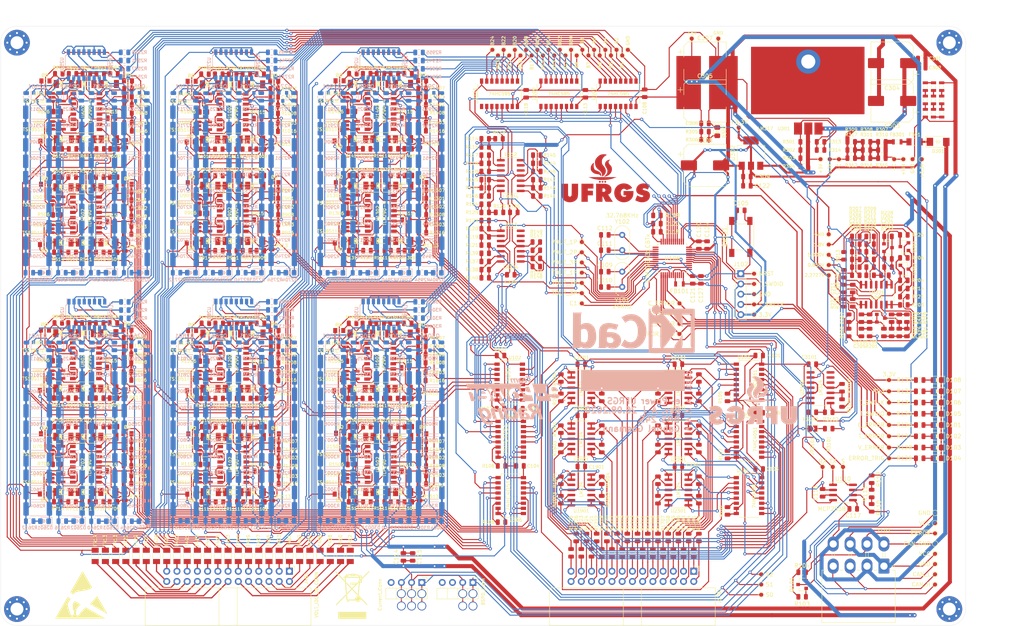
<source format=kicad_pcb>
(kicad_pcb (version 20171130) (host pcbnew "(5.1.5)-3")
  (title_block (title "BMS 24S") (date 2020-08-13) (rev A) (company "e-Power UFRGS") (comment 1 "Gabriel Gosmann"))
  (layers (0 F.Cu signal) (31 B.Cu signal hide) (34 B.Paste user) (35 F.Paste user hide) (36 B.SilkS user) (37 F.SilkS user) (38 B.Mask user) (39 F.Mask user hide) (44 Edge.Cuts user))
  (net 0 "")
  (net 1 GND)
  (net 2 +5V)
  (net 3 +12V)
  (net 4 "Net-(R604-Pad1)")
  (net 5 "Net-(R609-Pad1)")
  (net 6 "Net-(R704-Pad1)")
  (net 7 "Net-(R709-Pad1)")
  (net 8 "Net-(R804-Pad1)")
  (net 9 "Net-(R809-Pad1)")
  (net 10 "Net-(R904-Pad1)")
  (net 11 "Net-(R909-Pad1)")
  (net 12 "Net-(R1004-Pad1)")
  (net 13 "Net-(R1009-Pad1)")
  (net 14 "/Temperature Sensors/TS_20")
  (net 15 "/Temperature Sensors/TS_19")
  (net 16 "/Temperature Sensors/TS_18")
  (net 17 "/Temperature Sensors/TS_17")
  (net 18 "/Temperature Sensors/TS_16")
  (net 19 "/Temperature Sensors/TS_15")
  (net 20 "/Temperature Sensors/TS_14")
  (net 21 "/Temperature Sensors/TS_13")
  (net 22 "/Temperature Sensors/TS_12")
  (net 23 "/Temperature Sensors/TS_11")
  (net 24 "/Temperature Sensors/TS_10")
  (net 25 "/Temperature Sensors/TS_9")
  (net 26 "/Temperature Sensors/TS_8")
  (net 27 "/Temperature Sensors/TS_7")
  (net 28 "/Temperature Sensors/TS_6")
  (net 29 "/Temperature Sensors/TS_5")
  (net 30 "/Temperature Sensors/TS_4")
  (net 31 "/Temperature Sensors/TS_3")
  (net 32 "/Temperature Sensors/TS_2")
  (net 33 "/Temperature Sensors/TS_1")
  (net 34 "/Temperature Sensors/0V")
  (net 35 "Net-(R1104-Pad1)")
  (net 36 "Net-(R1109-Pad1)")
  (net 37 "Net-(R1204-Pad1)")
  (net 38 "Net-(R1209-Pad1)")
  (net 39 "Net-(R1304-Pad1)")
  (net 40 "Net-(R1309-Pad1)")
  (net 41 "Net-(C201-Pad1)")
  (net 42 "Net-(C205-Pad1)")
  (net 43 "Net-(Q201-Pad2)")
  (net 44 "Net-(R201-Pad2)")
  (net 45 "Net-(R213-Pad1)")
  (net 46 "Net-(R227-Pad1)")
  (net 47 "Net-(R504-Pad1)")
  (net 48 "Net-(R509-Pad1)")
  (net 49 "Net-(D2701-Pad2)")
  (net 50 "Net-(D2702-Pad2)")
  (net 51 "Net-(D2801-Pad2)")
  (net 52 "Net-(D2802-Pad2)")
  (net 53 CELL_1)
  (net 54 CELL_GND)
  (net 55 CELL_3)
  (net 56 CELL_2)
  (net 57 CELL_5)
  (net 58 CELL_4)
  (net 59 CELL_7)
  (net 60 CELL_6)
  (net 61 CELL_9)
  (net 62 CELL_8)
  (net 63 CELL_11)
  (net 64 CELL_10)
  (net 65 CELL_13)
  (net 66 CELL_12)
  (net 67 CELL_15)
  (net 68 CELL_14)
  (net 69 CELL_17)
  (net 70 CELL_16)
  (net 71 CELL_19)
  (net 72 CELL_18)
  (net 73 CELL_20)
  (net 74 /T3)
  (net 75 /T4)
  (net 76 /T5)
  (net 77 /T6)
  (net 78 /T7)
  (net 79 /T8)
  (net 80 /T1)
  (net 81 /T2)
  (net 82 /T9)
  (net 83 /T10)
  (net 84 /T11)
  (net 85 /T12)
  (net 86 /T13)
  (net 87 /T14)
  (net 88 /T15)
  (net 89 /T16)
  (net 90 /T17)
  (net 91 /T18)
  (net 92 /T19)
  (net 93 /T20)
  (net 94 /VCC)
  (net 95 "Net-(F301-Pad1)")
  (net 96 /1.8V)
  (net 97 "Net-(D301-Pad1)")
  (net 98 "Net-(D302-Pad2)")
  (net 99 "Net-(D501-Pad2)")
  (net 100 "Net-(D501-Pad1)")
  (net 101 "Net-(D502-Pad1)")
  (net 102 "Net-(D504-Pad1)")
  (net 103 "Net-(D601-Pad2)")
  (net 104 "Net-(D601-Pad1)")
  (net 105 "Net-(D602-Pad1)")
  (net 106 "Net-(D604-Pad1)")
  (net 107 "Net-(D701-Pad2)")
  (net 108 "Net-(D701-Pad1)")
  (net 109 "Net-(D702-Pad1)")
  (net 110 "Net-(D704-Pad1)")
  (net 111 "Net-(D801-Pad2)")
  (net 112 "Net-(D801-Pad1)")
  (net 113 "Net-(D802-Pad1)")
  (net 114 "Net-(D804-Pad1)")
  (net 115 "Net-(D901-Pad2)")
  (net 116 "Net-(D901-Pad1)")
  (net 117 "Net-(D902-Pad1)")
  (net 118 "Net-(D904-Pad1)")
  (net 119 "Net-(D1001-Pad2)")
  (net 120 "Net-(D1001-Pad1)")
  (net 121 "Net-(D1002-Pad1)")
  (net 122 "Net-(D1004-Pad1)")
  (net 123 "Net-(D1101-Pad2)")
  (net 124 "Net-(D1101-Pad1)")
  (net 125 "Net-(D1102-Pad1)")
  (net 126 "Net-(D1104-Pad1)")
  (net 127 "Net-(D1201-Pad2)")
  (net 128 "Net-(D1201-Pad1)")
  (net 129 "Net-(D1202-Pad1)")
  (net 130 "Net-(D1204-Pad1)")
  (net 131 "Net-(D1301-Pad2)")
  (net 132 "Net-(D1301-Pad1)")
  (net 133 "Net-(D1302-Pad1)")
  (net 134 "Net-(D1304-Pad1)")
  (net 135 "Net-(D1401-Pad2)")
  (net 136 "Net-(D1401-Pad1)")
  (net 137 "Net-(D1402-Pad1)")
  (net 138 "Net-(D1404-Pad1)")
  (net 139 "Net-(D2703-Pad2)")
  (net 140 "Net-(D2704-Pad2)")
  (net 141 "Net-(D2803-Pad2)")
  (net 142 "Net-(D2804-Pad2)")
  (net 143 "Net-(D2901-Pad2)")
  (net 144 "Net-(D2902-Pad2)")
  (net 145 "Net-(D2903-Pad2)")
  (net 146 "Net-(D2904-Pad2)")
  (net 147 "Net-(D3001-Pad2)")
  (net 148 "Net-(D3002-Pad2)")
  (net 149 "Net-(D3003-Pad2)")
  (net 150 "Net-(D3004-Pad2)")
  (net 151 "Net-(F401-Pad1)")
  (net 152 "Net-(F402-Pad1)")
  (net 153 "Net-(F403-Pad1)")
  (net 154 "Net-(F404-Pad1)")
  (net 155 "Net-(F405-Pad1)")
  (net 156 "Net-(F406-Pad1)")
  (net 157 "Net-(F407-Pad1)")
  (net 158 "Net-(F408-Pad1)")
  (net 159 "Net-(F409-Pad1)")
  (net 160 "Net-(F410-Pad1)")
  (net 161 "Net-(F411-Pad1)")
  (net 162 "Net-(F412-Pad1)")
  (net 163 "Net-(F413-Pad1)")
  (net 164 "Net-(F414-Pad1)")
  (net 165 "Net-(F415-Pad1)")
  (net 166 "Net-(F416-Pad1)")
  (net 167 "Net-(F417-Pad1)")
  (net 168 "Net-(F418-Pad1)")
  (net 169 "Net-(F419-Pad1)")
  (net 170 "Net-(F420-Pad1)")
  (net 171 "Net-(F421-Pad1)")
  (net 172 "Net-(F422-Pad1)")
  (net 173 "Net-(F423-Pad1)")
  (net 174 "Net-(F424-Pad1)")
  (net 175 "Net-(F425-Pad1)")
  (net 176 "Net-(F426-Pad1)")
  (net 177 "/Current Sensor/VIOUT")
  (net 178 "/Current Sensor/VCC")
  (net 179 "/Current Sensor/BSPD_SIG")
  (net 180 /5.000V)
  (net 181 "Net-(Q2701-Pad1)")
  (net 182 "Net-(Q2702-Pad1)")
  (net 183 "Net-(Q2703-Pad1)")
  (net 184 "Net-(Q2704-Pad1)")
  (net 185 "Net-(Q2801-Pad1)")
  (net 186 "Net-(Q2802-Pad1)")
  (net 187 "Net-(Q2803-Pad1)")
  (net 188 "Net-(Q2804-Pad1)")
  (net 189 "Net-(Q2901-Pad1)")
  (net 190 "Net-(Q2902-Pad1)")
  (net 191 "Net-(Q2903-Pad1)")
  (net 192 "Net-(Q2904-Pad1)")
  (net 193 "Net-(Q3001-Pad1)")
  (net 194 "Net-(Q3002-Pad1)")
  (net 195 "Net-(Q3003-Pad1)")
  (net 196 "Net-(Q3004-Pad1)")
  (net 197 "Net-(R101-Pad2)")
  (net 198 "Net-(R102-Pad2)")
  (net 199 "Net-(R105-Pad2)")
  (net 200 "Net-(R106-Pad2)")
  (net 201 /2.2727V)
  (net 202 /0.850V)
  (net 203 "Net-(R503-Pad1)")
  (net 204 "Net-(R510-Pad1)")
  (net 205 /V1)
  (net 206 "Net-(R515-Pad2)")
  (net 207 /V2)
  (net 208 "Net-(R603-Pad1)")
  (net 209 "Net-(R610-Pad1)")
  (net 210 /V3)
  (net 211 "Net-(R615-Pad2)")
  (net 212 /V4)
  (net 213 "Net-(R703-Pad1)")
  (net 214 "Net-(R710-Pad1)")
  (net 215 /V5)
  (net 216 "Net-(R715-Pad2)")
  (net 217 /V6)
  (net 218 "Net-(R803-Pad1)")
  (net 219 "Net-(R810-Pad1)")
  (net 220 /V7)
  (net 221 "Net-(R815-Pad2)")
  (net 222 /V8)
  (net 223 "Net-(R903-Pad1)")
  (net 224 "Net-(R910-Pad1)")
  (net 225 /V9)
  (net 226 "Net-(R915-Pad2)")
  (net 227 /V10)
  (net 228 "Net-(R1003-Pad1)")
  (net 229 "Net-(R1010-Pad1)")
  (net 230 /V11)
  (net 231 "Net-(R1015-Pad2)")
  (net 232 /V12)
  (net 233 "Net-(R1103-Pad1)")
  (net 234 "Net-(R1110-Pad1)")
  (net 235 /V13)
  (net 236 "Net-(R1115-Pad2)")
  (net 237 /V14)
  (net 238 "Net-(R1203-Pad1)")
  (net 239 "Net-(R1210-Pad1)")
  (net 240 /V15)
  (net 241 "Net-(R1215-Pad2)")
  (net 242 /V16)
  (net 243 "Net-(R1303-Pad1)")
  (net 244 "Net-(R1310-Pad1)")
  (net 245 "Net-(R1315-Pad2)")
  (net 246 "Net-(R1403-Pad1)")
  (net 247 "Net-(R1404-Pad1)")
  (net 248 "Net-(R1409-Pad1)")
  (net 249 "Net-(R1410-Pad1)")
  (net 250 "Net-(R1415-Pad2)")
  (net 251 "Net-(R1602-Pad1)")
  (net 252 "Net-(R1604-Pad1)")
  (net 253 "Net-(R1609-Pad1)")
  (net 254 "Net-(R1611-Pad1)")
  (net 255 /B4)
  (net 256 /B3)
  (net 257 /B2)
  (net 258 /B1)
  (net 259 /B8)
  (net 260 /B7)
  (net 261 /B6)
  (net 262 /B5)
  (net 263 /B14)
  (net 264 /B13)
  (net 265 /B12)
  (net 266 /B11)
  (net 267 /B16)
  (net 268 /B15)
  (net 269 /B10)
  (net 270 /B9)
  (net 271 /C1)
  (net 272 /S0)
  (net 273 /S1)
  (net 274 /S2)
  (net 275 /TOUT_3)
  (net 276 /TOUT_2)
  (net 277 /TOUT_1)
  (net 278 /V19)
  (net 279 /V18)
  (net 280 /V17)
  (net 281 /V20)
  (net 282 /VOUT_3)
  (net 283 /VOUT_2)
  (net 284 /VOUT_1)
  (net 285 /DS)
  (net 286 /RCLK)
  (net 287 /SCLK)
  (net 288 /~RESET)
  (net 289 "Net-(U107-Pad9)")
  (net 290 /B17)
  (net 291 "Net-(U109-Pad9)")
  (net 292 /B20)
  (net 293 /B19)
  (net 294 /B18)
  (net 295 "Net-(U501-Pad1)")
  (net 296 "Net-(U601-Pad1)")
  (net 297 "Net-(U701-Pad1)")
  (net 298 "Net-(U801-Pad1)")
  (net 299 "Net-(U901-Pad1)")
  (net 300 "Net-(U1001-Pad1)")
  (net 301 "Net-(U1101-Pad1)")
  (net 302 "Net-(U1201-Pad1)")
  (net 303 "Net-(U1301-Pad1)")
  (net 304 "Net-(U1401-Pad1)")
  (net 305 "Net-(D1501-Pad2)")
  (net 306 "Net-(D1501-Pad1)")
  (net 307 "Net-(D1502-Pad1)")
  (net 308 "Net-(D1504-Pad1)")
  (net 309 CELL_21)
  (net 310 "Net-(D1601-Pad2)")
  (net 311 "Net-(D1601-Pad1)")
  (net 312 "Net-(D1602-Pad1)")
  (net 313 "Net-(D1604-Pad1)")
  (net 314 CELL_23)
  (net 315 CELL_22)
  (net 316 CELL_24)
  (net 317 "/Temperature Sensors/TS_21")
  (net 318 "/Temperature Sensors/TS_22")
  (net 319 "/Temperature Sensors/TS_23")
  (net 320 "/Temperature Sensors/TS_24")
  (net 321 /V21)
  (net 322 /V22)
  (net 323 "Net-(R1610-Pad1)")
  (net 324 "Net-(R1612-Pad1)")
  (net 325 "Net-(R1615-Pad2)")
  (net 326 /V23)
  (net 327 /V24)
  (net 328 "Net-(R2955-Pad2)")
  (net 329 "Net-(R3055-Pad2)")
  (net 330 /T22)
  (net 331 /T24)
  (net 332 /T23)
  (net 333 /T21)
  (net 334 "Net-(U1501-Pad1)")
  (net 335 "Net-(D2501-Pad2)")
  (net 336 "Net-(D2501-Pad1)")
  (net 337 "Net-(D2502-Pad2)")
  (net 338 "Net-(D2502-Pad1)")
  (net 339 "Net-(D2503-Pad2)")
  (net 340 "Net-(D2503-Pad1)")
  (net 341 "Net-(D2504-Pad2)")
  (net 342 "Net-(D2504-Pad1)")
  (net 343 "Net-(D2601-Pad2)")
  (net 344 "Net-(D2601-Pad1)")
  (net 345 "Net-(D2602-Pad2)")
  (net 346 "Net-(D2602-Pad1)")
  (net 347 "Net-(D2603-Pad2)")
  (net 348 "Net-(D2603-Pad1)")
  (net 349 "Net-(D2604-Pad2)")
  (net 350 "Net-(D2604-Pad1)")
  (net 351 "Net-(D2701-Pad1)")
  (net 352 "Net-(D2702-Pad1)")
  (net 353 "Net-(D2703-Pad1)")
  (net 354 "Net-(D2704-Pad1)")
  (net 355 "Net-(D2801-Pad1)")
  (net 356 "Net-(D2802-Pad1)")
  (net 357 "Net-(D2803-Pad1)")
  (net 358 "Net-(D2804-Pad1)")
  (net 359 "Net-(D2901-Pad1)")
  (net 360 "Net-(D2902-Pad1)")
  (net 361 "Net-(D2903-Pad1)")
  (net 362 "Net-(D2904-Pad1)")
  (net 363 "Net-(D3001-Pad1)")
  (net 364 "Net-(D3002-Pad1)")
  (net 365 "Net-(D3003-Pad1)")
  (net 366 "Net-(D3004-Pad1)")
  (net 367 "Net-(J1701-Pad26)")
  (net 368 "Net-(J1701-Pad25)")
  (net 369 "Net-(J1701-Pad24)")
  (net 370 "Net-(J1701-Pad23)")
  (net 371 "Net-(J1701-Pad22)")
  (net 372 "Net-(J1701-Pad21)")
  (net 373 "Net-(J1701-Pad20)")
  (net 374 "Net-(J1701-Pad19)")
  (net 375 "Net-(J1701-Pad18)")
  (net 376 "Net-(J1701-Pad17)")
  (net 377 "Net-(J1701-Pad16)")
  (net 378 "Net-(J1701-Pad15)")
  (net 379 "Net-(J1701-Pad14)")
  (net 380 "Net-(J1701-Pad13)")
  (net 381 "Net-(J1701-Pad12)")
  (net 382 "Net-(J1701-Pad11)")
  (net 383 "Net-(J1701-Pad10)")
  (net 384 "Net-(J1701-Pad9)")
  (net 385 "Net-(J1701-Pad8)")
  (net 386 "Net-(J1701-Pad7)")
  (net 387 "Net-(J1701-Pad6)")
  (net 388 "Net-(J1701-Pad5)")
  (net 389 "Net-(J1701-Pad4)")
  (net 390 "Net-(J1701-Pad3)")
  (net 391 "Net-(J1701-Pad2)")
  (net 392 "Net-(J1701-Pad1)")
  (net 393 "Net-(J3102-Pad4)")
  (net 394 "Net-(Q2501-Pad1)")
  (net 395 "Net-(Q2502-Pad1)")
  (net 396 "Net-(Q2503-Pad1)")
  (net 397 "Net-(Q2504-Pad1)")
  (net 398 "Net-(Q2601-Pad1)")
  (net 399 "Net-(Q2602-Pad1)")
  (net 400 "Net-(Q2603-Pad1)")
  (net 401 "Net-(Q2604-Pad1)")
  (net 402 "Net-(R1503-Pad1)")
  (net 403 "Net-(R1504-Pad1)")
  (net 404 "Net-(R1509-Pad1)")
  (net 405 "Net-(R1510-Pad1)")
  (net 406 "Net-(R1515-Pad2)")
  (net 407 "Net-(R1603-Pad1)")
  (net 408 "Net-(U1601-Pad1)")
  (net 409 "Net-(C203-Pad2)")
  (net 410 "Net-(C207-Pad1)")
  (net 411 "Net-(C209-Pad1)")
  (net 412 "Net-(D504-Pad2)")
  (net 413 "Net-(D505-Pad1)")
  (net 414 "Net-(D604-Pad2)")
  (net 415 "Net-(D605-Pad1)")
  (net 416 "Net-(D704-Pad2)")
  (net 417 "Net-(D705-Pad1)")
  (net 418 "Net-(D804-Pad2)")
  (net 419 "Net-(D805-Pad1)")
  (net 420 "Net-(D904-Pad2)")
  (net 421 "Net-(D905-Pad1)")
  (net 422 "Net-(D1004-Pad2)")
  (net 423 "Net-(D1005-Pad1)")
  (net 424 "Net-(D1104-Pad2)")
  (net 425 "Net-(D1105-Pad1)")
  (net 426 "Net-(D1204-Pad2)")
  (net 427 "Net-(D1205-Pad1)")
  (net 428 "Net-(D1304-Pad2)")
  (net 429 "Net-(D1305-Pad1)")
  (net 430 "Net-(D1404-Pad2)")
  (net 431 "Net-(D1405-Pad1)")
  (net 432 "Net-(D1504-Pad2)")
  (net 433 "Net-(D1505-Pad1)")
  (net 434 "Net-(D1604-Pad2)")
  (net 435 "Net-(D1605-Pad1)")
  (net 436 "Net-(R202-Pad1)")
  (net 437 "Net-(R203-Pad2)")
  (net 438 "Net-(R204-Pad1)")
  (net 439 "Net-(R207-Pad2)")
  (net 440 "Net-(R209-Pad1)")
  (net 441 "Net-(R212-Pad2)")
  (net 442 "Net-(R217-Pad1)")
  (net 443 "Net-(R222-Pad1)")
  (net 444 "Net-(R223-Pad1)")
  (net 445 "Net-(R224-Pad1)")
  (net 446 "Net-(R226-Pad1)")
  (net 447 "Net-(R301-Pad2)")
  (net 448 "Net-(R501-Pad1)")
  (net 449 "Net-(R502-Pad1)")
  (net 450 "Net-(R507-Pad2)")
  (net 451 "Net-(R511-Pad1)")
  (net 452 "Net-(R512-Pad1)")
  (net 453 "Net-(R601-Pad1)")
  (net 454 "Net-(R602-Pad1)")
  (net 455 "Net-(R607-Pad2)")
  (net 456 "Net-(R611-Pad1)")
  (net 457 "Net-(R612-Pad1)")
  (net 458 "Net-(R701-Pad1)")
  (net 459 "Net-(R702-Pad1)")
  (net 460 "Net-(R707-Pad2)")
  (net 461 "Net-(R711-Pad1)")
  (net 462 "Net-(R712-Pad1)")
  (net 463 "Net-(R801-Pad1)")
  (net 464 "Net-(R802-Pad1)")
  (net 465 "Net-(R807-Pad2)")
  (net 466 "Net-(R811-Pad1)")
  (net 467 "Net-(R812-Pad1)")
  (net 468 "Net-(R901-Pad1)")
  (net 469 "Net-(R902-Pad1)")
  (net 470 "Net-(R907-Pad2)")
  (net 471 "Net-(R911-Pad1)")
  (net 472 "Net-(R912-Pad1)")
  (net 473 "Net-(R1001-Pad1)")
  (net 474 "Net-(R1002-Pad1)")
  (net 475 "Net-(R1007-Pad2)")
  (net 476 "Net-(R1011-Pad1)")
  (net 477 "Net-(R1012-Pad1)")
  (net 478 "Net-(R1101-Pad1)")
  (net 479 "Net-(R1102-Pad1)")
  (net 480 "Net-(R1107-Pad2)")
  (net 481 "Net-(R1111-Pad1)")
  (net 482 "Net-(R1112-Pad1)")
  (net 483 "Net-(R1201-Pad1)")
  (net 484 "Net-(R1202-Pad1)")
  (net 485 "Net-(R1207-Pad2)")
  (net 486 "Net-(R1211-Pad1)")
  (net 487 "Net-(R1212-Pad1)")
  (net 488 "Net-(R1301-Pad1)")
  (net 489 "Net-(R1302-Pad1)")
  (net 490 "Net-(R1307-Pad2)")
  (net 491 "Net-(R1311-Pad1)")
  (net 492 "Net-(R1312-Pad1)")
  (net 493 "Net-(R1401-Pad1)")
  (net 494 "Net-(R1402-Pad1)")
  (net 495 "Net-(R1407-Pad2)")
  (net 496 "Net-(R1411-Pad1)")
  (net 497 "Net-(R1412-Pad1)")
  (net 498 "Net-(R1501-Pad1)")
  (net 499 "Net-(R1502-Pad1)")
  (net 500 "Net-(R1507-Pad2)")
  (net 501 "Net-(R1511-Pad1)")
  (net 502 "Net-(R1512-Pad1)")
  (net 503 "Net-(R1601-Pad1)")
  (net 504 "Net-(R1607-Pad2)")
  (net 505 "Net-(R2501-Pad1)")
  (net 506 "Net-(R2513-Pad2)")
  (net 507 "Net-(R2515-Pad1)")
  (net 508 "Net-(R2527-Pad2)")
  (net 509 "Net-(R2529-Pad1)")
  (net 510 "Net-(R2541-Pad2)")
  (net 511 "Net-(R2543-Pad1)")
  (net 512 "Net-(R2555-Pad2)")
  (net 513 "Net-(R2601-Pad1)")
  (net 514 "Net-(R2613-Pad2)")
  (net 515 "Net-(R2615-Pad1)")
  (net 516 "Net-(R2627-Pad2)")
  (net 517 "Net-(R2629-Pad1)")
  (net 518 "Net-(R2641-Pad2)")
  (net 519 "Net-(R2643-Pad1)")
  (net 520 "Net-(R2655-Pad2)")
  (net 521 "Net-(R2701-Pad1)")
  (net 522 "Net-(R2713-Pad2)")
  (net 523 "Net-(R2715-Pad1)")
  (net 524 "Net-(R2727-Pad2)")
  (net 525 "Net-(R2729-Pad1)")
  (net 526 "Net-(R2741-Pad2)")
  (net 527 "Net-(R2743-Pad1)")
  (net 528 "Net-(R2755-Pad2)")
  (net 529 "Net-(R2801-Pad1)")
  (net 530 "Net-(R2813-Pad2)")
  (net 531 "Net-(R2815-Pad1)")
  (net 532 "Net-(R2827-Pad2)")
  (net 533 "Net-(R2829-Pad1)")
  (net 534 "Net-(R2841-Pad2)")
  (net 535 "Net-(R2843-Pad1)")
  (net 536 "Net-(R2855-Pad2)")
  (net 537 "Net-(R2901-Pad1)")
  (net 538 "Net-(R2913-Pad2)")
  (net 539 "Net-(R2915-Pad1)")
  (net 540 "Net-(R2927-Pad2)")
  (net 541 "Net-(R2929-Pad1)")
  (net 542 "Net-(R2941-Pad2)")
  (net 543 "Net-(R2943-Pad1)")
  (net 544 "Net-(R3001-Pad1)")
  (net 545 "Net-(R3013-Pad2)")
  (net 546 "Net-(R3015-Pad1)")
  (net 547 "Net-(R3027-Pad2)")
  (net 548 "Net-(R3029-Pad1)")
  (net 549 "Net-(R3041-Pad2)")
  (net 550 "Net-(R3043-Pad1)")
  (net 551 "Net-(U502-Pad6)")
  (net 552 "Net-(U502-Pad5)")
  (net 553 "Net-(U502-Pad2)")
  (net 554 "Net-(U602-Pad6)")
  (net 555 "Net-(U602-Pad5)")
  (net 556 "Net-(U602-Pad2)")
  (net 557 "Net-(U702-Pad6)")
  (net 558 "Net-(U702-Pad5)")
  (net 559 "Net-(U702-Pad2)")
  (net 560 "Net-(U802-Pad6)")
  (net 561 "Net-(U802-Pad5)")
  (net 562 "Net-(U802-Pad2)")
  (net 563 "Net-(U902-Pad6)")
  (net 564 "Net-(U902-Pad5)")
  (net 565 "Net-(U902-Pad2)")
  (net 566 "Net-(U1002-Pad6)")
  (net 567 "Net-(U1002-Pad5)")
  (net 568 "Net-(U1002-Pad2)")
  (net 569 "Net-(U1102-Pad6)")
  (net 570 "Net-(U1102-Pad5)")
  (net 571 "Net-(U1102-Pad2)")
  (net 572 "Net-(U1202-Pad6)")
  (net 573 "Net-(U1202-Pad5)")
  (net 574 "Net-(U1202-Pad2)")
  (net 575 "Net-(U1302-Pad6)")
  (net 576 "Net-(U1302-Pad5)")
  (net 577 "Net-(U1302-Pad2)")
  (net 578 "Net-(U1402-Pad6)")
  (net 579 "Net-(U1402-Pad5)")
  (net 580 "Net-(U1402-Pad2)")
  (net 581 "Net-(U1502-Pad6)")
  (net 582 "Net-(U1502-Pad5)")
  (net 583 "Net-(U1502-Pad2)")
  (net 584 "Net-(U1602-Pad6)")
  (net 585 "Net-(U1602-Pad5)")
  (net 586 "Net-(U1602-Pad2)")
  (net 587 "Net-(F412-Pad2)")
  (net 588 /B24)
  (net 589 /B23)
  (net 590 /B22)
  (net 591 /B21)
  (net 592 "Net-(R107-Pad2)")
  (net 593 /TOUT_1P)
  (net 594 "Net-(R110-Pad1)")
  (net 595 "Net-(R113-Pad2)")
  (net 596 /VOUT_1P)
  (net 597 /TOUT_2P)
  (net 598 "Net-(R123-Pad2)")
  (net 599 /VOUT_2P)
  (net 600 /TOUT_3P)
  (net 601 /VOUT_3P)
  (net 602 "Net-(JP3101-Pad2)")
  (net 603 "Net-(U3101-Pad14)")
  (net 604 "Net-(FB302-Pad1)")
  (net 605 "Net-(FB303-Pad2)")
  (net 606 "Net-(FB304-Pad1)")
  (net 607 "Net-(FB305-Pad2)")
  (net 608 "Net-(FB306-Pad1)")
  (net 609 "Net-(FB307-Pad2)")
  (net 610 "Net-(FB308-Pad1)")
  (net 611 "Net-(FB309-Pad2)")
  (net 612 "Net-(J3101-Pad4)")
  (net 613 "Net-(J3102-Pad3)")
  (net 614 "Net-(R3102-Pad1)")
  (net 615 "Net-(R3104-Pad1)")
  (net 616 "Net-(FB301-Pad1)")
  (net 617 "Net-(Q201-Pad1)")
  (net 618 "Net-(R307-Pad1)")
  (net 619 "Net-(R308-Pad1)")
  (net 620 "Net-(H101-Pad1)")
  (net 621 "Net-(H102-Pad1)")
  (net 622 "Net-(H103-Pad1)")
  (net 623 "Net-(H104-Pad1)")
  (net 624 /CAN_H)
  (net 625 /CAN_L)
  (net 626 "Net-(U112-Pad12)")
  (net 627 NRST)
  (net 628 +3V3)
  (net 629 "Net-(D101-Pad2)")
  (net 630 "Net-(D102-Pad2)")
  (net 631 "Net-(D103-Pad2)")
  (net 632 "Net-(D104-Pad2)")
  (net 633 "Net-(D105-Pad2)")
  (net 634 "Net-(D106-Pad2)")
  (net 635 "Net-(D107-Pad2)")
  (net 636 "Net-(D108-Pad2)")
  (net 637 VDDA)
  (net 638 T_SWCLK)
  (net 639 T_SWDIO)
  (net 640 "Net-(Q101-Pad1)")
  (net 641 /ERROR_TRIG)
  (net 642 "Net-(R141-Pad2)")
  (net 643 /C_ERROR)
  (net 644 /T_ERROR)
  (net 645 /V_ERROR)
  (net 646 PB3)
  (net 647 "Net-(R3104-Pad2)")
  (net 648 /RX)
  (net 649 /TX)
  (net 650 /S)
  (net 651 "Net-(U3101-Pad13)")
  (net 652 "Net-(U3101-Pad12)")
  (net 653 "Net-(C109-Pad2)")
  (net 654 "Net-(C110-Pad2)")
  (net 655 "Net-(C111-Pad2)")
  (net 656 "Net-(C112-Pad2)")
  (net 657 "Net-(C117-Pad1)")
  (net 658 "Net-(R108-Pad2)")
  (net 659 "Net-(R109-Pad1)")
  (net 660 "Net-(R111-Pad2)")
  (net 661 "Net-(R116-Pad1)")
  (net 662 "Net-(R119-Pad2)")
  (net 663 "Net-(R119-Pad1)")
  (net 664 "Net-(R134-Pad1)")
  (net 665 "Net-(R137-Pad2)")
  (net 666 "Net-(R137-Pad1)")
  (net 667 "Net-(R144-Pad1)")
  (net 668 "Net-(R147-Pad2)")
  (net 669 "Net-(R147-Pad1)")
  (net 670 "Net-(U108-Pad2)")
  (net 671 "Net-(U108-Pad46)")
  (net 672 "Net-(U108-Pad39)")
  (net 673 "Net-(U108-Pad27)")
  (net 674 "Net-(U108-Pad25)")
  (net 675 "Net-(U108-Pad22)")
  (net 676 "Net-(U108-Pad21)")
  (net 677 "Net-(U108-Pad18)")
  (net 678 "Net-(U108-Pad12)")
  (net 679 "Net-(U108-Pad1)")
  (net 680 "Net-(U111-Pad9)")
  (net 681 "Net-(U112-Pad14)")
  (net 682 "Net-(U112-Pad13)")
  (net 683 "Net-(U113-Pad14)")
  (net 684 "Net-(U113-Pad13)")
  (net 685 "Net-(U113-Pad12)")
  (net 686 /~ERROR)
  (module Symbol:ESD-Logo_13.2x12mm_SilkScreen (layer F.Cu) (at 181.61 195.58)
    (fp_text reference G106 hide)
    (fp_text value SYM_ESD_Large hide)
  )
  (module Symbol:KiCad-Logo_12mm_SilkScreen (layer B.Cu) (at 318.77 129.54 180)
    (fp_text reference G105 hide)
    (fp_text value SYM_LASER_Large hide)
  )
  (module Symbol:WEEE-Logo_8.4x12mm_SilkScreen (layer F.Cu) (at 248.92 195.58)
    (fp_text reference G104 hide)
    (fp_text value SYM_LASER_Large hide)
  )
  (module e-Power:Logo_UFRGS_22.0x12.0mm_SilkS (layer B.Cu) (at 349.25 147.32 180)
    (fp_text reference G103 hide)
    (fp_text value Logo_UFRGS_Large hide)
  )
  (module e-Power:Logo_UFRGS_22.0x12.0mm_Mask (layer F.Cu) (at 311.15 92.075)
    (fp_text reference G101 hide)
    (fp_text value Logo_UFRGS_Large hide)
    (fp_poly (pts (xy 0.726704 0.714283) (xy 0.811571 0.804449) (xy 0.846665 0.916806) (xy 0.846667 0.917522) (xy 0.8113 1.031917) (xy 0.723107 1.107654) (xy 0.60895 1.13468) (xy 0.495694 1.102941) (xy 0.451061 1.065583) (xy 0.392776 0.949366) (xy 0.40283 0.829734) (xy 0.470287 0.731644) (xy 0.584211 0.680053) (xy 0.621189 0.677333) (xy 0.726704 0.714283)) (layer F.Cu) (width 0.01))
    (fp_poly (pts (xy 0.027126 0.69341) (xy 0.132523 0.783598) (xy 0.162064 0.831559) (xy 0.185572 0.910415) (xy 0.154801 0.989229) (xy 0.122996 1.032642) (xy 0.012373 1.121685) (xy -0.10827 1.135818) (xy -0.219132 1.073176) (xy -0.226272 1.065583) (xy -0.289474 0.944557) (xy -0.274743 0.822008) (xy -0.218916 0.747394) (xy -0.09501 0.68024) (xy 0.027126 0.69341)) (layer F.Cu) (width 0.01))
    (fp_poly (pts (xy -8.635934 2.82575) (xy -8.63554 3.217107) (xy -8.634107 3.533043) (xy -8.631203 3.7828) (xy -8.626391 3.975621) (xy -8.619239 4.120749) (xy -8.609311 4.227426) (xy -8.596175 4.304895) (xy -8.579395 4.362398) (xy -8.561851 4.402666) (xy -8.456467 4.53016) (xy -8.311209 4.599744) (xy -8.14794 4.61145) (xy -7.988521 4.565309) (xy -7.854814 4.461354) (xy -7.812239 4.40158) (xy -7.788798 4.357633) (xy -7.769865 4.307726) (xy -7.754845 4.242542) (xy -7.743145 4.152764) (xy -7.734171 4.029073) (xy -7.727329 3.862153) (xy -7.722025 3.642687) (xy -7.717666 3.361355) (xy -7.713659 3.008842) (xy -7.711824 2.82575) (xy -7.697814 1.397) (xy -6.138333 1.397) (xy -6.139068 2.846916) (xy -6.140445 3.313973) (xy -6.145048 3.705622) (xy -6.15436 4.031107) (xy -6.169863 4.299668) (xy -6.19304 4.520548) (xy -6.225371 4.702987) (xy -6.268341 4.856229) (xy -6.32343 4.989514) (xy -6.392121 5.112084) (xy -6.475897 5.233182) (xy -6.53392 5.308851) (xy -6.696782 5.472876) (xy -6.916006 5.633742) (xy -7.164479 5.774128) (xy -7.415089 5.876711) (xy -7.430117 5.881445) (xy -7.772106 5.956756) (xy -8.146202 5.988259) (xy -8.511275 5.97362) (xy -8.66168 5.951352) (xy -9.024073 5.850462) (xy -9.357575 5.694851) (xy -9.648776 5.493822) (xy -9.884261 5.256679) (xy -10.05062 4.992726) (xy -10.053901 4.985593) (xy -10.102417 4.868234) (xy -10.142157 4.743241) (xy -10.173953 4.601115) (xy -10.198632 4.432355) (xy -10.217025 4.227461) (xy -10.229961 3.976935) (xy -10.23827 3.671276) (xy -10.242781 3.300984) (xy -10.244323 2.85656) (xy -10.244347 2.804583) (xy -10.244666 1.397) (xy -8.636 1.397) (xy -8.635934 2.82575)) (layer F.Cu) (width 0.01))
    (fp_poly (pts (xy -2.208736 -3.755624) (xy -2.219431 -3.672417) (xy -2.26956 -3.315014) (xy -2.272879 -2.966316) (xy -2.23122 -2.644559) (xy -2.146415 -2.367976) (xy -2.074406 -2.229434) (xy -2.002301 -2.129375) (xy -1.920045 -2.053886) (xy -1.804466 -1.986365) (xy -1.632389 -1.91021) (xy -1.623921 -1.906716) (xy -1.313459 -1.77557) (xy -1.071561 -1.66411) (xy -0.886713 -1.564519) (xy -0.747403 -1.468981) (xy -0.642119 -1.369679) (xy -0.559348 -1.258797) (xy -0.492552 -1.138566) (xy -0.440114 -1.005608) (xy -0.401522 -0.855772) (xy -0.3794 -0.710504) (xy -0.376372 -0.591256) (xy -0.395063 -0.519476) (xy -0.415413 -0.508) (xy -0.463397 -0.536133) (xy -0.542514 -0.606674) (xy -0.574163 -0.638869) (xy -0.705535 -0.767554) (xy -0.826865 -0.857018) (xy -0.961814 -0.91794) (xy -1.134042 -0.961002) (xy -1.367169 -0.996882) (xy -1.572821 -1.028094) (xy -1.768104 -1.064765) (xy -1.924001 -1.101143) (xy -1.98188 -1.118741) (xy -2.268264 -1.259242) (xy -2.535424 -1.46253) (xy -2.758924 -1.707588) (xy -2.871622 -1.883834) (xy -2.929052 -2.003322) (xy -2.962493 -2.11372) (xy -2.977601 -2.244925) (xy -2.980028 -2.426835) (xy -2.979713 -2.455334) (xy -2.954102 -2.787502) (xy -2.880929 -3.065663) (xy -2.751793 -3.310878) (xy -2.558291 -3.544206) (xy -2.536502 -3.566272) (xy -2.386714 -3.708937) (xy -2.285221 -3.787025) (xy -2.227426 -3.802075) (xy -2.208736 -3.755624)) (layer F.Cu) (width 0.01))
    (fp_poly (pts (xy 0.642758 -5.899523) (xy 0.78145 -5.865488) (xy 1.030737 -5.793018) (xy 0.758785 -5.639996) (xy 0.434952 -5.417334) (xy 0.159905 -5.146078) (xy -0.051021 -4.842127) (xy -0.096692 -4.752926) (xy -0.162078 -4.606263) (xy -0.202364 -4.484322) (xy -0.223525 -4.356792) (xy -0.231538 -4.193356) (xy -0.232523 -4.064) (xy -0.230006 -3.865287) (xy -0.218646 -3.723951) (xy -0.193275 -3.612785) (xy -0.148724 -3.504579) (xy -0.112855 -3.433962) (xy -0.011793 -3.268737) (xy 0.114977 -3.096272) (xy 0.188177 -3.010629) (xy 0.448425 -2.681983) (xy 0.629553 -2.346168) (xy 0.730956 -2.008021) (xy 0.752029 -1.672376) (xy 0.692167 -1.34407) (xy 0.550765 -1.027937) (xy 0.454409 -0.882827) (xy 0.34954 -0.771479) (xy 0.201069 -0.648963) (xy 0.042 -0.540153) (xy -0.092292 -0.470816) (xy -0.147804 -0.452999) (xy -0.176756 -0.46465) (xy -0.185606 -0.522498) (xy -0.180813 -0.643275) (xy -0.177802 -0.692333) (xy -0.198322 -1.003135) (xy -0.29994 -1.300266) (xy -0.483501 -1.585139) (xy -0.749855 -1.859167) (xy -0.991845 -2.049458) (xy -1.302983 -2.30299) (xy -1.54073 -2.57338) (xy -1.716359 -2.877993) (xy -1.841146 -3.234193) (xy -1.885854 -3.426413) (xy -1.938087 -3.81735) (xy -1.924134 -4.168784) (xy -1.84015 -4.492949) (xy -1.682289 -4.802077) (xy -1.446704 -5.108403) (xy -1.312333 -5.250579) (xy -1.157337 -5.398311) (xy -1.000217 -5.534886) (xy -0.864183 -5.640687) (xy -0.803796 -5.680393) (xy -0.476068 -5.826367) (xy -0.109383 -5.913456) (xy 0.271734 -5.938795) (xy 0.642758 -5.899523)) (layer F.Cu) (width 0.01))
    (fp_poly (pts (xy 1.753079 -4.496058) (xy 1.571839 -4.346109) (xy 1.469096 -4.175606) (xy 1.439334 -3.992689) (xy 1.453157 -3.841054) (xy 1.500849 -3.698157) (xy 1.591744 -3.546645) (xy 1.735173 -3.369168) (xy 1.832099 -3.262485) (xy 2.024648 -3.034087) (xy 2.154463 -2.822309) (xy 2.233464 -2.603827) (xy 2.267959 -2.409654) (xy 2.269433 -2.048283) (xy 2.193302 -1.701009) (xy 2.046459 -1.376625) (xy 1.835799 -1.083923) (xy 1.568216 -0.831693) (xy 1.250604 -0.628727) (xy 0.889857 -0.483817) (xy 0.724831 -0.441891) (xy 0.522222 -0.401538) (xy 0.39689 -0.384493) (xy 0.344264 -0.392404) (xy 0.359771 -0.426916) (xy 0.438842 -0.489675) (xy 0.491482 -0.525914) (xy 0.748704 -0.733741) (xy 0.945137 -0.976549) (xy 1.026694 -1.116903) (xy 1.077283 -1.213009) (xy 1.10776 -1.278188) (xy 1.12632 -1.340586) (xy 1.141161 -1.428346) (xy 1.160477 -1.569613) (xy 1.162211 -1.582247) (xy 1.175694 -1.834639) (xy 1.139079 -2.073113) (xy 1.046594 -2.318189) (xy 0.892471 -2.590388) (xy 0.868178 -2.627963) (xy 0.760602 -2.806474) (xy 0.668001 -2.985681) (xy 0.604652 -3.136955) (xy 0.590144 -3.185515) (xy 0.559617 -3.478481) (xy 0.606106 -3.755079) (xy 0.722248 -4.005883) (xy 0.900679 -4.221469) (xy 1.134033 -4.392413) (xy 1.414948 -4.50929) (xy 1.661625 -4.556782) (xy 1.883834 -4.579899) (xy 1.753079 -4.496058)) (layer F.Cu) (width 0.01))
    (fp_poly (pts (xy 0.362753 -0.248235) (xy 0.91889 -0.247219) (xy 1.431016 -0.245361) (xy 1.699429 -0.243887) (xy 3.44119 -0.232834) (xy 2.916512 -0.056783) (xy 2.4766 0.086491) (xy 2.094105 0.1997) (xy 1.748757 0.286444) (xy 1.420289 0.350323) (xy 1.088431 0.394938) (xy 0.732914 0.423891) (xy 0.33347 0.440781) (xy 0.084667 0.446285) (xy -0.181029 0.450021) (xy -0.420136 0.451939) (xy -0.61889 0.452047) (xy -0.763529 0.45035) (xy -0.840289 0.446855) (xy -0.846666 0.445853) (xy -0.915301 0.433647) (xy -1.044854 0.413864) (xy -1.212299 0.389961) (xy -1.291166 0.379147) (xy -1.793743 0.290072) (xy -2.348218 0.151373) (xy -2.961358 -0.03866) (xy -3.005666 -0.053595) (xy -3.534833 -0.232834) (xy -1.788583 -0.243887) (xy -1.313064 -0.246236) (xy -0.77889 -0.247744) (xy -0.211729 -0.24841) (xy 0.362753 -0.248235)) (layer F.Cu) (width 0.01))
    (fp_poly (pts (xy -0.586537 0.73067) (xy -0.552898 0.759435) (xy -0.478859 0.85975) (xy -0.481227 0.951741) (xy -0.551982 1.05035) (xy -0.670448 1.129934) (xy -0.792248 1.132202) (xy -0.89834 1.058097) (xy -0.917256 1.032288) (xy -0.963868 0.944346) (xy -0.958236 0.872102) (xy -0.92748 0.810038) (xy -0.832134 0.712477) (xy -0.70996 0.68487) (xy -0.586537 0.73067)) (layer F.Cu) (width 0.01))
    (fp_poly (pts (xy -0.53975 1.397319) (xy -0.224272 1.399122) (xy 0.078458 1.404022) (xy 0.353417 1.411535) (xy 0.585581 1.421173) (xy 0.759929 1.432453) (xy 0.846667 1.442165) (xy 1.218862 1.537383) (xy 1.534655 1.691068) (xy 1.790209 1.89901) (xy 1.981689 2.157001) (xy 2.105259 2.460833) (xy 2.157083 2.806297) (xy 2.158498 2.881443) (xy 2.13803 3.134048) (xy 2.083052 3.381113) (xy 2.001593 3.592007) (xy 1.948957 3.680719) (xy 1.844243 3.79156) (xy 1.702546 3.896969) (xy 1.552696 3.979066) (xy 1.423519 4.019966) (xy 1.399335 4.021666) (xy 1.328786 4.040269) (xy 1.324684 4.077457) (xy 1.352319 4.125503) (xy 1.418591 4.231954) (xy 1.515528 4.384526) (xy 1.635162 4.570938) (xy 1.769523 4.778909) (xy 1.910641 4.996158) (xy 2.050546 5.210403) (xy 2.181268 5.409363) (xy 2.294837 5.580756) (xy 2.383285 5.712301) (xy 2.422227 5.768768) (xy 2.504646 5.886037) (xy 1.607851 5.874602) (xy 0.711056 5.863166) (xy -0.0635 4.398894) (xy -0.07506 5.141613) (xy -0.08662 5.884333) (xy -1.651 5.884333) (xy -1.651 2.54) (xy -0.084666 2.54) (xy -0.084666 3.429) (xy 0.129102 3.429) (xy 0.281374 3.416607) (xy 0.418186 3.385301) (xy 0.461806 3.367496) (xy 0.587284 3.260074) (xy 0.654839 3.111838) (xy 0.663194 2.944895) (xy 0.611073 2.781357) (xy 0.503313 2.648385) (xy 0.40096 2.579417) (xy 0.2854 2.547105) (xy 0.144919 2.54) (xy -0.084666 2.54) (xy -1.651 2.54) (xy -1.651 1.397) (xy -0.53975 1.397319)) (layer F.Cu) (width 0.01))
    (fp_poly (pts (xy -2.328333 2.582333) (xy -3.725333 2.582333) (xy -3.725333 3.132666) (xy -2.455333 3.132666) (xy -2.455333 4.275666) (xy -3.725333 4.275666) (xy -3.725333 5.884333) (xy -5.291666 5.884333) (xy -5.291666 1.397) (xy -2.328333 1.397) (xy -2.328333 2.582333)) (layer F.Cu) (width 0.01))
    (fp_poly (pts (xy 10.7258 1.368211) (xy 11.159842 1.484058) (xy 11.429445 1.590658) (xy 11.676239 1.701412) (xy 11.446047 2.256) (xy 11.362962 2.45523) (xy 11.291767 2.624166) (xy 11.238526 2.748554) (xy 11.209305 2.81414) (xy 11.205812 2.820632) (xy 11.166119 2.807905) (xy 11.069506 2.765204) (xy 10.934559 2.700864) (xy 10.891179 2.679483) (xy 10.644504 2.578993) (xy 10.411651 2.525073) (xy 10.208074 2.519105) (xy 10.049231 2.562469) (xy 9.995312 2.599477) (xy 9.913414 2.699429) (xy 9.903744 2.789375) (xy 9.968979 2.871713) (xy 10.111798 2.94884) (xy 10.334879 3.023151) (xy 10.521649 3.070488) (xy 10.896918 3.179161) (xy 11.195522 3.315485) (xy 11.422417 3.484612) (xy 11.582559 3.691696) (xy 11.680905 3.941888) (xy 11.722412 4.240343) (xy 11.724475 4.320899) (xy 11.688268 4.686221) (xy 11.578113 5.016785) (xy 11.399352 5.307533) (xy 11.157323 5.553405) (xy 10.857368 5.749344) (xy 10.504825 5.89029) (xy 10.105036 5.971184) (xy 9.9695 5.983464) (xy 9.764745 5.989207) (xy 9.552373 5.983117) (xy 9.378074 5.966514) (xy 9.376834 5.966323) (xy 9.189713 5.928726) (xy 8.976293 5.872034) (xy 8.75388 5.802503) (xy 8.539776 5.72639) (xy 8.351287 5.649953) (xy 8.205717 5.579448) (xy 8.12037 5.521133) (xy 8.109842 5.508201) (xy 8.11602 5.45628) (xy 8.150249 5.341048) (xy 8.207555 5.177154) (xy 8.282961 4.979246) (xy 8.326093 4.871631) (xy 8.568286 4.277037) (xy 8.676227 4.348275) (xy 8.944334 4.504271) (xy 9.214959 4.623937) (xy 9.470249 4.701354) (xy 9.692346 4.730601) (xy 9.804051 4.722231) (xy 9.927861 4.670882) (xy 10.026958 4.581623) (xy 10.074351 4.480062) (xy 10.075334 4.464838) (xy 10.051321 4.38445) (xy 9.973005 4.314812) (xy 9.830966 4.250553) (xy 9.615784 4.186302) (xy 9.56379 4.17314) (xy 9.224246 4.075194) (xy 8.955962 3.964897) (xy 8.745722 3.835591) (xy 8.580312 3.680618) (xy 8.575684 3.675245) (xy 8.417369 3.4291) (xy 8.329628 3.153691) (xy 8.30923 2.861243) (xy 8.352945 2.563982) (xy 8.457542 2.274135) (xy 8.619792 2.003927) (xy 8.836463 1.765585) (xy 9.104326 1.571334) (xy 9.136301 1.553442) (xy 9.485683 1.409419) (xy 9.875725 1.33068) (xy 10.293429 1.317015) (xy 10.7258 1.368211)) (layer F.Cu) (width 0.01))
    (fp_poly (pts (xy 5.689906 1.351555) (xy 6.11792 1.464222) (xy 6.505966 1.648916) (xy 6.84949 1.903598) (xy 7.078351 2.143144) (xy 7.17484 2.258886) (xy 7.239204 2.345246) (xy 7.264597 2.411245) (xy 7.244173 2.465907) (xy 7.171086 2.518256) (xy 7.038492 2.577315) (xy 6.839545 2.652106) (xy 6.63581 2.72647) (xy 6.350566 2.827676) (xy 6.132072 2.897698) (xy 5.9837 2.935563) (xy 5.908824 2.940295) (xy 5.9038 2.937847) (xy 5.839696 2.889039) (xy 5.741261 2.81203) (xy 5.702572 2.781393) (xy 5.493942 2.665618) (xy 5.26793 2.626618) (xy 5.041797 2.663911) (xy 4.8328 2.777015) (xy 4.796867 2.806671) (xy 4.636002 2.995916) (xy 4.52659 3.224899) (xy 4.467504 3.477958) (xy 4.457618 3.739435) (xy 4.495804 3.993668) (xy 4.580936 4.224999) (xy 4.711888 4.417767) (xy 4.887533 4.556312) (xy 4.92405 4.574393) (xy 5.125839 4.636984) (xy 5.334755 4.653113) (xy 5.529893 4.625819) (xy 5.690351 4.558138) (xy 5.795223 4.453109) (xy 5.798412 4.447344) (xy 5.83378 4.366983) (xy 5.827885 4.31635) (xy 5.769209 4.28874) (xy 5.646229 4.277453) (xy 5.503334 4.275666) (xy 5.164667 4.275666) (xy 5.164667 3.217333) (xy 7.62 3.217333) (xy 7.62 3.591561) (xy 7.594219 3.97127) (xy 7.521329 4.345685) (xy 7.408011 4.685542) (xy 7.335175 4.839178) (xy 7.247015 4.975966) (xy 7.120966 5.138257) (xy 6.981775 5.294582) (xy 6.957826 5.319065) (xy 6.639697 5.580429) (xy 6.271662 5.781331) (xy 5.866608 5.918098) (xy 5.437421 5.98706) (xy 4.99699 5.984548) (xy 4.744545 5.949479) (xy 4.321735 5.828973) (xy 3.941432 5.64043) (xy 3.608944 5.391871) (xy 3.329579 5.091317) (xy 3.108643 4.746786) (xy 2.951444 4.3663) (xy 2.86329 3.957878) (xy 2.849489 3.529542) (xy 2.899109 3.160827) (xy 3.030084 2.733546) (xy 3.228584 2.352644) (xy 3.488228 2.023184) (xy 3.802636 1.750233) (xy 4.165431 1.538855) (xy 4.570231 1.394115) (xy 5.010658 1.321079) (xy 5.226478 1.312959) (xy 5.689906 1.351555)) (layer F.Cu) (width 0.01))
  )
  (module Capacitor_SMD:CP_Elec_10x10 (layer F.Cu) (at 336.55 88.9)
    (fp_text reference C308 (at 0 -6.2) (layer F.SilkS))
    (fp_text value 220uF)
    (pad 2 smd roundrect (at 4 0) (size 4 2.5) (layers F.Cu F.Paste F.Mask) (roundrect_rratio 0.1) (net 1 GND))
    (pad 1 smd roundrect (at -4 0) (size 4 2.5) (layers F.Cu F.Paste F.Mask) (roundrect_rratio 0.1) (net 628 +3V3))
  )
  (module Capacitor_SMD:CP_Elec_10x10 (layer F.Cu) (at 336.55 63.5)
    (fp_text reference C307 (at 0 -6.2) (layer F.SilkS))
    (fp_text value 220uF)
    (pad 2 smd roundrect (at 4 0) (size 4 2.5) (layers F.Cu F.Paste F.Mask) (roundrect_rratio 0.1) (net 1 GND))
    (pad 1 smd roundrect (at -4 0) (size 4 2.5) (layers F.Cu F.Paste F.Mask) (roundrect_rratio 0.1) (net 2 +5V))
  )
  (module Capacitor_SMD:CP_Elec_10x10 (layer F.Cu) (at 336.55 72.898)
    (fp_text reference C305 (at 0 -6.2) (layer F.SilkS))
    (fp_text value 220uF)
    (pad 2 smd roundrect (at 4 0) (size 4 2.5) (layers F.Cu F.Paste F.Mask) (roundrect_rratio 0.1) (net 1 GND))
    (pad 1 smd roundrect (at -4 0) (size 4 2.5) (layers F.Cu F.Paste F.Mask) (roundrect_rratio 0.1) (net 2 +5V))
  )
  (module Capacitor_SMD:CP_Elec_10x10 (layer F.Cu) (at 383.032 63.5 180)
    (fp_text reference C304 (at 0 -6.2) (layer F.SilkS))
    (fp_text value 220uF)
    (pad 2 smd roundrect (at 4 0 180) (size 4 2.5) (layers F.Cu F.Paste F.Mask) (roundrect_rratio 0.1) (net 1 GND))
    (pad 1 smd roundrect (at -4 0 180) (size 4 2.5) (layers F.Cu F.Paste F.Mask) (roundrect_rratio 0.1) (net 3 +12V))
  )
  (module Capacitor_SMD:CP_Elec_10x10 (layer F.Cu) (at 383.032 72.898 180)
    (fp_text reference C303 (at 0 -6.2) (layer F.SilkS))
    (fp_text value 220uF)
    (pad 2 smd roundrect (at 4 0 180) (size 4 2.5) (layers F.Cu F.Paste F.Mask) (roundrect_rratio 0.1) (net 1 GND))
    (pad 1 smd roundrect (at -4 0 180) (size 4 2.5) (layers F.Cu F.Paste F.Mask) (roundrect_rratio 0.1) (net 3 +12V))
  )
  (module e-Power:TestPoint_Pad_D1.0mm (layer F.Cu) (at 382.27 142.24)
    (fp_text reference TP163)
    (fp_text value 3.3V (at 0 -1.397) (layer F.SilkS))
    (pad 1 smd circle (at 0 0) (size 1 1) (layers F.Cu F.Mask) (net 628 +3V3))
  )
  (module e-Power:TestPoint_Pad_D1.0mm (layer F.Cu) (at 382.27 145.034)
    (fp_text reference TP162)
    (fp_text value PB3 (at -1.016 0) (layer F.SilkS) (effects (justify right)))
    (pad 1 smd circle (at 0 0) (size 1 1) (layers F.Cu F.Mask) (net 646 PB3))
  )
  (module e-Power:TestPoint_Pad_D1.0mm (layer F.Cu) (at 382.27 147.828)
    (fp_text reference TP161)
    (fp_text value T_SWCLK (at -1.016 0) (layer F.SilkS) (effects (justify right)))
    (pad 1 smd circle (at 0 0) (size 1 1) (layers F.Cu F.Mask) (net 638 T_SWCLK))
  )
  (module e-Power:TestPoint_Pad_D1.0mm (layer F.Cu) (at 382.27 150.622)
    (fp_text reference TP160)
    (fp_text value T_SWDIO (at -1.016 0) (layer F.SilkS) (effects (justify right)))
    (pad 1 smd circle (at 0 0) (size 1 1) (layers F.Cu F.Mask) (net 639 T_SWDIO))
  )
  (module e-Power:TestPoint_Pad_D1.0mm (layer F.Cu) (at 382.27 161.671)
    (fp_text reference TP159)
    (fp_text value ERROR_TRIG (at -1.016 0) (layer F.SilkS) (effects (justify right)))
    (pad 1 smd circle (at 0 0) (size 1 1) (layers F.Cu F.Mask) (net 641 /ERROR_TRIG))
  )
  (module e-Power:TestPoint_Pad_D1.0mm (layer F.Cu) (at 330.2 128.27)
    (fp_text reference TP158)
    (fp_text value V_ERROR (at -1.016 0) (layer F.SilkS) (effects (justify right)))
    (pad 1 smd circle (at 0 0) (size 1 1) (layers F.Cu F.Mask) (net 645 /V_ERROR))
  )
  (module e-Power:TestPoint_Pad_D1.0mm (layer F.Cu) (at 330.2 125.73)
    (fp_text reference TP157)
    (fp_text value T_ERROR (at -1.016 0) (layer F.SilkS) (effects (justify right)))
    (pad 1 smd circle (at 0 0) (size 1 1) (layers F.Cu F.Mask) (net 644 /T_ERROR))
  )
  (module e-Power:TestPoint_Pad_D1.0mm (layer F.Cu) (at 330.2 123.19)
    (fp_text reference TP156)
    (fp_text value C_ERROR (at -1.016 0) (layer F.SilkS) (effects (justify right)))
    (pad 1 smd circle (at 0 0) (size 1 1) (layers F.Cu F.Mask) (net 643 /C_ERROR))
  )
  (module e-Power:TestPoint_Pad_D1.0mm (layer F.Cu) (at 305.943 118.11)
    (fp_text reference TP155)
    (fp_text value TOUT_2P (at -1.016 0) (layer F.SilkS) (effects (justify right)))
    (pad 1 smd circle (at 0 0) (size 1 1) (layers F.Cu F.Mask) (net 597 /TOUT_2P))
  )
  (module e-Power:TestPoint_Pad_D1.0mm (layer F.Cu) (at 365.76 163.83)
    (fp_text reference TP154)
    (fp_text value RX (at 0 -1.397) (layer F.SilkS))
    (pad 1 smd circle (at 0 0) (size 1 1) (layers F.Cu F.Mask) (net 648 /RX))
  )
  (module e-Power:TestPoint_Pad_D1.0mm (layer F.Cu) (at 305.943 120.65)
    (fp_text reference TP153)
    (fp_text value TOUT_3P (at -1.016 0) (layer F.SilkS) (effects (justify right)))
    (pad 1 smd circle (at 0 0) (size 1 1) (layers F.Cu F.Mask) (net 600 /TOUT_3P))
  )
  (module e-Power:TestPoint_Pad_D1.0mm (layer F.Cu) (at 368.3 163.83)
    (fp_text reference TP152)
    (fp_text value TX (at 0 -1.397) (layer F.SilkS))
    (pad 1 smd circle (at 0 0) (size 1 1) (layers F.Cu F.Mask) (net 649 /TX))
  )
  (module e-Power:TestPoint_Pad_D1.0mm (layer F.Cu) (at 350.52 190.5)
    (fp_text reference TP151)
    (fp_text value S2 (at 1.016 0) (layer F.SilkS) (effects (justify left)))
    (pad 1 smd circle (at 0 0) (size 1 1) (layers F.Cu F.Mask) (net 274 /S2))
  )
  (module e-Power:TestPoint_Pad_D1.0mm (layer F.Cu) (at 350.52 193.04 270)
    (fp_text reference TP150)
    (fp_text value S1 (at 0 -1.016) (layer F.SilkS) (effects (justify left)))
    (pad 1 smd circle (at 0 0 270) (size 1 1) (layers F.Cu F.Mask) (net 273 /S1))
  )
  (module e-Power:TestPoint_Pad_D1.0mm (layer F.Cu) (at 350.52 195.58)
    (fp_text reference TP149)
    (fp_text value S0 (at 1.016 0) (layer F.SilkS) (effects (justify left)))
    (pad 1 smd circle (at 0 0) (size 1 1) (layers F.Cu F.Mask) (net 272 /S0))
  )
  (module e-Power:TestPoint_Pad_D1.0mm (layer F.Cu) (at 370.84 163.83)
    (fp_text reference TP148)
    (fp_text value S (at 0 -1.397) (layer F.SilkS))
    (pad 1 smd circle (at 0 0) (size 1 1) (layers F.Cu F.Mask) (net 650 /S))
  )
  (module e-Power:TestPoint_Pad_D1.0mm (layer F.Cu) (at 305.943 123.19)
    (fp_text reference TP147)
    (fp_text value C1 (at -1.016 0) (layer F.SilkS) (effects (justify right)))
    (pad 1 smd circle (at 0 0) (size 1 1) (layers F.Cu F.Mask) (net 271 /C1))
  )
  (module e-Power:TestPoint_Pad_D1.0mm (layer F.Cu) (at 382.27 153.416)
    (fp_text reference TP146)
    (fp_text value C_ERROR (at -1.016 0) (layer F.SilkS) (effects (justify right)))
    (pad 1 smd circle (at 0 0) (size 1 1) (layers F.Cu F.Mask) (net 643 /C_ERROR))
  )
  (module e-Power:TestPoint_Pad_D1.0mm (layer F.Cu) (at 382.27 156.21)
    (fp_text reference TP145)
    (fp_text value T_ERROR (at -1.016 0) (layer F.SilkS) (effects (justify right)))
    (pad 1 smd circle (at 0 0) (size 1 1) (layers F.Cu F.Mask) (net 644 /T_ERROR))
  )
  (module e-Power:TestPoint_Pad_D1.0mm (layer F.Cu) (at 382.27 159.004)
    (fp_text reference TP144)
    (fp_text value V_ERROR (at -1.016 0) (layer F.SilkS) (effects (justify right)))
    (pad 1 smd circle (at 0 0) (size 1 1) (layers F.Cu F.Mask) (net 645 /V_ERROR))
  )
  (module e-Power:TestPoint_Pad_D1.0mm (layer F.Cu) (at 330.2 130.81)
    (fp_text reference TP143)
    (fp_text value ERROR_TRIG (at -1.016 0) (layer F.SilkS) (effects (justify right)))
    (pad 1 smd circle (at 0 0) (size 1 1) (layers F.Cu F.Mask) (net 641 /ERROR_TRIG))
  )
  (module e-Power:TestPoint_Pad_D1.0mm (layer F.Cu) (at 305.943 115.57)
    (fp_text reference TP142)
    (fp_text value TOUT_1P (at -1.016 0) (layer F.SilkS) (effects (justify right)))
    (pad 1 smd circle (at 0 0) (size 1 1) (layers F.Cu F.Mask) (net 593 /TOUT_1P))
  )
  (module e-Power:TestPoint_Pad_D1.0mm (layer F.Cu) (at 305.943 113.03)
    (fp_text reference TP141)
    (fp_text value VOUT_3P (at -1.016 0) (layer F.SilkS) (effects (justify right)))
    (pad 1 smd circle (at 0 0) (size 1 1) (layers F.Cu F.Mask) (net 601 /VOUT_3P))
  )
  (module e-Power:TestPoint_Pad_D1.0mm (layer F.Cu) (at 305.943 110.49)
    (fp_text reference TP140)
    (fp_text value VOUT_2P (at -1.016 0) (layer F.SilkS) (effects (justify right)))
    (pad 1 smd circle (at 0 0) (size 1 1) (layers F.Cu F.Mask) (net 599 /VOUT_2P))
  )
  (module e-Power:TestPoint_Pad_D1.0mm (layer F.Cu) (at 305.943 107.95)
    (fp_text reference TP139)
    (fp_text value VOUT_1P (at -1.016 0) (layer F.SilkS) (effects (justify right)))
    (pad 1 smd circle (at 0 0) (size 1 1) (layers F.Cu F.Mask) (net 596 /VOUT_1P))
  )
  (module Capacitor_SMD:C_0805_2012Metric (layer F.Cu) (at 335.534 117.348 90)
    (fp_text reference C127 (at -3.81 0 90) (layer F.SilkS))
    (fp_text value 10uF)
    (pad 2 smd roundrect (at 0.9375 0 90) (size 0.975 1.4) (layers F.Cu F.Paste F.Mask) (net 1 GND))
    (pad 1 smd roundrect (at -0.9375 0 90) (size 0.975 1.4) (layers F.Cu F.Paste F.Mask) (net 628 +3V3))
  )
  (module e-Power:TestPoint_Pad_D1.0mm (layer F.Cu) (at 348.742 120.904)
    (fp_text reference TP138)
    (fp_text value GND (at 1.016 0) (layer F.SilkS) (effects (justify left)))
    (pad 1 smd circle (at 0 0) (size 1 1) (layers F.Cu F.Mask) (net 1 GND))
  )
  (module e-Power:TestPoint_Pad_D1.0mm (layer F.Cu) (at 348.742 118.364)
    (fp_text reference TP137)
    (fp_text value T_SWDIO (at 1.016 0) (layer F.SilkS) (effects (justify left)))
    (pad 1 smd circle (at 0 0) (size 1 1) (layers F.Cu F.Mask) (net 639 T_SWDIO))
  )
  (module e-Power:TestPoint_Pad_D1.0mm (layer F.Cu) (at 348.742 115.824)
    (fp_text reference TP136)
    (fp_text value NRST (at 1.016 0) (layer F.SilkS) (effects (justify left)))
    (pad 1 smd circle (at 0 0) (size 1 1) (layers F.Cu F.Mask) (net 627 NRST))
  )
  (module e-Power:TestPoint_Pad_D1.0mm (layer F.Cu) (at 348.742 125.984)
    (fp_text reference TP135)
    (fp_text value 3.3V (at 1.016 0) (layer F.SilkS) (effects (justify left)))
    (pad 1 smd circle (at 0 0) (size 1 1) (layers F.Cu F.Mask) (net 628 +3V3))
  )
  (module e-Power:TestPoint_Pad_D1.0mm (layer F.Cu) (at 348.742 123.444)
    (fp_text reference TP134)
    (fp_text value T_SWCLK (at 1.016 0) (layer F.SilkS) (effects (justify left)))
    (pad 1 smd circle (at 0 0) (size 1 1) (layers F.Cu F.Mask) (net 638 T_SWCLK))
  )
  (module e-Power:TestPoint_Pad_D1.0mm (layer F.Cu) (at 393.7 175.26)
    (fp_text reference TP133)
    (fp_text value GND (at -1.016 0) (layer F.SilkS) (effects (justify right)))
    (pad 1 smd circle (at 0 0) (size 1 1) (layers F.Cu F.Mask) (net 1 GND))
  )
  (module e-Power:TestPoint_Pad_D1.0mm (layer F.Cu) (at 393.7 177.8)
    (fp_text reference TP132)
    (fp_text value VCC (at -1.016 0) (layer F.SilkS) (effects (justify right)))
    (pad 1 smd circle (at 0 0) (size 1 1) (layers F.Cu F.Mask) (net 94 /VCC))
  )
  (module e-Power:TestPoint_Pad_D1.0mm (layer F.Cu) (at 393.7 180.34)
    (fp_text reference TP131)
    (fp_text value ~ERROR (at -1.016 0) (layer F.SilkS) (effects (justify right)))
    (pad 1 smd circle (at 0 0) (size 1 1) (layers F.Cu F.Mask) (net 686 /~ERROR))
  )
  (module e-Power:TestPoint_Pad_D1.0mm (layer F.Cu) (at 393.7 182.88)
    (fp_text reference TP130)
    (fp_text value CAN_GND (at -1.016 0) (layer F.SilkS) (effects (justify right)))
    (pad 1 smd circle (at 0 0) (size 1 1) (layers F.Cu F.Mask) (net 1 GND))
  )
  (module e-Power:TestPoint_Pad_D1.0mm (layer F.Cu) (at 393.7 193.04)
    (fp_text reference TP129)
    (fp_text value CAN_H (at -1.016 0) (layer F.SilkS) (effects (justify right)))
    (pad 1 smd circle (at 0 0) (size 1 1) (layers F.Cu F.Mask) (net 624 /CAN_H))
  )
  (module e-Power:TestPoint_Pad_D1.0mm (layer F.Cu) (at 393.7 190.5)
    (fp_text reference TP128)
    (fp_text value CAN_L (at -1.016 0) (layer F.SilkS) (effects (justify right)))
    (pad 1 smd circle (at 0 0) (size 1 1) (layers F.Cu F.Mask) (net 625 /CAN_L))
  )
  (module e-Power:TestPoint_Pad_D1.0mm (layer F.Cu) (at 393.7 187.96)
    (fp_text reference TP127)
    (fp_text value GND (at -1.016 0) (layer F.SilkS) (effects (justify right)))
    (pad 1 smd circle (at 0 0) (size 1 1) (layers F.Cu F.Mask) (net 1 GND))
  )
  (module e-Power:TestPoint_Pad_D1.0mm (layer F.Cu) (at 393.7 185.42)
    (fp_text reference TP126)
    (fp_text value VCC (at -1.016 0 180) (layer F.SilkS) (effects (justify right)))
    (pad 1 smd circle (at 0 0) (size 1 1) (layers F.Cu F.Mask) (net 94 /VCC))
  )
  (module Package_TO_SOT_SMD:SOT-223-3_TabPin2 (layer F.Cu) (at 347.98 85.852 90)
    (fp_text reference U302 (at 0 -4.5 90) (layer F.SilkS))
    (fp_text value AP1117-33)
    (pad 1 smd rect (at -3.15 -2.3 90) (size 2 1.5) (layers F.Cu F.Paste F.Mask) (net 1 GND))
    (pad 3 smd rect (at -3.15 2.3 90) (size 2 1.5) (layers F.Cu F.Paste F.Mask) (net 2 +5V))
    (pad 2 smd rect (at -3.15 0 90) (size 2 1.5) (layers F.Cu F.Paste F.Mask) (net 628 +3V3))
    (pad 2 smd rect (at 3.15 0 90) (size 2 3.8) (layers F.Cu F.Paste F.Mask) (net 628 +3V3))
  )
  (module e-Power:TestPoint_Pad_D1.0mm (layer F.Cu) (at 390.398 87.376 90)
    (fp_text reference TP306)
    (fp_text value +3.3V (at -1.016 0 90) (layer F.SilkS) (effects (font (size 0.8 0.8)) (justify right)))
    (pad 1 smd circle (at 0 0 90) (size 1 1) (layers F.Cu F.Mask) (net 628 +3V3))
  )
  (module e-Power:TestPoint_Pad_D1.0mm (layer F.Cu) (at 344.932 79.502)
    (fp_text reference TP305)
    (fp_text value +3.3V (at 0 -1.397) (layer F.SilkS))
    (pad 1 smd circle (at 0 0) (size 1 1) (layers F.Cu F.Mask) (net 628 +3V3))
  )
  (module Capacitor_SMD:C_0805_2012Metric (layer F.Cu) (at 346.964 91.694 180)
    (fp_text reference C309 (at -3.81 0) (layer F.SilkS))
    (fp_text value 100nF)
    (pad 2 smd roundrect (at 0.9375 0 180) (size 0.975 1.4) (layers F.Cu F.Paste F.Mask) (net 1 GND))
    (pad 1 smd roundrect (at -0.9375 0 180) (size 0.975 1.4) (layers F.Cu F.Paste F.Mask) (net 628 +3V3))
  )
  (module Crystal:Crystal_HC52-6mm_Vertical (layer F.Cu) (at 315.976 109.982 90)
    (fp_text reference Y102 (at 7.112 0 180) (layer F.SilkS))
    (fp_text value 32.768KHz (at 8.636 0 180) (layer F.SilkS))
    (pad 2 thru_hole circle (at 3.8 0 90) (size 1.5 1.5) (drill 0.8) (layers *.Cu *.Mask) (net 656 "Net-(C112-Pad2)"))
    (pad 1 thru_hole circle (at 0 0 90) (size 1.5 1.5) (drill 0.8) (layers *.Cu *.Mask) (net 655 "Net-(C111-Pad2)"))
  )
  (module Crystal:Crystal_HC52-6mm_Vertical (layer F.Cu) (at 315.976 115.316 270)
    (fp_text reference Y101 (at 7.112 0 180) (layer F.SilkS))
    (fp_text value 24MHz (at 8.636 0) (layer F.SilkS))
    (pad 2 thru_hole circle (at 3.8 0 270) (size 1.5 1.5) (drill 0.8) (layers *.Cu *.Mask) (net 654 "Net-(C110-Pad2)"))
    (pad 1 thru_hole circle (at 0 0 270) (size 1.5 1.5) (drill 0.8) (layers *.Cu *.Mask) (net 653 "Net-(C109-Pad2)"))
  )
  (module Package_SO:SOIC-8_3.9x4.9mm_P1.27mm (layer F.Cu) (at 370.84 170.18)
    (fp_text reference U110 (at 0 -3.4) (layer F.SilkS))
    (fp_text value MCP2558 (at -2.794 4.064 180) (layer F.SilkS))
    (pad 8 smd roundrect (at 2.475 -1.905) (size 1.95 0.6) (layers F.Cu F.Paste F.Mask) (net 650 /S))
    (pad 7 smd roundrect (at 2.475 -0.635) (size 1.95 0.6) (layers F.Cu F.Paste F.Mask) (net 624 /CAN_H))
    (pad 6 smd roundrect (at 2.475 0.635) (size 1.95 0.6) (layers F.Cu F.Paste F.Mask) (net 625 /CAN_L))
    (pad 5 smd roundrect (at 2.475 1.905) (size 1.95 0.6) (layers F.Cu F.Paste F.Mask) (net 657 "Net-(C117-Pad1)"))
    (pad 4 smd roundrect (at -2.475 1.905) (size 1.95 0.6) (layers F.Cu F.Paste F.Mask) (net 648 /RX))
    (pad 3 smd roundrect (at -2.475 0.635) (size 1.95 0.6) (layers F.Cu F.Paste F.Mask) (net 1 GND))
    (pad 2 smd roundrect (at -2.475 -0.635) (size 1.95 0.6) (layers F.Cu F.Paste F.Mask) (net 2 +5V))
    (pad 1 smd roundrect (at -2.475 -1.905) (size 1.95 0.6) (layers F.Cu F.Paste F.Mask) (net 649 /TX))
  )
  (module Button_Switch_SMD:SW_Push_1P1T_NO_6x6mm_H9.5mm (layer F.Cu) (at 345.44 106.68 90)
    (fp_text reference SW101 (at 0 -4.05 90) (layer F.SilkS))
    (fp_text value SW_Push)
    (pad 2 smd rect (at 3.975 2.25 90) (size 2 1.3) (layers F.Cu F.Paste F.Mask) (net 627 NRST))
    (pad 1 smd rect (at 3.975 -2.25 90) (size 2 1.3) (layers F.Cu F.Paste F.Mask) (net 1 GND))
    (pad 1 smd rect (at -3.975 -2.25 90) (size 2 1.3) (layers F.Cu F.Paste F.Mask) (net 1 GND))
    (pad 2 smd rect (at -3.975 2.25 90) (size 2 1.3) (layers F.Cu F.Paste F.Mask) (net 627 NRST))
  )
  (module Resistor_SMD:R_0805_2012Metric (layer F.Cu) (at 389.89 142.24)
    (fp_text reference R133 (at -3.81 0) (layer F.SilkS))
    (fp_text value 1K)
    (pad 2 smd roundrect (at 0.9375 0) (size 0.975 1.4) (layers F.Cu F.Paste F.Mask) (net 636 "Net-(D108-Pad2)"))
    (pad 1 smd roundrect (at -0.9375 0) (size 0.975 1.4) (layers F.Cu F.Paste F.Mask) (net 628 +3V3))
  )
  (module Resistor_SMD:R_0805_2012Metric (layer F.Cu) (at 389.89 145.034)
    (fp_text reference R132 (at -3.81 0) (layer F.SilkS))
    (fp_text value 1K)
    (pad 2 smd roundrect (at 0.9375 0) (size 0.975 1.4) (layers F.Cu F.Paste F.Mask) (net 635 "Net-(D107-Pad2)"))
    (pad 1 smd roundrect (at -0.9375 0) (size 0.975 1.4) (layers F.Cu F.Paste F.Mask) (net 646 PB3))
  )
  (module Resistor_SMD:R_0805_2012Metric (layer F.Cu) (at 389.89 147.828)
    (fp_text reference R131 (at -3.81 0) (layer F.SilkS))
    (fp_text value 1K)
    (pad 2 smd roundrect (at 0.9375 0) (size 0.975 1.4) (layers F.Cu F.Paste F.Mask) (net 634 "Net-(D106-Pad2)"))
    (pad 1 smd roundrect (at -0.9375 0) (size 0.975 1.4) (layers F.Cu F.Paste F.Mask) (net 638 T_SWCLK))
  )
  (module Resistor_SMD:R_0805_2012Metric (layer F.Cu) (at 389.89 150.622)
    (fp_text reference R130 (at -3.8885 0) (layer F.SilkS))
    (fp_text value 1K)
    (pad 2 smd roundrect (at 0.9375 0) (size 0.975 1.4) (layers F.Cu F.Paste F.Mask) (net 633 "Net-(D105-Pad2)"))
    (pad 1 smd roundrect (at -0.9375 0) (size 0.975 1.4) (layers F.Cu F.Paste F.Mask) (net 639 T_SWDIO))
  )
  (module Resistor_SMD:R_0805_2012Metric (layer F.Cu) (at 389.89 161.671)
    (fp_text reference R129 (at -3.81 0) (layer F.SilkS))
    (fp_text value 1K)
    (pad 2 smd roundrect (at 0.9375 0) (size 0.975 1.4) (layers F.Cu F.Paste F.Mask) (net 632 "Net-(D104-Pad2)"))
    (pad 1 smd roundrect (at -0.9375 0) (size 0.975 1.4) (layers F.Cu F.Paste F.Mask) (net 641 /ERROR_TRIG))
  )
  (module Resistor_SMD:R_0805_2012Metric (layer F.Cu) (at 389.89 159.004)
    (fp_text reference R128 (at -3.81 0) (layer F.SilkS))
    (fp_text value 1K)
    (pad 2 smd roundrect (at 0.9375 0) (size 0.975 1.4) (layers F.Cu F.Paste F.Mask) (net 631 "Net-(D103-Pad2)"))
    (pad 1 smd roundrect (at -0.9375 0) (size 0.975 1.4) (layers F.Cu F.Paste F.Mask) (net 645 /V_ERROR))
  )
  (module Resistor_SMD:R_0805_2012Metric (layer F.Cu) (at 389.89 156.21)
    (fp_text reference R127 (at -3.81 0) (layer F.SilkS))
    (fp_text value 1K)
    (pad 2 smd roundrect (at 0.9375 0) (size 0.975 1.4) (layers F.Cu F.Paste F.Mask) (net 630 "Net-(D102-Pad2)"))
    (pad 1 smd roundrect (at -0.9375 0) (size 0.975 1.4) (layers F.Cu F.Paste F.Mask) (net 644 /T_ERROR))
  )
  (module Resistor_SMD:R_0805_2012Metric (layer F.Cu) (at 389.89 153.416)
    (fp_text reference R126 (at -3.81 0) (layer F.SilkS))
    (fp_text value 1K)
    (pad 2 smd roundrect (at 0.9375 0) (size 0.975 1.4) (layers F.Cu F.Paste F.Mask) (net 629 "Net-(D101-Pad2)"))
    (pad 1 smd roundrect (at -0.9375 0) (size 0.975 1.4) (layers F.Cu F.Paste F.Mask) (net 643 /C_ERROR))
  )
  (module Resistor_SMD:R_0805_2012Metric (layer F.Cu) (at 377.952 166.878 90)
    (fp_text reference R112 (at 0 1.778 90) (layer F.SilkS))
    (fp_text value 10R)
    (pad 2 smd roundrect (at 0.9375 0 90) (size 0.975 1.4) (layers F.Cu F.Paste F.Mask) (net 624 /CAN_H))
    (pad 1 smd roundrect (at -0.9375 0 90) (size 0.975 1.4) (layers F.Cu F.Paste F.Mask) (net 660 "Net-(R111-Pad2)"))
  )
  (module Resistor_SMD:R_0805_2012Metric (layer F.Cu) (at 377.952 170.434 90)
    (fp_text reference R111 (at 0 -1.65 90) (layer F.SilkS))
    (fp_text value 10R)
    (pad 2 smd roundrect (at 0.9375 0 90) (size 0.975 1.4) (layers F.Cu F.Paste F.Mask) (net 660 "Net-(R111-Pad2)"))
    (pad 1 smd roundrect (at -0.9375 0 90) (size 0.975 1.4) (layers F.Cu F.Paste F.Mask) (net 594 "Net-(R110-Pad1)"))
  )
  (module Resistor_SMD:R_0805_2012Metric (layer F.Cu) (at 377.952 173.99 270)
    (fp_text reference R110 (at 0 -1.778 270) (layer F.SilkS))
    (fp_text value 100R)
    (pad 2 smd roundrect (at 0.9375 0 270) (size 0.975 1.4) (layers F.Cu F.Paste F.Mask) (net 625 /CAN_L))
    (pad 1 smd roundrect (at -0.9375 0 270) (size 0.975 1.4) (layers F.Cu F.Paste F.Mask) (net 594 "Net-(R110-Pad1)"))
  )
  (module Resistor_SMD:R_0805_2012Metric (layer F.Cu) (at 324.612 101.346)
    (fp_text reference R109 (at 3.81 0) (layer F.SilkS))
    (fp_text value 10K)
    (pad 2 smd roundrect (at 0.9375 0) (size 0.975 1.4) (layers F.Cu F.Paste F.Mask) (net 1 GND))
    (pad 1 smd roundrect (at -0.9375 0) (size 0.975 1.4) (layers F.Cu F.Paste F.Mask) (net 659 "Net-(R109-Pad1)"))
  )
  (module Resistor_SMD:R_0805_2012Metric (layer F.Cu) (at 360.68 189.992)
    (fp_text reference R104 (at 0 -1.65) (layer F.SilkS))
    (fp_text value 10K)
    (pad 2 smd roundrect (at 0.9375 0) (size 0.975 1.4) (layers F.Cu F.Paste F.Mask) (net 1 GND))
    (pad 1 smd roundrect (at -0.9375 0) (size 0.975 1.4) (layers F.Cu F.Paste F.Mask) (net 641 /ERROR_TRIG))
  )
  (module Resistor_SMD:R_0805_2012Metric (layer F.Cu) (at 360.68 196.088)
    (fp_text reference R103 (at 0 1.778) (layer F.SilkS))
    (fp_text value 1K)
    (pad 2 smd roundrect (at 0.9375 0) (size 0.975 1.4) (layers F.Cu F.Paste F.Mask) (net 640 "Net-(Q101-Pad1)"))
    (pad 1 smd roundrect (at -0.9375 0) (size 0.975 1.4) (layers F.Cu F.Paste F.Mask) (net 641 /ERROR_TRIG))
  )
  (module Package_TO_SOT_SMD:SOT-23 (layer F.Cu) (at 360.68 193.04 180)
    (fp_text reference Q101 (at 2.54 0 90) (layer F.SilkS))
    (fp_text value MMBT3904)
    (pad 3 smd rect (at 1 0 180) (size 0.9 0.8) (layers F.Cu F.Paste F.Mask) (net 686 /~ERROR))
    (pad 2 smd rect (at -1 0.95 180) (size 0.9 0.8) (layers F.Cu F.Paste F.Mask) (net 1 GND))
    (pad 1 smd rect (at -1 -0.95 180) (size 0.9 0.8) (layers F.Cu F.Paste F.Mask) (net 640 "Net-(Q101-Pad1)"))
  )
  (module Connector_PinHeader_2.54mm:PinHeader_1x05_P2.54mm_Vertical (layer F.Cu) (at 345.44 115.824)
    (fp_text reference J102 (at 0 -2.33) (layer F.SilkS))
    (fp_text value ST-LINK)
    (pad 5 thru_hole oval (at 0 10.16) (size 1.7 1.7) (drill 1) (layers *.Cu *.Mask) (net 628 +3V3))
    (pad 4 thru_hole oval (at 0 7.62) (size 1.7 1.7) (drill 1) (layers *.Cu *.Mask) (net 638 T_SWCLK))
    (pad 3 thru_hole oval (at 0 5.08) (size 1.7 1.7) (drill 1) (layers *.Cu *.Mask) (net 1 GND))
    (pad 2 thru_hole oval (at 0 2.54) (size 1.7 1.7) (drill 1) (layers *.Cu *.Mask) (net 639 T_SWDIO))
    (pad 1 thru_hole rect (at 0 0) (size 1.7 1.7) (drill 1) (layers *.Cu *.Mask) (net 627 NRST))
  )
  (module e-Power:Logo_e-Power_22.8x12.0mm_SilkS (layer B.Cu) (at 289.56 147.32 180)
    (fp_text reference G102 hide)
    (fp_text value Logo_e-Power_Large hide)
  )
  (module e-Power:FB_0805_2012Metric (layer F.Cu) (at 330.2 118.364 180)
    (fp_text reference FB101 (at 0 -1.778) (layer F.SilkS))
    (fp_text value Ferrite_Bead)
    (pad 2 smd trapezoid (at 0.9525 0 180) (size 0.7 1.3) (layers F.Cu F.Paste F.Mask) (net 637 VDDA))
    (pad 1 smd trapezoid (at -0.9525 0 180) (size 0.7 1.3) (layers F.Cu F.Paste F.Mask) (net 628 +3V3))
  )
  (module e-Power:LED_0805_1.15x1.40mm_HandSolder (layer F.Cu) (at 394.208 142.24 180)
    (fp_text reference D108 (at -4.064 0) (layer F.SilkS))
    (fp_text value LED)
    (pad 2 smd roundrect (at 1.025 0 180) (size 1.15 1.4) (layers F.Cu F.Paste F.Mask) (roundrect_rratio 0.217391) (net 636 "Net-(D108-Pad2)"))
    (pad 1 smd roundrect (at -1.025 0 180) (size 1.15 1.4) (layers F.Cu F.Paste F.Mask) (roundrect_rratio 0.217391) (net 1 GND))
  )
  (module e-Power:LED_0805_1.15x1.40mm_HandSolder (layer F.Cu) (at 394.208 145.034 180)
    (fp_text reference D107 (at -4.064 0) (layer F.SilkS))
    (fp_text value LED)
    (pad 2 smd roundrect (at 1.025 0 180) (size 1.15 1.4) (layers F.Cu F.Paste F.Mask) (roundrect_rratio 0.217391) (net 635 "Net-(D107-Pad2)"))
    (pad 1 smd roundrect (at -1.025 0 180) (size 1.15 1.4) (layers F.Cu F.Paste F.Mask) (roundrect_rratio 0.217391) (net 1 GND))
  )
  (module e-Power:LED_0805_1.15x1.40mm_HandSolder (layer F.Cu) (at 394.208 147.828 180)
    (fp_text reference D106 (at -4.064 0) (layer F.SilkS))
    (fp_text value LED)
    (pad 2 smd roundrect (at 1.025 0 180) (size 1.15 1.4) (layers F.Cu F.Paste F.Mask) (roundrect_rratio 0.217391) (net 634 "Net-(D106-Pad2)"))
    (pad 1 smd roundrect (at -1.025 0 180) (size 1.15 1.4) (layers F.Cu F.Paste F.Mask) (roundrect_rratio 0.217391) (net 1 GND))
  )
  (module e-Power:LED_0805_1.15x1.40mm_HandSolder (layer F.Cu) (at 394.208 150.622 180)
    (fp_text reference D105 (at -4.064 0) (layer F.SilkS))
    (fp_text value LED)
    (pad 2 smd roundrect (at 1.025 0 180) (size 1.15 1.4) (layers F.Cu F.Paste F.Mask) (roundrect_rratio 0.217391) (net 633 "Net-(D105-Pad2)"))
    (pad 1 smd roundrect (at -1.025 0 180) (size 1.15 1.4) (layers F.Cu F.Paste F.Mask) (roundrect_rratio 0.217391) (net 1 GND))
  )
  (module e-Power:LED_0805_1.15x1.40mm_HandSolder (layer F.Cu) (at 394.208 161.671 180)
    (fp_text reference D104 (at -4.064 0) (layer F.SilkS))
    (fp_text value LED)
    (pad 2 smd roundrect (at 1.025 0 180) (size 1.15 1.4) (layers F.Cu F.Paste F.Mask) (roundrect_rratio 0.217391) (net 632 "Net-(D104-Pad2)"))
    (pad 1 smd roundrect (at -1.025 0 180) (size 1.15 1.4) (layers F.Cu F.Paste F.Mask) (roundrect_rratio 0.217391) (net 1 GND))
  )
  (module e-Power:LED_0805_1.15x1.40mm_HandSolder (layer F.Cu) (at 394.208 159.004 180)
    (fp_text reference D103 (at -4.064 0) (layer F.SilkS))
    (fp_text value LED)
    (pad 2 smd roundrect (at 1.025 0 180) (size 1.15 1.4) (layers F.Cu F.Paste F.Mask) (roundrect_rratio 0.217391) (net 631 "Net-(D103-Pad2)"))
    (pad 1 smd roundrect (at -1.025 0 180) (size 1.15 1.4) (layers F.Cu F.Paste F.Mask) (roundrect_rratio 0.217391) (net 1 GND))
  )
  (module e-Power:LED_0805_1.15x1.40mm_HandSolder (layer F.Cu) (at 394.208 156.21 180)
    (fp_text reference D102 (at -4.064 0) (layer F.SilkS))
    (fp_text value LED)
    (pad 2 smd roundrect (at 1.025 0 180) (size 1.15 1.4) (layers F.Cu F.Paste F.Mask) (roundrect_rratio 0.217391) (net 630 "Net-(D102-Pad2)"))
    (pad 1 smd roundrect (at -1.025 0 180) (size 1.15 1.4) (layers F.Cu F.Paste F.Mask) (roundrect_rratio 0.217391) (net 1 GND))
  )
  (module e-Power:LED_0805_1.15x1.40mm_HandSolder (layer F.Cu) (at 394.208 153.416 180)
    (fp_text reference D101 (at -4.064 0) (layer F.SilkS))
    (fp_text value LED)
    (pad 2 smd roundrect (at 1.025 0 180) (size 1.15 1.4) (layers F.Cu F.Paste F.Mask) (roundrect_rratio 0.217391) (net 629 "Net-(D101-Pad2)"))
    (pad 1 smd roundrect (at -1.025 0 180) (size 1.15 1.4) (layers F.Cu F.Paste F.Mask) (roundrect_rratio 0.217391) (net 1 GND))
  )
  (module Capacitor_SMD:C_0805_2012Metric (layer F.Cu) (at 337.058 108.712 270)
    (fp_text reference C124 (at -3.81 0 90) (layer F.SilkS))
    (fp_text value 10uF)
    (pad 2 smd roundrect (at 0.9375 0 270) (size 0.975 1.4) (layers F.Cu F.Paste F.Mask) (net 1 GND))
    (pad 1 smd roundrect (at -0.9375 0 270) (size 0.975 1.4) (layers F.Cu F.Paste F.Mask) (net 628 +3V3))
  )
  (module Capacitor_SMD:C_0805_2012Metric (layer F.Cu) (at 324.612 103.378)
    (fp_text reference C123 (at 3.81 0) (layer F.SilkS))
    (fp_text value 10uF)
    (pad 2 smd roundrect (at 0.9375 0) (size 0.975 1.4) (layers F.Cu F.Paste F.Mask) (net 1 GND))
    (pad 1 smd roundrect (at -0.9375 0) (size 0.975 1.4) (layers F.Cu F.Paste F.Mask) (net 628 +3V3))
  )
  (module Capacitor_SMD:C_0805_2012Metric (layer F.Cu) (at 346.964 93.98 180)
    (fp_text reference C122 (at -3.81 0) (layer F.SilkS))
    (fp_text value 100nF)
    (pad 2 smd roundrect (at 0.9375 0 180) (size 0.975 1.4) (layers F.Cu F.Paste F.Mask) (net 1 GND))
    (pad 1 smd roundrect (at -0.9375 0 180) (size 0.975 1.4) (layers F.Cu F.Paste F.Mask) (net 628 +3V3))
  )
  (module Capacitor_SMD:C_0805_2012Metric (layer F.Cu) (at 333.502 117.348 90)
    (fp_text reference C121 (at -3.81 0 90) (layer F.SilkS))
    (fp_text value 100nF)
    (pad 2 smd roundrect (at 0.9375 0 90) (size 0.975 1.4) (layers F.Cu F.Paste F.Mask) (net 1 GND))
    (pad 1 smd roundrect (at -0.9375 0 90) (size 0.975 1.4) (layers F.Cu F.Paste F.Mask) (net 628 +3V3))
  )
  (module Capacitor_SMD:C_0805_2012Metric (layer F.Cu) (at 335.026 108.712 270)
    (fp_text reference C120 (at -3.81 0 90) (layer F.SilkS))
    (fp_text value 100nF)
    (pad 2 smd roundrect (at 0.9375 0 270) (size 0.975 1.4) (layers F.Cu F.Paste F.Mask) (net 1 GND))
    (pad 1 smd roundrect (at -0.9375 0 270) (size 0.975 1.4) (layers F.Cu F.Paste F.Mask) (net 628 +3V3))
  )
  (module Capacitor_SMD:C_0805_2012Metric (layer F.Cu) (at 324.612 105.41)
    (fp_text reference C119 (at 3.81 0 180) (layer F.SilkS))
    (fp_text value 100nF)
    (pad 1 smd roundrect (at -0.9375 0) (size 0.975 1.4) (layers F.Cu F.Paste F.Mask) (net 628 +3V3))
    (pad 2 smd roundrect (at 0.9375 0) (size 0.975 1.4) (layers F.Cu F.Paste F.Mask) (net 1 GND))
  )
  (module Capacitor_SMD:C_0805_2012Metric (layer F.Cu) (at 373.38 174.244 180)
    (fp_text reference C117 (at 0 -1.65) (layer F.SilkS))
    (fp_text value 100nF)
    (pad 2 smd roundrect (at 0.9375 0 180) (size 0.975 1.4) (layers F.Cu F.Paste F.Mask) (net 1 GND))
    (pad 1 smd roundrect (at -0.9375 0 180) (size 0.975 1.4) (layers F.Cu F.Paste F.Mask) (net 657 "Net-(C117-Pad1)"))
  )
  (module Capacitor_SMD:C_0805_2012Metric (layer F.Cu) (at 365.76 170.2585 270)
    (fp_text reference C116 (at 0 1.778 90) (layer F.SilkS))
    (fp_text value 100nF)
    (pad 2 smd roundrect (at 0.9375 0 270) (size 0.975 1.4) (layers F.Cu F.Paste F.Mask) (net 1 GND))
    (pad 1 smd roundrect (at -0.9375 0 270) (size 0.975 1.4) (layers F.Cu F.Paste F.Mask) (net 2 +5V))
  )
  (module Capacitor_SMD:C_0805_2012Metric (layer F.Cu) (at 311.658 106.172)
    (fp_text reference C112 (at 0 -1.65) (layer F.SilkS))
    (fp_text value 100pF)
    (pad 2 smd roundrect (at 0.9375 0) (size 0.975 1.4) (layers F.Cu F.Paste F.Mask) (net 656 "Net-(C112-Pad2)"))
    (pad 1 smd roundrect (at -0.9375 0) (size 0.975 1.4) (layers F.Cu F.Paste F.Mask) (net 1 GND))
  )
  (module Capacitor_SMD:C_0805_2012Metric (layer F.Cu) (at 311.658 109.982)
    (fp_text reference C111 (at 0 -1.65) (layer F.SilkS))
    (fp_text value 100pF)
    (pad 2 smd roundrect (at 0.9375 0) (size 0.975 1.4) (layers F.Cu F.Paste F.Mask) (net 655 "Net-(C111-Pad2)"))
    (pad 1 smd roundrect (at -0.9375 0) (size 0.975 1.4) (layers F.Cu F.Paste F.Mask) (net 1 GND))
  )
  (module Capacitor_SMD:C_0805_2012Metric (layer F.Cu) (at 311.658 119.126)
    (fp_text reference C110 (at 0 -1.65) (layer F.SilkS))
    (fp_text value 12pF)
    (pad 2 smd roundrect (at 0.9375 0) (size 0.975 1.4) (layers F.Cu F.Paste F.Mask) (net 654 "Net-(C110-Pad2)"))
    (pad 1 smd roundrect (at -0.9375 0) (size 0.975 1.4) (layers F.Cu F.Paste F.Mask) (net 1 GND))
  )
  (module Capacitor_SMD:C_0805_2012Metric (layer F.Cu) (at 311.658 115.316)
    (fp_text reference C109 (at 0 -1.65) (layer F.SilkS))
    (fp_text value 12pF)
    (pad 2 smd roundrect (at 0.9375 0) (size 0.975 1.4) (layers F.Cu F.Paste F.Mask) (net 653 "Net-(C109-Pad2)"))
    (pad 1 smd roundrect (at -0.9375 0) (size 0.975 1.4) (layers F.Cu F.Paste F.Mask) (net 1 GND))
  )
  (module Capacitor_SMD:C_0805_2012Metric (layer F.Cu) (at 345.44 100.076 180)
    (fp_text reference C105 (at 0 1.778) (layer F.SilkS))
    (fp_text value 100nF)
    (pad 2 smd roundrect (at 0.9375 0 180) (size 0.975 1.4) (layers F.Cu F.Paste F.Mask) (net 1 GND))
    (pad 1 smd roundrect (at -0.9375 0 180) (size 0.975 1.4) (layers F.Cu F.Paste F.Mask) (net 627 NRST))
  )
  (module Package_QFP:LQFP-48_7x7mm_P0.5mm (layer F.Cu) (at 328.422 112.014)
    (fp_text reference U108 (at 0 0) (layer F.SilkS))
    (fp_text value STM32G431CBTx (at -6.096 0 90) (layer F.SilkS))
    (pad 2 smd roundrect (at -4.16306 -2.25044) (size 1.475 0.3) (layers F.Cu F.Paste F.Mask) (net 670 "Net-(U108-Pad2)"))
    (pad 48 smd roundrect (at -2.75 -4.1625) (size 0.3 1.475) (layers F.Cu F.Paste F.Mask) (net 628 +3V3))
    (pad 47 smd roundrect (at -2.25 -4.1625) (size 0.3 1.475) (layers F.Cu F.Paste F.Mask) (net 1 GND))
    (pad 46 smd roundrect (at -1.75 -4.1625) (size 0.3 1.475) (layers F.Cu F.Paste F.Mask) (net 671 "Net-(U108-Pad46)"))
    (pad 45 smd roundrect (at -1.25 -4.1625) (size 0.3 1.475) (layers F.Cu F.Paste F.Mask) (net 659 "Net-(R109-Pad1)"))
    (pad 44 smd roundrect (at -0.75 -4.1625) (size 0.3 1.475) (layers F.Cu F.Paste F.Mask) (net 285 /DS))
    (pad 43 smd roundrect (at -0.25 -4.1625) (size 0.3 1.475) (layers F.Cu F.Paste F.Mask) (net 287 /SCLK))
    (pad 42 smd roundrect (at 0.25 -4.1625) (size 0.3 1.475) (layers F.Cu F.Paste F.Mask) (net 288 /~RESET))
    (pad 41 smd roundrect (at 0.75 -4.1625) (size 0.3 1.475) (layers F.Cu F.Paste F.Mask) (net 286 /RCLK))
    (pad 40 smd roundrect (at 1.25 -4.1625) (size 0.3 1.475) (layers F.Cu F.Paste F.Mask) (net 646 PB3))
    (pad 39 smd roundrect (at 1.75 -4.1625) (size 0.3 1.475) (layers F.Cu F.Paste F.Mask) (net 672 "Net-(U108-Pad39)"))
    (pad 38 smd roundrect (at 2.25 -4.1625) (size 0.3 1.475) (layers F.Cu F.Paste F.Mask) (net 638 T_SWCLK))
    (pad 37 smd roundrect (at 2.75 -4.1625) (size 0.3 1.475) (layers F.Cu F.Paste F.Mask) (net 639 T_SWDIO))
    (pad 36 smd roundrect (at 4.1625 -2.75) (size 1.475 0.3) (layers F.Cu F.Paste F.Mask) (net 628 +3V3))
    (pad 35 smd roundrect (at 4.1625 -2.25) (size 1.475 0.3) (layers F.Cu F.Paste F.Mask) (net 1 GND))
    (pad 34 smd roundrect (at 4.1625 -1.75) (size 1.475 0.3) (layers F.Cu F.Paste F.Mask) (net 648 /RX))
    (pad 33 smd roundrect (at 4.1625 -1.25) (size 1.475 0.3) (layers F.Cu F.Paste F.Mask) (net 649 /TX))
    (pad 32 smd roundrect (at 4.1625 -0.75) (size 1.475 0.3) (layers F.Cu F.Paste F.Mask) (net 274 /S2))
    (pad 31 smd roundrect (at 4.1625 -0.25) (size 1.475 0.3) (layers F.Cu F.Paste F.Mask) (net 273 /S1))
    (pad 30 smd roundrect (at 4.1625 0.25) (size 1.475 0.3) (layers F.Cu F.Paste F.Mask) (net 272 /S0))
    (pad 29 smd roundrect (at 4.1625 0.75) (size 1.475 0.3) (layers F.Cu F.Paste F.Mask) (net 650 /S))
    (pad 28 smd roundrect (at 4.1625 1.25) (size 1.475 0.3) (layers F.Cu F.Paste F.Mask) (net 597 /TOUT_2P))
    (pad 27 smd roundrect (at 4.1625 1.75) (size 1.475 0.3) (layers F.Cu F.Paste F.Mask) (net 673 "Net-(U108-Pad27)"))
    (pad 26 smd roundrect (at 4.1625 2.25) (size 1.475 0.3) (layers F.Cu F.Paste F.Mask) (net 600 /TOUT_3P))
    (pad 25 smd roundrect (at 4.1625 2.75) (size 1.475 0.3) (layers F.Cu F.Paste F.Mask) (net 674 "Net-(U108-Pad25)"))
    (pad 24 smd roundrect (at 2.75 4.1625) (size 0.3 1.475) (layers F.Cu F.Paste F.Mask) (net 628 +3V3))
    (pad 23 smd roundrect (at 2.25 4.1625) (size 0.3 1.475) (layers F.Cu F.Paste F.Mask) (net 1 GND))
    (pad 22 smd roundrect (at 1.75 4.1625) (size 0.3 1.475) (layers F.Cu F.Paste F.Mask) (net 675 "Net-(U108-Pad22)"))
    (pad 21 smd roundrect (at 1.25 4.1625) (size 0.3 1.475) (layers F.Cu F.Paste F.Mask) (net 676 "Net-(U108-Pad21)"))
    (pad 20 smd roundrect (at 0.75 4.1625) (size 0.3 1.475) (layers F.Cu F.Paste F.Mask) (net 637 VDDA))
    (pad 19 smd roundrect (at 0.25 4.1625) (size 0.3 1.475) (layers F.Cu F.Paste F.Mask) (net 1 GND))
    (pad 18 smd roundrect (at -0.25 4.1625) (size 0.3 1.475) (layers F.Cu F.Paste F.Mask) (net 677 "Net-(U108-Pad18)"))
    (pad 17 smd roundrect (at -0.75 4.1625) (size 0.3 1.475) (layers F.Cu F.Paste F.Mask) (net 271 /C1))
    (pad 16 smd roundrect (at -1.25 4.1625) (size 0.3 1.475) (layers F.Cu F.Paste F.Mask) (net 643 /C_ERROR))
    (pad 15 smd roundrect (at -1.75 4.1625) (size 0.3 1.475) (layers F.Cu F.Paste F.Mask) (net 644 /T_ERROR))
    (pad 14 smd roundrect (at -2.25 4.1625) (size 0.3 1.475) (layers F.Cu F.Paste F.Mask) (net 645 /V_ERROR))
    (pad 13 smd roundrect (at -2.75 4.1625) (size 0.3 1.475) (layers F.Cu F.Paste F.Mask) (net 641 /ERROR_TRIG))
    (pad 12 smd roundrect (at -4.1625 2.75) (size 1.475 0.3) (layers F.Cu F.Paste F.Mask) (net 678 "Net-(U108-Pad12)"))
    (pad 11 smd roundrect (at -4.1625 2.25) (size 1.475 0.3) (layers F.Cu F.Paste F.Mask) (net 593 /TOUT_1P))
    (pad 10 smd roundrect (at -4.1625 1.75) (size 1.475 0.3) (layers F.Cu F.Paste F.Mask) (net 601 /VOUT_3P))
    (pad 9 smd roundrect (at -4.1625 1.25) (size 1.475 0.3) (layers F.Cu F.Paste F.Mask) (net 599 /VOUT_2P))
    (pad 8 smd roundrect (at -4.1625 0.75) (size 1.475 0.3) (layers F.Cu F.Paste F.Mask) (net 596 /VOUT_1P))
    (pad 7 smd roundrect (at -4.1625 0.25) (size 1.475 0.3) (layers F.Cu F.Paste F.Mask) (net 627 NRST))
    (pad 6 smd roundrect (at -4.1625 -0.25) (size 1.475 0.3) (layers F.Cu F.Paste F.Mask) (net 654 "Net-(C110-Pad2)"))
    (pad 5 smd roundrect (at -4.1625 -0.75) (size 1.475 0.3) (layers F.Cu F.Paste F.Mask) (net 653 "Net-(C109-Pad2)"))
    (pad 4 smd roundrect (at -4.1625 -1.25) (size 1.475 0.3) (layers F.Cu F.Paste F.Mask) (net 655 "Net-(C111-Pad2)"))
    (pad 3 smd roundrect (at -4.1625 -1.75) (size 1.475 0.3) (layers F.Cu F.Paste F.Mask) (net 656 "Net-(C112-Pad2)"))
    (pad 1 smd roundrect (at -4.1625 -2.75) (size 1.475 0.3) (layers F.Cu F.Paste F.Mask) (net 679 "Net-(U108-Pad1)"))
  )
  (module e-Power:Molex_Mini-Fit_Jr_2x04_P4.20mm_Horizontal (layer F.Cu) (at 381 188.468 180)
    (fp_text reference J101 (at 0 8.89) (layer F.SilkS))
    (fp_text value Conn_01x08_Male)
    (pad 8 thru_hole oval (at 12.6 5.5 180) (size 2.7 3.7) (drill 1.8) (layers *.Cu *.Mask) (net 1 GND))
    (pad 7 thru_hole oval (at 8.4 5.5 180) (size 2.7 3.7) (drill 1.8) (layers *.Cu *.Mask) (net 94 /VCC))
    (pad 6 thru_hole oval (at 4.2 5.5 180) (size 2.7 3.7) (drill 1.8) (layers *.Cu *.Mask) (net 686 /~ERROR))
    (pad 5 thru_hole oval (at 0 5.5 180) (size 2.7 3.7) (drill 1.8) (layers *.Cu *.Mask) (net 1 GND))
    (pad 4 thru_hole oval (at 12.6 0 180) (size 2.7 3.7) (drill 1.8) (layers *.Cu *.Mask) (net 624 /CAN_H))
    (pad 3 thru_hole oval (at 8.4 0 180) (size 2.7 3.7) (drill 1.8) (layers *.Cu *.Mask) (net 625 /CAN_L))
    (pad 2 thru_hole oval (at 4.2 0 180) (size 2.7 3.7) (drill 1.8) (layers *.Cu *.Mask) (net 1 GND))
    (pad 1 thru_hole roundrect (at 0 0 180) (size 2.7 3.7) (drill 1.8) (layers *.Cu *.Mask) (roundrect_rratio 0.09259299999999999) (net 94 /VCC))
  )
  (module Capacitor_SMD:C_0805_2012Metric (layer F.Cu) (at 263.906 186.182 270)
    (fp_text reference C115 (at 0 -1.65 90) (layer F.SilkS))
    (fp_text value 100nF)
    (pad 2 smd roundrect (at 0.9375 0 270) (size 0.975 1.4) (layers F.Cu F.Paste F.Mask) (net 1 GND))
    (pad 1 smd roundrect (at -0.9375 0 270) (size 0.975 1.4) (layers F.Cu F.Paste F.Mask) (net 96 /1.8V))
  )
  (module Capacitor_SMD:C_0805_2012Metric (layer F.Cu) (at 261.62 186.182 270)
    (fp_text reference C114 (at 0 1.778 90) (layer F.SilkS))
    (fp_text value 10uF)
    (pad 2 smd roundrect (at 0.9375 0 270) (size 0.975 1.4) (layers F.Cu F.Paste F.Mask) (net 1 GND))
    (pad 1 smd roundrect (at -0.9375 0 270) (size 0.975 1.4) (layers F.Cu F.Paste F.Mask) (net 96 /1.8V))
  )
  (module e-Power:TestPoint_Pad_D1.0mm (layer F.Cu) (at 367.284 106.045 180)
    (fp_text reference TP203)
    (fp_text value GND (at 1.016 0) (layer F.SilkS) (effects (font (size 0.8 0.8)) (justify right)))
    (pad 1 smd circle (at 0 0 180) (size 1 1) (layers F.Cu F.Mask) (net 1 GND))
  )
  (module e-Power:TestPoint_Pad_D1.0mm (layer F.Cu) (at 339.852 57.404)
    (fp_text reference TP310)
    (fp_text value GND (at 0 -1.397) (layer F.SilkS) (effects (font (size 0.8 0.8))))
    (pad 1 smd circle (at 0 0) (size 1 1) (layers F.Cu F.Mask) (net 1 GND))
  )
  (module e-Power:TestPoint_Pad_D1.0mm (layer F.Cu) (at 333.248 57.404)
    (fp_text reference TP304)
    (fp_text value +5V (at 0 -1.397) (layer F.SilkS) (effects (font (size 0.8 0.8))))
    (pad 1 smd circle (at 0 0) (size 1 1) (layers F.Cu F.Mask) (net 2 +5V))
  )
  (module Package_TO_SOT_SMD:SOT-23 (layer F.Cu) (at 382.016 109.347)
    (fp_text reference U204 (at -0.254 -7.62) (layer F.SilkS) (effects (font (size 0.8 0.8))))
    (fp_text value TL431)
    (pad 3 smd rect (at 1 0) (size 0.9 0.8) (layers F.Cu F.Paste F.Mask) (net 1 GND))
    (pad 2 smd rect (at -1 0.95) (size 0.9 0.8) (layers F.Cu F.Paste F.Mask) (net 409 "Net-(C203-Pad2)"))
    (pad 1 smd rect (at -1 -0.95) (size 0.9 0.8) (layers F.Cu F.Paste F.Mask) (net 446 "Net-(R226-Pad1)"))
  )
  (module Package_TO_SOT_SMD:SOT-23 (layer F.Cu) (at 380.238 126.873)
    (fp_text reference U203 (at 8.128 0 270) (layer F.SilkS) (effects (font (size 0.8 0.8))))
    (fp_text value TL431)
    (pad 3 smd rect (at 1 0) (size 0.9 0.8) (layers F.Cu F.Paste F.Mask) (net 1 GND))
    (pad 2 smd rect (at -1 0.95) (size 0.9 0.8) (layers F.Cu F.Paste F.Mask) (net 42 "Net-(C205-Pad1)"))
    (pad 1 smd rect (at -1 -0.95) (size 0.9 0.8) (layers F.Cu F.Paste F.Mask) (net 42 "Net-(C205-Pad1)"))
  )
  (module Package_TO_SOT_SMD:SOT-23 (layer F.Cu) (at 386.08 114.681)
    (fp_text reference U202 (at 2.54 0 270) (layer F.SilkS) (effects (font (size 0.8 0.8))))
    (fp_text value TL431)
    (pad 3 smd rect (at 1 0) (size 0.9 0.8) (layers F.Cu F.Paste F.Mask) (net 617 "Net-(Q201-Pad1)"))
    (pad 2 smd rect (at -1 0.95) (size 0.9 0.8) (layers F.Cu F.Paste F.Mask) (net 3 +12V))
    (pad 1 smd rect (at -1 -0.95) (size 0.9 0.8) (layers F.Cu F.Paste F.Mask) (net 438 "Net-(R204-Pad1)"))
  )
  (module e-Power:TestPoint_Pad_D1.0mm (layer F.Cu) (at 388.112 87.376)
    (fp_text reference TP309)
    (fp_text value GND (at 0 1.016 270) (layer F.SilkS) (effects (font (size 0.8 0.8)) (justify right)))
    (pad 1 smd circle (at 0 0) (size 1 1) (layers F.Cu F.Mask) (net 1 GND))
  )
  (module e-Power:TestPoint_Pad_D1.0mm (layer F.Cu) (at 369.824 87.376 270)
    (fp_text reference TP308)
    (fp_text value -C (at 1.016 0 270) (layer F.SilkS) (effects (font (size 0.8 0.8)) (justify right)))
    (pad 1 smd circle (at 0 0 270) (size 1 1) (layers F.Cu F.Mask) (net 3 +12V))
  )
  (module e-Power:TestPoint_Pad_D1.0mm (layer F.Cu) (at 383.54 87.376 270)
    (fp_text reference TP307)
    (fp_text value +C (at 1.016 0 270) (layer F.SilkS) (effects (font (size 0.8 0.8)) (justify right)))
    (pad 1 smd circle (at 0 0 270) (size 1 1) (layers F.Cu F.Mask) (net 616 "Net-(FB301-Pad1)"))
  )
  (module e-Power:TestPoint_Pad_D1.0mm (layer F.Cu) (at 365.252 87.376 90)
    (fp_text reference TP303)
    (fp_text value +5V (at -1.016 0 90) (layer F.SilkS) (effects (font (size 0.8 0.8)) (justify right)))
    (pad 1 smd circle (at 0 0 90) (size 1 1) (layers F.Cu F.Mask) (net 2 +5V))
  )
  (module e-Power:TestPoint_Pad_D1.0mm (layer F.Cu) (at 367.538 87.376 90)
    (fp_text reference TP302)
    (fp_text value +12V (at -1.016 0 90) (layer F.SilkS) (effects (font (size 0.8 0.8)) (justify right)))
    (pad 1 smd circle (at 0 0 90) (size 1 1) (layers F.Cu F.Mask) (net 3 +12V))
  )
  (module e-Power:TestPoint_Pad_D1.0mm (layer F.Cu) (at 385.826 87.376 90)
    (fp_text reference TP301)
    (fp_text value +VIN (at -1.016 0 90) (layer F.SilkS) (effects (font (size 0.8 0.8)) (justify right)))
    (pad 1 smd circle (at 0 0 90) (size 1 1) (layers F.Cu F.Mask) (net 616 "Net-(FB301-Pad1)"))
  )
  (module e-Power:TestPoint_Pad_D1.0mm (layer F.Cu) (at 367.284 116.205 90)
    (fp_text reference TP205)
    (fp_text value 2.2727V (at 0 -1.016) (layer F.SilkS) (effects (font (size 0.8 0.8)) (justify right)))
    (pad 1 smd circle (at 0 0 90) (size 1 1) (layers F.Cu F.Mask) (net 201 /2.2727V))
  )
  (module e-Power:TestPoint_Pad_D1.0mm (layer F.Cu) (at 367.284 113.665 90)
    (fp_text reference TP204)
    (fp_text value 0.850V (at 0 -1.016) (layer F.SilkS) (effects (font (size 0.8 0.8)) (justify right)))
    (pad 1 smd circle (at 0 0 90) (size 1 1) (layers F.Cu F.Mask) (net 202 /0.850V))
  )
  (module e-Power:TestPoint_Pad_D1.0mm (layer F.Cu) (at 367.284 111.125 90)
    (fp_text reference TP202)
    (fp_text value 5.000V (at 0 -1.016) (layer F.SilkS) (effects (font (size 0.8 0.8)) (justify right)))
    (pad 1 smd circle (at 0 0 90) (size 1 1) (layers F.Cu F.Mask) (net 180 /5.000V))
  )
  (module e-Power:TestPoint_Pad_D1.0mm (layer F.Cu) (at 367.284 108.585 180)
    (fp_text reference TP201)
    (fp_text value 1.8V (at 1.016 0) (layer F.SilkS) (effects (font (size 0.8 0.8)) (justify right)))
    (pad 1 smd circle (at 0 0 180) (size 1 1) (layers F.Cu F.Mask) (net 96 /1.8V))
  )
  (module Resistor_SMD:R_0805_2012Metric (layer F.Cu) (at 372.872 85.09)
    (fp_text reference R317 (at 0 -3.81) (layer F.SilkS) (effects (font (size 0.8 0.8))))
    (fp_text value 1R)
    (pad 2 smd roundrect (at 0.9375 0) (size 0.975 1.4) (layers F.Cu F.Paste F.Mask) (net 619 "Net-(R308-Pad1)"))
    (pad 1 smd roundrect (at -0.9375 0) (size 0.975 1.4) (layers F.Cu F.Paste F.Mask) (net 3 +12V))
  )
  (module Resistor_SMD:R_0805_2012Metric (layer F.Cu) (at 376.682 87.122)
    (fp_text reference R316 (at 0 1.778) (layer F.SilkS) (effects (font (size 0.8 0.8))))
    (fp_text value 1R)
    (pad 2 smd roundrect (at 0.9375 0) (size 0.975 1.4) (layers F.Cu F.Paste F.Mask) (net 618 "Net-(R307-Pad1)"))
    (pad 1 smd roundrect (at -0.9375 0) (size 0.975 1.4) (layers F.Cu F.Paste F.Mask) (net 619 "Net-(R308-Pad1)"))
  )
  (module Resistor_SMD:R_0805_2012Metric (layer F.Cu) (at 380.492 87.122)
    (fp_text reference R315 (at 0 1.778) (layer F.SilkS) (effects (font (size 0.8 0.8))))
    (fp_text value 1R)
    (pad 2 smd roundrect (at 0.9375 0) (size 0.975 1.4) (layers F.Cu F.Paste F.Mask) (net 616 "Net-(FB301-Pad1)"))
    (pad 1 smd roundrect (at -0.9375 0) (size 0.975 1.4) (layers F.Cu F.Paste F.Mask) (net 618 "Net-(R307-Pad1)"))
  )
  (module Resistor_SMD:R_0805_2012Metric (layer F.Cu) (at 372.872 87.122)
    (fp_text reference R312 (at 0 1.778) (layer F.SilkS) (effects (font (size 0.8 0.8))))
    (fp_text value 1R)
    (pad 2 smd roundrect (at 0.9375 0) (size 0.975 1.4) (layers F.Cu F.Paste F.Mask) (net 619 "Net-(R308-Pad1)"))
    (pad 1 smd roundrect (at -0.9375 0) (size 0.975 1.4) (layers F.Cu F.Paste F.Mask) (net 3 +12V))
  )
  (module Resistor_SMD:R_0805_2012Metric (layer F.Cu) (at 376.682 85.09)
    (fp_text reference R311 (at 0 -3.81) (layer F.SilkS) (effects (font (size 0.8 0.8))))
    (fp_text value 1R)
    (pad 2 smd roundrect (at 0.9375 0) (size 0.975 1.4) (layers F.Cu F.Paste F.Mask) (net 618 "Net-(R307-Pad1)"))
    (pad 1 smd roundrect (at -0.9375 0) (size 0.975 1.4) (layers F.Cu F.Paste F.Mask) (net 619 "Net-(R308-Pad1)"))
  )
  (module Resistor_SMD:R_0805_2012Metric (layer F.Cu) (at 380.492 85.09)
    (fp_text reference R310 (at 0 -3.81) (layer F.SilkS) (effects (font (size 0.8 0.8))))
    (fp_text value 1R)
    (pad 2 smd roundrect (at 0.9375 0) (size 0.975 1.4) (layers F.Cu F.Paste F.Mask) (net 616 "Net-(FB301-Pad1)"))
    (pad 1 smd roundrect (at -0.9375 0) (size 0.975 1.4) (layers F.Cu F.Paste F.Mask) (net 618 "Net-(R307-Pad1)"))
  )
  (module Resistor_SMD:R_0805_2012Metric (layer F.Cu) (at 372.872 83.058)
    (fp_text reference R309 (at 0 -3.048) (layer F.SilkS) (effects (font (size 0.8 0.8))))
    (fp_text value 1R)
    (pad 2 smd roundrect (at 0.9375 0) (size 0.975 1.4) (layers F.Cu F.Paste F.Mask) (net 619 "Net-(R308-Pad1)"))
    (pad 1 smd roundrect (at -0.9375 0) (size 0.975 1.4) (layers F.Cu F.Paste F.Mask) (net 3 +12V))
  )
  (module Resistor_SMD:R_0805_2012Metric (layer F.Cu) (at 376.682 83.058)
    (fp_text reference R308 (at 0 -3.048) (layer F.SilkS) (effects (font (size 0.8 0.8))))
    (fp_text value 1R)
    (pad 2 smd roundrect (at 0.9375 0) (size 0.975 1.4) (layers F.Cu F.Paste F.Mask) (net 618 "Net-(R307-Pad1)"))
    (pad 1 smd roundrect (at -0.9375 0) (size 0.975 1.4) (layers F.Cu F.Paste F.Mask) (net 619 "Net-(R308-Pad1)"))
  )
  (module Resistor_SMD:R_0805_2012Metric (layer F.Cu) (at 380.492 83.058)
    (fp_text reference R307 (at 0 -3.048) (layer F.SilkS) (effects (font (size 0.8 0.8))))
    (fp_text value 1R)
    (pad 2 smd roundrect (at 0.9375 0) (size 0.975 1.4) (layers F.Cu F.Paste F.Mask) (net 616 "Net-(FB301-Pad1)"))
    (pad 1 smd roundrect (at -0.9375 0) (size 0.975 1.4) (layers F.Cu F.Paste F.Mask) (net 618 "Net-(R307-Pad1)"))
  )
  (module Resistor_SMD:R_0805_2012Metric (layer F.Cu) (at 336.55 82.55)
    (fp_text reference R306 (at -3.302 0) (layer F.SilkS) (effects (font (size 0.8 0.8))))
    (fp_text value 1K)
    (pad 2 smd roundrect (at 0.9375 0) (size 0.975 1.4) (layers F.Cu F.Paste F.Mask) (net 98 "Net-(D302-Pad2)"))
    (pad 1 smd roundrect (at -0.9375 0) (size 0.975 1.4) (layers F.Cu F.Paste F.Mask) (net 2 +5V))
  )
  (module Resistor_SMD:R_0805_2012Metric (layer F.Cu) (at 336.55 80.518)
    (fp_text reference R305 (at -3.302 0) (layer F.SilkS) (effects (font (size 0.8 0.8))))
    (fp_text value 1K)
    (pad 2 smd roundrect (at 0.9375 0) (size 0.975 1.4) (layers F.Cu F.Paste F.Mask) (net 98 "Net-(D302-Pad2)"))
    (pad 1 smd roundrect (at -0.9375 0) (size 0.975 1.4) (layers F.Cu F.Paste F.Mask) (net 2 +5V))
  )
  (module Package_TO_SOT_SMD:SOT-23 (layer F.Cu) (at 386.08 109.093 180)
    (fp_text reference Q201 (at -2.54 0 270) (layer F.SilkS) (effects (font (size 0.8 0.8))))
    (fp_text value MMBT5401)
    (pad 3 smd rect (at 1 0 180) (size 0.9 0.8) (layers F.Cu F.Paste F.Mask) (net 409 "Net-(C203-Pad2)"))
    (pad 2 smd rect (at -1 0.95 180) (size 0.9 0.8) (layers F.Cu F.Paste F.Mask) (net 43 "Net-(Q201-Pad2)"))
    (pad 1 smd rect (at -1 -0.95 180) (size 0.9 0.8) (layers F.Cu F.Paste F.Mask) (net 617 "Net-(Q201-Pad1)"))
  )
  (module e-Power:DO-214AC (layer F.Cu) (at 394.462 83.058)
    (fp_text reference D301 (at 0 2.286) (layer F.SilkS) (effects (font (size 0.8 0.8))))
    (fp_text value SS54HF)
    (pad 1 smd rect (at -2.032 0) (size 1.6 2) (layers F.Cu F.Paste F.Mask) (net 97 "Net-(D301-Pad1)"))
    (pad 2 smd rect (at 2.032 0) (size 1.6 2) (layers F.Cu F.Paste F.Mask) (net 94 /VCC))
  )
  (module e-Power:TO-220-3_Horizontal_TabDown (layer F.Cu) (at 359.664 79.756)
    (fp_text reference U301 (at -3.556 0) (layer F.SilkS) (effects (font (size 0.8 0.8))))
    (fp_text value LM317 (at -8.128 0) (layer F.SilkS) (effects (font (size 0.8 0.8))))
    (pad 2 thru_hole circle (at 2.54 -16.637) (size 6 6) (drill 3.5) (layers *.Cu *.Mask) (net 2 +5V) (clearance 0.5))
    (pad 3 smd rect (at 5.08 0) (size 2 3) (layers F.Cu F.Mask) (net 3 +12V))
    (pad 2 smd rect (at 2.54 0) (size 2 3) (layers F.Cu F.Mask) (net 2 +5V))
    (pad 1 smd rect (at 0 0) (size 2 3) (layers F.Cu F.Mask) (net 447 "Net-(R301-Pad2)"))
  )
  (module Resistor_SMD:R_0805_2012Metric (layer F.Cu) (at 361.188 89.154 180)
    (fp_text reference R304 (at 3.81 0) (layer F.SilkS) (effects (font (size 0.8 0.8))))
    (fp_text value ADJ)
    (pad 2 smd roundrect (at 0.9375 0 180) (size 0.975 1.4) (layers F.Cu F.Paste F.Mask) (net 447 "Net-(R301-Pad2)"))
    (pad 1 smd roundrect (at -0.9375 0 180) (size 0.975 1.4) (layers F.Cu F.Paste F.Mask) (net 2 +5V))
  )
  (module Resistor_SMD:R_0805_2012Metric (layer F.Cu) (at 361.188 87.122 180)
    (fp_text reference R303 (at 3.81 0) (layer F.SilkS) (effects (font (size 0.8 0.8))))
    (fp_text value 1K)
    (pad 2 smd roundrect (at 0.9375 0 180) (size 0.975 1.4) (layers F.Cu F.Paste F.Mask) (net 447 "Net-(R301-Pad2)"))
    (pad 1 smd roundrect (at -0.9375 0 180) (size 0.975 1.4) (layers F.Cu F.Paste F.Mask) (net 2 +5V))
  )
  (module Resistor_SMD:R_0805_2012Metric (layer F.Cu) (at 361.188 85.09 180)
    (fp_text reference R302 (at 3.81 0) (layer F.SilkS) (effects (font (size 0.8 0.8))))
    (fp_text value 1K)
    (pad 2 smd roundrect (at 0.9375 0 180) (size 0.975 1.4) (layers F.Cu F.Paste F.Mask) (net 447 "Net-(R301-Pad2)"))
    (pad 1 smd roundrect (at -0.9375 0 180) (size 0.975 1.4) (layers F.Cu F.Paste F.Mask) (net 2 +5V))
  )
  (module Resistor_SMD:R_0805_2012Metric (layer F.Cu) (at 361.188 83.058 180)
    (fp_text reference R301 (at 3.81 0) (layer F.SilkS) (effects (font (size 0.8 0.8))))
    (fp_text value 1K)
    (pad 2 smd roundrect (at 0.9375 0 180) (size 0.975 1.4) (layers F.Cu F.Paste F.Mask) (net 447 "Net-(R301-Pad2)"))
    (pad 1 smd roundrect (at -0.9375 0 180) (size 0.975 1.4) (layers F.Cu F.Paste F.Mask) (net 2 +5V))
  )
  (module e-Power:FB_0805_2012Metric (layer F.Cu) (at 384.302 83.058)
    (fp_text reference FB301 (at 0 -1.778) (layer F.SilkS) (effects (font (size 0.8 0.8))))
    (fp_text value Ferrite_Bead)
    (pad 2 smd trapezoid (at 0.9525 0) (size 0.7 1.3) (layers F.Cu F.Paste F.Mask) (net 95 "Net-(F301-Pad1)"))
    (pad 1 smd trapezoid (at -0.9525 0) (size 0.7 1.3) (layers F.Cu F.Paste F.Mask) (net 616 "Net-(FB301-Pad1)"))
  )
  (module e-Power:FB_0805_2012Metric (layer F.Cu) (at 395.351 69.342 270)
    (fp_text reference FB310 hide)
    (fp_text value Ferrite_Bead)
    (pad 2 smd trapezoid (at 0.9525 0 270) (size 0.7 1.3) (layers F.Cu F.Paste F.Mask) (net 611 "Net-(FB309-Pad2)"))
    (pad 1 smd trapezoid (at -0.9525 0 270) (size 0.7 1.3) (layers F.Cu F.Paste F.Mask) (net 1 GND))
  )
  (module e-Power:FB_0805_2012Metric (layer F.Cu) (at 395.351 72.644 90)
    (fp_text reference FB309 hide)
    (fp_text value Ferrite_Bead)
    (pad 2 smd trapezoid (at 0.9525 0 90) (size 0.7 1.3) (layers F.Cu F.Paste F.Mask) (net 611 "Net-(FB309-Pad2)"))
    (pad 1 smd trapezoid (at -0.9525 0 90) (size 0.7 1.3) (layers F.Cu F.Paste F.Mask) (net 610 "Net-(FB308-Pad1)"))
  )
  (module e-Power:FB_0805_2012Metric (layer F.Cu) (at 395.351 75.946 270)
    (fp_text reference FB308 hide)
    (fp_text value Ferrite_Bead)
    (pad 2 smd trapezoid (at 0.9525 0 270) (size 0.7 1.3) (layers F.Cu F.Paste F.Mask) (net 609 "Net-(FB307-Pad2)"))
    (pad 1 smd trapezoid (at -0.9525 0 270) (size 0.7 1.3) (layers F.Cu F.Paste F.Mask) (net 610 "Net-(FB308-Pad1)"))
  )
  (module e-Power:FB_0805_2012Metric (layer F.Cu) (at 393.319 75.946 270)
    (fp_text reference FB307 hide)
    (fp_text value Ferrite_Bead)
    (pad 2 smd trapezoid (at 0.9525 0 270) (size 0.7 1.3) (layers F.Cu F.Paste F.Mask) (net 609 "Net-(FB307-Pad2)"))
    (pad 1 smd trapezoid (at -0.9525 0 270) (size 0.7 1.3) (layers F.Cu F.Paste F.Mask) (net 608 "Net-(FB306-Pad1)"))
  )
  (module e-Power:FB_0805_2012Metric (layer F.Cu) (at 393.319 72.644 90)
    (fp_text reference FB306 hide)
    (fp_text value Ferrite_Bead)
    (pad 2 smd trapezoid (at 0.9525 0 90) (size 0.7 1.3) (layers F.Cu F.Paste F.Mask) (net 607 "Net-(FB305-Pad2)"))
    (pad 1 smd trapezoid (at -0.9525 0 90) (size 0.7 1.3) (layers F.Cu F.Paste F.Mask) (net 608 "Net-(FB306-Pad1)"))
  )
  (module e-Power:FB_0805_2012Metric (layer F.Cu) (at 393.319 69.342 270)
    (fp_text reference FB305 hide)
    (fp_text value Ferrite_Bead)
    (pad 2 smd trapezoid (at 0.9525 0 270) (size 0.7 1.3) (layers F.Cu F.Paste F.Mask) (net 607 "Net-(FB305-Pad2)"))
    (pad 1 smd trapezoid (at -0.9525 0 270) (size 0.7 1.3) (layers F.Cu F.Paste F.Mask) (net 606 "Net-(FB304-Pad1)"))
  )
  (module e-Power:FB_0805_2012Metric (layer F.Cu) (at 391.287 69.342 270)
    (fp_text reference FB304 hide)
    (fp_text value Ferrite_Bead)
    (pad 2 smd trapezoid (at 0.9525 0 270) (size 0.7 1.3) (layers F.Cu F.Paste F.Mask) (net 605 "Net-(FB303-Pad2)"))
    (pad 1 smd trapezoid (at -0.9525 0 270) (size 0.7 1.3) (layers F.Cu F.Paste F.Mask) (net 606 "Net-(FB304-Pad1)"))
  )
  (module e-Power:FB_0805_2012Metric (layer F.Cu) (at 391.287 72.644 90)
    (fp_text reference FB303 hide)
    (fp_text value Ferrite_Bead)
    (pad 2 smd trapezoid (at 0.9525 0 90) (size 0.7 1.3) (layers F.Cu F.Paste F.Mask) (net 605 "Net-(FB303-Pad2)"))
    (pad 1 smd trapezoid (at -0.9525 0 90) (size 0.7 1.3) (layers F.Cu F.Paste F.Mask) (net 604 "Net-(FB302-Pad1)"))
  )
  (module e-Power:FB_0805_2012Metric (layer F.Cu) (at 391.287 75.946 270)
    (fp_text reference FB302 hide)
    (fp_text value Ferrite_Bead)
    (pad 2 smd trapezoid (at 0.9525 0 270) (size 0.7 1.3) (layers F.Cu F.Paste F.Mask) (net 1 GND))
    (pad 1 smd trapezoid (at -0.9525 0 270) (size 0.7 1.3) (layers F.Cu F.Paste F.Mask) (net 604 "Net-(FB302-Pad1)"))
  )
  (module Package_TO_SOT_SMD:SOT-23 (layer B.Cu) (at 268.224 133.858 270)
    (fp_text reference Q3004 (at -2.54 0 180) (layer B.SilkS) (effects (justify mirror)))
    (fp_text value Si2302DS)
    (pad 3 smd rect (at 1 0 270) (size 0.9 0.8) (layers B.Cu B.Paste B.Mask) (net 366 "Net-(D3004-Pad1)"))
    (pad 2 smd rect (at -1 -0.95 270) (size 0.9 0.8) (layers B.Cu B.Paste B.Mask) (net 73 CELL_20))
    (pad 1 smd rect (at -1 0.95 270) (size 0.9 0.8) (layers B.Cu B.Paste B.Mask) (net 196 "Net-(Q3004-Pad1)"))
  )
  (module Package_TO_SOT_SMD:SOT-23 (layer B.Cu) (at 260.096 133.858 270)
    (fp_text reference Q3003 (at -2.54 0 180) (layer B.SilkS) (effects (justify mirror)))
    (fp_text value Si2302DS)
    (pad 3 smd rect (at 1 0 270) (size 0.9 0.8) (layers B.Cu B.Paste B.Mask) (net 365 "Net-(D3003-Pad1)"))
    (pad 2 smd rect (at -1 -0.95 270) (size 0.9 0.8) (layers B.Cu B.Paste B.Mask) (net 309 CELL_21))
    (pad 1 smd rect (at -1 0.95 270) (size 0.9 0.8) (layers B.Cu B.Paste B.Mask) (net 195 "Net-(Q3003-Pad1)"))
  )
  (module Package_TO_SOT_SMD:SOT-23 (layer B.Cu) (at 252.222 133.858 270)
    (fp_text reference Q3002 (at -2.54 0 180) (layer B.SilkS) (effects (justify mirror)))
    (fp_text value Si2302DS)
    (pad 3 smd rect (at 1 0 270) (size 0.9 0.8) (layers B.Cu B.Paste B.Mask) (net 364 "Net-(D3002-Pad1)"))
    (pad 2 smd rect (at -1 -0.95 270) (size 0.9 0.8) (layers B.Cu B.Paste B.Mask) (net 315 CELL_22))
    (pad 1 smd rect (at -1 0.95 270) (size 0.9 0.8) (layers B.Cu B.Paste B.Mask) (net 194 "Net-(Q3002-Pad1)"))
  )
  (module Package_TO_SOT_SMD:SOT-23 (layer B.Cu) (at 243.84 133.858 270)
    (fp_text reference Q3001 (at -2.54 0 180) (layer B.SilkS) (effects (justify mirror)))
    (fp_text value Si2302DS)
    (pad 3 smd rect (at 1 0 270) (size 0.9 0.8) (layers B.Cu B.Paste B.Mask) (net 363 "Net-(D3001-Pad1)"))
    (pad 2 smd rect (at -1 -0.95 270) (size 0.9 0.8) (layers B.Cu B.Paste B.Mask) (net 314 CELL_23))
    (pad 1 smd rect (at -1 0.95 270) (size 0.9 0.8) (layers B.Cu B.Paste B.Mask) (net 193 "Net-(Q3001-Pad1)"))
  )
  (module Package_TO_SOT_SMD:SOT-23 (layer B.Cu) (at 268.224 71.882 270)
    (fp_text reference Q2904 (at -2.54 0 180) (layer B.SilkS) (effects (justify mirror)))
    (fp_text value Si2302DS)
    (pad 3 smd rect (at 1 0 270) (size 0.9 0.8) (layers B.Cu B.Paste B.Mask) (net 362 "Net-(D2904-Pad1)"))
    (pad 2 smd rect (at -1 -0.95 270) (size 0.9 0.8) (layers B.Cu B.Paste B.Mask) (net 70 CELL_16))
    (pad 1 smd rect (at -1 0.95 270) (size 0.9 0.8) (layers B.Cu B.Paste B.Mask) (net 192 "Net-(Q2904-Pad1)"))
  )
  (module Package_TO_SOT_SMD:SOT-23 (layer B.Cu) (at 260.096 71.882 270)
    (fp_text reference Q2903 (at -2.54 0 180) (layer B.SilkS) (effects (justify mirror)))
    (fp_text value Si2302DS)
    (pad 3 smd rect (at 1 0 270) (size 0.9 0.8) (layers B.Cu B.Paste B.Mask) (net 361 "Net-(D2903-Pad1)"))
    (pad 2 smd rect (at -1 -0.95 270) (size 0.9 0.8) (layers B.Cu B.Paste B.Mask) (net 69 CELL_17))
    (pad 1 smd rect (at -1 0.95 270) (size 0.9 0.8) (layers B.Cu B.Paste B.Mask) (net 191 "Net-(Q2903-Pad1)"))
  )
  (module Package_TO_SOT_SMD:SOT-23 (layer B.Cu) (at 251.968 71.882 270)
    (fp_text reference Q2902 (at -2.54 0 180) (layer B.SilkS) (effects (justify mirror)))
    (fp_text value Si2302DS)
    (pad 3 smd rect (at 1 0 270) (size 0.9 0.8) (layers B.Cu B.Paste B.Mask) (net 360 "Net-(D2902-Pad1)"))
    (pad 2 smd rect (at -1 -0.95 270) (size 0.9 0.8) (layers B.Cu B.Paste B.Mask) (net 72 CELL_18))
    (pad 1 smd rect (at -1 0.95 270) (size 0.9 0.8) (layers B.Cu B.Paste B.Mask) (net 190 "Net-(Q2902-Pad1)"))
  )
  (module Package_TO_SOT_SMD:SOT-23 (layer B.Cu) (at 243.84 71.882 270)
    (fp_text reference Q2901 (at -2.54 0 180) (layer B.SilkS) (effects (justify mirror)))
    (fp_text value Si2302DS)
    (pad 3 smd rect (at 1 0 270) (size 0.9 0.8) (layers B.Cu B.Paste B.Mask) (net 359 "Net-(D2901-Pad1)"))
    (pad 2 smd rect (at -1 -0.95 270) (size 0.9 0.8) (layers B.Cu B.Paste B.Mask) (net 71 CELL_19))
    (pad 1 smd rect (at -1 0.95 270) (size 0.9 0.8) (layers B.Cu B.Paste B.Mask) (net 189 "Net-(Q2901-Pad1)"))
  )
  (module Package_TO_SOT_SMD:SOT-23 (layer B.Cu) (at 231.648 133.858 270)
    (fp_text reference Q2804 (at -2.54 0 180) (layer B.SilkS) (effects (justify mirror)))
    (fp_text value Si2302DS)
    (pad 3 smd rect (at 1 0 270) (size 0.9 0.8) (layers B.Cu B.Paste B.Mask) (net 358 "Net-(D2804-Pad1)"))
    (pad 2 smd rect (at -1 -0.95 270) (size 0.9 0.8) (layers B.Cu B.Paste B.Mask) (net 66 CELL_12))
    (pad 1 smd rect (at -1 0.95 270) (size 0.9 0.8) (layers B.Cu B.Paste B.Mask) (net 188 "Net-(Q2804-Pad1)"))
  )
  (module Package_TO_SOT_SMD:SOT-23 (layer B.Cu) (at 223.52 133.858 270)
    (fp_text reference Q2803 (at -2.54 0 180) (layer B.SilkS) (effects (justify mirror)))
    (fp_text value Si2302DS)
    (pad 3 smd rect (at 1 0 270) (size 0.9 0.8) (layers B.Cu B.Paste B.Mask) (net 357 "Net-(D2803-Pad1)"))
    (pad 2 smd rect (at -1 -0.95 270) (size 0.9 0.8) (layers B.Cu B.Paste B.Mask) (net 65 CELL_13))
    (pad 1 smd rect (at -1 0.95 270) (size 0.9 0.8) (layers B.Cu B.Paste B.Mask) (net 187 "Net-(Q2803-Pad1)"))
  )
  (module Package_TO_SOT_SMD:SOT-23 (layer B.Cu) (at 215.392 133.858 270)
    (fp_text reference Q2802 (at -2.54 0 180) (layer B.SilkS) (effects (justify mirror)))
    (fp_text value Si2302DS)
    (pad 3 smd rect (at 1 0 270) (size 0.9 0.8) (layers B.Cu B.Paste B.Mask) (net 356 "Net-(D2802-Pad1)"))
    (pad 2 smd rect (at -1 -0.95 270) (size 0.9 0.8) (layers B.Cu B.Paste B.Mask) (net 68 CELL_14))
    (pad 1 smd rect (at -1 0.95 270) (size 0.9 0.8) (layers B.Cu B.Paste B.Mask) (net 186 "Net-(Q2802-Pad1)"))
  )
  (module Package_TO_SOT_SMD:SOT-23 (layer B.Cu) (at 207.264 133.858 270)
    (fp_text reference Q2801 (at -2.54 0 180) (layer B.SilkS) (effects (justify mirror)))
    (fp_text value Si2302DS)
    (pad 3 smd rect (at 1 0 270) (size 0.9 0.8) (layers B.Cu B.Paste B.Mask) (net 355 "Net-(D2801-Pad1)"))
    (pad 2 smd rect (at -1 -0.95 270) (size 0.9 0.8) (layers B.Cu B.Paste B.Mask) (net 67 CELL_15))
    (pad 1 smd rect (at -1 0.95 270) (size 0.9 0.8) (layers B.Cu B.Paste B.Mask) (net 185 "Net-(Q2801-Pad1)"))
  )
  (module Package_TO_SOT_SMD:SOT-23 (layer B.Cu) (at 231.648 71.882 270)
    (fp_text reference Q2704 (at -2.54 0 180) (layer B.SilkS) (effects (justify mirror)))
    (fp_text value Si2302DS)
    (pad 3 smd rect (at 1 0 270) (size 0.9 0.8) (layers B.Cu B.Paste B.Mask) (net 354 "Net-(D2704-Pad1)"))
    (pad 2 smd rect (at -1 -0.95 270) (size 0.9 0.8) (layers B.Cu B.Paste B.Mask) (net 62 CELL_8))
    (pad 1 smd rect (at -1 0.95 270) (size 0.9 0.8) (layers B.Cu B.Paste B.Mask) (net 184 "Net-(Q2704-Pad1)"))
  )
  (module Package_TO_SOT_SMD:SOT-23 (layer B.Cu) (at 223.52 71.882 270)
    (fp_text reference Q2703 (at -2.54 0 180) (layer B.SilkS) (effects (justify mirror)))
    (fp_text value Si2302DS)
    (pad 3 smd rect (at 1 0 270) (size 0.9 0.8) (layers B.Cu B.Paste B.Mask) (net 353 "Net-(D2703-Pad1)"))
    (pad 2 smd rect (at -1 -0.95 270) (size 0.9 0.8) (layers B.Cu B.Paste B.Mask) (net 61 CELL_9))
    (pad 1 smd rect (at -1 0.95 270) (size 0.9 0.8) (layers B.Cu B.Paste B.Mask) (net 183 "Net-(Q2703-Pad1)"))
  )
  (module Package_TO_SOT_SMD:SOT-23 (layer B.Cu) (at 215.392 71.882 270)
    (fp_text reference Q2702 (at -2.54 0 180) (layer B.SilkS) (effects (justify mirror)))
    (fp_text value Si2302DS)
    (pad 3 smd rect (at 1 0 270) (size 0.9 0.8) (layers B.Cu B.Paste B.Mask) (net 352 "Net-(D2702-Pad1)"))
    (pad 2 smd rect (at -1 -0.95 270) (size 0.9 0.8) (layers B.Cu B.Paste B.Mask) (net 64 CELL_10))
    (pad 1 smd rect (at -1 0.95 270) (size 0.9 0.8) (layers B.Cu B.Paste B.Mask) (net 182 "Net-(Q2702-Pad1)"))
  )
  (module Package_TO_SOT_SMD:SOT-23 (layer B.Cu) (at 207.264 71.882 270)
    (fp_text reference Q2701 (at -2.54 0 180) (layer B.SilkS) (effects (justify mirror)))
    (fp_text value Si2302DS)
    (pad 3 smd rect (at 1 0 270) (size 0.9 0.8) (layers B.Cu B.Paste B.Mask) (net 351 "Net-(D2701-Pad1)"))
    (pad 2 smd rect (at -1 -0.95 270) (size 0.9 0.8) (layers B.Cu B.Paste B.Mask) (net 63 CELL_11))
    (pad 1 smd rect (at -1 0.95 270) (size 0.9 0.8) (layers B.Cu B.Paste B.Mask) (net 181 "Net-(Q2701-Pad1)"))
  )
  (module Package_TO_SOT_SMD:SOT-23 (layer B.Cu) (at 195.072 133.858 270)
    (fp_text reference Q2604 (at -2.54 0 180) (layer B.SilkS) (effects (justify mirror)))
    (fp_text value Si2302DS)
    (pad 3 smd rect (at 1 0 270) (size 0.9 0.8) (layers B.Cu B.Paste B.Mask) (net 350 "Net-(D2604-Pad1)"))
    (pad 2 smd rect (at -1 -0.95 270) (size 0.9 0.8) (layers B.Cu B.Paste B.Mask) (net 58 CELL_4))
    (pad 1 smd rect (at -1 0.95 270) (size 0.9 0.8) (layers B.Cu B.Paste B.Mask) (net 401 "Net-(Q2604-Pad1)"))
  )
  (module Package_TO_SOT_SMD:SOT-23 (layer B.Cu) (at 186.944 133.858 270)
    (fp_text reference Q2603 (at -2.54 0 180) (layer B.SilkS) (effects (justify mirror)))
    (fp_text value Si2302DS)
    (pad 3 smd rect (at 1 0 270) (size 0.9 0.8) (layers B.Cu B.Paste B.Mask) (net 348 "Net-(D2603-Pad1)"))
    (pad 2 smd rect (at -1 -0.95 270) (size 0.9 0.8) (layers B.Cu B.Paste B.Mask) (net 57 CELL_5))
    (pad 1 smd rect (at -1 0.95 270) (size 0.9 0.8) (layers B.Cu B.Paste B.Mask) (net 400 "Net-(Q2603-Pad1)"))
  )
  (module Package_TO_SOT_SMD:SOT-23 (layer B.Cu) (at 178.816 133.858 270)
    (fp_text reference Q2602 (at -2.54 0 180) (layer B.SilkS) (effects (justify mirror)))
    (fp_text value Si2302DS)
    (pad 3 smd rect (at 1 0 270) (size 0.9 0.8) (layers B.Cu B.Paste B.Mask) (net 346 "Net-(D2602-Pad1)"))
    (pad 2 smd rect (at -1 -0.95 270) (size 0.9 0.8) (layers B.Cu B.Paste B.Mask) (net 60 CELL_6))
    (pad 1 smd rect (at -1 0.95 270) (size 0.9 0.8) (layers B.Cu B.Paste B.Mask) (net 399 "Net-(Q2602-Pad1)"))
  )
  (module Package_TO_SOT_SMD:SOT-23 (layer B.Cu) (at 170.688 133.858 270)
    (fp_text reference Q2601 (at -2.54 0 180) (layer B.SilkS) (effects (justify mirror)))
    (fp_text value Si2302DS)
    (pad 3 smd rect (at 1 0 270) (size 0.9 0.8) (layers B.Cu B.Paste B.Mask) (net 344 "Net-(D2601-Pad1)"))
    (pad 2 smd rect (at -1 -0.95 270) (size 0.9 0.8) (layers B.Cu B.Paste B.Mask) (net 59 CELL_7))
    (pad 1 smd rect (at -1 0.95 270) (size 0.9 0.8) (layers B.Cu B.Paste B.Mask) (net 398 "Net-(Q2601-Pad1)"))
  )
  (module Package_TO_SOT_SMD:SOT-23 (layer B.Cu) (at 195.072 71.882 270)
    (fp_text reference Q2504 (at -2.54 0 180) (layer B.SilkS) (effects (justify mirror)))
    (fp_text value Si2302DS)
    (pad 3 smd rect (at 1 0 270) (size 0.9 0.8) (layers B.Cu B.Paste B.Mask) (net 342 "Net-(D2504-Pad1)"))
    (pad 2 smd rect (at -1 -0.95 270) (size 0.9 0.8) (layers B.Cu B.Paste B.Mask) (net 54 CELL_GND))
    (pad 1 smd rect (at -1 0.95 270) (size 0.9 0.8) (layers B.Cu B.Paste B.Mask) (net 397 "Net-(Q2504-Pad1)"))
  )
  (module Package_TO_SOT_SMD:SOT-23 (layer B.Cu) (at 186.944 71.882 270)
    (fp_text reference Q2503 (at -2.54 0 180) (layer B.SilkS) (effects (justify mirror)))
    (fp_text value Si2302DS)
    (pad 3 smd rect (at 1 0 270) (size 0.9 0.8) (layers B.Cu B.Paste B.Mask) (net 340 "Net-(D2503-Pad1)"))
    (pad 2 smd rect (at -1 -0.95 270) (size 0.9 0.8) (layers B.Cu B.Paste B.Mask) (net 53 CELL_1))
    (pad 1 smd rect (at -1 0.95 270) (size 0.9 0.8) (layers B.Cu B.Paste B.Mask) (net 396 "Net-(Q2503-Pad1)"))
  )
  (module Package_TO_SOT_SMD:SOT-23 (layer B.Cu) (at 178.816 71.882 270)
    (fp_text reference Q2502 (at -2.54 0 180) (layer B.SilkS) (effects (justify mirror)))
    (fp_text value Si2302DS)
    (pad 3 smd rect (at 1 0 270) (size 0.9 0.8) (layers B.Cu B.Paste B.Mask) (net 338 "Net-(D2502-Pad1)"))
    (pad 2 smd rect (at -1 -0.95 270) (size 0.9 0.8) (layers B.Cu B.Paste B.Mask) (net 56 CELL_2))
    (pad 1 smd rect (at -1 0.95 270) (size 0.9 0.8) (layers B.Cu B.Paste B.Mask) (net 395 "Net-(Q2502-Pad1)"))
  )
  (module Package_TO_SOT_SMD:SOT-23 (layer B.Cu) (at 170.688 71.882 270)
    (fp_text reference Q2501 (at -2.54 0 180) (layer B.SilkS) (effects (justify mirror)))
    (fp_text value Si2302DS)
    (pad 3 smd rect (at 1 0 270) (size 0.9 0.8) (layers B.Cu B.Paste B.Mask) (net 336 "Net-(D2501-Pad1)"))
    (pad 2 smd rect (at -1 -0.95 270) (size 0.9 0.8) (layers B.Cu B.Paste B.Mask) (net 55 CELL_3))
    (pad 1 smd rect (at -1 0.95 270) (size 0.9 0.8) (layers B.Cu B.Paste B.Mask) (net 394 "Net-(Q2501-Pad1)"))
  )
  (module e-Power:TestPoint_Pad_D1.0mm (layer F.Cu) (at 317.373 60.198)
    (fp_text reference TP125)
    (fp_text value GND (at 0 -2.286 90) (layer F.SilkS) (effects (font (size 0.8 0.8))))
    (pad 1 smd circle (at 0 0) (size 1 1) (layers F.Cu F.Mask) (net 1 GND))
  )
  (module e-Power:TestPoint_Pad_D1.0mm (layer F.Cu) (at 283.718 60.198)
    (fp_text reference TP124)
    (fp_text value B24 (at 0 -2.286 90) (layer F.SilkS) (effects (font (size 0.8 0.8))))
    (pad 1 smd circle (at 0 0) (size 1 1) (layers F.Cu F.Mask) (net 588 /B24))
  )
  (module e-Power:TestPoint_Pad_D1.0mm (layer F.Cu) (at 285.115 61.595)
    (fp_text reference TP123)
    (fp_text value B23 (at 0 2.286 90) (layer F.SilkS) (effects (font (size 0.8 0.8))))
    (pad 1 smd circle (at 0 0) (size 1 1) (layers F.Cu F.Mask) (net 589 /B23))
  )
  (module e-Power:TestPoint_Pad_D1.0mm (layer F.Cu) (at 286.512 60.198)
    (fp_text reference TP122)
    (fp_text value B22 (at 0 -2.286 90) (layer F.SilkS) (effects (font (size 0.8 0.8))))
    (pad 1 smd circle (at 0 0) (size 1 1) (layers F.Cu F.Mask) (net 590 /B22))
  )
  (module e-Power:TestPoint_Pad_D1.0mm (layer F.Cu) (at 287.909 61.595)
    (fp_text reference TP121)
    (fp_text value B21 (at 0 2.286 90) (layer F.SilkS) (effects (font (size 0.8 0.8))))
    (pad 1 smd circle (at 0 0) (size 1 1) (layers F.Cu F.Mask) (net 591 /B21))
  )
  (module e-Power:TestPoint_Pad_D1.0mm (layer F.Cu) (at 289.306 60.198)
    (fp_text reference TP120)
    (fp_text value B20 (at 0 -2.286 90) (layer F.SilkS) (effects (font (size 0.8 0.8))))
    (pad 1 smd circle (at 0 0) (size 1 1) (layers F.Cu F.Mask) (net 292 /B20))
  )
  (module e-Power:TestPoint_Pad_D1.0mm (layer F.Cu) (at 290.703 61.595)
    (fp_text reference TP119)
    (fp_text value B19 (at 0 2.286 90) (layer F.SilkS) (effects (font (size 0.8 0.8))))
    (pad 1 smd circle (at 0 0) (size 1 1) (layers F.Cu F.Mask) (net 293 /B19))
  )
  (module e-Power:TestPoint_Pad_D1.0mm (layer F.Cu) (at 292.1 60.198)
    (fp_text reference TP118)
    (fp_text value B18 (at 0 -2.286 90) (layer F.SilkS) (effects (font (size 0.8 0.8))))
    (pad 1 smd circle (at 0 0) (size 1 1) (layers F.Cu F.Mask) (net 294 /B18))
  )
  (module e-Power:TestPoint_Pad_D1.0mm (layer F.Cu) (at 293.497 61.595)
    (fp_text reference TP117)
    (fp_text value B17 (at 0 2.413 90) (layer F.SilkS) (effects (font (size 0.8 0.8))))
    (pad 1 smd circle (at 0 0) (size 1 1) (layers F.Cu F.Mask) (net 290 /B17))
  )
  (module e-Power:TestPoint_Pad_D1.0mm (layer F.Cu) (at 294.894 60.198)
    (fp_text reference TP116)
    (fp_text value B16 (at 0 -2.286 90) (layer F.SilkS) (effects (font (size 0.8 0.8))))
    (pad 1 smd circle (at 0 0) (size 1 1) (layers F.Cu F.Mask) (net 267 /B16))
  )
  (module e-Power:TestPoint_Pad_D1.0mm (layer F.Cu) (at 296.291 61.595)
    (fp_text reference TP115)
    (fp_text value B15 (at 0 2.413 90) (layer F.SilkS) (effects (font (size 0.8 0.8))))
    (pad 1 smd circle (at 0 0) (size 1 1) (layers F.Cu F.Mask) (net 268 /B15))
  )
  (module e-Power:TestPoint_Pad_D1.0mm (layer F.Cu) (at 297.688 60.198)
    (fp_text reference TP114)
    (fp_text value B14 (at 0 -2.286 90) (layer F.SilkS) (effects (font (size 0.8 0.8))))
    (pad 1 smd circle (at 0 0) (size 1 1) (layers F.Cu F.Mask) (net 263 /B14))
  )
  (module e-Power:TestPoint_Pad_D1.0mm (layer F.Cu) (at 299.085 61.595)
    (fp_text reference TP113)
    (fp_text value B13 (at 0 2.413 90) (layer F.SilkS) (effects (font (size 0.8 0.8))))
    (pad 1 smd circle (at 0 0) (size 1 1) (layers F.Cu F.Mask) (net 264 /B13))
  )
  (module e-Power:TestPoint_Pad_D1.0mm (layer F.Cu) (at 300.482 60.198)
    (fp_text reference TP112)
    (fp_text value B12 (at 0 -2.286 90) (layer F.SilkS) (effects (font (size 0.8 0.8))))
    (pad 1 smd circle (at 0 0) (size 1 1) (layers F.Cu F.Mask) (net 265 /B12))
  )
  (module e-Power:TestPoint_Pad_D1.0mm (layer F.Cu) (at 301.879 61.595)
    (fp_text reference TP111)
    (fp_text value B11 (at 0 2.413 90) (layer F.SilkS) (effects (font (size 0.8 0.8))))
    (pad 1 smd circle (at 0 0) (size 1 1) (layers F.Cu F.Mask) (net 266 /B11))
  )
  (module e-Power:TestPoint_Pad_D1.0mm (layer F.Cu) (at 303.276 60.198)
    (fp_text reference TP110)
    (fp_text value B10 (at 0 -2.286 90) (layer F.SilkS) (effects (font (size 0.8 0.8))))
    (pad 1 smd circle (at 0 0) (size 1 1) (layers F.Cu F.Mask) (net 269 /B10))
  )
  (module e-Power:TestPoint_Pad_D1.0mm (layer F.Cu) (at 304.673 61.595)
    (fp_text reference TP109)
    (fp_text value B9 (at 0 2.413 90) (layer F.SilkS) (effects (font (size 0.8 0.8))))
    (pad 1 smd circle (at 0 0) (size 1 1) (layers F.Cu F.Mask) (net 270 /B9))
  )
  (module e-Power:TestPoint_Pad_D1.0mm (layer F.Cu) (at 306.07 60.198)
    (fp_text reference TP108)
    (fp_text value B8 (at 0 -2.286 90) (layer F.SilkS) (effects (font (size 0.8 0.8))))
    (pad 1 smd circle (at 0 0) (size 1 1) (layers F.Cu F.Mask) (net 259 /B8))
  )
  (module e-Power:TestPoint_Pad_D1.0mm (layer F.Cu) (at 307.594 61.595)
    (fp_text reference TP107)
    (fp_text value B7 (at 0 2.413 90) (layer F.SilkS) (effects (font (size 0.8 0.8))))
    (pad 1 smd circle (at 0 0) (size 1 1) (layers F.Cu F.Mask) (net 260 /B7))
  )
  (module e-Power:TestPoint_Pad_D1.0mm (layer F.Cu) (at 308.991 60.198)
    (fp_text reference TP106)
    (fp_text value B6 (at 0 -2.286 90) (layer F.SilkS) (effects (font (size 0.8 0.8))))
    (pad 1 smd circle (at 0 0) (size 1 1) (layers F.Cu F.Mask) (net 261 /B6))
  )
  (module e-Power:TestPoint_Pad_D1.0mm (layer F.Cu) (at 310.388 61.595)
    (fp_text reference TP105)
    (fp_text value B5 (at 0 2.413 90) (layer F.SilkS) (effects (font (size 0.8 0.8))))
    (pad 1 smd circle (at 0 0) (size 1 1) (layers F.Cu F.Mask) (net 262 /B5))
  )
  (module e-Power:TestPoint_Pad_D1.0mm (layer F.Cu) (at 311.785 60.198)
    (fp_text reference TP104)
    (fp_text value B4 (at 0 -2.286 90) (layer F.SilkS) (effects (font (size 0.8 0.8))))
    (pad 1 smd circle (at 0 0) (size 1 1) (layers F.Cu F.Mask) (net 255 /B4))
  )
  (module e-Power:TestPoint_Pad_D1.0mm (layer F.Cu) (at 313.182 61.595)
    (fp_text reference TP103)
    (fp_text value B3 (at 0 2.413 90) (layer F.SilkS) (effects (font (size 0.8 0.8))))
    (pad 1 smd circle (at 0 0) (size 1 1) (layers F.Cu F.Mask) (net 256 /B3))
  )
  (module e-Power:TestPoint_Pad_D1.0mm (layer F.Cu) (at 314.579 60.198)
    (fp_text reference TP102)
    (fp_text value B2 (at 0 -2.286 90) (layer F.SilkS) (effects (font (size 0.8 0.8))))
    (pad 1 smd circle (at 0 0) (size 1 1) (layers F.Cu F.Mask) (net 257 /B2))
  )
  (module e-Power:TestPoint_Pad_D1.0mm (layer F.Cu) (at 315.976 61.595)
    (fp_text reference TP101)
    (fp_text value B1 (at 0 2.413 90) (layer F.SilkS) (effects (font (size 0.8 0.8))))
    (pad 1 smd circle (at 0 0) (size 1 1) (layers F.Cu F.Mask) (net 258 /B1))
  )
  (module Connector_PinHeader_2.54mm:PinHeader_1x04_P2.54mm_Horizontal (layer F.Cu) (at 278.892 192.532 270)
    (fp_text reference J3102 hide)
    (fp_text value BSPD_Conn (at 2.286 -2.54 90) (layer F.SilkS) (effects (font (size 0.8 0.8))))
    (pad 4 thru_hole oval (at 0 7.62 270) (size 1.7 1.7) (drill 1) (layers *.Cu *.Mask) (net 393 "Net-(J3102-Pad4)"))
    (pad 3 thru_hole oval (at 0 5.08 270) (size 1.7 1.7) (drill 1) (layers *.Cu *.Mask) (net 613 "Net-(J3102-Pad3)"))
    (pad 2 thru_hole oval (at 0 2.54 270) (size 1.7 1.7) (drill 1) (layers *.Cu *.Mask) (net 1 GND))
    (pad 1 thru_hole rect (at 0 0 270) (size 1.7 1.7) (drill 1) (layers *.Cu *.Mask) (net 179 "/Current Sensor/BSPD_SIG"))
  )
  (module Connector_PinHeader_2.54mm:PinHeader_1x04_P2.54mm_Horizontal (layer F.Cu) (at 266.192 192.532 270)
    (fp_text reference J3101 hide)
    (fp_text value Current_Conn (at 3.048 10.414 270) (layer F.SilkS) (effects (font (size 0.8 0.8))))
    (pad 4 thru_hole oval (at 0 7.62 270) (size 1.7 1.7) (drill 1) (layers *.Cu *.Mask) (net 612 "Net-(J3101-Pad4)"))
    (pad 3 thru_hole oval (at 0 5.08 270) (size 1.7 1.7) (drill 1) (layers *.Cu *.Mask) (net 177 "/Current Sensor/VIOUT"))
    (pad 2 thru_hole oval (at 0 2.54 270) (size 1.7 1.7) (drill 1) (layers *.Cu *.Mask) (net 1 GND))
    (pad 1 thru_hole rect (at 0 0 270) (size 1.7 1.7) (drill 1) (layers *.Cu *.Mask) (net 178 "/Current Sensor/VCC"))
  )
  (module Resistor_SMD:R_0805_2012Metric (layer F.Cu) (at 367.284 154.305 180)
    (fp_text reference R3101 (at 0 -3.81 270) (layer F.SilkS) (effects (font (size 0.8 0.8))))
    (fp_text value 0R)
    (pad 2 smd roundrect (at 0.9375 0 180) (size 0.975 1.4) (layers F.Cu F.Paste F.Mask) (net 602 "Net-(JP3101-Pad2)"))
    (pad 1 smd roundrect (at -0.9375 0 180) (size 0.975 1.4) (layers F.Cu F.Paste F.Mask) (net 180 /5.000V))
  )
  (module Jumper:SolderJumper-2_P1.3mm_Open_TrianglePad1.0x1.5mm (layer F.Cu) (at 363.22 154.305)
    (fp_text reference JP3101 (at 0 4.318 270) (layer F.SilkS) (effects (font (size 0.8 0.8))))
    (fp_text value Jumper)
    (pad 1 smd custom (at -0.725 0) (size 0.3 0.3) (layers F.Cu F.Mask) (net 178 "/Current Sensor/VCC") (options (clearance outline) (anchor rect)) (primitives (gr_poly (pts (xy -0.5 -0.75) (xy 0.5 -0.75) (xy 1 0) (xy 0.5 0.75) (xy -0.5 0.75)) (width 0))))
    (pad 2 smd custom (at 0.725 0) (size 0.3 0.3) (layers F.Cu F.Mask) (net 602 "Net-(JP3101-Pad2)") (options (clearance outline) (anchor rect)) (primitives (gr_poly (pts (xy -0.65 -0.75) (xy 0.5 -0.75) (xy 0.5 0.75) (xy -0.65 0.75) (xy -0.15 0)) (width 0))))
  )
  (module Package_SO:SOIC-14_3.9x8.7mm_P1.27mm (layer F.Cu) (at 288.29 108.966)
    (fp_text reference U113 (at 0 -5.28) (layer F.SilkS) (effects (font (size 0.8 0.8))))
    (fp_text value LM324 (at 0 5.28) (layer F.SilkS) (effects (font (size 0.8 0.8))))
    (pad 14 smd roundrect (at 2.475 -3.81) (size 1.95 0.6) (layers F.Cu F.Paste F.Mask) (net 683 "Net-(U113-Pad14)"))
    (pad 13 smd roundrect (at 2.475 -2.54) (size 1.95 0.6) (layers F.Cu F.Paste F.Mask) (net 684 "Net-(U113-Pad13)"))
    (pad 12 smd roundrect (at 2.475 -1.27) (size 1.95 0.6) (layers F.Cu F.Paste F.Mask) (net 685 "Net-(U113-Pad12)"))
    (pad 11 smd roundrect (at 2.475 0) (size 1.95 0.6) (layers F.Cu F.Paste F.Mask) (net 1 GND))
    (pad 10 smd roundrect (at 2.475 1.27) (size 1.95 0.6) (layers F.Cu F.Paste F.Mask) (net 282 /VOUT_3))
    (pad 9 smd roundrect (at 2.475 2.54) (size 1.95 0.6) (layers F.Cu F.Paste F.Mask) (net 668 "Net-(R147-Pad2)"))
    (pad 8 smd roundrect (at 2.475 3.81) (size 1.95 0.6) (layers F.Cu F.Paste F.Mask) (net 601 /VOUT_3P))
    (pad 7 smd roundrect (at -2.475 3.81) (size 1.95 0.6) (layers F.Cu F.Paste F.Mask) (net 599 /VOUT_2P))
    (pad 6 smd roundrect (at -2.475 2.54) (size 1.95 0.6) (layers F.Cu F.Paste F.Mask) (net 665 "Net-(R137-Pad2)"))
    (pad 5 smd roundrect (at -2.475 1.27) (size 1.95 0.6) (layers F.Cu F.Paste F.Mask) (net 283 /VOUT_2))
    (pad 4 smd roundrect (at -2.475 0) (size 1.95 0.6) (layers F.Cu F.Paste F.Mask) (net 2 +5V))
    (pad 3 smd roundrect (at -2.475 -1.27) (size 1.95 0.6) (layers F.Cu F.Paste F.Mask) (net 284 /VOUT_1))
    (pad 2 smd roundrect (at -2.475 -2.54) (size 1.95 0.6) (layers F.Cu F.Paste F.Mask) (net 662 "Net-(R119-Pad2)"))
    (pad 1 smd roundrect (at -2.475 -3.81) (size 1.95 0.6) (layers F.Cu F.Paste F.Mask) (net 596 /VOUT_1P))
  )
  (module Package_SO:SOIC-14_3.9x8.7mm_P1.27mm (layer F.Cu) (at 288.29 91.44)
    (fp_text reference U112 (at 0 -5.28) (layer F.SilkS) (effects (font (size 0.8 0.8))))
    (fp_text value LM324 (at 0 5.28) (layer F.SilkS) (effects (font (size 0.8 0.8))))
    (pad 14 smd roundrect (at 2.475 -3.81) (size 1.95 0.6) (layers F.Cu F.Paste F.Mask) (net 681 "Net-(U112-Pad14)"))
    (pad 13 smd roundrect (at 2.475 -2.54) (size 1.95 0.6) (layers F.Cu F.Paste F.Mask) (net 682 "Net-(U112-Pad13)"))
    (pad 12 smd roundrect (at 2.475 -1.27) (size 1.95 0.6) (layers F.Cu F.Paste F.Mask) (net 626 "Net-(U112-Pad12)"))
    (pad 11 smd roundrect (at 2.475 0) (size 1.95 0.6) (layers F.Cu F.Paste F.Mask) (net 1 GND))
    (pad 10 smd roundrect (at 2.475 1.27) (size 1.95 0.6) (layers F.Cu F.Paste F.Mask) (net 667 "Net-(R144-Pad1)"))
    (pad 9 smd roundrect (at 2.475 2.54) (size 1.95 0.6) (layers F.Cu F.Paste F.Mask) (net 642 "Net-(R141-Pad2)"))
    (pad 8 smd roundrect (at 2.475 3.81) (size 1.95 0.6) (layers F.Cu F.Paste F.Mask) (net 600 /TOUT_3P))
    (pad 7 smd roundrect (at -2.475 3.81) (size 1.95 0.6) (layers F.Cu F.Paste F.Mask) (net 597 /TOUT_2P))
    (pad 6 smd roundrect (at -2.475 2.54) (size 1.95 0.6) (layers F.Cu F.Paste F.Mask) (net 598 "Net-(R123-Pad2)"))
    (pad 5 smd roundrect (at -2.475 1.27) (size 1.95 0.6) (layers F.Cu F.Paste F.Mask) (net 664 "Net-(R134-Pad1)"))
    (pad 4 smd roundrect (at -2.475 0) (size 1.95 0.6) (layers F.Cu F.Paste F.Mask) (net 2 +5V))
    (pad 3 smd roundrect (at -2.475 -1.27) (size 1.95 0.6) (layers F.Cu F.Paste F.Mask) (net 661 "Net-(R116-Pad1)"))
    (pad 2 smd roundrect (at -2.475 -2.54) (size 1.95 0.6) (layers F.Cu F.Paste F.Mask) (net 595 "Net-(R113-Pad2)"))
    (pad 1 smd roundrect (at -2.475 -3.81) (size 1.95 0.6) (layers F.Cu F.Paste F.Mask) (net 593 /TOUT_1P))
  )
  (module Capacitor_SMD:C_0805_2012Metric (layer F.Cu) (at 289.052 100.584)
    (fp_text reference C126 (at 0 -1.524 180) (layer F.SilkS) (effects (font (size 0.8 0.8))))
    (fp_text value 100nF hide)
    (pad 2 smd roundrect (at 0.9375 0) (size 0.975 1.4) (layers F.Cu F.Paste F.Mask) (net 1 GND))
    (pad 1 smd roundrect (at -0.9375 0) (size 0.975 1.4) (layers F.Cu F.Paste F.Mask) (net 2 +5V))
  )
  (module Capacitor_SMD:C_0805_2012Metric (layer F.Cu) (at 288.29 116.078)
    (fp_text reference C125 (at 0 1.778) (layer F.SilkS) (effects (font (size 0.8 0.8))))
    (fp_text value 100nF hide)
    (pad 2 smd roundrect (at 0.9375 0) (size 0.975 1.4) (layers F.Cu F.Paste F.Mask) (net 1 GND))
    (pad 1 smd roundrect (at -0.9375 0) (size 0.975 1.4) (layers F.Cu F.Paste F.Mask) (net 2 +5V))
  )
  (module Resistor_SMD:R_0805_2012Metric (layer F.Cu) (at 294.64 112.014)
    (fp_text reference R150 (at 0 3.556) (layer F.SilkS) (effects (font (size 0.8 0.8))))
    (fp_text value 10K)
    (pad 2 smd roundrect (at 0.9375 0) (size 0.975 1.4) (layers F.Cu F.Paste F.Mask) (net 601 /VOUT_3P))
    (pad 1 smd roundrect (at -0.9375 0) (size 0.975 1.4) (layers F.Cu F.Paste F.Mask) (net 668 "Net-(R147-Pad2)"))
  )
  (module Resistor_SMD:R_0805_2012Metric (layer F.Cu) (at 294.64 107.95)
    (fp_text reference R149 (at 0 -2.54) (layer F.SilkS) (effects (font (size 0.8 0.8))))
    (fp_text value 1K)
    (pad 2 smd roundrect (at 0.9375 0) (size 0.975 1.4) (layers F.Cu F.Paste F.Mask) (net 669 "Net-(R147-Pad1)"))
    (pad 1 smd roundrect (at -0.9375 0) (size 0.975 1.4) (layers F.Cu F.Paste F.Mask) (net 1 GND))
  )
  (module Resistor_SMD:R_0805_2012Metric (layer F.Cu) (at 294.64 114.046)
    (fp_text reference R148 (at 0 2.54) (layer F.SilkS) (effects (font (size 0.8 0.8))))
    (fp_text value 10K)
    (pad 2 smd roundrect (at 0.9375 0) (size 0.975 1.4) (layers F.Cu F.Paste F.Mask) (net 668 "Net-(R147-Pad2)"))
    (pad 1 smd roundrect (at -0.9375 0) (size 0.975 1.4) (layers F.Cu F.Paste F.Mask) (net 601 /VOUT_3P))
  )
  (module Resistor_SMD:R_0805_2012Metric (layer F.Cu) (at 294.64 109.982)
    (fp_text reference R147 (at 0 -3.556) (layer F.SilkS) (effects (font (size 0.8 0.8))))
    (fp_text value 1K)
    (pad 2 smd roundrect (at 0.9375 0) (size 0.975 1.4) (layers F.Cu F.Paste F.Mask) (net 668 "Net-(R147-Pad2)"))
    (pad 1 smd roundrect (at -0.9375 0) (size 0.975 1.4) (layers F.Cu F.Paste F.Mask) (net 669 "Net-(R147-Pad1)"))
  )
  (module Resistor_SMD:R_0805_2012Metric (layer F.Cu) (at 294.767 90.424)
    (fp_text reference R146 (at 3.175 0) (layer F.SilkS) (effects (font (size 0.8 0.8))))
    (fp_text value 10K)
    (pad 2 smd roundrect (at 0.9375 0) (size 0.975 1.4) (layers F.Cu F.Paste F.Mask) (net 1 GND))
    (pad 1 smd roundrect (at -0.9375 0) (size 0.975 1.4) (layers F.Cu F.Paste F.Mask) (net 667 "Net-(R144-Pad1)"))
  )
  (module Resistor_SMD:R_0805_2012Metric (layer F.Cu) (at 294.767 86.36)
    (fp_text reference R145 (at 3.175 0) (layer F.SilkS) (effects (font (size 0.8 0.8))))
    (fp_text value 10K)
    (pad 2 smd roundrect (at 0.9375 0) (size 0.975 1.4) (layers F.Cu F.Paste F.Mask) (net 275 /TOUT_3))
    (pad 1 smd roundrect (at -0.9375 0) (size 0.975 1.4) (layers F.Cu F.Paste F.Mask) (net 667 "Net-(R144-Pad1)"))
  )
  (module Resistor_SMD:R_0805_2012Metric (layer F.Cu) (at 294.767 88.392)
    (fp_text reference R144 (at 3.175 0) (layer F.SilkS) (effects (font (size 0.8 0.8))))
    (fp_text value 10K)
    (pad 2 smd roundrect (at 0.9375 0) (size 0.975 1.4) (layers F.Cu F.Paste F.Mask) (net 275 /TOUT_3))
    (pad 1 smd roundrect (at -0.9375 0) (size 0.975 1.4) (layers F.Cu F.Paste F.Mask) (net 667 "Net-(R144-Pad1)"))
  )
  (module Resistor_SMD:R_0805_2012Metric (layer F.Cu) (at 294.767 94.488)
    (fp_text reference R143 (at 3.175 0) (layer F.SilkS) (effects (font (size 0.8 0.8))))
    (fp_text value 10K)
    (pad 2 smd roundrect (at 0.9375 0) (size 0.975 1.4) (layers F.Cu F.Paste F.Mask) (net 201 /2.2727V))
    (pad 1 smd roundrect (at -0.9375 0) (size 0.975 1.4) (layers F.Cu F.Paste F.Mask) (net 642 "Net-(R141-Pad2)"))
  )
  (module Resistor_SMD:R_0805_2012Metric (layer F.Cu) (at 294.767 92.456)
    (fp_text reference R142 (at 3.175 0) (layer F.SilkS) (effects (font (size 0.8 0.8))))
    (fp_text value 10K)
    (pad 2 smd roundrect (at 0.9375 0) (size 0.975 1.4) (layers F.Cu F.Paste F.Mask) (net 201 /2.2727V))
    (pad 1 smd roundrect (at -0.9375 0) (size 0.975 1.4) (layers F.Cu F.Paste F.Mask) (net 642 "Net-(R141-Pad2)"))
  )
  (module Resistor_SMD:R_0805_2012Metric (layer F.Cu) (at 294.767 96.52)
    (fp_text reference R141 (at 3.175 0) (layer F.SilkS) (effects (font (size 0.8 0.8))))
    (fp_text value 10K)
    (pad 2 smd roundrect (at 0.9375 0) (size 0.975 1.4) (layers F.Cu F.Paste F.Mask) (net 642 "Net-(R141-Pad2)"))
    (pad 1 smd roundrect (at -0.9375 0) (size 0.975 1.4) (layers F.Cu F.Paste F.Mask) (net 600 /TOUT_3P))
  )
  (module Resistor_SMD:R_0805_2012Metric (layer F.Cu) (at 281.94 116.84)
    (fp_text reference R140 (at -3.302 0) (layer F.SilkS) (effects (font (size 0.8 0.8))))
    (fp_text value 10K)
    (pad 2 smd roundrect (at 0.9375 0) (size 0.975 1.4) (layers F.Cu F.Paste F.Mask) (net 599 /VOUT_2P))
    (pad 1 smd roundrect (at -0.9375 0) (size 0.975 1.4) (layers F.Cu F.Paste F.Mask) (net 665 "Net-(R137-Pad2)"))
  )
  (module Resistor_SMD:R_0805_2012Metric (layer F.Cu) (at 281.94 110.744 180)
    (fp_text reference R139 (at 3.302 0) (layer F.SilkS) (effects (font (size 0.8 0.8))))
    (fp_text value 1K)
    (pad 2 smd roundrect (at 0.9375 0 180) (size 0.975 1.4) (layers F.Cu F.Paste F.Mask) (net 666 "Net-(R137-Pad1)"))
    (pad 1 smd roundrect (at -0.9375 0 180) (size 0.975 1.4) (layers F.Cu F.Paste F.Mask) (net 1 GND))
  )
  (module Resistor_SMD:R_0805_2012Metric (layer F.Cu) (at 281.94 114.808 180)
    (fp_text reference R138 (at 3.302 0) (layer F.SilkS) (effects (font (size 0.8 0.8))))
    (fp_text value 10K)
    (pad 2 smd roundrect (at 0.9375 0 180) (size 0.975 1.4) (layers F.Cu F.Paste F.Mask) (net 665 "Net-(R137-Pad2)"))
    (pad 1 smd roundrect (at -0.9375 0 180) (size 0.975 1.4) (layers F.Cu F.Paste F.Mask) (net 599 /VOUT_2P))
  )
  (module Resistor_SMD:R_0805_2012Metric (layer F.Cu) (at 281.94 112.776)
    (fp_text reference R137 (at -3.302 0) (layer F.SilkS) (effects (font (size 0.8 0.8))))
    (fp_text value 1K)
    (pad 2 smd roundrect (at 0.9375 0) (size 0.975 1.4) (layers F.Cu F.Paste F.Mask) (net 665 "Net-(R137-Pad2)"))
    (pad 1 smd roundrect (at -0.9375 0) (size 0.975 1.4) (layers F.Cu F.Paste F.Mask) (net 666 "Net-(R137-Pad1)"))
  )
  (module Resistor_SMD:R_0805_2012Metric (layer F.Cu) (at 281.94 96.52 180)
    (fp_text reference R136 (at 3.302 0) (layer F.SilkS) (effects (font (size 0.8 0.8))))
    (fp_text value 10K)
    (pad 2 smd roundrect (at 0.9375 0 180) (size 0.975 1.4) (layers F.Cu F.Paste F.Mask) (net 1 GND))
    (pad 1 smd roundrect (at -0.9375 0 180) (size 0.975 1.4) (layers F.Cu F.Paste F.Mask) (net 664 "Net-(R134-Pad1)"))
  )
  (module Resistor_SMD:R_0805_2012Metric (layer F.Cu) (at 281.94 92.456 180)
    (fp_text reference R135 (at 3.302 0) (layer F.SilkS) (effects (font (size 0.8 0.8))))
    (fp_text value 10K)
    (pad 2 smd roundrect (at 0.9375 0 180) (size 0.975 1.4) (layers F.Cu F.Paste F.Mask) (net 276 /TOUT_2))
    (pad 1 smd roundrect (at -0.9375 0 180) (size 0.975 1.4) (layers F.Cu F.Paste F.Mask) (net 664 "Net-(R134-Pad1)"))
  )
  (module Resistor_SMD:R_0805_2012Metric (layer F.Cu) (at 281.94 94.488 180)
    (fp_text reference R134 (at 3.302 0) (layer F.SilkS) (effects (font (size 0.8 0.8))))
    (fp_text value 10K)
    (pad 2 smd roundrect (at 0.9375 0 180) (size 0.975 1.4) (layers F.Cu F.Paste F.Mask) (net 276 /TOUT_2))
    (pad 1 smd roundrect (at -0.9375 0 180) (size 0.975 1.4) (layers F.Cu F.Paste F.Mask) (net 664 "Net-(R134-Pad1)"))
  )
  (module Resistor_SMD:R_0805_2012Metric (layer F.Cu) (at 281.94 100.584 180)
    (fp_text reference R125 (at 3.302 0) (layer F.SilkS) (effects (font (size 0.8 0.8))))
    (fp_text value 10K)
    (pad 2 smd roundrect (at 0.9375 0 180) (size 0.975 1.4) (layers F.Cu F.Paste F.Mask) (net 201 /2.2727V))
    (pad 1 smd roundrect (at -0.9375 0 180) (size 0.975 1.4) (layers F.Cu F.Paste F.Mask) (net 598 "Net-(R123-Pad2)"))
  )
  (module Resistor_SMD:R_0805_2012Metric (layer F.Cu) (at 281.94 98.552 180)
    (fp_text reference R124 (at 3.302 0) (layer F.SilkS) (effects (font (size 0.8 0.8))))
    (fp_text value 10K)
    (pad 2 smd roundrect (at 0.9375 0 180) (size 0.975 1.4) (layers F.Cu F.Paste F.Mask) (net 201 /2.2727V))
    (pad 1 smd roundrect (at -0.9375 0 180) (size 0.975 1.4) (layers F.Cu F.Paste F.Mask) (net 598 "Net-(R123-Pad2)"))
  )
  (module Resistor_SMD:R_0805_2012Metric (layer F.Cu) (at 285.496 100.584 180)
    (fp_text reference R123 (at 0 1.524) (layer F.SilkS) (effects (font (size 0.8 0.8))))
    (fp_text value 10K)
    (pad 2 smd roundrect (at 0.9375 0 180) (size 0.975 1.4) (layers F.Cu F.Paste F.Mask) (net 598 "Net-(R123-Pad2)"))
    (pad 1 smd roundrect (at -0.9375 0 180) (size 0.975 1.4) (layers F.Cu F.Paste F.Mask) (net 597 /TOUT_2P))
  )
  (module Resistor_SMD:R_0805_2012Metric (layer F.Cu) (at 281.94 102.616)
    (fp_text reference R122 (at -3.302 0 180) (layer F.SilkS) (effects (font (size 0.8 0.8))))
    (fp_text value 10K)
    (pad 2 smd roundrect (at 0.9375 0) (size 0.975 1.4) (layers F.Cu F.Paste F.Mask) (net 596 /VOUT_1P))
    (pad 1 smd roundrect (at -0.9375 0) (size 0.975 1.4) (layers F.Cu F.Paste F.Mask) (net 662 "Net-(R119-Pad2)"))
  )
  (module Resistor_SMD:R_0805_2012Metric (layer F.Cu) (at 281.94 108.712 180)
    (fp_text reference R121 (at 3.302 0 180) (layer F.SilkS) (effects (font (size 0.8 0.8))))
    (fp_text value 1K)
    (pad 2 smd roundrect (at 0.9375 0 180) (size 0.975 1.4) (layers F.Cu F.Paste F.Mask) (net 663 "Net-(R119-Pad1)"))
    (pad 1 smd roundrect (at -0.9375 0 180) (size 0.975 1.4) (layers F.Cu F.Paste F.Mask) (net 1 GND))
  )
  (module Resistor_SMD:R_0805_2012Metric (layer F.Cu) (at 281.94 104.648 180)
    (fp_text reference R120 (at 3.302 0) (layer F.SilkS) (effects (font (size 0.8 0.8))))
    (fp_text value 10K)
    (pad 2 smd roundrect (at 0.9375 0 180) (size 0.975 1.4) (layers F.Cu F.Paste F.Mask) (net 662 "Net-(R119-Pad2)"))
    (pad 1 smd roundrect (at -0.9375 0 180) (size 0.975 1.4) (layers F.Cu F.Paste F.Mask) (net 596 /VOUT_1P))
  )
  (module Resistor_SMD:R_0805_2012Metric (layer F.Cu) (at 281.94 106.68)
    (fp_text reference R119 (at -3.302 0) (layer F.SilkS) (effects (font (size 0.8 0.8))))
    (fp_text value 1K)
    (pad 2 smd roundrect (at 0.9375 0) (size 0.975 1.4) (layers F.Cu F.Paste F.Mask) (net 662 "Net-(R119-Pad2)"))
    (pad 1 smd roundrect (at -0.9375 0) (size 0.975 1.4) (layers F.Cu F.Paste F.Mask) (net 663 "Net-(R119-Pad1)"))
  )
  (module Resistor_SMD:R_0805_2012Metric (layer F.Cu) (at 281.94 90.424 180)
    (fp_text reference R118 (at 3.302 0) (layer F.SilkS) (effects (font (size 0.8 0.8))))
    (fp_text value 10K)
    (pad 2 smd roundrect (at 0.9375 0 180) (size 0.975 1.4) (layers F.Cu F.Paste F.Mask) (net 1 GND))
    (pad 1 smd roundrect (at -0.9375 0 180) (size 0.975 1.4) (layers F.Cu F.Paste F.Mask) (net 661 "Net-(R116-Pad1)"))
  )
  (module Resistor_SMD:R_0805_2012Metric (layer F.Cu) (at 281.94 86.36 180)
    (fp_text reference R117 (at 3.302 0) (layer F.SilkS) (effects (font (size 0.8 0.8))))
    (fp_text value 10K)
    (pad 2 smd roundrect (at 0.9375 0 180) (size 0.975 1.4) (layers F.Cu F.Paste F.Mask) (net 277 /TOUT_1))
    (pad 1 smd roundrect (at -0.9375 0 180) (size 0.975 1.4) (layers F.Cu F.Paste F.Mask) (net 661 "Net-(R116-Pad1)"))
  )
  (module Resistor_SMD:R_0805_2012Metric (layer F.Cu) (at 281.94 88.392 180)
    (fp_text reference R116 (at 3.302 0) (layer F.SilkS) (effects (font (size 0.8 0.8))))
    (fp_text value 10K)
    (pad 2 smd roundrect (at 0.9375 0 180) (size 0.975 1.4) (layers F.Cu F.Paste F.Mask) (net 277 /TOUT_1))
    (pad 1 smd roundrect (at -0.9375 0 180) (size 0.975 1.4) (layers F.Cu F.Paste F.Mask) (net 661 "Net-(R116-Pad1)"))
  )
  (module Resistor_SMD:R_0805_2012Metric (layer F.Cu) (at 281.94 84.328 180)
    (fp_text reference R115 (at 3.302 0) (layer F.SilkS) (effects (font (size 0.8 0.8))))
    (fp_text value 10K)
    (pad 2 smd roundrect (at 0.9375 0 180) (size 0.975 1.4) (layers F.Cu F.Paste F.Mask) (net 201 /2.2727V))
    (pad 1 smd roundrect (at -0.9375 0 180) (size 0.975 1.4) (layers F.Cu F.Paste F.Mask) (net 595 "Net-(R113-Pad2)"))
  )
  (module Resistor_SMD:R_0805_2012Metric (layer F.Cu) (at 281.94 82.296 180)
    (fp_text reference R114 (at 3.302 0) (layer F.SilkS) (effects (font (size 0.8 0.8))))
    (fp_text value 10K)
    (pad 2 smd roundrect (at 0.9375 0 180) (size 0.975 1.4) (layers F.Cu F.Paste F.Mask) (net 201 /2.2727V))
    (pad 1 smd roundrect (at -0.9375 0 180) (size 0.975 1.4) (layers F.Cu F.Paste F.Mask) (net 595 "Net-(R113-Pad2)"))
  )
  (module Resistor_SMD:R_0805_2012Metric (layer F.Cu) (at 285.369 82.296 180)
    (fp_text reference R113 (at 0 1.524 180) (layer F.SilkS) (effects (font (size 0.8 0.8))))
    (fp_text value 10K)
    (pad 2 smd roundrect (at 0.9375 0 180) (size 0.975 1.4) (layers F.Cu F.Paste F.Mask) (net 595 "Net-(R113-Pad2)"))
    (pad 1 smd roundrect (at -0.9375 0 180) (size 0.975 1.4) (layers F.Cu F.Paste F.Mask) (net 593 /TOUT_1P))
  )
  (module Capacitor_SMD:C_0805_2012Metric (layer F.Cu) (at 266.192 140.322)
    (fp_text reference C1603 (at 3.81 0.013) (layer F.SilkS) (effects (font (size 0.8 0.8))))
    (fp_text value 100nF)
    (pad 2 smd roundrect (at 0.9375 0) (size 0.975 1.4) (layers F.Cu F.Paste F.Mask) (net 1 GND))
    (pad 1 smd roundrect (at -0.9375 0) (size 0.975 1.4) (layers F.Cu F.Paste F.Mask) (net 326 /V23))
  )
  (module Capacitor_SMD:C_0805_2012Metric (layer F.Cu) (at 266.192 135.877)
    (fp_text reference C1602 (at 3.81 0.013) (layer F.SilkS) (effects (font (size 0.8 0.8))))
    (fp_text value 100nF)
    (pad 2 smd roundrect (at 0.9375 0) (size 0.975 1.4) (layers F.Cu F.Paste F.Mask) (net 1 GND))
    (pad 1 smd roundrect (at -0.9375 0) (size 0.975 1.4) (layers F.Cu F.Paste F.Mask) (net 327 /V24))
  )
  (module Capacitor_SMD:C_0805_2012Metric (layer F.Cu) (at 266.319 165.989)
    (fp_text reference C1503 (at 3.683 -0.127) (layer F.SilkS) (effects (font (size 0.8 0.8))))
    (fp_text value 100nF)
    (pad 2 smd roundrect (at 0.9375 0) (size 0.975 1.4) (layers F.Cu F.Paste F.Mask) (net 1 GND))
    (pad 1 smd roundrect (at -0.9375 0) (size 0.975 1.4) (layers F.Cu F.Paste F.Mask) (net 321 /V21))
  )
  (module Capacitor_SMD:C_0805_2012Metric (layer F.Cu) (at 266.319 161.544)
    (fp_text reference C1502 (at 3.683 0) (layer F.SilkS) (effects (font (size 0.8 0.8))))
    (fp_text value 100nF)
    (pad 2 smd roundrect (at 0.9375 0) (size 0.975 1.4) (layers F.Cu F.Paste F.Mask) (net 1 GND))
    (pad 1 smd roundrect (at -0.9375 0) (size 0.975 1.4) (layers F.Cu F.Paste F.Mask) (net 322 /V22))
  )
  (module Capacitor_SMD:C_0805_2012Metric (layer F.Cu) (at 266.274 78.278)
    (fp_text reference C1403 (at 3.728 -0.046) (layer F.SilkS) (effects (font (size 0.8 0.8))))
    (fp_text value 100nF)
    (pad 2 smd roundrect (at 0.9375 0) (size 0.975 1.4) (layers F.Cu F.Paste F.Mask) (net 1 GND))
    (pad 1 smd roundrect (at -0.9375 0) (size 0.975 1.4) (layers F.Cu F.Paste F.Mask) (net 278 /V19))
  )
  (module Capacitor_SMD:C_0805_2012Metric (layer F.Cu) (at 266.274 73.833)
    (fp_text reference C1402 (at 3.728 -0.046) (layer F.SilkS) (effects (font (size 0.8 0.8))))
    (fp_text value 100nF)
    (pad 2 smd roundrect (at 0.9375 0) (size 0.975 1.4) (layers F.Cu F.Paste F.Mask) (net 1 GND))
    (pad 1 smd roundrect (at -0.9375 0) (size 0.975 1.4) (layers F.Cu F.Paste F.Mask) (net 281 /V20))
  )
  (module Capacitor_SMD:C_0805_2012Metric (layer F.Cu) (at 266.351 103.588)
    (fp_text reference C1303 (at 3.651 0.044) (layer F.SilkS) (effects (font (size 0.8 0.8))))
    (fp_text value 100nF)
    (pad 2 smd roundrect (at 0.9375 0) (size 0.975 1.4) (layers F.Cu F.Paste F.Mask) (net 1 GND))
    (pad 1 smd roundrect (at -0.9375 0) (size 0.975 1.4) (layers F.Cu F.Paste F.Mask) (net 280 /V17))
  )
  (module Capacitor_SMD:C_0805_2012Metric (layer F.Cu) (at 266.351 99.143)
    (fp_text reference C1302 (at 3.651 0.044) (layer F.SilkS) (effects (font (size 0.8 0.8))))
    (fp_text value 100nF)
    (pad 2 smd roundrect (at 0.9375 0) (size 0.975 1.4) (layers F.Cu F.Paste F.Mask) (net 1 GND))
    (pad 1 smd roundrect (at -0.9375 0) (size 0.975 1.4) (layers F.Cu F.Paste F.Mask) (net 279 /V18))
  )
  (module Capacitor_SMD:C_0805_2012Metric (layer F.Cu) (at 229.621 140.307)
    (fp_text reference C1203 (at 3.551 -0.099) (layer F.SilkS) (effects (font (size 0.8 0.8))))
    (fp_text value 100nF)
    (pad 2 smd roundrect (at 0.9375 0) (size 0.975 1.4) (layers F.Cu F.Paste F.Mask) (net 1 GND))
    (pad 1 smd roundrect (at -0.9375 0) (size 0.975 1.4) (layers F.Cu F.Paste F.Mask) (net 240 /V15))
  )
  (module Capacitor_SMD:C_0805_2012Metric (layer F.Cu) (at 229.621 135.862)
    (fp_text reference C1202 (at 3.551 0.028) (layer F.SilkS) (effects (font (size 0.8 0.8))))
    (fp_text value 100nF)
    (pad 2 smd roundrect (at 0.9375 0) (size 0.975 1.4) (layers F.Cu F.Paste F.Mask) (net 1 GND))
    (pad 1 smd roundrect (at -0.9375 0) (size 0.975 1.4) (layers F.Cu F.Paste F.Mask) (net 242 /V16))
  )
  (module Capacitor_SMD:C_0805_2012Metric (layer F.Cu) (at 229.698 165.998)
    (fp_text reference C1103 (at 3.728 0.118) (layer F.SilkS) (effects (font (size 0.8 0.8))))
    (fp_text value 100nF)
    (pad 2 smd roundrect (at 0.9375 0) (size 0.975 1.4) (layers F.Cu F.Paste F.Mask) (net 1 GND))
    (pad 1 smd roundrect (at -0.9375 0) (size 0.975 1.4) (layers F.Cu F.Paste F.Mask) (net 235 /V13))
  )
  (module Capacitor_SMD:C_0805_2012Metric (layer F.Cu) (at 229.698 161.553)
    (fp_text reference C1102 (at 3.728 -0.009) (layer F.SilkS) (effects (font (size 0.8 0.8))))
    (fp_text value 100nF)
    (pad 2 smd roundrect (at 0.9375 0) (size 0.975 1.4) (layers F.Cu F.Paste F.Mask) (net 1 GND))
    (pad 1 smd roundrect (at -0.9375 0) (size 0.975 1.4) (layers F.Cu F.Paste F.Mask) (net 237 /V14))
  )
  (module Capacitor_SMD:C_0805_2012Metric (layer F.Cu) (at 229.521 78.405)
    (fp_text reference C1003 (at 3.651 -0.046) (layer F.SilkS) (effects (font (size 0.8 0.8))))
    (fp_text value 100nF)
    (pad 2 smd roundrect (at 0.9375 0) (size 0.975 1.4) (layers F.Cu F.Paste F.Mask) (net 1 GND))
    (pad 1 smd roundrect (at -0.9375 0) (size 0.975 1.4) (layers F.Cu F.Paste F.Mask) (net 230 /V11))
  )
  (module Capacitor_SMD:C_0805_2012Metric (layer F.Cu) (at 229.521 73.96)
    (fp_text reference C1002 (at 3.651 -0.046) (layer F.SilkS) (effects (font (size 0.8 0.8))))
    (fp_text value 100nF)
    (pad 2 smd roundrect (at 0.9375 0) (size 0.975 1.4) (layers F.Cu F.Paste F.Mask) (net 1 GND))
    (pad 1 smd roundrect (at -0.9375 0) (size 0.975 1.4) (layers F.Cu F.Paste F.Mask) (net 232 /V12))
  )
  (module Capacitor_SMD:C_0805_2012Metric (layer F.Cu) (at 229.571 103.604)
    (fp_text reference C903 (at 3.347 0.028) (layer F.SilkS) (effects (font (size 0.8 0.8))))
    (fp_text value 100nF)
    (pad 2 smd roundrect (at 0.9375 0) (size 0.975 1.4) (layers F.Cu F.Paste F.Mask) (net 1 GND))
    (pad 1 smd roundrect (at -0.9375 0) (size 0.975 1.4) (layers F.Cu F.Paste F.Mask) (net 225 /V9))
  )
  (module Capacitor_SMD:C_0805_2012Metric (layer F.Cu) (at 229.571 99.159)
    (fp_text reference C902 (at 3.347 0.028) (layer F.SilkS) (effects (font (size 0.8 0.8))))
    (fp_text value 100nF)
    (pad 2 smd roundrect (at 0.9375 0) (size 0.975 1.4) (layers F.Cu F.Paste F.Mask) (net 1 GND))
    (pad 1 smd roundrect (at -0.9375 0) (size 0.975 1.4) (layers F.Cu F.Paste F.Mask) (net 227 /V10))
  )
  (module Capacitor_SMD:C_0805_2012Metric (layer F.Cu) (at 193.072 140.217)
    (fp_text reference C803 (at 3.27 -0.009) (layer F.SilkS) (effects (font (size 0.8 0.8))))
    (fp_text value 100nF)
    (pad 2 smd roundrect (at 0.9375 0) (size 0.975 1.4) (layers F.Cu F.Paste F.Mask) (net 1 GND))
    (pad 1 smd roundrect (at -0.9375 0) (size 0.975 1.4) (layers F.Cu F.Paste F.Mask) (net 220 /V7))
  )
  (module Capacitor_SMD:C_0805_2012Metric (layer F.Cu) (at 193.072 135.772)
    (fp_text reference C802 (at 3.27 0.118) (layer F.SilkS) (effects (font (size 0.8 0.8))))
    (fp_text value 100nF)
    (pad 2 smd roundrect (at 0.9375 0) (size 0.975 1.4) (layers F.Cu F.Paste F.Mask) (net 1 GND))
    (pad 1 smd roundrect (at -0.9375 0) (size 0.975 1.4) (layers F.Cu F.Paste F.Mask) (net 222 /V8))
  )
  (module Capacitor_SMD:C_0805_2012Metric (layer F.Cu) (at 193.072 165.961)
    (fp_text reference C703 (at 3.27 0.155) (layer F.SilkS) (effects (font (size 0.8 0.8))))
    (fp_text value 100nF)
    (pad 2 smd roundrect (at 0.9375 0) (size 0.975 1.4) (layers F.Cu F.Paste F.Mask) (net 1 GND))
    (pad 1 smd roundrect (at -0.9375 0) (size 0.975 1.4) (layers F.Cu F.Paste F.Mask) (net 215 /V5))
  )
  (module Capacitor_SMD:C_0805_2012Metric (layer F.Cu) (at 193.072 161.516)
    (fp_text reference C702 (at 3.27 0.028) (layer F.SilkS) (effects (font (size 0.8 0.8))))
    (fp_text value 100nF)
    (pad 2 smd roundrect (at 0.9375 0) (size 0.975 1.4) (layers F.Cu F.Paste F.Mask) (net 1 GND))
    (pad 1 smd roundrect (at -0.9375 0) (size 0.975 1.4) (layers F.Cu F.Paste F.Mask) (net 217 /V6))
  )
  (module Capacitor_SMD:C_0805_2012Metric (layer F.Cu) (at 193.201 78.309)
    (fp_text reference C603 (at 3.268 0.05) (layer F.SilkS) (effects (font (size 0.8 0.8))))
    (fp_text value 100nF)
    (pad 2 smd roundrect (at 0.9375 0) (size 0.975 1.4) (layers F.Cu F.Paste F.Mask) (net 1 GND))
    (pad 1 smd roundrect (at -0.9375 0) (size 0.975 1.4) (layers F.Cu F.Paste F.Mask) (net 210 /V3))
  )
  (module Capacitor_SMD:C_0805_2012Metric (layer F.Cu) (at 193.201 73.864)
    (fp_text reference C602 (at 3.395 0.05) (layer F.SilkS) (effects (font (size 0.8 0.8))))
    (fp_text value 100nF)
    (pad 2 smd roundrect (at 0.9375 0) (size 0.975 1.4) (layers F.Cu F.Paste F.Mask) (net 1 GND))
    (pad 1 smd roundrect (at -0.9375 0) (size 0.975 1.4) (layers F.Cu F.Paste F.Mask) (net 212 /V4))
  )
  (module Capacitor_SMD:C_0805_2012Metric (layer F.Cu) (at 193.096 103.988)
    (fp_text reference C503 (at 3.246 0.152) (layer F.SilkS) (effects (font (size 0.8 0.8))))
    (fp_text value 100nF)
    (pad 2 smd roundrect (at 0.9375 0) (size 0.975 1.4) (layers F.Cu F.Paste F.Mask) (net 1 GND))
    (pad 1 smd roundrect (at -0.9375 0) (size 0.975 1.4) (layers F.Cu F.Paste F.Mask) (net 205 /V1))
  )
  (module Capacitor_SMD:C_0805_2012Metric (layer F.Cu) (at 193.096 99.543)
    (fp_text reference C502 (at 3.373 0.025) (layer F.SilkS) (effects (font (size 0.8 0.8))))
    (fp_text value 100nF)
    (pad 2 smd roundrect (at 0.9375 0) (size 0.975 1.4) (layers F.Cu F.Paste F.Mask) (net 1 GND))
    (pad 1 smd roundrect (at -0.9375 0) (size 0.975 1.4) (layers F.Cu F.Paste F.Mask) (net 207 /V2))
  )
  (module Resistor_SMD:R_2512_6332Metric (layer B.Cu) (at 170.688 75.692 180)
    (fp_text reference R2511 (at 0 0.762 180) (layer B.SilkS) (effects (font (size 0.8 0.8)) (justify mirror)))
    (fp_text value 100R)
    (pad 2 smd roundrect (at 2.9 0 180) (size 1.35 3.35) (layers B.Cu B.Paste B.Mask) (roundrect_rratio 0.185185) (net 58 CELL_4))
    (pad 1 smd roundrect (at -2.9 0 180) (size 1.35 3.35) (layers B.Cu B.Paste B.Mask) (roundrect_rratio 0.185185) (net 336 "Net-(D2501-Pad1)"))
  )
  (module Resistor_SMD:R_2512_6332Metric (layer B.Cu) (at 195.156 174.272 180)
    (fp_text reference R2645 (at 0 0.762) (layer B.SilkS) (effects (font (size 0.8 0.8)) (justify mirror)))
    (fp_text value 100R)
    (pad 2 smd roundrect (at 2.9 0 180) (size 1.35 3.35) (layers B.Cu B.Paste B.Mask) (roundrect_rratio 0.185185) (net 57 CELL_5))
    (pad 1 smd roundrect (at -2.9 0 180) (size 1.35 3.35) (layers B.Cu B.Paste B.Mask) (roundrect_rratio 0.185185) (net 350 "Net-(D2604-Pad1)"))
  )
  (module "e-Power:SOIC-16_4.55x10.3mm_P1.27mm(TLP290-4)" (layer B.Cu) (at 219.476 125.974 270)
    (fp_text reference U2801 (at 0 6.1 270) (layer B.SilkS) (effects (font (size 0.8 0.8)) (justify mirror)))
    (fp_text value TLP290-4 (at 0 -6.1 270) (layer B.SilkS) (effects (font (size 0.8 0.8)) (justify mirror)))
    (pad 16 smd rect (at 3.25 4.445 270) (size 1.4 0.8) (layers B.Cu B.Paste B.Mask) (net 529 "Net-(R2801-Pad1)"))
    (pad 15 smd trapezoid (at 3.25 3.175 270) (size 1.4 0.8) (layers B.Cu B.Paste B.Mask) (net 185 "Net-(Q2801-Pad1)"))
    (pad 14 smd trapezoid (at 3.25 1.905 270) (size 1.4 0.8) (layers B.Cu B.Paste B.Mask) (net 531 "Net-(R2815-Pad1)"))
    (pad 13 smd trapezoid (at 3.25 0.635 270) (size 1.4 0.8) (layers B.Cu B.Paste B.Mask) (net 186 "Net-(Q2802-Pad1)"))
    (pad 12 smd trapezoid (at 3.25 -0.635 270) (size 1.4 0.8) (layers B.Cu B.Paste B.Mask) (net 533 "Net-(R2829-Pad1)"))
    (pad 11 smd trapezoid (at 3.25 -1.905 270) (size 1.4 0.8) (layers B.Cu B.Paste B.Mask) (net 187 "Net-(Q2803-Pad1)"))
    (pad 10 smd trapezoid (at 3.25 -3.175 270) (size 1.4 0.8) (layers B.Cu B.Paste B.Mask) (net 535 "Net-(R2843-Pad1)"))
    (pad 9 smd trapezoid (at 3.25 -4.445 270) (size 1.4 0.8) (layers B.Cu B.Paste B.Mask) (net 188 "Net-(Q2804-Pad1)"))
    (pad 8 smd trapezoid (at -3.25 -4.445 270) (size 1.4 0.8) (layers B.Cu B.Paste B.Mask) (net 1 GND))
    (pad 7 smd trapezoid (at -3.25 -3.175 270) (size 1.4 0.8) (layers B.Cu B.Paste B.Mask) (net 536 "Net-(R2855-Pad2)"))
    (pad 6 smd trapezoid (at -3.25 -1.905 270) (size 1.4 0.8) (layers B.Cu B.Paste B.Mask) (net 1 GND))
    (pad 5 smd rect (at -3.25 -0.635 270) (size 1.4 0.8) (layers B.Cu B.Paste B.Mask) (net 534 "Net-(R2841-Pad2)"))
    (pad 4 smd trapezoid (at -3.25 0.635 270) (size 1.4 0.8) (layers B.Cu B.Paste B.Mask) (net 1 GND))
    (pad 3 smd rect (at -3.25 1.905 270) (size 1.4 0.8) (layers B.Cu B.Paste B.Mask) (net 532 "Net-(R2827-Pad2)"))
    (pad 2 smd trapezoid (at -3.25 3.175 270) (size 1.4 0.8) (layers B.Cu B.Paste B.Mask) (net 1 GND))
    (pad 1 smd rect (at -3.25 4.445 270) (size 1.4 0.8) (layers B.Cu B.Paste B.Mask) (net 530 "Net-(R2813-Pad2)"))
  )
  (module "e-Power:SOIC-16_4.55x10.3mm_P1.27mm(TLP290-4)" (layer B.Cu) (at 219.4494 64.0042 270)
    (fp_text reference U2701 (at 0 6.1 270) (layer B.SilkS) (effects (font (size 0.8 0.8)) (justify mirror)))
    (fp_text value TLP290-4 (at 0 -6.1 270) (layer B.SilkS) (effects (font (size 0.8 0.8)) (justify mirror)))
    (pad 16 smd rect (at 3.25 4.445 270) (size 1.4 0.8) (layers B.Cu B.Paste B.Mask) (net 521 "Net-(R2701-Pad1)"))
    (pad 15 smd trapezoid (at 3.25 3.175 270) (size 1.4 0.8) (layers B.Cu B.Paste B.Mask) (net 181 "Net-(Q2701-Pad1)"))
    (pad 14 smd trapezoid (at 3.25 1.905 270) (size 1.4 0.8) (layers B.Cu B.Paste B.Mask) (net 523 "Net-(R2715-Pad1)"))
    (pad 13 smd trapezoid (at 3.25 0.635 270) (size 1.4 0.8) (layers B.Cu B.Paste B.Mask) (net 182 "Net-(Q2702-Pad1)"))
    (pad 12 smd trapezoid (at 3.25 -0.635 270) (size 1.4 0.8) (layers B.Cu B.Paste B.Mask) (net 525 "Net-(R2729-Pad1)"))
    (pad 11 smd trapezoid (at 3.25 -1.905 270) (size 1.4 0.8) (layers B.Cu B.Paste B.Mask) (net 183 "Net-(Q2703-Pad1)"))
    (pad 10 smd trapezoid (at 3.25 -3.175 270) (size 1.4 0.8) (layers B.Cu B.Paste B.Mask) (net 527 "Net-(R2743-Pad1)"))
    (pad 9 smd trapezoid (at 3.25 -4.445 270) (size 1.4 0.8) (layers B.Cu B.Paste B.Mask) (net 184 "Net-(Q2704-Pad1)"))
    (pad 8 smd trapezoid (at -3.25 -4.445 270) (size 1.4 0.8) (layers B.Cu B.Paste B.Mask) (net 1 GND))
    (pad 7 smd trapezoid (at -3.25 -3.175 270) (size 1.4 0.8) (layers B.Cu B.Paste B.Mask) (net 528 "Net-(R2755-Pad2)"))
    (pad 6 smd trapezoid (at -3.25 -1.905 270) (size 1.4 0.8) (layers B.Cu B.Paste B.Mask) (net 1 GND))
    (pad 5 smd rect (at -3.25 -0.635 270) (size 1.4 0.8) (layers B.Cu B.Paste B.Mask) (net 526 "Net-(R2741-Pad2)"))
    (pad 4 smd trapezoid (at -3.25 0.635 270) (size 1.4 0.8) (layers B.Cu B.Paste B.Mask) (net 1 GND))
    (pad 3 smd rect (at -3.25 1.905 270) (size 1.4 0.8) (layers B.Cu B.Paste B.Mask) (net 524 "Net-(R2727-Pad2)"))
    (pad 2 smd trapezoid (at -3.25 3.175 270) (size 1.4 0.8) (layers B.Cu B.Paste B.Mask) (net 1 GND))
    (pad 1 smd rect (at -3.25 4.445 270) (size 1.4 0.8) (layers B.Cu B.Paste B.Mask) (net 522 "Net-(R2713-Pad2)"))
  )
  (module Resistor_SMD:R_2512_6332Metric (layer B.Cu) (at 268.2756 170.1656 180)
    (fp_text reference R3046 (at 0 0.762) (layer B.SilkS) (effects (font (size 0.8 0.8)) (justify mirror)))
    (fp_text value 100R)
    (pad 2 smd roundrect (at 2.9 0 180) (size 1.35 3.35) (layers B.Cu B.Paste B.Mask) (roundrect_rratio 0.185185) (net 309 CELL_21))
    (pad 1 smd roundrect (at -2.9 0 180) (size 1.35 3.35) (layers B.Cu B.Paste B.Mask) (roundrect_rratio 0.185185) (net 366 "Net-(D3004-Pad1)"))
  )
  (module Resistor_SMD:R_2512_6332Metric (layer B.Cu) (at 268.2756 174.2296 180)
    (fp_text reference R3045 (at 0 0.762) (layer B.SilkS) (effects (font (size 0.8 0.8)) (justify mirror)))
    (fp_text value 100R)
    (pad 2 smd roundrect (at 2.9 0 180) (size 1.35 3.35) (layers B.Cu B.Paste B.Mask) (roundrect_rratio 0.185185) (net 309 CELL_21))
    (pad 1 smd roundrect (at -2.9 0 180) (size 1.35 3.35) (layers B.Cu B.Paste B.Mask) (roundrect_rratio 0.185185) (net 366 "Net-(D3004-Pad1)"))
  )
  (module Resistor_SMD:R_2512_6332Metric (layer B.Cu) (at 268.2756 166.1016 180)
    (fp_text reference R3044 (at 0 0.762) (layer B.SilkS) (effects (font (size 0.8 0.8)) (justify mirror)))
    (fp_text value 100R)
    (pad 2 smd roundrect (at 2.9 0 180) (size 1.35 3.35) (layers B.Cu B.Paste B.Mask) (roundrect_rratio 0.185185) (net 309 CELL_21))
    (pad 1 smd roundrect (at -2.9 0 180) (size 1.35 3.35) (layers B.Cu B.Paste B.Mask) (roundrect_rratio 0.185185) (net 366 "Net-(D3004-Pad1)"))
  )
  (module Resistor_SMD:R_2512_6332Metric (layer B.Cu) (at 260.1476 166.1016 180)
    (fp_text reference R3032 (at 0 0.762) (layer B.SilkS) (effects (font (size 0.8 0.8)) (justify mirror)))
    (fp_text value 100R)
    (pad 2 smd roundrect (at 2.9 0 180) (size 1.35 3.35) (layers B.Cu B.Paste B.Mask) (roundrect_rratio 0.185185) (net 315 CELL_22))
    (pad 1 smd roundrect (at -2.9 0 180) (size 1.35 3.35) (layers B.Cu B.Paste B.Mask) (roundrect_rratio 0.185185) (net 365 "Net-(D3003-Pad1)"))
  )
  (module Resistor_SMD:R_2512_6332Metric (layer B.Cu) (at 260.1476 170.1656 180)
    (fp_text reference R3031 (at 0 0.762) (layer B.SilkS) (effects (font (size 0.8 0.8)) (justify mirror)))
    (fp_text value 100R)
    (pad 2 smd roundrect (at 2.9 0 180) (size 1.35 3.35) (layers B.Cu B.Paste B.Mask) (roundrect_rratio 0.185185) (net 315 CELL_22))
    (pad 1 smd roundrect (at -2.9 0 180) (size 1.35 3.35) (layers B.Cu B.Paste B.Mask) (roundrect_rratio 0.185185) (net 365 "Net-(D3003-Pad1)"))
  )
  (module Resistor_SMD:R_2512_6332Metric (layer B.Cu) (at 260.1476 174.2296 180)
    (fp_text reference R3030 (at 0 0.762) (layer B.SilkS) (effects (font (size 0.8 0.8)) (justify mirror)))
    (fp_text value 100R)
    (pad 2 smd roundrect (at 2.9 0 180) (size 1.35 3.35) (layers B.Cu B.Paste B.Mask) (roundrect_rratio 0.185185) (net 315 CELL_22))
    (pad 1 smd roundrect (at -2.9 0 180) (size 1.35 3.35) (layers B.Cu B.Paste B.Mask) (roundrect_rratio 0.185185) (net 365 "Net-(D3003-Pad1)"))
  )
  (module Resistor_SMD:R_2512_6332Metric (layer B.Cu) (at 252.0196 166.1016 180)
    (fp_text reference R3018 (at 0 0.762) (layer B.SilkS) (effects (font (size 0.8 0.8)) (justify mirror)))
    (fp_text value 100R)
    (pad 2 smd roundrect (at 2.9 0 180) (size 1.35 3.35) (layers B.Cu B.Paste B.Mask) (roundrect_rratio 0.185185) (net 314 CELL_23))
    (pad 1 smd roundrect (at -2.9 0 180) (size 1.35 3.35) (layers B.Cu B.Paste B.Mask) (roundrect_rratio 0.185185) (net 364 "Net-(D3002-Pad1)"))
  )
  (module Resistor_SMD:R_2512_6332Metric (layer B.Cu) (at 252.0196 170.1656 180)
    (fp_text reference R3017 (at 0 0.762) (layer B.SilkS) (effects (font (size 0.8 0.8)) (justify mirror)))
    (fp_text value 100R)
    (pad 2 smd roundrect (at 2.9 0 180) (size 1.35 3.35) (layers B.Cu B.Paste B.Mask) (roundrect_rratio 0.185185) (net 314 CELL_23))
    (pad 1 smd roundrect (at -2.9 0 180) (size 1.35 3.35) (layers B.Cu B.Paste B.Mask) (roundrect_rratio 0.185185) (net 364 "Net-(D3002-Pad1)"))
  )
  (module Resistor_SMD:R_2512_6332Metric (layer B.Cu) (at 252.0196 174.2296 180)
    (fp_text reference R3016 (at 0 0.762) (layer B.SilkS) (effects (font (size 0.8 0.8)) (justify mirror)))
    (fp_text value 100R)
    (pad 2 smd roundrect (at 2.9 0 180) (size 1.35 3.35) (layers B.Cu B.Paste B.Mask) (roundrect_rratio 0.185185) (net 314 CELL_23))
    (pad 1 smd roundrect (at -2.9 0 180) (size 1.35 3.35) (layers B.Cu B.Paste B.Mask) (roundrect_rratio 0.185185) (net 364 "Net-(D3002-Pad1)"))
  )
  (module Resistor_SMD:R_2512_6332Metric (layer B.Cu) (at 243.8916 174.2296 180)
    (fp_text reference R3004 (at 0 0.762) (layer B.SilkS) (effects (font (size 0.8 0.8)) (justify mirror)))
    (fp_text value 100R)
    (pad 2 smd roundrect (at 2.9 0 180) (size 1.35 3.35) (layers B.Cu B.Paste B.Mask) (roundrect_rratio 0.185185) (net 316 CELL_24))
    (pad 1 smd roundrect (at -2.9 0 180) (size 1.35 3.35) (layers B.Cu B.Paste B.Mask) (roundrect_rratio 0.185185) (net 363 "Net-(D3001-Pad1)"))
  )
  (module Resistor_SMD:R_2512_6332Metric (layer B.Cu) (at 243.8916 166.1016 180)
    (fp_text reference R3003 (at 0 0.762) (layer B.SilkS) (effects (font (size 0.8 0.8)) (justify mirror)))
    (fp_text value 100R)
    (pad 2 smd roundrect (at 2.9 0 180) (size 1.35 3.35) (layers B.Cu B.Paste B.Mask) (roundrect_rratio 0.185185) (net 316 CELL_24))
    (pad 1 smd roundrect (at -2.9 0 180) (size 1.35 3.35) (layers B.Cu B.Paste B.Mask) (roundrect_rratio 0.185185) (net 363 "Net-(D3001-Pad1)"))
  )
  (module Resistor_SMD:R_2512_6332Metric (layer B.Cu) (at 243.8916 170.1656 180)
    (fp_text reference R3002 (at 0 0.762) (layer B.SilkS) (effects (font (size 0.8 0.8)) (justify mirror)))
    (fp_text value 100R)
    (pad 2 smd roundrect (at 2.9 0 180) (size 1.35 3.35) (layers B.Cu B.Paste B.Mask) (roundrect_rratio 0.185185) (net 316 CELL_24))
    (pad 1 smd roundrect (at -2.9 0 180) (size 1.35 3.35) (layers B.Cu B.Paste B.Mask) (roundrect_rratio 0.185185) (net 363 "Net-(D3001-Pad1)"))
  )
  (module Resistor_SMD:R_2512_6332Metric (layer B.Cu) (at 268.249 108.231 180)
    (fp_text reference R2946 (at 0 0.762) (layer B.SilkS) (effects (font (size 0.8 0.8)) (justify mirror)))
    (fp_text value 100R)
    (pad 2 smd roundrect (at 2.9 0 180) (size 1.35 3.35) (layers B.Cu B.Paste B.Mask) (roundrect_rratio 0.185185) (net 69 CELL_17))
    (pad 1 smd roundrect (at -2.9 0 180) (size 1.35 3.35) (layers B.Cu B.Paste B.Mask) (roundrect_rratio 0.185185) (net 362 "Net-(D2904-Pad1)"))
  )
  (module Resistor_SMD:R_2512_6332Metric (layer B.Cu) (at 268.249 112.295 180)
    (fp_text reference R2945 (at 0 0.762) (layer B.SilkS) (effects (font (size 0.8 0.8)) (justify mirror)))
    (fp_text value 100R)
    (pad 2 smd roundrect (at 2.9 0 180) (size 1.35 3.35) (layers B.Cu B.Paste B.Mask) (roundrect_rratio 0.185185) (net 69 CELL_17))
    (pad 1 smd roundrect (at -2.9 0 180) (size 1.35 3.35) (layers B.Cu B.Paste B.Mask) (roundrect_rratio 0.185185) (net 362 "Net-(D2904-Pad1)"))
  )
  (module Resistor_SMD:R_2512_6332Metric (layer B.Cu) (at 268.249 104.167 180)
    (fp_text reference R2944 (at 0 0.762) (layer B.SilkS) (effects (font (size 0.8 0.8)) (justify mirror)))
    (fp_text value 100R)
    (pad 2 smd roundrect (at 2.9 0 180) (size 1.35 3.35) (layers B.Cu B.Paste B.Mask) (roundrect_rratio 0.185185) (net 69 CELL_17))
    (pad 1 smd roundrect (at -2.9 0 180) (size 1.35 3.35) (layers B.Cu B.Paste B.Mask) (roundrect_rratio 0.185185) (net 362 "Net-(D2904-Pad1)"))
  )
  (module Resistor_SMD:R_2512_6332Metric (layer B.Cu) (at 260.121 104.167 180)
    (fp_text reference R2932 (at 0 0.762) (layer B.SilkS) (effects (font (size 0.8 0.8)) (justify mirror)))
    (fp_text value 100R)
    (pad 2 smd roundrect (at 2.9 0 180) (size 1.35 3.35) (layers B.Cu B.Paste B.Mask) (roundrect_rratio 0.185185) (net 72 CELL_18))
    (pad 1 smd roundrect (at -2.9 0 180) (size 1.35 3.35) (layers B.Cu B.Paste B.Mask) (roundrect_rratio 0.185185) (net 361 "Net-(D2903-Pad1)"))
  )
  (module Resistor_SMD:R_2512_6332Metric (layer B.Cu) (at 260.121 108.231 180)
    (fp_text reference R2931 (at 0 0.762) (layer B.SilkS) (effects (font (size 0.8 0.8)) (justify mirror)))
    (fp_text value 100R)
    (pad 2 smd roundrect (at 2.9 0 180) (size 1.35 3.35) (layers B.Cu B.Paste B.Mask) (roundrect_rratio 0.185185) (net 72 CELL_18))
    (pad 1 smd roundrect (at -2.9 0 180) (size 1.35 3.35) (layers B.Cu B.Paste B.Mask) (roundrect_rratio 0.185185) (net 361 "Net-(D2903-Pad1)"))
  )
  (module Resistor_SMD:R_2512_6332Metric (layer B.Cu) (at 260.121 112.295 180)
    (fp_text reference R2930 (at 0 0.762) (layer B.SilkS) (effects (font (size 0.8 0.8)) (justify mirror)))
    (fp_text value 100R)
    (pad 2 smd roundrect (at 2.9 0 180) (size 1.35 3.35) (layers B.Cu B.Paste B.Mask) (roundrect_rratio 0.185185) (net 72 CELL_18))
    (pad 1 smd roundrect (at -2.9 0 180) (size 1.35 3.35) (layers B.Cu B.Paste B.Mask) (roundrect_rratio 0.185185) (net 361 "Net-(D2903-Pad1)"))
  )
  (module Resistor_SMD:R_2512_6332Metric (layer B.Cu) (at 251.993 104.167 180)
    (fp_text reference R2918 (at 0 0.762) (layer B.SilkS) (effects (font (size 0.8 0.8)) (justify mirror)))
    (fp_text value 100R)
    (pad 2 smd roundrect (at 2.9 0 180) (size 1.35 3.35) (layers B.Cu B.Paste B.Mask) (roundrect_rratio 0.185185) (net 71 CELL_19))
    (pad 1 smd roundrect (at -2.9 0 180) (size 1.35 3.35) (layers B.Cu B.Paste B.Mask) (roundrect_rratio 0.185185) (net 360 "Net-(D2902-Pad1)"))
  )
  (module Resistor_SMD:R_2512_6332Metric (layer B.Cu) (at 251.993 108.231 180)
    (fp_text reference R2917 (at 0 0.762) (layer B.SilkS) (effects (font (size 0.8 0.8)) (justify mirror)))
    (fp_text value 100R)
    (pad 2 smd roundrect (at 2.9 0 180) (size 1.35 3.35) (layers B.Cu B.Paste B.Mask) (roundrect_rratio 0.185185) (net 71 CELL_19))
    (pad 1 smd roundrect (at -2.9 0 180) (size 1.35 3.35) (layers B.Cu B.Paste B.Mask) (roundrect_rratio 0.185185) (net 360 "Net-(D2902-Pad1)"))
  )
  (module Resistor_SMD:R_2512_6332Metric (layer B.Cu) (at 251.993 112.295 180)
    (fp_text reference R2916 (at 0 0.762) (layer B.SilkS) (effects (font (size 0.8 0.8)) (justify mirror)))
    (fp_text value 100R)
    (pad 2 smd roundrect (at 2.9 0 180) (size 1.35 3.35) (layers B.Cu B.Paste B.Mask) (roundrect_rratio 0.185185) (net 71 CELL_19))
    (pad 1 smd roundrect (at -2.9 0 180) (size 1.35 3.35) (layers B.Cu B.Paste B.Mask) (roundrect_rratio 0.185185) (net 360 "Net-(D2902-Pad1)"))
  )
  (module Resistor_SMD:R_2512_6332Metric (layer B.Cu) (at 243.865 112.295 180)
    (fp_text reference R2904 (at 0 0.762) (layer B.SilkS) (effects (font (size 0.8 0.8)) (justify mirror)))
    (fp_text value 100R)
    (pad 2 smd roundrect (at 2.9 0 180) (size 1.35 3.35) (layers B.Cu B.Paste B.Mask) (roundrect_rratio 0.185185) (net 73 CELL_20))
    (pad 1 smd roundrect (at -2.9 0 180) (size 1.35 3.35) (layers B.Cu B.Paste B.Mask) (roundrect_rratio 0.185185) (net 359 "Net-(D2901-Pad1)"))
  )
  (module Resistor_SMD:R_2512_6332Metric (layer B.Cu) (at 243.865 104.167 180)
    (fp_text reference R2903 (at 0 0.762) (layer B.SilkS) (effects (font (size 0.8 0.8)) (justify mirror)))
    (fp_text value 100R)
    (pad 2 smd roundrect (at 2.9 0 180) (size 1.35 3.35) (layers B.Cu B.Paste B.Mask) (roundrect_rratio 0.185185) (net 73 CELL_20))
    (pad 1 smd roundrect (at -2.9 0 180) (size 1.35 3.35) (layers B.Cu B.Paste B.Mask) (roundrect_rratio 0.185185) (net 359 "Net-(D2901-Pad1)"))
  )
  (module Resistor_SMD:R_2512_6332Metric (layer B.Cu) (at 243.865 108.231 180)
    (fp_text reference R2902 (at 0 0.762) (layer B.SilkS) (effects (font (size 0.8 0.8)) (justify mirror)))
    (fp_text value 100R)
    (pad 2 smd roundrect (at 2.9 0 180) (size 1.35 3.35) (layers B.Cu B.Paste B.Mask) (roundrect_rratio 0.185185) (net 73 CELL_20))
    (pad 1 smd roundrect (at -2.9 0 180) (size 1.35 3.35) (layers B.Cu B.Paste B.Mask) (roundrect_rratio 0.185185) (net 359 "Net-(D2901-Pad1)"))
  )
  (module Resistor_SMD:R_2512_6332Metric (layer B.Cu) (at 231.668 170.17 180)
    (fp_text reference R2846 (at 0 0.762) (layer B.SilkS) (effects (font (size 0.8 0.8)) (justify mirror)))
    (fp_text value 100R)
    (pad 2 smd roundrect (at 2.9 0 180) (size 1.35 3.35) (layers B.Cu B.Paste B.Mask) (roundrect_rratio 0.185185) (net 65 CELL_13))
    (pad 1 smd roundrect (at -2.9 0 180) (size 1.35 3.35) (layers B.Cu B.Paste B.Mask) (roundrect_rratio 0.185185) (net 358 "Net-(D2804-Pad1)"))
  )
  (module Resistor_SMD:R_2512_6332Metric (layer B.Cu) (at 231.668 174.234 180)
    (fp_text reference R2845 (at 0 0.762) (layer B.SilkS) (effects (font (size 0.8 0.8)) (justify mirror)))
    (fp_text value 100R)
    (pad 2 smd roundrect (at 2.9 0 180) (size 1.35 3.35) (layers B.Cu B.Paste B.Mask) (roundrect_rratio 0.185185) (net 65 CELL_13))
    (pad 1 smd roundrect (at -2.9 0 180) (size 1.35 3.35) (layers B.Cu B.Paste B.Mask) (roundrect_rratio 0.185185) (net 358 "Net-(D2804-Pad1)"))
  )
  (module Resistor_SMD:R_2512_6332Metric (layer B.Cu) (at 231.668 166.106 180)
    (fp_text reference R2844 (at 0 0.762) (layer B.SilkS) (effects (font (size 0.8 0.8)) (justify mirror)))
    (fp_text value 100R)
    (pad 2 smd roundrect (at 2.9 0 180) (size 1.35 3.35) (layers B.Cu B.Paste B.Mask) (roundrect_rratio 0.185185) (net 65 CELL_13))
    (pad 1 smd roundrect (at -2.9 0 180) (size 1.35 3.35) (layers B.Cu B.Paste B.Mask) (roundrect_rratio 0.185185) (net 358 "Net-(D2804-Pad1)"))
  )
  (module Resistor_SMD:R_2512_6332Metric (layer B.Cu) (at 223.54 166.106 180)
    (fp_text reference R2832 (at 0 0.762) (layer B.SilkS) (effects (font (size 0.8 0.8)) (justify mirror)))
    (fp_text value 100R)
    (pad 2 smd roundrect (at 2.9 0 180) (size 1.35 3.35) (layers B.Cu B.Paste B.Mask) (roundrect_rratio 0.185185) (net 68 CELL_14))
    (pad 1 smd roundrect (at -2.9 0 180) (size 1.35 3.35) (layers B.Cu B.Paste B.Mask) (roundrect_rratio 0.185185) (net 357 "Net-(D2803-Pad1)"))
  )
  (module Resistor_SMD:R_2512_6332Metric (layer B.Cu) (at 223.54 170.17 180)
    (fp_text reference R2831 (at 0 0.762) (layer B.SilkS) (effects (font (size 0.8 0.8)) (justify mirror)))
    (fp_text value 100R)
    (pad 2 smd roundrect (at 2.9 0 180) (size 1.35 3.35) (layers B.Cu B.Paste B.Mask) (roundrect_rratio 0.185185) (net 68 CELL_14))
    (pad 1 smd roundrect (at -2.9 0 180) (size 1.35 3.35) (layers B.Cu B.Paste B.Mask) (roundrect_rratio 0.185185) (net 357 "Net-(D2803-Pad1)"))
  )
  (module Resistor_SMD:R_2512_6332Metric (layer B.Cu) (at 223.54 174.234 180)
    (fp_text reference R2830 (at 0 0.762) (layer B.SilkS) (effects (font (size 0.8 0.8)) (justify mirror)))
    (fp_text value 100R)
    (pad 2 smd roundrect (at 2.9 0 180) (size 1.35 3.35) (layers B.Cu B.Paste B.Mask) (roundrect_rratio 0.185185) (net 68 CELL_14))
    (pad 1 smd roundrect (at -2.9 0 180) (size 1.35 3.35) (layers B.Cu B.Paste B.Mask) (roundrect_rratio 0.185185) (net 357 "Net-(D2803-Pad1)"))
  )
  (module Resistor_SMD:R_2512_6332Metric (layer B.Cu) (at 215.412 166.106 180)
    (fp_text reference R2818 (at 0 0.762) (layer B.SilkS) (effects (font (size 0.8 0.8)) (justify mirror)))
    (fp_text value 100R)
    (pad 2 smd roundrect (at 2.9 0 180) (size 1.35 3.35) (layers B.Cu B.Paste B.Mask) (roundrect_rratio 0.185185) (net 67 CELL_15))
    (pad 1 smd roundrect (at -2.9 0 180) (size 1.35 3.35) (layers B.Cu B.Paste B.Mask) (roundrect_rratio 0.185185) (net 356 "Net-(D2802-Pad1)"))
  )
  (module Resistor_SMD:R_2512_6332Metric (layer B.Cu) (at 215.412 170.17 180)
    (fp_text reference R2817 (at 0 0.762) (layer B.SilkS) (effects (font (size 0.8 0.8)) (justify mirror)))
    (fp_text value 100R)
    (pad 2 smd roundrect (at 2.9 0 180) (size 1.35 3.35) (layers B.Cu B.Paste B.Mask) (roundrect_rratio 0.185185) (net 67 CELL_15))
    (pad 1 smd roundrect (at -2.9 0 180) (size 1.35 3.35) (layers B.Cu B.Paste B.Mask) (roundrect_rratio 0.185185) (net 356 "Net-(D2802-Pad1)"))
  )
  (module Resistor_SMD:R_2512_6332Metric (layer B.Cu) (at 215.412 174.234 180)
    (fp_text reference R2816 (at 0 0.762) (layer B.SilkS) (effects (font (size 0.8 0.8)) (justify mirror)))
    (fp_text value 100R)
    (pad 2 smd roundrect (at 2.9 0 180) (size 1.35 3.35) (layers B.Cu B.Paste B.Mask) (roundrect_rratio 0.185185) (net 67 CELL_15))
    (pad 1 smd roundrect (at -2.9 0 180) (size 1.35 3.35) (layers B.Cu B.Paste B.Mask) (roundrect_rratio 0.185185) (net 356 "Net-(D2802-Pad1)"))
  )
  (module Resistor_SMD:R_2512_6332Metric (layer B.Cu) (at 207.284 174.234 180)
    (fp_text reference R2804 (at 0 0.762) (layer B.SilkS) (effects (font (size 0.8 0.8)) (justify mirror)))
    (fp_text value 100R)
    (pad 2 smd roundrect (at 2.9 0 180) (size 1.35 3.35) (layers B.Cu B.Paste B.Mask) (roundrect_rratio 0.185185) (net 70 CELL_16))
    (pad 1 smd roundrect (at -2.9 0 180) (size 1.35 3.35) (layers B.Cu B.Paste B.Mask) (roundrect_rratio 0.185185) (net 355 "Net-(D2801-Pad1)"))
  )
  (module Resistor_SMD:R_2512_6332Metric (layer B.Cu) (at 207.284 166.106 180)
    (fp_text reference R2803 (at 0 0.762) (layer B.SilkS) (effects (font (size 0.8 0.8)) (justify mirror)))
    (fp_text value 100R)
    (pad 2 smd roundrect (at 2.9 0 180) (size 1.35 3.35) (layers B.Cu B.Paste B.Mask) (roundrect_rratio 0.185185) (net 70 CELL_16))
    (pad 1 smd roundrect (at -2.9 0 180) (size 1.35 3.35) (layers B.Cu B.Paste B.Mask) (roundrect_rratio 0.185185) (net 355 "Net-(D2801-Pad1)"))
  )
  (module Resistor_SMD:R_2512_6332Metric (layer B.Cu) (at 207.284 170.17 180)
    (fp_text reference R2802 (at 0 0.762) (layer B.SilkS) (effects (font (size 0.8 0.8)) (justify mirror)))
    (fp_text value 100R)
    (pad 2 smd roundrect (at 2.9 0 180) (size 1.35 3.35) (layers B.Cu B.Paste B.Mask) (roundrect_rratio 0.185185) (net 70 CELL_16))
    (pad 1 smd roundrect (at -2.9 0 180) (size 1.35 3.35) (layers B.Cu B.Paste B.Mask) (roundrect_rratio 0.185185) (net 355 "Net-(D2801-Pad1)"))
  )
  (module Resistor_SMD:R_2512_6332Metric (layer B.Cu) (at 231.6414 108.2002 180)
    (fp_text reference R2746 (at 0 0.762) (layer B.SilkS) (effects (font (size 0.8 0.8)) (justify mirror)))
    (fp_text value 100R)
    (pad 2 smd roundrect (at 2.9 0 180) (size 1.35 3.35) (layers B.Cu B.Paste B.Mask) (roundrect_rratio 0.185185) (net 61 CELL_9))
    (pad 1 smd roundrect (at -2.9 0 180) (size 1.35 3.35) (layers B.Cu B.Paste B.Mask) (roundrect_rratio 0.185185) (net 354 "Net-(D2704-Pad1)"))
  )
  (module Resistor_SMD:R_2512_6332Metric (layer B.Cu) (at 231.6414 112.2642 180)
    (fp_text reference R2745 (at 0 0.762) (layer B.SilkS) (effects (font (size 0.8 0.8)) (justify mirror)))
    (fp_text value 100R)
    (pad 2 smd roundrect (at 2.9 0 180) (size 1.35 3.35) (layers B.Cu B.Paste B.Mask) (roundrect_rratio 0.185185) (net 61 CELL_9))
    (pad 1 smd roundrect (at -2.9 0 180) (size 1.35 3.35) (layers B.Cu B.Paste B.Mask) (roundrect_rratio 0.185185) (net 354 "Net-(D2704-Pad1)"))
  )
  (module Resistor_SMD:R_2512_6332Metric (layer B.Cu) (at 231.6414 104.1362 180)
    (fp_text reference R2744 (at 0 0.762) (layer B.SilkS) (effects (font (size 0.8 0.8)) (justify mirror)))
    (fp_text value 100R)
    (pad 2 smd roundrect (at 2.9 0 180) (size 1.35 3.35) (layers B.Cu B.Paste B.Mask) (roundrect_rratio 0.185185) (net 61 CELL_9))
    (pad 1 smd roundrect (at -2.9 0 180) (size 1.35 3.35) (layers B.Cu B.Paste B.Mask) (roundrect_rratio 0.185185) (net 354 "Net-(D2704-Pad1)"))
  )
  (module Resistor_SMD:R_2512_6332Metric (layer B.Cu) (at 223.5134 104.1362 180)
    (fp_text reference R2732 (at 0 0.762) (layer B.SilkS) (effects (font (size 0.8 0.8)) (justify mirror)))
    (fp_text value 100R)
    (pad 2 smd roundrect (at 2.9 0 180) (size 1.35 3.35) (layers B.Cu B.Paste B.Mask) (roundrect_rratio 0.185185) (net 64 CELL_10))
    (pad 1 smd roundrect (at -2.9 0 180) (size 1.35 3.35) (layers B.Cu B.Paste B.Mask) (roundrect_rratio 0.185185) (net 353 "Net-(D2703-Pad1)"))
  )
  (module Resistor_SMD:R_2512_6332Metric (layer B.Cu) (at 223.5134 108.2002 180)
    (fp_text reference R2731 (at 0 0.762) (layer B.SilkS) (effects (font (size 0.8 0.8)) (justify mirror)))
    (fp_text value 100R)
    (pad 2 smd roundrect (at 2.9 0 180) (size 1.35 3.35) (layers B.Cu B.Paste B.Mask) (roundrect_rratio 0.185185) (net 64 CELL_10))
    (pad 1 smd roundrect (at -2.9 0 180) (size 1.35 3.35) (layers B.Cu B.Paste B.Mask) (roundrect_rratio 0.185185) (net 353 "Net-(D2703-Pad1)"))
  )
  (module Resistor_SMD:R_2512_6332Metric (layer B.Cu) (at 223.5134 112.2642 180)
    (fp_text reference R2730 (at 0 0.762) (layer B.SilkS) (effects (font (size 0.8 0.8)) (justify mirror)))
    (fp_text value 100R)
    (pad 2 smd roundrect (at 2.9 0 180) (size 1.35 3.35) (layers B.Cu B.Paste B.Mask) (roundrect_rratio 0.185185) (net 64 CELL_10))
    (pad 1 smd roundrect (at -2.9 0 180) (size 1.35 3.35) (layers B.Cu B.Paste B.Mask) (roundrect_rratio 0.185185) (net 353 "Net-(D2703-Pad1)"))
  )
  (module Resistor_SMD:R_2512_6332Metric (layer B.Cu) (at 215.3854 104.1362 180)
    (fp_text reference R2718 (at 0 0.762) (layer B.SilkS) (effects (font (size 0.8 0.8)) (justify mirror)))
    (fp_text value 100R)
    (pad 2 smd roundrect (at 2.9 0 180) (size 1.35 3.35) (layers B.Cu B.Paste B.Mask) (roundrect_rratio 0.185185) (net 63 CELL_11))
    (pad 1 smd roundrect (at -2.9 0 180) (size 1.35 3.35) (layers B.Cu B.Paste B.Mask) (roundrect_rratio 0.185185) (net 352 "Net-(D2702-Pad1)"))
  )
  (module Resistor_SMD:R_2512_6332Metric (layer B.Cu) (at 215.3854 108.2002 180)
    (fp_text reference R2717 (at 0 0.762) (layer B.SilkS) (effects (font (size 0.8 0.8)) (justify mirror)))
    (fp_text value 100R)
    (pad 2 smd roundrect (at 2.9 0 180) (size 1.35 3.35) (layers B.Cu B.Paste B.Mask) (roundrect_rratio 0.185185) (net 63 CELL_11))
    (pad 1 smd roundrect (at -2.9 0 180) (size 1.35 3.35) (layers B.Cu B.Paste B.Mask) (roundrect_rratio 0.185185) (net 352 "Net-(D2702-Pad1)"))
  )
  (module Resistor_SMD:R_2512_6332Metric (layer B.Cu) (at 215.3854 112.2642 180)
    (fp_text reference R2716 (at 0 0.762) (layer B.SilkS) (effects (font (size 0.8 0.8)) (justify mirror)))
    (fp_text value 100R)
    (pad 2 smd roundrect (at 2.9 0 180) (size 1.35 3.35) (layers B.Cu B.Paste B.Mask) (roundrect_rratio 0.185185) (net 63 CELL_11))
    (pad 1 smd roundrect (at -2.9 0 180) (size 1.35 3.35) (layers B.Cu B.Paste B.Mask) (roundrect_rratio 0.185185) (net 352 "Net-(D2702-Pad1)"))
  )
  (module Resistor_SMD:R_2512_6332Metric (layer B.Cu) (at 207.2574 112.2642 180)
    (fp_text reference R2704 (at 0 0.762) (layer B.SilkS) (effects (font (size 0.8 0.8)) (justify mirror)))
    (fp_text value 100R)
    (pad 2 smd roundrect (at 2.9 0 180) (size 1.35 3.35) (layers B.Cu B.Paste B.Mask) (roundrect_rratio 0.185185) (net 66 CELL_12))
    (pad 1 smd roundrect (at -2.9 0 180) (size 1.35 3.35) (layers B.Cu B.Paste B.Mask) (roundrect_rratio 0.185185) (net 351 "Net-(D2701-Pad1)"))
  )
  (module Resistor_SMD:R_2512_6332Metric (layer B.Cu) (at 207.2574 104.1362 180)
    (fp_text reference R2703 (at 0 0.762) (layer B.SilkS) (effects (font (size 0.8 0.8)) (justify mirror)))
    (fp_text value 100R)
    (pad 2 smd roundrect (at 2.9 0 180) (size 1.35 3.35) (layers B.Cu B.Paste B.Mask) (roundrect_rratio 0.185185) (net 66 CELL_12))
    (pad 1 smd roundrect (at -2.9 0 180) (size 1.35 3.35) (layers B.Cu B.Paste B.Mask) (roundrect_rratio 0.185185) (net 351 "Net-(D2701-Pad1)"))
  )
  (module Resistor_SMD:R_2512_6332Metric (layer B.Cu) (at 207.2574 108.2002 180)
    (fp_text reference R2702 (at 0 0.762) (layer B.SilkS) (effects (font (size 0.8 0.8)) (justify mirror)))
    (fp_text value 100R)
    (pad 2 smd roundrect (at 2.9 0 180) (size 1.35 3.35) (layers B.Cu B.Paste B.Mask) (roundrect_rratio 0.185185) (net 66 CELL_12))
    (pad 1 smd roundrect (at -2.9 0 180) (size 1.35 3.35) (layers B.Cu B.Paste B.Mask) (roundrect_rratio 0.185185) (net 351 "Net-(D2701-Pad1)"))
  )
  (module Resistor_SMD:R_2512_6332Metric (layer B.Cu) (at 195.156 170.208 180)
    (fp_text reference R2646 (at 0 0.762) (layer B.SilkS) (effects (font (size 0.8 0.8)) (justify mirror)))
    (fp_text value 100R)
    (pad 2 smd roundrect (at 2.9 0 180) (size 1.35 3.35) (layers B.Cu B.Paste B.Mask) (roundrect_rratio 0.185185) (net 57 CELL_5))
    (pad 1 smd roundrect (at -2.9 0 180) (size 1.35 3.35) (layers B.Cu B.Paste B.Mask) (roundrect_rratio 0.185185) (net 350 "Net-(D2604-Pad1)"))
  )
  (module Resistor_SMD:R_2512_6332Metric (layer B.Cu) (at 195.156 166.144 180)
    (fp_text reference R2644 (at 0 0.762) (layer B.SilkS) (effects (font (size 0.8 0.8)) (justify mirror)))
    (fp_text value 100R)
    (pad 2 smd roundrect (at 2.9 0 180) (size 1.35 3.35) (layers B.Cu B.Paste B.Mask) (roundrect_rratio 0.185185) (net 57 CELL_5))
    (pad 1 smd roundrect (at -2.9 0 180) (size 1.35 3.35) (layers B.Cu B.Paste B.Mask) (roundrect_rratio 0.185185) (net 350 "Net-(D2604-Pad1)"))
  )
  (module Resistor_SMD:R_2512_6332Metric (layer B.Cu) (at 187.028 166.144 180)
    (fp_text reference R2632 (at 0 0.762) (layer B.SilkS) (effects (font (size 0.8 0.8)) (justify mirror)))
    (fp_text value 100R)
    (pad 2 smd roundrect (at 2.9 0 180) (size 1.35 3.35) (layers B.Cu B.Paste B.Mask) (roundrect_rratio 0.185185) (net 60 CELL_6))
    (pad 1 smd roundrect (at -2.9 0 180) (size 1.35 3.35) (layers B.Cu B.Paste B.Mask) (roundrect_rratio 0.185185) (net 348 "Net-(D2603-Pad1)"))
  )
  (module Resistor_SMD:R_2512_6332Metric (layer B.Cu) (at 187.028 170.208 180)
    (fp_text reference R2631 (at 0 0.762) (layer B.SilkS) (effects (font (size 0.8 0.8)) (justify mirror)))
    (fp_text value 100R)
    (pad 2 smd roundrect (at 2.9 0 180) (size 1.35 3.35) (layers B.Cu B.Paste B.Mask) (roundrect_rratio 0.185185) (net 60 CELL_6))
    (pad 1 smd roundrect (at -2.9 0 180) (size 1.35 3.35) (layers B.Cu B.Paste B.Mask) (roundrect_rratio 0.185185) (net 348 "Net-(D2603-Pad1)"))
  )
  (module Resistor_SMD:R_2512_6332Metric (layer B.Cu) (at 187.028 174.272 180)
    (fp_text reference R2630 (at 0 0.762) (layer B.SilkS) (effects (font (size 0.8 0.8)) (justify mirror)))
    (fp_text value 100R)
    (pad 2 smd roundrect (at 2.9 0 180) (size 1.35 3.35) (layers B.Cu B.Paste B.Mask) (roundrect_rratio 0.185185) (net 60 CELL_6))
    (pad 1 smd roundrect (at -2.9 0 180) (size 1.35 3.35) (layers B.Cu B.Paste B.Mask) (roundrect_rratio 0.185185) (net 348 "Net-(D2603-Pad1)"))
  )
  (module Resistor_SMD:R_2512_6332Metric (layer B.Cu) (at 178.9 166.144 180)
    (fp_text reference R2618 (at 0 0.762) (layer B.SilkS) (effects (font (size 0.8 0.8)) (justify mirror)))
    (fp_text value 100R)
    (pad 2 smd roundrect (at 2.9 0 180) (size 1.35 3.35) (layers B.Cu B.Paste B.Mask) (roundrect_rratio 0.185185) (net 59 CELL_7))
    (pad 1 smd roundrect (at -2.9 0 180) (size 1.35 3.35) (layers B.Cu B.Paste B.Mask) (roundrect_rratio 0.185185) (net 346 "Net-(D2602-Pad1)"))
  )
  (module Resistor_SMD:R_2512_6332Metric (layer B.Cu) (at 178.9 170.208 180)
    (fp_text reference R2617 (at 0 0.762) (layer B.SilkS) (effects (font (size 0.8 0.8)) (justify mirror)))
    (fp_text value 100R)
    (pad 2 smd roundrect (at 2.9 0 180) (size 1.35 3.35) (layers B.Cu B.Paste B.Mask) (roundrect_rratio 0.185185) (net 59 CELL_7))
    (pad 1 smd roundrect (at -2.9 0 180) (size 1.35 3.35) (layers B.Cu B.Paste B.Mask) (roundrect_rratio 0.185185) (net 346 "Net-(D2602-Pad1)"))
  )
  (module Resistor_SMD:R_2512_6332Metric (layer B.Cu) (at 178.9 174.272 180)
    (fp_text reference R2616 (at 0 0.762) (layer B.SilkS) (effects (font (size 0.8 0.8)) (justify mirror)))
    (fp_text value 100R)
    (pad 2 smd roundrect (at 2.9 0 180) (size 1.35 3.35) (layers B.Cu B.Paste B.Mask) (roundrect_rratio 0.185185) (net 59 CELL_7))
    (pad 1 smd roundrect (at -2.9 0 180) (size 1.35 3.35) (layers B.Cu B.Paste B.Mask) (roundrect_rratio 0.185185) (net 346 "Net-(D2602-Pad1)"))
  )
  (module Resistor_SMD:R_2512_6332Metric (layer B.Cu) (at 170.772 174.272 180)
    (fp_text reference R2604 (at 0 0.762) (layer B.SilkS) (effects (font (size 0.8 0.8)) (justify mirror)))
    (fp_text value 100R)
    (pad 2 smd roundrect (at 2.9 0 180) (size 1.35 3.35) (layers B.Cu B.Paste B.Mask) (roundrect_rratio 0.185185) (net 62 CELL_8))
    (pad 1 smd roundrect (at -2.9 0 180) (size 1.35 3.35) (layers B.Cu B.Paste B.Mask) (roundrect_rratio 0.185185) (net 344 "Net-(D2601-Pad1)"))
  )
  (module Resistor_SMD:R_2512_6332Metric (layer B.Cu) (at 170.772 166.144 180)
    (fp_text reference R2603 (at 0 0.762) (layer B.SilkS) (effects (font (size 0.8 0.8)) (justify mirror)))
    (fp_text value 100R)
    (pad 2 smd roundrect (at 2.9 0 180) (size 1.35 3.35) (layers B.Cu B.Paste B.Mask) (roundrect_rratio 0.185185) (net 62 CELL_8))
    (pad 1 smd roundrect (at -2.9 0 180) (size 1.35 3.35) (layers B.Cu B.Paste B.Mask) (roundrect_rratio 0.185185) (net 344 "Net-(D2601-Pad1)"))
  )
  (module Resistor_SMD:R_2512_6332Metric (layer B.Cu) (at 170.772 170.208 180)
    (fp_text reference R2602 (at 0 0.762) (layer B.SilkS) (effects (font (size 0.8 0.8)) (justify mirror)))
    (fp_text value 100R)
    (pad 2 smd roundrect (at 2.9 0 180) (size 1.35 3.35) (layers B.Cu B.Paste B.Mask) (roundrect_rratio 0.185185) (net 62 CELL_8))
    (pad 1 smd roundrect (at -2.9 0 180) (size 1.35 3.35) (layers B.Cu B.Paste B.Mask) (roundrect_rratio 0.185185) (net 344 "Net-(D2601-Pad1)"))
  )
  (module Resistor_SMD:R_2512_6332Metric (layer B.Cu) (at 195.072 108.204 180)
    (fp_text reference R2546 (at 0 0.762) (layer B.SilkS) (effects (font (size 0.8 0.8)) (justify mirror)))
    (fp_text value 100R)
    (pad 2 smd roundrect (at 2.9 0 180) (size 1.35 3.35) (layers B.Cu B.Paste B.Mask) (roundrect_rratio 0.185185) (net 53 CELL_1))
    (pad 1 smd roundrect (at -2.9 0 180) (size 1.35 3.35) (layers B.Cu B.Paste B.Mask) (roundrect_rratio 0.185185) (net 342 "Net-(D2504-Pad1)"))
  )
  (module Resistor_SMD:R_2512_6332Metric (layer B.Cu) (at 195.072 112.268 180)
    (fp_text reference R2545 (at 0 0.762) (layer B.SilkS) (effects (font (size 0.8 0.8)) (justify mirror)))
    (fp_text value 100R)
    (pad 2 smd roundrect (at 2.9 0 180) (size 1.35 3.35) (layers B.Cu B.Paste B.Mask) (roundrect_rratio 0.185185) (net 53 CELL_1))
    (pad 1 smd roundrect (at -2.9 0 180) (size 1.35 3.35) (layers B.Cu B.Paste B.Mask) (roundrect_rratio 0.185185) (net 342 "Net-(D2504-Pad1)"))
  )
  (module Resistor_SMD:R_2512_6332Metric (layer B.Cu) (at 195.072 104.14 180)
    (fp_text reference R2544 (at 0 0.762) (layer B.SilkS) (effects (font (size 0.8 0.8)) (justify mirror)))
    (fp_text value 100R)
    (pad 2 smd roundrect (at 2.9 0 180) (size 1.35 3.35) (layers B.Cu B.Paste B.Mask) (roundrect_rratio 0.185185) (net 53 CELL_1))
    (pad 1 smd roundrect (at -2.9 0 180) (size 1.35 3.35) (layers B.Cu B.Paste B.Mask) (roundrect_rratio 0.185185) (net 342 "Net-(D2504-Pad1)"))
  )
  (module Resistor_SMD:R_2512_6332Metric (layer B.Cu) (at 186.944 104.14 180)
    (fp_text reference R2532 (at 0 0.762) (layer B.SilkS) (effects (font (size 0.8 0.8)) (justify mirror)))
    (fp_text value 100R)
    (pad 2 smd roundrect (at 2.9 0 180) (size 1.35 3.35) (layers B.Cu B.Paste B.Mask) (roundrect_rratio 0.185185) (net 56 CELL_2))
    (pad 1 smd roundrect (at -2.9 0 180) (size 1.35 3.35) (layers B.Cu B.Paste B.Mask) (roundrect_rratio 0.185185) (net 340 "Net-(D2503-Pad1)"))
  )
  (module Resistor_SMD:R_2512_6332Metric (layer B.Cu) (at 186.944 108.204 180)
    (fp_text reference R2531 (at 0 0.762) (layer B.SilkS) (effects (font (size 0.8 0.8)) (justify mirror)))
    (fp_text value 100R)
    (pad 2 smd roundrect (at 2.9 0 180) (size 1.35 3.35) (layers B.Cu B.Paste B.Mask) (roundrect_rratio 0.185185) (net 56 CELL_2))
    (pad 1 smd roundrect (at -2.9 0 180) (size 1.35 3.35) (layers B.Cu B.Paste B.Mask) (roundrect_rratio 0.185185) (net 340 "Net-(D2503-Pad1)"))
  )
  (module Resistor_SMD:R_2512_6332Metric (layer B.Cu) (at 186.944 112.268 180)
    (fp_text reference R2530 (at 0 0.762) (layer B.SilkS) (effects (font (size 0.8 0.8)) (justify mirror)))
    (fp_text value 100R)
    (pad 2 smd roundrect (at 2.9 0 180) (size 1.35 3.35) (layers B.Cu B.Paste B.Mask) (roundrect_rratio 0.185185) (net 56 CELL_2))
    (pad 1 smd roundrect (at -2.9 0 180) (size 1.35 3.35) (layers B.Cu B.Paste B.Mask) (roundrect_rratio 0.185185) (net 340 "Net-(D2503-Pad1)"))
  )
  (module Resistor_SMD:R_2512_6332Metric (layer B.Cu) (at 178.816 104.14 180)
    (fp_text reference R2518 (at 0 0.762) (layer B.SilkS) (effects (font (size 0.8 0.8)) (justify mirror)))
    (fp_text value 100R)
    (pad 2 smd roundrect (at 2.9 0 180) (size 1.35 3.35) (layers B.Cu B.Paste B.Mask) (roundrect_rratio 0.185185) (net 55 CELL_3))
    (pad 1 smd roundrect (at -2.9 0 180) (size 1.35 3.35) (layers B.Cu B.Paste B.Mask) (roundrect_rratio 0.185185) (net 338 "Net-(D2502-Pad1)"))
  )
  (module Resistor_SMD:R_2512_6332Metric (layer B.Cu) (at 178.816 108.204 180)
    (fp_text reference R2517 (at 0 0.762) (layer B.SilkS) (effects (font (size 0.8 0.8)) (justify mirror)))
    (fp_text value 100R)
    (pad 2 smd roundrect (at 2.9 0 180) (size 1.35 3.35) (layers B.Cu B.Paste B.Mask) (roundrect_rratio 0.185185) (net 55 CELL_3))
    (pad 1 smd roundrect (at -2.9 0 180) (size 1.35 3.35) (layers B.Cu B.Paste B.Mask) (roundrect_rratio 0.185185) (net 338 "Net-(D2502-Pad1)"))
  )
  (module Resistor_SMD:R_2512_6332Metric (layer B.Cu) (at 178.816 112.268 180)
    (fp_text reference R2516 (at 0 0.762) (layer B.SilkS) (effects (font (size 0.8 0.8)) (justify mirror)))
    (fp_text value 100R)
    (pad 2 smd roundrect (at 2.9 0 180) (size 1.35 3.35) (layers B.Cu B.Paste B.Mask) (roundrect_rratio 0.185185) (net 55 CELL_3))
    (pad 1 smd roundrect (at -2.9 0 180) (size 1.35 3.35) (layers B.Cu B.Paste B.Mask) (roundrect_rratio 0.185185) (net 338 "Net-(D2502-Pad1)"))
  )
  (module Resistor_SMD:R_2512_6332Metric (layer B.Cu) (at 170.688 112.268 180)
    (fp_text reference R2504 (at 0 0.762) (layer B.SilkS) (effects (font (size 0.8 0.8)) (justify mirror)))
    (fp_text value 100R)
    (pad 2 smd roundrect (at 2.9 0 180) (size 1.35 3.35) (layers B.Cu B.Paste B.Mask) (roundrect_rratio 0.185185) (net 58 CELL_4))
    (pad 1 smd roundrect (at -2.9 0 180) (size 1.35 3.35) (layers B.Cu B.Paste B.Mask) (roundrect_rratio 0.185185) (net 336 "Net-(D2501-Pad1)"))
  )
  (module Resistor_SMD:R_2512_6332Metric (layer B.Cu) (at 170.688 104.14 180)
    (fp_text reference R2503 (at 0 0.762) (layer B.SilkS) (effects (font (size 0.8 0.8)) (justify mirror)))
    (fp_text value 100R)
    (pad 2 smd roundrect (at 2.9 0 180) (size 1.35 3.35) (layers B.Cu B.Paste B.Mask) (roundrect_rratio 0.185185) (net 58 CELL_4))
    (pad 1 smd roundrect (at -2.9 0 180) (size 1.35 3.35) (layers B.Cu B.Paste B.Mask) (roundrect_rratio 0.185185) (net 336 "Net-(D2501-Pad1)"))
  )
  (module Resistor_SMD:R_2512_6332Metric (layer B.Cu) (at 170.688 108.204 180)
    (fp_text reference R2502 (at 0 0.762) (layer B.SilkS) (effects (font (size 0.8 0.8)) (justify mirror)))
    (fp_text value 100R)
    (pad 2 smd roundrect (at 2.9 0 180) (size 1.35 3.35) (layers B.Cu B.Paste B.Mask) (roundrect_rratio 0.185185) (net 58 CELL_4))
    (pad 1 smd roundrect (at -2.9 0 180) (size 1.35 3.35) (layers B.Cu B.Paste B.Mask) (roundrect_rratio 0.185185) (net 336 "Net-(D2501-Pad1)"))
  )
  (module Resistor_SMD:R_2512_6332Metric (layer B.Cu) (at 195.072 100.076 180)
    (fp_text reference R2547 (at 0 0.762 180) (layer B.SilkS) (effects (font (size 0.8 0.8)) (justify mirror)))
    (fp_text value 100R)
    (pad 2 smd roundrect (at 2.9 0 180) (size 1.35 3.35) (layers B.Cu B.Paste B.Mask) (roundrect_rratio 0.185185) (net 53 CELL_1))
    (pad 1 smd roundrect (at -2.9 0 180) (size 1.35 3.35) (layers B.Cu B.Paste B.Mask) (roundrect_rratio 0.185185) (net 342 "Net-(D2504-Pad1)"))
  )
  (module "e-Power:SOIC-16_4.55x10.3mm_P1.27mm(TLP290-4)" (layer B.Cu) (at 182.88 64.008 270)
    (fp_text reference U2501 (at 0 6.1 270) (layer B.SilkS) (effects (font (size 0.8 0.8)) (justify mirror)))
    (fp_text value TLP290-4 (at 0 -6.1 270) (layer B.SilkS) (effects (font (size 0.8 0.8)) (justify mirror)))
    (pad 16 smd rect (at 3.25 4.445 270) (size 1.4 0.8) (layers B.Cu B.Paste B.Mask) (net 505 "Net-(R2501-Pad1)"))
    (pad 15 smd trapezoid (at 3.25 3.175 270) (size 1.4 0.8) (layers B.Cu B.Paste B.Mask) (net 394 "Net-(Q2501-Pad1)"))
    (pad 14 smd trapezoid (at 3.25 1.905 270) (size 1.4 0.8) (layers B.Cu B.Paste B.Mask) (net 507 "Net-(R2515-Pad1)"))
    (pad 13 smd trapezoid (at 3.25 0.635 270) (size 1.4 0.8) (layers B.Cu B.Paste B.Mask) (net 395 "Net-(Q2502-Pad1)"))
    (pad 12 smd trapezoid (at 3.25 -0.635 270) (size 1.4 0.8) (layers B.Cu B.Paste B.Mask) (net 509 "Net-(R2529-Pad1)"))
    (pad 11 smd trapezoid (at 3.25 -1.905 270) (size 1.4 0.8) (layers B.Cu B.Paste B.Mask) (net 396 "Net-(Q2503-Pad1)"))
    (pad 10 smd trapezoid (at 3.25 -3.175 270) (size 1.4 0.8) (layers B.Cu B.Paste B.Mask) (net 511 "Net-(R2543-Pad1)"))
    (pad 9 smd trapezoid (at 3.25 -4.445 270) (size 1.4 0.8) (layers B.Cu B.Paste B.Mask) (net 397 "Net-(Q2504-Pad1)"))
    (pad 8 smd trapezoid (at -3.25 -4.445 270) (size 1.4 0.8) (layers B.Cu B.Paste B.Mask) (net 1 GND))
    (pad 7 smd trapezoid (at -3.25 -3.175 270) (size 1.4 0.8) (layers B.Cu B.Paste B.Mask) (net 512 "Net-(R2555-Pad2)"))
    (pad 6 smd trapezoid (at -3.25 -1.905 270) (size 1.4 0.8) (layers B.Cu B.Paste B.Mask) (net 1 GND))
    (pad 5 smd rect (at -3.25 -0.635 270) (size 1.4 0.8) (layers B.Cu B.Paste B.Mask) (net 510 "Net-(R2541-Pad2)"))
    (pad 4 smd trapezoid (at -3.25 0.635 270) (size 1.4 0.8) (layers B.Cu B.Paste B.Mask) (net 1 GND))
    (pad 3 smd rect (at -3.25 1.905 270) (size 1.4 0.8) (layers B.Cu B.Paste B.Mask) (net 508 "Net-(R2527-Pad2)"))
    (pad 2 smd trapezoid (at -3.25 3.175 270) (size 1.4 0.8) (layers B.Cu B.Paste B.Mask) (net 1 GND))
    (pad 1 smd rect (at -3.25 4.445 270) (size 1.4 0.8) (layers B.Cu B.Paste B.Mask) (net 506 "Net-(R2513-Pad2)"))
  )
  (module Connector_IDC:IDC-Header_2x13_P2.54mm_Horizontal (layer F.Cu) (at 333.756 189.738 270)
    (fp_text reference J1701 (at 6.105 -6.35 90) (layer F.SilkS) (effects (font (size 0.8 0.8))))
    (fp_text value TEMP_IDC_26_CONN)
    (pad 26 thru_hole oval (at 2.54 30.48 270) (size 1.7272 1.7272) (drill 1.016) (layers *.Cu *.Mask) (net 367 "Net-(J1701-Pad26)"))
    (pad 25 thru_hole oval (at 0 30.48 270) (size 1.7272 1.7272) (drill 1.016) (layers *.Cu *.Mask) (net 368 "Net-(J1701-Pad25)"))
    (pad 24 thru_hole oval (at 2.54 27.94 270) (size 1.7272 1.7272) (drill 1.016) (layers *.Cu *.Mask) (net 369 "Net-(J1701-Pad24)"))
    (pad 23 thru_hole oval (at 0 27.94 270) (size 1.7272 1.7272) (drill 1.016) (layers *.Cu *.Mask) (net 370 "Net-(J1701-Pad23)"))
    (pad 22 thru_hole oval (at 2.54 25.4 270) (size 1.7272 1.7272) (drill 1.016) (layers *.Cu *.Mask) (net 371 "Net-(J1701-Pad22)"))
    (pad 21 thru_hole oval (at 0 25.4 270) (size 1.7272 1.7272) (drill 1.016) (layers *.Cu *.Mask) (net 372 "Net-(J1701-Pad21)"))
    (pad 20 thru_hole oval (at 2.54 22.86 270) (size 1.7272 1.7272) (drill 1.016) (layers *.Cu *.Mask) (net 373 "Net-(J1701-Pad20)"))
    (pad 19 thru_hole oval (at 0 22.86 270) (size 1.7272 1.7272) (drill 1.016) (layers *.Cu *.Mask) (net 374 "Net-(J1701-Pad19)"))
    (pad 18 thru_hole oval (at 2.54 20.32 270) (size 1.7272 1.7272) (drill 1.016) (layers *.Cu *.Mask) (net 375 "Net-(J1701-Pad18)"))
    (pad 17 thru_hole oval (at 0 20.32 270) (size 1.7272 1.7272) (drill 1.016) (layers *.Cu *.Mask) (net 376 "Net-(J1701-Pad17)"))
    (pad 16 thru_hole oval (at 2.54 17.78 270) (size 1.7272 1.7272) (drill 1.016) (layers *.Cu *.Mask) (net 377 "Net-(J1701-Pad16)"))
    (pad 15 thru_hole oval (at 0 17.78 270) (size 1.7272 1.7272) (drill 1.016) (layers *.Cu *.Mask) (net 378 "Net-(J1701-Pad15)"))
    (pad 14 thru_hole oval (at 2.54 15.24 270) (size 1.7272 1.7272) (drill 1.016) (layers *.Cu *.Mask) (net 379 "Net-(J1701-Pad14)"))
    (pad 13 thru_hole oval (at 0 15.24 270) (size 1.7272 1.7272) (drill 1.016) (layers *.Cu *.Mask) (net 380 "Net-(J1701-Pad13)"))
    (pad 12 thru_hole oval (at 2.54 12.7 270) (size 1.7272 1.7272) (drill 1.016) (layers *.Cu *.Mask) (net 381 "Net-(J1701-Pad12)"))
    (pad 11 thru_hole oval (at 0 12.7 270) (size 1.7272 1.7272) (drill 1.016) (layers *.Cu *.Mask) (net 382 "Net-(J1701-Pad11)"))
    (pad 10 thru_hole oval (at 2.54 10.16 270) (size 1.7272 1.7272) (drill 1.016) (layers *.Cu *.Mask) (net 383 "Net-(J1701-Pad10)"))
    (pad 9 thru_hole oval (at 0 10.16 270) (size 1.7272 1.7272) (drill 1.016) (layers *.Cu *.Mask) (net 384 "Net-(J1701-Pad9)"))
    (pad 8 thru_hole oval (at 2.54 7.62 270) (size 1.7272 1.7272) (drill 1.016) (layers *.Cu *.Mask) (net 385 "Net-(J1701-Pad8)"))
    (pad 7 thru_hole oval (at 0 7.62 270) (size 1.7272 1.7272) (drill 1.016) (layers *.Cu *.Mask) (net 386 "Net-(J1701-Pad7)"))
    (pad 6 thru_hole oval (at 2.54 5.08 270) (size 1.7272 1.7272) (drill 1.016) (layers *.Cu *.Mask) (net 387 "Net-(J1701-Pad6)"))
    (pad 5 thru_hole oval (at 0 5.08 270) (size 1.7272 1.7272) (drill 1.016) (layers *.Cu *.Mask) (net 388 "Net-(J1701-Pad5)"))
    (pad 4 thru_hole oval (at 2.54 2.54 270) (size 1.7272 1.7272) (drill 1.016) (layers *.Cu *.Mask) (net 389 "Net-(J1701-Pad4)"))
    (pad 3 thru_hole oval (at 0 2.54 270) (size 1.7272 1.7272) (drill 1.016) (layers *.Cu *.Mask) (net 390 "Net-(J1701-Pad3)"))
    (pad 2 thru_hole oval (at 2.54 0 270) (size 1.7272 1.7272) (drill 1.016) (layers *.Cu *.Mask) (net 391 "Net-(J1701-Pad2)"))
    (pad 1 thru_hole rect (at 0 0 270) (size 1.7272 1.7272) (drill 1.016) (layers *.Cu *.Mask) (net 392 "Net-(J1701-Pad1)"))
  )
  (module Resistor_SMD:R_0805_2012Metric (layer F.Cu) (at 310.896 171.958 90)
    (fp_text reference R1902 (at 0 1.524 90) (layer F.SilkS) (effects (font (size 0.8 0.8))))
    (fp_text value 1K)
    (pad 2 smd roundrect (at 0.9375 0 90) (size 0.975 1.4) (layers F.Cu F.Paste F.Mask) (net 2 +5V))
    (pad 1 smd roundrect (at -0.9375 0 90) (size 0.975 1.4) (layers F.Cu F.Paste F.Mask) (net 23 "/Temperature Sensors/TS_11"))
  )
  (module Resistor_SMD:R_0805_2012Metric (layer F.Cu) (at 315.976 185.166 90)
    (fp_text reference R1715 (at 7.366 0 90) (layer F.SilkS) (effects (font (size 0.8 0.8))))
    (fp_text value 0R)
    (pad 2 smd roundrect (at 0.9375 0 90) (size 0.975 1.4) (layers F.Cu F.Paste F.Mask) (net 31 "/Temperature Sensors/TS_3"))
    (pad 1 smd roundrect (at -0.9375 0 90) (size 0.975 1.4) (layers F.Cu F.Paste F.Mask) (net 378 "Net-(J1701-Pad15)"))
  )
  (module Resistor_SMD:R_0805_2012Metric (layer F.Cu) (at 313.436 185.166 90)
    (fp_text reference R1717 (at 7.366 0 90) (layer F.SilkS) (effects (font (size 0.8 0.8))))
    (fp_text value 0R)
    (pad 2 smd roundrect (at 0.9375 0 90) (size 0.975 1.4) (layers F.Cu F.Paste F.Mask) (net 27 "/Temperature Sensors/TS_7"))
    (pad 1 smd roundrect (at -0.9375 0 90) (size 0.975 1.4) (layers F.Cu F.Paste F.Mask) (net 376 "Net-(J1701-Pad17)"))
  )
  (module Package_SO:SOIC-14_3.9x8.7mm_P1.27mm (layer F.Cu) (at 305.816 144.145)
    (fp_text reference U2001 (at 0 5.207) (layer F.SilkS) (effects (font (size 0.8 0.8))))
    (fp_text value LM324 (at 0 0.127 90) (layer F.SilkS) (effects (font (size 0.8 0.8))))
    (pad 14 smd roundrect (at 2.475 -3.81) (size 1.95 0.6) (layers F.Cu F.Paste F.Mask) (net 75 /T4))
    (pad 13 smd roundrect (at 2.475 -2.54) (size 1.95 0.6) (layers F.Cu F.Paste F.Mask) (net 75 /T4))
    (pad 12 smd roundrect (at 2.475 -1.27) (size 1.95 0.6) (layers F.Cu F.Paste F.Mask) (net 30 "/Temperature Sensors/TS_4"))
    (pad 11 smd roundrect (at 2.475 0) (size 1.95 0.6) (layers F.Cu F.Paste F.Mask) (net 1 GND))
    (pad 10 smd roundrect (at 2.475 1.27) (size 1.95 0.6) (layers F.Cu F.Paste F.Mask) (net 31 "/Temperature Sensors/TS_3"))
    (pad 9 smd roundrect (at 2.475 2.54) (size 1.95 0.6) (layers F.Cu F.Paste F.Mask) (net 74 /T3))
    (pad 8 smd roundrect (at 2.475 3.81) (size 1.95 0.6) (layers F.Cu F.Paste F.Mask) (net 74 /T3))
    (pad 7 smd roundrect (at -2.475 3.81) (size 1.95 0.6) (layers F.Cu F.Paste F.Mask) (net 81 /T2))
    (pad 6 smd roundrect (at -2.475 2.54) (size 1.95 0.6) (layers F.Cu F.Paste F.Mask) (net 81 /T2))
    (pad 5 smd roundrect (at -2.475 1.27) (size 1.95 0.6) (layers F.Cu F.Paste F.Mask) (net 32 "/Temperature Sensors/TS_2"))
    (pad 4 smd roundrect (at -2.475 0) (size 1.95 0.6) (layers F.Cu F.Paste F.Mask) (net 2 +5V))
    (pad 3 smd roundrect (at -2.475 -1.27) (size 1.95 0.6) (layers F.Cu F.Paste F.Mask) (net 33 "/Temperature Sensors/TS_1"))
    (pad 2 smd roundrect (at -2.475 -2.54) (size 1.95 0.6) (layers F.Cu F.Paste F.Mask) (net 80 /T1))
    (pad 1 smd roundrect (at -2.475 -3.81) (size 1.95 0.6) (layers F.Cu F.Paste F.Mask) (net 80 /T1))
  )
  (module "e-Power:SOIC-16_4.55x10.3mm_P1.27mm(TLP290-4)" (layer B.Cu) (at 256.0836 125.9696 270)
    (fp_text reference U3001 (at 0 6.1 270) (layer B.SilkS) (effects (font (size 0.8 0.8)) (justify mirror)))
    (fp_text value TLP290-4 (at 0 -6.1 270) (layer B.SilkS) (effects (font (size 0.8 0.8)) (justify mirror)))
    (pad 16 smd rect (at 3.25 4.445 270) (size 1.4 0.8) (layers B.Cu B.Paste B.Mask) (net 544 "Net-(R3001-Pad1)"))
    (pad 15 smd trapezoid (at 3.25 3.175 270) (size 1.4 0.8) (layers B.Cu B.Paste B.Mask) (net 193 "Net-(Q3001-Pad1)"))
    (pad 14 smd trapezoid (at 3.25 1.905 270) (size 1.4 0.8) (layers B.Cu B.Paste B.Mask) (net 546 "Net-(R3015-Pad1)"))
    (pad 13 smd trapezoid (at 3.25 0.635 270) (size 1.4 0.8) (layers B.Cu B.Paste B.Mask) (net 194 "Net-(Q3002-Pad1)"))
    (pad 12 smd trapezoid (at 3.25 -0.635 270) (size 1.4 0.8) (layers B.Cu B.Paste B.Mask) (net 548 "Net-(R3029-Pad1)"))
    (pad 11 smd trapezoid (at 3.25 -1.905 270) (size 1.4 0.8) (layers B.Cu B.Paste B.Mask) (net 195 "Net-(Q3003-Pad1)"))
    (pad 10 smd trapezoid (at 3.25 -3.175 270) (size 1.4 0.8) (layers B.Cu B.Paste B.Mask) (net 550 "Net-(R3043-Pad1)"))
    (pad 9 smd trapezoid (at 3.25 -4.445 270) (size 1.4 0.8) (layers B.Cu B.Paste B.Mask) (net 196 "Net-(Q3004-Pad1)"))
    (pad 8 smd trapezoid (at -3.25 -4.445 270) (size 1.4 0.8) (layers B.Cu B.Paste B.Mask) (net 1 GND))
    (pad 7 smd trapezoid (at -3.25 -3.175 270) (size 1.4 0.8) (layers B.Cu B.Paste B.Mask) (net 329 "Net-(R3055-Pad2)"))
    (pad 6 smd trapezoid (at -3.25 -1.905 270) (size 1.4 0.8) (layers B.Cu B.Paste B.Mask) (net 1 GND))
    (pad 5 smd rect (at -3.25 -0.635 270) (size 1.4 0.8) (layers B.Cu B.Paste B.Mask) (net 549 "Net-(R3041-Pad2)"))
    (pad 4 smd trapezoid (at -3.25 0.635 270) (size 1.4 0.8) (layers B.Cu B.Paste B.Mask) (net 1 GND))
    (pad 3 smd rect (at -3.25 1.905 270) (size 1.4 0.8) (layers B.Cu B.Paste B.Mask) (net 547 "Net-(R3027-Pad2)"))
    (pad 2 smd trapezoid (at -3.25 3.175 270) (size 1.4 0.8) (layers B.Cu B.Paste B.Mask) (net 1 GND))
    (pad 1 smd rect (at -3.25 4.445 270) (size 1.4 0.8) (layers B.Cu B.Paste B.Mask) (net 545 "Net-(R3013-Pad2)"))
  )
  (module "e-Power:SOIC-16_4.55x10.3mm_P1.27mm(TLP290-4)" (layer B.Cu) (at 256.057 64.035 270)
    (fp_text reference U2901 (at 0 6.1 270) (layer B.SilkS) (effects (font (size 0.8 0.8)) (justify mirror)))
    (fp_text value TLP290-4 (at 0 -6.1 270) (layer B.SilkS) (effects (font (size 0.8 0.8)) (justify mirror)))
    (pad 16 smd rect (at 3.25 4.445 270) (size 1.4 0.8) (layers B.Cu B.Paste B.Mask) (net 537 "Net-(R2901-Pad1)"))
    (pad 15 smd trapezoid (at 3.25 3.175 270) (size 1.4 0.8) (layers B.Cu B.Paste B.Mask) (net 189 "Net-(Q2901-Pad1)"))
    (pad 14 smd trapezoid (at 3.25 1.905 270) (size 1.4 0.8) (layers B.Cu B.Paste B.Mask) (net 539 "Net-(R2915-Pad1)"))
    (pad 13 smd trapezoid (at 3.25 0.635 270) (size 1.4 0.8) (layers B.Cu B.Paste B.Mask) (net 190 "Net-(Q2902-Pad1)"))
    (pad 12 smd trapezoid (at 3.25 -0.635 270) (size 1.4 0.8) (layers B.Cu B.Paste B.Mask) (net 541 "Net-(R2929-Pad1)"))
    (pad 11 smd trapezoid (at 3.25 -1.905 270) (size 1.4 0.8) (layers B.Cu B.Paste B.Mask) (net 191 "Net-(Q2903-Pad1)"))
    (pad 10 smd trapezoid (at 3.25 -3.175 270) (size 1.4 0.8) (layers B.Cu B.Paste B.Mask) (net 543 "Net-(R2943-Pad1)"))
    (pad 9 smd trapezoid (at 3.25 -4.445 270) (size 1.4 0.8) (layers B.Cu B.Paste B.Mask) (net 192 "Net-(Q2904-Pad1)"))
    (pad 8 smd trapezoid (at -3.25 -4.445 270) (size 1.4 0.8) (layers B.Cu B.Paste B.Mask) (net 1 GND))
    (pad 7 smd trapezoid (at -3.25 -3.175 270) (size 1.4 0.8) (layers B.Cu B.Paste B.Mask) (net 328 "Net-(R2955-Pad2)"))
    (pad 6 smd trapezoid (at -3.25 -1.905 270) (size 1.4 0.8) (layers B.Cu B.Paste B.Mask) (net 1 GND))
    (pad 5 smd rect (at -3.25 -0.635 270) (size 1.4 0.8) (layers B.Cu B.Paste B.Mask) (net 542 "Net-(R2941-Pad2)"))
    (pad 4 smd trapezoid (at -3.25 0.635 270) (size 1.4 0.8) (layers B.Cu B.Paste B.Mask) (net 1 GND))
    (pad 3 smd rect (at -3.25 1.905 270) (size 1.4 0.8) (layers B.Cu B.Paste B.Mask) (net 540 "Net-(R2927-Pad2)"))
    (pad 2 smd trapezoid (at -3.25 3.175 270) (size 1.4 0.8) (layers B.Cu B.Paste B.Mask) (net 1 GND))
    (pad 1 smd rect (at -3.25 4.445 270) (size 1.4 0.8) (layers B.Cu B.Paste B.Mask) (net 538 "Net-(R2913-Pad2)"))
  )
  (module Package_SO:SOIC-14_3.9x8.7mm_P1.27mm (layer F.Cu) (at 329.946 169.545)
    (fp_text reference U2301 (at 0 5.207) (layer F.SilkS) (effects (font (size 0.8 0.8))))
    (fp_text value LM324 (at 0 0 90) (layer F.SilkS) (effects (font (size 0.8 0.8))))
    (pad 14 smd roundrect (at 2.475 -3.81) (size 1.95 0.6) (layers F.Cu F.Paste F.Mask) (net 331 /T24))
    (pad 13 smd roundrect (at 2.475 -2.54) (size 1.95 0.6) (layers F.Cu F.Paste F.Mask) (net 331 /T24))
    (pad 12 smd roundrect (at 2.475 -1.27) (size 1.95 0.6) (layers F.Cu F.Paste F.Mask) (net 320 "/Temperature Sensors/TS_24"))
    (pad 11 smd roundrect (at 2.475 0) (size 1.95 0.6) (layers F.Cu F.Paste F.Mask) (net 1 GND))
    (pad 10 smd roundrect (at 2.475 1.27) (size 1.95 0.6) (layers F.Cu F.Paste F.Mask) (net 319 "/Temperature Sensors/TS_23"))
    (pad 9 smd roundrect (at 2.475 2.54) (size 1.95 0.6) (layers F.Cu F.Paste F.Mask) (net 332 /T23))
    (pad 8 smd roundrect (at 2.475 3.81) (size 1.95 0.6) (layers F.Cu F.Paste F.Mask) (net 332 /T23))
    (pad 7 smd roundrect (at -2.475 3.81) (size 1.95 0.6) (layers F.Cu F.Paste F.Mask) (net 330 /T22))
    (pad 6 smd roundrect (at -2.475 2.54) (size 1.95 0.6) (layers F.Cu F.Paste F.Mask) (net 330 /T22))
    (pad 5 smd roundrect (at -2.475 1.27) (size 1.95 0.6) (layers F.Cu F.Paste F.Mask) (net 318 "/Temperature Sensors/TS_22"))
    (pad 4 smd roundrect (at -2.475 0) (size 1.95 0.6) (layers F.Cu F.Paste F.Mask) (net 2 +5V))
    (pad 3 smd roundrect (at -2.475 -1.27) (size 1.95 0.6) (layers F.Cu F.Paste F.Mask) (net 317 "/Temperature Sensors/TS_21"))
    (pad 2 smd roundrect (at -2.475 -2.54) (size 1.95 0.6) (layers F.Cu F.Paste F.Mask) (net 333 /T21))
    (pad 1 smd roundrect (at -2.475 -3.81) (size 1.95 0.6) (layers F.Cu F.Paste F.Mask) (net 333 /T21))
  )
  (module Package_SO:SOIC-14_3.9x8.7mm_P1.27mm (layer F.Cu) (at 329.946 156.845)
    (fp_text reference U2201 (at 0 5.207) (layer F.SilkS) (effects (font (size 0.8 0.8))))
    (fp_text value LM324 (at 0 -0.127 90) (layer F.SilkS) (effects (font (size 0.8 0.8))))
    (pad 14 smd roundrect (at 2.475 -3.81) (size 1.95 0.6) (layers F.Cu F.Paste F.Mask) (net 93 /T20))
    (pad 13 smd roundrect (at 2.475 -2.54) (size 1.95 0.6) (layers F.Cu F.Paste F.Mask) (net 93 /T20))
    (pad 12 smd roundrect (at 2.475 -1.27) (size 1.95 0.6) (layers F.Cu F.Paste F.Mask) (net 14 "/Temperature Sensors/TS_20"))
    (pad 11 smd roundrect (at 2.475 0) (size 1.95 0.6) (layers F.Cu F.Paste F.Mask) (net 1 GND))
    (pad 10 smd roundrect (at 2.475 1.27) (size 1.95 0.6) (layers F.Cu F.Paste F.Mask) (net 15 "/Temperature Sensors/TS_19"))
    (pad 9 smd roundrect (at 2.475 2.54) (size 1.95 0.6) (layers F.Cu F.Paste F.Mask) (net 92 /T19))
    (pad 8 smd roundrect (at 2.475 3.81) (size 1.95 0.6) (layers F.Cu F.Paste F.Mask) (net 92 /T19))
    (pad 7 smd roundrect (at -2.475 3.81) (size 1.95 0.6) (layers F.Cu F.Paste F.Mask) (net 91 /T18))
    (pad 6 smd roundrect (at -2.475 2.54) (size 1.95 0.6) (layers F.Cu F.Paste F.Mask) (net 91 /T18))
    (pad 5 smd roundrect (at -2.475 1.27) (size 1.95 0.6) (layers F.Cu F.Paste F.Mask) (net 16 "/Temperature Sensors/TS_18"))
    (pad 4 smd roundrect (at -2.475 0) (size 1.95 0.6) (layers F.Cu F.Paste F.Mask) (net 2 +5V))
    (pad 3 smd roundrect (at -2.475 -1.27) (size 1.95 0.6) (layers F.Cu F.Paste F.Mask) (net 17 "/Temperature Sensors/TS_17"))
    (pad 2 smd roundrect (at -2.475 -2.54) (size 1.95 0.6) (layers F.Cu F.Paste F.Mask) (net 90 /T17))
    (pad 1 smd roundrect (at -2.475 -3.81) (size 1.95 0.6) (layers F.Cu F.Paste F.Mask) (net 90 /T17))
  )
  (module Package_SO:SOIC-14_3.9x8.7mm_P1.27mm (layer F.Cu) (at 329.946 144.145)
    (fp_text reference U2101 (at 0 5.207) (layer F.SilkS) (effects (font (size 0.8 0.8))))
    (fp_text value LM324 (at 0 0.127 90) (layer F.SilkS) (effects (font (size 0.8 0.8))))
    (pad 14 smd roundrect (at 2.475 -3.81) (size 1.95 0.6) (layers F.Cu F.Paste F.Mask) (net 89 /T16))
    (pad 13 smd roundrect (at 2.475 -2.54) (size 1.95 0.6) (layers F.Cu F.Paste F.Mask) (net 89 /T16))
    (pad 12 smd roundrect (at 2.475 -1.27) (size 1.95 0.6) (layers F.Cu F.Paste F.Mask) (net 18 "/Temperature Sensors/TS_16"))
    (pad 11 smd roundrect (at 2.475 0) (size 1.95 0.6) (layers F.Cu F.Paste F.Mask) (net 1 GND))
    (pad 10 smd roundrect (at 2.475 1.27) (size 1.95 0.6) (layers F.Cu F.Paste F.Mask) (net 19 "/Temperature Sensors/TS_15"))
    (pad 9 smd roundrect (at 2.475 2.54) (size 1.95 0.6) (layers F.Cu F.Paste F.Mask) (net 88 /T15))
    (pad 8 smd roundrect (at 2.475 3.81) (size 1.95 0.6) (layers F.Cu F.Paste F.Mask) (net 88 /T15))
    (pad 7 smd roundrect (at -2.475 3.81) (size 1.95 0.6) (layers F.Cu F.Paste F.Mask) (net 87 /T14))
    (pad 6 smd roundrect (at -2.475 2.54) (size 1.95 0.6) (layers F.Cu F.Paste F.Mask) (net 87 /T14))
    (pad 5 smd roundrect (at -2.475 1.27) (size 1.95 0.6) (layers F.Cu F.Paste F.Mask) (net 20 "/Temperature Sensors/TS_14"))
    (pad 4 smd roundrect (at -2.475 0) (size 1.95 0.6) (layers F.Cu F.Paste F.Mask) (net 2 +5V))
    (pad 3 smd roundrect (at -2.475 -1.27) (size 1.95 0.6) (layers F.Cu F.Paste F.Mask) (net 21 "/Temperature Sensors/TS_13"))
    (pad 2 smd roundrect (at -2.475 -2.54) (size 1.95 0.6) (layers F.Cu F.Paste F.Mask) (net 86 /T13))
    (pad 1 smd roundrect (at -2.475 -3.81) (size 1.95 0.6) (layers F.Cu F.Paste F.Mask) (net 86 /T13))
  )
  (module Package_SO:SOIC-14_3.9x8.7mm_P1.27mm (layer F.Cu) (at 305.816 169.545)
    (fp_text reference U1901 (at 0 5.207) (layer F.SilkS) (effects (font (size 0.8 0.8))))
    (fp_text value LM324 (at 0 -0.127 90) (layer F.SilkS) (effects (font (size 0.8 0.8))))
    (pad 14 smd roundrect (at 2.475 -3.81) (size 1.95 0.6) (layers F.Cu F.Paste F.Mask) (net 85 /T12))
    (pad 13 smd roundrect (at 2.475 -2.54) (size 1.95 0.6) (layers F.Cu F.Paste F.Mask) (net 85 /T12))
    (pad 12 smd roundrect (at 2.475 -1.27) (size 1.95 0.6) (layers F.Cu F.Paste F.Mask) (net 22 "/Temperature Sensors/TS_12"))
    (pad 11 smd roundrect (at 2.475 0) (size 1.95 0.6) (layers F.Cu F.Paste F.Mask) (net 1 GND))
    (pad 10 smd roundrect (at 2.475 1.27) (size 1.95 0.6) (layers F.Cu F.Paste F.Mask) (net 23 "/Temperature Sensors/TS_11"))
    (pad 9 smd roundrect (at 2.475 2.54) (size 1.95 0.6) (layers F.Cu F.Paste F.Mask) (net 84 /T11))
    (pad 8 smd roundrect (at 2.475 3.81) (size 1.95 0.6) (layers F.Cu F.Paste F.Mask) (net 84 /T11))
    (pad 7 smd roundrect (at -2.475 3.81) (size 1.95 0.6) (layers F.Cu F.Paste F.Mask) (net 83 /T10))
    (pad 6 smd roundrect (at -2.475 2.54) (size 1.95 0.6) (layers F.Cu F.Paste F.Mask) (net 83 /T10))
    (pad 5 smd roundrect (at -2.475 1.27) (size 1.95 0.6) (layers F.Cu F.Paste F.Mask) (net 24 "/Temperature Sensors/TS_10"))
    (pad 4 smd roundrect (at -2.475 0) (size 1.95 0.6) (layers F.Cu F.Paste F.Mask) (net 2 +5V))
    (pad 3 smd roundrect (at -2.475 -1.27) (size 1.95 0.6) (layers F.Cu F.Paste F.Mask) (net 25 "/Temperature Sensors/TS_9"))
    (pad 2 smd roundrect (at -2.475 -2.54) (size 1.95 0.6) (layers F.Cu F.Paste F.Mask) (net 82 /T9))
    (pad 1 smd roundrect (at -2.475 -3.81) (size 1.95 0.6) (layers F.Cu F.Paste F.Mask) (net 82 /T9))
  )
  (module Package_SO:SOIC-14_3.9x8.7mm_P1.27mm (layer F.Cu) (at 305.816 156.845)
    (fp_text reference U1801 (at 0 5.207) (layer F.SilkS) (effects (font (size 0.8 0.8))))
    (fp_text value LM324 (at 0 0.127 90) (layer F.SilkS) (effects (font (size 0.8 0.8))))
    (pad 14 smd roundrect (at 2.475 -3.81) (size 1.95 0.6) (layers F.Cu F.Paste F.Mask) (net 79 /T8))
    (pad 13 smd roundrect (at 2.475 -2.54) (size 1.95 0.6) (layers F.Cu F.Paste F.Mask) (net 79 /T8))
    (pad 12 smd roundrect (at 2.475 -1.27) (size 1.95 0.6) (layers F.Cu F.Paste F.Mask) (net 26 "/Temperature Sensors/TS_8"))
    (pad 11 smd roundrect (at 2.475 0) (size 1.95 0.6) (layers F.Cu F.Paste F.Mask) (net 1 GND))
    (pad 10 smd roundrect (at 2.475 1.27) (size 1.95 0.6) (layers F.Cu F.Paste F.Mask) (net 27 "/Temperature Sensors/TS_7"))
    (pad 9 smd roundrect (at 2.475 2.54) (size 1.95 0.6) (layers F.Cu F.Paste F.Mask) (net 78 /T7))
    (pad 8 smd roundrect (at 2.475 3.81) (size 1.95 0.6) (layers F.Cu F.Paste F.Mask) (net 78 /T7))
    (pad 7 smd roundrect (at -2.475 3.81) (size 1.95 0.6) (layers F.Cu F.Paste F.Mask) (net 77 /T6))
    (pad 6 smd roundrect (at -2.475 2.54) (size 1.95 0.6) (layers F.Cu F.Paste F.Mask) (net 77 /T6))
    (pad 5 smd roundrect (at -2.475 1.27) (size 1.95 0.6) (layers F.Cu F.Paste F.Mask) (net 28 "/Temperature Sensors/TS_6"))
    (pad 4 smd roundrect (at -2.475 0) (size 1.95 0.6) (layers F.Cu F.Paste F.Mask) (net 2 +5V))
    (pad 3 smd roundrect (at -2.475 -1.27) (size 1.95 0.6) (layers F.Cu F.Paste F.Mask) (net 29 "/Temperature Sensors/TS_5"))
    (pad 2 smd roundrect (at -2.475 -2.54) (size 1.95 0.6) (layers F.Cu F.Paste F.Mask) (net 76 /T5))
    (pad 1 smd roundrect (at -2.475 -3.81) (size 1.95 0.6) (layers F.Cu F.Paste F.Mask) (net 76 /T5))
  )
  (module "e-Power:SOIC-16_4.55x10.3mm_P1.27mm(TLP290-4)" (layer F.Cu) (at 255.849 137.553)
    (fp_text reference U1602 (at -0.738 0.003 90) (layer F.SilkS) (effects (font (size 0.8 0.8))))
    (fp_text value TLP290-4 (at 0.913 0.003 90) (layer F.SilkS) (effects (font (size 0.8 0.8))))
    (pad 16 smd rect (at 3.25 -4.445) (size 1.4 0.8) (layers F.Cu F.Paste F.Mask) (net 310 "Net-(D1601-Pad2)"))
    (pad 15 smd trapezoid (at 3.25 -3.175) (size 1.4 0.8) (layers F.Cu F.Paste F.Mask) (net 504 "Net-(R1607-Pad2)"))
    (pad 14 smd trapezoid (at 3.25 -1.905) (size 1.4 0.8) (layers F.Cu F.Paste F.Mask) (net 96 /1.8V))
    (pad 13 smd trapezoid (at 3.25 -0.635) (size 1.4 0.8) (layers F.Cu F.Paste F.Mask) (net 327 /V24))
    (pad 12 smd trapezoid (at 3.25 0.635) (size 1.4 0.8) (layers F.Cu F.Paste F.Mask) (net 434 "Net-(D1604-Pad2)"))
    (pad 11 smd trapezoid (at 3.25 1.905) (size 1.4 0.8) (layers F.Cu F.Paste F.Mask) (net 325 "Net-(R1615-Pad2)"))
    (pad 10 smd trapezoid (at 3.25 3.175) (size 1.4 0.8) (layers F.Cu F.Paste F.Mask) (net 96 /1.8V))
    (pad 9 smd trapezoid (at 3.25 4.445) (size 1.4 0.8) (layers F.Cu F.Paste F.Mask) (net 326 /V23))
    (pad 8 smd trapezoid (at -3.25 4.445) (size 1.4 0.8) (layers F.Cu F.Paste F.Mask) (net 584 "Net-(U1602-Pad6)"))
    (pad 7 smd trapezoid (at -3.25 3.175) (size 1.4 0.8) (layers F.Cu F.Paste F.Mask) (net 585 "Net-(U1602-Pad5)"))
    (pad 6 smd trapezoid (at -3.25 1.905) (size 1.4 0.8) (layers F.Cu F.Paste F.Mask) (net 584 "Net-(U1602-Pad6)"))
    (pad 5 smd rect (at -3.25 0.635) (size 1.4 0.8) (layers F.Cu F.Paste F.Mask) (net 585 "Net-(U1602-Pad5)"))
    (pad 4 smd trapezoid (at -3.25 -0.635) (size 1.4 0.8) (layers F.Cu F.Paste F.Mask) (net 586 "Net-(U1602-Pad2)"))
    (pad 3 smd rect (at -3.25 -1.905) (size 1.4 0.8) (layers F.Cu F.Paste F.Mask) (net 408 "Net-(U1601-Pad1)"))
    (pad 2 smd trapezoid (at -3.25 -3.175) (size 1.4 0.8) (layers F.Cu F.Paste F.Mask) (net 586 "Net-(U1602-Pad2)"))
    (pad 1 smd rect (at -3.25 -4.445) (size 1.4 0.8) (layers F.Cu F.Paste F.Mask) (net 408 "Net-(U1601-Pad1)"))
  )
  (module Package_TO_SOT_SMD:SOT-23-5_HandSoldering (layer F.Cu) (at 248.61 140.982)
    (fp_text reference U1603 (at -4.389 -0.886 180) (layer F.SilkS) (effects (font (size 0.8 0.8))))
    (fp_text value TS1851ILT (at -5.564 1.019) (layer F.SilkS) (effects (font (size 0.8 0.8))))
    (pad 5 smd rect (at 1.35 -0.95) (size 1.56 0.65) (layers F.Cu F.Paste F.Mask) (net 314 CELL_23))
    (pad 4 smd rect (at 1.35 0.95) (size 1.56 0.65) (layers F.Cu F.Paste F.Mask) (net 325 "Net-(R1615-Pad2)"))
    (pad 3 smd rect (at -1.35 0.95) (size 1.56 0.65) (layers F.Cu F.Paste F.Mask) (net 324 "Net-(R1612-Pad1)"))
    (pad 2 smd rect (at -1.35 0) (size 1.56 0.65) (layers F.Cu F.Paste F.Mask) (net 315 CELL_22))
    (pad 1 smd rect (at -1.35 -0.95) (size 1.56 0.65) (layers F.Cu F.Paste F.Mask) (net 585 "Net-(U1602-Pad5)"))
  )
  (module Package_TO_SOT_SMD:SOT-23-5_HandSoldering (layer F.Cu) (at 248.61 133.997)
    (fp_text reference U1601 (at -4.389 -0.886) (layer F.SilkS) (effects (font (size 0.8 0.8))))
    (fp_text value TS1851ILT (at -5.564 1.019) (layer F.SilkS) (effects (font (size 0.8 0.8))))
    (pad 5 smd rect (at 1.35 -0.95) (size 1.56 0.65) (layers F.Cu F.Paste F.Mask) (net 316 CELL_24))
    (pad 4 smd rect (at 1.35 0.95) (size 1.56 0.65) (layers F.Cu F.Paste F.Mask) (net 504 "Net-(R1607-Pad2)"))
    (pad 3 smd rect (at -1.35 0.95) (size 1.56 0.65) (layers F.Cu F.Paste F.Mask) (net 252 "Net-(R1604-Pad1)"))
    (pad 2 smd rect (at -1.35 0) (size 1.56 0.65) (layers F.Cu F.Paste F.Mask) (net 314 CELL_23))
    (pad 1 smd rect (at -1.35 -0.95) (size 1.56 0.65) (layers F.Cu F.Paste F.Mask) (net 408 "Net-(U1601-Pad1)"))
  )
  (module "e-Power:SOIC-16_4.55x10.3mm_P1.27mm(TLP290-4)" (layer F.Cu) (at 255.976 163.22)
    (fp_text reference U1502 (at -0.738 0.003 90) (layer F.SilkS) (effects (font (size 0.8 0.8))))
    (fp_text value TLP290-4 (at 0.913 0.003 90) (layer F.SilkS) (effects (font (size 0.8 0.8))))
    (pad 16 smd rect (at 3.25 -4.445) (size 1.4 0.8) (layers F.Cu F.Paste F.Mask) (net 305 "Net-(D1501-Pad2)"))
    (pad 15 smd trapezoid (at 3.25 -3.175) (size 1.4 0.8) (layers F.Cu F.Paste F.Mask) (net 500 "Net-(R1507-Pad2)"))
    (pad 14 smd trapezoid (at 3.25 -1.905) (size 1.4 0.8) (layers F.Cu F.Paste F.Mask) (net 96 /1.8V))
    (pad 13 smd trapezoid (at 3.25 -0.635) (size 1.4 0.8) (layers F.Cu F.Paste F.Mask) (net 322 /V22))
    (pad 12 smd trapezoid (at 3.25 0.635) (size 1.4 0.8) (layers F.Cu F.Paste F.Mask) (net 432 "Net-(D1504-Pad2)"))
    (pad 11 smd trapezoid (at 3.25 1.905) (size 1.4 0.8) (layers F.Cu F.Paste F.Mask) (net 406 "Net-(R1515-Pad2)"))
    (pad 10 smd trapezoid (at 3.25 3.175) (size 1.4 0.8) (layers F.Cu F.Paste F.Mask) (net 96 /1.8V))
    (pad 9 smd trapezoid (at 3.25 4.445) (size 1.4 0.8) (layers F.Cu F.Paste F.Mask) (net 321 /V21))
    (pad 8 smd trapezoid (at -3.25 4.445) (size 1.4 0.8) (layers F.Cu F.Paste F.Mask) (net 581 "Net-(U1502-Pad6)"))
    (pad 7 smd trapezoid (at -3.25 3.175) (size 1.4 0.8) (layers F.Cu F.Paste F.Mask) (net 582 "Net-(U1502-Pad5)"))
    (pad 6 smd trapezoid (at -3.25 1.905) (size 1.4 0.8) (layers F.Cu F.Paste F.Mask) (net 581 "Net-(U1502-Pad6)"))
    (pad 5 smd rect (at -3.25 0.635) (size 1.4 0.8) (layers F.Cu F.Paste F.Mask) (net 582 "Net-(U1502-Pad5)"))
    (pad 4 smd trapezoid (at -3.25 -0.635) (size 1.4 0.8) (layers F.Cu F.Paste F.Mask) (net 583 "Net-(U1502-Pad2)"))
    (pad 3 smd rect (at -3.25 -1.905) (size 1.4 0.8) (layers F.Cu F.Paste F.Mask) (net 334 "Net-(U1501-Pad1)"))
    (pad 2 smd trapezoid (at -3.25 -3.175) (size 1.4 0.8) (layers F.Cu F.Paste F.Mask) (net 583 "Net-(U1502-Pad2)"))
    (pad 1 smd rect (at -3.25 -4.445) (size 1.4 0.8) (layers F.Cu F.Paste F.Mask) (net 334 "Net-(U1501-Pad1)"))
  )
  (module Package_TO_SOT_SMD:SOT-23-5_HandSoldering (layer F.Cu) (at 248.737 166.649)
    (fp_text reference U1503 (at -4.389 -0.886 180) (layer F.SilkS) (effects (font (size 0.8 0.8))))
    (fp_text value TS1851ILT (at -5.564 1.019) (layer F.SilkS) (effects (font (size 0.8 0.8))))
    (pad 5 smd rect (at 1.35 -0.95) (size 1.56 0.65) (layers F.Cu F.Paste F.Mask) (net 309 CELL_21))
    (pad 4 smd rect (at 1.35 0.95) (size 1.56 0.65) (layers F.Cu F.Paste F.Mask) (net 406 "Net-(R1515-Pad2)"))
    (pad 3 smd rect (at -1.35 0.95) (size 1.56 0.65) (layers F.Cu F.Paste F.Mask) (net 502 "Net-(R1512-Pad1)"))
    (pad 2 smd rect (at -1.35 0) (size 1.56 0.65) (layers F.Cu F.Paste F.Mask) (net 73 CELL_20))
    (pad 1 smd rect (at -1.35 -0.95) (size 1.56 0.65) (layers F.Cu F.Paste F.Mask) (net 582 "Net-(U1502-Pad5)"))
  )
  (module Package_TO_SOT_SMD:SOT-23-5_HandSoldering (layer F.Cu) (at 248.737 159.664)
    (fp_text reference U1501 (at -4.389 -0.886) (layer F.SilkS) (effects (font (size 0.8 0.8))))
    (fp_text value TS1851ILT (at -5.564 1.019) (layer F.SilkS) (effects (font (size 0.8 0.8))))
    (pad 5 smd rect (at 1.35 -0.95) (size 1.56 0.65) (layers F.Cu F.Paste F.Mask) (net 315 CELL_22))
    (pad 4 smd rect (at 1.35 0.95) (size 1.56 0.65) (layers F.Cu F.Paste F.Mask) (net 500 "Net-(R1507-Pad2)"))
    (pad 3 smd rect (at -1.35 0.95) (size 1.56 0.65) (layers F.Cu F.Paste F.Mask) (net 403 "Net-(R1504-Pad1)"))
    (pad 2 smd rect (at -1.35 0) (size 1.56 0.65) (layers F.Cu F.Paste F.Mask) (net 309 CELL_21))
    (pad 1 smd rect (at -1.35 -0.95) (size 1.56 0.65) (layers F.Cu F.Paste F.Mask) (net 334 "Net-(U1501-Pad1)"))
  )
  (module Resistor_SMD:R_0805_2012Metric (layer B.Cu) (at 266.3246 177.2776)
    (fp_text reference R3054 (at -0.0056 1.6654 180) (layer B.SilkS) (effects (font (size 0.8 0.8)) (justify mirror)))
    (fp_text value 330R)
    (pad 2 smd roundrect (at 0.9375 0) (size 0.975 1.4) (layers B.Cu B.Paste B.Mask) (net 150 "Net-(D3004-Pad2)"))
    (pad 1 smd roundrect (at -0.9375 0) (size 0.975 1.4) (layers B.Cu B.Paste B.Mask) (net 309 CELL_21))
  )
  (module Resistor_SMD:R_0805_2012Metric (layer B.Cu) (at 258.1156 177.2776)
    (fp_text reference R3040 (at 0 1.6654 180) (layer B.SilkS) (effects (font (size 0.8 0.8)) (justify mirror)))
    (fp_text value 330R)
    (pad 2 smd roundrect (at 0.9375 0) (size 0.975 1.4) (layers B.Cu B.Paste B.Mask) (net 149 "Net-(D3003-Pad2)"))
    (pad 1 smd roundrect (at -0.9375 0) (size 0.975 1.4) (layers B.Cu B.Paste B.Mask) (net 315 CELL_22))
  )
  (module Resistor_SMD:R_0805_2012Metric (layer B.Cu) (at 249.9876 177.2776)
    (fp_text reference R3026 (at 0 1.6654 180) (layer B.SilkS) (effects (font (size 0.8 0.8)) (justify mirror)))
    (fp_text value 330R)
    (pad 2 smd roundrect (at 0.9375 0) (size 0.975 1.4) (layers B.Cu B.Paste B.Mask) (net 148 "Net-(D3002-Pad2)"))
    (pad 1 smd roundrect (at -0.9375 0) (size 0.975 1.4) (layers B.Cu B.Paste B.Mask) (net 314 CELL_23))
  )
  (module Resistor_SMD:R_0805_2012Metric (layer B.Cu) (at 241.8936 177.2776)
    (fp_text reference R3012 (at 0 1.6654 180) (layer B.SilkS) (effects (font (size 0.8 0.8)) (justify mirror)))
    (fp_text value 330R)
    (pad 2 smd roundrect (at 0.9375 0) (size 0.975 1.4) (layers B.Cu B.Paste B.Mask) (net 147 "Net-(D3001-Pad2)"))
    (pad 1 smd roundrect (at -0.9375 0) (size 0.975 1.4) (layers B.Cu B.Paste B.Mask) (net 316 CELL_24))
  )
  (module Resistor_SMD:R_2512_6332Metric (layer B.Cu) (at 268.2756 137.6536 180)
    (fp_text reference R3053 (at 0 0.762 180) (layer B.SilkS) (effects (font (size 0.8 0.8)) (justify mirror)))
    (fp_text value 100R)
    (pad 2 smd roundrect (at 2.9 0 180) (size 1.35 3.35) (layers B.Cu B.Paste B.Mask) (roundrect_rratio 0.185185) (net 309 CELL_21))
    (pad 1 smd roundrect (at -2.9 0 180) (size 1.35 3.35) (layers B.Cu B.Paste B.Mask) (roundrect_rratio 0.185185) (net 366 "Net-(D3004-Pad1)"))
  )
  (module Resistor_SMD:R_2512_6332Metric (layer B.Cu) (at 260.1476 153.9096 180)
    (fp_text reference R3039 (at 0 0.762 180) (layer B.SilkS) (effects (font (size 0.8 0.8)) (justify mirror)))
    (fp_text value 100R)
    (pad 2 smd roundrect (at 2.9 0 180) (size 1.35 3.35) (layers B.Cu B.Paste B.Mask) (roundrect_rratio 0.185185) (net 315 CELL_22))
    (pad 1 smd roundrect (at -2.9 0 180) (size 1.35 3.35) (layers B.Cu B.Paste B.Mask) (roundrect_rratio 0.185185) (net 365 "Net-(D3003-Pad1)"))
  )
  (module Resistor_SMD:R_2512_6332Metric (layer B.Cu) (at 252.0196 137.6536 180)
    (fp_text reference R3025 (at 0 0.762 180) (layer B.SilkS) (effects (font (size 0.8 0.8)) (justify mirror)))
    (fp_text value 100R)
    (pad 2 smd roundrect (at 2.9 0 180) (size 1.35 3.35) (layers B.Cu B.Paste B.Mask) (roundrect_rratio 0.185185) (net 314 CELL_23))
    (pad 1 smd roundrect (at -2.9 0 180) (size 1.35 3.35) (layers B.Cu B.Paste B.Mask) (roundrect_rratio 0.185185) (net 364 "Net-(D3002-Pad1)"))
  )
  (module Resistor_SMD:R_2512_6332Metric (layer B.Cu) (at 243.8916 137.6536 180)
    (fp_text reference R3011 (at 0 0.762 180) (layer B.SilkS) (effects (font (size 0.8 0.8)) (justify mirror)))
    (fp_text value 100R)
    (pad 2 smd roundrect (at 2.9 0 180) (size 1.35 3.35) (layers B.Cu B.Paste B.Mask) (roundrect_rratio 0.185185) (net 316 CELL_24))
    (pad 1 smd roundrect (at -2.9 0 180) (size 1.35 3.35) (layers B.Cu B.Paste B.Mask) (roundrect_rratio 0.185185) (net 363 "Net-(D3001-Pad1)"))
  )
  (module Resistor_SMD:R_2512_6332Metric (layer B.Cu) (at 268.2756 141.7176 180)
    (fp_text reference R3052 (at 0 0.762 180) (layer B.SilkS) (effects (font (size 0.8 0.8)) (justify mirror)))
    (fp_text value 100R)
    (pad 2 smd roundrect (at 2.9 0 180) (size 1.35 3.35) (layers B.Cu B.Paste B.Mask) (roundrect_rratio 0.185185) (net 309 CELL_21))
    (pad 1 smd roundrect (at -2.9 0 180) (size 1.35 3.35) (layers B.Cu B.Paste B.Mask) (roundrect_rratio 0.185185) (net 366 "Net-(D3004-Pad1)"))
  )
  (module Resistor_SMD:R_2512_6332Metric (layer B.Cu) (at 260.1476 137.6536 180)
    (fp_text reference R3038 (at 0 0.762 180) (layer B.SilkS) (effects (font (size 0.8 0.8)) (justify mirror)))
    (fp_text value 100R)
    (pad 2 smd roundrect (at 2.9 0 180) (size 1.35 3.35) (layers B.Cu B.Paste B.Mask) (roundrect_rratio 0.185185) (net 315 CELL_22))
    (pad 1 smd roundrect (at -2.9 0 180) (size 1.35 3.35) (layers B.Cu B.Paste B.Mask) (roundrect_rratio 0.185185) (net 365 "Net-(D3003-Pad1)"))
  )
  (module Resistor_SMD:R_2512_6332Metric (layer B.Cu) (at 252.0196 145.7816 180)
    (fp_text reference R3024 (at 0 0.762 180) (layer B.SilkS) (effects (font (size 0.8 0.8)) (justify mirror)))
    (fp_text value 100R)
    (pad 2 smd roundrect (at 2.9 0 180) (size 1.35 3.35) (layers B.Cu B.Paste B.Mask) (roundrect_rratio 0.185185) (net 314 CELL_23))
    (pad 1 smd roundrect (at -2.9 0 180) (size 1.35 3.35) (layers B.Cu B.Paste B.Mask) (roundrect_rratio 0.185185) (net 364 "Net-(D3002-Pad1)"))
  )
  (module Resistor_SMD:R_2512_6332Metric (layer B.Cu) (at 243.8916 141.7176 180)
    (fp_text reference R3010 (at 0 0.762 180) (layer B.SilkS) (effects (font (size 0.8 0.8)) (justify mirror)))
    (fp_text value 100R)
    (pad 2 smd roundrect (at 2.9 0 180) (size 1.35 3.35) (layers B.Cu B.Paste B.Mask) (roundrect_rratio 0.185185) (net 316 CELL_24))
    (pad 1 smd roundrect (at -2.9 0 180) (size 1.35 3.35) (layers B.Cu B.Paste B.Mask) (roundrect_rratio 0.185185) (net 363 "Net-(D3001-Pad1)"))
  )
  (module Resistor_SMD:R_2512_6332Metric (layer B.Cu) (at 268.2756 149.8176 180)
    (fp_text reference R3051 (at 0 0.762 180) (layer B.SilkS) (effects (font (size 0.8 0.8)) (justify mirror)))
    (fp_text value 100R)
    (pad 2 smd roundrect (at 2.9 0 180) (size 1.35 3.35) (layers B.Cu B.Paste B.Mask) (roundrect_rratio 0.185185) (net 309 CELL_21))
    (pad 1 smd roundrect (at -2.9 0 180) (size 1.35 3.35) (layers B.Cu B.Paste B.Mask) (roundrect_rratio 0.185185) (net 366 "Net-(D3004-Pad1)"))
  )
  (module Resistor_SMD:R_2512_6332Metric (layer B.Cu) (at 260.1476 145.7816 180)
    (fp_text reference R3037 (at 0 0.762 180) (layer B.SilkS) (effects (font (size 0.8 0.8)) (justify mirror)))
    (fp_text value 100R)
    (pad 2 smd roundrect (at 2.9 0 180) (size 1.35 3.35) (layers B.Cu B.Paste B.Mask) (roundrect_rratio 0.185185) (net 315 CELL_22))
    (pad 1 smd roundrect (at -2.9 0 180) (size 1.35 3.35) (layers B.Cu B.Paste B.Mask) (roundrect_rratio 0.185185) (net 365 "Net-(D3003-Pad1)"))
  )
  (module Resistor_SMD:R_2512_6332Metric (layer B.Cu) (at 252.0196 153.9096 180)
    (fp_text reference R3023 (at 0 0.762 180) (layer B.SilkS) (effects (font (size 0.8 0.8)) (justify mirror)))
    (fp_text value 100R)
    (pad 2 smd roundrect (at 2.9 0 180) (size 1.35 3.35) (layers B.Cu B.Paste B.Mask) (roundrect_rratio 0.185185) (net 314 CELL_23))
    (pad 1 smd roundrect (at -2.9 0 180) (size 1.35 3.35) (layers B.Cu B.Paste B.Mask) (roundrect_rratio 0.185185) (net 364 "Net-(D3002-Pad1)"))
  )
  (module Resistor_SMD:R_2512_6332Metric (layer B.Cu) (at 243.8916 145.7816 180)
    (fp_text reference R3009 (at 0 0.762 180) (layer B.SilkS) (effects (font (size 0.8 0.8)) (justify mirror)))
    (fp_text value 100R)
    (pad 2 smd roundrect (at 2.9 0 180) (size 1.35 3.35) (layers B.Cu B.Paste B.Mask) (roundrect_rratio 0.185185) (net 316 CELL_24))
    (pad 1 smd roundrect (at -2.9 0 180) (size 1.35 3.35) (layers B.Cu B.Paste B.Mask) (roundrect_rratio 0.185185) (net 363 "Net-(D3001-Pad1)"))
  )
  (module Resistor_SMD:R_2512_6332Metric (layer B.Cu) (at 268.2756 153.9096 180)
    (fp_text reference R3050 (at 0 0.762 180) (layer B.SilkS) (effects (font (size 0.8 0.8)) (justify mirror)))
    (fp_text value 100R)
    (pad 2 smd roundrect (at 2.9 0 180) (size 1.35 3.35) (layers B.Cu B.Paste B.Mask) (roundrect_rratio 0.185185) (net 309 CELL_21))
    (pad 1 smd roundrect (at -2.9 0 180) (size 1.35 3.35) (layers B.Cu B.Paste B.Mask) (roundrect_rratio 0.185185) (net 366 "Net-(D3004-Pad1)"))
  )
  (module Resistor_SMD:R_2512_6332Metric (layer B.Cu) (at 260.1476 149.8456 180)
    (fp_text reference R3036 (at 0 0.762 180) (layer B.SilkS) (effects (font (size 0.8 0.8)) (justify mirror)))
    (fp_text value 100R)
    (pad 2 smd roundrect (at 2.9 0 180) (size 1.35 3.35) (layers B.Cu B.Paste B.Mask) (roundrect_rratio 0.185185) (net 315 CELL_22))
    (pad 1 smd roundrect (at -2.9 0 180) (size 1.35 3.35) (layers B.Cu B.Paste B.Mask) (roundrect_rratio 0.185185) (net 365 "Net-(D3003-Pad1)"))
  )
  (module Resistor_SMD:R_2512_6332Metric (layer B.Cu) (at 252.0196 149.8456 180)
    (fp_text reference R3022 (at 0 0.762 180) (layer B.SilkS) (effects (font (size 0.8 0.8)) (justify mirror)))
    (fp_text value 100R)
    (pad 2 smd roundrect (at 2.9 0 180) (size 1.35 3.35) (layers B.Cu B.Paste B.Mask) (roundrect_rratio 0.185185) (net 314 CELL_23))
    (pad 1 smd roundrect (at -2.9 0 180) (size 1.35 3.35) (layers B.Cu B.Paste B.Mask) (roundrect_rratio 0.185185) (net 364 "Net-(D3002-Pad1)"))
  )
  (module Resistor_SMD:R_2512_6332Metric (layer B.Cu) (at 243.8916 153.9096 180)
    (fp_text reference R3008 (at 0 0.762 180) (layer B.SilkS) (effects (font (size 0.8 0.8)) (justify mirror)))
    (fp_text value 100R)
    (pad 2 smd roundrect (at 2.9 0 180) (size 1.35 3.35) (layers B.Cu B.Paste B.Mask) (roundrect_rratio 0.185185) (net 316 CELL_24))
    (pad 1 smd roundrect (at -2.9 0 180) (size 1.35 3.35) (layers B.Cu B.Paste B.Mask) (roundrect_rratio 0.185185) (net 363 "Net-(D3001-Pad1)"))
  )
  (module Resistor_SMD:R_2512_6332Metric (layer B.Cu) (at 268.2756 145.7816 180)
    (fp_text reference R3049 (at 0 0.762 180) (layer B.SilkS) (effects (font (size 0.8 0.8)) (justify mirror)))
    (fp_text value 100R)
    (pad 2 smd roundrect (at 2.9 0 180) (size 1.35 3.35) (layers B.Cu B.Paste B.Mask) (roundrect_rratio 0.185185) (net 309 CELL_21))
    (pad 1 smd roundrect (at -2.9 0 180) (size 1.35 3.35) (layers B.Cu B.Paste B.Mask) (roundrect_rratio 0.185185) (net 366 "Net-(D3004-Pad1)"))
  )
  (module Resistor_SMD:R_2512_6332Metric (layer B.Cu) (at 260.1476 141.6896 180)
    (fp_text reference R3035 (at 0 0.762 180) (layer B.SilkS) (effects (font (size 0.8 0.8)) (justify mirror)))
    (fp_text value 100R)
    (pad 2 smd roundrect (at 2.9 0 180) (size 1.35 3.35) (layers B.Cu B.Paste B.Mask) (roundrect_rratio 0.185185) (net 315 CELL_22))
    (pad 1 smd roundrect (at -2.9 0 180) (size 1.35 3.35) (layers B.Cu B.Paste B.Mask) (roundrect_rratio 0.185185) (net 365 "Net-(D3003-Pad1)"))
  )
  (module Resistor_SMD:R_2512_6332Metric (layer B.Cu) (at 252.0196 141.6896 180)
    (fp_text reference R3021 (at 0 0.762 180) (layer B.SilkS) (effects (font (size 0.8 0.8)) (justify mirror)))
    (fp_text value 100R)
    (pad 2 smd roundrect (at 2.9 0 180) (size 1.35 3.35) (layers B.Cu B.Paste B.Mask) (roundrect_rratio 0.185185) (net 314 CELL_23))
    (pad 1 smd roundrect (at -2.9 0 180) (size 1.35 3.35) (layers B.Cu B.Paste B.Mask) (roundrect_rratio 0.185185) (net 364 "Net-(D3002-Pad1)"))
  )
  (module Resistor_SMD:R_2512_6332Metric (layer B.Cu) (at 243.8916 157.9456 180)
    (fp_text reference R3007 (at 0 0.762 180) (layer B.SilkS) (effects (font (size 0.8 0.8)) (justify mirror)))
    (fp_text value 100R)
    (pad 2 smd roundrect (at 2.9 0 180) (size 1.35 3.35) (layers B.Cu B.Paste B.Mask) (roundrect_rratio 0.185185) (net 316 CELL_24))
    (pad 1 smd roundrect (at -2.9 0 180) (size 1.35 3.35) (layers B.Cu B.Paste B.Mask) (roundrect_rratio 0.185185) (net 363 "Net-(D3001-Pad1)"))
  )
  (module Resistor_SMD:R_2512_6332Metric (layer B.Cu) (at 268.2756 157.9736 180)
    (fp_text reference R3048 (at 0 0.762 180) (layer B.SilkS) (effects (font (size 0.8 0.8)) (justify mirror)))
    (fp_text value 100R)
    (pad 2 smd roundrect (at 2.9 0 180) (size 1.35 3.35) (layers B.Cu B.Paste B.Mask) (roundrect_rratio 0.185185) (net 309 CELL_21))
    (pad 1 smd roundrect (at -2.9 0 180) (size 1.35 3.35) (layers B.Cu B.Paste B.Mask) (roundrect_rratio 0.185185) (net 366 "Net-(D3004-Pad1)"))
  )
  (module Resistor_SMD:R_2512_6332Metric (layer B.Cu) (at 260.1476 162.0376 180)
    (fp_text reference R3034 (at 0 0.762 180) (layer B.SilkS) (effects (font (size 0.8 0.8)) (justify mirror)))
    (fp_text value 100R)
    (pad 2 smd roundrect (at 2.9 0 180) (size 1.35 3.35) (layers B.Cu B.Paste B.Mask) (roundrect_rratio 0.185185) (net 315 CELL_22))
    (pad 1 smd roundrect (at -2.9 0 180) (size 1.35 3.35) (layers B.Cu B.Paste B.Mask) (roundrect_rratio 0.185185) (net 365 "Net-(D3003-Pad1)"))
  )
  (module Resistor_SMD:R_2512_6332Metric (layer B.Cu) (at 252.0196 157.9736 180)
    (fp_text reference R3020 (at 0 0.762 180) (layer B.SilkS) (effects (font (size 0.8 0.8)) (justify mirror)))
    (fp_text value 100R)
    (pad 2 smd roundrect (at 2.9 0 180) (size 1.35 3.35) (layers B.Cu B.Paste B.Mask) (roundrect_rratio 0.185185) (net 314 CELL_23))
    (pad 1 smd roundrect (at -2.9 0 180) (size 1.35 3.35) (layers B.Cu B.Paste B.Mask) (roundrect_rratio 0.185185) (net 364 "Net-(D3002-Pad1)"))
  )
  (module Resistor_SMD:R_2512_6332Metric (layer B.Cu) (at 243.8916 149.8456 180)
    (fp_text reference R3006 (at 0 0.762 180) (layer B.SilkS) (effects (font (size 0.8 0.8)) (justify mirror)))
    (fp_text value 100R)
    (pad 2 smd roundrect (at 2.9 0 180) (size 1.35 3.35) (layers B.Cu B.Paste B.Mask) (roundrect_rratio 0.185185) (net 316 CELL_24))
    (pad 1 smd roundrect (at -2.9 0 180) (size 1.35 3.35) (layers B.Cu B.Paste B.Mask) (roundrect_rratio 0.185185) (net 363 "Net-(D3001-Pad1)"))
  )
  (module Resistor_SMD:R_0805_2012Metric (layer B.Cu) (at 271.0696 133.8436 90)
    (fp_text reference R3056 hide)
    (fp_text value 10K)
    (pad 2 smd roundrect (at 0.9375 0 90) (size 0.975 1.4) (layers B.Cu B.Paste B.Mask) (net 196 "Net-(Q3004-Pad1)"))
    (pad 1 smd roundrect (at -0.9375 0 90) (size 0.975 1.4) (layers B.Cu B.Paste B.Mask) (net 73 CELL_20))
  )
  (module Resistor_SMD:R_0805_2012Metric (layer B.Cu) (at 262.9416 133.8436 90)
    (fp_text reference R3042 hide)
    (fp_text value 10K)
    (pad 2 smd roundrect (at 0.9375 0 90) (size 0.975 1.4) (layers B.Cu B.Paste B.Mask) (net 195 "Net-(Q3003-Pad1)"))
    (pad 1 smd roundrect (at -0.9375 0 90) (size 0.975 1.4) (layers B.Cu B.Paste B.Mask) (net 309 CELL_21))
  )
  (module Resistor_SMD:R_0805_2012Metric (layer B.Cu) (at 254.8136 133.8436 90)
    (fp_text reference R3028 hide)
    (fp_text value 10K)
    (pad 2 smd roundrect (at 0.9375 0 90) (size 0.975 1.4) (layers B.Cu B.Paste B.Mask) (net 194 "Net-(Q3002-Pad1)"))
    (pad 1 smd roundrect (at -0.9375 0 90) (size 0.975 1.4) (layers B.Cu B.Paste B.Mask) (net 315 CELL_22))
  )
  (module Resistor_SMD:R_0805_2012Metric (layer B.Cu) (at 246.6856 133.8436 90)
    (fp_text reference R3014 hide)
    (fp_text value 10K)
    (pad 2 smd roundrect (at 0.9375 0 90) (size 0.975 1.4) (layers B.Cu B.Paste B.Mask) (net 193 "Net-(Q3001-Pad1)"))
    (pad 1 smd roundrect (at -0.9375 0 90) (size 0.975 1.4) (layers B.Cu B.Paste B.Mask) (net 314 CELL_23))
  )
  (module Resistor_SMD:R_2512_6332Metric (layer B.Cu) (at 268.2756 162.0376 180)
    (fp_text reference R3047 (at 0 0.762 180) (layer B.SilkS) (effects (font (size 0.8 0.8)) (justify mirror)))
    (fp_text value 100R)
    (pad 2 smd roundrect (at 2.9 0 180) (size 1.35 3.35) (layers B.Cu B.Paste B.Mask) (roundrect_rratio 0.185185) (net 309 CELL_21))
    (pad 1 smd roundrect (at -2.9 0 180) (size 1.35 3.35) (layers B.Cu B.Paste B.Mask) (roundrect_rratio 0.185185) (net 366 "Net-(D3004-Pad1)"))
  )
  (module Resistor_SMD:R_2512_6332Metric (layer B.Cu) (at 260.1476 157.9736 180)
    (fp_text reference R3033 (at 0 0.762 180) (layer B.SilkS) (effects (font (size 0.8 0.8)) (justify mirror)))
    (fp_text value 100R)
    (pad 2 smd roundrect (at 2.9 0 180) (size 1.35 3.35) (layers B.Cu B.Paste B.Mask) (roundrect_rratio 0.185185) (net 315 CELL_22))
    (pad 1 smd roundrect (at -2.9 0 180) (size 1.35 3.35) (layers B.Cu B.Paste B.Mask) (roundrect_rratio 0.185185) (net 365 "Net-(D3003-Pad1)"))
  )
  (module Resistor_SMD:R_2512_6332Metric (layer B.Cu) (at 252.0196 162.0376 180)
    (fp_text reference R3019 (at 0 0.762 180) (layer B.SilkS) (effects (font (size 0.8 0.8)) (justify mirror)))
    (fp_text value 100R)
    (pad 2 smd roundrect (at 2.9 0 180) (size 1.35 3.35) (layers B.Cu B.Paste B.Mask) (roundrect_rratio 0.185185) (net 314 CELL_23))
    (pad 1 smd roundrect (at -2.9 0 180) (size 1.35 3.35) (layers B.Cu B.Paste B.Mask) (roundrect_rratio 0.185185) (net 364 "Net-(D3002-Pad1)"))
  )
  (module Resistor_SMD:R_2512_6332Metric (layer B.Cu) (at 243.8916 162.0376 180)
    (fp_text reference R3005 (at 0 0.762 180) (layer B.SilkS) (effects (font (size 0.8 0.8)) (justify mirror)))
    (fp_text value 100R hide)
    (pad 2 smd roundrect (at 2.9 0 180) (size 1.35 3.35) (layers B.Cu B.Paste B.Mask) (roundrect_rratio 0.185185) (net 316 CELL_24))
    (pad 1 smd roundrect (at -2.9 0 180) (size 1.35 3.35) (layers B.Cu B.Paste B.Mask) (roundrect_rratio 0.185185) (net 363 "Net-(D3001-Pad1)"))
  )
  (module Resistor_SMD:R_0805_2012Metric (layer B.Cu) (at 265.4816 133.8436 270)
    (fp_text reference R3043 hide)
    (fp_text value 1K)
    (pad 2 smd roundrect (at 0.9375 0 270) (size 0.975 1.4) (layers B.Cu B.Paste B.Mask) (net 309 CELL_21))
    (pad 1 smd roundrect (at -0.9375 0 270) (size 0.975 1.4) (layers B.Cu B.Paste B.Mask) (net 550 "Net-(R3043-Pad1)"))
  )
  (module Resistor_SMD:R_0805_2012Metric (layer B.Cu) (at 257.3536 133.8436 270)
    (fp_text reference R3029 hide)
    (fp_text value 1K)
    (pad 2 smd roundrect (at 0.9375 0 270) (size 0.975 1.4) (layers B.Cu B.Paste B.Mask) (net 315 CELL_22))
    (pad 1 smd roundrect (at -0.9375 0 270) (size 0.975 1.4) (layers B.Cu B.Paste B.Mask) (net 548 "Net-(R3029-Pad1)"))
  )
  (module Resistor_SMD:R_0805_2012Metric (layer B.Cu) (at 249.2256 133.8436 270)
    (fp_text reference R3015 hide)
    (fp_text value 1K)
    (pad 2 smd roundrect (at 0.9375 0 270) (size 0.975 1.4) (layers B.Cu B.Paste B.Mask) (net 314 CELL_23))
    (pad 1 smd roundrect (at -0.9375 0 270) (size 0.975 1.4) (layers B.Cu B.Paste B.Mask) (net 546 "Net-(R3015-Pad1)"))
  )
  (module Resistor_SMD:R_0805_2012Metric (layer B.Cu) (at 241.0976 133.8436 270)
    (fp_text reference R3001 hide)
    (fp_text value 1K)
    (pad 2 smd roundrect (at 0.9375 0 270) (size 0.975 1.4) (layers B.Cu B.Paste B.Mask) (net 316 CELL_24))
    (pad 1 smd roundrect (at -0.9375 0 270) (size 0.975 1.4) (layers B.Cu B.Paste B.Mask) (net 544 "Net-(R3001-Pad1)"))
  )
  (module Resistor_SMD:R_0805_2012Metric (layer B.Cu) (at 265.5316 122.7836 180)
    (fp_text reference R3055 (at -3.683 0 180) (layer B.SilkS) (effects (font (size 0.8 0.8)) (justify mirror)))
    (fp_text value 330R)
    (pad 2 smd roundrect (at 0.9375 0 180) (size 0.975 1.4) (layers B.Cu B.Paste B.Mask) (net 329 "Net-(R3055-Pad2)"))
    (pad 1 smd roundrect (at -0.9375 0 180) (size 0.975 1.4) (layers B.Cu B.Paste B.Mask) (net 591 /B21))
  )
  (module Resistor_SMD:R_0805_2012Metric (layer B.Cu) (at 265.5316 124.8156 180)
    (fp_text reference R3041 (at -3.683 0 180) (layer B.SilkS) (effects (font (size 0.8 0.8)) (justify mirror)))
    (fp_text value 330R)
    (pad 2 smd roundrect (at 0.9375 0 180) (size 0.975 1.4) (layers B.Cu B.Paste B.Mask) (net 549 "Net-(R3041-Pad2)"))
    (pad 1 smd roundrect (at -0.9375 0 180) (size 0.975 1.4) (layers B.Cu B.Paste B.Mask) (net 590 /B22))
  )
  (module Resistor_SMD:R_0805_2012Metric (layer B.Cu) (at 265.5316 126.8476 180)
    (fp_text reference R3027 (at -3.683 0 180) (layer B.SilkS) (effects (font (size 0.8 0.8)) (justify mirror)))
    (fp_text value 330R)
    (pad 2 smd roundrect (at 0.9375 0 180) (size 0.975 1.4) (layers B.Cu B.Paste B.Mask) (net 547 "Net-(R3027-Pad2)"))
    (pad 1 smd roundrect (at -0.9375 0 180) (size 0.975 1.4) (layers B.Cu B.Paste B.Mask) (net 589 /B23))
  )
  (module Resistor_SMD:R_0805_2012Metric (layer B.Cu) (at 265.5316 128.8796 180)
    (fp_text reference R3013 (at -3.683 0 180) (layer B.SilkS) (effects (font (size 0.8 0.8)) (justify mirror)))
    (fp_text value 330R)
    (pad 2 smd roundrect (at 0.9375 0 180) (size 0.975 1.4) (layers B.Cu B.Paste B.Mask) (net 545 "Net-(R3013-Pad2)"))
    (pad 1 smd roundrect (at -0.9375 0 180) (size 0.975 1.4) (layers B.Cu B.Paste B.Mask) (net 588 /B24))
  )
  (module Resistor_SMD:R_0805_2012Metric (layer B.Cu) (at 266.298 115.597)
    (fp_text reference R2954 (at 0 1.778 180) (layer B.SilkS) (effects (font (size 0.8 0.8)) (justify mirror)))
    (fp_text value 330R)
    (pad 2 smd roundrect (at 0.9375 0) (size 0.975 1.4) (layers B.Cu B.Paste B.Mask) (net 146 "Net-(D2904-Pad2)"))
    (pad 1 smd roundrect (at -0.9375 0) (size 0.975 1.4) (layers B.Cu B.Paste B.Mask) (net 69 CELL_17))
  )
  (module Resistor_SMD:R_0805_2012Metric (layer B.Cu) (at 258.089 115.597)
    (fp_text reference R2940 (at 0 1.778 180) (layer B.SilkS) (effects (font (size 0.8 0.8)) (justify mirror)))
    (fp_text value 330R)
    (pad 2 smd roundrect (at 0.9375 0) (size 0.975 1.4) (layers B.Cu B.Paste B.Mask) (net 145 "Net-(D2903-Pad2)"))
    (pad 1 smd roundrect (at -0.9375 0) (size 0.975 1.4) (layers B.Cu B.Paste B.Mask) (net 72 CELL_18))
  )
  (module Resistor_SMD:R_0805_2012Metric (layer B.Cu) (at 249.961 115.597)
    (fp_text reference R2926 (at 0 1.778 180) (layer B.SilkS) (effects (font (size 0.8 0.8)) (justify mirror)))
    (fp_text value 330R)
    (pad 2 smd roundrect (at 0.9375 0) (size 0.975 1.4) (layers B.Cu B.Paste B.Mask) (net 144 "Net-(D2902-Pad2)"))
    (pad 1 smd roundrect (at -0.9375 0) (size 0.975 1.4) (layers B.Cu B.Paste B.Mask) (net 71 CELL_19))
  )
  (module Resistor_SMD:R_0805_2012Metric (layer B.Cu) (at 241.867 115.597)
    (fp_text reference R2912 (at 0 1.778 180) (layer B.SilkS) (effects (font (size 0.8 0.8)) (justify mirror)))
    (fp_text value 330R)
    (pad 2 smd roundrect (at 0.9375 0) (size 0.975 1.4) (layers B.Cu B.Paste B.Mask) (net 143 "Net-(D2901-Pad2)"))
    (pad 1 smd roundrect (at -0.9375 0) (size 0.975 1.4) (layers B.Cu B.Paste B.Mask) (net 73 CELL_20))
  )
  (module Resistor_SMD:R_2512_6332Metric (layer B.Cu) (at 268.249 75.719 180)
    (fp_text reference R2953 (at 0 0.762 180) (layer B.SilkS) (effects (font (size 0.8 0.8)) (justify mirror)))
    (fp_text value 100R)
    (pad 2 smd roundrect (at 2.9 0 180) (size 1.35 3.35) (layers B.Cu B.Paste B.Mask) (roundrect_rratio 0.185185) (net 69 CELL_17))
    (pad 1 smd roundrect (at -2.9 0 180) (size 1.35 3.35) (layers B.Cu B.Paste B.Mask) (roundrect_rratio 0.185185) (net 362 "Net-(D2904-Pad1)"))
  )
  (module Resistor_SMD:R_2512_6332Metric (layer B.Cu) (at 260.121 91.975 180)
    (fp_text reference R2939 (at 0 0.762 180) (layer B.SilkS) (effects (font (size 0.8 0.8)) (justify mirror)))
    (fp_text value 100R)
    (pad 2 smd roundrect (at 2.9 0 180) (size 1.35 3.35) (layers B.Cu B.Paste B.Mask) (roundrect_rratio 0.185185) (net 72 CELL_18))
    (pad 1 smd roundrect (at -2.9 0 180) (size 1.35 3.35) (layers B.Cu B.Paste B.Mask) (roundrect_rratio 0.185185) (net 361 "Net-(D2903-Pad1)"))
  )
  (module Resistor_SMD:R_2512_6332Metric (layer B.Cu) (at 251.993 75.719 180)
    (fp_text reference R2925 (at 0 0.762 180) (layer B.SilkS) (effects (font (size 0.8 0.8)) (justify mirror)))
    (fp_text value 100R)
    (pad 2 smd roundrect (at 2.9 0 180) (size 1.35 3.35) (layers B.Cu B.Paste B.Mask) (roundrect_rratio 0.185185) (net 71 CELL_19))
    (pad 1 smd roundrect (at -2.9 0 180) (size 1.35 3.35) (layers B.Cu B.Paste B.Mask) (roundrect_rratio 0.185185) (net 360 "Net-(D2902-Pad1)"))
  )
  (module Resistor_SMD:R_2512_6332Metric (layer B.Cu) (at 243.865 75.719 180)
    (fp_text reference R2911 (at 0 0.762 180) (layer B.SilkS) (effects (font (size 0.8 0.8)) (justify mirror)))
    (fp_text value 100R)
    (pad 2 smd roundrect (at 2.9 0 180) (size 1.35 3.35) (layers B.Cu B.Paste B.Mask) (roundrect_rratio 0.185185) (net 73 CELL_20))
    (pad 1 smd roundrect (at -2.9 0 180) (size 1.35 3.35) (layers B.Cu B.Paste B.Mask) (roundrect_rratio 0.185185) (net 359 "Net-(D2901-Pad1)"))
  )
  (module Resistor_SMD:R_2512_6332Metric (layer B.Cu) (at 268.249 79.783 180)
    (fp_text reference R2952 (at 0 0.762 180) (layer B.SilkS) (effects (font (size 0.8 0.8)) (justify mirror)))
    (fp_text value 100R)
    (pad 2 smd roundrect (at 2.9 0 180) (size 1.35 3.35) (layers B.Cu B.Paste B.Mask) (roundrect_rratio 0.185185) (net 69 CELL_17))
    (pad 1 smd roundrect (at -2.9 0 180) (size 1.35 3.35) (layers B.Cu B.Paste B.Mask) (roundrect_rratio 0.185185) (net 362 "Net-(D2904-Pad1)"))
  )
  (module Resistor_SMD:R_2512_6332Metric (layer B.Cu) (at 260.121 75.719 180)
    (fp_text reference R2938 (at 0 0.762 180) (layer B.SilkS) (effects (font (size 0.8 0.8)) (justify mirror)))
    (fp_text value 100R)
    (pad 2 smd roundrect (at 2.9 0 180) (size 1.35 3.35) (layers B.Cu B.Paste B.Mask) (roundrect_rratio 0.185185) (net 72 CELL_18))
    (pad 1 smd roundrect (at -2.9 0 180) (size 1.35 3.35) (layers B.Cu B.Paste B.Mask) (roundrect_rratio 0.185185) (net 361 "Net-(D2903-Pad1)"))
  )
  (module Resistor_SMD:R_2512_6332Metric (layer B.Cu) (at 251.993 83.847 180)
    (fp_text reference R2924 (at 0 0.762 180) (layer B.SilkS) (effects (font (size 0.8 0.8)) (justify mirror)))
    (fp_text value 100R)
    (pad 2 smd roundrect (at 2.9 0 180) (size 1.35 3.35) (layers B.Cu B.Paste B.Mask) (roundrect_rratio 0.185185) (net 71 CELL_19))
    (pad 1 smd roundrect (at -2.9 0 180) (size 1.35 3.35) (layers B.Cu B.Paste B.Mask) (roundrect_rratio 0.185185) (net 360 "Net-(D2902-Pad1)"))
  )
  (module Resistor_SMD:R_2512_6332Metric (layer B.Cu) (at 243.865 79.783 180)
    (fp_text reference R2910 (at 0 0.762 180) (layer B.SilkS) (effects (font (size 0.8 0.8)) (justify mirror)))
    (fp_text value 100R)
    (pad 2 smd roundrect (at 2.9 0 180) (size 1.35 3.35) (layers B.Cu B.Paste B.Mask) (roundrect_rratio 0.185185) (net 73 CELL_20))
    (pad 1 smd roundrect (at -2.9 0 180) (size 1.35 3.35) (layers B.Cu B.Paste B.Mask) (roundrect_rratio 0.185185) (net 359 "Net-(D2901-Pad1)"))
  )
  (module Resistor_SMD:R_2512_6332Metric (layer B.Cu) (at 268.249 87.883 180)
    (fp_text reference R2951 (at 0 0.762 180) (layer B.SilkS) (effects (font (size 0.8 0.8)) (justify mirror)))
    (fp_text value 100R)
    (pad 2 smd roundrect (at 2.9 0 180) (size 1.35 3.35) (layers B.Cu B.Paste B.Mask) (roundrect_rratio 0.185185) (net 69 CELL_17))
    (pad 1 smd roundrect (at -2.9 0 180) (size 1.35 3.35) (layers B.Cu B.Paste B.Mask) (roundrect_rratio 0.185185) (net 362 "Net-(D2904-Pad1)"))
  )
  (module Resistor_SMD:R_2512_6332Metric (layer B.Cu) (at 260.121 83.847 180)
    (fp_text reference R2937 (at 0 0.762 180) (layer B.SilkS) (effects (font (size 0.8 0.8)) (justify mirror)))
    (fp_text value 100R)
    (pad 2 smd roundrect (at 2.9 0 180) (size 1.35 3.35) (layers B.Cu B.Paste B.Mask) (roundrect_rratio 0.185185) (net 72 CELL_18))
    (pad 1 smd roundrect (at -2.9 0 180) (size 1.35 3.35) (layers B.Cu B.Paste B.Mask) (roundrect_rratio 0.185185) (net 361 "Net-(D2903-Pad1)"))
  )
  (module Resistor_SMD:R_2512_6332Metric (layer B.Cu) (at 251.993 91.975 180)
    (fp_text reference R2923 (at 0 0.762 180) (layer B.SilkS) (effects (font (size 0.8 0.8)) (justify mirror)))
    (fp_text value 100R)
    (pad 2 smd roundrect (at 2.9 0 180) (size 1.35 3.35) (layers B.Cu B.Paste B.Mask) (roundrect_rratio 0.185185) (net 71 CELL_19))
    (pad 1 smd roundrect (at -2.9 0 180) (size 1.35 3.35) (layers B.Cu B.Paste B.Mask) (roundrect_rratio 0.185185) (net 360 "Net-(D2902-Pad1)"))
  )
  (module Resistor_SMD:R_2512_6332Metric (layer B.Cu) (at 243.865 83.847 180)
    (fp_text reference R2909 (at 0 0.762 180) (layer B.SilkS) (effects (font (size 0.8 0.8)) (justify mirror)))
    (fp_text value 100R)
    (pad 2 smd roundrect (at 2.9 0 180) (size 1.35 3.35) (layers B.Cu B.Paste B.Mask) (roundrect_rratio 0.185185) (net 73 CELL_20))
    (pad 1 smd roundrect (at -2.9 0 180) (size 1.35 3.35) (layers B.Cu B.Paste B.Mask) (roundrect_rratio 0.185185) (net 359 "Net-(D2901-Pad1)"))
  )
  (module Resistor_SMD:R_2512_6332Metric (layer B.Cu) (at 268.249 91.975 180)
    (fp_text reference R2950 (at 0 0.762 180) (layer B.SilkS) (effects (font (size 0.8 0.8)) (justify mirror)))
    (fp_text value 100R)
    (pad 2 smd roundrect (at 2.9 0 180) (size 1.35 3.35) (layers B.Cu B.Paste B.Mask) (roundrect_rratio 0.185185) (net 69 CELL_17))
    (pad 1 smd roundrect (at -2.9 0 180) (size 1.35 3.35) (layers B.Cu B.Paste B.Mask) (roundrect_rratio 0.185185) (net 362 "Net-(D2904-Pad1)"))
  )
  (module Resistor_SMD:R_2512_6332Metric (layer B.Cu) (at 260.121 87.911 180)
    (fp_text reference R2936 (at 0 0.762 180) (layer B.SilkS) (effects (font (size 0.8 0.8)) (justify mirror)))
    (fp_text value 100R)
    (pad 2 smd roundrect (at 2.9 0 180) (size 1.35 3.35) (layers B.Cu B.Paste B.Mask) (roundrect_rratio 0.185185) (net 72 CELL_18))
    (pad 1 smd roundrect (at -2.9 0 180) (size 1.35 3.35) (layers B.Cu B.Paste B.Mask) (roundrect_rratio 0.185185) (net 361 "Net-(D2903-Pad1)"))
  )
  (module Resistor_SMD:R_2512_6332Metric (layer B.Cu) (at 251.993 87.911 180)
    (fp_text reference R2922 (at 0 0.762 180) (layer B.SilkS) (effects (font (size 0.8 0.8)) (justify mirror)))
    (fp_text value 100R)
    (pad 2 smd roundrect (at 2.9 0 180) (size 1.35 3.35) (layers B.Cu B.Paste B.Mask) (roundrect_rratio 0.185185) (net 71 CELL_19))
    (pad 1 smd roundrect (at -2.9 0 180) (size 1.35 3.35) (layers B.Cu B.Paste B.Mask) (roundrect_rratio 0.185185) (net 360 "Net-(D2902-Pad1)"))
  )
  (module Resistor_SMD:R_2512_6332Metric (layer B.Cu) (at 243.865 91.975 180)
    (fp_text reference R2908 (at 0 0.762 180) (layer B.SilkS) (effects (font (size 0.8 0.8)) (justify mirror)))
    (fp_text value 100R)
    (pad 2 smd roundrect (at 2.9 0 180) (size 1.35 3.35) (layers B.Cu B.Paste B.Mask) (roundrect_rratio 0.185185) (net 73 CELL_20))
    (pad 1 smd roundrect (at -2.9 0 180) (size 1.35 3.35) (layers B.Cu B.Paste B.Mask) (roundrect_rratio 0.185185) (net 359 "Net-(D2901-Pad1)"))
  )
  (module Resistor_SMD:R_2512_6332Metric (layer B.Cu) (at 268.249 83.847 180)
    (fp_text reference R2949 (at 0 0.762 180) (layer B.SilkS) (effects (font (size 0.8 0.8)) (justify mirror)))
    (fp_text value 100R)
    (pad 2 smd roundrect (at 2.9 0 180) (size 1.35 3.35) (layers B.Cu B.Paste B.Mask) (roundrect_rratio 0.185185) (net 69 CELL_17))
    (pad 1 smd roundrect (at -2.9 0 180) (size 1.35 3.35) (layers B.Cu B.Paste B.Mask) (roundrect_rratio 0.185185) (net 362 "Net-(D2904-Pad1)"))
  )
  (module Resistor_SMD:R_2512_6332Metric (layer B.Cu) (at 260.121 79.755 180)
    (fp_text reference R2935 (at 0 0.762 180) (layer B.SilkS) (effects (font (size 0.8 0.8)) (justify mirror)))
    (fp_text value 100R)
    (pad 2 smd roundrect (at 2.9 0 180) (size 1.35 3.35) (layers B.Cu B.Paste B.Mask) (roundrect_rratio 0.185185) (net 72 CELL_18))
    (pad 1 smd roundrect (at -2.9 0 180) (size 1.35 3.35) (layers B.Cu B.Paste B.Mask) (roundrect_rratio 0.185185) (net 361 "Net-(D2903-Pad1)"))
  )
  (module Resistor_SMD:R_2512_6332Metric (layer B.Cu) (at 251.993 79.755 180)
    (fp_text reference R2921 (at 0 0.762 180) (layer B.SilkS) (effects (font (size 0.8 0.8)) (justify mirror)))
    (fp_text value 100R)
    (pad 2 smd roundrect (at 2.9 0 180) (size 1.35 3.35) (layers B.Cu B.Paste B.Mask) (roundrect_rratio 0.185185) (net 71 CELL_19))
    (pad 1 smd roundrect (at -2.9 0 180) (size 1.35 3.35) (layers B.Cu B.Paste B.Mask) (roundrect_rratio 0.185185) (net 360 "Net-(D2902-Pad1)"))
  )
  (module Resistor_SMD:R_2512_6332Metric (layer B.Cu) (at 243.865 96.011 180)
    (fp_text reference R2907 (at 0 0.762 180) (layer B.SilkS) (effects (font (size 0.8 0.8)) (justify mirror)))
    (fp_text value 100R)
    (pad 2 smd roundrect (at 2.9 0 180) (size 1.35 3.35) (layers B.Cu B.Paste B.Mask) (roundrect_rratio 0.185185) (net 73 CELL_20))
    (pad 1 smd roundrect (at -2.9 0 180) (size 1.35 3.35) (layers B.Cu B.Paste B.Mask) (roundrect_rratio 0.185185) (net 359 "Net-(D2901-Pad1)"))
  )
  (module Resistor_SMD:R_2512_6332Metric (layer B.Cu) (at 268.249 96.039 180)
    (fp_text reference R2948 (at 0 0.762 180) (layer B.SilkS) (effects (font (size 0.8 0.8)) (justify mirror)))
    (fp_text value 100R)
    (pad 2 smd roundrect (at 2.9 0 180) (size 1.35 3.35) (layers B.Cu B.Paste B.Mask) (roundrect_rratio 0.185185) (net 69 CELL_17))
    (pad 1 smd roundrect (at -2.9 0 180) (size 1.35 3.35) (layers B.Cu B.Paste B.Mask) (roundrect_rratio 0.185185) (net 362 "Net-(D2904-Pad1)"))
  )
  (module Resistor_SMD:R_2512_6332Metric (layer B.Cu) (at 260.121 100.103 180)
    (fp_text reference R2934 (at 0 0.762 180) (layer B.SilkS) (effects (font (size 0.8 0.8)) (justify mirror)))
    (fp_text value 100R)
    (pad 2 smd roundrect (at 2.9 0 180) (size 1.35 3.35) (layers B.Cu B.Paste B.Mask) (roundrect_rratio 0.185185) (net 72 CELL_18))
    (pad 1 smd roundrect (at -2.9 0 180) (size 1.35 3.35) (layers B.Cu B.Paste B.Mask) (roundrect_rratio 0.185185) (net 361 "Net-(D2903-Pad1)"))
  )
  (module Resistor_SMD:R_2512_6332Metric (layer B.Cu) (at 251.993 96.039 180)
    (fp_text reference R2920 (at 0 0.762 180) (layer B.SilkS) (effects (font (size 0.8 0.8)) (justify mirror)))
    (fp_text value 100R)
    (pad 2 smd roundrect (at 2.9 0 180) (size 1.35 3.35) (layers B.Cu B.Paste B.Mask) (roundrect_rratio 0.185185) (net 71 CELL_19))
    (pad 1 smd roundrect (at -2.9 0 180) (size 1.35 3.35) (layers B.Cu B.Paste B.Mask) (roundrect_rratio 0.185185) (net 360 "Net-(D2902-Pad1)"))
  )
  (module Resistor_SMD:R_2512_6332Metric (layer B.Cu) (at 243.865 87.911 180)
    (fp_text reference R2906 (at 0 0.762 180) (layer B.SilkS) (effects (font (size 0.8 0.8)) (justify mirror)))
    (fp_text value 100R)
    (pad 2 smd roundrect (at 2.9 0 180) (size 1.35 3.35) (layers B.Cu B.Paste B.Mask) (roundrect_rratio 0.185185) (net 73 CELL_20))
    (pad 1 smd roundrect (at -2.9 0 180) (size 1.35 3.35) (layers B.Cu B.Paste B.Mask) (roundrect_rratio 0.185185) (net 359 "Net-(D2901-Pad1)"))
  )
  (module Resistor_SMD:R_0805_2012Metric (layer B.Cu) (at 271.043 71.909 90)
    (fp_text reference R2956 hide)
    (fp_text value 10K)
    (pad 2 smd roundrect (at 0.9375 0 90) (size 0.975 1.4) (layers B.Cu B.Paste B.Mask) (net 192 "Net-(Q2904-Pad1)"))
    (pad 1 smd roundrect (at -0.9375 0 90) (size 0.975 1.4) (layers B.Cu B.Paste B.Mask) (net 70 CELL_16))
  )
  (module Resistor_SMD:R_0805_2012Metric (layer B.Cu) (at 262.915 71.909 90)
    (fp_text reference R2942 hide)
    (fp_text value 10K)
    (pad 2 smd roundrect (at 0.9375 0 90) (size 0.975 1.4) (layers B.Cu B.Paste B.Mask) (net 191 "Net-(Q2903-Pad1)"))
    (pad 1 smd roundrect (at -0.9375 0 90) (size 0.975 1.4) (layers B.Cu B.Paste B.Mask) (net 69 CELL_17))
  )
  (module Resistor_SMD:R_0805_2012Metric (layer B.Cu) (at 254.787 71.909 90)
    (fp_text reference R2928 hide)
    (fp_text value 10K)
    (pad 2 smd roundrect (at 0.9375 0 90) (size 0.975 1.4) (layers B.Cu B.Paste B.Mask) (net 190 "Net-(Q2902-Pad1)"))
    (pad 1 smd roundrect (at -0.9375 0 90) (size 0.975 1.4) (layers B.Cu B.Paste B.Mask) (net 72 CELL_18))
  )
  (module Resistor_SMD:R_0805_2012Metric (layer B.Cu) (at 246.659 71.909 90)
    (fp_text reference R2914 hide)
    (fp_text value 10K)
    (pad 2 smd roundrect (at 0.9375 0 90) (size 0.975 1.4) (layers B.Cu B.Paste B.Mask) (net 189 "Net-(Q2901-Pad1)"))
    (pad 1 smd roundrect (at -0.9375 0 90) (size 0.975 1.4) (layers B.Cu B.Paste B.Mask) (net 71 CELL_19))
  )
  (module Resistor_SMD:R_2512_6332Metric (layer B.Cu) (at 268.249 100.103 180)
    (fp_text reference R2947 (at 0 0.762 180) (layer B.SilkS) (effects (font (size 0.8 0.8)) (justify mirror)))
    (fp_text value 100R)
    (pad 2 smd roundrect (at 2.9 0 180) (size 1.35 3.35) (layers B.Cu B.Paste B.Mask) (roundrect_rratio 0.185185) (net 69 CELL_17))
    (pad 1 smd roundrect (at -2.9 0 180) (size 1.35 3.35) (layers B.Cu B.Paste B.Mask) (roundrect_rratio 0.185185) (net 362 "Net-(D2904-Pad1)"))
  )
  (module Resistor_SMD:R_2512_6332Metric (layer B.Cu) (at 260.121 96.039 180)
    (fp_text reference R2933 (at 0 0.762 180) (layer B.SilkS) (effects (font (size 0.8 0.8)) (justify mirror)))
    (fp_text value 100R)
    (pad 2 smd roundrect (at 2.9 0 180) (size 1.35 3.35) (layers B.Cu B.Paste B.Mask) (roundrect_rratio 0.185185) (net 72 CELL_18))
    (pad 1 smd roundrect (at -2.9 0 180) (size 1.35 3.35) (layers B.Cu B.Paste B.Mask) (roundrect_rratio 0.185185) (net 361 "Net-(D2903-Pad1)"))
  )
  (module Resistor_SMD:R_2512_6332Metric (layer B.Cu) (at 251.993 100.103 180)
    (fp_text reference R2919 (at 0 0.762 180) (layer B.SilkS) (effects (font (size 0.8 0.8)) (justify mirror)))
    (fp_text value 100R)
    (pad 2 smd roundrect (at 2.9 0 180) (size 1.35 3.35) (layers B.Cu B.Paste B.Mask) (roundrect_rratio 0.185185) (net 71 CELL_19))
    (pad 1 smd roundrect (at -2.9 0 180) (size 1.35 3.35) (layers B.Cu B.Paste B.Mask) (roundrect_rratio 0.185185) (net 360 "Net-(D2902-Pad1)"))
  )
  (module Resistor_SMD:R_2512_6332Metric (layer B.Cu) (at 243.865 100.103 180)
    (fp_text reference R2905 (at 0 0.762 180) (layer B.SilkS) (effects (font (size 0.8 0.8)) (justify mirror)))
    (fp_text value 100R hide)
    (pad 2 smd roundrect (at 2.9 0 180) (size 1.35 3.35) (layers B.Cu B.Paste B.Mask) (roundrect_rratio 0.185185) (net 73 CELL_20))
    (pad 1 smd roundrect (at -2.9 0 180) (size 1.35 3.35) (layers B.Cu B.Paste B.Mask) (roundrect_rratio 0.185185) (net 359 "Net-(D2901-Pad1)"))
  )
  (module Resistor_SMD:R_0805_2012Metric (layer B.Cu) (at 265.455 71.909 270)
    (fp_text reference R2943 hide)
    (fp_text value 1K)
    (pad 2 smd roundrect (at 0.9375 0 270) (size 0.975 1.4) (layers B.Cu B.Paste B.Mask) (net 69 CELL_17))
    (pad 1 smd roundrect (at -0.9375 0 270) (size 0.975 1.4) (layers B.Cu B.Paste B.Mask) (net 543 "Net-(R2943-Pad1)"))
  )
  (module Resistor_SMD:R_0805_2012Metric (layer B.Cu) (at 257.327 71.909 270)
    (fp_text reference R2929 hide)
    (fp_text value 1K)
    (pad 2 smd roundrect (at 0.9375 0 270) (size 0.975 1.4) (layers B.Cu B.Paste B.Mask) (net 72 CELL_18))
    (pad 1 smd roundrect (at -0.9375 0 270) (size 0.975 1.4) (layers B.Cu B.Paste B.Mask) (net 541 "Net-(R2929-Pad1)"))
  )
  (module Resistor_SMD:R_0805_2012Metric (layer B.Cu) (at 249.199 71.909 270)
    (fp_text reference R2915 hide)
    (fp_text value 1K)
    (pad 2 smd roundrect (at 0.9375 0 270) (size 0.975 1.4) (layers B.Cu B.Paste B.Mask) (net 71 CELL_19))
    (pad 1 smd roundrect (at -0.9375 0 270) (size 0.975 1.4) (layers B.Cu B.Paste B.Mask) (net 539 "Net-(R2915-Pad1)"))
  )
  (module Resistor_SMD:R_0805_2012Metric (layer B.Cu) (at 241.071 71.909 270)
    (fp_text reference R2901 hide)
    (fp_text value 1K)
    (pad 2 smd roundrect (at 0.9375 0 270) (size 0.975 1.4) (layers B.Cu B.Paste B.Mask) (net 73 CELL_20))
    (pad 1 smd roundrect (at -0.9375 0 270) (size 0.975 1.4) (layers B.Cu B.Paste B.Mask) (net 537 "Net-(R2901-Pad1)"))
  )
  (module Resistor_SMD:R_0805_2012Metric (layer B.Cu) (at 265.505 60.849 180)
    (fp_text reference R2955 (at -3.683 0 180) (layer B.SilkS) (effects (font (size 0.8 0.8)) (justify mirror)))
    (fp_text value 330R)
    (pad 2 smd roundrect (at 0.9375 0 180) (size 0.975 1.4) (layers B.Cu B.Paste B.Mask) (net 328 "Net-(R2955-Pad2)"))
    (pad 1 smd roundrect (at -0.9375 0 180) (size 0.975 1.4) (layers B.Cu B.Paste B.Mask) (net 290 /B17))
  )
  (module Resistor_SMD:R_0805_2012Metric (layer B.Cu) (at 265.505 62.881 180)
    (fp_text reference R2941 (at -3.683 0 180) (layer B.SilkS) (effects (font (size 0.8 0.8)) (justify mirror)))
    (fp_text value 330R)
    (pad 2 smd roundrect (at 0.9375 0 180) (size 0.975 1.4) (layers B.Cu B.Paste B.Mask) (net 542 "Net-(R2941-Pad2)"))
    (pad 1 smd roundrect (at -0.9375 0 180) (size 0.975 1.4) (layers B.Cu B.Paste B.Mask) (net 294 /B18))
  )
  (module Resistor_SMD:R_0805_2012Metric (layer B.Cu) (at 265.505 64.913 180)
    (fp_text reference R2927 (at -3.683 0 180) (layer B.SilkS) (effects (font (size 0.8 0.8)) (justify mirror)))
    (fp_text value 330R)
    (pad 2 smd roundrect (at 0.9375 0 180) (size 0.975 1.4) (layers B.Cu B.Paste B.Mask) (net 540 "Net-(R2927-Pad2)"))
    (pad 1 smd roundrect (at -0.9375 0 180) (size 0.975 1.4) (layers B.Cu B.Paste B.Mask) (net 293 /B19))
  )
  (module Resistor_SMD:R_0805_2012Metric (layer B.Cu) (at 265.505 66.945 180)
    (fp_text reference R2913 (at -3.683 0 180) (layer B.SilkS) (effects (font (size 0.8 0.8)) (justify mirror)))
    (fp_text value 330R)
    (pad 2 smd roundrect (at 0.9375 0 180) (size 0.975 1.4) (layers B.Cu B.Paste B.Mask) (net 538 "Net-(R2913-Pad2)"))
    (pad 1 smd roundrect (at -0.9375 0 180) (size 0.975 1.4) (layers B.Cu B.Paste B.Mask) (net 292 /B20))
  )
  (module Resistor_SMD:R_0805_2012Metric (layer F.Cu) (at 335.026 167.132 270)
    (fp_text reference R2304 hide)
    (fp_text value 1K)
    (pad 2 smd roundrect (at 0.9375 0 270) (size 0.975 1.4) (layers F.Cu F.Paste F.Mask) (net 2 +5V))
    (pad 1 smd roundrect (at -0.9375 0 270) (size 0.975 1.4) (layers F.Cu F.Paste F.Mask) (net 320 "/Temperature Sensors/TS_24"))
  )
  (module Resistor_SMD:R_0805_2012Metric (layer F.Cu) (at 335.026 171.958 90)
    (fp_text reference R2302 hide)
    (fp_text value 1K)
    (pad 2 smd roundrect (at 0.9375 0 90) (size 0.975 1.4) (layers F.Cu F.Paste F.Mask) (net 2 +5V))
    (pad 1 smd roundrect (at -0.9375 0 90) (size 0.975 1.4) (layers F.Cu F.Paste F.Mask) (net 319 "/Temperature Sensors/TS_23"))
  )
  (module Resistor_SMD:R_0805_2012Metric (layer F.Cu) (at 324.866 171.958 90)
    (fp_text reference R2303 hide)
    (fp_text value 1K)
    (pad 2 smd roundrect (at 0.9375 0 90) (size 0.975 1.4) (layers F.Cu F.Paste F.Mask) (net 2 +5V))
    (pad 1 smd roundrect (at -0.9375 0 90) (size 0.975 1.4) (layers F.Cu F.Paste F.Mask) (net 318 "/Temperature Sensors/TS_22"))
  )
  (module Resistor_SMD:R_0805_2012Metric (layer F.Cu) (at 324.866 167.132 270)
    (fp_text reference R2301 hide)
    (fp_text value 1K)
    (pad 2 smd roundrect (at 0.9375 0 270) (size 0.975 1.4) (layers F.Cu F.Paste F.Mask) (net 2 +5V))
    (pad 1 smd roundrect (at -0.9375 0 270) (size 0.975 1.4) (layers F.Cu F.Paste F.Mask) (net 317 "/Temperature Sensors/TS_21"))
  )
  (module Resistor_SMD:R_0805_2012Metric (layer F.Cu) (at 335.026 154.432 270)
    (fp_text reference R2204 hide)
    (fp_text value 1K)
    (pad 2 smd roundrect (at 0.9375 0 270) (size 0.975 1.4) (layers F.Cu F.Paste F.Mask) (net 2 +5V))
    (pad 1 smd roundrect (at -0.9375 0 270) (size 0.975 1.4) (layers F.Cu F.Paste F.Mask) (net 14 "/Temperature Sensors/TS_20"))
  )
  (module Resistor_SMD:R_0805_2012Metric (layer F.Cu) (at 335.026 159.258 90)
    (fp_text reference R2202 hide)
    (fp_text value 1K)
    (pad 2 smd roundrect (at 0.9375 0 90) (size 0.975 1.4) (layers F.Cu F.Paste F.Mask) (net 2 +5V))
    (pad 1 smd roundrect (at -0.9375 0 90) (size 0.975 1.4) (layers F.Cu F.Paste F.Mask) (net 15 "/Temperature Sensors/TS_19"))
  )
  (module Resistor_SMD:R_0805_2012Metric (layer F.Cu) (at 324.866 159.258 90)
    (fp_text reference R2203 hide)
    (fp_text value 1K)
    (pad 2 smd roundrect (at 0.9375 0 90) (size 0.975 1.4) (layers F.Cu F.Paste F.Mask) (net 2 +5V))
    (pad 1 smd roundrect (at -0.9375 0 90) (size 0.975 1.4) (layers F.Cu F.Paste F.Mask) (net 16 "/Temperature Sensors/TS_18"))
  )
  (module Resistor_SMD:R_0805_2012Metric (layer F.Cu) (at 324.866 154.432 270)
    (fp_text reference R2201 hide)
    (fp_text value 1K)
    (pad 2 smd roundrect (at 0.9375 0 270) (size 0.975 1.4) (layers F.Cu F.Paste F.Mask) (net 2 +5V))
    (pad 1 smd roundrect (at -0.9375 0 270) (size 0.975 1.4) (layers F.Cu F.Paste F.Mask) (net 17 "/Temperature Sensors/TS_17"))
  )
  (module Resistor_SMD:R_0805_2012Metric (layer F.Cu) (at 335.026 141.732 270)
    (fp_text reference R2104 hide)
    (fp_text value 1K)
    (pad 2 smd roundrect (at 0.9375 0 270) (size 0.975 1.4) (layers F.Cu F.Paste F.Mask) (net 2 +5V))
    (pad 1 smd roundrect (at -0.9375 0 270) (size 0.975 1.4) (layers F.Cu F.Paste F.Mask) (net 18 "/Temperature Sensors/TS_16"))
  )
  (module Resistor_SMD:R_0805_2012Metric (layer F.Cu) (at 335.026 146.558 90)
    (fp_text reference R2102 hide)
    (fp_text value 1K)
    (pad 2 smd roundrect (at 0.9375 0 90) (size 0.975 1.4) (layers F.Cu F.Paste F.Mask) (net 2 +5V))
    (pad 1 smd roundrect (at -0.9375 0 90) (size 0.975 1.4) (layers F.Cu F.Paste F.Mask) (net 19 "/Temperature Sensors/TS_15"))
  )
  (module Resistor_SMD:R_0805_2012Metric (layer F.Cu) (at 324.866 146.558 90)
    (fp_text reference R2103 hide)
    (fp_text value 1K)
    (pad 2 smd roundrect (at 0.9375 0 90) (size 0.975 1.4) (layers F.Cu F.Paste F.Mask) (net 2 +5V))
    (pad 1 smd roundrect (at -0.9375 0 90) (size 0.975 1.4) (layers F.Cu F.Paste F.Mask) (net 20 "/Temperature Sensors/TS_14"))
  )
  (module Resistor_SMD:R_0805_2012Metric (layer F.Cu) (at 324.866 141.732 270)
    (fp_text reference R2101 hide)
    (fp_text value 1K)
    (pad 2 smd roundrect (at 0.9375 0 270) (size 0.975 1.4) (layers F.Cu F.Paste F.Mask) (net 2 +5V))
    (pad 1 smd roundrect (at -0.9375 0 270) (size 0.975 1.4) (layers F.Cu F.Paste F.Mask) (net 21 "/Temperature Sensors/TS_13"))
  )
  (module Resistor_SMD:R_0805_2012Metric (layer F.Cu) (at 310.896 141.732 270)
    (fp_text reference R2004 hide)
    (fp_text value 1K)
    (pad 2 smd roundrect (at 0.9375 0 270) (size 0.975 1.4) (layers F.Cu F.Paste F.Mask) (net 2 +5V))
    (pad 1 smd roundrect (at -0.9375 0 270) (size 0.975 1.4) (layers F.Cu F.Paste F.Mask) (net 30 "/Temperature Sensors/TS_4"))
  )
  (module Resistor_SMD:R_0805_2012Metric (layer F.Cu) (at 310.896 146.558 90)
    (fp_text reference R2002 hide)
    (fp_text value 1K)
    (pad 2 smd roundrect (at 0.9375 0 90) (size 0.975 1.4) (layers F.Cu F.Paste F.Mask) (net 2 +5V))
    (pad 1 smd roundrect (at -0.9375 0 90) (size 0.975 1.4) (layers F.Cu F.Paste F.Mask) (net 31 "/Temperature Sensors/TS_3"))
  )
  (module Resistor_SMD:R_0805_2012Metric (layer F.Cu) (at 310.896 167.132 270)
    (fp_text reference R1904 (at 0 -1.524 90) (layer F.SilkS) (effects (font (size 0.8 0.8))))
    (fp_text value 1K)
    (pad 2 smd roundrect (at 0.9375 0 270) (size 0.975 1.4) (layers F.Cu F.Paste F.Mask) (net 2 +5V))
    (pad 1 smd roundrect (at -0.9375 0 270) (size 0.975 1.4) (layers F.Cu F.Paste F.Mask) (net 22 "/Temperature Sensors/TS_12"))
  )
  (module Resistor_SMD:R_0805_2012Metric (layer F.Cu) (at 300.736 171.958 90)
    (fp_text reference R1903 (at 0 -1.524 90) (layer F.SilkS) (effects (font (size 0.8 0.8))))
    (fp_text value 1K)
    (pad 2 smd roundrect (at 0.9375 0 90) (size 0.975 1.4) (layers F.Cu F.Paste F.Mask) (net 2 +5V))
    (pad 1 smd roundrect (at -0.9375 0 90) (size 0.975 1.4) (layers F.Cu F.Paste F.Mask) (net 24 "/Temperature Sensors/TS_10"))
  )
  (module Resistor_SMD:R_0805_2012Metric (layer F.Cu) (at 300.736 167.132 270)
    (fp_text reference R1901 (at 0 1.524 90) (layer F.SilkS) (effects (font (size 0.8 0.8))))
    (fp_text value 1K)
    (pad 2 smd roundrect (at 0.9375 0 270) (size 0.975 1.4) (layers F.Cu F.Paste F.Mask) (net 2 +5V))
    (pad 1 smd roundrect (at -0.9375 0 270) (size 0.975 1.4) (layers F.Cu F.Paste F.Mask) (net 25 "/Temperature Sensors/TS_9"))
  )
  (module Resistor_SMD:R_0805_2012Metric (layer F.Cu) (at 310.896 154.432 270)
    (fp_text reference R1804 hide)
    (fp_text value 1K)
    (pad 2 smd roundrect (at 0.9375 0 270) (size 0.975 1.4) (layers F.Cu F.Paste F.Mask) (net 2 +5V))
    (pad 1 smd roundrect (at -0.9375 0 270) (size 0.975 1.4) (layers F.Cu F.Paste F.Mask) (net 26 "/Temperature Sensors/TS_8"))
  )
  (module Resistor_SMD:R_0805_2012Metric (layer F.Cu) (at 310.896 159.258 90)
    (fp_text reference R1802 hide)
    (fp_text value 1K)
    (pad 2 smd roundrect (at 0.9375 0 90) (size 0.975 1.4) (layers F.Cu F.Paste F.Mask) (net 2 +5V))
    (pad 1 smd roundrect (at -0.9375 0 90) (size 0.975 1.4) (layers F.Cu F.Paste F.Mask) (net 27 "/Temperature Sensors/TS_7"))
  )
  (module Resistor_SMD:R_0805_2012Metric (layer F.Cu) (at 300.736 159.258 90)
    (fp_text reference R1803 (at 0 -1.524 90) (layer F.SilkS) (effects (font (size 0.8 0.8))))
    (fp_text value 1K)
    (pad 2 smd roundrect (at 0.9375 0 90) (size 0.975 1.4) (layers F.Cu F.Paste F.Mask) (net 2 +5V))
    (pad 1 smd roundrect (at -0.9375 0 90) (size 0.975 1.4) (layers F.Cu F.Paste F.Mask) (net 28 "/Temperature Sensors/TS_6"))
  )
  (module Resistor_SMD:R_0805_2012Metric (layer F.Cu) (at 300.736 154.432 270)
    (fp_text reference R1801 (at 0 1.524 90) (layer F.SilkS) (effects (font (size 0.8 0.8))))
    (fp_text value 1K)
    (pad 2 smd roundrect (at 0.9375 0 270) (size 0.975 1.4) (layers F.Cu F.Paste F.Mask) (net 2 +5V))
    (pad 1 smd roundrect (at -0.9375 0 270) (size 0.975 1.4) (layers F.Cu F.Paste F.Mask) (net 29 "/Temperature Sensors/TS_5"))
  )
  (module Resistor_SMD:R_0805_2012Metric (layer F.Cu) (at 266.192 137.909 180)
    (fp_text reference R1608 (at -3.81 0) (layer F.SilkS) (effects (font (size 0.8 0.8))))
    (fp_text value 1K)
    (pad 2 smd roundrect (at 0.9375 0 180) (size 0.975 1.4) (layers F.Cu F.Paste F.Mask) (net 327 /V24))
    (pad 1 smd roundrect (at -0.9375 0 180) (size 0.975 1.4) (layers F.Cu F.Paste F.Mask) (net 1 GND))
  )
  (module Resistor_SMD:R_0805_2012Metric (layer F.Cu) (at 266.192 131.813 180)
    (fp_text reference R1607 (at -3.81 -0.013) (layer F.SilkS) (effects (font (size 0.8 0.8))))
    (fp_text value 1K)
    (pad 2 smd roundrect (at 0.9375 0 180) (size 0.975 1.4) (layers F.Cu F.Paste F.Mask) (net 504 "Net-(R1607-Pad2)"))
    (pad 1 smd roundrect (at -0.9375 0 180) (size 0.975 1.4) (layers F.Cu F.Paste F.Mask) (net 1 GND))
  )
  (module Resistor_SMD:R_0805_2012Metric (layer F.Cu) (at 266.192 142.354 180)
    (fp_text reference R1616 (at -3.81 -0.013) (layer F.SilkS) (effects (font (size 0.8 0.8))))
    (fp_text value 1K)
    (pad 2 smd roundrect (at 0.9375 0 180) (size 0.975 1.4) (layers F.Cu F.Paste F.Mask) (net 326 /V23))
    (pad 1 smd roundrect (at -0.9375 0 180) (size 0.975 1.4) (layers F.Cu F.Paste F.Mask) (net 1 GND))
  )
  (module Resistor_SMD:R_0805_2012Metric (layer F.Cu) (at 262.072 139.179 180)
    (fp_text reference R1615 (at 0.071 1.638) (layer F.SilkS) (effects (font (size 0.8 0.8))))
    (fp_text value 1K)
    (pad 2 smd roundrect (at 0.9375 0 180) (size 0.975 1.4) (layers F.Cu F.Paste F.Mask) (net 325 "Net-(R1615-Pad2)"))
    (pad 1 smd roundrect (at -0.9375 0 180) (size 0.975 1.4) (layers F.Cu F.Paste F.Mask) (net 1 GND))
  )
  (module Resistor_SMD:R_0805_2012Metric (layer F.Cu) (at 248.864 146.824 180)
    (fp_text reference R1614 (at 0.452 -1.766) (layer F.SilkS) (effects (font (size 0.7 0.7))))
    (fp_text value 1K)
    (pad 2 smd roundrect (at 0.9375 0 180) (size 0.975 1.4) (layers F.Cu F.Paste F.Mask) (net 315 CELL_22))
    (pad 1 smd roundrect (at -0.9375 0 180) (size 0.975 1.4) (layers F.Cu F.Paste F.Mask) (net 324 "Net-(R1612-Pad1)"))
  )
  (module Resistor_SMD:R_0805_2012Metric (layer F.Cu) (at 248.61 137.553)
    (fp_text reference R1606 (at -3.754 -0.012) (layer F.SilkS) (effects (font (size 0.8 0.8))))
    (fp_text value 1K)
    (pad 2 smd roundrect (at 0.9375 0) (size 0.975 1.4) (layers F.Cu F.Paste F.Mask) (net 314 CELL_23))
    (pad 1 smd roundrect (at -0.9375 0) (size 0.975 1.4) (layers F.Cu F.Paste F.Mask) (net 252 "Net-(R1604-Pad1)"))
  )
  (module Resistor_SMD:R_0805_2012Metric (layer F.Cu) (at 252.42 146.824)
    (fp_text reference R1612 (at 0.024 1.781 180) (layer F.SilkS) (effects (font (size 0.7 0.7))))
    (fp_text value 1K)
    (pad 2 smd roundrect (at 0.9375 0) (size 0.975 1.4) (layers F.Cu F.Paste F.Mask) (net 254 "Net-(R1611-Pad1)"))
    (pad 1 smd roundrect (at -0.9375 0) (size 0.975 1.4) (layers F.Cu F.Paste F.Mask) (net 324 "Net-(R1612-Pad1)"))
  )
  (module Resistor_SMD:R_0805_2012Metric (layer F.Cu) (at 262.707 128.155 180)
    (fp_text reference R1604 (at 0 1.521) (layer F.SilkS) (effects (font (size 0.7 0.7))))
    (fp_text value 1K)
    (pad 2 smd roundrect (at 0.9375 0 180) (size 0.975 1.4) (layers F.Cu F.Paste F.Mask) (net 407 "Net-(R1603-Pad1)"))
    (pad 1 smd roundrect (at -0.9375 0 180) (size 0.975 1.4) (layers F.Cu F.Paste F.Mask) (net 252 "Net-(R1604-Pad1)"))
  )
  (module Resistor_SMD:R_0805_2012Metric (layer F.Cu) (at 255.849 146.824)
    (fp_text reference R1611 (at 0 1.781) (layer F.SilkS) (effects (font (size 0.7 0.7))))
    (fp_text value 1K)
    (pad 2 smd roundrect (at 0.9375 0) (size 0.975 1.4) (layers F.Cu F.Paste F.Mask) (net 323 "Net-(R1610-Pad1)"))
    (pad 1 smd roundrect (at -0.9375 0) (size 0.975 1.4) (layers F.Cu F.Paste F.Mask) (net 254 "Net-(R1611-Pad1)"))
  )
  (module Resistor_SMD:R_0805_2012Metric (layer F.Cu) (at 259.278 128.155 180)
    (fp_text reference R1603 (at 0 1.521) (layer F.SilkS) (effects (font (size 0.7 0.7))))
    (fp_text value 1K)
    (pad 2 smd roundrect (at 0.9375 0 180) (size 0.975 1.4) (layers F.Cu F.Paste F.Mask) (net 251 "Net-(R1602-Pad1)"))
    (pad 1 smd roundrect (at -0.9375 0 180) (size 0.975 1.4) (layers F.Cu F.Paste F.Mask) (net 407 "Net-(R1603-Pad1)"))
  )
  (module Resistor_SMD:R_0805_2012Metric (layer F.Cu) (at 259.278 146.824)
    (fp_text reference R1610 (at 0.024 1.781) (layer F.SilkS) (effects (font (size 0.7 0.7))))
    (fp_text value 1K)
    (pad 2 smd roundrect (at 0.9375 0) (size 0.975 1.4) (layers F.Cu F.Paste F.Mask) (net 253 "Net-(R1609-Pad1)"))
    (pad 1 smd roundrect (at -0.9375 0) (size 0.975 1.4) (layers F.Cu F.Paste F.Mask) (net 323 "Net-(R1610-Pad1)"))
  )
  (module Resistor_SMD:R_0805_2012Metric (layer F.Cu) (at 255.849 128.155 180)
    (fp_text reference R1602 (at 0 1.521) (layer F.SilkS) (effects (font (size 0.7 0.7))))
    (fp_text value 1K)
    (pad 2 smd roundrect (at 0.9375 0 180) (size 0.975 1.4) (layers F.Cu F.Paste F.Mask) (net 503 "Net-(R1601-Pad1)"))
    (pad 1 smd roundrect (at -0.9375 0 180) (size 0.975 1.4) (layers F.Cu F.Paste F.Mask) (net 251 "Net-(R1602-Pad1)"))
  )
  (module Resistor_SMD:R_0805_2012Metric (layer F.Cu) (at 262.707 146.824)
    (fp_text reference R1609 (at 0 1.781) (layer F.SilkS) (effects (font (size 0.7 0.7))))
    (fp_text value 1K)
    (pad 2 smd roundrect (at 0.9375 0) (size 0.975 1.4) (layers F.Cu F.Paste F.Mask) (net 314 CELL_23))
    (pad 1 smd roundrect (at -0.9375 0) (size 0.975 1.4) (layers F.Cu F.Paste F.Mask) (net 253 "Net-(R1609-Pad1)"))
  )
  (module Resistor_SMD:R_0805_2012Metric (layer F.Cu) (at 252.42 128.155 180)
    (fp_text reference R1601 (at 0 1.521) (layer F.SilkS) (effects (font (size 0.7 0.7))))
    (fp_text value 1K)
    (pad 2 smd roundrect (at 0.9375 0 180) (size 0.975 1.4) (layers F.Cu F.Paste F.Mask) (net 316 CELL_24))
    (pad 1 smd roundrect (at -0.9375 0 180) (size 0.975 1.4) (layers F.Cu F.Paste F.Mask) (net 503 "Net-(R1601-Pad1)"))
  )
  (module Resistor_SMD:R_0805_2012Metric (layer F.Cu) (at 265.501 145.554 270)
    (fp_text reference R1613 (at -0.012 -2.85 180) (layer F.SilkS) (effects (font (size 0.8 0.8))))
    (fp_text value 1K)
    (pad 2 smd roundrect (at 0.9375 0 270) (size 0.975 1.4) (layers F.Cu F.Paste F.Mask) (net 314 CELL_23))
    (pad 1 smd roundrect (at -0.9375 0 270) (size 0.975 1.4) (layers F.Cu F.Paste F.Mask) (net 434 "Net-(D1604-Pad2)"))
  )
  (module Resistor_SMD:R_0805_2012Metric (layer F.Cu) (at 248.991 128.155 180)
    (fp_text reference R1605 (at 0 1.521) (layer F.SilkS) (effects (font (size 0.7 0.7))))
    (fp_text value 1K)
    (pad 2 smd roundrect (at 0.9375 0 180) (size 0.975 1.4) (layers F.Cu F.Paste F.Mask) (net 316 CELL_24))
    (pad 1 smd roundrect (at -0.9375 0 180) (size 0.975 1.4) (layers F.Cu F.Paste F.Mask) (net 310 "Net-(D1601-Pad2)"))
  )
  (module Resistor_SMD:R_0805_2012Metric (layer F.Cu) (at 266.319 163.576 180)
    (fp_text reference R1508 (at -3.683 0) (layer F.SilkS) (effects (font (size 0.8 0.8))))
    (fp_text value 1K)
    (pad 2 smd roundrect (at 0.9375 0 180) (size 0.975 1.4) (layers F.Cu F.Paste F.Mask) (net 322 /V22))
    (pad 1 smd roundrect (at -0.9375 0 180) (size 0.975 1.4) (layers F.Cu F.Paste F.Mask) (net 1 GND))
  )
  (module Resistor_SMD:R_0805_2012Metric (layer F.Cu) (at 266.319 157.48 180)
    (fp_text reference R1507 (at -3.683 0) (layer F.SilkS) (effects (font (size 0.8 0.8))))
    (fp_text value 1K)
    (pad 2 smd roundrect (at 0.9375 0 180) (size 0.975 1.4) (layers F.Cu F.Paste F.Mask) (net 500 "Net-(R1507-Pad2)"))
    (pad 1 smd roundrect (at -0.9375 0 180) (size 0.975 1.4) (layers F.Cu F.Paste F.Mask) (net 1 GND))
  )
  (module Resistor_SMD:R_0805_2012Metric (layer F.Cu) (at 266.319 168.021 180)
    (fp_text reference R1516 (at -3.326 -0.384) (layer F.SilkS) (effects (font (size 0.8 0.8))))
    (fp_text value 1K)
    (pad 2 smd roundrect (at 0.9375 0 180) (size 0.975 1.4) (layers F.Cu F.Paste F.Mask) (net 321 /V21))
    (pad 1 smd roundrect (at -0.9375 0 180) (size 0.975 1.4) (layers F.Cu F.Paste F.Mask) (net 1 GND))
  )
  (module Resistor_SMD:R_0805_2012Metric (layer F.Cu) (at 262.199 164.846 180)
    (fp_text reference R1515 (at -0.183 1.524) (layer F.SilkS) (effects (font (size 0.8 0.8))))
    (fp_text value 1K)
    (pad 2 smd roundrect (at 0.9375 0 180) (size 0.975 1.4) (layers F.Cu F.Paste F.Mask) (net 406 "Net-(R1515-Pad2)"))
    (pad 1 smd roundrect (at -0.9375 0 180) (size 0.975 1.4) (layers F.Cu F.Paste F.Mask) (net 1 GND))
  )
  (module Resistor_SMD:R_0805_2012Metric (layer F.Cu) (at 248.991 172.491 180)
    (fp_text reference R1514 (at 0 -1.626) (layer F.SilkS) (effects (font (size 0.7 0.7))))
    (fp_text value 1K)
    (pad 2 smd roundrect (at 0.9375 0 180) (size 0.975 1.4) (layers F.Cu F.Paste F.Mask) (net 73 CELL_20))
    (pad 1 smd roundrect (at -0.9375 0 180) (size 0.975 1.4) (layers F.Cu F.Paste F.Mask) (net 502 "Net-(R1512-Pad1)"))
  )
  (module Resistor_SMD:R_0805_2012Metric (layer F.Cu) (at 248.737 163.22)
    (fp_text reference R1506 (at -3.754 -0.025) (layer F.SilkS) (effects (font (size 0.8 0.8))))
    (fp_text value 1K)
    (pad 2 smd roundrect (at 0.9375 0) (size 0.975 1.4) (layers F.Cu F.Paste F.Mask) (net 309 CELL_21))
    (pad 1 smd roundrect (at -0.9375 0) (size 0.975 1.4) (layers F.Cu F.Paste F.Mask) (net 403 "Net-(R1504-Pad1)"))
  )
  (module Resistor_SMD:R_0805_2012Metric (layer F.Cu) (at 252.547 172.491)
    (fp_text reference R1512 (at -0.071 1.626) (layer F.SilkS) (effects (font (size 0.7 0.7))))
    (fp_text value 1K)
    (pad 2 smd roundrect (at 0.9375 0) (size 0.975 1.4) (layers F.Cu F.Paste F.Mask) (net 501 "Net-(R1511-Pad1)"))
    (pad 1 smd roundrect (at -0.9375 0) (size 0.975 1.4) (layers F.Cu F.Paste F.Mask) (net 502 "Net-(R1512-Pad1)"))
  )
  (module Resistor_SMD:R_0805_2012Metric (layer F.Cu) (at 262.834 153.822 180)
    (fp_text reference R1504 (at -0.056 1.549) (layer F.SilkS) (effects (font (size 0.7 0.7))))
    (fp_text value 1K)
    (pad 2 smd roundrect (at 0.9375 0 180) (size 0.975 1.4) (layers F.Cu F.Paste F.Mask) (net 402 "Net-(R1503-Pad1)"))
    (pad 1 smd roundrect (at -0.9375 0 180) (size 0.975 1.4) (layers F.Cu F.Paste F.Mask) (net 403 "Net-(R1504-Pad1)"))
  )
  (module Resistor_SMD:R_0805_2012Metric (layer F.Cu) (at 255.976 172.491)
    (fp_text reference R1511 (at 0 1.626 180) (layer F.SilkS) (effects (font (size 0.7 0.7))))
    (fp_text value 1K)
    (pad 2 smd roundrect (at 0.9375 0) (size 0.975 1.4) (layers F.Cu F.Paste F.Mask) (net 405 "Net-(R1510-Pad1)"))
    (pad 1 smd roundrect (at -0.9375 0) (size 0.975 1.4) (layers F.Cu F.Paste F.Mask) (net 501 "Net-(R1511-Pad1)"))
  )
  (module Resistor_SMD:R_0805_2012Metric (layer F.Cu) (at 259.405 153.822 180)
    (fp_text reference R1503 (at 0 1.521) (layer F.SilkS) (effects (font (size 0.7 0.7))))
    (fp_text value 1K)
    (pad 2 smd roundrect (at 0.9375 0 180) (size 0.975 1.4) (layers F.Cu F.Paste F.Mask) (net 499 "Net-(R1502-Pad1)"))
    (pad 1 smd roundrect (at -0.9375 0 180) (size 0.975 1.4) (layers F.Cu F.Paste F.Mask) (net 402 "Net-(R1503-Pad1)"))
  )
  (module Resistor_SMD:R_0805_2012Metric (layer F.Cu) (at 259.405 172.491)
    (fp_text reference R1510 (at 0.024 1.626 180) (layer F.SilkS) (effects (font (size 0.7 0.7))))
    (fp_text value 1K)
    (pad 2 smd roundrect (at 0.9375 0) (size 0.975 1.4) (layers F.Cu F.Paste F.Mask) (net 404 "Net-(R1509-Pad1)"))
    (pad 1 smd roundrect (at -0.9375 0) (size 0.975 1.4) (layers F.Cu F.Paste F.Mask) (net 405 "Net-(R1510-Pad1)"))
  )
  (module Resistor_SMD:R_0805_2012Metric (layer F.Cu) (at 255.976 153.822 180)
    (fp_text reference R1502 (at 0 1.521) (layer F.SilkS) (effects (font (size 0.7 0.7))))
    (fp_text value 1K)
    (pad 2 smd roundrect (at 0.9375 0 180) (size 0.975 1.4) (layers F.Cu F.Paste F.Mask) (net 498 "Net-(R1501-Pad1)"))
    (pad 1 smd roundrect (at -0.9375 0 180) (size 0.975 1.4) (layers F.Cu F.Paste F.Mask) (net 499 "Net-(R1502-Pad1)"))
  )
  (module Resistor_SMD:R_0805_2012Metric (layer F.Cu) (at 262.834 172.491)
    (fp_text reference R1509 (at 0 1.626 180) (layer F.SilkS) (effects (font (size 0.7 0.7))))
    (fp_text value 1K)
    (pad 2 smd roundrect (at 0.9375 0) (size 0.975 1.4) (layers F.Cu F.Paste F.Mask) (net 309 CELL_21))
    (pad 1 smd roundrect (at -0.9375 0) (size 0.975 1.4) (layers F.Cu F.Paste F.Mask) (net 404 "Net-(R1509-Pad1)"))
  )
  (module Resistor_SMD:R_0805_2012Metric (layer F.Cu) (at 252.547 153.822 180)
    (fp_text reference R1501 (at 0 1.521) (layer F.SilkS) (effects (font (size 0.7 0.7))))
    (fp_text value 1K)
    (pad 2 smd roundrect (at 0.9375 0 180) (size 0.975 1.4) (layers F.Cu F.Paste F.Mask) (net 315 CELL_22))
    (pad 1 smd roundrect (at -0.9375 0 180) (size 0.975 1.4) (layers F.Cu F.Paste F.Mask) (net 498 "Net-(R1501-Pad1)"))
  )
  (module Resistor_SMD:R_0805_2012Metric (layer F.Cu) (at 265.628 171.221 270)
    (fp_text reference R1513 (at -0.025 -2.85 180) (layer F.SilkS) (effects (font (size 0.8 0.8))))
    (fp_text value 1K)
    (pad 2 smd roundrect (at 0.9375 0 270) (size 0.975 1.4) (layers F.Cu F.Paste F.Mask) (net 309 CELL_21))
    (pad 1 smd roundrect (at -0.9375 0 270) (size 0.975 1.4) (layers F.Cu F.Paste F.Mask) (net 432 "Net-(D1504-Pad2)"))
  )
  (module Resistor_SMD:R_0805_2012Metric (layer F.Cu) (at 249.118 153.822 180)
    (fp_text reference R1505 (at 0 1.521) (layer F.SilkS) (effects (font (size 0.7 0.7))))
    (fp_text value 1K)
    (pad 2 smd roundrect (at 0.9375 0 180) (size 0.975 1.4) (layers F.Cu F.Paste F.Mask) (net 315 CELL_22))
    (pad 1 smd roundrect (at -0.9375 0 180) (size 0.975 1.4) (layers F.Cu F.Paste F.Mask) (net 305 "Net-(D1501-Pad2)"))
  )
  (module e-Power:zero_ohm_resistor_0805 (layer F.Cu) (at 266.676 129.908)
    (fp_text reference JP1602 hide)
    (fp_text value 0R)
    (fp_text user ØΩ (at -0.484 -1.384) (layer F.SilkS) (effects (font (size 0.8 0.8))))
    (pad 1 smd custom (at -1.5 0) (size 1 1.25) (layers F.Cu F.Paste F.Mask) (net 1 GND) (options (clearance outline) (anchor rect)) (primitives (gr_poly (pts (xy 1.5 -0.625) (xy 1.5 0.625) (xy 2.5 0.625) (xy 2.5 -0.625)) (width 0))))
  )
  (module e-Power:zero_ohm_resistor_0805 (layer F.Cu) (at 245.181 129.933 180)
    (fp_text reference JP1601 hide)
    (fp_text value 0R)
    (fp_text user ØΩ (at -0.381 1.397) (layer F.SilkS) (effects (font (size 0.8 0.8))))
    (pad 1 smd custom (at -1.5 0 180) (size 1 1.25) (layers F.Cu F.Paste F.Mask) (net 316 CELL_24) (options (clearance outline) (anchor rect)) (primitives (gr_poly (pts (xy 1.5 -0.625) (xy 1.5 0.625) (xy 2.5 0.625) (xy 2.5 -0.625)) (width 0))))
  )
  (module e-Power:zero_ohm_resistor_0805 (layer F.Cu) (at 245.919 144.919)
    (fp_text reference JP1603 hide)
    (fp_text value 0R)
    (fp_text user ØΩ (at -0.047 1.512) (layer F.SilkS) (effects (font (size 0.8 0.8))))
    (pad 1 smd custom (at -1.5 0) (size 1 1.25) (layers F.Cu F.Paste F.Mask) (net 315 CELL_22) (options (clearance outline) (anchor rect)) (primitives (gr_poly (pts (xy 1.5 -0.625) (xy 1.5 0.625) (xy 2.5 0.625) (xy 2.5 -0.625)) (width 0))))
  )
  (module e-Power:zero_ohm_resistor_0805 (layer F.Cu) (at 266.803 155.575)
    (fp_text reference JP1502 hide)
    (fp_text value 0R)
    (fp_text user ØΩ (at -0.357 -1.651) (layer F.SilkS) (effects (font (size 0.8 0.8))))
    (pad 1 smd custom (at -1.5 0) (size 1 1.25) (layers F.Cu F.Paste F.Mask) (net 1 GND) (options (clearance outline) (anchor rect)) (primitives (gr_poly (pts (xy 1.5 -0.625) (xy 1.5 0.625) (xy 2.5 0.625) (xy 2.5 -0.625)) (width 0))))
  )
  (module e-Power:zero_ohm_resistor_0805 (layer F.Cu) (at 246.38 155.448)
    (fp_text reference JP1501 hide)
    (fp_text value 0R)
    (fp_text user ØΩ (at -0.508 -1.524) (layer F.SilkS) (effects (font (size 0.8 0.8))))
    (pad 1 smd custom (at -1.5 0) (size 1 1.25) (layers F.Cu F.Paste F.Mask) (net 315 CELL_22) (options (clearance outline) (anchor rect)) (primitives (gr_poly (pts (xy 1.5 -0.625) (xy 1.5 0.625) (xy 2.5 0.625) (xy 2.5 -0.625)) (width 0))))
  )
  (module e-Power:zero_ohm_resistor_0805 (layer F.Cu) (at 246.046 170.586)
    (fp_text reference JP1503 hide)
    (fp_text value 0R)
    (fp_text user ØΩ (at -0.381 1.397) (layer F.SilkS) (effects (font (size 0.8 0.8))))
    (pad 1 smd custom (at -1.5 0) (size 1 1.25) (layers F.Cu F.Paste F.Mask) (net 73 CELL_20) (options (clearance outline) (anchor rect)) (primitives (gr_poly (pts (xy 1.5 -0.625) (xy 1.5 0.625) (xy 2.5 0.625) (xy 2.5 -0.625)) (width 0))))
  )
  (module e-Power:LED_0805_1.15x1.40mm_HandSolder (layer B.Cu) (at 270.0536 177.2776 180)
    (fp_text reference D3004 (at -0.2024 -1.6654 180) (layer B.SilkS) (effects (font (size 0.8 0.8)) (justify mirror)))
    (fp_text value LED)
    (pad 2 smd roundrect (at 1.025 0 180) (size 1.15 1.4) (layers B.Cu B.Paste B.Mask) (roundrect_rratio 0.217391) (net 150 "Net-(D3004-Pad2)"))
    (pad 1 smd roundrect (at -1.025 0 180) (size 1.15 1.4) (layers B.Cu B.Paste B.Mask) (roundrect_rratio 0.217391) (net 366 "Net-(D3004-Pad1)"))
  )
  (module e-Power:LED_0805_1.15x1.40mm_HandSolder (layer B.Cu) (at 261.9596 177.2776 180)
    (fp_text reference D3003 (at -0.1684 -1.6654 180) (layer B.SilkS) (effects (font (size 0.8 0.8)) (justify mirror)))
    (fp_text value LED)
    (pad 2 smd roundrect (at 1.025 0 180) (size 1.15 1.4) (layers B.Cu B.Paste B.Mask) (roundrect_rratio 0.217391) (net 149 "Net-(D3003-Pad2)"))
    (pad 1 smd roundrect (at -1.025 0 180) (size 1.15 1.4) (layers B.Cu B.Paste B.Mask) (roundrect_rratio 0.217391) (net 365 "Net-(D3003-Pad1)"))
  )
  (module e-Power:LED_0805_1.15x1.40mm_HandSolder (layer B.Cu) (at 253.8316 177.2776 180)
    (fp_text reference D3002 (at -0.1684 -1.6654 180) (layer B.SilkS) (effects (font (size 0.8 0.8)) (justify mirror)))
    (fp_text value LED)
    (pad 2 smd roundrect (at 1.025 0 180) (size 1.15 1.4) (layers B.Cu B.Paste B.Mask) (roundrect_rratio 0.217391) (net 148 "Net-(D3002-Pad2)"))
    (pad 1 smd roundrect (at -1.025 0 180) (size 1.15 1.4) (layers B.Cu B.Paste B.Mask) (roundrect_rratio 0.217391) (net 364 "Net-(D3002-Pad1)"))
  )
  (module e-Power:LED_0805_1.15x1.40mm_HandSolder (layer B.Cu) (at 245.5766 177.2776 180)
    (fp_text reference D3001 (at -0.1684 -1.6654 180) (layer B.SilkS) (effects (font (size 0.8 0.8)) (justify mirror)))
    (fp_text value LED)
    (pad 2 smd roundrect (at 1.025 0 180) (size 1.15 1.4) (layers B.Cu B.Paste B.Mask) (roundrect_rratio 0.217391) (net 147 "Net-(D3001-Pad2)"))
    (pad 1 smd roundrect (at -1.025 0 180) (size 1.15 1.4) (layers B.Cu B.Paste B.Mask) (roundrect_rratio 0.217391) (net 363 "Net-(D3001-Pad1)"))
  )
  (module e-Power:LED_0805_1.15x1.40mm_HandSolder (layer B.Cu) (at 270.027 115.597 180)
    (fp_text reference D2904 (at 0 -1.778 180) (layer B.SilkS) (effects (font (size 0.8 0.8)) (justify mirror)))
    (fp_text value LED)
    (pad 2 smd roundrect (at 1.025 0 180) (size 1.15 1.4) (layers B.Cu B.Paste B.Mask) (roundrect_rratio 0.217391) (net 146 "Net-(D2904-Pad2)"))
    (pad 1 smd roundrect (at -1.025 0 180) (size 1.15 1.4) (layers B.Cu B.Paste B.Mask) (roundrect_rratio 0.217391) (net 362 "Net-(D2904-Pad1)"))
  )
  (module e-Power:LED_0805_1.15x1.40mm_HandSolder (layer B.Cu) (at 261.933 115.597 180)
    (fp_text reference D2903 (at 0 -1.778 180) (layer B.SilkS) (effects (font (size 0.8 0.8)) (justify mirror)))
    (fp_text value LED)
    (pad 2 smd roundrect (at 1.025 0 180) (size 1.15 1.4) (layers B.Cu B.Paste B.Mask) (roundrect_rratio 0.217391) (net 145 "Net-(D2903-Pad2)"))
    (pad 1 smd roundrect (at -1.025 0 180) (size 1.15 1.4) (layers B.Cu B.Paste B.Mask) (roundrect_rratio 0.217391) (net 361 "Net-(D2903-Pad1)"))
  )
  (module e-Power:LED_0805_1.15x1.40mm_HandSolder (layer B.Cu) (at 253.805 115.597 180)
    (fp_text reference D2902 (at 0 -1.778 180) (layer B.SilkS) (effects (font (size 0.8 0.8)) (justify mirror)))
    (fp_text value LED)
    (pad 2 smd roundrect (at 1.025 0 180) (size 1.15 1.4) (layers B.Cu B.Paste B.Mask) (roundrect_rratio 0.217391) (net 144 "Net-(D2902-Pad2)"))
    (pad 1 smd roundrect (at -1.025 0 180) (size 1.15 1.4) (layers B.Cu B.Paste B.Mask) (roundrect_rratio 0.217391) (net 360 "Net-(D2902-Pad1)"))
  )
  (module e-Power:LED_0805_1.15x1.40mm_HandSolder (layer B.Cu) (at 245.55 115.597 180)
    (fp_text reference D2901 (at 0 -1.778 180) (layer B.SilkS) (effects (font (size 0.8 0.8)) (justify mirror)))
    (fp_text value LED)
    (pad 2 smd roundrect (at 1.025 0 180) (size 1.15 1.4) (layers B.Cu B.Paste B.Mask) (roundrect_rratio 0.217391) (net 143 "Net-(D2901-Pad2)"))
    (pad 1 smd roundrect (at -1.025 0 180) (size 1.15 1.4) (layers B.Cu B.Paste B.Mask) (roundrect_rratio 0.217391) (net 359 "Net-(D2901-Pad1)"))
  )
  (module e-Power:SOD-80 (layer F.Cu) (at 250.261 144.411)
    (fp_text reference D1606 hide)
    (fp_text value LL4148)
    (pad 2 smd rect (at 1.875 0) (size 1.25 2) (layers F.Cu F.Paste F.Mask) (net 435 "Net-(D1605-Pad1)"))
    (pad 1 smd rect (at -1.875 0) (size 1.25 2) (layers F.Cu F.Paste F.Mask) (net 315 CELL_22))
  )
  (module e-Power:SOD-80 (layer F.Cu) (at 250.261 130.695)
    (fp_text reference D1603 hide)
    (fp_text value LL4148)
    (pad 2 smd rect (at 1.875 0) (size 1.25 2) (layers F.Cu F.Paste F.Mask) (net 312 "Net-(D1602-Pad1)"))
    (pad 1 smd rect (at -1.875 0) (size 1.25 2) (layers F.Cu F.Paste F.Mask) (net 314 CELL_23))
  )
  (module e-Power:SOD-80 (layer F.Cu) (at 255.849 144.411)
    (fp_text reference D1605 hide)
    (fp_text value LL4148)
    (pad 2 smd rect (at 1.875 0) (size 1.25 2) (layers F.Cu F.Paste F.Mask) (net 313 "Net-(D1604-Pad1)"))
    (pad 1 smd rect (at -1.875 0) (size 1.25 2) (layers F.Cu F.Paste F.Mask) (net 435 "Net-(D1605-Pad1)"))
  )
  (module e-Power:SOD-80 (layer F.Cu) (at 255.849 130.695)
    (fp_text reference D1602 hide)
    (fp_text value LL4148)
    (pad 2 smd rect (at 1.875 0) (size 1.25 2) (layers F.Cu F.Paste F.Mask) (net 311 "Net-(D1601-Pad1)"))
    (pad 1 smd rect (at -1.875 0) (size 1.25 2) (layers F.Cu F.Paste F.Mask) (net 312 "Net-(D1602-Pad1)"))
  )
  (module e-Power:SOD-80 (layer F.Cu) (at 261.437 144.411)
    (fp_text reference D1604 hide)
    (fp_text value LL4148)
    (pad 2 smd rect (at 1.875 0) (size 1.25 2) (layers F.Cu F.Paste F.Mask) (net 434 "Net-(D1604-Pad2)"))
    (pad 1 smd rect (at -1.875 0) (size 1.25 2) (layers F.Cu F.Paste F.Mask) (net 313 "Net-(D1604-Pad1)"))
  )
  (module e-Power:SOD-80 (layer F.Cu) (at 261.437 130.695)
    (fp_text reference D1601 hide)
    (fp_text value LL4148)
    (pad 2 smd rect (at 1.875 0) (size 1.25 2) (layers F.Cu F.Paste F.Mask) (net 310 "Net-(D1601-Pad2)"))
    (pad 1 smd rect (at -1.875 0) (size 1.25 2) (layers F.Cu F.Paste F.Mask) (net 311 "Net-(D1601-Pad1)"))
  )
  (module e-Power:SOD-80 (layer F.Cu) (at 250.388 170.078)
    (fp_text reference D1506 hide)
    (fp_text value LL4148)
    (pad 2 smd rect (at 1.875 0) (size 1.25 2) (layers F.Cu F.Paste F.Mask) (net 433 "Net-(D1505-Pad1)"))
    (pad 1 smd rect (at -1.875 0) (size 1.25 2) (layers F.Cu F.Paste F.Mask) (net 73 CELL_20))
  )
  (module e-Power:SOD-80 (layer F.Cu) (at 250.388 156.362)
    (fp_text reference D1503 hide)
    (fp_text value LL4148)
    (pad 2 smd rect (at 1.875 0) (size 1.25 2) (layers F.Cu F.Paste F.Mask) (net 307 "Net-(D1502-Pad1)"))
    (pad 1 smd rect (at -1.875 0) (size 1.25 2) (layers F.Cu F.Paste F.Mask) (net 309 CELL_21))
  )
  (module e-Power:SOD-80 (layer F.Cu) (at 255.976 170.078)
    (fp_text reference D1505 hide)
    (fp_text value LL4148)
    (pad 2 smd rect (at 1.875 0) (size 1.25 2) (layers F.Cu F.Paste F.Mask) (net 308 "Net-(D1504-Pad1)"))
    (pad 1 smd rect (at -1.875 0) (size 1.25 2) (layers F.Cu F.Paste F.Mask) (net 433 "Net-(D1505-Pad1)"))
  )
  (module e-Power:SOD-80 (layer F.Cu) (at 255.976 156.362)
    (fp_text reference D1502 hide)
    (fp_text value LL4148)
    (pad 2 smd rect (at 1.875 0) (size 1.25 2) (layers F.Cu F.Paste F.Mask) (net 306 "Net-(D1501-Pad1)"))
    (pad 1 smd rect (at -1.875 0) (size 1.25 2) (layers F.Cu F.Paste F.Mask) (net 307 "Net-(D1502-Pad1)"))
  )
  (module e-Power:SOD-80 (layer F.Cu) (at 261.564 170.078)
    (fp_text reference D1504 hide)
    (fp_text value LL4148)
    (pad 2 smd rect (at 1.875 0) (size 1.25 2) (layers F.Cu F.Paste F.Mask) (net 432 "Net-(D1504-Pad2)"))
    (pad 1 smd rect (at -1.875 0) (size 1.25 2) (layers F.Cu F.Paste F.Mask) (net 308 "Net-(D1504-Pad1)"))
  )
  (module e-Power:SOD-80 (layer F.Cu) (at 261.564 156.362)
    (fp_text reference D1501 hide)
    (fp_text value LL4148)
    (pad 2 smd rect (at 1.875 0) (size 1.25 2) (layers F.Cu F.Paste F.Mask) (net 305 "Net-(D1501-Pad2)"))
    (pad 1 smd rect (at -1.875 0) (size 1.25 2) (layers F.Cu F.Paste F.Mask) (net 306 "Net-(D1501-Pad1)"))
  )
  (module Capacitor_SMD:C_0805_2012Metric (layer F.Cu) (at 329.946 163.703)
    (fp_text reference C2301 (at 3.81 -0.381) (layer F.SilkS) (effects (font (size 0.8 0.8))))
    (fp_text value 100nF)
    (pad 2 smd roundrect (at 0.9375 0) (size 0.975 1.4) (layers F.Cu F.Paste F.Mask) (net 1 GND))
    (pad 1 smd roundrect (at -0.9375 0) (size 0.975 1.4) (layers F.Cu F.Paste F.Mask) (net 2 +5V))
  )
  (module Capacitor_SMD:C_0805_2012Metric (layer F.Cu) (at 329.946 151.003)
    (fp_text reference C2201 hide)
    (fp_text value 100nF)
    (pad 2 smd roundrect (at 0.9375 0) (size 0.975 1.4) (layers F.Cu F.Paste F.Mask) (net 1 GND))
    (pad 1 smd roundrect (at -0.9375 0) (size 0.975 1.4) (layers F.Cu F.Paste F.Mask) (net 2 +5V))
  )
  (module Capacitor_SMD:C_0805_2012Metric (layer F.Cu) (at 329.946 138.303)
    (fp_text reference C2101 (at 0 -1.65) (layer F.SilkS) (effects (font (size 0.8 0.8))))
    (fp_text value 100nF)
    (pad 2 smd roundrect (at 0.9375 0) (size 0.975 1.4) (layers F.Cu F.Paste F.Mask) (net 1 GND))
    (pad 1 smd roundrect (at -0.9375 0) (size 0.975 1.4) (layers F.Cu F.Paste F.Mask) (net 2 +5V))
  )
  (module Capacitor_SMD:C_0805_2012Metric (layer F.Cu) (at 305.816 163.703)
    (fp_text reference C1901 (at 3.81 0.127) (layer F.SilkS) (effects (font (size 0.8 0.8))))
    (fp_text value 100nF)
    (pad 2 smd roundrect (at 0.9375 0) (size 0.975 1.4) (layers F.Cu F.Paste F.Mask) (net 1 GND))
    (pad 1 smd roundrect (at -0.9375 0) (size 0.975 1.4) (layers F.Cu F.Paste F.Mask) (net 2 +5V))
  )
  (module Capacitor_SMD:C_0805_2012Metric (layer F.Cu) (at 305.816 151.003)
    (fp_text reference C1801 hide)
    (fp_text value 100nF)
    (pad 2 smd roundrect (at 0.9375 0) (size 0.975 1.4) (layers F.Cu F.Paste F.Mask) (net 1 GND))
    (pad 1 smd roundrect (at -0.9375 0) (size 0.975 1.4) (layers F.Cu F.Paste F.Mask) (net 2 +5V))
  )
  (module Capacitor_SMD:C_0805_2012Metric (layer F.Cu) (at 266.192 133.845)
    (fp_text reference C1601 (at 3.81 0.003) (layer F.SilkS) (effects (font (size 0.8 0.8))))
    (fp_text value 100nF)
    (pad 2 smd roundrect (at 0.9375 0) (size 0.975 1.4) (layers F.Cu F.Paste F.Mask) (net 1 GND))
    (pad 1 smd roundrect (at -0.9375 0) (size 0.975 1.4) (layers F.Cu F.Paste F.Mask) (net 96 /1.8V))
  )
  (module Capacitor_SMD:C_0805_2012Metric (layer F.Cu) (at 266.319 159.512)
    (fp_text reference C1501 (at 3.683 0) (layer F.SilkS) (effects (font (size 0.8 0.8))))
    (fp_text value 100nF)
    (pad 2 smd roundrect (at 0.9375 0) (size 0.975 1.4) (layers F.Cu F.Paste F.Mask) (net 1 GND))
    (pad 1 smd roundrect (at -0.9375 0) (size 0.975 1.4) (layers F.Cu F.Paste F.Mask) (net 96 /1.8V))
  )
  (module Package_SO:SOIC-14_3.9x8.7mm_P1.27mm (layer F.Cu) (at 365.252 144.145)
    (fp_text reference U3101 (at -4.572 0 270) (layer F.SilkS) (effects (font (size 0.8 0.8))))
    (fp_text value LM324 (at 0 0 270) (layer F.SilkS) (effects (font (size 0.8 0.8))))
    (pad 14 smd roundrect (at 2.475 -3.81) (size 1.95 0.6) (layers F.Cu F.Paste F.Mask) (net 603 "Net-(U3101-Pad14)"))
    (pad 13 smd roundrect (at 2.475 -2.54) (size 1.95 0.6) (layers F.Cu F.Paste F.Mask) (net 651 "Net-(U3101-Pad13)"))
    (pad 12 smd roundrect (at 2.475 -1.27) (size 1.95 0.6) (layers F.Cu F.Paste F.Mask) (net 652 "Net-(U3101-Pad12)"))
    (pad 11 smd roundrect (at 2.475 0) (size 1.95 0.6) (layers F.Cu F.Paste F.Mask) (net 1 GND))
    (pad 10 smd roundrect (at 2.475 1.27) (size 1.95 0.6) (layers F.Cu F.Paste F.Mask) (net 615 "Net-(R3104-Pad1)"))
    (pad 9 smd roundrect (at 2.475 2.54) (size 1.95 0.6) (layers F.Cu F.Paste F.Mask) (net 614 "Net-(R3102-Pad1)"))
    (pad 8 smd roundrect (at 2.475 3.81) (size 1.95 0.6) (layers F.Cu F.Paste F.Mask) (net 271 /C1))
    (pad 7 smd roundrect (at -2.475 3.81) (size 1.95 0.6) (layers F.Cu F.Paste F.Mask) (net 179 "/Current Sensor/BSPD_SIG"))
    (pad 6 smd roundrect (at -2.475 2.54) (size 1.95 0.6) (layers F.Cu F.Paste F.Mask) (net 179 "/Current Sensor/BSPD_SIG"))
    (pad 5 smd roundrect (at -2.475 1.27) (size 1.95 0.6) (layers F.Cu F.Paste F.Mask) (net 177 "/Current Sensor/VIOUT"))
    (pad 4 smd roundrect (at -2.475 0) (size 1.95 0.6) (layers F.Cu F.Paste F.Mask) (net 2 +5V))
    (pad 3 smd roundrect (at -2.475 -1.27) (size 1.95 0.6) (layers F.Cu F.Paste F.Mask) (net 177 "/Current Sensor/VIOUT"))
    (pad 2 smd roundrect (at -2.475 -2.54) (size 1.95 0.6) (layers F.Cu F.Paste F.Mask) (net 647 "Net-(R3104-Pad2)"))
    (pad 1 smd roundrect (at -2.475 -3.81) (size 1.95 0.6) (layers F.Cu F.Paste F.Mask) (net 647 "Net-(R3104-Pad2)"))
  )
  (module Package_SO:SOP-16_4.4x10.4mm_P1.27mm (layer F.Cu) (at 300.228 71.12 270)
    (fp_text reference U109 (at 0 6.096 270) (layer F.SilkS) (effects (font (size 0.8 0.8))))
    (fp_text value 74HC595 (at 0 0 180) (layer F.SilkS) (effects (font (size 0.8 0.8))))
    (pad 16 smd rect (at 3.15 -4.45 270) (size 1.3 0.8) (layers F.Cu F.Paste F.Mask) (net 2 +5V))
    (pad 15 smd rect (at 3.15 -3.17 270) (size 1.3 0.8) (layers F.Cu F.Paste F.Mask) (net 270 /B9))
    (pad 14 smd rect (at 3.15 -1.91 270) (size 1.3 0.8) (layers F.Cu F.Paste F.Mask) (net 289 "Net-(U107-Pad9)"))
    (pad 13 smd rect (at 3.15 -0.64 270) (size 1.3 0.8) (layers F.Cu F.Paste F.Mask) (net 646 PB3))
    (pad 12 smd rect (at 3.15 0.64 270) (size 1.3 0.8) (layers F.Cu F.Paste F.Mask) (net 286 /RCLK))
    (pad 11 smd rect (at 3.15 1.91 270) (size 1.3 0.8) (layers F.Cu F.Paste F.Mask) (net 287 /SCLK))
    (pad 10 smd rect (at 3.15 3.17 270) (size 1.3 0.8) (layers F.Cu F.Paste F.Mask) (net 288 /~RESET))
    (pad 9 smd rect (at 3.15 4.45 270) (size 1.3 0.8) (layers F.Cu F.Paste F.Mask) (net 291 "Net-(U109-Pad9)"))
    (pad 8 smd rect (at -3.15 4.45 270) (size 1.3 0.8) (layers F.Cu F.Paste F.Mask) (net 1 GND))
    (pad 7 smd rect (at -3.15 3.17 270) (size 1.3 0.8) (layers F.Cu F.Paste F.Mask) (net 267 /B16))
    (pad 6 smd rect (at -3.15 1.91 270) (size 1.3 0.8) (layers F.Cu F.Paste F.Mask) (net 268 /B15))
    (pad 5 smd rect (at -3.15 0.64 270) (size 1.3 0.8) (layers F.Cu F.Paste F.Mask) (net 263 /B14))
    (pad 4 smd rect (at -3.15 -0.64 270) (size 1.3 0.8) (layers F.Cu F.Paste F.Mask) (net 264 /B13))
    (pad 3 smd rect (at -3.15 -1.91 270) (size 1.3 0.8) (layers F.Cu F.Paste F.Mask) (net 265 /B12))
    (pad 2 smd rect (at -3.15 -3.17 270) (size 1.3 0.8) (layers F.Cu F.Paste F.Mask) (net 266 /B11))
    (pad 1 smd rect (at -3.15 -4.45 270) (size 1.3 0.8) (layers F.Cu F.Paste F.Mask) (net 269 /B10))
  )
  (module Package_SO:SOP-16_4.4x10.4mm_P1.27mm (layer F.Cu) (at 314.96 71.12 270)
    (fp_text reference U107 (at 0 6.096 270) (layer F.SilkS) (effects (font (size 0.8 0.8))))
    (fp_text value 74HC595 (at 0 0 180) (layer F.SilkS) (effects (font (size 0.8 0.8))))
    (pad 16 smd rect (at 3.15 -4.45 270) (size 1.3 0.8) (layers F.Cu F.Paste F.Mask) (net 2 +5V))
    (pad 15 smd rect (at 3.15 -3.17 270) (size 1.3 0.8) (layers F.Cu F.Paste F.Mask) (net 258 /B1))
    (pad 14 smd rect (at 3.15 -1.91 270) (size 1.3 0.8) (layers F.Cu F.Paste F.Mask) (net 285 /DS))
    (pad 13 smd rect (at 3.15 -0.64 270) (size 1.3 0.8) (layers F.Cu F.Paste F.Mask) (net 646 PB3))
    (pad 12 smd rect (at 3.15 0.64 270) (size 1.3 0.8) (layers F.Cu F.Paste F.Mask) (net 286 /RCLK))
    (pad 11 smd rect (at 3.15 1.91 270) (size 1.3 0.8) (layers F.Cu F.Paste F.Mask) (net 287 /SCLK))
    (pad 10 smd rect (at 3.15 3.17 270) (size 1.3 0.8) (layers F.Cu F.Paste F.Mask) (net 288 /~RESET))
    (pad 9 smd rect (at 3.15 4.45 270) (size 1.3 0.8) (layers F.Cu F.Paste F.Mask) (net 289 "Net-(U107-Pad9)"))
    (pad 8 smd rect (at -3.15 4.45 270) (size 1.3 0.8) (layers F.Cu F.Paste F.Mask) (net 1 GND))
    (pad 7 smd rect (at -3.15 3.17 270) (size 1.3 0.8) (layers F.Cu F.Paste F.Mask) (net 259 /B8))
    (pad 6 smd rect (at -3.15 1.91 270) (size 1.3 0.8) (layers F.Cu F.Paste F.Mask) (net 260 /B7))
    (pad 5 smd rect (at -3.15 0.64 270) (size 1.3 0.8) (layers F.Cu F.Paste F.Mask) (net 261 /B6))
    (pad 4 smd rect (at -3.15 -0.64 270) (size 1.3 0.8) (layers F.Cu F.Paste F.Mask) (net 262 /B5))
    (pad 3 smd rect (at -3.15 -1.91 270) (size 1.3 0.8) (layers F.Cu F.Paste F.Mask) (net 255 /B4))
    (pad 2 smd rect (at -3.15 -3.17 270) (size 1.3 0.8) (layers F.Cu F.Paste F.Mask) (net 256 /B3))
    (pad 1 smd rect (at -3.15 -4.45 270) (size 1.3 0.8) (layers F.Cu F.Paste F.Mask) (net 257 /B2))
  )
  (module Package_SO:SOP-16_4.4x10.4mm_P1.27mm (layer F.Cu) (at 288.29 170.942)
    (fp_text reference U106 (at 1.27 6.096 180) (layer F.SilkS) (effects (font (size 0.8 0.8))))
    (fp_text value 74HC4051 (at -0.635 0 270) (layer F.SilkS))
    (pad 16 smd rect (at 3.15 -4.45) (size 1.3 0.8) (layers F.Cu F.Paste F.Mask) (net 2 +5V))
    (pad 15 smd rect (at 3.15 -3.17) (size 1.3 0.8) (layers F.Cu F.Paste F.Mask) (net 210 /V3))
    (pad 14 smd rect (at 3.15 -1.91) (size 1.3 0.8) (layers F.Cu F.Paste F.Mask) (net 207 /V2))
    (pad 13 smd rect (at 3.15 -0.64) (size 1.3 0.8) (layers F.Cu F.Paste F.Mask) (net 205 /V1))
    (pad 12 smd rect (at 3.15 0.64) (size 1.3 0.8) (layers F.Cu F.Paste F.Mask) (net 212 /V4))
    (pad 11 smd rect (at 3.15 1.91) (size 1.3 0.8) (layers F.Cu F.Paste F.Mask) (net 272 /S0))
    (pad 10 smd rect (at 3.15 3.17) (size 1.3 0.8) (layers F.Cu F.Paste F.Mask) (net 273 /S1))
    (pad 9 smd rect (at 3.15 4.45) (size 1.3 0.8) (layers F.Cu F.Paste F.Mask) (net 274 /S2))
    (pad 8 smd rect (at -3.15 4.45) (size 1.3 0.8) (layers F.Cu F.Paste F.Mask) (net 1 GND))
    (pad 7 smd rect (at -3.15 3.17) (size 1.3 0.8) (layers F.Cu F.Paste F.Mask) (net 1 GND))
    (pad 6 smd rect (at -3.15 1.91) (size 1.3 0.8) (layers F.Cu F.Paste F.Mask) (net 658 "Net-(R108-Pad2)"))
    (pad 5 smd rect (at -3.15 0.64) (size 1.3 0.8) (layers F.Cu F.Paste F.Mask) (net 217 /V6))
    (pad 4 smd rect (at -3.15 -0.64) (size 1.3 0.8) (layers F.Cu F.Paste F.Mask) (net 222 /V8))
    (pad 3 smd rect (at -3.15 -1.91) (size 1.3 0.8) (layers F.Cu F.Paste F.Mask) (net 284 /VOUT_1))
    (pad 2 smd rect (at -3.15 -3.17) (size 1.3 0.8) (layers F.Cu F.Paste F.Mask) (net 220 /V7))
    (pad 1 smd rect (at -3.15 -4.45) (size 1.3 0.8) (layers F.Cu F.Paste F.Mask) (net 215 /V5))
  )
  (module Package_SO:SOP-16_4.4x10.4mm_P1.27mm (layer F.Cu) (at 288.29 156.972)
    (fp_text reference U104 (at 0 -5.969) (layer F.SilkS) (effects (font (size 0.8 0.8))))
    (fp_text value 74HC4051 (at -1.27 0 90) (layer F.SilkS))
    (pad 16 smd rect (at 3.15 -4.45) (size 1.3 0.8) (layers F.Cu F.Paste F.Mask) (net 2 +5V))
    (pad 15 smd rect (at 3.15 -3.17) (size 1.3 0.8) (layers F.Cu F.Paste F.Mask) (net 230 /V11))
    (pad 14 smd rect (at 3.15 -1.91) (size 1.3 0.8) (layers F.Cu F.Paste F.Mask) (net 227 /V10))
    (pad 13 smd rect (at 3.15 -0.64) (size 1.3 0.8) (layers F.Cu F.Paste F.Mask) (net 225 /V9))
    (pad 12 smd rect (at 3.15 0.64) (size 1.3 0.8) (layers F.Cu F.Paste F.Mask) (net 232 /V12))
    (pad 11 smd rect (at 3.15 1.91) (size 1.3 0.8) (layers F.Cu F.Paste F.Mask) (net 272 /S0))
    (pad 10 smd rect (at 3.15 3.17) (size 1.3 0.8) (layers F.Cu F.Paste F.Mask) (net 273 /S1))
    (pad 9 smd rect (at 3.15 4.45) (size 1.3 0.8) (layers F.Cu F.Paste F.Mask) (net 274 /S2))
    (pad 8 smd rect (at -3.15 4.45) (size 1.3 0.8) (layers F.Cu F.Paste F.Mask) (net 1 GND))
    (pad 7 smd rect (at -3.15 3.17) (size 1.3 0.8) (layers F.Cu F.Paste F.Mask) (net 1 GND))
    (pad 6 smd rect (at -3.15 1.91) (size 1.3 0.8) (layers F.Cu F.Paste F.Mask) (net 200 "Net-(R106-Pad2)"))
    (pad 5 smd rect (at -3.15 0.64) (size 1.3 0.8) (layers F.Cu F.Paste F.Mask) (net 237 /V14))
    (pad 4 smd rect (at -3.15 -0.64) (size 1.3 0.8) (layers F.Cu F.Paste F.Mask) (net 242 /V16))
    (pad 3 smd rect (at -3.15 -1.91) (size 1.3 0.8) (layers F.Cu F.Paste F.Mask) (net 283 /VOUT_2))
    (pad 2 smd rect (at -3.15 -3.17) (size 1.3 0.8) (layers F.Cu F.Paste F.Mask) (net 240 /V15))
    (pad 1 smd rect (at -3.15 -4.45) (size 1.3 0.8) (layers F.Cu F.Paste F.Mask) (net 235 /V13))
  )
  (module Package_SO:SOP-16_4.4x10.4mm_P1.27mm (layer F.Cu) (at 288.036 142.748)
    (fp_text reference U102 (at 1.27 -6.096) (layer F.SilkS) (effects (font (size 0.8 0.8))))
    (fp_text value 74HC4051 (at -0.381 0 90) (layer F.SilkS))
    (pad 16 smd rect (at 3.15 -4.45) (size 1.3 0.8) (layers F.Cu F.Paste F.Mask) (net 2 +5V))
    (pad 15 smd rect (at 3.15 -3.17) (size 1.3 0.8) (layers F.Cu F.Paste F.Mask) (net 278 /V19))
    (pad 14 smd rect (at 3.15 -1.91) (size 1.3 0.8) (layers F.Cu F.Paste F.Mask) (net 279 /V18))
    (pad 13 smd rect (at 3.15 -0.64) (size 1.3 0.8) (layers F.Cu F.Paste F.Mask) (net 280 /V17))
    (pad 12 smd rect (at 3.15 0.64) (size 1.3 0.8) (layers F.Cu F.Paste F.Mask) (net 281 /V20))
    (pad 11 smd rect (at 3.15 1.91) (size 1.3 0.8) (layers F.Cu F.Paste F.Mask) (net 272 /S0))
    (pad 10 smd rect (at 3.15 3.17) (size 1.3 0.8) (layers F.Cu F.Paste F.Mask) (net 273 /S1))
    (pad 9 smd rect (at 3.15 4.45) (size 1.3 0.8) (layers F.Cu F.Paste F.Mask) (net 274 /S2))
    (pad 8 smd rect (at -3.15 4.45) (size 1.3 0.8) (layers F.Cu F.Paste F.Mask) (net 1 GND))
    (pad 7 smd rect (at -3.15 3.17) (size 1.3 0.8) (layers F.Cu F.Paste F.Mask) (net 1 GND))
    (pad 6 smd rect (at -3.15 1.91) (size 1.3 0.8) (layers F.Cu F.Paste F.Mask) (net 198 "Net-(R102-Pad2)"))
    (pad 5 smd rect (at -3.15 0.64) (size 1.3 0.8) (layers F.Cu F.Paste F.Mask) (net 322 /V22))
    (pad 4 smd rect (at -3.15 -0.64) (size 1.3 0.8) (layers F.Cu F.Paste F.Mask) (net 327 /V24))
    (pad 3 smd rect (at -3.15 -1.91) (size 1.3 0.8) (layers F.Cu F.Paste F.Mask) (net 282 /VOUT_3))
    (pad 2 smd rect (at -3.15 -3.17) (size 1.3 0.8) (layers F.Cu F.Paste F.Mask) (net 326 /V23))
    (pad 1 smd rect (at -3.15 -4.45) (size 1.3 0.8) (layers F.Cu F.Paste F.Mask) (net 321 /V21))
  )
  (module Resistor_SMD:R_0805_2012Metric (layer F.Cu) (at 367.284 150.241)
    (fp_text reference R3102 (at 0.508 1.778) (layer F.SilkS) (effects (font (size 0.8 0.8))))
    (fp_text value 10K hide)
    (pad 2 smd roundrect (at 0.9375 0) (size 0.975 1.4) (layers F.Cu F.Paste F.Mask) (net 271 /C1))
    (pad 1 smd roundrect (at -0.9375 0) (size 0.975 1.4) (layers F.Cu F.Paste F.Mask) (net 614 "Net-(R3102-Pad1)"))
  )
  (module Resistor_SMD:R_0805_2012Metric (layer F.Cu) (at 370.586 144.145 270)
    (fp_text reference R3105 (at -0.508 -1.778 90) (layer F.SilkS) (effects (font (size 0.8 0.8))))
    (fp_text value 10K hide)
    (pad 2 smd roundrect (at 0.9375 0 270) (size 0.975 1.4) (layers F.Cu F.Paste F.Mask) (net 615 "Net-(R3104-Pad1)"))
    (pad 1 smd roundrect (at -0.9375 0 270) (size 0.975 1.4) (layers F.Cu F.Paste F.Mask) (net 1 GND))
  )
  (module Resistor_SMD:R_0805_2012Metric (layer F.Cu) (at 370.586 147.955 270)
    (fp_text reference R3104 (at 0.508 -1.778 90) (layer F.SilkS) (effects (font (size 0.8 0.8))))
    (fp_text value 10K hide)
    (pad 2 smd roundrect (at 0.9375 0 270) (size 0.975 1.4) (layers F.Cu F.Paste F.Mask) (net 647 "Net-(R3104-Pad2)"))
    (pad 1 smd roundrect (at -0.9375 0 270) (size 0.975 1.4) (layers F.Cu F.Paste F.Mask) (net 615 "Net-(R3104-Pad1)"))
  )
  (module Resistor_SMD:R_0805_2012Metric (layer F.Cu) (at 363.22 150.241 180)
    (fp_text reference R3103 (at 0.508 -1.778) (layer F.SilkS) (effects (font (size 0.8 0.8))))
    (fp_text value 10K hide)
    (pad 2 smd roundrect (at 0.9375 0 180) (size 0.975 1.4) (layers F.Cu F.Paste F.Mask) (net 202 /0.850V))
    (pad 1 smd roundrect (at -0.9375 0 180) (size 0.975 1.4) (layers F.Cu F.Paste F.Mask) (net 614 "Net-(R3102-Pad1)"))
  )
  (module Resistor_SMD:R_0805_2012Metric (layer F.Cu) (at 286.004 177.546 180)
    (fp_text reference R108 (at 3.302 0) (layer F.SilkS) (effects (font (size 0.8 0.8))))
    (fp_text value 1K)
    (pad 2 smd roundrect (at 0.9375 0 180) (size 0.975 1.4) (layers F.Cu F.Paste F.Mask) (net 658 "Net-(R108-Pad2)"))
    (pad 1 smd roundrect (at -0.9375 0 180) (size 0.975 1.4) (layers F.Cu F.Paste F.Mask) (net 1 GND))
  )
  (module Resistor_SMD:R_0805_2012Metric (layer F.Cu) (at 286.004 163.576 180)
    (fp_text reference R106 (at 3.302 0) (layer F.SilkS) (effects (font (size 0.8 0.8))))
    (fp_text value 1K)
    (pad 2 smd roundrect (at 0.9375 0 180) (size 0.975 1.4) (layers F.Cu F.Paste F.Mask) (net 200 "Net-(R106-Pad2)"))
    (pad 1 smd roundrect (at -0.9375 0 180) (size 0.975 1.4) (layers F.Cu F.Paste F.Mask) (net 1 GND))
  )
  (module Resistor_SMD:R_0805_2012Metric (layer F.Cu) (at 285.75 149.352 180)
    (fp_text reference R102 (at 3.556 0) (layer F.SilkS) (effects (font (size 0.8 0.8))))
    (fp_text value 1K)
    (pad 2 smd roundrect (at 0.9375 0 180) (size 0.975 1.4) (layers F.Cu F.Paste F.Mask) (net 198 "Net-(R102-Pad2)"))
    (pad 1 smd roundrect (at -0.9375 0 180) (size 0.975 1.4) (layers F.Cu F.Paste F.Mask) (net 1 GND))
  )
  (module Resistor_SMD:R_0805_2012Metric (layer F.Cu) (at 342.138 160.782 90)
    (fp_text reference R107 (at 0 -1.65 90) (layer F.SilkS) (effects (font (size 0.8 0.8))))
    (fp_text value 1K)
    (pad 2 smd roundrect (at 0.9375 0 90) (size 0.975 1.4) (layers F.Cu F.Paste F.Mask) (net 592 "Net-(R107-Pad2)"))
    (pad 1 smd roundrect (at -0.9375 0 90) (size 0.975 1.4) (layers F.Cu F.Paste F.Mask) (net 1 GND))
  )
  (module Resistor_SMD:R_0805_2012Metric (layer F.Cu) (at 342.138 146.558 90)
    (fp_text reference R105 (at 0 -1.778 270) (layer F.SilkS) (effects (font (size 0.8 0.8))))
    (fp_text value 1K)
    (pad 2 smd roundrect (at 0.9375 0 90) (size 0.975 1.4) (layers F.Cu F.Paste F.Mask) (net 199 "Net-(R105-Pad2)"))
    (pad 1 smd roundrect (at -0.9375 0 90) (size 0.975 1.4) (layers F.Cu F.Paste F.Mask) (net 1 GND))
  )
  (module Resistor_SMD:R_0805_2012Metric (layer F.Cu) (at 342.138 174.752 90)
    (fp_text reference R101 (at 0 -1.524 270) (layer F.SilkS) (effects (font (size 0.8 0.8))))
    (fp_text value 1K)
    (pad 2 smd roundrect (at 0.9375 0 90) (size 0.975 1.4) (layers F.Cu F.Paste F.Mask) (net 197 "Net-(R101-Pad2)"))
    (pad 1 smd roundrect (at -0.9375 0 90) (size 0.975 1.4) (layers F.Cu F.Paste F.Mask) (net 1 GND))
  )
  (module e-Power:MountingHole_3.2mm_M3_Pad_Via (layer F.Cu) (at 165.608 199.136)
    (fp_text reference H104 hide)
    (fp_text value GND)
    (pad 1 thru_hole circle (at 1.697056 -1.697056) (size 0.8 0.8) (drill 0.5) (layers *.Cu *.Mask) (net 623 "Net-(H104-Pad1)"))
    (pad 1 thru_hole circle (at 0 -2.4) (size 0.8 0.8) (drill 0.5) (layers *.Cu *.Mask) (net 623 "Net-(H104-Pad1)"))
    (pad 1 thru_hole circle (at -1.697056 -1.697056) (size 0.8 0.8) (drill 0.5) (layers *.Cu *.Mask) (net 623 "Net-(H104-Pad1)"))
    (pad 1 thru_hole circle (at -2.4 0) (size 0.8 0.8) (drill 0.5) (layers *.Cu *.Mask) (net 623 "Net-(H104-Pad1)"))
    (pad 1 thru_hole circle (at -1.697056 1.697056) (size 0.8 0.8) (drill 0.5) (layers *.Cu *.Mask) (net 623 "Net-(H104-Pad1)"))
    (pad 1 thru_hole circle (at 0 2.4) (size 0.8 0.8) (drill 0.5) (layers *.Cu *.Mask) (net 623 "Net-(H104-Pad1)"))
    (pad 1 thru_hole circle (at 1.697056 1.697056) (size 0.8 0.8) (drill 0.5) (layers *.Cu *.Mask) (net 623 "Net-(H104-Pad1)"))
    (pad 1 thru_hole circle (at 2.4 0) (size 0.8 0.8) (drill 0.5) (layers *.Cu *.Mask) (net 623 "Net-(H104-Pad1)"))
    (pad 1 thru_hole circle (at 0 0) (size 6.4 6.4) (drill 3.2) (layers *.Cu *.Mask) (net 623 "Net-(H104-Pad1)"))
  )
  (module e-Power:MountingHole_3.2mm_M3_Pad_Via (layer F.Cu) (at 397.256 199.136)
    (fp_text reference H103 hide)
    (fp_text value GND)
    (pad 1 thru_hole circle (at 1.697056 -1.697056) (size 0.8 0.8) (drill 0.5) (layers *.Cu *.Mask) (net 622 "Net-(H103-Pad1)"))
    (pad 1 thru_hole circle (at 0 -2.4) (size 0.8 0.8) (drill 0.5) (layers *.Cu *.Mask) (net 622 "Net-(H103-Pad1)"))
    (pad 1 thru_hole circle (at -1.697056 -1.697056) (size 0.8 0.8) (drill 0.5) (layers *.Cu *.Mask) (net 622 "Net-(H103-Pad1)"))
    (pad 1 thru_hole circle (at -2.4 0) (size 0.8 0.8) (drill 0.5) (layers *.Cu *.Mask) (net 622 "Net-(H103-Pad1)"))
    (pad 1 thru_hole circle (at -1.697056 1.697056) (size 0.8 0.8) (drill 0.5) (layers *.Cu *.Mask) (net 622 "Net-(H103-Pad1)"))
    (pad 1 thru_hole circle (at 0 2.4) (size 0.8 0.8) (drill 0.5) (layers *.Cu *.Mask) (net 622 "Net-(H103-Pad1)"))
    (pad 1 thru_hole circle (at 1.697056 1.697056) (size 0.8 0.8) (drill 0.5) (layers *.Cu *.Mask) (net 622 "Net-(H103-Pad1)"))
    (pad 1 thru_hole circle (at 2.4 0) (size 0.8 0.8) (drill 0.5) (layers *.Cu *.Mask) (net 622 "Net-(H103-Pad1)"))
    (pad 1 thru_hole circle (at 0 0) (size 6.4 6.4) (drill 3.2) (layers *.Cu *.Mask) (net 622 "Net-(H103-Pad1)"))
  )
  (module e-Power:MountingHole_3.2mm_M3_Pad_Via (layer F.Cu) (at 165.608 58.42)
    (fp_text reference H102 hide)
    (fp_text value GND)
    (pad 1 thru_hole circle (at 1.697056 -1.697056) (size 0.8 0.8) (drill 0.5) (layers *.Cu *.Mask) (net 621 "Net-(H102-Pad1)"))
    (pad 1 thru_hole circle (at 0 -2.4) (size 0.8 0.8) (drill 0.5) (layers *.Cu *.Mask) (net 621 "Net-(H102-Pad1)"))
    (pad 1 thru_hole circle (at -1.697056 -1.697056) (size 0.8 0.8) (drill 0.5) (layers *.Cu *.Mask) (net 621 "Net-(H102-Pad1)"))
    (pad 1 thru_hole circle (at -2.4 0) (size 0.8 0.8) (drill 0.5) (layers *.Cu *.Mask) (net 621 "Net-(H102-Pad1)"))
    (pad 1 thru_hole circle (at -1.697056 1.697056) (size 0.8 0.8) (drill 0.5) (layers *.Cu *.Mask) (net 621 "Net-(H102-Pad1)"))
    (pad 1 thru_hole circle (at 0 2.4) (size 0.8 0.8) (drill 0.5) (layers *.Cu *.Mask) (net 621 "Net-(H102-Pad1)"))
    (pad 1 thru_hole circle (at 1.697056 1.697056) (size 0.8 0.8) (drill 0.5) (layers *.Cu *.Mask) (net 621 "Net-(H102-Pad1)"))
    (pad 1 thru_hole circle (at 2.4 0) (size 0.8 0.8) (drill 0.5) (layers *.Cu *.Mask) (net 621 "Net-(H102-Pad1)"))
    (pad 1 thru_hole circle (at 0 0) (size 6.4 6.4) (drill 3.2) (layers *.Cu *.Mask) (net 621 "Net-(H102-Pad1)"))
  )
  (module e-Power:MountingHole_3.2mm_M3_Pad_Via (layer F.Cu) (at 397.256 58.42)
    (fp_text reference H101 hide)
    (fp_text value GND hide)
    (pad 1 thru_hole circle (at 1.697056 -1.697056) (size 0.8 0.8) (drill 0.5) (layers *.Cu *.Mask) (net 620 "Net-(H101-Pad1)"))
    (pad 1 thru_hole circle (at 0 -2.4) (size 0.8 0.8) (drill 0.5) (layers *.Cu *.Mask) (net 620 "Net-(H101-Pad1)"))
    (pad 1 thru_hole circle (at -1.697056 -1.697056) (size 0.8 0.8) (drill 0.5) (layers *.Cu *.Mask) (net 620 "Net-(H101-Pad1)"))
    (pad 1 thru_hole circle (at -2.4 0) (size 0.8 0.8) (drill 0.5) (layers *.Cu *.Mask) (net 620 "Net-(H101-Pad1)"))
    (pad 1 thru_hole circle (at -1.697056 1.697056) (size 0.8 0.8) (drill 0.5) (layers *.Cu *.Mask) (net 620 "Net-(H101-Pad1)"))
    (pad 1 thru_hole circle (at 0 2.4) (size 0.8 0.8) (drill 0.5) (layers *.Cu *.Mask) (net 620 "Net-(H101-Pad1)"))
    (pad 1 thru_hole circle (at 1.697056 1.697056) (size 0.8 0.8) (drill 0.5) (layers *.Cu *.Mask) (net 620 "Net-(H101-Pad1)"))
    (pad 1 thru_hole circle (at 2.4 0) (size 0.8 0.8) (drill 0.5) (layers *.Cu *.Mask) (net 620 "Net-(H101-Pad1)"))
    (pad 1 thru_hole circle (at 0 0) (size 6.4 6.4) (drill 3.2) (layers *.Cu *.Mask) (net 620 "Net-(H101-Pad1)"))
  )
  (module Capacitor_SMD:C_0805_2012Metric (layer F.Cu) (at 363.22 138.303)
    (fp_text reference C3101 (at -0.762 -1.778) (layer F.SilkS) (effects (font (size 0.8 0.8))))
    (fp_text value 100nF hide)
    (pad 2 smd roundrect (at 0.9375 0) (size 0.975 1.4) (layers F.Cu F.Paste F.Mask) (net 1 GND))
    (pad 1 smd roundrect (at -0.9375 0) (size 0.975 1.4) (layers F.Cu F.Paste F.Mask) (net 2 +5V))
  )
  (module Capacitor_SMD:C_0805_2012Metric (layer F.Cu) (at 292.1 71.12 270)
    (fp_text reference C118 (at 3.81 0 90) (layer F.SilkS) (effects (font (size 0.8 0.8))))
    (fp_text value 100nF)
    (pad 2 smd roundrect (at 0.9375 0 270) (size 0.975 1.4) (layers F.Cu F.Paste F.Mask) (net 2 +5V))
    (pad 1 smd roundrect (at -0.9375 0 270) (size 0.975 1.4) (layers F.Cu F.Paste F.Mask) (net 1 GND))
  )
  (module Capacitor_SMD:C_0805_2012Metric (layer F.Cu) (at 306.832 71.12 270)
    (fp_text reference C113 (at 3.81 0 90) (layer F.SilkS) (effects (font (size 0.8 0.8))))
    (fp_text value 100nF)
    (pad 2 smd roundrect (at 0.9375 0 270) (size 0.975 1.4) (layers F.Cu F.Paste F.Mask) (net 2 +5V))
    (pad 1 smd roundrect (at -0.9375 0 270) (size 0.975 1.4) (layers F.Cu F.Paste F.Mask) (net 1 GND))
  )
  (module Capacitor_SMD:C_0805_2012Metric (layer F.Cu) (at 321.564 70.993 270)
    (fp_text reference C108 (at 3.683 0 90) (layer F.SilkS) (effects (font (size 0.8 0.8))))
    (fp_text value 100nF)
    (pad 2 smd roundrect (at 0.9375 0 270) (size 0.975 1.4) (layers F.Cu F.Paste F.Mask) (net 2 +5V))
    (pad 1 smd roundrect (at -0.9375 0 270) (size 0.975 1.4) (layers F.Cu F.Paste F.Mask) (net 1 GND))
  )
  (module Capacitor_SMD:C_0805_2012Metric (layer F.Cu) (at 285.75 136.144)
    (fp_text reference C107 (at 0 -1.524) (layer F.SilkS) (effects (font (size 0.8 0.8))))
    (fp_text value 100nF)
    (pad 2 smd roundrect (at 0.9375 0) (size 0.975 1.4) (layers F.Cu F.Paste F.Mask) (net 2 +5V))
    (pad 1 smd roundrect (at -0.9375 0) (size 0.975 1.4) (layers F.Cu F.Paste F.Mask) (net 1 GND))
  )
  (module Capacitor_SMD:C_0805_2012Metric (layer F.Cu) (at 290.576 163.576)
    (fp_text reference C104 (at 3.302 0) (layer F.SilkS) (effects (font (size 0.8 0.8))))
    (fp_text value 100nF)
    (pad 2 smd roundrect (at 0.9375 0) (size 0.975 1.4) (layers F.Cu F.Paste F.Mask) (net 2 +5V))
    (pad 1 smd roundrect (at -0.9375 0) (size 0.975 1.4) (layers F.Cu F.Paste F.Mask) (net 1 GND))
  )
  (module Capacitor_SMD:C_0805_2012Metric (layer F.Cu) (at 290.322 149.352)
    (fp_text reference C102 (at 3.302 0) (layer F.SilkS) (effects (font (size 0.8 0.8))))
    (fp_text value 100nF)
    (pad 2 smd roundrect (at 0.9375 0) (size 0.975 1.4) (layers F.Cu F.Paste F.Mask) (net 2 +5V))
    (pad 1 smd roundrect (at -0.9375 0) (size 0.975 1.4) (layers F.Cu F.Paste F.Mask) (net 1 GND))
  )
  (module Resistor_SMD:R_0805_2012Metric (layer F.Cu) (at 324.866 181.356 90)
    (fp_text reference R1710 (at 3.556 0 90) (layer F.SilkS) (effects (font (size 0.8 0.8))))
    (fp_text value 0R)
    (pad 2 smd roundrect (at 0.9375 0 90) (size 0.975 1.4) (layers F.Cu F.Paste F.Mask) (net 318 "/Temperature Sensors/TS_22"))
    (pad 1 smd roundrect (at -0.9375 0 90) (size 0.975 1.4) (layers F.Cu F.Paste F.Mask) (net 383 "Net-(J1701-Pad10)"))
  )
  (module e-Power:FUSE_1206_3216Metric (layer F.Cu) (at 190.119 185.928 90)
    (fp_text reference F418 (at 3.81 -0.127 90) (layer F.SilkS) (effects (font (size 0.8 0.8))))
    (fp_text value Fuse)
    (pad 2 smd trapezoid (at 1.4 0 90) (size 1.25 1.75) (layers F.Cu F.Paste F.Mask) (net 56 CELL_2))
    (pad 1 smd trapezoid (at -1.4 0 90) (size 1.25 1.75) (layers F.Cu F.Paste F.Mask) (net 168 "Net-(F418-Pad1)"))
  )
  (module Resistor_SMD:R_0805_2012Metric (layer F.Cu) (at 365.252 85.09)
    (fp_text reference R314 (at 3.556 0) (layer F.SilkS) (effects (font (size 0.8 0.8))))
    (fp_text value ADJ)
    (pad 2 smd roundrect (at 0.9375 0) (size 0.975 1.4) (layers F.Cu F.Paste F.Mask) (net 1 GND))
    (pad 1 smd roundrect (at -0.9375 0) (size 0.975 1.4) (layers F.Cu F.Paste F.Mask) (net 447 "Net-(R301-Pad2)"))
  )
  (module Resistor_SMD:R_0805_2012Metric (layer F.Cu) (at 365.252 83.058)
    (fp_text reference R313 (at 3.556 0) (layer F.SilkS) (effects (font (size 0.8 0.8))))
    (fp_text value 1K)
    (pad 2 smd roundrect (at 0.9375 0) (size 0.975 1.4) (layers F.Cu F.Paste F.Mask) (net 1 GND))
    (pad 1 smd roundrect (at -0.9375 0) (size 0.975 1.4) (layers F.Cu F.Paste F.Mask) (net 447 "Net-(R301-Pad2)"))
  )
  (module Connector_IDC:IDC-Header_2x13_P2.54mm_Horizontal (layer F.Cu) (at 233.299 189.738 270)
    (fp_text reference J401 (at 1.778 -4.191 270) (layer F.SilkS) (effects (font (size 0.8 0.8))))
    (fp_text value VOLT_IDC_26_CONN (at 5.842 -6.731 270) (layer F.SilkS) (effects (font (size 0.8 0.8))))
    (pad 26 thru_hole oval (at 2.54 30.48 270) (size 1.7272 1.7272) (drill 1.016) (layers *.Cu *.Mask) (net 176 "Net-(F426-Pad1)"))
    (pad 25 thru_hole oval (at 0 30.48 270) (size 1.7272 1.7272) (drill 1.016) (layers *.Cu *.Mask) (net 175 "Net-(F425-Pad1)"))
    (pad 24 thru_hole oval (at 2.54 27.94 270) (size 1.7272 1.7272) (drill 1.016) (layers *.Cu *.Mask) (net 174 "Net-(F424-Pad1)"))
    (pad 23 thru_hole oval (at 0 27.94 270) (size 1.7272 1.7272) (drill 1.016) (layers *.Cu *.Mask) (net 173 "Net-(F423-Pad1)"))
    (pad 22 thru_hole oval (at 2.54 25.4 270) (size 1.7272 1.7272) (drill 1.016) (layers *.Cu *.Mask) (net 172 "Net-(F422-Pad1)"))
    (pad 21 thru_hole oval (at 0 25.4 270) (size 1.7272 1.7272) (drill 1.016) (layers *.Cu *.Mask) (net 171 "Net-(F421-Pad1)"))
    (pad 20 thru_hole oval (at 2.54 22.86 270) (size 1.7272 1.7272) (drill 1.016) (layers *.Cu *.Mask) (net 170 "Net-(F420-Pad1)"))
    (pad 19 thru_hole oval (at 0 22.86 270) (size 1.7272 1.7272) (drill 1.016) (layers *.Cu *.Mask) (net 169 "Net-(F419-Pad1)"))
    (pad 18 thru_hole oval (at 2.54 20.32 270) (size 1.7272 1.7272) (drill 1.016) (layers *.Cu *.Mask) (net 168 "Net-(F418-Pad1)"))
    (pad 17 thru_hole oval (at 0 20.32 270) (size 1.7272 1.7272) (drill 1.016) (layers *.Cu *.Mask) (net 167 "Net-(F417-Pad1)"))
    (pad 16 thru_hole oval (at 2.54 17.78 270) (size 1.7272 1.7272) (drill 1.016) (layers *.Cu *.Mask) (net 166 "Net-(F416-Pad1)"))
    (pad 15 thru_hole oval (at 0 17.78 270) (size 1.7272 1.7272) (drill 1.016) (layers *.Cu *.Mask) (net 165 "Net-(F415-Pad1)"))
    (pad 14 thru_hole oval (at 2.54 15.24 270) (size 1.7272 1.7272) (drill 1.016) (layers *.Cu *.Mask) (net 164 "Net-(F414-Pad1)"))
    (pad 13 thru_hole oval (at 0 15.24 270) (size 1.7272 1.7272) (drill 1.016) (layers *.Cu *.Mask) (net 163 "Net-(F413-Pad1)"))
    (pad 12 thru_hole oval (at 2.54 12.7 270) (size 1.7272 1.7272) (drill 1.016) (layers *.Cu *.Mask) (net 162 "Net-(F412-Pad1)"))
    (pad 11 thru_hole oval (at 0 12.7 270) (size 1.7272 1.7272) (drill 1.016) (layers *.Cu *.Mask) (net 161 "Net-(F411-Pad1)"))
    (pad 10 thru_hole oval (at 2.54 10.16 270) (size 1.7272 1.7272) (drill 1.016) (layers *.Cu *.Mask) (net 160 "Net-(F410-Pad1)"))
    (pad 9 thru_hole oval (at 0 10.16 270) (size 1.7272 1.7272) (drill 1.016) (layers *.Cu *.Mask) (net 159 "Net-(F409-Pad1)"))
    (pad 8 thru_hole oval (at 2.54 7.62 270) (size 1.7272 1.7272) (drill 1.016) (layers *.Cu *.Mask) (net 158 "Net-(F408-Pad1)"))
    (pad 7 thru_hole oval (at 0 7.62 270) (size 1.7272 1.7272) (drill 1.016) (layers *.Cu *.Mask) (net 157 "Net-(F407-Pad1)"))
    (pad 6 thru_hole oval (at 2.54 5.08 270) (size 1.7272 1.7272) (drill 1.016) (layers *.Cu *.Mask) (net 156 "Net-(F406-Pad1)"))
    (pad 5 thru_hole oval (at 0 5.08 270) (size 1.7272 1.7272) (drill 1.016) (layers *.Cu *.Mask) (net 155 "Net-(F405-Pad1)"))
    (pad 4 thru_hole oval (at 2.54 2.54 270) (size 1.7272 1.7272) (drill 1.016) (layers *.Cu *.Mask) (net 154 "Net-(F404-Pad1)"))
    (pad 3 thru_hole oval (at 0 2.54 270) (size 1.7272 1.7272) (drill 1.016) (layers *.Cu *.Mask) (net 153 "Net-(F403-Pad1)"))
    (pad 2 thru_hole oval (at 2.54 0 270) (size 1.7272 1.7272) (drill 1.016) (layers *.Cu *.Mask) (net 152 "Net-(F402-Pad1)"))
    (pad 1 thru_hole rect (at 0 0 270) (size 1.7272 1.7272) (drill 1.016) (layers *.Cu *.Mask) (net 151 "Net-(F401-Pad1)"))
  )
  (module e-Power:FUSE_1206_3216Metric (layer F.Cu) (at 388.62 83.058)
    (fp_text reference F301 (at 0 -1.778) (layer F.SilkS) (effects (font (size 0.8 0.8))))
    (fp_text value Fuse_1206)
    (pad 2 smd trapezoid (at 1.4 0) (size 1.25 1.75) (layers F.Cu F.Paste F.Mask) (net 97 "Net-(D301-Pad1)"))
    (pad 1 smd trapezoid (at -1.4 0) (size 1.25 1.75) (layers F.Cu F.Paste F.Mask) (net 95 "Net-(F301-Pad1)"))
  )
  (module e-Power:LED_0805_1.15x1.40mm_HandSolder (layer F.Cu) (at 339.598 80.518 270)
    (fp_text reference D302 (at 0 -1.778 90) (layer F.SilkS) (effects (font (size 0.8 0.8))))
    (fp_text value LED)
    (pad 2 smd roundrect (at 1.025 0 270) (size 1.15 1.4) (layers F.Cu F.Paste F.Mask) (roundrect_rratio 0.217391) (net 98 "Net-(D302-Pad2)"))
    (pad 1 smd roundrect (at -1.025 0 270) (size 1.15 1.4) (layers F.Cu F.Paste F.Mask) (roundrect_rratio 0.217391) (net 1 GND))
  )
  (module Capacitor_SMD:C_0805_2012Metric (layer F.Cu) (at 336.55 78.486)
    (fp_text reference C306 (at -3.302 0) (layer F.SilkS) (effects (font (size 0.8 0.8))))
    (fp_text value 100nF)
    (pad 2 smd roundrect (at 0.9375 0) (size 0.975 1.4) (layers F.Cu F.Paste F.Mask) (net 1 GND))
    (pad 1 smd roundrect (at -0.9375 0) (size 0.975 1.4) (layers F.Cu F.Paste F.Mask) (net 2 +5V))
  )
  (module Capacitor_SMD:C_0805_2012Metric (layer F.Cu) (at 390.398 64.643)
    (fp_text reference C302 (at 3.302 0 180) (layer F.SilkS) (effects (font (size 0.8 0.8))))
    (fp_text value 10uF)
    (pad 2 smd roundrect (at 0.9375 0) (size 0.975 1.4) (layers F.Cu F.Paste F.Mask) (net 1 GND))
    (pad 1 smd roundrect (at -0.9375 0) (size 0.975 1.4) (layers F.Cu F.Paste F.Mask) (net 3 +12V))
  )
  (module Capacitor_SMD:C_0805_2012Metric (layer F.Cu) (at 390.398 62.357)
    (fp_text reference C301 (at 3.302 0 180) (layer F.SilkS) (effects (font (size 0.8 0.8))))
    (fp_text value 100nF)
    (pad 2 smd roundrect (at 0.9375 0) (size 0.975 1.4) (layers F.Cu F.Paste F.Mask) (net 1 GND))
    (pad 1 smd roundrect (at -0.9375 0) (size 0.975 1.4) (layers F.Cu F.Paste F.Mask) (net 3 +12V))
  )
  (module Package_SO:SOP-16_4.4x10.4mm_P1.27mm (layer F.Cu) (at 347.472 142.748)
    (fp_text reference U103 (at -1.27 -6.2) (layer F.SilkS) (effects (font (size 0.8 0.8))))
    (fp_text value 74HC4051 (at 1.524 0 90) (layer F.SilkS) (effects (font (size 0.8 0.8))))
    (pad 16 smd rect (at 3.15 -4.45) (size 1.3 0.8) (layers F.Cu F.Paste F.Mask) (net 2 +5V))
    (pad 15 smd rect (at 3.15 -3.17) (size 1.3 0.8) (layers F.Cu F.Paste F.Mask) (net 84 /T11))
    (pad 14 smd rect (at 3.15 -1.91) (size 1.3 0.8) (layers F.Cu F.Paste F.Mask) (net 83 /T10))
    (pad 13 smd rect (at 3.15 -0.64) (size 1.3 0.8) (layers F.Cu F.Paste F.Mask) (net 82 /T9))
    (pad 12 smd rect (at 3.15 0.64) (size 1.3 0.8) (layers F.Cu F.Paste F.Mask) (net 85 /T12))
    (pad 11 smd rect (at 3.15 1.91) (size 1.3 0.8) (layers F.Cu F.Paste F.Mask) (net 272 /S0))
    (pad 10 smd rect (at 3.15 3.17) (size 1.3 0.8) (layers F.Cu F.Paste F.Mask) (net 273 /S1))
    (pad 9 smd rect (at 3.15 4.45) (size 1.3 0.8) (layers F.Cu F.Paste F.Mask) (net 274 /S2))
    (pad 8 smd rect (at -3.15 4.45) (size 1.3 0.8) (layers F.Cu F.Paste F.Mask) (net 1 GND))
    (pad 7 smd rect (at -3.15 3.17) (size 1.3 0.8) (layers F.Cu F.Paste F.Mask) (net 1 GND))
    (pad 6 smd rect (at -3.15 1.91) (size 1.3 0.8) (layers F.Cu F.Paste F.Mask) (net 199 "Net-(R105-Pad2)"))
    (pad 5 smd rect (at -3.15 0.64) (size 1.3 0.8) (layers F.Cu F.Paste F.Mask) (net 87 /T14))
    (pad 4 smd rect (at -3.15 -0.64) (size 1.3 0.8) (layers F.Cu F.Paste F.Mask) (net 89 /T16))
    (pad 3 smd rect (at -3.15 -1.91) (size 1.3 0.8) (layers F.Cu F.Paste F.Mask) (net 276 /TOUT_2))
    (pad 2 smd rect (at -3.15 -3.17) (size 1.3 0.8) (layers F.Cu F.Paste F.Mask) (net 88 /T15))
    (pad 1 smd rect (at -3.15 -4.45) (size 1.3 0.8) (layers F.Cu F.Paste F.Mask) (net 86 /T13))
  )
  (module Package_SO:SOP-16_4.4x10.4mm_P1.27mm (layer F.Cu) (at 347.472 170.942)
    (fp_text reference U101 (at -1.524 -6.2) (layer F.SilkS) (effects (font (size 0.8 0.8))))
    (fp_text value 74HC4051 (at 1.27 0 90) (layer F.SilkS) (effects (font (size 0.8 0.8))))
    (pad 16 smd rect (at 3.15 -4.45) (size 1.3 0.8) (layers F.Cu F.Paste F.Mask) (net 2 +5V))
    (pad 15 smd rect (at 3.15 -3.17) (size 1.3 0.8) (layers F.Cu F.Paste F.Mask) (net 92 /T19))
    (pad 14 smd rect (at 3.15 -1.91) (size 1.3 0.8) (layers F.Cu F.Paste F.Mask) (net 91 /T18))
    (pad 13 smd rect (at 3.15 -0.64) (size 1.3 0.8) (layers F.Cu F.Paste F.Mask) (net 90 /T17))
    (pad 12 smd rect (at 3.15 0.64) (size 1.3 0.8) (layers F.Cu F.Paste F.Mask) (net 93 /T20))
    (pad 11 smd rect (at 3.15 1.91) (size 1.3 0.8) (layers F.Cu F.Paste F.Mask) (net 272 /S0))
    (pad 10 smd rect (at 3.15 3.17) (size 1.3 0.8) (layers F.Cu F.Paste F.Mask) (net 273 /S1))
    (pad 9 smd rect (at 3.15 4.45) (size 1.3 0.8) (layers F.Cu F.Paste F.Mask) (net 274 /S2))
    (pad 8 smd rect (at -3.15 4.45) (size 1.3 0.8) (layers F.Cu F.Paste F.Mask) (net 1 GND))
    (pad 7 smd rect (at -3.15 3.17) (size 1.3 0.8) (layers F.Cu F.Paste F.Mask) (net 1 GND))
    (pad 6 smd rect (at -3.15 1.91) (size 1.3 0.8) (layers F.Cu F.Paste F.Mask) (net 197 "Net-(R101-Pad2)"))
    (pad 5 smd rect (at -3.15 0.64) (size 1.3 0.8) (layers F.Cu F.Paste F.Mask) (net 330 /T22))
    (pad 4 smd rect (at -3.15 -0.64) (size 1.3 0.8) (layers F.Cu F.Paste F.Mask) (net 331 /T24))
    (pad 3 smd rect (at -3.15 -1.91) (size 1.3 0.8) (layers F.Cu F.Paste F.Mask) (net 275 /TOUT_3))
    (pad 2 smd rect (at -3.15 -3.17) (size 1.3 0.8) (layers F.Cu F.Paste F.Mask) (net 332 /T23))
    (pad 1 smd rect (at -3.15 -4.45) (size 1.3 0.8) (layers F.Cu F.Paste F.Mask) (net 333 /T21))
  )
  (module Capacitor_SMD:C_0805_2012Metric (layer F.Cu) (at 350.012 150.368)
    (fp_text reference C106 (at 3.683 0) (layer F.SilkS) (effects (font (size 0.8 0.8))))
    (fp_text value 100nF hide)
    (pad 2 smd roundrect (at 0.9375 0) (size 0.975 1.4) (layers F.Cu F.Paste F.Mask) (net 2 +5V))
    (pad 1 smd roundrect (at -0.9375 0) (size 0.975 1.4) (layers F.Cu F.Paste F.Mask) (net 1 GND))
  )
  (module Capacitor_SMD:C_0805_2012Metric (layer F.Cu) (at 350.012 164.338)
    (fp_text reference C103 (at 3.302 0) (layer F.SilkS) (effects (font (size 0.8 0.8))))
    (fp_text value 100nF)
    (pad 2 smd roundrect (at 0.9375 0) (size 0.975 1.4) (layers F.Cu F.Paste F.Mask) (net 2 +5V))
    (pad 1 smd roundrect (at -0.9375 0) (size 0.975 1.4) (layers F.Cu F.Paste F.Mask) (net 1 GND))
  )
  (module Capacitor_SMD:C_0805_2012Metric (layer F.Cu) (at 350.012 136.144)
    (fp_text reference C101 (at 3.81 0) (layer F.SilkS) (effects (font (size 0.8 0.8))))
    (fp_text value 100nF)
    (pad 2 smd roundrect (at 0.9375 0) (size 0.975 1.4) (layers F.Cu F.Paste F.Mask) (net 2 +5V))
    (pad 1 smd roundrect (at -0.9375 0) (size 0.975 1.4) (layers F.Cu F.Paste F.Mask) (net 1 GND))
  )
  (module Package_SO:SOP-16_4.4x10.4mm_P1.27mm (layer F.Cu) (at 347.472 156.972)
    (fp_text reference U105 (at -1.524 -6.096) (layer F.SilkS) (effects (font (size 0.8 0.8))))
    (fp_text value 74HC4051 (at 1.524 0 90) (layer F.SilkS) (effects (font (size 0.8 0.8))))
    (pad 16 smd rect (at 3.15 -4.45) (size 1.3 0.8) (layers F.Cu F.Paste F.Mask) (net 2 +5V))
    (pad 15 smd rect (at 3.15 -3.17) (size 1.3 0.8) (layers F.Cu F.Paste F.Mask) (net 74 /T3))
    (pad 14 smd rect (at 3.15 -1.91) (size 1.3 0.8) (layers F.Cu F.Paste F.Mask) (net 81 /T2))
    (pad 13 smd rect (at 3.15 -0.64) (size 1.3 0.8) (layers F.Cu F.Paste F.Mask) (net 80 /T1))
    (pad 12 smd rect (at 3.15 0.64) (size 1.3 0.8) (layers F.Cu F.Paste F.Mask) (net 75 /T4))
    (pad 11 smd rect (at 3.15 1.91) (size 1.3 0.8) (layers F.Cu F.Paste F.Mask) (net 272 /S0))
    (pad 10 smd rect (at 3.15 3.17) (size 1.3 0.8) (layers F.Cu F.Paste F.Mask) (net 273 /S1))
    (pad 9 smd rect (at 3.15 4.45) (size 1.3 0.8) (layers F.Cu F.Paste F.Mask) (net 274 /S2))
    (pad 8 smd rect (at -3.15 4.45) (size 1.3 0.8) (layers F.Cu F.Paste F.Mask) (net 1 GND))
    (pad 7 smd rect (at -3.15 3.17) (size 1.3 0.8) (layers F.Cu F.Paste F.Mask) (net 1 GND))
    (pad 6 smd rect (at -3.15 1.91) (size 1.3 0.8) (layers F.Cu F.Paste F.Mask) (net 592 "Net-(R107-Pad2)"))
    (pad 5 smd rect (at -3.15 0.64) (size 1.3 0.8) (layers F.Cu F.Paste F.Mask) (net 77 /T6))
    (pad 4 smd rect (at -3.15 -0.64) (size 1.3 0.8) (layers F.Cu F.Paste F.Mask) (net 79 /T8))
    (pad 3 smd rect (at -3.15 -1.91) (size 1.3 0.8) (layers F.Cu F.Paste F.Mask) (net 277 /TOUT_1))
    (pad 2 smd rect (at -3.15 -3.17) (size 1.3 0.8) (layers F.Cu F.Paste F.Mask) (net 78 /T7))
    (pad 1 smd rect (at -3.15 -4.45) (size 1.3 0.8) (layers F.Cu F.Paste F.Mask) (net 76 /T5))
  )
  (module Package_SO:SOP-16_4.4x10.4mm_P1.27mm (layer F.Cu) (at 285.496 71.12 270)
    (fp_text reference U111 (at 0 6.096 270) (layer F.SilkS) (effects (font (size 0.8 0.8))))
    (fp_text value 74HC595 (at 0 0 180) (layer F.SilkS) (effects (font (size 0.8 0.8))))
    (pad 16 smd rect (at 3.15 -4.45 270) (size 1.3 0.8) (layers F.Cu F.Paste F.Mask) (net 2 +5V))
    (pad 15 smd rect (at 3.15 -3.17 270) (size 1.3 0.8) (layers F.Cu F.Paste F.Mask) (net 290 /B17))
    (pad 14 smd rect (at 3.15 -1.91 270) (size 1.3 0.8) (layers F.Cu F.Paste F.Mask) (net 291 "Net-(U109-Pad9)"))
    (pad 13 smd rect (at 3.15 -0.64 270) (size 1.3 0.8) (layers F.Cu F.Paste F.Mask) (net 646 PB3))
    (pad 12 smd rect (at 3.15 0.64 270) (size 1.3 0.8) (layers F.Cu F.Paste F.Mask) (net 286 /RCLK))
    (pad 11 smd rect (at 3.15 1.91 270) (size 1.3 0.8) (layers F.Cu F.Paste F.Mask) (net 287 /SCLK))
    (pad 10 smd rect (at 3.15 3.17 270) (size 1.3 0.8) (layers F.Cu F.Paste F.Mask) (net 288 /~RESET))
    (pad 9 smd rect (at 3.15 4.45 270) (size 1.3 0.8) (layers F.Cu F.Paste F.Mask) (net 680 "Net-(U111-Pad9)"))
    (pad 8 smd rect (at -3.15 4.45 270) (size 1.3 0.8) (layers F.Cu F.Paste F.Mask) (net 1 GND))
    (pad 7 smd rect (at -3.15 3.17 270) (size 1.3 0.8) (layers F.Cu F.Paste F.Mask) (net 588 /B24))
    (pad 6 smd rect (at -3.15 1.91 270) (size 1.3 0.8) (layers F.Cu F.Paste F.Mask) (net 589 /B23))
    (pad 5 smd rect (at -3.15 0.64 270) (size 1.3 0.8) (layers F.Cu F.Paste F.Mask) (net 590 /B22))
    (pad 4 smd rect (at -3.15 -0.64 270) (size 1.3 0.8) (layers F.Cu F.Paste F.Mask) (net 591 /B21))
    (pad 3 smd rect (at -3.15 -1.91 270) (size 1.3 0.8) (layers F.Cu F.Paste F.Mask) (net 292 /B20))
    (pad 2 smd rect (at -3.15 -3.17 270) (size 1.3 0.8) (layers F.Cu F.Paste F.Mask) (net 293 /B19))
    (pad 1 smd rect (at -3.15 -4.45 270) (size 1.3 0.8) (layers F.Cu F.Paste F.Mask) (net 294 /B18))
  )
  (module Resistor_SMD:R_0805_2012Metric (layer B.Cu) (at 193.205 177.32)
    (fp_text reference R2654 (at 0 1.623 180) (layer B.SilkS) (effects (font (size 0.8 0.8)) (justify mirror)))
    (fp_text value 330R)
    (pad 2 smd roundrect (at 0.9375 0) (size 0.975 1.4) (layers B.Cu B.Paste B.Mask) (net 349 "Net-(D2604-Pad2)"))
    (pad 1 smd roundrect (at -0.9375 0) (size 0.975 1.4) (layers B.Cu B.Paste B.Mask) (net 57 CELL_5))
  )
  (module Resistor_SMD:R_0805_2012Metric (layer B.Cu) (at 184.996 177.32)
    (fp_text reference R2640 (at 0 1.623 180) (layer B.SilkS) (effects (font (size 0.8 0.8)) (justify mirror)))
    (fp_text value 330R)
    (pad 2 smd roundrect (at 0.9375 0) (size 0.975 1.4) (layers B.Cu B.Paste B.Mask) (net 347 "Net-(D2603-Pad2)"))
    (pad 1 smd roundrect (at -0.9375 0) (size 0.975 1.4) (layers B.Cu B.Paste B.Mask) (net 60 CELL_6))
  )
  (module Resistor_SMD:R_2512_6332Metric (layer B.Cu) (at 195.156 137.696 180)
    (fp_text reference R2653 (at 0 0.762 180) (layer B.SilkS) (effects (font (size 0.8 0.8)) (justify mirror)))
    (fp_text value 100R)
    (pad 2 smd roundrect (at 2.9 0 180) (size 1.35 3.35) (layers B.Cu B.Paste B.Mask) (roundrect_rratio 0.185185) (net 57 CELL_5))
    (pad 1 smd roundrect (at -2.9 0 180) (size 1.35 3.35) (layers B.Cu B.Paste B.Mask) (roundrect_rratio 0.185185) (net 350 "Net-(D2604-Pad1)"))
  )
  (module Resistor_SMD:R_2512_6332Metric (layer B.Cu) (at 187.028 153.952 180)
    (fp_text reference R2639 (at 0 0.762 180) (layer B.SilkS) (effects (font (size 0.8 0.8)) (justify mirror)))
    (fp_text value 100R)
    (pad 2 smd roundrect (at 2.9 0 180) (size 1.35 3.35) (layers B.Cu B.Paste B.Mask) (roundrect_rratio 0.185185) (net 60 CELL_6))
    (pad 1 smd roundrect (at -2.9 0 180) (size 1.35 3.35) (layers B.Cu B.Paste B.Mask) (roundrect_rratio 0.185185) (net 348 "Net-(D2603-Pad1)"))
  )
  (module Resistor_SMD:R_2512_6332Metric (layer B.Cu) (at 195.156 141.76 180)
    (fp_text reference R2652 (at 0 0.762 180) (layer B.SilkS) (effects (font (size 0.8 0.8)) (justify mirror)))
    (fp_text value 100R)
    (pad 2 smd roundrect (at 2.9 0 180) (size 1.35 3.35) (layers B.Cu B.Paste B.Mask) (roundrect_rratio 0.185185) (net 57 CELL_5))
    (pad 1 smd roundrect (at -2.9 0 180) (size 1.35 3.35) (layers B.Cu B.Paste B.Mask) (roundrect_rratio 0.185185) (net 350 "Net-(D2604-Pad1)"))
  )
  (module Resistor_SMD:R_2512_6332Metric (layer B.Cu) (at 187.028 137.696 180)
    (fp_text reference R2638 (at 0 0.762 180) (layer B.SilkS) (effects (font (size 0.8 0.8)) (justify mirror)))
    (fp_text value 100R)
    (pad 2 smd roundrect (at 2.9 0 180) (size 1.35 3.35) (layers B.Cu B.Paste B.Mask) (roundrect_rratio 0.185185) (net 60 CELL_6))
    (pad 1 smd roundrect (at -2.9 0 180) (size 1.35 3.35) (layers B.Cu B.Paste B.Mask) (roundrect_rratio 0.185185) (net 348 "Net-(D2603-Pad1)"))
  )
  (module Resistor_SMD:R_2512_6332Metric (layer B.Cu) (at 195.156 149.86 180)
    (fp_text reference R2651 (at 0 0.762 180) (layer B.SilkS) (effects (font (size 0.8 0.8)) (justify mirror)))
    (fp_text value 100R)
    (pad 2 smd roundrect (at 2.9 0 180) (size 1.35 3.35) (layers B.Cu B.Paste B.Mask) (roundrect_rratio 0.185185) (net 57 CELL_5))
    (pad 1 smd roundrect (at -2.9 0 180) (size 1.35 3.35) (layers B.Cu B.Paste B.Mask) (roundrect_rratio 0.185185) (net 350 "Net-(D2604-Pad1)"))
  )
  (module Resistor_SMD:R_2512_6332Metric (layer B.Cu) (at 187.028 145.824 180)
    (fp_text reference R2637 (at 0 0.762 180) (layer B.SilkS) (effects (font (size 0.8 0.8)) (justify mirror)))
    (fp_text value 100R)
    (pad 2 smd roundrect (at 2.9 0 180) (size 1.35 3.35) (layers B.Cu B.Paste B.Mask) (roundrect_rratio 0.185185) (net 60 CELL_6))
    (pad 1 smd roundrect (at -2.9 0 180) (size 1.35 3.35) (layers B.Cu B.Paste B.Mask) (roundrect_rratio 0.185185) (net 348 "Net-(D2603-Pad1)"))
  )
  (module Resistor_SMD:R_2512_6332Metric (layer B.Cu) (at 187.028 149.888 180)
    (fp_text reference R2636 (at 0 0.762 180) (layer B.SilkS) (effects (font (size 0.8 0.8)) (justify mirror)))
    (fp_text value 100R)
    (pad 2 smd roundrect (at 2.9 0 180) (size 1.35 3.35) (layers B.Cu B.Paste B.Mask) (roundrect_rratio 0.185185) (net 60 CELL_6))
    (pad 1 smd roundrect (at -2.9 0 180) (size 1.35 3.35) (layers B.Cu B.Paste B.Mask) (roundrect_rratio 0.185185) (net 348 "Net-(D2603-Pad1)"))
  )
  (module Resistor_SMD:R_2512_6332Metric (layer B.Cu) (at 187.028 141.732 180)
    (fp_text reference R2635 (at 0 0.762 180) (layer B.SilkS) (effects (font (size 0.8 0.8)) (justify mirror)))
    (fp_text value 100R)
    (pad 2 smd roundrect (at 2.9 0 180) (size 1.35 3.35) (layers B.Cu B.Paste B.Mask) (roundrect_rratio 0.185185) (net 60 CELL_6))
    (pad 1 smd roundrect (at -2.9 0 180) (size 1.35 3.35) (layers B.Cu B.Paste B.Mask) (roundrect_rratio 0.185185) (net 348 "Net-(D2603-Pad1)"))
  )
  (module Resistor_SMD:R_2512_6332Metric (layer B.Cu) (at 195.156 158.016 180)
    (fp_text reference R2648 (at 0 0.762 180) (layer B.SilkS) (effects (font (size 0.8 0.8)) (justify mirror)))
    (fp_text value 100R)
    (pad 2 smd roundrect (at 2.9 0 180) (size 1.35 3.35) (layers B.Cu B.Paste B.Mask) (roundrect_rratio 0.185185) (net 57 CELL_5))
    (pad 1 smd roundrect (at -2.9 0 180) (size 1.35 3.35) (layers B.Cu B.Paste B.Mask) (roundrect_rratio 0.185185) (net 350 "Net-(D2604-Pad1)"))
  )
  (module Resistor_SMD:R_2512_6332Metric (layer B.Cu) (at 187.028 162.08 180)
    (fp_text reference R2634 (at 0 0.762 180) (layer B.SilkS) (effects (font (size 0.8 0.8)) (justify mirror)))
    (fp_text value 100R)
    (pad 2 smd roundrect (at 2.9 0 180) (size 1.35 3.35) (layers B.Cu B.Paste B.Mask) (roundrect_rratio 0.185185) (net 60 CELL_6))
    (pad 1 smd roundrect (at -2.9 0 180) (size 1.35 3.35) (layers B.Cu B.Paste B.Mask) (roundrect_rratio 0.185185) (net 348 "Net-(D2603-Pad1)"))
  )
  (module Resistor_SMD:R_0805_2012Metric (layer B.Cu) (at 189.822 133.886 90)
    (fp_text reference R2642 hide)
    (fp_text value 10K)
    (pad 2 smd roundrect (at 0.9375 0 90) (size 0.975 1.4) (layers B.Cu B.Paste B.Mask) (net 400 "Net-(Q2603-Pad1)"))
    (pad 1 smd roundrect (at -0.9375 0 90) (size 0.975 1.4) (layers B.Cu B.Paste B.Mask) (net 57 CELL_5))
  )
  (module Resistor_SMD:R_2512_6332Metric (layer B.Cu) (at 195.156 162.08 180)
    (fp_text reference R2647 (at 0 0.762 180) (layer B.SilkS) (effects (font (size 0.8 0.8)) (justify mirror)))
    (fp_text value 100R)
    (pad 2 smd roundrect (at 2.9 0 180) (size 1.35 3.35) (layers B.Cu B.Paste B.Mask) (roundrect_rratio 0.185185) (net 57 CELL_5))
    (pad 1 smd roundrect (at -2.9 0 180) (size 1.35 3.35) (layers B.Cu B.Paste B.Mask) (roundrect_rratio 0.185185) (net 350 "Net-(D2604-Pad1)"))
  )
  (module Resistor_SMD:R_2512_6332Metric (layer B.Cu) (at 187.028 158.016 180)
    (fp_text reference R2633 (at 0 0.762 180) (layer B.SilkS) (effects (font (size 0.8 0.8)) (justify mirror)))
    (fp_text value 100R)
    (pad 2 smd roundrect (at 2.9 0 180) (size 1.35 3.35) (layers B.Cu B.Paste B.Mask) (roundrect_rratio 0.185185) (net 60 CELL_6))
    (pad 1 smd roundrect (at -2.9 0 180) (size 1.35 3.35) (layers B.Cu B.Paste B.Mask) (roundrect_rratio 0.185185) (net 348 "Net-(D2603-Pad1)"))
  )
  (module Resistor_SMD:R_0805_2012Metric (layer B.Cu) (at 184.234 133.886 270)
    (fp_text reference R2629 hide)
    (fp_text value 1K)
    (pad 2 smd roundrect (at 0.9375 0 270) (size 0.975 1.4) (layers B.Cu B.Paste B.Mask) (net 60 CELL_6))
    (pad 1 smd roundrect (at -0.9375 0 270) (size 0.975 1.4) (layers B.Cu B.Paste B.Mask) (net 517 "Net-(R2629-Pad1)"))
  )
  (module Resistor_SMD:R_0805_2012Metric (layer B.Cu) (at 192.412 122.826 180)
    (fp_text reference R2655 (at -3.683 0 180) (layer B.SilkS) (effects (font (size 0.8 0.8)) (justify mirror)))
    (fp_text value 330R)
    (pad 2 smd roundrect (at 0.9375 0 180) (size 0.975 1.4) (layers B.Cu B.Paste B.Mask) (net 520 "Net-(R2655-Pad2)"))
    (pad 1 smd roundrect (at -0.9375 0 180) (size 0.975 1.4) (layers B.Cu B.Paste B.Mask) (net 262 /B5))
  )
  (module Resistor_SMD:R_0805_2012Metric (layer B.Cu) (at 193.121 115.57)
    (fp_text reference R2554 (at 0 1.778 180) (layer B.SilkS) (effects (font (size 0.8 0.8)) (justify mirror)))
    (fp_text value 330R)
    (pad 2 smd roundrect (at 0.9375 0) (size 0.975 1.4) (layers B.Cu B.Paste B.Mask) (net 341 "Net-(D2504-Pad2)"))
    (pad 1 smd roundrect (at -0.9375 0) (size 0.975 1.4) (layers B.Cu B.Paste B.Mask) (net 53 CELL_1))
  )
  (module Resistor_SMD:R_0805_2012Metric (layer B.Cu) (at 184.912 115.57)
    (fp_text reference R2540 (at 0 1.778 180) (layer B.SilkS) (effects (font (size 0.8 0.8)) (justify mirror)))
    (fp_text value 330R)
    (pad 2 smd roundrect (at 0.9375 0) (size 0.975 1.4) (layers B.Cu B.Paste B.Mask) (net 339 "Net-(D2503-Pad2)"))
    (pad 1 smd roundrect (at -0.9375 0) (size 0.975 1.4) (layers B.Cu B.Paste B.Mask) (net 56 CELL_2))
  )
  (module Resistor_SMD:R_2512_6332Metric (layer B.Cu) (at 195.072 75.692 180)
    (fp_text reference R2553 (at 0 0.762 180) (layer B.SilkS) (effects (font (size 0.8 0.8)) (justify mirror)))
    (fp_text value 100R)
    (pad 2 smd roundrect (at 2.9 0 180) (size 1.35 3.35) (layers B.Cu B.Paste B.Mask) (roundrect_rratio 0.185185) (net 53 CELL_1))
    (pad 1 smd roundrect (at -2.9 0 180) (size 1.35 3.35) (layers B.Cu B.Paste B.Mask) (roundrect_rratio 0.185185) (net 342 "Net-(D2504-Pad1)"))
  )
  (module Resistor_SMD:R_2512_6332Metric (layer B.Cu) (at 186.944 91.948 180)
    (fp_text reference R2539 (at 0 0.762 180) (layer B.SilkS) (effects (font (size 0.8 0.8)) (justify mirror)))
    (fp_text value 100R)
    (pad 2 smd roundrect (at 2.9 0 180) (size 1.35 3.35) (layers B.Cu B.Paste B.Mask) (roundrect_rratio 0.185185) (net 56 CELL_2))
    (pad 1 smd roundrect (at -2.9 0 180) (size 1.35 3.35) (layers B.Cu B.Paste B.Mask) (roundrect_rratio 0.185185) (net 340 "Net-(D2503-Pad1)"))
  )
  (module Resistor_SMD:R_2512_6332Metric (layer B.Cu) (at 195.072 79.756 180)
    (fp_text reference R2552 (at 0 0.762 180) (layer B.SilkS) (effects (font (size 0.8 0.8)) (justify mirror)))
    (fp_text value 100R)
    (pad 2 smd roundrect (at 2.9 0 180) (size 1.35 3.35) (layers B.Cu B.Paste B.Mask) (roundrect_rratio 0.185185) (net 53 CELL_1))
    (pad 1 smd roundrect (at -2.9 0 180) (size 1.35 3.35) (layers B.Cu B.Paste B.Mask) (roundrect_rratio 0.185185) (net 342 "Net-(D2504-Pad1)"))
  )
  (module Resistor_SMD:R_2512_6332Metric (layer B.Cu) (at 186.944 75.692 180)
    (fp_text reference R2538 (at 0 0.762 180) (layer B.SilkS) (effects (font (size 0.8 0.8)) (justify mirror)))
    (fp_text value 100R)
    (pad 2 smd roundrect (at 2.9 0 180) (size 1.35 3.35) (layers B.Cu B.Paste B.Mask) (roundrect_rratio 0.185185) (net 56 CELL_2))
    (pad 1 smd roundrect (at -2.9 0 180) (size 1.35 3.35) (layers B.Cu B.Paste B.Mask) (roundrect_rratio 0.185185) (net 340 "Net-(D2503-Pad1)"))
  )
  (module Resistor_SMD:R_2512_6332Metric (layer B.Cu) (at 195.072 87.856 180)
    (fp_text reference R2551 (at 0 0.762 180) (layer B.SilkS) (effects (font (size 0.8 0.8)) (justify mirror)))
    (fp_text value 100R)
    (pad 2 smd roundrect (at 2.9 0 180) (size 1.35 3.35) (layers B.Cu B.Paste B.Mask) (roundrect_rratio 0.185185) (net 53 CELL_1))
    (pad 1 smd roundrect (at -2.9 0 180) (size 1.35 3.35) (layers B.Cu B.Paste B.Mask) (roundrect_rratio 0.185185) (net 342 "Net-(D2504-Pad1)"))
  )
  (module Resistor_SMD:R_2512_6332Metric (layer B.Cu) (at 186.944 83.82 180)
    (fp_text reference R2537 (at 0 0.762 180) (layer B.SilkS) (effects (font (size 0.8 0.8)) (justify mirror)))
    (fp_text value 100R)
    (pad 2 smd roundrect (at 2.9 0 180) (size 1.35 3.35) (layers B.Cu B.Paste B.Mask) (roundrect_rratio 0.185185) (net 56 CELL_2))
    (pad 1 smd roundrect (at -2.9 0 180) (size 1.35 3.35) (layers B.Cu B.Paste B.Mask) (roundrect_rratio 0.185185) (net 340 "Net-(D2503-Pad1)"))
  )
  (module Resistor_SMD:R_2512_6332Metric (layer B.Cu) (at 186.944 87.884 180)
    (fp_text reference R2536 (at 0 0.762 180) (layer B.SilkS) (effects (font (size 0.8 0.8)) (justify mirror)))
    (fp_text value 100R)
    (pad 2 smd roundrect (at 2.9 0 180) (size 1.35 3.35) (layers B.Cu B.Paste B.Mask) (roundrect_rratio 0.185185) (net 56 CELL_2))
    (pad 1 smd roundrect (at -2.9 0 180) (size 1.35 3.35) (layers B.Cu B.Paste B.Mask) (roundrect_rratio 0.185185) (net 340 "Net-(D2503-Pad1)"))
  )
  (module Resistor_SMD:R_2512_6332Metric (layer B.Cu) (at 186.944 79.728 180)
    (fp_text reference R2535 (at 0 0.762 180) (layer B.SilkS) (effects (font (size 0.8 0.8)) (justify mirror)))
    (fp_text value 100R)
    (pad 2 smd roundrect (at 2.9 0 180) (size 1.35 3.35) (layers B.Cu B.Paste B.Mask) (roundrect_rratio 0.185185) (net 56 CELL_2))
    (pad 1 smd roundrect (at -2.9 0 180) (size 1.35 3.35) (layers B.Cu B.Paste B.Mask) (roundrect_rratio 0.185185) (net 340 "Net-(D2503-Pad1)"))
  )
  (module Resistor_SMD:R_2512_6332Metric (layer B.Cu) (at 195.072 96.012 180)
    (fp_text reference R2548 (at 0 0.762 180) (layer B.SilkS) (effects (font (size 0.8 0.8)) (justify mirror)))
    (fp_text value 100R)
    (pad 2 smd roundrect (at 2.9 0 180) (size 1.35 3.35) (layers B.Cu B.Paste B.Mask) (roundrect_rratio 0.185185) (net 53 CELL_1))
    (pad 1 smd roundrect (at -2.9 0 180) (size 1.35 3.35) (layers B.Cu B.Paste B.Mask) (roundrect_rratio 0.185185) (net 342 "Net-(D2504-Pad1)"))
  )
  (module Resistor_SMD:R_2512_6332Metric (layer B.Cu) (at 186.944 100.076 180)
    (fp_text reference R2534 (at 0 0.762 180) (layer B.SilkS) (effects (font (size 0.8 0.8)) (justify mirror)))
    (fp_text value 100R)
    (pad 2 smd roundrect (at 2.9 0 180) (size 1.35 3.35) (layers B.Cu B.Paste B.Mask) (roundrect_rratio 0.185185) (net 56 CELL_2))
    (pad 1 smd roundrect (at -2.9 0 180) (size 1.35 3.35) (layers B.Cu B.Paste B.Mask) (roundrect_rratio 0.185185) (net 340 "Net-(D2503-Pad1)"))
  )
  (module Resistor_SMD:R_0805_2012Metric (layer B.Cu) (at 189.738 71.882 90)
    (fp_text reference R2542 hide)
    (fp_text value 10K)
    (pad 2 smd roundrect (at 0.9375 0 90) (size 0.975 1.4) (layers B.Cu B.Paste B.Mask) (net 396 "Net-(Q2503-Pad1)"))
    (pad 1 smd roundrect (at -0.9375 0 90) (size 0.975 1.4) (layers B.Cu B.Paste B.Mask) (net 53 CELL_1))
  )
  (module Resistor_SMD:R_2512_6332Metric (layer B.Cu) (at 186.944 96.012 180)
    (fp_text reference R2533 (at 0 0.762 180) (layer B.SilkS) (effects (font (size 0.8 0.8)) (justify mirror)))
    (fp_text value 100R)
    (pad 2 smd roundrect (at 2.9 0 180) (size 1.35 3.35) (layers B.Cu B.Paste B.Mask) (roundrect_rratio 0.185185) (net 56 CELL_2))
    (pad 1 smd roundrect (at -2.9 0 180) (size 1.35 3.35) (layers B.Cu B.Paste B.Mask) (roundrect_rratio 0.185185) (net 340 "Net-(D2503-Pad1)"))
  )
  (module Resistor_SMD:R_0805_2012Metric (layer B.Cu) (at 184.15 71.882 270)
    (fp_text reference R2529 hide)
    (fp_text value 1K)
    (pad 2 smd roundrect (at 0.9375 0 270) (size 0.975 1.4) (layers B.Cu B.Paste B.Mask) (net 56 CELL_2))
    (pad 1 smd roundrect (at -0.9375 0 270) (size 0.975 1.4) (layers B.Cu B.Paste B.Mask) (net 509 "Net-(R2529-Pad1)"))
  )
  (module Resistor_SMD:R_0805_2012Metric (layer B.Cu) (at 192.328 60.822 180)
    (fp_text reference R2555 (at -3.683 0 180) (layer B.SilkS) (effects (font (size 0.8 0.8)) (justify mirror)))
    (fp_text value 330R)
    (pad 2 smd roundrect (at 0.9375 0 180) (size 0.975 1.4) (layers B.Cu B.Paste B.Mask) (net 512 "Net-(R2555-Pad2)"))
    (pad 1 smd roundrect (at -0.9375 0 180) (size 0.975 1.4) (layers B.Cu B.Paste B.Mask) (net 258 /B1))
  )
  (module e-Power:LED_0805_1.15x1.40mm_HandSolder (layer B.Cu) (at 196.934 177.32 180)
    (fp_text reference D2604 (at -0.17 -1.623 180) (layer B.SilkS) (effects (font (size 0.8 0.8)) (justify mirror)))
    (fp_text value LED)
    (pad 2 smd roundrect (at 1.025 0 180) (size 1.15 1.4) (layers B.Cu B.Paste B.Mask) (roundrect_rratio 0.217391) (net 349 "Net-(D2604-Pad2)"))
    (pad 1 smd roundrect (at -1.025 0 180) (size 1.15 1.4) (layers B.Cu B.Paste B.Mask) (roundrect_rratio 0.217391) (net 350 "Net-(D2604-Pad1)"))
  )
  (module e-Power:LED_0805_1.15x1.40mm_HandSolder (layer B.Cu) (at 188.84 177.32 180)
    (fp_text reference D2603 (at -0.136 -1.623 180) (layer B.SilkS) (effects (font (size 0.8 0.8)) (justify mirror)))
    (fp_text value LED)
    (pad 2 smd roundrect (at 1.025 0 180) (size 1.15 1.4) (layers B.Cu B.Paste B.Mask) (roundrect_rratio 0.217391) (net 347 "Net-(D2603-Pad2)"))
    (pad 1 smd roundrect (at -1.025 0 180) (size 1.15 1.4) (layers B.Cu B.Paste B.Mask) (roundrect_rratio 0.217391) (net 348 "Net-(D2603-Pad1)"))
  )
  (module e-Power:LED_0805_1.15x1.40mm_HandSolder (layer B.Cu) (at 196.85 115.57 180)
    (fp_text reference D2504 (at 0 -1.778 180) (layer B.SilkS) (effects (font (size 0.8 0.8)) (justify mirror)))
    (fp_text value LED)
    (pad 2 smd roundrect (at 1.025 0 180) (size 1.15 1.4) (layers B.Cu B.Paste B.Mask) (roundrect_rratio 0.217391) (net 341 "Net-(D2504-Pad2)"))
    (pad 1 smd roundrect (at -1.025 0 180) (size 1.15 1.4) (layers B.Cu B.Paste B.Mask) (roundrect_rratio 0.217391) (net 342 "Net-(D2504-Pad1)"))
  )
  (module e-Power:LED_0805_1.15x1.40mm_HandSolder (layer B.Cu) (at 188.756 115.57 180)
    (fp_text reference D2503 (at 0 -1.778 180) (layer B.SilkS) (effects (font (size 0.8 0.8)) (justify mirror)))
    (fp_text value LED)
    (pad 2 smd roundrect (at 1.025 0 180) (size 1.15 1.4) (layers B.Cu B.Paste B.Mask) (roundrect_rratio 0.217391) (net 339 "Net-(D2503-Pad2)"))
    (pad 1 smd roundrect (at -1.025 0 180) (size 1.15 1.4) (layers B.Cu B.Paste B.Mask) (roundrect_rratio 0.217391) (net 340 "Net-(D2503-Pad1)"))
  )
  (module Resistor_SMD:R_0805_2012Metric (layer B.Cu) (at 229.717 177.282)
    (fp_text reference R2854 (at 0 1.661 180) (layer B.SilkS) (effects (font (size 0.8 0.8)) (justify mirror)))
    (fp_text value 330R)
    (pad 2 smd roundrect (at 0.9375 0) (size 0.975 1.4) (layers B.Cu B.Paste B.Mask) (net 142 "Net-(D2804-Pad2)"))
    (pad 1 smd roundrect (at -0.9375 0) (size 0.975 1.4) (layers B.Cu B.Paste B.Mask) (net 65 CELL_13))
  )
  (module Resistor_SMD:R_0805_2012Metric (layer B.Cu) (at 221.508 177.282)
    (fp_text reference R2840 (at 0 1.661 180) (layer B.SilkS) (effects (font (size 0.8 0.8)) (justify mirror)))
    (fp_text value 330R)
    (pad 2 smd roundrect (at 0.9375 0) (size 0.975 1.4) (layers B.Cu B.Paste B.Mask) (net 141 "Net-(D2803-Pad2)"))
    (pad 1 smd roundrect (at -0.9375 0) (size 0.975 1.4) (layers B.Cu B.Paste B.Mask) (net 68 CELL_14))
  )
  (module Resistor_SMD:R_0805_2012Metric (layer B.Cu) (at 229.6904 115.5662)
    (fp_text reference R2754 (at 0 1.778 180) (layer B.SilkS) (effects (font (size 0.8 0.8)) (justify mirror)))
    (fp_text value 330R)
    (pad 2 smd roundrect (at 0.9375 0) (size 0.975 1.4) (layers B.Cu B.Paste B.Mask) (net 140 "Net-(D2704-Pad2)"))
    (pad 1 smd roundrect (at -0.9375 0) (size 0.975 1.4) (layers B.Cu B.Paste B.Mask) (net 61 CELL_9))
  )
  (module Resistor_SMD:R_0805_2012Metric (layer B.Cu) (at 221.4814 115.5662)
    (fp_text reference R2740 (at 0 1.778 180) (layer B.SilkS) (effects (font (size 0.8 0.8)) (justify mirror)))
    (fp_text value 330R)
    (pad 2 smd roundrect (at 0.9375 0) (size 0.975 1.4) (layers B.Cu B.Paste B.Mask) (net 139 "Net-(D2703-Pad2)"))
    (pad 1 smd roundrect (at -0.9375 0) (size 0.975 1.4) (layers B.Cu B.Paste B.Mask) (net 64 CELL_10))
  )
  (module e-Power:LED_0805_1.15x1.40mm_HandSolder (layer B.Cu) (at 233.446 177.282 180)
    (fp_text reference D2804 (at -0.234 -1.661 180) (layer B.SilkS) (effects (font (size 0.8 0.8)) (justify mirror)))
    (fp_text value LED)
    (pad 2 smd roundrect (at 1.025 0 180) (size 1.15 1.4) (layers B.Cu B.Paste B.Mask) (roundrect_rratio 0.217391) (net 142 "Net-(D2804-Pad2)"))
    (pad 1 smd roundrect (at -1.025 0 180) (size 1.15 1.4) (layers B.Cu B.Paste B.Mask) (roundrect_rratio 0.217391) (net 358 "Net-(D2804-Pad1)"))
  )
  (module e-Power:LED_0805_1.15x1.40mm_HandSolder (layer B.Cu) (at 225.352 177.282 180)
    (fp_text reference D2803 (at -0.2 -1.661 180) (layer B.SilkS) (effects (font (size 0.8 0.8)) (justify mirror)))
    (fp_text value LED)
    (pad 2 smd roundrect (at 1.025 0 180) (size 1.15 1.4) (layers B.Cu B.Paste B.Mask) (roundrect_rratio 0.217391) (net 141 "Net-(D2803-Pad2)"))
    (pad 1 smd roundrect (at -1.025 0 180) (size 1.15 1.4) (layers B.Cu B.Paste B.Mask) (roundrect_rratio 0.217391) (net 357 "Net-(D2803-Pad1)"))
  )
  (module e-Power:LED_0805_1.15x1.40mm_HandSolder (layer B.Cu) (at 233.4194 115.5662 180)
    (fp_text reference D2704 (at 0 -1.778 180) (layer B.SilkS) (effects (font (size 0.8 0.8)) (justify mirror)))
    (fp_text value LED)
    (pad 2 smd roundrect (at 1.025 0 180) (size 1.15 1.4) (layers B.Cu B.Paste B.Mask) (roundrect_rratio 0.217391) (net 140 "Net-(D2704-Pad2)"))
    (pad 1 smd roundrect (at -1.025 0 180) (size 1.15 1.4) (layers B.Cu B.Paste B.Mask) (roundrect_rratio 0.217391) (net 354 "Net-(D2704-Pad1)"))
  )
  (module e-Power:LED_0805_1.15x1.40mm_HandSolder (layer B.Cu) (at 225.3254 115.5662 180)
    (fp_text reference D2703 (at 0 -1.778 180) (layer B.SilkS) (effects (font (size 0.8 0.8)) (justify mirror)))
    (fp_text value LED)
    (pad 2 smd roundrect (at 1.025 0 180) (size 1.15 1.4) (layers B.Cu B.Paste B.Mask) (roundrect_rratio 0.217391) (net 139 "Net-(D2703-Pad2)"))
    (pad 1 smd roundrect (at -1.025 0 180) (size 1.15 1.4) (layers B.Cu B.Paste B.Mask) (roundrect_rratio 0.217391) (net 353 "Net-(D2703-Pad1)"))
  )
  (module Resistor_SMD:R_2512_6332Metric (layer B.Cu) (at 231.668 137.658 180)
    (fp_text reference R2853 (at 0 0.762 180) (layer B.SilkS) (effects (font (size 0.8 0.8)) (justify mirror)))
    (fp_text value 100R)
    (pad 2 smd roundrect (at 2.9 0 180) (size 1.35 3.35) (layers B.Cu B.Paste B.Mask) (roundrect_rratio 0.185185) (net 65 CELL_13))
    (pad 1 smd roundrect (at -2.9 0 180) (size 1.35 3.35) (layers B.Cu B.Paste B.Mask) (roundrect_rratio 0.185185) (net 358 "Net-(D2804-Pad1)"))
  )
  (module Resistor_SMD:R_2512_6332Metric (layer B.Cu) (at 223.54 153.914 180)
    (fp_text reference R2839 (at 0 0.762 180) (layer B.SilkS) (effects (font (size 0.8 0.8)) (justify mirror)))
    (fp_text value 100R)
    (pad 2 smd roundrect (at 2.9 0 180) (size 1.35 3.35) (layers B.Cu B.Paste B.Mask) (roundrect_rratio 0.185185) (net 68 CELL_14))
    (pad 1 smd roundrect (at -2.9 0 180) (size 1.35 3.35) (layers B.Cu B.Paste B.Mask) (roundrect_rratio 0.185185) (net 357 "Net-(D2803-Pad1)"))
  )
  (module Resistor_SMD:R_2512_6332Metric (layer B.Cu) (at 231.668 141.722 180)
    (fp_text reference R2852 (at 0 0.762 180) (layer B.SilkS) (effects (font (size 0.8 0.8)) (justify mirror)))
    (fp_text value 100R)
    (pad 2 smd roundrect (at 2.9 0 180) (size 1.35 3.35) (layers B.Cu B.Paste B.Mask) (roundrect_rratio 0.185185) (net 65 CELL_13))
    (pad 1 smd roundrect (at -2.9 0 180) (size 1.35 3.35) (layers B.Cu B.Paste B.Mask) (roundrect_rratio 0.185185) (net 358 "Net-(D2804-Pad1)"))
  )
  (module Resistor_SMD:R_2512_6332Metric (layer B.Cu) (at 223.54 137.658 180)
    (fp_text reference R2838 (at 0 0.762 180) (layer B.SilkS) (effects (font (size 0.8 0.8)) (justify mirror)))
    (fp_text value 100R)
    (pad 2 smd roundrect (at 2.9 0 180) (size 1.35 3.35) (layers B.Cu B.Paste B.Mask) (roundrect_rratio 0.185185) (net 68 CELL_14))
    (pad 1 smd roundrect (at -2.9 0 180) (size 1.35 3.35) (layers B.Cu B.Paste B.Mask) (roundrect_rratio 0.185185) (net 357 "Net-(D2803-Pad1)"))
  )
  (module Resistor_SMD:R_2512_6332Metric (layer B.Cu) (at 231.668 149.822 180)
    (fp_text reference R2851 (at 0 0.762 180) (layer B.SilkS) (effects (font (size 0.8 0.8)) (justify mirror)))
    (fp_text value 100R)
    (pad 2 smd roundrect (at 2.9 0 180) (size 1.35 3.35) (layers B.Cu B.Paste B.Mask) (roundrect_rratio 0.185185) (net 65 CELL_13))
    (pad 1 smd roundrect (at -2.9 0 180) (size 1.35 3.35) (layers B.Cu B.Paste B.Mask) (roundrect_rratio 0.185185) (net 358 "Net-(D2804-Pad1)"))
  )
  (module Resistor_SMD:R_2512_6332Metric (layer B.Cu) (at 223.54 145.786 180)
    (fp_text reference R2837 (at 0 0.762 180) (layer B.SilkS) (effects (font (size 0.8 0.8)) (justify mirror)))
    (fp_text value 100R)
    (pad 2 smd roundrect (at 2.9 0 180) (size 1.35 3.35) (layers B.Cu B.Paste B.Mask) (roundrect_rratio 0.185185) (net 68 CELL_14))
    (pad 1 smd roundrect (at -2.9 0 180) (size 1.35 3.35) (layers B.Cu B.Paste B.Mask) (roundrect_rratio 0.185185) (net 357 "Net-(D2803-Pad1)"))
  )
  (module Resistor_SMD:R_2512_6332Metric (layer B.Cu) (at 223.54 149.85 180)
    (fp_text reference R2836 (at 0 0.762 180) (layer B.SilkS) (effects (font (size 0.8 0.8)) (justify mirror)))
    (fp_text value 100R)
    (pad 2 smd roundrect (at 2.9 0 180) (size 1.35 3.35) (layers B.Cu B.Paste B.Mask) (roundrect_rratio 0.185185) (net 68 CELL_14))
    (pad 1 smd roundrect (at -2.9 0 180) (size 1.35 3.35) (layers B.Cu B.Paste B.Mask) (roundrect_rratio 0.185185) (net 357 "Net-(D2803-Pad1)"))
  )
  (module Resistor_SMD:R_2512_6332Metric (layer B.Cu) (at 223.54 141.694 180)
    (fp_text reference R2835 (at 0 0.762 180) (layer B.SilkS) (effects (font (size 0.8 0.8)) (justify mirror)))
    (fp_text value 100R)
    (pad 2 smd roundrect (at 2.9 0 180) (size 1.35 3.35) (layers B.Cu B.Paste B.Mask) (roundrect_rratio 0.185185) (net 68 CELL_14))
    (pad 1 smd roundrect (at -2.9 0 180) (size 1.35 3.35) (layers B.Cu B.Paste B.Mask) (roundrect_rratio 0.185185) (net 357 "Net-(D2803-Pad1)"))
  )
  (module Resistor_SMD:R_2512_6332Metric (layer B.Cu) (at 231.668 157.978 180)
    (fp_text reference R2848 (at 0 0.762 180) (layer B.SilkS) (effects (font (size 0.8 0.8)) (justify mirror)))
    (fp_text value 100R)
    (pad 2 smd roundrect (at 2.9 0 180) (size 1.35 3.35) (layers B.Cu B.Paste B.Mask) (roundrect_rratio 0.185185) (net 65 CELL_13))
    (pad 1 smd roundrect (at -2.9 0 180) (size 1.35 3.35) (layers B.Cu B.Paste B.Mask) (roundrect_rratio 0.185185) (net 358 "Net-(D2804-Pad1)"))
  )
  (module Resistor_SMD:R_2512_6332Metric (layer B.Cu) (at 223.54 162.042 180)
    (fp_text reference R2834 (at 0 0.762 180) (layer B.SilkS) (effects (font (size 0.8 0.8)) (justify mirror)))
    (fp_text value 100R)
    (pad 2 smd roundrect (at 2.9 0 180) (size 1.35 3.35) (layers B.Cu B.Paste B.Mask) (roundrect_rratio 0.185185) (net 68 CELL_14))
    (pad 1 smd roundrect (at -2.9 0 180) (size 1.35 3.35) (layers B.Cu B.Paste B.Mask) (roundrect_rratio 0.185185) (net 357 "Net-(D2803-Pad1)"))
  )
  (module Resistor_SMD:R_0805_2012Metric (layer B.Cu) (at 226.334 133.848 90)
    (fp_text reference R2842 hide)
    (fp_text value 10K)
    (pad 2 smd roundrect (at 0.9375 0 90) (size 0.975 1.4) (layers B.Cu B.Paste B.Mask) (net 187 "Net-(Q2803-Pad1)"))
    (pad 1 smd roundrect (at -0.9375 0 90) (size 0.975 1.4) (layers B.Cu B.Paste B.Mask) (net 65 CELL_13))
  )
  (module Resistor_SMD:R_2512_6332Metric (layer B.Cu) (at 231.668 162.042 180)
    (fp_text reference R2847 (at 0 0.762 180) (layer B.SilkS) (effects (font (size 0.8 0.8)) (justify mirror)))
    (fp_text value 100R)
    (pad 2 smd roundrect (at 2.9 0 180) (size 1.35 3.35) (layers B.Cu B.Paste B.Mask) (roundrect_rratio 0.185185) (net 65 CELL_13))
    (pad 1 smd roundrect (at -2.9 0 180) (size 1.35 3.35) (layers B.Cu B.Paste B.Mask) (roundrect_rratio 0.185185) (net 358 "Net-(D2804-Pad1)"))
  )
  (module Resistor_SMD:R_2512_6332Metric (layer B.Cu) (at 223.54 157.978 180)
    (fp_text reference R2833 (at 0 0.762 180) (layer B.SilkS) (effects (font (size 0.8 0.8)) (justify mirror)))
    (fp_text value 100R)
    (pad 2 smd roundrect (at 2.9 0 180) (size 1.35 3.35) (layers B.Cu B.Paste B.Mask) (roundrect_rratio 0.185185) (net 68 CELL_14))
    (pad 1 smd roundrect (at -2.9 0 180) (size 1.35 3.35) (layers B.Cu B.Paste B.Mask) (roundrect_rratio 0.185185) (net 357 "Net-(D2803-Pad1)"))
  )
  (module Resistor_SMD:R_0805_2012Metric (layer B.Cu) (at 220.746 133.848 270)
    (fp_text reference R2829 hide)
    (fp_text value 1K)
    (pad 2 smd roundrect (at 0.9375 0 270) (size 0.975 1.4) (layers B.Cu B.Paste B.Mask) (net 68 CELL_14))
    (pad 1 smd roundrect (at -0.9375 0 270) (size 0.975 1.4) (layers B.Cu B.Paste B.Mask) (net 533 "Net-(R2829-Pad1)"))
  )
  (module Resistor_SMD:R_0805_2012Metric (layer B.Cu) (at 228.924 122.788 180)
    (fp_text reference R2855 (at -3.683 0 180) (layer B.SilkS) (effects (font (size 0.8 0.8)) (justify mirror)))
    (fp_text value 330R)
    (pad 2 smd roundrect (at 0.9375 0 180) (size 0.975 1.4) (layers B.Cu B.Paste B.Mask) (net 536 "Net-(R2855-Pad2)"))
    (pad 1 smd roundrect (at -0.9375 0 180) (size 0.975 1.4) (layers B.Cu B.Paste B.Mask) (net 264 /B13))
  )
  (module Resistor_SMD:R_2512_6332Metric (layer B.Cu) (at 231.6414 75.6882 180)
    (fp_text reference R2753 (at 0 0.762 180) (layer B.SilkS) (effects (font (size 0.8 0.8)) (justify mirror)))
    (fp_text value 100R)
    (pad 2 smd roundrect (at 2.9 0 180) (size 1.35 3.35) (layers B.Cu B.Paste B.Mask) (roundrect_rratio 0.185185) (net 61 CELL_9))
    (pad 1 smd roundrect (at -2.9 0 180) (size 1.35 3.35) (layers B.Cu B.Paste B.Mask) (roundrect_rratio 0.185185) (net 354 "Net-(D2704-Pad1)"))
  )
  (module Resistor_SMD:R_2512_6332Metric (layer B.Cu) (at 223.5134 91.9442 180)
    (fp_text reference R2739 (at 0 0.762 180) (layer B.SilkS) (effects (font (size 0.8 0.8)) (justify mirror)))
    (fp_text value 100R)
    (pad 2 smd roundrect (at 2.9 0 180) (size 1.35 3.35) (layers B.Cu B.Paste B.Mask) (roundrect_rratio 0.185185) (net 64 CELL_10))
    (pad 1 smd roundrect (at -2.9 0 180) (size 1.35 3.35) (layers B.Cu B.Paste B.Mask) (roundrect_rratio 0.185185) (net 353 "Net-(D2703-Pad1)"))
  )
  (module Resistor_SMD:R_2512_6332Metric (layer B.Cu) (at 231.6414 79.7522 180)
    (fp_text reference R2752 (at 0 0.762 180) (layer B.SilkS) (effects (font (size 0.8 0.8)) (justify mirror)))
    (fp_text value 100R)
    (pad 2 smd roundrect (at 2.9 0 180) (size 1.35 3.35) (layers B.Cu B.Paste B.Mask) (roundrect_rratio 0.185185) (net 61 CELL_9))
    (pad 1 smd roundrect (at -2.9 0 180) (size 1.35 3.35) (layers B.Cu B.Paste B.Mask) (roundrect_rratio 0.185185) (net 354 "Net-(D2704-Pad1)"))
  )
  (module Resistor_SMD:R_2512_6332Metric (layer B.Cu) (at 223.5134 75.6882 180)
    (fp_text reference R2738 (at 0 0.762 180) (layer B.SilkS) (effects (font (size 0.8 0.8)) (justify mirror)))
    (fp_text value 100R)
    (pad 2 smd roundrect (at 2.9 0 180) (size 1.35 3.35) (layers B.Cu B.Paste B.Mask) (roundrect_rratio 0.185185) (net 64 CELL_10))
    (pad 1 smd roundrect (at -2.9 0 180) (size 1.35 3.35) (layers B.Cu B.Paste B.Mask) (roundrect_rratio 0.185185) (net 353 "Net-(D2703-Pad1)"))
  )
  (module Resistor_SMD:R_2512_6332Metric (layer B.Cu) (at 231.6414 87.8522 180)
    (fp_text reference R2751 (at 0 0.762 180) (layer B.SilkS) (effects (font (size 0.8 0.8)) (justify mirror)))
    (fp_text value 100R)
    (pad 2 smd roundrect (at 2.9 0 180) (size 1.35 3.35) (layers B.Cu B.Paste B.Mask) (roundrect_rratio 0.185185) (net 61 CELL_9))
    (pad 1 smd roundrect (at -2.9 0 180) (size 1.35 3.35) (layers B.Cu B.Paste B.Mask) (roundrect_rratio 0.185185) (net 354 "Net-(D2704-Pad1)"))
  )
  (module Resistor_SMD:R_2512_6332Metric (layer B.Cu) (at 223.5134 83.8162 180)
    (fp_text reference R2737 (at 0 0.762 180) (layer B.SilkS) (effects (font (size 0.8 0.8)) (justify mirror)))
    (fp_text value 100R)
    (pad 2 smd roundrect (at 2.9 0 180) (size 1.35 3.35) (layers B.Cu B.Paste B.Mask) (roundrect_rratio 0.185185) (net 64 CELL_10))
    (pad 1 smd roundrect (at -2.9 0 180) (size 1.35 3.35) (layers B.Cu B.Paste B.Mask) (roundrect_rratio 0.185185) (net 353 "Net-(D2703-Pad1)"))
  )
  (module Resistor_SMD:R_2512_6332Metric (layer B.Cu) (at 223.5134 87.8802 180)
    (fp_text reference R2736 (at 0 0.762 180) (layer B.SilkS) (effects (font (size 0.8 0.8)) (justify mirror)))
    (fp_text value 100R)
    (pad 2 smd roundrect (at 2.9 0 180) (size 1.35 3.35) (layers B.Cu B.Paste B.Mask) (roundrect_rratio 0.185185) (net 64 CELL_10))
    (pad 1 smd roundrect (at -2.9 0 180) (size 1.35 3.35) (layers B.Cu B.Paste B.Mask) (roundrect_rratio 0.185185) (net 353 "Net-(D2703-Pad1)"))
  )
  (module Resistor_SMD:R_2512_6332Metric (layer B.Cu) (at 223.5134 79.7242 180)
    (fp_text reference R2735 (at 0 0.762 180) (layer B.SilkS) (effects (font (size 0.8 0.8)) (justify mirror)))
    (fp_text value 100R)
    (pad 2 smd roundrect (at 2.9 0 180) (size 1.35 3.35) (layers B.Cu B.Paste B.Mask) (roundrect_rratio 0.185185) (net 64 CELL_10))
    (pad 1 smd roundrect (at -2.9 0 180) (size 1.35 3.35) (layers B.Cu B.Paste B.Mask) (roundrect_rratio 0.185185) (net 353 "Net-(D2703-Pad1)"))
  )
  (module Resistor_SMD:R_2512_6332Metric (layer B.Cu) (at 231.6414 96.0082 180)
    (fp_text reference R2748 (at 0 0.762 180) (layer B.SilkS) (effects (font (size 0.8 0.8)) (justify mirror)))
    (fp_text value 100R)
    (pad 2 smd roundrect (at 2.9 0 180) (size 1.35 3.35) (layers B.Cu B.Paste B.Mask) (roundrect_rratio 0.185185) (net 61 CELL_9))
    (pad 1 smd roundrect (at -2.9 0 180) (size 1.35 3.35) (layers B.Cu B.Paste B.Mask) (roundrect_rratio 0.185185) (net 354 "Net-(D2704-Pad1)"))
  )
  (module Resistor_SMD:R_2512_6332Metric (layer B.Cu) (at 223.5134 100.0722 180)
    (fp_text reference R2734 (at 0 0.762 180) (layer B.SilkS) (effects (font (size 0.8 0.8)) (justify mirror)))
    (fp_text value 100R)
    (pad 2 smd roundrect (at 2.9 0 180) (size 1.35 3.35) (layers B.Cu B.Paste B.Mask) (roundrect_rratio 0.185185) (net 64 CELL_10))
    (pad 1 smd roundrect (at -2.9 0 180) (size 1.35 3.35) (layers B.Cu B.Paste B.Mask) (roundrect_rratio 0.185185) (net 353 "Net-(D2703-Pad1)"))
  )
  (module Resistor_SMD:R_0805_2012Metric (layer B.Cu) (at 226.3074 71.8782 90)
    (fp_text reference R2742 hide)
    (fp_text value 10K)
    (pad 2 smd roundrect (at 0.9375 0 90) (size 0.975 1.4) (layers B.Cu B.Paste B.Mask) (net 183 "Net-(Q2703-Pad1)"))
    (pad 1 smd roundrect (at -0.9375 0 90) (size 0.975 1.4) (layers B.Cu B.Paste B.Mask) (net 61 CELL_9))
  )
  (module Resistor_SMD:R_2512_6332Metric (layer B.Cu) (at 231.6414 100.0722 180)
    (fp_text reference R2747 (at 0 0.762 180) (layer B.SilkS) (effects (font (size 0.8 0.8)) (justify mirror)))
    (fp_text value 100R)
    (pad 2 smd roundrect (at 2.9 0 180) (size 1.35 3.35) (layers B.Cu B.Paste B.Mask) (roundrect_rratio 0.185185) (net 61 CELL_9))
    (pad 1 smd roundrect (at -2.9 0 180) (size 1.35 3.35) (layers B.Cu B.Paste B.Mask) (roundrect_rratio 0.185185) (net 354 "Net-(D2704-Pad1)"))
  )
  (module Resistor_SMD:R_2512_6332Metric (layer B.Cu) (at 223.5134 96.0082 180)
    (fp_text reference R2733 (at 0 0.762 180) (layer B.SilkS) (effects (font (size 0.8 0.8)) (justify mirror)))
    (fp_text value 100R)
    (pad 2 smd roundrect (at 2.9 0 180) (size 1.35 3.35) (layers B.Cu B.Paste B.Mask) (roundrect_rratio 0.185185) (net 64 CELL_10))
    (pad 1 smd roundrect (at -2.9 0 180) (size 1.35 3.35) (layers B.Cu B.Paste B.Mask) (roundrect_rratio 0.185185) (net 353 "Net-(D2703-Pad1)"))
  )
  (module Resistor_SMD:R_0805_2012Metric (layer B.Cu) (at 220.7194 71.8782 270)
    (fp_text reference R2729 hide)
    (fp_text value 1K)
    (pad 2 smd roundrect (at 0.9375 0 270) (size 0.975 1.4) (layers B.Cu B.Paste B.Mask) (net 64 CELL_10))
    (pad 1 smd roundrect (at -0.9375 0 270) (size 0.975 1.4) (layers B.Cu B.Paste B.Mask) (net 525 "Net-(R2729-Pad1)"))
  )
  (module Resistor_SMD:R_0805_2012Metric (layer B.Cu) (at 228.8974 60.8182 180)
    (fp_text reference R2755 (at -3.683 0 180) (layer B.SilkS) (effects (font (size 0.8 0.8)) (justify mirror)))
    (fp_text value 330R)
    (pad 2 smd roundrect (at 0.9375 0 180) (size 0.975 1.4) (layers B.Cu B.Paste B.Mask) (net 528 "Net-(R2755-Pad2)"))
    (pad 1 smd roundrect (at -0.9375 0 180) (size 0.975 1.4) (layers B.Cu B.Paste B.Mask) (net 270 /B9))
  )
  (module "e-Power:SOIC-16_4.55x10.3mm_P1.27mm(TLP290-4)" (layer B.Cu) (at 182.964 126.012 270)
    (fp_text reference U2601 (at 0 6.1 270) (layer B.SilkS) (effects (font (size 0.8 0.8)) (justify mirror)))
    (fp_text value TLP290-4 (at 0 -6.1 270) (layer B.SilkS) (effects (font (size 0.8 0.8)) (justify mirror)))
    (pad 16 smd rect (at 3.25 4.445 270) (size 1.4 0.8) (layers B.Cu B.Paste B.Mask) (net 513 "Net-(R2601-Pad1)"))
    (pad 15 smd trapezoid (at 3.25 3.175 270) (size 1.4 0.8) (layers B.Cu B.Paste B.Mask) (net 398 "Net-(Q2601-Pad1)"))
    (pad 14 smd trapezoid (at 3.25 1.905 270) (size 1.4 0.8) (layers B.Cu B.Paste B.Mask) (net 515 "Net-(R2615-Pad1)"))
    (pad 13 smd trapezoid (at 3.25 0.635 270) (size 1.4 0.8) (layers B.Cu B.Paste B.Mask) (net 399 "Net-(Q2602-Pad1)"))
    (pad 12 smd trapezoid (at 3.25 -0.635 270) (size 1.4 0.8) (layers B.Cu B.Paste B.Mask) (net 517 "Net-(R2629-Pad1)"))
    (pad 11 smd trapezoid (at 3.25 -1.905 270) (size 1.4 0.8) (layers B.Cu B.Paste B.Mask) (net 400 "Net-(Q2603-Pad1)"))
    (pad 10 smd trapezoid (at 3.25 -3.175 270) (size 1.4 0.8) (layers B.Cu B.Paste B.Mask) (net 519 "Net-(R2643-Pad1)"))
    (pad 9 smd trapezoid (at 3.25 -4.445 270) (size 1.4 0.8) (layers B.Cu B.Paste B.Mask) (net 401 "Net-(Q2604-Pad1)"))
    (pad 8 smd trapezoid (at -3.25 -4.445 270) (size 1.4 0.8) (layers B.Cu B.Paste B.Mask) (net 1 GND))
    (pad 7 smd trapezoid (at -3.25 -3.175 270) (size 1.4 0.8) (layers B.Cu B.Paste B.Mask) (net 520 "Net-(R2655-Pad2)"))
    (pad 6 smd trapezoid (at -3.25 -1.905 270) (size 1.4 0.8) (layers B.Cu B.Paste B.Mask) (net 1 GND))
    (pad 5 smd rect (at -3.25 -0.635 270) (size 1.4 0.8) (layers B.Cu B.Paste B.Mask) (net 518 "Net-(R2641-Pad2)"))
    (pad 4 smd trapezoid (at -3.25 0.635 270) (size 1.4 0.8) (layers B.Cu B.Paste B.Mask) (net 1 GND))
    (pad 3 smd rect (at -3.25 1.905 270) (size 1.4 0.8) (layers B.Cu B.Paste B.Mask) (net 516 "Net-(R2627-Pad2)"))
    (pad 2 smd trapezoid (at -3.25 3.175 270) (size 1.4 0.8) (layers B.Cu B.Paste B.Mask) (net 1 GND))
    (pad 1 smd rect (at -3.25 4.445 270) (size 1.4 0.8) (layers B.Cu B.Paste B.Mask) (net 514 "Net-(R2613-Pad2)"))
  )
  (module Resistor_SMD:R_0805_2012Metric (layer B.Cu) (at 176.868 177.292)
    (fp_text reference R2626 (at 0 1.651 180) (layer B.SilkS) (effects (font (size 0.8 0.8)) (justify mirror)))
    (fp_text value 330R)
    (pad 2 smd roundrect (at 0.9375 0) (size 0.975 1.4) (layers B.Cu B.Paste B.Mask) (net 345 "Net-(D2602-Pad2)"))
    (pad 1 smd roundrect (at -0.9375 0) (size 0.975 1.4) (layers B.Cu B.Paste B.Mask) (net 59 CELL_7))
  )
  (module Resistor_SMD:R_0805_2012Metric (layer B.Cu) (at 168.774 177.292)
    (fp_text reference R2612 (at 0 1.651 180) (layer B.SilkS) (effects (font (size 0.8 0.8)) (justify mirror)))
    (fp_text value 330R)
    (pad 2 smd roundrect (at 0.9375 0) (size 0.975 1.4) (layers B.Cu B.Paste B.Mask) (net 343 "Net-(D2601-Pad2)"))
    (pad 1 smd roundrect (at -0.9375 0) (size 0.975 1.4) (layers B.Cu B.Paste B.Mask) (net 62 CELL_8))
  )
  (module Resistor_SMD:R_2512_6332Metric (layer B.Cu) (at 178.9 137.696 180)
    (fp_text reference R2625 (at 0 0.762 180) (layer B.SilkS) (effects (font (size 0.8 0.8)) (justify mirror)))
    (fp_text value 100R)
    (pad 2 smd roundrect (at 2.9 0 180) (size 1.35 3.35) (layers B.Cu B.Paste B.Mask) (roundrect_rratio 0.185185) (net 59 CELL_7))
    (pad 1 smd roundrect (at -2.9 0 180) (size 1.35 3.35) (layers B.Cu B.Paste B.Mask) (roundrect_rratio 0.185185) (net 346 "Net-(D2602-Pad1)"))
  )
  (module Resistor_SMD:R_2512_6332Metric (layer B.Cu) (at 170.772 137.696 180)
    (fp_text reference R2611 (at 0 0.762 180) (layer B.SilkS) (effects (font (size 0.8 0.8)) (justify mirror)))
    (fp_text value 100R)
    (pad 2 smd roundrect (at 2.9 0 180) (size 1.35 3.35) (layers B.Cu B.Paste B.Mask) (roundrect_rratio 0.185185) (net 62 CELL_8))
    (pad 1 smd roundrect (at -2.9 0 180) (size 1.35 3.35) (layers B.Cu B.Paste B.Mask) (roundrect_rratio 0.185185) (net 344 "Net-(D2601-Pad1)"))
  )
  (module Resistor_SMD:R_2512_6332Metric (layer B.Cu) (at 178.9 145.824 180)
    (fp_text reference R2624 (at 0 0.762 180) (layer B.SilkS) (effects (font (size 0.8 0.8)) (justify mirror)))
    (fp_text value 100R)
    (pad 2 smd roundrect (at 2.9 0 180) (size 1.35 3.35) (layers B.Cu B.Paste B.Mask) (roundrect_rratio 0.185185) (net 59 CELL_7))
    (pad 1 smd roundrect (at -2.9 0 180) (size 1.35 3.35) (layers B.Cu B.Paste B.Mask) (roundrect_rratio 0.185185) (net 346 "Net-(D2602-Pad1)"))
  )
  (module Resistor_SMD:R_2512_6332Metric (layer B.Cu) (at 170.772 141.76 180)
    (fp_text reference R2610 (at 0 0.762 180) (layer B.SilkS) (effects (font (size 0.8 0.8)) (justify mirror)))
    (fp_text value 100R)
    (pad 2 smd roundrect (at 2.9 0 180) (size 1.35 3.35) (layers B.Cu B.Paste B.Mask) (roundrect_rratio 0.185185) (net 62 CELL_8))
    (pad 1 smd roundrect (at -2.9 0 180) (size 1.35 3.35) (layers B.Cu B.Paste B.Mask) (roundrect_rratio 0.185185) (net 344 "Net-(D2601-Pad1)"))
  )
  (module Resistor_SMD:R_2512_6332Metric (layer B.Cu) (at 178.9 153.952 180)
    (fp_text reference R2623 (at 0 0.762 180) (layer B.SilkS) (effects (font (size 0.8 0.8)) (justify mirror)))
    (fp_text value 100R)
    (pad 2 smd roundrect (at 2.9 0 180) (size 1.35 3.35) (layers B.Cu B.Paste B.Mask) (roundrect_rratio 0.185185) (net 59 CELL_7))
    (pad 1 smd roundrect (at -2.9 0 180) (size 1.35 3.35) (layers B.Cu B.Paste B.Mask) (roundrect_rratio 0.185185) (net 346 "Net-(D2602-Pad1)"))
  )
  (module Resistor_SMD:R_2512_6332Metric (layer B.Cu) (at 170.772 145.824 180)
    (fp_text reference R2609 (at 0 0.762 180) (layer B.SilkS) (effects (font (size 0.8 0.8)) (justify mirror)))
    (fp_text value 100R)
    (pad 2 smd roundrect (at 2.9 0 180) (size 1.35 3.35) (layers B.Cu B.Paste B.Mask) (roundrect_rratio 0.185185) (net 62 CELL_8))
    (pad 1 smd roundrect (at -2.9 0 180) (size 1.35 3.35) (layers B.Cu B.Paste B.Mask) (roundrect_rratio 0.185185) (net 344 "Net-(D2601-Pad1)"))
  )
  (module Resistor_SMD:R_2512_6332Metric (layer B.Cu) (at 195.156 153.952 180)
    (fp_text reference R2650 (at 0 0.762 180) (layer B.SilkS) (effects (font (size 0.8 0.8)) (justify mirror)))
    (fp_text value 100R)
    (pad 2 smd roundrect (at 2.9 0 180) (size 1.35 3.35) (layers B.Cu B.Paste B.Mask) (roundrect_rratio 0.185185) (net 57 CELL_5))
    (pad 1 smd roundrect (at -2.9 0 180) (size 1.35 3.35) (layers B.Cu B.Paste B.Mask) (roundrect_rratio 0.185185) (net 350 "Net-(D2604-Pad1)"))
  )
  (module Resistor_SMD:R_2512_6332Metric (layer B.Cu) (at 178.9 149.888 180)
    (fp_text reference R2622 (at 0 0.762 180) (layer B.SilkS) (effects (font (size 0.8 0.8)) (justify mirror)))
    (fp_text value 100R)
    (pad 2 smd roundrect (at 2.9 0 180) (size 1.35 3.35) (layers B.Cu B.Paste B.Mask) (roundrect_rratio 0.185185) (net 59 CELL_7))
    (pad 1 smd roundrect (at -2.9 0 180) (size 1.35 3.35) (layers B.Cu B.Paste B.Mask) (roundrect_rratio 0.185185) (net 346 "Net-(D2602-Pad1)"))
  )
  (module Resistor_SMD:R_2512_6332Metric (layer B.Cu) (at 170.772 153.952 180)
    (fp_text reference R2608 (at 0 0.762 180) (layer B.SilkS) (effects (font (size 0.8 0.8)) (justify mirror)))
    (fp_text value 100R)
    (pad 2 smd roundrect (at 2.9 0 180) (size 1.35 3.35) (layers B.Cu B.Paste B.Mask) (roundrect_rratio 0.185185) (net 62 CELL_8))
    (pad 1 smd roundrect (at -2.9 0 180) (size 1.35 3.35) (layers B.Cu B.Paste B.Mask) (roundrect_rratio 0.185185) (net 344 "Net-(D2601-Pad1)"))
  )
  (module Resistor_SMD:R_2512_6332Metric (layer B.Cu) (at 195.156 145.824 180)
    (fp_text reference R2649 (at 0 0.762 180) (layer B.SilkS) (effects (font (size 0.8 0.8)) (justify mirror)))
    (fp_text value 100R)
    (pad 2 smd roundrect (at 2.9 0 180) (size 1.35 3.35) (layers B.Cu B.Paste B.Mask) (roundrect_rratio 0.185185) (net 57 CELL_5))
    (pad 1 smd roundrect (at -2.9 0 180) (size 1.35 3.35) (layers B.Cu B.Paste B.Mask) (roundrect_rratio 0.185185) (net 350 "Net-(D2604-Pad1)"))
  )
  (module Resistor_SMD:R_2512_6332Metric (layer B.Cu) (at 178.9 141.732 180)
    (fp_text reference R2621 (at 0 0.762 180) (layer B.SilkS) (effects (font (size 0.8 0.8)) (justify mirror)))
    (fp_text value 100R)
    (pad 2 smd roundrect (at 2.9 0 180) (size 1.35 3.35) (layers B.Cu B.Paste B.Mask) (roundrect_rratio 0.185185) (net 59 CELL_7))
    (pad 1 smd roundrect (at -2.9 0 180) (size 1.35 3.35) (layers B.Cu B.Paste B.Mask) (roundrect_rratio 0.185185) (net 346 "Net-(D2602-Pad1)"))
  )
  (module Resistor_SMD:R_2512_6332Metric (layer B.Cu) (at 170.772 157.988 180)
    (fp_text reference R2607 (at 0 0.762 180) (layer B.SilkS) (effects (font (size 0.8 0.8)) (justify mirror)))
    (fp_text value 100R)
    (pad 2 smd roundrect (at 2.9 0 180) (size 1.35 3.35) (layers B.Cu B.Paste B.Mask) (roundrect_rratio 0.185185) (net 62 CELL_8))
    (pad 1 smd roundrect (at -2.9 0 180) (size 1.35 3.35) (layers B.Cu B.Paste B.Mask) (roundrect_rratio 0.185185) (net 344 "Net-(D2601-Pad1)"))
  )
  (module Resistor_SMD:R_2512_6332Metric (layer B.Cu) (at 178.9 158.016 180)
    (fp_text reference R2620 (at 0 0.762 180) (layer B.SilkS) (effects (font (size 0.8 0.8)) (justify mirror)))
    (fp_text value 100R)
    (pad 2 smd roundrect (at 2.9 0 180) (size 1.35 3.35) (layers B.Cu B.Paste B.Mask) (roundrect_rratio 0.185185) (net 59 CELL_7))
    (pad 1 smd roundrect (at -2.9 0 180) (size 1.35 3.35) (layers B.Cu B.Paste B.Mask) (roundrect_rratio 0.185185) (net 346 "Net-(D2602-Pad1)"))
  )
  (module Resistor_SMD:R_2512_6332Metric (layer B.Cu) (at 170.772 149.888 180)
    (fp_text reference R2606 (at 0 0.762 180) (layer B.SilkS) (effects (font (size 0.8 0.8)) (justify mirror)))
    (fp_text value 100R)
    (pad 2 smd roundrect (at 2.9 0 180) (size 1.35 3.35) (layers B.Cu B.Paste B.Mask) (roundrect_rratio 0.185185) (net 62 CELL_8))
    (pad 1 smd roundrect (at -2.9 0 180) (size 1.35 3.35) (layers B.Cu B.Paste B.Mask) (roundrect_rratio 0.185185) (net 344 "Net-(D2601-Pad1)"))
  )
  (module Resistor_SMD:R_0805_2012Metric (layer B.Cu) (at 197.95 133.886 90)
    (fp_text reference R2656 hide)
    (fp_text value 10K)
    (pad 2 smd roundrect (at 0.9375 0 90) (size 0.975 1.4) (layers B.Cu B.Paste B.Mask) (net 401 "Net-(Q2604-Pad1)"))
    (pad 1 smd roundrect (at -0.9375 0 90) (size 0.975 1.4) (layers B.Cu B.Paste B.Mask) (net 58 CELL_4))
  )
  (module Resistor_SMD:R_0805_2012Metric (layer B.Cu) (at 181.694 133.886 90)
    (fp_text reference R2628 hide)
    (fp_text value 10K)
    (pad 2 smd roundrect (at 0.9375 0 90) (size 0.975 1.4) (layers B.Cu B.Paste B.Mask) (net 399 "Net-(Q2602-Pad1)"))
    (pad 1 smd roundrect (at -0.9375 0 90) (size 0.975 1.4) (layers B.Cu B.Paste B.Mask) (net 60 CELL_6))
  )
  (module Resistor_SMD:R_0805_2012Metric (layer B.Cu) (at 173.566 133.886 90)
    (fp_text reference R2614 hide)
    (fp_text value 10K)
    (pad 2 smd roundrect (at 0.9375 0 90) (size 0.975 1.4) (layers B.Cu B.Paste B.Mask) (net 398 "Net-(Q2601-Pad1)"))
    (pad 1 smd roundrect (at -0.9375 0 90) (size 0.975 1.4) (layers B.Cu B.Paste B.Mask) (net 59 CELL_7))
  )
  (module Resistor_SMD:R_2512_6332Metric (layer B.Cu) (at 178.9 162.08 180)
    (fp_text reference R2619 (at 0 0.762 180) (layer B.SilkS) (effects (font (size 0.8 0.8)) (justify mirror)))
    (fp_text value 100R)
    (pad 2 smd roundrect (at 2.9 0 180) (size 1.35 3.35) (layers B.Cu B.Paste B.Mask) (roundrect_rratio 0.185185) (net 59 CELL_7))
    (pad 1 smd roundrect (at -2.9 0 180) (size 1.35 3.35) (layers B.Cu B.Paste B.Mask) (roundrect_rratio 0.185185) (net 346 "Net-(D2602-Pad1)"))
  )
  (module Resistor_SMD:R_2512_6332Metric (layer B.Cu) (at 170.772 162.08 180)
    (fp_text reference R2605 (at 0 0.762 180) (layer B.SilkS) (effects (font (size 0.8 0.8)) (justify mirror)))
    (fp_text value 100R hide)
    (pad 2 smd roundrect (at 2.9 0 180) (size 1.35 3.35) (layers B.Cu B.Paste B.Mask) (roundrect_rratio 0.185185) (net 62 CELL_8))
    (pad 1 smd roundrect (at -2.9 0 180) (size 1.35 3.35) (layers B.Cu B.Paste B.Mask) (roundrect_rratio 0.185185) (net 344 "Net-(D2601-Pad1)"))
  )
  (module Resistor_SMD:R_0805_2012Metric (layer B.Cu) (at 192.362 133.886 270)
    (fp_text reference R2643 hide)
    (fp_text value 1K)
    (pad 2 smd roundrect (at 0.9375 0 270) (size 0.975 1.4) (layers B.Cu B.Paste B.Mask) (net 57 CELL_5))
    (pad 1 smd roundrect (at -0.9375 0 270) (size 0.975 1.4) (layers B.Cu B.Paste B.Mask) (net 519 "Net-(R2643-Pad1)"))
  )
  (module Resistor_SMD:R_0805_2012Metric (layer B.Cu) (at 176.106 133.886 270)
    (fp_text reference R2615 hide)
    (fp_text value 1K)
    (pad 2 smd roundrect (at 0.9375 0 270) (size 0.975 1.4) (layers B.Cu B.Paste B.Mask) (net 59 CELL_7))
    (pad 1 smd roundrect (at -0.9375 0 270) (size 0.975 1.4) (layers B.Cu B.Paste B.Mask) (net 515 "Net-(R2615-Pad1)"))
  )
  (module Resistor_SMD:R_0805_2012Metric (layer B.Cu) (at 167.978 133.886 270)
    (fp_text reference R2601 hide)
    (fp_text value 1K)
    (pad 2 smd roundrect (at 0.9375 0 270) (size 0.975 1.4) (layers B.Cu B.Paste B.Mask) (net 62 CELL_8))
    (pad 1 smd roundrect (at -0.9375 0 270) (size 0.975 1.4) (layers B.Cu B.Paste B.Mask) (net 513 "Net-(R2601-Pad1)"))
  )
  (module Resistor_SMD:R_0805_2012Metric (layer B.Cu) (at 192.412 124.858 180)
    (fp_text reference R2641 (at -3.683 0 180) (layer B.SilkS) (effects (font (size 0.8 0.8)) (justify mirror)))
    (fp_text value 330R)
    (pad 2 smd roundrect (at 0.9375 0 180) (size 0.975 1.4) (layers B.Cu B.Paste B.Mask) (net 518 "Net-(R2641-Pad2)"))
    (pad 1 smd roundrect (at -0.9375 0 180) (size 0.975 1.4) (layers B.Cu B.Paste B.Mask) (net 261 /B6))
  )
  (module Resistor_SMD:R_0805_2012Metric (layer B.Cu) (at 192.412 126.89 180)
    (fp_text reference R2627 (at -3.683 0 180) (layer B.SilkS) (effects (font (size 0.8 0.8)) (justify mirror)))
    (fp_text value 330R)
    (pad 2 smd roundrect (at 0.9375 0 180) (size 0.975 1.4) (layers B.Cu B.Paste B.Mask) (net 516 "Net-(R2627-Pad2)"))
    (pad 1 smd roundrect (at -0.9375 0 180) (size 0.975 1.4) (layers B.Cu B.Paste B.Mask) (net 260 /B7))
  )
  (module Resistor_SMD:R_0805_2012Metric (layer B.Cu) (at 192.412 128.922 180)
    (fp_text reference R2613 (at -3.683 0 180) (layer B.SilkS) (effects (font (size 0.8 0.8)) (justify mirror)))
    (fp_text value 330R)
    (pad 2 smd roundrect (at 0.9375 0 180) (size 0.975 1.4) (layers B.Cu B.Paste B.Mask) (net 514 "Net-(R2613-Pad2)"))
    (pad 1 smd roundrect (at -0.9375 0 180) (size 0.975 1.4) (layers B.Cu B.Paste B.Mask) (net 259 /B8))
  )
  (module Resistor_SMD:R_0805_2012Metric (layer B.Cu) (at 176.784 115.57)
    (fp_text reference R2526 (at 0 1.778 180) (layer B.SilkS) (effects (font (size 0.8 0.8)) (justify mirror)))
    (fp_text value 330R)
    (pad 2 smd roundrect (at 0.9375 0) (size 0.975 1.4) (layers B.Cu B.Paste B.Mask) (net 337 "Net-(D2502-Pad2)"))
    (pad 1 smd roundrect (at -0.9375 0) (size 0.975 1.4) (layers B.Cu B.Paste B.Mask) (net 55 CELL_3))
  )
  (module Resistor_SMD:R_0805_2012Metric (layer B.Cu) (at 168.69 115.57)
    (fp_text reference R2512 (at 0 1.778 180) (layer B.SilkS) (effects (font (size 0.8 0.8)) (justify mirror)))
    (fp_text value 330R)
    (pad 2 smd roundrect (at 0.9375 0) (size 0.975 1.4) (layers B.Cu B.Paste B.Mask) (net 335 "Net-(D2501-Pad2)"))
    (pad 1 smd roundrect (at -0.9375 0) (size 0.975 1.4) (layers B.Cu B.Paste B.Mask) (net 58 CELL_4))
  )
  (module Resistor_SMD:R_2512_6332Metric (layer B.Cu) (at 178.816 75.692 180)
    (fp_text reference R2525 (at 0 0.762 180) (layer B.SilkS) (effects (font (size 0.8 0.8)) (justify mirror)))
    (fp_text value 100R)
    (pad 2 smd roundrect (at 2.9 0 180) (size 1.35 3.35) (layers B.Cu B.Paste B.Mask) (roundrect_rratio 0.185185) (net 55 CELL_3))
    (pad 1 smd roundrect (at -2.9 0 180) (size 1.35 3.35) (layers B.Cu B.Paste B.Mask) (roundrect_rratio 0.185185) (net 338 "Net-(D2502-Pad1)"))
  )
  (module Resistor_SMD:R_2512_6332Metric (layer B.Cu) (at 178.816 83.82 180)
    (fp_text reference R2524 (at 0 0.762 180) (layer B.SilkS) (effects (font (size 0.8 0.8)) (justify mirror)))
    (fp_text value 100R)
    (pad 2 smd roundrect (at 2.9 0 180) (size 1.35 3.35) (layers B.Cu B.Paste B.Mask) (roundrect_rratio 0.185185) (net 55 CELL_3))
    (pad 1 smd roundrect (at -2.9 0 180) (size 1.35 3.35) (layers B.Cu B.Paste B.Mask) (roundrect_rratio 0.185185) (net 338 "Net-(D2502-Pad1)"))
  )
  (module Resistor_SMD:R_2512_6332Metric (layer B.Cu) (at 170.688 79.756 180)
    (fp_text reference R2510 (at 0 0.762 180) (layer B.SilkS) (effects (font (size 0.8 0.8)) (justify mirror)))
    (fp_text value 100R)
    (pad 2 smd roundrect (at 2.9 0 180) (size 1.35 3.35) (layers B.Cu B.Paste B.Mask) (roundrect_rratio 0.185185) (net 58 CELL_4))
    (pad 1 smd roundrect (at -2.9 0 180) (size 1.35 3.35) (layers B.Cu B.Paste B.Mask) (roundrect_rratio 0.185185) (net 336 "Net-(D2501-Pad1)"))
  )
  (module Resistor_SMD:R_2512_6332Metric (layer B.Cu) (at 178.816 91.948 180)
    (fp_text reference R2523 (at 0 0.762 180) (layer B.SilkS) (effects (font (size 0.8 0.8)) (justify mirror)))
    (fp_text value 100R)
    (pad 2 smd roundrect (at 2.9 0 180) (size 1.35 3.35) (layers B.Cu B.Paste B.Mask) (roundrect_rratio 0.185185) (net 55 CELL_3))
    (pad 1 smd roundrect (at -2.9 0 180) (size 1.35 3.35) (layers B.Cu B.Paste B.Mask) (roundrect_rratio 0.185185) (net 338 "Net-(D2502-Pad1)"))
  )
  (module Resistor_SMD:R_2512_6332Metric (layer B.Cu) (at 170.688 83.82 180)
    (fp_text reference R2509 (at 0 0.762 180) (layer B.SilkS) (effects (font (size 0.8 0.8)) (justify mirror)))
    (fp_text value 100R)
    (pad 2 smd roundrect (at 2.9 0 180) (size 1.35 3.35) (layers B.Cu B.Paste B.Mask) (roundrect_rratio 0.185185) (net 58 CELL_4))
    (pad 1 smd roundrect (at -2.9 0 180) (size 1.35 3.35) (layers B.Cu B.Paste B.Mask) (roundrect_rratio 0.185185) (net 336 "Net-(D2501-Pad1)"))
  )
  (module Resistor_SMD:R_2512_6332Metric (layer B.Cu) (at 195.072 91.948 180)
    (fp_text reference R2550 (at 0 0.762 180) (layer B.SilkS) (effects (font (size 0.8 0.8)) (justify mirror)))
    (fp_text value 100R)
    (pad 2 smd roundrect (at 2.9 0 180) (size 1.35 3.35) (layers B.Cu B.Paste B.Mask) (roundrect_rratio 0.185185) (net 53 CELL_1))
    (pad 1 smd roundrect (at -2.9 0 180) (size 1.35 3.35) (layers B.Cu B.Paste B.Mask) (roundrect_rratio 0.185185) (net 342 "Net-(D2504-Pad1)"))
  )
  (module Resistor_SMD:R_2512_6332Metric (layer B.Cu) (at 178.816 87.884 180)
    (fp_text reference R2522 (at 0 0.762 180) (layer B.SilkS) (effects (font (size 0.8 0.8)) (justify mirror)))
    (fp_text value 100R)
    (pad 2 smd roundrect (at 2.9 0 180) (size 1.35 3.35) (layers B.Cu B.Paste B.Mask) (roundrect_rratio 0.185185) (net 55 CELL_3))
    (pad 1 smd roundrect (at -2.9 0 180) (size 1.35 3.35) (layers B.Cu B.Paste B.Mask) (roundrect_rratio 0.185185) (net 338 "Net-(D2502-Pad1)"))
  )
  (module Resistor_SMD:R_2512_6332Metric (layer B.Cu) (at 170.688 91.948 180)
    (fp_text reference R2508 (at 0 0.762 180) (layer B.SilkS) (effects (font (size 0.8 0.8)) (justify mirror)))
    (fp_text value 100R)
    (pad 2 smd roundrect (at 2.9 0 180) (size 1.35 3.35) (layers B.Cu B.Paste B.Mask) (roundrect_rratio 0.185185) (net 58 CELL_4))
    (pad 1 smd roundrect (at -2.9 0 180) (size 1.35 3.35) (layers B.Cu B.Paste B.Mask) (roundrect_rratio 0.185185) (net 336 "Net-(D2501-Pad1)"))
  )
  (module Resistor_SMD:R_2512_6332Metric (layer B.Cu) (at 195.072 83.82 180)
    (fp_text reference R2549 (at 0 0.762 180) (layer B.SilkS) (effects (font (size 0.8 0.8)) (justify mirror)))
    (fp_text value 100R)
    (pad 2 smd roundrect (at 2.9 0 180) (size 1.35 3.35) (layers B.Cu B.Paste B.Mask) (roundrect_rratio 0.185185) (net 53 CELL_1))
    (pad 1 smd roundrect (at -2.9 0 180) (size 1.35 3.35) (layers B.Cu B.Paste B.Mask) (roundrect_rratio 0.185185) (net 342 "Net-(D2504-Pad1)"))
  )
  (module Resistor_SMD:R_2512_6332Metric (layer B.Cu) (at 178.816 79.728 180)
    (fp_text reference R2521 (at 0 0.762 180) (layer B.SilkS) (effects (font (size 0.8 0.8)) (justify mirror)))
    (fp_text value 100R)
    (pad 2 smd roundrect (at 2.9 0 180) (size 1.35 3.35) (layers B.Cu B.Paste B.Mask) (roundrect_rratio 0.185185) (net 55 CELL_3))
    (pad 1 smd roundrect (at -2.9 0 180) (size 1.35 3.35) (layers B.Cu B.Paste B.Mask) (roundrect_rratio 0.185185) (net 338 "Net-(D2502-Pad1)"))
  )
  (module Resistor_SMD:R_2512_6332Metric (layer B.Cu) (at 170.688 95.984 180)
    (fp_text reference R2507 (at 0 0.762 180) (layer B.SilkS) (effects (font (size 0.8 0.8)) (justify mirror)))
    (fp_text value 100R)
    (pad 2 smd roundrect (at 2.9 0 180) (size 1.35 3.35) (layers B.Cu B.Paste B.Mask) (roundrect_rratio 0.185185) (net 58 CELL_4))
    (pad 1 smd roundrect (at -2.9 0 180) (size 1.35 3.35) (layers B.Cu B.Paste B.Mask) (roundrect_rratio 0.185185) (net 336 "Net-(D2501-Pad1)"))
  )
  (module Resistor_SMD:R_2512_6332Metric (layer B.Cu) (at 178.816 96.012 180)
    (fp_text reference R2520 (at 0 0.762 180) (layer B.SilkS) (effects (font (size 0.8 0.8)) (justify mirror)))
    (fp_text value 100R)
    (pad 2 smd roundrect (at 2.9 0 180) (size 1.35 3.35) (layers B.Cu B.Paste B.Mask) (roundrect_rratio 0.185185) (net 55 CELL_3))
    (pad 1 smd roundrect (at -2.9 0 180) (size 1.35 3.35) (layers B.Cu B.Paste B.Mask) (roundrect_rratio 0.185185) (net 338 "Net-(D2502-Pad1)"))
  )
  (module Resistor_SMD:R_2512_6332Metric (layer B.Cu) (at 170.688 87.884 180)
    (fp_text reference R2506 (at 0 0.762 180) (layer B.SilkS) (effects (font (size 0.8 0.8)) (justify mirror)))
    (fp_text value 100R)
    (pad 2 smd roundrect (at 2.9 0 180) (size 1.35 3.35) (layers B.Cu B.Paste B.Mask) (roundrect_rratio 0.185185) (net 58 CELL_4))
    (pad 1 smd roundrect (at -2.9 0 180) (size 1.35 3.35) (layers B.Cu B.Paste B.Mask) (roundrect_rratio 0.185185) (net 336 "Net-(D2501-Pad1)"))
  )
  (module Resistor_SMD:R_0805_2012Metric (layer B.Cu) (at 197.866 71.882 90)
    (fp_text reference R2556 hide)
    (fp_text value 10K)
    (pad 2 smd roundrect (at 0.9375 0 90) (size 0.975 1.4) (layers B.Cu B.Paste B.Mask) (net 397 "Net-(Q2504-Pad1)"))
    (pad 1 smd roundrect (at -0.9375 0 90) (size 0.975 1.4) (layers B.Cu B.Paste B.Mask) (net 54 CELL_GND))
  )
  (module Resistor_SMD:R_0805_2012Metric (layer B.Cu) (at 181.61 71.882 90)
    (fp_text reference R2528 hide)
    (fp_text value 10K)
    (pad 2 smd roundrect (at 0.9375 0 90) (size 0.975 1.4) (layers B.Cu B.Paste B.Mask) (net 395 "Net-(Q2502-Pad1)"))
    (pad 1 smd roundrect (at -0.9375 0 90) (size 0.975 1.4) (layers B.Cu B.Paste B.Mask) (net 56 CELL_2))
  )
  (module Resistor_SMD:R_0805_2012Metric (layer B.Cu) (at 173.482 71.882 90)
    (fp_text reference R2514 hide)
    (fp_text value 10K)
    (pad 2 smd roundrect (at 0.9375 0 90) (size 0.975 1.4) (layers B.Cu B.Paste B.Mask) (net 394 "Net-(Q2501-Pad1)"))
    (pad 1 smd roundrect (at -0.9375 0 90) (size 0.975 1.4) (layers B.Cu B.Paste B.Mask) (net 55 CELL_3))
  )
  (module Resistor_SMD:R_2512_6332Metric (layer B.Cu) (at 178.816 100.076 180)
    (fp_text reference R2519 (at 0 0.762 180) (layer B.SilkS) (effects (font (size 0.8 0.8)) (justify mirror)))
    (fp_text value 100R)
    (pad 2 smd roundrect (at 2.9 0 180) (size 1.35 3.35) (layers B.Cu B.Paste B.Mask) (roundrect_rratio 0.185185) (net 55 CELL_3))
    (pad 1 smd roundrect (at -2.9 0 180) (size 1.35 3.35) (layers B.Cu B.Paste B.Mask) (roundrect_rratio 0.185185) (net 338 "Net-(D2502-Pad1)"))
  )
  (module Resistor_SMD:R_2512_6332Metric (layer B.Cu) (at 170.688 100.076 180)
    (fp_text reference R2505 (at 0 0.762 180) (layer B.SilkS) (effects (font (size 0.8 0.8)) (justify mirror)))
    (fp_text value 100R hide)
    (pad 2 smd roundrect (at 2.9 0 180) (size 1.35 3.35) (layers B.Cu B.Paste B.Mask) (roundrect_rratio 0.185185) (net 58 CELL_4))
    (pad 1 smd roundrect (at -2.9 0 180) (size 1.35 3.35) (layers B.Cu B.Paste B.Mask) (roundrect_rratio 0.185185) (net 336 "Net-(D2501-Pad1)"))
  )
  (module Resistor_SMD:R_0805_2012Metric (layer B.Cu) (at 192.278 71.882 270)
    (fp_text reference R2543 hide)
    (fp_text value 1K)
    (pad 2 smd roundrect (at 0.9375 0 270) (size 0.975 1.4) (layers B.Cu B.Paste B.Mask) (net 53 CELL_1))
    (pad 1 smd roundrect (at -0.9375 0 270) (size 0.975 1.4) (layers B.Cu B.Paste B.Mask) (net 511 "Net-(R2543-Pad1)"))
  )
  (module Resistor_SMD:R_0805_2012Metric (layer B.Cu) (at 176.022 71.882 270)
    (fp_text reference R2515 hide)
    (fp_text value 1K)
    (pad 2 smd roundrect (at 0.9375 0 270) (size 0.975 1.4) (layers B.Cu B.Paste B.Mask) (net 55 CELL_3))
    (pad 1 smd roundrect (at -0.9375 0 270) (size 0.975 1.4) (layers B.Cu B.Paste B.Mask) (net 507 "Net-(R2515-Pad1)"))
  )
  (module Resistor_SMD:R_0805_2012Metric (layer B.Cu) (at 167.894 71.882 270)
    (fp_text reference R2501 hide)
    (fp_text value 1K)
    (pad 2 smd roundrect (at 0.9375 0 270) (size 0.975 1.4) (layers B.Cu B.Paste B.Mask) (net 58 CELL_4))
    (pad 1 smd roundrect (at -0.9375 0 270) (size 0.975 1.4) (layers B.Cu B.Paste B.Mask) (net 505 "Net-(R2501-Pad1)"))
  )
  (module Resistor_SMD:R_0805_2012Metric (layer B.Cu) (at 192.328 62.854 180)
    (fp_text reference R2541 (at -3.683 0 180) (layer B.SilkS) (effects (font (size 0.8 0.8)) (justify mirror)))
    (fp_text value 330R)
    (pad 2 smd roundrect (at 0.9375 0 180) (size 0.975 1.4) (layers B.Cu B.Paste B.Mask) (net 510 "Net-(R2541-Pad2)"))
    (pad 1 smd roundrect (at -0.9375 0 180) (size 0.975 1.4) (layers B.Cu B.Paste B.Mask) (net 257 /B2))
  )
  (module Resistor_SMD:R_0805_2012Metric (layer B.Cu) (at 192.328 64.886 180)
    (fp_text reference R2527 (at -3.683 0 180) (layer B.SilkS) (effects (font (size 0.8 0.8)) (justify mirror)))
    (fp_text value 330R)
    (pad 2 smd roundrect (at 0.9375 0 180) (size 0.975 1.4) (layers B.Cu B.Paste B.Mask) (net 508 "Net-(R2527-Pad2)"))
    (pad 1 smd roundrect (at -0.9375 0 180) (size 0.975 1.4) (layers B.Cu B.Paste B.Mask) (net 256 /B3))
  )
  (module Resistor_SMD:R_0805_2012Metric (layer B.Cu) (at 192.328 66.918 180)
    (fp_text reference R2513 (at -3.683 0 180) (layer B.SilkS) (effects (font (size 0.8 0.8)) (justify mirror)))
    (fp_text value 330R)
    (pad 2 smd roundrect (at 0.9375 0 180) (size 0.975 1.4) (layers B.Cu B.Paste B.Mask) (net 506 "Net-(R2513-Pad2)"))
    (pad 1 smd roundrect (at -0.9375 0 180) (size 0.975 1.4) (layers B.Cu B.Paste B.Mask) (net 255 /B4))
  )
  (module e-Power:LED_0805_1.15x1.40mm_HandSolder (layer B.Cu) (at 180.712 177.292 180)
    (fp_text reference D2602 (at -0.136 -1.651 180) (layer B.SilkS) (effects (font (size 0.8 0.8)) (justify mirror)))
    (fp_text value LED)
    (pad 2 smd roundrect (at 1.025 0 180) (size 1.15 1.4) (layers B.Cu B.Paste B.Mask) (roundrect_rratio 0.217391) (net 345 "Net-(D2602-Pad2)"))
    (pad 1 smd roundrect (at -1.025 0 180) (size 1.15 1.4) (layers B.Cu B.Paste B.Mask) (roundrect_rratio 0.217391) (net 346 "Net-(D2602-Pad1)"))
  )
  (module e-Power:LED_0805_1.15x1.40mm_HandSolder (layer B.Cu) (at 172.457 177.292 180)
    (fp_text reference D2601 (at -0.136 -1.651 180) (layer B.SilkS) (effects (font (size 0.8 0.8)) (justify mirror)))
    (fp_text value LED)
    (pad 2 smd roundrect (at 1.025 0 180) (size 1.15 1.4) (layers B.Cu B.Paste B.Mask) (roundrect_rratio 0.217391) (net 343 "Net-(D2601-Pad2)"))
    (pad 1 smd roundrect (at -1.025 0 180) (size 1.15 1.4) (layers B.Cu B.Paste B.Mask) (roundrect_rratio 0.217391) (net 344 "Net-(D2601-Pad1)"))
  )
  (module e-Power:LED_0805_1.15x1.40mm_HandSolder (layer B.Cu) (at 180.628 115.57 180)
    (fp_text reference D2502 (at 0 -1.778 180) (layer B.SilkS) (effects (font (size 0.8 0.8)) (justify mirror)))
    (fp_text value LED)
    (pad 2 smd roundrect (at 1.025 0 180) (size 1.15 1.4) (layers B.Cu B.Paste B.Mask) (roundrect_rratio 0.217391) (net 337 "Net-(D2502-Pad2)"))
    (pad 1 smd roundrect (at -1.025 0 180) (size 1.15 1.4) (layers B.Cu B.Paste B.Mask) (roundrect_rratio 0.217391) (net 338 "Net-(D2502-Pad1)"))
  )
  (module e-Power:LED_0805_1.15x1.40mm_HandSolder (layer B.Cu) (at 172.373 115.57 180)
    (fp_text reference D2501 (at 0 -1.778 180) (layer B.SilkS) (effects (font (size 0.8 0.8)) (justify mirror)))
    (fp_text value LED)
    (pad 2 smd roundrect (at 1.025 0 180) (size 1.15 1.4) (layers B.Cu B.Paste B.Mask) (roundrect_rratio 0.217391) (net 335 "Net-(D2501-Pad2)"))
    (pad 1 smd roundrect (at -1.025 0 180) (size 1.15 1.4) (layers B.Cu B.Paste B.Mask) (roundrect_rratio 0.217391) (net 336 "Net-(D2501-Pad1)"))
  )
  (module Resistor_SMD:R_0805_2012Metric (layer B.Cu) (at 213.38 177.282)
    (fp_text reference R2826 (at 0 1.661 180) (layer B.SilkS) (effects (font (size 0.8 0.8)) (justify mirror)))
    (fp_text value 330R)
    (pad 2 smd roundrect (at 0.9375 0) (size 0.975 1.4) (layers B.Cu B.Paste B.Mask) (net 52 "Net-(D2802-Pad2)"))
    (pad 1 smd roundrect (at -0.9375 0) (size 0.975 1.4) (layers B.Cu B.Paste B.Mask) (net 67 CELL_15))
  )
  (module Resistor_SMD:R_0805_2012Metric (layer B.Cu) (at 205.286 177.282)
    (fp_text reference R2812 (at -0.054 1.661 180) (layer B.SilkS) (effects (font (size 0.8 0.8)) (justify mirror)))
    (fp_text value 330R)
    (pad 2 smd roundrect (at 0.9375 0) (size 0.975 1.4) (layers B.Cu B.Paste B.Mask) (net 51 "Net-(D2801-Pad2)"))
    (pad 1 smd roundrect (at -0.9375 0) (size 0.975 1.4) (layers B.Cu B.Paste B.Mask) (net 70 CELL_16))
  )
  (module Resistor_SMD:R_0805_2012Metric (layer B.Cu) (at 213.3534 115.5662)
    (fp_text reference R2726 (at 0 1.778 180) (layer B.SilkS) (effects (font (size 0.8 0.8)) (justify mirror)))
    (fp_text value 330R)
    (pad 2 smd roundrect (at 0.9375 0) (size 0.975 1.4) (layers B.Cu B.Paste B.Mask) (net 50 "Net-(D2702-Pad2)"))
    (pad 1 smd roundrect (at -0.9375 0) (size 0.975 1.4) (layers B.Cu B.Paste B.Mask) (net 63 CELL_11))
  )
  (module Resistor_SMD:R_0805_2012Metric (layer B.Cu) (at 205.2594 115.5662)
    (fp_text reference R2712 (at 0 1.778 180) (layer B.SilkS) (effects (font (size 0.8 0.8)) (justify mirror)))
    (fp_text value 330R)
    (pad 2 smd roundrect (at 0.9375 0) (size 0.975 1.4) (layers B.Cu B.Paste B.Mask) (net 49 "Net-(D2701-Pad2)"))
    (pad 1 smd roundrect (at -0.9375 0) (size 0.975 1.4) (layers B.Cu B.Paste B.Mask) (net 66 CELL_12))
  )
  (module e-Power:LED_0805_1.15x1.40mm_HandSolder (layer B.Cu) (at 217.224 177.282 180)
    (fp_text reference D2802 (at -0.2 -1.661 180) (layer B.SilkS) (effects (font (size 0.8 0.8)) (justify mirror)))
    (fp_text value LED)
    (pad 2 smd roundrect (at 1.025 0 180) (size 1.15 1.4) (layers B.Cu B.Paste B.Mask) (roundrect_rratio 0.217391) (net 52 "Net-(D2802-Pad2)"))
    (pad 1 smd roundrect (at -1.025 0 180) (size 1.15 1.4) (layers B.Cu B.Paste B.Mask) (roundrect_rratio 0.217391) (net 356 "Net-(D2802-Pad1)"))
  )
  (module e-Power:LED_0805_1.15x1.40mm_HandSolder (layer B.Cu) (at 208.969 177.282 180)
    (fp_text reference D2801 (at -0.2 -1.661 180) (layer B.SilkS) (effects (font (size 0.8 0.8)) (justify mirror)))
    (fp_text value LED)
    (pad 2 smd roundrect (at 1.025 0 180) (size 1.15 1.4) (layers B.Cu B.Paste B.Mask) (roundrect_rratio 0.217391) (net 51 "Net-(D2801-Pad2)"))
    (pad 1 smd roundrect (at -1.025 0 180) (size 1.15 1.4) (layers B.Cu B.Paste B.Mask) (roundrect_rratio 0.217391) (net 355 "Net-(D2801-Pad1)"))
  )
  (module e-Power:LED_0805_1.15x1.40mm_HandSolder (layer B.Cu) (at 217.1974 115.5662 180)
    (fp_text reference D2702 (at 0 -1.778 180) (layer B.SilkS) (effects (font (size 0.8 0.8)) (justify mirror)))
    (fp_text value LED)
    (pad 2 smd roundrect (at 1.025 0 180) (size 1.15 1.4) (layers B.Cu B.Paste B.Mask) (roundrect_rratio 0.217391) (net 50 "Net-(D2702-Pad2)"))
    (pad 1 smd roundrect (at -1.025 0 180) (size 1.15 1.4) (layers B.Cu B.Paste B.Mask) (roundrect_rratio 0.217391) (net 352 "Net-(D2702-Pad1)"))
  )
  (module e-Power:LED_0805_1.15x1.40mm_HandSolder (layer B.Cu) (at 208.9424 115.5662 180)
    (fp_text reference D2701 (at 0 -1.778 180) (layer B.SilkS) (effects (font (size 0.8 0.8)) (justify mirror)))
    (fp_text value LED)
    (pad 2 smd roundrect (at 1.025 0 180) (size 1.15 1.4) (layers B.Cu B.Paste B.Mask) (roundrect_rratio 0.217391) (net 49 "Net-(D2701-Pad2)"))
    (pad 1 smd roundrect (at -1.025 0 180) (size 1.15 1.4) (layers B.Cu B.Paste B.Mask) (roundrect_rratio 0.217391) (net 351 "Net-(D2701-Pad1)"))
  )
  (module Resistor_SMD:R_2512_6332Metric (layer B.Cu) (at 215.412 137.658 180)
    (fp_text reference R2825 (at 0 0.762 180) (layer B.SilkS) (effects (font (size 0.8 0.8)) (justify mirror)))
    (fp_text value 100R)
    (pad 2 smd roundrect (at 2.9 0 180) (size 1.35 3.35) (layers B.Cu B.Paste B.Mask) (roundrect_rratio 0.185185) (net 67 CELL_15))
    (pad 1 smd roundrect (at -2.9 0 180) (size 1.35 3.35) (layers B.Cu B.Paste B.Mask) (roundrect_rratio 0.185185) (net 356 "Net-(D2802-Pad1)"))
  )
  (module Resistor_SMD:R_2512_6332Metric (layer B.Cu) (at 207.284 137.658 180)
    (fp_text reference R2811 (at 0 0.762 180) (layer B.SilkS) (effects (font (size 0.8 0.8)) (justify mirror)))
    (fp_text value 100R)
    (pad 2 smd roundrect (at 2.9 0 180) (size 1.35 3.35) (layers B.Cu B.Paste B.Mask) (roundrect_rratio 0.185185) (net 70 CELL_16))
    (pad 1 smd roundrect (at -2.9 0 180) (size 1.35 3.35) (layers B.Cu B.Paste B.Mask) (roundrect_rratio 0.185185) (net 355 "Net-(D2801-Pad1)"))
  )
  (module Resistor_SMD:R_2512_6332Metric (layer B.Cu) (at 215.412 145.786 180)
    (fp_text reference R2824 (at 0 0.762 180) (layer B.SilkS) (effects (font (size 0.8 0.8)) (justify mirror)))
    (fp_text value 100R)
    (pad 2 smd roundrect (at 2.9 0 180) (size 1.35 3.35) (layers B.Cu B.Paste B.Mask) (roundrect_rratio 0.185185) (net 67 CELL_15))
    (pad 1 smd roundrect (at -2.9 0 180) (size 1.35 3.35) (layers B.Cu B.Paste B.Mask) (roundrect_rratio 0.185185) (net 356 "Net-(D2802-Pad1)"))
  )
  (module Resistor_SMD:R_2512_6332Metric (layer B.Cu) (at 207.284 141.722 180)
    (fp_text reference R2810 (at 0 0.762 180) (layer B.SilkS) (effects (font (size 0.8 0.8)) (justify mirror)))
    (fp_text value 100R)
    (pad 2 smd roundrect (at 2.9 0 180) (size 1.35 3.35) (layers B.Cu B.Paste B.Mask) (roundrect_rratio 0.185185) (net 70 CELL_16))
    (pad 1 smd roundrect (at -2.9 0 180) (size 1.35 3.35) (layers B.Cu B.Paste B.Mask) (roundrect_rratio 0.185185) (net 355 "Net-(D2801-Pad1)"))
  )
  (module Resistor_SMD:R_2512_6332Metric (layer B.Cu) (at 215.412 153.914 180)
    (fp_text reference R2823 (at 0 0.762 180) (layer B.SilkS) (effects (font (size 0.8 0.8)) (justify mirror)))
    (fp_text value 100R)
    (pad 2 smd roundrect (at 2.9 0 180) (size 1.35 3.35) (layers B.Cu B.Paste B.Mask) (roundrect_rratio 0.185185) (net 67 CELL_15))
    (pad 1 smd roundrect (at -2.9 0 180) (size 1.35 3.35) (layers B.Cu B.Paste B.Mask) (roundrect_rratio 0.185185) (net 356 "Net-(D2802-Pad1)"))
  )
  (module Resistor_SMD:R_2512_6332Metric (layer B.Cu) (at 207.284 145.786 180)
    (fp_text reference R2809 (at 0 0.762 180) (layer B.SilkS) (effects (font (size 0.8 0.8)) (justify mirror)))
    (fp_text value 100R)
    (pad 2 smd roundrect (at 2.9 0 180) (size 1.35 3.35) (layers B.Cu B.Paste B.Mask) (roundrect_rratio 0.185185) (net 70 CELL_16))
    (pad 1 smd roundrect (at -2.9 0 180) (size 1.35 3.35) (layers B.Cu B.Paste B.Mask) (roundrect_rratio 0.185185) (net 355 "Net-(D2801-Pad1)"))
  )
  (module Resistor_SMD:R_2512_6332Metric (layer B.Cu) (at 231.668 153.914 180)
    (fp_text reference R2850 (at 0 0.762 180) (layer B.SilkS) (effects (font (size 0.8 0.8)) (justify mirror)))
    (fp_text value 100R)
    (pad 2 smd roundrect (at 2.9 0 180) (size 1.35 3.35) (layers B.Cu B.Paste B.Mask) (roundrect_rratio 0.185185) (net 65 CELL_13))
    (pad 1 smd roundrect (at -2.9 0 180) (size 1.35 3.35) (layers B.Cu B.Paste B.Mask) (roundrect_rratio 0.185185) (net 358 "Net-(D2804-Pad1)"))
  )
  (module Resistor_SMD:R_2512_6332Metric (layer B.Cu) (at 215.412 149.85 180)
    (fp_text reference R2822 (at 0 0.762 180) (layer B.SilkS) (effects (font (size 0.8 0.8)) (justify mirror)))
    (fp_text value 100R)
    (pad 2 smd roundrect (at 2.9 0 180) (size 1.35 3.35) (layers B.Cu B.Paste B.Mask) (roundrect_rratio 0.185185) (net 67 CELL_15))
    (pad 1 smd roundrect (at -2.9 0 180) (size 1.35 3.35) (layers B.Cu B.Paste B.Mask) (roundrect_rratio 0.185185) (net 356 "Net-(D2802-Pad1)"))
  )
  (module Resistor_SMD:R_2512_6332Metric (layer B.Cu) (at 207.284 153.914 180)
    (fp_text reference R2808 (at 0 0.762 180) (layer B.SilkS) (effects (font (size 0.8 0.8)) (justify mirror)))
    (fp_text value 100R)
    (pad 2 smd roundrect (at 2.9 0 180) (size 1.35 3.35) (layers B.Cu B.Paste B.Mask) (roundrect_rratio 0.185185) (net 70 CELL_16))
    (pad 1 smd roundrect (at -2.9 0 180) (size 1.35 3.35) (layers B.Cu B.Paste B.Mask) (roundrect_rratio 0.185185) (net 355 "Net-(D2801-Pad1)"))
  )
  (module Resistor_SMD:R_2512_6332Metric (layer B.Cu) (at 231.668 145.786 180)
    (fp_text reference R2849 (at 0 0.762 180) (layer B.SilkS) (effects (font (size 0.8 0.8)) (justify mirror)))
    (fp_text value 100R)
    (pad 2 smd roundrect (at 2.9 0 180) (size 1.35 3.35) (layers B.Cu B.Paste B.Mask) (roundrect_rratio 0.185185) (net 65 CELL_13))
    (pad 1 smd roundrect (at -2.9 0 180) (size 1.35 3.35) (layers B.Cu B.Paste B.Mask) (roundrect_rratio 0.185185) (net 358 "Net-(D2804-Pad1)"))
  )
  (module Resistor_SMD:R_2512_6332Metric (layer B.Cu) (at 215.412 141.694 180)
    (fp_text reference R2821 (at 0 0.762 180) (layer B.SilkS) (effects (font (size 0.8 0.8)) (justify mirror)))
    (fp_text value 100R)
    (pad 2 smd roundrect (at 2.9 0 180) (size 1.35 3.35) (layers B.Cu B.Paste B.Mask) (roundrect_rratio 0.185185) (net 67 CELL_15))
    (pad 1 smd roundrect (at -2.9 0 180) (size 1.35 3.35) (layers B.Cu B.Paste B.Mask) (roundrect_rratio 0.185185) (net 356 "Net-(D2802-Pad1)"))
  )
  (module Resistor_SMD:R_2512_6332Metric (layer B.Cu) (at 207.284 157.95 180)
    (fp_text reference R2807 (at 0 0.762 180) (layer B.SilkS) (effects (font (size 0.8 0.8)) (justify mirror)))
    (fp_text value 100R)
    (pad 2 smd roundrect (at 2.9 0 180) (size 1.35 3.35) (layers B.Cu B.Paste B.Mask) (roundrect_rratio 0.185185) (net 70 CELL_16))
    (pad 1 smd roundrect (at -2.9 0 180) (size 1.35 3.35) (layers B.Cu B.Paste B.Mask) (roundrect_rratio 0.185185) (net 355 "Net-(D2801-Pad1)"))
  )
  (module Resistor_SMD:R_2512_6332Metric (layer B.Cu) (at 215.412 157.978 180)
    (fp_text reference R2820 (at 0 0.762 180) (layer B.SilkS) (effects (font (size 0.8 0.8)) (justify mirror)))
    (fp_text value 100R)
    (pad 2 smd roundrect (at 2.9 0 180) (size 1.35 3.35) (layers B.Cu B.Paste B.Mask) (roundrect_rratio 0.185185) (net 67 CELL_15))
    (pad 1 smd roundrect (at -2.9 0 180) (size 1.35 3.35) (layers B.Cu B.Paste B.Mask) (roundrect_rratio 0.185185) (net 356 "Net-(D2802-Pad1)"))
  )
  (module Resistor_SMD:R_2512_6332Metric (layer B.Cu) (at 207.284 149.85 180)
    (fp_text reference R2806 (at 0 0.762 180) (layer B.SilkS) (effects (font (size 0.8 0.8)) (justify mirror)))
    (fp_text value 100R)
    (pad 2 smd roundrect (at 2.9 0 180) (size 1.35 3.35) (layers B.Cu B.Paste B.Mask) (roundrect_rratio 0.185185) (net 70 CELL_16))
    (pad 1 smd roundrect (at -2.9 0 180) (size 1.35 3.35) (layers B.Cu B.Paste B.Mask) (roundrect_rratio 0.185185) (net 355 "Net-(D2801-Pad1)"))
  )
  (module Resistor_SMD:R_0805_2012Metric (layer B.Cu) (at 234.462 133.848 90)
    (fp_text reference R2856 hide)
    (fp_text value 10K)
    (pad 2 smd roundrect (at 0.9375 0 90) (size 0.975 1.4) (layers B.Cu B.Paste B.Mask) (net 188 "Net-(Q2804-Pad1)"))
    (pad 1 smd roundrect (at -0.9375 0 90) (size 0.975 1.4) (layers B.Cu B.Paste B.Mask) (net 66 CELL_12))
  )
  (module Resistor_SMD:R_0805_2012Metric (layer B.Cu) (at 218.206 133.848 90)
    (fp_text reference R2828 hide)
    (fp_text value 10K)
    (pad 2 smd roundrect (at 0.9375 0 90) (size 0.975 1.4) (layers B.Cu B.Paste B.Mask) (net 186 "Net-(Q2802-Pad1)"))
    (pad 1 smd roundrect (at -0.9375 0 90) (size 0.975 1.4) (layers B.Cu B.Paste B.Mask) (net 68 CELL_14))
  )
  (module Resistor_SMD:R_0805_2012Metric (layer B.Cu) (at 210.078 133.848 90)
    (fp_text reference R2814 hide)
    (fp_text value 10K)
    (pad 2 smd roundrect (at 0.9375 0 90) (size 0.975 1.4) (layers B.Cu B.Paste B.Mask) (net 185 "Net-(Q2801-Pad1)"))
    (pad 1 smd roundrect (at -0.9375 0 90) (size 0.975 1.4) (layers B.Cu B.Paste B.Mask) (net 67 CELL_15))
  )
  (module Resistor_SMD:R_2512_6332Metric (layer B.Cu) (at 215.412 162.042 180)
    (fp_text reference R2819 (at 0 0.762 180) (layer B.SilkS) (effects (font (size 0.8 0.8)) (justify mirror)))
    (fp_text value 100R)
    (pad 2 smd roundrect (at 2.9 0 180) (size 1.35 3.35) (layers B.Cu B.Paste B.Mask) (roundrect_rratio 0.185185) (net 67 CELL_15))
    (pad 1 smd roundrect (at -2.9 0 180) (size 1.35 3.35) (layers B.Cu B.Paste B.Mask) (roundrect_rratio 0.185185) (net 356 "Net-(D2802-Pad1)"))
  )
  (module Resistor_SMD:R_2512_6332Metric (layer B.Cu) (at 207.284 162.042 180)
    (fp_text reference R2805 (at 0 0.762 180) (layer B.SilkS) (effects (font (size 0.8 0.8)) (justify mirror)))
    (fp_text value 100R hide)
    (pad 2 smd roundrect (at 2.9 0 180) (size 1.35 3.35) (layers B.Cu B.Paste B.Mask) (roundrect_rratio 0.185185) (net 70 CELL_16))
    (pad 1 smd roundrect (at -2.9 0 180) (size 1.35 3.35) (layers B.Cu B.Paste B.Mask) (roundrect_rratio 0.185185) (net 355 "Net-(D2801-Pad1)"))
  )
  (module Resistor_SMD:R_0805_2012Metric (layer B.Cu) (at 228.874 133.848 270)
    (fp_text reference R2843 hide)
    (fp_text value 1K)
    (pad 2 smd roundrect (at 0.9375 0 270) (size 0.975 1.4) (layers B.Cu B.Paste B.Mask) (net 65 CELL_13))
    (pad 1 smd roundrect (at -0.9375 0 270) (size 0.975 1.4) (layers B.Cu B.Paste B.Mask) (net 535 "Net-(R2843-Pad1)"))
  )
  (module Resistor_SMD:R_0805_2012Metric (layer B.Cu) (at 212.618 133.848 270)
    (fp_text reference R2815 hide)
    (fp_text value 1K)
    (pad 2 smd roundrect (at 0.9375 0 270) (size 0.975 1.4) (layers B.Cu B.Paste B.Mask) (net 67 CELL_15))
    (pad 1 smd roundrect (at -0.9375 0 270) (size 0.975 1.4) (layers B.Cu B.Paste B.Mask) (net 531 "Net-(R2815-Pad1)"))
  )
  (module Resistor_SMD:R_0805_2012Metric (layer B.Cu) (at 204.49 133.848 270)
    (fp_text reference R2801 hide)
    (fp_text value 1K)
    (pad 2 smd roundrect (at 0.9375 0 270) (size 0.975 1.4) (layers B.Cu B.Paste B.Mask) (net 70 CELL_16))
    (pad 1 smd roundrect (at -0.9375 0 270) (size 0.975 1.4) (layers B.Cu B.Paste B.Mask) (net 529 "Net-(R2801-Pad1)"))
  )
  (module Resistor_SMD:R_0805_2012Metric (layer B.Cu) (at 228.924 124.82 180)
    (fp_text reference R2841 (at -3.683 0 180) (layer B.SilkS) (effects (font (size 0.8 0.8)) (justify mirror)))
    (fp_text value 330R)
    (pad 2 smd roundrect (at 0.9375 0 180) (size 0.975 1.4) (layers B.Cu B.Paste B.Mask) (net 534 "Net-(R2841-Pad2)"))
    (pad 1 smd roundrect (at -0.9375 0 180) (size 0.975 1.4) (layers B.Cu B.Paste B.Mask) (net 263 /B14))
  )
  (module Resistor_SMD:R_0805_2012Metric (layer B.Cu) (at 228.924 126.852 180)
    (fp_text reference R2827 (at -3.683 0 180) (layer B.SilkS) (effects (font (size 0.8 0.8)) (justify mirror)))
    (fp_text value 330R)
    (pad 2 smd roundrect (at 0.9375 0 180) (size 0.975 1.4) (layers B.Cu B.Paste B.Mask) (net 532 "Net-(R2827-Pad2)"))
    (pad 1 smd roundrect (at -0.9375 0 180) (size 0.975 1.4) (layers B.Cu B.Paste B.Mask) (net 268 /B15))
  )
  (module Resistor_SMD:R_0805_2012Metric (layer B.Cu) (at 228.924 128.884 180)
    (fp_text reference R2813 (at -3.683 0 180) (layer B.SilkS) (effects (font (size 0.8 0.8)) (justify mirror)))
    (fp_text value 330R)
    (pad 2 smd roundrect (at 0.9375 0 180) (size 0.975 1.4) (layers B.Cu B.Paste B.Mask) (net 530 "Net-(R2813-Pad2)"))
    (pad 1 smd roundrect (at -0.9375 0 180) (size 0.975 1.4) (layers B.Cu B.Paste B.Mask) (net 267 /B16))
  )
  (module Resistor_SMD:R_2512_6332Metric (layer B.Cu) (at 215.3854 75.6882 180)
    (fp_text reference R2725 (at 0 0.762 180) (layer B.SilkS) (effects (font (size 0.8 0.8)) (justify mirror)))
    (fp_text value 100R)
    (pad 2 smd roundrect (at 2.9 0 180) (size 1.35 3.35) (layers B.Cu B.Paste B.Mask) (roundrect_rratio 0.185185) (net 63 CELL_11))
    (pad 1 smd roundrect (at -2.9 0 180) (size 1.35 3.35) (layers B.Cu B.Paste B.Mask) (roundrect_rratio 0.185185) (net 352 "Net-(D2702-Pad1)"))
  )
  (module Resistor_SMD:R_2512_6332Metric (layer B.Cu) (at 207.2574 75.6882 180)
    (fp_text reference R2711 (at 0 0.762 180) (layer B.SilkS) (effects (font (size 0.8 0.8)) (justify mirror)))
    (fp_text value 100R)
    (pad 2 smd roundrect (at 2.9 0 180) (size 1.35 3.35) (layers B.Cu B.Paste B.Mask) (roundrect_rratio 0.185185) (net 66 CELL_12))
    (pad 1 smd roundrect (at -2.9 0 180) (size 1.35 3.35) (layers B.Cu B.Paste B.Mask) (roundrect_rratio 0.185185) (net 351 "Net-(D2701-Pad1)"))
  )
  (module Resistor_SMD:R_2512_6332Metric (layer B.Cu) (at 215.3854 83.8162 180)
    (fp_text reference R2724 (at 0 0.762 180) (layer B.SilkS) (effects (font (size 0.8 0.8)) (justify mirror)))
    (fp_text value 100R)
    (pad 2 smd roundrect (at 2.9 0 180) (size 1.35 3.35) (layers B.Cu B.Paste B.Mask) (roundrect_rratio 0.185185) (net 63 CELL_11))
    (pad 1 smd roundrect (at -2.9 0 180) (size 1.35 3.35) (layers B.Cu B.Paste B.Mask) (roundrect_rratio 0.185185) (net 352 "Net-(D2702-Pad1)"))
  )
  (module Resistor_SMD:R_2512_6332Metric (layer B.Cu) (at 207.2574 79.7522 180)
    (fp_text reference R2710 (at 0 0.762 180) (layer B.SilkS) (effects (font (size 0.8 0.8)) (justify mirror)))
    (fp_text value 100R)
    (pad 2 smd roundrect (at 2.9 0 180) (size 1.35 3.35) (layers B.Cu B.Paste B.Mask) (roundrect_rratio 0.185185) (net 66 CELL_12))
    (pad 1 smd roundrect (at -2.9 0 180) (size 1.35 3.35) (layers B.Cu B.Paste B.Mask) (roundrect_rratio 0.185185) (net 351 "Net-(D2701-Pad1)"))
  )
  (module Resistor_SMD:R_2512_6332Metric (layer B.Cu) (at 215.3854 91.9442 180)
    (fp_text reference R2723 (at 0 0.762 180) (layer B.SilkS) (effects (font (size 0.8 0.8)) (justify mirror)))
    (fp_text value 100R)
    (pad 2 smd roundrect (at 2.9 0 180) (size 1.35 3.35) (layers B.Cu B.Paste B.Mask) (roundrect_rratio 0.185185) (net 63 CELL_11))
    (pad 1 smd roundrect (at -2.9 0 180) (size 1.35 3.35) (layers B.Cu B.Paste B.Mask) (roundrect_rratio 0.185185) (net 352 "Net-(D2702-Pad1)"))
  )
  (module Resistor_SMD:R_2512_6332Metric (layer B.Cu) (at 207.2574 83.8162 180)
    (fp_text reference R2709 (at 0 0.762 180) (layer B.SilkS) (effects (font (size 0.8 0.8)) (justify mirror)))
    (fp_text value 100R)
    (pad 2 smd roundrect (at 2.9 0 180) (size 1.35 3.35) (layers B.Cu B.Paste B.Mask) (roundrect_rratio 0.185185) (net 66 CELL_12))
    (pad 1 smd roundrect (at -2.9 0 180) (size 1.35 3.35) (layers B.Cu B.Paste B.Mask) (roundrect_rratio 0.185185) (net 351 "Net-(D2701-Pad1)"))
  )
  (module Resistor_SMD:R_2512_6332Metric (layer B.Cu) (at 231.6414 91.9442 180)
    (fp_text reference R2750 (at 0 0.762 180) (layer B.SilkS) (effects (font (size 0.8 0.8)) (justify mirror)))
    (fp_text value 100R)
    (pad 2 smd roundrect (at 2.9 0 180) (size 1.35 3.35) (layers B.Cu B.Paste B.Mask) (roundrect_rratio 0.185185) (net 61 CELL_9))
    (pad 1 smd roundrect (at -2.9 0 180) (size 1.35 3.35) (layers B.Cu B.Paste B.Mask) (roundrect_rratio 0.185185) (net 354 "Net-(D2704-Pad1)"))
  )
  (module Resistor_SMD:R_2512_6332Metric (layer B.Cu) (at 215.3854 87.8802 180)
    (fp_text reference R2722 (at 0 0.762 180) (layer B.SilkS) (effects (font (size 0.8 0.8)) (justify mirror)))
    (fp_text value 100R)
    (pad 2 smd roundrect (at 2.9 0 180) (size 1.35 3.35) (layers B.Cu B.Paste B.Mask) (roundrect_rratio 0.185185) (net 63 CELL_11))
    (pad 1 smd roundrect (at -2.9 0 180) (size 1.35 3.35) (layers B.Cu B.Paste B.Mask) (roundrect_rratio 0.185185) (net 352 "Net-(D2702-Pad1)"))
  )
  (module Resistor_SMD:R_2512_6332Metric (layer B.Cu) (at 207.2574 91.9442 180)
    (fp_text reference R2708 (at 0 0.762 180) (layer B.SilkS) (effects (font (size 0.8 0.8)) (justify mirror)))
    (fp_text value 100R)
    (pad 2 smd roundrect (at 2.9 0 180) (size 1.35 3.35) (layers B.Cu B.Paste B.Mask) (roundrect_rratio 0.185185) (net 66 CELL_12))
    (pad 1 smd roundrect (at -2.9 0 180) (size 1.35 3.35) (layers B.Cu B.Paste B.Mask) (roundrect_rratio 0.185185) (net 351 "Net-(D2701-Pad1)"))
  )
  (module Resistor_SMD:R_2512_6332Metric (layer B.Cu) (at 231.6414 83.8162 180)
    (fp_text reference R2749 (at 0 0.762 180) (layer B.SilkS) (effects (font (size 0.8 0.8)) (justify mirror)))
    (fp_text value 100R)
    (pad 2 smd roundrect (at 2.9 0 180) (size 1.35 3.35) (layers B.Cu B.Paste B.Mask) (roundrect_rratio 0.185185) (net 61 CELL_9))
    (pad 1 smd roundrect (at -2.9 0 180) (size 1.35 3.35) (layers B.Cu B.Paste B.Mask) (roundrect_rratio 0.185185) (net 354 "Net-(D2704-Pad1)"))
  )
  (module Resistor_SMD:R_2512_6332Metric (layer B.Cu) (at 215.3854 79.7242 180)
    (fp_text reference R2721 (at 0 0.762 180) (layer B.SilkS) (effects (font (size 0.8 0.8)) (justify mirror)))
    (fp_text value 100R)
    (pad 2 smd roundrect (at 2.9 0 180) (size 1.35 3.35) (layers B.Cu B.Paste B.Mask) (roundrect_rratio 0.185185) (net 63 CELL_11))
    (pad 1 smd roundrect (at -2.9 0 180) (size 1.35 3.35) (layers B.Cu B.Paste B.Mask) (roundrect_rratio 0.185185) (net 352 "Net-(D2702-Pad1)"))
  )
  (module Resistor_SMD:R_2512_6332Metric (layer B.Cu) (at 207.2574 95.9802 180)
    (fp_text reference R2707 (at 0 0.762 180) (layer B.SilkS) (effects (font (size 0.8 0.8)) (justify mirror)))
    (fp_text value 100R)
    (pad 2 smd roundrect (at 2.9 0 180) (size 1.35 3.35) (layers B.Cu B.Paste B.Mask) (roundrect_rratio 0.185185) (net 66 CELL_12))
    (pad 1 smd roundrect (at -2.9 0 180) (size 1.35 3.35) (layers B.Cu B.Paste B.Mask) (roundrect_rratio 0.185185) (net 351 "Net-(D2701-Pad1)"))
  )
  (module Resistor_SMD:R_2512_6332Metric (layer B.Cu) (at 215.3854 96.0082 180)
    (fp_text reference R2720 (at 0 0.762 180) (layer B.SilkS) (effects (font (size 0.8 0.8)) (justify mirror)))
    (fp_text value 100R)
    (pad 2 smd roundrect (at 2.9 0 180) (size 1.35 3.35) (layers B.Cu B.Paste B.Mask) (roundrect_rratio 0.185185) (net 63 CELL_11))
    (pad 1 smd roundrect (at -2.9 0 180) (size 1.35 3.35) (layers B.Cu B.Paste B.Mask) (roundrect_rratio 0.185185) (net 352 "Net-(D2702-Pad1)"))
  )
  (module Resistor_SMD:R_2512_6332Metric (layer B.Cu) (at 207.2574 87.8802 180)
    (fp_text reference R2706 (at 0 0.762 180) (layer B.SilkS) (effects (font (size 0.8 0.8)) (justify mirror)))
    (fp_text value 100R)
    (pad 2 smd roundrect (at 2.9 0 180) (size 1.35 3.35) (layers B.Cu B.Paste B.Mask) (roundrect_rratio 0.185185) (net 66 CELL_12))
    (pad 1 smd roundrect (at -2.9 0 180) (size 1.35 3.35) (layers B.Cu B.Paste B.Mask) (roundrect_rratio 0.185185) (net 351 "Net-(D2701-Pad1)"))
  )
  (module Resistor_SMD:R_0805_2012Metric (layer B.Cu) (at 234.4354 71.8782 90)
    (fp_text reference R2756 hide)
    (fp_text value 10K)
    (pad 2 smd roundrect (at 0.9375 0 90) (size 0.975 1.4) (layers B.Cu B.Paste B.Mask) (net 184 "Net-(Q2704-Pad1)"))
    (pad 1 smd roundrect (at -0.9375 0 90) (size 0.975 1.4) (layers B.Cu B.Paste B.Mask) (net 62 CELL_8))
  )
  (module Resistor_SMD:R_0805_2012Metric (layer B.Cu) (at 218.1794 71.8782 90)
    (fp_text reference R2728 hide)
    (fp_text value 10K)
    (pad 2 smd roundrect (at 0.9375 0 90) (size 0.975 1.4) (layers B.Cu B.Paste B.Mask) (net 182 "Net-(Q2702-Pad1)"))
    (pad 1 smd roundrect (at -0.9375 0 90) (size 0.975 1.4) (layers B.Cu B.Paste B.Mask) (net 64 CELL_10))
  )
  (module Resistor_SMD:R_0805_2012Metric (layer B.Cu) (at 210.0514 71.8782 90)
    (fp_text reference R2714 hide)
    (fp_text value 10K)
    (pad 2 smd roundrect (at 0.9375 0 90) (size 0.975 1.4) (layers B.Cu B.Paste B.Mask) (net 181 "Net-(Q2701-Pad1)"))
    (pad 1 smd roundrect (at -0.9375 0 90) (size 0.975 1.4) (layers B.Cu B.Paste B.Mask) (net 63 CELL_11))
  )
  (module Resistor_SMD:R_2512_6332Metric (layer B.Cu) (at 215.3854 100.0722 180)
    (fp_text reference R2719 (at 0 0.762 180) (layer B.SilkS) (effects (font (size 0.8 0.8)) (justify mirror)))
    (fp_text value 100R)
    (pad 2 smd roundrect (at 2.9 0 180) (size 1.35 3.35) (layers B.Cu B.Paste B.Mask) (roundrect_rratio 0.185185) (net 63 CELL_11))
    (pad 1 smd roundrect (at -2.9 0 180) (size 1.35 3.35) (layers B.Cu B.Paste B.Mask) (roundrect_rratio 0.185185) (net 352 "Net-(D2702-Pad1)"))
  )
  (module Resistor_SMD:R_2512_6332Metric (layer B.Cu) (at 207.2574 100.0722 180)
    (fp_text reference R2705 (at 0 0.762 180) (layer B.SilkS) (effects (font (size 0.8 0.8)) (justify mirror)))
    (fp_text value 100R hide)
    (pad 2 smd roundrect (at 2.9 0 180) (size 1.35 3.35) (layers B.Cu B.Paste B.Mask) (roundrect_rratio 0.185185) (net 66 CELL_12))
    (pad 1 smd roundrect (at -2.9 0 180) (size 1.35 3.35) (layers B.Cu B.Paste B.Mask) (roundrect_rratio 0.185185) (net 351 "Net-(D2701-Pad1)"))
  )
  (module Resistor_SMD:R_0805_2012Metric (layer B.Cu) (at 228.8474 71.8782 270)
    (fp_text reference R2743 hide)
    (fp_text value 1K)
    (pad 2 smd roundrect (at 0.9375 0 270) (size 0.975 1.4) (layers B.Cu B.Paste B.Mask) (net 61 CELL_9))
    (pad 1 smd roundrect (at -0.9375 0 270) (size 0.975 1.4) (layers B.Cu B.Paste B.Mask) (net 527 "Net-(R2743-Pad1)"))
  )
  (module Resistor_SMD:R_0805_2012Metric (layer B.Cu) (at 212.5914 71.8782 270)
    (fp_text reference R2715 hide)
    (fp_text value 1K)
    (pad 2 smd roundrect (at 0.9375 0 270) (size 0.975 1.4) (layers B.Cu B.Paste B.Mask) (net 63 CELL_11))
    (pad 1 smd roundrect (at -0.9375 0 270) (size 0.975 1.4) (layers B.Cu B.Paste B.Mask) (net 523 "Net-(R2715-Pad1)"))
  )
  (module Resistor_SMD:R_0805_2012Metric (layer B.Cu) (at 204.4634 71.8782 270)
    (fp_text reference R2701 hide)
    (fp_text value 1K)
    (pad 2 smd roundrect (at 0.9375 0 270) (size 0.975 1.4) (layers B.Cu B.Paste B.Mask) (net 66 CELL_12))
    (pad 1 smd roundrect (at -0.9375 0 270) (size 0.975 1.4) (layers B.Cu B.Paste B.Mask) (net 521 "Net-(R2701-Pad1)"))
  )
  (module Resistor_SMD:R_0805_2012Metric (layer B.Cu) (at 228.8974 62.8502 180)
    (fp_text reference R2741 (at -3.683 0 180) (layer B.SilkS) (effects (font (size 0.8 0.8)) (justify mirror)))
    (fp_text value 330R)
    (pad 2 smd roundrect (at 0.9375 0 180) (size 0.975 1.4) (layers B.Cu B.Paste B.Mask) (net 526 "Net-(R2741-Pad2)"))
    (pad 1 smd roundrect (at -0.9375 0 180) (size 0.975 1.4) (layers B.Cu B.Paste B.Mask) (net 269 /B10))
  )
  (module Resistor_SMD:R_0805_2012Metric (layer B.Cu) (at 228.8974 64.8822 180)
    (fp_text reference R2727 (at -3.683 0 180) (layer B.SilkS) (effects (font (size 0.8 0.8)) (justify mirror)))
    (fp_text value 330R)
    (pad 2 smd roundrect (at 0.9375 0 180) (size 0.975 1.4) (layers B.Cu B.Paste B.Mask) (net 524 "Net-(R2727-Pad2)"))
    (pad 1 smd roundrect (at -0.9375 0 180) (size 0.975 1.4) (layers B.Cu B.Paste B.Mask) (net 266 /B11))
  )
  (module Resistor_SMD:R_0805_2012Metric (layer B.Cu) (at 228.8974 66.9142 180)
    (fp_text reference R2713 (at -3.683 0 180) (layer B.SilkS) (effects (font (size 0.8 0.8)) (justify mirror)))
    (fp_text value 330R)
    (pad 2 smd roundrect (at 0.9375 0 180) (size 0.975 1.4) (layers B.Cu B.Paste B.Mask) (net 522 "Net-(R2713-Pad2)"))
    (pad 1 smd roundrect (at -0.9375 0 180) (size 0.975 1.4) (layers B.Cu B.Paste B.Mask) (net 265 /B12))
  )
  (module Resistor_SMD:R_0805_2012Metric (layer F.Cu) (at 266.274 75.865 180)
    (fp_text reference R1408 (at -3.728 0) (layer F.SilkS) (effects (font (size 0.8 0.8))))
    (fp_text value 1K)
    (pad 2 smd roundrect (at 0.9375 0 180) (size 0.975 1.4) (layers F.Cu F.Paste F.Mask) (net 281 /V20))
    (pad 1 smd roundrect (at -0.9375 0 180) (size 0.975 1.4) (layers F.Cu F.Paste F.Mask) (net 1 GND))
  )
  (module Resistor_SMD:R_0805_2012Metric (layer F.Cu) (at 266.351 101.175 180)
    (fp_text reference R1308 (at -3.651 0) (layer F.SilkS) (effects (font (size 0.8 0.8))))
    (fp_text value 1K)
    (pad 2 smd roundrect (at 0.9375 0 180) (size 0.975 1.4) (layers F.Cu F.Paste F.Mask) (net 279 /V18))
    (pad 1 smd roundrect (at -0.9375 0 180) (size 0.975 1.4) (layers F.Cu F.Paste F.Mask) (net 1 GND))
  )
  (module Resistor_SMD:R_0805_2012Metric (layer F.Cu) (at 229.621 137.894 180)
    (fp_text reference R1208 (at -3.551 0) (layer F.SilkS) (effects (font (size 0.8 0.8))))
    (fp_text value 1K)
    (pad 2 smd roundrect (at 0.9375 0 180) (size 0.975 1.4) (layers F.Cu F.Paste F.Mask) (net 242 /V16))
    (pad 1 smd roundrect (at -0.9375 0 180) (size 0.975 1.4) (layers F.Cu F.Paste F.Mask) (net 1 GND))
  )
  (module Resistor_SMD:R_0805_2012Metric (layer F.Cu) (at 229.698 163.585 180)
    (fp_text reference R1108 (at -3.728 0.009) (layer F.SilkS) (effects (font (size 0.8 0.8))))
    (fp_text value 1K)
    (pad 2 smd roundrect (at 0.9375 0 180) (size 0.975 1.4) (layers F.Cu F.Paste F.Mask) (net 237 /V14))
    (pad 1 smd roundrect (at -0.9375 0 180) (size 0.975 1.4) (layers F.Cu F.Paste F.Mask) (net 1 GND))
  )
  (module Resistor_SMD:R_0805_2012Metric (layer F.Cu) (at 229.521 75.992 180)
    (fp_text reference R1008 (at -3.651 0) (layer F.SilkS) (effects (font (size 0.8 0.8))))
    (fp_text value 1K)
    (pad 2 smd roundrect (at 0.9375 0 180) (size 0.975 1.4) (layers F.Cu F.Paste F.Mask) (net 232 /V12))
    (pad 1 smd roundrect (at -0.9375 0 180) (size 0.975 1.4) (layers F.Cu F.Paste F.Mask) (net 1 GND))
  )
  (module Resistor_SMD:R_0805_2012Metric (layer F.Cu) (at 229.571 101.191 180)
    (fp_text reference R908 (at -3.3274 0) (layer F.SilkS) (effects (font (size 0.8 0.8))))
    (fp_text value 1K)
    (pad 2 smd roundrect (at 0.9375 0 180) (size 0.975 1.4) (layers F.Cu F.Paste F.Mask) (net 227 /V10))
    (pad 1 smd roundrect (at -0.9375 0 180) (size 0.975 1.4) (layers F.Cu F.Paste F.Mask) (net 1 GND))
  )
  (module Resistor_SMD:R_0805_2012Metric (layer F.Cu) (at 193.072 137.804 180)
    (fp_text reference R808 (at -3.3274 0) (layer F.SilkS) (effects (font (size 0.8 0.8))))
    (fp_text value 1K)
    (pad 2 smd roundrect (at 0.9375 0 180) (size 0.975 1.4) (layers F.Cu F.Paste F.Mask) (net 222 /V8))
    (pad 1 smd roundrect (at -0.9375 0 180) (size 0.975 1.4) (layers F.Cu F.Paste F.Mask) (net 1 GND))
  )
  (module Resistor_SMD:R_0805_2012Metric (layer F.Cu) (at 193.072 163.548 180)
    (fp_text reference R708 (at -3.3274 0) (layer F.SilkS) (effects (font (size 0.8 0.8))))
    (fp_text value 1K)
    (pad 2 smd roundrect (at 0.9375 0 180) (size 0.975 1.4) (layers F.Cu F.Paste F.Mask) (net 217 /V6))
    (pad 1 smd roundrect (at -0.9375 0 180) (size 0.975 1.4) (layers F.Cu F.Paste F.Mask) (net 1 GND))
  )
  (module Resistor_SMD:R_0805_2012Metric (layer F.Cu) (at 193.201 75.896 180)
    (fp_text reference R608 (at -3.3274 0) (layer F.SilkS) (effects (font (size 0.8 0.8))))
    (fp_text value 1K)
    (pad 2 smd roundrect (at 0.9375 0 180) (size 0.975 1.4) (layers F.Cu F.Paste F.Mask) (net 212 /V4))
    (pad 1 smd roundrect (at -0.9375 0 180) (size 0.975 1.4) (layers F.Cu F.Paste F.Mask) (net 1 GND))
  )
  (module Resistor_SMD:R_0805_2012Metric (layer F.Cu) (at 193.096 101.575 180)
    (fp_text reference R508 (at -3.3274 0) (layer F.SilkS) (effects (font (size 0.8 0.8))))
    (fp_text value 1K)
    (pad 2 smd roundrect (at 0.9375 0 180) (size 0.975 1.4) (layers F.Cu F.Paste F.Mask) (net 207 /V2))
    (pad 1 smd roundrect (at -0.9375 0 180) (size 0.975 1.4) (layers F.Cu F.Paste F.Mask) (net 1 GND))
  )
  (module Resistor_SMD:R_0805_2012Metric (layer F.Cu) (at 304.546 181.356 90)
    (fp_text reference R1726 (at 3.556 0 90) (layer F.SilkS) (effects (font (size 0.8 0.8))))
    (fp_text value 0R)
    (pad 2 smd roundrect (at 0.9375 0 90) (size 0.975 1.4) (layers F.Cu F.Paste F.Mask) (net 32 "/Temperature Sensors/TS_2"))
    (pad 1 smd roundrect (at -0.9375 0 90) (size 0.975 1.4) (layers F.Cu F.Paste F.Mask) (net 367 "Net-(J1701-Pad26)"))
  )
  (module Resistor_SMD:R_0805_2012Metric (layer F.Cu) (at 303.276 185.166 90)
    (fp_text reference R1725 (at 7.366 0 90) (layer F.SilkS) (effects (font (size 0.8 0.8))))
    (fp_text value 0R)
    (pad 2 smd roundrect (at 0.9375 0 90) (size 0.975 1.4) (layers F.Cu F.Paste F.Mask) (net 33 "/Temperature Sensors/TS_1"))
    (pad 1 smd roundrect (at -0.9375 0 90) (size 0.975 1.4) (layers F.Cu F.Paste F.Mask) (net 368 "Net-(J1701-Pad25)"))
  )
  (module Resistor_SMD:R_0805_2012Metric (layer F.Cu) (at 307.086 181.356 90)
    (fp_text reference R1724 (at 3.556 0 90) (layer F.SilkS) (effects (font (size 0.8 0.8))))
    (fp_text value 0R)
    (pad 2 smd roundrect (at 0.9375 0 90) (size 0.975 1.4) (layers F.Cu F.Paste F.Mask) (net 28 "/Temperature Sensors/TS_6"))
    (pad 1 smd roundrect (at -0.9375 0 90) (size 0.975 1.4) (layers F.Cu F.Paste F.Mask) (net 369 "Net-(J1701-Pad24)"))
  )
  (module Resistor_SMD:R_0805_2012Metric (layer F.Cu) (at 305.816 185.166 90)
    (fp_text reference R1723 (at 7.366 0 90) (layer F.SilkS) (effects (font (size 0.8 0.8))))
    (fp_text value 0R)
    (pad 2 smd roundrect (at 0.9375 0 90) (size 0.975 1.4) (layers F.Cu F.Paste F.Mask) (net 29 "/Temperature Sensors/TS_5"))
    (pad 1 smd roundrect (at -0.9375 0 90) (size 0.975 1.4) (layers F.Cu F.Paste F.Mask) (net 370 "Net-(J1701-Pad23)"))
  )
  (module Resistor_SMD:R_0805_2012Metric (layer F.Cu) (at 309.626 181.356 90)
    (fp_text reference R1722 (at 3.556 0 90) (layer F.SilkS) (effects (font (size 0.8 0.8))))
    (fp_text value 0R)
    (pad 2 smd roundrect (at 0.9375 0 90) (size 0.975 1.4) (layers F.Cu F.Paste F.Mask) (net 24 "/Temperature Sensors/TS_10"))
    (pad 1 smd roundrect (at -0.9375 0 90) (size 0.975 1.4) (layers F.Cu F.Paste F.Mask) (net 371 "Net-(J1701-Pad22)"))
  )
  (module Resistor_SMD:R_0805_2012Metric (layer F.Cu) (at 308.356 185.166 90)
    (fp_text reference R1721 (at 7.366 0 90) (layer F.SilkS) (effects (font (size 0.8 0.8))))
    (fp_text value 0R)
    (pad 2 smd roundrect (at 0.9375 0 90) (size 0.975 1.4) (layers F.Cu F.Paste F.Mask) (net 25 "/Temperature Sensors/TS_9"))
    (pad 1 smd roundrect (at -0.9375 0 90) (size 0.975 1.4) (layers F.Cu F.Paste F.Mask) (net 372 "Net-(J1701-Pad21)"))
  )
  (module Resistor_SMD:R_0805_2012Metric (layer F.Cu) (at 312.166 181.356 90)
    (fp_text reference R1720 (at 3.556 0 90) (layer F.SilkS) (effects (font (size 0.8 0.8))))
    (fp_text value 0R)
    (pad 2 smd roundrect (at 0.9375 0 90) (size 0.975 1.4) (layers F.Cu F.Paste F.Mask) (net 22 "/Temperature Sensors/TS_12"))
    (pad 1 smd roundrect (at -0.9375 0 90) (size 0.975 1.4) (layers F.Cu F.Paste F.Mask) (net 373 "Net-(J1701-Pad20)"))
  )
  (module Resistor_SMD:R_0805_2012Metric (layer F.Cu) (at 310.896 185.166 90)
    (fp_text reference R1719 (at 7.366 0 90) (layer F.SilkS) (effects (font (size 0.8 0.8))))
    (fp_text value 0R)
    (pad 2 smd roundrect (at 0.9375 0 90) (size 0.975 1.4) (layers F.Cu F.Paste F.Mask) (net 23 "/Temperature Sensors/TS_11"))
    (pad 1 smd roundrect (at -0.9375 0 90) (size 0.975 1.4) (layers F.Cu F.Paste F.Mask) (net 374 "Net-(J1701-Pad19)"))
  )
  (module Resistor_SMD:R_0805_2012Metric (layer F.Cu) (at 314.706 181.356 90)
    (fp_text reference R1718 (at 3.556 0 90) (layer F.SilkS) (effects (font (size 0.8 0.8))))
    (fp_text value 0R)
    (pad 2 smd roundrect (at 0.9375 0 90) (size 0.975 1.4) (layers F.Cu F.Paste F.Mask) (net 26 "/Temperature Sensors/TS_8"))
    (pad 1 smd roundrect (at -0.9375 0 90) (size 0.975 1.4) (layers F.Cu F.Paste F.Mask) (net 375 "Net-(J1701-Pad18)"))
  )
  (module Resistor_SMD:R_0805_2012Metric (layer F.Cu) (at 317.246 181.356 90)
    (fp_text reference R1716 (at 3.556 0 90) (layer F.SilkS) (effects (font (size 0.8 0.8))))
    (fp_text value 0R)
    (pad 2 smd roundrect (at 0.9375 0 90) (size 0.975 1.4) (layers F.Cu F.Paste F.Mask) (net 30 "/Temperature Sensors/TS_4"))
    (pad 1 smd roundrect (at -0.9375 0 90) (size 0.975 1.4) (layers F.Cu F.Paste F.Mask) (net 377 "Net-(J1701-Pad16)"))
  )
  (module Resistor_SMD:R_0805_2012Metric (layer F.Cu) (at 319.786 181.356 90)
    (fp_text reference R1714 (at 3.556 0 90) (layer F.SilkS) (effects (font (size 0.8 0.8))))
    (fp_text value 0R)
    (pad 2 smd roundrect (at 0.9375 0 90) (size 0.975 1.4) (layers F.Cu F.Paste F.Mask) (net 20 "/Temperature Sensors/TS_14"))
    (pad 1 smd roundrect (at -0.9375 0 90) (size 0.975 1.4) (layers F.Cu F.Paste F.Mask) (net 379 "Net-(J1701-Pad14)"))
  )
  (module Resistor_SMD:R_0805_2012Metric (layer F.Cu) (at 318.516 185.166 90)
    (fp_text reference R1713 (at 7.366 0 90) (layer F.SilkS) (effects (font (size 0.8 0.8))))
    (fp_text value 0R)
    (pad 2 smd roundrect (at 0.9375 0 90) (size 0.975 1.4) (layers F.Cu F.Paste F.Mask) (net 21 "/Temperature Sensors/TS_13"))
    (pad 1 smd roundrect (at -0.9375 0 90) (size 0.975 1.4) (layers F.Cu F.Paste F.Mask) (net 380 "Net-(J1701-Pad13)"))
  )
  (module Resistor_SMD:R_0805_2012Metric (layer F.Cu) (at 322.326 181.356 90)
    (fp_text reference R1712 (at 3.556 0 90) (layer F.SilkS) (effects (font (size 0.8 0.8))))
    (fp_text value 0R)
    (pad 2 smd roundrect (at 0.9375 0 90) (size 0.975 1.4) (layers F.Cu F.Paste F.Mask) (net 16 "/Temperature Sensors/TS_18"))
    (pad 1 smd roundrect (at -0.9375 0 90) (size 0.975 1.4) (layers F.Cu F.Paste F.Mask) (net 381 "Net-(J1701-Pad12)"))
  )
  (module Resistor_SMD:R_0805_2012Metric (layer F.Cu) (at 321.056 185.166 90)
    (fp_text reference R1711 (at 7.366 0 90) (layer F.SilkS) (effects (font (size 0.8 0.8))))
    (fp_text value 0R)
    (pad 2 smd roundrect (at 0.9375 0 90) (size 0.975 1.4) (layers F.Cu F.Paste F.Mask) (net 17 "/Temperature Sensors/TS_17"))
    (pad 1 smd roundrect (at -0.9375 0 90) (size 0.975 1.4) (layers F.Cu F.Paste F.Mask) (net 382 "Net-(J1701-Pad11)"))
  )
  (module Resistor_SMD:R_0805_2012Metric (layer F.Cu) (at 323.596 185.166 90)
    (fp_text reference R1709 (at 7.366 0 90) (layer F.SilkS) (effects (font (size 0.8 0.8))))
    (fp_text value 0R)
    (pad 2 smd roundrect (at 0.9375 0 90) (size 0.975 1.4) (layers F.Cu F.Paste F.Mask) (net 317 "/Temperature Sensors/TS_21"))
    (pad 1 smd roundrect (at -0.9375 0 90) (size 0.975 1.4) (layers F.Cu F.Paste F.Mask) (net 384 "Net-(J1701-Pad9)"))
  )
  (module Resistor_SMD:R_0805_2012Metric (layer F.Cu) (at 327.406 181.356 90)
    (fp_text reference R1708 (at 3.556 0 90) (layer F.SilkS) (effects (font (size 0.8 0.8))))
    (fp_text value 0R)
    (pad 2 smd roundrect (at 0.9375 0 90) (size 0.975 1.4) (layers F.Cu F.Paste F.Mask) (net 320 "/Temperature Sensors/TS_24"))
    (pad 1 smd roundrect (at -0.9375 0 90) (size 0.975 1.4) (layers F.Cu F.Paste F.Mask) (net 385 "Net-(J1701-Pad8)"))
  )
  (module Resistor_SMD:R_0805_2012Metric (layer F.Cu) (at 326.136 185.166 90)
    (fp_text reference R1707 (at 7.366 0 90) (layer F.SilkS) (effects (font (size 0.8 0.8))))
    (fp_text value 0R)
    (pad 2 smd roundrect (at 0.9375 0 90) (size 0.975 1.4) (layers F.Cu F.Paste F.Mask) (net 319 "/Temperature Sensors/TS_23"))
    (pad 1 smd roundrect (at -0.9375 0 90) (size 0.975 1.4) (layers F.Cu F.Paste F.Mask) (net 386 "Net-(J1701-Pad7)"))
  )
  (module Resistor_SMD:R_0805_2012Metric (layer F.Cu) (at 329.946 181.356 90)
    (fp_text reference R1706 (at 3.556 0 90) (layer F.SilkS) (effects (font (size 0.8 0.8))))
    (fp_text value 0R)
    (pad 2 smd roundrect (at 0.9375 0 90) (size 0.975 1.4) (layers F.Cu F.Paste F.Mask) (net 14 "/Temperature Sensors/TS_20"))
    (pad 1 smd roundrect (at -0.9375 0 90) (size 0.975 1.4) (layers F.Cu F.Paste F.Mask) (net 387 "Net-(J1701-Pad6)"))
  )
  (module Resistor_SMD:R_0805_2012Metric (layer F.Cu) (at 328.676 185.166 90)
    (fp_text reference R1705 (at 7.366 0 90) (layer F.SilkS) (effects (font (size 0.8 0.8))))
    (fp_text value 0R)
    (pad 2 smd roundrect (at 0.9375 0 90) (size 0.975 1.4) (layers F.Cu F.Paste F.Mask) (net 15 "/Temperature Sensors/TS_19"))
    (pad 1 smd roundrect (at -0.9375 0 90) (size 0.975 1.4) (layers F.Cu F.Paste F.Mask) (net 388 "Net-(J1701-Pad5)"))
  )
  (module Resistor_SMD:R_0805_2012Metric (layer F.Cu) (at 332.486 181.356 90)
    (fp_text reference R1704 (at 3.556 0 90) (layer F.SilkS) (effects (font (size 0.8 0.8))))
    (fp_text value 0R)
    (pad 2 smd roundrect (at 0.9375 0 90) (size 0.975 1.4) (layers F.Cu F.Paste F.Mask) (net 18 "/Temperature Sensors/TS_16"))
    (pad 1 smd roundrect (at -0.9375 0 90) (size 0.975 1.4) (layers F.Cu F.Paste F.Mask) (net 389 "Net-(J1701-Pad4)"))
  )
  (module Resistor_SMD:R_0805_2012Metric (layer F.Cu) (at 331.216 185.166 90)
    (fp_text reference R1703 (at 7.366 0 90) (layer F.SilkS) (effects (font (size 0.8 0.8))))
    (fp_text value 0R)
    (pad 2 smd roundrect (at 0.9375 0 90) (size 0.975 1.4) (layers F.Cu F.Paste F.Mask) (net 19 "/Temperature Sensors/TS_15"))
    (pad 1 smd roundrect (at -0.9375 0 90) (size 0.975 1.4) (layers F.Cu F.Paste F.Mask) (net 390 "Net-(J1701-Pad3)"))
  )
  (module Resistor_SMD:R_0805_2012Metric (layer F.Cu) (at 335.026 181.356 90)
    (fp_text reference R1702 (at 3.556 0 90) (layer F.SilkS) (effects (font (size 0.8 0.8))))
    (fp_text value 0R)
    (pad 2 smd roundrect (at 0.9375 0 90) (size 0.975 1.4) (layers F.Cu F.Paste F.Mask) (net 34 "/Temperature Sensors/0V"))
    (pad 1 smd roundrect (at -0.9375 0 90) (size 0.975 1.4) (layers F.Cu F.Paste F.Mask) (net 391 "Net-(J1701-Pad2)"))
  )
  (module Resistor_SMD:R_0805_2012Metric (layer F.Cu) (at 333.756 185.166 90)
    (fp_text reference R1701 (at 7.366 0 90) (layer F.SilkS) (effects (font (size 0.8 0.8))))
    (fp_text value 0R)
    (pad 2 smd roundrect (at 0.9375 0 90) (size 0.975 1.4) (layers F.Cu F.Paste F.Mask) (net 34 "/Temperature Sensors/0V"))
    (pad 1 smd roundrect (at -0.9375 0 90) (size 0.975 1.4) (layers F.Cu F.Paste F.Mask) (net 392 "Net-(J1701-Pad1)"))
  )
  (module e-Power:zero_ohm_resistor_0805 (layer F.Cu) (at 193.58 93.574)
    (fp_text reference JP502 hide)
    (fp_text value 0R)
    (fp_text user ØΩ (at -0.54 -1.372) (layer F.SilkS) (effects (font (size 0.8 0.8))))
    (pad 1 smd custom (at -1.5 0) (size 1 1.25) (layers F.Cu F.Paste F.Mask) (net 1 GND) (options (clearance outline) (anchor rect)) (primitives (gr_poly (pts (xy 1.5 -0.625) (xy 1.5 0.625) (xy 2.5 0.625) (xy 2.5 -0.625)) (width 0))))
  )
  (module Capacitor_SMD:C_0805_2012Metric (layer F.Cu) (at 266.274 71.801)
    (fp_text reference C1401 (at 3.728 0.003) (layer F.SilkS) (effects (font (size 0.8 0.8))))
    (fp_text value 100nF)
    (pad 2 smd roundrect (at 0.9375 0) (size 0.975 1.4) (layers F.Cu F.Paste F.Mask) (net 1 GND))
    (pad 1 smd roundrect (at -0.9375 0) (size 0.975 1.4) (layers F.Cu F.Paste F.Mask) (net 96 /1.8V))
  )
  (module Capacitor_SMD:C_0805_2012Metric (layer F.Cu) (at 266.351 97.111)
    (fp_text reference C1301 (at 3.651 0.044) (layer F.SilkS) (effects (font (size 0.8 0.8))))
    (fp_text value 100nF)
    (pad 2 smd roundrect (at 0.9375 0) (size 0.975 1.4) (layers F.Cu F.Paste F.Mask) (net 1 GND))
    (pad 1 smd roundrect (at -0.9375 0) (size 0.975 1.4) (layers F.Cu F.Paste F.Mask) (net 96 /1.8V))
  )
  (module Capacitor_SMD:C_0805_2012Metric (layer F.Cu) (at 229.621 133.83)
    (fp_text reference C1201 (at 3.551 0.003) (layer F.SilkS) (effects (font (size 0.8 0.8))))
    (fp_text value 100nF)
    (pad 2 smd roundrect (at 0.9375 0) (size 0.975 1.4) (layers F.Cu F.Paste F.Mask) (net 1 GND))
    (pad 1 smd roundrect (at -0.9375 0) (size 0.975 1.4) (layers F.Cu F.Paste F.Mask) (net 96 /1.8V))
  )
  (module Capacitor_SMD:C_0805_2012Metric (layer F.Cu) (at 229.698 159.521)
    (fp_text reference C1101 (at 3.728 -0.009) (layer F.SilkS) (effects (font (size 0.8 0.8))))
    (fp_text value 100nF)
    (pad 2 smd roundrect (at 0.9375 0) (size 0.975 1.4) (layers F.Cu F.Paste F.Mask) (net 1 GND))
    (pad 1 smd roundrect (at -0.9375 0) (size 0.975 1.4) (layers F.Cu F.Paste F.Mask) (net 96 /1.8V))
  )
  (module Capacitor_SMD:C_0805_2012Metric (layer F.Cu) (at 229.521 71.928)
    (fp_text reference C1001 (at 3.651 0.003) (layer F.SilkS) (effects (font (size 0.8 0.8))))
    (fp_text value 100nF)
    (pad 2 smd roundrect (at 0.9375 0) (size 0.975 1.4) (layers F.Cu F.Paste F.Mask) (net 1 GND))
    (pad 1 smd roundrect (at -0.9375 0) (size 0.975 1.4) (layers F.Cu F.Paste F.Mask) (net 96 /1.8V))
  )
  (module Capacitor_SMD:C_0805_2012Metric (layer F.Cu) (at 229.571 97.127)
    (fp_text reference C901 (at 3.326 0.003) (layer F.SilkS) (effects (font (size 0.8 0.8))))
    (fp_text value 100nF)
    (pad 2 smd roundrect (at 0.9375 0) (size 0.975 1.4) (layers F.Cu F.Paste F.Mask) (net 1 GND))
    (pad 1 smd roundrect (at -0.9375 0) (size 0.975 1.4) (layers F.Cu F.Paste F.Mask) (net 96 /1.8V))
  )
  (module Capacitor_SMD:C_0805_2012Metric (layer F.Cu) (at 193.072 133.74)
    (fp_text reference C801 (at 3.326 0.003) (layer F.SilkS) (effects (font (size 0.8 0.8))))
    (fp_text value 100nF)
    (pad 2 smd roundrect (at 0.9375 0) (size 0.975 1.4) (layers F.Cu F.Paste F.Mask) (net 1 GND))
    (pad 1 smd roundrect (at -0.9375 0) (size 0.975 1.4) (layers F.Cu F.Paste F.Mask) (net 96 /1.8V))
  )
  (module Capacitor_SMD:C_0805_2012Metric (layer F.Cu) (at 193.072 159.484)
    (fp_text reference C701 (at 3.326 0.003) (layer F.SilkS) (effects (font (size 0.8 0.8))))
    (fp_text value 100nF)
    (pad 2 smd roundrect (at 0.9375 0) (size 0.975 1.4) (layers F.Cu F.Paste F.Mask) (net 1 GND))
    (pad 1 smd roundrect (at -0.9375 0) (size 0.975 1.4) (layers F.Cu F.Paste F.Mask) (net 96 /1.8V))
  )
  (module Capacitor_SMD:C_0805_2012Metric (layer F.Cu) (at 193.201 71.832)
    (fp_text reference C601 (at 3.326 0.003) (layer F.SilkS) (effects (font (size 0.8 0.8))))
    (fp_text value 100nF)
    (pad 2 smd roundrect (at 0.9375 0) (size 0.975 1.4) (layers F.Cu F.Paste F.Mask) (net 1 GND))
    (pad 1 smd roundrect (at -0.9375 0) (size 0.975 1.4) (layers F.Cu F.Paste F.Mask) (net 96 /1.8V))
  )
  (module Capacitor_SMD:C_0805_2012Metric (layer F.Cu) (at 193.096 97.511)
    (fp_text reference C501 (at 3.326 0.003) (layer F.SilkS) (effects (font (size 0.8 0.8))))
    (fp_text value 100nF)
    (pad 2 smd roundrect (at 0.9375 0) (size 0.975 1.4) (layers F.Cu F.Paste F.Mask) (net 1 GND))
    (pad 1 smd roundrect (at -0.9375 0) (size 0.975 1.4) (layers F.Cu F.Paste F.Mask) (net 96 /1.8V))
  )
  (module e-Power:zero_ohm_resistor_0805 (layer F.Cu) (at 266.758 67.864)
    (fp_text reference JP1402 hide)
    (fp_text value 0R)
    (fp_text user ØΩ (at -0.439 -1.443) (layer F.SilkS) (effects (font (size 0.8 0.8))))
    (pad 1 smd custom (at -1.5 0) (size 1 1.25) (layers F.Cu F.Paste F.Mask) (net 1 GND) (options (clearance outline) (anchor rect)) (primitives (gr_poly (pts (xy 1.5 -0.625) (xy 1.5 0.625) (xy 2.5 0.625) (xy 2.5 -0.625)) (width 0))))
  )
  (module e-Power:zero_ohm_resistor_0805 (layer F.Cu) (at 266.835 93.174)
    (fp_text reference JP1302 hide)
    (fp_text value 0R)
    (fp_text user ØΩ (at -0.389 -1.353) (layer F.SilkS) (effects (font (size 0.8 0.8))))
    (pad 1 smd custom (at -1.5 0) (size 1 1.25) (layers F.Cu F.Paste F.Mask) (net 1 GND) (options (clearance outline) (anchor rect)) (primitives (gr_poly (pts (xy 1.5 -0.625) (xy 1.5 0.625) (xy 2.5 0.625) (xy 2.5 -0.625)) (width 0))))
  )
  (module e-Power:zero_ohm_resistor_0805 (layer F.Cu) (at 230.105 129.893)
    (fp_text reference JP1202 hide)
    (fp_text value 0R)
    (fp_text user ØΩ (at -0.489 -1.623) (layer F.SilkS) (effects (font (size 0.8 0.8))))
    (pad 1 smd custom (at -1.5 0) (size 1 1.25) (layers F.Cu F.Paste F.Mask) (net 1 GND) (options (clearance outline) (anchor rect)) (primitives (gr_poly (pts (xy 1.5 -0.625) (xy 1.5 0.625) (xy 2.5 0.625) (xy 2.5 -0.625)) (width 0))))
  )
  (module e-Power:zero_ohm_resistor_0805 (layer F.Cu) (at 230.182 155.584)
    (fp_text reference JP1102 hide)
    (fp_text value 0R)
    (fp_text user ØΩ (at -0.566 -1.406) (layer F.SilkS) (effects (font (size 0.8 0.8))))
    (pad 1 smd custom (at -1.5 0) (size 1 1.25) (layers F.Cu F.Paste F.Mask) (net 1 GND) (options (clearance outline) (anchor rect)) (primitives (gr_poly (pts (xy 1.5 -0.625) (xy 1.5 0.625) (xy 2.5 0.625) (xy 2.5 -0.625)) (width 0))))
  )
  (module e-Power:zero_ohm_resistor_0805 (layer F.Cu) (at 230.005 67.991)
    (fp_text reference JP1002 hide)
    (fp_text value 0R)
    (fp_text user ØΩ (at -0.516 -1.443) (layer F.SilkS) (effects (font (size 0.8 0.8))))
    (pad 1 smd custom (at -1.5 0) (size 1 1.25) (layers F.Cu F.Paste F.Mask) (net 1 GND) (options (clearance outline) (anchor rect)) (primitives (gr_poly (pts (xy 1.5 -0.625) (xy 1.5 0.625) (xy 2.5 0.625) (xy 2.5 -0.625)) (width 0))))
  )
  (module e-Power:zero_ohm_resistor_0805 (layer F.Cu) (at 230.055 93.19)
    (fp_text reference JP902 hide)
    (fp_text value 0R)
    (fp_text user ØΩ (at -0.439 -1.369) (layer F.SilkS) (effects (font (size 0.8 0.8))))
    (pad 1 smd custom (at -1.5 0) (size 1 1.25) (layers F.Cu F.Paste F.Mask) (net 1 GND) (options (clearance outline) (anchor rect)) (primitives (gr_poly (pts (xy 1.5 -0.625) (xy 1.5 0.625) (xy 2.5 0.625) (xy 2.5 -0.625)) (width 0))))
  )
  (module e-Power:zero_ohm_resistor_0805 (layer F.Cu) (at 193.556 129.803)
    (fp_text reference JP802 hide)
    (fp_text value 0R)
    (fp_text user ØΩ (at -0.516 -1.533) (layer F.SilkS) (effects (font (size 0.8 0.8))))
    (pad 1 smd custom (at -1.5 0) (size 1 1.25) (layers F.Cu F.Paste F.Mask) (net 1 GND) (options (clearance outline) (anchor rect)) (primitives (gr_poly (pts (xy 1.5 -0.625) (xy 1.5 0.625) (xy 2.5 0.625) (xy 2.5 -0.625)) (width 0))))
  )
  (module e-Power:zero_ohm_resistor_0805 (layer F.Cu) (at 193.556 155.547)
    (fp_text reference JP702 hide)
    (fp_text value 0R)
    (fp_text user ØΩ (at -0.516 -1.623) (layer F.SilkS) (effects (font (size 0.8 0.8))))
    (pad 1 smd custom (at -1.5 0) (size 1 1.25) (layers F.Cu F.Paste F.Mask) (net 1 GND) (options (clearance outline) (anchor rect)) (primitives (gr_poly (pts (xy 1.5 -0.625) (xy 1.5 0.625) (xy 2.5 0.625) (xy 2.5 -0.625)) (width 0))))
  )
  (module e-Power:zero_ohm_resistor_0805 (layer F.Cu) (at 193.685 67.895)
    (fp_text reference JP602 hide)
    (fp_text value 0R)
    (fp_text user ØΩ (at -0.518 -1.474) (layer F.SilkS) (effects (font (size 0.8 0.8))))
    (pad 1 smd custom (at -1.5 0) (size 1 1.25) (layers F.Cu F.Paste F.Mask) (net 1 GND) (options (clearance outline) (anchor rect)) (primitives (gr_poly (pts (xy 1.5 -0.625) (xy 1.5 0.625) (xy 2.5 0.625) (xy 2.5 -0.625)) (width 0))))
  )
  (module e-Power:zero_ohm_resistor_0805 (layer F.Cu) (at 245.263 67.889 180)
    (fp_text reference JP1401 hide)
    (fp_text value 0R)
    (fp_text user ØΩ (at -0.381 1.397) (layer F.SilkS) (effects (font (size 0.8 0.8))))
    (pad 1 smd custom (at -1.5 0 180) (size 1 1.25) (layers F.Cu F.Paste F.Mask) (net 73 CELL_20) (options (clearance outline) (anchor rect)) (primitives (gr_poly (pts (xy 1.5 -0.625) (xy 1.5 0.625) (xy 2.5 0.625) (xy 2.5 -0.625)) (width 0))))
  )
  (module e-Power:zero_ohm_resistor_0805 (layer F.Cu) (at 246.001 82.875)
    (fp_text reference JP1403 hide)
    (fp_text value 0R)
    (fp_text user ØΩ (at -0.381 1.397) (layer F.SilkS) (effects (font (size 0.8 0.8))))
    (pad 1 smd custom (at -1.5 0) (size 1 1.25) (layers F.Cu F.Paste F.Mask) (net 72 CELL_18) (options (clearance outline) (anchor rect)) (primitives (gr_poly (pts (xy 1.5 -0.625) (xy 1.5 0.625) (xy 2.5 0.625) (xy 2.5 -0.625)) (width 0))))
  )
  (module e-Power:zero_ohm_resistor_0805 (layer F.Cu) (at 245.34 93.199 180)
    (fp_text reference JP1301 hide)
    (fp_text value 0R)
    (fp_text user ØΩ (at -0.381 1.397) (layer F.SilkS) (effects (font (size 0.8 0.8))))
    (pad 1 smd custom (at -1.5 0 180) (size 1 1.25) (layers F.Cu F.Paste F.Mask) (net 72 CELL_18) (options (clearance outline) (anchor rect)) (primitives (gr_poly (pts (xy 1.5 -0.625) (xy 1.5 0.625) (xy 2.5 0.625) (xy 2.5 -0.625)) (width 0))))
  )
  (module e-Power:zero_ohm_resistor_0805 (layer F.Cu) (at 246.078 108.185)
    (fp_text reference JP1303 hide)
    (fp_text value 0R)
    (fp_text user ØΩ (at -0.381 1.543) (layer F.SilkS) (effects (font (size 0.8 0.8))))
    (pad 1 smd custom (at -1.5 0) (size 1 1.25) (layers F.Cu F.Paste F.Mask) (net 70 CELL_16) (options (clearance outline) (anchor rect)) (primitives (gr_poly (pts (xy 1.5 -0.625) (xy 1.5 0.625) (xy 2.5 0.625) (xy 2.5 -0.625)) (width 0))))
  )
  (module e-Power:zero_ohm_resistor_0805 (layer F.Cu) (at 208.61 129.918 180)
    (fp_text reference JP1201 hide)
    (fp_text value 0R)
    (fp_text user ØΩ (at -0.381 1.397) (layer F.SilkS) (effects (font (size 0.8 0.8))))
    (pad 1 smd custom (at -1.5 0 180) (size 1 1.25) (layers F.Cu F.Paste F.Mask) (net 70 CELL_16) (options (clearance outline) (anchor rect)) (primitives (gr_poly (pts (xy 1.5 -0.625) (xy 1.5 0.625) (xy 2.5 0.625) (xy 2.5 -0.625)) (width 0))))
  )
  (module e-Power:zero_ohm_resistor_0805 (layer F.Cu) (at 209.348 144.904)
    (fp_text reference JP1203 hide)
    (fp_text value 0R)
    (fp_text user ØΩ (at -0.381 1.397) (layer F.SilkS) (effects (font (size 0.8 0.8))))
    (pad 1 smd custom (at -1.5 0) (size 1 1.25) (layers F.Cu F.Paste F.Mask) (net 68 CELL_14) (options (clearance outline) (anchor rect)) (primitives (gr_poly (pts (xy 1.5 -0.625) (xy 1.5 0.625) (xy 2.5 0.625) (xy 2.5 -0.625)) (width 0))))
  )
  (module e-Power:zero_ohm_resistor_0805 (layer F.Cu) (at 208.687 155.609 180)
    (fp_text reference JP1101 hide)
    (fp_text value 0R)
    (fp_text user ØΩ (at -0.609 1.397) (layer F.SilkS) (effects (font (size 0.8 0.8))))
    (pad 1 smd custom (at -1.5 0 180) (size 1 1.25) (layers F.Cu F.Paste F.Mask) (net 68 CELL_14) (options (clearance outline) (anchor rect)) (primitives (gr_poly (pts (xy 1.5 -0.625) (xy 1.5 0.625) (xy 2.5 0.625) (xy 2.5 -0.625)) (width 0))))
  )
  (module e-Power:zero_ohm_resistor_0805 (layer F.Cu) (at 209.425 170.595)
    (fp_text reference JP1103 hide)
    (fp_text value 0R)
    (fp_text user ØΩ (at -0.381 1.397) (layer F.SilkS) (effects (font (size 0.8 0.8))))
    (pad 1 smd custom (at -1.5 0) (size 1 1.25) (layers F.Cu F.Paste F.Mask) (net 66 CELL_12) (options (clearance outline) (anchor rect)) (primitives (gr_poly (pts (xy 1.5 -0.625) (xy 1.5 0.625) (xy 2.5 0.625) (xy 2.5 -0.625)) (width 0))))
  )
  (module e-Power:zero_ohm_resistor_0805 (layer F.Cu) (at 208.51 68.016 180)
    (fp_text reference JP1001 hide)
    (fp_text value 0R)
    (fp_text user ØΩ (at -0.381 1.397) (layer F.SilkS) (effects (font (size 0.8 0.8))))
    (pad 1 smd custom (at -1.5 0 180) (size 1 1.25) (layers F.Cu F.Paste F.Mask) (net 66 CELL_12) (options (clearance outline) (anchor rect)) (primitives (gr_poly (pts (xy 1.5 -0.625) (xy 1.5 0.625) (xy 2.5 0.625) (xy 2.5 -0.625)) (width 0))))
  )
  (module e-Power:zero_ohm_resistor_0805 (layer F.Cu) (at 208.28 83.058 180)
    (fp_text reference JP1003 hide)
    (fp_text value 0R)
    (fp_text user ØΩ (at -0.381 1.397) (layer F.SilkS) (effects (font (size 0.8 0.8))))
    (pad 1 smd custom (at -1.5 0 180) (size 1 1.25) (layers F.Cu F.Paste F.Mask) (net 64 CELL_10) (options (clearance outline) (anchor rect)) (primitives (gr_poly (pts (xy 1.5 -0.625) (xy 1.5 0.625) (xy 2.5 0.625) (xy 2.5 -0.625)) (width 0))))
  )
  (module e-Power:zero_ohm_resistor_0805 (layer F.Cu) (at 209.55 93.218)
    (fp_text reference JP901 hide)
    (fp_text value 0R)
    (fp_text user ØΩ (at -0.508 -1.397) (layer F.SilkS) (effects (font (size 0.8 0.8))))
    (pad 1 smd custom (at -1.5 0) (size 1 1.25) (layers F.Cu F.Paste F.Mask) (net 64 CELL_10) (options (clearance outline) (anchor rect)) (primitives (gr_poly (pts (xy 1.5 -0.625) (xy 1.5 0.625) (xy 2.5 0.625) (xy 2.5 -0.625)) (width 0))))
  )
  (module e-Power:zero_ohm_resistor_0805 (layer F.Cu) (at 209.298 108.201)
    (fp_text reference JP903 hide)
    (fp_text value 0R)
    (fp_text user ØΩ (at -0.381 1.397) (layer F.SilkS) (effects (font (size 0.8 0.8))))
    (pad 1 smd custom (at -1.5 0) (size 1 1.25) (layers F.Cu F.Paste F.Mask) (net 62 CELL_8) (options (clearance outline) (anchor rect)) (primitives (gr_poly (pts (xy 1.5 -0.625) (xy 1.5 0.625) (xy 2.5 0.625) (xy 2.5 -0.625)) (width 0))))
  )
  (module e-Power:zero_ohm_resistor_0805 (layer F.Cu) (at 172.061 129.828 180)
    (fp_text reference JP801 hide)
    (fp_text value 0R)
    (fp_text user ØΩ (at -0.381 1.397) (layer F.SilkS) (effects (font (size 0.8 0.8))))
    (pad 1 smd custom (at -1.5 0 180) (size 1 1.25) (layers F.Cu F.Paste F.Mask) (net 62 CELL_8) (options (clearance outline) (anchor rect)) (primitives (gr_poly (pts (xy 1.5 -0.625) (xy 1.5 0.625) (xy 2.5 0.625) (xy 2.5 -0.625)) (width 0))))
  )
  (module e-Power:zero_ohm_resistor_0805 (layer F.Cu) (at 172.799 144.814)
    (fp_text reference JP803 hide)
    (fp_text value 0R)
    (fp_text user ØΩ (at -0.587 -1.304) (layer F.SilkS) (effects (font (size 0.8 0.8))))
    (pad 1 smd custom (at -1.5 0) (size 1 1.25) (layers F.Cu F.Paste F.Mask) (net 60 CELL_6) (options (clearance outline) (anchor rect)) (primitives (gr_poly (pts (xy 1.5 -0.625) (xy 1.5 0.625) (xy 2.5 0.625) (xy 2.5 -0.625)) (width 0))))
  )
  (module e-Power:zero_ohm_resistor_0805 (layer F.Cu) (at 172.061 155.572 180)
    (fp_text reference JP701 hide)
    (fp_text value 0R)
    (fp_text user ØΩ (at -0.381 1.397) (layer F.SilkS) (effects (font (size 0.8 0.8))))
    (pad 1 smd custom (at -1.5 0 180) (size 1 1.25) (layers F.Cu F.Paste F.Mask) (net 60 CELL_6) (options (clearance outline) (anchor rect)) (primitives (gr_poly (pts (xy 1.5 -0.625) (xy 1.5 0.625) (xy 2.5 0.625) (xy 2.5 -0.625)) (width 0))))
  )
  (module e-Power:zero_ohm_resistor_0805 (layer F.Cu) (at 172.799 170.558)
    (fp_text reference JP703 hide)
    (fp_text value 0R)
    (fp_text user ØΩ (at -0.381 1.397) (layer F.SilkS) (effects (font (size 0.8 0.8))))
    (pad 1 smd custom (at -1.5 0) (size 1 1.25) (layers F.Cu F.Paste F.Mask) (net 58 CELL_4) (options (clearance outline) (anchor rect)) (primitives (gr_poly (pts (xy 1.5 -0.625) (xy 1.5 0.625) (xy 2.5 0.625) (xy 2.5 -0.625)) (width 0))))
  )
  (module e-Power:zero_ohm_resistor_0805 (layer F.Cu) (at 172.19 67.92 180)
    (fp_text reference JP601 hide)
    (fp_text value 0R)
    (fp_text user ØΩ (at -0.381 1.397) (layer F.SilkS) (effects (font (size 0.8 0.8))))
    (pad 1 smd custom (at -1.5 0 180) (size 1 1.25) (layers F.Cu F.Paste F.Mask) (net 58 CELL_4) (options (clearance outline) (anchor rect)) (primitives (gr_poly (pts (xy 1.5 -0.625) (xy 1.5 0.625) (xy 2.5 0.625) (xy 2.5 -0.625)) (width 0))))
  )
  (module e-Power:zero_ohm_resistor_0805 (layer F.Cu) (at 172.928 82.906)
    (fp_text reference JP603 hide)
    (fp_text value 0R)
    (fp_text user ØΩ (at -0.589 -1.372) (layer F.SilkS) (effects (font (size 0.8 0.8))))
    (pad 1 smd custom (at -1.5 0) (size 1 1.25) (layers F.Cu F.Paste F.Mask) (net 56 CELL_2) (options (clearance outline) (anchor rect)) (primitives (gr_poly (pts (xy 1.5 -0.625) (xy 1.5 0.625) (xy 2.5 0.625) (xy 2.5 -0.625)) (width 0))))
  )
  (module e-Power:zero_ohm_resistor_0805 (layer F.Cu) (at 172.085 93.599 180)
    (fp_text reference JP501 hide)
    (fp_text value 0R)
    (fp_text user ØΩ (at -0.381 1.397) (layer F.SilkS) (effects (font (size 0.8 0.8))))
    (pad 1 smd custom (at -1.5 0 180) (size 1 1.25) (layers F.Cu F.Paste F.Mask) (net 56 CELL_2) (options (clearance outline) (anchor rect)) (primitives (gr_poly (pts (xy 1.5 -0.625) (xy 1.5 0.625) (xy 2.5 0.625) (xy 2.5 -0.625)) (width 0))))
  )
  (module e-Power:zero_ohm_resistor_0805 (layer F.Cu) (at 172.823 108.585)
    (fp_text reference JP503 hide)
    (fp_text value 0R)
    (fp_text user ØΩ (at -0.381 1.524) (layer F.SilkS) (effects (font (size 0.8 0.8))))
    (pad 1 smd custom (at -1.5 0) (size 1 1.25) (layers F.Cu F.Paste F.Mask) (net 54 CELL_GND) (options (clearance outline) (anchor rect)) (primitives (gr_poly (pts (xy 1.5 -0.625) (xy 1.5 0.625) (xy 2.5 0.625) (xy 2.5 -0.625)) (width 0))))
  )
  (module "e-Power:SOIC-16_4.55x10.3mm_P1.27mm(TLP290-4)" (layer F.Cu) (at 255.931 75.509)
    (fp_text reference U1402 (at -0.738 0.003 90) (layer F.SilkS) (effects (font (size 0.8 0.8))))
    (fp_text value TLP290-4 (at 0.913 0.003 90) (layer F.SilkS) (effects (font (size 0.8 0.8))))
    (pad 16 smd rect (at 3.25 -4.445) (size 1.4 0.8) (layers F.Cu F.Paste F.Mask) (net 135 "Net-(D1401-Pad2)"))
    (pad 15 smd trapezoid (at 3.25 -3.175) (size 1.4 0.8) (layers F.Cu F.Paste F.Mask) (net 495 "Net-(R1407-Pad2)"))
    (pad 14 smd trapezoid (at 3.25 -1.905) (size 1.4 0.8) (layers F.Cu F.Paste F.Mask) (net 96 /1.8V))
    (pad 13 smd trapezoid (at 3.25 -0.635) (size 1.4 0.8) (layers F.Cu F.Paste F.Mask) (net 281 /V20))
    (pad 12 smd trapezoid (at 3.25 0.635) (size 1.4 0.8) (layers F.Cu F.Paste F.Mask) (net 430 "Net-(D1404-Pad2)"))
    (pad 11 smd trapezoid (at 3.25 1.905) (size 1.4 0.8) (layers F.Cu F.Paste F.Mask) (net 250 "Net-(R1415-Pad2)"))
    (pad 10 smd trapezoid (at 3.25 3.175) (size 1.4 0.8) (layers F.Cu F.Paste F.Mask) (net 96 /1.8V))
    (pad 9 smd trapezoid (at 3.25 4.445) (size 1.4 0.8) (layers F.Cu F.Paste F.Mask) (net 278 /V19))
    (pad 8 smd trapezoid (at -3.25 4.445) (size 1.4 0.8) (layers F.Cu F.Paste F.Mask) (net 578 "Net-(U1402-Pad6)"))
    (pad 7 smd trapezoid (at -3.25 3.175) (size 1.4 0.8) (layers F.Cu F.Paste F.Mask) (net 579 "Net-(U1402-Pad5)"))
    (pad 6 smd trapezoid (at -3.25 1.905) (size 1.4 0.8) (layers F.Cu F.Paste F.Mask) (net 578 "Net-(U1402-Pad6)"))
    (pad 5 smd rect (at -3.25 0.635) (size 1.4 0.8) (layers F.Cu F.Paste F.Mask) (net 579 "Net-(U1402-Pad5)"))
    (pad 4 smd trapezoid (at -3.25 -0.635) (size 1.4 0.8) (layers F.Cu F.Paste F.Mask) (net 580 "Net-(U1402-Pad2)"))
    (pad 3 smd rect (at -3.25 -1.905) (size 1.4 0.8) (layers F.Cu F.Paste F.Mask) (net 304 "Net-(U1401-Pad1)"))
    (pad 2 smd trapezoid (at -3.25 -3.175) (size 1.4 0.8) (layers F.Cu F.Paste F.Mask) (net 580 "Net-(U1402-Pad2)"))
    (pad 1 smd rect (at -3.25 -4.445) (size 1.4 0.8) (layers F.Cu F.Paste F.Mask) (net 304 "Net-(U1401-Pad1)"))
  )
  (module Package_TO_SOT_SMD:SOT-23-5_HandSoldering (layer F.Cu) (at 248.692 78.938)
    (fp_text reference U1403 (at -4.389 -0.886 180) (layer F.SilkS) (effects (font (size 0.8 0.8))))
    (fp_text value TS1851ILT (at -5.564 1.019) (layer F.SilkS) (effects (font (size 0.8 0.8))))
    (pad 5 smd rect (at 1.35 -0.95) (size 1.56 0.65) (layers F.Cu F.Paste F.Mask) (net 71 CELL_19))
    (pad 4 smd rect (at 1.35 0.95) (size 1.56 0.65) (layers F.Cu F.Paste F.Mask) (net 250 "Net-(R1415-Pad2)"))
    (pad 3 smd rect (at -1.35 0.95) (size 1.56 0.65) (layers F.Cu F.Paste F.Mask) (net 497 "Net-(R1412-Pad1)"))
    (pad 2 smd rect (at -1.35 0) (size 1.56 0.65) (layers F.Cu F.Paste F.Mask) (net 72 CELL_18))
    (pad 1 smd rect (at -1.35 -0.95) (size 1.56 0.65) (layers F.Cu F.Paste F.Mask) (net 579 "Net-(U1402-Pad5)"))
  )
  (module Package_TO_SOT_SMD:SOT-23-5_HandSoldering (layer F.Cu) (at 248.692 71.953)
    (fp_text reference U1401 (at -4.389 -0.886) (layer F.SilkS) (effects (font (size 0.8 0.8))))
    (fp_text value TS1851ILT (at -5.564 1.019) (layer F.SilkS) (effects (font (size 0.8 0.8))))
    (pad 5 smd rect (at 1.35 -0.95) (size 1.56 0.65) (layers F.Cu F.Paste F.Mask) (net 73 CELL_20))
    (pad 4 smd rect (at 1.35 0.95) (size 1.56 0.65) (layers F.Cu F.Paste F.Mask) (net 495 "Net-(R1407-Pad2)"))
    (pad 3 smd rect (at -1.35 0.95) (size 1.56 0.65) (layers F.Cu F.Paste F.Mask) (net 247 "Net-(R1404-Pad1)"))
    (pad 2 smd rect (at -1.35 0) (size 1.56 0.65) (layers F.Cu F.Paste F.Mask) (net 71 CELL_19))
    (pad 1 smd rect (at -1.35 -0.95) (size 1.56 0.65) (layers F.Cu F.Paste F.Mask) (net 304 "Net-(U1401-Pad1)"))
  )
  (module "e-Power:SOIC-16_4.55x10.3mm_P1.27mm(TLP290-4)" (layer F.Cu) (at 256.008 100.819)
    (fp_text reference U1302 (at -0.738 0.003 90) (layer F.SilkS) (effects (font (size 0.8 0.8))))
    (fp_text value TLP290-4 (at 0.913 0.003 90) (layer F.SilkS) (effects (font (size 0.8 0.8))))
    (pad 16 smd rect (at 3.25 -4.445) (size 1.4 0.8) (layers F.Cu F.Paste F.Mask) (net 131 "Net-(D1301-Pad2)"))
    (pad 15 smd trapezoid (at 3.25 -3.175) (size 1.4 0.8) (layers F.Cu F.Paste F.Mask) (net 490 "Net-(R1307-Pad2)"))
    (pad 14 smd trapezoid (at 3.25 -1.905) (size 1.4 0.8) (layers F.Cu F.Paste F.Mask) (net 96 /1.8V))
    (pad 13 smd trapezoid (at 3.25 -0.635) (size 1.4 0.8) (layers F.Cu F.Paste F.Mask) (net 279 /V18))
    (pad 12 smd trapezoid (at 3.25 0.635) (size 1.4 0.8) (layers F.Cu F.Paste F.Mask) (net 428 "Net-(D1304-Pad2)"))
    (pad 11 smd trapezoid (at 3.25 1.905) (size 1.4 0.8) (layers F.Cu F.Paste F.Mask) (net 245 "Net-(R1315-Pad2)"))
    (pad 10 smd trapezoid (at 3.25 3.175) (size 1.4 0.8) (layers F.Cu F.Paste F.Mask) (net 96 /1.8V))
    (pad 9 smd trapezoid (at 3.25 4.445) (size 1.4 0.8) (layers F.Cu F.Paste F.Mask) (net 280 /V17))
    (pad 8 smd trapezoid (at -3.25 4.445) (size 1.4 0.8) (layers F.Cu F.Paste F.Mask) (net 575 "Net-(U1302-Pad6)"))
    (pad 7 smd trapezoid (at -3.25 3.175) (size 1.4 0.8) (layers F.Cu F.Paste F.Mask) (net 576 "Net-(U1302-Pad5)"))
    (pad 6 smd trapezoid (at -3.25 1.905) (size 1.4 0.8) (layers F.Cu F.Paste F.Mask) (net 575 "Net-(U1302-Pad6)"))
    (pad 5 smd rect (at -3.25 0.635) (size 1.4 0.8) (layers F.Cu F.Paste F.Mask) (net 576 "Net-(U1302-Pad5)"))
    (pad 4 smd trapezoid (at -3.25 -0.635) (size 1.4 0.8) (layers F.Cu F.Paste F.Mask) (net 577 "Net-(U1302-Pad2)"))
    (pad 3 smd rect (at -3.25 -1.905) (size 1.4 0.8) (layers F.Cu F.Paste F.Mask) (net 303 "Net-(U1301-Pad1)"))
    (pad 2 smd trapezoid (at -3.25 -3.175) (size 1.4 0.8) (layers F.Cu F.Paste F.Mask) (net 577 "Net-(U1302-Pad2)"))
    (pad 1 smd rect (at -3.25 -4.445) (size 1.4 0.8) (layers F.Cu F.Paste F.Mask) (net 303 "Net-(U1301-Pad1)"))
  )
  (module Package_TO_SOT_SMD:SOT-23-5_HandSoldering (layer F.Cu) (at 248.769 104.248)
    (fp_text reference U1303 (at -4.389 -0.886 180) (layer F.SilkS) (effects (font (size 0.8 0.8))))
    (fp_text value TS1851ILT (at -5.564 1.019) (layer F.SilkS) (effects (font (size 0.8 0.8))))
    (pad 5 smd rect (at 1.35 -0.95) (size 1.56 0.65) (layers F.Cu F.Paste F.Mask) (net 69 CELL_17))
    (pad 4 smd rect (at 1.35 0.95) (size 1.56 0.65) (layers F.Cu F.Paste F.Mask) (net 245 "Net-(R1315-Pad2)"))
    (pad 3 smd rect (at -1.35 0.95) (size 1.56 0.65) (layers F.Cu F.Paste F.Mask) (net 492 "Net-(R1312-Pad1)"))
    (pad 2 smd rect (at -1.35 0) (size 1.56 0.65) (layers F.Cu F.Paste F.Mask) (net 70 CELL_16))
    (pad 1 smd rect (at -1.35 -0.95) (size 1.56 0.65) (layers F.Cu F.Paste F.Mask) (net 576 "Net-(U1302-Pad5)"))
  )
  (module Package_TO_SOT_SMD:SOT-23-5_HandSoldering (layer F.Cu) (at 248.769 97.263)
    (fp_text reference U1301 (at -4.389 -0.886) (layer F.SilkS) (effects (font (size 0.8 0.8))))
    (fp_text value TS1851ILT (at -5.564 1.019) (layer F.SilkS) (effects (font (size 0.8 0.8))))
    (pad 5 smd rect (at 1.35 -0.95) (size 1.56 0.65) (layers F.Cu F.Paste F.Mask) (net 72 CELL_18))
    (pad 4 smd rect (at 1.35 0.95) (size 1.56 0.65) (layers F.Cu F.Paste F.Mask) (net 490 "Net-(R1307-Pad2)"))
    (pad 3 smd rect (at -1.35 0.95) (size 1.56 0.65) (layers F.Cu F.Paste F.Mask) (net 39 "Net-(R1304-Pad1)"))
    (pad 2 smd rect (at -1.35 0) (size 1.56 0.65) (layers F.Cu F.Paste F.Mask) (net 69 CELL_17))
    (pad 1 smd rect (at -1.35 -0.95) (size 1.56 0.65) (layers F.Cu F.Paste F.Mask) (net 303 "Net-(U1301-Pad1)"))
  )
  (module "e-Power:SOIC-16_4.55x10.3mm_P1.27mm(TLP290-4)" (layer F.Cu) (at 219.278 137.538)
    (fp_text reference U1202 (at -0.738 0.003 90) (layer F.SilkS) (effects (font (size 0.8 0.8))))
    (fp_text value TLP290-4 (at 0.913 0.003 90) (layer F.SilkS) (effects (font (size 0.8 0.8))))
    (pad 16 smd rect (at 3.25 -4.445) (size 1.4 0.8) (layers F.Cu F.Paste F.Mask) (net 127 "Net-(D1201-Pad2)"))
    (pad 15 smd trapezoid (at 3.25 -3.175) (size 1.4 0.8) (layers F.Cu F.Paste F.Mask) (net 485 "Net-(R1207-Pad2)"))
    (pad 14 smd trapezoid (at 3.25 -1.905) (size 1.4 0.8) (layers F.Cu F.Paste F.Mask) (net 96 /1.8V))
    (pad 13 smd trapezoid (at 3.25 -0.635) (size 1.4 0.8) (layers F.Cu F.Paste F.Mask) (net 242 /V16))
    (pad 12 smd trapezoid (at 3.25 0.635) (size 1.4 0.8) (layers F.Cu F.Paste F.Mask) (net 426 "Net-(D1204-Pad2)"))
    (pad 11 smd trapezoid (at 3.25 1.905) (size 1.4 0.8) (layers F.Cu F.Paste F.Mask) (net 241 "Net-(R1215-Pad2)"))
    (pad 10 smd trapezoid (at 3.25 3.175) (size 1.4 0.8) (layers F.Cu F.Paste F.Mask) (net 96 /1.8V))
    (pad 9 smd trapezoid (at 3.25 4.445) (size 1.4 0.8) (layers F.Cu F.Paste F.Mask) (net 240 /V15))
    (pad 8 smd trapezoid (at -3.25 4.445) (size 1.4 0.8) (layers F.Cu F.Paste F.Mask) (net 572 "Net-(U1202-Pad6)"))
    (pad 7 smd trapezoid (at -3.25 3.175) (size 1.4 0.8) (layers F.Cu F.Paste F.Mask) (net 573 "Net-(U1202-Pad5)"))
    (pad 6 smd trapezoid (at -3.25 1.905) (size 1.4 0.8) (layers F.Cu F.Paste F.Mask) (net 572 "Net-(U1202-Pad6)"))
    (pad 5 smd rect (at -3.25 0.635) (size 1.4 0.8) (layers F.Cu F.Paste F.Mask) (net 573 "Net-(U1202-Pad5)"))
    (pad 4 smd trapezoid (at -3.25 -0.635) (size 1.4 0.8) (layers F.Cu F.Paste F.Mask) (net 574 "Net-(U1202-Pad2)"))
    (pad 3 smd rect (at -3.25 -1.905) (size 1.4 0.8) (layers F.Cu F.Paste F.Mask) (net 302 "Net-(U1201-Pad1)"))
    (pad 2 smd trapezoid (at -3.25 -3.175) (size 1.4 0.8) (layers F.Cu F.Paste F.Mask) (net 574 "Net-(U1202-Pad2)"))
    (pad 1 smd rect (at -3.25 -4.445) (size 1.4 0.8) (layers F.Cu F.Paste F.Mask) (net 302 "Net-(U1201-Pad1)"))
  )
  (module Package_TO_SOT_SMD:SOT-23-5_HandSoldering (layer F.Cu) (at 212.039 140.967)
    (fp_text reference U1203 (at -4.389 -0.886 180) (layer F.SilkS) (effects (font (size 0.8 0.8))))
    (fp_text value TS1851ILT (at -5.564 1.019) (layer F.SilkS) (effects (font (size 0.8 0.8))))
    (pad 5 smd rect (at 1.35 -0.95) (size 1.56 0.65) (layers F.Cu F.Paste F.Mask) (net 67 CELL_15))
    (pad 4 smd rect (at 1.35 0.95) (size 1.56 0.65) (layers F.Cu F.Paste F.Mask) (net 241 "Net-(R1215-Pad2)"))
    (pad 3 smd rect (at -1.35 0.95) (size 1.56 0.65) (layers F.Cu F.Paste F.Mask) (net 487 "Net-(R1212-Pad1)"))
    (pad 2 smd rect (at -1.35 0) (size 1.56 0.65) (layers F.Cu F.Paste F.Mask) (net 68 CELL_14))
    (pad 1 smd rect (at -1.35 -0.95) (size 1.56 0.65) (layers F.Cu F.Paste F.Mask) (net 573 "Net-(U1202-Pad5)"))
  )
  (module Package_TO_SOT_SMD:SOT-23-5_HandSoldering (layer F.Cu) (at 212.039 133.982)
    (fp_text reference U1201 (at -4.389 -0.886) (layer F.SilkS) (effects (font (size 0.8 0.8))))
    (fp_text value TS1851ILT (at -5.564 1.019) (layer F.SilkS) (effects (font (size 0.8 0.8))))
    (pad 5 smd rect (at 1.35 -0.95) (size 1.56 0.65) (layers F.Cu F.Paste F.Mask) (net 70 CELL_16))
    (pad 4 smd rect (at 1.35 0.95) (size 1.56 0.65) (layers F.Cu F.Paste F.Mask) (net 485 "Net-(R1207-Pad2)"))
    (pad 3 smd rect (at -1.35 0.95) (size 1.56 0.65) (layers F.Cu F.Paste F.Mask) (net 37 "Net-(R1204-Pad1)"))
    (pad 2 smd rect (at -1.35 0) (size 1.56 0.65) (layers F.Cu F.Paste F.Mask) (net 67 CELL_15))
    (pad 1 smd rect (at -1.35 -0.95) (size 1.56 0.65) (layers F.Cu F.Paste F.Mask) (net 302 "Net-(U1201-Pad1)"))
  )
  (module "e-Power:SOIC-16_4.55x10.3mm_P1.27mm(TLP290-4)" (layer F.Cu) (at 219.355 163.229)
    (fp_text reference U1102 (at -0.738 0.003 90) (layer F.SilkS) (effects (font (size 0.8 0.8))))
    (fp_text value TLP290-4 (at 0.913 0.003 90) (layer F.SilkS) (effects (font (size 0.8 0.8))))
    (pad 16 smd rect (at 3.25 -4.445) (size 1.4 0.8) (layers F.Cu F.Paste F.Mask) (net 123 "Net-(D1101-Pad2)"))
    (pad 15 smd trapezoid (at 3.25 -3.175) (size 1.4 0.8) (layers F.Cu F.Paste F.Mask) (net 480 "Net-(R1107-Pad2)"))
    (pad 14 smd trapezoid (at 3.25 -1.905) (size 1.4 0.8) (layers F.Cu F.Paste F.Mask) (net 96 /1.8V))
    (pad 13 smd trapezoid (at 3.25 -0.635) (size 1.4 0.8) (layers F.Cu F.Paste F.Mask) (net 237 /V14))
    (pad 12 smd trapezoid (at 3.25 0.635) (size 1.4 0.8) (layers F.Cu F.Paste F.Mask) (net 424 "Net-(D1104-Pad2)"))
    (pad 11 smd trapezoid (at 3.25 1.905) (size 1.4 0.8) (layers F.Cu F.Paste F.Mask) (net 236 "Net-(R1115-Pad2)"))
    (pad 10 smd trapezoid (at 3.25 3.175) (size 1.4 0.8) (layers F.Cu F.Paste F.Mask) (net 96 /1.8V))
    (pad 9 smd trapezoid (at 3.25 4.445) (size 1.4 0.8) (layers F.Cu F.Paste F.Mask) (net 235 /V13))
    (pad 8 smd trapezoid (at -3.25 4.445) (size 1.4 0.8) (layers F.Cu F.Paste F.Mask) (net 569 "Net-(U1102-Pad6)"))
    (pad 7 smd trapezoid (at -3.25 3.175) (size 1.4 0.8) (layers F.Cu F.Paste F.Mask) (net 570 "Net-(U1102-Pad5)"))
    (pad 6 smd trapezoid (at -3.25 1.905) (size 1.4 0.8) (layers F.Cu F.Paste F.Mask) (net 569 "Net-(U1102-Pad6)"))
    (pad 5 smd rect (at -3.25 0.635) (size 1.4 0.8) (layers F.Cu F.Paste F.Mask) (net 570 "Net-(U1102-Pad5)"))
    (pad 4 smd trapezoid (at -3.25 -0.635) (size 1.4 0.8) (layers F.Cu F.Paste F.Mask) (net 571 "Net-(U1102-Pad2)"))
    (pad 3 smd rect (at -3.25 -1.905) (size 1.4 0.8) (layers F.Cu F.Paste F.Mask) (net 301 "Net-(U1101-Pad1)"))
    (pad 2 smd trapezoid (at -3.25 -3.175) (size 1.4 0.8) (layers F.Cu F.Paste F.Mask) (net 571 "Net-(U1102-Pad2)"))
    (pad 1 smd rect (at -3.25 -4.445) (size 1.4 0.8) (layers F.Cu F.Paste F.Mask) (net 301 "Net-(U1101-Pad1)"))
  )
  (module Package_TO_SOT_SMD:SOT-23-5_HandSoldering (layer F.Cu) (at 212.116 166.658)
    (fp_text reference U1103 (at -4.389 -0.886 180) (layer F.SilkS) (effects (font (size 0.8 0.8))))
    (fp_text value TS1851ILT (at -5.564 1.019) (layer F.SilkS) (effects (font (size 0.8 0.8))))
    (pad 5 smd rect (at 1.35 -0.95) (size 1.56 0.65) (layers F.Cu F.Paste F.Mask) (net 65 CELL_13))
    (pad 4 smd rect (at 1.35 0.95) (size 1.56 0.65) (layers F.Cu F.Paste F.Mask) (net 236 "Net-(R1115-Pad2)"))
    (pad 3 smd rect (at -1.35 0.95) (size 1.56 0.65) (layers F.Cu F.Paste F.Mask) (net 482 "Net-(R1112-Pad1)"))
    (pad 2 smd rect (at -1.35 0) (size 1.56 0.65) (layers F.Cu F.Paste F.Mask) (net 66 CELL_12))
    (pad 1 smd rect (at -1.35 -0.95) (size 1.56 0.65) (layers F.Cu F.Paste F.Mask) (net 570 "Net-(U1102-Pad5)"))
  )
  (module Package_TO_SOT_SMD:SOT-23-5_HandSoldering (layer F.Cu) (at 212.116 159.673)
    (fp_text reference U1101 (at -4.389 -0.886) (layer F.SilkS) (effects (font (size 0.8 0.8))))
    (fp_text value TS1851ILT (at -5.564 1.019) (layer F.SilkS) (effects (font (size 0.8 0.8))))
    (pad 5 smd rect (at 1.35 -0.95) (size 1.56 0.65) (layers F.Cu F.Paste F.Mask) (net 68 CELL_14))
    (pad 4 smd rect (at 1.35 0.95) (size 1.56 0.65) (layers F.Cu F.Paste F.Mask) (net 480 "Net-(R1107-Pad2)"))
    (pad 3 smd rect (at -1.35 0.95) (size 1.56 0.65) (layers F.Cu F.Paste F.Mask) (net 35 "Net-(R1104-Pad1)"))
    (pad 2 smd rect (at -1.35 0) (size 1.56 0.65) (layers F.Cu F.Paste F.Mask) (net 65 CELL_13))
    (pad 1 smd rect (at -1.35 -0.95) (size 1.56 0.65) (layers F.Cu F.Paste F.Mask) (net 301 "Net-(U1101-Pad1)"))
  )
  (module "e-Power:SOIC-16_4.55x10.3mm_P1.27mm(TLP290-4)" (layer F.Cu) (at 219.178 75.636)
    (fp_text reference U1002 (at -0.738 0.003 90) (layer F.SilkS) (effects (font (size 0.8 0.8))))
    (fp_text value TLP290-4 (at 0.913 0.003 90) (layer F.SilkS) (effects (font (size 0.8 0.8))))
    (pad 16 smd rect (at 3.25 -4.445) (size 1.4 0.8) (layers F.Cu F.Paste F.Mask) (net 119 "Net-(D1001-Pad2)"))
    (pad 15 smd trapezoid (at 3.25 -3.175) (size 1.4 0.8) (layers F.Cu F.Paste F.Mask) (net 475 "Net-(R1007-Pad2)"))
    (pad 14 smd trapezoid (at 3.25 -1.905) (size 1.4 0.8) (layers F.Cu F.Paste F.Mask) (net 96 /1.8V))
    (pad 13 smd trapezoid (at 3.25 -0.635) (size 1.4 0.8) (layers F.Cu F.Paste F.Mask) (net 232 /V12))
    (pad 12 smd trapezoid (at 3.25 0.635) (size 1.4 0.8) (layers F.Cu F.Paste F.Mask) (net 422 "Net-(D1004-Pad2)"))
    (pad 11 smd trapezoid (at 3.25 1.905) (size 1.4 0.8) (layers F.Cu F.Paste F.Mask) (net 231 "Net-(R1015-Pad2)"))
    (pad 10 smd trapezoid (at 3.25 3.175) (size 1.4 0.8) (layers F.Cu F.Paste F.Mask) (net 96 /1.8V))
    (pad 9 smd trapezoid (at 3.25 4.445) (size 1.4 0.8) (layers F.Cu F.Paste F.Mask) (net 230 /V11))
    (pad 8 smd trapezoid (at -3.25 4.445) (size 1.4 0.8) (layers F.Cu F.Paste F.Mask) (net 566 "Net-(U1002-Pad6)"))
    (pad 7 smd trapezoid (at -3.25 3.175) (size 1.4 0.8) (layers F.Cu F.Paste F.Mask) (net 567 "Net-(U1002-Pad5)"))
    (pad 6 smd trapezoid (at -3.25 1.905) (size 1.4 0.8) (layers F.Cu F.Paste F.Mask) (net 566 "Net-(U1002-Pad6)"))
    (pad 5 smd rect (at -3.25 0.635) (size 1.4 0.8) (layers F.Cu F.Paste F.Mask) (net 567 "Net-(U1002-Pad5)"))
    (pad 4 smd trapezoid (at -3.25 -0.635) (size 1.4 0.8) (layers F.Cu F.Paste F.Mask) (net 568 "Net-(U1002-Pad2)"))
    (pad 3 smd rect (at -3.25 -1.905) (size 1.4 0.8) (layers F.Cu F.Paste F.Mask) (net 300 "Net-(U1001-Pad1)"))
    (pad 2 smd trapezoid (at -3.25 -3.175) (size 1.4 0.8) (layers F.Cu F.Paste F.Mask) (net 568 "Net-(U1002-Pad2)"))
    (pad 1 smd rect (at -3.25 -4.445) (size 1.4 0.8) (layers F.Cu F.Paste F.Mask) (net 300 "Net-(U1001-Pad1)"))
  )
  (module Package_TO_SOT_SMD:SOT-23-5_HandSoldering (layer F.Cu) (at 211.939 79.065)
    (fp_text reference U1003 (at -4.389 -0.886 180) (layer F.SilkS) (effects (font (size 0.8 0.8))))
    (fp_text value TS1851ILT (at -5.564 1.019) (layer F.SilkS) (effects (font (size 0.8 0.8))))
    (pad 5 smd rect (at 1.35 -0.95) (size 1.56 0.65) (layers F.Cu F.Paste F.Mask) (net 63 CELL_11))
    (pad 4 smd rect (at 1.35 0.95) (size 1.56 0.65) (layers F.Cu F.Paste F.Mask) (net 231 "Net-(R1015-Pad2)"))
    (pad 3 smd rect (at -1.35 0.95) (size 1.56 0.65) (layers F.Cu F.Paste F.Mask) (net 477 "Net-(R1012-Pad1)"))
    (pad 2 smd rect (at -1.35 0) (size 1.56 0.65) (layers F.Cu F.Paste F.Mask) (net 64 CELL_10))
    (pad 1 smd rect (at -1.35 -0.95) (size 1.56 0.65) (layers F.Cu F.Paste F.Mask) (net 567 "Net-(U1002-Pad5)"))
  )
  (module Package_TO_SOT_SMD:SOT-23-5_HandSoldering (layer F.Cu) (at 211.939 72.08)
    (fp_text reference U1001 (at -4.389 -0.886) (layer F.SilkS) (effects (font (size 0.8 0.8))))
    (fp_text value TS1851ILT (at -5.564 1.019) (layer F.SilkS) (effects (font (size 0.8 0.8))))
    (pad 5 smd rect (at 1.35 -0.95) (size 1.56 0.65) (layers F.Cu F.Paste F.Mask) (net 66 CELL_12))
    (pad 4 smd rect (at 1.35 0.95) (size 1.56 0.65) (layers F.Cu F.Paste F.Mask) (net 475 "Net-(R1007-Pad2)"))
    (pad 3 smd rect (at -1.35 0.95) (size 1.56 0.65) (layers F.Cu F.Paste F.Mask) (net 12 "Net-(R1004-Pad1)"))
    (pad 2 smd rect (at -1.35 0) (size 1.56 0.65) (layers F.Cu F.Paste F.Mask) (net 63 CELL_11))
    (pad 1 smd rect (at -1.35 -0.95) (size 1.56 0.65) (layers F.Cu F.Paste F.Mask) (net 300 "Net-(U1001-Pad1)"))
  )
  (module "e-Power:SOIC-16_4.55x10.3mm_P1.27mm(TLP290-4)" (layer F.Cu) (at 219.228 100.835)
    (fp_text reference U902 (at -0.738 0.003 90) (layer F.SilkS) (effects (font (size 0.8 0.8))))
    (fp_text value TLP290-4 (at 0.913 0.003 90) (layer F.SilkS) (effects (font (size 0.8 0.8))))
    (pad 16 smd rect (at 3.25 -4.445) (size 1.4 0.8) (layers F.Cu F.Paste F.Mask) (net 115 "Net-(D901-Pad2)"))
    (pad 15 smd trapezoid (at 3.25 -3.175) (size 1.4 0.8) (layers F.Cu F.Paste F.Mask) (net 470 "Net-(R907-Pad2)"))
    (pad 14 smd trapezoid (at 3.25 -1.905) (size 1.4 0.8) (layers F.Cu F.Paste F.Mask) (net 96 /1.8V))
    (pad 13 smd trapezoid (at 3.25 -0.635) (size 1.4 0.8) (layers F.Cu F.Paste F.Mask) (net 227 /V10))
    (pad 12 smd trapezoid (at 3.25 0.635) (size 1.4 0.8) (layers F.Cu F.Paste F.Mask) (net 420 "Net-(D904-Pad2)"))
    (pad 11 smd trapezoid (at 3.25 1.905) (size 1.4 0.8) (layers F.Cu F.Paste F.Mask) (net 226 "Net-(R915-Pad2)"))
    (pad 10 smd trapezoid (at 3.25 3.175) (size 1.4 0.8) (layers F.Cu F.Paste F.Mask) (net 96 /1.8V))
    (pad 9 smd trapezoid (at 3.25 4.445) (size 1.4 0.8) (layers F.Cu F.Paste F.Mask) (net 225 /V9))
    (pad 8 smd trapezoid (at -3.25 4.445) (size 1.4 0.8) (layers F.Cu F.Paste F.Mask) (net 563 "Net-(U902-Pad6)"))
    (pad 7 smd trapezoid (at -3.25 3.175) (size 1.4 0.8) (layers F.Cu F.Paste F.Mask) (net 564 "Net-(U902-Pad5)"))
    (pad 6 smd trapezoid (at -3.25 1.905) (size 1.4 0.8) (layers F.Cu F.Paste F.Mask) (net 563 "Net-(U902-Pad6)"))
    (pad 5 smd rect (at -3.25 0.635) (size 1.4 0.8) (layers F.Cu F.Paste F.Mask) (net 564 "Net-(U902-Pad5)"))
    (pad 4 smd trapezoid (at -3.25 -0.635) (size 1.4 0.8) (layers F.Cu F.Paste F.Mask) (net 565 "Net-(U902-Pad2)"))
    (pad 3 smd rect (at -3.25 -1.905) (size 1.4 0.8) (layers F.Cu F.Paste F.Mask) (net 299 "Net-(U901-Pad1)"))
    (pad 2 smd trapezoid (at -3.25 -3.175) (size 1.4 0.8) (layers F.Cu F.Paste F.Mask) (net 565 "Net-(U902-Pad2)"))
    (pad 1 smd rect (at -3.25 -4.445) (size 1.4 0.8) (layers F.Cu F.Paste F.Mask) (net 299 "Net-(U901-Pad1)"))
  )
  (module Package_TO_SOT_SMD:SOT-23-5_HandSoldering (layer F.Cu) (at 211.989 104.264)
    (fp_text reference U903 (at -4.389 -0.886 180) (layer F.SilkS) (effects (font (size 0.8 0.8))))
    (fp_text value TS1851ILT (at -5.564 1.019) (layer F.SilkS) (effects (font (size 0.8 0.8))))
    (pad 5 smd rect (at 1.35 -0.95) (size 1.56 0.65) (layers F.Cu F.Paste F.Mask) (net 61 CELL_9))
    (pad 4 smd rect (at 1.35 0.95) (size 1.56 0.65) (layers F.Cu F.Paste F.Mask) (net 226 "Net-(R915-Pad2)"))
    (pad 3 smd rect (at -1.35 0.95) (size 1.56 0.65) (layers F.Cu F.Paste F.Mask) (net 472 "Net-(R912-Pad1)"))
    (pad 2 smd rect (at -1.35 0) (size 1.56 0.65) (layers F.Cu F.Paste F.Mask) (net 62 CELL_8))
    (pad 1 smd rect (at -1.35 -0.95) (size 1.56 0.65) (layers F.Cu F.Paste F.Mask) (net 564 "Net-(U902-Pad5)"))
  )
  (module Package_TO_SOT_SMD:SOT-23-5_HandSoldering (layer F.Cu) (at 211.989 97.279)
    (fp_text reference U901 (at -4.389 -0.886) (layer F.SilkS) (effects (font (size 0.8 0.8))))
    (fp_text value TS1851ILT (at -5.564 1.019) (layer F.SilkS) (effects (font (size 0.8 0.8))))
    (pad 5 smd rect (at 1.35 -0.95) (size 1.56 0.65) (layers F.Cu F.Paste F.Mask) (net 64 CELL_10))
    (pad 4 smd rect (at 1.35 0.95) (size 1.56 0.65) (layers F.Cu F.Paste F.Mask) (net 470 "Net-(R907-Pad2)"))
    (pad 3 smd rect (at -1.35 0.95) (size 1.56 0.65) (layers F.Cu F.Paste F.Mask) (net 10 "Net-(R904-Pad1)"))
    (pad 2 smd rect (at -1.35 0) (size 1.56 0.65) (layers F.Cu F.Paste F.Mask) (net 61 CELL_9))
    (pad 1 smd rect (at -1.35 -0.95) (size 1.56 0.65) (layers F.Cu F.Paste F.Mask) (net 299 "Net-(U901-Pad1)"))
  )
  (module "e-Power:SOIC-16_4.55x10.3mm_P1.27mm(TLP290-4)" (layer F.Cu) (at 182.729 137.448)
    (fp_text reference U802 (at -0.738 0.003 90) (layer F.SilkS) (effects (font (size 0.8 0.8))))
    (fp_text value TLP290-4 (at 0.913 0.003 90) (layer F.SilkS) (effects (font (size 0.8 0.8))))
    (pad 16 smd rect (at 3.25 -4.445) (size 1.4 0.8) (layers F.Cu F.Paste F.Mask) (net 111 "Net-(D801-Pad2)"))
    (pad 15 smd trapezoid (at 3.25 -3.175) (size 1.4 0.8) (layers F.Cu F.Paste F.Mask) (net 465 "Net-(R807-Pad2)"))
    (pad 14 smd trapezoid (at 3.25 -1.905) (size 1.4 0.8) (layers F.Cu F.Paste F.Mask) (net 96 /1.8V))
    (pad 13 smd trapezoid (at 3.25 -0.635) (size 1.4 0.8) (layers F.Cu F.Paste F.Mask) (net 222 /V8))
    (pad 12 smd trapezoid (at 3.25 0.635) (size 1.4 0.8) (layers F.Cu F.Paste F.Mask) (net 418 "Net-(D804-Pad2)"))
    (pad 11 smd trapezoid (at 3.25 1.905) (size 1.4 0.8) (layers F.Cu F.Paste F.Mask) (net 221 "Net-(R815-Pad2)"))
    (pad 10 smd trapezoid (at 3.25 3.175) (size 1.4 0.8) (layers F.Cu F.Paste F.Mask) (net 96 /1.8V))
    (pad 9 smd trapezoid (at 3.25 4.445) (size 1.4 0.8) (layers F.Cu F.Paste F.Mask) (net 220 /V7))
    (pad 8 smd trapezoid (at -3.25 4.445) (size 1.4 0.8) (layers F.Cu F.Paste F.Mask) (net 560 "Net-(U802-Pad6)"))
    (pad 7 smd trapezoid (at -3.25 3.175) (size 1.4 0.8) (layers F.Cu F.Paste F.Mask) (net 561 "Net-(U802-Pad5)"))
    (pad 6 smd trapezoid (at -3.25 1.905) (size 1.4 0.8) (layers F.Cu F.Paste F.Mask) (net 560 "Net-(U802-Pad6)"))
    (pad 5 smd rect (at -3.25 0.635) (size 1.4 0.8) (layers F.Cu F.Paste F.Mask) (net 561 "Net-(U802-Pad5)"))
    (pad 4 smd trapezoid (at -3.25 -0.635) (size 1.4 0.8) (layers F.Cu F.Paste F.Mask) (net 562 "Net-(U802-Pad2)"))
    (pad 3 smd rect (at -3.25 -1.905) (size 1.4 0.8) (layers F.Cu F.Paste F.Mask) (net 298 "Net-(U801-Pad1)"))
    (pad 2 smd trapezoid (at -3.25 -3.175) (size 1.4 0.8) (layers F.Cu F.Paste F.Mask) (net 562 "Net-(U802-Pad2)"))
    (pad 1 smd rect (at -3.25 -4.445) (size 1.4 0.8) (layers F.Cu F.Paste F.Mask) (net 298 "Net-(U801-Pad1)"))
  )
  (module Package_TO_SOT_SMD:SOT-23-5_HandSoldering (layer F.Cu) (at 175.49 140.877)
    (fp_text reference U803 (at -4.389 -0.886 180) (layer F.SilkS) (effects (font (size 0.8 0.8))))
    (fp_text value TS1851ILT (at -5.564 1.019) (layer F.SilkS) (effects (font (size 0.8 0.8))))
    (pad 5 smd rect (at 1.35 -0.95) (size 1.56 0.65) (layers F.Cu F.Paste F.Mask) (net 59 CELL_7))
    (pad 4 smd rect (at 1.35 0.95) (size 1.56 0.65) (layers F.Cu F.Paste F.Mask) (net 221 "Net-(R815-Pad2)"))
    (pad 3 smd rect (at -1.35 0.95) (size 1.56 0.65) (layers F.Cu F.Paste F.Mask) (net 467 "Net-(R812-Pad1)"))
    (pad 2 smd rect (at -1.35 0) (size 1.56 0.65) (layers F.Cu F.Paste F.Mask) (net 60 CELL_6))
    (pad 1 smd rect (at -1.35 -0.95) (size 1.56 0.65) (layers F.Cu F.Paste F.Mask) (net 561 "Net-(U802-Pad5)"))
  )
  (module Package_TO_SOT_SMD:SOT-23-5_HandSoldering (layer F.Cu) (at 175.49 133.892)
    (fp_text reference U801 (at -4.389 -0.886) (layer F.SilkS) (effects (font (size 0.8 0.8))))
    (fp_text value TS1851ILT (at -5.564 1.019) (layer F.SilkS) (effects (font (size 0.8 0.8))))
    (pad 5 smd rect (at 1.35 -0.95) (size 1.56 0.65) (layers F.Cu F.Paste F.Mask) (net 62 CELL_8))
    (pad 4 smd rect (at 1.35 0.95) (size 1.56 0.65) (layers F.Cu F.Paste F.Mask) (net 465 "Net-(R807-Pad2)"))
    (pad 3 smd rect (at -1.35 0.95) (size 1.56 0.65) (layers F.Cu F.Paste F.Mask) (net 8 "Net-(R804-Pad1)"))
    (pad 2 smd rect (at -1.35 0) (size 1.56 0.65) (layers F.Cu F.Paste F.Mask) (net 59 CELL_7))
    (pad 1 smd rect (at -1.35 -0.95) (size 1.56 0.65) (layers F.Cu F.Paste F.Mask) (net 298 "Net-(U801-Pad1)"))
  )
  (module "e-Power:SOIC-16_4.55x10.3mm_P1.27mm(TLP290-4)" (layer F.Cu) (at 182.729 163.192)
    (fp_text reference U702 (at -0.738 0.003 90) (layer F.SilkS) (effects (font (size 0.8 0.8))))
    (fp_text value TLP290-4 (at 0.913 0.003 90) (layer F.SilkS) (effects (font (size 0.8 0.8))))
    (pad 16 smd rect (at 3.25 -4.445) (size 1.4 0.8) (layers F.Cu F.Paste F.Mask) (net 107 "Net-(D701-Pad2)"))
    (pad 15 smd trapezoid (at 3.25 -3.175) (size 1.4 0.8) (layers F.Cu F.Paste F.Mask) (net 460 "Net-(R707-Pad2)"))
    (pad 14 smd trapezoid (at 3.25 -1.905) (size 1.4 0.8) (layers F.Cu F.Paste F.Mask) (net 96 /1.8V))
    (pad 13 smd trapezoid (at 3.25 -0.635) (size 1.4 0.8) (layers F.Cu F.Paste F.Mask) (net 217 /V6))
    (pad 12 smd trapezoid (at 3.25 0.635) (size 1.4 0.8) (layers F.Cu F.Paste F.Mask) (net 416 "Net-(D704-Pad2)"))
    (pad 11 smd trapezoid (at 3.25 1.905) (size 1.4 0.8) (layers F.Cu F.Paste F.Mask) (net 216 "Net-(R715-Pad2)"))
    (pad 10 smd trapezoid (at 3.25 3.175) (size 1.4 0.8) (layers F.Cu F.Paste F.Mask) (net 96 /1.8V))
    (pad 9 smd trapezoid (at 3.25 4.445) (size 1.4 0.8) (layers F.Cu F.Paste F.Mask) (net 215 /V5))
    (pad 8 smd trapezoid (at -3.25 4.445) (size 1.4 0.8) (layers F.Cu F.Paste F.Mask) (net 557 "Net-(U702-Pad6)"))
    (pad 7 smd trapezoid (at -3.25 3.175) (size 1.4 0.8) (layers F.Cu F.Paste F.Mask) (net 558 "Net-(U702-Pad5)"))
    (pad 6 smd trapezoid (at -3.25 1.905) (size 1.4 0.8) (layers F.Cu F.Paste F.Mask) (net 557 "Net-(U702-Pad6)"))
    (pad 5 smd rect (at -3.25 0.635) (size 1.4 0.8) (layers F.Cu F.Paste F.Mask) (net 558 "Net-(U702-Pad5)"))
    (pad 4 smd trapezoid (at -3.25 -0.635) (size 1.4 0.8) (layers F.Cu F.Paste F.Mask) (net 559 "Net-(U702-Pad2)"))
    (pad 3 smd rect (at -3.25 -1.905) (size 1.4 0.8) (layers F.Cu F.Paste F.Mask) (net 297 "Net-(U701-Pad1)"))
    (pad 2 smd trapezoid (at -3.25 -3.175) (size 1.4 0.8) (layers F.Cu F.Paste F.Mask) (net 559 "Net-(U702-Pad2)"))
    (pad 1 smd rect (at -3.25 -4.445) (size 1.4 0.8) (layers F.Cu F.Paste F.Mask) (net 297 "Net-(U701-Pad1)"))
  )
  (module Package_TO_SOT_SMD:SOT-23-5_HandSoldering (layer F.Cu) (at 175.49 166.621)
    (fp_text reference U703 (at -4.389 -0.886 180) (layer F.SilkS) (effects (font (size 0.8 0.8))))
    (fp_text value TS1851ILT (at -5.564 1.019) (layer F.SilkS) (effects (font (size 0.8 0.8))))
    (pad 5 smd rect (at 1.35 -0.95) (size 1.56 0.65) (layers F.Cu F.Paste F.Mask) (net 57 CELL_5))
    (pad 4 smd rect (at 1.35 0.95) (size 1.56 0.65) (layers F.Cu F.Paste F.Mask) (net 216 "Net-(R715-Pad2)"))
    (pad 3 smd rect (at -1.35 0.95) (size 1.56 0.65) (layers F.Cu F.Paste F.Mask) (net 462 "Net-(R712-Pad1)"))
    (pad 2 smd rect (at -1.35 0) (size 1.56 0.65) (layers F.Cu F.Paste F.Mask) (net 58 CELL_4))
    (pad 1 smd rect (at -1.35 -0.95) (size 1.56 0.65) (layers F.Cu F.Paste F.Mask) (net 558 "Net-(U702-Pad5)"))
  )
  (module Package_TO_SOT_SMD:SOT-23-5_HandSoldering (layer F.Cu) (at 175.49 159.636)
    (fp_text reference U701 (at -4.389 -0.886) (layer F.SilkS) (effects (font (size 0.8 0.8))))
    (fp_text value TS1851ILT (at -5.564 1.019) (layer F.SilkS) (effects (font (size 0.8 0.8))))
    (pad 5 smd rect (at 1.35 -0.95) (size 1.56 0.65) (layers F.Cu F.Paste F.Mask) (net 60 CELL_6))
    (pad 4 smd rect (at 1.35 0.95) (size 1.56 0.65) (layers F.Cu F.Paste F.Mask) (net 460 "Net-(R707-Pad2)"))
    (pad 3 smd rect (at -1.35 0.95) (size 1.56 0.65) (layers F.Cu F.Paste F.Mask) (net 6 "Net-(R704-Pad1)"))
    (pad 2 smd rect (at -1.35 0) (size 1.56 0.65) (layers F.Cu F.Paste F.Mask) (net 57 CELL_5))
    (pad 1 smd rect (at -1.35 -0.95) (size 1.56 0.65) (layers F.Cu F.Paste F.Mask) (net 297 "Net-(U701-Pad1)"))
  )
  (module Resistor_SMD:R_0805_2012Metric (layer F.Cu) (at 266.274 80.31 180)
    (fp_text reference R1416 (at -3.728 -0.081) (layer F.SilkS) (effects (font (size 0.8 0.8))))
    (fp_text value 1K)
    (pad 2 smd roundrect (at 0.9375 0 180) (size 0.975 1.4) (layers F.Cu F.Paste F.Mask) (net 278 /V19))
    (pad 1 smd roundrect (at -0.9375 0 180) (size 0.975 1.4) (layers F.Cu F.Paste F.Mask) (net 1 GND))
  )
  (module Resistor_SMD:R_0805_2012Metric (layer F.Cu) (at 262.154 77.135 180)
    (fp_text reference R1415 (at 0.026 1.57) (layer F.SilkS) (effects (font (size 0.8 0.8))))
    (fp_text value 1K)
    (pad 2 smd roundrect (at 0.9375 0 180) (size 0.975 1.4) (layers F.Cu F.Paste F.Mask) (net 250 "Net-(R1415-Pad2)"))
    (pad 1 smd roundrect (at -0.9375 0 180) (size 0.975 1.4) (layers F.Cu F.Paste F.Mask) (net 1 GND))
  )
  (module Resistor_SMD:R_0805_2012Metric (layer F.Cu) (at 266.274 69.769 180)
    (fp_text reference R1407 (at -3.728 -0.003) (layer F.SilkS) (effects (font (size 0.8 0.8))))
    (fp_text value 1K)
    (pad 2 smd roundrect (at 0.9375 0 180) (size 0.975 1.4) (layers F.Cu F.Paste F.Mask) (net 495 "Net-(R1407-Pad2)"))
    (pad 1 smd roundrect (at -0.9375 0 180) (size 0.975 1.4) (layers F.Cu F.Paste F.Mask) (net 1 GND))
  )
  (module Resistor_SMD:R_0805_2012Metric (layer F.Cu) (at 248.946 84.78 180)
    (fp_text reference R1414 (at 0 -1.781) (layer F.SilkS) (effects (font (size 0.7 0.7))))
    (fp_text value 1K)
    (pad 2 smd roundrect (at 0.9375 0 180) (size 0.975 1.4) (layers F.Cu F.Paste F.Mask) (net 72 CELL_18))
    (pad 1 smd roundrect (at -0.9375 0 180) (size 0.975 1.4) (layers F.Cu F.Paste F.Mask) (net 497 "Net-(R1412-Pad1)"))
  )
  (module Resistor_SMD:R_0805_2012Metric (layer F.Cu) (at 248.692 75.509)
    (fp_text reference R1406 (at -3.836 0.056) (layer F.SilkS) (effects (font (size 0.8 0.8))))
    (fp_text value 1K)
    (pad 2 smd roundrect (at 0.9375 0) (size 0.975 1.4) (layers F.Cu F.Paste F.Mask) (net 71 CELL_19))
    (pad 1 smd roundrect (at -0.9375 0) (size 0.975 1.4) (layers F.Cu F.Paste F.Mask) (net 247 "Net-(R1404-Pad1)"))
  )
  (module Resistor_SMD:R_0805_2012Metric (layer F.Cu) (at 252.502 84.78)
    (fp_text reference R1412 (at 0.024 1.781 180) (layer F.SilkS) (effects (font (size 0.7 0.7))))
    (fp_text value 1K)
    (pad 2 smd roundrect (at 0.9375 0) (size 0.975 1.4) (layers F.Cu F.Paste F.Mask) (net 496 "Net-(R1411-Pad1)"))
    (pad 1 smd roundrect (at -0.9375 0) (size 0.975 1.4) (layers F.Cu F.Paste F.Mask) (net 497 "Net-(R1412-Pad1)"))
  )
  (module Resistor_SMD:R_0805_2012Metric (layer F.Cu) (at 262.789 66.111 180)
    (fp_text reference R1404 (at 0 1.521) (layer F.SilkS) (effects (font (size 0.7 0.7))))
    (fp_text value 1K)
    (pad 2 smd roundrect (at 0.9375 0 180) (size 0.975 1.4) (layers F.Cu F.Paste F.Mask) (net 246 "Net-(R1403-Pad1)"))
    (pad 1 smd roundrect (at -0.9375 0 180) (size 0.975 1.4) (layers F.Cu F.Paste F.Mask) (net 247 "Net-(R1404-Pad1)"))
  )
  (module Resistor_SMD:R_0805_2012Metric (layer F.Cu) (at 255.931 84.78)
    (fp_text reference R1411 (at 0 1.781) (layer F.SilkS) (effects (font (size 0.7 0.7))))
    (fp_text value 1K)
    (pad 2 smd roundrect (at 0.9375 0) (size 0.975 1.4) (layers F.Cu F.Paste F.Mask) (net 249 "Net-(R1410-Pad1)"))
    (pad 1 smd roundrect (at -0.9375 0) (size 0.975 1.4) (layers F.Cu F.Paste F.Mask) (net 496 "Net-(R1411-Pad1)"))
  )
  (module Resistor_SMD:R_0805_2012Metric (layer F.Cu) (at 259.36 66.111 180)
    (fp_text reference R1403 (at 0 1.521) (layer F.SilkS) (effects (font (size 0.7 0.7))))
    (fp_text value 1K)
    (pad 2 smd roundrect (at 0.9375 0 180) (size 0.975 1.4) (layers F.Cu F.Paste F.Mask) (net 494 "Net-(R1402-Pad1)"))
    (pad 1 smd roundrect (at -0.9375 0 180) (size 0.975 1.4) (layers F.Cu F.Paste F.Mask) (net 246 "Net-(R1403-Pad1)"))
  )
  (module Resistor_SMD:R_0805_2012Metric (layer F.Cu) (at 259.36 84.78)
    (fp_text reference R1410 (at 0.024 1.781) (layer F.SilkS) (effects (font (size 0.7 0.7))))
    (fp_text value 1K)
    (pad 2 smd roundrect (at 0.9375 0) (size 0.975 1.4) (layers F.Cu F.Paste F.Mask) (net 248 "Net-(R1409-Pad1)"))
    (pad 1 smd roundrect (at -0.9375 0) (size 0.975 1.4) (layers F.Cu F.Paste F.Mask) (net 249 "Net-(R1410-Pad1)"))
  )
  (module Resistor_SMD:R_0805_2012Metric (layer F.Cu) (at 255.931 66.111 180)
    (fp_text reference R1402 (at 0 1.521) (layer F.SilkS) (effects (font (size 0.7 0.7))))
    (fp_text value 1K)
    (pad 2 smd roundrect (at 0.9375 0 180) (size 0.975 1.4) (layers F.Cu F.Paste F.Mask) (net 493 "Net-(R1401-Pad1)"))
    (pad 1 smd roundrect (at -0.9375 0 180) (size 0.975 1.4) (layers F.Cu F.Paste F.Mask) (net 494 "Net-(R1402-Pad1)"))
  )
  (module Resistor_SMD:R_0805_2012Metric (layer F.Cu) (at 262.789 84.78)
    (fp_text reference R1409 (at 0 1.781) (layer F.SilkS) (effects (font (size 0.7 0.7))))
    (fp_text value 1K)
    (pad 2 smd roundrect (at 0.9375 0) (size 0.975 1.4) (layers F.Cu F.Paste F.Mask) (net 71 CELL_19))
    (pad 1 smd roundrect (at -0.9375 0) (size 0.975 1.4) (layers F.Cu F.Paste F.Mask) (net 248 "Net-(R1409-Pad1)"))
  )
  (module Resistor_SMD:R_0805_2012Metric (layer F.Cu) (at 252.502 66.111 180)
    (fp_text reference R1401 (at 0 1.521) (layer F.SilkS) (effects (font (size 0.7 0.7))))
    (fp_text value 1K)
    (pad 2 smd roundrect (at 0.9375 0 180) (size 0.975 1.4) (layers F.Cu F.Paste F.Mask) (net 73 CELL_20))
    (pad 1 smd roundrect (at -0.9375 0 180) (size 0.975 1.4) (layers F.Cu F.Paste F.Mask) (net 493 "Net-(R1401-Pad1)"))
  )
  (module Resistor_SMD:R_0805_2012Metric (layer F.Cu) (at 265.583 83.51 270)
    (fp_text reference R1413 (at 0 -3.022 180) (layer F.SilkS) (effects (font (size 0.8 0.8))))
    (fp_text value 1K)
    (pad 2 smd roundrect (at 0.9375 0 270) (size 0.975 1.4) (layers F.Cu F.Paste F.Mask) (net 71 CELL_19))
    (pad 1 smd roundrect (at -0.9375 0 270) (size 0.975 1.4) (layers F.Cu F.Paste F.Mask) (net 430 "Net-(D1404-Pad2)"))
  )
  (module Resistor_SMD:R_0805_2012Metric (layer F.Cu) (at 249.073 66.111 180)
    (fp_text reference R1405 (at 0 1.521) (layer F.SilkS) (effects (font (size 0.7 0.7))))
    (fp_text value 1K)
    (pad 2 smd roundrect (at 0.9375 0 180) (size 0.975 1.4) (layers F.Cu F.Paste F.Mask) (net 73 CELL_20))
    (pad 1 smd roundrect (at -0.9375 0 180) (size 0.975 1.4) (layers F.Cu F.Paste F.Mask) (net 135 "Net-(D1401-Pad2)"))
  )
  (module Resistor_SMD:R_0805_2012Metric (layer F.Cu) (at 266.351 105.62 180)
    (fp_text reference R1316 (at -3.651 -0.044) (layer F.SilkS) (effects (font (size 0.8 0.8))))
    (fp_text value 1K)
    (pad 2 smd roundrect (at 0.9375 0 180) (size 0.975 1.4) (layers F.Cu F.Paste F.Mask) (net 280 /V17))
    (pad 1 smd roundrect (at -0.9375 0 180) (size 0.975 1.4) (layers F.Cu F.Paste F.Mask) (net 1 GND))
  )
  (module Resistor_SMD:R_0805_2012Metric (layer F.Cu) (at 262.231 102.445 180)
    (fp_text reference R1315 (at -0.024 1.607) (layer F.SilkS) (effects (font (size 0.8 0.8))))
    (fp_text value 1K)
    (pad 2 smd roundrect (at 0.9375 0 180) (size 0.975 1.4) (layers F.Cu F.Paste F.Mask) (net 245 "Net-(R1315-Pad2)"))
    (pad 1 smd roundrect (at -0.9375 0 180) (size 0.975 1.4) (layers F.Cu F.Paste F.Mask) (net 1 GND))
  )
  (module Resistor_SMD:R_0805_2012Metric (layer F.Cu) (at 266.351 95.079 180)
    (fp_text reference R1307 (at -3.651 -0.044) (layer F.SilkS) (effects (font (size 0.8 0.8))))
    (fp_text value 1K)
    (pad 2 smd roundrect (at 0.9375 0 180) (size 0.975 1.4) (layers F.Cu F.Paste F.Mask) (net 490 "Net-(R1307-Pad2)"))
    (pad 1 smd roundrect (at -0.9375 0 180) (size 0.975 1.4) (layers F.Cu F.Paste F.Mask) (net 1 GND))
  )
  (module Resistor_SMD:R_0805_2012Metric (layer F.Cu) (at 249.023 110.09 180)
    (fp_text reference R1314 (at 0 -1.781) (layer F.SilkS) (effects (font (size 0.7 0.7))))
    (fp_text value 1K)
    (pad 2 smd roundrect (at 0.9375 0 180) (size 0.975 1.4) (layers F.Cu F.Paste F.Mask) (net 70 CELL_16))
    (pad 1 smd roundrect (at -0.9375 0 180) (size 0.975 1.4) (layers F.Cu F.Paste F.Mask) (net 492 "Net-(R1312-Pad1)"))
  )
  (module Resistor_SMD:R_0805_2012Metric (layer F.Cu) (at 248.769 100.819)
    (fp_text reference R1306 (at -3.786 0.019) (layer F.SilkS) (effects (font (size 0.8 0.8))))
    (fp_text value 1K)
    (pad 2 smd roundrect (at 0.9375 0) (size 0.975 1.4) (layers F.Cu F.Paste F.Mask) (net 69 CELL_17))
    (pad 1 smd roundrect (at -0.9375 0) (size 0.975 1.4) (layers F.Cu F.Paste F.Mask) (net 39 "Net-(R1304-Pad1)"))
  )
  (module Resistor_SMD:R_0805_2012Metric (layer F.Cu) (at 252.579 110.09)
    (fp_text reference R1312 (at 0.024 1.781 180) (layer F.SilkS) (effects (font (size 0.7 0.7))))
    (fp_text value 1K)
    (pad 2 smd roundrect (at 0.9375 0) (size 0.975 1.4) (layers F.Cu F.Paste F.Mask) (net 491 "Net-(R1311-Pad1)"))
    (pad 1 smd roundrect (at -0.9375 0) (size 0.975 1.4) (layers F.Cu F.Paste F.Mask) (net 492 "Net-(R1312-Pad1)"))
  )
  (module Resistor_SMD:R_0805_2012Metric (layer F.Cu) (at 262.866 91.421 180)
    (fp_text reference R1304 (at 0 1.521) (layer F.SilkS) (effects (font (size 0.7 0.7))))
    (fp_text value 1K)
    (pad 2 smd roundrect (at 0.9375 0 180) (size 0.975 1.4) (layers F.Cu F.Paste F.Mask) (net 243 "Net-(R1303-Pad1)"))
    (pad 1 smd roundrect (at -0.9375 0 180) (size 0.975 1.4) (layers F.Cu F.Paste F.Mask) (net 39 "Net-(R1304-Pad1)"))
  )
  (module Resistor_SMD:R_0805_2012Metric (layer F.Cu) (at 256.008 110.09)
    (fp_text reference R1311 (at 0 1.781) (layer F.SilkS) (effects (font (size 0.7 0.7))))
    (fp_text value 1K)
    (pad 2 smd roundrect (at 0.9375 0) (size 0.975 1.4) (layers F.Cu F.Paste F.Mask) (net 244 "Net-(R1310-Pad1)"))
    (pad 1 smd roundrect (at -0.9375 0) (size 0.975 1.4) (layers F.Cu F.Paste F.Mask) (net 491 "Net-(R1311-Pad1)"))
  )
  (module Resistor_SMD:R_0805_2012Metric (layer F.Cu) (at 259.437 91.421 180)
    (fp_text reference R1303 (at 0 1.521) (layer F.SilkS) (effects (font (size 0.7 0.7))))
    (fp_text value 1K)
    (pad 2 smd roundrect (at 0.9375 0 180) (size 0.975 1.4) (layers F.Cu F.Paste F.Mask) (net 489 "Net-(R1302-Pad1)"))
    (pad 1 smd roundrect (at -0.9375 0 180) (size 0.975 1.4) (layers F.Cu F.Paste F.Mask) (net 243 "Net-(R1303-Pad1)"))
  )
  (module Resistor_SMD:R_0805_2012Metric (layer F.Cu) (at 259.437 110.09)
    (fp_text reference R1310 (at 0.024 1.781) (layer F.SilkS) (effects (font (size 0.7 0.7))))
    (fp_text value 1K)
    (pad 2 smd roundrect (at 0.9375 0) (size 0.975 1.4) (layers F.Cu F.Paste F.Mask) (net 40 "Net-(R1309-Pad1)"))
    (pad 1 smd roundrect (at -0.9375 0) (size 0.975 1.4) (layers F.Cu F.Paste F.Mask) (net 244 "Net-(R1310-Pad1)"))
  )
  (module Resistor_SMD:R_0805_2012Metric (layer F.Cu) (at 256.008 91.421 180)
    (fp_text reference R1302 (at 0 1.521) (layer F.SilkS) (effects (font (size 0.7 0.7))))
    (fp_text value 1K)
    (pad 2 smd roundrect (at 0.9375 0 180) (size 0.975 1.4) (layers F.Cu F.Paste F.Mask) (net 488 "Net-(R1301-Pad1)"))
    (pad 1 smd roundrect (at -0.9375 0 180) (size 0.975 1.4) (layers F.Cu F.Paste F.Mask) (net 489 "Net-(R1302-Pad1)"))
  )
  (module Resistor_SMD:R_0805_2012Metric (layer F.Cu) (at 262.866 110.09)
    (fp_text reference R1309 (at 0 1.781) (layer F.SilkS) (effects (font (size 0.7 0.7))))
    (fp_text value 1K)
    (pad 2 smd roundrect (at 0.9375 0) (size 0.975 1.4) (layers F.Cu F.Paste F.Mask) (net 69 CELL_17))
    (pad 1 smd roundrect (at -0.9375 0) (size 0.975 1.4) (layers F.Cu F.Paste F.Mask) (net 40 "Net-(R1309-Pad1)"))
  )
  (module Resistor_SMD:R_0805_2012Metric (layer F.Cu) (at 252.579 91.421 180)
    (fp_text reference R1301 (at 0 1.521) (layer F.SilkS) (effects (font (size 0.7 0.7))))
    (fp_text value 1K)
    (pad 2 smd roundrect (at 0.9375 0 180) (size 0.975 1.4) (layers F.Cu F.Paste F.Mask) (net 72 CELL_18))
    (pad 1 smd roundrect (at -0.9375 0 180) (size 0.975 1.4) (layers F.Cu F.Paste F.Mask) (net 488 "Net-(R1301-Pad1)"))
  )
  (module Resistor_SMD:R_0805_2012Metric (layer F.Cu) (at 265.66 108.82 270)
    (fp_text reference R1313 (at 0 -2.818 180) (layer F.SilkS) (effects (font (size 0.8 0.8))))
    (fp_text value 1K)
    (pad 2 smd roundrect (at 0.9375 0 270) (size 0.975 1.4) (layers F.Cu F.Paste F.Mask) (net 69 CELL_17))
    (pad 1 smd roundrect (at -0.9375 0 270) (size 0.975 1.4) (layers F.Cu F.Paste F.Mask) (net 428 "Net-(D1304-Pad2)"))
  )
  (module Resistor_SMD:R_0805_2012Metric (layer F.Cu) (at 249.15 91.421 180)
    (fp_text reference R1305 (at 0 1.521) (layer F.SilkS) (effects (font (size 0.7 0.7))))
    (fp_text value 1K)
    (pad 2 smd roundrect (at 0.9375 0 180) (size 0.975 1.4) (layers F.Cu F.Paste F.Mask) (net 72 CELL_18))
    (pad 1 smd roundrect (at -0.9375 0 180) (size 0.975 1.4) (layers F.Cu F.Paste F.Mask) (net 131 "Net-(D1301-Pad2)"))
  )
  (module Resistor_SMD:R_0805_2012Metric (layer F.Cu) (at 229.621 142.339 180)
    (fp_text reference R1216 (at -3.551 0.099) (layer F.SilkS) (effects (font (size 0.8 0.8))))
    (fp_text value 1K)
    (pad 2 smd roundrect (at 0.9375 0 180) (size 0.975 1.4) (layers F.Cu F.Paste F.Mask) (net 240 /V15))
    (pad 1 smd roundrect (at -0.9375 0 180) (size 0.975 1.4) (layers F.Cu F.Paste F.Mask) (net 1 GND))
  )
  (module Resistor_SMD:R_0805_2012Metric (layer F.Cu) (at 225.501 139.164 180)
    (fp_text reference R1215 (at -0.051 1.496) (layer F.SilkS) (effects (font (size 0.8 0.8))))
    (fp_text value 1K)
    (pad 2 smd roundrect (at 0.9375 0 180) (size 0.975 1.4) (layers F.Cu F.Paste F.Mask) (net 241 "Net-(R1215-Pad2)"))
    (pad 1 smd roundrect (at -0.9375 0 180) (size 0.975 1.4) (layers F.Cu F.Paste F.Mask) (net 1 GND))
  )
  (module Resistor_SMD:R_0805_2012Metric (layer F.Cu) (at 229.621 131.798 180)
    (fp_text reference R1207 (at -3.551 -0.003) (layer F.SilkS) (effects (font (size 0.8 0.8))))
    (fp_text value 1K)
    (pad 2 smd roundrect (at 0.9375 0 180) (size 0.975 1.4) (layers F.Cu F.Paste F.Mask) (net 485 "Net-(R1207-Pad2)"))
    (pad 1 smd roundrect (at -0.9375 0 180) (size 0.975 1.4) (layers F.Cu F.Paste F.Mask) (net 1 GND))
  )
  (module Resistor_SMD:R_0805_2012Metric (layer F.Cu) (at 212.293 146.809 180)
    (fp_text reference R1214 (at 0.711 -1.781) (layer F.SilkS) (effects (font (size 0.7 0.7))))
    (fp_text value 1K)
    (pad 2 smd roundrect (at 0.9375 0 180) (size 0.975 1.4) (layers F.Cu F.Paste F.Mask) (net 68 CELL_14))
    (pad 1 smd roundrect (at -0.9375 0 180) (size 0.975 1.4) (layers F.Cu F.Paste F.Mask) (net 487 "Net-(R1212-Pad1)"))
  )
  (module Resistor_SMD:R_0805_2012Metric (layer F.Cu) (at 212.039 137.538)
    (fp_text reference R1206 (at -3.759 0.003) (layer F.SilkS) (effects (font (size 0.8 0.8))))
    (fp_text value 1K)
    (pad 2 smd roundrect (at 0.9375 0) (size 0.975 1.4) (layers F.Cu F.Paste F.Mask) (net 67 CELL_15))
    (pad 1 smd roundrect (at -0.9375 0) (size 0.975 1.4) (layers F.Cu F.Paste F.Mask) (net 37 "Net-(R1204-Pad1)"))
  )
  (module Resistor_SMD:R_0805_2012Metric (layer F.Cu) (at 215.849 146.809)
    (fp_text reference R1212 (at 0.024 1.781 180) (layer F.SilkS) (effects (font (size 0.7 0.7))))
    (fp_text value 1K)
    (pad 2 smd roundrect (at 0.9375 0) (size 0.975 1.4) (layers F.Cu F.Paste F.Mask) (net 486 "Net-(R1211-Pad1)"))
    (pad 1 smd roundrect (at -0.9375 0) (size 0.975 1.4) (layers F.Cu F.Paste F.Mask) (net 487 "Net-(R1212-Pad1)"))
  )
  (module Resistor_SMD:R_0805_2012Metric (layer F.Cu) (at 226.136 128.14 180)
    (fp_text reference R1204 (at 0 1.521) (layer F.SilkS) (effects (font (size 0.7 0.7))))
    (fp_text value 1K)
    (pad 2 smd roundrect (at 0.9375 0 180) (size 0.975 1.4) (layers F.Cu F.Paste F.Mask) (net 238 "Net-(R1203-Pad1)"))
    (pad 1 smd roundrect (at -0.9375 0 180) (size 0.975 1.4) (layers F.Cu F.Paste F.Mask) (net 37 "Net-(R1204-Pad1)"))
  )
  (module Resistor_SMD:R_0805_2012Metric (layer F.Cu) (at 219.278 146.809)
    (fp_text reference R1211 (at 0 1.781) (layer F.SilkS) (effects (font (size 0.7 0.7))))
    (fp_text value 1K)
    (pad 2 smd roundrect (at 0.9375 0) (size 0.975 1.4) (layers F.Cu F.Paste F.Mask) (net 239 "Net-(R1210-Pad1)"))
    (pad 1 smd roundrect (at -0.9375 0) (size 0.975 1.4) (layers F.Cu F.Paste F.Mask) (net 486 "Net-(R1211-Pad1)"))
  )
  (module Resistor_SMD:R_0805_2012Metric (layer F.Cu) (at 222.707 128.14 180)
    (fp_text reference R1203 (at 0 1.521) (layer F.SilkS) (effects (font (size 0.7 0.7))))
    (fp_text value 1K)
    (pad 2 smd roundrect (at 0.9375 0 180) (size 0.975 1.4) (layers F.Cu F.Paste F.Mask) (net 484 "Net-(R1202-Pad1)"))
    (pad 1 smd roundrect (at -0.9375 0 180) (size 0.975 1.4) (layers F.Cu F.Paste F.Mask) (net 238 "Net-(R1203-Pad1)"))
  )
  (module Resistor_SMD:R_0805_2012Metric (layer F.Cu) (at 222.707 146.809)
    (fp_text reference R1210 (at 0.024 1.781) (layer F.SilkS) (effects (font (size 0.7 0.7))))
    (fp_text value 1K)
    (pad 2 smd roundrect (at 0.9375 0) (size 0.975 1.4) (layers F.Cu F.Paste F.Mask) (net 38 "Net-(R1209-Pad1)"))
    (pad 1 smd roundrect (at -0.9375 0) (size 0.975 1.4) (layers F.Cu F.Paste F.Mask) (net 239 "Net-(R1210-Pad1)"))
  )
  (module Resistor_SMD:R_0805_2012Metric (layer F.Cu) (at 219.278 128.14 180)
    (fp_text reference R1202 (at 0 1.521) (layer F.SilkS) (effects (font (size 0.7 0.7))))
    (fp_text value 1K)
    (pad 2 smd roundrect (at 0.9375 0 180) (size 0.975 1.4) (layers F.Cu F.Paste F.Mask) (net 483 "Net-(R1201-Pad1)"))
    (pad 1 smd roundrect (at -0.9375 0 180) (size 0.975 1.4) (layers F.Cu F.Paste F.Mask) (net 484 "Net-(R1202-Pad1)"))
  )
  (module Resistor_SMD:R_0805_2012Metric (layer F.Cu) (at 226.136 146.809)
    (fp_text reference R1209 (at 0 1.781) (layer F.SilkS) (effects (font (size 0.7 0.7))))
    (fp_text value 1K)
    (pad 2 smd roundrect (at 0.9375 0) (size 0.975 1.4) (layers F.Cu F.Paste F.Mask) (net 67 CELL_15))
    (pad 1 smd roundrect (at -0.9375 0) (size 0.975 1.4) (layers F.Cu F.Paste F.Mask) (net 38 "Net-(R1209-Pad1)"))
  )
  (module Resistor_SMD:R_0805_2012Metric (layer F.Cu) (at 215.849 128.14 180)
    (fp_text reference R1201 (at 0 1.521) (layer F.SilkS) (effects (font (size 0.7 0.7))))
    (fp_text value 1K)
    (pad 2 smd roundrect (at 0.9375 0 180) (size 0.975 1.4) (layers F.Cu F.Paste F.Mask) (net 70 CELL_16))
    (pad 1 smd roundrect (at -0.9375 0 180) (size 0.975 1.4) (layers F.Cu F.Paste F.Mask) (net 483 "Net-(R1201-Pad1)"))
  )
  (module Resistor_SMD:R_0805_2012Metric (layer F.Cu) (at 228.93 145.539 270)
    (fp_text reference R1213 (at 0.003 -2.972 180) (layer F.SilkS) (effects (font (size 0.8 0.8))))
    (fp_text value 1K)
    (pad 2 smd roundrect (at 0.9375 0 270) (size 0.975 1.4) (layers F.Cu F.Paste F.Mask) (net 67 CELL_15))
    (pad 1 smd roundrect (at -0.9375 0 270) (size 0.975 1.4) (layers F.Cu F.Paste F.Mask) (net 426 "Net-(D1204-Pad2)"))
  )
  (module Resistor_SMD:R_0805_2012Metric (layer F.Cu) (at 212.42 128.14 180)
    (fp_text reference R1205 (at 0 1.521) (layer F.SilkS) (effects (font (size 0.7 0.7))))
    (fp_text value 1K)
    (pad 2 smd roundrect (at 0.9375 0 180) (size 0.975 1.4) (layers F.Cu F.Paste F.Mask) (net 70 CELL_16))
    (pad 1 smd roundrect (at -0.9375 0 180) (size 0.975 1.4) (layers F.Cu F.Paste F.Mask) (net 127 "Net-(D1201-Pad2)"))
  )
  (module Resistor_SMD:R_0805_2012Metric (layer F.Cu) (at 229.698 168.03 180)
    (fp_text reference R1116 (at -3.728 0.136) (layer F.SilkS) (effects (font (size 0.8 0.8))))
    (fp_text value 1K)
    (pad 2 smd roundrect (at 0.9375 0 180) (size 0.975 1.4) (layers F.Cu F.Paste F.Mask) (net 235 /V13))
    (pad 1 smd roundrect (at -0.9375 0 180) (size 0.975 1.4) (layers F.Cu F.Paste F.Mask) (net 1 GND))
  )
  (module Resistor_SMD:R_0805_2012Metric (layer F.Cu) (at 225.578 164.855 180)
    (fp_text reference R1115 (at 0.026 1.533) (layer F.SilkS) (effects (font (size 0.8 0.8))))
    (fp_text value 1K)
    (pad 2 smd roundrect (at 0.9375 0 180) (size 0.975 1.4) (layers F.Cu F.Paste F.Mask) (net 236 "Net-(R1115-Pad2)"))
    (pad 1 smd roundrect (at -0.9375 0 180) (size 0.975 1.4) (layers F.Cu F.Paste F.Mask) (net 1 GND))
  )
  (module Resistor_SMD:R_0805_2012Metric (layer F.Cu) (at 229.698 157.489 180)
    (fp_text reference R1107 (at -3.728 0.009) (layer F.SilkS) (effects (font (size 0.8 0.8))))
    (fp_text value 1K)
    (pad 2 smd roundrect (at 0.9375 0 180) (size 0.975 1.4) (layers F.Cu F.Paste F.Mask) (net 480 "Net-(R1107-Pad2)"))
    (pad 1 smd roundrect (at -0.9375 0 180) (size 0.975 1.4) (layers F.Cu F.Paste F.Mask) (net 1 GND))
  )
  (module Resistor_SMD:R_0805_2012Metric (layer F.Cu) (at 212.37 172.5 180)
    (fp_text reference R1114 (at 0 -1.781) (layer F.SilkS) (effects (font (size 0.7 0.7))))
    (fp_text value 1K)
    (pad 2 smd roundrect (at 0.9375 0 180) (size 0.975 1.4) (layers F.Cu F.Paste F.Mask) (net 66 CELL_12))
    (pad 1 smd roundrect (at -0.9375 0 180) (size 0.975 1.4) (layers F.Cu F.Paste F.Mask) (net 482 "Net-(R1112-Pad1)"))
  )
  (module Resistor_SMD:R_0805_2012Metric (layer F.Cu) (at 212.116 163.229)
    (fp_text reference R1106 (at -3.836 -0.124) (layer F.SilkS) (effects (font (size 0.8 0.8))))
    (fp_text value 1K)
    (pad 2 smd roundrect (at 0.9375 0) (size 0.975 1.4) (layers F.Cu F.Paste F.Mask) (net 65 CELL_13))
    (pad 1 smd roundrect (at -0.9375 0) (size 0.975 1.4) (layers F.Cu F.Paste F.Mask) (net 35 "Net-(R1104-Pad1)"))
  )
  (module Resistor_SMD:R_0805_2012Metric (layer F.Cu) (at 215.926 172.5)
    (fp_text reference R1112 (at 0.024 1.781 180) (layer F.SilkS) (effects (font (size 0.7 0.7))))
    (fp_text value 1K)
    (pad 2 smd roundrect (at 0.9375 0) (size 0.975 1.4) (layers F.Cu F.Paste F.Mask) (net 481 "Net-(R1111-Pad1)"))
    (pad 1 smd roundrect (at -0.9375 0) (size 0.975 1.4) (layers F.Cu F.Paste F.Mask) (net 482 "Net-(R1112-Pad1)"))
  )
  (module Resistor_SMD:R_0805_2012Metric (layer F.Cu) (at 226.213 153.831 180)
    (fp_text reference R1104 (at 0 1.521) (layer F.SilkS) (effects (font (size 0.7 0.7))))
    (fp_text value 1K)
    (pad 2 smd roundrect (at 0.9375 0 180) (size 0.975 1.4) (layers F.Cu F.Paste F.Mask) (net 233 "Net-(R1103-Pad1)"))
    (pad 1 smd roundrect (at -0.9375 0 180) (size 0.975 1.4) (layers F.Cu F.Paste F.Mask) (net 35 "Net-(R1104-Pad1)"))
  )
  (module Resistor_SMD:R_0805_2012Metric (layer F.Cu) (at 219.355 172.5)
    (fp_text reference R1111 (at 0 1.781) (layer F.SilkS) (effects (font (size 0.7 0.7))))
    (fp_text value 1K)
    (pad 2 smd roundrect (at 0.9375 0) (size 0.975 1.4) (layers F.Cu F.Paste F.Mask) (net 234 "Net-(R1110-Pad1)"))
    (pad 1 smd roundrect (at -0.9375 0) (size 0.975 1.4) (layers F.Cu F.Paste F.Mask) (net 481 "Net-(R1111-Pad1)"))
  )
  (module Resistor_SMD:R_0805_2012Metric (layer F.Cu) (at 222.784 153.831 180)
    (fp_text reference R1103 (at 0 1.521) (layer F.SilkS) (effects (font (size 0.7 0.7))))
    (fp_text value 1K)
    (pad 2 smd roundrect (at 0.9375 0 180) (size 0.975 1.4) (layers F.Cu F.Paste F.Mask) (net 479 "Net-(R1102-Pad1)"))
    (pad 1 smd roundrect (at -0.9375 0 180) (size 0.975 1.4) (layers F.Cu F.Paste F.Mask) (net 233 "Net-(R1103-Pad1)"))
  )
  (module Resistor_SMD:R_0805_2012Metric (layer F.Cu) (at 222.784 172.5)
    (fp_text reference R1110 (at 0.024 1.781) (layer F.SilkS) (effects (font (size 0.7 0.7))))
    (fp_text value 1K)
    (pad 2 smd roundrect (at 0.9375 0) (size 0.975 1.4) (layers F.Cu F.Paste F.Mask) (net 36 "Net-(R1109-Pad1)"))
    (pad 1 smd roundrect (at -0.9375 0) (size 0.975 1.4) (layers F.Cu F.Paste F.Mask) (net 234 "Net-(R1110-Pad1)"))
  )
  (module Resistor_SMD:R_0805_2012Metric (layer F.Cu) (at 219.355 153.831 180)
    (fp_text reference R1102 (at 0 1.521) (layer F.SilkS) (effects (font (size 0.7 0.7))))
    (fp_text value 1K)
    (pad 2 smd roundrect (at 0.9375 0 180) (size 0.975 1.4) (layers F.Cu F.Paste F.Mask) (net 478 "Net-(R1101-Pad1)"))
    (pad 1 smd roundrect (at -0.9375 0 180) (size 0.975 1.4) (layers F.Cu F.Paste F.Mask) (net 479 "Net-(R1102-Pad1)"))
  )
  (module Resistor_SMD:R_0805_2012Metric (layer F.Cu) (at 226.213 172.5)
    (fp_text reference R1109 (at 0 1.781) (layer F.SilkS) (effects (font (size 0.7 0.7))))
    (fp_text value 1K)
    (pad 2 smd roundrect (at 0.9375 0) (size 0.975 1.4) (layers F.Cu F.Paste F.Mask) (net 65 CELL_13))
    (pad 1 smd roundrect (at -0.9375 0) (size 0.975 1.4) (layers F.Cu F.Paste F.Mask) (net 36 "Net-(R1109-Pad1)"))
  )
  (module Resistor_SMD:R_0805_2012Metric (layer F.Cu) (at 215.926 153.831 180)
    (fp_text reference R1101 (at 0 1.521) (layer F.SilkS) (effects (font (size 0.7 0.7))))
    (fp_text value 1K)
    (pad 2 smd roundrect (at 0.9375 0 180) (size 0.975 1.4) (layers F.Cu F.Paste F.Mask) (net 68 CELL_14))
    (pad 1 smd roundrect (at -0.9375 0 180) (size 0.975 1.4) (layers F.Cu F.Paste F.Mask) (net 478 "Net-(R1101-Pad1)"))
  )
  (module Resistor_SMD:R_0805_2012Metric (layer F.Cu) (at 229.007 171.23 270)
    (fp_text reference R1113 (at -0.034 -2.768 180) (layer F.SilkS) (effects (font (size 0.8 0.8))))
    (fp_text value 1K)
    (pad 2 smd roundrect (at 0.9375 0 270) (size 0.975 1.4) (layers F.Cu F.Paste F.Mask) (net 65 CELL_13))
    (pad 1 smd roundrect (at -0.9375 0 270) (size 0.975 1.4) (layers F.Cu F.Paste F.Mask) (net 424 "Net-(D1104-Pad2)"))
  )
  (module Resistor_SMD:R_0805_2012Metric (layer F.Cu) (at 212.497 153.831 180)
    (fp_text reference R1105 (at 0 1.521) (layer F.SilkS) (effects (font (size 0.7 0.7))))
    (fp_text value 1K)
    (pad 2 smd roundrect (at 0.9375 0 180) (size 0.975 1.4) (layers F.Cu F.Paste F.Mask) (net 68 CELL_14))
    (pad 1 smd roundrect (at -0.9375 0 180) (size 0.975 1.4) (layers F.Cu F.Paste F.Mask) (net 123 "Net-(D1101-Pad2)"))
  )
  (module Resistor_SMD:R_0805_2012Metric (layer F.Cu) (at 229.521 80.437 180)
    (fp_text reference R1016 (at -3.651 0.046) (layer F.SilkS) (effects (font (size 0.8 0.8))))
    (fp_text value 1K)
    (pad 2 smd roundrect (at 0.9375 0 180) (size 0.975 1.4) (layers F.Cu F.Paste F.Mask) (net 230 /V11))
    (pad 1 smd roundrect (at -0.9375 0 180) (size 0.975 1.4) (layers F.Cu F.Paste F.Mask) (net 1 GND))
  )
  (module Resistor_SMD:R_0805_2012Metric (layer F.Cu) (at 225.401 77.262 180)
    (fp_text reference R1015 (at -0.024 1.57) (layer F.SilkS) (effects (font (size 0.8 0.8))))
    (fp_text value 1K)
    (pad 2 smd roundrect (at 0.9375 0 180) (size 0.975 1.4) (layers F.Cu F.Paste F.Mask) (net 231 "Net-(R1015-Pad2)"))
    (pad 1 smd roundrect (at -0.9375 0 180) (size 0.975 1.4) (layers F.Cu F.Paste F.Mask) (net 1 GND))
  )
  (module Resistor_SMD:R_0805_2012Metric (layer F.Cu) (at 229.521 69.896 180)
    (fp_text reference R1007 (at -3.651 -0.003) (layer F.SilkS) (effects (font (size 0.8 0.8))))
    (fp_text value 1K)
    (pad 2 smd roundrect (at 0.9375 0 180) (size 0.975 1.4) (layers F.Cu F.Paste F.Mask) (net 475 "Net-(R1007-Pad2)"))
    (pad 1 smd roundrect (at -0.9375 0 180) (size 0.975 1.4) (layers F.Cu F.Paste F.Mask) (net 1 GND))
  )
  (module Resistor_SMD:R_0805_2012Metric (layer F.Cu) (at 212.193 84.907 180)
    (fp_text reference R1014 (at 0 -1.781) (layer F.SilkS) (effects (font (size 0.7 0.7))))
    (fp_text value 1K)
    (pad 2 smd roundrect (at 0.9375 0 180) (size 0.975 1.4) (layers F.Cu F.Paste F.Mask) (net 64 CELL_10))
    (pad 1 smd roundrect (at -0.9375 0 180) (size 0.975 1.4) (layers F.Cu F.Paste F.Mask) (net 477 "Net-(R1012-Pad1)"))
  )
  (module Resistor_SMD:R_0805_2012Metric (layer F.Cu) (at 211.939 75.636)
    (fp_text reference R1006 (at -3.786 -0.071) (layer F.SilkS) (effects (font (size 0.8 0.8))))
    (fp_text value 1K)
    (pad 2 smd roundrect (at 0.9375 0) (size 0.975 1.4) (layers F.Cu F.Paste F.Mask) (net 63 CELL_11))
    (pad 1 smd roundrect (at -0.9375 0) (size 0.975 1.4) (layers F.Cu F.Paste F.Mask) (net 12 "Net-(R1004-Pad1)"))
  )
  (module Resistor_SMD:R_0805_2012Metric (layer F.Cu) (at 215.749 84.907)
    (fp_text reference R1012 (at 0.024 1.781 180) (layer F.SilkS) (effects (font (size 0.7 0.7))))
    (fp_text value 1K)
    (pad 2 smd roundrect (at 0.9375 0) (size 0.975 1.4) (layers F.Cu F.Paste F.Mask) (net 476 "Net-(R1011-Pad1)"))
    (pad 1 smd roundrect (at -0.9375 0) (size 0.975 1.4) (layers F.Cu F.Paste F.Mask) (net 477 "Net-(R1012-Pad1)"))
  )
  (module Resistor_SMD:R_0805_2012Metric (layer F.Cu) (at 226.036 66.238 180)
    (fp_text reference R1004 (at 0 1.521) (layer F.SilkS) (effects (font (size 0.7 0.7))))
    (fp_text value 1K)
    (pad 2 smd roundrect (at 0.9375 0 180) (size 0.975 1.4) (layers F.Cu F.Paste F.Mask) (net 228 "Net-(R1003-Pad1)"))
    (pad 1 smd roundrect (at -0.9375 0 180) (size 0.975 1.4) (layers F.Cu F.Paste F.Mask) (net 12 "Net-(R1004-Pad1)"))
  )
  (module Resistor_SMD:R_0805_2012Metric (layer F.Cu) (at 219.178 84.907)
    (fp_text reference R1011 (at 0 1.781) (layer F.SilkS) (effects (font (size 0.7 0.7))))
    (fp_text value 1K)
    (pad 2 smd roundrect (at 0.9375 0) (size 0.975 1.4) (layers F.Cu F.Paste F.Mask) (net 229 "Net-(R1010-Pad1)"))
    (pad 1 smd roundrect (at -0.9375 0) (size 0.975 1.4) (layers F.Cu F.Paste F.Mask) (net 476 "Net-(R1011-Pad1)"))
  )
  (module Resistor_SMD:R_0805_2012Metric (layer F.Cu) (at 222.607 66.238 180)
    (fp_text reference R1003 (at 0 1.521) (layer F.SilkS) (effects (font (size 0.7 0.7))))
    (fp_text value 1K)
    (pad 2 smd roundrect (at 0.9375 0 180) (size 0.975 1.4) (layers F.Cu F.Paste F.Mask) (net 474 "Net-(R1002-Pad1)"))
    (pad 1 smd roundrect (at -0.9375 0 180) (size 0.975 1.4) (layers F.Cu F.Paste F.Mask) (net 228 "Net-(R1003-Pad1)"))
  )
  (module Resistor_SMD:R_0805_2012Metric (layer F.Cu) (at 222.607 84.907)
    (fp_text reference R1010 (at 0.024 1.781) (layer F.SilkS) (effects (font (size 0.7 0.7))))
    (fp_text value 1K)
    (pad 2 smd roundrect (at 0.9375 0) (size 0.975 1.4) (layers F.Cu F.Paste F.Mask) (net 13 "Net-(R1009-Pad1)"))
    (pad 1 smd roundrect (at -0.9375 0) (size 0.975 1.4) (layers F.Cu F.Paste F.Mask) (net 229 "Net-(R1010-Pad1)"))
  )
  (module Resistor_SMD:R_0805_2012Metric (layer F.Cu) (at 219.178 66.238 180)
    (fp_text reference R1002 (at 0 1.521) (layer F.SilkS) (effects (font (size 0.7 0.7))))
    (fp_text value 1K)
    (pad 2 smd roundrect (at 0.9375 0 180) (size 0.975 1.4) (layers F.Cu F.Paste F.Mask) (net 473 "Net-(R1001-Pad1)"))
    (pad 1 smd roundrect (at -0.9375 0 180) (size 0.975 1.4) (layers F.Cu F.Paste F.Mask) (net 474 "Net-(R1002-Pad1)"))
  )
  (module Resistor_SMD:R_0805_2012Metric (layer F.Cu) (at 226.036 84.907)
    (fp_text reference R1009 (at 0 1.781) (layer F.SilkS) (effects (font (size 0.7 0.7))))
    (fp_text value 1K)
    (pad 2 smd roundrect (at 0.9375 0) (size 0.975 1.4) (layers F.Cu F.Paste F.Mask) (net 63 CELL_11))
    (pad 1 smd roundrect (at -0.9375 0) (size 0.975 1.4) (layers F.Cu F.Paste F.Mask) (net 13 "Net-(R1009-Pad1)"))
  )
  (module Resistor_SMD:R_0805_2012Metric (layer F.Cu) (at 215.749 66.238 180)
    (fp_text reference R1001 (at 0 1.521) (layer F.SilkS) (effects (font (size 0.7 0.7))))
    (fp_text value 1K)
    (pad 2 smd roundrect (at 0.9375 0 180) (size 0.975 1.4) (layers F.Cu F.Paste F.Mask) (net 66 CELL_12))
    (pad 1 smd roundrect (at -0.9375 0 180) (size 0.975 1.4) (layers F.Cu F.Paste F.Mask) (net 473 "Net-(R1001-Pad1)"))
  )
  (module Resistor_SMD:R_0805_2012Metric (layer F.Cu) (at 228.83 83.637 270)
    (fp_text reference R1013 (at 0 -2.945 180) (layer F.SilkS) (effects (font (size 0.8 0.8))))
    (fp_text value 1K)
    (pad 2 smd roundrect (at 0.9375 0 270) (size 0.975 1.4) (layers F.Cu F.Paste F.Mask) (net 63 CELL_11))
    (pad 1 smd roundrect (at -0.9375 0 270) (size 0.975 1.4) (layers F.Cu F.Paste F.Mask) (net 422 "Net-(D1004-Pad2)"))
  )
  (module Resistor_SMD:R_0805_2012Metric (layer F.Cu) (at 212.32 66.238 180)
    (fp_text reference R1005 (at 0 1.521) (layer F.SilkS) (effects (font (size 0.7 0.7))))
    (fp_text value 1K)
    (pad 2 smd roundrect (at 0.9375 0 180) (size 0.975 1.4) (layers F.Cu F.Paste F.Mask) (net 66 CELL_12))
    (pad 1 smd roundrect (at -0.9375 0 180) (size 0.975 1.4) (layers F.Cu F.Paste F.Mask) (net 119 "Net-(D1001-Pad2)"))
  )
  (module Resistor_SMD:R_0805_2012Metric (layer F.Cu) (at 229.571 105.636 180)
    (fp_text reference R916 (at -3.326 -0.028) (layer F.SilkS) (effects (font (size 0.8 0.8))))
    (fp_text value 1K)
    (pad 2 smd roundrect (at 0.9375 0 180) (size 0.975 1.4) (layers F.Cu F.Paste F.Mask) (net 225 /V9))
    (pad 1 smd roundrect (at -0.9375 0 180) (size 0.975 1.4) (layers F.Cu F.Paste F.Mask) (net 1 GND))
  )
  (module Resistor_SMD:R_0805_2012Metric (layer F.Cu) (at 225.451 102.461 180)
    (fp_text reference R915 (at 0.026 1.623) (layer F.SilkS) (effects (font (size 0.8 0.8))))
    (fp_text value 1K)
    (pad 2 smd roundrect (at 0.9375 0 180) (size 0.975 1.4) (layers F.Cu F.Paste F.Mask) (net 226 "Net-(R915-Pad2)"))
    (pad 1 smd roundrect (at -0.9375 0 180) (size 0.975 1.4) (layers F.Cu F.Paste F.Mask) (net 1 GND))
  )
  (module Resistor_SMD:R_0805_2012Metric (layer F.Cu) (at 229.571 95.095 180)
    (fp_text reference R907 (at -3.326 -0.003) (layer F.SilkS) (effects (font (size 0.8 0.8))))
    (fp_text value 1K)
    (pad 2 smd roundrect (at 0.9375 0 180) (size 0.975 1.4) (layers F.Cu F.Paste F.Mask) (net 470 "Net-(R907-Pad2)"))
    (pad 1 smd roundrect (at -0.9375 0 180) (size 0.975 1.4) (layers F.Cu F.Paste F.Mask) (net 1 GND))
  )
  (module Resistor_SMD:R_0805_2012Metric (layer F.Cu) (at 212.243 110.106 180)
    (fp_text reference R914 (at 0 -1.781) (layer F.SilkS) (effects (font (size 0.8 0.8))))
    (fp_text value 1K)
    (pad 2 smd roundrect (at 0.9375 0 180) (size 0.975 1.4) (layers F.Cu F.Paste F.Mask) (net 62 CELL_8))
    (pad 1 smd roundrect (at -0.9375 0 180) (size 0.975 1.4) (layers F.Cu F.Paste F.Mask) (net 472 "Net-(R912-Pad1)"))
  )
  (module Resistor_SMD:R_0805_2012Metric (layer F.Cu) (at 211.989 100.835)
    (fp_text reference R906 (at -3.278 -0.124) (layer F.SilkS) (effects (font (size 0.8 0.8))))
    (fp_text value 1K)
    (pad 2 smd roundrect (at 0.9375 0) (size 0.975 1.4) (layers F.Cu F.Paste F.Mask) (net 61 CELL_9))
    (pad 1 smd roundrect (at -0.9375 0) (size 0.975 1.4) (layers F.Cu F.Paste F.Mask) (net 10 "Net-(R904-Pad1)"))
  )
  (module Resistor_SMD:R_0805_2012Metric (layer F.Cu) (at 215.799 110.106)
    (fp_text reference R912 (at 0.024 1.781 180) (layer F.SilkS) (effects (font (size 0.8 0.8))))
    (fp_text value 1K)
    (pad 2 smd roundrect (at 0.9375 0) (size 0.975 1.4) (layers F.Cu F.Paste F.Mask) (net 471 "Net-(R911-Pad1)"))
    (pad 1 smd roundrect (at -0.9375 0) (size 0.975 1.4) (layers F.Cu F.Paste F.Mask) (net 472 "Net-(R912-Pad1)"))
  )
  (module Resistor_SMD:R_0805_2012Metric (layer F.Cu) (at 226.086 91.437 180)
    (fp_text reference R904 (at 0 1.521) (layer F.SilkS) (effects (font (size 0.8 0.8))))
    (fp_text value 1K)
    (pad 2 smd roundrect (at 0.9375 0 180) (size 0.975 1.4) (layers F.Cu F.Paste F.Mask) (net 223 "Net-(R903-Pad1)"))
    (pad 1 smd roundrect (at -0.9375 0 180) (size 0.975 1.4) (layers F.Cu F.Paste F.Mask) (net 10 "Net-(R904-Pad1)"))
  )
  (module Resistor_SMD:R_0805_2012Metric (layer F.Cu) (at 219.228 110.106)
    (fp_text reference R911 (at 0 1.781) (layer F.SilkS) (effects (font (size 0.8 0.8))))
    (fp_text value 1K)
    (pad 2 smd roundrect (at 0.9375 0) (size 0.975 1.4) (layers F.Cu F.Paste F.Mask) (net 224 "Net-(R910-Pad1)"))
    (pad 1 smd roundrect (at -0.9375 0) (size 0.975 1.4) (layers F.Cu F.Paste F.Mask) (net 471 "Net-(R911-Pad1)"))
  )
  (module Resistor_SMD:R_0805_2012Metric (layer F.Cu) (at 222.657 91.437 180)
    (fp_text reference R903 (at 0 1.521) (layer F.SilkS) (effects (font (size 0.8 0.8))))
    (fp_text value 1K)
    (pad 2 smd roundrect (at 0.9375 0 180) (size 0.975 1.4) (layers F.Cu F.Paste F.Mask) (net 469 "Net-(R902-Pad1)"))
    (pad 1 smd roundrect (at -0.9375 0 180) (size 0.975 1.4) (layers F.Cu F.Paste F.Mask) (net 223 "Net-(R903-Pad1)"))
  )
  (module Resistor_SMD:R_0805_2012Metric (layer F.Cu) (at 222.657 110.106)
    (fp_text reference R910 (at 0.024 1.781) (layer F.SilkS) (effects (font (size 0.8 0.8))))
    (fp_text value 1K)
    (pad 2 smd roundrect (at 0.9375 0) (size 0.975 1.4) (layers F.Cu F.Paste F.Mask) (net 11 "Net-(R909-Pad1)"))
    (pad 1 smd roundrect (at -0.9375 0) (size 0.975 1.4) (layers F.Cu F.Paste F.Mask) (net 224 "Net-(R910-Pad1)"))
  )
  (module Resistor_SMD:R_0805_2012Metric (layer F.Cu) (at 219.228 91.437 180)
    (fp_text reference R902 (at 0 1.521) (layer F.SilkS) (effects (font (size 0.8 0.8))))
    (fp_text value 1K)
    (pad 2 smd roundrect (at 0.9375 0 180) (size 0.975 1.4) (layers F.Cu F.Paste F.Mask) (net 468 "Net-(R901-Pad1)"))
    (pad 1 smd roundrect (at -0.9375 0 180) (size 0.975 1.4) (layers F.Cu F.Paste F.Mask) (net 469 "Net-(R902-Pad1)"))
  )
  (module Resistor_SMD:R_0805_2012Metric (layer F.Cu) (at 226.086 110.106)
    (fp_text reference R909 (at 0 1.781) (layer F.SilkS) (effects (font (size 0.8 0.8))))
    (fp_text value 1K)
    (pad 2 smd roundrect (at 0.9375 0) (size 0.975 1.4) (layers F.Cu F.Paste F.Mask) (net 61 CELL_9))
    (pad 1 smd roundrect (at -0.9375 0) (size 0.975 1.4) (layers F.Cu F.Paste F.Mask) (net 11 "Net-(R909-Pad1)"))
  )
  (module Resistor_SMD:R_0805_2012Metric (layer F.Cu) (at 215.799 91.437 180)
    (fp_text reference R901 (at 0 1.521) (layer F.SilkS) (effects (font (size 0.8 0.8))))
    (fp_text value 1K)
    (pad 2 smd roundrect (at 0.9375 0 180) (size 0.975 1.4) (layers F.Cu F.Paste F.Mask) (net 64 CELL_10))
    (pad 1 smd roundrect (at -0.9375 0 180) (size 0.975 1.4) (layers F.Cu F.Paste F.Mask) (net 468 "Net-(R901-Pad1)"))
  )
  (module Resistor_SMD:R_0805_2012Metric (layer F.Cu) (at 228.88 108.836 270)
    (fp_text reference R913 (at 0.003 -2.514 180) (layer F.SilkS) (effects (font (size 0.8 0.8))))
    (fp_text value 1K)
    (pad 2 smd roundrect (at 0.9375 0 270) (size 0.975 1.4) (layers F.Cu F.Paste F.Mask) (net 61 CELL_9))
    (pad 1 smd roundrect (at -0.9375 0 270) (size 0.975 1.4) (layers F.Cu F.Paste F.Mask) (net 420 "Net-(D904-Pad2)"))
  )
  (module Resistor_SMD:R_0805_2012Metric (layer F.Cu) (at 212.37 91.437 180)
    (fp_text reference R905 (at 0 1.521) (layer F.SilkS) (effects (font (size 0.8 0.8))))
    (fp_text value 1K)
    (pad 2 smd roundrect (at 0.9375 0 180) (size 0.975 1.4) (layers F.Cu F.Paste F.Mask) (net 64 CELL_10))
    (pad 1 smd roundrect (at -0.9375 0 180) (size 0.975 1.4) (layers F.Cu F.Paste F.Mask) (net 115 "Net-(D901-Pad2)"))
  )
  (module Resistor_SMD:R_0805_2012Metric (layer F.Cu) (at 193.072 142.249 180)
    (fp_text reference R816 (at -3.27 0.009) (layer F.SilkS) (effects (font (size 0.8 0.8))))
    (fp_text value 1K)
    (pad 2 smd roundrect (at 0.9375 0 180) (size 0.975 1.4) (layers F.Cu F.Paste F.Mask) (net 220 /V7))
    (pad 1 smd roundrect (at -0.9375 0 180) (size 0.975 1.4) (layers F.Cu F.Paste F.Mask) (net 1 GND))
  )
  (module Resistor_SMD:R_0805_2012Metric (layer F.Cu) (at 188.952 139.074 180)
    (fp_text reference R815 (at -0.024 1.66) (layer F.SilkS) (effects (font (size 0.8 0.8))))
    (fp_text value 1K)
    (pad 2 smd roundrect (at 0.9375 0 180) (size 0.975 1.4) (layers F.Cu F.Paste F.Mask) (net 221 "Net-(R815-Pad2)"))
    (pad 1 smd roundrect (at -0.9375 0 180) (size 0.975 1.4) (layers F.Cu F.Paste F.Mask) (net 1 GND))
  )
  (module Resistor_SMD:R_0805_2012Metric (layer F.Cu) (at 193.072 131.708 180)
    (fp_text reference R807 (at -3.326 -0.003) (layer F.SilkS) (effects (font (size 0.8 0.8))))
    (fp_text value 1K)
    (pad 2 smd roundrect (at 0.9375 0 180) (size 0.975 1.4) (layers F.Cu F.Paste F.Mask) (net 465 "Net-(R807-Pad2)"))
    (pad 1 smd roundrect (at -0.9375 0 180) (size 0.975 1.4) (layers F.Cu F.Paste F.Mask) (net 1 GND))
  )
  (module Resistor_SMD:R_0805_2012Metric (layer F.Cu) (at 175.744 146.719 180)
    (fp_text reference R814 (at 0 -1.781) (layer F.SilkS) (effects (font (size 0.8 0.8))))
    (fp_text value 1K)
    (pad 2 smd roundrect (at 0.9375 0 180) (size 0.975 1.4) (layers F.Cu F.Paste F.Mask) (net 60 CELL_6))
    (pad 1 smd roundrect (at -0.9375 0 180) (size 0.975 1.4) (layers F.Cu F.Paste F.Mask) (net 467 "Net-(R812-Pad1)"))
  )
  (module Resistor_SMD:R_0805_2012Metric (layer F.Cu) (at 175.49 137.448)
    (fp_text reference R806 (at -3.278 -0.124) (layer F.SilkS) (effects (font (size 0.8 0.8))))
    (fp_text value 1K)
    (pad 2 smd roundrect (at 0.9375 0) (size 0.975 1.4) (layers F.Cu F.Paste F.Mask) (net 59 CELL_7))
    (pad 1 smd roundrect (at -0.9375 0) (size 0.975 1.4) (layers F.Cu F.Paste F.Mask) (net 8 "Net-(R804-Pad1)"))
  )
  (module Resistor_SMD:R_0805_2012Metric (layer F.Cu) (at 179.3 146.719)
    (fp_text reference R812 (at 0.278 1.781 180) (layer F.SilkS) (effects (font (size 0.8 0.8))))
    (fp_text value 1K)
    (pad 2 smd roundrect (at 0.9375 0) (size 0.975 1.4) (layers F.Cu F.Paste F.Mask) (net 466 "Net-(R811-Pad1)"))
    (pad 1 smd roundrect (at -0.9375 0) (size 0.975 1.4) (layers F.Cu F.Paste F.Mask) (net 467 "Net-(R812-Pad1)"))
  )
  (module Resistor_SMD:R_0805_2012Metric (layer F.Cu) (at 189.587 128.05 180)
    (fp_text reference R804 (at 0 1.521) (layer F.SilkS) (effects (font (size 0.8 0.8))))
    (fp_text value 1K)
    (pad 2 smd roundrect (at 0.9375 0 180) (size 0.975 1.4) (layers F.Cu F.Paste F.Mask) (net 218 "Net-(R803-Pad1)"))
    (pad 1 smd roundrect (at -0.9375 0 180) (size 0.975 1.4) (layers F.Cu F.Paste F.Mask) (net 8 "Net-(R804-Pad1)"))
  )
  (module Resistor_SMD:R_0805_2012Metric (layer F.Cu) (at 182.729 146.719)
    (fp_text reference R811 (at 0 1.781) (layer F.SilkS) (effects (font (size 0.8 0.8))))
    (fp_text value 1K)
    (pad 2 smd roundrect (at 0.9375 0) (size 0.975 1.4) (layers F.Cu F.Paste F.Mask) (net 219 "Net-(R810-Pad1)"))
    (pad 1 smd roundrect (at -0.9375 0) (size 0.975 1.4) (layers F.Cu F.Paste F.Mask) (net 466 "Net-(R811-Pad1)"))
  )
  (module Resistor_SMD:R_0805_2012Metric (layer F.Cu) (at 186.158 128.05 180)
    (fp_text reference R803 (at 0 1.521) (layer F.SilkS) (effects (font (size 0.8 0.8))))
    (fp_text value 1K)
    (pad 2 smd roundrect (at 0.9375 0 180) (size 0.975 1.4) (layers F.Cu F.Paste F.Mask) (net 464 "Net-(R802-Pad1)"))
    (pad 1 smd roundrect (at -0.9375 0 180) (size 0.975 1.4) (layers F.Cu F.Paste F.Mask) (net 218 "Net-(R803-Pad1)"))
  )
  (module Resistor_SMD:R_0805_2012Metric (layer F.Cu) (at 186.158 146.719)
    (fp_text reference R810 (at 0.024 1.781) (layer F.SilkS) (effects (font (size 0.8 0.8))))
    (fp_text value 1K)
    (pad 2 smd roundrect (at 0.9375 0) (size 0.975 1.4) (layers F.Cu F.Paste F.Mask) (net 9 "Net-(R809-Pad1)"))
    (pad 1 smd roundrect (at -0.9375 0) (size 0.975 1.4) (layers F.Cu F.Paste F.Mask) (net 219 "Net-(R810-Pad1)"))
  )
  (module Resistor_SMD:R_0805_2012Metric (layer F.Cu) (at 182.729 128.05 180)
    (fp_text reference R802 (at 0 1.521) (layer F.SilkS) (effects (font (size 0.8 0.8))))
    (fp_text value 1K)
    (pad 2 smd roundrect (at 0.9375 0 180) (size 0.975 1.4) (layers F.Cu F.Paste F.Mask) (net 463 "Net-(R801-Pad1)"))
    (pad 1 smd roundrect (at -0.9375 0 180) (size 0.975 1.4) (layers F.Cu F.Paste F.Mask) (net 464 "Net-(R802-Pad1)"))
  )
  (module Resistor_SMD:R_0805_2012Metric (layer F.Cu) (at 189.587 146.719)
    (fp_text reference R809 (at 0 1.781) (layer F.SilkS) (effects (font (size 0.8 0.8))))
    (fp_text value 1K)
    (pad 2 smd roundrect (at 0.9375 0) (size 0.975 1.4) (layers F.Cu F.Paste F.Mask) (net 59 CELL_7))
    (pad 1 smd roundrect (at -0.9375 0) (size 0.975 1.4) (layers F.Cu F.Paste F.Mask) (net 9 "Net-(R809-Pad1)"))
  )
  (module Resistor_SMD:R_0805_2012Metric (layer F.Cu) (at 179.3 128.05 180)
    (fp_text reference R801 (at 0 1.521) (layer F.SilkS) (effects (font (size 0.8 0.8))))
    (fp_text value 1K)
    (pad 2 smd roundrect (at 0.9375 0 180) (size 0.975 1.4) (layers F.Cu F.Paste F.Mask) (net 62 CELL_8))
    (pad 1 smd roundrect (at -0.9375 0 180) (size 0.975 1.4) (layers F.Cu F.Paste F.Mask) (net 463 "Net-(R801-Pad1)"))
  )
  (module Resistor_SMD:R_0805_2012Metric (layer F.Cu) (at 192.381 145.449 270)
    (fp_text reference R813 (at 1.109 -2.691 180) (layer F.SilkS) (effects (font (size 0.8 0.8))))
    (fp_text value 1K)
    (pad 2 smd roundrect (at 0.9375 0 270) (size 0.975 1.4) (layers F.Cu F.Paste F.Mask) (net 59 CELL_7))
    (pad 1 smd roundrect (at -0.9375 0 270) (size 0.975 1.4) (layers F.Cu F.Paste F.Mask) (net 418 "Net-(D804-Pad2)"))
  )
  (module Resistor_SMD:R_0805_2012Metric (layer F.Cu) (at 175.871 128.05 180)
    (fp_text reference R805 (at 0 1.521) (layer F.SilkS) (effects (font (size 0.8 0.8))))
    (fp_text value 1K)
    (pad 2 smd roundrect (at 0.9375 0 180) (size 0.975 1.4) (layers F.Cu F.Paste F.Mask) (net 62 CELL_8))
    (pad 1 smd roundrect (at -0.9375 0 180) (size 0.975 1.4) (layers F.Cu F.Paste F.Mask) (net 111 "Net-(D801-Pad2)"))
  )
  (module Resistor_SMD:R_0805_2012Metric (layer F.Cu) (at 193.072 167.993 180)
    (fp_text reference R716 (at -3.27 0.099) (layer F.SilkS) (effects (font (size 0.8 0.8))))
    (fp_text value 1K)
    (pad 2 smd roundrect (at 0.9375 0 180) (size 0.975 1.4) (layers F.Cu F.Paste F.Mask) (net 215 /V5))
    (pad 1 smd roundrect (at -0.9375 0 180) (size 0.975 1.4) (layers F.Cu F.Paste F.Mask) (net 1 GND))
  )
  (module Resistor_SMD:R_0805_2012Metric (layer F.Cu) (at 188.952 164.818 180)
    (fp_text reference R715 (at -0.024 1.496) (layer F.SilkS) (effects (font (size 0.8 0.8))))
    (fp_text value 1K)
    (pad 2 smd roundrect (at 0.9375 0 180) (size 0.975 1.4) (layers F.Cu F.Paste F.Mask) (net 216 "Net-(R715-Pad2)"))
    (pad 1 smd roundrect (at -0.9375 0 180) (size 0.975 1.4) (layers F.Cu F.Paste F.Mask) (net 1 GND))
  )
  (module Resistor_SMD:R_0805_2012Metric (layer F.Cu) (at 193.072 157.452 180)
    (fp_text reference R707 (at -3.326 -0.003) (layer F.SilkS) (effects (font (size 0.8 0.8))))
    (fp_text value 1K)
    (pad 2 smd roundrect (at 0.9375 0 180) (size 0.975 1.4) (layers F.Cu F.Paste F.Mask) (net 460 "Net-(R707-Pad2)"))
    (pad 1 smd roundrect (at -0.9375 0 180) (size 0.975 1.4) (layers F.Cu F.Paste F.Mask) (net 1 GND))
  )
  (module Resistor_SMD:R_0805_2012Metric (layer F.Cu) (at 175.744 172.463 180)
    (fp_text reference R714 (at 0 -1.781) (layer F.SilkS) (effects (font (size 0.8 0.8))))
    (fp_text value 1K)
    (pad 2 smd roundrect (at 0.9375 0 180) (size 0.975 1.4) (layers F.Cu F.Paste F.Mask) (net 58 CELL_4))
    (pad 1 smd roundrect (at -0.9375 0 180) (size 0.975 1.4) (layers F.Cu F.Paste F.Mask) (net 462 "Net-(R712-Pad1)"))
  )
  (module Resistor_SMD:R_0805_2012Metric (layer F.Cu) (at 175.49 163.192)
    (fp_text reference R706 (at -3.278 -0.124) (layer F.SilkS) (effects (font (size 0.8 0.8))))
    (fp_text value 1K)
    (pad 2 smd roundrect (at 0.9375 0) (size 0.975 1.4) (layers F.Cu F.Paste F.Mask) (net 57 CELL_5))
    (pad 1 smd roundrect (at -0.9375 0) (size 0.975 1.4) (layers F.Cu F.Paste F.Mask) (net 6 "Net-(R704-Pad1)"))
  )
  (module Resistor_SMD:R_0805_2012Metric (layer F.Cu) (at 179.3 172.463)
    (fp_text reference R712 (at 0.024 1.781 180) (layer F.SilkS) (effects (font (size 0.8 0.8))))
    (fp_text value 1K)
    (pad 2 smd roundrect (at 0.9375 0) (size 0.975 1.4) (layers F.Cu F.Paste F.Mask) (net 461 "Net-(R711-Pad1)"))
    (pad 1 smd roundrect (at -0.9375 0) (size 0.975 1.4) (layers F.Cu F.Paste F.Mask) (net 462 "Net-(R712-Pad1)"))
  )
  (module Resistor_SMD:R_0805_2012Metric (layer F.Cu) (at 189.587 153.794 180)
    (fp_text reference R704 (at 0 1.521) (layer F.SilkS) (effects (font (size 0.8 0.8))))
    (fp_text value 1K)
    (pad 2 smd roundrect (at 0.9375 0 180) (size 0.975 1.4) (layers F.Cu F.Paste F.Mask) (net 213 "Net-(R703-Pad1)"))
    (pad 1 smd roundrect (at -0.9375 0 180) (size 0.975 1.4) (layers F.Cu F.Paste F.Mask) (net 6 "Net-(R704-Pad1)"))
  )
  (module Resistor_SMD:R_0805_2012Metric (layer F.Cu) (at 182.729 172.463)
    (fp_text reference R711 (at 0 1.781) (layer F.SilkS) (effects (font (size 0.8 0.8))))
    (fp_text value 1K)
    (pad 2 smd roundrect (at 0.9375 0) (size 0.975 1.4) (layers F.Cu F.Paste F.Mask) (net 214 "Net-(R710-Pad1)"))
    (pad 1 smd roundrect (at -0.9375 0) (size 0.975 1.4) (layers F.Cu F.Paste F.Mask) (net 461 "Net-(R711-Pad1)"))
  )
  (module Resistor_SMD:R_0805_2012Metric (layer F.Cu) (at 186.158 153.794 180)
    (fp_text reference R703 (at 0 1.521) (layer F.SilkS) (effects (font (size 0.8 0.8))))
    (fp_text value 1K)
    (pad 2 smd roundrect (at 0.9375 0 180) (size 0.975 1.4) (layers F.Cu F.Paste F.Mask) (net 459 "Net-(R702-Pad1)"))
    (pad 1 smd roundrect (at -0.9375 0 180) (size 0.975 1.4) (layers F.Cu F.Paste F.Mask) (net 213 "Net-(R703-Pad1)"))
  )
  (module Resistor_SMD:R_0805_2012Metric (layer F.Cu) (at 186.158 172.463)
    (fp_text reference R710 (at 0.024 1.781) (layer F.SilkS) (effects (font (size 0.8 0.8))))
    (fp_text value 1K)
    (pad 2 smd roundrect (at 0.9375 0) (size 0.975 1.4) (layers F.Cu F.Paste F.Mask) (net 7 "Net-(R709-Pad1)"))
    (pad 1 smd roundrect (at -0.9375 0) (size 0.975 1.4) (layers F.Cu F.Paste F.Mask) (net 214 "Net-(R710-Pad1)"))
  )
  (module Resistor_SMD:R_0805_2012Metric (layer F.Cu) (at 182.729 153.794 180)
    (fp_text reference R702 (at 0 1.521) (layer F.SilkS) (effects (font (size 0.8 0.8))))
    (fp_text value 1K)
    (pad 2 smd roundrect (at 0.9375 0 180) (size 0.975 1.4) (layers F.Cu F.Paste F.Mask) (net 458 "Net-(R701-Pad1)"))
    (pad 1 smd roundrect (at -0.9375 0 180) (size 0.975 1.4) (layers F.Cu F.Paste F.Mask) (net 459 "Net-(R702-Pad1)"))
  )
  (module Resistor_SMD:R_0805_2012Metric (layer F.Cu) (at 189.587 172.463)
    (fp_text reference R709 (at 0 1.781) (layer F.SilkS) (effects (font (size 0.8 0.8))))
    (fp_text value 1K)
    (pad 2 smd roundrect (at 0.9375 0) (size 0.975 1.4) (layers F.Cu F.Paste F.Mask) (net 57 CELL_5))
    (pad 1 smd roundrect (at -0.9375 0) (size 0.975 1.4) (layers F.Cu F.Paste F.Mask) (net 7 "Net-(R709-Pad1)"))
  )
  (module Resistor_SMD:R_0805_2012Metric (layer F.Cu) (at 179.3 153.794 180)
    (fp_text reference R701 (at 0 1.521) (layer F.SilkS) (effects (font (size 0.8 0.8))))
    (fp_text value 1K)
    (pad 2 smd roundrect (at 0.9375 0 180) (size 0.975 1.4) (layers F.Cu F.Paste F.Mask) (net 60 CELL_6))
    (pad 1 smd roundrect (at -0.9375 0 180) (size 0.975 1.4) (layers F.Cu F.Paste F.Mask) (net 458 "Net-(R701-Pad1)"))
  )
  (module Resistor_SMD:R_0805_2012Metric (layer F.Cu) (at 192.381 171.193 270)
    (fp_text reference R713 (at 0 -2.691 180) (layer F.SilkS) (effects (font (size 0.8 0.8))))
    (fp_text value 1K)
    (pad 2 smd roundrect (at 0.9375 0 270) (size 0.975 1.4) (layers F.Cu F.Paste F.Mask) (net 57 CELL_5))
    (pad 1 smd roundrect (at -0.9375 0 270) (size 0.975 1.4) (layers F.Cu F.Paste F.Mask) (net 416 "Net-(D704-Pad2)"))
  )
  (module Resistor_SMD:R_0805_2012Metric (layer F.Cu) (at 175.871 153.794 180)
    (fp_text reference R705 (at 0 1.521) (layer F.SilkS) (effects (font (size 0.8 0.8))))
    (fp_text value 1K)
    (pad 2 smd roundrect (at 0.9375 0 180) (size 0.975 1.4) (layers F.Cu F.Paste F.Mask) (net 60 CELL_6))
    (pad 1 smd roundrect (at -0.9375 0 180) (size 0.975 1.4) (layers F.Cu F.Paste F.Mask) (net 107 "Net-(D701-Pad2)"))
  )
  (module e-Power:SOD-80 (layer F.Cu) (at 250.343 82.367)
    (fp_text reference D1406 hide)
    (fp_text value LL4148)
    (pad 2 smd rect (at 1.875 0) (size 1.25 2) (layers F.Cu F.Paste F.Mask) (net 431 "Net-(D1405-Pad1)"))
    (pad 1 smd rect (at -1.875 0) (size 1.25 2) (layers F.Cu F.Paste F.Mask) (net 72 CELL_18))
  )
  (module e-Power:SOD-80 (layer F.Cu) (at 250.343 68.651)
    (fp_text reference D1403 hide)
    (fp_text value LL4148)
    (pad 2 smd rect (at 1.875 0) (size 1.25 2) (layers F.Cu F.Paste F.Mask) (net 137 "Net-(D1402-Pad1)"))
    (pad 1 smd rect (at -1.875 0) (size 1.25 2) (layers F.Cu F.Paste F.Mask) (net 71 CELL_19))
  )
  (module e-Power:SOD-80 (layer F.Cu) (at 255.931 82.367)
    (fp_text reference D1405 hide)
    (fp_text value LL4148)
    (pad 2 smd rect (at 1.875 0) (size 1.25 2) (layers F.Cu F.Paste F.Mask) (net 138 "Net-(D1404-Pad1)"))
    (pad 1 smd rect (at -1.875 0) (size 1.25 2) (layers F.Cu F.Paste F.Mask) (net 431 "Net-(D1405-Pad1)"))
  )
  (module e-Power:SOD-80 (layer F.Cu) (at 255.931 68.651)
    (fp_text reference D1402 hide)
    (fp_text value LL4148)
    (pad 2 smd rect (at 1.875 0) (size 1.25 2) (layers F.Cu F.Paste F.Mask) (net 136 "Net-(D1401-Pad1)"))
    (pad 1 smd rect (at -1.875 0) (size 1.25 2) (layers F.Cu F.Paste F.Mask) (net 137 "Net-(D1402-Pad1)"))
  )
  (module e-Power:SOD-80 (layer F.Cu) (at 261.519 82.367)
    (fp_text reference D1404 hide)
    (fp_text value LL4148)
    (pad 2 smd rect (at 1.875 0) (size 1.25 2) (layers F.Cu F.Paste F.Mask) (net 430 "Net-(D1404-Pad2)"))
    (pad 1 smd rect (at -1.875 0) (size 1.25 2) (layers F.Cu F.Paste F.Mask) (net 138 "Net-(D1404-Pad1)"))
  )
  (module e-Power:SOD-80 (layer F.Cu) (at 261.519 68.651)
    (fp_text reference D1401 hide)
    (fp_text value LL4148)
    (pad 2 smd rect (at 1.875 0) (size 1.25 2) (layers F.Cu F.Paste F.Mask) (net 135 "Net-(D1401-Pad2)"))
    (pad 1 smd rect (at -1.875 0) (size 1.25 2) (layers F.Cu F.Paste F.Mask) (net 136 "Net-(D1401-Pad1)"))
  )
  (module e-Power:SOD-80 (layer F.Cu) (at 250.42 107.677)
    (fp_text reference D1306 hide)
    (fp_text value LL4148)
    (pad 2 smd rect (at 1.875 0) (size 1.25 2) (layers F.Cu F.Paste F.Mask) (net 429 "Net-(D1305-Pad1)"))
    (pad 1 smd rect (at -1.875 0) (size 1.25 2) (layers F.Cu F.Paste F.Mask) (net 70 CELL_16))
  )
  (module e-Power:SOD-80 (layer F.Cu) (at 250.42 93.961)
    (fp_text reference D1303 hide)
    (fp_text value LL4148)
    (pad 2 smd rect (at 1.875 0) (size 1.25 2) (layers F.Cu F.Paste F.Mask) (net 133 "Net-(D1302-Pad1)"))
    (pad 1 smd rect (at -1.875 0) (size 1.25 2) (layers F.Cu F.Paste F.Mask) (net 69 CELL_17))
  )
  (module e-Power:SOD-80 (layer F.Cu) (at 256.008 107.677)
    (fp_text reference D1305 hide)
    (fp_text value LL4148)
    (pad 2 smd rect (at 1.875 0) (size 1.25 2) (layers F.Cu F.Paste F.Mask) (net 134 "Net-(D1304-Pad1)"))
    (pad 1 smd rect (at -1.875 0) (size 1.25 2) (layers F.Cu F.Paste F.Mask) (net 429 "Net-(D1305-Pad1)"))
  )
  (module e-Power:SOD-80 (layer F.Cu) (at 256.008 93.961)
    (fp_text reference D1302 hide)
    (fp_text value LL4148)
    (pad 2 smd rect (at 1.875 0) (size 1.25 2) (layers F.Cu F.Paste F.Mask) (net 132 "Net-(D1301-Pad1)"))
    (pad 1 smd rect (at -1.875 0) (size 1.25 2) (layers F.Cu F.Paste F.Mask) (net 133 "Net-(D1302-Pad1)"))
  )
  (module e-Power:SOD-80 (layer F.Cu) (at 261.596 107.677)
    (fp_text reference D1304 hide)
    (fp_text value LL4148)
    (pad 2 smd rect (at 1.875 0) (size 1.25 2) (layers F.Cu F.Paste F.Mask) (net 428 "Net-(D1304-Pad2)"))
    (pad 1 smd rect (at -1.875 0) (size 1.25 2) (layers F.Cu F.Paste F.Mask) (net 134 "Net-(D1304-Pad1)"))
  )
  (module e-Power:SOD-80 (layer F.Cu) (at 261.596 93.961)
    (fp_text reference D1301 hide)
    (fp_text value LL4148)
    (pad 2 smd rect (at 1.875 0) (size 1.25 2) (layers F.Cu F.Paste F.Mask) (net 131 "Net-(D1301-Pad2)"))
    (pad 1 smd rect (at -1.875 0) (size 1.25 2) (layers F.Cu F.Paste F.Mask) (net 132 "Net-(D1301-Pad1)"))
  )
  (module e-Power:SOD-80 (layer F.Cu) (at 213.69 144.396)
    (fp_text reference D1206 hide)
    (fp_text value LL4148)
    (pad 2 smd rect (at 1.875 0) (size 1.25 2) (layers F.Cu F.Paste F.Mask) (net 427 "Net-(D1205-Pad1)"))
    (pad 1 smd rect (at -1.875 0) (size 1.25 2) (layers F.Cu F.Paste F.Mask) (net 68 CELL_14))
  )
  (module e-Power:SOD-80 (layer F.Cu) (at 213.69 130.68)
    (fp_text reference D1203 hide)
    (fp_text value LL4148)
    (pad 2 smd rect (at 1.875 0) (size 1.25 2) (layers F.Cu F.Paste F.Mask) (net 129 "Net-(D1202-Pad1)"))
    (pad 1 smd rect (at -1.875 0) (size 1.25 2) (layers F.Cu F.Paste F.Mask) (net 67 CELL_15))
  )
  (module e-Power:SOD-80 (layer F.Cu) (at 219.278 144.396)
    (fp_text reference D1205 hide)
    (fp_text value LL4148)
    (pad 2 smd rect (at 1.875 0) (size 1.25 2) (layers F.Cu F.Paste F.Mask) (net 130 "Net-(D1204-Pad1)"))
    (pad 1 smd rect (at -1.875 0) (size 1.25 2) (layers F.Cu F.Paste F.Mask) (net 427 "Net-(D1205-Pad1)"))
  )
  (module e-Power:SOD-80 (layer F.Cu) (at 219.278 130.68)
    (fp_text reference D1202 hide)
    (fp_text value LL4148)
    (pad 2 smd rect (at 1.875 0) (size 1.25 2) (layers F.Cu F.Paste F.Mask) (net 128 "Net-(D1201-Pad1)"))
    (pad 1 smd rect (at -1.875 0) (size 1.25 2) (layers F.Cu F.Paste F.Mask) (net 129 "Net-(D1202-Pad1)"))
  )
  (module e-Power:SOD-80 (layer F.Cu) (at 224.866 144.396)
    (fp_text reference D1204 hide)
    (fp_text value LL4148)
    (pad 2 smd rect (at 1.875 0) (size 1.25 2) (layers F.Cu F.Paste F.Mask) (net 426 "Net-(D1204-Pad2)"))
    (pad 1 smd rect (at -1.875 0) (size 1.25 2) (layers F.Cu F.Paste F.Mask) (net 130 "Net-(D1204-Pad1)"))
  )
  (module e-Power:SOD-80 (layer F.Cu) (at 224.866 130.68)
    (fp_text reference D1201 hide)
    (fp_text value LL4148)
    (pad 2 smd rect (at 1.875 0) (size 1.25 2) (layers F.Cu F.Paste F.Mask) (net 127 "Net-(D1201-Pad2)"))
    (pad 1 smd rect (at -1.875 0) (size 1.25 2) (layers F.Cu F.Paste F.Mask) (net 128 "Net-(D1201-Pad1)"))
  )
  (module e-Power:SOD-80 (layer F.Cu) (at 213.767 170.087)
    (fp_text reference D1106 hide)
    (fp_text value LL4148)
    (pad 2 smd rect (at 1.875 0) (size 1.25 2) (layers F.Cu F.Paste F.Mask) (net 425 "Net-(D1105-Pad1)"))
    (pad 1 smd rect (at -1.875 0) (size 1.25 2) (layers F.Cu F.Paste F.Mask) (net 66 CELL_12))
  )
  (module e-Power:SOD-80 (layer F.Cu) (at 213.767 156.371)
    (fp_text reference D1103 hide)
    (fp_text value LL4148)
    (pad 2 smd rect (at 1.875 0) (size 1.25 2) (layers F.Cu F.Paste F.Mask) (net 125 "Net-(D1102-Pad1)"))
    (pad 1 smd rect (at -1.875 0) (size 1.25 2) (layers F.Cu F.Paste F.Mask) (net 65 CELL_13))
  )
  (module e-Power:SOD-80 (layer F.Cu) (at 219.355 170.087)
    (fp_text reference D1105 hide)
    (fp_text value LL4148)
    (pad 2 smd rect (at 1.875 0) (size 1.25 2) (layers F.Cu F.Paste F.Mask) (net 126 "Net-(D1104-Pad1)"))
    (pad 1 smd rect (at -1.875 0) (size 1.25 2) (layers F.Cu F.Paste F.Mask) (net 425 "Net-(D1105-Pad1)"))
  )
  (module e-Power:SOD-80 (layer F.Cu) (at 219.355 156.371)
    (fp_text reference D1102 hide)
    (fp_text value LL4148)
    (pad 2 smd rect (at 1.875 0) (size 1.25 2) (layers F.Cu F.Paste F.Mask) (net 124 "Net-(D1101-Pad1)"))
    (pad 1 smd rect (at -1.875 0) (size 1.25 2) (layers F.Cu F.Paste F.Mask) (net 125 "Net-(D1102-Pad1)"))
  )
  (module e-Power:SOD-80 (layer F.Cu) (at 224.943 170.087)
    (fp_text reference D1104 hide)
    (fp_text value LL4148)
    (pad 2 smd rect (at 1.875 0) (size 1.25 2) (layers F.Cu F.Paste F.Mask) (net 424 "Net-(D1104-Pad2)"))
    (pad 1 smd rect (at -1.875 0) (size 1.25 2) (layers F.Cu F.Paste F.Mask) (net 126 "Net-(D1104-Pad1)"))
  )
  (module e-Power:SOD-80 (layer F.Cu) (at 224.943 156.371)
    (fp_text reference D1101 hide)
    (fp_text value LL4148)
    (pad 2 smd rect (at 1.875 0) (size 1.25 2) (layers F.Cu F.Paste F.Mask) (net 123 "Net-(D1101-Pad2)"))
    (pad 1 smd rect (at -1.875 0) (size 1.25 2) (layers F.Cu F.Paste F.Mask) (net 124 "Net-(D1101-Pad1)"))
  )
  (module e-Power:SOD-80 (layer F.Cu) (at 213.59 82.494)
    (fp_text reference D1006 hide)
    (fp_text value LL4148)
    (pad 2 smd rect (at 1.875 0) (size 1.25 2) (layers F.Cu F.Paste F.Mask) (net 423 "Net-(D1005-Pad1)"))
    (pad 1 smd rect (at -1.875 0) (size 1.25 2) (layers F.Cu F.Paste F.Mask) (net 64 CELL_10))
  )
  (module e-Power:SOD-80 (layer F.Cu) (at 213.59 68.778)
    (fp_text reference D1003 hide)
    (fp_text value LL4148)
    (pad 2 smd rect (at 1.875 0) (size 1.25 2) (layers F.Cu F.Paste F.Mask) (net 121 "Net-(D1002-Pad1)"))
    (pad 1 smd rect (at -1.875 0) (size 1.25 2) (layers F.Cu F.Paste F.Mask) (net 63 CELL_11))
  )
  (module e-Power:SOD-80 (layer F.Cu) (at 219.178 82.494)
    (fp_text reference D1005 hide)
    (fp_text value LL4148)
    (pad 2 smd rect (at 1.875 0) (size 1.25 2) (layers F.Cu F.Paste F.Mask) (net 122 "Net-(D1004-Pad1)"))
    (pad 1 smd rect (at -1.875 0) (size 1.25 2) (layers F.Cu F.Paste F.Mask) (net 423 "Net-(D1005-Pad1)"))
  )
  (module e-Power:SOD-80 (layer F.Cu) (at 219.178 68.778)
    (fp_text reference D1002 hide)
    (fp_text value LL4148)
    (pad 2 smd rect (at 1.875 0) (size 1.25 2) (layers F.Cu F.Paste F.Mask) (net 120 "Net-(D1001-Pad1)"))
    (pad 1 smd rect (at -1.875 0) (size 1.25 2) (layers F.Cu F.Paste F.Mask) (net 121 "Net-(D1002-Pad1)"))
  )
  (module e-Power:SOD-80 (layer F.Cu) (at 224.766 82.494)
    (fp_text reference D1004 hide)
    (fp_text value LL4148)
    (pad 2 smd rect (at 1.875 0) (size 1.25 2) (layers F.Cu F.Paste F.Mask) (net 422 "Net-(D1004-Pad2)"))
    (pad 1 smd rect (at -1.875 0) (size 1.25 2) (layers F.Cu F.Paste F.Mask) (net 122 "Net-(D1004-Pad1)"))
  )
  (module e-Power:SOD-80 (layer F.Cu) (at 224.766 68.778)
    (fp_text reference D1001 hide)
    (fp_text value LL4148)
    (pad 2 smd rect (at 1.875 0) (size 1.25 2) (layers F.Cu F.Paste F.Mask) (net 119 "Net-(D1001-Pad2)"))
    (pad 1 smd rect (at -1.875 0) (size 1.25 2) (layers F.Cu F.Paste F.Mask) (net 120 "Net-(D1001-Pad1)"))
  )
  (module e-Power:SOD-80 (layer F.Cu) (at 213.64 107.693)
    (fp_text reference D906 hide)
    (fp_text value LL4148)
    (pad 2 smd rect (at 1.875 0) (size 1.25 2) (layers F.Cu F.Paste F.Mask) (net 421 "Net-(D905-Pad1)"))
    (pad 1 smd rect (at -1.875 0) (size 1.25 2) (layers F.Cu F.Paste F.Mask) (net 62 CELL_8))
  )
  (module e-Power:SOD-80 (layer F.Cu) (at 213.64 93.977)
    (fp_text reference D903 hide)
    (fp_text value LL4148)
    (pad 2 smd rect (at 1.875 0) (size 1.25 2) (layers F.Cu F.Paste F.Mask) (net 117 "Net-(D902-Pad1)"))
    (pad 1 smd rect (at -1.875 0) (size 1.25 2) (layers F.Cu F.Paste F.Mask) (net 61 CELL_9))
  )
  (module e-Power:SOD-80 (layer F.Cu) (at 219.228 107.693)
    (fp_text reference D905 hide)
    (fp_text value LL4148)
    (pad 2 smd rect (at 1.875 0) (size 1.25 2) (layers F.Cu F.Paste F.Mask) (net 118 "Net-(D904-Pad1)"))
    (pad 1 smd rect (at -1.875 0) (size 1.25 2) (layers F.Cu F.Paste F.Mask) (net 421 "Net-(D905-Pad1)"))
  )
  (module e-Power:SOD-80 (layer F.Cu) (at 219.228 93.977)
    (fp_text reference D902 hide)
    (fp_text value LL4148)
    (pad 2 smd rect (at 1.875 0) (size 1.25 2) (layers F.Cu F.Paste F.Mask) (net 116 "Net-(D901-Pad1)"))
    (pad 1 smd rect (at -1.875 0) (size 1.25 2) (layers F.Cu F.Paste F.Mask) (net 117 "Net-(D902-Pad1)"))
  )
  (module e-Power:SOD-80 (layer F.Cu) (at 224.816 107.693)
    (fp_text reference D904 hide)
    (fp_text value LL4148)
    (pad 2 smd rect (at 1.875 0) (size 1.25 2) (layers F.Cu F.Paste F.Mask) (net 420 "Net-(D904-Pad2)"))
    (pad 1 smd rect (at -1.875 0) (size 1.25 2) (layers F.Cu F.Paste F.Mask) (net 118 "Net-(D904-Pad1)"))
  )
  (module e-Power:SOD-80 (layer F.Cu) (at 224.816 93.977)
    (fp_text reference D901 hide)
    (fp_text value LL4148)
    (pad 2 smd rect (at 1.875 0) (size 1.25 2) (layers F.Cu F.Paste F.Mask) (net 115 "Net-(D901-Pad2)"))
    (pad 1 smd rect (at -1.875 0) (size 1.25 2) (layers F.Cu F.Paste F.Mask) (net 116 "Net-(D901-Pad1)"))
  )
  (module e-Power:SOD-80 (layer F.Cu) (at 177.141 144.306)
    (fp_text reference D806 hide)
    (fp_text value LL4148)
    (pad 2 smd rect (at 1.875 0) (size 1.25 2) (layers F.Cu F.Paste F.Mask) (net 419 "Net-(D805-Pad1)"))
    (pad 1 smd rect (at -1.875 0) (size 1.25 2) (layers F.Cu F.Paste F.Mask) (net 60 CELL_6))
  )
  (module e-Power:SOD-80 (layer F.Cu) (at 177.141 130.59)
    (fp_text reference D803 hide)
    (fp_text value LL4148)
    (pad 2 smd rect (at 1.875 0) (size 1.25 2) (layers F.Cu F.Paste F.Mask) (net 113 "Net-(D802-Pad1)"))
    (pad 1 smd rect (at -1.875 0) (size 1.25 2) (layers F.Cu F.Paste F.Mask) (net 59 CELL_7))
  )
  (module e-Power:SOD-80 (layer F.Cu) (at 182.729 144.306)
    (fp_text reference D805 hide)
    (fp_text value LL4148)
    (pad 2 smd rect (at 1.875 0) (size 1.25 2) (layers F.Cu F.Paste F.Mask) (net 114 "Net-(D804-Pad1)"))
    (pad 1 smd rect (at -1.875 0) (size 1.25 2) (layers F.Cu F.Paste F.Mask) (net 419 "Net-(D805-Pad1)"))
  )
  (module e-Power:SOD-80 (layer F.Cu) (at 182.729 130.59)
    (fp_text reference D802 hide)
    (fp_text value LL4148)
    (pad 2 smd rect (at 1.875 0) (size 1.25 2) (layers F.Cu F.Paste F.Mask) (net 112 "Net-(D801-Pad1)"))
    (pad 1 smd rect (at -1.875 0) (size 1.25 2) (layers F.Cu F.Paste F.Mask) (net 113 "Net-(D802-Pad1)"))
  )
  (module e-Power:SOD-80 (layer F.Cu) (at 188.317 144.306)
    (fp_text reference D804 hide)
    (fp_text value LL4148)
    (pad 2 smd rect (at 1.875 0) (size 1.25 2) (layers F.Cu F.Paste F.Mask) (net 418 "Net-(D804-Pad2)"))
    (pad 1 smd rect (at -1.875 0) (size 1.25 2) (layers F.Cu F.Paste F.Mask) (net 114 "Net-(D804-Pad1)"))
  )
  (module e-Power:SOD-80 (layer F.Cu) (at 188.317 130.59)
    (fp_text reference D801 hide)
    (fp_text value LL4148)
    (pad 2 smd rect (at 1.875 0) (size 1.25 2) (layers F.Cu F.Paste F.Mask) (net 111 "Net-(D801-Pad2)"))
    (pad 1 smd rect (at -1.875 0) (size 1.25 2) (layers F.Cu F.Paste F.Mask) (net 112 "Net-(D801-Pad1)"))
  )
  (module e-Power:SOD-80 (layer F.Cu) (at 177.141 170.05)
    (fp_text reference D706 hide)
    (fp_text value LL4148)
    (pad 2 smd rect (at 1.875 0) (size 1.25 2) (layers F.Cu F.Paste F.Mask) (net 417 "Net-(D705-Pad1)"))
    (pad 1 smd rect (at -1.875 0) (size 1.25 2) (layers F.Cu F.Paste F.Mask) (net 58 CELL_4))
  )
  (module e-Power:SOD-80 (layer F.Cu) (at 177.141 156.334)
    (fp_text reference D703 hide)
    (fp_text value LL4148)
    (pad 2 smd rect (at 1.875 0) (size 1.25 2) (layers F.Cu F.Paste F.Mask) (net 109 "Net-(D702-Pad1)"))
    (pad 1 smd rect (at -1.875 0) (size 1.25 2) (layers F.Cu F.Paste F.Mask) (net 57 CELL_5))
  )
  (module e-Power:SOD-80 (layer F.Cu) (at 182.729 170.05)
    (fp_text reference D705 hide)
    (fp_text value LL4148)
    (pad 2 smd rect (at 1.875 0) (size 1.25 2) (layers F.Cu F.Paste F.Mask) (net 110 "Net-(D704-Pad1)"))
    (pad 1 smd rect (at -1.875 0) (size 1.25 2) (layers F.Cu F.Paste F.Mask) (net 417 "Net-(D705-Pad1)"))
  )
  (module e-Power:SOD-80 (layer F.Cu) (at 182.729 156.334)
    (fp_text reference D702 hide)
    (fp_text value LL4148)
    (pad 2 smd rect (at 1.875 0) (size 1.25 2) (layers F.Cu F.Paste F.Mask) (net 108 "Net-(D701-Pad1)"))
    (pad 1 smd rect (at -1.875 0) (size 1.25 2) (layers F.Cu F.Paste F.Mask) (net 109 "Net-(D702-Pad1)"))
  )
  (module e-Power:SOD-80 (layer F.Cu) (at 188.317 170.05)
    (fp_text reference D704 hide)
    (fp_text value LL4148)
    (pad 2 smd rect (at 1.875 0) (size 1.25 2) (layers F.Cu F.Paste F.Mask) (net 416 "Net-(D704-Pad2)"))
    (pad 1 smd rect (at -1.875 0) (size 1.25 2) (layers F.Cu F.Paste F.Mask) (net 110 "Net-(D704-Pad1)"))
  )
  (module e-Power:SOD-80 (layer F.Cu) (at 188.317 156.334)
    (fp_text reference D701 hide)
    (fp_text value LL4148)
    (pad 2 smd rect (at 1.875 0) (size 1.25 2) (layers F.Cu F.Paste F.Mask) (net 107 "Net-(D701-Pad2)"))
    (pad 1 smd rect (at -1.875 0) (size 1.25 2) (layers F.Cu F.Paste F.Mask) (net 108 "Net-(D701-Pad1)"))
  )
  (module "e-Power:SOIC-16_4.55x10.3mm_P1.27mm(TLP290-4)" (layer F.Cu) (at 182.858 75.54)
    (fp_text reference U602 (at -0.738 0.003 90) (layer F.SilkS) (effects (font (size 0.8 0.8))))
    (fp_text value TLP290-4 (at 0.913 0.003 90) (layer F.SilkS) (effects (font (size 0.8 0.8))))
    (pad 16 smd rect (at 3.25 -4.445) (size 1.4 0.8) (layers F.Cu F.Paste F.Mask) (net 103 "Net-(D601-Pad2)"))
    (pad 15 smd trapezoid (at 3.25 -3.175) (size 1.4 0.8) (layers F.Cu F.Paste F.Mask) (net 455 "Net-(R607-Pad2)"))
    (pad 14 smd trapezoid (at 3.25 -1.905) (size 1.4 0.8) (layers F.Cu F.Paste F.Mask) (net 96 /1.8V))
    (pad 13 smd trapezoid (at 3.25 -0.635) (size 1.4 0.8) (layers F.Cu F.Paste F.Mask) (net 212 /V4))
    (pad 12 smd trapezoid (at 3.25 0.635) (size 1.4 0.8) (layers F.Cu F.Paste F.Mask) (net 414 "Net-(D604-Pad2)"))
    (pad 11 smd trapezoid (at 3.25 1.905) (size 1.4 0.8) (layers F.Cu F.Paste F.Mask) (net 211 "Net-(R615-Pad2)"))
    (pad 10 smd trapezoid (at 3.25 3.175) (size 1.4 0.8) (layers F.Cu F.Paste F.Mask) (net 96 /1.8V))
    (pad 9 smd trapezoid (at 3.25 4.445) (size 1.4 0.8) (layers F.Cu F.Paste F.Mask) (net 210 /V3))
    (pad 8 smd trapezoid (at -3.25 4.445) (size 1.4 0.8) (layers F.Cu F.Paste F.Mask) (net 554 "Net-(U602-Pad6)"))
    (pad 7 smd trapezoid (at -3.25 3.175) (size 1.4 0.8) (layers F.Cu F.Paste F.Mask) (net 555 "Net-(U602-Pad5)"))
    (pad 6 smd trapezoid (at -3.25 1.905) (size 1.4 0.8) (layers F.Cu F.Paste F.Mask) (net 554 "Net-(U602-Pad6)"))
    (pad 5 smd rect (at -3.25 0.635) (size 1.4 0.8) (layers F.Cu F.Paste F.Mask) (net 555 "Net-(U602-Pad5)"))
    (pad 4 smd trapezoid (at -3.25 -0.635) (size 1.4 0.8) (layers F.Cu F.Paste F.Mask) (net 556 "Net-(U602-Pad2)"))
    (pad 3 smd rect (at -3.25 -1.905) (size 1.4 0.8) (layers F.Cu F.Paste F.Mask) (net 296 "Net-(U601-Pad1)"))
    (pad 2 smd trapezoid (at -3.25 -3.175) (size 1.4 0.8) (layers F.Cu F.Paste F.Mask) (net 556 "Net-(U602-Pad2)"))
    (pad 1 smd rect (at -3.25 -4.445) (size 1.4 0.8) (layers F.Cu F.Paste F.Mask) (net 296 "Net-(U601-Pad1)"))
  )
  (module Package_TO_SOT_SMD:SOT-23-5_HandSoldering (layer F.Cu) (at 175.619 78.969)
    (fp_text reference U603 (at -4.389 -0.886 180) (layer F.SilkS) (effects (font (size 0.8 0.8))))
    (fp_text value TS1851ILT (at -5.564 1.019) (layer F.SilkS) (effects (font (size 0.8 0.8))))
    (pad 5 smd rect (at 1.35 -0.95) (size 1.56 0.65) (layers F.Cu F.Paste F.Mask) (net 55 CELL_3))
    (pad 4 smd rect (at 1.35 0.95) (size 1.56 0.65) (layers F.Cu F.Paste F.Mask) (net 211 "Net-(R615-Pad2)"))
    (pad 3 smd rect (at -1.35 0.95) (size 1.56 0.65) (layers F.Cu F.Paste F.Mask) (net 457 "Net-(R612-Pad1)"))
    (pad 2 smd rect (at -1.35 0) (size 1.56 0.65) (layers F.Cu F.Paste F.Mask) (net 56 CELL_2))
    (pad 1 smd rect (at -1.35 -0.95) (size 1.56 0.65) (layers F.Cu F.Paste F.Mask) (net 555 "Net-(U602-Pad5)"))
  )
  (module Package_TO_SOT_SMD:SOT-23-5_HandSoldering (layer F.Cu) (at 175.619 71.984)
    (fp_text reference U601 (at -4.389 -0.886) (layer F.SilkS) (effects (font (size 0.8 0.8))))
    (fp_text value TS1851ILT (at -5.564 1.019) (layer F.SilkS) (effects (font (size 0.8 0.8))))
    (pad 5 smd rect (at 1.35 -0.95) (size 1.56 0.65) (layers F.Cu F.Paste F.Mask) (net 58 CELL_4))
    (pad 4 smd rect (at 1.35 0.95) (size 1.56 0.65) (layers F.Cu F.Paste F.Mask) (net 455 "Net-(R607-Pad2)"))
    (pad 3 smd rect (at -1.35 0.95) (size 1.56 0.65) (layers F.Cu F.Paste F.Mask) (net 4 "Net-(R604-Pad1)"))
    (pad 2 smd rect (at -1.35 0) (size 1.56 0.65) (layers F.Cu F.Paste F.Mask) (net 55 CELL_3))
    (pad 1 smd rect (at -1.35 -0.95) (size 1.56 0.65) (layers F.Cu F.Paste F.Mask) (net 296 "Net-(U601-Pad1)"))
  )
  (module Resistor_SMD:R_0805_2012Metric (layer F.Cu) (at 193.201 80.341 180)
    (fp_text reference R616 (at -3.326 -0.05) (layer F.SilkS) (effects (font (size 0.8 0.8))))
    (fp_text value 1K)
    (pad 2 smd roundrect (at 0.9375 0 180) (size 0.975 1.4) (layers F.Cu F.Paste F.Mask) (net 210 /V3))
    (pad 1 smd roundrect (at -0.9375 0 180) (size 0.975 1.4) (layers F.Cu F.Paste F.Mask) (net 1 GND))
  )
  (module Resistor_SMD:R_0805_2012Metric (layer F.Cu) (at 189.081 77.166 180)
    (fp_text reference R615 (at -0.022 1.601) (layer F.SilkS) (effects (font (size 0.8 0.8))))
    (fp_text value 1K)
    (pad 2 smd roundrect (at 0.9375 0 180) (size 0.975 1.4) (layers F.Cu F.Paste F.Mask) (net 211 "Net-(R615-Pad2)"))
    (pad 1 smd roundrect (at -0.9375 0 180) (size 0.975 1.4) (layers F.Cu F.Paste F.Mask) (net 1 GND))
  )
  (module Resistor_SMD:R_0805_2012Metric (layer F.Cu) (at 193.201 69.8 180)
    (fp_text reference R607 (at -3.326 -0.003) (layer F.SilkS) (effects (font (size 0.8 0.8))))
    (fp_text value 1K)
    (pad 2 smd roundrect (at 0.9375 0 180) (size 0.975 1.4) (layers F.Cu F.Paste F.Mask) (net 455 "Net-(R607-Pad2)"))
    (pad 1 smd roundrect (at -0.9375 0 180) (size 0.975 1.4) (layers F.Cu F.Paste F.Mask) (net 1 GND))
  )
  (module Resistor_SMD:R_0805_2012Metric (layer F.Cu) (at 175.873 84.811 180)
    (fp_text reference R614 (at 0 -1.781) (layer F.SilkS) (effects (font (size 0.8 0.8))))
    (fp_text value 1K)
    (pad 2 smd roundrect (at 0.9375 0 180) (size 0.975 1.4) (layers F.Cu F.Paste F.Mask) (net 56 CELL_2))
    (pad 1 smd roundrect (at -0.9375 0 180) (size 0.975 1.4) (layers F.Cu F.Paste F.Mask) (net 457 "Net-(R612-Pad1)"))
  )
  (module Resistor_SMD:R_0805_2012Metric (layer F.Cu) (at 175.619 75.54)
    (fp_text reference R606 (at -3.407 0.025) (layer F.SilkS) (effects (font (size 0.8 0.8))))
    (fp_text value 1K)
    (pad 2 smd roundrect (at 0.9375 0) (size 0.975 1.4) (layers F.Cu F.Paste F.Mask) (net 55 CELL_3))
    (pad 1 smd roundrect (at -0.9375 0) (size 0.975 1.4) (layers F.Cu F.Paste F.Mask) (net 4 "Net-(R604-Pad1)"))
  )
  (module Resistor_SMD:R_0805_2012Metric (layer F.Cu) (at 179.429 84.811)
    (fp_text reference R612 (at 0.149 1.781 180) (layer F.SilkS) (effects (font (size 0.8 0.8))))
    (fp_text value 1K)
    (pad 2 smd roundrect (at 0.9375 0) (size 0.975 1.4) (layers F.Cu F.Paste F.Mask) (net 456 "Net-(R611-Pad1)"))
    (pad 1 smd roundrect (at -0.9375 0) (size 0.975 1.4) (layers F.Cu F.Paste F.Mask) (net 457 "Net-(R612-Pad1)"))
  )
  (module Resistor_SMD:R_0805_2012Metric (layer F.Cu) (at 189.716 66.142 180)
    (fp_text reference R604 (at 0 1.521) (layer F.SilkS) (effects (font (size 0.8 0.8))))
    (fp_text value 1K)
    (pad 2 smd roundrect (at 0.9375 0 180) (size 0.975 1.4) (layers F.Cu F.Paste F.Mask) (net 208 "Net-(R603-Pad1)"))
    (pad 1 smd roundrect (at -0.9375 0 180) (size 0.975 1.4) (layers F.Cu F.Paste F.Mask) (net 4 "Net-(R604-Pad1)"))
  )
  (module Resistor_SMD:R_0805_2012Metric (layer F.Cu) (at 182.858 84.811)
    (fp_text reference R611 (at 0 1.781) (layer F.SilkS) (effects (font (size 0.8 0.8))))
    (fp_text value 1K)
    (pad 2 smd roundrect (at 0.9375 0) (size 0.975 1.4) (layers F.Cu F.Paste F.Mask) (net 209 "Net-(R610-Pad1)"))
    (pad 1 smd roundrect (at -0.9375 0) (size 0.975 1.4) (layers F.Cu F.Paste F.Mask) (net 456 "Net-(R611-Pad1)"))
  )
  (module Resistor_SMD:R_0805_2012Metric (layer F.Cu) (at 186.287 66.142 180)
    (fp_text reference R603 (at 0 1.521) (layer F.SilkS) (effects (font (size 0.8 0.8))))
    (fp_text value 1K)
    (pad 2 smd roundrect (at 0.9375 0 180) (size 0.975 1.4) (layers F.Cu F.Paste F.Mask) (net 454 "Net-(R602-Pad1)"))
    (pad 1 smd roundrect (at -0.9375 0 180) (size 0.975 1.4) (layers F.Cu F.Paste F.Mask) (net 208 "Net-(R603-Pad1)"))
  )
  (module Resistor_SMD:R_0805_2012Metric (layer F.Cu) (at 186.287 84.811)
    (fp_text reference R610 (at 0.024 1.781) (layer F.SilkS) (effects (font (size 0.8 0.8))))
    (fp_text value 1K)
    (pad 2 smd roundrect (at 0.9375 0) (size 0.975 1.4) (layers F.Cu F.Paste F.Mask) (net 5 "Net-(R609-Pad1)"))
    (pad 1 smd roundrect (at -0.9375 0) (size 0.975 1.4) (layers F.Cu F.Paste F.Mask) (net 209 "Net-(R610-Pad1)"))
  )
  (module Resistor_SMD:R_0805_2012Metric (layer F.Cu) (at 182.858 66.142 180)
    (fp_text reference R602 (at 0 1.521) (layer F.SilkS) (effects (font (size 0.8 0.8))))
    (fp_text value 1K)
    (pad 2 smd roundrect (at 0.9375 0 180) (size 0.975 1.4) (layers F.Cu F.Paste F.Mask) (net 453 "Net-(R601-Pad1)"))
    (pad 1 smd roundrect (at -0.9375 0 180) (size 0.975 1.4) (layers F.Cu F.Paste F.Mask) (net 454 "Net-(R602-Pad1)"))
  )
  (module Resistor_SMD:R_0805_2012Metric (layer F.Cu) (at 189.716 84.811)
    (fp_text reference R609 (at 0 1.781) (layer F.SilkS) (effects (font (size 0.8 0.8))))
    (fp_text value 1K)
    (pad 2 smd roundrect (at 0.9375 0) (size 0.975 1.4) (layers F.Cu F.Paste F.Mask) (net 55 CELL_3))
    (pad 1 smd roundrect (at -0.9375 0) (size 0.975 1.4) (layers F.Cu F.Paste F.Mask) (net 5 "Net-(R609-Pad1)"))
  )
  (module Resistor_SMD:R_0805_2012Metric (layer F.Cu) (at 179.429 66.142 180)
    (fp_text reference R601 (at 0 1.521) (layer F.SilkS) (effects (font (size 0.8 0.8))))
    (fp_text value 1K)
    (pad 2 smd roundrect (at 0.9375 0 180) (size 0.975 1.4) (layers F.Cu F.Paste F.Mask) (net 58 CELL_4))
    (pad 1 smd roundrect (at -0.9375 0 180) (size 0.975 1.4) (layers F.Cu F.Paste F.Mask) (net 453 "Net-(R601-Pad1)"))
  )
  (module Resistor_SMD:R_0805_2012Metric (layer F.Cu) (at 192.51 83.541 270)
    (fp_text reference R613 (at 0 -2.562 180) (layer F.SilkS) (effects (font (size 0.8 0.8))))
    (fp_text value 1K)
    (pad 2 smd roundrect (at 0.9375 0 270) (size 0.975 1.4) (layers F.Cu F.Paste F.Mask) (net 55 CELL_3))
    (pad 1 smd roundrect (at -0.9375 0 270) (size 0.975 1.4) (layers F.Cu F.Paste F.Mask) (net 414 "Net-(D604-Pad2)"))
  )
  (module Resistor_SMD:R_0805_2012Metric (layer F.Cu) (at 176 66.142 180)
    (fp_text reference R605 (at 0 1.521) (layer F.SilkS) (effects (font (size 0.8 0.8))))
    (fp_text value 1K)
    (pad 2 smd roundrect (at 0.9375 0 180) (size 0.975 1.4) (layers F.Cu F.Paste F.Mask) (net 58 CELL_4))
    (pad 1 smd roundrect (at -0.9375 0 180) (size 0.975 1.4) (layers F.Cu F.Paste F.Mask) (net 103 "Net-(D601-Pad2)"))
  )
  (module e-Power:SOD-80 (layer F.Cu) (at 177.27 82.398)
    (fp_text reference D606 hide)
    (fp_text value LL4148)
    (pad 2 smd rect (at 1.875 0) (size 1.25 2) (layers F.Cu F.Paste F.Mask) (net 415 "Net-(D605-Pad1)"))
    (pad 1 smd rect (at -1.875 0) (size 1.25 2) (layers F.Cu F.Paste F.Mask) (net 56 CELL_2))
  )
  (module e-Power:SOD-80 (layer F.Cu) (at 177.27 68.682)
    (fp_text reference D603 hide)
    (fp_text value LL4148)
    (pad 2 smd rect (at 1.875 0) (size 1.25 2) (layers F.Cu F.Paste F.Mask) (net 105 "Net-(D602-Pad1)"))
    (pad 1 smd rect (at -1.875 0) (size 1.25 2) (layers F.Cu F.Paste F.Mask) (net 55 CELL_3))
  )
  (module e-Power:SOD-80 (layer F.Cu) (at 182.858 82.398)
    (fp_text reference D605 hide)
    (fp_text value LL4148)
    (pad 2 smd rect (at 1.875 0) (size 1.25 2) (layers F.Cu F.Paste F.Mask) (net 106 "Net-(D604-Pad1)"))
    (pad 1 smd rect (at -1.875 0) (size 1.25 2) (layers F.Cu F.Paste F.Mask) (net 415 "Net-(D605-Pad1)"))
  )
  (module e-Power:SOD-80 (layer F.Cu) (at 182.858 68.682)
    (fp_text reference D602 hide)
    (fp_text value LL4148)
    (pad 2 smd rect (at 1.875 0) (size 1.25 2) (layers F.Cu F.Paste F.Mask) (net 104 "Net-(D601-Pad1)"))
    (pad 1 smd rect (at -1.875 0) (size 1.25 2) (layers F.Cu F.Paste F.Mask) (net 105 "Net-(D602-Pad1)"))
  )
  (module e-Power:SOD-80 (layer F.Cu) (at 188.446 82.398)
    (fp_text reference D604 hide)
    (fp_text value LL4148)
    (pad 2 smd rect (at 1.875 0) (size 1.25 2) (layers F.Cu F.Paste F.Mask) (net 414 "Net-(D604-Pad2)"))
    (pad 1 smd rect (at -1.875 0) (size 1.25 2) (layers F.Cu F.Paste F.Mask) (net 106 "Net-(D604-Pad1)"))
  )
  (module e-Power:SOD-80 (layer F.Cu) (at 188.446 68.682)
    (fp_text reference D601 hide)
    (fp_text value LL4148)
    (pad 2 smd rect (at 1.875 0) (size 1.25 2) (layers F.Cu F.Paste F.Mask) (net 103 "Net-(D601-Pad2)"))
    (pad 1 smd rect (at -1.875 0) (size 1.25 2) (layers F.Cu F.Paste F.Mask) (net 104 "Net-(D601-Pad1)"))
  )
  (module "e-Power:SOIC-16_4.55x10.3mm_P1.27mm(TLP290-4)" (layer F.Cu) (at 182.753 101.219)
    (fp_text reference U502 (at -0.738 0.003 90) (layer F.SilkS) (effects (font (size 0.8 0.8))))
    (fp_text value TLP290-4 (at 0.913 0.003 90) (layer F.SilkS) (effects (font (size 0.8 0.8))))
    (pad 16 smd rect (at 3.25 -4.445) (size 1.4 0.8) (layers F.Cu F.Paste F.Mask) (net 99 "Net-(D501-Pad2)"))
    (pad 15 smd trapezoid (at 3.25 -3.175) (size 1.4 0.8) (layers F.Cu F.Paste F.Mask) (net 450 "Net-(R507-Pad2)"))
    (pad 14 smd trapezoid (at 3.25 -1.905) (size 1.4 0.8) (layers F.Cu F.Paste F.Mask) (net 96 /1.8V))
    (pad 13 smd trapezoid (at 3.25 -0.635) (size 1.4 0.8) (layers F.Cu F.Paste F.Mask) (net 207 /V2))
    (pad 12 smd trapezoid (at 3.25 0.635) (size 1.4 0.8) (layers F.Cu F.Paste F.Mask) (net 412 "Net-(D504-Pad2)"))
    (pad 11 smd trapezoid (at 3.25 1.905) (size 1.4 0.8) (layers F.Cu F.Paste F.Mask) (net 206 "Net-(R515-Pad2)"))
    (pad 10 smd trapezoid (at 3.25 3.175) (size 1.4 0.8) (layers F.Cu F.Paste F.Mask) (net 96 /1.8V))
    (pad 9 smd trapezoid (at 3.25 4.445) (size 1.4 0.8) (layers F.Cu F.Paste F.Mask) (net 205 /V1))
    (pad 8 smd trapezoid (at -3.25 4.445) (size 1.4 0.8) (layers F.Cu F.Paste F.Mask) (net 551 "Net-(U502-Pad6)"))
    (pad 7 smd trapezoid (at -3.25 3.175) (size 1.4 0.8) (layers F.Cu F.Paste F.Mask) (net 552 "Net-(U502-Pad5)"))
    (pad 6 smd trapezoid (at -3.25 1.905) (size 1.4 0.8) (layers F.Cu F.Paste F.Mask) (net 551 "Net-(U502-Pad6)"))
    (pad 5 smd rect (at -3.25 0.635) (size 1.4 0.8) (layers F.Cu F.Paste F.Mask) (net 552 "Net-(U502-Pad5)"))
    (pad 4 smd trapezoid (at -3.25 -0.635) (size 1.4 0.8) (layers F.Cu F.Paste F.Mask) (net 553 "Net-(U502-Pad2)"))
    (pad 3 smd rect (at -3.25 -1.905) (size 1.4 0.8) (layers F.Cu F.Paste F.Mask) (net 295 "Net-(U501-Pad1)"))
    (pad 2 smd trapezoid (at -3.25 -3.175) (size 1.4 0.8) (layers F.Cu F.Paste F.Mask) (net 553 "Net-(U502-Pad2)"))
    (pad 1 smd rect (at -3.25 -4.445) (size 1.4 0.8) (layers F.Cu F.Paste F.Mask) (net 295 "Net-(U501-Pad1)"))
  )
  (module Resistor_SMD:R_0805_2012Metric (layer F.Cu) (at 193.096 106.02 180)
    (fp_text reference R516 (at -3.326 -0.384) (layer F.SilkS) (effects (font (size 0.8 0.8))))
    (fp_text value 1K)
    (pad 2 smd roundrect (at 0.9375 0 180) (size 0.975 1.4) (layers F.Cu F.Paste F.Mask) (net 205 /V1))
    (pad 1 smd roundrect (at -0.9375 0 180) (size 0.975 1.4) (layers F.Cu F.Paste F.Mask) (net 1 GND))
  )
  (module Package_SO:SOIC-14_3.9x8.7mm_P1.27mm (layer F.Cu) (at 379.095 121.031 90)
    (fp_text reference U201 (at -0.762 0.127) (layer F.SilkS) (effects (font (size 0.8 0.8))))
    (fp_text value LM324 (at 0.508 0.127) (layer F.SilkS) (effects (font (size 0.8 0.8))))
    (pad 14 smd roundrect (at 2.475 -3.81 90) (size 1.95 0.6) (layers F.Cu F.Paste F.Mask) (net 444 "Net-(R223-Pad1)"))
    (pad 13 smd roundrect (at 2.475 -2.54 90) (size 1.95 0.6) (layers F.Cu F.Paste F.Mask) (net 444 "Net-(R223-Pad1)"))
    (pad 12 smd roundrect (at 2.475 -1.27 90) (size 1.95 0.6) (layers F.Cu F.Paste F.Mask) (net 411 "Net-(C209-Pad1)"))
    (pad 11 smd roundrect (at 2.475 0 90) (size 1.95 0.6) (layers F.Cu F.Paste F.Mask) (net 1 GND))
    (pad 10 smd roundrect (at 2.475 1.27 90) (size 1.95 0.6) (layers F.Cu F.Paste F.Mask) (net 409 "Net-(C203-Pad2)"))
    (pad 9 smd roundrect (at 2.475 2.54 90) (size 1.95 0.6) (layers F.Cu F.Paste F.Mask) (net 443 "Net-(R222-Pad1)"))
    (pad 8 smd roundrect (at 2.475 3.81 90) (size 1.95 0.6) (layers F.Cu F.Paste F.Mask) (net 443 "Net-(R222-Pad1)"))
    (pad 7 smd roundrect (at -2.475 3.81 90) (size 1.95 0.6) (layers F.Cu F.Paste F.Mask) (net 437 "Net-(R203-Pad2)"))
    (pad 6 smd roundrect (at -2.475 2.54 90) (size 1.95 0.6) (layers F.Cu F.Paste F.Mask) (net 437 "Net-(R203-Pad2)"))
    (pad 5 smd roundrect (at -2.475 1.27 90) (size 1.95 0.6) (layers F.Cu F.Paste F.Mask) (net 41 "Net-(C201-Pad1)"))
    (pad 4 smd roundrect (at -2.475 0 90) (size 1.95 0.6) (layers F.Cu F.Paste F.Mask) (net 3 +12V))
    (pad 3 smd roundrect (at -2.475 -1.27 90) (size 1.95 0.6) (layers F.Cu F.Paste F.Mask) (net 410 "Net-(C207-Pad1)"))
    (pad 2 smd roundrect (at -2.475 -2.54 90) (size 1.95 0.6) (layers F.Cu F.Paste F.Mask) (net 46 "Net-(R227-Pad1)"))
    (pad 1 smd roundrect (at -2.475 -3.81 90) (size 1.95 0.6) (layers F.Cu F.Paste F.Mask) (net 46 "Net-(R227-Pad1)"))
  )
  (module Resistor_SMD:R_0805_2012Metric (layer F.Cu) (at 371.094 115.824 90)
    (fp_text reference R223 (at 0 -1.65 90) (layer F.SilkS) (effects (font (size 0.8 0.8))))
    (fp_text value 0R)
    (pad 2 smd roundrect (at 0.9375 0 90) (size 0.975 1.4) (layers F.Cu F.Paste F.Mask) (net 202 /0.850V))
    (pad 1 smd roundrect (at -0.9375 0 90) (size 0.975 1.4) (layers F.Cu F.Paste F.Mask) (net 444 "Net-(R223-Pad1)"))
  )
  (module Resistor_SMD:R_0805_2012Metric (layer F.Cu) (at 377.571 106.553 180)
    (fp_text reference R209 (at 0 6.858) (layer F.SilkS) (effects (font (size 0.8 0.8))))
    (fp_text value 0R)
    (pad 2 smd roundrect (at 0.9375 0 180) (size 0.975 1.4) (layers F.Cu F.Paste F.Mask) (net 436 "Net-(R202-Pad1)"))
    (pad 1 smd roundrect (at -0.9375 0 180) (size 0.975 1.4) (layers F.Cu F.Paste F.Mask) (net 440 "Net-(R209-Pad1)"))
  )
  (module Resistor_SMD:R_0805_2012Metric (layer F.Cu) (at 377.571 108.458 180)
    (fp_text reference R215 (at 0 7.747) (layer F.SilkS) (effects (font (size 0.8 0.8))))
    (fp_text value 1K)
    (pad 2 smd roundrect (at 0.9375 0 180) (size 0.975 1.4) (layers F.Cu F.Paste F.Mask) (net 439 "Net-(R207-Pad2)"))
    (pad 1 smd roundrect (at -0.9375 0 180) (size 0.975 1.4) (layers F.Cu F.Paste F.Mask) (net 440 "Net-(R209-Pad1)"))
  )
  (module Resistor_SMD:R_0805_2012Metric (layer F.Cu) (at 377.571 110.363 180)
    (fp_text reference R211 (at 0 8.636) (layer F.SilkS) (effects (font (size 0.8 0.8))))
    (fp_text value 100K)
    (pad 2 smd roundrect (at 0.9375 0 180) (size 0.975 1.4) (layers F.Cu F.Paste F.Mask) (net 439 "Net-(R207-Pad2)"))
    (pad 1 smd roundrect (at -0.9375 0 180) (size 0.975 1.4) (layers F.Cu F.Paste F.Mask) (net 440 "Net-(R209-Pad1)"))
  )
  (module Resistor_SMD:R_0805_2012Metric (layer F.Cu) (at 374.015 110.363)
    (fp_text reference R205 (at -0.127 -8.636) (layer F.SilkS) (effects (font (size 0.8 0.8))))
    (fp_text value 100K)
    (pad 2 smd roundrect (at 0.9375 0) (size 0.975 1.4) (layers F.Cu F.Paste F.Mask) (net 436 "Net-(R202-Pad1)"))
    (pad 1 smd roundrect (at -0.9375 0) (size 0.975 1.4) (layers F.Cu F.Paste F.Mask) (net 1 GND))
  )
  (module Resistor_SMD:R_0805_2012Metric (layer F.Cu) (at 374.015 108.458 180)
    (fp_text reference R202 (at 0.127 7.747) (layer F.SilkS) (effects (font (size 0.8 0.8))))
    (fp_text value 1K)
    (pad 2 smd roundrect (at 0.9375 0 180) (size 0.975 1.4) (layers F.Cu F.Paste F.Mask) (net 1 GND))
    (pad 1 smd roundrect (at -0.9375 0 180) (size 0.975 1.4) (layers F.Cu F.Paste F.Mask) (net 436 "Net-(R202-Pad1)"))
  )
  (module Resistor_SMD:R_0805_2012Metric (layer F.Cu) (at 377.571 112.268)
    (fp_text reference R220 (at 0 -9.525) (layer F.SilkS) (effects (font (size 0.8 0.8))))
    (fp_text value 0R)
    (pad 2 smd roundrect (at 0.9375 0) (size 0.975 1.4) (layers F.Cu F.Paste F.Mask) (net 411 "Net-(C209-Pad1)"))
    (pad 1 smd roundrect (at -0.9375 0) (size 0.975 1.4) (layers F.Cu F.Paste F.Mask) (net 439 "Net-(R207-Pad2)"))
  )
  (module Resistor_SMD:R_0805_2012Metric (layer F.Cu) (at 374.015 114.173)
    (fp_text reference R208 (at -0.127 -10.414) (layer F.SilkS) (effects (font (size 0.8 0.8))))
    (fp_text value 1K)
    (pad 2 smd roundrect (at 0.9375 0) (size 0.975 1.4) (layers F.Cu F.Paste F.Mask) (net 439 "Net-(R207-Pad2)"))
    (pad 1 smd roundrect (at -0.9375 0) (size 0.975 1.4) (layers F.Cu F.Paste F.Mask) (net 1 GND))
  )
  (module Resistor_SMD:R_0805_2012Metric (layer F.Cu) (at 377.571 114.173)
    (fp_text reference R225 (at 0 -10.414) (layer F.SilkS) (effects (font (size 0.8 0.8))))
    (fp_text value 1K)
    (pad 2 smd roundrect (at 0.9375 0) (size 0.975 1.4) (layers F.Cu F.Paste F.Mask) (net 411 "Net-(C209-Pad1)"))
    (pad 1 smd roundrect (at -0.9375 0) (size 0.975 1.4) (layers F.Cu F.Paste F.Mask) (net 445 "Net-(R224-Pad1)"))
  )
  (module Resistor_SMD:R_0805_2012Metric (layer F.Cu) (at 374.015 106.553)
    (fp_text reference R207 (at -0.127 -6.858) (layer F.SilkS) (effects (font (size 0.8 0.8))))
    (fp_text value 100K)
    (pad 2 smd roundrect (at 0.9375 0) (size 0.975 1.4) (layers F.Cu F.Paste F.Mask) (net 439 "Net-(R207-Pad2)"))
    (pad 1 smd roundrect (at -0.9375 0) (size 0.975 1.4) (layers F.Cu F.Paste F.Mask) (net 1 GND))
  )
  (module Resistor_SMD:R_0805_2012Metric (layer F.Cu) (at 377.571 116.205)
    (fp_text reference R224 (at 0 -11.43) (layer F.SilkS) (effects (font (size 0.8 0.8))))
    (fp_text value 10K)
    (pad 2 smd roundrect (at 0.9375 0) (size 0.975 1.4) (layers F.Cu F.Paste F.Mask) (net 45 "Net-(R213-Pad1)"))
    (pad 1 smd roundrect (at -0.9375 0) (size 0.975 1.4) (layers F.Cu F.Paste F.Mask) (net 445 "Net-(R224-Pad1)"))
  )
  (module Resistor_SMD:R_0805_2012Metric (layer F.Cu) (at 381.254 116.205 180)
    (fp_text reference R222 (at -0.508 11.43) (layer F.SilkS) (effects (font (size 0.8 0.8))))
    (fp_text value 0R)
    (pad 2 smd roundrect (at 0.9375 0 180) (size 0.975 1.4) (layers F.Cu F.Paste F.Mask) (net 45 "Net-(R213-Pad1)"))
    (pad 1 smd roundrect (at -0.9375 0 180) (size 0.975 1.4) (layers F.Cu F.Paste F.Mask) (net 443 "Net-(R222-Pad1)"))
  )
  (module Resistor_SMD:R_0805_2012Metric (layer F.Cu) (at 371.094 111.379 270)
    (fp_text reference R213 (at 0 1.524 90) (layer F.SilkS) (effects (font (size 0.8 0.8))))
    (fp_text value 0R)
    (pad 2 smd roundrect (at 0.9375 0 270) (size 0.975 1.4) (layers F.Cu F.Paste F.Mask) (net 180 /5.000V))
    (pad 1 smd roundrect (at -0.9375 0 270) (size 0.975 1.4) (layers F.Cu F.Paste F.Mask) (net 45 "Net-(R213-Pad1)"))
  )
  (module Resistor_SMD:R_0805_2012Metric (layer F.Cu) (at 382.016 106.553)
    (fp_text reference R228 (at -0.254 -5.842) (layer F.SilkS) (effects (font (size 0.8 0.8))))
    (fp_text value 1K)
    (pad 2 smd roundrect (at 0.9375 0) (size 0.975 1.4) (layers F.Cu F.Paste F.Mask) (net 1 GND))
    (pad 1 smd roundrect (at -0.9375 0) (size 0.975 1.4) (layers F.Cu F.Paste F.Mask) (net 446 "Net-(R226-Pad1)"))
  )
  (module Resistor_SMD:R_0805_2012Metric (layer F.Cu) (at 385.953 106.172 180)
    (fp_text reference R226 (at -3.429 0) (layer F.SilkS) (effects (font (size 0.8 0.8))))
    (fp_text value 1K)
    (pad 2 smd roundrect (at 0.9375 0 180) (size 0.975 1.4) (layers F.Cu F.Paste F.Mask) (net 409 "Net-(C203-Pad2)"))
    (pad 1 smd roundrect (at -0.9375 0 180) (size 0.975 1.4) (layers F.Cu F.Paste F.Mask) (net 446 "Net-(R226-Pad1)"))
  )
  (module Resistor_SMD:R_0805_2012Metric (layer F.Cu) (at 385.953 111.887)
    (fp_text reference R206 (at 3.429 0) (layer F.SilkS) (effects (font (size 0.8 0.8))))
    (fp_text value 1K)
    (pad 2 smd roundrect (at 0.9375 0) (size 0.975 1.4) (layers F.Cu F.Paste F.Mask) (net 43 "Net-(Q201-Pad2)"))
    (pad 1 smd roundrect (at -0.9375 0) (size 0.975 1.4) (layers F.Cu F.Paste F.Mask) (net 3 +12V))
  )
  (module Resistor_SMD:R_0805_2012Metric (layer F.Cu) (at 385.953 119.507)
    (fp_text reference R214 (at 3.429 0) (layer F.SilkS) (effects (font (size 0.8 0.8))))
    (fp_text value 1K)
    (pad 2 smd roundrect (at 0.9375 0) (size 0.975 1.4) (layers F.Cu F.Paste F.Mask) (net 617 "Net-(Q201-Pad1)"))
    (pad 1 smd roundrect (at -0.9375 0) (size 0.975 1.4) (layers F.Cu F.Paste F.Mask) (net 438 "Net-(R204-Pad1)"))
  )
  (module Resistor_SMD:R_0805_2012Metric (layer F.Cu) (at 385.953 117.475 180)
    (fp_text reference R204 (at -3.429 0) (layer F.SilkS) (effects (font (size 0.8 0.8))))
    (fp_text value 1K)
    (pad 2 smd roundrect (at 0.9375 0 180) (size 0.975 1.4) (layers F.Cu F.Paste F.Mask) (net 3 +12V))
    (pad 1 smd roundrect (at -0.9375 0 180) (size 0.975 1.4) (layers F.Cu F.Paste F.Mask) (net 438 "Net-(R204-Pad1)"))
  )
  (module Resistor_SMD:R_0805_2012Metric (layer F.Cu) (at 385.953 121.539 180)
    (fp_text reference R221 (at -3.429 0) (layer F.SilkS) (effects (font (size 0.8 0.8))))
    (fp_text value 1K)
    (pad 2 smd roundrect (at 0.9375 0 180) (size 0.975 1.4) (layers F.Cu F.Paste F.Mask) (net 617 "Net-(Q201-Pad1)"))
    (pad 1 smd roundrect (at -0.9375 0 180) (size 0.975 1.4) (layers F.Cu F.Paste F.Mask) (net 1 GND))
  )
  (module Resistor_SMD:R_0805_2012Metric (layer F.Cu) (at 385.953 123.571 180)
    (fp_text reference R203 (at -3.429 0) (layer F.SilkS) (effects (font (size 0.8 0.8))))
    (fp_text value 0R)
    (pad 2 smd roundrect (at 0.9375 0 180) (size 0.975 1.4) (layers F.Cu F.Paste F.Mask) (net 437 "Net-(R203-Pad2)"))
    (pad 1 smd roundrect (at -0.9375 0 180) (size 0.975 1.4) (layers F.Cu F.Paste F.Mask) (net 96 /1.8V))
  )
  (module Resistor_SMD:R_0805_2012Metric (layer F.Cu) (at 371.094 123.063 270)
    (fp_text reference R227 (at 0 2.794 90) (layer F.SilkS) (effects (font (size 0.8 0.8))))
    (fp_text value 0R)
    (pad 2 smd roundrect (at 0.9375 0 270) (size 0.975 1.4) (layers F.Cu F.Paste F.Mask) (net 201 /2.2727V))
    (pad 1 smd roundrect (at -0.9375 0 270) (size 0.975 1.4) (layers F.Cu F.Paste F.Mask) (net 46 "Net-(R227-Pad1)"))
  )
  (module Resistor_SMD:R_0805_2012Metric (layer F.Cu) (at 386.715 126.873 90)
    (fp_text reference R219 (at 0 4.699 90) (layer F.SilkS) (effects (font (size 0.8 0.8))))
    (fp_text value 1K)
    (pad 2 smd roundrect (at 0.9375 0 90) (size 0.975 1.4) (layers F.Cu F.Paste F.Mask) (net 441 "Net-(R212-Pad2)"))
    (pad 1 smd roundrect (at -0.9375 0 90) (size 0.975 1.4) (layers F.Cu F.Paste F.Mask) (net 1 GND))
  )
  (module Resistor_SMD:R_0805_2012Metric (layer F.Cu) (at 384.81 126.873 90)
    (fp_text reference R212 (at 0 5.588 90) (layer F.SilkS) (effects (font (size 0.8 0.8))))
    (fp_text value 1K)
    (pad 2 smd roundrect (at 0.9375 0 90) (size 0.975 1.4) (layers F.Cu F.Paste F.Mask) (net 441 "Net-(R212-Pad2)"))
    (pad 1 smd roundrect (at -0.9375 0 90) (size 0.975 1.4) (layers F.Cu F.Paste F.Mask) (net 1 GND))
  )
  (module Resistor_SMD:R_0805_2012Metric (layer F.Cu) (at 382.905 126.873 270)
    (fp_text reference R218 (at 0 -6.477 90) (layer F.SilkS) (effects (font (size 0.8 0.8))))
    (fp_text value 1K)
    (pad 2 smd roundrect (at 0.9375 0 270) (size 0.975 1.4) (layers F.Cu F.Paste F.Mask) (net 442 "Net-(R217-Pad1)"))
    (pad 1 smd roundrect (at -0.9375 0 270) (size 0.975 1.4) (layers F.Cu F.Paste F.Mask) (net 441 "Net-(R212-Pad2)"))
  )
  (module Resistor_SMD:R_0805_2012Metric (layer F.Cu) (at 372.237 130.429 90)
    (fp_text reference R230 (at 0 -1.65 90) (layer F.SilkS) (effects (font (size 0.8 0.8))))
    (fp_text value 10K)
    (pad 2 smd roundrect (at 0.9375 0 90) (size 0.975 1.4) (layers F.Cu F.Paste F.Mask) (net 410 "Net-(C207-Pad1)"))
    (pad 1 smd roundrect (at -0.9375 0 90) (size 0.975 1.4) (layers F.Cu F.Paste F.Mask) (net 1 GND))
  )
  (module Resistor_SMD:R_0805_2012Metric (layer F.Cu) (at 382.905 130.429 270)
    (fp_text reference R217 (at 0 -7.493 90) (layer F.SilkS) (effects (font (size 0.8 0.8))))
    (fp_text value 1K)
    (pad 2 smd roundrect (at 0.9375 0 270) (size 0.975 1.4) (layers F.Cu F.Paste F.Mask) (net 41 "Net-(C201-Pad1)"))
    (pad 1 smd roundrect (at -0.9375 0 270) (size 0.975 1.4) (layers F.Cu F.Paste F.Mask) (net 442 "Net-(R217-Pad1)"))
  )
  (module Resistor_SMD:R_0805_2012Metric (layer F.Cu) (at 373.253 123.063 270)
    (fp_text reference R229 (at 0 3.81 90) (layer F.SilkS) (effects (font (size 0.8 0.8))))
    (fp_text value 1K)
    (pad 2 smd roundrect (at 0.9375 0 270) (size 0.975 1.4) (layers F.Cu F.Paste F.Mask) (net 42 "Net-(C205-Pad1)"))
    (pad 1 smd roundrect (at -0.9375 0 270) (size 0.975 1.4) (layers F.Cu F.Paste F.Mask) (net 410 "Net-(C207-Pad1)"))
  )
  (module Resistor_SMD:R_0805_2012Metric (layer F.Cu) (at 381 130.429 90)
    (fp_text reference R216 (at 0 7.366 90) (layer F.SilkS) (effects (font (size 0.8 0.8))))
    (fp_text value 1K)
    (pad 2 smd roundrect (at 0.9375 0 90) (size 0.975 1.4) (layers F.Cu F.Paste F.Mask) (net 42 "Net-(C205-Pad1)"))
    (pad 1 smd roundrect (at -0.9375 0 90) (size 0.975 1.4) (layers F.Cu F.Paste F.Mask) (net 41 "Net-(C201-Pad1)"))
  )
  (module Resistor_SMD:R_0805_2012Metric (layer F.Cu) (at 375.412 130.429 270)
    (fp_text reference R210 (at 2.286 0.508) (layer F.SilkS) (effects (font (size 0.8 0.8))))
    (fp_text value 100R)
    (pad 2 smd roundrect (at 0.9375 0 270) (size 0.975 1.4) (layers F.Cu F.Paste F.Mask) (net 42 "Net-(C205-Pad1)"))
    (pad 1 smd roundrect (at -0.9375 0 270) (size 0.975 1.4) (layers F.Cu F.Paste F.Mask) (net 44 "Net-(R201-Pad2)"))
  )
  (module Resistor_SMD:R_0805_2012Metric (layer F.Cu) (at 377.444 130.429 90)
    (fp_text reference R201 (at -3.429 0.508) (layer F.SilkS) (effects (font (size 0.8 0.8))))
    (fp_text value 100R)
    (pad 2 smd roundrect (at 0.9375 0 90) (size 0.975 1.4) (layers F.Cu F.Paste F.Mask) (net 44 "Net-(R201-Pad2)"))
    (pad 1 smd roundrect (at -0.9375 0 90) (size 0.975 1.4) (layers F.Cu F.Paste F.Mask) (net 2 +5V))
  )
  (module Capacitor_SMD:C_0805_2012Metric (layer F.Cu) (at 374.015 112.268 180)
    (fp_text reference C210 (at 0.127 9.525) (layer F.SilkS) (effects (font (size 0.8 0.8))))
    (fp_text value 10uF)
    (pad 2 smd roundrect (at 0.9375 0 180) (size 0.975 1.4) (layers F.Cu F.Paste F.Mask) (net 1 GND))
    (pad 1 smd roundrect (at -0.9375 0 180) (size 0.975 1.4) (layers F.Cu F.Paste F.Mask) (net 411 "Net-(C209-Pad1)"))
  )
  (module Capacitor_SMD:C_0805_2012Metric (layer F.Cu) (at 374.015 116.205 180)
    (fp_text reference C209 (at 0.127 11.43) (layer F.SilkS) (effects (font (size 0.8 0.8))))
    (fp_text value 100nF)
    (pad 2 smd roundrect (at 0.9375 0 180) (size 0.975 1.4) (layers F.Cu F.Paste F.Mask) (net 1 GND))
    (pad 1 smd roundrect (at -0.9375 0 180) (size 0.975 1.4) (layers F.Cu F.Paste F.Mask) (net 411 "Net-(C209-Pad1)"))
  )
  (module Capacitor_SMD:C_0805_2012Metric (layer F.Cu) (at 382.016 112.141 180)
    (fp_text reference C204 (at 0.254 9.398) (layer F.SilkS) (effects (font (size 0.8 0.8))))
    (fp_text value 100nF)
    (pad 2 smd roundrect (at 0.9375 0 180) (size 0.975 1.4) (layers F.Cu F.Paste F.Mask) (net 409 "Net-(C203-Pad2)"))
    (pad 1 smd roundrect (at -0.9375 0 180) (size 0.975 1.4) (layers F.Cu F.Paste F.Mask) (net 1 GND))
  )
  (module Capacitor_SMD:C_0805_2012Metric (layer F.Cu) (at 382.016 114.173 180)
    (fp_text reference C203 (at 0.254 10.414) (layer F.SilkS) (effects (font (size 0.8 0.8))))
    (fp_text value 10uF)
    (pad 2 smd roundrect (at 0.9375 0 180) (size 0.975 1.4) (layers F.Cu F.Paste F.Mask) (net 409 "Net-(C203-Pad2)"))
    (pad 1 smd roundrect (at -0.9375 0 180) (size 0.975 1.4) (layers F.Cu F.Paste F.Mask) (net 1 GND))
  )
  (module Capacitor_SMD:C_0805_2012Metric (layer F.Cu) (at 371.094 119.507 90)
    (fp_text reference C211 (at 0 -2.794 90) (layer F.SilkS) (effects (font (size 0.8 0.8))))
    (fp_text value 100nF)
    (pad 2 smd roundrect (at 0.9375 0 90) (size 0.975 1.4) (layers F.Cu F.Paste F.Mask) (net 1 GND))
    (pad 1 smd roundrect (at -0.9375 0 90) (size 0.975 1.4) (layers F.Cu F.Paste F.Mask) (net 3 +12V))
  )
  (module Capacitor_SMD:C_0805_2012Metric (layer F.Cu) (at 373.253 119.507 90)
    (fp_text reference C208 (at 0 -3.81 90) (layer F.SilkS) (effects (font (size 0.8 0.8))))
    (fp_text value 10uF)
    (pad 2 smd roundrect (at 0.9375 0 90) (size 0.975 1.4) (layers F.Cu F.Paste F.Mask) (net 1 GND))
    (pad 1 smd roundrect (at -0.9375 0 90) (size 0.975 1.4) (layers F.Cu F.Paste F.Mask) (net 410 "Net-(C207-Pad1)"))
  )
  (module Capacitor_SMD:C_0805_2012Metric (layer F.Cu) (at 372.237 126.873 90)
    (fp_text reference C207 (at 0 -1.65 90) (layer F.SilkS) (effects (font (size 0.8 0.8))))
    (fp_text value 100nF)
    (pad 2 smd roundrect (at 0.9375 0 90) (size 0.975 1.4) (layers F.Cu F.Paste F.Mask) (net 1 GND))
    (pad 1 smd roundrect (at -0.9375 0 90) (size 0.975 1.4) (layers F.Cu F.Paste F.Mask) (net 410 "Net-(C207-Pad1)"))
  )
  (module Capacitor_SMD:C_0805_2012Metric (layer F.Cu) (at 384.81 130.429 90)
    (fp_text reference C202 (at 0 4.572 90) (layer F.SilkS) (effects (font (size 0.8 0.8))))
    (fp_text value 10uF)
    (pad 2 smd roundrect (at 0.9375 0 90) (size 0.975 1.4) (layers F.Cu F.Paste F.Mask) (net 1 GND))
    (pad 1 smd roundrect (at -0.9375 0 90) (size 0.975 1.4) (layers F.Cu F.Paste F.Mask) (net 41 "Net-(C201-Pad1)"))
  )
  (module Capacitor_SMD:C_0805_2012Metric (layer F.Cu) (at 386.715 130.429 90)
    (fp_text reference C201 (at 0 4.699 90) (layer F.SilkS) (effects (font (size 0.8 0.8))))
    (fp_text value 100nF)
    (pad 2 smd roundrect (at 0.9375 0 90) (size 0.975 1.4) (layers F.Cu F.Paste F.Mask) (net 1 GND))
    (pad 1 smd roundrect (at -0.9375 0 90) (size 0.975 1.4) (layers F.Cu F.Paste F.Mask) (net 41 "Net-(C201-Pad1)"))
  )
  (module Capacitor_SMD:C_0805_2012Metric (layer F.Cu) (at 377.444 126.873 90)
    (fp_text reference C206 (at -5.842 0.508) (layer F.SilkS) (effects (font (size 0.8 0.8))))
    (fp_text value 100nF)
    (pad 2 smd roundrect (at 0.9375 0 90) (size 0.975 1.4) (layers F.Cu F.Paste F.Mask) (net 1 GND))
    (pad 1 smd roundrect (at -0.9375 0 90) (size 0.975 1.4) (layers F.Cu F.Paste F.Mask) (net 42 "Net-(C205-Pad1)"))
  )
  (module Capacitor_SMD:C_0805_2012Metric (layer F.Cu) (at 375.412 126.873 90)
    (fp_text reference C205 (at -6.985 -0.508) (layer F.SilkS) (effects (font (size 0.8 0.8))))
    (fp_text value 10uF)
    (pad 2 smd roundrect (at 0.9375 0 90) (size 0.975 1.4) (layers F.Cu F.Paste F.Mask) (net 1 GND))
    (pad 1 smd roundrect (at -0.9375 0 90) (size 0.975 1.4) (layers F.Cu F.Paste F.Mask) (net 42 "Net-(C205-Pad1)"))
  )
  (module Resistor_SMD:R_0805_2012Metric (layer F.Cu) (at 192.405 109.22 270)
    (fp_text reference R513 (at 0 -2.54 180) (layer F.SilkS) (effects (font (size 0.8 0.8))))
    (fp_text value 1K)
    (pad 2 smd roundrect (at 0.9375 0 270) (size 0.975 1.4) (layers F.Cu F.Paste F.Mask) (net 53 CELL_1))
    (pad 1 smd roundrect (at -0.9375 0 270) (size 0.975 1.4) (layers F.Cu F.Paste F.Mask) (net 412 "Net-(D504-Pad2)"))
  )
  (module e-Power:FUSE_1206_3216Metric (layer F.Cu) (at 248.412 185.928 90)
    (fp_text reference F412 (at 3.81 -0.042 90) (layer F.SilkS) (effects (font (size 0.8 0.8))))
    (fp_text value Fuse)
    (pad 2 smd trapezoid (at 1.4 0 90) (size 1.25 1.75) (layers F.Cu F.Paste F.Mask) (net 587 "Net-(F412-Pad2)"))
    (pad 1 smd trapezoid (at -1.4 0 90) (size 1.25 1.75) (layers F.Cu F.Paste F.Mask) (net 162 "Net-(F412-Pad1)"))
  )
  (module e-Power:FUSE_1206_3216Metric (layer F.Cu) (at 245.999 185.928 90)
    (fp_text reference F410 (at 3.81 -0.042 90) (layer F.SilkS) (effects (font (size 0.8 0.8))))
    (fp_text value Fuse)
    (pad 2 smd trapezoid (at 1.4 0 90) (size 1.25 1.75) (layers F.Cu F.Paste F.Mask) (net 309 CELL_21))
    (pad 1 smd trapezoid (at -1.4 0 90) (size 1.25 1.75) (layers F.Cu F.Paste F.Mask) (net 160 "Net-(F410-Pad1)"))
  )
  (module e-Power:FUSE_1206_3216Metric (layer F.Cu) (at 243.459 185.928 90)
    (fp_text reference F408 (at 3.81 -0.042 90) (layer F.SilkS) (effects (font (size 0.8 0.8))))
    (fp_text value Fuse)
    (pad 2 smd trapezoid (at 1.4 0 90) (size 1.25 1.75) (layers F.Cu F.Paste F.Mask) (net 315 CELL_22))
    (pad 1 smd trapezoid (at -1.4 0 90) (size 1.25 1.75) (layers F.Cu F.Paste F.Mask) (net 158 "Net-(F408-Pad1)"))
  )
  (module e-Power:FUSE_1206_3216Metric (layer F.Cu) (at 240.919 185.928 90)
    (fp_text reference F406 (at 3.81 -0.042 90) (layer F.SilkS) (effects (font (size 0.8 0.8))))
    (fp_text value Fuse)
    (pad 2 smd trapezoid (at 1.4 0 90) (size 1.25 1.75) (layers F.Cu F.Paste F.Mask) (net 314 CELL_23))
    (pad 1 smd trapezoid (at -1.4 0 90) (size 1.25 1.75) (layers F.Cu F.Paste F.Mask) (net 156 "Net-(F406-Pad1)"))
  )
  (module e-Power:FUSE_1206_3216Metric (layer F.Cu) (at 238.379 185.928 90)
    (fp_text reference F404 (at 3.81 -0.042 90) (layer F.SilkS) (effects (font (size 0.8 0.8))))
    (fp_text value Fuse)
    (pad 2 smd trapezoid (at 1.4 0 90) (size 1.25 1.75) (layers F.Cu F.Paste F.Mask) (net 316 CELL_24))
    (pad 1 smd trapezoid (at -1.4 0 90) (size 1.25 1.75) (layers F.Cu F.Paste F.Mask) (net 154 "Net-(F404-Pad1)"))
  )
  (module e-Power:FUSE_1206_3216Metric (layer F.Cu) (at 235.839 185.928 90)
    (fp_text reference F402 (at 3.81 -0.042 90) (layer F.SilkS) (effects (font (size 0.8 0.8))))
    (fp_text value Fuse)
    (pad 2 smd trapezoid (at 1.4 0 90) (size 1.25 1.75) (layers F.Cu F.Paste F.Mask) (net 69 CELL_17))
    (pad 1 smd trapezoid (at -1.4 0 90) (size 1.25 1.75) (layers F.Cu F.Paste F.Mask) (net 152 "Net-(F402-Pad1)"))
  )
  (module e-Power:FUSE_1206_3216Metric (layer F.Cu) (at 233.299 185.928 90)
    (fp_text reference F401 (at 3.81 -0.042 90) (layer F.SilkS) (effects (font (size 0.8 0.8))))
    (fp_text value Fuse)
    (pad 2 smd trapezoid (at 1.4 0 90) (size 1.25 1.75) (layers F.Cu F.Paste F.Mask) (net 72 CELL_18))
    (pad 1 smd trapezoid (at -1.4 0 90) (size 1.25 1.75) (layers F.Cu F.Paste F.Mask) (net 151 "Net-(F401-Pad1)"))
  )
  (module e-Power:FUSE_1206_3216Metric (layer F.Cu) (at 230.759 185.928 90)
    (fp_text reference F403 (at 3.81 -0.042 90) (layer F.SilkS) (effects (font (size 0.8 0.8))))
    (fp_text value Fuse)
    (pad 2 smd trapezoid (at 1.4 0 90) (size 1.25 1.75) (layers F.Cu F.Paste F.Mask) (net 71 CELL_19))
    (pad 1 smd trapezoid (at -1.4 0 90) (size 1.25 1.75) (layers F.Cu F.Paste F.Mask) (net 153 "Net-(F403-Pad1)"))
  )
  (module e-Power:FUSE_1206_3216Metric (layer F.Cu) (at 228.219 185.928 90)
    (fp_text reference F405 (at 3.81 -0.042 90) (layer F.SilkS) (effects (font (size 0.8 0.8))))
    (fp_text value Fuse)
    (pad 2 smd trapezoid (at 1.4 0 90) (size 1.25 1.75) (layers F.Cu F.Paste F.Mask) (net 73 CELL_20))
    (pad 1 smd trapezoid (at -1.4 0 90) (size 1.25 1.75) (layers F.Cu F.Paste F.Mask) (net 155 "Net-(F405-Pad1)"))
  )
  (module e-Power:FUSE_1206_3216Metric (layer F.Cu) (at 225.679 185.928 90)
    (fp_text reference F407 (at 3.81 -0.042 90) (layer F.SilkS) (effects (font (size 0.8 0.8))))
    (fp_text value Fuse)
    (pad 2 smd trapezoid (at 1.4 0 90) (size 1.25 1.75) (layers F.Cu F.Paste F.Mask) (net 65 CELL_13))
    (pad 1 smd trapezoid (at -1.4 0 90) (size 1.25 1.75) (layers F.Cu F.Paste F.Mask) (net 157 "Net-(F407-Pad1)"))
  )
  (module e-Power:FUSE_1206_3216Metric (layer F.Cu) (at 223.139 185.928 90)
    (fp_text reference F409 (at 3.81 -0.042 90) (layer F.SilkS) (effects (font (size 0.8 0.8))))
    (fp_text value Fuse)
    (pad 2 smd trapezoid (at 1.4 0 90) (size 1.25 1.75) (layers F.Cu F.Paste F.Mask) (net 68 CELL_14))
    (pad 1 smd trapezoid (at -1.4 0 90) (size 1.25 1.75) (layers F.Cu F.Paste F.Mask) (net 159 "Net-(F409-Pad1)"))
  )
  (module e-Power:FUSE_1206_3216Metric (layer F.Cu) (at 220.599 185.928 90)
    (fp_text reference F411 (at 3.81 -0.042 90) (layer F.SilkS) (effects (font (size 0.8 0.8))))
    (fp_text value Fuse)
    (pad 2 smd trapezoid (at 1.4 0 90) (size 1.25 1.75) (layers F.Cu F.Paste F.Mask) (net 67 CELL_15))
    (pad 1 smd trapezoid (at -1.4 0 90) (size 1.25 1.75) (layers F.Cu F.Paste F.Mask) (net 161 "Net-(F411-Pad1)"))
  )
  (module e-Power:FUSE_1206_3216Metric (layer F.Cu) (at 218.059 185.928 90)
    (fp_text reference F413 (at 3.81 -0.042 90) (layer F.SilkS) (effects (font (size 0.8 0.8))))
    (fp_text value Fuse)
    (pad 2 smd trapezoid (at 1.4 0 90) (size 1.25 1.75) (layers F.Cu F.Paste F.Mask) (net 70 CELL_16))
    (pad 1 smd trapezoid (at -1.4 0 90) (size 1.25 1.75) (layers F.Cu F.Paste F.Mask) (net 163 "Net-(F413-Pad1)"))
  )
  (module e-Power:FUSE_1206_3216Metric (layer F.Cu) (at 215.519 185.928 90)
    (fp_text reference F415 (at 3.81 -0.042 90) (layer F.SilkS) (effects (font (size 0.8 0.8))))
    (fp_text value Fuse)
    (pad 2 smd trapezoid (at 1.4 0 90) (size 1.25 1.75) (layers F.Cu F.Paste F.Mask) (net 61 CELL_9))
    (pad 1 smd trapezoid (at -1.4 0 90) (size 1.25 1.75) (layers F.Cu F.Paste F.Mask) (net 165 "Net-(F415-Pad1)"))
  )
  (module e-Power:FUSE_1206_3216Metric (layer F.Cu) (at 212.979 185.928 90)
    (fp_text reference F417 (at 3.81 -0.042 90) (layer F.SilkS) (effects (font (size 0.8 0.8))))
    (fp_text value Fuse)
    (pad 2 smd trapezoid (at 1.4 0 90) (size 1.25 1.75) (layers F.Cu F.Paste F.Mask) (net 64 CELL_10))
    (pad 1 smd trapezoid (at -1.4 0 90) (size 1.25 1.75) (layers F.Cu F.Paste F.Mask) (net 167 "Net-(F417-Pad1)"))
  )
  (module e-Power:FUSE_1206_3216Metric (layer F.Cu) (at 210.439 185.928 90)
    (fp_text reference F419 (at 3.81 -0.042 90) (layer F.SilkS) (effects (font (size 0.8 0.8))))
    (fp_text value Fuse)
    (pad 2 smd trapezoid (at 1.4 0 90) (size 1.25 1.75) (layers F.Cu F.Paste F.Mask) (net 63 CELL_11))
    (pad 1 smd trapezoid (at -1.4 0 90) (size 1.25 1.75) (layers F.Cu F.Paste F.Mask) (net 169 "Net-(F419-Pad1)"))
  )
  (module e-Power:FUSE_1206_3216Metric (layer F.Cu) (at 207.899 185.928 90)
    (fp_text reference F421 (at 3.81 -0.042 90) (layer F.SilkS) (effects (font (size 0.8 0.8))))
    (fp_text value Fuse)
    (pad 2 smd trapezoid (at 1.4 0 90) (size 1.25 1.75) (layers F.Cu F.Paste F.Mask) (net 66 CELL_12))
    (pad 1 smd trapezoid (at -1.4 0 90) (size 1.25 1.75) (layers F.Cu F.Paste F.Mask) (net 171 "Net-(F421-Pad1)"))
  )
  (module e-Power:FUSE_1206_3216Metric (layer F.Cu) (at 205.359 185.928 90)
    (fp_text reference F423 (at 3.81 -0.042 90) (layer F.SilkS) (effects (font (size 0.8 0.8))))
    (fp_text value Fuse)
    (pad 2 smd trapezoid (at 1.4 0 90) (size 1.25 1.75) (layers F.Cu F.Paste F.Mask) (net 57 CELL_5))
    (pad 1 smd trapezoid (at -1.4 0 90) (size 1.25 1.75) (layers F.Cu F.Paste F.Mask) (net 173 "Net-(F423-Pad1)"))
  )
  (module e-Power:FUSE_1206_3216Metric (layer F.Cu) (at 202.819 185.928 90)
    (fp_text reference F425 (at 3.81 -0.042 90) (layer F.SilkS) (effects (font (size 0.8 0.8))))
    (fp_text value Fuse)
    (pad 2 smd trapezoid (at 1.4 0 90) (size 1.25 1.75) (layers F.Cu F.Paste F.Mask) (net 60 CELL_6))
    (pad 1 smd trapezoid (at -1.4 0 90) (size 1.25 1.75) (layers F.Cu F.Paste F.Mask) (net 175 "Net-(F425-Pad1)"))
  )
  (module e-Power:FUSE_1206_3216Metric (layer F.Cu) (at 200.279 185.928 90)
    (fp_text reference F426 (at 3.81 -0.042 90) (layer F.SilkS) (effects (font (size 0.8 0.8))))
    (fp_text value Fuse)
    (pad 2 smd trapezoid (at 1.4 0 90) (size 1.25 1.75) (layers F.Cu F.Paste F.Mask) (net 59 CELL_7))
    (pad 1 smd trapezoid (at -1.4 0 90) (size 1.25 1.75) (layers F.Cu F.Paste F.Mask) (net 176 "Net-(F426-Pad1)"))
  )
  (module e-Power:FUSE_1206_3216Metric (layer F.Cu) (at 197.739 185.928 90)
    (fp_text reference F424 (at 3.81 -0.042 90) (layer F.SilkS) (effects (font (size 0.8 0.8))))
    (fp_text value Fuse)
    (pad 2 smd trapezoid (at 1.4 0 90) (size 1.25 1.75) (layers F.Cu F.Paste F.Mask) (net 62 CELL_8))
    (pad 1 smd trapezoid (at -1.4 0 90) (size 1.25 1.75) (layers F.Cu F.Paste F.Mask) (net 174 "Net-(F424-Pad1)"))
  )
  (module e-Power:FUSE_1206_3216Metric (layer F.Cu) (at 195.199 185.928 90)
    (fp_text reference F422 (at 3.81 -0.042 90) (layer F.SilkS) (effects (font (size 0.8 0.8))))
    (fp_text value Fuse)
    (pad 2 smd trapezoid (at 1.4 0 90) (size 1.25 1.75) (layers F.Cu F.Paste F.Mask) (net 54 CELL_GND))
    (pad 1 smd trapezoid (at -1.4 0 90) (size 1.25 1.75) (layers F.Cu F.Paste F.Mask) (net 172 "Net-(F422-Pad1)"))
  )
  (module e-Power:FUSE_1206_3216Metric (layer F.Cu) (at 192.659 185.928 90)
    (fp_text reference F420 (at 3.81 -0.042 90) (layer F.SilkS) (effects (font (size 0.8 0.8))))
    (fp_text value Fuse)
    (pad 2 smd trapezoid (at 1.4 0 90) (size 1.25 1.75) (layers F.Cu F.Paste F.Mask) (net 53 CELL_1))
    (pad 1 smd trapezoid (at -1.4 0 90) (size 1.25 1.75) (layers F.Cu F.Paste F.Mask) (net 170 "Net-(F420-Pad1)"))
  )
  (module e-Power:FUSE_1206_3216Metric (layer F.Cu) (at 187.579 185.928 90)
    (fp_text reference F416 (at 3.81 -0.127 90) (layer F.SilkS) (effects (font (size 0.8 0.8))))
    (fp_text value Fuse)
    (pad 2 smd trapezoid (at 1.4 0 90) (size 1.25 1.75) (layers F.Cu F.Paste F.Mask) (net 55 CELL_3))
    (pad 1 smd trapezoid (at -1.4 0 90) (size 1.25 1.75) (layers F.Cu F.Paste F.Mask) (net 166 "Net-(F416-Pad1)"))
  )
  (module e-Power:FUSE_1206_3216Metric (layer F.Cu) (at 185.039 185.928 90)
    (fp_text reference F414 (at 3.81 0 90) (layer F.SilkS) (effects (font (size 0.8 0.8))))
    (fp_text value Fuse)
    (pad 2 smd trapezoid (at 1.4 0 90) (size 1.25 1.75) (layers F.Cu F.Paste F.Mask) (net 58 CELL_4))
    (pad 1 smd trapezoid (at -1.4 0 90) (size 1.25 1.75) (layers F.Cu F.Paste F.Mask) (net 164 "Net-(F414-Pad1)"))
  )
  (module Package_TO_SOT_SMD:SOT-23-5_HandSoldering (layer F.Cu) (at 175.514 104.648)
    (fp_text reference U503 (at -4.389 -0.886 180) (layer F.SilkS) (effects (font (size 0.8 0.8))))
    (fp_text value TS1851ILT (at -5.564 1.019) (layer F.SilkS) (effects (font (size 0.8 0.8))))
    (pad 5 smd rect (at 1.35 -0.95) (size 1.56 0.65) (layers F.Cu F.Paste F.Mask) (net 53 CELL_1))
    (pad 4 smd rect (at 1.35 0.95) (size 1.56 0.65) (layers F.Cu F.Paste F.Mask) (net 206 "Net-(R515-Pad2)"))
    (pad 3 smd rect (at -1.35 0.95) (size 1.56 0.65) (layers F.Cu F.Paste F.Mask) (net 452 "Net-(R512-Pad1)"))
    (pad 2 smd rect (at -1.35 0) (size 1.56 0.65) (layers F.Cu F.Paste F.Mask) (net 54 CELL_GND))
    (pad 1 smd rect (at -1.35 -0.95) (size 1.56 0.65) (layers F.Cu F.Paste F.Mask) (net 552 "Net-(U502-Pad5)"))
  )
  (module Package_TO_SOT_SMD:SOT-23-5_HandSoldering (layer F.Cu) (at 175.514 97.663)
    (fp_text reference U501 (at -4.389 -0.886) (layer F.SilkS) (effects (font (size 0.8 0.8))))
    (fp_text value TS1851ILT (at -5.564 1.019) (layer F.SilkS) (effects (font (size 0.8 0.8))))
    (pad 5 smd rect (at 1.35 -0.95) (size 1.56 0.65) (layers F.Cu F.Paste F.Mask) (net 56 CELL_2))
    (pad 4 smd rect (at 1.35 0.95) (size 1.56 0.65) (layers F.Cu F.Paste F.Mask) (net 450 "Net-(R507-Pad2)"))
    (pad 3 smd rect (at -1.35 0.95) (size 1.56 0.65) (layers F.Cu F.Paste F.Mask) (net 47 "Net-(R504-Pad1)"))
    (pad 2 smd rect (at -1.35 0) (size 1.56 0.65) (layers F.Cu F.Paste F.Mask) (net 53 CELL_1))
    (pad 1 smd rect (at -1.35 -0.95) (size 1.56 0.65) (layers F.Cu F.Paste F.Mask) (net 295 "Net-(U501-Pad1)"))
  )
  (module Resistor_SMD:R_0805_2012Metric (layer F.Cu) (at 188.976 102.845 180)
    (fp_text reference R515 (at 0 1.499) (layer F.SilkS) (effects (font (size 0.8 0.8))))
    (fp_text value 1K)
    (pad 2 smd roundrect (at 0.9375 0 180) (size 0.975 1.4) (layers F.Cu F.Paste F.Mask) (net 206 "Net-(R515-Pad2)"))
    (pad 1 smd roundrect (at -0.9375 0 180) (size 0.975 1.4) (layers F.Cu F.Paste F.Mask) (net 1 GND))
  )
  (module Resistor_SMD:R_0805_2012Metric (layer F.Cu) (at 193.096 95.479 180)
    (fp_text reference R507 (at -3.326 -0.003) (layer F.SilkS) (effects (font (size 0.8 0.8))))
    (fp_text value 1K)
    (pad 2 smd roundrect (at 0.9375 0 180) (size 0.975 1.4) (layers F.Cu F.Paste F.Mask) (net 450 "Net-(R507-Pad2)"))
    (pad 1 smd roundrect (at -0.9375 0 180) (size 0.975 1.4) (layers F.Cu F.Paste F.Mask) (net 1 GND))
  )
  (module Resistor_SMD:R_0805_2012Metric (layer F.Cu) (at 175.768 110.49 180)
    (fp_text reference R514 (at 0 -1.781) (layer F.SilkS) (effects (font (size 0.8 0.8))))
    (fp_text value 1K)
    (pad 2 smd roundrect (at 0.9375 0 180) (size 0.975 1.4) (layers F.Cu F.Paste F.Mask) (net 54 CELL_GND))
    (pad 1 smd roundrect (at -0.9375 0 180) (size 0.975 1.4) (layers F.Cu F.Paste F.Mask) (net 452 "Net-(R512-Pad1)"))
  )
  (module Resistor_SMD:R_0805_2012Metric (layer F.Cu) (at 175.514 101.219)
    (fp_text reference R506 (at -3.278 -0.124) (layer F.SilkS) (effects (font (size 0.8 0.8))))
    (fp_text value 1K)
    (pad 2 smd roundrect (at 0.9375 0) (size 0.975 1.4) (layers F.Cu F.Paste F.Mask) (net 53 CELL_1))
    (pad 1 smd roundrect (at -0.9375 0) (size 0.975 1.4) (layers F.Cu F.Paste F.Mask) (net 47 "Net-(R504-Pad1)"))
  )
  (module Resistor_SMD:R_0805_2012Metric (layer F.Cu) (at 179.324 110.49)
    (fp_text reference R512 (at 0.024 1.781 180) (layer F.SilkS) (effects (font (size 0.8 0.8))))
    (fp_text value 1K)
    (pad 2 smd roundrect (at 0.9375 0) (size 0.975 1.4) (layers F.Cu F.Paste F.Mask) (net 451 "Net-(R511-Pad1)"))
    (pad 1 smd roundrect (at -0.9375 0) (size 0.975 1.4) (layers F.Cu F.Paste F.Mask) (net 452 "Net-(R512-Pad1)"))
  )
  (module Resistor_SMD:R_0805_2012Metric (layer F.Cu) (at 189.611 91.821 180)
    (fp_text reference R504 (at 0 1.521) (layer F.SilkS) (effects (font (size 0.8 0.8))))
    (fp_text value 1K)
    (pad 2 smd roundrect (at 0.9375 0 180) (size 0.975 1.4) (layers F.Cu F.Paste F.Mask) (net 203 "Net-(R503-Pad1)"))
    (pad 1 smd roundrect (at -0.9375 0 180) (size 0.975 1.4) (layers F.Cu F.Paste F.Mask) (net 47 "Net-(R504-Pad1)"))
  )
  (module Resistor_SMD:R_0805_2012Metric (layer F.Cu) (at 182.753 110.49)
    (fp_text reference R511 (at 0 1.781) (layer F.SilkS) (effects (font (size 0.8 0.8))))
    (fp_text value 1K)
    (pad 2 smd roundrect (at 0.9375 0) (size 0.975 1.4) (layers F.Cu F.Paste F.Mask) (net 204 "Net-(R510-Pad1)"))
    (pad 1 smd roundrect (at -0.9375 0) (size 0.975 1.4) (layers F.Cu F.Paste F.Mask) (net 451 "Net-(R511-Pad1)"))
  )
  (module Resistor_SMD:R_0805_2012Metric (layer F.Cu) (at 186.182 91.821 180)
    (fp_text reference R503 (at 0 1.521) (layer F.SilkS) (effects (font (size 0.8 0.8))))
    (fp_text value 1K)
    (pad 2 smd roundrect (at 0.9375 0 180) (size 0.975 1.4) (layers F.Cu F.Paste F.Mask) (net 449 "Net-(R502-Pad1)"))
    (pad 1 smd roundrect (at -0.9375 0 180) (size 0.975 1.4) (layers F.Cu F.Paste F.Mask) (net 203 "Net-(R503-Pad1)"))
  )
  (module Resistor_SMD:R_0805_2012Metric (layer F.Cu) (at 186.182 110.49)
    (fp_text reference R510 (at 0.024 1.781) (layer F.SilkS) (effects (font (size 0.8 0.8))))
    (fp_text value 1K)
    (pad 2 smd roundrect (at 0.9375 0) (size 0.975 1.4) (layers F.Cu F.Paste F.Mask) (net 48 "Net-(R509-Pad1)"))
    (pad 1 smd roundrect (at -0.9375 0) (size 0.975 1.4) (layers F.Cu F.Paste F.Mask) (net 204 "Net-(R510-Pad1)"))
  )
  (module Resistor_SMD:R_0805_2012Metric (layer F.Cu) (at 182.753 91.821 180)
    (fp_text reference R502 (at 0 1.521) (layer F.SilkS) (effects (font (size 0.8 0.8))))
    (fp_text value 1K)
    (pad 2 smd roundrect (at 0.9375 0 180) (size 0.975 1.4) (layers F.Cu F.Paste F.Mask) (net 448 "Net-(R501-Pad1)"))
    (pad 1 smd roundrect (at -0.9375 0 180) (size 0.975 1.4) (layers F.Cu F.Paste F.Mask) (net 449 "Net-(R502-Pad1)"))
  )
  (module Resistor_SMD:R_0805_2012Metric (layer F.Cu) (at 189.611 110.49)
    (fp_text reference R509 (at 0 1.781) (layer F.SilkS) (effects (font (size 0.8 0.8))))
    (fp_text value 1K)
    (pad 2 smd roundrect (at 0.9375 0) (size 0.975 1.4) (layers F.Cu F.Paste F.Mask) (net 53 CELL_1))
    (pad 1 smd roundrect (at -0.9375 0) (size 0.975 1.4) (layers F.Cu F.Paste F.Mask) (net 48 "Net-(R509-Pad1)"))
  )
  (module Resistor_SMD:R_0805_2012Metric (layer F.Cu) (at 179.324 91.821 180)
    (fp_text reference R501 (at 0 1.521) (layer F.SilkS) (effects (font (size 0.8 0.8))))
    (fp_text value 1K)
    (pad 2 smd roundrect (at 0.9375 0 180) (size 0.975 1.4) (layers F.Cu F.Paste F.Mask) (net 56 CELL_2))
    (pad 1 smd roundrect (at -0.9375 0 180) (size 0.975 1.4) (layers F.Cu F.Paste F.Mask) (net 448 "Net-(R501-Pad1)"))
  )
  (module Resistor_SMD:R_0805_2012Metric (layer F.Cu) (at 175.895 91.821 180)
    (fp_text reference R505 (at 0 1.521) (layer F.SilkS) (effects (font (size 0.8 0.8))))
    (fp_text value 1K)
    (pad 2 smd roundrect (at 0.9375 0 180) (size 0.975 1.4) (layers F.Cu F.Paste F.Mask) (net 56 CELL_2))
    (pad 1 smd roundrect (at -0.9375 0 180) (size 0.975 1.4) (layers F.Cu F.Paste F.Mask) (net 99 "Net-(D501-Pad2)"))
  )
  (module e-Power:SOD-80 (layer F.Cu) (at 177.165 108.077)
    (fp_text reference D506 hide)
    (fp_text value LL4148)
    (pad 2 smd rect (at 1.875 0) (size 1.25 2) (layers F.Cu F.Paste F.Mask) (net 413 "Net-(D505-Pad1)"))
    (pad 1 smd rect (at -1.875 0) (size 1.25 2) (layers F.Cu F.Paste F.Mask) (net 54 CELL_GND))
  )
  (module e-Power:SOD-80 (layer F.Cu) (at 177.165 94.361)
    (fp_text reference D503 hide)
    (fp_text value LL4148)
    (pad 2 smd rect (at 1.875 0) (size 1.25 2) (layers F.Cu F.Paste F.Mask) (net 101 "Net-(D502-Pad1)"))
    (pad 1 smd rect (at -1.875 0) (size 1.25 2) (layers F.Cu F.Paste F.Mask) (net 53 CELL_1))
  )
  (module e-Power:SOD-80 (layer F.Cu) (at 182.753 108.077)
    (fp_text reference D505 hide)
    (fp_text value LL4148)
    (pad 2 smd rect (at 1.875 0) (size 1.25 2) (layers F.Cu F.Paste F.Mask) (net 102 "Net-(D504-Pad1)"))
    (pad 1 smd rect (at -1.875 0) (size 1.25 2) (layers F.Cu F.Paste F.Mask) (net 413 "Net-(D505-Pad1)"))
  )
  (module e-Power:SOD-80 (layer F.Cu) (at 182.753 94.361)
    (fp_text reference D502 hide)
    (fp_text value LL4148)
    (pad 2 smd rect (at 1.875 0) (size 1.25 2) (layers F.Cu F.Paste F.Mask) (net 100 "Net-(D501-Pad1)"))
    (pad 1 smd rect (at -1.875 0) (size 1.25 2) (layers F.Cu F.Paste F.Mask) (net 101 "Net-(D502-Pad1)"))
  )
  (module e-Power:SOD-80 (layer F.Cu) (at 188.341 108.077)
    (fp_text reference D504 hide)
    (fp_text value LL4148)
    (pad 2 smd rect (at 1.875 0) (size 1.25 2) (layers F.Cu F.Paste F.Mask) (net 412 "Net-(D504-Pad2)"))
    (pad 1 smd rect (at -1.875 0) (size 1.25 2) (layers F.Cu F.Paste F.Mask) (net 102 "Net-(D504-Pad1)"))
  )
  (module e-Power:SOD-80 (layer F.Cu) (at 188.341 94.361)
    (fp_text reference D501 hide)
    (fp_text value LL4148)
    (pad 2 smd rect (at 1.875 0) (size 1.25 2) (layers F.Cu F.Paste F.Mask) (net 99 "Net-(D501-Pad2)"))
    (pad 1 smd rect (at -1.875 0) (size 1.25 2) (layers F.Cu F.Paste F.Mask) (net 100 "Net-(D501-Pad1)"))
  )
  (module Resistor_SMD:R_0805_2012Metric (layer F.Cu) (at 300.736 146.558 90)
    (fp_text reference R2003 (at 0 -1.524 90) (layer F.SilkS) (effects (font (size 0.8 0.8))))
    (fp_text value 1K)
    (pad 2 smd roundrect (at 0.9375 0 90) (size 0.975 1.4) (layers F.Cu F.Paste F.Mask) (net 2 +5V))
    (pad 1 smd roundrect (at -0.9375 0 90) (size 0.975 1.4) (layers F.Cu F.Paste F.Mask) (net 32 "/Temperature Sensors/TS_2"))
  )
  (module Resistor_SMD:R_0805_2012Metric (layer F.Cu) (at 300.736 141.732 270)
    (fp_text reference R2001 (at 0 1.524 90) (layer F.SilkS) (effects (font (size 0.8 0.8))))
    (fp_text value 1K)
    (pad 2 smd roundrect (at 0.9375 0 270) (size 0.975 1.4) (layers F.Cu F.Paste F.Mask) (net 2 +5V))
    (pad 1 smd roundrect (at -0.9375 0 270) (size 0.975 1.4) (layers F.Cu F.Paste F.Mask) (net 33 "/Temperature Sensors/TS_1"))
  )
  (module Capacitor_SMD:C_0805_2012Metric (layer F.Cu) (at 305.816 138.303)
    (fp_text reference C2001 (at 0 -1.65) (layer F.SilkS) (effects (font (size 0.8 0.8))))
    (fp_text value 100nF)
    (pad 2 smd roundrect (at 0.9375 0) (size 0.975 1.4) (layers F.Cu F.Paste F.Mask) (net 1 GND))
    (pad 1 smd roundrect (at -0.9375 0) (size 0.975 1.4) (layers F.Cu F.Paste F.Mask) (net 2 +5V))
  )
  (gr_text TESTED (at 332.486 145.034 270) (layer B.SilkS) (effects (font (size 0.95 0.95) (thickness 0.225)) (justify left mirror)))
  (gr_text "> BMS 24S" (at 333.502 152.019) (layer B.SilkS) (effects (font (size 1.5 1.5) (thickness 0.3)) (justify left mirror)))
  (gr_text "> e-Power UFRGS" (at 333.629 147.447) (layer B.SilkS) (effects (font (size 1.5 1.5) (thickness 0.3)) (justify left mirror)))
  (gr_text "> Rev. A | 26.08.2020" (at 333.616 149.733) (layer B.SilkS) (effects (font (size 1.5 1.5) (thickness 0.3)) (justify left mirror)))
  (gr_text "> Gabriel Gosmann" (at 333.502 154.305) (layer B.SilkS) (effects (font (size 1.5 1.5) (thickness 0.3)) (justify left mirror)))
  (gr_poly (pts (xy 331.47 139.827) (xy 305.816 139.827) (xy 305.816 144.907) (xy 331.47 144.907)) (layer B.SilkS) (width 0.1))
  (gr_arc (start 397.256 58.42) (end 401.32 58.42) (angle -90) (layer Edge.Cuts) (width 0.05))
  (gr_arc (start 397.256 199.136) (end 397.256 203.2) (angle -90) (layer Edge.Cuts) (width 0.05))
  (gr_arc (start 165.608 58.42) (end 165.608 54.356) (angle -90) (layer Edge.Cuts) (width 0.05))
  (gr_arc (start 165.608 199.136) (end 161.544 199.136) (angle -90) (layer Edge.Cuts) (width 0.05))
  (gr_line (start 161.544 58.42) (end 161.544 199.136) (layer Edge.Cuts) (width 0.05))
  (gr_line (start 397.256 54.356) (end 165.608 54.356) (layer Edge.Cuts) (width 0.05))
  (gr_line (start 401.32 199.136) (end 401.32 58.42) (layer Edge.Cuts) (width 0.05))
  (gr_line (start 165.608 203.2) (end 397.256 203.2) (layer Edge.Cuts) (width 0.05))
  (segment (start 220.16301 133.91299) (end 220.0994 133.91299) (width 0.25) (layer F.Cu) (net 0))
  (segment (start 220.472 133.604) (end 220.16301 133.91299) (width 0.25) (layer F.Cu) (net 0))
  (via (at 284.099 109.728) (size 0.8) (drill 0.4) (layers F.Cu B.Cu) (net 1))
  (via (at 371.602 132.715) (size 0.8) (drill 0.4) (layers F.Cu B.Cu) (net 1))
  (via (at 177.165 60.833) (size 0.8) (drill 0.4) (layers F.Cu B.Cu) (net 1))
  (segment (start 260.502 60.86) (end 260.629 60.733) (width 0.3) (layer B.Cu) (net 1))
  (segment (start 187.325 60.833) (end 187.452 60.706) (width 0.3) (layer B.Cu) (net 1))
  (segment (start 184.785 59.348) (end 184.785 60.758) (width 0.3) (layer B.Cu) (net 1))
  (segment (start 182.245 59.375) (end 182.245 60.758) (width 0.3) (layer B.Cu) (net 1))
  (segment (start 223.8944 60.8292) (end 224.0214 60.7022) (width 0.3) (layer B.Cu) (net 1))
  (segment (start 179.705 59.856) (end 179.705 60.758) (width 0.3) (layer B.Cu) (net 1))
  (segment (start 180.263 59.298) (end 179.705 59.856) (width 0.3) (layer B.Cu) (net 1))
  (segment (start 187.375 60.695) (end 187.375 59.806) (width 0.3) (layer B.Cu) (net 1))
  (segment (start 187.375 59.806) (end 186.867 59.298) (width 0.3) (layer B.Cu) (net 1))
  (segment (start 187.502 60.822) (end 187.375 60.695) (width 0.3) (layer B.Cu) (net 1))
  (segment (start 186.867 59.298) (end 180.263 59.298) (width 0.3) (layer B.Cu) (net 1))
  (segment (start 308.291 169.545) (end 307.316 169.545) (width 0.25) (layer F.Cu) (net 1))
  (segment (start 307.316 169.545) (end 306.578 168.807) (width 0.25) (layer F.Cu) (net 1))
  (segment (start 306.705 156.845) (end 306.578 156.972) (width 0.25) (layer F.Cu) (net 1))
  (segment (start 308.291 156.845) (end 306.705 156.845) (width 0.25) (layer F.Cu) (net 1))
  (segment (start 216.2744 59.8522) (end 216.4366 59.69) (width 0.3) (layer B.Cu) (net 1))
  (segment (start 223.9444 60.6912) (end 224.0714 60.8182) (width 0.3) (layer B.Cu) (net 1))
  (segment (start 216.2744 60.7542) (end 216.2744 59.8522) (width 0.3) (layer B.Cu) (net 1))
  (segment (start 216.4366 59.69) (end 223.8322 59.69) (width 0.3) (layer B.Cu) (net 1))
  (segment (start 223.8322 59.69) (end 223.9444 59.8022) (width 0.3) (layer B.Cu) (net 1))
  (segment (start 223.9444 59.8022) (end 223.9444 60.6912) (width 0.3) (layer B.Cu) (net 1))
  (segment (start 218.8144 59.69) (end 218.8144 60.7542) (width 0.3) (layer B.Cu) (net 1))
  (segment (start 221.3544 59.69) (end 221.3544 60.7542) (width 0.3) (layer B.Cu) (net 1))
  (segment (start 255.422 59.69) (end 255.422 60.785) (width 0.3) (layer B.Cu) (net 1))
  (segment (start 257.962 59.842) (end 257.962 60.785) (width 0.3) (layer B.Cu) (net 1))
  (segment (start 257.81 59.69) (end 257.962 59.842) (width 0.3) (layer B.Cu) (net 1))
  (segment (start 252.882 59.883) (end 252.882 60.785) (width 0.3) (layer B.Cu) (net 1))
  (segment (start 260.552 60.722) (end 260.552 59.833) (width 0.3) (layer B.Cu) (net 1))
  (segment (start 260.679 60.849) (end 260.552 60.722) (width 0.3) (layer B.Cu) (net 1))
  (segment (start 260.552 59.833) (end 260.409 59.69) (width 0.3) (layer B.Cu) (net 1))
  (segment (start 260.409 59.69) (end 253.075 59.69) (width 0.3) (layer B.Cu) (net 1))
  (segment (start 253.075 59.69) (end 252.882 59.883) (width 0.3) (layer B.Cu) (net 1))
  (segment (start 177.165 60.267315) (end 178.123315 59.309) (width 0.25) (layer B.Cu) (net 1))
  (segment (start 177.165 60.833) (end 177.165 60.267315) (width 0.25) (layer B.Cu) (net 1))
  (segment (start 179.158 59.309) (end 179.705 59.856) (width 0.25) (layer B.Cu) (net 1))
  (segment (start 178.123315 59.309) (end 179.158 59.309) (width 0.25) (layer B.Cu) (net 1))
  (via (at 213.868 60.833) (size 0.8) (drill 0.4) (layers F.Cu B.Cu) (net 1))
  (segment (start 213.868 60.267315) (end 214.445315 59.69) (width 0.25) (layer B.Cu) (net 1))
  (segment (start 213.868 60.833) (end 213.868 60.267315) (width 0.25) (layer B.Cu) (net 1))
  (segment (start 216.1122 59.69) (end 216.2744 59.8522) (width 0.25) (layer B.Cu) (net 1))
  (segment (start 214.445315 59.69) (end 216.1122 59.69) (width 0.25) (layer B.Cu) (net 1))
  (segment (start 213.614 60.833) (end 213.868 60.833) (width 0.25) (layer F.Cu) (net 1))
  (segment (start 250.444 60.833) (end 250.571 60.833) (width 0.25) (layer F.Cu) (net 1))
  (via (at 250.444 60.833) (size 0.8) (drill 0.4) (layers F.Cu B.Cu) (net 1))
  (segment (start 250.444 60.267315) (end 251.021315 59.69) (width 0.25) (layer B.Cu) (net 1))
  (segment (start 250.444 60.833) (end 250.444 60.267315) (width 0.25) (layer B.Cu) (net 1))
  (segment (start 252.689 59.69) (end 252.882 59.883) (width 0.25) (layer B.Cu) (net 1))
  (segment (start 251.021315 59.69) (end 252.689 59.69) (width 0.25) (layer B.Cu) (net 1))
  (segment (start 250.2535 60.833) (end 250.444 60.833) (width 0.25) (layer F.Cu) (net 1))
  (segment (start 230.4585 71.8495) (end 230.537 71.928) (width 0.25) (layer F.Cu) (net 1))
  (segment (start 230.4585 75.992) (end 230.4585 75.611) (width 0.25) (layer F.Cu) (net 1))
  (segment (start 230.4585 75.611) (end 230.41 75.5625) (width 0.25) (layer F.Cu) (net 1))
  (segment (start 230.41 75.992) (end 230.537 75.992) (width 0.25) (layer F.Cu) (net 1))
  (segment (start 230.156 76.119) (end 230.41 75.865) (width 0.25) (layer F.Cu) (net 1))
  (segment (start 230.156 76.5) (end 230.156 76.119) (width 0.25) (layer F.Cu) (net 1))
  (segment (start 230.537 78.405) (end 230.537 78.532) (width 0.25) (layer F.Cu) (net 1))
  (segment (start 230.537 67.9125) (end 230.537 67.864) (width 0.25) (layer F.Cu) (net 1))
  (segment (start 230.4585 67.991) (end 230.537 67.9125) (width 0.25) (layer F.Cu) (net 1))
  (segment (start 230.6355 157.489) (end 230.6355 159.4425) (width 0.25) (layer F.Cu) (net 1))
  (segment (start 230.6355 159.4425) (end 230.714 159.521) (width 0.25) (layer F.Cu) (net 1))
  (segment (start 230.6355 168.03) (end 230.6355 165.9195) (width 0.25) (layer F.Cu) (net 1))
  (segment (start 230.587 163.1555) (end 230.587 159.521) (width 0.25) (layer F.Cu) (net 1))
  (segment (start 230.6355 163.585) (end 230.6355 163.204) (width 0.25) (layer F.Cu) (net 1))
  (segment (start 230.6355 163.204) (end 230.587 163.1555) (width 0.25) (layer F.Cu) (net 1))
  (segment (start 230.587 163.585) (end 230.714 163.585) (width 0.25) (layer F.Cu) (net 1))
  (segment (start 230.333 163.712) (end 230.587 163.458) (width 0.25) (layer F.Cu) (net 1))
  (segment (start 230.333 164.093) (end 230.333 163.712) (width 0.25) (layer F.Cu) (net 1))
  (segment (start 230.714 165.998) (end 230.714 166.125) (width 0.25) (layer F.Cu) (net 1))
  (segment (start 230.714 155.5055) (end 230.714 155.457) (width 0.25) (layer F.Cu) (net 1))
  (segment (start 230.6355 157.489) (end 230.6355 155.584) (width 0.25) (layer F.Cu) (net 1))
  (segment (start 230.5585 131.798) (end 230.5585 133.7515) (width 0.25) (layer F.Cu) (net 1))
  (segment (start 230.5585 133.7515) (end 230.637 133.83) (width 0.25) (layer F.Cu) (net 1))
  (segment (start 230.5585 142.339) (end 230.5585 140.2285) (width 0.25) (layer F.Cu) (net 1))
  (segment (start 230.51 137.4645) (end 230.51 133.83) (width 0.25) (layer F.Cu) (net 1))
  (segment (start 230.5585 137.894) (end 230.5585 137.513) (width 0.25) (layer F.Cu) (net 1))
  (segment (start 230.5585 137.513) (end 230.51 137.4645) (width 0.25) (layer F.Cu) (net 1))
  (segment (start 230.51 137.894) (end 230.637 137.894) (width 0.25) (layer F.Cu) (net 1))
  (segment (start 230.256 138.021) (end 230.51 137.767) (width 0.25) (layer F.Cu) (net 1))
  (segment (start 230.256 138.402) (end 230.256 138.021) (width 0.25) (layer F.Cu) (net 1))
  (segment (start 230.637 140.307) (end 230.637 140.434) (width 0.25) (layer F.Cu) (net 1))
  (segment (start 230.637 129.8145) (end 230.637 129.766) (width 0.25) (layer F.Cu) (net 1))
  (segment (start 230.5585 131.798) (end 230.5585 129.893) (width 0.25) (layer F.Cu) (net 1))
  (segment (start 267.2885 97.0325) (end 267.367 97.111) (width 0.25) (layer F.Cu) (net 1))
  (segment (start 267.2885 101.175) (end 267.2885 100.794) (width 0.25) (layer F.Cu) (net 1))
  (segment (start 267.2885 100.794) (end 267.24 100.7455) (width 0.25) (layer F.Cu) (net 1))
  (segment (start 267.24 101.175) (end 267.367 101.175) (width 0.25) (layer F.Cu) (net 1))
  (segment (start 266.986 101.302) (end 267.24 101.048) (width 0.25) (layer F.Cu) (net 1))
  (segment (start 266.986 101.683) (end 266.986 101.302) (width 0.25) (layer F.Cu) (net 1))
  (segment (start 267.367 103.588) (end 267.367 103.715) (width 0.25) (layer F.Cu) (net 1))
  (segment (start 267.367 93.0955) (end 267.367 93.047) (width 0.25) (layer F.Cu) (net 1))
  (segment (start 267.2115 71.7225) (end 267.29 71.801) (width 0.25) (layer F.Cu) (net 1))
  (segment (start 267.2115 75.865) (end 267.2115 75.484) (width 0.25) (layer F.Cu) (net 1))
  (segment (start 267.2115 75.484) (end 267.163 75.4355) (width 0.25) (layer F.Cu) (net 1))
  (segment (start 267.163 75.865) (end 267.29 75.865) (width 0.25) (layer F.Cu) (net 1))
  (segment (start 266.909 75.992) (end 267.163 75.738) (width 0.25) (layer F.Cu) (net 1))
  (segment (start 266.909 76.373) (end 266.909 75.992) (width 0.25) (layer F.Cu) (net 1))
  (segment (start 267.29 78.278) (end 267.29 78.405) (width 0.25) (layer F.Cu) (net 1))
  (segment (start 267.29 67.7855) (end 267.29 67.737) (width 0.25) (layer F.Cu) (net 1))
  (segment (start 194.0335 95.479) (end 194.0335 97.4325) (width 0.25) (layer F.Cu) (net 1))
  (segment (start 194.0335 97.4325) (end 194.112 97.511) (width 0.25) (layer F.Cu) (net 1))
  (segment (start 194.0335 101.575) (end 194.0335 101.194) (width 0.25) (layer F.Cu) (net 1))
  (segment (start 194.0335 101.194) (end 193.985 101.1455) (width 0.25) (layer F.Cu) (net 1))
  (segment (start 193.985 101.575) (end 194.112 101.575) (width 0.25) (layer F.Cu) (net 1))
  (segment (start 189.9135 102.845) (end 192.969 102.845) (width 0.25) (layer F.Cu) (net 1))
  (segment (start 194.112 93.4955) (end 194.112 93.447) (width 0.25) (layer F.Cu) (net 1))
  (segment (start 194.0335 95.479) (end 194.0335 93.574) (width 0.25) (layer F.Cu) (net 1))
  (segment (start 267.1295 131.813) (end 267.1295 133.7665) (width 0.25) (layer F.Cu) (net 1))
  (segment (start 267.1295 133.7665) (end 267.208 133.845) (width 0.25) (layer F.Cu) (net 1))
  (segment (start 267.1295 142.354) (end 267.1295 140.2435) (width 0.25) (layer F.Cu) (net 1))
  (segment (start 267.081 137.4795) (end 267.081 133.845) (width 0.25) (layer F.Cu) (net 1))
  (segment (start 267.1295 137.909) (end 267.1295 137.528) (width 0.25) (layer F.Cu) (net 1))
  (segment (start 267.1295 137.528) (end 267.081 137.4795) (width 0.25) (layer F.Cu) (net 1))
  (segment (start 267.081 137.909) (end 267.208 137.909) (width 0.25) (layer F.Cu) (net 1))
  (segment (start 266.827 138.036) (end 267.081 137.782) (width 0.25) (layer F.Cu) (net 1))
  (segment (start 266.827 138.417) (end 266.827 138.036) (width 0.25) (layer F.Cu) (net 1))
  (segment (start 267.208 140.322) (end 267.208 140.449) (width 0.25) (layer F.Cu) (net 1))
  (segment (start 267.208 129.8295) (end 267.208 129.781) (width 0.25) (layer F.Cu) (net 1))
  (segment (start 267.1295 131.813) (end 267.1295 129.908) (width 0.25) (layer F.Cu) (net 1))
  (segment (start 194.1385 69.8) (end 194.1385 71.7535) (width 0.25) (layer F.Cu) (net 1))
  (segment (start 194.1385 71.7535) (end 194.217 71.832) (width 0.25) (layer F.Cu) (net 1))
  (segment (start 194.1385 80.341) (end 194.1385 78.2305) (width 0.25) (layer F.Cu) (net 1))
  (segment (start 194.09 75.4665) (end 194.09 71.832) (width 0.25) (layer F.Cu) (net 1))
  (segment (start 194.1385 75.896) (end 194.1385 75.515) (width 0.25) (layer F.Cu) (net 1))
  (segment (start 194.1385 75.515) (end 194.09 75.4665) (width 0.25) (layer F.Cu) (net 1))
  (segment (start 194.09 75.896) (end 194.217 75.896) (width 0.25) (layer F.Cu) (net 1))
  (segment (start 193.836 76.023) (end 194.09 75.769) (width 0.25) (layer F.Cu) (net 1))
  (segment (start 193.836 76.404) (end 193.836 76.023) (width 0.25) (layer F.Cu) (net 1))
  (segment (start 194.217 78.309) (end 194.217 78.436) (width 0.25) (layer F.Cu) (net 1))
  (segment (start 194.217 67.8165) (end 194.217 67.768) (width 0.25) (layer F.Cu) (net 1))
  (segment (start 194.1385 69.8) (end 194.1385 67.895) (width 0.25) (layer F.Cu) (net 1))
  (segment (start 194.1385 67.895) (end 194.217 67.8165) (width 0.25) (layer F.Cu) (net 1))
  (segment (start 194.0095 157.452) (end 194.0095 159.4055) (width 0.25) (layer F.Cu) (net 1))
  (segment (start 194.0095 159.4055) (end 194.088 159.484) (width 0.25) (layer F.Cu) (net 1))
  (segment (start 194.0095 167.993) (end 194.0095 165.8825) (width 0.25) (layer F.Cu) (net 1))
  (segment (start 193.961 163.1185) (end 193.961 159.484) (width 0.25) (layer F.Cu) (net 1))
  (segment (start 194.0095 163.548) (end 194.0095 163.167) (width 0.25) (layer F.Cu) (net 1))
  (segment (start 194.0095 163.167) (end 193.961 163.1185) (width 0.25) (layer F.Cu) (net 1))
  (segment (start 193.961 163.548) (end 194.088 163.548) (width 0.25) (layer F.Cu) (net 1))
  (segment (start 194.088 155.4685) (end 194.088 155.42) (width 0.25) (layer F.Cu) (net 1))
  (segment (start 194.0095 157.452) (end 194.0095 155.547) (width 0.25) (layer F.Cu) (net 1))
  (segment (start 194.0095 131.708) (end 194.0095 133.6615) (width 0.25) (layer F.Cu) (net 1))
  (segment (start 194.0095 133.6615) (end 194.088 133.74) (width 0.25) (layer F.Cu) (net 1))
  (segment (start 194.0095 142.249) (end 194.0095 140.1385) (width 0.25) (layer F.Cu) (net 1))
  (segment (start 193.961 137.3745) (end 193.961 133.74) (width 0.25) (layer F.Cu) (net 1))
  (segment (start 194.0095 137.804) (end 194.0095 137.423) (width 0.25) (layer F.Cu) (net 1))
  (segment (start 194.0095 137.423) (end 193.961 137.3745) (width 0.25) (layer F.Cu) (net 1))
  (segment (start 193.961 137.804) (end 194.088 137.804) (width 0.25) (layer F.Cu) (net 1))
  (segment (start 189.8895 139.074) (end 192.945 139.074) (width 0.25) (layer F.Cu) (net 1))
  (segment (start 194.088 129.7245) (end 194.088 129.676) (width 0.25) (layer F.Cu) (net 1))
  (segment (start 194.0095 131.708) (end 194.0095 129.803) (width 0.25) (layer F.Cu) (net 1))
  (segment (start 230.5085 97.0485) (end 230.587 97.127) (width 0.25) (layer F.Cu) (net 1))
  (segment (start 230.5085 101.191) (end 230.5085 100.81) (width 0.25) (layer F.Cu) (net 1))
  (segment (start 230.5085 100.81) (end 230.46 100.7615) (width 0.25) (layer F.Cu) (net 1))
  (segment (start 230.46 101.191) (end 230.587 101.191) (width 0.25) (layer F.Cu) (net 1))
  (segment (start 230.206 101.318) (end 230.46 101.064) (width 0.25) (layer F.Cu) (net 1))
  (segment (start 230.206 101.699) (end 230.206 101.318) (width 0.25) (layer F.Cu) (net 1))
  (segment (start 230.587 103.604) (end 230.587 103.731) (width 0.25) (layer F.Cu) (net 1))
  (segment (start 228.555 93.19) (end 228.555 90.523) (width 0.25) (layer F.Cu) (net 1))
  (segment (start 228.555 90.523) (end 227.793 89.761) (width 0.25) (layer F.Cu) (net 1))
  (segment (start 230.587 93.1115) (end 230.587 93.063) (width 0.25) (layer F.Cu) (net 1))
  (segment (start 230.5085 93.19) (end 230.587 93.1115) (width 0.25) (layer F.Cu) (net 1))
  (segment (start 186.944 121.539) (end 187.452 122.047) (width 0.25) (layer B.Cu) (net 1))
  (segment (start 187.452 122.047) (end 187.452 122.682) (width 0.25) (layer B.Cu) (net 1))
  (segment (start 184.912 122.019) (end 184.912 121.539) (width 0.25) (layer B.Cu) (net 1))
  (segment (start 184.869 122.062) (end 184.912 122.019) (width 0.25) (layer B.Cu) (net 1))
  (segment (start 184.869 122.762) (end 184.869 122.062) (width 0.25) (layer B.Cu) (net 1))
  (segment (start 184.912 121.539) (end 186.944 121.539) (width 0.25) (layer B.Cu) (net 1))
  (segment (start 182.372 122.019) (end 182.372 121.539) (width 0.25) (layer B.Cu) (net 1))
  (segment (start 182.329 122.062) (end 182.372 122.019) (width 0.25) (layer B.Cu) (net 1))
  (segment (start 182.329 122.762) (end 182.329 122.062) (width 0.25) (layer B.Cu) (net 1))
  (segment (start 182.372 121.539) (end 184.912 121.539) (width 0.25) (layer B.Cu) (net 1))
  (segment (start 263.1365 164.846) (end 267.208 164.846) (width 0.25) (layer F.Cu) (net 1))
  (via (at 268.224 77.089) (size 0.8) (drill 0.4) (layers F.Cu B.Cu) (net 1))
  (via (at 194.818002 164.719) (size 0.8) (drill 0.4) (layers F.Cu B.Cu) (net 1))
  (segment (start 194.056 163.516) (end 193.961 163.421) (width 0.25) (layer F.Cu) (net 1))
  (segment (start 194.056 166.056) (end 194.088 166.088) (width 0.25) (layer F.Cu) (net 1))
  (segment (start 194.719002 164.818) (end 194.818002 164.719) (width 0.25) (layer F.Cu) (net 1))
  (segment (start 194.0095 163.6225) (end 194.183 163.449) (width 0.25) (layer F.Cu) (net 1))
  (segment (start 194.028 164.818) (end 192.945 164.818) (width 0.25) (layer F.Cu) (net 1))
  (segment (start 192.945 164.818) (end 189.8895 164.818) (width 0.25) (layer F.Cu) (net 1))
  (segment (start 194.056 165.608) (end 194.028 165.58) (width 0.25) (layer F.Cu) (net 1))
  (segment (start 194.028 165.58) (end 194.028 164.818) (width 0.25) (layer F.Cu) (net 1))
  (segment (start 194.0095 165.961) (end 194.0095 165.6545) (width 0.25) (layer F.Cu) (net 1))
  (segment (start 194.0095 165.6545) (end 194.056 165.608) (width 0.25) (layer F.Cu) (net 1))
  (segment (start 194.056 163.83) (end 194.028 163.858) (width 0.25) (layer F.Cu) (net 1))
  (segment (start 194.028 163.858) (end 194.028 164.818) (width 0.25) (layer F.Cu) (net 1))
  (segment (start 194.0095 163.548) (end 194.0095 163.7835) (width 0.25) (layer F.Cu) (net 1))
  (segment (start 194.0095 163.7835) (end 194.056 163.83) (width 0.25) (layer F.Cu) (net 1))
  (segment (start 194.127 164.719) (end 194.818002 164.719) (width 0.25) (layer F.Cu) (net 1))
  (segment (start 194.028 164.818) (end 194.127 164.719) (width 0.25) (layer F.Cu) (net 1))
  (segment (start 194.0095 155.4945) (end 194.056 155.448) (width 0.5) (layer F.Cu) (net 1))
  (segment (start 194.0095 167.993) (end 194.0095 155.4945) (width 0.5) (layer F.Cu) (net 1))
  (segment (start 194.0095 155.547) (end 194.056 155.448) (width 0.25) (layer F.Cu) (net 1))
  (segment (start 194.056 155.448) (end 194.088 155.4685) (width 0.25) (layer F.Cu) (net 1))
  (segment (start 194.818002 139.064996) (end 194.818 139.064994) (width 0.25) (layer B.Cu) (net 1))
  (via (at 194.818 139.064994) (size 0.8) (drill 0.4) (layers F.Cu B.Cu) (net 1))
  (segment (start 194.818002 164.719) (end 194.818002 145.287998) (width 0.25) (layer B.Cu) (net 1))
  (segment (start 194.056 137.772) (end 193.961 137.677) (width 0.25) (layer F.Cu) (net 1))
  (segment (start 194.0095 129.803) (end 194.056 129.667) (width 0.25) (layer F.Cu) (net 1))
  (segment (start 194.0095 142.249) (end 194.0095 129.7135) (width 0.5) (layer F.Cu) (net 1))
  (segment (start 194.056 129.667) (end 194.088 129.7245) (width 0.25) (layer F.Cu) (net 1))
  (segment (start 194.0095 129.7135) (end 194.056 129.667) (width 0.5) (layer F.Cu) (net 1))
  (segment (start 193.158 139.074) (end 194.056 138.176) (width 0.25) (layer F.Cu) (net 1))
  (segment (start 192.945 139.074) (end 193.158 139.074) (width 0.25) (layer F.Cu) (net 1))
  (segment (start 193.158 139.074) (end 193.929 138.303) (width 0.25) (layer F.Cu) (net 1))
  (segment (start 194.818 139.064994) (end 194.056 138.302994) (width 0.25) (layer F.Cu) (net 1))
  (segment (start 194.056 138.302994) (end 194.056 138.176) (width 0.25) (layer F.Cu) (net 1))
  (segment (start 194.818002 145.287998) (end 194.818002 139.064996) (width 0.25) (layer B.Cu) (net 1))
  (via (at 194.818002 145.287998) (size 0.8) (drill 0.4) (layers F.Cu B.Cu) (net 1))
  (segment (start 192.969 102.845) (end 193.7635 102.845) (width 0.25) (layer F.Cu) (net 1))
  (segment (start 194.056 101.519) (end 193.985 101.448) (width 0.25) (layer F.Cu) (net 1))
  (segment (start 194.031 102.845) (end 194.056 102.87) (width 0.25) (layer F.Cu) (net 1))
  (segment (start 192.969 102.845) (end 194.031 102.845) (width 0.25) (layer F.Cu) (net 1))
  (segment (start 194.056 102.87) (end 194.564 102.87) (width 0.25) (layer F.Cu) (net 1))
  (segment (start 194.564 102.87) (end 194.691 102.743) (width 0.25) (layer F.Cu) (net 1))
  (segment (start 194.0335 93.574) (end 194.112 93.4955) (width 0.5) (layer F.Cu) (net 1))
  (segment (start 194.0335 106.02) (end 194.0335 93.574) (width 0.5) (layer F.Cu) (net 1))
  (segment (start 194.1385 80.341) (end 194.1385 67.895) (width 0.5) (layer F.Cu) (net 1))
  (segment (start 194.818 77.089) (end 194.818 77.089) (width 0.25) (layer B.Cu) (net 1))
  (segment (start 194.183 77.166) (end 194.183 77.158315) (width 0.25) (layer F.Cu) (net 1))
  (segment (start 190.0185 77.166) (end 194.183 77.166) (width 0.25) (layer F.Cu) (net 1))
  (via (at 194.818 77.089) (size 0.8) (drill 0.4) (layers F.Cu B.Cu) (net 1))
  (segment (start 194.183 77.158315) (end 194.252315 77.089) (width 0.25) (layer F.Cu) (net 1))
  (segment (start 194.252315 77.089) (end 194.818 77.089) (width 0.25) (layer F.Cu) (net 1))
  (segment (start 194.818 86.868) (end 194.818 77.089) (width 0.25) (layer B.Cu) (net 1))
  (via (at 194.818 86.868) (size 0.8) (drill 0.4) (layers F.Cu B.Cu) (net 1))
  (segment (start 216.301 122.024) (end 216.786 121.539) (width 0.25) (layer B.Cu) (net 1))
  (segment (start 216.301 122.724) (end 216.301 122.024) (width 0.25) (layer B.Cu) (net 1))
  (segment (start 223.52 121.539) (end 224.028 122.047) (width 0.25) (layer B.Cu) (net 1))
  (segment (start 224.028 122.047) (end 224.028 122.682) (width 0.25) (layer B.Cu) (net 1))
  (segment (start 221.381 122.724) (end 221.381 122.194) (width 0.25) (layer B.Cu) (net 1))
  (segment (start 221.361 122.174) (end 221.361 121.539) (width 0.25) (layer B.Cu) (net 1))
  (segment (start 221.381 122.194) (end 221.361 122.174) (width 0.25) (layer B.Cu) (net 1))
  (segment (start 221.361 121.539) (end 223.52 121.539) (width 0.25) (layer B.Cu) (net 1))
  (segment (start 218.841 121.559) (end 218.821 121.539) (width 0.25) (layer B.Cu) (net 1))
  (segment (start 218.841 122.724) (end 218.841 121.559) (width 0.25) (layer B.Cu) (net 1))
  (segment (start 216.786 121.539) (end 218.821 121.539) (width 0.25) (layer B.Cu) (net 1))
  (segment (start 218.821 121.539) (end 221.361 121.539) (width 0.25) (layer B.Cu) (net 1))
  (segment (start 252.9086 122.7196) (end 252.9086 121.9954) (width 0.25) (layer B.Cu) (net 1))
  (segment (start 252.9086 121.9954) (end 253.492 121.412) (width 0.25) (layer B.Cu) (net 1))
  (segment (start 260.223 121.412) (end 260.477 121.666) (width 0.25) (layer B.Cu) (net 1))
  (segment (start 260.477 121.666) (end 260.477 122.809) (width 0.25) (layer B.Cu) (net 1))
  (segment (start 257.9886 121.5906) (end 257.81 121.412) (width 0.25) (layer B.Cu) (net 1))
  (segment (start 257.9886 122.7196) (end 257.9886 121.5906) (width 0.25) (layer B.Cu) (net 1))
  (segment (start 257.81 121.412) (end 260.223 121.412) (width 0.25) (layer B.Cu) (net 1))
  (segment (start 255.4486 121.4874) (end 255.524 121.412) (width 0.25) (layer B.Cu) (net 1))
  (segment (start 255.4486 122.7196) (end 255.4486 121.4874) (width 0.25) (layer B.Cu) (net 1))
  (segment (start 253.492 121.412) (end 255.524 121.412) (width 0.25) (layer B.Cu) (net 1))
  (segment (start 255.524 121.412) (end 257.81 121.412) (width 0.25) (layer B.Cu) (net 1))
  (segment (start 230.6355 155.4515) (end 230.632 155.448) (width 0.5) (layer F.Cu) (net 1))
  (segment (start 230.6355 168.03) (end 230.6355 155.4515) (width 0.5) (layer F.Cu) (net 1))
  (segment (start 230.632 155.448) (end 230.714 155.5055) (width 0.25) (layer F.Cu) (net 1))
  (segment (start 230.632 155.5805) (end 230.6355 155.584) (width 0.5) (layer F.Cu) (net 1))
  (segment (start 230.632 155.448) (end 230.632 155.5805) (width 0.5) (layer F.Cu) (net 1))
  (segment (start 230.521 164.855) (end 230.6355 164.9695) (width 0.25) (layer F.Cu) (net 1))
  (segment (start 226.5155 164.855) (end 230.521 164.855) (width 0.25) (layer F.Cu) (net 1))
  (segment (start 230.521 164.855) (end 231.512 164.855) (width 0.25) (layer F.Cu) (net 1))
  (segment (start 231.512 164.855) (end 231.512 164.855) (width 0.25) (layer F.Cu) (net 1))
  (via (at 231.512 164.855) (size 0.8) (drill 0.4) (layers F.Cu B.Cu) (net 1))
  (segment (start 231.512 139.183) (end 231.394 139.065) (width 0.25) (layer B.Cu) (net 1))
  (segment (start 231.512 139.183) (end 231.512 139.183) (width 0.25) (layer B.Cu) (net 1))
  (via (at 231.512 139.183) (size 0.8) (drill 0.4) (layers F.Cu B.Cu) (net 1))
  (segment (start 230.5585 129.893) (end 230.632 129.794) (width 0.25) (layer F.Cu) (net 1))
  (segment (start 230.632 129.794) (end 230.637 129.8145) (width 0.25) (layer F.Cu) (net 1))
  (segment (start 231.512 139.183) (end 231.493 139.164) (width 0.25) (layer F.Cu) (net 1))
  (segment (start 230.386 139.164) (end 226.4385 139.164) (width 0.25) (layer F.Cu) (net 1))
  (segment (start 231.493 139.164) (end 230.386 139.164) (width 0.25) (layer F.Cu) (net 1))
  (segment (start 230.5585 140.307) (end 230.5585 137.9755) (width 0.25) (layer F.Cu) (net 1))
  (segment (start 230.5585 137.9755) (end 230.505 137.922) (width 0.25) (layer F.Cu) (net 1))
  (segment (start 230.5585 142.339) (end 230.5585 129.8675) (width 0.5) (layer F.Cu) (net 1))
  (segment (start 230.5585 129.8675) (end 230.632 129.794) (width 0.5) (layer F.Cu) (net 1))
  (segment (start 230.5585 129.893) (end 230.5585 129.8675) (width 0.5) (layer F.Cu) (net 1))
  (via (at 216.281 124.587) (size 0.8) (drill 0.4) (layers F.Cu B.Cu) (net 1))
  (segment (start 267.2565 155.575) (end 267.335 155.575) (width 0.25) (layer F.Cu) (net 1))
  (segment (start 267.1295 142.354) (end 267.1295 129.908) (width 0.5) (layer F.Cu) (net 1))
  (segment (start 267.208 129.8295) (end 267.1295 129.908) (width 0.5) (layer F.Cu) (net 1))
  (segment (start 267.2565 164.7675) (end 268.0485 164.7675) (width 0.25) (layer F.Cu) (net 1))
  (segment (start 267.2565 164.7675) (end 267.2565 155.5265) (width 0.5) (layer F.Cu) (net 1))
  (segment (start 268.0485 164.7675) (end 268.0485 164.7675) (width 0.25) (layer F.Cu) (net 1))
  (via (at 268.0485 164.7675) (size 0.8) (drill 0.4) (layers F.Cu B.Cu) (net 1))
  (segment (start 268.0485 139.2405) (end 268.0485 139.2405) (width 0.25) (layer B.Cu) (net 1))
  (via (at 268.0485 139.2405) (size 0.8) (drill 0.4) (layers F.Cu B.Cu) (net 1))
  (segment (start 267.987 139.179) (end 268.0485 139.2405) (width 0.25) (layer F.Cu) (net 1))
  (segment (start 263.0095 139.179) (end 267.987 139.179) (width 0.25) (layer F.Cu) (net 1))
  (segment (start 268.0485 139.2405) (end 267.2565 139.2405) (width 0.25) (layer F.Cu) (net 1))
  (segment (start 267.208 139.289) (end 267.208 140.208) (width 0.25) (layer F.Cu) (net 1))
  (segment (start 267.2565 139.2405) (end 267.208 139.289) (width 0.25) (layer F.Cu) (net 1))
  (segment (start 268.0485 164.7675) (end 267.081 163.8) (width 0.25) (layer B.Cu) (net 1))
  (segment (start 267.081 140.208) (end 268.0485 139.2405) (width 0.25) (layer B.Cu) (net 1))
  (segment (start 267.081 163.8) (end 267.081 148.844) (width 0.25) (layer B.Cu) (net 1))
  (segment (start 267.081 148.844) (end 267.081 140.208) (width 0.25) (layer B.Cu) (net 1))
  (segment (start 200.533 143.764) (end 200.533 143.764) (width 0.25) (layer F.Cu) (net 1))
  (segment (start 226.3885 102.461) (end 230.378 102.461) (width 0.25) (layer F.Cu) (net 1))
  (segment (start 230.4585 80.437) (end 230.4585 67.991) (width 0.5) (layer F.Cu) (net 1))
  (segment (start 230.459 77.262) (end 230.4585 77.2625) (width 0.25) (layer F.Cu) (net 1))
  (segment (start 226.3385 77.262) (end 230.459 77.262) (width 0.25) (layer F.Cu) (net 1))
  (segment (start 231.221 77.262) (end 231.221 77.262) (width 0.25) (layer F.Cu) (net 1))
  (via (at 231.267 77.216006) (size 0.8) (drill 0.4) (layers F.Cu B.Cu) (net 1))
  (segment (start 230.504994 77.216006) (end 230.701315 77.216006) (width 0.25) (layer F.Cu) (net 1))
  (segment (start 230.459 77.262) (end 230.504994 77.216006) (width 0.25) (layer F.Cu) (net 1))
  (segment (start 230.701315 77.216006) (end 231.267 77.216006) (width 0.25) (layer F.Cu) (net 1))
  (segment (start 230.5085 102.4925) (end 231.1365 102.4925) (width 0.25) (layer F.Cu) (net 1))
  (segment (start 230.5085 102.4925) (end 230.5085 93.19) (width 0.5) (layer F.Cu) (net 1))
  (segment (start 230.5085 105.636) (end 230.5085 102.4925) (width 0.5) (layer F.Cu) (net 1))
  (segment (start 231.1365 102.4925) (end 231.267 102.362) (width 0.25) (layer F.Cu) (net 1))
  (segment (start 231.267 102.362) (end 231.267 102.362) (width 0.25) (layer F.Cu) (net 1))
  (via (at 231.267 102.362) (size 0.8) (drill 0.4) (layers F.Cu B.Cu) (net 1))
  (segment (start 231.267 102.362) (end 231.267 77.216006) (width 0.25) (layer B.Cu) (net 1))
  (segment (start 268.178 77.135) (end 268.224 77.089) (width 0.25) (layer F.Cu) (net 1))
  (segment (start 267.2115 67.9415) (end 267.335 67.818) (width 0.5) (layer F.Cu) (net 1))
  (segment (start 267.2115 67.864) (end 267.335 67.818) (width 0.25) (layer F.Cu) (net 1))
  (segment (start 267.2115 80.31) (end 267.2115 67.9415) (width 0.5) (layer F.Cu) (net 1))
  (segment (start 267.335 67.818) (end 267.29 67.7855) (width 0.25) (layer F.Cu) (net 1))
  (segment (start 267.2115 67.864) (end 267.29 67.7855) (width 0.5) (layer F.Cu) (net 1))
  (segment (start 267.2115 67.9415) (end 267.2115 67.864) (width 0.5) (layer F.Cu) (net 1))
  (segment (start 263.0915 77.135) (end 268.178 77.135) (width 0.25) (layer F.Cu) (net 1))
  (segment (start 267.2115 78.1015) (end 268.224 77.089) (width 0.25) (layer F.Cu) (net 1))
  (segment (start 267.2115 78.278) (end 267.2115 78.1015) (width 0.25) (layer F.Cu) (net 1))
  (segment (start 268.224 77.089) (end 268.224 102.235004) (width 0.25) (layer B.Cu) (net 1))
  (via (at 268.097 102.362004) (size 0.8) (drill 0.4) (layers F.Cu B.Cu) (net 1))
  (segment (start 268.224 102.235004) (end 268.097 102.362004) (width 0.25) (layer B.Cu) (net 1))
  (segment (start 267.2885 93.2645) (end 267.462 93.091) (width 0.5) (layer F.Cu) (net 1))
  (segment (start 267.2885 105.62) (end 267.2885 93.2645) (width 0.5) (layer F.Cu) (net 1))
  (segment (start 267.2885 93.174) (end 267.462 93.091) (width 0.25) (layer F.Cu) (net 1))
  (segment (start 267.462 93.091) (end 267.367 93.0955) (width 0.25) (layer F.Cu) (net 1))
  (segment (start 266.306996 102.362004) (end 268.097 102.362004) (width 0.25) (layer F.Cu) (net 1))
  (segment (start 263.1685 102.445) (end 263.251496 102.362004) (width 0.25) (layer F.Cu) (net 1))
  (segment (start 263.251496 102.362004) (end 266.306996 102.362004) (width 0.25) (layer F.Cu) (net 1))
  (segment (start 267.2885 101.553504) (end 268.097 102.362004) (width 0.25) (layer F.Cu) (net 1))
  (segment (start 267.2885 101.175) (end 267.2885 101.553504) (width 0.25) (layer F.Cu) (net 1))
  (segment (start 192.185 67.895) (end 192.185 64.804) (width 0.25) (layer F.Cu) (net 1))
  (segment (start 188.214 60.833) (end 177.165 60.833) (width 0.25) (layer F.Cu) (net 1))
  (segment (start 192.185 64.804) (end 188.214 60.833) (width 0.25) (layer F.Cu) (net 1))
  (segment (start 224.014 60.833) (end 213.868 60.833) (width 0.25) (layer F.Cu) (net 1))
  (segment (start 228.505 67.991) (end 228.505 65.324) (width 0.25) (layer F.Cu) (net 1))
  (segment (start 228.505 65.324) (end 224.014 60.833) (width 0.25) (layer F.Cu) (net 1))
  (segment (start 265.258 67.864) (end 265.258 65.197) (width 0.25) (layer F.Cu) (net 1))
  (segment (start 260.894 60.833) (end 250.444 60.833) (width 0.25) (layer F.Cu) (net 1))
  (segment (start 265.258 65.197) (end 260.894 60.833) (width 0.25) (layer F.Cu) (net 1))
  (segment (start 265.176 128.18215) (end 262.34285 125.349) (width 0.25) (layer F.Cu) (net 1))
  (segment (start 265.176 129.908) (end 265.176 128.18215) (width 0.25) (layer F.Cu) (net 1))
  (segment (start 262.34285 125.349) (end 253.619 125.349) (width 0.25) (layer F.Cu) (net 1))
  (segment (start 253.619 125.349) (end 253.619 125.349) (width 0.25) (layer F.Cu) (net 1))
  (via (at 253.619 125.349) (size 0.8) (drill 0.4) (layers F.Cu B.Cu) (net 1))
  (segment (start 252.9086 124.6386) (end 253.619 125.349) (width 0.25) (layer B.Cu) (net 1))
  (segment (start 252.9086 122.7196) (end 252.9086 124.6386) (width 0.25) (layer B.Cu) (net 1))
  (segment (start 216.281 124.587) (end 216.281 122.555) (width 0.25) (layer B.Cu) (net 1))
  (segment (start 216.281 124.587) (end 217.424 125.73) (width 0.25) (layer F.Cu) (net 1))
  (segment (start 217.424 125.73) (end 226.568 125.73) (width 0.25) (layer F.Cu) (net 1))
  (segment (start 226.568 125.73) (end 228.6 127.762) (width 0.25) (layer F.Cu) (net 1))
  (segment (start 228.6 127.762) (end 228.6 129.921) (width 0.25) (layer F.Cu) (net 1))
  (segment (start 267.2565 168.021) (end 267.2565 155.575) (width 0.25) (layer F.Cu) (net 1))
  (segment (start 267.2565 168.021) (end 267.2565 164.7675) (width 0.5) (layer F.Cu) (net 1))
  (segment (start 192.056 128.07715) (end 188.81985 124.841) (width 0.25) (layer F.Cu) (net 1))
  (segment (start 192.056 129.803) (end 192.056 128.07715) (width 0.25) (layer F.Cu) (net 1))
  (segment (start 188.81985 124.841) (end 180.34 124.841) (width 0.25) (layer F.Cu) (net 1))
  (segment (start 180.34 124.841) (end 180.34 124.841) (width 0.25) (layer F.Cu) (net 1))
  (via (at 180.34 124.841) (size 0.8) (drill 0.4) (layers F.Cu B.Cu) (net 1))
  (segment (start 180.34 121.539) (end 182.372 121.539) (width 0.25) (layer B.Cu) (net 1))
  (segment (start 179.789 122.762) (end 179.789 122.09) (width 0.25) (layer B.Cu) (net 1))
  (segment (start 179.789 122.09) (end 180.34 121.539) (width 0.25) (layer B.Cu) (net 1))
  (segment (start 179.832 124.333) (end 179.832 122.555) (width 0.25) (layer B.Cu) (net 1))
  (segment (start 180.34 124.841) (end 179.832 124.333) (width 0.25) (layer B.Cu) (net 1))
  (via (at 263.652 195.326) (size 2.2) (drill 1.8) (layers F.Cu B.Cu) (net 1))
  (via (at 263.652 198.374) (size 2.2) (drill 1.8) (layers F.Cu B.Cu) (net 1))
  (segment (start 263.652 198.374) (end 263.652 192.532) (width 0.25) (layer F.Cu) (net 1))
  (via (at 276.352 195.326) (size 2.2) (drill 1.8) (layers F.Cu B.Cu) (net 1))
  (via (at 276.352 198.374) (size 2.2) (drill 1.8) (layers F.Cu B.Cu) (net 1))
  (segment (start 276.352 198.374) (end 276.352 192.532) (width 0.25) (layer F.Cu) (net 1))
  (segment (start 281.051 68.0235) (end 281.051 67.818) (width 0.25) (layer F.Cu) (net 1))
  (segment (start 321.564 70.1825) (end 321.564 64.262) (width 0.25) (layer F.Cu) (net 1))
  (segment (start 321.564 64.262) (end 317.5 60.198) (width 0.25) (layer F.Cu) (net 1))
  (segment (start 306.705 70.358) (end 306.832 70.231) (width 0.25) (layer F.Cu) (net 1))
  (segment (start 306.832 70.231) (end 307.086 70.231) (width 0.25) (layer F.Cu) (net 1))
  (segment (start 321.31 70.358) (end 321.564 70.104) (width 0.25) (layer F.Cu) (net 1))
  (segment (start 306.705 70.358) (end 308.737 70.358) (width 0.25) (layer F.Cu) (net 1))
  (segment (start 308.737 70.358) (end 321.31 70.358) (width 0.25) (layer F.Cu) (net 1))
  (segment (start 309.626 70.358) (end 308.737 70.358) (width 0.25) (layer F.Cu) (net 1))
  (segment (start 310.51 67.97) (end 310.51 69.474) (width 0.25) (layer F.Cu) (net 1))
  (segment (start 310.51 69.474) (end 309.626 70.358) (width 0.25) (layer F.Cu) (net 1))
  (segment (start 282.321 70.231) (end 306.578 70.231) (width 0.25) (layer F.Cu) (net 1))
  (segment (start 306.578 70.231) (end 306.705 70.358) (width 0.25) (layer F.Cu) (net 1))
  (segment (start 281.046 67.97) (end 281.046 68.956) (width 0.25) (layer F.Cu) (net 1))
  (segment (start 295.783 69.469) (end 295.783 67.818) (width 0.25) (layer F.Cu) (net 1))
  (segment (start 295.021 70.231) (end 295.783 69.469) (width 0.25) (layer F.Cu) (net 1))
  (segment (start 194.818002 164.719) (end 194.818002 175.259998) (width 0.25) (layer B.Cu) (net 1))
  (segment (start 194.818002 175.259998) (end 194.818002 175.259998) (width 0.25) (layer B.Cu) (net 1))
  (via (at 194.818002 175.259998) (size 0.8) (drill 0.4) (layers F.Cu B.Cu) (net 1))
  (segment (start 344.322 160.142) (end 344.322 161.442) (width 0.25) (layer F.Cu) (net 1))
  (segment (start 344.322 161.442) (end 344.424 161.544) (width 0.25) (layer F.Cu) (net 1))
  (segment (start 344.322 162.072) (end 345.948 163.698) (width 0.25) (layer F.Cu) (net 1))
  (segment (start 344.322 161.422) (end 344.322 162.072) (width 0.25) (layer F.Cu) (net 1))
  (segment (start 345.948 172.861002) (end 344.424 174.385002) (width 0.25) (layer F.Cu) (net 1))
  (segment (start 345.948 163.698) (end 345.948 172.861002) (width 0.25) (layer F.Cu) (net 1))
  (segment (start 344.424 174.385002) (end 344.424 175.514) (width 0.25) (layer F.Cu) (net 1))
  (segment (start 345.948 159.004) (end 345.948 158.496) (width 0.25) (layer F.Cu) (net 1))
  (segment (start 344.322 160.142) (end 344.81 160.142) (width 0.25) (layer F.Cu) (net 1))
  (segment (start 344.81 160.142) (end 345.948 159.004) (width 0.25) (layer F.Cu) (net 1))
  (segment (start 345.948 158.496) (end 345.948 148.59) (width 0.25) (layer F.Cu) (net 1))
  (segment (start 345.948 148.59) (end 344.424 147.066) (width 0.25) (layer F.Cu) (net 1))
  (segment (start 344.424 147.066) (end 344.424 146.05) (width 0.25) (layer F.Cu) (net 1))
  (segment (start 342.138 147.4955) (end 343.9945 147.4955) (width 0.25) (layer F.Cu) (net 1))
  (segment (start 343.9945 147.4955) (end 344.424 147.066) (width 0.25) (layer F.Cu) (net 1))
  (segment (start 349.0745 164.338) (end 349.0745 164.1625) (width 0.25) (layer F.Cu) (net 1))
  (segment (start 349.0745 164.1625) (end 346.456 161.544) (width 0.25) (layer F.Cu) (net 1))
  (segment (start 346.456 161.544) (end 344.17 161.544) (width 0.25) (layer F.Cu) (net 1))
  (segment (start 346.456 138.7625) (end 349.0745 136.144) (width 0.25) (layer F.Cu) (net 1))
  (segment (start 349.0745 150.368) (end 348.996 150.368) (width 0.25) (layer F.Cu) (net 1))
  (segment (start 348.996 150.368) (end 346.0265 147.32) (width 0.25) (layer F.Cu) (net 1))
  (segment (start 344.678 147.32) (end 346.456 145.542) (width 0.25) (layer F.Cu) (net 1))
  (segment (start 346.0265 147.32) (end 344.678 147.32) (width 0.25) (layer F.Cu) (net 1))
  (segment (start 346.456 145.542) (end 346.456 138.7625) (width 0.25) (layer F.Cu) (net 1))
  (segment (start 342.838 175.6895) (end 343.0135 175.514) (width 0.25) (layer F.Cu) (net 1))
  (segment (start 342.138 175.6895) (end 342.838 175.6895) (width 0.25) (layer F.Cu) (net 1))
  (segment (start 343.0135 175.514) (end 344.678 175.514) (width 0.25) (layer F.Cu) (net 1))
  (segment (start 367.727 144.08) (end 367.792 144.145) (width 0.25) (layer F.Cu) (net 1))
  (segment (start 366.776 144.145) (end 367.284 144.145) (width 0.25) (layer F.Cu) (net 1))
  (segment (start 366.014 143.383) (end 366.776 144.145) (width 0.25) (layer F.Cu) (net 1))
  (segment (start 366.014 140.8595) (end 366.014 143.383) (width 0.25) (layer F.Cu) (net 1))
  (segment (start 364.1575 138.303) (end 364.1575 139.003) (width 0.25) (layer F.Cu) (net 1))
  (segment (start 364.1575 139.003) (end 366.014 140.8595) (width 0.25) (layer F.Cu) (net 1))
  (segment (start 370.078 142.875) (end 370.586 143.383) (width 0.25) (layer F.Cu) (net 1))
  (segment (start 331.089 156.845) (end 330.708 156.464) (width 0.25) (layer F.Cu) (net 1))
  (segment (start 332.421 156.845) (end 331.089 156.845) (width 0.25) (layer F.Cu) (net 1))
  (segment (start 332.421 169.545) (end 331.343 169.545) (width 0.25) (layer F.Cu) (net 1))
  (segment (start 331.343 169.545) (end 330.708 168.91) (width 0.25) (layer F.Cu) (net 1))
  (segment (start 330.708 168.91) (end 330.708 167.64) (width 0.25) (layer F.Cu) (net 1))
  (segment (start 330.708 167.64) (end 330.708 164.084) (width 0.25) (layer F.Cu) (net 1))
  (segment (start 330.708 164.084) (end 330.962 163.83) (width 0.25) (layer F.Cu) (net 1))
  (segment (start 330.8835 163.703) (end 330.8835 163.4975) (width 0.25) (layer F.Cu) (net 1))
  (segment (start 330.8835 163.4975) (end 330.708 163.322) (width 0.25) (layer F.Cu) (net 1))
  (segment (start 330.708 157.226) (end 331.089 156.845) (width 0.25) (layer F.Cu) (net 1))
  (segment (start 330.708 163.322) (end 330.708 157.226) (width 0.25) (layer F.Cu) (net 1))
  (segment (start 330.708 156.464) (end 330.708 151.13) (width 0.25) (layer F.Cu) (net 1))
  (segment (start 331.216 144.272) (end 332.486 144.272) (width 0.25) (layer F.Cu) (net 1))
  (segment (start 330.708 144.78) (end 331.216 144.272) (width 0.25) (layer F.Cu) (net 1))
  (segment (start 330.8835 151.003) (end 330.708 150.8275) (width 0.25) (layer F.Cu) (net 1))
  (segment (start 330.708 150.8275) (end 330.708 144.78) (width 0.25) (layer F.Cu) (net 1))
  (segment (start 331.216 144.272) (end 330.708 143.764) (width 0.25) (layer F.Cu) (net 1))
  (segment (start 330.708 143.764) (end 330.708 143.002) (width 0.25) (layer F.Cu) (net 1))
  (segment (start 330.708 143.002) (end 330.708 138.684) (width 0.25) (layer F.Cu) (net 1))
  (segment (start 330.708 138.684) (end 330.962 138.43) (width 0.25) (layer F.Cu) (net 1))
  (segment (start 306.578 168.807) (end 306.578 163.83) (width 0.25) (layer F.Cu) (net 1))
  (segment (start 306.578 163.83) (end 306.832 163.576) (width 0.25) (layer F.Cu) (net 1))
  (segment (start 306.578 156.972) (end 306.578 163.83) (width 0.25) (layer F.Cu) (net 1))
  (segment (start 306.705 156.845) (end 306.578 156.718) (width 0.25) (layer F.Cu) (net 1))
  (segment (start 306.578 156.718) (end 306.578 155.956) (width 0.25) (layer F.Cu) (net 1))
  (segment (start 306.578 155.956) (end 306.578 151.13) (width 0.25) (layer F.Cu) (net 1))
  (segment (start 306.7535 151.003) (end 306.705 151.003) (width 0.25) (layer F.Cu) (net 1))
  (segment (start 306.705 151.003) (end 306.578 150.876) (width 0.25) (layer F.Cu) (net 1))
  (segment (start 306.578 150.876) (end 306.578 144.78) (width 0.25) (layer F.Cu) (net 1))
  (segment (start 306.578 144.78) (end 307.086 144.272) (width 0.25) (layer F.Cu) (net 1))
  (segment (start 307.086 144.272) (end 308.102 144.272) (width 0.25) (layer F.Cu) (net 1))
  (segment (start 307.086 144.272) (end 306.578 143.764) (width 0.25) (layer F.Cu) (net 1))
  (segment (start 306.578 143.764) (end 306.578 138.684) (width 0.25) (layer F.Cu) (net 1))
  (segment (start 306.578 138.684) (end 306.578 138.43) (width 0.25) (layer F.Cu) (net 1))
  (segment (start 306.578 138.43) (end 306.832 138.176) (width 0.25) (layer F.Cu) (net 1))
  (segment (start 342.838 161.7195) (end 343.0135 161.544) (width 0.25) (layer F.Cu) (net 1))
  (segment (start 342.138 161.7195) (end 342.838 161.7195) (width 0.25) (layer F.Cu) (net 1))
  (segment (start 343.0135 161.544) (end 344.424 161.544) (width 0.25) (layer F.Cu) (net 1))
  (segment (start 382.9535 114.3485) (end 383.032 114.427) (width 0.25) (layer F.Cu) (net 1))
  (segment (start 382.9535 114.173) (end 382.9535 114.3485) (width 0.25) (layer F.Cu) (net 1))
  (segment (start 384.81 127.8105) (end 384.81 128.298) (width 0.25) (layer F.Cu) (net 1))
  (segment (start 384.81 128.298) (end 384.81 129.413) (width 0.25) (layer F.Cu) (net 1))
  (segment (start 384.81 129.413) (end 386.842 129.413) (width 0.25) (layer F.Cu) (net 1))
  (segment (start 386.842 129.413) (end 386.842 127.889) (width 0.25) (layer F.Cu) (net 1))
  (segment (start 373.0775 106.553) (end 373.0775 116.4105) (width 0.25) (layer F.Cu) (net 1))
  (segment (start 373.0775 116.4105) (end 373.126 116.459) (width 0.25) (layer F.Cu) (net 1))
  (segment (start 373.253 118.5695) (end 370.9185 118.5695) (width 0.25) (layer F.Cu) (net 1))
  (segment (start 370.9185 118.5695) (end 369.824 117.475) (width 0.25) (layer F.Cu) (net 1))
  (segment (start 369.824 117.475) (end 369.824 116.205) (width 0.25) (layer F.Cu) (net 1))
  (segment (start 370.32999 115.69901) (end 372.62001 115.69901) (width 0.25) (layer F.Cu) (net 1))
  (segment (start 369.824 116.205) (end 370.32999 115.69901) (width 0.25) (layer F.Cu) (net 1))
  (segment (start 372.62001 115.69901) (end 373.126 116.205) (width 0.25) (layer F.Cu) (net 1))
  (segment (start 379.095 118.556) (end 379.095 119.888) (width 0.25) (layer F.Cu) (net 1))
  (segment (start 379.095 119.888) (end 378.714 120.269) (width 0.25) (layer F.Cu) (net 1))
  (segment (start 375.351232 120.269) (end 373.573232 118.491) (width 0.25) (layer F.Cu) (net 1))
  (segment (start 378.714 120.269) (end 375.351232 120.269) (width 0.25) (layer F.Cu) (net 1))
  (segment (start 373.573232 118.491) (end 373.126 118.491) (width 0.25) (layer F.Cu) (net 1))
  (segment (start 373.2045 118.5695) (end 373.126 118.491) (width 0.25) (layer F.Cu) (net 1))
  (segment (start 373.253 118.5695) (end 373.2045 118.5695) (width 0.25) (layer F.Cu) (net 1))
  (segment (start 371.21199 130.34149) (end 371.21199 127.00901) (width 0.25) (layer F.Cu) (net 1))
  (segment (start 372.237 131.3665) (end 371.21199 130.34149) (width 0.25) (layer F.Cu) (net 1))
  (segment (start 371.21199 127.00901) (end 372.11 126.111) (width 0.25) (layer F.Cu) (net 1))
  (segment (start 372.11 126.111) (end 372.11 125.857) (width 0.25) (layer F.Cu) (net 1))
  (segment (start 371.602 132.715) (end 371.602 131.953) (width 0.25) (layer F.Cu) (net 1))
  (segment (start 371.602 131.953) (end 372.11 131.445) (width 0.25) (layer F.Cu) (net 1))
  (via (at 371.983 107.442) (size 0.8) (drill 0.4) (layers F.Cu B.Cu) (net 1))
  (segment (start 371.983 107.442) (end 372.382999 107.042001) (width 0.25) (layer F.Cu) (net 1))
  (segment (start 372.382999 107.042001) (end 372.999 106.426) (width 0.25) (layer F.Cu) (net 1))
  (via (at 383.413 115.57) (size 0.8) (drill 0.4) (layers F.Cu B.Cu) (net 1))
  (segment (start 383.413 115.57) (end 383.413 114.681) (width 0.25) (layer F.Cu) (net 1))
  (segment (start 383.413 114.681) (end 382.905 114.173) (width 0.25) (layer F.Cu) (net 1))
  (segment (start 282.8775 108.6335) (end 282.956 108.712) (width 0.25) (layer F.Cu) (net 1))
  (segment (start 282.8775 110.744) (end 282.8775 108.5365) (width 0.25) (layer F.Cu) (net 1))
  (segment (start 282.8775 108.5365) (end 282.956 108.458) (width 0.25) (layer F.Cu) (net 1))
  (segment (start 293.7025 107.95) (end 292.6865 108.966) (width 0.25) (layer F.Cu) (net 1))
  (segment (start 292.6865 108.966) (end 290.322 108.966) (width 0.25) (layer F.Cu) (net 1))
  (segment (start 382.9535 114.173) (end 382.9535 111.9655) (width 0.25) (layer F.Cu) (net 1))
  (segment (start 382.9535 111.9655) (end 383.032 111.887) (width 0.25) (layer F.Cu) (net 1))
  (segment (start 382.9535 112.141) (end 382.9535 109.4255) (width 0.25) (layer F.Cu) (net 1))
  (segment (start 382.9535 109.4255) (end 383.032 109.347) (width 0.25) (layer F.Cu) (net 1))
  (segment (start 383.016 109.347) (end 383.016 106.315) (width 0.25) (layer F.Cu) (net 1))
  (segment (start 383.016 106.315) (end 383.032 106.299) (width 0.25) (layer F.Cu) (net 1))
  (segment (start 383.8725 126.873) (end 384.81 127.8105) (width 0.25) (layer F.Cu) (net 1))
  (segment (start 381.238 126.873) (end 383.8725 126.873) (width 0.25) (layer F.Cu) (net 1))
  (segment (start 377.444 125.9355) (end 375.4905 125.9355) (width 0.25) (layer F.Cu) (net 1))
  (segment (start 375.4905 125.9355) (end 375.412 125.857) (width 0.25) (layer F.Cu) (net 1))
  (segment (start 377.444 125.9355) (end 378.2845 125.095) (width 0.25) (layer F.Cu) (net 1))
  (segment (start 378.2845 125.095) (end 379.984 125.095) (width 0.25) (layer F.Cu) (net 1))
  (segment (start 379.984 125.095) (end 380.492 125.603) (width 0.25) (layer F.Cu) (net 1))
  (segment (start 380.492 125.603) (end 380.492 126.111) (width 0.25) (layer F.Cu) (net 1))
  (segment (start 380.492 126.111) (end 381 126.619) (width 0.25) (layer F.Cu) (net 1))
  (segment (start 381 126.619) (end 381.254 126.873) (width 0.25) (layer F.Cu) (net 1))
  (segment (start 381.238 125.873) (end 381.254 125.857) (width 0.25) (layer F.Cu) (net 1))
  (segment (start 381.238 126.873) (end 381.238 125.873) (width 0.25) (layer F.Cu) (net 1))
  (via (at 381.254 125.857) (size 0.8) (drill 0.4) (layers F.Cu B.Cu) (net 1))
  (segment (start 337.4875 78.486) (end 337.4875 75.2625) (width 0.25) (layer F.Cu) (net 1))
  (segment (start 337.4875 75.2625) (end 339.852 72.898) (width 0.25) (layer F.Cu) (net 1))
  (segment (start 337.975 78.486) (end 338.991 79.502) (width 0.25) (layer F.Cu) (net 1))
  (segment (start 337.4875 78.486) (end 337.975 78.486) (width 0.25) (layer F.Cu) (net 1))
  (segment (start 338.991 79.502) (end 339.598 79.502) (width 0.25) (layer F.Cu) (net 1))
  (segment (start 366.1895 85.09) (end 366.1895 83.1365) (width 0.25) (layer F.Cu) (net 1))
  (segment (start 366.1895 83.1365) (end 366.268 83.058) (width 0.25) (layer F.Cu) (net 1))
  (segment (start 343.408 59.944) (end 343.408 63.246) (width 1) (layer F.Cu) (net 1))
  (segment (start 346.456 56.896) (end 343.408 59.944) (width 1) (layer F.Cu) (net 1))
  (segment (start 379.782 72.898) (end 379.782 63.298) (width 1) (layer F.Cu) (net 1))
  (segment (start 379.782 63.298) (end 379.73 63.246) (width 1) (layer F.Cu) (net 1))
  (segment (start 380.746 56.896) (end 346.456 56.896) (width 1) (layer F.Cu) (net 1))
  (segment (start 380.746 58.928) (end 380.746 56.896) (width 1) (layer F.Cu) (net 1))
  (segment (start 379.782 63.5) (end 379.782 59.892) (width 1) (layer F.Cu) (net 1))
  (segment (start 379.782 59.892) (end 380.746 58.928) (width 1) (layer F.Cu) (net 1))
  (segment (start 339.852 57.404) (end 339.852 63.754) (width 0.25) (layer F.Cu) (net 1))
  (via (at 367.284 104.267) (size 0.8) (drill 0.4) (layers F.Cu B.Cu) (net 1))
  (segment (start 367.284 104.267) (end 367.284 106.045) (width 0.3) (layer F.Cu) (net 1))
  (segment (start 379.73 72.898) (end 379.476 72.644) (width 0.25) (layer F.Cu) (net 1))
  (segment (start 379.782 72.898) (end 379.73 72.898) (width 0.25) (layer F.Cu) (net 1))
  (segment (start 366.1895 83.058) (end 366.1895 82.8825) (width 0.25) (layer F.Cu) (net 1))
  (segment (start 366.1895 83.058) (end 366.268 83.058) (width 0.25) (layer F.Cu) (net 1))
  (segment (start 345.948 67.564) (end 342.646 67.564) (width 0.25) (layer F.Cu) (net 1))
  (segment (start 346.964 68.58) (end 345.948 67.564) (width 0.25) (layer F.Cu) (net 1))
  (segment (start 346.964 76.708) (end 346.964 68.58) (width 0.25) (layer F.Cu) (net 1))
  (segment (start 366.522 83.058) (end 369.062 80.518) (width 0.25) (layer F.Cu) (net 1))
  (segment (start 366.268 83.058) (end 366.522 83.058) (width 0.25) (layer F.Cu) (net 1))
  (segment (start 369.062 80.518) (end 369.062 78.994) (width 0.25) (layer F.Cu) (net 1))
  (segment (start 347.472 77.216) (end 346.964 76.708) (width 0.25) (layer F.Cu) (net 1))
  (segment (start 369.062 78.994) (end 367.284 77.216) (width 0.25) (layer F.Cu) (net 1))
  (segment (start 367.284 77.216) (end 347.472 77.216) (width 0.25) (layer F.Cu) (net 1))
  (segment (start 289.2275 116.078) (end 289.2275 109.5525) (width 0.25) (layer F.Cu) (net 1))
  (segment (start 289.2275 109.5525) (end 289.814 108.966) (width 0.25) (layer F.Cu) (net 1))
  (segment (start 289.814 108.966) (end 290.322 108.966) (width 0.25) (layer F.Cu) (net 1))
  (segment (start 289.56 91.44) (end 290.83 91.44) (width 0.25) (layer F.Cu) (net 1))
  (segment (start 288.544 92.456) (end 289.56 91.44) (width 0.25) (layer F.Cu) (net 1))
  (segment (start 289.941 108.966) (end 288.671 107.696) (width 0.25) (layer F.Cu) (net 1))
  (segment (start 290.765 108.966) (end 289.941 108.966) (width 0.25) (layer F.Cu) (net 1))
  (segment (start 288.671 102.235) (end 289.941 100.965) (width 0.25) (layer F.Cu) (net 1))
  (segment (start 289.9895 100.584) (end 289.9895 99.7435) (width 0.25) (layer F.Cu) (net 1))
  (segment (start 288.544 98.298) (end 288.544 92.456) (width 0.25) (layer F.Cu) (net 1))
  (segment (start 289.9895 99.7435) (end 288.544 98.298) (width 0.25) (layer F.Cu) (net 1))
  (segment (start 276.352 191.77) (end 276.352 192.786) (width 0.25) (layer F.Cu) (net 1))
  (segment (start 275.336 190.754) (end 276.352 191.77) (width 0.25) (layer F.Cu) (net 1))
  (segment (start 265.176 190.754) (end 275.336 190.754) (width 0.25) (layer F.Cu) (net 1))
  (segment (start 263.652 192.532) (end 263.652 192.278) (width 0.25) (layer F.Cu) (net 1))
  (segment (start 263.652 192.278) (end 265.176 190.754) (width 0.25) (layer F.Cu) (net 1))
  (segment (start 286.639 147.193) (end 286.639 147.193) (width 0.25) (layer F.Cu) (net 1))
  (via (at 286.766 147.193008) (size 0.8) (drill 0.4) (layers F.Cu B.Cu) (net 1))
  (segment (start 286.761008 147.198) (end 286.766 147.193008) (width 0.25) (layer F.Cu) (net 1))
  (segment (start 284.886 147.198) (end 286.761008 147.198) (width 0.25) (layer F.Cu) (net 1))
  (segment (start 286.766 147.193008) (end 286.766 161.417) (width 0.25) (layer B.Cu) (net 1))
  (segment (start 286.766 161.417) (end 286.766 161.417) (width 0.25) (layer B.Cu) (net 1))
  (via (at 286.766 161.417) (size 0.8) (drill 0.4) (layers F.Cu B.Cu) (net 1))
  (segment (start 285.14 160.142) (end 285.14 161.392) (width 0.25) (layer F.Cu) (net 1))
  (segment (start 285.14 161.392) (end 285.115 161.417) (width 0.25) (layer F.Cu) (net 1))
  (segment (start 286.761 161.422) (end 286.766 161.417) (width 0.25) (layer F.Cu) (net 1))
  (segment (start 285.14 161.422) (end 286.761 161.422) (width 0.25) (layer F.Cu) (net 1))
  (segment (start 286.766 161.417) (end 286.766 175.387) (width 0.25) (layer B.Cu) (net 1))
  (segment (start 286.766 175.387) (end 286.766 175.387) (width 0.25) (layer B.Cu) (net 1))
  (via (at 286.766 175.387) (size 0.8) (drill 0.4) (layers F.Cu B.Cu) (net 1))
  (segment (start 285.14 175.285) (end 285.14 174.112) (width 0.25) (layer F.Cu) (net 1))
  (segment (start 285.242 175.387) (end 285.14 175.285) (width 0.25) (layer F.Cu) (net 1))
  (segment (start 286.766 175.387) (end 285.242 175.387) (width 0.25) (layer F.Cu) (net 1))
  (segment (start 286.9415 176.846) (end 285.4825 175.387) (width 0.25) (layer F.Cu) (net 1))
  (segment (start 286.9415 177.546) (end 286.9415 176.846) (width 0.25) (layer F.Cu) (net 1))
  (segment (start 285.4825 175.387) (end 285.115 175.387) (width 0.25) (layer F.Cu) (net 1))
  (segment (start 284.886 147.168) (end 284.886 145.918) (width 0.25) (layer F.Cu) (net 1))
  (segment (start 284.7975 147.2565) (end 284.886 147.168) (width 0.25) (layer F.Cu) (net 1))
  (segment (start 286.6875 149.352) (end 286.6875 149.1465) (width 0.25) (layer F.Cu) (net 1))
  (segment (start 286.6875 149.1465) (end 284.7975 147.2565) (width 0.25) (layer F.Cu) (net 1))
  (segment (start 286.766 138.0975) (end 286.766 146.05) (width 0.25) (layer F.Cu) (net 1))
  (segment (start 284.8125 136.144) (end 286.766 138.0975) (width 0.25) (layer F.Cu) (net 1))
  (segment (start 286.766 146.05) (end 286.766 147.193008) (width 0.25) (layer F.Cu) (net 1))
  (segment (start 289.6385 163.576) (end 287.02 163.576) (width 0.25) (layer F.Cu) (net 1))
  (segment (start 286.9415 161.5925) (end 286.766 161.417) (width 0.25) (layer F.Cu) (net 1))
  (segment (start 286.9415 163.576) (end 286.9415 161.5925) (width 0.25) (layer F.Cu) (net 1))
  (segment (start 289.3845 149.352) (end 286.766 149.352) (width 0.25) (layer F.Cu) (net 1))
  (segment (start 194.818 102.641968) (end 194.716968 102.743) (width 0.25) (layer B.Cu) (net 1))
  (segment (start 194.818 86.868) (end 194.818 102.641968) (width 0.25) (layer B.Cu) (net 1))
  (via (at 194.716968 102.743) (size 0.8) (drill 0.4) (layers F.Cu B.Cu) (net 1))
  (segment (start 281.94 91.313) (end 280.924 90.297) (width 0.25) (layer F.Cu) (net 1))
  (segment (start 281.0025 96.52) (end 281.94 95.5825) (width 0.25) (layer F.Cu) (net 1))
  (segment (start 281.94 95.5825) (end 281.94 91.313) (width 0.25) (layer F.Cu) (net 1))
  (segment (start 387.731 56.896) (end 380.746 56.896) (width 1) (layer F.Cu) (net 1))
  (segment (start 391.3355 62.3085) (end 391.3355 60.5005) (width 1) (layer F.Cu) (net 1))
  (segment (start 391.3355 60.5005) (end 387.731 56.896) (width 1) (layer F.Cu) (net 1))
  (segment (start 391.3355 60.5005) (end 398.78 67.945) (width 1) (layer F.Cu) (net 1))
  (segment (start 391.3355 64.643) (end 391.3355 62.2785) (width 1) (layer F.Cu) (net 1))
  (segment (start 391.3355 62.2785) (end 391.287 62.23) (width 1) (layer F.Cu) (net 1))
  (segment (start 398.3355 68.3895) (end 398.78 67.945) (width 0.25) (layer F.Cu) (net 1))
  (segment (start 395.351 68.3895) (end 398.3355 68.3895) (width 0.25) (layer F.Cu) (net 1))
  (segment (start 391.287 76.8985) (end 392.3665 77.978) (width 0.25) (layer F.Cu) (net 1))
  (segment (start 398.145 77.978) (end 398.78 77.343) (width 0.25) (layer F.Cu) (net 1))
  (segment (start 392.3665 77.978) (end 398.145 77.978) (width 0.25) (layer F.Cu) (net 1))
  (segment (start 398.78 67.945) (end 398.78 77.343) (width 1) (layer F.Cu) (net 1))
  (segment (start 288.671 107.696) (end 288.671 102.235) (width 0.25) (layer F.Cu) (net 1))
  (segment (start 283.8935 109.728) (end 284.099 109.728) (width 0.25) (layer F.Cu) (net 1))
  (segment (start 282.8775 108.712) (end 283.8935 109.728) (width 0.25) (layer F.Cu) (net 1))
  (segment (start 289.2275 116.078) (end 290.703 116.078) (width 0.25) (layer F.Cu) (net 1))
  (segment (start 290.703 116.078) (end 290.703 116.078) (width 0.25) (layer F.Cu) (net 1))
  (via (at 290.703 116.078) (size 0.8) (drill 0.4) (layers F.Cu B.Cu) (net 1))
  (segment (start 284.353 109.728) (end 284.099 109.728) (width 0.25) (layer B.Cu) (net 1))
  (segment (start 290.703 116.078) (end 284.353 109.728) (width 0.25) (layer B.Cu) (net 1))
  (segment (start 289.56 91.44) (end 289.433 91.44) (width 0.25) (layer F.Cu) (net 1))
  (segment (start 289.433 91.44) (end 288.544 90.551) (width 0.25) (layer F.Cu) (net 1))
  (segment (start 288.544 90.551) (end 288.544 90.551) (width 0.25) (layer F.Cu) (net 1))
  (via (at 288.544 90.551) (size 0.8) (drill 0.4) (layers F.Cu B.Cu) (net 1))
  (segment (start 280.797 90.424) (end 279.8445 91.3765) (width 0.25) (layer F.Cu) (net 1))
  (segment (start 281.0025 90.424) (end 280.797 90.424) (width 0.25) (layer F.Cu) (net 1))
  (segment (start 279.8445 91.3765) (end 279.781 91.44) (width 0.25) (layer F.Cu) (net 1))
  (via (at 279.8445 91.3765) (size 0.8) (drill 0.4) (layers F.Cu B.Cu) (net 1))
  (segment (start 287.7185 91.3765) (end 288.544 90.551) (width 0.25) (layer B.Cu) (net 1))
  (segment (start 279.8445 91.3765) (end 287.7185 91.3765) (width 0.25) (layer B.Cu) (net 1))
  (segment (start 388.611999 86.876001) (end 388.611999 79.510001) (width 0.25) (layer F.Cu) (net 1))
  (segment (start 388.112 87.376) (end 388.611999 86.876001) (width 0.25) (layer F.Cu) (net 1))
  (segment (start 388.611999 79.510001) (end 391.16 76.962) (width 0.25) (layer F.Cu) (net 1))
  (segment (start 251.206 179.832) (end 251.206 179.832) (width 0.25) (layer F.Cu) (net 1))
  (via (at 251.206 179.832) (size 0.8) (drill 0.4) (layers F.Cu B.Cu) (net 1))
  (segment (start 250.916055 178.272055) (end 252.076001 179.432001) (width 0.25) (layer F.Cu) (net 1))
  (segment (start 197.830059 178.272055) (end 250.916055 178.272055) (width 0.25) (layer F.Cu) (net 1))
  (via (at 252.476 179.832) (size 0.8) (drill 0.4) (layers F.Cu B.Cu) (net 1))
  (segment (start 194.818002 175.259998) (end 197.830059 178.272055) (width 0.25) (layer F.Cu) (net 1))
  (segment (start 252.076001 179.432001) (end 252.476 179.832) (width 0.25) (layer F.Cu) (net 1))
  (segment (start 251.206 184.658) (end 251.206 179.832) (width 0.25) (layer B.Cu) (net 1))
  (segment (start 254 185.928) (end 252.476 185.928) (width 0.25) (layer B.Cu) (net 1))
  (segment (start 252.476 185.928) (end 251.206 184.658) (width 0.25) (layer B.Cu) (net 1))
  (segment (start 252.476 184.404) (end 254 185.928) (width 0.25) (layer B.Cu) (net 1))
  (segment (start 252.476 179.832) (end 252.476 184.404) (width 0.25) (layer B.Cu) (net 1))
  (segment (start 231.512 164.855) (end 231.512 174.38) (width 0.25) (layer B.Cu) (net 1))
  (segment (start 229.724001 176.167999) (end 229.724001 178.670001) (width 0.25) (layer B.Cu) (net 1))
  (segment (start 231.512 174.38) (end 229.724001 176.167999) (width 0.25) (layer B.Cu) (net 1))
  (segment (start 229.724001 178.670001) (end 230.124 179.07) (width 0.25) (layer B.Cu) (net 1))
  (via (at 230.124 179.07) (size 0.8) (drill 0.4) (layers F.Cu B.Cu) (net 1))
  (segment (start 230.689685 179.07) (end 230.124 179.07) (width 0.25) (layer F.Cu) (net 1))
  (segment (start 230.943685 178.816) (end 230.689685 179.07) (width 0.25) (layer F.Cu) (net 1))
  (segment (start 251.206 179.832) (end 250.19 178.816) (width 0.25) (layer F.Cu) (net 1))
  (segment (start 250.19 178.816) (end 230.943685 178.816) (width 0.25) (layer F.Cu) (net 1))
  (segment (start 268.0485 173.0525) (end 268.0485 164.7675) (width 0.25) (layer B.Cu) (net 1))
  (segment (start 259.334 179.578) (end 268.732 179.578) (width 0.25) (layer B.Cu) (net 1))
  (segment (start 259.08 179.832) (end 259.08 179.832) (width 0.25) (layer B.Cu) (net 1))
  (segment (start 268.732 179.578) (end 270.002 178.308) (width 0.25) (layer B.Cu) (net 1))
  (segment (start 270.002 178.308) (end 270.002 175.006) (width 0.25) (layer B.Cu) (net 1))
  (segment (start 270.002 175.006) (end 268.0485 173.0525) (width 0.25) (layer B.Cu) (net 1))
  (segment (start 259.08 179.832) (end 259.334 179.578) (width 0.25) (layer B.Cu) (net 1))
  (via (at 259.08 179.832) (size 0.8) (drill 0.4) (layers F.Cu B.Cu) (net 1))
  (via (at 253.746 184.404) (size 0.8) (drill 0.4) (layers F.Cu B.Cu) (net 1))
  (segment (start 254.508 184.404) (end 253.746 184.404) (width 0.25) (layer F.Cu) (net 1))
  (segment (start 259.08 179.832) (end 254.508 184.404) (width 0.25) (layer F.Cu) (net 1))
  (segment (start 254 184.658) (end 254 185.928) (width 0.25) (layer B.Cu) (net 1))
  (segment (start 253.746 184.404) (end 254 184.658) (width 0.25) (layer B.Cu) (net 1))
  (via (at 200.62301 143.764) (size 0.8) (drill 0.4) (layers F.Cu B.Cu) (net 1))
  (segment (start 203.2 66.04) (end 203.2 66.04) (width 0.25) (layer B.Cu) (net 1))
  (via (at 267.081 148.844) (size 0.8) (drill 0.4) (layers F.Cu B.Cu) (net 1))
  (via (at 236.822979 149.606) (size 0.8) (drill 0.4) (layers F.Cu B.Cu) (net 1))
  (segment (start 208.407 60.833) (end 213.868 60.833) (width 0.25) (layer B.Cu) (net 1))
  (segment (start 203.2 66.04) (end 208.407 60.833) (width 0.25) (layer B.Cu) (net 1))
  (segment (start 200.62301 121.32199) (end 200.62301 143.198315) (width 0.25) (layer B.Cu) (net 1))
  (segment (start 200.62301 143.198315) (end 200.62301 143.764) (width 0.25) (layer B.Cu) (net 1))
  (segment (start 202.438 119.507) (end 200.62301 121.32199) (width 0.25) (layer B.Cu) (net 1))
  (segment (start 203.2 66.04) (end 202.438 66.802) (width 0.25) (layer B.Cu) (net 1))
  (segment (start 202.438 66.802) (end 202.438 119.507) (width 0.25) (layer B.Cu) (net 1))
  (segment (start 236.097977 148.880998) (end 236.42298 149.206001) (width 0.25) (layer B.Cu) (net 1))
  (segment (start 236.42298 149.206001) (end 236.822979 149.606) (width 0.25) (layer B.Cu) (net 1))
  (segment (start 250.444 60.833) (end 246.253 60.833) (width 0.25) (layer B.Cu) (net 1))
  (segment (start 236.097977 120.391023) (end 236.097977 148.880998) (width 0.25) (layer B.Cu) (net 1))
  (segment (start 238.125 68.961) (end 238.125 118.364) (width 0.25) (layer B.Cu) (net 1))
  (segment (start 246.253 60.833) (end 238.125 68.961) (width 0.25) (layer B.Cu) (net 1))
  (segment (start 238.125 118.364) (end 236.097977 120.391023) (width 0.25) (layer B.Cu) (net 1))
  (segment (start 261.62 187.1195) (end 263.8275 187.1195) (width 0.25) (layer F.Cu) (net 1))
  (segment (start 263.8275 187.1195) (end 263.906 187.198) (width 0.25) (layer F.Cu) (net 1))
  (segment (start 261.62 187.1195) (end 261.62 188.468) (width 0.25) (layer F.Cu) (net 1))
  (segment (start 261.62 188.468) (end 261.62 188.468) (width 0.25) (layer F.Cu) (net 1))
  (via (at 261.62 188.468) (size 0.8) (drill 0.4) (layers F.Cu B.Cu) (net 1))
  (segment (start 286.766 175.387) (end 286.766 183.388) (width 0.25) (layer B.Cu) (net 1))
  (segment (start 284.226 185.928) (end 286.766 183.388) (width 0.25) (layer B.Cu) (net 1))
  (segment (start 254 185.928) (end 284.226 185.928) (width 0.25) (layer B.Cu) (net 1))
  (segment (start 256.54 188.468) (end 269.367 188.468) (width 1) (layer B.Cu) (net 1))
  (segment (start 254 185.928) (end 256.54 188.468) (width 1) (layer B.Cu) (net 1))
  (segment (start 192.278 89.408) (end 194.818 86.868) (width 0.25) (layer F.Cu) (net 1))
  (segment (start 171.958 89.408) (end 192.278 89.408) (width 0.25) (layer F.Cu) (net 1))
  (segment (start 168.656 92.71) (end 171.958 89.408) (width 0.25) (layer F.Cu) (net 1))
  (segment (start 194.818002 146.557998) (end 191.643 149.733) (width 0.25) (layer F.Cu) (net 1))
  (segment (start 168.656 128.905) (end 168.656 92.71) (width 0.25) (layer F.Cu) (net 1))
  (segment (start 173.355 149.733) (end 168.021004 144.399004) (width 0.25) (layer F.Cu) (net 1))
  (segment (start 194.818002 145.287998) (end 194.818002 146.557998) (width 0.25) (layer F.Cu) (net 1))
  (segment (start 168.021004 144.399004) (end 168.021004 129.539996) (width 0.25) (layer F.Cu) (net 1))
  (segment (start 168.021004 129.539996) (end 168.656 128.905) (width 0.25) (layer F.Cu) (net 1))
  (segment (start 191.643 149.733) (end 173.355 149.733) (width 0.25) (layer F.Cu) (net 1))
  (segment (start 238.219979 151.003) (end 237.222978 150.005999) (width 0.25) (layer F.Cu) (net 1))
  (segment (start 267.081 148.844) (end 264.922 151.003) (width 0.25) (layer F.Cu) (net 1))
  (segment (start 237.222978 150.005999) (end 236.822979 149.606) (width 0.25) (layer F.Cu) (net 1))
  (segment (start 264.922 151.003) (end 238.219979 151.003) (width 0.25) (layer F.Cu) (net 1))
  (via (at 231.512 148.336) (size 0.8) (drill 0.4) (layers F.Cu B.Cu) (net 1))
  (segment (start 231.512 164.855) (end 231.512 148.336) (width 0.25) (layer B.Cu) (net 1))
  (segment (start 230.242 149.606) (end 231.112001 148.735999) (width 0.25) (layer F.Cu) (net 1))
  (segment (start 200.62301 143.764) (end 206.46501 149.606) (width 0.25) (layer F.Cu) (net 1))
  (segment (start 206.46501 149.606) (end 230.242 149.606) (width 0.25) (layer F.Cu) (net 1))
  (segment (start 231.112001 148.735999) (end 231.512 148.336) (width 0.25) (layer F.Cu) (net 1))
  (segment (start 231.512 139.183) (end 231.512 148.336) (width 0.25) (layer B.Cu) (net 1))
  (segment (start 395.233 153.407) (end 395.224 153.416) (width 0.25) (layer F.Cu) (net 1))
  (segment (start 310.7205 119.126) (end 310.7205 112.1895) (width 0.25) (layer F.Cu) (net 1))
  (segment (start 310.7205 105.9965) (end 310.642 105.918) (width 0.25) (layer F.Cu) (net 1))
  (segment (start 332.5845 109.764) (end 336.768 109.764) (width 0.25) (layer F.Cu) (net 1))
  (segment (start 336.768 109.764) (end 337.058 109.474) (width 0.25) (layer F.Cu) (net 1))
  (segment (start 361.68 192.09) (end 361.68 189.754) (width 0.25) (layer F.Cu) (net 1))
  (segment (start 361.68 189.754) (end 361.696 189.738) (width 0.25) (layer F.Cu) (net 1))
  (segment (start 368.4 182.968) (end 368.466 182.968) (width 0.25) (layer F.Cu) (net 1))
  (segment (start 368.466 182.968) (end 368.554 182.88) (width 0.25) (layer F.Cu) (net 1))
  (segment (start 367.538 183.134) (end 368.554 183.134) (width 0.25) (layer F.Cu) (net 1))
  (segment (start 362.966 188.976) (end 362.966 187.706) (width 0.25) (layer F.Cu) (net 1))
  (segment (start 361.6175 189.992) (end 361.95 189.992) (width 0.25) (layer F.Cu) (net 1))
  (segment (start 362.966 187.706) (end 367.538 183.134) (width 0.25) (layer F.Cu) (net 1))
  (segment (start 361.95 189.992) (end 362.966 188.976) (width 0.25) (layer F.Cu) (net 1))
  (segment (start 376.936 189.738) (end 376.936 188.468) (width 0.25) (layer F.Cu) (net 1))
  (segment (start 376.936 188.468) (end 376.8 188.468) (width 0.25) (layer F.Cu) (net 1))
  (segment (start 393.7 187.96) (end 390.144 191.516) (width 0.25) (layer F.Cu) (net 1))
  (segment (start 378.714 191.516) (end 376.936 189.738) (width 0.25) (layer F.Cu) (net 1))
  (segment (start 390.144 191.516) (end 378.714 191.516) (width 0.25) (layer F.Cu) (net 1))
  (segment (start 381 182.968) (end 393.612 182.968) (width 0.25) (layer F.Cu) (net 1))
  (segment (start 393.612 182.968) (end 393.7 182.88) (width 0.25) (layer F.Cu) (net 1))
  (segment (start 343.19 110.655) (end 343.19 106.771) (width 0.25) (layer F.Cu) (net 1))
  (segment (start 343.19 102.326) (end 343.226 102.362) (width 0.25) (layer F.Cu) (net 1))
  (segment (start 343.226 102.362) (end 343.408 102.362) (width 0.25) (layer F.Cu) (net 1))
  (segment (start 344.09 102.705) (end 344.424 102.371) (width 0.25) (layer F.Cu) (net 1))
  (segment (start 343.19 102.705) (end 344.09 102.705) (width 0.25) (layer F.Cu) (net 1))
  (segment (start 344.424 102.371) (end 344.424 100.076) (width 0.25) (layer F.Cu) (net 1))
  (segment (start 344.5025 100.076) (end 344.424 100.076) (width 0.25) (layer F.Cu) (net 1))
  (segment (start 325.5495 105.41) (end 325.5495 101.4245) (width 0.25) (layer F.Cu) (net 1))
  (segment (start 325.5495 101.4245) (end 325.628 101.346) (width 0.25) (layer F.Cu) (net 1))
  (segment (start 348.742 120.904) (end 345.44 120.904) (width 0.25) (layer F.Cu) (net 1))
  (segment (start 367.411 104.267) (end 367.284 104.267) (width 0.25) (layer B.Cu) (net 1))
  (segment (start 367.919 104.775) (end 367.411 104.267) (width 0.25) (layer B.Cu) (net 1))
  (segment (start 371.983 107.442) (end 369.316 104.775) (width 0.25) (layer B.Cu) (net 1))
  (segment (start 369.316 104.775) (end 367.919 104.775) (width 0.25) (layer B.Cu) (net 1))
  (segment (start 375.850685 107.442) (end 371.983 107.442) (width 0.25) (layer B.Cu) (net 1))
  (segment (start 383.413 115.57) (end 383.413 115.004315) (width 0.25) (layer B.Cu) (net 1))
  (segment (start 383.413 115.004315) (end 375.850685 107.442) (width 0.25) (layer B.Cu) (net 1))
  (segment (start 381.254 116.713) (end 371.983 107.442) (width 0.25) (layer B.Cu) (net 1))
  (segment (start 381.254 125.857) (end 381.254 116.713) (width 0.25) (layer B.Cu) (net 1))
  (segment (start 371.602 107.823) (end 371.983 107.442) (width 0.25) (layer B.Cu) (net 1))
  (segment (start 371.602 132.715) (end 371.602 107.823) (width 0.25) (layer B.Cu) (net 1))
  (segment (start 346.0265 93.98) (end 346.0265 89.3595) (width 0.5) (layer F.Cu) (net 1))
  (segment (start 346.0265 89.3595) (end 345.567 88.9) (width 0.5) (layer F.Cu) (net 1))
  (segment (start 342.265 86.995) (end 342.265 72.39) (width 1) (layer F.Cu) (net 1))
  (segment (start 339.8 88.9) (end 340.36 88.9) (width 0.5) (layer F.Cu) (net 1))
  (segment (start 340.36 88.9) (end 342.265 86.995) (width 1) (layer F.Cu) (net 1))
  (segment (start 345.68 89.002) (end 339.446 89.002) (width 0.5) (layer F.Cu) (net 1))
  (segment (start 339.446 89.002) (end 339.344 88.9) (width 0.5) (layer F.Cu) (net 1))
  (segment (start 326.172 107.8515) (end 326.172 106.081) (width 0.25) (layer F.Cu) (net 1))
  (segment (start 326.172 106.081) (end 325.501 105.41) (width 0.25) (layer F.Cu) (net 1))
  (segment (start 337.758 109.6495) (end 339.09 108.3175) (width 0.5) (layer F.Cu) (net 1))
  (segment (start 337.058 109.6495) (end 337.758 109.6495) (width 0.5) (layer F.Cu) (net 1))
  (segment (start 339.09 108.3175) (end 339.09 107.95) (width 0.5) (layer F.Cu) (net 1))
  (segment (start 339.09 106.807) (end 339.09 106.807) (width 0.5) (layer F.Cu) (net 1))
  (via (at 339.09 106.807) (size 0.8) (drill 0.4) (layers F.Cu B.Cu) (net 1))
  (segment (start 339.09 107.95) (end 339.09 106.807) (width 0.5) (layer F.Cu) (net 1))
  (via (at 339.09 107.95) (size 0.8) (drill 0.4) (layers F.Cu B.Cu) (net 1))
  (segment (start 342.265 93.091) (end 342.265 91.821) (width 0.5) (layer B.Cu) (net 1))
  (segment (start 339.09 107.95) (end 339.09 96.266) (width 0.5) (layer B.Cu) (net 1))
  (segment (start 339.09 96.266) (end 342.265 93.091) (width 0.5) (layer B.Cu) (net 1))
  (segment (start 342.265 93.091) (end 342.265 93.091) (width 0.5) (layer B.Cu) (net 1))
  (via (at 342.265 93.091) (size 0.8) (drill 0.4) (layers F.Cu B.Cu) (net 1))
  (via (at 342.265 91.821) (size 0.8) (drill 0.4) (layers F.Cu B.Cu) (net 1))
  (segment (start 342.265 93.091) (end 342.265 90.932) (width 0.5) (layer F.Cu) (net 1))
  (segment (start 342.265 90.932) (end 340.36 89.027) (width 0.5) (layer F.Cu) (net 1))
  (segment (start 310.7205 112.1895) (end 310.7205 105.9965) (width 0.25) (layer F.Cu) (net 1))
  (via (at 310.7205 112.1895) (size 0.8) (drill 0.4) (layers F.Cu B.Cu) (net 1))
  (segment (start 343.19 106.771) (end 343.19 102.326) (width 0.25) (layer F.Cu) (net 1))
  (via (at 343.19 106.771) (size 0.8) (drill 0.4) (layers F.Cu B.Cu) (net 1))
  (segment (start 339.126 106.771) (end 339.09 106.807) (width 0.25) (layer B.Cu) (net 1))
  (segment (start 343.19 106.771) (end 339.126 106.771) (width 0.25) (layer B.Cu) (net 1))
  (segment (start 330.69699 115.17799) (end 330.69699 115.45401) (width 0.25) (layer F.Cu) (net 1))
  (segment (start 330.327 114.808) (end 330.69699 115.17799) (width 0.25) (layer F.Cu) (net 1))
  (segment (start 328.672 116.1765) (end 328.672 115.193) (width 0.25) (layer F.Cu) (net 1))
  (segment (start 329.057 114.808) (end 330.327 114.808) (width 0.25) (layer F.Cu) (net 1))
  (segment (start 328.672 115.193) (end 329.057 114.808) (width 0.25) (layer F.Cu) (net 1))
  (segment (start 330.81298 115.062) (end 330.69699 115.17799) (width 0.25) (layer F.Cu) (net 1))
  (segment (start 333.3265 116.4105) (end 333.248 116.332) (width 0.25) (layer F.Cu) (net 1))
  (segment (start 335.534 116.4105) (end 333.3265 116.4105) (width 0.25) (layer F.Cu) (net 1))
  (segment (start 332.74 116.332) (end 331.47 115.062) (width 0.25) (layer F.Cu) (net 1))
  (segment (start 333.248 116.332) (end 332.74 116.332) (width 0.25) (layer F.Cu) (net 1))
  (segment (start 331.47 115.062) (end 330.81298 115.062) (width 0.25) (layer F.Cu) (net 1))
  (segment (start 366.268 171.069) (end 365.887 171.069) (width 0.25) (layer F.Cu) (net 1))
  (segment (start 368.365 170.815) (end 366.522 170.815) (width 0.25) (layer F.Cu) (net 1))
  (segment (start 365.887 171.069) (end 365.633 171.323) (width 0.25) (layer F.Cu) (net 1))
  (segment (start 366.522 170.815) (end 366.268 171.069) (width 0.25) (layer F.Cu) (net 1))
  (segment (start 365.506 185.674) (end 368.3 182.88) (width 1) (layer B.Cu) (net 1))
  (segment (start 376.8 189.366) (end 374.396 191.77) (width 1) (layer B.Cu) (net 1))
  (segment (start 376.8 188.468) (end 376.8 189.366) (width 1) (layer B.Cu) (net 1))
  (segment (start 374.396 191.77) (end 366.776 191.77) (width 1) (layer B.Cu) (net 1))
  (segment (start 366.776 191.77) (end 365.506 190.5) (width 1) (layer B.Cu) (net 1))
  (segment (start 365.506 190.5) (end 365.506 185.674) (width 1) (layer B.Cu) (net 1))
  (segment (start 368.4 182.468) (end 371.29 179.578) (width 1) (layer B.Cu) (net 1))
  (segment (start 368.4 182.968) (end 368.4 182.468) (width 1) (layer B.Cu) (net 1))
  (segment (start 371.29 179.578) (end 377.698 179.578) (width 1) (layer B.Cu) (net 1))
  (segment (start 377.698 179.578) (end 381 182.88) (width 1) (layer B.Cu) (net 1))
  (segment (start 381 182.968) (end 381 182.88) (width 1) (layer B.Cu) (net 1))
  (segment (start 376.8 188.468) (end 376.8 189.348) (width 1) (layer B.Cu) (net 1))
  (segment (start 376.8 189.348) (end 379.222 191.77) (width 1) (layer B.Cu) (net 1))
  (segment (start 379.222 191.77) (end 384.81 191.77) (width 1) (layer B.Cu) (net 1))
  (segment (start 384.81 191.77) (end 396.24 180.34) (width 1) (layer B.Cu) (net 1))
  (segment (start 396.24 180.34) (end 396.24 94.234) (width 1) (layer B.Cu) (net 1))
  (segment (start 399.034 91.44) (end 399.034 91.44) (width 1) (layer B.Cu) (net 1))
  (via (at 399.034 91.44) (size 0.8) (drill 0.4) (layers F.Cu B.Cu) (net 1))
  (segment (start 396.24 94.234) (end 396.24 94.234) (width 1) (layer B.Cu) (net 1))
  (via (at 396.24 94.234) (size 0.8) (drill 0.4) (layers F.Cu B.Cu) (net 1))
  (segment (start 398.78 80.264) (end 398.78 77.343) (width 1) (layer F.Cu) (net 1))
  (segment (start 399.034 91.44) (end 398.78 91.186) (width 1) (layer F.Cu) (net 1))
  (segment (start 398.78 91.186) (end 398.78 80.264) (width 1) (layer F.Cu) (net 1))
  (segment (start 335.534 116.4105) (end 336.9795 116.4105) (width 0.25) (layer F.Cu) (net 1))
  (segment (start 336.9795 116.4105) (end 336.9795 116.4105) (width 0.25) (layer F.Cu) (net 1))
  (via (at 336.9795 116.4105) (size 0.8) (drill 0.4) (layers F.Cu B.Cu) (net 1))
  (segment (start 339.598 108.458) (end 339.09 107.95) (width 0.25) (layer B.Cu) (net 1))
  (segment (start 336.9795 116.4105) (end 339.598 113.792) (width 0.25) (layer B.Cu) (net 1))
  (segment (start 339.598 113.792) (end 339.598 108.458) (width 0.25) (layer B.Cu) (net 1))
  (segment (start 345.44 120.904) (end 349.377 120.904) (width 0.25) (layer B.Cu) (net 1))
  (segment (start 349.377 120.904) (end 350.52 119.761) (width 0.25) (layer B.Cu) (net 1))
  (segment (start 350.52 114.101) (end 343.19 106.771) (width 0.25) (layer B.Cu) (net 1))
  (segment (start 350.52 119.761) (end 350.52 114.101) (width 0.25) (layer B.Cu) (net 1))
  (segment (start 325.12 99.822) (end 325.12 99.822) (width 0.25) (layer F.Cu) (net 1))
  (segment (start 395.233 161.671) (end 395.233 141.995) (width 0.3) (layer F.Cu) (net 1))
  (segment (start 395.233 141.995) (end 395.097 141.859) (width 0.3) (layer F.Cu) (net 1))
  (segment (start 395.097 141.859) (end 395.097 142.24) (width 0.3) (layer F.Cu) (net 1))
  (segment (start 344.043 76.2) (end 344.043 76.2) (width 0.3) (layer B.Cu) (net 1))
  (via (at 344.043 76.2) (size 0.8) (drill 0.4) (layers F.Cu B.Cu) (net 1))
  (segment (start 344.043 76.2) (end 344.043 74.803) (width 1) (layer F.Cu) (net 1))
  (segment (start 344.043 74.803) (end 343.408 74.168) (width 0.3) (layer F.Cu) (net 1))
  (via (at 361.95 93.98) (size 0.8) (drill 0.4) (layers F.Cu B.Cu) (net 1))
  (segment (start 382.524 93.98) (end 362.515685 93.98) (width 0.3) (layer F.Cu) (net 1))
  (segment (start 395.233 142.24) (end 395.233 106.689) (width 0.3) (layer F.Cu) (net 1))
  (segment (start 362.515685 93.98) (end 361.95 93.98) (width 0.3) (layer F.Cu) (net 1))
  (segment (start 395.233 106.689) (end 382.524 93.98) (width 0.3) (layer F.Cu) (net 1))
  (segment (start 361.823 93.98) (end 361.95 93.98) (width 0.3) (layer B.Cu) (net 1))
  (segment (start 344.043 76.2) (end 361.823 93.98) (width 1) (layer B.Cu) (net 1))
  (segment (start 367.284 99.314) (end 361.95 93.98) (width 0.3) (layer F.Cu) (net 1))
  (segment (start 367.284 104.267) (end 367.284 99.314) (width 0.3) (layer F.Cu) (net 1))
  (segment (start 325.5495 101.346) (end 325.5495 100.2515) (width 0.25) (layer F.Cu) (net 1))
  (segment (start 325.5495 100.2515) (end 325.12 99.822) (width 0.25) (layer F.Cu) (net 1))
  (segment (start 325.12 99.822) (end 325.12 99.822) (width 0.25) (layer F.Cu) (net 1))
  (via (at 325.12 99.822) (size 0.8) (drill 0.4) (layers F.Cu B.Cu) (net 1))
  (segment (start 341.122 90.678) (end 342.265 91.821) (width 0.25) (layer B.Cu) (net 1))
  (segment (start 322.707 104.267) (end 322.014998 104.267) (width 0.25) (layer B.Cu) (net 1))
  (segment (start 322.014998 104.267) (end 321.379998 103.632) (width 0.25) (layer B.Cu) (net 1))
  (segment (start 332.994 90.678) (end 341.122 90.678) (width 0.25) (layer B.Cu) (net 1))
  (segment (start 325.12 99.822) (end 325.12 101.854) (width 0.25) (layer B.Cu) (net 1))
  (segment (start 321.379998 101.079993) (end 323.965981 98.49401) (width 0.25) (layer B.Cu) (net 1))
  (segment (start 325.12 101.854) (end 322.707 104.267) (width 0.25) (layer B.Cu) (net 1))
  (segment (start 323.965981 98.49401) (end 329.878401 98.494009) (width 0.25) (layer B.Cu) (net 1))
  (segment (start 321.379998 103.632) (end 321.379998 101.079993) (width 0.25) (layer B.Cu) (net 1))
  (segment (start 331.724 96.64841) (end 331.724 91.948) (width 0.25) (layer B.Cu) (net 1))
  (segment (start 331.724 91.948) (end 332.994 90.678) (width 0.25) (layer B.Cu) (net 1))
  (segment (start 329.878401 98.494009) (end 331.724 96.64841) (width 0.25) (layer B.Cu) (net 1))
  (segment (start 393.7 175.26) (end 390.144 178.816) (width 0.25) (layer F.Cu) (net 1))
  (segment (start 390.144 178.816) (end 372.364 178.816) (width 0.25) (layer F.Cu) (net 1))
  (segment (start 372.364 178.816) (end 368.3 182.88) (width 0.25) (layer F.Cu) (net 1))
  (segment (start 263.652 190.5) (end 261.62 188.468) (width 0.25) (layer F.Cu) (net 1))
  (segment (start 263.652 192.532) (end 263.652 190.5) (width 0.25) (layer F.Cu) (net 1))
  (segment (start 396.24 94.234) (end 399.034 91.44) (width 1) (layer B.Cu) (net 1))
  (segment (start 321.564 70.0555) (end 324.4065 70.0555) (width 0.25) (layer F.Cu) (net 1))
  (segment (start 324.4065 70.0555) (end 327.66 66.802) (width 0.25) (layer F.Cu) (net 1))
  (segment (start 327.66 66.802) (end 327.66 59.69) (width 0.25) (layer F.Cu) (net 1))
  (segment (start 327.66 59.69) (end 331.47 55.88) (width 0.25) (layer F.Cu) (net 1))
  (segment (start 331.47 55.88) (end 335.28 55.88) (width 0.25) (layer F.Cu) (net 1))
  (segment (start 335.28 55.88) (end 339.217 59.817) (width 0.25) (layer F.Cu) (net 1))
  (segment (start 339.217 59.817) (end 339.217 63.373) (width 0.25) (layer F.Cu) (net 1))
  (segment (start 284.8125 136.144) (end 284.325 136.144) (width 0.25) (layer F.Cu) (net 1))
  (segment (start 284.325 136.144) (end 279.781 136.144) (width 0.25) (layer F.Cu) (net 1))
  (segment (start 279.781 136.144) (end 278.384 134.747) (width 0.25) (layer F.Cu) (net 1))
  (segment (start 278.384 134.747) (end 278.384 133.35) (width 0.25) (layer F.Cu) (net 1))
  (segment (start 278.384 133.35) (end 278.384 133.35) (width 0.25) (layer F.Cu) (net 1))
  (via (at 278.384 133.35) (size 0.8) (drill 0.4) (layers F.Cu B.Cu) (net 1))
  (segment (start 288.544 90.551) (end 288.544 80.645) (width 0.25) (layer F.Cu) (net 1))
  (segment (start 288.544 80.645) (end 287.147 79.248) (width 0.25) (layer F.Cu) (net 1))
  (segment (start 287.147 79.248) (end 282.829 79.248) (width 0.25) (layer F.Cu) (net 1))
  (segment (start 282.829 79.248) (end 279.4 75.819) (width 0.25) (layer F.Cu) (net 1))
  (segment (start 279.4 75.819) (end 279.4 70.612) (width 0.25) (layer F.Cu) (net 1))
  (segment (start 281.046 68.956) (end 281.051 68.961) (width 0.25) (layer F.Cu) (net 1))
  (segment (start 279.4 70.612) (end 281.051 68.961) (width 0.25) (layer F.Cu) (net 1))
  (segment (start 281.051 68.961) (end 282.321 70.231) (width 0.25) (layer F.Cu) (net 1))
  (via (at 365.887 138.303) (size 0.8) (drill 0.4) (layers F.Cu B.Cu) (net 1))
  (segment (start 364.1575 138.303) (end 365.887 138.303) (width 0.25) (layer F.Cu) (net 1))
  (segment (start 367.03 137.16) (end 367.03 116.332) (width 0.25) (layer B.Cu) (net 1))
  (segment (start 365.887 138.303) (end 367.03 137.16) (width 0.25) (layer B.Cu) (net 1))
  (segment (start 361.95 96.774) (end 361.95 93.98) (width 0.25) (layer B.Cu) (net 1))
  (segment (start 367.03 116.332) (end 362.839 112.141) (width 0.25) (layer B.Cu) (net 1))
  (segment (start 362.839 112.141) (end 362.839 97.663) (width 0.25) (layer B.Cu) (net 1))
  (segment (start 362.839 97.663) (end 361.95 96.774) (width 0.25) (layer B.Cu) (net 1))
  (segment (start 271.78 188.468) (end 271.78 188.468) (width 1) (layer B.Cu) (net 1))
  (via (at 271.78 188.468) (size 0.8) (drill 0.4) (layers F.Cu B.Cu) (net 1))
  (segment (start 269.367 188.468) (end 271.78 188.468) (width 1) (layer B.Cu) (net 1))
  (via (at 269.367 188.468) (size 0.8) (drill 0.4) (layers F.Cu B.Cu) (net 1))
  (segment (start 269.367 188.468) (end 278.638 188.468) (width 1) (layer F.Cu) (net 1))
  (segment (start 278.638 188.468) (end 290.83 200.66) (width 1) (layer F.Cu) (net 1))
  (segment (start 290.83 200.66) (end 353.187 200.66) (width 1) (layer F.Cu) (net 1))
  (segment (start 353.187 200.66) (end 387.477 200.66) (width 1) (layer F.Cu) (net 1))
  (segment (start 388.62 200.66) (end 388.62 200.66) (width 1) (layer F.Cu) (net 1))
  (via (at 388.62 200.66) (size 0.8) (drill 0.4) (layers F.Cu B.Cu) (net 1))
  (segment (start 387.477 200.66) (end 388.62 200.66) (width 1) (layer F.Cu) (net 1))
  (via (at 387.477 200.66) (size 0.8) (drill 0.4) (layers F.Cu B.Cu) (net 1))
  (segment (start 388.62 200.66) (end 370.078 200.66) (width 1) (layer B.Cu) (net 1))
  (segment (start 370.078 200.66) (end 361.188 191.77) (width 1) (layer B.Cu) (net 1))
  (segment (start 361.188 191.77) (end 361.188 182.372) (width 1) (layer B.Cu) (net 1))
  (segment (start 361.188 182.372) (end 361.188 182.245) (width 0.25) (layer B.Cu) (net 1))
  (segment (start 361.188 182.245) (end 387.731 155.702) (width 0.25) (layer B.Cu) (net 1))
  (segment (start 387.731 155.702) (end 387.731 138.303) (width 0.25) (layer B.Cu) (net 1))
  (segment (start 387.731 138.303) (end 391.668 134.366) (width 0.25) (layer B.Cu) (net 1))
  (segment (start 391.668 134.366) (end 391.668 97.79) (width 0.25) (layer B.Cu) (net 1))
  (segment (start 391.668 97.79) (end 391.668 97.79) (width 0.25) (layer B.Cu) (net 1))
  (via (at 391.668 97.79) (size 0.8) (drill 0.4) (layers F.Cu B.Cu) (net 1))
  (segment (start 358.648 92.964) (end 358.648 92.964) (width 0.25) (layer F.Cu) (net 1))
  (via (at 358.648 92.964) (size 0.8) (drill 0.4) (layers F.Cu B.Cu) (net 1))
  (segment (start 358.648 92.964) (end 343.535 77.851) (width 0.25) (layer B.Cu) (net 1))
  (segment (start 343.535 77.851) (end 343.154 77.47) (width 0.25) (layer B.Cu) (net 1))
  (segment (start 343.154 77.47) (end 343.154 74.295) (width 0.25) (layer B.Cu) (net 1))
  (segment (start 343.154 74.295) (end 343.154 74.295) (width 0.25) (layer B.Cu) (net 1))
  (via (at 343.154 74.295) (size 0.8) (drill 0.4) (layers F.Cu B.Cu) (net 1))
  (segment (start 379.603 92.964) (end 358.648 92.964) (width 0.25) (layer F.Cu) (net 1))
  (segment (start 391.668 97.79) (end 386.842 92.964) (width 0.25) (layer F.Cu) (net 1))
  (segment (start 386.842 92.964) (end 379.603 92.964) (width 0.25) (layer F.Cu) (net 1))
  (segment (start 287.147 119.634) (end 290.703 116.078) (width 0.25) (layer B.Cu) (net 1))
  (segment (start 287.147 128.651) (end 287.147 119.634) (width 0.25) (layer B.Cu) (net 1))
  (segment (start 278.384 133.35) (end 278.384 132.784315) (width 0.25) (layer B.Cu) (net 1))
  (segment (start 283.464 132.334) (end 287.147 128.651) (width 0.25) (layer B.Cu) (net 1))
  (segment (start 278.384 132.784315) (end 278.834315 132.334) (width 0.25) (layer B.Cu) (net 1))
  (segment (start 278.834315 132.334) (end 283.464 132.334) (width 0.25) (layer B.Cu) (net 1))
  (segment (start 287.147 124.968) (end 287.147 124.968) (width 0.25) (layer F.Cu) (net 1))
  (via (at 287.147 124.968) (size 0.8) (drill 0.4) (layers F.Cu B.Cu) (net 1))
  (segment (start 303.53 134.239) (end 296.418 134.239) (width 0.25) (layer F.Cu) (net 1))
  (segment (start 296.418 134.239) (end 287.147 124.968) (width 0.25) (layer F.Cu) (net 1))
  (segment (start 306.7535 138.303) (end 306.7535 137.4625) (width 0.25) (layer F.Cu) (net 1))
  (segment (start 306.7535 137.4625) (end 303.53 134.239) (width 0.25) (layer F.Cu) (net 1))
  (segment (start 306.7535 138.303) (end 308.0235 137.033) (width 0.25) (layer F.Cu) (net 1))
  (segment (start 308.0235 137.033) (end 330.073 137.033) (width 0.25) (layer F.Cu) (net 1))
  (segment (start 330.073 137.033) (end 330.962 137.922) (width 0.25) (layer F.Cu) (net 1))
  (segment (start 330.8835 138.303) (end 337.947 138.303) (width 0.25) (layer F.Cu) (net 1))
  (segment (start 337.947 138.303) (end 339.979 136.271) (width 0.25) (layer F.Cu) (net 1))
  (segment (start 339.979 136.271) (end 349.123 136.271) (width 0.25) (layer F.Cu) (net 1))
  (segment (start 339.09 110.744) (end 339.09 107.95) (width 0.25) (layer B.Cu) (net 1))
  (segment (start 338.836 110.998) (end 339.09 110.744) (width 0.25) (layer B.Cu) (net 1))
  (segment (start 316.551002 110.998) (end 338.836 110.998) (width 0.25) (layer B.Cu) (net 1))
  (segment (start 316.492001 111.057001) (end 316.551002 110.998) (width 0.25) (layer B.Cu) (net 1))
  (segment (start 310.7205 112.1895) (end 311.912 110.998) (width 0.25) (layer B.Cu) (net 1))
  (segment (start 311.912 110.998) (end 315.400998 110.998) (width 0.25) (layer B.Cu) (net 1))
  (segment (start 315.400998 110.998) (end 315.459999 111.057001) (width 0.25) (layer B.Cu) (net 1))
  (segment (start 315.459999 111.057001) (end 316.492001 111.057001) (width 0.25) (layer B.Cu) (net 1))
  (segment (start 367.727 144.145) (end 369.189 144.145) (width 0.25) (layer F.Cu) (net 1))
  (segment (start 369.189 144.145) (end 370.205 143.129) (width 0.25) (layer F.Cu) (net 1))
  (segment (start 370.205 143.129) (end 370.586 143.129) (width 0.25) (layer F.Cu) (net 1))
  (segment (start 386.41116 124.59601) (end 385.82801 124.01286) (width 0.25) (layer F.Cu) (net 1))
  (segment (start 387.36984 124.59601) (end 386.41116 124.59601) (width 0.25) (layer F.Cu) (net 1))
  (segment (start 387.604 124.587) (end 387.37885 124.587) (width 0.25) (layer F.Cu) (net 1))
  (segment (start 385.82801 124.01286) (end 385.82801 122.04499) (width 0.25) (layer F.Cu) (net 1))
  (segment (start 372.237 131.3665) (end 373.3315 132.461) (width 0.25) (layer F.Cu) (net 1))
  (segment (start 373.3315 132.461) (end 387.604 132.461) (width 0.25) (layer F.Cu) (net 1))
  (segment (start 387.604 132.461) (end 388.366 131.699) (width 0.25) (layer F.Cu) (net 1))
  (segment (start 385.82801 122.04499) (end 386.588 121.285) (width 0.25) (layer F.Cu) (net 1))
  (segment (start 388.366 131.699) (end 388.366 125.349) (width 0.25) (layer F.Cu) (net 1))
  (segment (start 387.37885 124.587) (end 387.36984 124.59601) (width 0.25) (layer F.Cu) (net 1))
  (segment (start 388.366 125.349) (end 387.604 124.587) (width 0.25) (layer F.Cu) (net 1))
  (segment (start 292.481 85.217) (end 292.481 90.805) (width 0.25) (layer F.Cu) (net 1))
  (segment (start 295.217 90.424) (end 294.89199 90.09899) (width 0.25) (layer F.Cu) (net 1))
  (segment (start 295.7045 90.424) (end 295.217 90.424) (width 0.25) (layer F.Cu) (net 1))
  (segment (start 294.89199 85.34199) (end 294.386 84.836) (width 0.25) (layer F.Cu) (net 1))
  (segment (start 294.386 84.836) (end 292.862 84.836) (width 0.25) (layer F.Cu) (net 1))
  (segment (start 292.862 84.836) (end 292.481 85.217) (width 0.25) (layer F.Cu) (net 1))
  (segment (start 294.89199 90.09899) (end 294.89199 85.34199) (width 0.25) (layer F.Cu) (net 1))
  (segment (start 291.846 91.44) (end 292.481 90.805) (width 0.25) (layer F.Cu) (net 1))
  (segment (start 290.765 91.44) (end 291.846 91.44) (width 0.25) (layer F.Cu) (net 1))
  (segment (start 369.824 179.444) (end 369.824 177.038) (width 0.25) (layer F.Cu) (net 1))
  (segment (start 368.4 182.968) (end 368.4 180.868) (width 0.25) (layer F.Cu) (net 1))
  (segment (start 369.824 177.038) (end 372.618 174.244) (width 0.25) (layer F.Cu) (net 1))
  (segment (start 368.4 180.868) (end 369.824 179.444) (width 0.25) (layer F.Cu) (net 1))
  (segment (start 369.189 170.815) (end 368.554 170.815) (width 0.25) (layer F.Cu) (net 1))
  (segment (start 372.4425 174.244) (end 372.4425 174.0685) (width 0.25) (layer F.Cu) (net 1))
  (segment (start 372.4425 174.0685) (end 369.189 170.815) (width 0.25) (layer F.Cu) (net 1))
  (segment (start 310.896 144.9855) (end 310.896 144.498) (width 0.3) (layer F.Cu) (net 2))
  (segment (start 310.896 144.498) (end 310.896 144.272) (width 0.3) (layer F.Cu) (net 2))
  (segment (start 335.026 144.9855) (end 335.026 144.498) (width 0.3) (layer F.Cu) (net 2))
  (segment (start 335.026 144.498) (end 335.026 144.272) (width 0.3) (layer F.Cu) (net 2))
  (segment (start 335.026 157.6855) (end 335.026 157.198) (width 0.3) (layer F.Cu) (net 2))
  (segment (start 335.026 157.198) (end 335.026 156.972) (width 0.3) (layer F.Cu) (net 2))
  (segment (start 335.026 170.3855) (end 335.026 169.898) (width 0.3) (layer F.Cu) (net 2))
  (segment (start 335.026 169.898) (end 335.026 169.418) (width 0.3) (layer F.Cu) (net 2))
  (segment (start 303.341 169.545) (end 302.768 169.545) (width 0.3) (layer F.Cu) (net 2))
  (segment (start 303.341 169.545) (end 304.546 169.545) (width 0.3) (layer F.Cu) (net 2))
  (segment (start 304.546 169.545) (end 305.054 169.037) (width 0.3) (layer F.Cu) (net 2))
  (segment (start 305.054 169.037) (end 305.054 163.703) (width 0.3) (layer F.Cu) (net 2))
  (segment (start 303.341 169.545) (end 300.736 169.545) (width 0.25) (layer F.Cu) (net 2))
  (segment (start 300.736 168.0695) (end 300.736 169.418) (width 0.25) (layer F.Cu) (net 2))
  (segment (start 300.736 169.545) (end 300.736 170.942) (width 0.25) (layer F.Cu) (net 2))
  (segment (start 310.896 171.0205) (end 310.896 169.418) (width 0.25) (layer F.Cu) (net 2))
  (segment (start 327.471 144.145) (end 326.898 144.145) (width 0.3) (layer F.Cu) (net 2))
  (segment (start 327.471 144.145) (end 328.676 144.145) (width 0.3) (layer F.Cu) (net 2))
  (segment (start 328.676 144.145) (end 329.184 143.637) (width 0.3) (layer F.Cu) (net 2))
  (segment (start 329.184 143.637) (end 329.184 138.303) (width 0.3) (layer F.Cu) (net 2))
  (segment (start 329.0085 138.303) (end 329.057 138.303) (width 0.3) (layer F.Cu) (net 2))
  (segment (start 329.057 138.303) (end 329.184 138.176) (width 0.3) (layer F.Cu) (net 2))
  (segment (start 327.471 144.145) (end 324.866 144.145) (width 0.25) (layer F.Cu) (net 2))
  (segment (start 324.866 142.6695) (end 324.866 144.145) (width 0.25) (layer F.Cu) (net 2))
  (segment (start 324.866 144.145) (end 324.866 144.272) (width 0.25) (layer F.Cu) (net 2))
  (segment (start 335.026 145.6205) (end 335.026 142.621) (width 0.25) (layer F.Cu) (net 2))
  (segment (start 327.471 156.845) (end 326.898 156.845) (width 0.3) (layer F.Cu) (net 2))
  (segment (start 327.471 156.845) (end 328.676 156.845) (width 0.3) (layer F.Cu) (net 2))
  (segment (start 328.676 156.845) (end 329.184 156.337) (width 0.3) (layer F.Cu) (net 2))
  (segment (start 329.184 156.337) (end 329.184 151.003) (width 0.3) (layer F.Cu) (net 2))
  (segment (start 329.0085 151.003) (end 329.057 151.003) (width 0.3) (layer F.Cu) (net 2))
  (segment (start 329.057 151.003) (end 329.184 150.876) (width 0.3) (layer F.Cu) (net 2))
  (segment (start 327.471 156.845) (end 324.866 156.845) (width 0.25) (layer F.Cu) (net 2))
  (segment (start 324.866 155.3695) (end 324.866 156.845) (width 0.25) (layer F.Cu) (net 2))
  (segment (start 324.866 156.845) (end 324.866 156.972) (width 0.25) (layer F.Cu) (net 2))
  (segment (start 335.026 158.3205) (end 335.026 155.321) (width 0.25) (layer F.Cu) (net 2))
  (segment (start 303.341 144.145) (end 302.768 144.145) (width 0.3) (layer F.Cu) (net 2))
  (segment (start 303.341 144.145) (end 304.546 144.145) (width 0.3) (layer F.Cu) (net 2))
  (segment (start 304.8785 138.303) (end 304.927 138.303) (width 0.3) (layer F.Cu) (net 2))
  (segment (start 304.927 138.303) (end 305.054 138.176) (width 0.3) (layer F.Cu) (net 2))
  (segment (start 303.341 144.145) (end 300.736 144.145) (width 0.25) (layer F.Cu) (net 2))
  (segment (start 300.736 142.6695) (end 300.736 144.145) (width 0.25) (layer F.Cu) (net 2))
  (segment (start 300.736 144.145) (end 300.736 144.272) (width 0.25) (layer F.Cu) (net 2))
  (segment (start 310.896 145.6205) (end 310.896 142.621) (width 0.25) (layer F.Cu) (net 2))
  (segment (start 327.471 169.545) (end 326.898 169.545) (width 0.3) (layer F.Cu) (net 2))
  (segment (start 327.471 169.545) (end 328.676 169.545) (width 0.3) (layer F.Cu) (net 2))
  (segment (start 329.0085 163.703) (end 329.057 163.703) (width 0.3) (layer F.Cu) (net 2))
  (segment (start 329.057 163.703) (end 329.184 163.576) (width 0.3) (layer F.Cu) (net 2))
  (segment (start 327.471 169.545) (end 324.866 169.545) (width 0.25) (layer F.Cu) (net 2))
  (segment (start 324.866 168.0695) (end 324.866 169.545) (width 0.25) (layer F.Cu) (net 2))
  (segment (start 324.866 169.545) (end 324.866 170.942) (width 0.25) (layer F.Cu) (net 2))
  (segment (start 335.026 171.0205) (end 335.026 168.021) (width 0.25) (layer F.Cu) (net 2))
  (segment (start 303.341 156.845) (end 302.768 156.845) (width 0.3) (layer F.Cu) (net 2))
  (segment (start 303.341 156.845) (end 304.546 156.845) (width 0.3) (layer F.Cu) (net 2))
  (segment (start 304.8785 151.003) (end 304.927 151.003) (width 0.3) (layer F.Cu) (net 2))
  (segment (start 304.927 151.003) (end 305.054 150.876) (width 0.3) (layer F.Cu) (net 2))
  (segment (start 303.341 156.845) (end 300.736 156.845) (width 0.25) (layer F.Cu) (net 2))
  (segment (start 300.736 155.3695) (end 300.736 156.845) (width 0.25) (layer F.Cu) (net 2))
  (segment (start 300.736 156.845) (end 300.736 156.972) (width 0.25) (layer F.Cu) (net 2))
  (segment (start 310.896 158.3205) (end 310.896 156.972) (width 0.25) (layer F.Cu) (net 2))
  (segment (start 327.471 169.545) (end 328.803 169.545) (width 0.3) (layer F.Cu) (net 2))
  (segment (start 329.184 169.164) (end 329.184 163.703) (width 0.3) (layer F.Cu) (net 2))
  (segment (start 328.803 169.545) (end 329.184 169.164) (width 0.3) (layer F.Cu) (net 2))
  (segment (start 305.054 138.303) (end 305.054 143.637) (width 0.3) (layer F.Cu) (net 2))
  (segment (start 305.054 144.018) (end 305.054 138.303) (width 0.3) (layer F.Cu) (net 2))
  (segment (start 304.546 144.145) (end 304.927 144.145) (width 0.3) (layer F.Cu) (net 2))
  (segment (start 304.927 144.145) (end 305.054 144.018) (width 0.3) (layer F.Cu) (net 2))
  (segment (start 305.054 144.272) (end 304.927 144.145) (width 0.3) (layer F.Cu) (net 2))
  (segment (start 304.8785 151.003) (end 304.8785 150.9245) (width 0.3) (layer F.Cu) (net 2))
  (segment (start 305.054 150.749) (end 305.054 144.272) (width 0.3) (layer F.Cu) (net 2))
  (segment (start 304.8785 150.9245) (end 305.054 150.749) (width 0.3) (layer F.Cu) (net 2))
  (segment (start 305.054 156.718) (end 305.054 151.003) (width 0.3) (layer F.Cu) (net 2))
  (segment (start 304.546 156.845) (end 304.927 156.845) (width 0.3) (layer F.Cu) (net 2))
  (segment (start 304.927 156.845) (end 305.054 156.718) (width 0.3) (layer F.Cu) (net 2))
  (segment (start 305.054 163.576) (end 305.054 156.972) (width 0.3) (layer F.Cu) (net 2))
  (segment (start 305.054 156.972) (end 304.927 156.845) (width 0.3) (layer F.Cu) (net 2))
  (segment (start 304.8785 163.703) (end 304.927 163.703) (width 0.3) (layer F.Cu) (net 2))
  (segment (start 304.927 163.703) (end 305.054 163.576) (width 0.3) (layer F.Cu) (net 2))
  (segment (start 362.391768 138.303) (end 362.2825 138.303) (width 0.25) (layer F.Cu) (net 2))
  (segment (start 321.6125 72.0575) (end 321.691 72.136) (width 0.25) (layer F.Cu) (net 2))
  (segment (start 321.691 72.136) (end 321.691 72.009) (width 0.25) (layer F.Cu) (net 2))
  (segment (start 321.691 72.009) (end 321.818 72.009) (width 0.25) (layer F.Cu) (net 2))
  (segment (start 321.691 72.136) (end 321.564 72.009) (width 0.25) (layer F.Cu) (net 2))
  (segment (start 321.564 72.009) (end 321.6125 72.0575) (width 0.25) (layer F.Cu) (net 2))
  (segment (start 304.678 73.909) (end 304.678 74.27) (width 0.25) (layer F.Cu) (net 2))
  (segment (start 306.705 71.882) (end 304.678 73.909) (width 0.25) (layer F.Cu) (net 2))
  (segment (start 291.846 71.882) (end 291.846 71.755) (width 0.25) (layer F.Cu) (net 2))
  (segment (start 291.846 71.755) (end 292.1 72.009) (width 0.25) (layer F.Cu) (net 2))
  (segment (start 289.946 74.27) (end 289.946 73.782) (width 0.25) (layer F.Cu) (net 2))
  (segment (start 289.946 73.782) (end 291.846 71.882) (width 0.25) (layer F.Cu) (net 2))
  (segment (start 321.437 71.882) (end 321.564 72.009) (width 0.25) (layer F.Cu) (net 2))
  (segment (start 321.437 71.882) (end 321.6125 72.0575) (width 0.25) (layer F.Cu) (net 2))
  (segment (start 320.167 71.882) (end 321.437 71.882) (width 0.25) (layer F.Cu) (net 2))
  (segment (start 319.41 74.27) (end 319.41 72.639) (width 0.25) (layer F.Cu) (net 2))
  (segment (start 319.41 72.639) (end 320.167 71.882) (width 0.25) (layer F.Cu) (net 2))
  (segment (start 321.346998 71.791998) (end 321.437 71.882) (width 0.25) (layer F.Cu) (net 2))
  (segment (start 292.1 72.0575) (end 292.2755 71.882) (width 0.25) (layer F.Cu) (net 2))
  (segment (start 321.256996 71.882) (end 321.346998 71.791998) (width 0.25) (layer F.Cu) (net 2))
  (segment (start 292.2755 71.882) (end 321.256996 71.882) (width 0.25) (layer F.Cu) (net 2))
  (segment (start 350.622 166.492) (end 350.906 166.492) (width 0.25) (layer F.Cu) (net 2))
  (segment (start 350.906 166.492) (end 351.028 166.37) (width 0.25) (layer F.Cu) (net 2))
  (segment (start 351.028 166.37) (end 351.028 164.084) (width 0.25) (layer F.Cu) (net 2))
  (segment (start 350.622 152.522) (end 350.622 150.774) (width 0.25) (layer F.Cu) (net 2))
  (segment (start 350.622 150.774) (end 351.028 150.368) (width 0.25) (layer F.Cu) (net 2))
  (segment (start 350.9495 150.368) (end 347.726 147.1445) (width 0.25) (layer F.Cu) (net 2))
  (segment (start 347.726 147.1445) (end 347.726 139.7) (width 0.25) (layer F.Cu) (net 2))
  (segment (start 347.726 139.7) (end 349.25 138.176) (width 0.25) (layer F.Cu) (net 2))
  (segment (start 349.25 138.176) (end 350.774 138.176) (width 0.25) (layer F.Cu) (net 2))
  (segment (start 350.622 138.298) (end 350.622 136.296) (width 0.25) (layer F.Cu) (net 2))
  (segment (start 350.622 136.296) (end 351.028 135.89) (width 0.25) (layer F.Cu) (net 2))
  (segment (start 328.676 156.845) (end 328.803 156.845) (width 0.25) (layer F.Cu) (net 2))
  (segment (start 328.803 156.845) (end 329.184 157.226) (width 0.25) (layer F.Cu) (net 2))
  (segment (start 329.184 157.226) (end 329.184 163.576) (width 0.25) (layer F.Cu) (net 2))
  (segment (start 329.0085 144.4775) (end 328.676 144.145) (width 0.25) (layer F.Cu) (net 2))
  (segment (start 329.0085 151.003) (end 329.0085 144.4775) (width 0.25) (layer F.Cu) (net 2))
  (segment (start 335.026 169.418) (end 335.026 168.783) (width 0.3) (layer F.Cu) (net 2))
  (via (at 335.026 169.418) (size 0.8) (drill 0.4) (layers F.Cu B.Cu) (net 2))
  (segment (start 324.866 169.418) (end 324.866 169.418) (width 0.25) (layer B.Cu) (net 2))
  (via (at 324.866 169.418) (size 0.8) (drill 0.4) (layers F.Cu B.Cu) (net 2))
  (segment (start 324.993 169.545) (end 324.866 169.418) (width 0.25) (layer B.Cu) (net 2))
  (segment (start 335.026 169.418) (end 334.899 169.545) (width 0.25) (layer B.Cu) (net 2))
  (segment (start 334.899 169.545) (end 324.993 169.545) (width 0.25) (layer B.Cu) (net 2))
  (segment (start 335.026 156.972) (end 335.026 156.083) (width 0.3) (layer F.Cu) (net 2))
  (via (at 335.026 156.972) (size 0.8) (drill 0.4) (layers F.Cu B.Cu) (net 2))
  (segment (start 324.866 156.972) (end 324.866 158.242) (width 0.25) (layer F.Cu) (net 2))
  (via (at 324.866 156.972) (size 0.8) (drill 0.4) (layers F.Cu B.Cu) (net 2))
  (segment (start 324.866 156.972) (end 335.026 156.972) (width 0.25) (layer B.Cu) (net 2))
  (segment (start 300.736 156.972) (end 300.736 158.242) (width 0.25) (layer F.Cu) (net 2))
  (via (at 300.736 156.972) (size 0.8) (drill 0.4) (layers F.Cu B.Cu) (net 2))
  (segment (start 310.896 156.972) (end 310.896 155.321) (width 0.25) (layer F.Cu) (net 2))
  (via (at 310.896 156.972) (size 0.8) (drill 0.4) (layers F.Cu B.Cu) (net 2))
  (segment (start 300.736 169.418) (end 300.736 169.545) (width 0.25) (layer F.Cu) (net 2))
  (via (at 300.736 169.418) (size 0.8) (drill 0.4) (layers F.Cu B.Cu) (net 2))
  (segment (start 310.896 169.418) (end 310.896 168.021) (width 0.25) (layer F.Cu) (net 2))
  (via (at 310.896 169.418) (size 0.8) (drill 0.4) (layers F.Cu B.Cu) (net 2))
  (segment (start 300.736 144.272) (end 300.736 145.542) (width 0.25) (layer F.Cu) (net 2))
  (via (at 300.736 144.272) (size 0.8) (drill 0.4) (layers F.Cu B.Cu) (net 2))
  (segment (start 310.896 144.272) (end 310.896 143.383) (width 0.3) (layer F.Cu) (net 2))
  (via (at 310.896 144.272) (size 0.8) (drill 0.4) (layers F.Cu B.Cu) (net 2))
  (segment (start 310.896 144.272) (end 300.736 144.272) (width 0.25) (layer B.Cu) (net 2))
  (segment (start 300.736 156.972) (end 310.896 156.972) (width 0.25) (layer B.Cu) (net 2))
  (segment (start 300.736 169.418) (end 310.896 169.418) (width 0.25) (layer B.Cu) (net 2))
  (segment (start 324.866 144.272) (end 324.866 145.542) (width 0.25) (layer F.Cu) (net 2))
  (via (at 324.866 144.272) (size 0.8) (drill 0.4) (layers F.Cu B.Cu) (net 2))
  (segment (start 335.026 144.272) (end 335.026 143.383) (width 0.3) (layer F.Cu) (net 2))
  (via (at 335.026 144.272) (size 0.8) (drill 0.4) (layers F.Cu B.Cu) (net 2))
  (segment (start 335.026 144.272) (end 324.866 144.272) (width 0.25) (layer B.Cu) (net 2))
  (segment (start 347.218 152.4) (end 350.774 152.4) (width 0.25) (layer F.Cu) (net 2))
  (segment (start 346.964 152.654) (end 347.218 152.4) (width 0.25) (layer F.Cu) (net 2))
  (segment (start 350.9495 164.338) (end 346.964 160.3525) (width 0.25) (layer F.Cu) (net 2))
  (segment (start 346.964 160.3525) (end 346.964 152.654) (width 0.25) (layer F.Cu) (net 2))
  (segment (start 335.6125 82.6285) (end 335.534 82.55) (width 0.25) (layer F.Cu) (net 2))
  (segment (start 335.6125 82.55) (end 335.6125 80.5965) (width 0.25) (layer F.Cu) (net 2))
  (segment (start 335.6125 80.5965) (end 335.534 80.518) (width 0.25) (layer F.Cu) (net 2))
  (segment (start 335.6125 80.518) (end 335.6125 78.6615) (width 0.25) (layer F.Cu) (net 2))
  (segment (start 335.6125 78.6615) (end 335.788 78.486) (width 0.25) (layer F.Cu) (net 2))
  (segment (start 335.6125 78.486) (end 335.6125 75.2625) (width 0.25) (layer F.Cu) (net 2))
  (segment (start 335.6125 75.2625) (end 333.248 72.898) (width 0.25) (layer F.Cu) (net 2))
  (segment (start 362.1255 89.154) (end 362.1255 80.0885) (width 0.25) (layer F.Cu) (net 2))
  (segment (start 362.1255 80.0885) (end 362.458 79.756) (width 0.25) (layer F.Cu) (net 2))
  (segment (start 333.248 57.404) (end 333.248 63.5) (width 0.25) (layer F.Cu) (net 2))
  (segment (start 362.777 144.145) (end 363.22 144.145) (width 0.3) (layer F.Cu) (net 2))
  (segment (start 361.696 144.145) (end 362.966 144.145) (width 0.25) (layer F.Cu) (net 2))
  (segment (start 361.188 143.637) (end 361.696 144.145) (width 0.25) (layer F.Cu) (net 2))
  (segment (start 362.2825 138.303) (end 361.696 138.303) (width 0.25) (layer F.Cu) (net 2))
  (segment (start 361.188 138.811) (end 361.188 143.637) (width 0.25) (layer F.Cu) (net 2))
  (segment (start 361.696 138.303) (end 361.188 138.811) (width 0.25) (layer F.Cu) (net 2))
  (segment (start 362.1255 89.154) (end 362.1255 83.1365) (width 1) (layer F.Cu) (net 2))
  (segment (start 362.1255 83.1365) (end 362.204 83.058) (width 1) (layer F.Cu) (net 2))
  (segment (start 362.1255 83.058) (end 362.1255 79.5805) (width 1) (layer F.Cu) (net 2))
  (segment (start 362.1255 79.5805) (end 362.204 79.502) (width 1) (layer F.Cu) (net 2))
  (via (at 362.204 90.678) (size 0.8) (drill 0.4) (layers F.Cu B.Cu) (net 2))
  (via (at 363.474 90.678) (size 0.8) (drill 0.4) (layers F.Cu B.Cu) (net 2))
  (via (at 331.978 68.072) (size 0.8) (drill 0.4) (layers F.Cu B.Cu) (net 2))
  (via (at 333.248 68.072) (size 0.8) (drill 0.4) (layers F.Cu B.Cu) (net 2))
  (via (at 334.518 68.072) (size 0.8) (drill 0.4) (layers F.Cu B.Cu) (net 2))
  (segment (start 286.766 108.966) (end 286.258 108.966) (width 0.25) (layer F.Cu) (net 2))
  (segment (start 285.815 108.966) (end 286.766 108.966) (width 0.25) (layer F.Cu) (net 2))
  (segment (start 286.766 108.966) (end 288.036 107.696) (width 0.25) (layer F.Cu) (net 2))
  (segment (start 286.512 91.44) (end 286.004 91.44) (width 0.25) (layer F.Cu) (net 2))
  (segment (start 287.655 98.298) (end 287.655 92.583) (width 0.25) (layer F.Cu) (net 2))
  (segment (start 287.655 92.583) (end 286.512 91.44) (width 0.25) (layer F.Cu) (net 2))
  (segment (start 287.655 98.298) (end 287.655 98.552) (width 0.25) (layer F.Cu) (net 2))
  (segment (start 287.655 98.552) (end 288.036 98.933) (width 0.25) (layer F.Cu) (net 2))
  (segment (start 288.036 98.933) (end 288.036 100.584) (width 0.25) (layer F.Cu) (net 2))
  (segment (start 287.533012 152.522) (end 287.528012 152.527) (width 0.25) (layer F.Cu) (net 2))
  (segment (start 287.401 152.527) (end 287.528012 152.527) (width 0.25) (layer F.Cu) (net 2))
  (segment (start 291.44 152.522) (end 287.533012 152.522) (width 0.25) (layer F.Cu) (net 2))
  (via (at 287.528012 152.527) (size 0.8) (drill 0.4) (layers F.Cu B.Cu) (net 2))
  (segment (start 287.274 152.527) (end 287.401 152.527) (width 0.25) (layer F.Cu) (net 2))
  (segment (start 287.528012 153.092685) (end 287.528012 152.527) (width 0.25) (layer B.Cu) (net 2))
  (segment (start 287.528 166.497) (end 287.528 166.497) (width 0.25) (layer B.Cu) (net 2))
  (segment (start 287.528012 166.496988) (end 287.528012 153.092685) (width 0.25) (layer B.Cu) (net 2))
  (segment (start 287.528 166.497) (end 287.528012 166.496988) (width 0.25) (layer B.Cu) (net 2))
  (via (at 287.528 166.497) (size 0.8) (drill 0.4) (layers F.Cu B.Cu) (net 2))
  (segment (start 287.528 166.497) (end 291.719 166.497) (width 0.25) (layer F.Cu) (net 2))
  (segment (start 287.528012 138.303012) (end 287.528012 138.303012) (width 0.25) (layer B.Cu) (net 2))
  (via (at 287.528012 138.303012) (size 0.8) (drill 0.4) (layers F.Cu B.Cu) (net 2))
  (segment (start 287.528012 138.303012) (end 291.210988 138.303012) (width 0.25) (layer F.Cu) (net 2))
  (segment (start 291.210988 138.303012) (end 291.211 138.303) (width 0.25) (layer F.Cu) (net 2))
  (segment (start 287.528012 152.527) (end 287.528012 138.303012) (width 0.25) (layer B.Cu) (net 2))
  (segment (start 287.528012 136.984512) (end 287.528012 138.303012) (width 0.25) (layer F.Cu) (net 2))
  (segment (start 286.6875 136.144) (end 287.528012 136.984512) (width 0.25) (layer F.Cu) (net 2))
  (segment (start 291.44 166.492) (end 291.44 163.678) (width 0.25) (layer F.Cu) (net 2))
  (segment (start 291.44 163.678) (end 291.338 163.576) (width 0.25) (layer F.Cu) (net 2))
  (segment (start 291.2595 149.352) (end 291.338 149.352) (width 0.25) (layer F.Cu) (net 2))
  (segment (start 291.338 152.654) (end 291.592 152.654) (width 0.25) (layer F.Cu) (net 2))
  (segment (start 291.338 149.352) (end 291.338 152.654) (width 0.25) (layer F.Cu) (net 2))
  (segment (start 288.036 107.696) (end 288.036 106.934) (width 0.25) (layer F.Cu) (net 2))
  (segment (start 288.036 106.934) (end 288.036 100.584) (width 0.25) (layer F.Cu) (net 2))
  (segment (start 363.474 90.678) (end 362.204 90.678) (width 1) (layer F.Cu) (net 2))
  (segment (start 362.204 90.678) (end 362.204 89.154) (width 1) (layer F.Cu) (net 2))
  (segment (start 339.09 68.072) (end 334.518 68.072) (width 1) (layer B.Cu) (net 2))
  (segment (start 363.474 90.678) (end 361.696 90.678) (width 1) (layer B.Cu) (net 2))
  (segment (start 361.696 90.678) (end 339.09 68.072) (width 1) (layer B.Cu) (net 2))
  (segment (start 365.252 87.376) (end 362.458 87.376) (width 0.25) (layer F.Cu) (net 2))
  (segment (start 362.458 87.376) (end 362.204 87.122) (width 0.25) (layer F.Cu) (net 2))
  (segment (start 350.28 89.002) (end 355.194 89.002) (width 0.5) (layer F.Cu) (net 2))
  (segment (start 356.87 90.678) (end 362.204 90.678) (width 0.5) (layer F.Cu) (net 2))
  (segment (start 355.194 89.002) (end 356.87 90.678) (width 0.5) (layer F.Cu) (net 2))
  (segment (start 368.365 169.545) (end 366.014 169.545) (width 0.25) (layer F.Cu) (net 2))
  (segment (start 366.014 169.545) (end 365.76 169.291) (width 0.25) (layer F.Cu) (net 2))
  (segment (start 321.564 71.9305) (end 330.5025 71.9305) (width 0.25) (layer F.Cu) (net 2))
  (segment (start 330.5025 71.9305) (end 331.216 72.644) (width 0.25) (layer F.Cu) (net 2))
  (segment (start 288.036 110.236) (end 286.766 108.966) (width 0.25) (layer F.Cu) (net 2))
  (segment (start 287.3525 116.078) (end 288.036 115.3945) (width 0.25) (layer F.Cu) (net 2))
  (segment (start 288.036 115.3945) (end 288.036 110.236) (width 0.25) (layer F.Cu) (net 2))
  (segment (start 286.131 116.078) (end 286.131 116.078) (width 0.25) (layer B.Cu) (net 2))
  (via (at 286.131 116.078) (size 0.8) (drill 0.4) (layers F.Cu B.Cu) (net 2))
  (segment (start 286.131 116.078) (end 287.147 116.078) (width 0.25) (layer F.Cu) (net 2))
  (segment (start 283.20534 134.10734) (end 283.20534 132.133025) (width 0.25) (layer F.Cu) (net 2))
  (segment (start 285.4175 134.874) (end 283.972 134.874) (width 0.25) (layer F.Cu) (net 2))
  (via (at 283.20534 131.56734) (size 0.8) (drill 0.4) (layers F.Cu B.Cu) (net 2))
  (segment (start 283.605339 131.167341) (end 283.20534 131.56734) (width 0.25) (layer B.Cu) (net 2))
  (segment (start 286.131 128.64168) (end 283.605339 131.167341) (width 0.25) (layer B.Cu) (net 2))
  (segment (start 286.131 116.078) (end 286.131 128.64168) (width 0.25) (layer B.Cu) (net 2))
  (segment (start 286.6875 136.144) (end 285.4175 134.874) (width 0.25) (layer F.Cu) (net 2))
  (segment (start 283.20534 132.133025) (end 283.20534 131.56734) (width 0.25) (layer F.Cu) (net 2))
  (segment (start 283.972 134.874) (end 283.20534 134.10734) (width 0.25) (layer F.Cu) (net 2))
  (segment (start 285.815 91.44) (end 287.02 91.44) (width 0.25) (layer F.Cu) (net 2))
  (segment (start 287.02 91.44) (end 287.655 90.805) (width 0.25) (layer F.Cu) (net 2))
  (segment (start 287.655 90.805) (end 287.655 80.772) (width 0.25) (layer F.Cu) (net 2))
  (segment (start 287.655 80.772) (end 286.639 79.756) (width 0.25) (layer F.Cu) (net 2))
  (segment (start 282.70059 79.756) (end 278.13 75.18541) (width 0.25) (layer F.Cu) (net 2))
  (segment (start 286.639 79.756) (end 282.70059 79.756) (width 0.25) (layer F.Cu) (net 2))
  (segment (start 278.13 75.18541) (end 278.13 72.39) (width 0.25) (layer F.Cu) (net 2))
  (segment (start 278.13 72.39) (end 278.13 72.39) (width 0.25) (layer F.Cu) (net 2))
  (via (at 278.13 72.39) (size 0.8) (drill 0.4) (layers F.Cu B.Cu) (net 2))
  (segment (start 278.13 72.39) (end 286.258 72.39) (width 0.25) (layer B.Cu) (net 2))
  (segment (start 286.258 72.39) (end 289.941 72.39) (width 0.25) (layer B.Cu) (net 2))
  (segment (start 289.941 72.39) (end 289.941 72.39) (width 0.25) (layer B.Cu) (net 2))
  (via (at 289.941 72.39) (size 0.8) (drill 0.4) (layers F.Cu B.Cu) (net 2))
  (segment (start 289.946 72.395) (end 289.941 72.39) (width 0.25) (layer F.Cu) (net 2))
  (segment (start 289.946 74.27) (end 289.946 72.395) (width 0.25) (layer F.Cu) (net 2))
  (segment (start 377.444 131.3665) (end 379.3005 131.3665) (width 0.25) (layer F.Cu) (net 2))
  (segment (start 379.3005 131.3665) (end 379.3005 131.3665) (width 0.25) (layer F.Cu) (net 2))
  (via (at 379.3005 131.3665) (size 0.8) (drill 0.4) (layers F.Cu B.Cu) (net 2))
  (segment (start 387.604 132.842) (end 389.382 131.064) (width 0.25) (layer B.Cu) (net 2))
  (segment (start 334.518 68.072) (end 331.978 68.072) (width 1) (layer B.Cu) (net 2))
  (segment (start 331.978 68.072) (end 335.153 68.072) (width 1) (layer B.Cu) (net 2))
  (segment (start 335.153 68.072) (end 346.202 57.023) (width 1) (layer B.Cu) (net 2))
  (segment (start 346.202 57.023) (end 383.159 57.023) (width 1) (layer B.Cu) (net 2))
  (segment (start 383.159 57.023) (end 389.763 63.627) (width 1) (layer B.Cu) (net 2))
  (segment (start 389.763 63.627) (end 389.763 130.937) (width 1) (layer B.Cu) (net 2))
  (segment (start 389.763 130.937) (end 386.08 134.62) (width 1) (layer B.Cu) (net 2))
  (segment (start 386.08 134.62) (end 381 134.62) (width 1) (layer B.Cu) (net 2))
  (segment (start 379.3005 132.9205) (end 381 134.62) (width 0.25) (layer B.Cu) (net 2))
  (segment (start 379.3005 131.3665) (end 379.3005 132.9205) (width 0.25) (layer B.Cu) (net 2))
  (segment (start 286.131 123.825) (end 286.131 123.825) (width 0.25) (layer F.Cu) (net 2))
  (via (at 286.131 123.825) (size 0.8) (drill 0.4) (layers F.Cu B.Cu) (net 2))
  (segment (start 286.131 125.222) (end 286.131 123.825) (width 0.25) (layer F.Cu) (net 2))
  (segment (start 295.91 135.001) (end 286.131 125.222) (width 0.25) (layer F.Cu) (net 2))
  (segment (start 302.387 135.001) (end 295.91 135.001) (width 0.25) (layer F.Cu) (net 2))
  (segment (start 304.8785 138.303) (end 304.8785 137.4925) (width 0.25) (layer F.Cu) (net 2))
  (segment (start 304.8785 137.4925) (end 302.387 135.001) (width 0.25) (layer F.Cu) (net 2))
  (segment (start 328.522973 137.817473) (end 326.367527 137.817473) (width 0.25) (layer F.Cu) (net 2))
  (segment (start 329.0085 138.303) (end 328.522973 137.817473) (width 0.25) (layer F.Cu) (net 2))
  (segment (start 308.632473 137.817473) (end 308.632473 137.817473) (width 0.25) (layer F.Cu) (net 2))
  (via (at 308.632473 137.817473) (size 0.8) (drill 0.4) (layers F.Cu B.Cu) (net 2))
  (segment (start 308.232474 137.417474) (end 304.803474 137.417474) (width 0.25) (layer B.Cu) (net 2))
  (segment (start 308.632473 137.817473) (end 308.232474 137.417474) (width 0.25) (layer B.Cu) (net 2))
  (segment (start 304.803474 137.417474) (end 303.276 135.89) (width 0.25) (layer B.Cu) (net 2))
  (segment (start 303.276 135.89) (end 303.149 135.763) (width 0.25) (layer B.Cu) (net 2))
  (via (at 303.276 135.89) (size 0.8) (drill 0.4) (layers F.Cu B.Cu) (net 2))
  (segment (start 339.725 135.255) (end 338.709 136.271) (width 0.25) (layer F.Cu) (net 2))
  (segment (start 350.9495 135.3035) (end 350.266 134.62) (width 0.25) (layer F.Cu) (net 2))
  (segment (start 350.9495 136.144) (end 350.9495 135.3035) (width 0.25) (layer F.Cu) (net 2))
  (segment (start 347.218 135.255) (end 339.725 135.255) (width 0.25) (layer F.Cu) (net 2))
  (segment (start 350.266 134.62) (end 347.853 134.62) (width 0.25) (layer F.Cu) (net 2))
  (segment (start 347.853 134.62) (end 347.218 135.255) (width 0.25) (layer F.Cu) (net 2))
  (segment (start 338.709 136.271) (end 326.39 136.271) (width 0.25) (layer F.Cu) (net 2))
  (segment (start 326.39 136.271) (end 326.39 136.271) (width 0.25) (layer F.Cu) (net 2))
  (via (at 326.39 136.271) (size 0.8) (drill 0.4) (layers F.Cu B.Cu) (net 2))
  (segment (start 326.367527 137.817473) (end 308.632473 137.817473) (width 0.25) (layer F.Cu) (net 2))
  (via (at 326.367527 137.817473) (size 0.8) (drill 0.4) (layers F.Cu B.Cu) (net 2))
  (segment (start 326.367527 136.293473) (end 326.39 136.271) (width 0.25) (layer B.Cu) (net 2))
  (segment (start 326.367527 137.817473) (end 326.367527 136.293473) (width 0.25) (layer B.Cu) (net 2))
  (segment (start 350.622 165.842) (end 350.261 165.481) (width 0.25) (layer F.Cu) (net 2))
  (segment (start 350.622 166.492) (end 350.622 165.842) (width 0.25) (layer F.Cu) (net 2))
  (segment (start 350.261 165.481) (end 346.837 165.481) (width 0.25) (layer F.Cu) (net 2))
  (segment (start 346.837 165.481) (end 346.456 165.862) (width 0.25) (layer F.Cu) (net 2))
  (segment (start 346.456 165.862) (end 346.456 168.787) (width 0.25) (layer F.Cu) (net 2))
  (segment (start 346.456 168.787) (end 346.456 177.8) (width 0.25) (layer F.Cu) (net 2))
  (segment (start 346.456 177.8) (end 346.456 177.8) (width 0.25) (layer F.Cu) (net 2))
  (via (at 346.456 177.8) (size 0.8) (drill 0.4) (layers F.Cu B.Cu) (net 2))
  (segment (start 346.456 177.8) (end 346.456 185.42) (width 0.25) (layer B.Cu) (net 2))
  (segment (start 346.456 185.42) (end 346.456 185.42) (width 0.25) (layer B.Cu) (net 2))
  (via (at 346.456 185.42) (size 0.8) (drill 0.4) (layers F.Cu B.Cu) (net 2))
  (segment (start 346.456 185.42) (end 351.536 185.42) (width 0.25) (layer F.Cu) (net 2))
  (segment (start 351.536 185.42) (end 361.823 175.133) (width 0.25) (layer F.Cu) (net 2))
  (segment (start 361.823 175.133) (end 361.823 169.291) (width 0.25) (layer F.Cu) (net 2))
  (segment (start 361.823 169.291) (end 361.823 169.291) (width 0.25) (layer F.Cu) (net 2))
  (via (at 361.823 169.291) (size 0.8) (drill 0.4) (layers F.Cu B.Cu) (net 2))
  (segment (start 361.823 169.291) (end 364.236 169.291) (width 0.25) (layer B.Cu) (net 2))
  (segment (start 364.236 169.291) (end 365.76 167.767) (width 0.25) (layer B.Cu) (net 2))
  (segment (start 365.76 167.767) (end 365.76 167.767) (width 0.25) (layer B.Cu) (net 2))
  (via (at 365.76 167.767) (size 0.8) (drill 0.4) (layers F.Cu B.Cu) (net 2))
  (segment (start 365.76 167.767) (end 365.76 169.164) (width 0.25) (layer F.Cu) (net 2))
  (segment (start 365.76 169.164) (end 365.887 169.291) (width 0.25) (layer F.Cu) (net 2))
  (segment (start 351.522 138.298) (end 351.527 138.303) (width 0.25) (layer F.Cu) (net 2))
  (segment (start 350.622 138.298) (end 351.522 138.298) (width 0.25) (layer F.Cu) (net 2))
  (segment (start 351.527 138.303) (end 362.331 138.303) (width 0.25) (layer F.Cu) (net 2))
  (segment (start 379.095 122.555) (end 379.095 123.571) (width 0.25) (layer F.Cu) (net 3))
  (segment (start 384.7615 111.9355) (end 384.81 111.887) (width 0.25) (layer F.Cu) (net 3))
  (segment (start 384.7615 112.014) (end 384.81 112.014) (width 0.25) (layer F.Cu) (net 3))
  (segment (start 384.81 112.014) (end 384.7615 111.9355) (width 0.25) (layer F.Cu) (net 3))
  (segment (start 371.9045 119.634) (end 371.094 120.4445) (width 0.25) (layer F.Cu) (net 3))
  (segment (start 372.23901 119.63199) (end 372.237 119.634) (width 0.25) (layer F.Cu) (net 3))
  (segment (start 373.94484 119.63199) (end 372.23901 119.63199) (width 0.25) (layer F.Cu) (net 3))
  (segment (start 379.095 122.555) (end 377.825 121.285) (width 0.25) (layer F.Cu) (net 3))
  (segment (start 374.27801 120.78601) (end 374.27801 119.96516) (width 0.25) (layer F.Cu) (net 3))
  (segment (start 372.237 119.634) (end 371.9045 119.634) (width 0.25) (layer F.Cu) (net 3))
  (segment (start 374.777 121.285) (end 374.27801 120.78601) (width 0.25) (layer F.Cu) (net 3))
  (segment (start 377.825 121.285) (end 374.777 121.285) (width 0.25) (layer F.Cu) (net 3))
  (segment (start 374.27801 119.96516) (end 373.94484 119.63199) (width 0.25) (layer F.Cu) (net 3))
  (segment (start 380.365 121.285) (end 379.095 122.555) (width 0.25) (layer F.Cu) (net 3))
  (segment (start 383.032 121.285) (end 380.365 121.285) (width 0.25) (layer F.Cu) (net 3))
  (segment (start 383.794 120.523) (end 383.032 121.285) (width 0.25) (layer F.Cu) (net 3))
  (segment (start 384.7615 117.475) (end 383.794 118.4425) (width 0.25) (layer F.Cu) (net 3))
  (segment (start 383.794 118.4425) (end 383.794 120.523) (width 0.25) (layer F.Cu) (net 3))
  (segment (start 371.9345 87.122) (end 371.9345 82.8825) (width 0.5) (layer F.Cu) (net 3))
  (segment (start 371.9345 82.8825) (end 371.856 82.804) (width 0.5) (layer F.Cu) (net 3))
  (segment (start 371.9345 83.058) (end 371.9345 82.4715) (width 0.5) (layer F.Cu) (net 3))
  (segment (start 371.602 84.836) (end 371.856 85.09) (width 0.25) (layer F.Cu) (net 3))
  (segment (start 386.1585 72.5655) (end 386.334 72.39) (width 1) (layer F.Cu) (net 3))
  (segment (start 386.282 72.644) (end 386.08 72.442) (width 1) (layer F.Cu) (net 3))
  (segment (start 386.08 63.246) (end 386.334 62.992) (width 1) (layer F.Cu) (net 3))
  (segment (start 386.08 72.442) (end 386.08 63.246) (width 1) (layer F.Cu) (net 3))
  (segment (start 385.0155 117.475) (end 385.0155 115.4915) (width 0.3) (layer F.Cu) (net 3))
  (segment (start 385.0155 115.4915) (end 385.064 115.443) (width 0.3) (layer F.Cu) (net 3))
  (segment (start 385.08 115.631) (end 385.08 115.459) (width 0.3) (layer F.Cu) (net 3))
  (segment (start 385.08 115.459) (end 384.048 114.427) (width 0.3) (layer F.Cu) (net 3))
  (segment (start 384.048 114.427) (end 384.048 112.903) (width 0.3) (layer F.Cu) (net 3))
  (segment (start 384.048 112.903) (end 385.064 111.887) (width 0.3) (layer F.Cu) (net 3))
  (segment (start 364.744 79.756) (end 366.522 79.756) (width 1) (layer F.Cu) (net 3))
  (segment (start 367.538 79.756) (end 367.538 79.756) (width 1) (layer F.Cu) (net 3))
  (via (at 367.538 79.756) (size 0.8) (drill 0.4) (layers F.Cu B.Cu) (net 3))
  (segment (start 366.522 79.756) (end 367.538 79.756) (width 1) (layer F.Cu) (net 3))
  (via (at 366.522 79.756) (size 0.8) (drill 0.4) (layers F.Cu B.Cu) (net 3))
  (segment (start 386.1585 74.9785) (end 386.1585 74.9785) (width 1) (layer B.Cu) (net 3))
  (via (at 386.1585 74.9785) (size 0.8) (drill 0.4) (layers F.Cu B.Cu) (net 3))
  (via (at 386.1585 76.1215) (size 0.8) (drill 0.4) (layers F.Cu B.Cu) (net 3))
  (segment (start 382.524 79.756) (end 386.1585 76.1215) (width 1) (layer B.Cu) (net 3))
  (segment (start 366.522 79.756) (end 382.524 79.756) (width 1) (layer B.Cu) (net 3))
  (segment (start 386.282 63.5) (end 388.239 63.5) (width 1) (layer F.Cu) (net 3))
  (segment (start 388.239 63.5) (end 389.382 62.357) (width 1) (layer F.Cu) (net 3))
  (segment (start 389.4605 62.357) (end 389.4605 65.024) (width 1) (layer F.Cu) (net 3))
  (segment (start 386.1585 76.1215) (end 386.1585 72.7225) (width 1) (layer F.Cu) (net 3))
  (segment (start 386.1585 72.7225) (end 386.08 72.644) (width 1) (layer F.Cu) (net 3))
  (segment (start 386.282 72.846) (end 386.1585 72.7225) (width 1) (layer F.Cu) (net 3))
  (segment (start 386.282 72.898) (end 386.282 72.846) (width 1) (layer F.Cu) (net 3))
  (segment (start 386.1585 73.2305) (end 386.08 73.152) (width 1) (layer F.Cu) (net 3))
  (segment (start 371.9345 87.122) (end 371.856 87.122) (width 0.25) (layer F.Cu) (net 3))
  (segment (start 371.856 87.122) (end 371.602 87.376) (width 0.25) (layer F.Cu) (net 3))
  (segment (start 371.602 87.376) (end 367.538 87.376) (width 0.25) (layer F.Cu) (net 3))
  (segment (start 386.1585 76.1215) (end 386.1585 74.9785) (width 1) (layer F.Cu) (net 3))
  (segment (start 373.634 79.756) (end 382.524 79.756) (width 1) (layer F.Cu) (net 3))
  (segment (start 371.9345 83.058) (end 371.9345 81.4555) (width 1) (layer F.Cu) (net 3))
  (segment (start 382.524 79.756) (end 386.1585 76.1215) (width 1) (layer F.Cu) (net 3))
  (segment (start 371.9345 81.4555) (end 373.634 79.756) (width 1) (layer F.Cu) (net 3))
  (segment (start 369.062 119.1125) (end 369.062 116.84) (width 0.3) (layer F.Cu) (net 3))
  (segment (start 371.094 120.4445) (end 370.394 120.4445) (width 0.3) (layer F.Cu) (net 3))
  (segment (start 370.394 120.4445) (end 369.062 119.1125) (width 0.3) (layer F.Cu) (net 3))
  (segment (start 369.062 116.84) (end 369.062 115.951) (width 0.3) (layer F.Cu) (net 3))
  (segment (start 369.062 115.951) (end 368.046 114.935) (width 0.3) (layer F.Cu) (net 3))
  (segment (start 368.046 114.935) (end 366.141 114.935) (width 0.3) (layer F.Cu) (net 3))
  (segment (start 366.141 114.935) (end 364.49 113.284) (width 0.3) (layer F.Cu) (net 3))
  (segment (start 364.49 113.284) (end 364.49 97.79) (width 0.3) (layer F.Cu) (net 3))
  (segment (start 364.49 97.79) (end 364.49 97.79) (width 0.3) (layer F.Cu) (net 3))
  (via (at 364.49 97.79) (size 0.8) (drill 0.4) (layers F.Cu B.Cu) (net 3))
  (segment (start 364.49 97.79) (end 364.49 94.869) (width 0.3) (layer B.Cu) (net 3))
  (segment (start 367.538 91.821) (end 367.538 79.756) (width 0.3) (layer B.Cu) (net 3))
  (segment (start 364.49 94.869) (end 367.538 91.821) (width 0.3) (layer B.Cu) (net 3))
  (segment (start 174.034 72.934) (end 174.269 72.934) (width 0.25) (layer F.Cu) (net 4))
  (segment (start 173.968 73) (end 174.034 72.934) (width 0.25) (layer F.Cu) (net 4))
  (segment (start 174.6815 75.54) (end 174.6815 73.4595) (width 0.25) (layer F.Cu) (net 4))
  (segment (start 174.6815 73.4595) (end 174.222 73) (width 0.25) (layer F.Cu) (net 4))
  (segment (start 189.105 64.494) (end 190.499 65.888) (width 0.25) (layer F.Cu) (net 4))
  (segment (start 190.499 65.888) (end 190.6535 65.888) (width 0.25) (layer F.Cu) (net 4))
  (segment (start 173.528998 72.934) (end 172.713989 72.118991) (width 0.25) (layer F.Cu) (net 4))
  (segment (start 172.713989 72.118991) (end 172.713989 66.915011) (width 0.25) (layer F.Cu) (net 4))
  (segment (start 174.269 72.934) (end 173.528998 72.934) (width 0.25) (layer F.Cu) (net 4))
  (segment (start 172.713989 66.915011) (end 175.135 64.494) (width 0.25) (layer F.Cu) (net 4))
  (segment (start 175.135 64.494) (end 189.105 64.494) (width 0.25) (layer F.Cu) (net 4))
  (segment (start 188.7785 84.811) (end 187.176 84.811) (width 0.25) (layer F.Cu) (net 5))
  (segment (start 173.905 160.586) (end 174.14 160.586) (width 0.25) (layer F.Cu) (net 6))
  (segment (start 173.839 160.652) (end 173.905 160.586) (width 0.25) (layer F.Cu) (net 6))
  (segment (start 174.5525 163.192) (end 174.5525 161.1115) (width 0.25) (layer F.Cu) (net 6))
  (segment (start 174.5525 161.1115) (end 174.093 160.652) (width 0.25) (layer F.Cu) (net 6))
  (segment (start 188.976 152.146) (end 190.37 153.54) (width 0.25) (layer F.Cu) (net 6))
  (segment (start 190.37 153.54) (end 190.5245 153.54) (width 0.25) (layer F.Cu) (net 6))
  (segment (start 173.399998 160.586) (end 172.584989 159.770991) (width 0.25) (layer F.Cu) (net 6))
  (segment (start 172.584989 159.770991) (end 172.584989 154.567011) (width 0.25) (layer F.Cu) (net 6))
  (segment (start 174.14 160.586) (end 173.399998 160.586) (width 0.25) (layer F.Cu) (net 6))
  (segment (start 172.584989 154.567011) (end 175.006 152.146) (width 0.25) (layer F.Cu) (net 6))
  (segment (start 175.006 152.146) (end 188.976 152.146) (width 0.25) (layer F.Cu) (net 6))
  (segment (start 188.6495 172.463) (end 187.047 172.463) (width 0.25) (layer F.Cu) (net 7))
  (segment (start 173.905 134.842) (end 174.14 134.842) (width 0.25) (layer F.Cu) (net 8))
  (segment (start 173.839 134.908) (end 173.905 134.842) (width 0.25) (layer F.Cu) (net 8))
  (segment (start 174.5525 137.448) (end 174.5525 135.3675) (width 0.25) (layer F.Cu) (net 8))
  (segment (start 174.5525 135.3675) (end 174.093 134.908) (width 0.25) (layer F.Cu) (net 8))
  (segment (start 188.976 126.402) (end 190.37 127.796) (width 0.25) (layer F.Cu) (net 8))
  (segment (start 190.37 127.796) (end 190.5245 127.796) (width 0.25) (layer F.Cu) (net 8))
  (segment (start 173.399998 134.842) (end 172.584989 134.026991) (width 0.25) (layer F.Cu) (net 8))
  (segment (start 172.584989 134.026991) (end 172.584989 128.823011) (width 0.25) (layer F.Cu) (net 8))
  (segment (start 174.14 134.842) (end 173.399998 134.842) (width 0.25) (layer F.Cu) (net 8))
  (segment (start 172.584989 128.823011) (end 175.006 126.402) (width 0.25) (layer F.Cu) (net 8))
  (segment (start 175.006 126.402) (end 188.976 126.402) (width 0.25) (layer F.Cu) (net 8))
  (segment (start 188.6495 146.719) (end 187.047 146.719) (width 0.25) (layer F.Cu) (net 9))
  (segment (start 210.404 98.229) (end 210.639 98.229) (width 0.25) (layer F.Cu) (net 10))
  (segment (start 210.338 98.295) (end 210.404 98.229) (width 0.25) (layer F.Cu) (net 10))
  (segment (start 211.0515 100.835) (end 211.0515 98.7545) (width 0.25) (layer F.Cu) (net 10))
  (segment (start 211.0515 98.7545) (end 210.592 98.295) (width 0.25) (layer F.Cu) (net 10))
  (segment (start 225.475 89.789) (end 226.869 91.183) (width 0.25) (layer F.Cu) (net 10))
  (segment (start 226.869 91.183) (end 227.0235 91.183) (width 0.25) (layer F.Cu) (net 10))
  (segment (start 209.898998 98.229) (end 209.083989 97.413991) (width 0.25) (layer F.Cu) (net 10))
  (segment (start 209.083989 97.413991) (end 209.083989 92.210011) (width 0.25) (layer F.Cu) (net 10))
  (segment (start 210.639 98.229) (end 209.898998 98.229) (width 0.25) (layer F.Cu) (net 10))
  (segment (start 209.083989 92.210011) (end 211.505 89.789) (width 0.25) (layer F.Cu) (net 10))
  (segment (start 211.505 89.789) (end 225.475 89.789) (width 0.25) (layer F.Cu) (net 10))
  (segment (start 225.1485 110.106) (end 223.546 110.106) (width 0.25) (layer F.Cu) (net 11))
  (segment (start 210.354 73.03) (end 210.589 73.03) (width 0.25) (layer F.Cu) (net 12))
  (segment (start 210.288 73.096) (end 210.354 73.03) (width 0.25) (layer F.Cu) (net 12))
  (segment (start 211.0015 75.636) (end 211.0015 73.5555) (width 0.25) (layer F.Cu) (net 12))
  (segment (start 211.0015 73.5555) (end 210.542 73.096) (width 0.25) (layer F.Cu) (net 12))
  (segment (start 225.425 64.59) (end 226.819 65.984) (width 0.25) (layer F.Cu) (net 12))
  (segment (start 226.819 65.984) (end 226.9735 65.984) (width 0.25) (layer F.Cu) (net 12))
  (segment (start 209.848998 73.03) (end 209.033989 72.214991) (width 0.25) (layer F.Cu) (net 12))
  (segment (start 209.033989 72.214991) (end 209.033989 67.011011) (width 0.25) (layer F.Cu) (net 12))
  (segment (start 210.589 73.03) (end 209.848998 73.03) (width 0.25) (layer F.Cu) (net 12))
  (segment (start 209.033989 67.011011) (end 211.455 64.59) (width 0.25) (layer F.Cu) (net 12))
  (segment (start 211.455 64.59) (end 225.425 64.59) (width 0.25) (layer F.Cu) (net 12))
  (segment (start 225.0985 84.907) (end 223.496 84.907) (width 0.25) (layer F.Cu) (net 13))
  (segment (start 332.421 155.575) (end 333.121 155.575) (width 0.25) (layer F.Cu) (net 14))
  (segment (start 333.121 155.575) (end 335.153 153.543) (width 0.25) (layer F.Cu) (net 14))
  (segment (start 337.312 155.702) (end 335.026 153.416) (width 0.25) (layer F.Cu) (net 14))
  (segment (start 337.312 176.784) (end 337.312 155.702) (width 0.25) (layer F.Cu) (net 14))
  (segment (start 329.946 180.4185) (end 329.946 180.086) (width 0.25) (layer F.Cu) (net 14))
  (segment (start 335.788 178.308) (end 337.312 176.784) (width 0.25) (layer F.Cu) (net 14))
  (segment (start 331.724 178.308) (end 335.788 178.308) (width 0.25) (layer F.Cu) (net 14))
  (segment (start 329.946 180.086) (end 331.724 178.308) (width 0.25) (layer F.Cu) (net 14))
  (segment (start 328.676 184.2285) (end 328.52475 184.2285) (width 0.25) (layer F.Cu) (net 15))
  (segment (start 332.421 158.115) (end 333.248 158.115) (width 0.3) (layer F.Cu) (net 15))
  (segment (start 332.994 158.242) (end 332.548 158.242) (width 0.25) (layer F.Cu) (net 15))
  (segment (start 336.804 162.052) (end 332.994 158.242) (width 0.25) (layer F.Cu) (net 15))
  (segment (start 328.676 180.086) (end 330.962 177.8) (width 0.25) (layer F.Cu) (net 15))
  (segment (start 328.676 184.2285) (end 328.676 180.086) (width 0.25) (layer F.Cu) (net 15))
  (segment (start 332.548 158.242) (end 332.421 158.115) (width 0.25) (layer F.Cu) (net 15))
  (segment (start 335.534 177.8) (end 336.804 176.53) (width 0.25) (layer F.Cu) (net 15))
  (segment (start 330.962 177.8) (end 335.534 177.8) (width 0.25) (layer F.Cu) (net 15))
  (segment (start 336.804 176.53) (end 336.804 162.052) (width 0.25) (layer F.Cu) (net 15))
  (segment (start 326.644 158.115) (end 327.914 158.115) (width 0.3) (layer F.Cu) (net 16))
  (segment (start 326.771 158.115) (end 327.533 158.115) (width 0.25) (layer F.Cu) (net 16))
  (segment (start 324.866 160.1955) (end 324.866 160.02) (width 0.25) (layer F.Cu) (net 16))
  (segment (start 324.866 160.02) (end 326.771 158.115) (width 0.25) (layer F.Cu) (net 16))
  (segment (start 322.326 180.144513) (end 322.521487 180.34) (width 0.25) (layer F.Cu) (net 16))
  (segment (start 324.866 160.1955) (end 322.326 162.7355) (width 0.25) (layer F.Cu) (net 16))
  (segment (start 322.521487 180.34) (end 322.326 180.34) (width 0.25) (layer F.Cu) (net 16))
  (segment (start 322.326 162.7355) (end 322.326 178.112513) (width 0.25) (layer F.Cu) (net 16))
  (segment (start 322.326 178.112513) (end 322.326 180.392735) (width 0.25) (layer F.Cu) (net 16))
  (segment (start 322.326 180.392735) (end 322.326 180.40837) (width 0.25) (layer F.Cu) (net 16))
  (segment (start 321.056 184.2285) (end 320.8805 184.2285) (width 0.25) (layer F.Cu) (net 17))
  (segment (start 321.056 184.2285) (end 321.056 178.562) (width 0.25) (layer F.Cu) (net 17))
  (segment (start 327.471 155.575) (end 326.644 155.575) (width 0.3) (layer F.Cu) (net 17))
  (segment (start 324.866 153.4945) (end 324.866 153.67) (width 0.25) (layer F.Cu) (net 17))
  (segment (start 326.771 155.575) (end 327.66 155.575) (width 0.25) (layer F.Cu) (net 17))
  (segment (start 324.866 153.67) (end 326.771 155.575) (width 0.25) (layer F.Cu) (net 17))
  (segment (start 324.485 153.67) (end 324.866 153.67) (width 0.25) (layer F.Cu) (net 17))
  (segment (start 321.056 157.226) (end 324.866 153.416) (width 0.25) (layer F.Cu) (net 17))
  (segment (start 321.056 178.562) (end 321.056 157.226) (width 0.25) (layer F.Cu) (net 17))
  (segment (start 332.421 142.875) (end 333.121 142.875) (width 0.25) (layer F.Cu) (net 18))
  (segment (start 333.121 142.875) (end 335.153 140.843) (width 0.25) (layer F.Cu) (net 18))
  (segment (start 332.6615 180.4185) (end 332.486 180.4185) (width 0.25) (layer F.Cu) (net 18))
  (segment (start 333.756 179.324) (end 332.6615 180.4185) (width 0.25) (layer F.Cu) (net 18))
  (segment (start 335.026 140.716) (end 338.328 144.018) (width 0.25) (layer F.Cu) (net 18))
  (segment (start 338.328 144.018) (end 338.328 177.292) (width 0.25) (layer F.Cu) (net 18))
  (segment (start 338.328 177.292) (end 336.296 179.324) (width 0.25) (layer F.Cu) (net 18))
  (segment (start 336.296 179.324) (end 333.756 179.324) (width 0.25) (layer F.Cu) (net 18))
  (segment (start 331.216 184.2285) (end 331.0405 184.2285) (width 0.25) (layer F.Cu) (net 19))
  (segment (start 332.421 145.415) (end 333.248 145.415) (width 0.3) (layer F.Cu) (net 19))
  (segment (start 331.216 180.086) (end 332.486 178.816) (width 0.25) (layer F.Cu) (net 19))
  (segment (start 331.216 184.2285) (end 331.216 180.086) (width 0.25) (layer F.Cu) (net 19))
  (segment (start 332.486 178.816) (end 336.042 178.816) (width 0.25) (layer F.Cu) (net 19))
  (segment (start 336.042 178.816) (end 337.82 177.038) (width 0.25) (layer F.Cu) (net 19))
  (segment (start 337.82 177.038) (end 337.82 174.752) (width 0.25) (layer F.Cu) (net 19))
  (segment (start 337.82 175.006) (end 337.82 174.752) (width 0.25) (layer F.Cu) (net 19))
  (segment (start 332.548 145.542) (end 332.421 145.415) (width 0.25) (layer F.Cu) (net 19))
  (segment (start 332.994 145.542) (end 332.548 145.542) (width 0.25) (layer F.Cu) (net 19))
  (segment (start 337.82 174.752) (end 337.82 150.368) (width 0.25) (layer F.Cu) (net 19))
  (segment (start 337.82 150.368) (end 332.994 145.542) (width 0.25) (layer F.Cu) (net 19))
  (segment (start 326.644 145.415) (end 327.914 145.415) (width 0.3) (layer F.Cu) (net 20))
  (segment (start 326.771 145.415) (end 327.533 145.415) (width 0.25) (layer F.Cu) (net 20))
  (segment (start 324.866 147.4955) (end 324.866 147.32) (width 0.25) (layer F.Cu) (net 20))
  (segment (start 324.866 147.32) (end 326.771 145.415) (width 0.25) (layer F.Cu) (net 20))
  (segment (start 319.786 152.654) (end 324.866 147.574) (width 0.25) (layer F.Cu) (net 20))
  (segment (start 319.786 180.34) (end 319.786 152.654) (width 0.25) (layer F.Cu) (net 20))
  (segment (start 327.471 142.875) (end 326.644 142.875) (width 0.3) (layer F.Cu) (net 21))
  (segment (start 324.866 140.7945) (end 324.866 140.97) (width 0.25) (layer F.Cu) (net 21))
  (segment (start 326.771 142.875) (end 327.66 142.875) (width 0.25) (layer F.Cu) (net 21))
  (segment (start 324.866 140.97) (end 326.771 142.875) (width 0.25) (layer F.Cu) (net 21))
  (segment (start 324.485 140.97) (end 324.866 140.97) (width 0.25) (layer F.Cu) (net 21))
  (segment (start 318.516 182.1965) (end 318.516 147.066) (width 0.25) (layer F.Cu) (net 21))
  (segment (start 318.516 147.066) (end 324.866 140.716) (width 0.25) (layer F.Cu) (net 21))
  (segment (start 318.516 182.1965) (end 318.516 183.896) (width 0.25) (layer F.Cu) (net 21))
  (segment (start 318.516 183.896) (end 318.516 184.15) (width 0.25) (layer F.Cu) (net 21))
  (segment (start 308.291 168.275) (end 308.991 168.275) (width 0.25) (layer F.Cu) (net 22))
  (segment (start 308.991 168.275) (end 311.023 166.243) (width 0.25) (layer F.Cu) (net 22))
  (segment (start 312.166 167.513) (end 310.896 166.243) (width 0.25) (layer F.Cu) (net 22))
  (segment (start 312.166 180.467) (end 312.166 167.513) (width 0.25) (layer F.Cu) (net 22))
  (segment (start 308.291 170.815) (end 309.118 170.815) (width 0.3) (layer F.Cu) (net 23))
  (segment (start 310.896 172.847) (end 310.896 172.974) (width 0.25) (layer F.Cu) (net 23))
  (segment (start 308.291 170.815) (end 308.864 170.815) (width 0.25) (layer F.Cu) (net 23))
  (segment (start 308.864 170.815) (end 310.896 172.847) (width 0.25) (layer F.Cu) (net 23))
  (segment (start 310.896 184.15) (end 310.896 172.72) (width 0.25) (layer F.Cu) (net 23))
  (segment (start 302.514 170.815) (end 303.784 170.815) (width 0.3) (layer F.Cu) (net 24))
  (segment (start 302.641 170.815) (end 303.403 170.815) (width 0.25) (layer F.Cu) (net 24))
  (segment (start 300.736 172.8955) (end 300.736 172.72) (width 0.25) (layer F.Cu) (net 24))
  (segment (start 300.736 172.72) (end 302.641 170.815) (width 0.25) (layer F.Cu) (net 24))
  (segment (start 300.736 175.768) (end 300.736 172.974) (width 0.25) (layer F.Cu) (net 24))
  (segment (start 307.495 177.8) (end 302.768 177.8) (width 0.25) (layer F.Cu) (net 24))
  (segment (start 309.626 180.4185) (end 309.626 179.931) (width 0.25) (layer F.Cu) (net 24))
  (segment (start 302.768 177.8) (end 300.736 175.768) (width 0.25) (layer F.Cu) (net 24))
  (segment (start 309.626 179.931) (end 307.495 177.8) (width 0.25) (layer F.Cu) (net 24))
  (segment (start 303.341 168.275) (end 302.514 168.275) (width 0.3) (layer F.Cu) (net 25))
  (segment (start 300.736 166.1945) (end 300.736 166.37) (width 0.25) (layer F.Cu) (net 25))
  (segment (start 302.641 168.275) (end 303.53 168.275) (width 0.25) (layer F.Cu) (net 25))
  (segment (start 300.736 166.37) (end 302.641 168.275) (width 0.25) (layer F.Cu) (net 25))
  (segment (start 308.356 179.832) (end 306.832 178.308) (width 0.25) (layer F.Cu) (net 25))
  (segment (start 308.356 184.2285) (end 308.356 179.832) (width 0.25) (layer F.Cu) (net 25))
  (segment (start 306.832 178.308) (end 302.514 178.308) (width 0.25) (layer F.Cu) (net 25))
  (segment (start 300.355 166.37) (end 300.736 166.37) (width 0.25) (layer F.Cu) (net 25))
  (segment (start 299.593 167.132) (end 300.355 166.37) (width 0.25) (layer F.Cu) (net 25))
  (segment (start 299.593 175.514) (end 299.593 167.132) (width 0.25) (layer F.Cu) (net 25))
  (segment (start 302.514 178.308) (end 302.387 178.308) (width 0.25) (layer F.Cu) (net 25))
  (segment (start 302.387 178.308) (end 299.593 175.514) (width 0.25) (layer F.Cu) (net 25))
  (segment (start 308.291 155.575) (end 308.991 155.575) (width 0.25) (layer F.Cu) (net 26))
  (segment (start 308.991 155.575) (end 311.023 153.543) (width 0.25) (layer F.Cu) (net 26))
  (segment (start 311.15 153.67) (end 310.896 153.416) (width 0.25) (layer F.Cu) (net 26))
  (segment (start 314.706 157.226) (end 311.15 153.67) (width 0.25) (layer F.Cu) (net 26))
  (segment (start 314.833 180.34) (end 314.706 180.213) (width 0.25) (layer F.Cu) (net 26))
  (segment (start 314.706 180.213) (end 314.706 157.226) (width 0.25) (layer F.Cu) (net 26))
  (segment (start 308.291 158.115) (end 309.118 158.115) (width 0.3) (layer F.Cu) (net 27))
  (segment (start 308.864 158.115) (end 308.291 158.115) (width 0.25) (layer F.Cu) (net 27))
  (segment (start 313.436 162.56) (end 311.15 160.274) (width 0.25) (layer F.Cu) (net 27))
  (segment (start 310.896 160.147) (end 308.864 158.115) (width 0.25) (layer F.Cu) (net 27))
  (segment (start 313.436 184.277) (end 313.436 162.56) (width 0.25) (layer F.Cu) (net 27))
  (segment (start 311.15 160.274) (end 310.896 160.274) (width 0.25) (layer F.Cu) (net 27))
  (segment (start 310.896 160.274) (end 310.896 160.147) (width 0.25) (layer F.Cu) (net 27))
  (segment (start 302.514 158.115) (end 303.784 158.115) (width 0.3) (layer F.Cu) (net 28))
  (segment (start 302.895 158.115) (end 303.403 158.115) (width 0.25) (layer F.Cu) (net 28))
  (segment (start 300.736 160.1955) (end 300.8145 160.1955) (width 0.25) (layer F.Cu) (net 28))
  (segment (start 300.8145 160.1955) (end 302.895 158.115) (width 0.25) (layer F.Cu) (net 28))
  (segment (start 300.736 160.274) (end 299.085 161.925) (width 0.25) (layer F.Cu) (net 28))
  (segment (start 299.085 175.642411) (end 302.258589 178.816) (width 0.25) (layer F.Cu) (net 28))
  (segment (start 306.600473 179.932973) (end 307.086 180.4185) (width 0.25) (layer F.Cu) (net 28))
  (segment (start 302.258589 178.816) (end 305.4835 178.816) (width 0.25) (layer F.Cu) (net 28))
  (segment (start 305.4835 178.816) (end 306.600473 179.932973) (width 0.25) (layer F.Cu) (net 28))
  (segment (start 299.085 161.925) (end 299.085 175.642411) (width 0.25) (layer F.Cu) (net 28))
  (segment (start 303.341 155.575) (end 302.514 155.575) (width 0.3) (layer F.Cu) (net 29))
  (segment (start 300.736 153.4945) (end 300.736 153.67) (width 0.25) (layer F.Cu) (net 29))
  (segment (start 300.355 153.67) (end 300.736 153.67) (width 0.25) (layer F.Cu) (net 29))
  (segment (start 302.641 155.575) (end 303.53 155.575) (width 0.25) (layer F.Cu) (net 29))
  (segment (start 300.736 153.67) (end 302.641 155.575) (width 0.25) (layer F.Cu) (net 29))
  (segment (start 305.816 179.832) (end 305.816 184.2285) (width 0.25) (layer F.Cu) (net 29))
  (segment (start 298.577 175.895) (end 302.006 179.324) (width 0.25) (layer F.Cu) (net 29))
  (segment (start 302.006 179.324) (end 305.308 179.324) (width 0.25) (layer F.Cu) (net 29))
  (segment (start 305.308 179.324) (end 305.816 179.832) (width 0.25) (layer F.Cu) (net 29))
  (segment (start 298.577 155.575) (end 298.577 175.895) (width 0.25) (layer F.Cu) (net 29))
  (segment (start 300.482 153.67) (end 298.577 155.575) (width 0.25) (layer F.Cu) (net 29))
  (segment (start 308.991 142.875) (end 311.023 140.843) (width 0.25) (layer F.Cu) (net 30))
  (segment (start 308.291 142.875) (end 308.991 142.875) (width 0.25) (layer F.Cu) (net 30))
  (segment (start 317.246 147.066) (end 310.896 140.716) (width 0.25) (layer F.Cu) (net 30))
  (segment (start 317.246 180.467) (end 317.246 147.066) (width 0.25) (layer F.Cu) (net 30))
  (segment (start 308.291 145.415) (end 309.118 145.415) (width 0.3) (layer F.Cu) (net 31))
  (segment (start 310.896 147.447) (end 310.896 147.574) (width 0.25) (layer F.Cu) (net 31))
  (segment (start 308.291 145.415) (end 308.864 145.415) (width 0.25) (layer F.Cu) (net 31))
  (segment (start 308.864 145.415) (end 310.896 147.447) (width 0.25) (layer F.Cu) (net 31))
  (segment (start 310.896 147.574) (end 310.896 147.32) (width 0.25) (layer F.Cu) (net 31))
  (segment (start 315.976 152.654) (end 310.896 147.574) (width 0.25) (layer F.Cu) (net 31))
  (segment (start 315.976 184.15) (end 315.976 152.654) (width 0.25) (layer F.Cu) (net 31))
  (segment (start 302.514 145.415) (end 303.784 145.415) (width 0.3) (layer F.Cu) (net 32))
  (segment (start 302.641 145.415) (end 303.403 145.415) (width 0.25) (layer F.Cu) (net 32))
  (segment (start 300.736 147.4955) (end 300.736 147.32) (width 0.25) (layer F.Cu) (net 32))
  (segment (start 303.1005 180.4185) (end 304.546 180.4185) (width 0.25) (layer F.Cu) (net 32))
  (segment (start 302.3385 180.4185) (end 303.1005 180.4185) (width 0.25) (layer F.Cu) (net 32))
  (segment (start 298.069 176.149) (end 302.3385 180.4185) (width 0.25) (layer F.Cu) (net 32))
  (segment (start 302.6895 145.542) (end 303.53 145.542) (width 0.25) (layer F.Cu) (net 32))
  (segment (start 300.736 147.4955) (end 302.6895 145.542) (width 0.25) (layer F.Cu) (net 32))
  (segment (start 298.069 150.241) (end 298.069 176.149) (width 0.25) (layer F.Cu) (net 32))
  (segment (start 300.736 147.574) (end 298.069 150.241) (width 0.25) (layer F.Cu) (net 32))
  (segment (start 303.276 184.2285) (end 303.276 184.15) (width 0.25) (layer F.Cu) (net 33))
  (segment (start 300.736 140.7945) (end 300.736 140.97) (width 0.25) (layer F.Cu) (net 33))
  (segment (start 300.355 140.97) (end 300.736 140.97) (width 0.25) (layer F.Cu) (net 33))
  (segment (start 300.736 140.97) (end 300.99 140.97) (width 0.25) (layer F.Cu) (net 33))
  (segment (start 303.276 183.896) (end 303.276 182.118) (width 0.25) (layer F.Cu) (net 33))
  (segment (start 303.276 182.118) (end 297.561 176.403) (width 0.25) (layer F.Cu) (net 33))
  (segment (start 302.641 142.875) (end 300.736 140.97) (width 0.25) (layer F.Cu) (net 33))
  (segment (start 303.341 142.875) (end 302.641 142.875) (width 0.25) (layer F.Cu) (net 33))
  (segment (start 297.561 144.145) (end 300.736 140.97) (width 0.25) (layer F.Cu) (net 33))
  (segment (start 297.561 176.403) (end 297.561 144.145) (width 0.25) (layer F.Cu) (net 33))
  (segment (start 333.756 181.61) (end 335.026 180.34) (width 0.25) (layer F.Cu) (net 34))
  (segment (start 333.756 184.2285) (end 333.756 181.61) (width 0.25) (layer F.Cu) (net 34))
  (segment (start 210.531 160.623) (end 210.766 160.623) (width 0.25) (layer F.Cu) (net 35))
  (segment (start 210.465 160.689) (end 210.531 160.623) (width 0.25) (layer F.Cu) (net 35))
  (segment (start 211.1785 163.229) (end 211.1785 161.1485) (width 0.25) (layer F.Cu) (net 35))
  (segment (start 211.1785 161.1485) (end 210.719 160.689) (width 0.25) (layer F.Cu) (net 35))
  (segment (start 210.766 160.623) (end 209.736 160.623) (width 0.25) (layer F.Cu) (net 35))
  (segment (start 225.602 152.183) (end 226.996 153.577) (width 0.25) (layer F.Cu) (net 35))
  (segment (start 209.210989 160.097989) (end 209.210989 154.604011) (width 0.25) (layer F.Cu) (net 35))
  (segment (start 226.996 153.577) (end 227.1505 153.577) (width 0.25) (layer F.Cu) (net 35))
  (segment (start 209.736 160.623) (end 209.210989 160.097989) (width 0.25) (layer F.Cu) (net 35))
  (segment (start 209.210989 154.604011) (end 211.632 152.183) (width 0.25) (layer F.Cu) (net 35))
  (segment (start 211.632 152.183) (end 225.602 152.183) (width 0.25) (layer F.Cu) (net 35))
  (segment (start 225.2755 172.5) (end 223.673 172.5) (width 0.25) (layer F.Cu) (net 36))
  (segment (start 210.454 134.932) (end 210.689 134.932) (width 0.25) (layer F.Cu) (net 37))
  (segment (start 210.388 134.998) (end 210.454 134.932) (width 0.25) (layer F.Cu) (net 37))
  (segment (start 211.1015 137.538) (end 211.1015 135.4575) (width 0.25) (layer F.Cu) (net 37))
  (segment (start 211.1015 135.4575) (end 210.642 134.998) (width 0.25) (layer F.Cu) (net 37))
  (segment (start 225.525 126.492) (end 226.919 127.886) (width 0.25) (layer F.Cu) (net 37))
  (segment (start 226.919 127.886) (end 227.0735 127.886) (width 0.25) (layer F.Cu) (net 37))
  (segment (start 209.948998 134.932) (end 209.133989 134.116991) (width 0.25) (layer F.Cu) (net 37))
  (segment (start 209.133989 134.116991) (end 209.133989 128.913011) (width 0.25) (layer F.Cu) (net 37))
  (segment (start 210.689 134.932) (end 209.948998 134.932) (width 0.25) (layer F.Cu) (net 37))
  (segment (start 209.133989 128.913011) (end 211.555 126.492) (width 0.25) (layer F.Cu) (net 37))
  (segment (start 211.555 126.492) (end 225.525 126.492) (width 0.25) (layer F.Cu) (net 37))
  (segment (start 225.1985 146.809) (end 223.596 146.809) (width 0.25) (layer F.Cu) (net 38))
  (segment (start 247.184 98.213) (end 247.419 98.213) (width 0.25) (layer F.Cu) (net 39))
  (segment (start 247.118 98.279) (end 247.184 98.213) (width 0.25) (layer F.Cu) (net 39))
  (segment (start 247.8315 100.819) (end 247.8315 98.7385) (width 0.25) (layer F.Cu) (net 39))
  (segment (start 247.8315 98.7385) (end 247.372 98.279) (width 0.25) (layer F.Cu) (net 39))
  (segment (start 262.255 89.773) (end 263.649 91.167) (width 0.25) (layer F.Cu) (net 39))
  (segment (start 263.649 91.167) (end 263.8035 91.167) (width 0.25) (layer F.Cu) (net 39))
  (segment (start 246.678998 98.213) (end 245.863989 97.397991) (width 0.25) (layer F.Cu) (net 39))
  (segment (start 245.863989 97.397991) (end 245.863989 92.194011) (width 0.25) (layer F.Cu) (net 39))
  (segment (start 247.419 98.213) (end 246.678998 98.213) (width 0.25) (layer F.Cu) (net 39))
  (segment (start 245.863989 92.194011) (end 248.285 89.773) (width 0.25) (layer F.Cu) (net 39))
  (segment (start 248.285 89.773) (end 262.255 89.773) (width 0.25) (layer F.Cu) (net 39))
  (segment (start 261.9285 110.09) (end 260.326 110.09) (width 0.25) (layer F.Cu) (net 40))
  (segment (start 381 131.3665) (end 386.6665 131.3665) (width 0.25) (layer F.Cu) (net 41))
  (segment (start 386.6665 131.3665) (end 386.715 131.318) (width 0.25) (layer F.Cu) (net 41))
  (segment (start 386.459589 125.095) (end 381 125.095) (width 0.25) (layer F.Cu) (net 41))
  (segment (start 381 125.095) (end 380.365 124.46) (width 0.25) (layer F.Cu) (net 41))
  (segment (start 380.365 124.46) (end 380.365 123.444) (width 0.25) (layer F.Cu) (net 41))
  (segment (start 386.715 131.3665) (end 387.74001 130.34149) (width 0.25) (layer F.Cu) (net 41))
  (segment (start 386.487579 125.12299) (end 386.459589 125.095) (width 0.25) (layer F.Cu) (net 41))
  (segment (start 387.74001 130.34149) (end 387.74001 125.45616) (width 0.25) (layer F.Cu) (net 41))
  (segment (start 387.40684 125.12299) (end 386.487579 125.12299) (width 0.25) (layer F.Cu) (net 41))
  (segment (start 387.74001 125.45616) (end 387.40684 125.12299) (width 0.25) (layer F.Cu) (net 41))
  (segment (start 374.38699 131.04149) (end 374.38699 128.15201) (width 0.25) (layer F.Cu) (net 42))
  (segment (start 375.412 131.3665) (end 374.712 131.3665) (width 0.25) (layer F.Cu) (net 42))
  (segment (start 374.712 131.3665) (end 374.38699 131.04149) (width 0.25) (layer F.Cu) (net 42))
  (segment (start 374.38699 128.15201) (end 374.65 127.889) (width 0.25) (layer F.Cu) (net 42))
  (segment (start 374.65 127.889) (end 377.444 127.889) (width 0.25) (layer F.Cu) (net 42))
  (segment (start 374.396 127.635) (end 374.65 127.889) (width 0.25) (layer F.Cu) (net 42))
  (segment (start 373.253 124.0005) (end 373.4285 124.0005) (width 0.25) (layer F.Cu) (net 42))
  (segment (start 374.396 127.635) (end 374.27801 127.51701) (width 0.25) (layer F.Cu) (net 42))
  (segment (start 374.27801 127.51701) (end 374.27801 124.72301) (width 0.25) (layer F.Cu) (net 42))
  (segment (start 374.27801 124.72301) (end 373.507 123.952) (width 0.25) (layer F.Cu) (net 42))
  (segment (start 377.444 127.8105) (end 377.698 127.8105) (width 0.25) (layer F.Cu) (net 42))
  (segment (start 380.238 127.889) (end 377.698 127.889) (width 0.25) (layer F.Cu) (net 42))
  (segment (start 381 129.4915) (end 381 128.651) (width 0.25) (layer F.Cu) (net 42))
  (segment (start 381 128.651) (end 380.238 127.889) (width 0.25) (layer F.Cu) (net 42))
  (segment (start 379.238 127.823) (end 379.238 125.873) (width 0.25) (layer F.Cu) (net 42))
  (segment (start 379.238 125.873) (end 379.222 125.857) (width 0.25) (layer F.Cu) (net 42))
  (segment (start 386.8905 111.887) (end 386.842 111.887) (width 0.3) (layer F.Cu) (net 43))
  (segment (start 386.8905 111.887) (end 386.08 111.0765) (width 0.3) (layer F.Cu) (net 43))
  (segment (start 386.08 111.0765) (end 386.08 109.093) (width 0.3) (layer F.Cu) (net 43))
  (segment (start 386.08 109.093) (end 387.096 108.077) (width 0.3) (layer F.Cu) (net 43))
  (segment (start 375.412 129.4915) (end 377.5225 129.4915) (width 0.25) (layer F.Cu) (net 44))
  (segment (start 377.5225 129.4915) (end 377.571 129.54) (width 0.25) (layer F.Cu) (net 44))
  (segment (start 380.3165 116.205) (end 379.829 116.205) (width 0.25) (layer F.Cu) (net 45))
  (segment (start 379.829 116.205) (end 378.46 116.205) (width 0.25) (layer F.Cu) (net 45))
  (segment (start 373.634 104.394) (end 371.094 106.934) (width 0.25) (layer F.Cu) (net 45))
  (segment (start 380.3165 115.505) (end 379.857 115.0455) (width 0.25) (layer F.Cu) (net 45))
  (segment (start 371.094 106.934) (end 371.094 110.49) (width 0.25) (layer F.Cu) (net 45))
  (segment (start 380.3165 116.205) (end 380.3165 115.505) (width 0.25) (layer F.Cu) (net 45))
  (segment (start 379.857 105.664) (end 378.587 104.394) (width 0.25) (layer F.Cu) (net 45))
  (segment (start 379.857 115.0455) (end 379.857 105.664) (width 0.25) (layer F.Cu) (net 45))
  (segment (start 378.587 104.394) (end 373.634 104.394) (width 0.25) (layer F.Cu) (net 45))
  (segment (start 376.555 123.506) (end 374.585 123.506) (width 0.25) (layer F.Cu) (net 46))
  (segment (start 374.585 123.506) (end 374.142 123.063) (width 0.25) (layer F.Cu) (net 46))
  (segment (start 374.142 123.063) (end 372.68615 123.063) (width 0.25) (layer F.Cu) (net 46))
  (segment (start 372.68615 123.063) (end 372.491 123.063) (width 0.25) (layer F.Cu) (net 46))
  (segment (start 372.491 123.063) (end 371.475 122.047) (width 0.25) (layer F.Cu) (net 46))
  (segment (start 371.475 122.047) (end 371.094 122.047) (width 0.25) (layer F.Cu) (net 46))
  (segment (start 173.929 98.613) (end 174.164 98.613) (width 0.25) (layer F.Cu) (net 47))
  (segment (start 173.863 98.679) (end 173.929 98.613) (width 0.25) (layer F.Cu) (net 47))
  (segment (start 174.5765 101.219) (end 174.5765 99.1385) (width 0.25) (layer F.Cu) (net 47))
  (segment (start 174.5765 99.1385) (end 174.117 98.679) (width 0.25) (layer F.Cu) (net 47))
  (segment (start 189 90.173) (end 190.394 91.567) (width 0.25) (layer F.Cu) (net 47))
  (segment (start 190.394 91.567) (end 190.5485 91.567) (width 0.25) (layer F.Cu) (net 47))
  (segment (start 173.423998 98.613) (end 172.608989 97.797991) (width 0.25) (layer F.Cu) (net 47))
  (segment (start 172.608989 97.797991) (end 172.608989 92.594011) (width 0.25) (layer F.Cu) (net 47))
  (segment (start 174.164 98.613) (end 173.423998 98.613) (width 0.25) (layer F.Cu) (net 47))
  (segment (start 172.608989 92.594011) (end 175.03 90.173) (width 0.25) (layer F.Cu) (net 47))
  (segment (start 175.03 90.173) (end 189 90.173) (width 0.25) (layer F.Cu) (net 47))
  (segment (start 188.6735 110.49) (end 187.071 110.49) (width 0.25) (layer F.Cu) (net 48))
  (segment (start 207.9174 115.5662) (end 205.9874 115.5662) (width 0.3) (layer B.Cu) (net 49))
  (segment (start 214.2909 115.5662) (end 216.1474 115.5662) (width 0.3) (layer B.Cu) (net 50))
  (segment (start 207.944 177.282) (end 206.014 177.282) (width 0.3) (layer B.Cu) (net 51))
  (segment (start 214.3175 177.282) (end 216.174 177.282) (width 0.3) (layer B.Cu) (net 52))
  (segment (start 188.067 70.783) (end 187.99 70.783) (width 0.25) (layer B.Cu) (net 53))
  (segment (start 192.172 75.544) (end 192.278 75.438) (width 0.3) (layer B.Cu) (net 53))
  (segment (start 192.172 75.692) (end 192.172 74.528) (width 0.3) (layer B.Cu) (net 53))
  (segment (start 192.172 74.528) (end 192.278 74.422) (width 0.3) (layer B.Cu) (net 53))
  (segment (start 192.278 74.422) (end 192.278 72.898) (width 0.3) (layer B.Cu) (net 53))
  (segment (start 189.738 72.8195) (end 192.4535 72.8195) (width 0.3) (layer B.Cu) (net 53))
  (segment (start 192.4535 72.8195) (end 192.532 72.898) (width 0.3) (layer B.Cu) (net 53))
  (segment (start 187.894 71.632) (end 189.16 72.898) (width 0.3) (layer B.Cu) (net 53))
  (segment (start 187.894 70.882) (end 187.894 71.632) (width 0.3) (layer B.Cu) (net 53))
  (segment (start 189.16 72.898) (end 189.992 72.898) (width 0.3) (layer B.Cu) (net 53))
  (via (at 165.481 169.291) (size 0.8) (drill 0.4) (layers F.Cu B.Cu) (net 53))
  (segment (start 165.448989 170.968401) (end 165.448989 169.323011) (width 0.25) (layer F.Cu) (net 53))
  (segment (start 166.751 182.499) (end 165.448989 181.196989) (width 0.25) (layer F.Cu) (net 53))
  (segment (start 192.659 184.528) (end 192.659 183.903) (width 0.25) (layer F.Cu) (net 53))
  (segment (start 191.255 182.499) (end 166.751 182.499) (width 0.25) (layer F.Cu) (net 53))
  (segment (start 192.659 183.903) (end 191.255 182.499) (width 0.25) (layer F.Cu) (net 53))
  (segment (start 165.448989 181.196989) (end 165.448989 170.968401) (width 0.25) (layer F.Cu) (net 53))
  (segment (start 192.467 99.317) (end 192.34 99.19) (width 0.25) (layer B.Cu) (net 53))
  (segment (start 192.2915 99.1415) (end 192.467 99.317) (width 0.25) (layer B.Cu) (net 53))
  (segment (start 192.28 112.299) (end 192.28 110.881) (width 0.3) (layer B.Cu) (net 53))
  (segment (start 190.5 110.589) (end 190.5 110.49) (width 0.25) (layer F.Cu) (net 53))
  (segment (start 190.5485 110.5405) (end 190.5 110.589) (width 0.25) (layer F.Cu) (net 53))
  (segment (start 190.5485 110.49) (end 190.5485 110.5405) (width 0.25) (layer F.Cu) (net 53))
  (segment (start 175.0545 94.0285) (end 175.133 94.107) (width 0.25) (layer F.Cu) (net 53))
  (segment (start 190.5485 110.49) (end 190.5485 110.6655) (width 0.25) (layer F.Cu) (net 53))
  (segment (start 174.904002 97.663) (end 175.269001 98.027999) (width 0.25) (layer F.Cu) (net 53))
  (segment (start 174.164 97.663) (end 174.904002 97.663) (width 0.25) (layer F.Cu) (net 53))
  (segment (start 175.269001 98.027999) (end 175.269001 99.198001) (width 0.25) (layer F.Cu) (net 53))
  (segment (start 175.269001 99.198001) (end 175.26 99.207002) (width 0.25) (layer F.Cu) (net 53))
  (segment (start 176.4515 101.219) (end 176.403 101.219) (width 0.25) (layer F.Cu) (net 53))
  (segment (start 176.403 101.219) (end 176.276 101.092) (width 0.25) (layer F.Cu) (net 53))
  (segment (start 176.53 102.789) (end 176.53 101.219) (width 0.25) (layer F.Cu) (net 53))
  (segment (start 176.864 103.698) (end 176.864 103.123) (width 0.25) (layer F.Cu) (net 53))
  (segment (start 176.864 103.123) (end 176.53 102.789) (width 0.25) (layer F.Cu) (net 53))
  (segment (start 175.269001 99.704001) (end 176.53 100.965) (width 0.25) (layer F.Cu) (net 53))
  (segment (start 175.269001 99.198001) (end 175.269001 99.704001) (width 0.25) (layer F.Cu) (net 53))
  (segment (start 191.036 110.49) (end 191.414 110.112) (width 0.25) (layer F.Cu) (net 53))
  (segment (start 190.5485 110.49) (end 191.036 110.49) (width 0.25) (layer F.Cu) (net 53))
  (segment (start 191.414 110.112) (end 192.556 110.112) (width 0.25) (layer F.Cu) (net 53))
  (segment (start 173.058999 96.244501) (end 174.879 94.4245) (width 0.25) (layer F.Cu) (net 53))
  (segment (start 174.879 94.4245) (end 174.879 94.361) (width 0.25) (layer F.Cu) (net 53))
  (segment (start 174.164 97.663) (end 173.482 97.663) (width 0.25) (layer F.Cu) (net 53))
  (segment (start 173.058999 97.239999) (end 173.058999 96.244501) (width 0.25) (layer F.Cu) (net 53))
  (segment (start 173.482 97.663) (end 173.058999 97.239999) (width 0.25) (layer F.Cu) (net 53))
  (segment (start 192.28 112.299) (end 192.28 75.463) (width 0.5) (layer B.Cu) (net 53))
  (segment (start 193.387315 110.112) (end 193.953 110.112) (width 0.25) (layer F.Cu) (net 53))
  (segment (start 192.683 110.112) (end 193.387315 110.112) (width 0.25) (layer F.Cu) (net 53))
  (segment (start 192.556 110.239) (end 192.683 110.112) (width 0.25) (layer F.Cu) (net 53))
  (via (at 193.953 110.112) (size 0.8) (drill 0.4) (layers F.Cu B.Cu) (net 53))
  (segment (start 193.953 110.677685) (end 192.302 112.328685) (width 0.25) (layer B.Cu) (net 53))
  (segment (start 193.953 110.112) (end 193.953 110.677685) (width 0.25) (layer B.Cu) (net 53))
  (segment (start 173.359499 102.789) (end 172.361 103.787499) (width 0.25) (layer F.Cu) (net 53))
  (segment (start 176.53 102.789) (end 173.359499 102.789) (width 0.25) (layer F.Cu) (net 53))
  (segment (start 172.361 103.787499) (end 172.361 109.753) (width 0.25) (layer F.Cu) (net 53))
  (segment (start 172.361 109.753) (end 174.495 111.887) (width 0.25) (layer F.Cu) (net 53))
  (segment (start 189.1515 111.887) (end 190.5485 110.49) (width 0.25) (layer F.Cu) (net 53))
  (segment (start 165.481 138.049) (end 165.481 169.291) (width 0.25) (layer B.Cu) (net 53))
  (segment (start 168.656 118.11) (end 165.481 121.285) (width 0.25) (layer B.Cu) (net 53))
  (segment (start 165.481 121.285) (end 165.481 138.049) (width 0.25) (layer B.Cu) (net 53))
  (segment (start 183.515 116.84) (end 183.007 117.348) (width 0.25) (layer B.Cu) (net 53))
  (segment (start 191.262 116.84) (end 183.515 116.84) (width 0.25) (layer B.Cu) (net 53))
  (segment (start 183.007 117.348) (end 175.63959 117.348) (width 0.25) (layer B.Cu) (net 53))
  (segment (start 175.63959 117.348) (end 174.87759 118.11) (width 0.25) (layer B.Cu) (net 53))
  (segment (start 174.87759 118.11) (end 168.656 118.11) (width 0.25) (layer B.Cu) (net 53))
  (segment (start 191.262 116.84) (end 192.151 115.951) (width 0.25) (layer B.Cu) (net 53))
  (segment (start 192.151 115.951) (end 192.151 112.776) (width 0.25) (layer B.Cu) (net 53))
  (segment (start 192.172 112.755) (end 192.151 112.776) (width 0.25) (layer B.Cu) (net 53))
  (segment (start 192.172 112.268) (end 192.172 112.755) (width 0.25) (layer B.Cu) (net 53))
  (segment (start 174.495 111.887) (end 189.1515 111.887) (width 0.25) (layer F.Cu) (net 53))
  (segment (start 197.166 72.8195) (end 196.088 71.7415) (width 0.3) (layer B.Cu) (net 54))
  (segment (start 197.866 72.8195) (end 197.166 72.8195) (width 0.3) (layer B.Cu) (net 54))
  (segment (start 196.088 71.7415) (end 196.088 70.866) (width 0.3) (layer B.Cu) (net 54))
  (segment (start 195.069 184.528) (end 192.532 181.991) (width 0.25) (layer F.Cu) (net 54))
  (segment (start 192.532 181.991) (end 167.005 181.991) (width 0.25) (layer F.Cu) (net 54))
  (segment (start 167.005 181.991) (end 166.243 181.229) (width 0.25) (layer F.Cu) (net 54))
  (segment (start 195.199 184.528) (end 195.069 184.528) (width 0.25) (layer F.Cu) (net 54))
  (via (at 166.243 170.434) (size 0.8) (drill 0.4) (layers F.Cu B.Cu) (net 54))
  (segment (start 166.243 170.434) (end 166.243 181.229) (width 0.25) (layer F.Cu) (net 54))
  (segment (start 166.243 170.434) (end 166.243 121.285) (width 0.25) (layer B.Cu) (net 54))
  (segment (start 166.243 121.285) (end 166.751 120.777) (width 0.25) (layer B.Cu) (net 54))
  (segment (start 175.29 108.077) (end 175.29 108.107) (width 0.25) (layer F.Cu) (net 54))
  (segment (start 175.768 107.696) (end 175.387 108.077) (width 0.25) (layer F.Cu) (net 54))
  (segment (start 174.8305 110.49) (end 174.8305 108.7605) (width 0.25) (layer F.Cu) (net 54))
  (segment (start 174.8305 108.7605) (end 175.387 108.204) (width 0.25) (layer F.Cu) (net 54))
  (segment (start 174.009 108.483) (end 173.25 108.483) (width 0.25) (layer F.Cu) (net 54))
  (segment (start 175.29 108.077) (end 174.415 108.077) (width 0.25) (layer F.Cu) (net 54))
  (segment (start 174.415 108.077) (end 174.009 108.483) (width 0.25) (layer F.Cu) (net 54))
  (segment (start 171.345 108.48) (end 171.323 108.458) (width 0.25) (layer F.Cu) (net 54))
  (segment (start 171.345 108.483) (end 171.345 108.48) (width 0.25) (layer F.Cu) (net 54))
  (segment (start 175.26 108.077) (end 174.879 108.458) (width 0.25) (layer F.Cu) (net 54))
  (segment (start 172.847 106.198501) (end 174.725499 108.077) (width 0.25) (layer F.Cu) (net 54))
  (segment (start 174.164 104.648) (end 173.308 104.648) (width 0.25) (layer F.Cu) (net 54))
  (segment (start 173.308 104.648) (end 172.847 105.109) (width 0.25) (layer F.Cu) (net 54))
  (segment (start 172.847 105.109) (end 172.847 106.198501) (width 0.25) (layer F.Cu) (net 54))
  (segment (start 174.725499 108.077) (end 175.26 108.077) (width 0.25) (layer F.Cu) (net 54))
  (segment (start 168.91 118.618) (end 166.751 120.777) (width 0.25) (layer B.Cu) (net 54))
  (segment (start 183.896 117.348) (end 182.626 118.618) (width 0.25) (layer B.Cu) (net 54))
  (segment (start 192.532 116.84) (end 192.024 117.348) (width 0.25) (layer B.Cu) (net 54))
  (segment (start 192.024 117.348) (end 183.896 117.348) (width 0.25) (layer B.Cu) (net 54))
  (segment (start 168.91 118.618) (end 171.196 118.618) (width 0.25) (layer B.Cu) (net 54))
  (segment (start 182.626 118.618) (end 172.212 118.618) (width 0.25) (layer B.Cu) (net 54))
  (segment (start 172.212 118.618) (end 168.91 118.618) (width 0.25) (layer B.Cu) (net 54))
  (segment (start 171.323 108.585) (end 171.323 109.855) (width 0.25) (layer F.Cu) (net 54))
  (segment (start 171.323 109.855) (end 173.99 112.522) (width 0.25) (layer F.Cu) (net 54))
  (segment (start 173.99 112.522) (end 193.167 112.522) (width 0.25) (layer F.Cu) (net 54))
  (segment (start 193.167 112.522) (end 193.929 113.284) (width 0.25) (layer F.Cu) (net 54))
  (segment (start 193.929 113.284) (end 193.929 113.284) (width 0.25) (layer F.Cu) (net 54))
  (via (at 193.929 113.284) (size 0.8) (drill 0.4) (layers F.Cu B.Cu) (net 54))
  (segment (start 193.929 113.849685) (end 193.167 114.611685) (width 0.25) (layer B.Cu) (net 54))
  (segment (start 193.929 113.284) (end 193.929 113.849685) (width 0.25) (layer B.Cu) (net 54))
  (segment (start 193.167 114.611685) (end 193.167 116.84) (width 0.25) (layer B.Cu) (net 54))
  (segment (start 193.167 116.84) (end 192.532 116.84) (width 0.25) (layer B.Cu) (net 54))
  (segment (start 198.374 116.84) (end 193.167 116.84) (width 0.25) (layer B.Cu) (net 54))
  (segment (start 199.009 116.205) (end 198.374 116.84) (width 0.25) (layer B.Cu) (net 54))
  (segment (start 199.009 73.66) (end 199.009 116.205) (width 0.25) (layer B.Cu) (net 54))
  (segment (start 197.866 72.8195) (end 198.1685 72.8195) (width 0.25) (layer B.Cu) (net 54))
  (segment (start 198.1685 72.8195) (end 199.009 73.66) (width 0.25) (layer B.Cu) (net 54))
  (via (at 177.673 86.106) (size 0.8) (drill 0.4) (layers F.Cu B.Cu) (net 55))
  (segment (start 187.198 184.277) (end 187.833 184.277) (width 0.25) (layer F.Cu) (net 55))
  (via (at 163.99181 169.294725) (size 0.8) (drill 0.4) (layers F.Cu B.Cu) (net 55))
  (segment (start 187.579 183.903) (end 187.191 183.515) (width 0.25) (layer F.Cu) (net 55))
  (segment (start 187.191 183.515) (end 166.243 183.515) (width 0.25) (layer F.Cu) (net 55))
  (segment (start 187.579 184.528) (end 187.579 183.903) (width 0.25) (layer F.Cu) (net 55))
  (segment (start 163.993999 181.265999) (end 163.993999 169.862599) (width 0.25) (layer F.Cu) (net 55))
  (segment (start 166.243 183.515) (end 163.993999 181.265999) (width 0.25) (layer F.Cu) (net 55))
  (segment (start 163.99181 169.86041) (end 163.99181 169.294725) (width 0.25) (layer F.Cu) (net 55))
  (segment (start 163.993999 169.862599) (end 163.99181 169.86041) (width 0.25) (layer F.Cu) (net 55))
  (segment (start 163.99181 168.72904) (end 163.99181 169.294725) (width 0.25) (layer B.Cu) (net 55))
  (segment (start 163.99181 121.25019) (end 163.99181 168.72904) (width 0.25) (layer B.Cu) (net 55))
  (segment (start 168.148 117.094) (end 163.99181 121.25019) (width 0.25) (layer B.Cu) (net 55))
  (segment (start 190.605 84.91) (end 190.605 84.811) (width 0.25) (layer F.Cu) (net 55))
  (segment (start 190.6535 84.8615) (end 190.605 84.91) (width 0.25) (layer F.Cu) (net 55))
  (segment (start 190.6535 84.811) (end 190.6535 84.8615) (width 0.25) (layer F.Cu) (net 55))
  (segment (start 175.1595 68.3495) (end 175.238 68.428) (width 0.25) (layer F.Cu) (net 55))
  (segment (start 190.6535 84.811) (end 190.6535 84.9865) (width 0.25) (layer F.Cu) (net 55))
  (segment (start 175.009002 71.984) (end 175.374001 72.348999) (width 0.25) (layer F.Cu) (net 55))
  (segment (start 174.269 71.984) (end 175.009002 71.984) (width 0.25) (layer F.Cu) (net 55))
  (segment (start 175.374001 72.348999) (end 175.374001 73.519001) (width 0.25) (layer F.Cu) (net 55))
  (segment (start 175.374001 73.519001) (end 175.365 73.528002) (width 0.25) (layer F.Cu) (net 55))
  (segment (start 176.5565 75.54) (end 176.508 75.54) (width 0.25) (layer F.Cu) (net 55))
  (segment (start 176.508 75.54) (end 176.381 75.413) (width 0.25) (layer F.Cu) (net 55))
  (segment (start 176.635 77.11) (end 176.635 75.54) (width 0.25) (layer F.Cu) (net 55))
  (segment (start 176.969 78.019) (end 176.969 77.444) (width 0.25) (layer F.Cu) (net 55))
  (segment (start 176.969 77.444) (end 176.635 77.11) (width 0.25) (layer F.Cu) (net 55))
  (segment (start 175.374001 74.025001) (end 176.635 75.286) (width 0.25) (layer F.Cu) (net 55))
  (segment (start 175.374001 73.519001) (end 175.374001 74.025001) (width 0.25) (layer F.Cu) (net 55))
  (segment (start 191.141 84.811) (end 191.519 84.433) (width 0.25) (layer F.Cu) (net 55))
  (segment (start 190.6535 84.811) (end 191.141 84.811) (width 0.25) (layer F.Cu) (net 55))
  (segment (start 191.519 84.433) (end 192.661 84.433) (width 0.25) (layer F.Cu) (net 55))
  (segment (start 173.163999 70.565501) (end 174.984 68.7455) (width 0.25) (layer F.Cu) (net 55))
  (segment (start 174.984 68.7455) (end 174.984 68.682) (width 0.25) (layer F.Cu) (net 55))
  (segment (start 174.269 71.984) (end 173.587 71.984) (width 0.25) (layer F.Cu) (net 55))
  (segment (start 173.163999 71.560999) (end 173.163999 70.565501) (width 0.25) (layer F.Cu) (net 55))
  (segment (start 173.587 71.984) (end 173.163999 71.560999) (width 0.25) (layer F.Cu) (net 55))
  (segment (start 192.661 84.56) (end 192.788 84.433) (width 0.25) (layer F.Cu) (net 55))
  (segment (start 175.916 112.268) (end 175.916 75.163) (width 0.5) (layer B.Cu) (net 55))
  (segment (start 175.916 75.163) (end 176.022 75.057) (width 0.5) (layer B.Cu) (net 55))
  (segment (start 175.916 75.692) (end 175.916 72.877) (width 0.25) (layer B.Cu) (net 55))
  (segment (start 175.916 72.877) (end 175.81 72.771) (width 0.25) (layer B.Cu) (net 55))
  (segment (start 175.81 72.771) (end 173.355 72.771) (width 0.25) (layer B.Cu) (net 55))
  (segment (start 173.482 72.8195) (end 171.577 70.9145) (width 0.25) (layer B.Cu) (net 55))
  (segment (start 171.577 70.9145) (end 171.577 70.739) (width 0.25) (layer B.Cu) (net 55))
  (segment (start 171.577 70.739) (end 171.577 70.866) (width 0.25) (layer B.Cu) (net 55))
  (segment (start 168.148 117.094) (end 174.371 117.094) (width 0.25) (layer B.Cu) (net 55))
  (segment (start 174.371 117.094) (end 175.895 115.57) (width 0.25) (layer B.Cu) (net 55))
  (segment (start 175.8465 115.57) (end 175.8465 112.6975) (width 0.25) (layer B.Cu) (net 55))
  (segment (start 175.8465 112.6975) (end 175.895 112.649) (width 0.25) (layer B.Cu) (net 55))
  (segment (start 177.038 86.614) (end 177.673 85.979) (width 0.25) (layer B.Cu) (net 55))
  (segment (start 177.038 111.821) (end 177.038 86.614) (width 0.25) (layer B.Cu) (net 55))
  (segment (start 175.916 112.268) (end 176.591 112.268) (width 0.25) (layer B.Cu) (net 55))
  (segment (start 176.591 112.268) (end 177.038 111.821) (width 0.25) (layer B.Cu) (net 55))
  (segment (start 172.466 83.947) (end 174.625 86.106) (width 0.25) (layer F.Cu) (net 55))
  (segment (start 172.466 78.108499) (end 172.466 83.947) (width 0.25) (layer F.Cu) (net 55))
  (segment (start 176.635 77.11) (end 173.464499 77.11) (width 0.25) (layer F.Cu) (net 55))
  (segment (start 174.625 86.106) (end 177.673 86.106) (width 0.25) (layer F.Cu) (net 55))
  (segment (start 173.464499 77.11) (end 172.466 78.108499) (width 0.25) (layer F.Cu) (net 55))
  (segment (start 177.673 86.106) (end 188.722 86.106) (width 0.25) (layer F.Cu) (net 55))
  (segment (start 189.3585 86.106) (end 190.6535 84.811) (width 0.25) (layer F.Cu) (net 55))
  (segment (start 188.722 86.106) (end 189.3585 86.106) (width 0.25) (layer F.Cu) (net 55))
  (via (at 164.719 170.434) (size 0.8) (drill 0.4) (layers F.Cu B.Cu) (net 56))
  (segment (start 166.497 183.007) (end 189.223 183.007) (width 0.25) (layer F.Cu) (net 56))
  (segment (start 190.119 183.903) (end 190.119 184.528) (width 0.25) (layer F.Cu) (net 56))
  (segment (start 189.223 183.007) (end 190.119 183.903) (width 0.25) (layer F.Cu) (net 56))
  (segment (start 164.719 170.434) (end 164.719 181.229) (width 0.25) (layer F.Cu) (net 56))
  (segment (start 164.719 181.229) (end 166.497 183.007) (width 0.25) (layer F.Cu) (net 56))
  (segment (start 164.719 121.285) (end 168.402 117.602) (width 0.25) (layer B.Cu) (net 56))
  (segment (start 164.719 170.434) (end 164.719 121.285) (width 0.25) (layer B.Cu) (net 56))
  (segment (start 184.339 99.571) (end 184.212 99.444) (width 0.25) (layer B.Cu) (net 56))
  (segment (start 178.3865 91.567) (end 178.75715 91.567) (width 0.25) (layer F.Cu) (net 56))
  (segment (start 178.562 91.612998) (end 178.562 91.567) (width 0.25) (layer F.Cu) (net 56))
  (segment (start 178.516002 91.567) (end 178.562 91.612998) (width 0.25) (layer F.Cu) (net 56))
  (segment (start 178.3865 91.567) (end 178.516002 91.567) (width 0.25) (layer F.Cu) (net 56))
  (segment (start 175.006 91.66515) (end 175.006 91.694) (width 0.25) (layer F.Cu) (net 56))
  (segment (start 175.006 91.694) (end 175.006 91.567) (width 0.25) (layer F.Cu) (net 56))
  (segment (start 174.9575 91.6455) (end 175.006 91.694) (width 0.25) (layer F.Cu) (net 56))
  (segment (start 174.9575 91.567) (end 174.9575 91.6455) (width 0.25) (layer F.Cu) (net 56))
  (segment (start 174.9575 91.567) (end 174.90785 91.567) (width 0.25) (layer F.Cu) (net 56))
  (segment (start 174.879 91.567) (end 175.006 91.567) (width 0.25) (layer F.Cu) (net 56))
  (segment (start 174.8625 91.694) (end 174.879 91.694) (width 0.25) (layer F.Cu) (net 56))
  (segment (start 174.9575 91.567) (end 174.879 91.567) (width 0.25) (layer F.Cu) (net 56))
  (segment (start 171.577 93.599) (end 171.728 93.602) (width 0.25) (layer F.Cu) (net 56))
  (segment (start 171.701 93.602) (end 171.58 93.602) (width 0.25) (layer F.Cu) (net 56))
  (segment (start 171.58 93.602) (end 171.577 93.599) (width 0.25) (layer F.Cu) (net 56))
  (segment (start 171.701 93.602) (end 171.728 93.602) (width 0.25) (layer F.Cu) (net 56))
  (segment (start 171.536535 93.512465) (end 171.611465 93.512465) (width 0.25) (layer F.Cu) (net 56))
  (segment (start 171.536535 93.512465) (end 171.728 93.602) (width 0.25) (layer F.Cu) (net 56))
  (segment (start 171.611465 93.512465) (end 171.701 93.602) (width 0.25) (layer F.Cu) (net 56))
  (segment (start 171.45 93.472) (end 171.536535 93.512465) (width 0.25) (layer F.Cu) (net 56))
  (segment (start 174.879 92.102) (end 174.879 91.567) (width 0.25) (layer F.Cu) (net 56))
  (segment (start 173.5305 93.599) (end 173.5305 93.4505) (width 0.25) (layer F.Cu) (net 56))
  (segment (start 173.5305 93.4505) (end 174.879 92.102) (width 0.25) (layer F.Cu) (net 56))
  (segment (start 176.7975 93.729) (end 174.879 91.8105) (width 0.25) (layer F.Cu) (net 56))
  (segment (start 174.879 91.8105) (end 174.879 91.567) (width 0.25) (layer F.Cu) (net 56))
  (segment (start 176.858 93.729) (end 176.7975 93.729) (width 0.25) (layer F.Cu) (net 56))
  (segment (start 178.3865 91.567) (end 178.3865 92.2005) (width 0.25) (layer F.Cu) (net 56))
  (segment (start 178.3865 92.2005) (end 176.858 93.729) (width 0.25) (layer F.Cu) (net 56))
  (segment (start 176.808 93.7395) (end 176.7975 93.729) (width 0.25) (layer F.Cu) (net 56))
  (segment (start 176.784 96.647) (end 176.808 96.623) (width 0.25) (layer F.Cu) (net 56))
  (segment (start 176.808 96.623) (end 176.808 93.7395) (width 0.25) (layer F.Cu) (net 56))
  (segment (start 184.152 112.299) (end 184.152 75.463) (width 0.5) (layer B.Cu) (net 56))
  (segment (start 175.395 82.398) (end 175.395 82.428) (width 0.25) (layer F.Cu) (net 56))
  (segment (start 175.873 82.017) (end 175.492 82.398) (width 0.25) (layer F.Cu) (net 56))
  (segment (start 174.9355 84.811) (end 174.9355 83.0815) (width 0.25) (layer F.Cu) (net 56))
  (segment (start 174.9355 83.0815) (end 175.492 82.525) (width 0.25) (layer F.Cu) (net 56))
  (segment (start 174.114 82.804) (end 173.355 82.804) (width 0.25) (layer F.Cu) (net 56))
  (segment (start 175.395 82.398) (end 174.52 82.398) (width 0.25) (layer F.Cu) (net 56))
  (segment (start 174.52 82.398) (end 174.114 82.804) (width 0.25) (layer F.Cu) (net 56))
  (segment (start 175.365 82.398) (end 174.984 82.779) (width 0.25) (layer F.Cu) (net 56))
  (segment (start 172.952 80.519501) (end 174.830499 82.398) (width 0.25) (layer F.Cu) (net 56))
  (segment (start 174.269 78.969) (end 173.413 78.969) (width 0.25) (layer F.Cu) (net 56))
  (segment (start 173.413 78.969) (end 172.952 79.43) (width 0.25) (layer F.Cu) (net 56))
  (segment (start 172.952 79.43) (end 172.952 80.519501) (width 0.25) (layer F.Cu) (net 56))
  (segment (start 174.830499 82.398) (end 175.365 82.398) (width 0.25) (layer F.Cu) (net 56))
  (segment (start 179.766 71.582) (end 181.082 72.898) (width 0.25) (layer B.Cu) (net 56))
  (segment (start 179.766 70.882) (end 179.766 71.582) (width 0.25) (layer B.Cu) (net 56))
  (segment (start 181.082 72.898) (end 183.68199 72.898) (width 0.25) (layer B.Cu) (net 56))
  (segment (start 174.74918 117.602) (end 175.51118 116.84) (width 0.25) (layer B.Cu) (net 56))
  (segment (start 168.402 117.602) (end 174.74918 117.602) (width 0.25) (layer B.Cu) (net 56))
  (segment (start 175.51118 116.84) (end 182.753 116.84) (width 0.25) (layer B.Cu) (net 56))
  (segment (start 182.753 116.84) (end 184.023 115.57) (width 0.25) (layer B.Cu) (net 56))
  (segment (start 183.9745 115.57) (end 183.9745 112.8245) (width 0.25) (layer B.Cu) (net 56))
  (segment (start 183.9745 112.8245) (end 184.15 112.649) (width 0.25) (layer B.Cu) (net 56))
  (segment (start 171.45 84.836) (end 171.45 84.836) (width 0.25) (layer B.Cu) (net 56))
  (via (at 171.45 84.836) (size 0.8) (drill 0.4) (layers F.Cu B.Cu) (net 56))
  (segment (start 171.45 84.836) (end 171.45 82.931) (width 0.25) (layer F.Cu) (net 56))
  (segment (start 184.044 75.692) (end 184.044 72.877) (width 0.25) (layer B.Cu) (net 56))
  (segment (start 184.044 72.877) (end 184.15 72.771) (width 0.25) (layer B.Cu) (net 56))
  (via (at 171.450004 95.036465) (size 0.8) (drill 0.4) (layers F.Cu B.Cu) (net 56))
  (segment (start 171.450004 93.598996) (end 171.450004 94.47078) (width 0.25) (layer F.Cu) (net 56))
  (segment (start 171.45 84.836) (end 171.45 95.036461) (width 0.25) (layer B.Cu) (net 56))
  (segment (start 171.536535 95.082535) (end 171.496074 95.082535) (width 0.25) (layer F.Cu) (net 56))
  (segment (start 171.450004 94.47078) (end 171.450004 95.036465) (width 0.25) (layer F.Cu) (net 56))
  (segment (start 171.496074 95.082535) (end 171.450004 95.036465) (width 0.25) (layer F.Cu) (net 56))
  (segment (start 171.536535 93.512465) (end 171.450004 93.598996) (width 0.25) (layer F.Cu) (net 56))
  (segment (start 171.45 95.036461) (end 171.450004 95.036465) (width 0.25) (layer B.Cu) (net 56))
  (segment (start 185.166 88.773) (end 185.547 88.392) (width 0.25) (layer B.Cu) (net 56))
  (segment (start 185.166 111.279) (end 185.166 88.773) (width 0.25) (layer B.Cu) (net 56))
  (via (at 185.547 88.392) (size 0.8) (drill 0.4) (layers F.Cu B.Cu) (net 56))
  (segment (start 184.174 112.271) (end 185.166 111.279) (width 0.25) (layer B.Cu) (net 56))
  (segment (start 188.849 86.995) (end 188.849 87.884) (width 0.25) (layer F.Cu) (net 56))
  (segment (start 188.849 87.884) (end 188.341 88.392) (width 0.25) (layer F.Cu) (net 56))
  (segment (start 188.41001 86.55601) (end 188.849 86.995) (width 0.25) (layer F.Cu) (net 56))
  (segment (start 178.36599 86.55601) (end 188.41001 86.55601) (width 0.25) (layer F.Cu) (net 56))
  (segment (start 171.428 82.779) (end 171.45 82.801) (width 0.25) (layer F.Cu) (net 56))
  (segment (start 171.45 82.801) (end 171.45 83.693) (width 0.25) (layer F.Cu) (net 56))
  (segment (start 171.45 83.693) (end 174.625 86.868) (width 0.25) (layer F.Cu) (net 56))
  (segment (start 178.054 86.868) (end 178.36599 86.55601) (width 0.25) (layer F.Cu) (net 56))
  (segment (start 188.341 88.392) (end 185.547 88.392) (width 0.25) (layer F.Cu) (net 56))
  (segment (start 174.625 86.868) (end 178.054 86.868) (width 0.25) (layer F.Cu) (net 56))
  (segment (start 192.363 177.907) (end 192.49 177.78) (width 0.25) (layer B.Cu) (net 57))
  (segment (start 192.2675 177.927) (end 192.2675 177.5415) (width 0.25) (layer B.Cu) (net 57))
  (segment (start 192.256 174.272) (end 192.256 177.468) (width 0.3) (layer B.Cu) (net 57))
  (segment (start 192.256 177.468) (end 192.362 177.574) (width 0.3) (layer B.Cu) (net 57))
  (segment (start 192.2675 177.4795) (end 192.256 177.468) (width 0.3) (layer B.Cu) (net 57))
  (segment (start 192.2675 177.574) (end 192.2675 177.4795) (width 0.3) (layer B.Cu) (net 57))
  (segment (start 174.471 173.86) (end 189.1275 173.86) (width 0.25) (layer F.Cu) (net 57))
  (segment (start 192.278 174.301685) (end 192.278 174.371) (width 0.25) (layer B.Cu) (net 57))
  (segment (start 192.443 161.29) (end 192.316 161.163) (width 0.25) (layer B.Cu) (net 57))
  (segment (start 192.2675 161.1145) (end 192.443 161.29) (width 0.25) (layer B.Cu) (net 57))
  (segment (start 192.256 174.272) (end 192.256 172.854) (width 0.3) (layer B.Cu) (net 57))
  (segment (start 190.476 172.562) (end 190.476 172.463) (width 0.25) (layer F.Cu) (net 57))
  (segment (start 190.5245 172.5135) (end 190.476 172.562) (width 0.25) (layer F.Cu) (net 57))
  (segment (start 190.5245 172.463) (end 190.5245 172.5135) (width 0.25) (layer F.Cu) (net 57))
  (segment (start 175.0305 156.0015) (end 175.109 156.08) (width 0.25) (layer F.Cu) (net 57))
  (segment (start 190.5245 172.463) (end 190.5245 172.6385) (width 0.25) (layer F.Cu) (net 57))
  (segment (start 174.880002 159.636) (end 175.245001 160.000999) (width 0.25) (layer F.Cu) (net 57))
  (segment (start 174.14 159.636) (end 174.880002 159.636) (width 0.25) (layer F.Cu) (net 57))
  (segment (start 175.245001 160.000999) (end 175.245001 161.171001) (width 0.25) (layer F.Cu) (net 57))
  (segment (start 175.245001 161.171001) (end 175.236 161.180002) (width 0.25) (layer F.Cu) (net 57))
  (segment (start 176.4275 163.192) (end 176.379 163.192) (width 0.25) (layer F.Cu) (net 57))
  (segment (start 176.379 163.192) (end 176.252 163.065) (width 0.25) (layer F.Cu) (net 57))
  (segment (start 176.506 164.762) (end 176.506 163.192) (width 0.25) (layer F.Cu) (net 57))
  (segment (start 176.84 165.671) (end 176.84 165.096) (width 0.25) (layer F.Cu) (net 57))
  (segment (start 176.84 165.096) (end 176.506 164.762) (width 0.25) (layer F.Cu) (net 57))
  (segment (start 175.245001 161.677001) (end 176.506 162.938) (width 0.25) (layer F.Cu) (net 57))
  (segment (start 175.245001 161.171001) (end 175.245001 161.677001) (width 0.25) (layer F.Cu) (net 57))
  (segment (start 191.012 172.463) (end 191.39 172.085) (width 0.25) (layer F.Cu) (net 57))
  (segment (start 190.5245 172.463) (end 191.012 172.463) (width 0.25) (layer F.Cu) (net 57))
  (segment (start 191.39 172.085) (end 192.532 172.085) (width 0.25) (layer F.Cu) (net 57))
  (segment (start 173.034999 158.217501) (end 174.855 156.3975) (width 0.25) (layer F.Cu) (net 57))
  (segment (start 174.855 156.3975) (end 174.855 156.334) (width 0.25) (layer F.Cu) (net 57))
  (segment (start 174.14 159.636) (end 173.458 159.636) (width 0.25) (layer F.Cu) (net 57))
  (segment (start 173.034999 159.212999) (end 173.034999 158.217501) (width 0.25) (layer F.Cu) (net 57))
  (segment (start 173.458 159.636) (end 173.034999 159.212999) (width 0.25) (layer F.Cu) (net 57))
  (segment (start 192.256 174.272) (end 192.256 137.436) (width 0.5) (layer B.Cu) (net 57))
  (segment (start 193.363315 172.085) (end 193.929 172.085) (width 0.25) (layer F.Cu) (net 57))
  (segment (start 192.659 172.085) (end 193.363315 172.085) (width 0.25) (layer F.Cu) (net 57))
  (segment (start 192.532 172.212) (end 192.659 172.085) (width 0.25) (layer F.Cu) (net 57))
  (via (at 193.929 172.085) (size 0.8) (drill 0.4) (layers F.Cu B.Cu) (net 57))
  (segment (start 193.929 172.650685) (end 192.278 174.301685) (width 0.25) (layer B.Cu) (net 57))
  (segment (start 193.929 172.085) (end 193.929 172.650685) (width 0.25) (layer B.Cu) (net 57))
  (segment (start 173.335499 164.762) (end 172.337 165.760499) (width 0.25) (layer F.Cu) (net 57))
  (segment (start 176.506 164.762) (end 173.335499 164.762) (width 0.25) (layer F.Cu) (net 57))
  (segment (start 172.337 165.760499) (end 172.337 171.726) (width 0.25) (layer F.Cu) (net 57))
  (segment (start 172.337 171.726) (end 174.471 173.86) (width 0.25) (layer F.Cu) (net 57))
  (segment (start 189.1275 173.86) (end 190.5245 172.463) (width 0.25) (layer F.Cu) (net 57))
  (segment (start 192.256 137.696) (end 192.256 134.896) (width 0.25) (layer B.Cu) (net 57))
  (segment (start 192.256 134.896) (end 192.278 134.874) (width 0.25) (layer B.Cu) (net 57))
  (segment (start 192.362 134.8235) (end 189.6615 134.8235) (width 0.25) (layer B.Cu) (net 57))
  (segment (start 189.6615 134.8235) (end 189.611 134.874) (width 0.25) (layer B.Cu) (net 57))
  (segment (start 189.822 134.8235) (end 187.96 132.9615) (width 0.25) (layer B.Cu) (net 57))
  (segment (start 187.96 132.9615) (end 187.96 132.715) (width 0.25) (layer B.Cu) (net 57))
  (segment (start 187.96 132.715) (end 187.96 132.842) (width 0.25) (layer B.Cu) (net 57))
  (segment (start 192.278 177.292) (end 192.278 179.760989) (width 0.25) (layer B.Cu) (net 57))
  (via (at 192.278 179.760989) (size 0.8) (drill 0.4) (layers F.Cu B.Cu) (net 57))
  (segment (start 204.778636 184.528) (end 203.638636 183.388) (width 0.25) (layer F.Cu) (net 57))
  (segment (start 202.05559 183.388) (end 201.605579 182.937989) (width 0.25) (layer F.Cu) (net 57))
  (segment (start 199.955989 182.937989) (end 196.977 179.959) (width 0.25) (layer F.Cu) (net 57))
  (segment (start 205.359 184.528) (end 204.778636 184.528) (width 0.25) (layer F.Cu) (net 57))
  (segment (start 203.638636 183.388) (end 202.05559 183.388) (width 0.25) (layer F.Cu) (net 57))
  (segment (start 196.977 179.959) (end 192.278 179.959) (width 0.25) (layer F.Cu) (net 57))
  (segment (start 201.605579 182.937989) (end 199.955989 182.937989) (width 0.25) (layer F.Cu) (net 57))
  (segment (start 184.785 184.404) (end 185.547 184.404) (width 0.25) (layer F.Cu) (net 58))
  (segment (start 167.788 73.004) (end 168.148 72.644) (width 0.3) (layer B.Cu) (net 58))
  (segment (start 167.7525 112.3805) (end 167.64 112.268) (width 0.3) (layer B.Cu) (net 58))
  (segment (start 167.7525 115.57) (end 167.7525 112.4095) (width 0.3) (layer B.Cu) (net 58))
  (segment (start 167.7525 112.4095) (end 167.894 112.268) (width 0.3) (layer B.Cu) (net 58))
  (segment (start 167.748001 115.715999) (end 167.894 115.57) (width 0.25) (layer B.Cu) (net 58))
  (segment (start 167.788 75.692) (end 167.788 112.162) (width 0.5) (layer B.Cu) (net 58))
  (segment (start 167.788 112.162) (end 167.894 112.268) (width 0.5) (layer B.Cu) (net 58))
  (segment (start 167.788 75.692) (end 167.788 73.004) (width 0.25) (layer B.Cu) (net 58))
  (segment (start 167.788 73.004) (end 167.894 72.898) (width 0.25) (layer B.Cu) (net 58))
  (via (at 163.195 170.434) (size 0.8) (drill 0.4) (layers F.Cu B.Cu) (net 58))
  (segment (start 163.195 170.360011) (end 163.268989 170.434) (width 0.25) (layer B.Cu) (net 58))
  (segment (start 163.195 121.158) (end 163.195 170.360011) (width 0.25) (layer B.Cu) (net 58))
  (segment (start 167.64 115.57) (end 167.64 116.713) (width 0.25) (layer B.Cu) (net 58))
  (segment (start 167.64 116.713) (end 163.195 121.158) (width 0.25) (layer B.Cu) (net 58))
  (segment (start 166.624 168.148) (end 168.91 170.434) (width 0.25) (layer F.Cu) (net 58))
  (segment (start 166.494 184.528) (end 163.195 181.229) (width 0.25) (layer F.Cu) (net 58))
  (segment (start 163.195 181.229) (end 163.195 168.656) (width 0.25) (layer F.Cu) (net 58))
  (segment (start 163.703 168.148) (end 166.624 168.148) (width 0.25) (layer F.Cu) (net 58))
  (segment (start 163.195 168.656) (end 163.703 168.148) (width 0.25) (layer F.Cu) (net 58))
  (segment (start 178.4915 65.888) (end 178.86215 65.888) (width 0.25) (layer F.Cu) (net 58))
  (segment (start 178.667 65.933998) (end 178.667 65.888) (width 0.25) (layer F.Cu) (net 58))
  (segment (start 178.621002 65.888) (end 178.667 65.933998) (width 0.25) (layer F.Cu) (net 58))
  (segment (start 178.4915 65.888) (end 178.621002 65.888) (width 0.25) (layer F.Cu) (net 58))
  (segment (start 175.111 65.98615) (end 175.111 66.015) (width 0.25) (layer F.Cu) (net 58))
  (segment (start 175.111 66.015) (end 175.111 65.888) (width 0.25) (layer F.Cu) (net 58))
  (segment (start 175.0625 65.9665) (end 175.111 66.015) (width 0.25) (layer F.Cu) (net 58))
  (segment (start 175.0625 65.888) (end 175.0625 65.9665) (width 0.25) (layer F.Cu) (net 58))
  (segment (start 175.0625 65.888) (end 175.01285 65.888) (width 0.25) (layer F.Cu) (net 58))
  (segment (start 174.984 65.888) (end 175.111 65.888) (width 0.25) (layer F.Cu) (net 58))
  (segment (start 174.9675 66.015) (end 174.984 66.015) (width 0.25) (layer F.Cu) (net 58))
  (segment (start 175.0625 65.888) (end 174.984 65.888) (width 0.25) (layer F.Cu) (net 58))
  (segment (start 171.682 67.92) (end 171.833 67.923) (width 0.25) (layer F.Cu) (net 58))
  (segment (start 171.806 67.923) (end 171.685 67.923) (width 0.25) (layer F.Cu) (net 58))
  (segment (start 171.685 67.923) (end 171.682 67.92) (width 0.25) (layer F.Cu) (net 58))
  (segment (start 171.806 67.923) (end 171.833 67.923) (width 0.25) (layer F.Cu) (net 58))
  (segment (start 171.641535 67.833465) (end 171.716465 67.833465) (width 0.25) (layer F.Cu) (net 58))
  (segment (start 171.716465 67.833465) (end 171.806 67.923) (width 0.25) (layer F.Cu) (net 58))
  (segment (start 171.555 67.793) (end 171.641535 67.833465) (width 0.25) (layer F.Cu) (net 58))
  (segment (start 174.984 66.423) (end 174.984 65.888) (width 0.25) (layer F.Cu) (net 58))
  (segment (start 173.6355 67.92) (end 173.6355 67.7715) (width 0.25) (layer F.Cu) (net 58))
  (segment (start 173.6355 67.7715) (end 174.984 66.423) (width 0.25) (layer F.Cu) (net 58))
  (segment (start 176.9025 68.05) (end 174.984 66.1315) (width 0.25) (layer F.Cu) (net 58))
  (segment (start 174.984 66.1315) (end 174.984 65.888) (width 0.25) (layer F.Cu) (net 58))
  (segment (start 176.963 68.05) (end 176.9025 68.05) (width 0.25) (layer F.Cu) (net 58))
  (segment (start 178.4915 65.888) (end 178.4915 66.5215) (width 0.25) (layer F.Cu) (net 58))
  (segment (start 178.4915 66.5215) (end 176.963 68.05) (width 0.25) (layer F.Cu) (net 58))
  (segment (start 176.913 68.0605) (end 176.9025 68.05) (width 0.25) (layer F.Cu) (net 58))
  (segment (start 176.889 70.968) (end 176.913 70.944) (width 0.25) (layer F.Cu) (net 58))
  (segment (start 176.913 70.944) (end 176.913 68.0605) (width 0.25) (layer F.Cu) (net 58))
  (segment (start 175.266 170.05) (end 175.266 170.08) (width 0.25) (layer F.Cu) (net 58))
  (segment (start 175.744 169.669) (end 175.363 170.05) (width 0.25) (layer F.Cu) (net 58))
  (segment (start 174.8065 172.463) (end 174.8065 170.7335) (width 0.25) (layer F.Cu) (net 58))
  (segment (start 174.8065 170.7335) (end 175.363 170.177) (width 0.25) (layer F.Cu) (net 58))
  (segment (start 171.321 170.453) (end 171.299 170.431) (width 0.25) (layer F.Cu) (net 58))
  (segment (start 171.321 170.456) (end 171.321 170.453) (width 0.25) (layer F.Cu) (net 58))
  (segment (start 175.236 170.05) (end 174.855 170.431) (width 0.25) (layer F.Cu) (net 58))
  (segment (start 172.823 168.171501) (end 174.701499 170.05) (width 0.25) (layer F.Cu) (net 58))
  (segment (start 174.14 166.621) (end 173.284 166.621) (width 0.25) (layer F.Cu) (net 58))
  (segment (start 173.284 166.621) (end 172.823 167.082) (width 0.25) (layer F.Cu) (net 58))
  (segment (start 172.823 167.082) (end 172.823 168.171501) (width 0.25) (layer F.Cu) (net 58))
  (segment (start 174.701499 170.05) (end 175.236 170.05) (width 0.25) (layer F.Cu) (net 58))
  (segment (start 168.91 170.434) (end 171.323 170.434) (width 0.25) (layer F.Cu) (net 58))
  (segment (start 174.007 170.434) (end 173.226 170.434) (width 0.25) (layer F.Cu) (net 58))
  (segment (start 175.266 170.05) (end 174.391 170.05) (width 0.25) (layer F.Cu) (net 58))
  (segment (start 174.391 170.05) (end 174.007 170.434) (width 0.25) (layer F.Cu) (net 58))
  (segment (start 168.91 111.506) (end 168.91 109.22) (width 0.25) (layer B.Cu) (net 58))
  (segment (start 167.894 112.522) (end 168.91 111.506) (width 0.25) (layer B.Cu) (net 58))
  (segment (start 168.91 109.22) (end 168.91 73.787) (width 0.25) (layer B.Cu) (net 58))
  (segment (start 168.91 73.787) (end 169.545 73.152) (width 0.25) (layer B.Cu) (net 58))
  (segment (start 169.545 73.152) (end 169.545 73.152) (width 0.25) (layer B.Cu) (net 58))
  (via (at 169.545 73.152) (size 0.8) (drill 0.4) (layers F.Cu B.Cu) (net 58))
  (segment (start 171.641535 67.833465) (end 171.704 67.945) (width 0.25) (layer F.Cu) (net 58))
  (segment (start 171.704 67.945) (end 171.833 67.923) (width 0.25) (layer F.Cu) (net 58))
  (segment (start 171.704 70.993) (end 171.704 67.945) (width 0.25) (layer F.Cu) (net 58))
  (segment (start 169.545 73.152) (end 171.704 70.993) (width 0.25) (layer F.Cu) (net 58))
  (segment (start 198.12 134.747) (end 198.0435 134.8235) (width 0.25) (layer B.Cu) (net 58))
  (segment (start 198.0435 134.8235) (end 197.95 134.8235) (width 0.25) (layer B.Cu) (net 58))
  (segment (start 197.739 134.747) (end 198.12 134.747) (width 0.25) (layer B.Cu) (net 58))
  (segment (start 196.106 132.886) (end 196.106 133.114) (width 0.25) (layer B.Cu) (net 58))
  (segment (start 196.106 133.114) (end 197.739 134.747) (width 0.25) (layer B.Cu) (net 58))
  (segment (start 181.737 185.547) (end 181.61 185.547) (width 0.25) (layer B.Cu) (net 58))
  (via (at 181.737 185.547) (size 0.8) (drill 0.4) (layers F.Cu B.Cu) (net 58))
  (segment (start 181.737 185.547) (end 181.737 184.658) (width 0.25) (layer F.Cu) (net 58))
  (segment (start 185.039 184.528) (end 181.864 184.531) (width 0.25) (layer F.Cu) (net 58))
  (segment (start 181.737 184.658) (end 181.864 184.531) (width 0.25) (layer F.Cu) (net 58))
  (segment (start 181.864 184.531) (end 166.494 184.528) (width 0.25) (layer F.Cu) (net 58))
  (segment (start 199.17299 136.04649) (end 199.17299 178.65201) (width 0.25) (layer B.Cu) (net 58))
  (segment (start 197.95 134.8235) (end 199.17299 136.04649) (width 0.25) (layer B.Cu) (net 58))
  (segment (start 199.17299 178.65201) (end 192.278 185.547) (width 0.25) (layer B.Cu) (net 58))
  (segment (start 192.278 185.547) (end 182.302685 185.547) (width 0.25) (layer B.Cu) (net 58))
  (segment (start 182.302685 185.547) (end 181.737 185.547) (width 0.25) (layer B.Cu) (net 58))
  (via (at 177.546 148.082) (size 0.8) (drill 0.4) (layers F.Cu B.Cu) (net 59))
  (segment (start 176 174.272) (end 176 177.68) (width 0.3) (layer B.Cu) (net 59))
  (segment (start 176 177.68) (end 175.852 177.828) (width 0.3) (layer B.Cu) (net 59))
  (via (at 176.022 180.085996) (size 0.8) (drill 0.4) (layers F.Cu B.Cu) (net 59))
  (segment (start 176.022 177.8) (end 176.022 179.520311) (width 0.25) (layer B.Cu) (net 59))
  (segment (start 176.022 179.520311) (end 176.022 180.085996) (width 0.25) (layer B.Cu) (net 59))
  (segment (start 175.895 177.673) (end 176.022 177.8) (width 0.25) (layer B.Cu) (net 59))
  (segment (start 176 174.476) (end 176.022 174.498) (width 0.5) (layer B.Cu) (net 59))
  (segment (start 190.476 146.818) (end 190.476 146.719) (width 0.25) (layer F.Cu) (net 59))
  (segment (start 190.5245 146.7695) (end 190.476 146.818) (width 0.25) (layer F.Cu) (net 59))
  (segment (start 190.5245 146.719) (end 190.5245 146.7695) (width 0.25) (layer F.Cu) (net 59))
  (segment (start 175.0305 130.2575) (end 175.109 130.336) (width 0.25) (layer F.Cu) (net 59))
  (segment (start 190.5245 146.719) (end 190.5245 146.8945) (width 0.25) (layer F.Cu) (net 59))
  (segment (start 174.880002 133.892) (end 175.245001 134.256999) (width 0.25) (layer F.Cu) (net 59))
  (segment (start 174.14 133.892) (end 174.880002 133.892) (width 0.25) (layer F.Cu) (net 59))
  (segment (start 175.245001 134.256999) (end 175.245001 135.427001) (width 0.25) (layer F.Cu) (net 59))
  (segment (start 175.245001 135.427001) (end 175.236 135.436002) (width 0.25) (layer F.Cu) (net 59))
  (segment (start 176.4275 137.448) (end 176.379 137.448) (width 0.25) (layer F.Cu) (net 59))
  (segment (start 176.379 137.448) (end 176.252 137.321) (width 0.25) (layer F.Cu) (net 59))
  (segment (start 176.506 139.018) (end 176.506 137.448) (width 0.25) (layer F.Cu) (net 59))
  (segment (start 176.84 139.927) (end 176.84 139.352) (width 0.25) (layer F.Cu) (net 59))
  (segment (start 176.84 139.352) (end 176.506 139.018) (width 0.25) (layer F.Cu) (net 59))
  (segment (start 175.245001 135.933001) (end 176.506 137.194) (width 0.25) (layer F.Cu) (net 59))
  (segment (start 175.245001 135.427001) (end 175.245001 135.933001) (width 0.25) (layer F.Cu) (net 59))
  (segment (start 191.012 146.719) (end 191.39 146.341) (width 0.25) (layer F.Cu) (net 59))
  (segment (start 190.5245 146.719) (end 191.012 146.719) (width 0.25) (layer F.Cu) (net 59))
  (segment (start 191.39 146.341) (end 192.532 146.341) (width 0.25) (layer F.Cu) (net 59))
  (segment (start 173.034999 132.473501) (end 174.855 130.6535) (width 0.25) (layer F.Cu) (net 59))
  (segment (start 174.855 130.6535) (end 174.855 130.59) (width 0.25) (layer F.Cu) (net 59))
  (segment (start 174.14 133.892) (end 173.458 133.892) (width 0.25) (layer F.Cu) (net 59))
  (segment (start 173.034999 133.468999) (end 173.034999 132.473501) (width 0.25) (layer F.Cu) (net 59))
  (segment (start 173.458 133.892) (end 173.034999 133.468999) (width 0.25) (layer F.Cu) (net 59))
  (segment (start 192.532 146.468) (end 192.659 146.341) (width 0.25) (layer F.Cu) (net 59))
  (segment (start 176 172.597) (end 176.022 172.575) (width 0.5) (layer B.Cu) (net 59))
  (segment (start 176 174.272) (end 176 172.597) (width 0.5) (layer B.Cu) (net 59))
  (segment (start 176.022 172.575) (end 176.022 137.16) (width 0.5) (layer B.Cu) (net 59))
  (segment (start 174.505 148.082) (end 177.546 148.082) (width 0.25) (layer F.Cu) (net 59))
  (segment (start 174.5015 148.0855) (end 174.505 148.082) (width 0.25) (layer F.Cu) (net 59))
  (segment (start 176.506 139.018) (end 173.335499 139.018) (width 0.25) (layer F.Cu) (net 59))
  (segment (start 173.335499 139.018) (end 172.337 140.016499) (width 0.25) (layer F.Cu) (net 59))
  (segment (start 172.337 140.016499) (end 172.337 145.921) (width 0.25) (layer F.Cu) (net 59))
  (segment (start 172.337 145.921) (end 174.5015 148.0855) (width 0.25) (layer F.Cu) (net 59))
  (segment (start 190.466 146.719) (end 190.5245 146.719) (width 0.25) (layer F.Cu) (net 59))
  (segment (start 177.546 148.082) (end 189.0935 148.082) (width 0.25) (layer F.Cu) (net 59))
  (segment (start 189.09825 148.08675) (end 190.466 146.719) (width 0.25) (layer F.Cu) (net 59))
  (segment (start 189.0935 148.082) (end 189.09825 148.08675) (width 0.25) (layer F.Cu) (net 59))
  (segment (start 177.038 148.463) (end 177.546 147.955) (width 0.25) (layer B.Cu) (net 59))
  (segment (start 176.149 174.498) (end 177.038 173.609) (width 0.25) (layer B.Cu) (net 59))
  (segment (start 177.038 173.609) (end 177.038 148.463) (width 0.25) (layer B.Cu) (net 59))
  (segment (start 176 137.696) (end 176 135.023) (width 0.25) (layer B.Cu) (net 59))
  (segment (start 176 135.023) (end 176.149 134.874) (width 0.25) (layer B.Cu) (net 59))
  (segment (start 176.106 134.8235) (end 173.4315 134.8235) (width 0.25) (layer B.Cu) (net 59))
  (segment (start 173.4315 134.8235) (end 171.704 133.096) (width 0.25) (layer B.Cu) (net 59))
  (segment (start 171.704 133.096) (end 171.704 132.842) (width 0.25) (layer B.Cu) (net 59))
  (segment (start 200.279 184.528) (end 200.022 184.528) (width 0.25) (layer F.Cu) (net 59))
  (segment (start 176.421999 180.485995) (end 176.022 180.085996) (width 0.25) (layer F.Cu) (net 59))
  (segment (start 176.911004 180.975) (end 176.421999 180.485995) (width 0.25) (layer F.Cu) (net 59))
  (segment (start 196.469 180.975) (end 176.911004 180.975) (width 0.25) (layer F.Cu) (net 59))
  (segment (start 200.022 184.528) (end 196.469 180.975) (width 0.25) (layer F.Cu) (net 59))
  (via (at 185.674 148.971) (size 0.8) (drill 0.4) (layers F.Cu B.Cu) (net 60))
  (segment (start 184.2195 174.3845) (end 184.107 174.272) (width 0.3) (layer B.Cu) (net 60))
  (segment (start 184.2195 174.2865) (end 184.234 174.272) (width 0.3) (layer B.Cu) (net 60))
  (segment (start 184.128 174.272) (end 184.128 177.68) (width 0.3) (layer B.Cu) (net 60))
  (segment (start 184.128 177.68) (end 183.98 177.828) (width 0.3) (layer B.Cu) (net 60))
  (segment (start 184.188 177.33) (end 184.15 177.292) (width 0.25) (layer B.Cu) (net 60))
  (segment (start 184.188 177.419) (end 184.188 177.33) (width 0.25) (layer B.Cu) (net 60))
  (via (at 184.15 180.086) (size 0.8) (drill 0.4) (layers F.Cu B.Cu) (net 60))
  (segment (start 184.15 177.546) (end 184.15 179.520315) (width 0.25) (layer B.Cu) (net 60))
  (segment (start 184.15 179.520315) (end 184.15 180.086) (width 0.25) (layer B.Cu) (net 60))
  (segment (start 184.315 161.544) (end 184.188 161.417) (width 0.25) (layer B.Cu) (net 60))
  (segment (start 178.3625 153.54) (end 178.73315 153.54) (width 0.25) (layer F.Cu) (net 60))
  (segment (start 178.538 153.585998) (end 178.538 153.54) (width 0.25) (layer F.Cu) (net 60))
  (segment (start 178.492002 153.54) (end 178.538 153.585998) (width 0.25) (layer F.Cu) (net 60))
  (segment (start 178.3625 153.54) (end 178.492002 153.54) (width 0.25) (layer F.Cu) (net 60))
  (segment (start 174.982 153.63815) (end 174.982 153.667) (width 0.25) (layer F.Cu) (net 60))
  (segment (start 174.982 153.667) (end 174.982 153.54) (width 0.25) (layer F.Cu) (net 60))
  (segment (start 174.9335 153.6185) (end 174.982 153.667) (width 0.25) (layer F.Cu) (net 60))
  (segment (start 174.9335 153.54) (end 174.9335 153.6185) (width 0.25) (layer F.Cu) (net 60))
  (segment (start 174.9335 153.54) (end 174.88385 153.54) (width 0.25) (layer F.Cu) (net 60))
  (segment (start 174.855 153.54) (end 174.982 153.54) (width 0.25) (layer F.Cu) (net 60))
  (segment (start 174.8385 153.667) (end 174.855 153.667) (width 0.25) (layer F.Cu) (net 60))
  (segment (start 174.9335 153.54) (end 174.855 153.54) (width 0.25) (layer F.Cu) (net 60))
  (segment (start 171.553 155.572) (end 171.704 155.575) (width 0.25) (layer F.Cu) (net 60))
  (segment (start 171.677 155.575) (end 171.556 155.575) (width 0.25) (layer F.Cu) (net 60))
  (segment (start 171.556 155.575) (end 171.553 155.572) (width 0.25) (layer F.Cu) (net 60))
  (segment (start 171.677 155.575) (end 171.704 155.575) (width 0.25) (layer F.Cu) (net 60))
  (segment (start 171.512535 155.485465) (end 171.587465 155.485465) (width 0.25) (layer F.Cu) (net 60))
  (segment (start 171.512535 155.485465) (end 171.704 155.575) (width 0.25) (layer F.Cu) (net 60))
  (segment (start 171.587465 155.485465) (end 171.677 155.575) (width 0.25) (layer F.Cu) (net 60))
  (segment (start 171.426 155.445) (end 171.512535 155.485465) (width 0.25) (layer F.Cu) (net 60))
  (segment (start 174.855 154.075) (end 174.855 153.54) (width 0.25) (layer F.Cu) (net 60))
  (segment (start 173.5065 155.572) (end 173.5065 155.4235) (width 0.25) (layer F.Cu) (net 60))
  (segment (start 173.5065 155.4235) (end 174.855 154.075) (width 0.25) (layer F.Cu) (net 60))
  (segment (start 176.7735 155.702) (end 174.855 153.7835) (width 0.25) (layer F.Cu) (net 60))
  (segment (start 174.855 153.7835) (end 174.855 153.54) (width 0.25) (layer F.Cu) (net 60))
  (segment (start 176.834 155.702) (end 176.7735 155.702) (width 0.25) (layer F.Cu) (net 60))
  (segment (start 178.3625 153.54) (end 178.3625 154.1735) (width 0.25) (layer F.Cu) (net 60))
  (segment (start 178.3625 154.1735) (end 176.834 155.702) (width 0.25) (layer F.Cu) (net 60))
  (segment (start 176.784 155.7125) (end 176.7735 155.702) (width 0.25) (layer F.Cu) (net 60))
  (segment (start 176.76 158.62) (end 176.784 158.596) (width 0.25) (layer F.Cu) (net 60))
  (segment (start 176.784 158.596) (end 176.784 155.7125) (width 0.25) (layer F.Cu) (net 60))
  (segment (start 184.128 174.272) (end 184.128 137.436) (width 0.5) (layer B.Cu) (net 60))
  (segment (start 175.266 144.306) (end 175.266 144.336) (width 0.25) (layer F.Cu) (net 60))
  (segment (start 175.744 143.925) (end 175.363 144.306) (width 0.25) (layer F.Cu) (net 60))
  (segment (start 174.8065 146.719) (end 174.8065 144.9895) (width 0.25) (layer F.Cu) (net 60))
  (segment (start 174.8065 144.9895) (end 175.363 144.433) (width 0.25) (layer F.Cu) (net 60))
  (segment (start 171.321 144.709) (end 171.299 144.687) (width 0.25) (layer F.Cu) (net 60))
  (segment (start 171.321 144.712) (end 171.321 144.709) (width 0.25) (layer F.Cu) (net 60))
  (segment (start 175.236 144.306) (end 174.855 144.687) (width 0.25) (layer F.Cu) (net 60))
  (segment (start 172.823 142.427501) (end 174.701499 144.306) (width 0.25) (layer F.Cu) (net 60))
  (segment (start 174.14 140.877) (end 173.284 140.877) (width 0.25) (layer F.Cu) (net 60))
  (segment (start 173.284 140.877) (end 172.823 141.338) (width 0.25) (layer F.Cu) (net 60))
  (segment (start 172.823 141.338) (end 172.823 142.427501) (width 0.25) (layer F.Cu) (net 60))
  (segment (start 174.701499 144.306) (end 175.236 144.306) (width 0.25) (layer F.Cu) (net 60))
  (segment (start 185.166 173.228) (end 184.15 174.244) (width 0.25) (layer B.Cu) (net 60))
  (segment (start 185.801 148.971) (end 185.166 149.606) (width 0.25) (layer B.Cu) (net 60))
  (segment (start 185.166 149.606) (end 185.166 173.228) (width 0.25) (layer B.Cu) (net 60))
  (segment (start 185.674 148.971) (end 173.99 148.971) (width 0.25) (layer F.Cu) (net 60))
  (segment (start 173.99 148.971) (end 171.323 146.304) (width 0.25) (layer F.Cu) (net 60))
  (segment (start 171.323 146.304) (end 171.323 146.304) (width 0.25) (layer F.Cu) (net 60))
  (segment (start 184.128 137.696) (end 184.128 134.896) (width 0.25) (layer B.Cu) (net 60))
  (segment (start 184.128 134.896) (end 184.15 134.874) (width 0.25) (layer B.Cu) (net 60))
  (segment (start 184.234 134.8235) (end 181.5595 134.8235) (width 0.25) (layer B.Cu) (net 60))
  (segment (start 181.5595 134.8235) (end 181.483 134.747) (width 0.25) (layer B.Cu) (net 60))
  (segment (start 181.694 134.8235) (end 179.832 132.9615) (width 0.25) (layer B.Cu) (net 60))
  (segment (start 179.832 132.9615) (end 179.832 132.715) (width 0.25) (layer B.Cu) (net 60))
  (segment (start 171.704 155.575) (end 171.704 154.178) (width 0.25) (layer F.Cu) (net 60))
  (segment (start 171.704 154.178) (end 171.704 154.178) (width 0.25) (layer F.Cu) (net 60))
  (via (at 171.704 154.178) (size 0.8) (drill 0.4) (layers F.Cu B.Cu) (net 60))
  (segment (start 171.323 146.304) (end 171.323 144.78) (width 0.25) (layer F.Cu) (net 60))
  (via (at 171.323 146.304) (size 0.8) (drill 0.4) (layers F.Cu B.Cu) (net 60))
  (segment (start 171.704 146.685) (end 171.323 146.304) (width 0.25) (layer B.Cu) (net 60))
  (segment (start 171.704 154.178) (end 171.704 146.685) (width 0.25) (layer B.Cu) (net 60))
  (segment (start 173.917 144.78) (end 173.228 144.78) (width 0.25) (layer F.Cu) (net 60))
  (segment (start 175.266 144.306) (end 174.391 144.306) (width 0.25) (layer F.Cu) (net 60))
  (segment (start 174.391 144.306) (end 173.917 144.78) (width 0.25) (layer F.Cu) (net 60))
  (segment (start 196.741999 180.485999) (end 184.549999 180.485999) (width 0.25) (layer F.Cu) (net 60))
  (segment (start 199.644 183.388) (end 196.741999 180.485999) (width 0.25) (layer F.Cu) (net 60))
  (segment (start 201.098636 183.388) (end 199.644 183.388) (width 0.25) (layer F.Cu) (net 60))
  (segment (start 184.549999 180.485999) (end 184.15 180.086) (width 0.25) (layer F.Cu) (net 60))
  (segment (start 202.238636 184.528) (end 201.098636 183.388) (width 0.25) (layer F.Cu) (net 60))
  (segment (start 202.819 184.528) (end 202.238636 184.528) (width 0.25) (layer F.Cu) (net 60))
  (segment (start 224.6364 70.7792) (end 224.5594 70.7792) (width 0.25) (layer B.Cu) (net 61))
  (segment (start 228.7414 75.5402) (end 228.8474 75.4342) (width 0.3) (layer B.Cu) (net 61))
  (segment (start 228.7414 75.6882) (end 228.7414 74.5242) (width 0.3) (layer B.Cu) (net 61))
  (segment (start 228.7414 74.5242) (end 228.8474 74.4182) (width 0.3) (layer B.Cu) (net 61))
  (segment (start 228.8474 74.4182) (end 228.8474 72.8942) (width 0.3) (layer B.Cu) (net 61))
  (segment (start 226.3074 72.8157) (end 229.0229 72.8157) (width 0.3) (layer B.Cu) (net 61))
  (segment (start 229.0229 72.8157) (end 229.1014 72.8942) (width 0.3) (layer B.Cu) (net 61))
  (segment (start 224.4634 71.6282) (end 225.7294 72.8942) (width 0.3) (layer B.Cu) (net 61))
  (segment (start 224.4634 70.8782) (end 224.4634 71.6282) (width 0.3) (layer B.Cu) (net 61))
  (segment (start 225.7294 72.8942) (end 226.5614 72.8942) (width 0.3) (layer B.Cu) (net 61))
  (segment (start 228.942 98.933) (end 228.815 98.806) (width 0.25) (layer B.Cu) (net 61))
  (segment (start 228.7665 98.7575) (end 228.942 98.933) (width 0.25) (layer B.Cu) (net 61))
  (segment (start 226.975 110.205) (end 226.975 110.106) (width 0.25) (layer F.Cu) (net 61))
  (segment (start 227.0235 110.1565) (end 226.975 110.205) (width 0.25) (layer F.Cu) (net 61))
  (segment (start 227.0235 110.106) (end 227.0235 110.1565) (width 0.25) (layer F.Cu) (net 61))
  (segment (start 211.5295 93.6445) (end 211.608 93.723) (width 0.25) (layer F.Cu) (net 61))
  (segment (start 227.0235 110.106) (end 227.0235 110.2815) (width 0.25) (layer F.Cu) (net 61))
  (segment (start 211.379002 97.279) (end 211.744001 97.643999) (width 0.25) (layer F.Cu) (net 61))
  (segment (start 210.639 97.279) (end 211.379002 97.279) (width 0.25) (layer F.Cu) (net 61))
  (segment (start 211.744001 97.643999) (end 211.744001 98.814001) (width 0.25) (layer F.Cu) (net 61))
  (segment (start 211.744001 98.814001) (end 211.735 98.823002) (width 0.25) (layer F.Cu) (net 61))
  (segment (start 212.9265 100.835) (end 212.878 100.835) (width 0.25) (layer F.Cu) (net 61))
  (segment (start 212.878 100.835) (end 212.751 100.708) (width 0.25) (layer F.Cu) (net 61))
  (segment (start 213.005 102.405) (end 213.005 100.835) (width 0.25) (layer F.Cu) (net 61))
  (segment (start 213.339 103.314) (end 213.339 102.739) (width 0.25) (layer F.Cu) (net 61))
  (segment (start 213.339 102.739) (end 213.005 102.405) (width 0.25) (layer F.Cu) (net 61))
  (segment (start 211.744001 99.320001) (end 213.005 100.581) (width 0.25) (layer F.Cu) (net 61))
  (segment (start 211.744001 98.814001) (end 211.744001 99.320001) (width 0.25) (layer F.Cu) (net 61))
  (segment (start 227.511 110.106) (end 227.889 109.728) (width 0.25) (layer F.Cu) (net 61))
  (segment (start 227.0235 110.106) (end 227.511 110.106) (width 0.25) (layer F.Cu) (net 61))
  (segment (start 227.889 109.728) (end 229.031 109.728) (width 0.25) (layer F.Cu) (net 61))
  (segment (start 209.533999 95.860501) (end 211.354 94.0405) (width 0.25) (layer F.Cu) (net 61))
  (segment (start 211.354 94.0405) (end 211.354 93.977) (width 0.25) (layer F.Cu) (net 61))
  (segment (start 210.639 97.279) (end 209.957 97.279) (width 0.25) (layer F.Cu) (net 61))
  (segment (start 209.533999 96.855999) (end 209.533999 95.860501) (width 0.25) (layer F.Cu) (net 61))
  (segment (start 209.957 97.279) (end 209.533999 96.855999) (width 0.25) (layer F.Cu) (net 61))
  (segment (start 228.755 111.915) (end 228.755 75.079) (width 0.5) (layer B.Cu) (net 61))
  (segment (start 229.862315 109.728) (end 230.428 109.728) (width 0.25) (layer F.Cu) (net 61))
  (segment (start 229.158 109.728) (end 229.862315 109.728) (width 0.25) (layer F.Cu) (net 61))
  (segment (start 229.031 109.855) (end 229.158 109.728) (width 0.25) (layer F.Cu) (net 61))
  (via (at 230.428 109.728) (size 0.8) (drill 0.4) (layers F.Cu B.Cu) (net 61))
  (segment (start 230.428 110.293685) (end 228.777 111.944685) (width 0.25) (layer B.Cu) (net 61))
  (segment (start 230.428 109.728) (end 230.428 110.293685) (width 0.25) (layer B.Cu) (net 61))
  (segment (start 209.834499 102.405) (end 208.836 103.403499) (width 0.25) (layer F.Cu) (net 61))
  (segment (start 213.005 102.405) (end 209.834499 102.405) (width 0.25) (layer F.Cu) (net 61))
  (segment (start 208.836 103.403499) (end 208.836 109.369) (width 0.25) (layer F.Cu) (net 61))
  (segment (start 208.836 109.369) (end 210.97 111.503) (width 0.25) (layer F.Cu) (net 61))
  (segment (start 225.6265 111.503) (end 227.0235 110.106) (width 0.25) (layer F.Cu) (net 61))
  (segment (start 210.97 111.503) (end 225.6265 111.503) (width 0.25) (layer F.Cu) (net 61))
  (segment (start 228.7529 115.5662) (end 228.7529 112.6231) (width 0.25) (layer B.Cu) (net 61))
  (segment (start 228.7529 112.6231) (end 228.981 112.395) (width 0.25) (layer B.Cu) (net 61))
  (segment (start 228.727 115.57) (end 226.441 117.856) (width 0.25) (layer B.Cu) (net 61))
  (via (at 203.2 180.086) (size 0.8) (drill 0.4) (layers F.Cu B.Cu) (net 61))
  (segment (start 203.2 179.520315) (end 203.2 180.086) (width 0.25) (layer B.Cu) (net 61))
  (segment (start 203.326992 179.393323) (end 203.2 179.520315) (width 0.25) (layer B.Cu) (net 61))
  (segment (start 203.326992 121.92565) (end 203.326992 179.393323) (width 0.25) (layer B.Cu) (net 61))
  (segment (start 207.396642 117.856) (end 203.326992 121.92565) (width 0.25) (layer B.Cu) (net 61))
  (segment (start 226.441 117.856) (end 207.396642 117.856) (width 0.25) (layer B.Cu) (net 61))
  (segment (start 205.105 181.737) (end 204.724 181.356) (width 0.25) (layer F.Cu) (net 61))
  (segment (start 215.519 184.528) (end 215.519 183.903) (width 0.25) (layer F.Cu) (net 61))
  (segment (start 213.353 181.737) (end 205.105 181.737) (width 0.25) (layer F.Cu) (net 61))
  (segment (start 215.519 183.903) (end 213.353 181.737) (width 0.25) (layer F.Cu) (net 61))
  (segment (start 204.724 181.356) (end 203.708 181.356) (width 0.25) (layer F.Cu) (net 61))
  (segment (start 203.2 180.848) (end 203.2 180.086) (width 0.25) (layer F.Cu) (net 61))
  (segment (start 203.708 181.356) (end 203.2 180.848) (width 0.25) (layer F.Cu) (net 61))
  (segment (start 167.872 135.008) (end 168.232 134.648) (width 0.3) (layer B.Cu) (net 62))
  (segment (start 167.8365 174.3845) (end 167.724 174.272) (width 0.3) (layer B.Cu) (net 62))
  (segment (start 167.8365 174.4135) (end 167.978 174.272) (width 0.3) (layer B.Cu) (net 62))
  (segment (start 233.7354 72.8157) (end 232.6574 71.7377) (width 0.3) (layer B.Cu) (net 62))
  (segment (start 234.4354 72.8157) (end 233.7354 72.8157) (width 0.3) (layer B.Cu) (net 62))
  (segment (start 232.6574 71.7377) (end 232.6574 70.8622) (width 0.3) (layer B.Cu) (net 62))
  (segment (start 167.8365 177.574) (end 167.8365 174.4135) (width 0.3) (layer B.Cu) (net 62))
  (segment (start 197.739 183.903) (end 196.402 182.566) (width 0.25) (layer F.Cu) (net 62))
  (segment (start 197.739 184.528) (end 197.739 183.903) (width 0.25) (layer F.Cu) (net 62))
  (segment (start 167.894 177.546) (end 167.894 180.086) (width 0.25) (layer B.Cu) (net 62))
  (via (at 167.894 180.086) (size 0.8) (drill 0.4) (layers F.Cu B.Cu) (net 62))
  (segment (start 168.293999 180.485999) (end 167.894 180.086) (width 0.25) (layer F.Cu) (net 62))
  (segment (start 195.319 181.483) (end 169.291 181.483) (width 0.25) (layer F.Cu) (net 62))
  (segment (start 169.291 181.483) (end 168.293999 180.485999) (width 0.25) (layer F.Cu) (net 62))
  (segment (start 197.739 184.531) (end 197.739 183.903) (width 0.25) (layer F.Cu) (net 62))
  (segment (start 197.739 183.903) (end 196.465501 182.629501) (width 0.25) (layer F.Cu) (net 62))
  (segment (start 196.402 182.566) (end 195.319 181.483) (width 0.25) (layer F.Cu) (net 62))
  (via (at 196.402 182.566) (size 0.8) (drill 0.4) (layers F.Cu B.Cu) (net 62))
  (segment (start 167.872 137.696) (end 167.872 134.896) (width 0.25) (layer B.Cu) (net 62))
  (segment (start 167.872 134.896) (end 167.894 134.874) (width 0.25) (layer B.Cu) (net 62))
  (segment (start 178.3625 127.796) (end 178.73315 127.796) (width 0.25) (layer F.Cu) (net 62))
  (segment (start 178.538 127.841998) (end 178.538 127.796) (width 0.25) (layer F.Cu) (net 62))
  (segment (start 178.492002 127.796) (end 178.538 127.841998) (width 0.25) (layer F.Cu) (net 62))
  (segment (start 178.3625 127.796) (end 178.492002 127.796) (width 0.25) (layer F.Cu) (net 62))
  (segment (start 174.982 127.89415) (end 174.982 127.923) (width 0.25) (layer F.Cu) (net 62))
  (segment (start 174.982 127.923) (end 174.982 127.796) (width 0.25) (layer F.Cu) (net 62))
  (segment (start 174.9335 127.8745) (end 174.982 127.923) (width 0.25) (layer F.Cu) (net 62))
  (segment (start 174.9335 127.796) (end 174.9335 127.8745) (width 0.25) (layer F.Cu) (net 62))
  (segment (start 174.9335 127.796) (end 174.88385 127.796) (width 0.25) (layer F.Cu) (net 62))
  (segment (start 174.855 127.796) (end 174.982 127.796) (width 0.25) (layer F.Cu) (net 62))
  (segment (start 174.8385 127.923) (end 174.855 127.923) (width 0.25) (layer F.Cu) (net 62))
  (segment (start 174.9335 127.796) (end 174.855 127.796) (width 0.25) (layer F.Cu) (net 62))
  (segment (start 171.553 129.828) (end 171.704 129.831) (width 0.25) (layer F.Cu) (net 62))
  (segment (start 171.677 129.831) (end 171.556 129.831) (width 0.25) (layer F.Cu) (net 62))
  (segment (start 171.556 129.831) (end 171.553 129.828) (width 0.25) (layer F.Cu) (net 62))
  (segment (start 171.677 129.831) (end 171.704 129.831) (width 0.25) (layer F.Cu) (net 62))
  (segment (start 171.512535 129.741465) (end 171.587465 129.741465) (width 0.25) (layer F.Cu) (net 62))
  (segment (start 171.512535 129.741465) (end 171.704 129.831) (width 0.25) (layer F.Cu) (net 62))
  (segment (start 171.587465 129.741465) (end 171.677 129.831) (width 0.25) (layer F.Cu) (net 62))
  (segment (start 171.426 129.701) (end 171.512535 129.741465) (width 0.25) (layer F.Cu) (net 62))
  (segment (start 174.855 128.331) (end 174.855 127.796) (width 0.25) (layer F.Cu) (net 62))
  (segment (start 173.5065 129.828) (end 173.5065 129.6795) (width 0.25) (layer F.Cu) (net 62))
  (segment (start 173.5065 129.6795) (end 174.855 128.331) (width 0.25) (layer F.Cu) (net 62))
  (segment (start 176.7735 129.958) (end 174.855 128.0395) (width 0.25) (layer F.Cu) (net 62))
  (segment (start 174.855 128.0395) (end 174.855 127.796) (width 0.25) (layer F.Cu) (net 62))
  (segment (start 176.834 129.958) (end 176.7735 129.958) (width 0.25) (layer F.Cu) (net 62))
  (segment (start 178.3625 127.796) (end 178.3625 128.4295) (width 0.25) (layer F.Cu) (net 62))
  (segment (start 178.3625 128.4295) (end 176.834 129.958) (width 0.25) (layer F.Cu) (net 62))
  (segment (start 176.784 129.9685) (end 176.7735 129.958) (width 0.25) (layer F.Cu) (net 62))
  (segment (start 176.76 132.876) (end 176.784 132.852) (width 0.25) (layer F.Cu) (net 62))
  (segment (start 176.784 132.852) (end 176.784 129.9685) (width 0.25) (layer F.Cu) (net 62))
  (segment (start 211.765 107.693) (end 211.765 107.723) (width 0.25) (layer F.Cu) (net 62))
  (segment (start 212.243 107.312) (end 211.862 107.693) (width 0.25) (layer F.Cu) (net 62))
  (segment (start 211.3055 110.106) (end 211.3055 108.3765) (width 0.25) (layer F.Cu) (net 62))
  (segment (start 211.3055 108.3765) (end 211.862 107.82) (width 0.25) (layer F.Cu) (net 62))
  (segment (start 207.82 108.096) (end 207.798 108.074) (width 0.25) (layer F.Cu) (net 62))
  (segment (start 207.82 108.099) (end 207.82 108.096) (width 0.25) (layer F.Cu) (net 62))
  (segment (start 211.735 107.693) (end 211.354 108.074) (width 0.25) (layer F.Cu) (net 62))
  (segment (start 209.322 105.814501) (end 211.200499 107.693) (width 0.25) (layer F.Cu) (net 62))
  (segment (start 210.639 104.264) (end 209.783 104.264) (width 0.25) (layer F.Cu) (net 62))
  (segment (start 209.783 104.264) (end 209.322 104.725) (width 0.25) (layer F.Cu) (net 62))
  (segment (start 209.322 104.725) (end 209.322 105.814501) (width 0.25) (layer F.Cu) (net 62))
  (segment (start 211.200499 107.693) (end 211.735 107.693) (width 0.25) (layer F.Cu) (net 62))
  (segment (start 169.291 135.89) (end 169.291 135.763) (width 0.25) (layer B.Cu) (net 62))
  (via (at 169.291 135.89) (size 0.8) (drill 0.4) (layers F.Cu B.Cu) (net 62))
  (segment (start 168.91 136.271) (end 169.291 135.89) (width 0.25) (layer B.Cu) (net 62))
  (segment (start 168.021 174.371) (end 168.91 173.482) (width 0.25) (layer B.Cu) (net 62))
  (segment (start 168.91 173.482) (end 168.91 136.271) (width 0.25) (layer B.Cu) (net 62))
  (segment (start 171.512535 133.668465) (end 171.512535 129.741465) (width 0.25) (layer F.Cu) (net 62))
  (segment (start 169.291 135.89) (end 171.512535 133.668465) (width 0.25) (layer F.Cu) (net 62))
  (segment (start 208.026 108.077) (end 207.899 108.204) (width 0.25) (layer F.Cu) (net 62))
  (segment (start 209.703 108.077) (end 209.725 108.099) (width 0.25) (layer F.Cu) (net 62))
  (segment (start 210.506 108.077) (end 209.703 108.077) (width 0.25) (layer F.Cu) (net 62))
  (segment (start 211.765 107.693) (end 210.89 107.693) (width 0.25) (layer F.Cu) (net 62))
  (segment (start 210.89 107.693) (end 210.506 108.077) (width 0.25) (layer F.Cu) (net 62))
  (segment (start 167.872 174.272) (end 167.872 137.69) (width 0.5) (layer B.Cu) (net 62))
  (segment (start 167.872 137.69) (end 167.894 137.668) (width 0.5) (layer B.Cu) (net 62))
  (segment (start 231.14 113.03) (end 231.14 113.03) (width 0.25) (layer B.Cu) (net 62))
  (via (at 230.505006 113.03) (size 0.8) (drill 0.4) (layers F.Cu B.Cu) (net 62))
  (segment (start 207.899 108.204) (end 207.899 110.871) (width 0.25) (layer F.Cu) (net 62))
  (segment (start 229.939321 113.03) (end 230.505006 113.03) (width 0.25) (layer F.Cu) (net 62))
  (segment (start 207.899 110.871) (end 210.058 113.03) (width 0.25) (layer F.Cu) (net 62))
  (segment (start 210.058 113.03) (end 229.939321 113.03) (width 0.25) (layer F.Cu) (net 62))
  (segment (start 233.426 116.205) (end 233.426 114.554) (width 0.25) (layer B.Cu) (net 62))
  (segment (start 233.934 116.713) (end 233.426 116.205) (width 0.25) (layer B.Cu) (net 62))
  (segment (start 235.077 116.713) (end 233.934 116.713) (width 0.25) (layer B.Cu) (net 62))
  (segment (start 235.585 73.9653) (end 235.585 116.205) (width 0.25) (layer B.Cu) (net 62))
  (segment (start 234.4354 72.8157) (end 235.585 73.9653) (width 0.25) (layer B.Cu) (net 62))
  (segment (start 235.585 116.205) (end 235.077 116.713) (width 0.25) (layer B.Cu) (net 62))
  (segment (start 233.426 114.554) (end 231.902 113.03) (width 0.25) (layer B.Cu) (net 62))
  (segment (start 231.902 113.03) (end 231.070691 113.03) (width 0.25) (layer B.Cu) (net 62))
  (segment (start 231.070691 113.03) (end 230.505006 113.03) (width 0.25) (layer B.Cu) (net 62))
  (via (at 203.200006 110.236) (size 0.8) (drill 0.4) (layers F.Cu B.Cu) (net 62))
  (segment (start 205.867 110.236) (end 203.765691 110.236) (width 0.25) (layer F.Cu) (net 62))
  (segment (start 207.899 108.204) (end 205.867 110.236) (width 0.25) (layer F.Cu) (net 62))
  (segment (start 203.765691 110.236) (end 203.200006 110.236) (width 0.25) (layer F.Cu) (net 62))
  (segment (start 201.348012 121.358988) (end 201.348012 144.595756) (width 0.25) (layer B.Cu) (net 62))
  (segment (start 199.643994 179.324006) (end 196.402 182.566) (width 0.25) (layer B.Cu) (net 62))
  (segment (start 201.348012 144.595756) (end 199.643994 146.299774) (width 0.25) (layer B.Cu) (net 62))
  (segment (start 203.200006 110.236) (end 203.200006 119.506994) (width 0.25) (layer B.Cu) (net 62))
  (segment (start 203.200006 119.506994) (end 201.348012 121.358988) (width 0.25) (layer B.Cu) (net 62))
  (segment (start 199.643994 146.299774) (end 199.643994 179.324006) (width 0.25) (layer B.Cu) (net 62))
  (segment (start 210.312 184.531) (end 210.566 184.531) (width 0.25) (layer F.Cu) (net 63))
  (segment (start 226.925 85.006) (end 226.925 84.907) (width 0.25) (layer F.Cu) (net 63))
  (segment (start 226.9735 84.9575) (end 226.925 85.006) (width 0.25) (layer F.Cu) (net 63))
  (segment (start 226.9735 84.907) (end 226.9735 84.9575) (width 0.25) (layer F.Cu) (net 63))
  (segment (start 211.4795 68.4455) (end 211.558 68.524) (width 0.25) (layer F.Cu) (net 63))
  (segment (start 226.9735 84.907) (end 226.9735 85.0825) (width 0.25) (layer F.Cu) (net 63))
  (segment (start 211.329002 72.08) (end 211.694001 72.444999) (width 0.25) (layer F.Cu) (net 63))
  (segment (start 210.589 72.08) (end 211.329002 72.08) (width 0.25) (layer F.Cu) (net 63))
  (segment (start 211.694001 72.444999) (end 211.694001 73.615001) (width 0.25) (layer F.Cu) (net 63))
  (segment (start 211.694001 73.615001) (end 211.685 73.624002) (width 0.25) (layer F.Cu) (net 63))
  (segment (start 212.8765 75.636) (end 212.828 75.636) (width 0.25) (layer F.Cu) (net 63))
  (segment (start 212.828 75.636) (end 212.701 75.509) (width 0.25) (layer F.Cu) (net 63))
  (segment (start 212.955 77.206) (end 212.955 75.636) (width 0.25) (layer F.Cu) (net 63))
  (segment (start 213.289 78.115) (end 213.289 77.54) (width 0.25) (layer F.Cu) (net 63))
  (segment (start 213.289 77.54) (end 212.955 77.206) (width 0.25) (layer F.Cu) (net 63))
  (segment (start 211.694001 74.121001) (end 212.955 75.382) (width 0.25) (layer F.Cu) (net 63))
  (segment (start 211.694001 73.615001) (end 211.694001 74.121001) (width 0.25) (layer F.Cu) (net 63))
  (segment (start 227.461 84.907) (end 227.839 84.529) (width 0.25) (layer F.Cu) (net 63))
  (segment (start 226.9735 84.907) (end 227.461 84.907) (width 0.25) (layer F.Cu) (net 63))
  (segment (start 227.839 84.529) (end 228.981 84.529) (width 0.25) (layer F.Cu) (net 63))
  (segment (start 209.483999 70.661501) (end 211.304 68.8415) (width 0.25) (layer F.Cu) (net 63))
  (segment (start 211.304 68.8415) (end 211.304 68.778) (width 0.25) (layer F.Cu) (net 63))
  (segment (start 210.589 72.08) (end 209.907 72.08) (width 0.25) (layer F.Cu) (net 63))
  (segment (start 209.483999 71.656999) (end 209.483999 70.661501) (width 0.25) (layer F.Cu) (net 63))
  (segment (start 209.907 72.08) (end 209.483999 71.656999) (width 0.25) (layer F.Cu) (net 63))
  (segment (start 228.981 84.656) (end 229.108 84.529) (width 0.25) (layer F.Cu) (net 63))
  (segment (start 212.4159 115.5662) (end 212.4159 115.3711) (width 0.25) (layer B.Cu) (net 63))
  (segment (start 212.4159 115.3711) (end 212.471 115.316) (width 0.25) (layer B.Cu) (net 63))
  (segment (start 212.4159 115.5662) (end 212.4159 112.5771) (width 0.25) (layer B.Cu) (net 63))
  (segment (start 212.4159 112.5771) (end 212.598 112.395) (width 0.25) (layer B.Cu) (net 63))
  (segment (start 212.4854 112.2642) (end 212.4854 75.3254) (width 0.5) (layer B.Cu) (net 63))
  (segment (start 212.4854 75.3254) (end 212.471 75.311) (width 0.5) (layer B.Cu) (net 63))
  (segment (start 212.4854 75.6882) (end 212.4854 72.8836) (width 0.25) (layer B.Cu) (net 63))
  (segment (start 212.4854 72.8836) (end 212.598 72.771) (width 0.25) (layer B.Cu) (net 63))
  (segment (start 212.5914 72.8157) (end 210.1027 72.8157) (width 0.25) (layer B.Cu) (net 63))
  (segment (start 210.1027 72.8157) (end 208.153 70.866) (width 0.25) (layer B.Cu) (net 63))
  (via (at 214.122 88.265) (size 0.8) (drill 0.4) (layers F.Cu B.Cu) (net 63))
  (via (at 201.168 180.086) (size 0.8) (drill 0.4) (layers F.Cu B.Cu) (net 63))
  (segment (start 202.299979 172.729611) (end 201.168 173.86159) (width 0.25) (layer B.Cu) (net 63))
  (segment (start 201.168 173.86159) (end 201.168 179.520315) (width 0.25) (layer B.Cu) (net 63))
  (segment (start 202.299979 121.679841) (end 202.299979 172.729611) (width 0.25) (layer B.Cu) (net 63))
  (segment (start 201.168 179.520315) (end 201.168 180.086) (width 0.25) (layer B.Cu) (net 63))
  (segment (start 212.4159 115.5662) (end 211.1421 116.84) (width 0.25) (layer B.Cu) (net 63))
  (segment (start 207.13982 116.84) (end 202.299979 121.679841) (width 0.25) (layer B.Cu) (net 63))
  (segment (start 211.1421 116.84) (end 207.13982 116.84) (width 0.25) (layer B.Cu) (net 63))
  (segment (start 210.439 183.903) (end 209.289 182.753) (width 0.25) (layer F.Cu) (net 63))
  (segment (start 202.7596 182.314011) (end 201.168 180.722411) (width 0.25) (layer F.Cu) (net 63))
  (segment (start 204.072271 182.314011) (end 202.7596 182.314011) (width 0.25) (layer F.Cu) (net 63))
  (segment (start 204.51126 182.753) (end 204.072271 182.314011) (width 0.25) (layer F.Cu) (net 63))
  (segment (start 201.168 180.651685) (end 201.168 180.086) (width 0.25) (layer F.Cu) (net 63))
  (segment (start 209.289 182.753) (end 204.51126 182.753) (width 0.25) (layer F.Cu) (net 63))
  (segment (start 210.439 184.528) (end 210.439 183.903) (width 0.25) (layer F.Cu) (net 63))
  (segment (start 201.168 180.722411) (end 201.168 180.651685) (width 0.25) (layer F.Cu) (net 63))
  (segment (start 213.741 111.6836) (end 213.741 88.646) (width 0.25) (layer B.Cu) (net 63))
  (segment (start 212.4854 112.2642) (end 213.1604 112.2642) (width 0.25) (layer B.Cu) (net 63))
  (segment (start 213.741 88.646) (end 214.122 88.265) (width 0.25) (layer B.Cu) (net 63))
  (segment (start 213.1604 112.2642) (end 213.741 111.6836) (width 0.25) (layer B.Cu) (net 63))
  (segment (start 214.122 88.265) (end 225.679 88.265) (width 0.25) (layer F.Cu) (net 63))
  (segment (start 225.679 88.265) (end 226.949 86.995) (width 0.25) (layer F.Cu) (net 63))
  (segment (start 226.949 86.995) (end 226.949 84.836) (width 0.25) (layer F.Cu) (net 63))
  (segment (start 225.47275 86.233) (end 226.79875 84.907) (width 0.25) (layer F.Cu) (net 63))
  (segment (start 209.784499 77.206) (end 208.786 78.204499) (width 0.25) (layer F.Cu) (net 63))
  (segment (start 212.955 77.206) (end 209.784499 77.206) (width 0.25) (layer F.Cu) (net 63))
  (segment (start 226.79875 84.907) (end 226.9735 84.907) (width 0.25) (layer F.Cu) (net 63))
  (segment (start 208.786 84.453) (end 210.566 86.233) (width 0.25) (layer F.Cu) (net 63))
  (segment (start 208.786 78.204499) (end 208.786 84.453) (width 0.25) (layer F.Cu) (net 63))
  (segment (start 210.566 86.233) (end 225.47275 86.233) (width 0.25) (layer F.Cu) (net 63))
  (via (at 222.25 86.995) (size 0.8) (drill 0.4) (layers F.Cu B.Cu) (net 64))
  (segment (start 211.715 82.494) (end 211.715 82.524) (width 0.25) (layer F.Cu) (net 64))
  (segment (start 212.193 82.113) (end 211.812 82.494) (width 0.25) (layer F.Cu) (net 64))
  (segment (start 211.2555 84.907) (end 211.2555 83.1775) (width 0.25) (layer F.Cu) (net 64))
  (segment (start 211.2555 83.1775) (end 211.812 82.621) (width 0.25) (layer F.Cu) (net 64))
  (segment (start 211.685 82.494) (end 211.304 82.875) (width 0.25) (layer F.Cu) (net 64))
  (segment (start 210.589 79.065) (end 209.733 79.065) (width 0.25) (layer F.Cu) (net 64))
  (segment (start 209.733 79.065) (end 209.272 79.526) (width 0.25) (layer F.Cu) (net 64))
  (segment (start 209.272 79.526) (end 209.272 80.615501) (width 0.25) (layer F.Cu) (net 64))
  (segment (start 211.150499 82.494) (end 211.685 82.494) (width 0.25) (layer F.Cu) (net 64))
  (segment (start 220.814 99.187) (end 220.687 99.06) (width 0.25) (layer B.Cu) (net 64))
  (segment (start 214.8615 91.183) (end 215.23215 91.183) (width 0.25) (layer F.Cu) (net 64))
  (segment (start 215.037 91.228998) (end 215.037 91.183) (width 0.25) (layer F.Cu) (net 64))
  (segment (start 214.991002 91.183) (end 215.037 91.228998) (width 0.25) (layer F.Cu) (net 64))
  (segment (start 214.8615 91.183) (end 214.991002 91.183) (width 0.25) (layer F.Cu) (net 64))
  (segment (start 211.481 91.28115) (end 211.481 91.31) (width 0.25) (layer F.Cu) (net 64))
  (segment (start 211.481 91.31) (end 211.481 91.183) (width 0.25) (layer F.Cu) (net 64))
  (segment (start 211.4325 91.2615) (end 211.481 91.31) (width 0.25) (layer F.Cu) (net 64))
  (segment (start 211.4325 91.183) (end 211.4325 91.2615) (width 0.25) (layer F.Cu) (net 64))
  (segment (start 211.4325 91.183) (end 211.38285 91.183) (width 0.25) (layer F.Cu) (net 64))
  (segment (start 211.354 91.183) (end 211.481 91.183) (width 0.25) (layer F.Cu) (net 64))
  (segment (start 211.3375 91.31) (end 211.354 91.31) (width 0.25) (layer F.Cu) (net 64))
  (segment (start 211.4325 91.183) (end 211.354 91.183) (width 0.25) (layer F.Cu) (net 64))
  (segment (start 208.052 93.215) (end 208.203 93.218) (width 0.25) (layer F.Cu) (net 64))
  (segment (start 208.176 93.218) (end 208.055 93.218) (width 0.25) (layer F.Cu) (net 64))
  (segment (start 208.055 93.218) (end 208.052 93.215) (width 0.25) (layer F.Cu) (net 64))
  (segment (start 208.176 93.218) (end 208.203 93.218) (width 0.25) (layer F.Cu) (net 64))
  (segment (start 208.011535 93.128465) (end 208.086465 93.128465) (width 0.25) (layer F.Cu) (net 64))
  (segment (start 208.011535 93.128465) (end 208.203 93.218) (width 0.25) (layer F.Cu) (net 64))
  (segment (start 208.086465 93.128465) (end 208.176 93.218) (width 0.25) (layer F.Cu) (net 64))
  (segment (start 207.925 93.088) (end 208.011535 93.128465) (width 0.25) (layer F.Cu) (net 64))
  (segment (start 211.354 91.718) (end 211.354 91.183) (width 0.25) (layer F.Cu) (net 64))
  (segment (start 210.0055 93.215) (end 210.0055 93.0665) (width 0.25) (layer F.Cu) (net 64))
  (segment (start 210.0055 93.0665) (end 211.354 91.718) (width 0.25) (layer F.Cu) (net 64))
  (segment (start 213.2725 93.345) (end 211.354 91.4265) (width 0.25) (layer F.Cu) (net 64))
  (segment (start 211.354 91.4265) (end 211.354 91.183) (width 0.25) (layer F.Cu) (net 64))
  (segment (start 213.333 93.345) (end 213.2725 93.345) (width 0.25) (layer F.Cu) (net 64))
  (segment (start 214.8615 91.183) (end 214.8615 91.8165) (width 0.25) (layer F.Cu) (net 64))
  (segment (start 214.8615 91.8165) (end 213.333 93.345) (width 0.25) (layer F.Cu) (net 64))
  (segment (start 213.283 93.3555) (end 213.2725 93.345) (width 0.25) (layer F.Cu) (net 64))
  (segment (start 213.259 96.263) (end 213.283 96.239) (width 0.25) (layer F.Cu) (net 64))
  (segment (start 213.283 96.239) (end 213.283 93.3555) (width 0.25) (layer F.Cu) (net 64))
  (segment (start 220.627 111.915) (end 220.627 75.079) (width 0.5) (layer B.Cu) (net 64))
  (segment (start 216.3354 70.8782) (end 216.3354 70.9204) (width 0.25) (layer B.Cu) (net 64))
  (segment (start 216.3354 70.9204) (end 218.313 72.898) (width 0.25) (layer B.Cu) (net 64))
  (segment (start 218.313 72.898) (end 220.599 72.898) (width 0.25) (layer B.Cu) (net 64))
  (segment (start 220.7194 72.8157) (end 220.7194 75.4314) (width 0.25) (layer B.Cu) (net 64))
  (segment (start 220.7194 75.4314) (end 220.726 75.438) (width 0.25) (layer B.Cu) (net 64))
  (segment (start 220.5439 115.5662) (end 220.5439 112.1961) (width 0.25) (layer B.Cu) (net 64))
  (segment (start 220.5439 112.1961) (end 220.599 112.141) (width 0.25) (layer B.Cu) (net 64))
  (segment (start 221.742 87.503) (end 222.25 86.995) (width 0.25) (layer B.Cu) (net 64))
  (segment (start 220.649 111.887) (end 221.742 110.794) (width 0.25) (layer B.Cu) (net 64))
  (segment (start 221.742 110.794) (end 221.742 87.503) (width 0.25) (layer B.Cu) (net 64))
  (segment (start 208.05 93.218) (end 208.05 94.845) (width 0.25) (layer F.Cu) (net 64))
  (segment (start 208.026 94.869) (end 208.05 94.845) (width 0.25) (layer F.Cu) (net 64))
  (segment (start 208.05 94.845) (end 208.05 94.845) (width 0.25) (layer F.Cu) (net 64))
  (via (at 208.05 94.845) (size 0.8) (drill 0.4) (layers F.Cu B.Cu) (net 64))
  (segment (start 208.026 94.821) (end 208.05 94.845) (width 0.25) (layer B.Cu) (net 64))
  (segment (start 209.272 80.615501) (end 209.272 80.748) (width 0.25) (layer F.Cu) (net 64))
  (segment (start 209.272 80.748) (end 211.074 82.55) (width 0.25) (layer F.Cu) (net 64))
  (segment (start 211.074 82.55) (end 211.709 82.55) (width 0.25) (layer F.Cu) (net 64))
  (segment (start 210.28 83.058) (end 210.788 82.55) (width 0.25) (layer F.Cu) (net 64))
  (segment (start 209.78 83.058) (end 210.28 83.058) (width 0.25) (layer F.Cu) (net 64))
  (segment (start 210.788 82.55) (end 211.201 82.55) (width 0.25) (layer F.Cu) (net 64))
  (via (at 207.772 84.582) (size 0.8) (drill 0.4) (layers F.Cu B.Cu) (net 64))
  (segment (start 208.026 84.836) (end 208.026 94.821) (width 0.25) (layer B.Cu) (net 64))
  (segment (start 207.772 84.582) (end 208.026 84.836) (width 0.25) (layer B.Cu) (net 64))
  (segment (start 207.77 83.056) (end 207.772 83.058) (width 0.25) (layer F.Cu) (net 64))
  (segment (start 207.748 82.875) (end 207.77 82.897) (width 0.25) (layer F.Cu) (net 64))
  (segment (start 207.772 83.058) (end 207.772 84.582) (width 0.25) (layer F.Cu) (net 64))
  (segment (start 207.77 82.897) (end 207.77 83.056) (width 0.25) (layer F.Cu) (net 64))
  (segment (start 202.837999 121.778232) (end 202.837999 172.828001) (width 0.25) (layer B.Cu) (net 64))
  (segment (start 207.268231 117.348) (end 202.837999 121.778232) (width 0.25) (layer B.Cu) (net 64))
  (segment (start 218.821 117.348) (end 207.268231 117.348) (width 0.25) (layer B.Cu) (net 64))
  (segment (start 220.599 115.57) (end 218.821 117.348) (width 0.25) (layer B.Cu) (net 64))
  (segment (start 202.837999 172.828001) (end 202.184 173.482) (width 0.25) (layer B.Cu) (net 64))
  (via (at 202.184 180.086) (size 0.8) (drill 0.4) (layers F.Cu B.Cu) (net 64))
  (segment (start 202.184 173.482) (end 202.184 180.086) (width 0.25) (layer B.Cu) (net 64))
  (segment (start 202.946 181.864) (end 202.184 181.102) (width 0.25) (layer F.Cu) (net 64))
  (segment (start 204.527685 181.864) (end 202.946 181.864) (width 0.25) (layer F.Cu) (net 64))
  (segment (start 204.908685 182.245) (end 204.527685 181.864) (width 0.25) (layer F.Cu) (net 64))
  (segment (start 212.979 184.528) (end 212.979 183.903) (width 0.25) (layer F.Cu) (net 64))
  (segment (start 212.979 183.903) (end 211.321 182.245) (width 0.25) (layer F.Cu) (net 64))
  (segment (start 202.184 181.102) (end 202.184 180.086) (width 0.25) (layer F.Cu) (net 64))
  (segment (start 211.321 182.245) (end 204.908685 182.245) (width 0.25) (layer F.Cu) (net 64))
  (segment (start 210.185 87.249) (end 207.772 84.836) (width 0.25) (layer F.Cu) (net 64))
  (segment (start 222.25 86.995) (end 221.996 87.249) (width 0.25) (layer F.Cu) (net 64))
  (segment (start 207.772 84.836) (end 207.772 84.582) (width 0.25) (layer F.Cu) (net 64))
  (segment (start 221.996 87.249) (end 210.185 87.249) (width 0.25) (layer F.Cu) (net 64))
  (segment (start 228.875 177.869) (end 229.002 177.742) (width 0.25) (layer B.Cu) (net 65))
  (segment (start 228.7795 177.889) (end 228.7795 177.5035) (width 0.25) (layer B.Cu) (net 65))
  (segment (start 228.768 174.234) (end 228.768 177.43) (width 0.3) (layer B.Cu) (net 65))
  (segment (start 228.768 177.43) (end 228.874 177.536) (width 0.3) (layer B.Cu) (net 65))
  (segment (start 228.7795 177.4415) (end 228.768 177.43) (width 0.3) (layer B.Cu) (net 65))
  (segment (start 228.7795 177.536) (end 228.7795 177.4415) (width 0.3) (layer B.Cu) (net 65))
  (segment (start 229.069 161.327) (end 228.942 161.2) (width 0.25) (layer B.Cu) (net 65))
  (segment (start 228.8935 161.1515) (end 229.069 161.327) (width 0.25) (layer B.Cu) (net 65))
  (segment (start 228.882 174.309) (end 228.882 172.891) (width 0.3) (layer B.Cu) (net 65))
  (segment (start 227.102 172.599) (end 227.102 172.5) (width 0.25) (layer F.Cu) (net 65))
  (segment (start 227.1505 172.5505) (end 227.102 172.599) (width 0.25) (layer F.Cu) (net 65))
  (segment (start 227.1505 172.5) (end 227.1505 172.5505) (width 0.25) (layer F.Cu) (net 65))
  (segment (start 211.6565 156.0385) (end 211.735 156.117) (width 0.25) (layer F.Cu) (net 65))
  (segment (start 227.1505 172.5) (end 227.1505 172.6755) (width 0.25) (layer F.Cu) (net 65))
  (segment (start 211.506002 159.673) (end 211.871001 160.037999) (width 0.25) (layer F.Cu) (net 65))
  (segment (start 210.766 159.673) (end 211.506002 159.673) (width 0.25) (layer F.Cu) (net 65))
  (segment (start 211.871001 160.037999) (end 211.871001 161.208001) (width 0.25) (layer F.Cu) (net 65))
  (segment (start 211.871001 161.208001) (end 211.862 161.217002) (width 0.25) (layer F.Cu) (net 65))
  (segment (start 213.0535 163.229) (end 213.005 163.229) (width 0.25) (layer F.Cu) (net 65))
  (segment (start 213.005 163.229) (end 212.878 163.102) (width 0.25) (layer F.Cu) (net 65))
  (segment (start 213.132 164.799) (end 213.132 163.229) (width 0.25) (layer F.Cu) (net 65))
  (segment (start 213.466 165.708) (end 213.466 165.133) (width 0.25) (layer F.Cu) (net 65))
  (segment (start 213.466 165.133) (end 213.132 164.799) (width 0.25) (layer F.Cu) (net 65))
  (segment (start 211.871001 161.714001) (end 213.132 162.975) (width 0.25) (layer F.Cu) (net 65))
  (segment (start 211.871001 161.208001) (end 211.871001 161.714001) (width 0.25) (layer F.Cu) (net 65))
  (segment (start 227.638 172.5) (end 228.016 172.122) (width 0.25) (layer F.Cu) (net 65))
  (segment (start 227.1505 172.5) (end 227.638 172.5) (width 0.25) (layer F.Cu) (net 65))
  (segment (start 228.016 172.122) (end 229.158 172.122) (width 0.25) (layer F.Cu) (net 65))
  (segment (start 209.660999 158.254501) (end 211.481 156.4345) (width 0.25) (layer F.Cu) (net 65))
  (segment (start 211.481 156.4345) (end 211.481 156.371) (width 0.25) (layer F.Cu) (net 65))
  (segment (start 210.766 159.673) (end 210.084 159.673) (width 0.25) (layer F.Cu) (net 65))
  (segment (start 209.660999 159.249999) (end 209.660999 158.254501) (width 0.25) (layer F.Cu) (net 65))
  (segment (start 210.084 159.673) (end 209.660999 159.249999) (width 0.25) (layer F.Cu) (net 65))
  (segment (start 229.989315 172.122) (end 230.555 172.122) (width 0.25) (layer F.Cu) (net 65))
  (segment (start 229.285 172.122) (end 229.989315 172.122) (width 0.25) (layer F.Cu) (net 65))
  (segment (start 229.158 172.249) (end 229.285 172.122) (width 0.25) (layer F.Cu) (net 65))
  (via (at 230.555 172.122) (size 0.8) (drill 0.4) (layers F.Cu B.Cu) (net 65))
  (segment (start 230.555 172.687685) (end 228.904 174.338685) (width 0.25) (layer B.Cu) (net 65))
  (segment (start 230.555 172.122) (end 230.555 172.687685) (width 0.25) (layer B.Cu) (net 65))
  (segment (start 226.334 134.7855) (end 224.409 132.8605) (width 0.25) (layer B.Cu) (net 65))
  (segment (start 224.409 132.8605) (end 224.409 132.715) (width 0.25) (layer B.Cu) (net 65))
  (segment (start 225.7875 173.863) (end 227.1505 172.5) (width 0.25) (layer F.Cu) (net 65))
  (segment (start 210.847 173.646) (end 211.064 173.863) (width 0.25) (layer F.Cu) (net 65))
  (segment (start 211.064 173.863) (end 225.7875 173.863) (width 0.25) (layer F.Cu) (net 65))
  (segment (start 208.963 165.797499) (end 208.963 171.763) (width 0.25) (layer F.Cu) (net 65))
  (segment (start 213.132 164.799) (end 209.961499 164.799) (width 0.25) (layer F.Cu) (net 65))
  (segment (start 210.846 173.646) (end 210.847 173.646) (width 0.25) (layer F.Cu) (net 65))
  (segment (start 208.963 171.763) (end 210.846 173.646) (width 0.25) (layer F.Cu) (net 65))
  (segment (start 209.961499 164.799) (end 208.963 165.797499) (width 0.25) (layer F.Cu) (net 65))
  (via (at 228.854 181.102) (size 0.8) (drill 0.4) (layers F.Cu B.Cu) (net 65))
  (segment (start 228.854 180.536315) (end 228.854 181.102) (width 0.25) (layer B.Cu) (net 65))
  (segment (start 228.454001 181.501999) (end 228.854 181.102) (width 0.25) (layer F.Cu) (net 65))
  (segment (start 225.679 184.531) (end 225.679 184.277) (width 0.25) (layer F.Cu) (net 65))
  (segment (start 228.854 177.673) (end 228.854 180.536315) (width 0.25) (layer B.Cu) (net 65))
  (segment (start 225.679 184.277) (end 228.454001 181.501999) (width 0.25) (layer F.Cu) (net 65))
  (segment (start 228.727 177.546) (end 228.854 177.673) (width 0.25) (layer B.Cu) (net 65))
  (segment (start 228.882 174.309) (end 228.882 137.473) (width 0.5) (layer B.Cu) (net 65))
  (segment (start 228.768 134.96) (end 228.555 134.747) (width 0.25) (layer B.Cu) (net 65))
  (segment (start 228.768 137.658) (end 228.768 134.96) (width 0.25) (layer B.Cu) (net 65))
  (segment (start 228.555 134.747) (end 226.187 134.747) (width 0.25) (layer B.Cu) (net 65))
  (segment (start 226.2255 134.7855) (end 226.187 134.747) (width 0.25) (layer B.Cu) (net 65))
  (segment (start 226.334 134.7855) (end 226.2255 134.7855) (width 0.25) (layer B.Cu) (net 65))
  (segment (start 207.769 184.528) (end 207.899 184.398) (width 0.25) (layer F.Cu) (net 66))
  (segment (start 207.899 184.528) (end 207.769 184.528) (width 0.25) (layer F.Cu) (net 66))
  (segment (start 204.3574 112.2642) (end 204.3574 73.0002) (width 0.3) (layer B.Cu) (net 66))
  (segment (start 204.3574 73.0002) (end 204.7174 72.6402) (width 0.3) (layer B.Cu) (net 66))
  (segment (start 204.3219 112.3767) (end 204.2094 112.2642) (width 0.3) (layer B.Cu) (net 66))
  (segment (start 204.3219 115.5662) (end 204.3219 112.4057) (width 0.3) (layer B.Cu) (net 66))
  (segment (start 204.3219 112.4057) (end 204.4634 112.2642) (width 0.3) (layer B.Cu) (net 66))
  (segment (start 204.216 115.57) (end 204.47 115.824) (width 0.25) (layer B.Cu) (net 66))
  (segment (start 214.8115 65.984) (end 215.18215 65.984) (width 0.25) (layer F.Cu) (net 66))
  (segment (start 214.987 66.029998) (end 214.987 65.984) (width 0.25) (layer F.Cu) (net 66))
  (segment (start 214.941002 65.984) (end 214.987 66.029998) (width 0.25) (layer F.Cu) (net 66))
  (segment (start 214.8115 65.984) (end 214.941002 65.984) (width 0.25) (layer F.Cu) (net 66))
  (segment (start 211.431 66.08215) (end 211.431 66.111) (width 0.25) (layer F.Cu) (net 66))
  (segment (start 211.431 66.111) (end 211.431 65.984) (width 0.25) (layer F.Cu) (net 66))
  (segment (start 211.3825 66.0625) (end 211.431 66.111) (width 0.25) (layer F.Cu) (net 66))
  (segment (start 211.3825 65.984) (end 211.3825 66.0625) (width 0.25) (layer F.Cu) (net 66))
  (segment (start 211.3825 65.984) (end 211.33285 65.984) (width 0.25) (layer F.Cu) (net 66))
  (segment (start 211.304 65.984) (end 211.431 65.984) (width 0.25) (layer F.Cu) (net 66))
  (segment (start 211.2875 66.111) (end 211.304 66.111) (width 0.25) (layer F.Cu) (net 66))
  (segment (start 211.3825 65.984) (end 211.304 65.984) (width 0.25) (layer F.Cu) (net 66))
  (segment (start 208.002 68.016) (end 208.153 68.019) (width 0.25) (layer F.Cu) (net 66))
  (segment (start 208.126 68.019) (end 208.005 68.019) (width 0.25) (layer F.Cu) (net 66))
  (segment (start 208.005 68.019) (end 208.002 68.016) (width 0.25) (layer F.Cu) (net 66))
  (segment (start 208.126 68.019) (end 208.153 68.019) (width 0.25) (layer F.Cu) (net 66))
  (segment (start 207.961535 67.929465) (end 208.036465 67.929465) (width 0.25) (layer F.Cu) (net 66))
  (segment (start 207.961535 67.929465) (end 208.153 68.019) (width 0.25) (layer F.Cu) (net 66))
  (segment (start 208.036465 67.929465) (end 208.126 68.019) (width 0.25) (layer F.Cu) (net 66))
  (segment (start 207.875 67.889) (end 207.961535 67.929465) (width 0.25) (layer F.Cu) (net 66))
  (segment (start 211.304 66.519) (end 211.304 65.984) (width 0.25) (layer F.Cu) (net 66))
  (segment (start 209.9555 68.016) (end 209.9555 67.8675) (width 0.25) (layer F.Cu) (net 66))
  (segment (start 209.9555 67.8675) (end 211.304 66.519) (width 0.25) (layer F.Cu) (net 66))
  (segment (start 213.2225 68.146) (end 211.304 66.2275) (width 0.25) (layer F.Cu) (net 66))
  (segment (start 211.304 66.2275) (end 211.304 65.984) (width 0.25) (layer F.Cu) (net 66))
  (segment (start 213.283 68.146) (end 213.2225 68.146) (width 0.25) (layer F.Cu) (net 66))
  (segment (start 214.8115 65.984) (end 214.8115 66.6175) (width 0.25) (layer F.Cu) (net 66))
  (segment (start 214.8115 66.6175) (end 213.283 68.146) (width 0.25) (layer F.Cu) (net 66))
  (segment (start 213.233 68.1565) (end 213.2225 68.146) (width 0.25) (layer F.Cu) (net 66))
  (segment (start 213.209 71.064) (end 213.233 71.04) (width 0.25) (layer F.Cu) (net 66))
  (segment (start 213.233 71.04) (end 213.233 68.1565) (width 0.25) (layer F.Cu) (net 66))
  (segment (start 211.892 170.087) (end 211.892 170.117) (width 0.25) (layer F.Cu) (net 66))
  (segment (start 212.37 169.706) (end 211.989 170.087) (width 0.25) (layer F.Cu) (net 66))
  (segment (start 211.4325 172.5) (end 211.4325 170.7705) (width 0.25) (layer F.Cu) (net 66))
  (segment (start 211.4325 170.7705) (end 211.989 170.214) (width 0.25) (layer F.Cu) (net 66))
  (segment (start 207.947 170.49) (end 207.925 170.468) (width 0.25) (layer F.Cu) (net 66))
  (segment (start 207.947 170.493) (end 207.947 170.49) (width 0.25) (layer F.Cu) (net 66))
  (segment (start 232.618 133.548) (end 233.817 134.747) (width 0.25) (layer B.Cu) (net 66))
  (segment (start 232.618 132.848) (end 232.618 133.548) (width 0.25) (layer B.Cu) (net 66))
  (segment (start 233.817 134.747) (end 234.569 134.747) (width 0.25) (layer B.Cu) (net 66))
  (segment (start 205.486 73.914) (end 205.994 73.406) (width 0.25) (layer B.Cu) (net 66))
  (segment (start 204.47 112.268) (end 205.486 111.252) (width 0.25) (layer B.Cu) (net 66))
  (segment (start 205.486 111.252) (end 205.486 73.914) (width 0.25) (layer B.Cu) (net 66))
  (segment (start 205.994 73.406) (end 206.121 73.279) (width 0.25) (layer B.Cu) (net 66))
  (via (at 205.994 73.406) (size 0.8) (drill 0.4) (layers F.Cu B.Cu) (net 66))
  (segment (start 205.994 73.406) (end 208.026 71.374) (width 0.25) (layer F.Cu) (net 66))
  (segment (start 208.026 68.119) (end 208.126 68.019) (width 0.25) (layer F.Cu) (net 66))
  (segment (start 208.026 71.374) (end 208.026 68.119) (width 0.25) (layer F.Cu) (net 66))
  (segment (start 210.543 170.561) (end 209.852 170.561) (width 0.25) (layer F.Cu) (net 66))
  (segment (start 211.892 170.087) (end 211.017 170.087) (width 0.25) (layer F.Cu) (net 66))
  (segment (start 211.017 170.087) (end 210.543 170.561) (width 0.25) (layer F.Cu) (net 66))
  (segment (start 209.91 166.658) (end 209.449 167.119) (width 0.25) (layer F.Cu) (net 66))
  (segment (start 209.449 168.555) (end 210.981 170.087) (width 0.25) (layer F.Cu) (net 66))
  (segment (start 211.862 170.087) (end 211.481 170.468) (width 0.25) (layer F.Cu) (net 66))
  (segment (start 209.449 167.119) (end 209.449 168.555) (width 0.25) (layer F.Cu) (net 66))
  (segment (start 210.766 166.658) (end 209.91 166.658) (width 0.25) (layer F.Cu) (net 66))
  (segment (start 210.981 170.087) (end 211.862 170.087) (width 0.25) (layer F.Cu) (net 66))
  (segment (start 207.899 172.466) (end 207.899 172.466) (width 0.25) (layer B.Cu) (net 66))
  (via (at 207.899 172.466) (size 0.8) (drill 0.4) (layers F.Cu B.Cu) (net 66))
  (segment (start 207.899 172.466) (end 207.899 170.688) (width 0.25) (layer F.Cu) (net 66))
  (segment (start 207.925 170.595) (end 201.549 170.595) (width 0.25) (layer F.Cu) (net 66))
  (via (at 201.549 170.595) (size 0.8) (drill 0.4) (layers F.Cu B.Cu) (net 66))
  (segment (start 201.549 169.799) (end 201.549 170.595) (width 0.25) (layer B.Cu) (net 66))
  (segment (start 201.849969 169.498031) (end 201.549 169.799) (width 0.25) (layer B.Cu) (net 66))
  (segment (start 201.849969 121.493441) (end 201.849969 169.498031) (width 0.25) (layer B.Cu) (net 66))
  (segment (start 204.343 115.443) (end 204.343 119.00041) (width 0.25) (layer B.Cu) (net 66))
  (segment (start 204.343 119.00041) (end 201.849969 121.493441) (width 0.25) (layer B.Cu) (net 66))
  (segment (start 208.298999 172.865999) (end 207.899 172.466) (width 0.25) (layer B.Cu) (net 66))
  (segment (start 235.621994 135.945494) (end 235.621994 177.761596) (width 0.25) (layer B.Cu) (net 66))
  (segment (start 208.915 173.482) (end 208.298999 172.865999) (width 0.25) (layer B.Cu) (net 66))
  (segment (start 234.462 134.7855) (end 235.621994 135.945494) (width 0.25) (layer B.Cu) (net 66))
  (segment (start 235.621994 177.761596) (end 231.51959 181.864) (width 0.25) (layer B.Cu) (net 66))
  (segment (start 231.51959 181.864) (end 210.947 181.864) (width 0.25) (layer B.Cu) (net 66))
  (segment (start 208.915 179.832) (end 208.915 173.482) (width 0.25) (layer B.Cu) (net 66))
  (segment (start 210.947 181.864) (end 208.915 179.832) (width 0.25) (layer B.Cu) (net 66))
  (via (at 200.152 180.086) (size 0.8) (drill 0.4) (layers F.Cu B.Cu) (net 66))
  (segment (start 204.527681 183.515) (end 203.892681 182.88) (width 0.25) (layer F.Cu) (net 66))
  (segment (start 200.152 180.651685) (end 200.152 180.086) (width 0.25) (layer F.Cu) (net 66))
  (segment (start 207.769 184.528) (end 206.756 183.515) (width 0.25) (layer F.Cu) (net 66))
  (segment (start 203.892681 182.88) (end 202.380315 182.88) (width 0.25) (layer F.Cu) (net 66))
  (segment (start 202.380315 182.88) (end 200.152 180.651685) (width 0.25) (layer F.Cu) (net 66))
  (segment (start 206.756 183.515) (end 204.527681 183.515) (width 0.25) (layer F.Cu) (net 66))
  (segment (start 200.152 173.99) (end 200.152 180.086) (width 0.25) (layer B.Cu) (net 66))
  (segment (start 201.422 172.72) (end 200.152 173.99) (width 0.25) (layer B.Cu) (net 66))
  (segment (start 201.549 170.595) (end 201.422 170.722) (width 0.25) (layer B.Cu) (net 66))
  (segment (start 201.422 170.722) (end 201.422 172.72) (width 0.25) (layer B.Cu) (net 66))
  (segment (start 212.512 174.234) (end 212.512 177.642) (width 0.3) (layer B.Cu) (net 67))
  (segment (start 212.512 177.642) (end 212.364 177.79) (width 0.3) (layer B.Cu) (net 67))
  (segment (start 212.512 174.457) (end 212.471 174.498) (width 0.5) (layer B.Cu) (net 67))
  (segment (start 227.025 146.908) (end 227.025 146.809) (width 0.25) (layer F.Cu) (net 67))
  (segment (start 227.0735 146.8595) (end 227.025 146.908) (width 0.25) (layer F.Cu) (net 67))
  (segment (start 227.0735 146.809) (end 227.0735 146.8595) (width 0.25) (layer F.Cu) (net 67))
  (segment (start 211.5795 130.3475) (end 211.658 130.426) (width 0.25) (layer F.Cu) (net 67))
  (segment (start 227.0735 146.809) (end 227.0735 146.9845) (width 0.25) (layer F.Cu) (net 67))
  (segment (start 211.429002 133.982) (end 211.794001 134.346999) (width 0.25) (layer F.Cu) (net 67))
  (segment (start 210.689 133.982) (end 211.429002 133.982) (width 0.25) (layer F.Cu) (net 67))
  (segment (start 211.794001 134.346999) (end 211.794001 135.517001) (width 0.25) (layer F.Cu) (net 67))
  (segment (start 211.794001 135.517001) (end 211.785 135.526002) (width 0.25) (layer F.Cu) (net 67))
  (segment (start 212.9765 137.538) (end 212.928 137.538) (width 0.25) (layer F.Cu) (net 67))
  (segment (start 212.928 137.538) (end 212.801 137.411) (width 0.25) (layer F.Cu) (net 67))
  (segment (start 213.055 139.108) (end 213.055 137.538) (width 0.25) (layer F.Cu) (net 67))
  (segment (start 213.389 140.017) (end 213.389 139.442) (width 0.25) (layer F.Cu) (net 67))
  (segment (start 213.389 139.442) (end 213.055 139.108) (width 0.25) (layer F.Cu) (net 67))
  (segment (start 211.794001 136.023001) (end 213.055 137.284) (width 0.25) (layer F.Cu) (net 67))
  (segment (start 211.794001 135.517001) (end 211.794001 136.023001) (width 0.25) (layer F.Cu) (net 67))
  (segment (start 227.561 146.809) (end 227.939 146.431) (width 0.25) (layer F.Cu) (net 67))
  (segment (start 227.0735 146.809) (end 227.561 146.809) (width 0.25) (layer F.Cu) (net 67))
  (segment (start 227.939 146.431) (end 229.081 146.431) (width 0.25) (layer F.Cu) (net 67))
  (segment (start 209.583999 132.563501) (end 211.404 130.7435) (width 0.25) (layer F.Cu) (net 67))
  (segment (start 211.404 130.7435) (end 211.404 130.68) (width 0.25) (layer F.Cu) (net 67))
  (segment (start 210.689 133.982) (end 210.007 133.982) (width 0.25) (layer F.Cu) (net 67))
  (segment (start 209.583999 133.558999) (end 209.583999 132.563501) (width 0.25) (layer F.Cu) (net 67))
  (segment (start 210.007 133.982) (end 209.583999 133.558999) (width 0.25) (layer F.Cu) (net 67))
  (segment (start 212.512 174.234) (end 212.512 137.582) (width 0.5) (layer B.Cu) (net 67))
  (segment (start 212.512 137.582) (end 212.471 137.541) (width 0.5) (layer B.Cu) (net 67))
  (segment (start 212.512 137.658) (end 212.512 134.833) (width 0.25) (layer B.Cu) (net 67))
  (segment (start 212.512 134.833) (end 212.426 134.747) (width 0.25) (layer B.Cu) (net 67))
  (segment (start 212.426 134.747) (end 209.931 134.747) (width 0.25) (layer B.Cu) (net 67))
  (segment (start 210.078 134.7855) (end 208.153 132.8605) (width 0.25) (layer B.Cu) (net 67))
  (segment (start 208.153 132.8605) (end 208.153 132.715) (width 0.25) (layer B.Cu) (net 67))
  (segment (start 214.122 148.209) (end 214.122 148.209) (width 0.25) (layer B.Cu) (net 67))
  (segment (start 227.0735 146.8145) (end 227.0735 146.809) (width 0.25) (layer F.Cu) (net 67))
  (segment (start 209.884499 139.108) (end 208.886 140.106499) (width 0.25) (layer F.Cu) (net 67))
  (segment (start 208.886 140.106499) (end 208.886 146.072) (width 0.25) (layer F.Cu) (net 67))
  (segment (start 225.679 148.209) (end 227.0735 146.8145) (width 0.25) (layer F.Cu) (net 67))
  (segment (start 213.055 139.108) (end 209.884499 139.108) (width 0.25) (layer F.Cu) (net 67))
  (segment (start 208.886 146.072) (end 211.023 148.209) (width 0.25) (layer F.Cu) (net 67))
  (segment (start 211.023 148.209) (end 225.679 148.209) (width 0.25) (layer F.Cu) (net 67))
  (segment (start 212.475661 179.515656) (end 212.475661 180.081341) (width 0.25) (layer B.Cu) (net 67))
  (segment (start 220.472 184.404) (end 216.149341 180.081341) (width 0.25) (layer F.Cu) (net 67))
  (segment (start 213.041346 180.081341) (end 212.475661 180.081341) (width 0.25) (layer F.Cu) (net 67))
  (via (at 212.475661 180.081341) (size 0.8) (drill 0.4) (layers F.Cu B.Cu) (net 67))
  (segment (start 216.149341 180.081341) (end 213.041346 180.081341) (width 0.25) (layer F.Cu) (net 67))
  (segment (start 212.471 177.419) (end 212.475661 177.423661) (width 0.25) (layer B.Cu) (net 67))
  (segment (start 212.475661 177.423661) (end 212.475661 179.515656) (width 0.25) (layer B.Cu) (net 67))
  (segment (start 212.512 174.234) (end 213.614 173.132) (width 0.25) (layer B.Cu) (net 67))
  (via (at 213.868 148.209) (size 0.8) (drill 0.4) (layers F.Cu B.Cu) (net 67))
  (segment (start 213.614 173.132) (end 213.614 148.717) (width 0.25) (layer B.Cu) (net 67))
  (segment (start 213.614 148.717) (end 214.122 148.209) (width 0.25) (layer B.Cu) (net 67))
  (segment (start 229.081 146.558) (end 229.208 146.431) (width 0.25) (layer F.Cu) (net 67))
  (segment (start 223.393 184.404) (end 222.885 184.404) (width 0.25) (layer F.Cu) (net 68))
  (segment (start 220.72 177.401) (end 220.7 177.381) (width 0.25) (layer B.Cu) (net 68))
  (segment (start 220.7315 177.401) (end 220.72 177.401) (width 0.25) (layer B.Cu) (net 68))
  (segment (start 220.7315 177.401) (end 220.7315 176.9155) (width 0.25) (layer B.Cu) (net 68))
  (segment (start 220.7315 174.3465) (end 220.619 174.234) (width 0.3) (layer B.Cu) (net 68))
  (segment (start 220.7315 174.2485) (end 220.746 174.234) (width 0.3) (layer B.Cu) (net 68))
  (segment (start 220.64 174.234) (end 220.64 177.642) (width 0.3) (layer B.Cu) (net 68))
  (segment (start 220.64 177.642) (end 220.492 177.79) (width 0.3) (layer B.Cu) (net 68))
  (via (at 220.599 180.086) (size 0.8) (drill 0.4) (layers F.Cu B.Cu) (net 68))
  (segment (start 220.599 177.546) (end 220.599 180.086) (width 0.25) (layer B.Cu) (net 68))
  (segment (start 220.599 180.086) (end 220.599 182.118) (width 0.25) (layer F.Cu) (net 68))
  (segment (start 220.599 182.118) (end 222.885 184.404) (width 0.25) (layer F.Cu) (net 68))
  (segment (start 222.885 184.404) (end 223.012 184.404) (width 0.25) (layer F.Cu) (net 68))
  (segment (start 220.941 161.581) (end 220.814 161.454) (width 0.25) (layer B.Cu) (net 68))
  (segment (start 214.9885 153.577) (end 215.35915 153.577) (width 0.25) (layer F.Cu) (net 68))
  (segment (start 215.164 153.622998) (end 215.164 153.577) (width 0.25) (layer F.Cu) (net 68))
  (segment (start 215.118002 153.577) (end 215.164 153.622998) (width 0.25) (layer F.Cu) (net 68))
  (segment (start 214.9885 153.577) (end 215.118002 153.577) (width 0.25) (layer F.Cu) (net 68))
  (segment (start 211.608 153.67515) (end 211.608 153.704) (width 0.25) (layer F.Cu) (net 68))
  (segment (start 211.608 153.704) (end 211.608 153.577) (width 0.25) (layer F.Cu) (net 68))
  (segment (start 211.5595 153.6555) (end 211.608 153.704) (width 0.25) (layer F.Cu) (net 68))
  (segment (start 211.5595 153.577) (end 211.5595 153.6555) (width 0.25) (layer F.Cu) (net 68))
  (segment (start 211.5595 153.577) (end 211.50985 153.577) (width 0.25) (layer F.Cu) (net 68))
  (segment (start 211.481 153.577) (end 211.608 153.577) (width 0.25) (layer F.Cu) (net 68))
  (segment (start 211.4645 153.704) (end 211.481 153.704) (width 0.25) (layer F.Cu) (net 68))
  (segment (start 211.5595 153.577) (end 211.481 153.577) (width 0.25) (layer F.Cu) (net 68))
  (segment (start 208.179 155.609) (end 208.33 155.612) (width 0.25) (layer F.Cu) (net 68))
  (segment (start 208.303 155.612) (end 208.182 155.612) (width 0.25) (layer F.Cu) (net 68))
  (segment (start 208.182 155.612) (end 208.179 155.609) (width 0.25) (layer F.Cu) (net 68))
  (segment (start 208.303 155.612) (end 208.33 155.612) (width 0.25) (layer F.Cu) (net 68))
  (segment (start 208.138535 155.522465) (end 208.213465 155.522465) (width 0.25) (layer F.Cu) (net 68))
  (segment (start 208.138535 155.522465) (end 208.33 155.612) (width 0.25) (layer F.Cu) (net 68))
  (segment (start 208.213465 155.522465) (end 208.303 155.612) (width 0.25) (layer F.Cu) (net 68))
  (segment (start 208.052 155.482) (end 208.138535 155.522465) (width 0.25) (layer F.Cu) (net 68))
  (segment (start 211.481 154.112) (end 211.481 153.577) (width 0.25) (layer F.Cu) (net 68))
  (segment (start 210.1325 155.609) (end 210.1325 155.4605) (width 0.25) (layer F.Cu) (net 68))
  (segment (start 210.1325 155.4605) (end 211.481 154.112) (width 0.25) (layer F.Cu) (net 68))
  (segment (start 213.3995 155.739) (end 211.481 153.8205) (width 0.25) (layer F.Cu) (net 68))
  (segment (start 211.481 153.8205) (end 211.481 153.577) (width 0.25) (layer F.Cu) (net 68))
  (segment (start 213.46 155.739) (end 213.3995 155.739) (width 0.25) (layer F.Cu) (net 68))
  (segment (start 214.9885 153.577) (end 214.9885 154.2105) (width 0.25) (layer F.Cu) (net 68))
  (segment (start 214.9885 154.2105) (end 213.46 155.739) (width 0.25) (layer F.Cu) (net 68))
  (segment (start 213.41 155.7495) (end 213.3995 155.739) (width 0.25) (layer F.Cu) (net 68))
  (segment (start 213.386 158.657) (end 213.41 158.633) (width 0.25) (layer F.Cu) (net 68))
  (segment (start 213.41 158.633) (end 213.41 155.7495) (width 0.25) (layer F.Cu) (net 68))
  (segment (start 220.754 174.309) (end 220.754 137.473) (width 0.5) (layer B.Cu) (net 68))
  (segment (start 211.815 144.396) (end 211.815 144.426) (width 0.25) (layer F.Cu) (net 68))
  (segment (start 212.293 144.015) (end 211.912 144.396) (width 0.25) (layer F.Cu) (net 68))
  (segment (start 211.3555 146.809) (end 211.3555 145.0795) (width 0.25) (layer F.Cu) (net 68))
  (segment (start 211.3555 145.0795) (end 211.912 144.523) (width 0.25) (layer F.Cu) (net 68))
  (segment (start 210.534 144.802) (end 209.775 144.802) (width 0.25) (layer F.Cu) (net 68))
  (segment (start 211.815 144.396) (end 210.94 144.396) (width 0.25) (layer F.Cu) (net 68))
  (segment (start 210.94 144.396) (end 210.534 144.802) (width 0.25) (layer F.Cu) (net 68))
  (segment (start 207.87 144.799) (end 207.848 144.777) (width 0.25) (layer F.Cu) (net 68))
  (segment (start 207.87 144.802) (end 207.87 144.799) (width 0.25) (layer F.Cu) (net 68))
  (segment (start 211.785 144.396) (end 211.404 144.777) (width 0.25) (layer F.Cu) (net 68))
  (segment (start 209.372 142.517501) (end 211.250499 144.396) (width 0.25) (layer F.Cu) (net 68))
  (segment (start 210.689 140.967) (end 209.833 140.967) (width 0.25) (layer F.Cu) (net 68))
  (segment (start 209.833 140.967) (end 209.372 141.428) (width 0.25) (layer F.Cu) (net 68))
  (segment (start 209.372 141.428) (end 209.372 142.517501) (width 0.25) (layer F.Cu) (net 68))
  (segment (start 211.250499 144.396) (end 211.785 144.396) (width 0.25) (layer F.Cu) (net 68))
  (segment (start 220.64 137.658) (end 220.64 134.833) (width 0.25) (layer B.Cu) (net 68))
  (segment (start 220.64 134.833) (end 220.726 134.747) (width 0.25) (layer B.Cu) (net 68))
  (segment (start 218.206 134.7855) (end 220.8145 134.7855) (width 0.25) (layer B.Cu) (net 68))
  (segment (start 220.8145 134.7855) (end 220.853 134.747) (width 0.25) (layer B.Cu) (net 68))
  (segment (start 218.206 134.7855) (end 216.408 132.9875) (width 0.25) (layer B.Cu) (net 68))
  (segment (start 216.408 132.9875) (end 216.408 132.842) (width 0.25) (layer B.Cu) (net 68))
  (segment (start 216.402 132.848) (end 216.408 132.842) (width 0.25) (layer B.Cu) (net 68))
  (segment (start 216.362 132.848) (end 216.402 132.848) (width 0.25) (layer B.Cu) (net 68))
  (via (at 208.153 156.972) (size 0.8) (drill 0.4) (layers F.Cu B.Cu) (net 68))
  (segment (start 208.153 156.406315) (end 208.153 156.972) (width 0.25) (layer F.Cu) (net 68))
  (segment (start 208.138535 155.522465) (end 208.153 155.53693) (width 0.25) (layer F.Cu) (net 68))
  (segment (start 208.153 155.53693) (end 208.153 156.406315) (width 0.25) (layer F.Cu) (net 68))
  (segment (start 208.153 156.972) (end 208.153 147.32) (width 0.25) (layer B.Cu) (net 68))
  (segment (start 207.899 147.066) (end 207.899 147.066) (width 0.25) (layer B.Cu) (net 68))
  (segment (start 208.153 147.32) (end 208.026 147.193) (width 0.25) (layer B.Cu) (net 68))
  (segment (start 207.899 147.066) (end 208.026 147.193) (width 0.25) (layer B.Cu) (net 68))
  (via (at 207.899 147.066) (size 0.8) (drill 0.4) (layers F.Cu B.Cu) (net 68))
  (segment (start 207.899 147.066) (end 207.899 144.907) (width 0.25) (layer F.Cu) (net 68))
  (segment (start 220.776 174.281) (end 222.631 172.426) (width 0.25) (layer B.Cu) (net 68))
  (segment (start 222.631 151.957695) (end 222.631 151.39201) (width 0.25) (layer B.Cu) (net 68))
  (segment (start 222.631 172.426) (end 222.631 151.957695) (width 0.25) (layer B.Cu) (net 68))
  (via (at 222.631 151.39201) (size 0.8) (drill 0.4) (layers F.Cu B.Cu) (net 68))
  (segment (start 207.899 145.923) (end 207.899 144.78) (width 0.25) (layer F.Cu) (net 68))
  (segment (start 210.947 148.971) (end 207.899 145.923) (width 0.25) (layer F.Cu) (net 68))
  (segment (start 229.362 148.971) (end 210.947 148.971) (width 0.25) (layer F.Cu) (net 68))
  (segment (start 230.11599 151.39201) (end 232.41 149.098) (width 0.25) (layer F.Cu) (net 68))
  (segment (start 222.631 151.39201) (end 230.11599 151.39201) (width 0.25) (layer F.Cu) (net 68))
  (segment (start 231.013 147.32) (end 229.362 148.971) (width 0.25) (layer F.Cu) (net 68))
  (segment (start 232.41 149.098) (end 232.41 147.828) (width 0.25) (layer F.Cu) (net 68))
  (segment (start 232.41 147.828) (end 231.902 147.32) (width 0.25) (layer F.Cu) (net 68))
  (segment (start 231.902 147.32) (end 231.013 147.32) (width 0.25) (layer F.Cu) (net 68))
  (segment (start 261.244 70.81) (end 261.167 70.81) (width 0.25) (layer B.Cu) (net 69))
  (segment (start 265.349 75.571) (end 265.455 75.465) (width 0.3) (layer B.Cu) (net 69))
  (segment (start 265.349 75.719) (end 265.349 74.555) (width 0.3) (layer B.Cu) (net 69))
  (segment (start 265.349 74.555) (end 265.455 74.449) (width 0.3) (layer B.Cu) (net 69))
  (segment (start 265.455 74.449) (end 265.455 72.925) (width 0.3) (layer B.Cu) (net 69))
  (segment (start 262.915 72.8465) (end 265.6305 72.8465) (width 0.3) (layer B.Cu) (net 69))
  (segment (start 265.6305 72.8465) (end 265.709 72.925) (width 0.3) (layer B.Cu) (net 69))
  (segment (start 261.071 71.659) (end 262.337 72.925) (width 0.3) (layer B.Cu) (net 69))
  (segment (start 261.071 70.909) (end 261.071 71.659) (width 0.3) (layer B.Cu) (net 69))
  (segment (start 262.337 72.925) (end 263.169 72.925) (width 0.3) (layer B.Cu) (net 69))
  (segment (start 265.722 98.917) (end 265.595 98.79) (width 0.25) (layer B.Cu) (net 69))
  (segment (start 265.5465 98.7415) (end 265.722 98.917) (width 0.25) (layer B.Cu) (net 69))
  (segment (start 263.755 110.189) (end 263.755 110.09) (width 0.25) (layer F.Cu) (net 69))
  (segment (start 263.8035 110.1405) (end 263.755 110.189) (width 0.25) (layer F.Cu) (net 69))
  (segment (start 263.8035 110.09) (end 263.8035 110.1405) (width 0.25) (layer F.Cu) (net 69))
  (segment (start 248.3095 93.6285) (end 248.388 93.707) (width 0.25) (layer F.Cu) (net 69))
  (segment (start 263.8035 110.09) (end 263.8035 110.2655) (width 0.25) (layer F.Cu) (net 69))
  (segment (start 248.159002 97.263) (end 248.524001 97.627999) (width 0.25) (layer F.Cu) (net 69))
  (segment (start 247.419 97.263) (end 248.159002 97.263) (width 0.25) (layer F.Cu) (net 69))
  (segment (start 248.524001 97.627999) (end 248.524001 98.798001) (width 0.25) (layer F.Cu) (net 69))
  (segment (start 248.524001 98.798001) (end 248.515 98.807002) (width 0.25) (layer F.Cu) (net 69))
  (segment (start 249.7065 100.819) (end 249.658 100.819) (width 0.25) (layer F.Cu) (net 69))
  (segment (start 249.658 100.819) (end 249.531 100.692) (width 0.25) (layer F.Cu) (net 69))
  (segment (start 249.785 102.389) (end 249.785 100.819) (width 0.25) (layer F.Cu) (net 69))
  (segment (start 250.119 103.298) (end 250.119 102.723) (width 0.25) (layer F.Cu) (net 69))
  (segment (start 250.119 102.723) (end 249.785 102.389) (width 0.25) (layer F.Cu) (net 69))
  (segment (start 248.524001 99.304001) (end 249.785 100.565) (width 0.25) (layer F.Cu) (net 69))
  (segment (start 248.524001 98.798001) (end 248.524001 99.304001) (width 0.25) (layer F.Cu) (net 69))
  (segment (start 264.291 110.09) (end 264.669 109.712) (width 0.25) (layer F.Cu) (net 69))
  (segment (start 263.8035 110.09) (end 264.291 110.09) (width 0.25) (layer F.Cu) (net 69))
  (segment (start 264.669 109.712) (end 265.811 109.712) (width 0.25) (layer F.Cu) (net 69))
  (segment (start 246.313999 95.844501) (end 248.134 94.0245) (width 0.25) (layer F.Cu) (net 69))
  (segment (start 248.134 94.0245) (end 248.134 93.961) (width 0.25) (layer F.Cu) (net 69))
  (segment (start 247.419 97.263) (end 246.737 97.263) (width 0.25) (layer F.Cu) (net 69))
  (segment (start 246.313999 96.839999) (end 246.313999 95.844501) (width 0.25) (layer F.Cu) (net 69))
  (segment (start 246.737 97.263) (end 246.313999 96.839999) (width 0.25) (layer F.Cu) (net 69))
  (segment (start 265.535 111.899) (end 265.535 75.063) (width 0.5) (layer B.Cu) (net 69))
  (segment (start 266.642315 109.712) (end 267.208 109.712) (width 0.25) (layer F.Cu) (net 69))
  (segment (start 265.938 109.712) (end 266.642315 109.712) (width 0.25) (layer F.Cu) (net 69))
  (segment (start 265.811 109.839) (end 265.938 109.712) (width 0.25) (layer F.Cu) (net 69))
  (via (at 267.208 109.712) (size 0.8) (drill 0.4) (layers F.Cu B.Cu) (net 69))
  (segment (start 267.208 110.277685) (end 265.557 111.928685) (width 0.25) (layer B.Cu) (net 69))
  (segment (start 267.208 109.712) (end 267.208 110.277685) (width 0.25) (layer B.Cu) (net 69))
  (segment (start 246.614499 102.389) (end 245.616 103.387499) (width 0.25) (layer F.Cu) (net 69))
  (segment (start 249.785 102.389) (end 246.614499 102.389) (width 0.25) (layer F.Cu) (net 69))
  (segment (start 245.616 103.387499) (end 245.616 109.353) (width 0.25) (layer F.Cu) (net 69))
  (segment (start 245.616 109.353) (end 247.75 111.487) (width 0.25) (layer F.Cu) (net 69))
  (segment (start 262.4065 111.487) (end 263.8035 110.09) (width 0.25) (layer F.Cu) (net 69))
  (segment (start 265.3605 115.597) (end 265.3605 112.7185) (width 0.25) (layer B.Cu) (net 69))
  (segment (start 265.3605 112.7185) (end 265.43 112.649) (width 0.25) (layer B.Cu) (net 69))
  (segment (start 247.75 111.487) (end 262.4065 111.487) (width 0.25) (layer F.Cu) (net 69))
  (via (at 240.53801 180.594) (size 0.8) (drill 0.4) (layers F.Cu B.Cu) (net 69))
  (segment (start 239.884001 179.939991) (end 240.138011 180.194001) (width 0.25) (layer B.Cu) (net 69))
  (segment (start 265.43 115.824) (end 263.525 117.729) (width 0.25) (layer B.Cu) (net 69))
  (segment (start 239.884001 121.303999) (end 239.884001 179.939991) (width 0.25) (layer B.Cu) (net 69))
  (segment (start 263.525 117.729) (end 243.459 117.729) (width 0.25) (layer B.Cu) (net 69))
  (segment (start 243.459 117.729) (end 239.884001 121.303999) (width 0.25) (layer B.Cu) (net 69))
  (segment (start 240.138011 180.194001) (end 240.53801 180.594) (width 0.25) (layer B.Cu) (net 69))
  (segment (start 237.270682 183.388) (end 237.74401 183.388) (width 0.25) (layer F.Cu) (net 69))
  (segment (start 237.74401 183.388) (end 240.53801 180.594) (width 0.25) (layer F.Cu) (net 69))
  (segment (start 235.839 184.528) (end 236.130682 184.528) (width 0.25) (layer F.Cu) (net 69))
  (segment (start 236.130682 184.528) (end 237.270682 183.388) (width 0.25) (layer F.Cu) (net 69))
  (via (at 239.776 110.236) (size 0.8) (drill 0.4) (layers F.Cu B.Cu) (net 70))
  (segment (start 204.384 134.97) (end 204.744 134.61) (width 0.3) (layer B.Cu) (net 70))
  (segment (start 204.3485 174.3465) (end 204.236 174.234) (width 0.3) (layer B.Cu) (net 70))
  (segment (start 204.3485 177.536) (end 204.3485 174.3755) (width 0.3) (layer B.Cu) (net 70))
  (segment (start 204.3485 174.3755) (end 204.49 174.234) (width 0.3) (layer B.Cu) (net 70))
  (segment (start 270.343 72.8465) (end 269.265 71.7685) (width 0.3) (layer B.Cu) (net 70))
  (segment (start 271.043 72.8465) (end 270.343 72.8465) (width 0.3) (layer B.Cu) (net 70))
  (segment (start 269.265 71.7685) (end 269.265 70.893) (width 0.3) (layer B.Cu) (net 70))
  (via (at 216.789 182.626) (size 0.8) (drill 0.4) (layers F.Cu B.Cu) (net 70))
  (segment (start 204.384 174.234) (end 204.384 137.5) (width 0.5) (layer B.Cu) (net 70))
  (segment (start 204.384 137.5) (end 204.47 137.414) (width 0.5) (layer B.Cu) (net 70))
  (segment (start 204.384 137.658) (end 204.384 134.96) (width 0.25) (layer B.Cu) (net 70))
  (segment (start 204.384 134.96) (end 204.597 134.747) (width 0.25) (layer B.Cu) (net 70))
  (segment (start 214.9115 127.886) (end 215.28215 127.886) (width 0.25) (layer F.Cu) (net 70))
  (segment (start 215.087 127.931998) (end 215.087 127.886) (width 0.25) (layer F.Cu) (net 70))
  (segment (start 215.041002 127.886) (end 215.087 127.931998) (width 0.25) (layer F.Cu) (net 70))
  (segment (start 214.9115 127.886) (end 215.041002 127.886) (width 0.25) (layer F.Cu) (net 70))
  (segment (start 211.531 127.98415) (end 211.531 128.013) (width 0.25) (layer F.Cu) (net 70))
  (segment (start 211.531 128.013) (end 211.531 127.886) (width 0.25) (layer F.Cu) (net 70))
  (segment (start 211.4825 127.9645) (end 211.531 128.013) (width 0.25) (layer F.Cu) (net 70))
  (segment (start 211.4825 127.886) (end 211.4825 127.9645) (width 0.25) (layer F.Cu) (net 70))
  (segment (start 211.4825 127.886) (end 211.43285 127.886) (width 0.25) (layer F.Cu) (net 70))
  (segment (start 211.404 127.886) (end 211.531 127.886) (width 0.25) (layer F.Cu) (net 70))
  (segment (start 211.3875 128.013) (end 211.404 128.013) (width 0.25) (layer F.Cu) (net 70))
  (segment (start 211.4825 127.886) (end 211.404 127.886) (width 0.25) (layer F.Cu) (net 70))
  (segment (start 208.102 129.918) (end 208.253 129.921) (width 0.25) (layer F.Cu) (net 70))
  (segment (start 208.226 129.921) (end 208.105 129.921) (width 0.25) (layer F.Cu) (net 70))
  (segment (start 208.105 129.921) (end 208.102 129.918) (width 0.25) (layer F.Cu) (net 70))
  (segment (start 208.226 129.921) (end 208.253 129.921) (width 0.25) (layer F.Cu) (net 70))
  (segment (start 208.061535 129.831465) (end 208.136465 129.831465) (width 0.25) (layer F.Cu) (net 70))
  (segment (start 208.061535 129.831465) (end 208.253 129.921) (width 0.25) (layer F.Cu) (net 70))
  (segment (start 208.136465 129.831465) (end 208.226 129.921) (width 0.25) (layer F.Cu) (net 70))
  (segment (start 207.975 129.791) (end 208.061535 129.831465) (width 0.25) (layer F.Cu) (net 70))
  (segment (start 211.404 128.421) (end 211.404 127.886) (width 0.25) (layer F.Cu) (net 70))
  (segment (start 210.0555 129.918) (end 210.0555 129.7695) (width 0.25) (layer F.Cu) (net 70))
  (segment (start 210.0555 129.7695) (end 211.404 128.421) (width 0.25) (layer F.Cu) (net 70))
  (segment (start 213.3225 130.048) (end 211.404 128.1295) (width 0.25) (layer F.Cu) (net 70))
  (segment (start 211.404 128.1295) (end 211.404 127.886) (width 0.25) (layer F.Cu) (net 70))
  (segment (start 213.383 130.048) (end 213.3225 130.048) (width 0.25) (layer F.Cu) (net 70))
  (segment (start 214.9115 127.886) (end 214.9115 128.5195) (width 0.25) (layer F.Cu) (net 70))
  (segment (start 214.9115 128.5195) (end 213.383 130.048) (width 0.25) (layer F.Cu) (net 70))
  (segment (start 213.333 130.0585) (end 213.3225 130.048) (width 0.25) (layer F.Cu) (net 70))
  (segment (start 213.309 132.966) (end 213.333 132.942) (width 0.25) (layer F.Cu) (net 70))
  (segment (start 213.333 132.942) (end 213.333 130.0585) (width 0.25) (layer F.Cu) (net 70))
  (segment (start 248.545 107.677) (end 248.545 107.707) (width 0.25) (layer F.Cu) (net 70))
  (segment (start 249.023 107.296) (end 248.642 107.677) (width 0.25) (layer F.Cu) (net 70))
  (segment (start 248.0855 110.09) (end 248.0855 108.3605) (width 0.25) (layer F.Cu) (net 70))
  (segment (start 248.0855 108.3605) (end 248.642 107.804) (width 0.25) (layer F.Cu) (net 70))
  (segment (start 244.6 108.08) (end 244.578 108.058) (width 0.25) (layer F.Cu) (net 70))
  (segment (start 244.6 108.083) (end 244.6 108.08) (width 0.25) (layer F.Cu) (net 70))
  (segment (start 248.515 107.677) (end 248.134 108.058) (width 0.25) (layer F.Cu) (net 70))
  (segment (start 246.102 105.798501) (end 247.980499 107.677) (width 0.25) (layer F.Cu) (net 70))
  (segment (start 247.419 104.248) (end 246.563 104.248) (width 0.25) (layer F.Cu) (net 70))
  (segment (start 246.563 104.248) (end 246.102 104.709) (width 0.25) (layer F.Cu) (net 70))
  (segment (start 246.102 104.709) (end 246.102 105.798501) (width 0.25) (layer F.Cu) (net 70))
  (segment (start 247.980499 107.677) (end 248.515 107.677) (width 0.25) (layer F.Cu) (net 70))
  (segment (start 205.486 136.017) (end 205.994 135.509) (width 0.25) (layer B.Cu) (net 70))
  (segment (start 204.343 174.498) (end 205.486 173.355) (width 0.25) (layer B.Cu) (net 70))
  (segment (start 205.486 173.355) (end 205.486 136.017) (width 0.25) (layer B.Cu) (net 70))
  (segment (start 205.994 135.509) (end 205.994 135.509) (width 0.25) (layer B.Cu) (net 70))
  (via (at 205.994 135.509) (size 0.8) (drill 0.4) (layers F.Cu B.Cu) (net 70))
  (segment (start 208.163465 129.831465) (end 208.253 129.921) (width 0.25) (layer F.Cu) (net 70))
  (segment (start 208.136465 129.831465) (end 208.163465 129.831465) (width 0.25) (layer F.Cu) (net 70))
  (segment (start 208.136465 133.366535) (end 208.136465 129.831465) (width 0.25) (layer F.Cu) (net 70))
  (segment (start 205.994 135.509) (end 208.136465 133.366535) (width 0.25) (layer F.Cu) (net 70))
  (segment (start 271.743 72.8465) (end 272.796 73.8995) (width 0.25) (layer B.Cu) (net 70))
  (segment (start 271.043 72.8465) (end 271.743 72.8465) (width 0.25) (layer B.Cu) (net 70))
  (segment (start 272.796 73.8995) (end 272.796 112.776) (width 0.25) (layer B.Cu) (net 70))
  (segment (start 272.796 112.776) (end 272.796 115.951) (width 0.25) (layer B.Cu) (net 70))
  (segment (start 272.796 115.951) (end 271.78 116.967) (width 0.25) (layer B.Cu) (net 70))
  (segment (start 271.78 116.967) (end 271.145 116.967) (width 0.25) (layer B.Cu) (net 70))
  (segment (start 271.145 116.967) (end 270.51 116.967) (width 0.25) (layer B.Cu) (net 70))
  (segment (start 270.51 116.967) (end 270.002 116.459) (width 0.25) (layer B.Cu) (net 70))
  (segment (start 270.002 116.459) (end 270.002 113.538) (width 0.25) (layer B.Cu) (net 70))
  (segment (start 270.002 113.538) (end 269.494 113.03) (width 0.25) (layer B.Cu) (net 70))
  (segment (start 269.494 113.03) (end 267.97 113.03) (width 0.25) (layer B.Cu) (net 70))
  (segment (start 267.97 113.03) (end 267.97 113.03) (width 0.25) (layer B.Cu) (net 70))
  (via (at 267.97 113.03) (size 0.8) (drill 0.4) (layers F.Cu B.Cu) (net 70))
  (segment (start 267.97 113.03) (end 247.777 113.03) (width 0.25) (layer F.Cu) (net 70))
  (segment (start 247.777 113.03) (end 244.602 109.855) (width 0.25) (layer F.Cu) (net 70))
  (segment (start 244.602 109.855) (end 244.602 108.204) (width 0.25) (layer F.Cu) (net 70))
  (segment (start 239.776 109.670315) (end 239.776 110.236) (width 0.25) (layer F.Cu) (net 70))
  (segment (start 244.729 108.204) (end 241.242315 108.204) (width 0.25) (layer F.Cu) (net 70))
  (segment (start 241.242315 108.204) (end 239.776 109.670315) (width 0.25) (layer F.Cu) (net 70))
  (segment (start 247.143 108.204) (end 246.505 108.204) (width 0.25) (layer F.Cu) (net 70))
  (segment (start 248.545 107.677) (end 247.67 107.677) (width 0.25) (layer F.Cu) (net 70))
  (segment (start 247.67 107.677) (end 247.143 108.204) (width 0.25) (layer F.Cu) (net 70))
  (segment (start 239.776 110.801685) (end 239.776 110.236) (width 0.25) (layer B.Cu) (net 70))
  (segment (start 237.547989 120.843189) (end 239.776 118.615178) (width 0.25) (layer B.Cu) (net 70))
  (segment (start 237.363 176.657) (end 237.363 171.196) (width 0.25) (layer B.Cu) (net 70))
  (segment (start 239.776 118.615178) (end 239.776 110.801685) (width 0.25) (layer B.Cu) (net 70))
  (segment (start 237.363 171.196) (end 237.547989 171.011011) (width 0.25) (layer B.Cu) (net 70))
  (segment (start 232.156 181.864) (end 237.363 176.657) (width 0.25) (layer B.Cu) (net 70))
  (segment (start 237.547989 171.011011) (end 237.547989 120.843189) (width 0.25) (layer B.Cu) (net 70))
  (segment (start 231.394 182.626) (end 232.156 181.864) (width 0.25) (layer B.Cu) (net 70))
  (segment (start 216.789 182.626) (end 231.394 182.626) (width 0.25) (layer B.Cu) (net 70))
  (segment (start 218.059 184.528) (end 218.059 183.903) (width 0.25) (layer F.Cu) (net 70))
  (segment (start 215.385 181.229) (end 205.359 181.229) (width 0.25) (layer F.Cu) (net 70))
  (segment (start 204.216 179.520315) (end 204.216 180.086) (width 0.25) (layer B.Cu) (net 70))
  (segment (start 218.059 183.903) (end 215.385 181.229) (width 0.25) (layer F.Cu) (net 70))
  (segment (start 205.359 181.229) (end 204.615999 180.485999) (width 0.25) (layer F.Cu) (net 70))
  (via (at 204.216 180.086) (size 0.8) (drill 0.4) (layers F.Cu B.Cu) (net 70))
  (segment (start 204.615999 180.485999) (end 204.216 180.086) (width 0.25) (layer F.Cu) (net 70))
  (segment (start 204.47 177.546) (end 204.216 177.8) (width 0.25) (layer B.Cu) (net 70))
  (segment (start 204.216 177.8) (end 204.216 179.520315) (width 0.25) (layer B.Cu) (net 70))
  (segment (start 263.678 84.879) (end 263.678 84.78) (width 0.25) (layer F.Cu) (net 71))
  (segment (start 263.7265 84.8305) (end 263.678 84.879) (width 0.25) (layer F.Cu) (net 71))
  (segment (start 263.7265 84.78) (end 263.7265 84.8305) (width 0.25) (layer F.Cu) (net 71))
  (segment (start 248.2325 68.3185) (end 248.311 68.397) (width 0.25) (layer F.Cu) (net 71))
  (segment (start 263.7265 84.78) (end 263.7265 84.9555) (width 0.25) (layer F.Cu) (net 71))
  (segment (start 248.082002 71.953) (end 248.447001 72.317999) (width 0.25) (layer F.Cu) (net 71))
  (segment (start 247.342 71.953) (end 248.082002 71.953) (width 0.25) (layer F.Cu) (net 71))
  (segment (start 248.447001 72.317999) (end 248.447001 73.488001) (width 0.25) (layer F.Cu) (net 71))
  (segment (start 248.447001 73.488001) (end 248.438 73.497002) (width 0.25) (layer F.Cu) (net 71))
  (segment (start 249.6295 75.509) (end 249.581 75.509) (width 0.25) (layer F.Cu) (net 71))
  (segment (start 249.581 75.509) (end 249.454 75.382) (width 0.25) (layer F.Cu) (net 71))
  (segment (start 249.708 77.079) (end 249.708 75.509) (width 0.25) (layer F.Cu) (net 71))
  (segment (start 250.042 77.988) (end 250.042 77.413) (width 0.25) (layer F.Cu) (net 71))
  (segment (start 250.042 77.413) (end 249.708 77.079) (width 0.25) (layer F.Cu) (net 71))
  (segment (start 248.447001 73.994001) (end 249.708 75.255) (width 0.25) (layer F.Cu) (net 71))
  (segment (start 248.447001 73.488001) (end 248.447001 73.994001) (width 0.25) (layer F.Cu) (net 71))
  (segment (start 264.214 84.78) (end 264.592 84.402) (width 0.25) (layer F.Cu) (net 71))
  (segment (start 263.7265 84.78) (end 264.214 84.78) (width 0.25) (layer F.Cu) (net 71))
  (segment (start 264.592 84.402) (end 265.734 84.402) (width 0.25) (layer F.Cu) (net 71))
  (segment (start 246.236999 70.534501) (end 248.057 68.7145) (width 0.25) (layer F.Cu) (net 71))
  (segment (start 248.057 68.7145) (end 248.057 68.651) (width 0.25) (layer F.Cu) (net 71))
  (segment (start 247.342 71.953) (end 246.66 71.953) (width 0.25) (layer F.Cu) (net 71))
  (segment (start 246.236999 71.529999) (end 246.236999 70.534501) (width 0.25) (layer F.Cu) (net 71))
  (segment (start 246.66 71.953) (end 246.236999 71.529999) (width 0.25) (layer F.Cu) (net 71))
  (segment (start 265.734 84.529) (end 265.861 84.402) (width 0.25) (layer F.Cu) (net 71))
  (segment (start 249.093 112.295) (end 249.093 75.9) (width 0.5) (layer B.Cu) (net 71))
  (segment (start 249.093 75.9) (end 249.301 75.692) (width 0.5) (layer B.Cu) (net 71))
  (segment (start 249.093 75.719) (end 249.093 72.852) (width 0.25) (layer B.Cu) (net 71))
  (segment (start 249.093 72.852) (end 249.174 72.771) (width 0.25) (layer B.Cu) (net 71))
  (segment (start 249.199 72.8465) (end 246.5585 72.8465) (width 0.25) (layer B.Cu) (net 71))
  (segment (start 246.5585 72.8465) (end 244.856 71.144) (width 0.25) (layer B.Cu) (net 71))
  (segment (start 244.856 71.144) (end 244.856 70.866) (width 0.25) (layer B.Cu) (net 71))
  (via (at 251.333 87.884) (size 0.8) (drill 0.4) (layers F.Cu B.Cu) (net 71))
  (segment (start 245.539 83.995) (end 247.65 86.106) (width 0.25) (layer F.Cu) (net 71))
  (segment (start 245.539 78.077499) (end 245.539 83.995) (width 0.25) (layer F.Cu) (net 71))
  (segment (start 249.708 77.079) (end 246.537499 77.079) (width 0.25) (layer F.Cu) (net 71))
  (segment (start 247.65 86.106) (end 250.698 86.106) (width 0.25) (layer F.Cu) (net 71))
  (segment (start 246.537499 77.079) (end 245.539 78.077499) (width 0.25) (layer F.Cu) (net 71))
  (segment (start 263.581 84.78) (end 263.7265 84.78) (width 0.25) (layer F.Cu) (net 71))
  (segment (start 250.698 86.106) (end 262.255 86.106) (width 0.25) (layer F.Cu) (net 71))
  (segment (start 262.255 86.106) (end 263.581 84.78) (width 0.25) (layer F.Cu) (net 71))
  (via (at 238.002661 180.598661) (size 0.8) (drill 0.4) (layers F.Cu B.Cu) (net 71))
  (segment (start 238.905999 179.695323) (end 238.40266 180.198662) (width 0.25) (layer B.Cu) (net 71))
  (segment (start 249.047 115.697) (end 247.915022 116.828978) (width 0.25) (layer B.Cu) (net 71))
  (segment (start 238.905999 120.758001) (end 238.905999 179.695323) (width 0.25) (layer B.Cu) (net 71))
  (segment (start 238.40266 180.198662) (end 238.002661 180.598661) (width 0.25) (layer B.Cu) (net 71))
  (segment (start 249.047 112.776) (end 249.047 115.697) (width 0.25) (layer B.Cu) (net 71))
  (segment (start 247.915022 116.828978) (end 242.835022 116.828978) (width 0.25) (layer B.Cu) (net 71))
  (segment (start 242.835022 116.828978) (end 238.905999 120.758001) (width 0.25) (layer B.Cu) (net 71))
  (segment (start 237.602662 180.99866) (end 238.002661 180.598661) (width 0.25) (layer F.Cu) (net 71))
  (segment (start 235.721322 182.88) (end 237.602662 180.99866) (width 0.25) (layer F.Cu) (net 71))
  (segment (start 232.6005 182.88) (end 235.721322 182.88) (width 0.25) (layer F.Cu) (net 71))
  (segment (start 230.759 184.404) (end 231.0765 184.404) (width 0.25) (layer F.Cu) (net 71))
  (segment (start 231.0765 184.404) (end 232.6005 182.88) (width 0.25) (layer F.Cu) (net 71))
  (segment (start 250.444 88.773) (end 251.333 87.884) (width 0.25) (layer B.Cu) (net 71))
  (segment (start 250.444 111.619) (end 250.444 88.773) (width 0.25) (layer B.Cu) (net 71))
  (segment (start 249.093 112.295) (end 249.768 112.295) (width 0.25) (layer B.Cu) (net 71))
  (segment (start 249.768 112.295) (end 250.444 111.619) (width 0.25) (layer B.Cu) (net 71))
  (segment (start 259.715 88.646) (end 262.255 86.106) (width 0.25) (layer F.Cu) (net 71))
  (segment (start 257.937 88.646) (end 259.715 88.646) (width 0.25) (layer F.Cu) (net 71))
  (segment (start 251.333 87.884) (end 257.175 87.884) (width 0.25) (layer F.Cu) (net 71))
  (segment (start 257.175 87.884) (end 257.937 88.646) (width 0.25) (layer F.Cu) (net 71))
  (segment (start 257.594 99.171) (end 257.467 99.044) (width 0.25) (layer B.Cu) (net 72))
  (segment (start 251.6415 91.167) (end 252.01215 91.167) (width 0.25) (layer F.Cu) (net 72))
  (segment (start 251.817 91.212998) (end 251.817 91.167) (width 0.25) (layer F.Cu) (net 72))
  (segment (start 251.771002 91.167) (end 251.817 91.212998) (width 0.25) (layer F.Cu) (net 72))
  (segment (start 251.6415 91.167) (end 251.771002 91.167) (width 0.25) (layer F.Cu) (net 72))
  (segment (start 248.261 91.26515) (end 248.261 91.294) (width 0.25) (layer F.Cu) (net 72))
  (segment (start 248.261 91.294) (end 248.261 91.167) (width 0.25) (layer F.Cu) (net 72))
  (segment (start 248.2125 91.2455) (end 248.261 91.294) (width 0.25) (layer F.Cu) (net 72))
  (segment (start 248.2125 91.167) (end 248.2125 91.2455) (width 0.25) (layer F.Cu) (net 72))
  (segment (start 248.2125 91.167) (end 248.16285 91.167) (width 0.25) (layer F.Cu) (net 72))
  (segment (start 248.134 91.167) (end 248.261 91.167) (width 0.25) (layer F.Cu) (net 72))
  (segment (start 248.1175 91.294) (end 248.134 91.294) (width 0.25) (layer F.Cu) (net 72))
  (segment (start 248.2125 91.167) (end 248.134 91.167) (width 0.25) (layer F.Cu) (net 72))
  (segment (start 244.832 93.199) (end 244.983 93.202) (width 0.25) (layer F.Cu) (net 72))
  (segment (start 244.956 93.202) (end 244.835 93.202) (width 0.25) (layer F.Cu) (net 72))
  (segment (start 244.835 93.202) (end 244.832 93.199) (width 0.25) (layer F.Cu) (net 72))
  (segment (start 244.956 93.202) (end 244.983 93.202) (width 0.25) (layer F.Cu) (net 72))
  (segment (start 244.791535 93.112465) (end 244.866465 93.112465) (width 0.25) (layer F.Cu) (net 72))
  (segment (start 244.791535 93.112465) (end 244.983 93.202) (width 0.25) (layer F.Cu) (net 72))
  (segment (start 244.866465 93.112465) (end 244.956 93.202) (width 0.25) (layer F.Cu) (net 72))
  (segment (start 244.705 93.072) (end 244.791535 93.112465) (width 0.25) (layer F.Cu) (net 72))
  (segment (start 248.134 91.702) (end 248.134 91.167) (width 0.25) (layer F.Cu) (net 72))
  (segment (start 246.7855 93.199) (end 246.7855 93.0505) (width 0.25) (layer F.Cu) (net 72))
  (segment (start 246.7855 93.0505) (end 248.134 91.702) (width 0.25) (layer F.Cu) (net 72))
  (segment (start 250.0525 93.329) (end 248.134 91.4105) (width 0.25) (layer F.Cu) (net 72))
  (segment (start 248.134 91.4105) (end 248.134 91.167) (width 0.25) (layer F.Cu) (net 72))
  (segment (start 250.113 93.329) (end 250.0525 93.329) (width 0.25) (layer F.Cu) (net 72))
  (segment (start 251.6415 91.167) (end 251.6415 91.8005) (width 0.25) (layer F.Cu) (net 72))
  (segment (start 251.6415 91.8005) (end 250.113 93.329) (width 0.25) (layer F.Cu) (net 72))
  (segment (start 250.063 93.3395) (end 250.0525 93.329) (width 0.25) (layer F.Cu) (net 72))
  (segment (start 250.039 96.247) (end 250.063 96.223) (width 0.25) (layer F.Cu) (net 72))
  (segment (start 250.063 96.223) (end 250.063 93.3395) (width 0.25) (layer F.Cu) (net 72))
  (segment (start 257.407 111.899) (end 257.407 75.063) (width 0.5) (layer B.Cu) (net 72))
  (segment (start 248.468 82.367) (end 248.468 82.397) (width 0.25) (layer F.Cu) (net 72))
  (segment (start 248.946 81.986) (end 248.565 82.367) (width 0.25) (layer F.Cu) (net 72))
  (segment (start 248.0085 84.78) (end 248.0085 83.0505) (width 0.25) (layer F.Cu) (net 72))
  (segment (start 248.0085 83.0505) (end 248.565 82.494) (width 0.25) (layer F.Cu) (net 72))
  (segment (start 247.187 82.773) (end 246.428 82.773) (width 0.25) (layer F.Cu) (net 72))
  (segment (start 248.468 82.367) (end 247.593 82.367) (width 0.25) (layer F.Cu) (net 72))
  (segment (start 247.593 82.367) (end 247.187 82.773) (width 0.25) (layer F.Cu) (net 72))
  (segment (start 244.523 82.77) (end 244.501 82.748) (width 0.25) (layer F.Cu) (net 72))
  (segment (start 244.523 82.773) (end 244.523 82.77) (width 0.25) (layer F.Cu) (net 72))
  (segment (start 248.438 82.367) (end 248.057 82.748) (width 0.25) (layer F.Cu) (net 72))
  (segment (start 246.025 80.488501) (end 247.903499 82.367) (width 0.25) (layer F.Cu) (net 72))
  (segment (start 247.342 78.938) (end 246.486 78.938) (width 0.25) (layer F.Cu) (net 72))
  (segment (start 246.486 78.938) (end 246.025 79.399) (width 0.25) (layer F.Cu) (net 72))
  (segment (start 246.025 79.399) (end 246.025 80.488501) (width 0.25) (layer F.Cu) (net 72))
  (segment (start 247.903499 82.367) (end 248.438 82.367) (width 0.25) (layer F.Cu) (net 72))
  (segment (start 257.221 75.719) (end 257.221 72.852) (width 0.25) (layer B.Cu) (net 72))
  (segment (start 257.221 72.852) (end 257.14 72.771) (width 0.25) (layer B.Cu) (net 72))
  (segment (start 257.14 72.771) (end 254.635 72.771) (width 0.25) (layer B.Cu) (net 72))
  (segment (start 254.787 72.8465) (end 252.984 71.0435) (width 0.25) (layer B.Cu) (net 72))
  (segment (start 252.984 71.0435) (end 252.984 70.866) (width 0.25) (layer B.Cu) (net 72))
  (segment (start 257.1515 115.597) (end 257.1515 112.0375) (width 0.25) (layer B.Cu) (net 72))
  (segment (start 257.1515 112.0375) (end 257.175 112.014) (width 0.25) (layer B.Cu) (net 72))
  (via (at 258.699 87.757) (size 0.8) (drill 0.4) (layers F.Cu B.Cu) (net 72))
  (segment (start 244.705 93.072) (end 244.705 94.591) (width 0.25) (layer F.Cu) (net 72))
  (segment (start 244.705 94.591) (end 244.983 94.869) (width 0.25) (layer F.Cu) (net 72))
  (segment (start 244.983 94.869) (end 244.983 94.869) (width 0.25) (layer F.Cu) (net 72))
  (via (at 244.983 94.869) (size 0.8) (drill 0.4) (layers F.Cu B.Cu) (net 72))
  (segment (start 244.602 84.201) (end 244.602 82.804) (width 0.25) (layer F.Cu) (net 72))
  (via (at 244.602 84.201) (size 0.8) (drill 0.4) (layers F.Cu B.Cu) (net 72))
  (segment (start 244.983 84.582) (end 244.602 84.201) (width 0.25) (layer B.Cu) (net 72))
  (segment (start 244.983 94.869) (end 244.983 84.582) (width 0.25) (layer B.Cu) (net 72))
  (segment (start 239.413999 179.882306) (end 239.26799 180.028315) (width 0.25) (layer B.Cu) (net 72))
  (segment (start 233.172 184.404) (end 233.68 184.404) (width 0.25) (layer F.Cu) (net 72))
  (segment (start 239.413999 121.012001) (end 239.413999 179.882306) (width 0.25) (layer B.Cu) (net 72))
  (segment (start 255.593011 117.278989) (end 243.147011 117.278989) (width 0.25) (layer B.Cu) (net 72))
  (segment (start 257.175 115.697) (end 255.593011 117.278989) (width 0.25) (layer B.Cu) (net 72))
  (segment (start 243.147011 117.278989) (end 239.413999 121.012001) (width 0.25) (layer B.Cu) (net 72))
  (segment (start 239.26799 180.028315) (end 239.26799 180.594) (width 0.25) (layer B.Cu) (net 72))
  (via (at 239.26799 180.594) (size 0.8) (drill 0.4) (layers F.Cu B.Cu) (net 72))
  (segment (start 233.68 184.404) (end 234.696 183.388) (width 0.25) (layer F.Cu) (net 72))
  (segment (start 234.696 183.388) (end 236.47399 183.388) (width 0.25) (layer F.Cu) (net 72))
  (segment (start 236.47399 183.388) (end 238.867991 180.993999) (width 0.25) (layer F.Cu) (net 72))
  (segment (start 238.867991 180.993999) (end 239.26799 180.594) (width 0.25) (layer F.Cu) (net 72))
  (segment (start 258.318 110.982) (end 257.429 111.871) (width 0.25) (layer B.Cu) (net 72))
  (segment (start 258.66725 87.78875) (end 258.318 88.138) (width 0.25) (layer B.Cu) (net 72))
  (segment (start 258.318 88.138) (end 258.318 110.982) (width 0.25) (layer B.Cu) (net 72))
  (segment (start 247.11025 86.83625) (end 244.602 84.328) (width 0.25) (layer F.Cu) (net 72))
  (segment (start 258.699 87.757) (end 257.77825 86.83625) (width 0.25) (layer F.Cu) (net 72))
  (segment (start 244.602 84.328) (end 244.602 84.201) (width 0.25) (layer F.Cu) (net 72))
  (segment (start 257.77825 86.83625) (end 247.11025 86.83625) (width 0.25) (layer F.Cu) (net 72))
  (segment (start 270.3696 134.7811) (end 269.2916 133.7031) (width 0.3) (layer B.Cu) (net 73))
  (segment (start 271.0696 134.7811) (end 270.3696 134.7811) (width 0.3) (layer B.Cu) (net 73))
  (segment (start 269.2916 133.7031) (end 269.2916 132.8276) (width 0.3) (layer B.Cu) (net 73))
  (segment (start 240.965 73.031) (end 241.325 72.671) (width 0.3) (layer B.Cu) (net 73))
  (segment (start 240.9295 112.4075) (end 240.817 112.295) (width 0.3) (layer B.Cu) (net 73))
  (segment (start 240.9295 115.597) (end 240.9295 112.4365) (width 0.3) (layer B.Cu) (net 73))
  (segment (start 240.9295 112.4365) (end 241.071 112.295) (width 0.3) (layer B.Cu) (net 73))
  (segment (start 240.965 75.719) (end 240.965 112.349) (width 0.5) (layer B.Cu) (net 73))
  (segment (start 240.965 112.349) (end 240.792 112.522) (width 0.5) (layer B.Cu) (net 73))
  (segment (start 240.792 112.522) (end 240.792 112.776) (width 0.5) (layer B.Cu) (net 73))
  (segment (start 240.792 112.776) (end 241.046 112.776) (width 0.5) (layer B.Cu) (net 73))
  (segment (start 248.513 170.078) (end 248.513 170.108) (width 0.25) (layer F.Cu) (net 73))
  (segment (start 248.991 169.697) (end 248.61 170.078) (width 0.25) (layer F.Cu) (net 73))
  (segment (start 248.0535 172.491) (end 248.0535 170.7615) (width 0.25) (layer F.Cu) (net 73))
  (segment (start 248.0535 170.7615) (end 248.61 170.205) (width 0.25) (layer F.Cu) (net 73))
  (segment (start 248.483 170.078) (end 248.102 170.459) (width 0.25) (layer F.Cu) (net 73))
  (segment (start 246.07 168.199501) (end 247.948499 170.078) (width 0.25) (layer F.Cu) (net 73))
  (segment (start 247.387 166.649) (end 246.531 166.649) (width 0.25) (layer F.Cu) (net 73))
  (segment (start 246.531 166.649) (end 246.07 167.11) (width 0.25) (layer F.Cu) (net 73))
  (segment (start 246.07 167.11) (end 246.07 168.199501) (width 0.25) (layer F.Cu) (net 73))
  (segment (start 247.948499 170.078) (end 248.483 170.078) (width 0.25) (layer F.Cu) (net 73))
  (segment (start 241.046 115.57) (end 240.918996 115.697004) (width 0.25) (layer B.Cu) (net 73))
  (segment (start 251.5645 65.857) (end 251.93515 65.857) (width 0.25) (layer F.Cu) (net 73))
  (segment (start 251.74 65.902998) (end 251.74 65.857) (width 0.25) (layer F.Cu) (net 73))
  (segment (start 251.694002 65.857) (end 251.74 65.902998) (width 0.25) (layer F.Cu) (net 73))
  (segment (start 251.5645 65.857) (end 251.694002 65.857) (width 0.25) (layer F.Cu) (net 73))
  (segment (start 248.184 65.95515) (end 248.184 65.984) (width 0.25) (layer F.Cu) (net 73))
  (segment (start 248.184 65.984) (end 248.184 65.857) (width 0.25) (layer F.Cu) (net 73))
  (segment (start 248.1355 65.9355) (end 248.184 65.984) (width 0.25) (layer F.Cu) (net 73))
  (segment (start 248.1355 65.857) (end 248.1355 65.9355) (width 0.25) (layer F.Cu) (net 73))
  (segment (start 248.1355 65.857) (end 248.08585 65.857) (width 0.25) (layer F.Cu) (net 73))
  (segment (start 248.057 65.857) (end 248.184 65.857) (width 0.25) (layer F.Cu) (net 73))
  (segment (start 248.0405 65.984) (end 248.057 65.984) (width 0.25) (layer F.Cu) (net 73))
  (segment (start 248.1355 65.857) (end 248.057 65.857) (width 0.25) (layer F.Cu) (net 73))
  (segment (start 244.755 67.889) (end 244.906 67.892) (width 0.25) (layer F.Cu) (net 73))
  (segment (start 244.879 67.892) (end 244.758 67.892) (width 0.25) (layer F.Cu) (net 73))
  (segment (start 244.758 67.892) (end 244.755 67.889) (width 0.25) (layer F.Cu) (net 73))
  (segment (start 244.879 67.892) (end 244.906 67.892) (width 0.25) (layer F.Cu) (net 73))
  (segment (start 244.714535 67.802465) (end 244.789465 67.802465) (width 0.25) (layer F.Cu) (net 73))
  (segment (start 244.714535 67.802465) (end 244.906 67.892) (width 0.25) (layer F.Cu) (net 73))
  (segment (start 244.789465 67.802465) (end 244.879 67.892) (width 0.25) (layer F.Cu) (net 73))
  (segment (start 244.628 67.762) (end 244.714535 67.802465) (width 0.25) (layer F.Cu) (net 73))
  (segment (start 248.057 66.392) (end 248.057 65.857) (width 0.25) (layer F.Cu) (net 73))
  (segment (start 246.7085 67.889) (end 246.7085 67.7405) (width 0.25) (layer F.Cu) (net 73))
  (segment (start 246.7085 67.7405) (end 248.057 66.392) (width 0.25) (layer F.Cu) (net 73))
  (segment (start 249.9755 68.019) (end 248.057 66.1005) (width 0.25) (layer F.Cu) (net 73))
  (segment (start 248.057 66.1005) (end 248.057 65.857) (width 0.25) (layer F.Cu) (net 73))
  (segment (start 250.036 68.019) (end 249.9755 68.019) (width 0.25) (layer F.Cu) (net 73))
  (segment (start 251.5645 65.857) (end 251.5645 66.4905) (width 0.25) (layer F.Cu) (net 73))
  (segment (start 251.5645 66.4905) (end 250.036 68.019) (width 0.25) (layer F.Cu) (net 73))
  (segment (start 249.986 68.0295) (end 249.9755 68.019) (width 0.25) (layer F.Cu) (net 73))
  (segment (start 249.962 70.937) (end 249.986 70.913) (width 0.25) (layer F.Cu) (net 73))
  (segment (start 249.986 70.913) (end 249.986 68.0295) (width 0.25) (layer F.Cu) (net 73))
  (segment (start 240.965 75.719) (end 240.965 72.852) (width 0.25) (layer B.Cu) (net 73))
  (segment (start 240.965 72.852) (end 241.046 72.771) (width 0.25) (layer B.Cu) (net 73))
  (segment (start 242.697 73.406) (end 242.697 73.406) (width 0.25) (layer B.Cu) (net 73))
  (via (at 242.57 73.406) (size 0.8) (drill 0.4) (layers F.Cu B.Cu) (net 73))
  (segment (start 242.062 74.479685) (end 242.57 73.971685) (width 0.25) (layer B.Cu) (net 73))
  (segment (start 241.046 112.268) (end 242.062 111.252) (width 0.25) (layer B.Cu) (net 73))
  (segment (start 242.57 73.971685) (end 242.57 73.406) (width 0.25) (layer B.Cu) (net 73))
  (segment (start 242.062 111.252) (end 242.062 74.479685) (width 0.25) (layer B.Cu) (net 73))
  (segment (start 244.758 71.218) (end 244.758 67.892) (width 0.25) (layer F.Cu) (net 73))
  (segment (start 242.57 73.406) (end 244.758 71.218) (width 0.25) (layer F.Cu) (net 73))
  (segment (start 247.155 170.561) (end 246.253 170.561) (width 0.25) (layer F.Cu) (net 73))
  (segment (start 248.513 170.078) (end 247.638 170.078) (width 0.25) (layer F.Cu) (net 73))
  (segment (start 247.638 170.078) (end 247.155 170.561) (width 0.25) (layer F.Cu) (net 73))
  (segment (start 237.998 171.45) (end 237.998 171.831) (width 0.25) (layer F.Cu) (net 73))
  (segment (start 244.546 170.586) (end 238.862 170.586) (width 0.25) (layer F.Cu) (net 73))
  (segment (start 238.862 170.586) (end 237.998 171.45) (width 0.25) (layer F.Cu) (net 73))
  (segment (start 240.919 118.108589) (end 238.125 120.902589) (width 0.25) (layer B.Cu) (net 73))
  (segment (start 238.125 171.138315) (end 238.125 171.704) (width 0.25) (layer B.Cu) (net 73))
  (segment (start 240.919 115.57) (end 240.919 118.108589) (width 0.25) (layer B.Cu) (net 73))
  (via (at 238.125 171.704) (size 0.8) (drill 0.4) (layers F.Cu B.Cu) (net 73))
  (segment (start 238.125 120.902589) (end 238.125 171.138315) (width 0.25) (layer B.Cu) (net 73))
  (segment (start 238.125 171.704) (end 238.125 179.192337) (width 0.25) (layer B.Cu) (net 73))
  (via (at 236.728 180.589337) (size 0.8) (drill 0.4) (layers F.Cu B.Cu) (net 73))
  (segment (start 238.125 179.192337) (end 236.728 180.589337) (width 0.25) (layer B.Cu) (net 73))
  (segment (start 230.632 182.372) (end 234.95 182.372) (width 0.25) (layer F.Cu) (net 73))
  (segment (start 228.092 184.404) (end 228.6 184.404) (width 0.25) (layer F.Cu) (net 73))
  (segment (start 236.728 180.594) (end 236.728 180.589337) (width 0.25) (layer F.Cu) (net 73))
  (segment (start 234.95 182.372) (end 236.728 180.594) (width 0.25) (layer F.Cu) (net 73))
  (segment (start 228.6 184.404) (end 230.632 182.372) (width 0.25) (layer F.Cu) (net 73))
  (segment (start 259.08 181.102) (end 259.08 181.102) (width 0.25) (layer B.Cu) (net 73))
  (segment (start 271.7696 134.7811) (end 272.542 135.5535) (width 0.25) (layer B.Cu) (net 73))
  (segment (start 271.0696 134.7811) (end 271.7696 134.7811) (width 0.25) (layer B.Cu) (net 73))
  (segment (start 272.542 135.5535) (end 272.542 178.562) (width 0.25) (layer B.Cu) (net 73))
  (segment (start 272.542 178.562) (end 270.002 181.102) (width 0.25) (layer B.Cu) (net 73))
  (segment (start 270.002 181.102) (end 259.08 181.102) (width 0.25) (layer B.Cu) (net 73))
  (segment (start 259.08 181.102) (end 259.334 181.102) (width 0.25) (layer B.Cu) (net 73))
  (via (at 259.08 181.102) (size 0.8) (drill 0.4) (layers F.Cu B.Cu) (net 73))
  (segment (start 259.08 181.102) (end 254.254 185.928) (width 0.25) (layer F.Cu) (net 73))
  (segment (start 254.254 185.928) (end 251.206 185.928) (width 0.25) (layer F.Cu) (net 73))
  (segment (start 251.206 185.928) (end 251.206 185.928) (width 0.25) (layer F.Cu) (net 73))
  (via (at 251.206 185.928) (size 0.8) (drill 0.4) (layers F.Cu B.Cu) (net 73))
  (segment (start 242.066663 185.928) (end 236.728 180.589337) (width 0.25) (layer B.Cu) (net 73))
  (segment (start 251.206 185.928) (end 242.066663 185.928) (width 0.25) (layer B.Cu) (net 73))
  (segment (start 308.291 147.955) (end 308.291 146.75) (width 0.3) (layer F.Cu) (net 74))
  (segment (start 308.291 146.75) (end 308.356 146.685) (width 0.3) (layer F.Cu) (net 74))
  (segment (start 351.66441 180.848) (end 339.852 180.848) (width 0.25) (layer F.Cu) (net 74))
  (segment (start 356.304009 176.208401) (end 351.66441 180.848) (width 0.25) (layer F.Cu) (net 74))
  (segment (start 356.30401 159.2076) (end 356.304009 176.208401) (width 0.25) (layer F.Cu) (net 74))
  (segment (start 350.622 153.802) (end 350.89841 153.802) (width 0.25) (layer F.Cu) (net 74))
  (segment (start 350.89841 153.802) (end 356.30401 159.2076) (width 0.25) (layer F.Cu) (net 74))
  (segment (start 339.852 180.848) (end 339.852 180.848) (width 0.25) (layer F.Cu) (net 74))
  (via (at 339.852 180.848) (size 0.8) (drill 0.4) (layers F.Cu B.Cu) (net 74))
  (segment (start 340.925002 180.848) (end 341.63 181.552998) (width 0.25) (layer B.Cu) (net 74))
  (segment (start 339.852 180.848) (end 340.925002 180.848) (width 0.25) (layer B.Cu) (net 74))
  (segment (start 341.63 181.552998) (end 341.63 184.15) (width 0.25) (layer B.Cu) (net 74))
  (segment (start 341.63 184.15) (end 340.614 185.166) (width 0.25) (layer B.Cu) (net 74))
  (segment (start 340.614 185.166) (end 311.02159 185.166) (width 0.25) (layer B.Cu) (net 74))
  (segment (start 298.50799 172.6524) (end 298.50799 162.50201) (width 0.25) (layer B.Cu) (net 74))
  (segment (start 311.02159 185.166) (end 298.50799 172.6524) (width 0.25) (layer B.Cu) (net 74))
  (segment (start 298.50799 162.50201) (end 298.50799 154.37401) (width 0.25) (layer B.Cu) (net 74))
  (segment (start 298.50799 154.37401) (end 303.784 149.098) (width 0.25) (layer B.Cu) (net 74))
  (segment (start 303.784 149.098) (end 310.134 149.098) (width 0.25) (layer B.Cu) (net 74))
  (segment (start 310.134 149.098) (end 310.134 149.098) (width 0.25) (layer B.Cu) (net 74))
  (via (at 310.134 149.098) (size 0.8) (drill 0.4) (layers F.Cu B.Cu) (net 74))
  (segment (start 309.434 149.098) (end 310.134 149.098) (width 0.25) (layer F.Cu) (net 74))
  (segment (start 308.291 147.955) (end 309.434 149.098) (width 0.25) (layer F.Cu) (net 74))
  (segment (start 308.291 141.605) (end 308.291 140.4) (width 0.3) (layer F.Cu) (net 75))
  (segment (start 308.291 140.4) (end 308.356 140.335) (width 0.3) (layer F.Cu) (net 75))
  (segment (start 340.868 178.562) (end 340.868 178.562) (width 0.25) (layer F.Cu) (net 75))
  (segment (start 350.622 157.612) (end 351.979002 157.612) (width 0.25) (layer F.Cu) (net 75))
  (segment (start 341.179685 178.562) (end 340.614 178.562) (width 0.25) (layer F.Cu) (net 75))
  (segment (start 351.79 178.562) (end 341.179685 178.562) (width 0.25) (layer F.Cu) (net 75))
  (segment (start 351.979002 157.612) (end 354.838 160.470998) (width 0.25) (layer F.Cu) (net 75))
  (via (at 340.614 178.562) (size 0.8) (drill 0.4) (layers F.Cu B.Cu) (net 75))
  (segment (start 354.838 175.514) (end 351.79 178.562) (width 0.25) (layer F.Cu) (net 75))
  (segment (start 354.838 160.470998) (end 354.838 175.514) (width 0.25) (layer F.Cu) (net 75))
  (segment (start 341.179685 178.562) (end 342.646 180.028315) (width 0.25) (layer B.Cu) (net 75))
  (segment (start 340.614 178.562) (end 341.179685 178.562) (width 0.25) (layer B.Cu) (net 75))
  (segment (start 342.646 180.028315) (end 343.154 180.536315) (width 0.25) (layer B.Cu) (net 75))
  (segment (start 343.154 180.536315) (end 343.154 184.78641) (width 0.25) (layer B.Cu) (net 75))
  (segment (start 343.154 184.78641) (end 341.25041 186.69) (width 0.25) (layer B.Cu) (net 75))
  (segment (start 322.52201 186.63201) (end 310.07601 186.63201) (width 0.25) (layer B.Cu) (net 75))
  (segment (start 341.25041 186.69) (end 322.58 186.69) (width 0.25) (layer B.Cu) (net 75))
  (segment (start 322.58 186.69) (end 322.52201 186.63201) (width 0.25) (layer B.Cu) (net 75))
  (segment (start 310.07601 186.63201) (end 296.926 173.482) (width 0.25) (layer B.Cu) (net 75))
  (segment (start 296.926 173.482) (end 296.926 142.494) (width 0.25) (layer B.Cu) (net 75))
  (segment (start 301.080001 138.339999) (end 306.922001 138.339999) (width 0.25) (layer B.Cu) (net 75))
  (segment (start 296.926 142.494) (end 301.080001 138.339999) (width 0.25) (layer B.Cu) (net 75))
  (segment (start 306.922001 138.339999) (end 307.520002 138.938) (width 0.25) (layer B.Cu) (net 75))
  (segment (start 307.520002 138.938) (end 308.61 138.938) (width 0.25) (layer B.Cu) (net 75))
  (segment (start 308.61 138.938) (end 308.61 138.938) (width 0.25) (layer B.Cu) (net 75))
  (via (at 308.61 138.938) (size 0.8) (drill 0.4) (layers F.Cu B.Cu) (net 75))
  (segment (start 308.291 139.257) (end 308.61 138.938) (width 0.25) (layer F.Cu) (net 75))
  (segment (start 308.291 140.335) (end 308.291 139.257) (width 0.25) (layer F.Cu) (net 75))
  (segment (start 303.341 154.305) (end 303.341 153.1) (width 0.3) (layer F.Cu) (net 76))
  (segment (start 303.341 153.1) (end 303.276 153.035) (width 0.3) (layer F.Cu) (net 76))
  (segment (start 344.322 152.522) (end 343.022 152.522) (width 0.25) (layer F.Cu) (net 76))
  (segment (start 343.022 152.522) (end 342.392 151.892) (width 0.25) (layer F.Cu) (net 76))
  (segment (start 342.392 151.892) (end 342.392 151.892) (width 0.25) (layer F.Cu) (net 76))
  (via (at 342.392 151.892) (size 0.8) (drill 0.4) (layers F.Cu B.Cu) (net 76))
  (segment (start 342.392 151.892) (end 340.36 149.86) (width 0.25) (layer B.Cu) (net 76))
  (segment (start 305.308 149.86) (end 303.403 151.765) (width 0.25) (layer B.Cu) (net 76))
  (segment (start 340.36 149.86) (end 305.308 149.86) (width 0.25) (layer B.Cu) (net 76))
  (segment (start 303.403 151.765) (end 303.276 151.892) (width 0.25) (layer B.Cu) (net 76))
  (via (at 303.403 151.765) (size 0.8) (drill 0.4) (layers F.Cu B.Cu) (net 76))
  (segment (start 303.341 151.827) (end 303.403 151.765) (width 0.25) (layer F.Cu) (net 76))
  (segment (start 303.341 153.035) (end 303.341 151.827) (width 0.25) (layer F.Cu) (net 76))
  (segment (start 303.341 159.385) (end 303.341 160.72) (width 0.3) (layer F.Cu) (net 77))
  (segment (start 303.341 160.72) (end 303.276 160.655) (width 0.3) (layer F.Cu) (net 77))
  (segment (start 344.322 157.612) (end 342.016 157.612) (width 0.25) (layer F.Cu) (net 77))
  (segment (start 342.016 157.612) (end 340.868 156.464) (width 0.25) (layer F.Cu) (net 77))
  (segment (start 340.868 156.464) (end 340.868 156.464) (width 0.25) (layer F.Cu) (net 77))
  (via (at 340.868 156.464) (size 0.8) (drill 0.4) (layers F.Cu B.Cu) (net 77))
  (segment (start 301.498 161.544) (end 301.498 161.544) (width 0.25) (layer B.Cu) (net 77))
  (via (at 301.498 161.544) (size 0.8) (drill 0.4) (layers F.Cu B.Cu) (net 77))
  (segment (start 303.022 160.528) (end 303.276 160.782) (width 0.25) (layer F.Cu) (net 77))
  (segment (start 301.498 161.544) (end 302.514 160.528) (width 0.25) (layer F.Cu) (net 77))
  (segment (start 302.514 160.528) (end 303.022 160.528) (width 0.25) (layer F.Cu) (net 77))
  (segment (start 340.868 156.464) (end 335.788 151.384) (width 0.25) (layer B.Cu) (net 77))
  (segment (start 335.788 151.384) (end 322.20041 151.384) (width 0.25) (layer B.Cu) (net 77))
  (segment (start 301.897999 161.943999) (end 301.498 161.544) (width 0.25) (layer B.Cu) (net 77))
  (segment (start 311.02441 162.56) (end 302.514 162.56) (width 0.25) (layer B.Cu) (net 77))
  (segment (start 302.514 162.56) (end 301.897999 161.943999) (width 0.25) (layer B.Cu) (net 77))
  (segment (start 322.20041 151.384) (end 311.02441 162.56) (width 0.25) (layer B.Cu) (net 77))
  (segment (start 308.291 160.655) (end 308.291 159.45) (width 0.3) (layer F.Cu) (net 78))
  (segment (start 308.291 159.45) (end 308.356 159.385) (width 0.3) (layer F.Cu) (net 78))
  (segment (start 340.868 151.892) (end 340.868 151.892) (width 0.25) (layer F.Cu) (net 78))
  (via (at 309.118 161.798) (size 0.8) (drill 0.4) (layers F.Cu B.Cu) (net 78))
  (segment (start 308.291 160.971) (end 309.118 161.798) (width 0.25) (layer F.Cu) (net 78))
  (segment (start 308.291 160.655) (end 308.291 160.971) (width 0.25) (layer F.Cu) (net 78))
  (via (at 340.799135 151.960865) (size 0.8) (drill 0.4) (layers F.Cu B.Cu) (net 78))
  (segment (start 344.322 153.802) (end 342.64027 153.802) (width 0.25) (layer F.Cu) (net 78))
  (segment (start 342.64027 153.802) (end 340.799135 151.960865) (width 0.25) (layer F.Cu) (net 78))
  (segment (start 339.71427 150.876) (end 340.399136 151.560866) (width 0.25) (layer B.Cu) (net 78))
  (segment (start 311.15 161.798) (end 322.072 150.876) (width 0.25) (layer B.Cu) (net 78))
  (segment (start 309.118 161.798) (end 311.15 161.798) (width 0.25) (layer B.Cu) (net 78))
  (segment (start 322.072 150.876) (end 339.71427 150.876) (width 0.25) (layer B.Cu) (net 78))
  (segment (start 340.399136 151.560866) (end 340.799135 151.960865) (width 0.25) (layer B.Cu) (net 78))
  (segment (start 308.291 154.305) (end 308.291 153.1) (width 0.3) (layer F.Cu) (net 79))
  (segment (start 308.291 153.1) (end 308.356 153.035) (width 0.3) (layer F.Cu) (net 79))
  (segment (start 344.322 156.332) (end 342.26 156.332) (width 0.25) (layer F.Cu) (net 79))
  (segment (start 342.26 156.332) (end 340.868 154.94) (width 0.25) (layer F.Cu) (net 79))
  (segment (start 340.868 154.94) (end 340.868 154.94) (width 0.25) (layer F.Cu) (net 79))
  (via (at 340.868 154.94) (size 0.8) (drill 0.4) (layers F.Cu B.Cu) (net 79))
  (via (at 310.134 152.4) (size 0.8) (drill 0.4) (layers F.Cu B.Cu) (net 79))
  (segment (start 309.499 153.035) (end 310.134 152.4) (width 0.25) (layer F.Cu) (net 79))
  (segment (start 308.291 153.035) (end 309.499 153.035) (width 0.25) (layer F.Cu) (net 79))
  (segment (start 319.786 152.4) (end 310.134 152.4) (width 0.25) (layer B.Cu) (net 79))
  (segment (start 341.63 154.178) (end 341.63 151.76641) (width 0.25) (layer B.Cu) (net 79))
  (segment (start 341.63 151.76641) (end 340.23159 150.368) (width 0.25) (layer B.Cu) (net 79))
  (segment (start 340.868 154.94) (end 341.63 154.178) (width 0.25) (layer B.Cu) (net 79))
  (segment (start 340.23159 150.368) (end 321.818 150.368) (width 0.25) (layer B.Cu) (net 79))
  (segment (start 321.818 150.368) (end 319.786 152.4) (width 0.25) (layer B.Cu) (net 79))
  (segment (start 303.341 141.605) (end 303.341 140.4) (width 0.3) (layer F.Cu) (net 80))
  (segment (start 303.341 140.4) (end 303.276 140.335) (width 0.3) (layer F.Cu) (net 80))
  (segment (start 351.522 156.332) (end 350.622 156.332) (width 0.25) (layer F.Cu) (net 80))
  (segment (start 355.346 175.768) (end 355.346 160.156) (width 0.25) (layer F.Cu) (net 80))
  (segment (start 355.346 160.156) (end 351.522 156.332) (width 0.25) (layer F.Cu) (net 80))
  (segment (start 339.598 179.324) (end 339.852 179.324) (width 0.25) (layer F.Cu) (net 80))
  (segment (start 351.79 179.324) (end 355.346 175.768) (width 0.25) (layer F.Cu) (net 80))
  (segment (start 339.852 179.324) (end 351.79 179.324) (width 0.25) (layer F.Cu) (net 80))
  (via (at 339.852 179.324) (size 0.8) (drill 0.4) (layers F.Cu B.Cu) (net 80))
  (segment (start 341.054095 179.324) (end 342.646 180.915905) (width 0.25) (layer B.Cu) (net 80))
  (segment (start 339.852 179.324) (end 341.054095 179.324) (width 0.25) (layer B.Cu) (net 80))
  (segment (start 342.646 180.915905) (end 342.646 184.658) (width 0.25) (layer B.Cu) (net 80))
  (segment (start 342.646 184.658) (end 341.122 186.182) (width 0.25) (layer B.Cu) (net 80))
  (segment (start 341.122 186.182) (end 310.388 186.182) (width 0.25) (layer B.Cu) (net 80))
  (segment (start 310.388 186.182) (end 297.434 173.228) (width 0.25) (layer B.Cu) (net 80))
  (segment (start 297.434 173.228) (end 297.434 171.704) (width 0.25) (layer B.Cu) (net 80))
  (segment (start 297.434 171.704) (end 297.434 157.48) (width 0.25) (layer B.Cu) (net 80))
  (segment (start 297.434 157.48) (end 297.434 143.51) (width 0.25) (layer B.Cu) (net 80))
  (segment (start 297.434 143.51) (end 301.879 139.065) (width 0.25) (layer B.Cu) (net 80))
  (segment (start 301.879 139.065) (end 302.006 138.938) (width 0.25) (layer B.Cu) (net 80))
  (via (at 301.879 139.065) (size 0.8) (drill 0.4) (layers F.Cu B.Cu) (net 80))
  (segment (start 303.149 140.335) (end 301.879 139.065) (width 0.25) (layer F.Cu) (net 80))
  (segment (start 303.341 140.335) (end 303.149 140.335) (width 0.25) (layer F.Cu) (net 80))
  (segment (start 303.341 146.685) (end 303.341 148.02) (width 0.3) (layer F.Cu) (net 81))
  (segment (start 303.341 148.02) (end 303.276 147.955) (width 0.3) (layer F.Cu) (net 81))
  (segment (start 351.79 180.086) (end 340.614 180.086) (width 0.25) (layer F.Cu) (net 81))
  (segment (start 355.854 176.022) (end 351.79 180.086) (width 0.25) (layer F.Cu) (net 81))
  (segment (start 355.854 159.394) (end 355.854 176.022) (width 0.25) (layer F.Cu) (net 81))
  (segment (start 350.622 155.062) (end 351.522 155.062) (width 0.25) (layer F.Cu) (net 81))
  (segment (start 351.522 155.062) (end 355.854 159.394) (width 0.25) (layer F.Cu) (net 81))
  (segment (start 340.614 180.086) (end 340.614 180.086) (width 0.25) (layer F.Cu) (net 81))
  (via (at 340.614 180.086) (size 0.8) (drill 0.4) (layers F.Cu B.Cu) (net 81))
  (segment (start 342.08001 180.986325) (end 342.080009 184.336401) (width 0.25) (layer B.Cu) (net 81))
  (segment (start 340.614 180.086) (end 341.179685 180.086) (width 0.25) (layer B.Cu) (net 81))
  (segment (start 341.179685 180.086) (end 342.08001 180.986325) (width 0.25) (layer B.Cu) (net 81))
  (segment (start 342.080009 184.336401) (end 340.74241 185.674) (width 0.25) (layer B.Cu) (net 81))
  (segment (start 340.74241 185.674) (end 310.642 185.674) (width 0.25) (layer B.Cu) (net 81))
  (segment (start 310.642 185.674) (end 298.05798 173.08998) (width 0.25) (layer B.Cu) (net 81))
  (segment (start 298.05798 173.08998) (end 298.05798 153.04602) (width 0.25) (layer B.Cu) (net 81))
  (segment (start 298.05798 153.04602) (end 302.006 149.098) (width 0.25) (layer B.Cu) (net 81))
  (segment (start 302.006 149.098) (end 302.006 149.098) (width 0.25) (layer B.Cu) (net 81))
  (via (at 302.006 149.098) (size 0.8) (drill 0.4) (layers F.Cu B.Cu) (net 81))
  (segment (start 302.006 149.098) (end 303.022 148.082) (width 0.25) (layer F.Cu) (net 81))
  (segment (start 303.022 148.082) (end 303.276 148.082) (width 0.25) (layer F.Cu) (net 81))
  (segment (start 303.341 167.005) (end 303.341 165.8) (width 0.3) (layer F.Cu) (net 82))
  (segment (start 303.341 165.8) (end 303.276 165.735) (width 0.3) (layer F.Cu) (net 82))
  (segment (start 340.868 182.372) (end 339.852 182.372) (width 0.25) (layer F.Cu) (net 82))
  (segment (start 351.589413 142.108) (end 357.320011 147.838598) (width 0.25) (layer F.Cu) (net 82))
  (segment (start 357.320011 147.838598) (end 357.320011 177.2244) (width 0.25) (layer F.Cu) (net 82))
  (segment (start 350.622 142.108) (end 351.589413 142.108) (width 0.25) (layer F.Cu) (net 82))
  (segment (start 352.172411 182.372) (end 340.868 182.372) (width 0.25) (layer F.Cu) (net 82))
  (segment (start 357.320011 177.2244) (end 352.172411 182.372) (width 0.25) (layer F.Cu) (net 82))
  (segment (start 339.852 182.372) (end 339.852 182.372) (width 0.25) (layer F.Cu) (net 82))
  (via (at 339.852 182.372) (size 0.8) (drill 0.4) (layers F.Cu B.Cu) (net 82))
  (segment (start 301.498 164.846) (end 301.498 164.846) (width 0.25) (layer B.Cu) (net 82))
  (via (at 301.498 164.846) (size 0.8) (drill 0.4) (layers F.Cu B.Cu) (net 82))
  (segment (start 301.498 164.846) (end 302.514 164.846) (width 0.25) (layer F.Cu) (net 82))
  (segment (start 302.514 164.846) (end 303.276 165.608) (width 0.25) (layer F.Cu) (net 82))
  (segment (start 298.958 167.386) (end 301.498 164.846) (width 0.25) (layer B.Cu) (net 82))
  (segment (start 301.498 173.228) (end 298.958 170.688) (width 0.25) (layer B.Cu) (net 82))
  (segment (start 298.958 170.688) (end 298.958 167.386) (width 0.25) (layer B.Cu) (net 82))
  (segment (start 339.852 182.372) (end 316.23 182.372) (width 0.25) (layer B.Cu) (net 82))
  (segment (start 311.404 177.546) (end 311.404 173.99) (width 0.25) (layer B.Cu) (net 82))
  (segment (start 310.642 173.228) (end 301.498 173.228) (width 0.25) (layer B.Cu) (net 82))
  (segment (start 316.23 182.372) (end 311.404 177.546) (width 0.25) (layer B.Cu) (net 82))
  (segment (start 311.404 173.99) (end 310.642 173.228) (width 0.25) (layer B.Cu) (net 82))
  (segment (start 303.341 172.085) (end 303.341 173.42) (width 0.3) (layer F.Cu) (net 83))
  (segment (start 303.341 173.42) (end 303.276 173.355) (width 0.3) (layer F.Cu) (net 83))
  (segment (start 357.886 177.294822) (end 352.046822 183.134) (width 0.25) (layer F.Cu) (net 83))
  (segment (start 357.886 147.202) (end 357.886 177.294822) (width 0.25) (layer F.Cu) (net 83))
  (segment (start 352.046822 183.134) (end 340.614 183.134) (width 0.25) (layer F.Cu) (net 83))
  (segment (start 350.622 140.838) (end 351.522 140.838) (width 0.25) (layer F.Cu) (net 83))
  (segment (start 351.522 140.838) (end 357.886 147.202) (width 0.25) (layer F.Cu) (net 83))
  (segment (start 340.614 183.134) (end 340.614 183.134) (width 0.25) (layer F.Cu) (net 83))
  (via (at 340.614 183.134) (size 0.8) (drill 0.4) (layers F.Cu B.Cu) (net 83))
  (segment (start 340.614 184.207002) (end 340.163002 184.658) (width 0.25) (layer B.Cu) (net 83))
  (segment (start 340.614 183.134) (end 340.614 184.207002) (width 0.25) (layer B.Cu) (net 83))
  (segment (start 340.163002 184.658) (end 311.15 184.658) (width 0.25) (layer B.Cu) (net 83))
  (segment (start 311.15 184.658) (end 301.752 175.26) (width 0.25) (layer B.Cu) (net 83))
  (segment (start 301.752 175.26) (end 301.752 174.498) (width 0.25) (layer B.Cu) (net 83))
  (segment (start 301.752 174.498) (end 301.752 174.498) (width 0.25) (layer B.Cu) (net 83))
  (via (at 301.752 174.498) (size 0.8) (drill 0.4) (layers F.Cu B.Cu) (net 83))
  (segment (start 301.752 174.498) (end 303.022 173.228) (width 0.25) (layer F.Cu) (net 83))
  (segment (start 303.022 173.228) (end 303.53 173.228) (width 0.25) (layer F.Cu) (net 83))
  (segment (start 308.291 173.355) (end 308.291 172.15) (width 0.3) (layer F.Cu) (net 84))
  (segment (start 308.291 172.15) (end 308.356 172.085) (width 0.3) (layer F.Cu) (net 84))
  (segment (start 358.336011 177.481222) (end 351.921233 183.896) (width 0.25) (layer F.Cu) (net 84))
  (segment (start 358.336011 146.392011) (end 358.336011 177.481222) (width 0.25) (layer F.Cu) (net 84))
  (segment (start 351.921233 183.896) (end 339.852 183.896) (width 0.25) (layer F.Cu) (net 84))
  (segment (start 350.622 139.578) (end 351.522 139.578) (width 0.25) (layer F.Cu) (net 84))
  (segment (start 351.522 139.578) (end 358.336011 146.392011) (width 0.25) (layer F.Cu) (net 84))
  (segment (start 339.852 183.896) (end 339.852 183.896) (width 0.25) (layer F.Cu) (net 84))
  (via (at 339.852 183.896) (size 0.8) (drill 0.4) (layers F.Cu B.Cu) (net 84))
  (segment (start 339.852 183.896) (end 315.976 183.896) (width 0.25) (layer B.Cu) (net 84))
  (segment (start 315.976 183.896) (end 310.134 178.054) (width 0.25) (layer B.Cu) (net 84))
  (segment (start 310.134 178.054) (end 310.134 174.498) (width 0.25) (layer B.Cu) (net 84))
  (segment (start 310.134 174.498) (end 310.134 174.498) (width 0.25) (layer B.Cu) (net 84))
  (via (at 310.134 174.498) (size 0.8) (drill 0.4) (layers F.Cu B.Cu) (net 84))
  (segment (start 310.134 174.498) (end 308.864 173.228) (width 0.25) (layer F.Cu) (net 84))
  (segment (start 308.864 173.228) (end 308.356 173.228) (width 0.25) (layer F.Cu) (net 84))
  (segment (start 308.291 167.005) (end 308.291 165.8) (width 0.3) (layer F.Cu) (net 85))
  (segment (start 308.291 165.8) (end 308.356 165.735) (width 0.3) (layer F.Cu) (net 85))
  (segment (start 352.298 181.61) (end 340.614 181.61) (width 0.25) (layer F.Cu) (net 85))
  (segment (start 356.87 148.024998) (end 356.87 177.038) (width 0.25) (layer F.Cu) (net 85))
  (segment (start 350.622 143.388) (end 352.233002 143.388) (width 0.25) (layer F.Cu) (net 85))
  (segment (start 356.87 177.038) (end 352.298 181.61) (width 0.25) (layer F.Cu) (net 85))
  (segment (start 352.233002 143.388) (end 356.87 148.024998) (width 0.25) (layer F.Cu) (net 85))
  (segment (start 340.614 181.61) (end 340.614 181.61) (width 0.25) (layer F.Cu) (net 85))
  (via (at 340.614 181.61) (size 0.8) (drill 0.4) (layers F.Cu B.Cu) (net 85))
  (segment (start 340.614 181.61) (end 316.738 181.61) (width 0.25) (layer B.Cu) (net 85))
  (segment (start 316.738 181.61) (end 312.166 177.038) (width 0.25) (layer B.Cu) (net 85))
  (segment (start 312.166 177.038) (end 312.166 173.736) (width 0.25) (layer B.Cu) (net 85))
  (segment (start 312.166 173.736) (end 310.896 172.466) (width 0.25) (layer B.Cu) (net 85))
  (segment (start 310.896 172.466) (end 301.752 172.466) (width 0.25) (layer B.Cu) (net 85))
  (segment (start 301.752 172.466) (end 300.736 171.45) (width 0.25) (layer B.Cu) (net 85))
  (segment (start 300.736 171.45) (end 299.72 170.434) (width 0.25) (layer B.Cu) (net 85))
  (segment (start 299.72 170.434) (end 299.72 168.656) (width 0.25) (layer B.Cu) (net 85))
  (segment (start 299.72 168.656) (end 301.244 167.132) (width 0.25) (layer B.Cu) (net 85))
  (segment (start 301.244 167.132) (end 303.53 164.846) (width 0.25) (layer B.Cu) (net 85))
  (segment (start 303.53 164.846) (end 309.88 164.846) (width 0.25) (layer B.Cu) (net 85))
  (segment (start 309.88 164.846) (end 309.88 164.846) (width 0.25) (layer B.Cu) (net 85))
  (via (at 309.88 164.846) (size 0.8) (drill 0.4) (layers F.Cu B.Cu) (net 85))
  (segment (start 308.991 165.735) (end 309.88 164.846) (width 0.25) (layer F.Cu) (net 85))
  (segment (start 308.291 165.735) (end 308.991 165.735) (width 0.25) (layer F.Cu) (net 85))
  (segment (start 327.471 141.605) (end 327.471 140.4) (width 0.3) (layer F.Cu) (net 86))
  (segment (start 327.471 140.4) (end 327.406 140.335) (width 0.3) (layer F.Cu) (net 86))
  (segment (start 327.471 140.335) (end 327.471 138.749) (width 0.25) (layer F.Cu) (net 86))
  (segment (start 327.471 138.749) (end 327.406 138.684) (width 0.25) (layer F.Cu) (net 86))
  (segment (start 327.406 138.684) (end 327.406 138.684) (width 0.25) (layer F.Cu) (net 86))
  (via (at 327.406 138.684) (size 0.8) (drill 0.4) (layers F.Cu B.Cu) (net 86))
  (segment (start 327.406 138.684) (end 327.406 137.922) (width 0.25) (layer B.Cu) (net 86))
  (segment (start 327.406 137.922) (end 328.422 136.906) (width 0.25) (layer B.Cu) (net 86))
  (segment (start 328.422 136.906) (end 338.836 136.906) (width 0.25) (layer B.Cu) (net 86))
  (segment (start 338.836 136.906) (end 340.106 138.176) (width 0.25) (layer B.Cu) (net 86))
  (segment (start 340.106 138.176) (end 340.106 138.176) (width 0.25) (layer B.Cu) (net 86))
  (via (at 340.106 138.176) (size 0.8) (drill 0.4) (layers F.Cu B.Cu) (net 86))
  (segment (start 340.228 138.298) (end 340.106 138.176) (width 0.25) (layer F.Cu) (net 86))
  (segment (start 344.322 138.298) (end 340.228 138.298) (width 0.25) (layer F.Cu) (net 86))
  (segment (start 327.471 146.685) (end 327.471 148.02) (width 0.3) (layer F.Cu) (net 87))
  (segment (start 327.471 148.02) (end 327.406 147.955) (width 0.3) (layer F.Cu) (net 87))
  (segment (start 340.106 143.51) (end 340.106 143.51) (width 0.25) (layer B.Cu) (net 87))
  (via (at 340.106 143.51) (size 0.8) (drill 0.4) (layers F.Cu B.Cu) (net 87))
  (segment (start 340.106 143.51) (end 344.424 143.51) (width 0.25) (layer F.Cu) (net 87))
  (segment (start 327.471 147.955) (end 326.836 148.59) (width 0.25) (layer F.Cu) (net 87))
  (via (at 325.12 148.59) (size 0.8) (drill 0.4) (layers F.Cu B.Cu) (net 87))
  (segment (start 326.836 148.59) (end 325.12 148.59) (width 0.25) (layer F.Cu) (net 87))
  (segment (start 325.882 149.352) (end 325.519999 148.989999) (width 0.25) (layer B.Cu) (net 87))
  (segment (start 335.026 149.352) (end 325.882 149.352) (width 0.25) (layer B.Cu) (net 87))
  (segment (start 325.519999 148.989999) (end 325.12 148.59) (width 0.25) (layer B.Cu) (net 87))
  (segment (start 340.106 143.51) (end 340.106 144.272) (width 0.25) (layer B.Cu) (net 87))
  (segment (start 340.106 144.272) (end 335.026 149.352) (width 0.25) (layer B.Cu) (net 87))
  (segment (start 332.421 147.955) (end 332.421 146.75) (width 0.3) (layer F.Cu) (net 88))
  (segment (start 332.421 146.75) (end 332.486 146.685) (width 0.3) (layer F.Cu) (net 88))
  (segment (start 340.106 139.446) (end 340.106 139.446) (width 0.25) (layer B.Cu) (net 88))
  (via (at 340.106 139.7) (size 0.8) (drill 0.4) (layers F.Cu B.Cu) (net 88))
  (segment (start 340.228 139.578) (end 340.106 139.7) (width 0.25) (layer F.Cu) (net 88))
  (segment (start 344.322 139.578) (end 340.228 139.578) (width 0.25) (layer F.Cu) (net 88))
  (via (at 334.263994 148.59) (size 0.8) (drill 0.4) (layers F.Cu B.Cu) (net 88))
  (segment (start 333.628994 147.955) (end 334.263994 148.59) (width 0.25) (layer F.Cu) (net 88))
  (segment (start 332.421 147.955) (end 333.628994 147.955) (width 0.25) (layer F.Cu) (net 88))
  (segment (start 334.263994 148.024315) (end 334.263994 148.59) (width 0.25) (layer B.Cu) (net 88))
  (segment (start 334.263994 147.574006) (end 334.263994 148.024315) (width 0.25) (layer B.Cu) (net 88))
  (segment (start 340.106 139.7) (end 340.106 141.732) (width 0.25) (layer B.Cu) (net 88))
  (segment (start 340.106 141.732) (end 334.263994 147.574006) (width 0.25) (layer B.Cu) (net 88))
  (segment (start 332.421 141.605) (end 332.421 140.4) (width 0.3) (layer F.Cu) (net 89))
  (segment (start 332.421 140.4) (end 332.486 140.335) (width 0.3) (layer F.Cu) (net 89))
  (segment (start 344.322 142.108) (end 339.212 142.108) (width 0.25) (layer F.Cu) (net 89))
  (segment (start 339.212 142.108) (end 336.55 139.446) (width 0.25) (layer F.Cu) (net 89))
  (segment (start 336.55 139.446) (end 333.248 139.446) (width 0.25) (layer F.Cu) (net 89))
  (segment (start 333.248 139.446) (end 332.486 140.208) (width 0.25) (layer F.Cu) (net 89))
  (segment (start 327.471 154.305) (end 327.471 153.1) (width 0.3) (layer F.Cu) (net 90))
  (segment (start 327.471 153.1) (end 327.406 153.035) (width 0.3) (layer F.Cu) (net 90))
  (segment (start 350.622 170.302) (end 349.372 170.302) (width 0.25) (layer F.Cu) (net 90))
  (segment (start 349.372 170.302) (end 347.218 168.148) (width 0.25) (layer F.Cu) (net 90))
  (segment (start 347.218 168.148) (end 347.218 168.148) (width 0.25) (layer F.Cu) (net 90))
  (via (at 347.218 168.148) (size 0.8) (drill 0.4) (layers F.Cu B.Cu) (net 90))
  (via (at 325.628 152.146006) (size 0.8) (drill 0.4) (layers F.Cu B.Cu) (net 90))
  (segment (start 327.471 153.035) (end 326.582006 152.146006) (width 0.25) (layer F.Cu) (net 90))
  (segment (start 326.582006 152.146006) (end 326.193685 152.146006) (width 0.25) (layer F.Cu) (net 90))
  (segment (start 326.193685 152.146006) (end 325.628 152.146006) (width 0.25) (layer F.Cu) (net 90))
  (segment (start 332.232 152.146) (end 325.628006 152.146) (width 0.25) (layer B.Cu) (net 90))
  (segment (start 340.868 160.782) (end 332.232 152.146) (width 0.25) (layer B.Cu) (net 90))
  (segment (start 344.932 160.782) (end 340.868 160.782) (width 0.25) (layer B.Cu) (net 90))
  (segment (start 347.218 168.148) (end 349.25 168.148) (width 0.25) (layer B.Cu) (net 90))
  (segment (start 325.628006 152.146) (end 325.628 152.146006) (width 0.25) (layer B.Cu) (net 90))
  (segment (start 350.012 167.386) (end 350.012 165.862) (width 0.25) (layer B.Cu) (net 90))
  (segment (start 349.25 168.148) (end 350.012 167.386) (width 0.25) (layer B.Cu) (net 90))
  (segment (start 350.012 165.862) (end 344.932 160.782) (width 0.25) (layer B.Cu) (net 90))
  (segment (start 327.471 159.385) (end 327.471 160.72) (width 0.3) (layer F.Cu) (net 91))
  (segment (start 327.471 160.72) (end 327.406 160.655) (width 0.3) (layer F.Cu) (net 91))
  (segment (start 326.074 162.052) (end 326.074 162.052) (width 0.25) (layer F.Cu) (net 91))
  (segment (start 327.471 160.655) (end 326.136 162.052) (width 0.25) (layer F.Cu) (net 91))
  (segment (start 326.074 162.052) (end 326.136 162.052) (width 0.25) (layer F.Cu) (net 91))
  (via (at 326.074 162.052) (size 0.8) (drill 0.4) (layers F.Cu B.Cu) (net 91))
  (segment (start 349.722 169.032) (end 347.218 166.528) (width 0.25) (layer F.Cu) (net 91))
  (segment (start 350.622 169.032) (end 349.722 169.032) (width 0.25) (layer F.Cu) (net 91))
  (segment (start 347.218 166.528) (end 347.218 166.37) (width 0.25) (layer F.Cu) (net 91))
  (segment (start 347.218 166.37) (end 347.218 166.37) (width 0.25) (layer F.Cu) (net 91))
  (via (at 347.218 166.37) (size 0.8) (drill 0.4) (layers F.Cu B.Cu) (net 91))
  (segment (start 327.344 163.322) (end 326.074 162.052) (width 0.25) (layer B.Cu) (net 91))
  (segment (start 347.218 166.37) (end 344.17 163.322) (width 0.25) (layer B.Cu) (net 91))
  (segment (start 344.17 163.322) (end 327.344 163.322) (width 0.25) (layer B.Cu) (net 91))
  (segment (start 332.421 160.655) (end 332.421 159.45) (width 0.3) (layer F.Cu) (net 92))
  (segment (start 332.421 159.45) (end 332.486 159.385) (width 0.3) (layer F.Cu) (net 92))
  (segment (start 332.421 160.655) (end 333.818 162.052) (width 0.25) (layer F.Cu) (net 92))
  (segment (start 333.818 162.052) (end 334.264 162.052) (width 0.25) (layer F.Cu) (net 92))
  (segment (start 334.264 162.052) (end 334.264 162.052) (width 0.25) (layer F.Cu) (net 92))
  (via (at 334.264 162.052) (size 0.8) (drill 0.4) (layers F.Cu B.Cu) (net 92))
  (segment (start 349.722 167.772) (end 348.742 166.792) (width 0.25) (layer F.Cu) (net 92))
  (segment (start 350.622 167.772) (end 349.722 167.772) (width 0.25) (layer F.Cu) (net 92))
  (segment (start 348.742 166.792) (end 348.742 166.37) (width 0.25) (layer F.Cu) (net 92))
  (segment (start 348.742 166.37) (end 348.742 166.37) (width 0.25) (layer F.Cu) (net 92))
  (via (at 348.742 166.37) (size 0.8) (drill 0.4) (layers F.Cu B.Cu) (net 92))
  (segment (start 348.342001 165.970001) (end 348.742 166.37) (width 0.25) (layer B.Cu) (net 92))
  (segment (start 344.823999 162.451999) (end 348.342001 165.970001) (width 0.25) (layer B.Cu) (net 92))
  (segment (start 334.663999 162.451999) (end 344.823999 162.451999) (width 0.25) (layer B.Cu) (net 92))
  (segment (start 334.264 162.052) (end 334.663999 162.451999) (width 0.25) (layer B.Cu) (net 92))
  (segment (start 332.421 154.305) (end 332.421 153.1) (width 0.3) (layer F.Cu) (net 93))
  (segment (start 332.421 153.1) (end 332.486 153.035) (width 0.3) (layer F.Cu) (net 93))
  (segment (start 350.622 171.582) (end 348.874 171.582) (width 0.25) (layer F.Cu) (net 93))
  (segment (start 348.874 171.582) (end 347.218 169.926) (width 0.25) (layer F.Cu) (net 93))
  (segment (start 347.218 169.926) (end 347.218 169.926) (width 0.25) (layer F.Cu) (net 93))
  (via (at 347.218 169.926) (size 0.8) (drill 0.4) (layers F.Cu B.Cu) (net 93))
  (via (at 335.026 152.399992) (size 0.8) (drill 0.4) (layers F.Cu B.Cu) (net 93))
  (segment (start 345.186 159.766) (end 342.392008 159.766) (width 0.25) (layer B.Cu) (net 93))
  (segment (start 349.25 169.926) (end 350.774 168.402) (width 0.25) (layer B.Cu) (net 93))
  (segment (start 347.218 169.926) (end 349.25 169.926) (width 0.25) (layer B.Cu) (net 93))
  (segment (start 335.425999 152.799991) (end 335.026 152.399992) (width 0.25) (layer B.Cu) (net 93))
  (segment (start 333.056008 152.399992) (end 335.026 152.399992) (width 0.25) (layer F.Cu) (net 93))
  (segment (start 332.421 153.035) (end 333.056008 152.399992) (width 0.25) (layer F.Cu) (net 93))
  (segment (start 342.392008 159.766) (end 335.425999 152.799991) (width 0.25) (layer B.Cu) (net 93))
  (segment (start 350.774 168.402) (end 350.774 165.354) (width 0.25) (layer B.Cu) (net 93))
  (segment (start 350.774 165.354) (end 345.186 159.766) (width 0.25) (layer B.Cu) (net 93))
  (segment (start 381 188.468) (end 390.652 188.468) (width 0.25) (layer F.Cu) (net 94))
  (segment (start 390.652 188.468) (end 393.7 185.42) (width 0.25) (layer F.Cu) (net 94))
  (segment (start 382.35 188.468) (end 393.7 177.118) (width 1) (layer B.Cu) (net 94))
  (segment (start 381 188.468) (end 382.35 188.468) (width 1) (layer B.Cu) (net 94))
  (segment (start 393.7 177.118) (end 393.7 93.98) (width 1) (layer B.Cu) (net 94))
  (segment (start 396.24 91.44) (end 396.24 91.44) (width 1) (layer B.Cu) (net 94))
  (via (at 396.24 91.44) (size 0.8) (drill 0.4) (layers F.Cu B.Cu) (net 94))
  (segment (start 393.7 93.98) (end 393.7 93.98) (width 1) (layer B.Cu) (net 94))
  (via (at 393.7 93.98) (size 0.8) (drill 0.4) (layers F.Cu B.Cu) (net 94))
  (segment (start 396.494 91.186) (end 396.494 82.804) (width 1) (layer F.Cu) (net 94))
  (segment (start 396.24 91.44) (end 396.494 91.186) (width 1) (layer F.Cu) (net 94))
  (segment (start 372.6 183.468) (end 374.806 185.674) (width 1) (layer B.Cu) (net 94))
  (segment (start 372.6 182.968) (end 372.6 183.468) (width 1) (layer B.Cu) (net 94))
  (segment (start 374.806 185.674) (end 378.46 185.674) (width 1) (layer B.Cu) (net 94))
  (segment (start 378.46 185.674) (end 379.984 187.198) (width 1) (layer B.Cu) (net 94))
  (segment (start 379.984 187.198) (end 381 188.214) (width 1) (layer B.Cu) (net 94))
  (segment (start 381 188.214) (end 381 188.468) (width 1) (layer B.Cu) (net 94))
  (segment (start 373.89 179.578) (end 391.822447 179.578) (width 0.25) (layer F.Cu) (net 94))
  (segment (start 372.6 182.968) (end 372.6 180.868) (width 0.25) (layer F.Cu) (net 94))
  (segment (start 393.600447 177.8) (end 393.7 177.8) (width 0.25) (layer F.Cu) (net 94))
  (segment (start 391.822447 179.578) (end 393.600447 177.8) (width 0.25) (layer F.Cu) (net 94))
  (segment (start 372.6 180.868) (end 373.89 179.578) (width 0.25) (layer F.Cu) (net 94))
  (segment (start 393.7 93.98) (end 396.24 91.44) (width 1) (layer B.Cu) (net 94))
  (segment (start 387.22 83.058) (end 385.318 83.058) (width 0.5) (layer F.Cu) (net 95))
  (segment (start 222.428 73.731) (end 222.861 73.731) (width 0.25) (layer F.Cu) (net 96))
  (segment (start 222.428 73.731) (end 222.734 73.731) (width 0.25) (layer F.Cu) (net 96))
  (segment (start 223.958 78.811) (end 224.06 78.913) (width 0.25) (layer F.Cu) (net 96))
  (segment (start 222.428 78.811) (end 223.958 78.811) (width 0.25) (layer F.Cu) (net 96))
  (segment (start 228.505 71.6105) (end 228.505 71.928) (width 0.25) (layer F.Cu) (net 96))
  (via (at 224.237 166.506) (size 0.8) (drill 0.4) (layers F.Cu B.Cu) (net 96))
  (segment (start 222.605 161.324) (end 223.038 161.324) (width 0.25) (layer F.Cu) (net 96))
  (segment (start 222.605 161.324) (end 222.911 161.324) (width 0.25) (layer F.Cu) (net 96))
  (segment (start 224.135 166.404) (end 224.237 166.506) (width 0.25) (layer F.Cu) (net 96))
  (segment (start 222.605 166.404) (end 224.135 166.404) (width 0.25) (layer F.Cu) (net 96))
  (segment (start 224.212 161.324) (end 224.237 161.299) (width 0.25) (layer F.Cu) (net 96))
  (segment (start 224.237 162.188) (end 224.237 161.299) (width 0.25) (layer B.Cu) (net 96))
  (segment (start 224.237 166.506) (end 224.237 162.188) (width 0.25) (layer B.Cu) (net 96))
  (segment (start 222.605 161.324) (end 224.212 161.324) (width 0.25) (layer F.Cu) (net 96))
  (via (at 224.237 161.299) (size 0.8) (drill 0.4) (layers F.Cu B.Cu) (net 96))
  (segment (start 228.682 159.2035) (end 228.682 159.521) (width 0.25) (layer F.Cu) (net 96))
  (segment (start 228.682 159.648) (end 228.809 159.521) (width 0.25) (layer F.Cu) (net 96))
  (segment (start 226.015 159.521) (end 228.809 159.521) (width 0.25) (layer F.Cu) (net 96))
  (segment (start 224.237 161.299) (end 226.015 159.521) (width 0.25) (layer F.Cu) (net 96))
  (via (at 224.16 140.815) (size 0.8) (drill 0.4) (layers F.Cu B.Cu) (net 96))
  (segment (start 222.528 135.633) (end 222.961 135.633) (width 0.25) (layer F.Cu) (net 96))
  (segment (start 222.528 135.633) (end 222.834 135.633) (width 0.25) (layer F.Cu) (net 96))
  (segment (start 224.058 140.713) (end 224.16 140.815) (width 0.25) (layer F.Cu) (net 96))
  (segment (start 222.528 140.713) (end 224.058 140.713) (width 0.25) (layer F.Cu) (net 96))
  (segment (start 228.605 133.5125) (end 228.605 133.83) (width 0.25) (layer F.Cu) (net 96))
  (via (at 260.89 104.096) (size 0.8) (drill 0.4) (layers F.Cu B.Cu) (net 96))
  (segment (start 259.258 98.914) (end 259.691 98.914) (width 0.25) (layer F.Cu) (net 96))
  (segment (start 259.258 98.914) (end 259.564 98.914) (width 0.25) (layer F.Cu) (net 96))
  (segment (start 260.788 103.994) (end 260.89 104.096) (width 0.25) (layer F.Cu) (net 96))
  (segment (start 259.258 103.994) (end 260.788 103.994) (width 0.25) (layer F.Cu) (net 96))
  (segment (start 260.865 98.914) (end 260.89 98.889) (width 0.25) (layer F.Cu) (net 96))
  (segment (start 260.89 99.778) (end 260.89 98.889) (width 0.25) (layer B.Cu) (net 96))
  (segment (start 260.89 104.096) (end 260.89 99.778) (width 0.25) (layer B.Cu) (net 96))
  (segment (start 259.258 98.914) (end 260.865 98.914) (width 0.25) (layer F.Cu) (net 96))
  (via (at 260.89 98.889) (size 0.8) (drill 0.4) (layers F.Cu B.Cu) (net 96))
  (segment (start 265.335 96.7935) (end 265.335 97.111) (width 0.25) (layer F.Cu) (net 96))
  (segment (start 265.335 97.238) (end 265.462 97.111) (width 0.25) (layer F.Cu) (net 96))
  (segment (start 262.668 97.111) (end 265.462 97.111) (width 0.25) (layer F.Cu) (net 96))
  (segment (start 260.89 98.889) (end 262.668 97.111) (width 0.25) (layer F.Cu) (net 96))
  (segment (start 259.181 73.604) (end 259.614 73.604) (width 0.25) (layer F.Cu) (net 96))
  (segment (start 259.181 73.604) (end 259.487 73.604) (width 0.25) (layer F.Cu) (net 96))
  (segment (start 260.711 78.684) (end 260.813 78.786) (width 0.25) (layer F.Cu) (net 96))
  (segment (start 259.181 78.684) (end 260.711 78.684) (width 0.25) (layer F.Cu) (net 96))
  (segment (start 265.258 71.4835) (end 265.258 71.801) (width 0.25) (layer F.Cu) (net 96))
  (via (at 187.635 104.496) (size 0.8) (drill 0.4) (layers F.Cu B.Cu) (net 96))
  (segment (start 186.003 99.314) (end 186.436 99.314) (width 0.25) (layer F.Cu) (net 96))
  (segment (start 186.003 99.314) (end 186.309 99.314) (width 0.25) (layer F.Cu) (net 96))
  (segment (start 187.533 104.394) (end 187.635 104.496) (width 0.25) (layer F.Cu) (net 96))
  (segment (start 186.003 104.394) (end 187.533 104.394) (width 0.25) (layer F.Cu) (net 96))
  (segment (start 187.61 99.314) (end 187.635 99.289) (width 0.25) (layer F.Cu) (net 96))
  (segment (start 187.635 100.178) (end 187.635 99.289) (width 0.25) (layer B.Cu) (net 96))
  (segment (start 187.635 104.496) (end 187.635 100.178) (width 0.25) (layer B.Cu) (net 96))
  (segment (start 186.003 99.314) (end 187.61 99.314) (width 0.25) (layer F.Cu) (net 96))
  (via (at 187.635 99.289) (size 0.8) (drill 0.4) (layers F.Cu B.Cu) (net 96))
  (segment (start 192.08 97.1935) (end 192.08 97.511) (width 0.25) (layer F.Cu) (net 96))
  (segment (start 192.08 97.638) (end 192.207 97.511) (width 0.25) (layer F.Cu) (net 96))
  (segment (start 189.413 97.511) (end 192.207 97.511) (width 0.25) (layer F.Cu) (net 96))
  (segment (start 187.635 99.289) (end 189.413 97.511) (width 0.25) (layer F.Cu) (net 96))
  (via (at 260.731 140.83) (size 0.8) (drill 0.4) (layers F.Cu B.Cu) (net 96))
  (segment (start 259.099 135.648) (end 259.532 135.648) (width 0.25) (layer F.Cu) (net 96))
  (segment (start 259.099 135.648) (end 259.405 135.648) (width 0.25) (layer F.Cu) (net 96))
  (segment (start 260.629 140.728) (end 260.731 140.83) (width 0.25) (layer F.Cu) (net 96))
  (segment (start 259.099 140.728) (end 260.629 140.728) (width 0.25) (layer F.Cu) (net 96))
  (segment (start 265.176 133.5275) (end 265.176 133.845) (width 0.25) (layer F.Cu) (net 96))
  (via (at 187.74 78.817) (size 0.8) (drill 0.4) (layers F.Cu B.Cu) (net 96))
  (segment (start 186.108 73.635) (end 186.541 73.635) (width 0.25) (layer F.Cu) (net 96))
  (segment (start 186.108 73.635) (end 186.414 73.635) (width 0.25) (layer F.Cu) (net 96))
  (segment (start 187.638 78.715) (end 187.74 78.817) (width 0.25) (layer F.Cu) (net 96))
  (segment (start 186.108 78.715) (end 187.638 78.715) (width 0.25) (layer F.Cu) (net 96))
  (segment (start 192.185 71.5145) (end 192.185 71.832) (width 0.25) (layer F.Cu) (net 96))
  (via (at 187.611 166.469) (size 0.8) (drill 0.4) (layers F.Cu B.Cu) (net 96))
  (segment (start 185.979 161.287) (end 186.412 161.287) (width 0.25) (layer F.Cu) (net 96))
  (segment (start 185.979 161.287) (end 186.285 161.287) (width 0.25) (layer F.Cu) (net 96))
  (segment (start 187.509 166.367) (end 187.611 166.469) (width 0.25) (layer F.Cu) (net 96))
  (segment (start 185.979 166.367) (end 187.509 166.367) (width 0.25) (layer F.Cu) (net 96))
  (segment (start 187.586 161.287) (end 187.611 161.262) (width 0.25) (layer F.Cu) (net 96))
  (segment (start 187.611 162.151) (end 187.611 161.262) (width 0.25) (layer B.Cu) (net 96))
  (segment (start 187.611 166.469) (end 187.611 162.151) (width 0.25) (layer B.Cu) (net 96))
  (segment (start 185.979 161.287) (end 187.586 161.287) (width 0.25) (layer F.Cu) (net 96))
  (via (at 187.611 161.262) (size 0.8) (drill 0.4) (layers F.Cu B.Cu) (net 96))
  (segment (start 192.056 159.1665) (end 192.056 159.484) (width 0.25) (layer F.Cu) (net 96))
  (segment (start 192.056 159.611) (end 192.183 159.484) (width 0.25) (layer F.Cu) (net 96))
  (segment (start 187.611 161.262) (end 187.611 151.102) (width 0.25) (layer B.Cu) (net 96))
  (segment (start 189.389 159.484) (end 192.183 159.484) (width 0.25) (layer F.Cu) (net 96))
  (segment (start 187.611 161.262) (end 189.389 159.484) (width 0.25) (layer F.Cu) (net 96))
  (via (at 187.611 140.725) (size 0.8) (drill 0.4) (layers F.Cu B.Cu) (net 96))
  (segment (start 185.979 135.543) (end 186.412 135.543) (width 0.25) (layer F.Cu) (net 96))
  (segment (start 185.979 135.543) (end 186.285 135.543) (width 0.25) (layer F.Cu) (net 96))
  (segment (start 187.509 140.623) (end 187.611 140.725) (width 0.25) (layer F.Cu) (net 96))
  (segment (start 185.979 140.623) (end 187.509 140.623) (width 0.25) (layer F.Cu) (net 96))
  (segment (start 192.056 133.4225) (end 192.056 133.74) (width 0.25) (layer F.Cu) (net 96))
  (via (at 224.11 104.112) (size 0.8) (drill 0.4) (layers F.Cu B.Cu) (net 96))
  (segment (start 222.478 98.93) (end 222.911 98.93) (width 0.25) (layer F.Cu) (net 96))
  (segment (start 222.478 98.93) (end 222.784 98.93) (width 0.25) (layer F.Cu) (net 96))
  (segment (start 224.008 104.01) (end 224.11 104.112) (width 0.25) (layer F.Cu) (net 96))
  (segment (start 222.478 104.01) (end 224.008 104.01) (width 0.25) (layer F.Cu) (net 96))
  (segment (start 224.085 98.93) (end 224.11 98.905) (width 0.25) (layer F.Cu) (net 96))
  (segment (start 222.478 98.93) (end 224.085 98.93) (width 0.25) (layer F.Cu) (net 96))
  (via (at 224.11 98.905) (size 0.8) (drill 0.4) (layers F.Cu B.Cu) (net 96))
  (segment (start 228.555 96.8095) (end 228.555 97.127) (width 0.25) (layer F.Cu) (net 96))
  (segment (start 228.555 97.254) (end 228.682 97.127) (width 0.25) (layer F.Cu) (net 96))
  (segment (start 225.888 97.127) (end 228.682 97.127) (width 0.25) (layer F.Cu) (net 96))
  (segment (start 224.11 98.905) (end 225.888 97.127) (width 0.25) (layer F.Cu) (net 96))
  (segment (start 187.611 151.102) (end 187.611 151.102) (width 0.25) (layer B.Cu) (net 96))
  (segment (start 187.611 151.102) (end 187.611 150.844) (width 0.25) (layer B.Cu) (net 96))
  (segment (start 260.89 98.889) (end 260.89 78.899) (width 0.25) (layer B.Cu) (net 96))
  (segment (start 192.183 133.74) (end 192.056 133.867) (width 0.25) (layer F.Cu) (net 96))
  (segment (start 188.078 133.74) (end 192.183 133.74) (width 0.25) (layer F.Cu) (net 96))
  (segment (start 185.979 135.543) (end 186.275 135.543) (width 0.25) (layer F.Cu) (net 96))
  (segment (start 186.275 135.543) (end 188.078 133.74) (width 0.25) (layer F.Cu) (net 96))
  (via (at 187.579 136.017) (size 0.8) (drill 0.4) (layers F.Cu B.Cu) (net 96))
  (segment (start 187.179001 135.617001) (end 185.946999 135.617001) (width 0.25) (layer F.Cu) (net 96))
  (segment (start 187.579 136.017) (end 187.179001 135.617001) (width 0.25) (layer F.Cu) (net 96))
  (segment (start 185.946999 135.617001) (end 185.928 135.636) (width 0.25) (layer F.Cu) (net 96))
  (segment (start 187.579 140.693) (end 187.611 140.725) (width 0.25) (layer B.Cu) (net 96))
  (segment (start 187.579 136.017) (end 187.579 140.693) (width 0.25) (layer B.Cu) (net 96))
  (via (at 224.155 136.017) (size 0.8) (drill 0.4) (layers F.Cu B.Cu) (net 96))
  (segment (start 228.732 133.83) (end 228.605 133.957) (width 0.25) (layer F.Cu) (net 96))
  (segment (start 224.155 136.017) (end 226.342 133.83) (width 0.25) (layer F.Cu) (net 96))
  (segment (start 226.342 133.83) (end 228.732 133.83) (width 0.25) (layer F.Cu) (net 96))
  (segment (start 223.771 135.633) (end 224.155 136.017) (width 0.25) (layer F.Cu) (net 96))
  (segment (start 222.528 135.633) (end 223.771 135.633) (width 0.25) (layer F.Cu) (net 96))
  (segment (start 224.155 140.81) (end 224.16 140.815) (width 0.25) (layer B.Cu) (net 96))
  (segment (start 224.155 136.017) (end 224.155 140.81) (width 0.25) (layer B.Cu) (net 96))
  (segment (start 187.611 150.844) (end 187.611 140.725) (width 0.25) (layer B.Cu) (net 96))
  (via (at 187.611 150.844) (size 0.8) (drill 0.4) (layers F.Cu B.Cu) (net 96))
  (via (at 187.74 73.914) (size 0.8) (drill 0.4) (layers F.Cu B.Cu) (net 96))
  (segment (start 192.312 71.832) (end 192.185 71.959) (width 0.25) (layer F.Cu) (net 96))
  (segment (start 189.788 71.832) (end 192.312 71.832) (width 0.25) (layer F.Cu) (net 96))
  (segment (start 187.833 73.787) (end 189.788 71.832) (width 0.25) (layer F.Cu) (net 96))
  (segment (start 186.108 73.635) (end 186.26 73.787) (width 0.25) (layer F.Cu) (net 96))
  (segment (start 186.26 73.787) (end 187.833 73.787) (width 0.25) (layer F.Cu) (net 96))
  (segment (start 187.74 78.817) (end 187.74 73.914) (width 0.25) (layer B.Cu) (net 96))
  (segment (start 259.226 166.395) (end 260.248 166.395) (width 0.25) (layer F.Cu) (net 96))
  (segment (start 260.248 166.395) (end 260.6675 166.8145) (width 0.25) (layer F.Cu) (net 96))
  (segment (start 260.6675 166.8145) (end 260.731 166.878) (width 0.25) (layer F.Cu) (net 96))
  (via (at 260.6675 166.8145) (size 0.8) (drill 0.4) (layers F.Cu B.Cu) (net 96))
  (segment (start 259.226 161.315) (end 260.452 161.315) (width 0.25) (layer F.Cu) (net 96))
  (segment (start 260.452 161.315) (end 260.6675 161.0995) (width 0.25) (layer F.Cu) (net 96))
  (segment (start 260.6675 161.0995) (end 260.731 161.036) (width 0.25) (layer F.Cu) (net 96))
  (via (at 260.6675 161.0995) (size 0.8) (drill 0.4) (layers F.Cu B.Cu) (net 96))
  (segment (start 260.6675 166.248815) (end 260.6675 161.0995) (width 0.25) (layer B.Cu) (net 96))
  (segment (start 260.6675 166.8145) (end 260.6675 166.248815) (width 0.25) (layer B.Cu) (net 96))
  (via (at 260.731 136.017) (size 0.8) (drill 0.4) (layers F.Cu B.Cu) (net 96))
  (segment (start 265.303 133.845) (end 265.176 133.972) (width 0.25) (layer F.Cu) (net 96))
  (segment (start 262.776 133.845) (end 265.303 133.845) (width 0.25) (layer F.Cu) (net 96))
  (segment (start 260.731 135.89) (end 262.776 133.845) (width 0.25) (layer F.Cu) (net 96))
  (segment (start 259.099 135.648) (end 259.341 135.89) (width 0.25) (layer F.Cu) (net 96))
  (segment (start 259.341 135.89) (end 260.731 135.89) (width 0.25) (layer F.Cu) (net 96))
  (segment (start 260.731 140.83) (end 260.731 136.017) (width 0.25) (layer B.Cu) (net 96))
  (segment (start 260.731 161.036) (end 260.731 148.971) (width 0.25) (layer B.Cu) (net 96))
  (segment (start 260.6675 161.0995) (end 260.731 161.036) (width 0.25) (layer B.Cu) (net 96))
  (segment (start 261.233185 161.0995) (end 262.820685 159.512) (width 0.25) (layer F.Cu) (net 96))
  (segment (start 260.6675 161.0995) (end 261.233185 161.0995) (width 0.25) (layer F.Cu) (net 96))
  (segment (start 262.820685 159.512) (end 265.43 159.512) (width 0.25) (layer F.Cu) (net 96))
  (segment (start 260.731 148.971) (end 260.731 140.83) (width 0.25) (layer B.Cu) (net 96))
  (segment (start 224.028 78.867) (end 224.028 78.867) (width 0.25) (layer B.Cu) (net 96))
  (via (at 224.028 78.867) (size 0.8) (drill 0.4) (layers F.Cu B.Cu) (net 96))
  (segment (start 228.632 71.928) (end 228.505 72.055) (width 0.25) (layer F.Cu) (net 96))
  (segment (start 224.744 71.928) (end 228.632 71.928) (width 0.25) (layer F.Cu) (net 96))
  (segment (start 222.428 73.731) (end 222.941 73.731) (width 0.25) (layer F.Cu) (net 96))
  (segment (start 222.941 73.731) (end 224.744 71.928) (width 0.25) (layer F.Cu) (net 96))
  (segment (start 224.028 78.867) (end 224.028 74.168) (width 0.25) (layer B.Cu) (net 96))
  (segment (start 224.028 74.168) (end 224.028 74.168) (width 0.25) (layer B.Cu) (net 96))
  (via (at 224.028 74.168) (size 0.8) (drill 0.4) (layers F.Cu B.Cu) (net 96))
  (segment (start 223.591 73.731) (end 224.028 74.168) (width 0.25) (layer F.Cu) (net 96))
  (segment (start 222.428 73.731) (end 223.591 73.731) (width 0.25) (layer F.Cu) (net 96))
  (segment (start 224.028 80.137) (end 224.028 78.867) (width 0.25) (layer B.Cu) (net 96))
  (segment (start 224.11 98.905) (end 224.028 98.823) (width 0.25) (layer B.Cu) (net 96))
  (segment (start 224.028 98.823) (end 224.028 80.137) (width 0.25) (layer B.Cu) (net 96))
  (segment (start 224.028 98.987) (end 224.11 98.905) (width 0.25) (layer B.Cu) (net 96))
  (segment (start 224.11 104.112) (end 224.028 104.03) (width 0.25) (layer B.Cu) (net 96))
  (segment (start 224.028 104.03) (end 224.028 98.987) (width 0.25) (layer B.Cu) (net 96))
  (segment (start 260.89 78.899) (end 260.89 78.899) (width 0.25) (layer B.Cu) (net 96))
  (via (at 260.89 78.899) (size 0.8) (drill 0.4) (layers F.Cu B.Cu) (net 96))
  (segment (start 261.3835 71.801) (end 265.385 71.801) (width 0.25) (layer F.Cu) (net 96))
  (segment (start 259.181 73.604) (end 259.5805 73.604) (width 0.25) (layer F.Cu) (net 96))
  (segment (start 265.385 71.801) (end 265.258 71.928) (width 0.25) (layer F.Cu) (net 96))
  (segment (start 259.5805 73.604) (end 261.3835 71.801) (width 0.25) (layer F.Cu) (net 96))
  (segment (start 260.421 73.604) (end 260.858 74.041) (width 0.25) (layer F.Cu) (net 96))
  (segment (start 259.181 73.604) (end 260.421 73.604) (width 0.25) (layer F.Cu) (net 96))
  (segment (start 260.858 74.041) (end 260.858 74.041) (width 0.25) (layer F.Cu) (net 96))
  (via (at 260.858 74.041) (size 0.8) (drill 0.4) (layers F.Cu B.Cu) (net 96))
  (segment (start 260.89 74.073) (end 260.858 74.041) (width 0.25) (layer B.Cu) (net 96))
  (segment (start 260.89 78.899) (end 260.89 74.073) (width 0.25) (layer B.Cu) (net 96))
  (segment (start 387.858 123.571) (end 387.096 123.571) (width 0.3) (layer F.Cu) (net 96))
  (segment (start 388.366 123.063) (end 387.858 123.571) (width 0.3) (layer F.Cu) (net 96))
  (segment (start 368.3 108.585) (end 373.126 103.759) (width 0.3) (layer F.Cu) (net 96))
  (segment (start 367.284 108.585) (end 368.3 108.585) (width 0.3) (layer F.Cu) (net 96))
  (segment (start 373.126 103.759) (end 386.334 103.759) (width 0.3) (layer F.Cu) (net 96))
  (segment (start 386.334 103.759) (end 388.366 105.791) (width 0.3) (layer F.Cu) (net 96))
  (segment (start 388.366 105.791) (end 388.366 123.063) (width 0.3) (layer F.Cu) (net 96))
  (segment (start 225.298 178.816) (end 225.552 179.07) (width 0.25) (layer B.Cu) (net 96))
  (segment (start 225.298 176.276) (end 225.298 178.816) (width 0.25) (layer B.Cu) (net 96))
  (segment (start 224.237 166.506) (end 224.237 175.215) (width 0.25) (layer B.Cu) (net 96))
  (segment (start 224.237 175.215) (end 225.298 176.276) (width 0.25) (layer B.Cu) (net 96))
  (segment (start 225.552 179.07) (end 225.552 179.07) (width 0.25) (layer B.Cu) (net 96))
  (via (at 225.552 179.07) (size 0.8) (drill 0.4) (layers F.Cu B.Cu) (net 96))
  (segment (start 225.552 179.07) (end 228.854 179.07) (width 0.25) (layer F.Cu) (net 96))
  (segment (start 228.854 179.07) (end 229.616 179.832) (width 0.25) (layer F.Cu) (net 96))
  (segment (start 229.616 179.832) (end 230.886 179.832) (width 0.25) (layer F.Cu) (net 96))
  (segment (start 230.886 179.832) (end 231.394 179.324) (width 0.25) (layer F.Cu) (net 96))
  (segment (start 231.394 179.324) (end 246.634 179.324) (width 0.25) (layer F.Cu) (net 96))
  (segment (start 246.634 179.324) (end 249.428 179.324) (width 0.25) (layer F.Cu) (net 96))
  (segment (start 249.428 179.324) (end 250.952 180.848) (width 0.25) (layer F.Cu) (net 96))
  (segment (start 250.952 180.848) (end 252.533002 180.848) (width 0.25) (layer F.Cu) (net 96))
  (segment (start 252.533002 180.848) (end 252.984 180.848) (width 0.25) (layer F.Cu) (net 96))
  (segment (start 252.984 180.848) (end 253.746 180.086) (width 0.25) (layer F.Cu) (net 96))
  (segment (start 253.746 180.086) (end 253.746 179.832) (width 0.25) (layer F.Cu) (net 96))
  (segment (start 253.746 179.832) (end 253.746 179.832) (width 0.25) (layer F.Cu) (net 96))
  (via (at 253.746 179.832) (size 0.8) (drill 0.4) (layers F.Cu B.Cu) (net 96))
  (segment (start 258.064 176.53) (end 258.064 183.642) (width 0.25) (layer B.Cu) (net 96))
  (segment (start 260.6675 166.8145) (end 260.6675 173.9265) (width 0.25) (layer B.Cu) (net 96))
  (segment (start 260.6675 173.9265) (end 258.064 176.53) (width 0.25) (layer B.Cu) (net 96))
  (segment (start 254.762 183.642) (end 258.064 183.642) (width 0.25) (layer B.Cu) (net 96))
  (segment (start 253.746 179.832) (end 253.746 182.626) (width 0.25) (layer B.Cu) (net 96))
  (segment (start 253.746 182.626) (end 254.762 183.642) (width 0.25) (layer B.Cu) (net 96))
  (segment (start 195.072 179.07) (end 195.072 179.07) (width 0.25) (layer B.Cu) (net 96))
  (via (at 195.072 179.07) (size 0.8) (drill 0.4) (layers F.Cu B.Cu) (net 96))
  (segment (start 194.5005 179.07) (end 195.072 179.07) (width 0.25) (layer B.Cu) (net 96))
  (segment (start 192.9765 180.594) (end 194.5005 179.07) (width 0.25) (layer B.Cu) (net 96))
  (segment (start 187.611 174.911) (end 188.96499 176.26499) (width 0.25) (layer B.Cu) (net 96))
  (segment (start 191.516 180.594) (end 192.9765 180.594) (width 0.25) (layer B.Cu) (net 96))
  (segment (start 188.96499 176.26499) (end 188.96499 178.04299) (width 0.25) (layer B.Cu) (net 96))
  (segment (start 187.611 166.469) (end 187.611 174.911) (width 0.25) (layer B.Cu) (net 96))
  (segment (start 188.96499 178.04299) (end 191.516 180.594) (width 0.25) (layer B.Cu) (net 96))
  (segment (start 231.648 179.832) (end 231.14 180.34) (width 0.25) (layer F.Cu) (net 96))
  (segment (start 249.174 179.832) (end 231.648 179.832) (width 0.25) (layer F.Cu) (net 96))
  (segment (start 197.772065 178.816) (end 197.518065 179.07) (width 0.25) (layer F.Cu) (net 96))
  (segment (start 197.518065 179.07) (end 195.072 179.07) (width 0.25) (layer F.Cu) (net 96))
  (segment (start 250.698 181.356) (end 249.174 179.832) (width 0.25) (layer F.Cu) (net 96))
  (segment (start 228.854 179.832) (end 224.028 179.832) (width 0.25) (layer F.Cu) (net 96))
  (segment (start 253.492 181.356) (end 250.698 181.356) (width 0.25) (layer F.Cu) (net 96))
  (segment (start 231.14 180.34) (end 229.362 180.34) (width 0.25) (layer F.Cu) (net 96))
  (segment (start 229.362 180.34) (end 228.854 179.832) (width 0.25) (layer F.Cu) (net 96))
  (segment (start 223.012 178.816) (end 197.772065 178.816) (width 0.25) (layer F.Cu) (net 96))
  (segment (start 255.016 179.832) (end 255.016 179.832) (width 0.25) (layer F.Cu) (net 96))
  (segment (start 224.028 179.832) (end 223.012 178.816) (width 0.25) (layer F.Cu) (net 96))
  (segment (start 255.016 179.832) (end 253.492 181.356) (width 0.25) (layer F.Cu) (net 96))
  (via (at 255.016 179.832) (size 0.8) (drill 0.4) (layers F.Cu B.Cu) (net 96))
  (segment (start 255.016 180.594) (end 258.064 183.642) (width 0.25) (layer B.Cu) (net 96))
  (segment (start 255.016 179.832) (end 255.016 180.594) (width 0.25) (layer B.Cu) (net 96))
  (via (at 199.898008 142.494) (size 0.8) (drill 0.4) (layers F.Cu B.Cu) (net 96))
  (via (at 236.822979 147.828) (size 0.8) (drill 0.4) (layers F.Cu B.Cu) (net 96))
  (via (at 260.731 150.114) (size 0.8) (drill 0.4) (layers F.Cu B.Cu) (net 96))
  (segment (start 240.03 68.58) (end 240.03 68.58) (width 0.25) (layer B.Cu) (net 96))
  (via (at 240.03 68.58) (size 0.8) (drill 0.4) (layers F.Cu B.Cu) (net 96))
  (segment (start 224.11 104.112) (end 224.11 113.202) (width 0.25) (layer B.Cu) (net 96))
  (segment (start 224.11 113.202) (end 223.266 114.046) (width 0.25) (layer B.Cu) (net 96))
  (segment (start 223.266 114.046) (end 223.266 114.046) (width 0.25) (layer B.Cu) (net 96))
  (via (at 223.266 114.046) (size 0.8) (drill 0.4) (layers F.Cu B.Cu) (net 96))
  (segment (start 223.266 114.046) (end 202.692 114.046) (width 0.25) (layer F.Cu) (net 96))
  (segment (start 202.692 114.046) (end 201.676 113.03) (width 0.25) (layer F.Cu) (net 96))
  (segment (start 201.676 113.03) (end 201.676 113.03) (width 0.25) (layer F.Cu) (net 96))
  (via (at 201.676 113.03) (size 0.8) (drill 0.4) (layers F.Cu B.Cu) (net 96))
  (segment (start 199.898008 141.928315) (end 199.898008 142.494) (width 0.25) (layer B.Cu) (net 96))
  (segment (start 199.898008 121.030992) (end 199.898008 141.928315) (width 0.25) (layer B.Cu) (net 96))
  (segment (start 201.676 113.03) (end 201.676 119.253) (width 0.25) (layer B.Cu) (net 96))
  (segment (start 201.676 119.253) (end 199.898008 121.030992) (width 0.25) (layer B.Cu) (net 96))
  (segment (start 260.89 104.096) (end 260.89 113.252) (width 0.25) (layer B.Cu) (net 96))
  (segment (start 260.89 113.252) (end 260.096 114.046) (width 0.25) (layer B.Cu) (net 96))
  (via (at 260.096 114.046) (size 0.8) (drill 0.4) (layers F.Cu B.Cu) (net 96))
  (segment (start 260.096 114.046) (end 241.046 114.046) (width 0.25) (layer F.Cu) (net 96))
  (segment (start 241.046 114.046) (end 239.014 112.014) (width 0.25) (layer F.Cu) (net 96))
  (segment (start 236.822979 147.262315) (end 236.822979 147.828) (width 0.25) (layer B.Cu) (net 96))
  (segment (start 236.822979 120.680611) (end 236.822979 147.262315) (width 0.25) (layer B.Cu) (net 96))
  (segment (start 239.014 118.48959) (end 236.822979 120.680611) (width 0.25) (layer B.Cu) (net 96))
  (segment (start 240.03 68.58) (end 239.014 69.596) (width 0.25) (layer B.Cu) (net 96))
  (segment (start 239.014 69.596) (end 239.014 118.48959) (width 0.25) (layer B.Cu) (net 96))
  (segment (start 239.014 112.014) (end 239.014 112.014) (width 0.25) (layer F.Cu) (net 96))
  (via (at 239.014 112.014) (size 0.8) (drill 0.4) (layers F.Cu B.Cu) (net 96))
  (segment (start 263.906 185.2445) (end 261.6985 185.2445) (width 0.25) (layer F.Cu) (net 96))
  (segment (start 261.6985 185.2445) (end 261.62 185.166) (width 0.25) (layer F.Cu) (net 96))
  (segment (start 261.62 185.2445) (end 261.62 183.642) (width 0.25) (layer F.Cu) (net 96))
  (segment (start 261.62 183.642) (end 261.62 183.642) (width 0.25) (layer F.Cu) (net 96))
  (via (at 261.62 183.642) (size 0.8) (drill 0.4) (layers F.Cu B.Cu) (net 96))
  (segment (start 271.78 183.642) (end 271.78 183.642) (width 1) (layer B.Cu) (net 96))
  (segment (start 187.74 78.817) (end 187.74 87.502994) (width 0.25) (layer B.Cu) (net 96))
  (via (at 187.74 87.502994) (size 0.8) (drill 0.4) (layers F.Cu B.Cu) (net 96))
  (segment (start 187.635 99.289) (end 187.635 87.607994) (width 0.25) (layer B.Cu) (net 96))
  (segment (start 187.635 87.607994) (end 187.74 87.502994) (width 0.25) (layer B.Cu) (net 96))
  (segment (start 187.611 150.844) (end 173.82959 150.844) (width 0.25) (layer F.Cu) (net 96))
  (segment (start 173.82959 150.844) (end 167.005 144.01941) (width 0.25) (layer F.Cu) (net 96))
  (segment (start 167.005 144.01941) (end 167.005 93.218) (width 0.25) (layer F.Cu) (net 96))
  (segment (start 167.005 93.218) (end 172.593 87.63) (width 0.25) (layer F.Cu) (net 96))
  (segment (start 172.593 87.63) (end 187.612994 87.63) (width 0.25) (layer F.Cu) (net 96))
  (segment (start 187.612994 87.63) (end 187.74 87.502994) (width 0.25) (layer F.Cu) (net 96))
  (segment (start 237.222978 148.227999) (end 236.822979 147.828) (width 0.25) (layer F.Cu) (net 96))
  (segment (start 239.362979 150.368) (end 237.222978 148.227999) (width 0.25) (layer F.Cu) (net 96))
  (segment (start 260.731 150.114) (end 260.477 150.368) (width 0.25) (layer F.Cu) (net 96))
  (segment (start 260.477 150.368) (end 239.362979 150.368) (width 0.25) (layer F.Cu) (net 96))
  (segment (start 199.898008 144.710693) (end 205.555315 150.368) (width 0.25) (layer F.Cu) (net 96))
  (via (at 224.237 150.368) (size 0.8) (drill 0.4) (layers F.Cu B.Cu) (net 96))
  (segment (start 224.237 161.299) (end 224.237 150.368) (width 0.25) (layer B.Cu) (net 96))
  (segment (start 223.671315 150.368) (end 224.237 150.368) (width 0.25) (layer F.Cu) (net 96))
  (segment (start 205.555315 150.368) (end 223.671315 150.368) (width 0.25) (layer F.Cu) (net 96))
  (segment (start 199.898008 142.494) (end 199.898008 144.710693) (width 0.25) (layer F.Cu) (net 96))
  (segment (start 224.282 150.323) (end 224.237 150.368) (width 0.25) (layer B.Cu) (net 96))
  (segment (start 224.16 140.815) (end 224.282 140.937) (width 0.25) (layer B.Cu) (net 96))
  (segment (start 224.282 140.937) (end 224.282 150.323) (width 0.25) (layer B.Cu) (net 96))
  (segment (start 271.78 183.642) (end 269.367 183.642) (width 1) (layer B.Cu) (net 96))
  (via (at 271.78 183.642) (size 0.8) (drill 0.4) (layers F.Cu B.Cu) (net 96))
  (segment (start 269.367 183.642) (end 258.064 183.642) (width 1) (layer B.Cu) (net 96))
  (via (at 269.367 183.642) (size 0.8) (drill 0.4) (layers F.Cu B.Cu) (net 96))
  (segment (start 269.367 183.642) (end 272.542 183.642) (width 1) (layer F.Cu) (net 96))
  (segment (start 272.542 183.642) (end 275.463 186.563) (width 1) (layer F.Cu) (net 96))
  (segment (start 275.463 186.563) (end 278.765 186.563) (width 1) (layer F.Cu) (net 96))
  (segment (start 278.765 186.563) (end 291.211 199.009) (width 1) (layer F.Cu) (net 96))
  (segment (start 291.211 199.009) (end 390.779 199.009) (width 1) (layer F.Cu) (net 96))
  (segment (start 390.779 199.009) (end 397.383 192.405) (width 1) (layer F.Cu) (net 96))
  (segment (start 397.383 192.405) (end 397.383 106.426) (width 1) (layer F.Cu) (net 96))
  (segment (start 397.383 106.426) (end 387.985 97.028) (width 1) (layer F.Cu) (net 96))
  (segment (start 386.842 95.885) (end 386.842 95.885) (width 1) (layer F.Cu) (net 96))
  (via (at 386.842 95.885) (size 0.8) (drill 0.4) (layers F.Cu B.Cu) (net 96))
  (via (at 387.985 97.028) (size 0.8) (drill 0.4) (layers F.Cu B.Cu) (net 96))
  (segment (start 386.842 95.885) (end 387.985 97.028) (width 1) (layer B.Cu) (net 96))
  (segment (start 387.985 97.028) (end 387.985 102.235) (width 1) (layer B.Cu) (net 96))
  (segment (start 387.985 102.235) (end 386.461 103.759) (width 1) (layer B.Cu) (net 96))
  (segment (start 386.461 103.759) (end 386.461 103.759) (width 1) (layer B.Cu) (net 96))
  (via (at 386.461 103.759) (size 0.8) (drill 0.4) (layers F.Cu B.Cu) (net 96))
  (segment (start 392.43 83.058) (end 389.89 83.058) (width 0.5) (layer F.Cu) (net 97))
  (segment (start 337.4875 82.4715) (end 337.566 82.55) (width 0.25) (layer F.Cu) (net 98))
  (segment (start 337.4875 80.518) (end 337.566 80.518) (width 0.25) (layer F.Cu) (net 98))
  (segment (start 337.566 80.518) (end 337.4875 82.4715) (width 0.25) (layer F.Cu) (net 98))
  (segment (start 339.344 81.534) (end 339.598 81.788) (width 0.25) (layer F.Cu) (net 98))
  (segment (start 337.4875 82.55) (end 338.5035 81.534) (width 0.25) (layer F.Cu) (net 98))
  (segment (start 338.5035 81.534) (end 339.344 81.534) (width 0.25) (layer F.Cu) (net 98))
  (segment (start 176.5 91.978) (end 176.911 91.567) (width 0.3) (layer F.Cu) (net 99))
  (segment (start 190.246 93.59498) (end 190.246 93.599) (width 0.25) (layer F.Cu) (net 99))
  (segment (start 186.003 96.774) (end 186.436 96.774) (width 0.25) (layer F.Cu) (net 99))
  (segment (start 186.436 96.774) (end 186.303 96.774) (width 0.3) (layer F.Cu) (net 99))
  (segment (start 186.003 96.774) (end 186.303 96.774) (width 0.25) (layer F.Cu) (net 99))
  (segment (start 190.373 94.518) (end 190.216 94.361) (width 0.25) (layer F.Cu) (net 99))
  (segment (start 186.303 96.65) (end 188.084 94.869) (width 0.25) (layer F.Cu) (net 99))
  (segment (start 186.303 96.774) (end 186.303 96.65) (width 0.25) (layer F.Cu) (net 99))
  (segment (start 188.084 94.869) (end 190.246 94.869) (width 0.25) (layer F.Cu) (net 99))
  (segment (start 190.246 94.869) (end 190.373 94.742) (width 0.25) (layer F.Cu) (net 99))
  (segment (start 190.373 94.742) (end 190.373 94.518) (width 0.25) (layer F.Cu) (net 99))
  (segment (start 183.896 96.774) (end 186.182 96.774) (width 0.25) (layer F.Cu) (net 99))
  (segment (start 177.7185 90.681) (end 182.43385 90.681) (width 0.25) (layer F.Cu) (net 99))
  (segment (start 176.8325 91.567) (end 177.7185 90.681) (width 0.25) (layer F.Cu) (net 99))
  (segment (start 182.43385 90.681) (end 182.753 91.00015) (width 0.25) (layer F.Cu) (net 99))
  (segment (start 182.753 95.631) (end 183.896 96.774) (width 0.25) (layer F.Cu) (net 99))
  (segment (start 182.753 91.00015) (end 182.753 95.631) (width 0.25) (layer F.Cu) (net 99))
  (segment (start 184.628 94.361) (end 186.563 94.361) (width 0.3) (layer F.Cu) (net 100))
  (segment (start 186.466 94.361) (end 186.563 94.361) (width 0.3) (layer F.Cu) (net 100))
  (segment (start 179.04 94.361) (end 180.721 94.361) (width 0.3) (layer F.Cu) (net 101))
  (segment (start 184.628 108.077) (end 185.553 108.077) (width 0.3) (layer F.Cu) (net 102))
  (segment (start 185.553 108.077) (end 186.436 108.077) (width 0.3) (layer F.Cu) (net 102))
  (segment (start 176.605 66.299) (end 177.016 65.888) (width 0.3) (layer F.Cu) (net 103))
  (segment (start 190.351 67.91598) (end 190.351 67.92) (width 0.25) (layer F.Cu) (net 103))
  (segment (start 186.108 71.095) (end 186.541 71.095) (width 0.25) (layer F.Cu) (net 103))
  (segment (start 186.541 71.095) (end 186.408 71.095) (width 0.3) (layer F.Cu) (net 103))
  (segment (start 186.108 71.095) (end 186.408 71.095) (width 0.25) (layer F.Cu) (net 103))
  (segment (start 190.478 68.839) (end 190.321 68.682) (width 0.25) (layer F.Cu) (net 103))
  (segment (start 186.408 70.971) (end 188.189 69.19) (width 0.25) (layer F.Cu) (net 103))
  (segment (start 186.408 71.095) (end 186.408 70.971) (width 0.25) (layer F.Cu) (net 103))
  (segment (start 188.189 69.19) (end 190.351 69.19) (width 0.25) (layer F.Cu) (net 103))
  (segment (start 190.351 69.19) (end 190.478 69.063) (width 0.25) (layer F.Cu) (net 103))
  (segment (start 190.478 69.063) (end 190.478 68.839) (width 0.25) (layer F.Cu) (net 103))
  (segment (start 184.001 71.095) (end 186.287 71.095) (width 0.25) (layer F.Cu) (net 103))
  (segment (start 177.8235 65.002) (end 182.53885 65.002) (width 0.25) (layer F.Cu) (net 103))
  (segment (start 176.9375 65.888) (end 177.8235 65.002) (width 0.25) (layer F.Cu) (net 103))
  (segment (start 182.53885 65.002) (end 182.858 65.32115) (width 0.25) (layer F.Cu) (net 103))
  (segment (start 182.858 69.952) (end 184.001 71.095) (width 0.25) (layer F.Cu) (net 103))
  (segment (start 182.858 65.32115) (end 182.858 69.952) (width 0.25) (layer F.Cu) (net 103))
  (segment (start 184.733 68.682) (end 186.668 68.682) (width 0.3) (layer F.Cu) (net 104))
  (segment (start 186.571 68.682) (end 186.668 68.682) (width 0.3) (layer F.Cu) (net 104))
  (segment (start 179.145 68.682) (end 180.826 68.682) (width 0.3) (layer F.Cu) (net 105))
  (segment (start 184.733 82.398) (end 185.658 82.398) (width 0.3) (layer F.Cu) (net 106))
  (segment (start 185.658 82.398) (end 186.541 82.398) (width 0.3) (layer F.Cu) (net 106))
  (segment (start 176.476 153.951) (end 176.887 153.54) (width 0.3) (layer F.Cu) (net 107))
  (segment (start 190.222 155.56798) (end 190.222 155.572) (width 0.25) (layer F.Cu) (net 107))
  (segment (start 185.979 158.747) (end 186.412 158.747) (width 0.25) (layer F.Cu) (net 107))
  (segment (start 186.412 158.747) (end 186.279 158.747) (width 0.3) (layer F.Cu) (net 107))
  (segment (start 185.979 158.747) (end 186.279 158.747) (width 0.25) (layer F.Cu) (net 107))
  (segment (start 190.349 156.491) (end 190.192 156.334) (width 0.25) (layer F.Cu) (net 107))
  (segment (start 186.279 158.623) (end 188.06 156.842) (width 0.25) (layer F.Cu) (net 107))
  (segment (start 186.279 158.747) (end 186.279 158.623) (width 0.25) (layer F.Cu) (net 107))
  (segment (start 188.06 156.842) (end 190.222 156.842) (width 0.25) (layer F.Cu) (net 107))
  (segment (start 190.222 156.842) (end 190.349 156.715) (width 0.25) (layer F.Cu) (net 107))
  (segment (start 190.349 156.715) (end 190.349 156.491) (width 0.25) (layer F.Cu) (net 107))
  (segment (start 183.872 158.747) (end 186.158 158.747) (width 0.25) (layer F.Cu) (net 107))
  (segment (start 177.6945 152.654) (end 182.40985 152.654) (width 0.25) (layer F.Cu) (net 107))
  (segment (start 176.8085 153.54) (end 177.6945 152.654) (width 0.25) (layer F.Cu) (net 107))
  (segment (start 182.40985 152.654) (end 182.729 152.97315) (width 0.25) (layer F.Cu) (net 107))
  (segment (start 182.729 157.604) (end 183.872 158.747) (width 0.25) (layer F.Cu) (net 107))
  (segment (start 182.729 152.97315) (end 182.729 157.604) (width 0.25) (layer F.Cu) (net 107))
  (segment (start 184.604 156.334) (end 186.539 156.334) (width 0.3) (layer F.Cu) (net 108))
  (segment (start 186.442 156.334) (end 186.539 156.334) (width 0.3) (layer F.Cu) (net 108))
  (segment (start 179.016 156.334) (end 180.697 156.334) (width 0.3) (layer F.Cu) (net 109))
  (segment (start 184.604 170.05) (end 185.529 170.05) (width 0.3) (layer F.Cu) (net 110))
  (segment (start 185.529 170.05) (end 186.412 170.05) (width 0.3) (layer F.Cu) (net 110))
  (segment (start 176.476 128.207) (end 176.887 127.796) (width 0.3) (layer F.Cu) (net 111))
  (segment (start 190.222 129.82398) (end 190.222 129.828) (width 0.25) (layer F.Cu) (net 111))
  (segment (start 185.979 133.003) (end 186.412 133.003) (width 0.25) (layer F.Cu) (net 111))
  (segment (start 186.412 133.003) (end 186.279 133.003) (width 0.3) (layer F.Cu) (net 111))
  (segment (start 185.979 133.003) (end 186.279 133.003) (width 0.25) (layer F.Cu) (net 111))
  (segment (start 190.349 130.747) (end 190.192 130.59) (width 0.25) (layer F.Cu) (net 111))
  (segment (start 186.279 132.879) (end 188.06 131.098) (width 0.25) (layer F.Cu) (net 111))
  (segment (start 186.279 133.003) (end 186.279 132.879) (width 0.25) (layer F.Cu) (net 111))
  (segment (start 188.06 131.098) (end 190.222 131.098) (width 0.25) (layer F.Cu) (net 111))
  (segment (start 190.222 131.098) (end 190.349 130.971) (width 0.25) (layer F.Cu) (net 111))
  (segment (start 190.349 130.971) (end 190.349 130.747) (width 0.25) (layer F.Cu) (net 111))
  (segment (start 183.872 133.003) (end 186.158 133.003) (width 0.25) (layer F.Cu) (net 111))
  (segment (start 177.6945 126.91) (end 182.40985 126.91) (width 0.25) (layer F.Cu) (net 111))
  (segment (start 176.8085 127.796) (end 177.6945 126.91) (width 0.25) (layer F.Cu) (net 111))
  (segment (start 182.40985 126.91) (end 182.729 127.22915) (width 0.25) (layer F.Cu) (net 111))
  (segment (start 182.729 131.86) (end 183.872 133.003) (width 0.25) (layer F.Cu) (net 111))
  (segment (start 182.729 127.22915) (end 182.729 131.86) (width 0.25) (layer F.Cu) (net 111))
  (segment (start 184.604 130.59) (end 186.539 130.59) (width 0.3) (layer F.Cu) (net 112))
  (segment (start 186.442 130.59) (end 186.539 130.59) (width 0.3) (layer F.Cu) (net 112))
  (segment (start 179.016 130.59) (end 180.697 130.59) (width 0.3) (layer F.Cu) (net 113))
  (segment (start 184.604 144.306) (end 185.529 144.306) (width 0.3) (layer F.Cu) (net 114))
  (segment (start 185.529 144.306) (end 186.412 144.306) (width 0.3) (layer F.Cu) (net 114))
  (segment (start 212.975 91.594) (end 213.386 91.183) (width 0.3) (layer F.Cu) (net 115))
  (segment (start 226.721 93.21098) (end 226.721 93.215) (width 0.25) (layer F.Cu) (net 115))
  (segment (start 222.478 96.39) (end 222.911 96.39) (width 0.25) (layer F.Cu) (net 115))
  (segment (start 222.911 96.39) (end 222.778 96.39) (width 0.3) (layer F.Cu) (net 115))
  (segment (start 222.478 96.39) (end 222.778 96.39) (width 0.25) (layer F.Cu) (net 115))
  (segment (start 226.848 94.134) (end 226.691 93.977) (width 0.25) (layer F.Cu) (net 115))
  (segment (start 222.778 96.266) (end 224.559 94.485) (width 0.25) (layer F.Cu) (net 115))
  (segment (start 222.778 96.39) (end 222.778 96.266) (width 0.25) (layer F.Cu) (net 115))
  (segment (start 224.559 94.485) (end 226.721 94.485) (width 0.25) (layer F.Cu) (net 115))
  (segment (start 226.721 94.485) (end 226.848 94.358) (width 0.25) (layer F.Cu) (net 115))
  (segment (start 226.848 94.358) (end 226.848 94.134) (width 0.25) (layer F.Cu) (net 115))
  (segment (start 220.371 96.39) (end 222.657 96.39) (width 0.25) (layer F.Cu) (net 115))
  (segment (start 214.1935 90.297) (end 218.90885 90.297) (width 0.25) (layer F.Cu) (net 115))
  (segment (start 213.3075 91.183) (end 214.1935 90.297) (width 0.25) (layer F.Cu) (net 115))
  (segment (start 218.90885 90.297) (end 219.228 90.61615) (width 0.25) (layer F.Cu) (net 115))
  (segment (start 219.228 95.247) (end 220.371 96.39) (width 0.25) (layer F.Cu) (net 115))
  (segment (start 219.228 90.61615) (end 219.228 95.247) (width 0.25) (layer F.Cu) (net 115))
  (segment (start 221.103 93.977) (end 223.038 93.977) (width 0.3) (layer F.Cu) (net 116))
  (segment (start 222.941 93.977) (end 223.038 93.977) (width 0.3) (layer F.Cu) (net 116))
  (segment (start 215.515 93.977) (end 217.196 93.977) (width 0.3) (layer F.Cu) (net 117))
  (segment (start 221.103 107.693) (end 222.028 107.693) (width 0.3) (layer F.Cu) (net 118))
  (segment (start 222.028 107.693) (end 222.911 107.693) (width 0.3) (layer F.Cu) (net 118))
  (segment (start 212.925 66.395) (end 213.336 65.984) (width 0.3) (layer F.Cu) (net 119))
  (segment (start 226.671 68.01198) (end 226.671 68.016) (width 0.25) (layer F.Cu) (net 119))
  (segment (start 222.428 71.191) (end 222.861 71.191) (width 0.25) (layer F.Cu) (net 119))
  (segment (start 222.861 71.191) (end 222.728 71.191) (width 0.3) (layer F.Cu) (net 119))
  (segment (start 222.428 71.191) (end 222.728 71.191) (width 0.25) (layer F.Cu) (net 119))
  (segment (start 226.798 68.935) (end 226.641 68.778) (width 0.25) (layer F.Cu) (net 119))
  (segment (start 222.728 71.067) (end 224.509 69.286) (width 0.25) (layer F.Cu) (net 119))
  (segment (start 222.728 71.191) (end 222.728 71.067) (width 0.25) (layer F.Cu) (net 119))
  (segment (start 224.509 69.286) (end 226.671 69.286) (width 0.25) (layer F.Cu) (net 119))
  (segment (start 226.671 69.286) (end 226.798 69.159) (width 0.25) (layer F.Cu) (net 119))
  (segment (start 226.798 69.159) (end 226.798 68.935) (width 0.25) (layer F.Cu) (net 119))
  (segment (start 220.321 71.191) (end 222.607 71.191) (width 0.25) (layer F.Cu) (net 119))
  (segment (start 214.1435 65.098) (end 218.85885 65.098) (width 0.25) (layer F.Cu) (net 119))
  (segment (start 213.2575 65.984) (end 214.1435 65.098) (width 0.25) (layer F.Cu) (net 119))
  (segment (start 218.85885 65.098) (end 219.178 65.41715) (width 0.25) (layer F.Cu) (net 119))
  (segment (start 219.178 70.048) (end 220.321 71.191) (width 0.25) (layer F.Cu) (net 119))
  (segment (start 219.178 65.41715) (end 219.178 70.048) (width 0.25) (layer F.Cu) (net 119))
  (segment (start 221.053 68.778) (end 222.988 68.778) (width 0.3) (layer F.Cu) (net 120))
  (segment (start 222.891 68.778) (end 222.988 68.778) (width 0.3) (layer F.Cu) (net 120))
  (segment (start 215.465 68.778) (end 217.146 68.778) (width 0.3) (layer F.Cu) (net 121))
  (segment (start 221.053 82.494) (end 221.978 82.494) (width 0.3) (layer F.Cu) (net 122))
  (segment (start 221.978 82.494) (end 222.861 82.494) (width 0.3) (layer F.Cu) (net 122))
  (segment (start 213.102 153.988) (end 213.513 153.577) (width 0.3) (layer F.Cu) (net 123))
  (segment (start 226.848 155.60498) (end 226.848 155.609) (width 0.25) (layer F.Cu) (net 123))
  (segment (start 222.605 158.784) (end 223.038 158.784) (width 0.25) (layer F.Cu) (net 123))
  (segment (start 223.038 158.784) (end 222.905 158.784) (width 0.3) (layer F.Cu) (net 123))
  (segment (start 222.605 158.784) (end 222.905 158.784) (width 0.25) (layer F.Cu) (net 123))
  (segment (start 226.975 156.528) (end 226.818 156.371) (width 0.25) (layer F.Cu) (net 123))
  (segment (start 222.905 158.66) (end 224.686 156.879) (width 0.25) (layer F.Cu) (net 123))
  (segment (start 222.905 158.784) (end 222.905 158.66) (width 0.25) (layer F.Cu) (net 123))
  (segment (start 224.686 156.879) (end 226.848 156.879) (width 0.25) (layer F.Cu) (net 123))
  (segment (start 226.848 156.879) (end 226.975 156.752) (width 0.25) (layer F.Cu) (net 123))
  (segment (start 226.975 156.752) (end 226.975 156.528) (width 0.25) (layer F.Cu) (net 123))
  (segment (start 220.498 158.784) (end 222.784 158.784) (width 0.25) (layer F.Cu) (net 123))
  (segment (start 214.3205 152.691) (end 219.03585 152.691) (width 0.25) (layer F.Cu) (net 123))
  (segment (start 213.4345 153.577) (end 214.3205 152.691) (width 0.25) (layer F.Cu) (net 123))
  (segment (start 219.03585 152.691) (end 219.355 153.01015) (width 0.25) (layer F.Cu) (net 123))
  (segment (start 219.355 157.641) (end 220.498 158.784) (width 0.25) (layer F.Cu) (net 123))
  (segment (start 219.355 153.01015) (end 219.355 157.641) (width 0.25) (layer F.Cu) (net 123))
  (segment (start 221.23 156.371) (end 223.165 156.371) (width 0.3) (layer F.Cu) (net 124))
  (segment (start 223.068 156.371) (end 223.165 156.371) (width 0.3) (layer F.Cu) (net 124))
  (segment (start 215.642 156.371) (end 217.323 156.371) (width 0.3) (layer F.Cu) (net 125))
  (segment (start 221.23 170.087) (end 222.155 170.087) (width 0.3) (layer F.Cu) (net 126))
  (segment (start 222.155 170.087) (end 223.038 170.087) (width 0.3) (layer F.Cu) (net 126))
  (segment (start 213.025 128.297) (end 213.436 127.886) (width 0.3) (layer F.Cu) (net 127))
  (segment (start 226.771 129.91398) (end 226.771 129.918) (width 0.25) (layer F.Cu) (net 127))
  (segment (start 222.528 133.093) (end 222.961 133.093) (width 0.25) (layer F.Cu) (net 127))
  (segment (start 222.961 133.093) (end 222.828 133.093) (width 0.3) (layer F.Cu) (net 127))
  (segment (start 222.528 133.093) (end 222.828 133.093) (width 0.25) (layer F.Cu) (net 127))
  (segment (start 226.898 130.837) (end 226.741 130.68) (width 0.25) (layer F.Cu) (net 127))
  (segment (start 222.828 132.969) (end 224.609 131.188) (width 0.25) (layer F.Cu) (net 127))
  (segment (start 222.828 133.093) (end 222.828 132.969) (width 0.25) (layer F.Cu) (net 127))
  (segment (start 224.609 131.188) (end 226.771 131.188) (width 0.25) (layer F.Cu) (net 127))
  (segment (start 226.771 131.188) (end 226.898 131.061) (width 0.25) (layer F.Cu) (net 127))
  (segment (start 226.898 131.061) (end 226.898 130.837) (width 0.25) (layer F.Cu) (net 127))
  (segment (start 220.421 133.093) (end 222.707 133.093) (width 0.25) (layer F.Cu) (net 127))
  (segment (start 214.2435 127) (end 218.95885 127) (width 0.25) (layer F.Cu) (net 127))
  (segment (start 213.3575 127.886) (end 214.2435 127) (width 0.25) (layer F.Cu) (net 127))
  (segment (start 218.95885 127) (end 219.278 127.31915) (width 0.25) (layer F.Cu) (net 127))
  (segment (start 219.278 131.95) (end 220.421 133.093) (width 0.25) (layer F.Cu) (net 127))
  (segment (start 219.278 127.31915) (end 219.278 131.95) (width 0.25) (layer F.Cu) (net 127))
  (segment (start 221.153 130.68) (end 223.088 130.68) (width 0.3) (layer F.Cu) (net 128))
  (segment (start 222.991 130.68) (end 223.088 130.68) (width 0.3) (layer F.Cu) (net 128))
  (segment (start 215.565 130.68) (end 217.246 130.68) (width 0.3) (layer F.Cu) (net 129))
  (segment (start 221.153 144.396) (end 222.078 144.396) (width 0.3) (layer F.Cu) (net 130))
  (segment (start 222.078 144.396) (end 222.961 144.396) (width 0.3) (layer F.Cu) (net 130))
  (segment (start 249.755 91.578) (end 250.166 91.167) (width 0.3) (layer F.Cu) (net 131))
  (segment (start 263.501 93.19498) (end 263.501 93.199) (width 0.25) (layer F.Cu) (net 131))
  (segment (start 259.258 96.374) (end 259.691 96.374) (width 0.25) (layer F.Cu) (net 131))
  (segment (start 259.691 96.374) (end 259.558 96.374) (width 0.3) (layer F.Cu) (net 131))
  (segment (start 259.258 96.374) (end 259.558 96.374) (width 0.25) (layer F.Cu) (net 131))
  (segment (start 263.628 94.118) (end 263.471 93.961) (width 0.25) (layer F.Cu) (net 131))
  (segment (start 259.558 96.25) (end 261.339 94.469) (width 0.25) (layer F.Cu) (net 131))
  (segment (start 259.558 96.374) (end 259.558 96.25) (width 0.25) (layer F.Cu) (net 131))
  (segment (start 261.339 94.469) (end 263.501 94.469) (width 0.25) (layer F.Cu) (net 131))
  (segment (start 263.501 94.469) (end 263.628 94.342) (width 0.25) (layer F.Cu) (net 131))
  (segment (start 263.628 94.342) (end 263.628 94.118) (width 0.25) (layer F.Cu) (net 131))
  (segment (start 257.151 96.374) (end 259.437 96.374) (width 0.25) (layer F.Cu) (net 131))
  (segment (start 250.9735 90.281) (end 255.68885 90.281) (width 0.25) (layer F.Cu) (net 131))
  (segment (start 250.0875 91.167) (end 250.9735 90.281) (width 0.25) (layer F.Cu) (net 131))
  (segment (start 255.68885 90.281) (end 256.008 90.60015) (width 0.25) (layer F.Cu) (net 131))
  (segment (start 256.008 95.231) (end 257.151 96.374) (width 0.25) (layer F.Cu) (net 131))
  (segment (start 256.008 90.60015) (end 256.008 95.231) (width 0.25) (layer F.Cu) (net 131))
  (segment (start 257.883 93.961) (end 259.818 93.961) (width 0.3) (layer F.Cu) (net 132))
  (segment (start 259.721 93.961) (end 259.818 93.961) (width 0.3) (layer F.Cu) (net 132))
  (segment (start 252.295 93.961) (end 253.976 93.961) (width 0.3) (layer F.Cu) (net 133))
  (segment (start 257.883 107.677) (end 258.808 107.677) (width 0.3) (layer F.Cu) (net 134))
  (segment (start 258.808 107.677) (end 259.691 107.677) (width 0.3) (layer F.Cu) (net 134))
  (segment (start 249.678 66.268) (end 250.089 65.857) (width 0.3) (layer F.Cu) (net 135))
  (segment (start 263.424 67.88498) (end 263.424 67.889) (width 0.25) (layer F.Cu) (net 135))
  (segment (start 259.181 71.064) (end 259.614 71.064) (width 0.25) (layer F.Cu) (net 135))
  (segment (start 259.614 71.064) (end 259.481 71.064) (width 0.3) (layer F.Cu) (net 135))
  (segment (start 259.181 71.064) (end 259.481 71.064) (width 0.25) (layer F.Cu) (net 135))
  (segment (start 263.551 68.808) (end 263.394 68.651) (width 0.25) (layer F.Cu) (net 135))
  (segment (start 259.481 70.94) (end 261.262 69.159) (width 0.25) (layer F.Cu) (net 135))
  (segment (start 259.481 71.064) (end 259.481 70.94) (width 0.25) (layer F.Cu) (net 135))
  (segment (start 261.262 69.159) (end 263.424 69.159) (width 0.25) (layer F.Cu) (net 135))
  (segment (start 263.424 69.159) (end 263.551 69.032) (width 0.25) (layer F.Cu) (net 135))
  (segment (start 263.551 69.032) (end 263.551 68.808) (width 0.25) (layer F.Cu) (net 135))
  (segment (start 257.074 71.064) (end 259.36 71.064) (width 0.25) (layer F.Cu) (net 135))
  (segment (start 250.8965 64.971) (end 255.61185 64.971) (width 0.25) (layer F.Cu) (net 135))
  (segment (start 250.0105 65.857) (end 250.8965 64.971) (width 0.25) (layer F.Cu) (net 135))
  (segment (start 255.61185 64.971) (end 255.931 65.29015) (width 0.25) (layer F.Cu) (net 135))
  (segment (start 255.931 69.921) (end 257.074 71.064) (width 0.25) (layer F.Cu) (net 135))
  (segment (start 255.931 65.29015) (end 255.931 69.921) (width 0.25) (layer F.Cu) (net 135))
  (segment (start 257.806 68.651) (end 259.741 68.651) (width 0.3) (layer F.Cu) (net 136))
  (segment (start 259.644 68.651) (end 259.741 68.651) (width 0.3) (layer F.Cu) (net 136))
  (segment (start 252.218 68.651) (end 253.899 68.651) (width 0.3) (layer F.Cu) (net 137))
  (segment (start 257.806 82.367) (end 258.731 82.367) (width 0.3) (layer F.Cu) (net 138))
  (segment (start 258.731 82.367) (end 259.614 82.367) (width 0.3) (layer F.Cu) (net 138))
  (segment (start 222.4189 115.5662) (end 224.5294 115.5662) (width 0.3) (layer B.Cu) (net 139))
  (segment (start 230.6279 115.5662) (end 232.4034 115.5662) (width 0.3) (layer B.Cu) (net 140))
  (segment (start 222.4455 177.282) (end 224.556 177.282) (width 0.3) (layer B.Cu) (net 141))
  (segment (start 230.6545 177.282) (end 232.43 177.282) (width 0.3) (layer B.Cu) (net 142))
  (segment (start 244.525 115.597) (end 242.595 115.597) (width 0.3) (layer B.Cu) (net 143))
  (segment (start 250.8985 115.597) (end 252.755 115.597) (width 0.3) (layer B.Cu) (net 144))
  (segment (start 259.0265 115.597) (end 261.137 115.597) (width 0.3) (layer B.Cu) (net 145))
  (segment (start 267.2355 115.597) (end 269.011 115.597) (width 0.3) (layer B.Cu) (net 146))
  (segment (start 244.5516 177.2776) (end 242.6216 177.2776) (width 0.3) (layer B.Cu) (net 147))
  (segment (start 250.9251 177.2776) (end 252.7816 177.2776) (width 0.3) (layer B.Cu) (net 148))
  (segment (start 259.0531 177.2776) (end 261.1636 177.2776) (width 0.3) (layer B.Cu) (net 149))
  (segment (start 267.2621 177.2776) (end 269.0376 177.2776) (width 0.3) (layer B.Cu) (net 150))
  (segment (start 233.299 189.738) (end 233.299 187.452) (width 0.3) (layer F.Cu) (net 151))
  (segment (start 233.299 192.278) (end 235.839 189.738) (width 0.25) (layer F.Cu) (net 152))
  (segment (start 235.839 189.738) (end 235.839 187.198) (width 0.25) (layer F.Cu) (net 152))
  (segment (start 230.759 189.738) (end 230.759 187.198) (width 0.3) (layer F.Cu) (net 153))
  (segment (start 232.283 193.802) (end 231.622599 193.141599) (width 0.25) (layer F.Cu) (net 154))
  (segment (start 233.553 193.802) (end 232.283 193.802) (width 0.25) (layer F.Cu) (net 154))
  (segment (start 238.379 188.976) (end 233.553 193.802) (width 0.25) (layer F.Cu) (net 154))
  (segment (start 238.379 187.328) (end 238.379 188.976) (width 0.25) (layer F.Cu) (net 154))
  (segment (start 231.622599 193.141599) (end 230.759 192.278) (width 0.25) (layer F.Cu) (net 154))
  (segment (start 228.219 189.738) (end 228.219 187.198) (width 0.3) (layer F.Cu) (net 155))
  (segment (start 234.626989 194.252011) (end 240.919 187.96) (width 0.25) (layer F.Cu) (net 156))
  (segment (start 228.219 192.278) (end 230.193011 194.252011) (width 0.25) (layer F.Cu) (net 156))
  (segment (start 230.193011 194.252011) (end 234.626989 194.252011) (width 0.25) (layer F.Cu) (net 156))
  (segment (start 240.919 187.96) (end 240.919 187.198) (width 0.25) (layer F.Cu) (net 156))
  (segment (start 225.679 189.738) (end 225.679 187.452) (width 0.3) (layer F.Cu) (net 157))
  (segment (start 243.459 187.96) (end 243.459 187.452) (width 0.25) (layer F.Cu) (net 158))
  (segment (start 225.679 192.278) (end 228.219 194.818) (width 0.25) (layer F.Cu) (net 158))
  (segment (start 236.601 194.818) (end 243.459 187.96) (width 0.25) (layer F.Cu) (net 158))
  (segment (start 228.219 194.818) (end 236.601 194.818) (width 0.25) (layer F.Cu) (net 158))
  (segment (start 223.139 189.738) (end 223.139 187.198) (width 0.3) (layer F.Cu) (net 159))
  (segment (start 245.999 187.96) (end 245.999 187.452) (width 0.25) (layer F.Cu) (net 160))
  (segment (start 238.633 195.326) (end 245.999 187.96) (width 0.25) (layer F.Cu) (net 160))
  (segment (start 223.139 192.278) (end 226.187 195.326) (width 0.25) (layer F.Cu) (net 160))
  (segment (start 226.187 195.326) (end 238.633 195.326) (width 0.25) (layer F.Cu) (net 160))
  (segment (start 220.599 189.738) (end 220.599 188.516686) (width 0.3) (layer F.Cu) (net 161))
  (segment (start 220.599 188.516686) (end 220.599 187.198) (width 0.3) (layer F.Cu) (net 161))
  (segment (start 240.062989 195.801011) (end 248.412 187.452) (width 0.3) (layer F.Cu) (net 162))
  (segment (start 224.122011 195.801011) (end 240.062989 195.801011) (width 0.3) (layer F.Cu) (net 162))
  (segment (start 220.599 192.278) (end 224.122011 195.801011) (width 0.3) (layer F.Cu) (net 162))
  (segment (start 218.059 189.738) (end 218.059 187.198) (width 0.3) (layer F.Cu) (net 163))
  (segment (start 218.059 192.278) (end 217.195401 193.141599) (width 0.3) (layer F.Cu) (net 164))
  (segment (start 217.195401 193.141599) (end 213.995 196.342) (width 0.3) (layer F.Cu) (net 164))
  (segment (start 213.995 196.342) (end 193.929 196.342) (width 0.3) (layer F.Cu) (net 164))
  (segment (start 193.929 196.342) (end 185.039 187.452) (width 0.3) (layer F.Cu) (net 164))
  (segment (start 215.519 189.738) (end 215.519 187.452) (width 0.3) (layer F.Cu) (net 165))
  (segment (start 215.519 187.328) (end 215.519 187.452) (width 0.3) (layer F.Cu) (net 165))
  (segment (start 215.519 192.278) (end 211.963 195.834) (width 0.3) (layer F.Cu) (net 166))
  (segment (start 211.963 195.834) (end 195.961 195.834) (width 0.3) (layer F.Cu) (net 166))
  (segment (start 195.961 195.834) (end 187.579 187.452) (width 0.3) (layer F.Cu) (net 166))
  (segment (start 212.979 189.738) (end 212.979 188.516686) (width 0.3) (layer F.Cu) (net 167))
  (segment (start 212.979 188.516686) (end 212.979 187.198) (width 0.3) (layer F.Cu) (net 167))
  (segment (start 212.979 192.278) (end 209.931 195.326) (width 0.3) (layer F.Cu) (net 168))
  (segment (start 209.931 195.326) (end 197.993 195.326) (width 0.3) (layer F.Cu) (net 168))
  (segment (start 197.993 195.326) (end 190.119 187.452) (width 0.3) (layer F.Cu) (net 168))
  (segment (start 210.439 189.738) (end 210.439 188.516686) (width 0.3) (layer F.Cu) (net 169))
  (segment (start 210.439 188.516686) (end 210.439 187.452) (width 0.3) (layer F.Cu) (net 169))
  (segment (start 200.00902 194.80202) (end 192.659 187.452) (width 0.3) (layer F.Cu) (net 170))
  (segment (start 210.439 192.278) (end 207.91498 194.80202) (width 0.3) (layer F.Cu) (net 170))
  (segment (start 207.91498 194.80202) (end 200.00902 194.80202) (width 0.3) (layer F.Cu) (net 170))
  (segment (start 207.899 189.738) (end 207.899 188.516686) (width 0.3) (layer F.Cu) (net 171))
  (segment (start 207.899 188.516686) (end 207.899 187.452) (width 0.3) (layer F.Cu) (net 171))
  (segment (start 201.18745 194.30201) (end 205.87499 194.30201) (width 0.3) (layer F.Cu) (net 172))
  (segment (start 205.87499 194.30201) (end 207.899 192.278) (width 0.3) (layer F.Cu) (net 172))
  (segment (start 195.199 187.328) (end 195.199 188.31356) (width 0.3) (layer F.Cu) (net 172))
  (segment (start 195.199 188.31356) (end 201.18745 194.30201) (width 0.3) (layer F.Cu) (net 172))
  (segment (start 205.359 189.738) (end 205.359 187.198) (width 0.3) (layer F.Cu) (net 173))
  (segment (start 197.739 189.484) (end 197.739 187.452) (width 0.3) (layer F.Cu) (net 174))
  (segment (start 202.057 193.802) (end 197.739 189.484) (width 0.3) (layer F.Cu) (net 174))
  (segment (start 205.359 192.278) (end 203.835 193.802) (width 0.3) (layer F.Cu) (net 174))
  (segment (start 203.835 193.802) (end 202.057 193.802) (width 0.3) (layer F.Cu) (net 174))
  (segment (start 202.819 189.738) (end 202.819 188.516686) (width 0.3) (layer F.Cu) (net 175))
  (segment (start 202.819 188.516686) (end 202.819 187.198) (width 0.3) (layer F.Cu) (net 175))
  (segment (start 202.819 192.278) (end 200.279 189.738) (width 0.3) (layer F.Cu) (net 176))
  (segment (start 200.279 189.738) (end 200.279 187.452) (width 0.3) (layer F.Cu) (net 176))
  (via (at 261.112 195.326) (size 2.2) (drill 1.8) (layers F.Cu B.Cu) (net 177))
  (via (at 261.112 198.374) (size 2.2) (drill 1.8) (layers F.Cu B.Cu) (net 177))
  (segment (start 261.112 198.374) (end 261.112 192.532) (width 0.25) (layer F.Cu) (net 177))
  (segment (start 362.777 142.875) (end 363.982 142.875) (width 0.3) (layer F.Cu) (net 177))
  (segment (start 363.982 142.875) (end 364.49 143.383) (width 0.3) (layer F.Cu) (net 177))
  (segment (start 364.49 143.383) (end 364.49 144.907) (width 0.3) (layer F.Cu) (net 177))
  (segment (start 364.49 144.907) (end 363.982 145.415) (width 0.3) (layer F.Cu) (net 177))
  (segment (start 363.982 145.415) (end 362.458 145.415) (width 0.3) (layer F.Cu) (net 177))
  (via (at 360.425988 147.066) (size 0.8) (drill 0.4) (layers F.Cu B.Cu) (net 177))
  (segment (start 360.825987 146.666001) (end 360.425988 147.066) (width 0.25) (layer F.Cu) (net 177))
  (segment (start 362.777 145.415) (end 362.65 145.288) (width 0.25) (layer F.Cu) (net 177))
  (segment (start 362.203988 145.288) (end 360.825987 146.666001) (width 0.25) (layer F.Cu) (net 177))
  (segment (start 362.65 145.288) (end 362.203988 145.288) (width 0.25) (layer F.Cu) (net 177))
  (segment (start 359.664 147.827988) (end 360.425988 147.066) (width 0.25) (layer B.Cu) (net 177))
  (segment (start 359.664 153.416) (end 359.664 147.827988) (width 0.25) (layer B.Cu) (net 177))
  (segment (start 355.092 184.658) (end 355.092 157.988) (width 0.25) (layer B.Cu) (net 177))
  (segment (start 355.092 157.988) (end 359.664 153.416) (width 0.25) (layer B.Cu) (net 177))
  (segment (start 263.652 189.992) (end 279.654 189.992) (width 0.25) (layer B.Cu) (net 177))
  (segment (start 288.798 199.136) (end 340.614 199.136) (width 0.25) (layer B.Cu) (net 177))
  (segment (start 261.112 192.532) (end 263.652 189.992) (width 0.25) (layer B.Cu) (net 177))
  (segment (start 279.654 189.992) (end 288.798 199.136) (width 0.25) (layer B.Cu) (net 177))
  (segment (start 340.614 199.136) (end 355.092 184.658) (width 0.25) (layer B.Cu) (net 177))
  (via (at 266.192 195.326) (size 2.2) (drill 1.8) (layers F.Cu B.Cu) (net 178))
  (via (at 266.192 198.374) (size 2.2) (drill 1.8) (layers F.Cu B.Cu) (net 178))
  (segment (start 266.192 198.374) (end 266.192 196.818366) (width 0.25) (layer F.Cu) (net 178))
  (segment (start 266.192 196.818366) (end 266.192 192.532) (width 0.25) (layer F.Cu) (net 178))
  (segment (start 362.495 154.305) (end 362.495 154.088) (width 0.25) (layer F.Cu) (net 178))
  (segment (start 362.495 154.088) (end 362.458 154.051) (width 0.25) (layer F.Cu) (net 178))
  (segment (start 360.934 154.305) (end 360.934 154.305) (width 0.25) (layer B.Cu) (net 178))
  (via (at 360.934 154.305) (size 0.8) (drill 0.4) (layers F.Cu B.Cu) (net 178))
  (segment (start 360.934 154.305) (end 362.712 154.305) (width 0.25) (layer F.Cu) (net 178))
  (segment (start 355.854 185.674) (end 355.854 158.242) (width 0.25) (layer B.Cu) (net 178))
  (segment (start 341.63 199.898) (end 355.854 185.674) (width 0.25) (layer B.Cu) (net 178))
  (segment (start 359.791 154.305) (end 360.934 154.305) (width 0.25) (layer B.Cu) (net 178))
  (segment (start 355.854 158.242) (end 359.791 154.305) (width 0.25) (layer B.Cu) (net 178))
  (segment (start 267.292 192.532) (end 269.07 190.754) (width 0.25) (layer B.Cu) (net 178))
  (segment (start 279.399002 190.754) (end 288.543002 199.898) (width 0.25) (layer B.Cu) (net 178))
  (segment (start 288.543002 199.898) (end 341.63 199.898) (width 0.25) (layer B.Cu) (net 178))
  (segment (start 266.192 192.532) (end 267.292 192.532) (width 0.25) (layer B.Cu) (net 178))
  (segment (start 269.07 190.754) (end 279.399002 190.754) (width 0.25) (layer B.Cu) (net 178))
  (via (at 278.892 195.326) (size 2.2) (drill 1.8) (layers F.Cu B.Cu) (net 179))
  (via (at 278.892 198.374) (size 2.2) (drill 1.8) (layers F.Cu B.Cu) (net 179))
  (segment (start 278.892 198.374) (end 278.892 192.532) (width 0.25) (layer F.Cu) (net 179))
  (segment (start 362.777 146.685) (end 362.777 147.89) (width 0.25) (layer F.Cu) (net 179))
  (segment (start 362.777 147.89) (end 362.712 147.955) (width 0.25) (layer F.Cu) (net 179))
  (segment (start 278.892 191.432) (end 278.892 192.532) (width 0.25) (layer F.Cu) (net 179))
  (segment (start 279.992 192.532) (end 278.892 192.532) (width 0.25) (layer B.Cu) (net 179))
  (segment (start 288.12 200.66) (end 279.992 192.532) (width 0.25) (layer B.Cu) (net 179))
  (segment (start 359.664 155.956) (end 359.664 155.956) (width 0.25) (layer B.Cu) (net 179))
  (segment (start 342.392 200.66) (end 288.12 200.66) (width 0.25) (layer B.Cu) (net 179))
  (segment (start 359.664 155.702) (end 356.87 158.496) (width 0.25) (layer B.Cu) (net 179))
  (segment (start 356.87 158.496) (end 356.87 186.182) (width 0.25) (layer B.Cu) (net 179))
  (segment (start 356.87 186.182) (end 342.392 200.66) (width 0.25) (layer B.Cu) (net 179))
  (segment (start 359.664 155.956) (end 359.664 155.702) (width 0.25) (layer B.Cu) (net 179))
  (via (at 359.664 155.956) (size 0.8) (drill 0.4) (layers F.Cu B.Cu) (net 179))
  (segment (start 359.664 148.971) (end 359.664 155.956) (width 0.25) (layer F.Cu) (net 179))
  (segment (start 362.966 147.955) (end 360.68 147.955) (width 0.25) (layer F.Cu) (net 179))
  (segment (start 360.68 147.955) (end 359.664 148.971) (width 0.25) (layer F.Cu) (net 179))
  (segment (start 371.094 112.3165) (end 368.4755 112.3165) (width 0.3) (layer F.Cu) (net 180))
  (segment (start 368.4755 112.3165) (end 367.284 111.125) (width 0.3) (layer F.Cu) (net 180))
  (segment (start 368.2215 154.305) (end 370.84 154.305) (width 0.25) (layer F.Cu) (net 180))
  (segment (start 370.84 154.305) (end 370.84 154.305) (width 0.25) (layer F.Cu) (net 180))
  (via (at 370.84 154.305) (size 0.8) (drill 0.4) (layers F.Cu B.Cu) (net 180))
  (segment (start 370.115001 152.051999) (end 370.656 151.511) (width 0.25) (layer B.Cu) (net 180))
  (segment (start 370.84 154.305) (end 370.115001 153.580001) (width 0.25) (layer B.Cu) (net 180))
  (segment (start 370.115001 153.580001) (end 370.115001 152.051999) (width 0.25) (layer B.Cu) (net 180))
  (segment (start 372.364 151.511) (end 373.81899 150.05601) (width 0.25) (layer B.Cu) (net 180))
  (segment (start 370.656 151.511) (end 372.364 151.511) (width 0.25) (layer B.Cu) (net 180))
  (segment (start 373.81899 150.05601) (end 373.81899 137.85299) (width 0.25) (layer B.Cu) (net 180))
  (segment (start 373.81899 137.85299) (end 370.205 134.239) (width 0.25) (layer B.Cu) (net 180))
  (segment (start 370.205 134.239) (end 370.205 115.824) (width 0.25) (layer B.Cu) (net 180))
  (segment (start 370.205 115.824) (end 368.554 114.173) (width 0.25) (layer B.Cu) (net 180))
  (segment (start 368.554 114.173) (end 368.554 112.268) (width 0.25) (layer B.Cu) (net 180))
  (segment (start 368.554 112.268) (end 368.427 112.268) (width 0.25) (layer B.Cu) (net 180))
  (segment (start 368.427 112.268) (end 368.427 112.268) (width 0.25) (layer B.Cu) (net 180))
  (via (at 368.427 112.268) (size 0.8) (drill 0.4) (layers F.Cu B.Cu) (net 180))
  (segment (start 216.2744 68.0682) (end 216.2744 67.0522) (width 0.3) (layer B.Cu) (net 181))
  (segment (start 212.7184 68.5762) (end 215.7664 68.5762) (width 0.3) (layer B.Cu) (net 181))
  (segment (start 215.7664 68.5762) (end 216.2744 68.0682) (width 0.3) (layer B.Cu) (net 181))
  (segment (start 210.0514 70.9407) (end 210.3539 70.9407) (width 0.3) (layer B.Cu) (net 181))
  (segment (start 210.3539 70.9407) (end 212.7184 68.5762) (width 0.3) (layer B.Cu) (net 181))
  (segment (start 209.4164 69.8462) (end 210.0514 70.4812) (width 0.3) (layer B.Cu) (net 181))
  (segment (start 206.3074 70.8782) (end 206.3074 70.4152) (width 0.3) (layer B.Cu) (net 181))
  (segment (start 210.0514 70.4812) (end 210.0514 70.8622) (width 0.3) (layer B.Cu) (net 181))
  (segment (start 206.8764 69.8462) (end 209.4164 69.8462) (width 0.3) (layer B.Cu) (net 181))
  (segment (start 206.3074 70.4152) (end 206.8764 69.8462) (width 0.3) (layer B.Cu) (net 181))
  (segment (start 218.1794 70.9407) (end 218.1794 70.8622) (width 0.3) (layer B.Cu) (net 182))
  (segment (start 218.4334 70.8622) (end 218.1794 70.8622) (width 0.3) (layer B.Cu) (net 182))
  (segment (start 218.8144 70.4812) (end 218.4334 70.8622) (width 0.3) (layer B.Cu) (net 182))
  (segment (start 218.6874 67.3062) (end 218.8144 67.4332) (width 0.3) (layer B.Cu) (net 182))
  (segment (start 218.8144 67.4332) (end 218.8144 70.4812) (width 0.3) (layer B.Cu) (net 182))
  (segment (start 216.9094 69.8462) (end 217.9254 70.8622) (width 0.3) (layer B.Cu) (net 182))
  (segment (start 215.3854 69.8462) (end 216.9094 69.8462) (width 0.3) (layer B.Cu) (net 182))
  (segment (start 217.9254 70.8622) (end 218.1794 70.8622) (width 0.3) (layer B.Cu) (net 182))
  (segment (start 214.4354 70.8782) (end 214.4354 70.7962) (width 0.3) (layer B.Cu) (net 182))
  (segment (start 214.4354 70.7962) (end 215.3854 69.8462) (width 0.3) (layer B.Cu) (net 182))
  (segment (start 222.7974 70.6362) (end 222.6704 70.7632) (width 0.25) (layer B.Cu) (net 183))
  (segment (start 222.5634 70.8702) (end 222.6704 70.7632) (width 0.3) (layer B.Cu) (net 183))
  (segment (start 222.5634 70.8782) (end 222.5634 70.8702) (width 0.3) (layer B.Cu) (net 183))
  (segment (start 222.4974 70.7352) (end 222.4974 70.8622) (width 0.3) (layer B.Cu) (net 183))
  (segment (start 221.3544 69.5922) (end 222.4974 70.7352) (width 0.3) (layer B.Cu) (net 183))
  (segment (start 221.4814 67.0522) (end 221.3544 67.1792) (width 0.3) (layer B.Cu) (net 183))
  (segment (start 221.3544 67.1792) (end 221.3544 69.5922) (width 0.3) (layer B.Cu) (net 183))
  (segment (start 222.6244 70.7352) (end 222.4974 70.7352) (width 0.3) (layer B.Cu) (net 183))
  (segment (start 225.0374 69.8462) (end 223.5134 69.8462) (width 0.3) (layer B.Cu) (net 183))
  (segment (start 223.5134 69.8462) (end 222.6244 70.7352) (width 0.3) (layer B.Cu) (net 183))
  (segment (start 226.3074 70.9407) (end 226.1319 70.9407) (width 0.3) (layer B.Cu) (net 183))
  (segment (start 226.1319 70.9407) (end 225.0374 69.8462) (width 0.3) (layer B.Cu) (net 183))
  (segment (start 223.8944 67.2542) (end 223.8944 67.8142) (width 0.25) (layer B.Cu) (net 184))
  (segment (start 230.6229 70.8417) (end 230.6714 70.8902) (width 0.25) (layer B.Cu) (net 184))
  (segment (start 234.4814 70.8902) (end 234.3544 70.7632) (width 0.25) (layer B.Cu) (net 184))
  (segment (start 230.7364 70.8782) (end 230.6914 70.8782) (width 0.3) (layer B.Cu) (net 184))
  (segment (start 228.4664 68.5762) (end 230.7524 70.8622) (width 0.3) (layer B.Cu) (net 184))
  (segment (start 223.8944 67.2542) (end 225.2164 68.5762) (width 0.3) (layer B.Cu) (net 184))
  (segment (start 230.7524 70.8622) (end 230.7364 70.8782) (width 0.3) (layer B.Cu) (net 184))
  (segment (start 225.2164 68.5762) (end 228.4664 68.5762) (width 0.3) (layer B.Cu) (net 184))
  (segment (start 234.4354 70.9407) (end 234.4354 70.8472) (width 0.3) (layer B.Cu) (net 184))
  (segment (start 234.4354 70.8472) (end 234.5194 70.7632) (width 0.3) (layer B.Cu) (net 184))
  (segment (start 234.6084 70.7632) (end 234.5194 70.7632) (width 0.25) (layer B.Cu) (net 184))
  (segment (start 234.5194 70.7632) (end 234.2274 70.7632) (width 0.25) (layer B.Cu) (net 184))
  (segment (start 231.6734 69.7992) (end 233.1339 69.7992) (width 0.3) (layer B.Cu) (net 184))
  (segment (start 230.6914 70.8782) (end 230.6914 70.7812) (width 0.3) (layer B.Cu) (net 184))
  (segment (start 234.4039 71.0692) (end 234.4674 71.0692) (width 0.3) (layer B.Cu) (net 184))
  (segment (start 233.1339 69.7992) (end 234.4039 71.0692) (width 0.3) (layer B.Cu) (net 184))
  (segment (start 230.6914 70.7812) (end 231.6734 69.7992) (width 0.3) (layer B.Cu) (net 184))
  (segment (start 216.301 130.038) (end 216.301 129.022) (width 0.3) (layer B.Cu) (net 185))
  (segment (start 212.745 130.546) (end 215.793 130.546) (width 0.3) (layer B.Cu) (net 185))
  (segment (start 215.793 130.546) (end 216.301 130.038) (width 0.3) (layer B.Cu) (net 185))
  (segment (start 210.078 132.9105) (end 210.3805 132.9105) (width 0.3) (layer B.Cu) (net 185))
  (segment (start 210.3805 132.9105) (end 212.745 130.546) (width 0.3) (layer B.Cu) (net 185))
  (segment (start 209.443 131.816) (end 210.078 132.451) (width 0.3) (layer B.Cu) (net 185))
  (segment (start 206.334 132.848) (end 206.334 132.385) (width 0.3) (layer B.Cu) (net 185))
  (segment (start 210.078 132.451) (end 210.078 132.832) (width 0.3) (layer B.Cu) (net 185))
  (segment (start 206.903 131.816) (end 209.443 131.816) (width 0.3) (layer B.Cu) (net 185))
  (segment (start 206.334 132.385) (end 206.903 131.816) (width 0.3) (layer B.Cu) (net 185))
  (segment (start 218.206 132.9105) (end 218.206 132.832) (width 0.3) (layer B.Cu) (net 186))
  (segment (start 218.46 132.832) (end 218.206 132.832) (width 0.3) (layer B.Cu) (net 186))
  (segment (start 218.841 132.451) (end 218.46 132.832) (width 0.3) (layer B.Cu) (net 186))
  (segment (start 218.714 129.276) (end 218.841 129.403) (width 0.3) (layer B.Cu) (net 186))
  (segment (start 218.841 129.403) (end 218.841 132.451) (width 0.3) (layer B.Cu) (net 186))
  (segment (start 216.936 131.816) (end 217.952 132.832) (width 0.3) (layer B.Cu) (net 186))
  (segment (start 215.412 131.816) (end 216.936 131.816) (width 0.3) (layer B.Cu) (net 186))
  (segment (start 217.952 132.832) (end 218.206 132.832) (width 0.3) (layer B.Cu) (net 186))
  (segment (start 214.462 132.848) (end 214.462 132.766) (width 0.3) (layer B.Cu) (net 186))
  (segment (start 214.462 132.766) (end 215.412 131.816) (width 0.3) (layer B.Cu) (net 186))
  (segment (start 222.824 132.606) (end 222.697 132.733) (width 0.25) (layer B.Cu) (net 187))
  (segment (start 222.59 132.84) (end 222.697 132.733) (width 0.3) (layer B.Cu) (net 187))
  (segment (start 222.59 132.848) (end 222.59 132.84) (width 0.3) (layer B.Cu) (net 187))
  (segment (start 222.524 132.705) (end 222.524 132.832) (width 0.3) (layer B.Cu) (net 187))
  (segment (start 221.381 131.562) (end 222.524 132.705) (width 0.3) (layer B.Cu) (net 187))
  (segment (start 221.508 129.022) (end 221.381 129.149) (width 0.3) (layer B.Cu) (net 187))
  (segment (start 221.381 129.149) (end 221.381 131.562) (width 0.3) (layer B.Cu) (net 187))
  (segment (start 222.651 132.705) (end 222.524 132.705) (width 0.3) (layer B.Cu) (net 187))
  (segment (start 225.064 131.816) (end 223.54 131.816) (width 0.3) (layer B.Cu) (net 187))
  (segment (start 223.54 131.816) (end 222.651 132.705) (width 0.3) (layer B.Cu) (net 187))
  (segment (start 226.334 132.9105) (end 226.1585 132.9105) (width 0.3) (layer B.Cu) (net 187))
  (segment (start 226.1585 132.9105) (end 225.064 131.816) (width 0.3) (layer B.Cu) (net 187))
  (segment (start 223.921 129.224) (end 223.921 129.784) (width 0.25) (layer B.Cu) (net 188))
  (segment (start 230.6495 132.8115) (end 230.698 132.86) (width 0.25) (layer B.Cu) (net 188))
  (segment (start 234.508 132.86) (end 234.381 132.733) (width 0.25) (layer B.Cu) (net 188))
  (segment (start 230.763 132.848) (end 230.718 132.848) (width 0.3) (layer B.Cu) (net 188))
  (segment (start 223.921 129.224) (end 225.243 130.546) (width 0.3) (layer B.Cu) (net 188))
  (segment (start 230.779 132.832) (end 230.763 132.848) (width 0.3) (layer B.Cu) (net 188))
  (segment (start 225.243 130.546) (end 228.493 130.546) (width 0.3) (layer B.Cu) (net 188))
  (segment (start 234.462 132.9105) (end 234.462 132.817) (width 0.3) (layer B.Cu) (net 188))
  (segment (start 234.462 132.817) (end 234.546 132.733) (width 0.3) (layer B.Cu) (net 188))
  (segment (start 234.635 132.733) (end 234.546 132.733) (width 0.25) (layer B.Cu) (net 188))
  (segment (start 234.546 132.733) (end 234.254 132.733) (width 0.25) (layer B.Cu) (net 188))
  (segment (start 231.7 131.769) (end 233.1605 131.769) (width 0.3) (layer B.Cu) (net 188))
  (segment (start 230.718 132.848) (end 230.718 132.751) (width 0.3) (layer B.Cu) (net 188))
  (segment (start 234.4305 133.039) (end 234.494 133.039) (width 0.3) (layer B.Cu) (net 188))
  (segment (start 233.1605 131.769) (end 234.4305 133.039) (width 0.3) (layer B.Cu) (net 188))
  (segment (start 230.718 132.751) (end 231.7 131.769) (width 0.3) (layer B.Cu) (net 188))
  (segment (start 228.493 130.546) (end 230.779 132.832) (width 0.3) (layer B.Cu) (net 188))
  (segment (start 252.882 68.099) (end 252.882 67.083) (width 0.3) (layer B.Cu) (net 189))
  (segment (start 249.326 68.607) (end 252.374 68.607) (width 0.3) (layer B.Cu) (net 189))
  (segment (start 252.374 68.607) (end 252.882 68.099) (width 0.3) (layer B.Cu) (net 189))
  (segment (start 246.659 70.9715) (end 246.9615 70.9715) (width 0.3) (layer B.Cu) (net 189))
  (segment (start 246.9615 70.9715) (end 249.326 68.607) (width 0.3) (layer B.Cu) (net 189))
  (segment (start 246.024 69.877) (end 246.659 70.512) (width 0.3) (layer B.Cu) (net 189))
  (segment (start 242.915 70.909) (end 242.915 70.446) (width 0.3) (layer B.Cu) (net 189))
  (segment (start 246.659 70.512) (end 246.659 70.893) (width 0.3) (layer B.Cu) (net 189))
  (segment (start 243.484 69.877) (end 246.024 69.877) (width 0.3) (layer B.Cu) (net 189))
  (segment (start 242.915 70.446) (end 243.484 69.877) (width 0.3) (layer B.Cu) (net 189))
  (segment (start 254.787 70.9715) (end 254.787 70.893) (width 0.3) (layer B.Cu) (net 190))
  (segment (start 255.041 70.893) (end 254.787 70.893) (width 0.3) (layer B.Cu) (net 190))
  (segment (start 255.422 70.512) (end 255.041 70.893) (width 0.3) (layer B.Cu) (net 190))
  (segment (start 255.295 67.337) (end 255.422 67.464) (width 0.3) (layer B.Cu) (net 190))
  (segment (start 255.422 67.464) (end 255.422 70.512) (width 0.3) (layer B.Cu) (net 190))
  (segment (start 253.517 69.877) (end 254.533 70.893) (width 0.3) (layer B.Cu) (net 190))
  (segment (start 251.993 69.877) (end 253.517 69.877) (width 0.3) (layer B.Cu) (net 190))
  (segment (start 254.533 70.893) (end 254.787 70.893) (width 0.3) (layer B.Cu) (net 190))
  (segment (start 251.043 70.909) (end 251.043 70.827) (width 0.3) (layer B.Cu) (net 190))
  (segment (start 251.043 70.827) (end 251.993 69.877) (width 0.3) (layer B.Cu) (net 190))
  (segment (start 259.405 70.667) (end 259.278 70.794) (width 0.25) (layer B.Cu) (net 191))
  (segment (start 259.171 70.901) (end 259.278 70.794) (width 0.3) (layer B.Cu) (net 191))
  (segment (start 259.171 70.909) (end 259.171 70.901) (width 0.3) (layer B.Cu) (net 191))
  (segment (start 259.105 70.766) (end 259.105 70.893) (width 0.3) (layer B.Cu) (net 191))
  (segment (start 257.962 69.623) (end 259.105 70.766) (width 0.3) (layer B.Cu) (net 191))
  (segment (start 258.089 67.083) (end 257.962 67.21) (width 0.3) (layer B.Cu) (net 191))
  (segment (start 257.962 67.21) (end 257.962 69.623) (width 0.3) (layer B.Cu) (net 191))
  (segment (start 259.232 70.766) (end 259.105 70.766) (width 0.3) (layer B.Cu) (net 191))
  (segment (start 261.645 69.877) (end 260.121 69.877) (width 0.3) (layer B.Cu) (net 191))
  (segment (start 260.121 69.877) (end 259.232 70.766) (width 0.3) (layer B.Cu) (net 191))
  (segment (start 262.915 70.9715) (end 262.7395 70.9715) (width 0.3) (layer B.Cu) (net 191))
  (segment (start 262.7395 70.9715) (end 261.645 69.877) (width 0.3) (layer B.Cu) (net 191))
  (segment (start 260.502 67.285) (end 260.502 67.845) (width 0.25) (layer B.Cu) (net 192))
  (segment (start 267.2305 70.8725) (end 267.279 70.921) (width 0.25) (layer B.Cu) (net 192))
  (segment (start 271.089 70.921) (end 270.962 70.794) (width 0.25) (layer B.Cu) (net 192))
  (segment (start 267.344 70.909) (end 267.299 70.909) (width 0.3) (layer B.Cu) (net 192))
  (segment (start 265.074 68.607) (end 267.36 70.893) (width 0.3) (layer B.Cu) (net 192))
  (segment (start 260.502 67.285) (end 261.824 68.607) (width 0.3) (layer B.Cu) (net 192))
  (segment (start 267.36 70.893) (end 267.344 70.909) (width 0.3) (layer B.Cu) (net 192))
  (segment (start 261.824 68.607) (end 265.074 68.607) (width 0.3) (layer B.Cu) (net 192))
  (segment (start 271.043 70.9715) (end 271.043 70.878) (width 0.3) (layer B.Cu) (net 192))
  (segment (start 271.043 70.878) (end 271.127 70.794) (width 0.3) (layer B.Cu) (net 192))
  (segment (start 271.216 70.794) (end 271.127 70.794) (width 0.25) (layer B.Cu) (net 192))
  (segment (start 271.127 70.794) (end 270.835 70.794) (width 0.25) (layer B.Cu) (net 192))
  (segment (start 268.281 69.83) (end 269.7415 69.83) (width 0.3) (layer B.Cu) (net 192))
  (segment (start 267.299 70.909) (end 267.299 70.812) (width 0.3) (layer B.Cu) (net 192))
  (segment (start 271.0115 71.1) (end 271.075 71.1) (width 0.3) (layer B.Cu) (net 192))
  (segment (start 269.7415 69.83) (end 271.0115 71.1) (width 0.3) (layer B.Cu) (net 192))
  (segment (start 267.299 70.812) (end 268.281 69.83) (width 0.3) (layer B.Cu) (net 192))
  (segment (start 252.9086 130.0336) (end 252.9086 129.0176) (width 0.3) (layer B.Cu) (net 193))
  (segment (start 249.3526 130.5416) (end 252.4006 130.5416) (width 0.3) (layer B.Cu) (net 193))
  (segment (start 252.4006 130.5416) (end 252.9086 130.0336) (width 0.3) (layer B.Cu) (net 193))
  (segment (start 246.6856 132.9061) (end 246.9881 132.9061) (width 0.3) (layer B.Cu) (net 193))
  (segment (start 246.9881 132.9061) (end 249.3526 130.5416) (width 0.3) (layer B.Cu) (net 193))
  (segment (start 246.0506 131.8116) (end 246.6856 132.4466) (width 0.3) (layer B.Cu) (net 193))
  (segment (start 242.9416 132.8436) (end 242.9416 132.3806) (width 0.3) (layer B.Cu) (net 193))
  (segment (start 246.6856 132.4466) (end 246.6856 132.8276) (width 0.3) (layer B.Cu) (net 193))
  (segment (start 243.5106 131.8116) (end 246.0506 131.8116) (width 0.3) (layer B.Cu) (net 193))
  (segment (start 242.9416 132.3806) (end 243.5106 131.8116) (width 0.3) (layer B.Cu) (net 193))
  (segment (start 254.8136 132.9061) (end 254.8136 132.8276) (width 0.3) (layer B.Cu) (net 194))
  (segment (start 255.0676 132.8276) (end 254.8136 132.8276) (width 0.3) (layer B.Cu) (net 194))
  (segment (start 255.4486 132.4466) (end 255.0676 132.8276) (width 0.3) (layer B.Cu) (net 194))
  (segment (start 255.3216 129.2716) (end 255.4486 129.3986) (width 0.3) (layer B.Cu) (net 194))
  (segment (start 255.4486 129.3986) (end 255.4486 132.4466) (width 0.3) (layer B.Cu) (net 194))
  (segment (start 253.5436 131.8116) (end 254.5596 132.8276) (width 0.3) (layer B.Cu) (net 194))
  (segment (start 252.0196 131.8116) (end 253.5436 131.8116) (width 0.3) (layer B.Cu) (net 194))
  (segment (start 254.5596 132.8276) (end 254.8136 132.8276) (width 0.3) (layer B.Cu) (net 194))
  (segment (start 251.0696 132.8436) (end 251.0696 132.7616) (width 0.3) (layer B.Cu) (net 194))
  (segment (start 251.0696 132.7616) (end 252.0196 131.8116) (width 0.3) (layer B.Cu) (net 194))
  (segment (start 259.4316 132.6016) (end 259.3046 132.7286) (width 0.25) (layer B.Cu) (net 195))
  (segment (start 259.1976 132.8356) (end 259.3046 132.7286) (width 0.3) (layer B.Cu) (net 195))
  (segment (start 259.1976 132.8436) (end 259.1976 132.8356) (width 0.3) (layer B.Cu) (net 195))
  (segment (start 259.1316 132.7006) (end 259.1316 132.8276) (width 0.3) (layer B.Cu) (net 195))
  (segment (start 257.9886 131.5576) (end 259.1316 132.7006) (width 0.3) (layer B.Cu) (net 195))
  (segment (start 258.1156 129.0176) (end 257.9886 129.1446) (width 0.3) (layer B.Cu) (net 195))
  (segment (start 257.9886 129.1446) (end 257.9886 131.5576) (width 0.3) (layer B.Cu) (net 195))
  (segment (start 259.2586 132.7006) (end 259.1316 132.7006) (width 0.3) (layer B.Cu) (net 195))
  (segment (start 261.6716 131.8116) (end 260.1476 131.8116) (width 0.3) (layer B.Cu) (net 195))
  (segment (start 260.1476 131.8116) (end 259.2586 132.7006) (width 0.3) (layer B.Cu) (net 195))
  (segment (start 262.9416 132.9061) (end 262.7661 132.9061) (width 0.3) (layer B.Cu) (net 195))
  (segment (start 262.7661 132.9061) (end 261.6716 131.8116) (width 0.3) (layer B.Cu) (net 195))
  (segment (start 260.5286 129.2196) (end 260.5286 129.7796) (width 0.25) (layer B.Cu) (net 196))
  (segment (start 267.2571 132.8071) (end 267.3056 132.8556) (width 0.25) (layer B.Cu) (net 196))
  (segment (start 271.1156 132.8556) (end 270.9886 132.7286) (width 0.25) (layer B.Cu) (net 196))
  (segment (start 267.3706 132.8436) (end 267.3256 132.8436) (width 0.3) (layer B.Cu) (net 196))
  (segment (start 265.1006 130.5416) (end 267.3866 132.8276) (width 0.3) (layer B.Cu) (net 196))
  (segment (start 260.5286 129.2196) (end 261.8506 130.5416) (width 0.3) (layer B.Cu) (net 196))
  (segment (start 267.3866 132.8276) (end 267.3706 132.8436) (width 0.3) (layer B.Cu) (net 196))
  (segment (start 261.8506 130.5416) (end 265.1006 130.5416) (width 0.3) (layer B.Cu) (net 196))
  (segment (start 271.0696 132.9061) (end 271.0696 132.8126) (width 0.3) (layer B.Cu) (net 196))
  (segment (start 271.0696 132.8126) (end 271.1536 132.7286) (width 0.3) (layer B.Cu) (net 196))
  (segment (start 271.2426 132.7286) (end 271.1536 132.7286) (width 0.25) (layer B.Cu) (net 196))
  (segment (start 271.1536 132.7286) (end 270.8616 132.7286) (width 0.25) (layer B.Cu) (net 196))
  (segment (start 268.3076 131.7646) (end 269.7681 131.7646) (width 0.3) (layer B.Cu) (net 196))
  (segment (start 267.3256 132.8436) (end 267.3256 132.7466) (width 0.3) (layer B.Cu) (net 196))
  (segment (start 271.0381 133.0346) (end 271.1016 133.0346) (width 0.3) (layer B.Cu) (net 196))
  (segment (start 269.7681 131.7646) (end 271.0381 133.0346) (width 0.3) (layer B.Cu) (net 196))
  (segment (start 267.3256 132.7466) (end 268.3076 131.7646) (width 0.3) (layer B.Cu) (net 196))
  (segment (start 343.422 172.852) (end 342.538 173.736) (width 0.25) (layer F.Cu) (net 197))
  (segment (start 344.322 172.852) (end 343.422 172.852) (width 0.25) (layer F.Cu) (net 197))
  (segment (start 342.538 173.736) (end 341.884 173.736) (width 0.25) (layer F.Cu) (net 197))
  (segment (start 284.325 149.352) (end 283.591 148.618) (width 0.25) (layer F.Cu) (net 198))
  (segment (start 284.8125 149.352) (end 284.325 149.352) (width 0.25) (layer F.Cu) (net 198))
  (segment (start 283.591 148.618) (end 283.591 145.288) (width 0.25) (layer F.Cu) (net 198))
  (segment (start 283.591 145.288) (end 284.226 144.653) (width 0.25) (layer F.Cu) (net 198))
  (segment (start 284.226 144.653) (end 284.988 144.653) (width 0.25) (layer F.Cu) (net 198))
  (segment (start 342.138 145.6205) (end 342.9785 144.78) (width 0.25) (layer F.Cu) (net 199))
  (segment (start 342.9785 144.78) (end 344.678 144.78) (width 0.25) (layer F.Cu) (net 199))
  (segment (start 285.0665 163.576) (end 283.718 162.2275) (width 0.25) (layer F.Cu) (net 200))
  (segment (start 283.718 162.2275) (end 283.718 159.512) (width 0.25) (layer F.Cu) (net 200))
  (segment (start 283.718 159.512) (end 284.226 159.004) (width 0.25) (layer F.Cu) (net 200))
  (segment (start 284.226 159.004) (end 285.242 159.004) (width 0.25) (layer F.Cu) (net 200))
  (segment (start 299.72 83.82) (end 292.1 83.82) (width 1) (layer B.Cu) (net 201))
  (segment (start 281.0025 82.296) (end 281.0025 82.1205) (width 0.25) (layer F.Cu) (net 201))
  (segment (start 281.0025 82.1205) (end 280.924 82.042) (width 0.25) (layer F.Cu) (net 201))
  (segment (start 281.0025 84.328) (end 281.0025 82.3745) (width 0.25) (layer F.Cu) (net 201))
  (segment (start 281.0025 82.3745) (end 280.924 82.296) (width 0.25) (layer F.Cu) (net 201))
  (segment (start 281.0025 100.584) (end 281.0025 98.3765) (width 0.25) (layer F.Cu) (net 201))
  (segment (start 281.0025 98.3765) (end 280.924 98.298) (width 0.25) (layer F.Cu) (net 201))
  (segment (start 295.7045 92.456) (end 295.7045 94.6635) (width 0.25) (layer F.Cu) (net 201))
  (segment (start 295.7045 94.6635) (end 295.783 94.742) (width 0.25) (layer F.Cu) (net 201))
  (segment (start 281.0025 98.552) (end 279.9865 99.568) (width 0.25) (layer F.Cu) (net 201))
  (segment (start 279.9865 99.568) (end 279.9865 99.568) (width 0.25) (layer F.Cu) (net 201))
  (via (at 279.9865 99.568) (size 0.8) (drill 0.4) (layers F.Cu B.Cu) (net 201))
  (segment (start 280.6865 83.312) (end 279.908 83.312) (width 0.25) (layer F.Cu) (net 201))
  (segment (start 281.0025 82.296) (end 281.0025 82.996) (width 0.25) (layer F.Cu) (net 201))
  (segment (start 281.0025 82.996) (end 280.6865 83.312) (width 0.25) (layer F.Cu) (net 201))
  (segment (start 279.908 83.312) (end 279.908 83.312) (width 0.25) (layer F.Cu) (net 201))
  (via (at 279.908 83.312) (size 0.8) (drill 0.4) (layers F.Cu B.Cu) (net 201))
  (segment (start 295.7045 94.488) (end 296.7205 93.472) (width 0.25) (layer F.Cu) (net 201))
  (segment (start 296.7205 93.472) (end 296.926 93.472) (width 0.25) (layer F.Cu) (net 201))
  (segment (start 296.926 93.472) (end 296.926 93.472) (width 0.25) (layer F.Cu) (net 201))
  (via (at 296.926 93.472) (size 0.8) (drill 0.4) (layers F.Cu B.Cu) (net 201))
  (segment (start 291.592 83.312) (end 279.908 83.312) (width 0.25) (layer B.Cu) (net 201))
  (segment (start 292.1 83.82) (end 291.592 83.312) (width 0.25) (layer B.Cu) (net 201))
  (segment (start 291.592 88.138) (end 296.926 93.472) (width 0.25) (layer B.Cu) (net 201))
  (segment (start 292.1 83.82) (end 291.592 84.328) (width 0.25) (layer B.Cu) (net 201))
  (segment (start 291.592 84.328) (end 291.592 88.138) (width 0.25) (layer B.Cu) (net 201))
  (segment (start 278.892 98.4735) (end 279.9865 99.568) (width 0.25) (layer B.Cu) (net 201))
  (segment (start 278.892 85.852) (end 278.892 98.4735) (width 0.25) (layer B.Cu) (net 201))
  (segment (start 292.1 83.82) (end 280.924 83.82) (width 0.25) (layer B.Cu) (net 201))
  (segment (start 280.924 83.82) (end 278.892 85.852) (width 0.25) (layer B.Cu) (net 201))
  (segment (start 367.284 116.912106) (end 367.284 116.205) (width 0.3) (layer F.Cu) (net 201))
  (segment (start 367.284 120.686762) (end 367.284 116.912106) (width 0.3) (layer F.Cu) (net 201))
  (segment (start 371.094 124.0005) (end 370.597738 124.0005) (width 0.3) (layer F.Cu) (net 201))
  (segment (start 370.597738 124.0005) (end 367.284 120.686762) (width 0.3) (layer F.Cu) (net 201))
  (segment (start 356.743 92.837) (end 356.743 92.837) (width 0.25) (layer F.Cu) (net 201))
  (via (at 356.87 92.963996) (size 0.8) (drill 0.4) (layers F.Cu B.Cu) (net 201))
  (segment (start 357.269999 93.363995) (end 356.87 92.963996) (width 0.25) (layer F.Cu) (net 201))
  (segment (start 363.728 99.821996) (end 357.269999 93.363995) (width 0.25) (layer F.Cu) (net 201))
  (segment (start 366.576894 116.205) (end 363.728 113.356106) (width 0.25) (layer F.Cu) (net 201))
  (segment (start 363.728 113.356106) (end 363.728 99.821996) (width 0.25) (layer F.Cu) (net 201))
  (segment (start 367.284 116.205) (end 366.576894 116.205) (width 0.25) (layer F.Cu) (net 201))
  (segment (start 300.99 82.55) (end 300.99 82.55) (width 0.25) (layer B.Cu) (net 201))
  (segment (start 343.408004 79.502) (end 322.834 79.502) (width 0.25) (layer B.Cu) (net 201))
  (segment (start 356.87 92.963996) (end 343.408004 79.502) (width 0.25) (layer B.Cu) (net 201))
  (segment (start 300.99 82.55) (end 299.72 83.82) (width 0.25) (layer B.Cu) (net 201))
  (via (at 300.99 82.55) (size 0.8) (drill 0.4) (layers F.Cu B.Cu) (net 201))
  (segment (start 300.99 82.55) (end 302.26 81.28) (width 0.25) (layer F.Cu) (net 201))
  (segment (start 302.26 81.28) (end 315.214 81.28) (width 0.25) (layer F.Cu) (net 201))
  (segment (start 315.214 81.28) (end 319.024 77.47) (width 0.25) (layer F.Cu) (net 201))
  (segment (start 319.024 77.47) (end 320.802 77.47) (width 0.25) (layer F.Cu) (net 201))
  (segment (start 320.802 77.47) (end 320.802 77.47) (width 0.25) (layer F.Cu) (net 201))
  (via (at 320.802 77.47) (size 0.8) (drill 0.4) (layers F.Cu B.Cu) (net 201))
  (segment (start 322.834 79.502) (end 320.802 77.47) (width 0.25) (layer B.Cu) (net 201))
  (segment (start 369.697 113.665) (end 367.284 113.665) (width 0.3) (layer F.Cu) (net 202))
  (segment (start 371.094 114.8865) (end 370.9185 114.8865) (width 0.3) (layer F.Cu) (net 202))
  (segment (start 370.9185 114.8865) (end 369.697 113.665) (width 0.3) (layer F.Cu) (net 202))
  (segment (start 370.7615 114.8865) (end 370.713 114.935) (width 0.3) (layer F.Cu) (net 202))
  (segment (start 371.094 114.8865) (end 370.7615 114.8865) (width 0.3) (layer F.Cu) (net 202))
  (via (at 370.840002 152.4) (size 0.8) (drill 0.4) (layers F.Cu B.Cu) (net 202))
  (segment (start 370.274317 152.4) (end 370.840002 152.4) (width 0.25) (layer F.Cu) (net 202))
  (segment (start 370.84 152.4) (end 370.840002 152.4) (width 0.25) (layer F.Cu) (net 202))
  (segment (start 364.4415 152.4) (end 370.274317 152.4) (width 0.25) (layer F.Cu) (net 202))
  (segment (start 362.2825 150.241) (end 364.4415 152.4) (width 0.25) (layer F.Cu) (net 202))
  (segment (start 370.840002 152.4) (end 372.364 152.4) (width 0.25) (layer B.Cu) (net 202))
  (segment (start 372.364 152.4) (end 374.269 150.495) (width 0.25) (layer B.Cu) (net 202))
  (segment (start 374.269 150.495) (end 374.269 137.033) (width 0.25) (layer B.Cu) (net 202))
  (segment (start 374.269 137.033) (end 370.84 133.604) (width 0.25) (layer B.Cu) (net 202))
  (segment (start 370.84 133.604) (end 370.84 114.808) (width 0.25) (layer B.Cu) (net 202))
  (segment (start 370.84 114.808) (end 369.7605 113.7285) (width 0.25) (layer B.Cu) (net 202))
  (segment (start 369.7605 113.7285) (end 369.697 113.665) (width 0.25) (layer B.Cu) (net 202))
  (via (at 369.7605 113.7285) (size 0.8) (drill 0.4) (layers F.Cu B.Cu) (net 202))
  (segment (start 187.1195 91.567) (end 187.2495 91.697) (width 0.3) (layer F.Cu) (net 203))
  (segment (start 188.465 91.697) (end 188.595 91.567) (width 0.3) (layer F.Cu) (net 203))
  (segment (start 187.2495 91.697) (end 188.465 91.697) (width 0.3) (layer F.Cu) (net 203))
  (segment (start 185.2445 110.49) (end 183.642 110.49) (width 0.25) (layer F.Cu) (net 204))
  (segment (start 192.207 106.117) (end 192.1585 106.0685) (width 0.25) (layer F.Cu) (net 205))
  (segment (start 192.431 106.117) (end 192.207 106.117) (width 0.25) (layer F.Cu) (net 205))
  (segment (start 193.604 108.814) (end 193.604 107.671) (width 0.25) (layer F.Cu) (net 205))
  (segment (start 193.223 109.195) (end 193.604 108.814) (width 0.25) (layer F.Cu) (net 205))
  (segment (start 192.1585 106.0685) (end 192.1585 103.988) (width 0.25) (layer F.Cu) (net 205))
  (segment (start 191.166001 109.337001) (end 191.175999 109.337001) (width 0.25) (layer F.Cu) (net 205))
  (segment (start 191.318 109.195) (end 193.223 109.195) (width 0.25) (layer F.Cu) (net 205))
  (segment (start 191.101001 109.402001) (end 191.166001 109.337001) (width 0.25) (layer F.Cu) (net 205))
  (segment (start 191.175999 109.337001) (end 191.318 109.195) (width 0.25) (layer F.Cu) (net 205))
  (segment (start 189.265999 109.337001) (end 189.330999 109.402001) (width 0.25) (layer F.Cu) (net 205))
  (segment (start 189.330999 109.402001) (end 191.101001 109.402001) (width 0.25) (layer F.Cu) (net 205))
  (segment (start 188.27 108.341002) (end 189.250998 109.322) (width 0.25) (layer F.Cu) (net 205))
  (segment (start 188.27 107.163) (end 188.27 108.341002) (width 0.25) (layer F.Cu) (net 205))
  (segment (start 186.003 105.664) (end 186.771 105.664) (width 0.25) (layer F.Cu) (net 205))
  (segment (start 186.771 105.664) (end 188.27 107.163) (width 0.25) (layer F.Cu) (net 205))
  (segment (start 193.604 107.671) (end 193.604 107.544) (width 0.25) (layer F.Cu) (net 205))
  (segment (start 193.604 107.544) (end 192.08 106.02) (width 0.25) (layer F.Cu) (net 205))
  (segment (start 291.44 170.302) (end 294.635 170.302) (width 0.25) (layer F.Cu) (net 205))
  (segment (start 294.635 170.302) (end 294.635 170.302) (width 0.25) (layer F.Cu) (net 205))
  (via (at 294.635 170.302) (size 0.8) (drill 0.4) (layers F.Cu B.Cu) (net 205))
  (via (at 294.64 179.832) (size 0.8) (drill 0.4) (layers F.Cu B.Cu) (net 205))
  (segment (start 294.635 170.302) (end 294.635 179.827) (width 0.25) (layer B.Cu) (net 205))
  (segment (start 294.635 179.827) (end 294.64 179.832) (width 0.25) (layer B.Cu) (net 205))
  (segment (start 294.513 179.959) (end 294.64 179.832) (width 0.25) (layer F.Cu) (net 205))
  (segment (start 271.272 176.022) (end 275.209 179.959) (width 0.25) (layer F.Cu) (net 205))
  (segment (start 199.004767 176.022) (end 271.272 176.022) (width 0.25) (layer F.Cu) (net 205))
  (segment (start 275.209 179.959) (end 294.513 179.959) (width 0.25) (layer F.Cu) (net 205))
  (segment (start 197.658967 174.6762) (end 199.004767 176.022) (width 0.25) (layer F.Cu) (net 205))
  (segment (start 194.412 108.814) (end 194.933978 109.335978) (width 0.25) (layer F.Cu) (net 205))
  (segment (start 193.604 108.814) (end 194.412 108.814) (width 0.25) (layer F.Cu) (net 205))
  (segment (start 194.933978 109.335978) (end 194.933978 127.88221) (width 0.25) (layer F.Cu) (net 205))
  (segment (start 194.933978 127.88221) (end 197.658967 130.607199) (width 0.25) (layer F.Cu) (net 205))
  (segment (start 197.658967 130.607199) (end 197.658967 174.6762) (width 0.25) (layer F.Cu) (net 205))
  (segment (start 186.003 103.124) (end 186.69 103.124) (width 0.25) (layer F.Cu) (net 206))
  (segment (start 180.752 106.553) (end 184.206 103.099) (width 0.25) (layer F.Cu) (net 206))
  (segment (start 184.206 103.099) (end 185.984 103.099) (width 0.25) (layer F.Cu) (net 206))
  (segment (start 177.244 106.553) (end 180.752 106.553) (width 0.25) (layer F.Cu) (net 206))
  (segment (start 176.864 105.598) (end 176.864 106.173) (width 0.25) (layer F.Cu) (net 206))
  (segment (start 176.864 106.173) (end 177.244 106.553) (width 0.25) (layer F.Cu) (net 206))
  (segment (start 188.041 103.124) (end 188.143 103.226) (width 0.25) (layer F.Cu) (net 206))
  (segment (start 185.928 103.124) (end 188.041 103.124) (width 0.25) (layer F.Cu) (net 206))
  (segment (start 186.003 100.584) (end 186.309 100.584) (width 0.25) (layer F.Cu) (net 207))
  (segment (start 186.309 100.584) (end 186.563 100.584) (width 0.25) (layer F.Cu) (net 207))
  (segment (start 192.182 101.6) (end 192.207 101.575) (width 0.25) (layer F.Cu) (net 207))
  (segment (start 192.1585 101.575) (end 192.1585 99.4645) (width 0.25) (layer F.Cu) (net 207))
  (segment (start 192.1585 99.4645) (end 192.207 99.416) (width 0.25) (layer F.Cu) (net 207))
  (segment (start 186.003 100.584) (end 191.089 100.584) (width 0.25) (layer F.Cu) (net 207))
  (segment (start 191.089 100.584) (end 192.207 101.702) (width 0.25) (layer F.Cu) (net 207))
  (segment (start 291.44 169.032) (end 293.873 169.032) (width 0.25) (layer F.Cu) (net 207))
  (segment (start 293.873 169.032) (end 293.873 169.032) (width 0.25) (layer F.Cu) (net 207))
  (via (at 293.873 169.032) (size 0.8) (drill 0.4) (layers F.Cu B.Cu) (net 207))
  (via (at 293.878 178.942996) (size 0.8) (drill 0.4) (layers F.Cu B.Cu) (net 207))
  (segment (start 293.873 178.937996) (end 293.878 178.942996) (width 0.25) (layer B.Cu) (net 207))
  (segment (start 293.873 169.032) (end 293.873 178.937996) (width 0.25) (layer B.Cu) (net 207))
  (segment (start 293.312007 179.508989) (end 293.878 178.942996) (width 0.25) (layer F.Cu) (net 207))
  (segment (start 275.520989 179.508989) (end 293.312007 179.508989) (width 0.25) (layer F.Cu) (net 207))
  (segment (start 194.945 92.456) (end 195.441978 92.952978) (width 0.25) (layer F.Cu) (net 207))
  (segment (start 193.167 92.71) (end 193.421 92.456) (width 0.25) (layer F.Cu) (net 207))
  (segment (start 192.1585 99.543) (end 193.167 98.5345) (width 0.25) (layer F.Cu) (net 207))
  (segment (start 198.108978 174.4898) (end 199.133178 175.514) (width 0.25) (layer F.Cu) (net 207))
  (segment (start 193.167 98.5345) (end 193.167 92.71) (width 0.25) (layer F.Cu) (net 207))
  (segment (start 195.441978 92.952978) (end 195.441978 127.7538) (width 0.25) (layer F.Cu) (net 207))
  (segment (start 195.441978 127.7538) (end 198.108978 130.420799) (width 0.25) (layer F.Cu) (net 207))
  (segment (start 193.421 92.456) (end 194.945 92.456) (width 0.25) (layer F.Cu) (net 207))
  (segment (start 271.526 175.514) (end 275.520989 179.508989) (width 0.25) (layer F.Cu) (net 207))
  (segment (start 198.108978 130.420799) (end 198.108978 174.4898) (width 0.25) (layer F.Cu) (net 207))
  (segment (start 199.133178 175.514) (end 271.526 175.514) (width 0.25) (layer F.Cu) (net 207))
  (segment (start 187.2245 65.888) (end 187.3545 66.018) (width 0.3) (layer F.Cu) (net 208))
  (segment (start 188.57 66.018) (end 188.7 65.888) (width 0.3) (layer F.Cu) (net 208))
  (segment (start 187.3545 66.018) (end 188.57 66.018) (width 0.3) (layer F.Cu) (net 208))
  (segment (start 185.3495 84.811) (end 183.747 84.811) (width 0.25) (layer F.Cu) (net 209))
  (segment (start 192.312 80.438) (end 192.2635 80.3895) (width 0.25) (layer F.Cu) (net 210))
  (segment (start 192.536 80.438) (end 192.312 80.438) (width 0.25) (layer F.Cu) (net 210))
  (segment (start 193.709 83.135) (end 193.709 81.992) (width 0.25) (layer F.Cu) (net 210))
  (segment (start 193.328 83.516) (end 193.709 83.135) (width 0.25) (layer F.Cu) (net 210))
  (segment (start 192.2635 80.3895) (end 192.2635 78.309) (width 0.25) (layer F.Cu) (net 210))
  (segment (start 191.271001 83.658001) (end 191.280999 83.658001) (width 0.25) (layer F.Cu) (net 210))
  (segment (start 191.423 83.516) (end 193.328 83.516) (width 0.25) (layer F.Cu) (net 210))
  (segment (start 191.206001 83.723001) (end 191.271001 83.658001) (width 0.25) (layer F.Cu) (net 210))
  (segment (start 191.280999 83.658001) (end 191.423 83.516) (width 0.25) (layer F.Cu) (net 210))
  (segment (start 189.370999 83.658001) (end 189.435999 83.723001) (width 0.25) (layer F.Cu) (net 210))
  (segment (start 189.435999 83.723001) (end 191.206001 83.723001) (width 0.25) (layer F.Cu) (net 210))
  (segment (start 188.375 82.662002) (end 189.355998 83.643) (width 0.25) (layer F.Cu) (net 210))
  (segment (start 188.375 81.484) (end 188.375 82.662002) (width 0.25) (layer F.Cu) (net 210))
  (segment (start 186.108 79.985) (end 186.876 79.985) (width 0.25) (layer F.Cu) (net 210))
  (segment (start 186.876 79.985) (end 188.375 81.484) (width 0.25) (layer F.Cu) (net 210))
  (segment (start 193.709 81.992) (end 193.709 81.865) (width 0.25) (layer F.Cu) (net 210))
  (segment (start 193.709 81.865) (end 192.185 80.341) (width 0.25) (layer F.Cu) (net 210))
  (segment (start 291.44 167.772) (end 293.111 167.772) (width 0.25) (layer F.Cu) (net 210))
  (segment (start 293.111 167.772) (end 293.111 167.772) (width 0.25) (layer F.Cu) (net 210))
  (via (at 293.111 167.772) (size 0.8) (drill 0.4) (layers F.Cu B.Cu) (net 210))
  (segment (start 293.111 167.772) (end 293.111 178.049) (width 0.25) (layer B.Cu) (net 210))
  (via (at 293.116 178.054) (size 0.8) (drill 0.4) (layers F.Cu B.Cu) (net 210))
  (segment (start 293.111 178.049) (end 293.116 178.054) (width 0.25) (layer B.Cu) (net 210))
  (segment (start 271.77859 175.006) (end 275.831567 179.058978) (width 0.25) (layer F.Cu) (net 210))
  (segment (start 199.261589 175.006) (end 271.77859 175.006) (width 0.25) (layer F.Cu) (net 210))
  (segment (start 275.831567 179.058978) (end 292.111022 179.058978) (width 0.25) (layer F.Cu) (net 210))
  (segment (start 195.891989 85.317989) (end 195.891989 127.5674) (width 0.25) (layer F.Cu) (net 210))
  (segment (start 193.709 83.135) (end 195.891989 85.317989) (width 0.25) (layer F.Cu) (net 210))
  (segment (start 292.111022 179.058978) (end 293.116 178.054) (width 0.25) (layer F.Cu) (net 210))
  (segment (start 198.558989 130.234399) (end 198.558989 174.3034) (width 0.25) (layer F.Cu) (net 210))
  (segment (start 195.891989 127.5674) (end 198.558989 130.234399) (width 0.25) (layer F.Cu) (net 210))
  (segment (start 198.558989 174.3034) (end 199.261589 175.006) (width 0.25) (layer F.Cu) (net 210))
  (segment (start 186.108 77.445) (end 186.795 77.445) (width 0.25) (layer F.Cu) (net 211))
  (segment (start 180.857 80.874) (end 184.311 77.42) (width 0.25) (layer F.Cu) (net 211))
  (segment (start 184.311 77.42) (end 186.089 77.42) (width 0.25) (layer F.Cu) (net 211))
  (segment (start 177.349 80.874) (end 180.857 80.874) (width 0.25) (layer F.Cu) (net 211))
  (segment (start 176.969 79.919) (end 176.969 80.494) (width 0.25) (layer F.Cu) (net 211))
  (segment (start 176.969 80.494) (end 177.349 80.874) (width 0.25) (layer F.Cu) (net 211))
  (segment (start 188.146 77.445) (end 188.248 77.547) (width 0.25) (layer F.Cu) (net 211))
  (segment (start 186.033 77.445) (end 188.146 77.445) (width 0.25) (layer F.Cu) (net 211))
  (segment (start 186.108 74.905) (end 186.414 74.905) (width 0.25) (layer F.Cu) (net 212))
  (segment (start 186.414 74.905) (end 186.668 74.905) (width 0.25) (layer F.Cu) (net 212))
  (segment (start 192.287 75.921) (end 192.312 75.896) (width 0.25) (layer F.Cu) (net 212))
  (segment (start 192.2635 75.896) (end 192.2635 73.7855) (width 0.25) (layer F.Cu) (net 212))
  (segment (start 192.2635 73.7855) (end 192.312 73.737) (width 0.25) (layer F.Cu) (net 212))
  (segment (start 186.108 74.905) (end 191.194 74.905) (width 0.25) (layer F.Cu) (net 212))
  (segment (start 191.194 74.905) (end 192.312 76.023) (width 0.25) (layer F.Cu) (net 212))
  (segment (start 292.608 172.212) (end 291.973 171.577) (width 0.25) (layer F.Cu) (net 212))
  (segment (start 291.973 171.577) (end 291.211 171.577) (width 0.25) (layer F.Cu) (net 212))
  (segment (start 291.164033 178.608967) (end 292.608 177.165) (width 0.25) (layer F.Cu) (net 212))
  (segment (start 276.017967 178.608967) (end 291.164033 178.608967) (width 0.25) (layer F.Cu) (net 212))
  (segment (start 193.675 66.675) (end 195.072 66.675) (width 0.25) (layer F.Cu) (net 212))
  (segment (start 196.342 67.945) (end 196.342 127.381) (width 0.25) (layer F.Cu) (net 212))
  (segment (start 199.009 130.047999) (end 199.009 174.117) (width 0.25) (layer F.Cu) (net 212))
  (segment (start 193.167 67.183) (end 193.675 66.675) (width 0.25) (layer F.Cu) (net 212))
  (segment (start 271.907 174.498) (end 276.017967 178.608967) (width 0.25) (layer F.Cu) (net 212))
  (segment (start 195.072 66.675) (end 196.342 67.945) (width 0.25) (layer F.Cu) (net 212))
  (segment (start 196.342 127.381) (end 199.009 130.047999) (width 0.25) (layer F.Cu) (net 212))
  (segment (start 292.608 177.165) (end 292.608 172.212) (width 0.25) (layer F.Cu) (net 212))
  (segment (start 192.2635 73.864) (end 193.167 72.9605) (width 0.25) (layer F.Cu) (net 212))
  (segment (start 193.167 72.9605) (end 193.167 67.183) (width 0.25) (layer F.Cu) (net 212))
  (segment (start 199.009 174.117) (end 199.39 174.498) (width 0.25) (layer F.Cu) (net 212))
  (segment (start 199.39 174.498) (end 271.907 174.498) (width 0.25) (layer F.Cu) (net 212))
  (segment (start 187.0955 153.54) (end 187.2255 153.67) (width 0.3) (layer F.Cu) (net 213))
  (segment (start 188.441 153.67) (end 188.571 153.54) (width 0.3) (layer F.Cu) (net 213))
  (segment (start 187.2255 153.67) (end 188.441 153.67) (width 0.3) (layer F.Cu) (net 213))
  (segment (start 185.2205 172.463) (end 183.618 172.463) (width 0.25) (layer F.Cu) (net 214))
  (segment (start 192.183 168.09) (end 192.1345 168.0415) (width 0.25) (layer F.Cu) (net 215))
  (segment (start 192.407 168.09) (end 192.183 168.09) (width 0.25) (layer F.Cu) (net 215))
  (segment (start 193.58 170.787) (end 193.58 169.644) (width 0.25) (layer F.Cu) (net 215))
  (segment (start 193.199 171.168) (end 193.58 170.787) (width 0.25) (layer F.Cu) (net 215))
  (segment (start 192.1345 168.0415) (end 192.1345 165.961) (width 0.25) (layer F.Cu) (net 215))
  (segment (start 191.142001 171.310001) (end 191.151999 171.310001) (width 0.25) (layer F.Cu) (net 215))
  (segment (start 191.294 171.168) (end 193.199 171.168) (width 0.25) (layer F.Cu) (net 215))
  (segment (start 191.077001 171.375001) (end 191.142001 171.310001) (width 0.25) (layer F.Cu) (net 215))
  (segment (start 191.151999 171.310001) (end 191.294 171.168) (width 0.25) (layer F.Cu) (net 215))
  (segment (start 189.241999 171.310001) (end 189.306999 171.375001) (width 0.25) (layer F.Cu) (net 215))
  (segment (start 189.306999 171.375001) (end 191.077001 171.375001) (width 0.25) (layer F.Cu) (net 215))
  (segment (start 188.246 170.314002) (end 189.226998 171.295) (width 0.25) (layer F.Cu) (net 215))
  (segment (start 188.246 169.136) (end 188.246 170.314002) (width 0.25) (layer F.Cu) (net 215))
  (segment (start 185.979 167.637) (end 186.747 167.637) (width 0.25) (layer F.Cu) (net 215))
  (segment (start 186.747 167.637) (end 188.246 169.136) (width 0.25) (layer F.Cu) (net 215))
  (segment (start 193.58 169.644) (end 193.58 169.517) (width 0.25) (layer F.Cu) (net 215))
  (segment (start 193.58 169.517) (end 192.056 167.993) (width 0.25) (layer F.Cu) (net 215))
  (segment (start 283.21 166.497) (end 283.21 166.497) (width 0.25) (layer B.Cu) (net 215))
  (via (at 283.21 166.497) (size 0.8) (drill 0.4) (layers F.Cu B.Cu) (net 215))
  (segment (start 283.21 166.497) (end 285.242 166.497) (width 0.25) (layer F.Cu) (net 215))
  (segment (start 283.21 181.61) (end 283.21 181.61) (width 0.25) (layer B.Cu) (net 215))
  (via (at 283.21 184.15) (size 0.8) (drill 0.4) (layers F.Cu B.Cu) (net 215))
  (segment (start 283.21 166.497) (end 283.21 184.15) (width 0.25) (layer B.Cu) (net 215))
  (segment (start 282.644315 184.15) (end 283.21 184.15) (width 0.25) (layer F.Cu) (net 215))
  (segment (start 276.352 184.15) (end 282.644315 184.15) (width 0.25) (layer F.Cu) (net 215))
  (segment (start 195.557956 171.494956) (end 195.557956 175.120833) (width 0.25) (layer F.Cu) (net 215))
  (segment (start 195.557956 175.120833) (end 198.259167 177.822044) (width 0.25) (layer F.Cu) (net 215))
  (segment (start 193.58 169.517) (end 195.557956 171.494956) (width 0.25) (layer F.Cu) (net 215))
  (segment (start 198.259167 177.822044) (end 270.024044 177.822044) (width 0.25) (layer F.Cu) (net 215))
  (segment (start 270.024044 177.822044) (end 276.352 184.15) (width 0.25) (layer F.Cu) (net 215))
  (segment (start 185.979 165.097) (end 186.666 165.097) (width 0.25) (layer F.Cu) (net 216))
  (segment (start 180.728 168.526) (end 184.182 165.072) (width 0.25) (layer F.Cu) (net 216))
  (segment (start 184.182 165.072) (end 185.96 165.072) (width 0.25) (layer F.Cu) (net 216))
  (segment (start 177.22 168.526) (end 180.728 168.526) (width 0.25) (layer F.Cu) (net 216))
  (segment (start 176.84 167.571) (end 176.84 168.146) (width 0.25) (layer F.Cu) (net 216))
  (segment (start 176.84 168.146) (end 177.22 168.526) (width 0.25) (layer F.Cu) (net 216))
  (segment (start 188.017 165.097) (end 188.119 165.199) (width 0.25) (layer F.Cu) (net 216))
  (segment (start 185.904 165.097) (end 188.017 165.097) (width 0.25) (layer F.Cu) (net 216))
  (segment (start 185.979 162.557) (end 186.285 162.557) (width 0.25) (layer F.Cu) (net 217))
  (segment (start 186.285 162.557) (end 186.539 162.557) (width 0.25) (layer F.Cu) (net 217))
  (segment (start 192.158 163.573) (end 192.183 163.548) (width 0.25) (layer F.Cu) (net 217))
  (segment (start 192.1345 163.548) (end 192.1345 161.4375) (width 0.25) (layer F.Cu) (net 217))
  (segment (start 192.1345 161.4375) (end 192.183 161.389) (width 0.25) (layer F.Cu) (net 217))
  (segment (start 185.979 162.557) (end 191.065 162.557) (width 0.25) (layer F.Cu) (net 217))
  (segment (start 191.065 162.557) (end 192.183 163.675) (width 0.25) (layer F.Cu) (net 217))
  (segment (start 282.48999 171.582) (end 282.48499 171.577) (width 0.25) (layer F.Cu) (net 217))
  (segment (start 285.14 171.582) (end 282.48999 171.582) (width 0.25) (layer F.Cu) (net 217))
  (via (at 282.48499 171.577) (size 0.8) (drill 0.4) (layers F.Cu B.Cu) (net 217))
  (segment (start 282.48499 181.540989) (end 282.48499 181.540989) (width 0.25) (layer B.Cu) (net 217))
  (segment (start 282.48499 183.35101) (end 282.448 183.388) (width 0.25) (layer B.Cu) (net 217))
  (via (at 282.448 183.388) (size 0.8) (drill 0.4) (layers F.Cu B.Cu) (net 217))
  (segment (start 282.48499 171.577) (end 282.48499 183.35101) (width 0.25) (layer B.Cu) (net 217))
  (segment (start 281.882315 183.388) (end 282.448 183.388) (width 0.25) (layer F.Cu) (net 217))
  (segment (start 276.352 183.388) (end 281.882315 183.388) (width 0.25) (layer F.Cu) (net 217))
  (segment (start 270.336033 177.372033) (end 276.352 183.388) (width 0.25) (layer F.Cu) (net 217))
  (segment (start 198.445567 177.372033) (end 270.336033 177.372033) (width 0.25) (layer F.Cu) (net 217))
  (segment (start 196.076978 155.309978) (end 196.076978 175.003444) (width 0.25) (layer F.Cu) (net 217))
  (segment (start 196.076978 175.003444) (end 198.445567 177.372033) (width 0.25) (layer F.Cu) (net 217))
  (segment (start 192.1345 161.516) (end 192.94701 160.70349) (width 0.25) (layer F.Cu) (net 217))
  (segment (start 192.94701 160.70349) (end 192.94701 154.65199) (width 0.25) (layer F.Cu) (net 217))
  (segment (start 192.94701 154.65199) (end 193.294 154.305) (width 0.25) (layer F.Cu) (net 217))
  (segment (start 193.294 154.305) (end 195.072 154.305) (width 0.25) (layer F.Cu) (net 217))
  (segment (start 195.072 154.305) (end 196.076978 155.309978) (width 0.25) (layer F.Cu) (net 217))
  (segment (start 187.0955 127.796) (end 187.2255 127.926) (width 0.3) (layer F.Cu) (net 218))
  (segment (start 188.441 127.926) (end 188.571 127.796) (width 0.3) (layer F.Cu) (net 218))
  (segment (start 187.2255 127.926) (end 188.441 127.926) (width 0.3) (layer F.Cu) (net 218))
  (segment (start 185.2205 146.719) (end 183.618 146.719) (width 0.25) (layer F.Cu) (net 219))
  (segment (start 192.183 142.346) (end 192.1345 142.2975) (width 0.25) (layer F.Cu) (net 220))
  (segment (start 192.407 142.346) (end 192.183 142.346) (width 0.25) (layer F.Cu) (net 220))
  (segment (start 193.58 145.043) (end 193.58 143.9) (width 0.25) (layer F.Cu) (net 220))
  (segment (start 193.199 145.424) (end 193.58 145.043) (width 0.25) (layer F.Cu) (net 220))
  (segment (start 192.1345 142.2975) (end 192.1345 140.217) (width 0.25) (layer F.Cu) (net 220))
  (segment (start 191.142001 145.566001) (end 191.151999 145.566001) (width 0.25) (layer F.Cu) (net 220))
  (segment (start 191.294 145.424) (end 193.199 145.424) (width 0.25) (layer F.Cu) (net 220))
  (segment (start 191.077001 145.631001) (end 191.142001 145.566001) (width 0.25) (layer F.Cu) (net 220))
  (segment (start 191.151999 145.566001) (end 191.294 145.424) (width 0.25) (layer F.Cu) (net 220))
  (segment (start 189.241999 145.566001) (end 189.306999 145.631001) (width 0.25) (layer F.Cu) (net 220))
  (segment (start 189.306999 145.631001) (end 191.077001 145.631001) (width 0.25) (layer F.Cu) (net 220))
  (segment (start 188.246 144.570002) (end 189.226998 145.551) (width 0.25) (layer F.Cu) (net 220))
  (segment (start 188.246 143.392) (end 188.246 144.570002) (width 0.25) (layer F.Cu) (net 220))
  (segment (start 185.979 141.893) (end 186.747 141.893) (width 0.25) (layer F.Cu) (net 220))
  (segment (start 186.747 141.893) (end 188.246 143.392) (width 0.25) (layer F.Cu) (net 220))
  (segment (start 193.58 143.9) (end 193.58 143.773) (width 0.25) (layer F.Cu) (net 220))
  (segment (start 193.58 143.773) (end 192.056 142.249) (width 0.25) (layer F.Cu) (net 220))
  (segment (start 285.14 167.772) (end 281.945 167.772) (width 0.25) (layer F.Cu) (net 220))
  (segment (start 281.945 167.772) (end 281.945 167.772) (width 0.25) (layer F.Cu) (net 220))
  (via (at 281.945 167.772) (size 0.8) (drill 0.4) (layers F.Cu B.Cu) (net 220))
  (via (at 281.686 182.626) (size 0.8) (drill 0.4) (layers F.Cu B.Cu) (net 220))
  (segment (start 281.945 167.772) (end 281.545001 168.171999) (width 0.25) (layer B.Cu) (net 220))
  (segment (start 281.545001 182.485001) (end 281.686 182.626) (width 0.25) (layer B.Cu) (net 220))
  (segment (start 281.545001 168.171999) (end 281.545001 182.485001) (width 0.25) (layer B.Cu) (net 220))
  (segment (start 281.120315 182.626) (end 281.686 182.626) (width 0.25) (layer F.Cu) (net 220))
  (segment (start 276.352 182.626) (end 281.120315 182.626) (width 0.25) (layer F.Cu) (net 220))
  (segment (start 270.648022 176.922022) (end 276.352 182.626) (width 0.25) (layer F.Cu) (net 220))
  (segment (start 193.58 143.773) (end 195.081 143.773) (width 0.25) (layer F.Cu) (net 220))
  (segment (start 195.081 143.773) (end 196.758945 145.450945) (width 0.25) (layer F.Cu) (net 220))
  (segment (start 196.758945 145.450945) (end 196.758945 175.049) (width 0.25) (layer F.Cu) (net 220))
  (segment (start 196.758945 175.049) (end 198.631967 176.922022) (width 0.25) (layer F.Cu) (net 220))
  (segment (start 198.631967 176.922022) (end 270.648022 176.922022) (width 0.25) (layer F.Cu) (net 220))
  (segment (start 185.979 139.353) (end 186.666 139.353) (width 0.25) (layer F.Cu) (net 221))
  (segment (start 180.728 142.782) (end 184.182 139.328) (width 0.25) (layer F.Cu) (net 221))
  (segment (start 184.182 139.328) (end 185.96 139.328) (width 0.25) (layer F.Cu) (net 221))
  (segment (start 177.22 142.782) (end 180.728 142.782) (width 0.25) (layer F.Cu) (net 221))
  (segment (start 176.84 141.827) (end 176.84 142.402) (width 0.25) (layer F.Cu) (net 221))
  (segment (start 176.84 142.402) (end 177.22 142.782) (width 0.25) (layer F.Cu) (net 221))
  (segment (start 188.017 139.353) (end 188.119 139.455) (width 0.25) (layer F.Cu) (net 221))
  (segment (start 185.904 139.353) (end 188.017 139.353) (width 0.25) (layer F.Cu) (net 221))
  (segment (start 185.979 136.813) (end 186.285 136.813) (width 0.25) (layer F.Cu) (net 222))
  (segment (start 186.285 136.813) (end 186.539 136.813) (width 0.25) (layer F.Cu) (net 222))
  (segment (start 192.158 137.829) (end 192.183 137.804) (width 0.25) (layer F.Cu) (net 222))
  (segment (start 192.1345 137.804) (end 192.1345 135.6935) (width 0.25) (layer F.Cu) (net 222))
  (segment (start 192.1345 135.6935) (end 192.183 135.645) (width 0.25) (layer F.Cu) (net 222))
  (segment (start 185.979 136.813) (end 191.065 136.813) (width 0.25) (layer F.Cu) (net 222))
  (segment (start 191.065 136.813) (end 192.183 137.931) (width 0.25) (layer F.Cu) (net 222))
  (segment (start 285.14 170.302) (end 280.675 170.302) (width 0.25) (layer F.Cu) (net 222))
  (segment (start 280.675 170.302) (end 280.675 170.302) (width 0.25) (layer F.Cu) (net 222))
  (via (at 280.675 170.302) (size 0.8) (drill 0.4) (layers F.Cu B.Cu) (net 222))
  (segment (start 280.675 170.302) (end 280.675 181.859) (width 0.25) (layer B.Cu) (net 222))
  (via (at 280.67 181.864) (size 0.8) (drill 0.4) (layers F.Cu B.Cu) (net 222))
  (segment (start 280.675 181.859) (end 280.67 181.864) (width 0.25) (layer B.Cu) (net 222))
  (segment (start 280.104315 181.864) (end 280.67 181.864) (width 0.25) (layer F.Cu) (net 222))
  (segment (start 270.960011 176.472011) (end 276.352 181.864) (width 0.25) (layer F.Cu) (net 222))
  (segment (start 198.818367 176.472011) (end 270.960011 176.472011) (width 0.25) (layer F.Cu) (net 222))
  (segment (start 276.352 181.864) (end 280.104315 181.864) (width 0.25) (layer F.Cu) (net 222))
  (segment (start 197.208956 174.8626) (end 198.818367 176.472011) (width 0.25) (layer F.Cu) (net 222))
  (segment (start 197.208956 130.914956) (end 197.208956 174.8626) (width 0.25) (layer F.Cu) (net 222))
  (segment (start 193.04 134.8665) (end 193.04 129.159) (width 0.25) (layer F.Cu) (net 222))
  (segment (start 192.1345 135.772) (end 193.04 134.8665) (width 0.25) (layer F.Cu) (net 222))
  (segment (start 193.421 128.778) (end 195.072 128.778) (width 0.25) (layer F.Cu) (net 222))
  (segment (start 193.04 129.159) (end 193.421 128.778) (width 0.25) (layer F.Cu) (net 222))
  (segment (start 195.072 128.778) (end 197.208956 130.914956) (width 0.25) (layer F.Cu) (net 222))
  (segment (start 223.5945 91.183) (end 223.7245 91.313) (width 0.3) (layer F.Cu) (net 223))
  (segment (start 224.94 91.313) (end 225.07 91.183) (width 0.3) (layer F.Cu) (net 223))
  (segment (start 223.7245 91.313) (end 224.94 91.313) (width 0.3) (layer F.Cu) (net 223))
  (segment (start 221.7195 110.106) (end 220.117 110.106) (width 0.25) (layer F.Cu) (net 224))
  (segment (start 228.682 105.733) (end 228.6335 105.6845) (width 0.25) (layer F.Cu) (net 225))
  (segment (start 228.906 105.733) (end 228.682 105.733) (width 0.25) (layer F.Cu) (net 225))
  (segment (start 228.6335 105.6845) (end 228.6335 103.604) (width 0.25) (layer F.Cu) (net 225))
  (segment (start 224.745 107.957002) (end 225.725998 108.938) (width 0.25) (layer F.Cu) (net 225))
  (segment (start 224.745 106.779) (end 224.745 107.957002) (width 0.25) (layer F.Cu) (net 225))
  (segment (start 222.478 105.28) (end 223.246 105.28) (width 0.25) (layer F.Cu) (net 225))
  (segment (start 223.246 105.28) (end 224.745 106.779) (width 0.25) (layer F.Cu) (net 225))
  (segment (start 230.079 107.16) (end 228.555 105.636) (width 0.25) (layer F.Cu) (net 225))
  (segment (start 229.698 108.811) (end 230.079 108.43) (width 0.25) (layer F.Cu) (net 225))
  (segment (start 230.079 108.43) (end 230.079 107.16) (width 0.25) (layer F.Cu) (net 225))
  (segment (start 227.793 108.811) (end 229.698 108.811) (width 0.25) (layer F.Cu) (net 225))
  (segment (start 225.740999 108.953001) (end 225.805999 109.018001) (width 0.25) (layer F.Cu) (net 225))
  (segment (start 227.576001 109.018001) (end 227.641001 108.953001) (width 0.25) (layer F.Cu) (net 225))
  (segment (start 227.641001 108.953001) (end 227.650999 108.953001) (width 0.25) (layer F.Cu) (net 225))
  (segment (start 225.805999 109.018001) (end 227.576001 109.018001) (width 0.25) (layer F.Cu) (net 225))
  (segment (start 227.650999 108.953001) (end 227.793 108.811) (width 0.25) (layer F.Cu) (net 225))
  (via (at 294.64 156.337) (size 0.8) (drill 0.4) (layers F.Cu B.Cu) (net 225))
  (segment (start 294.635 156.332) (end 294.64 156.337) (width 0.25) (layer F.Cu) (net 225))
  (segment (start 291.44 156.332) (end 294.635 156.332) (width 0.25) (layer F.Cu) (net 225))
  (segment (start 292.354 131.318) (end 295.529 134.493) (width 0.25) (layer B.Cu) (net 225))
  (segment (start 295.039999 155.937001) (end 294.64 156.337) (width 0.25) (layer B.Cu) (net 225))
  (via (at 284.48 133.35) (size 0.8) (drill 0.4) (layers F.Cu B.Cu) (net 225))
  (segment (start 284.48 133.35) (end 286.512 131.318) (width 0.25) (layer B.Cu) (net 225))
  (segment (start 242.189 119.634) (end 272.415 119.634) (width 0.25) (layer F.Cu) (net 225))
  (segment (start 230.079 107.524) (end 242.189 119.634) (width 0.25) (layer F.Cu) (net 225))
  (segment (start 272.415 119.634) (end 284.48 131.699) (width 0.25) (layer F.Cu) (net 225))
  (segment (start 286.512 131.318) (end 292.354 131.318) (width 0.25) (layer B.Cu) (net 225))
  (segment (start 230.079 107.16) (end 230.079 107.524) (width 0.25) (layer F.Cu) (net 225))
  (segment (start 284.48 131.699) (end 284.48 133.35) (width 0.25) (layer F.Cu) (net 225))
  (segment (start 295.529 155.448) (end 295.039999 155.937001) (width 0.25) (layer B.Cu) (net 225))
  (segment (start 295.529 134.493) (end 295.529 155.448) (width 0.25) (layer B.Cu) (net 225))
  (segment (start 222.478 102.74) (end 223.165 102.74) (width 0.25) (layer F.Cu) (net 226))
  (segment (start 217.227 106.169) (end 220.681 102.715) (width 0.25) (layer F.Cu) (net 226))
  (segment (start 220.681 102.715) (end 222.459 102.715) (width 0.25) (layer F.Cu) (net 226))
  (segment (start 213.719 106.169) (end 217.227 106.169) (width 0.25) (layer F.Cu) (net 226))
  (segment (start 213.339 105.214) (end 213.339 105.789) (width 0.25) (layer F.Cu) (net 226))
  (segment (start 213.339 105.789) (end 213.719 106.169) (width 0.25) (layer F.Cu) (net 226))
  (segment (start 224.516 102.74) (end 224.618 102.842) (width 0.25) (layer F.Cu) (net 226))
  (segment (start 222.403 102.74) (end 224.516 102.74) (width 0.25) (layer F.Cu) (net 226))
  (segment (start 222.478 100.2) (end 222.784 100.2) (width 0.25) (layer F.Cu) (net 227))
  (segment (start 222.784 100.2) (end 223.038 100.2) (width 0.25) (layer F.Cu) (net 227))
  (segment (start 228.657 101.216) (end 228.682 101.191) (width 0.25) (layer F.Cu) (net 227))
  (segment (start 228.6335 101.191) (end 228.6335 99.0805) (width 0.25) (layer F.Cu) (net 227))
  (segment (start 228.6335 99.0805) (end 228.682 99.032) (width 0.25) (layer F.Cu) (net 227))
  (segment (start 222.478 100.2) (end 227.564 100.2) (width 0.25) (layer F.Cu) (net 227))
  (segment (start 227.564 100.2) (end 228.682 101.318) (width 0.25) (layer F.Cu) (net 227))
  (segment (start 294.64 155.067) (end 294.64 155.067) (width 0.25) (layer B.Cu) (net 227))
  (via (at 294.64 155.067) (size 0.8) (drill 0.4) (layers F.Cu B.Cu) (net 227))
  (segment (start 294.635 155.062) (end 294.64 155.067) (width 0.25) (layer F.Cu) (net 227))
  (segment (start 291.44 155.062) (end 294.635 155.062) (width 0.25) (layer F.Cu) (net 227))
  (segment (start 285.75 133.35) (end 285.75 133.35) (width 0.25) (layer F.Cu) (net 227))
  (via (at 285.75 133.35) (size 0.8) (drill 0.4) (layers F.Cu B.Cu) (net 227))
  (segment (start 294.894 154.813) (end 294.64 155.067) (width 0.25) (layer B.Cu) (net 227))
  (segment (start 292.042011 131.768011) (end 294.894 134.62) (width 0.25) (layer B.Cu) (net 227))
  (segment (start 285.75 133.35) (end 287.331989 131.768011) (width 0.25) (layer B.Cu) (net 227))
  (segment (start 294.894 134.62) (end 294.894 154.813) (width 0.25) (layer B.Cu) (net 227))
  (segment (start 287.331989 131.768011) (end 292.042011 131.768011) (width 0.25) (layer B.Cu) (net 227))
  (segment (start 242.31741 119.126) (end 273.20875 119.126) (width 0.25) (layer F.Cu) (net 227))
  (segment (start 234.188 110.99659) (end 242.31741 119.126) (width 0.25) (layer F.Cu) (net 227))
  (segment (start 234.188 94.488) (end 234.188 110.99659) (width 0.25) (layer F.Cu) (net 227))
  (segment (start 229.616 98.1765) (end 229.616 92.075) (width 0.25) (layer F.Cu) (net 227))
  (segment (start 273.20875 119.126) (end 285.75 131.66725) (width 0.25) (layer F.Cu) (net 227))
  (segment (start 229.616 92.075) (end 230.124 91.567) (width 0.25) (layer F.Cu) (net 227))
  (segment (start 228.6335 99.159) (end 229.616 98.1765) (width 0.25) (layer F.Cu) (net 227))
  (segment (start 230.124 91.567) (end 231.267 91.567) (width 0.25) (layer F.Cu) (net 227))
  (segment (start 285.75 131.66725) (end 285.75 133.35) (width 0.25) (layer F.Cu) (net 227))
  (segment (start 231.267 91.567) (end 234.188 94.488) (width 0.25) (layer F.Cu) (net 227))
  (segment (start 223.5445 65.984) (end 223.6745 66.114) (width 0.3) (layer F.Cu) (net 228))
  (segment (start 224.89 66.114) (end 225.02 65.984) (width 0.3) (layer F.Cu) (net 228))
  (segment (start 223.6745 66.114) (end 224.89 66.114) (width 0.3) (layer F.Cu) (net 228))
  (segment (start 221.6695 84.907) (end 220.067 84.907) (width 0.25) (layer F.Cu) (net 229))
  (segment (start 228.632 80.534) (end 228.5835 80.4855) (width 0.25) (layer F.Cu) (net 230))
  (segment (start 228.856 80.534) (end 228.632 80.534) (width 0.25) (layer F.Cu) (net 230))
  (segment (start 230.029 83.231) (end 230.029 82.088) (width 0.25) (layer F.Cu) (net 230))
  (segment (start 229.648 83.612) (end 230.029 83.231) (width 0.25) (layer F.Cu) (net 230))
  (segment (start 228.5835 80.4855) (end 228.5835 78.405) (width 0.25) (layer F.Cu) (net 230))
  (segment (start 227.591001 83.754001) (end 227.600999 83.754001) (width 0.25) (layer F.Cu) (net 230))
  (segment (start 227.743 83.612) (end 229.648 83.612) (width 0.25) (layer F.Cu) (net 230))
  (segment (start 227.526001 83.819001) (end 227.591001 83.754001) (width 0.25) (layer F.Cu) (net 230))
  (segment (start 227.600999 83.754001) (end 227.743 83.612) (width 0.25) (layer F.Cu) (net 230))
  (segment (start 225.690999 83.754001) (end 225.755999 83.819001) (width 0.25) (layer F.Cu) (net 230))
  (segment (start 225.755999 83.819001) (end 227.526001 83.819001) (width 0.25) (layer F.Cu) (net 230))
  (segment (start 224.695 82.758002) (end 225.675998 83.739) (width 0.25) (layer F.Cu) (net 230))
  (segment (start 224.695 81.58) (end 224.695 82.758002) (width 0.25) (layer F.Cu) (net 230))
  (segment (start 222.428 80.081) (end 223.196 80.081) (width 0.25) (layer F.Cu) (net 230))
  (segment (start 223.196 80.081) (end 224.695 81.58) (width 0.25) (layer F.Cu) (net 230))
  (segment (start 230.029 82.088) (end 230.029 81.961) (width 0.25) (layer F.Cu) (net 230))
  (segment (start 230.029 81.961) (end 228.505 80.437) (width 0.25) (layer F.Cu) (net 230))
  (via (at 287.02 133.35) (size 0.8) (drill 0.4) (layers F.Cu B.Cu) (net 230))
  (via (at 294.16899 153.802) (size 0.8) (drill 0.4) (layers F.Cu B.Cu) (net 230))
  (segment (start 291.44 153.802) (end 294.16899 153.802) (width 0.25) (layer F.Cu) (net 230))
  (segment (start 294.29599 153.675) (end 294.16899 153.802) (width 0.25) (layer B.Cu) (net 230))
  (segment (start 294.29599 134.91099) (end 294.29599 153.675) (width 0.25) (layer B.Cu) (net 230))
  (segment (start 291.603022 132.218022) (end 294.29599 134.91099) (width 0.25) (layer B.Cu) (net 230))
  (segment (start 287.02 133.35) (end 288.151978 132.218022) (width 0.25) (layer B.Cu) (net 230))
  (segment (start 288.151978 132.218022) (end 291.603022 132.218022) (width 0.25) (layer B.Cu) (net 230))
  (segment (start 287.02 132.784315) (end 287.02 133.35) (width 0.25) (layer F.Cu) (net 230))
  (segment (start 287.02 131.699) (end 287.02 132.784315) (width 0.25) (layer F.Cu) (net 230))
  (segment (start 234.696 87.898) (end 234.696 110.86818) (width 0.25) (layer F.Cu) (net 230))
  (segment (start 273.939 118.618) (end 287.02 131.699) (width 0.25) (layer F.Cu) (net 230))
  (segment (start 230.029 83.231) (end 234.696 87.898) (width 0.25) (layer F.Cu) (net 230))
  (segment (start 234.696 110.86818) (end 242.44582 118.618) (width 0.25) (layer F.Cu) (net 230))
  (segment (start 242.44582 118.618) (end 273.939 118.618) (width 0.25) (layer F.Cu) (net 230))
  (segment (start 222.428 77.541) (end 223.115 77.541) (width 0.25) (layer F.Cu) (net 231))
  (segment (start 217.177 80.97) (end 220.631 77.516) (width 0.25) (layer F.Cu) (net 231))
  (segment (start 220.631 77.516) (end 222.409 77.516) (width 0.25) (layer F.Cu) (net 231))
  (segment (start 213.669 80.97) (end 217.177 80.97) (width 0.25) (layer F.Cu) (net 231))
  (segment (start 213.289 80.015) (end 213.289 80.59) (width 0.25) (layer F.Cu) (net 231))
  (segment (start 213.289 80.59) (end 213.669 80.97) (width 0.25) (layer F.Cu) (net 231))
  (segment (start 224.466 77.541) (end 224.568 77.643) (width 0.25) (layer F.Cu) (net 231))
  (segment (start 222.353 77.541) (end 224.466 77.541) (width 0.25) (layer F.Cu) (net 231))
  (segment (start 222.428 75.001) (end 222.734 75.001) (width 0.25) (layer F.Cu) (net 232))
  (segment (start 222.734 75.001) (end 222.988 75.001) (width 0.25) (layer F.Cu) (net 232))
  (segment (start 228.607 76.017) (end 228.632 75.992) (width 0.25) (layer F.Cu) (net 232))
  (segment (start 228.5835 75.992) (end 228.5835 73.8815) (width 0.25) (layer F.Cu) (net 232))
  (segment (start 228.5835 73.8815) (end 228.632 73.833) (width 0.25) (layer F.Cu) (net 232))
  (segment (start 222.428 75.001) (end 227.514 75.001) (width 0.25) (layer F.Cu) (net 232))
  (segment (start 227.514 75.001) (end 228.632 76.119) (width 0.25) (layer F.Cu) (net 232))
  (via (at 294.64 157.607) (size 0.8) (drill 0.4) (layers F.Cu B.Cu) (net 232))
  (segment (start 291.44 157.612) (end 294.635 157.612) (width 0.25) (layer F.Cu) (net 232))
  (segment (start 294.635 157.612) (end 294.64 157.607) (width 0.25) (layer F.Cu) (net 232))
  (via (at 288.29 133.35) (size 0.8) (drill 0.4) (layers F.Cu B.Cu) (net 232))
  (segment (start 242.57423 118.11) (end 274.701 118.11) (width 0.25) (layer F.Cu) (net 232))
  (segment (start 288.29 132.784315) (end 288.29 133.35) (width 0.25) (layer F.Cu) (net 232))
  (segment (start 274.701 118.11) (end 288.29 131.699) (width 0.25) (layer F.Cu) (net 232))
  (segment (start 235.204 70.612) (end 235.204 110.73977) (width 0.25) (layer F.Cu) (net 232))
  (segment (start 229.489 73.0545) (end 229.489 67.31) (width 0.25) (layer F.Cu) (net 232))
  (segment (start 231.394 66.802) (end 235.204 70.612) (width 0.25) (layer F.Cu) (net 232))
  (segment (start 235.204 110.73977) (end 242.57423 118.11) (width 0.25) (layer F.Cu) (net 232))
  (segment (start 228.5835 73.96) (end 229.489 73.0545) (width 0.25) (layer F.Cu) (net 232))
  (segment (start 288.29 131.699) (end 288.29 132.784315) (width 0.25) (layer F.Cu) (net 232))
  (segment (start 229.489 67.31) (end 229.997 66.802) (width 0.25) (layer F.Cu) (net 232))
  (segment (start 229.997 66.802) (end 231.394 66.802) (width 0.25) (layer F.Cu) (net 232))
  (segment (start 287.401 134.239) (end 287.890001 133.749999) (width 0.25) (layer B.Cu) (net 232))
  (segment (start 283.718 133.858) (end 284.099 134.239) (width 0.25) (layer B.Cu) (net 232))
  (segment (start 296.164 134.366) (end 292.608 130.81) (width 0.25) (layer B.Cu) (net 232))
  (segment (start 287.890001 133.749999) (end 288.29 133.35) (width 0.25) (layer B.Cu) (net 232))
  (segment (start 294.64 157.607) (end 296.164 156.083) (width 0.25) (layer B.Cu) (net 232))
  (segment (start 284.099 134.239) (end 287.401 134.239) (width 0.25) (layer B.Cu) (net 232))
  (segment (start 285.807002 130.81) (end 283.718 132.899002) (width 0.25) (layer B.Cu) (net 232))
  (segment (start 292.608 130.81) (end 285.807002 130.81) (width 0.25) (layer B.Cu) (net 232))
  (segment (start 283.718 132.899002) (end 283.718 133.858) (width 0.25) (layer B.Cu) (net 232))
  (segment (start 296.164 156.083) (end 296.164 134.366) (width 0.25) (layer B.Cu) (net 232))
  (segment (start 223.7215 153.577) (end 223.8515 153.707) (width 0.3) (layer F.Cu) (net 233))
  (segment (start 225.067 153.707) (end 225.197 153.577) (width 0.3) (layer F.Cu) (net 233))
  (segment (start 223.8515 153.707) (end 225.067 153.707) (width 0.3) (layer F.Cu) (net 233))
  (segment (start 221.8465 172.5) (end 220.244 172.5) (width 0.25) (layer F.Cu) (net 234))
  (segment (start 228.809 168.127) (end 228.7605 168.0785) (width 0.25) (layer F.Cu) (net 235))
  (segment (start 229.033 168.127) (end 228.809 168.127) (width 0.25) (layer F.Cu) (net 235))
  (segment (start 230.206 170.824) (end 230.206 169.681) (width 0.25) (layer F.Cu) (net 235))
  (segment (start 229.825 171.205) (end 230.206 170.824) (width 0.25) (layer F.Cu) (net 235))
  (segment (start 228.7605 168.0785) (end 228.7605 165.998) (width 0.25) (layer F.Cu) (net 235))
  (segment (start 227.768001 171.347001) (end 227.777999 171.347001) (width 0.25) (layer F.Cu) (net 235))
  (segment (start 227.92 171.205) (end 229.825 171.205) (width 0.25) (layer F.Cu) (net 235))
  (segment (start 227.703001 171.412001) (end 227.768001 171.347001) (width 0.25) (layer F.Cu) (net 235))
  (segment (start 227.777999 171.347001) (end 227.92 171.205) (width 0.25) (layer F.Cu) (net 235))
  (segment (start 225.867999 171.347001) (end 225.932999 171.412001) (width 0.25) (layer F.Cu) (net 235))
  (segment (start 225.932999 171.412001) (end 227.703001 171.412001) (width 0.25) (layer F.Cu) (net 235))
  (segment (start 224.872 170.351002) (end 225.852998 171.332) (width 0.25) (layer F.Cu) (net 235))
  (segment (start 224.872 169.173) (end 224.872 170.351002) (width 0.25) (layer F.Cu) (net 235))
  (segment (start 222.605 167.674) (end 223.373 167.674) (width 0.25) (layer F.Cu) (net 235))
  (segment (start 223.373 167.674) (end 224.872 169.173) (width 0.25) (layer F.Cu) (net 235))
  (segment (start 230.206 169.681) (end 230.206 169.554) (width 0.25) (layer F.Cu) (net 235))
  (segment (start 230.206 169.554) (end 228.682 168.03) (width 0.25) (layer F.Cu) (net 235))
  (segment (start 283.215 152.522) (end 283.215 152.522) (width 0.25) (layer F.Cu) (net 235))
  (segment (start 285.14 152.522) (end 279.4 152.522) (width 0.25) (layer F.Cu) (net 235))
  (via (at 279.4 152.522) (size 0.8) (drill 0.4) (layers F.Cu B.Cu) (net 235))
  (via (at 279.4 133.35) (size 0.8) (drill 0.4) (layers F.Cu B.Cu) (net 235))
  (segment (start 279.4 152.522) (end 279.4 133.35) (width 0.25) (layer B.Cu) (net 235))
  (segment (start 279.4 131.699) (end 279.4 133.35) (width 0.25) (layer F.Cu) (net 235))
  (segment (start 269.494 121.793) (end 279.4 131.699) (width 0.25) (layer F.Cu) (net 235))
  (segment (start 231.766 169.554) (end 233.553 167.767) (width 0.25) (layer F.Cu) (net 235))
  (segment (start 236.728 121.793) (end 269.494 121.793) (width 0.25) (layer F.Cu) (net 235))
  (segment (start 230.206 169.554) (end 231.766 169.554) (width 0.25) (layer F.Cu) (net 235))
  (segment (start 233.553 167.767) (end 233.553 124.968) (width 0.25) (layer F.Cu) (net 235))
  (segment (start 233.553 124.968) (end 236.728 121.793) (width 0.25) (layer F.Cu) (net 235))
  (segment (start 222.605 165.134) (end 223.292 165.134) (width 0.25) (layer F.Cu) (net 236))
  (segment (start 217.354 168.563) (end 220.808 165.109) (width 0.25) (layer F.Cu) (net 236))
  (segment (start 220.808 165.109) (end 222.586 165.109) (width 0.25) (layer F.Cu) (net 236))
  (segment (start 213.846 168.563) (end 217.354 168.563) (width 0.25) (layer F.Cu) (net 236))
  (segment (start 213.466 167.608) (end 213.466 168.183) (width 0.25) (layer F.Cu) (net 236))
  (segment (start 213.466 168.183) (end 213.846 168.563) (width 0.25) (layer F.Cu) (net 236))
  (segment (start 224.643 165.134) (end 224.745 165.236) (width 0.25) (layer F.Cu) (net 236))
  (segment (start 222.53 165.134) (end 224.643 165.134) (width 0.25) (layer F.Cu) (net 236))
  (segment (start 222.605 162.594) (end 222.911 162.594) (width 0.25) (layer F.Cu) (net 237))
  (segment (start 222.911 162.594) (end 223.165 162.594) (width 0.25) (layer F.Cu) (net 237))
  (segment (start 228.784 163.61) (end 228.809 163.585) (width 0.25) (layer F.Cu) (net 237))
  (segment (start 228.7605 163.585) (end 228.7605 161.4745) (width 0.25) (layer F.Cu) (net 237))
  (segment (start 228.7605 161.4745) (end 228.809 161.426) (width 0.25) (layer F.Cu) (net 237))
  (segment (start 222.605 162.594) (end 227.691 162.594) (width 0.25) (layer F.Cu) (net 237))
  (segment (start 227.691 162.594) (end 228.809 163.712) (width 0.25) (layer F.Cu) (net 237))
  (segment (start 285.14 157.612) (end 283.215 157.612) (width 0.25) (layer F.Cu) (net 237))
  (via (at 283.21 157.607) (size 0.8) (drill 0.4) (layers F.Cu B.Cu) (net 237))
  (segment (start 283.215 157.612) (end 283.21 157.607) (width 0.25) (layer F.Cu) (net 237))
  (segment (start 228.7605 161.553) (end 229.616 160.6975) (width 0.25) (layer F.Cu) (net 237))
  (segment (start 229.616 152.908) (end 232.918 149.606) (width 0.25) (layer F.Cu) (net 237))
  (segment (start 280.416 132.784315) (end 280.416 133.35) (width 0.25) (layer F.Cu) (net 237))
  (segment (start 280.797 152.019) (end 279.85001 151.07201) (width 0.25) (layer B.Cu) (net 237))
  (segment (start 280.416 133.915685) (end 280.416 133.35) (width 0.25) (layer B.Cu) (net 237))
  (via (at 280.416 133.35) (size 0.8) (drill 0.4) (layers F.Cu B.Cu) (net 237))
  (segment (start 270.383 121.158) (end 280.416 131.191) (width 0.25) (layer F.Cu) (net 237))
  (segment (start 283.21 157.607) (end 280.797 155.194) (width 0.25) (layer B.Cu) (net 237))
  (segment (start 236.474 121.158) (end 270.383 121.158) (width 0.25) (layer F.Cu) (net 237))
  (segment (start 232.918 149.606) (end 232.918 124.714) (width 0.25) (layer F.Cu) (net 237))
  (segment (start 280.416 131.191) (end 280.416 132.784315) (width 0.25) (layer F.Cu) (net 237))
  (segment (start 229.616 160.6975) (end 229.616 152.908) (width 0.25) (layer F.Cu) (net 237))
  (segment (start 279.85001 151.07201) (end 279.85001 134.481675) (width 0.25) (layer B.Cu) (net 237))
  (segment (start 280.797 155.194) (end 280.797 152.019) (width 0.25) (layer B.Cu) (net 237))
  (segment (start 232.918 124.714) (end 236.474 121.158) (width 0.25) (layer F.Cu) (net 237))
  (segment (start 279.85001 134.481675) (end 280.416 133.915685) (width 0.25) (layer B.Cu) (net 237))
  (segment (start 223.6445 127.886) (end 223.7745 128.016) (width 0.3) (layer F.Cu) (net 238))
  (segment (start 224.99 128.016) (end 225.12 127.886) (width 0.3) (layer F.Cu) (net 238))
  (segment (start 223.7745 128.016) (end 224.99 128.016) (width 0.3) (layer F.Cu) (net 238))
  (segment (start 221.7695 146.809) (end 220.167 146.809) (width 0.25) (layer F.Cu) (net 239))
  (segment (start 228.732 142.436) (end 228.6835 142.3875) (width 0.25) (layer F.Cu) (net 240))
  (segment (start 228.956 142.436) (end 228.732 142.436) (width 0.25) (layer F.Cu) (net 240))
  (segment (start 230.129 145.133) (end 230.129 143.99) (width 0.25) (layer F.Cu) (net 240))
  (segment (start 229.748 145.514) (end 230.129 145.133) (width 0.25) (layer F.Cu) (net 240))
  (segment (start 228.6835 142.3875) (end 228.6835 140.307) (width 0.25) (layer F.Cu) (net 240))
  (segment (start 227.691001 145.656001) (end 227.700999 145.656001) (width 0.25) (layer F.Cu) (net 240))
  (segment (start 227.843 145.514) (end 229.748 145.514) (width 0.25) (layer F.Cu) (net 240))
  (segment (start 227.626001 145.721001) (end 227.691001 145.656001) (width 0.25) (layer F.Cu) (net 240))
  (segment (start 227.700999 145.656001) (end 227.843 145.514) (width 0.25) (layer F.Cu) (net 240))
  (segment (start 225.790999 145.656001) (end 225.855999 145.721001) (width 0.25) (layer F.Cu) (net 240))
  (segment (start 225.855999 145.721001) (end 227.626001 145.721001) (width 0.25) (layer F.Cu) (net 240))
  (segment (start 224.795 144.660002) (end 225.775998 145.641) (width 0.25) (layer F.Cu) (net 240))
  (segment (start 224.795 143.482) (end 224.795 144.660002) (width 0.25) (layer F.Cu) (net 240))
  (segment (start 222.528 141.983) (end 223.296 141.983) (width 0.25) (layer F.Cu) (net 240))
  (segment (start 223.296 141.983) (end 224.795 143.482) (width 0.25) (layer F.Cu) (net 240))
  (segment (start 230.129 143.99) (end 230.129 143.863) (width 0.25) (layer F.Cu) (net 240))
  (segment (start 230.129 143.863) (end 228.605 142.339) (width 0.25) (layer F.Cu) (net 240))
  (segment (start 281.686 133.35) (end 281.686 133.35) (width 0.25) (layer F.Cu) (net 240))
  (segment (start 285.14 153.802) (end 281.945 153.802) (width 0.25) (layer F.Cu) (net 240))
  (segment (start 281.945 153.802) (end 281.94 153.797) (width 0.25) (layer F.Cu) (net 240))
  (segment (start 281.94 153.797) (end 281.94 153.797) (width 0.25) (layer F.Cu) (net 240))
  (via (at 281.94 153.797) (size 0.8) (drill 0.4) (layers F.Cu B.Cu) (net 240))
  (segment (start 231.422 143.99) (end 232.41 143.002) (width 0.25) (layer F.Cu) (net 240))
  (segment (start 270.891 120.65) (end 281.432 131.191) (width 0.25) (layer F.Cu) (net 240))
  (segment (start 281.94 152.39859) (end 280.30002 150.75861) (width 0.25) (layer B.Cu) (net 240))
  (via (at 281.432 133.35) (size 0.8) (drill 0.4) (layers F.Cu B.Cu) (net 240))
  (segment (start 281.432 133.915685) (end 281.432 133.35) (width 0.25) (layer B.Cu) (net 240))
  (segment (start 232.41 124.46141) (end 236.22141 120.65) (width 0.25) (layer F.Cu) (net 240))
  (segment (start 230.129 143.99) (end 231.422 143.99) (width 0.25) (layer F.Cu) (net 240))
  (segment (start 281.432 132.784315) (end 281.432 133.35) (width 0.25) (layer F.Cu) (net 240))
  (segment (start 280.30002 135.047665) (end 281.432 133.915685) (width 0.25) (layer B.Cu) (net 240))
  (segment (start 280.30002 150.75861) (end 280.30002 135.047665) (width 0.25) (layer B.Cu) (net 240))
  (segment (start 281.94 153.797) (end 281.94 152.39859) (width 0.25) (layer B.Cu) (net 240))
  (segment (start 232.41 143.002) (end 232.41 124.46141) (width 0.25) (layer F.Cu) (net 240))
  (segment (start 236.22141 120.65) (end 270.891 120.65) (width 0.25) (layer F.Cu) (net 240))
  (segment (start 281.432 131.191) (end 281.432 132.784315) (width 0.25) (layer F.Cu) (net 240))
  (segment (start 222.528 139.443) (end 223.215 139.443) (width 0.25) (layer F.Cu) (net 241))
  (segment (start 217.277 142.872) (end 220.731 139.418) (width 0.25) (layer F.Cu) (net 241))
  (segment (start 220.731 139.418) (end 222.509 139.418) (width 0.25) (layer F.Cu) (net 241))
  (segment (start 213.769 142.872) (end 217.277 142.872) (width 0.25) (layer F.Cu) (net 241))
  (segment (start 213.389 141.917) (end 213.389 142.492) (width 0.25) (layer F.Cu) (net 241))
  (segment (start 213.389 142.492) (end 213.769 142.872) (width 0.25) (layer F.Cu) (net 241))
  (segment (start 224.566 139.443) (end 224.668 139.545) (width 0.25) (layer F.Cu) (net 241))
  (segment (start 222.453 139.443) (end 224.566 139.443) (width 0.25) (layer F.Cu) (net 241))
  (segment (start 222.528 136.903) (end 222.834 136.903) (width 0.25) (layer F.Cu) (net 242))
  (segment (start 222.834 136.903) (end 223.088 136.903) (width 0.25) (layer F.Cu) (net 242))
  (segment (start 228.707 137.919) (end 228.732 137.894) (width 0.25) (layer F.Cu) (net 242))
  (segment (start 228.6835 137.894) (end 228.6835 135.7835) (width 0.25) (layer F.Cu) (net 242))
  (segment (start 228.6835 135.7835) (end 228.732 135.735) (width 0.25) (layer F.Cu) (net 242))
  (segment (start 222.528 136.903) (end 227.614 136.903) (width 0.25) (layer F.Cu) (net 242))
  (segment (start 227.614 136.903) (end 228.732 138.021) (width 0.25) (layer F.Cu) (net 242))
  (segment (start 283.210002 156.332) (end 283.21 156.332002) (width 0.25) (layer F.Cu) (net 242))
  (via (at 283.21 156.332002) (size 0.8) (drill 0.4) (layers F.Cu B.Cu) (net 242))
  (segment (start 285.14 156.332) (end 283.210002 156.332) (width 0.25) (layer F.Cu) (net 242))
  (segment (start 280.797 150.241) (end 280.797 135.566685) (width 0.25) (layer B.Cu) (net 242))
  (segment (start 271.399 120.142) (end 282.448 131.191) (width 0.25) (layer F.Cu) (net 242))
  (segment (start 228.6835 135.862) (end 229.616 134.9295) (width 0.25) (layer F.Cu) (net 242))
  (segment (start 282.448 133.915685) (end 282.448 133.35) (width 0.25) (layer B.Cu) (net 242))
  (via (at 282.448 133.35) (size 0.8) (drill 0.4) (layers F.Cu B.Cu) (net 242))
  (segment (start 229.616 126.619) (end 236.093 120.142) (width 0.25) (layer F.Cu) (net 242))
  (segment (start 229.616 134.9295) (end 229.616 126.619) (width 0.25) (layer F.Cu) (net 242))
  (segment (start 282.448 132.784315) (end 282.448 133.35) (width 0.25) (layer F.Cu) (net 242))
  (segment (start 282.448 131.191) (end 282.448 132.784315) (width 0.25) (layer F.Cu) (net 242))
  (segment (start 280.797 135.566685) (end 282.448 133.915685) (width 0.25) (layer B.Cu) (net 242))
  (segment (start 236.093 120.142) (end 271.399 120.142) (width 0.25) (layer F.Cu) (net 242))
  (segment (start 283.21 152.654) (end 280.797 150.241) (width 0.25) (layer B.Cu) (net 242))
  (segment (start 283.21 156.332002) (end 283.21 152.654) (width 0.25) (layer B.Cu) (net 242))
  (segment (start 260.3745 91.167) (end 260.5045 91.297) (width 0.3) (layer F.Cu) (net 243))
  (segment (start 261.72 91.297) (end 261.85 91.167) (width 0.3) (layer F.Cu) (net 243))
  (segment (start 260.5045 91.297) (end 261.72 91.297) (width 0.3) (layer F.Cu) (net 243))
  (segment (start 258.4995 110.09) (end 256.897 110.09) (width 0.25) (layer F.Cu) (net 244))
  (segment (start 259.258 102.724) (end 259.945 102.724) (width 0.25) (layer F.Cu) (net 245))
  (segment (start 254.007 106.153) (end 257.461 102.699) (width 0.25) (layer F.Cu) (net 245))
  (segment (start 257.461 102.699) (end 259.239 102.699) (width 0.25) (layer F.Cu) (net 245))
  (segment (start 250.499 106.153) (end 254.007 106.153) (width 0.25) (layer F.Cu) (net 245))
  (segment (start 250.119 105.198) (end 250.119 105.773) (width 0.25) (layer F.Cu) (net 245))
  (segment (start 250.119 105.773) (end 250.499 106.153) (width 0.25) (layer F.Cu) (net 245))
  (segment (start 261.296 102.724) (end 261.398 102.826) (width 0.25) (layer F.Cu) (net 245))
  (segment (start 259.183 102.724) (end 261.296 102.724) (width 0.25) (layer F.Cu) (net 245))
  (segment (start 260.2975 65.857) (end 260.4275 65.987) (width 0.3) (layer F.Cu) (net 246))
  (segment (start 261.643 65.987) (end 261.773 65.857) (width 0.3) (layer F.Cu) (net 246))
  (segment (start 260.4275 65.987) (end 261.643 65.987) (width 0.3) (layer F.Cu) (net 246))
  (segment (start 247.107 72.903) (end 247.342 72.903) (width 0.25) (layer F.Cu) (net 247))
  (segment (start 247.041 72.969) (end 247.107 72.903) (width 0.25) (layer F.Cu) (net 247))
  (segment (start 247.7545 75.509) (end 247.7545 73.4285) (width 0.25) (layer F.Cu) (net 247))
  (segment (start 247.7545 73.4285) (end 247.295 72.969) (width 0.25) (layer F.Cu) (net 247))
  (segment (start 262.178 64.463) (end 263.572 65.857) (width 0.25) (layer F.Cu) (net 247))
  (segment (start 263.572 65.857) (end 263.7265 65.857) (width 0.25) (layer F.Cu) (net 247))
  (segment (start 246.601998 72.903) (end 245.786989 72.087991) (width 0.25) (layer F.Cu) (net 247))
  (segment (start 245.786989 72.087991) (end 245.786989 66.884011) (width 0.25) (layer F.Cu) (net 247))
  (segment (start 247.342 72.903) (end 246.601998 72.903) (width 0.25) (layer F.Cu) (net 247))
  (segment (start 245.786989 66.884011) (end 248.208 64.463) (width 0.25) (layer F.Cu) (net 247))
  (segment (start 248.208 64.463) (end 262.178 64.463) (width 0.25) (layer F.Cu) (net 247))
  (segment (start 261.8515 84.78) (end 260.249 84.78) (width 0.25) (layer F.Cu) (net 248))
  (segment (start 258.4225 84.78) (end 256.82 84.78) (width 0.25) (layer F.Cu) (net 249))
  (segment (start 259.181 77.414) (end 259.868 77.414) (width 0.25) (layer F.Cu) (net 250))
  (segment (start 253.93 80.843) (end 257.384 77.389) (width 0.25) (layer F.Cu) (net 250))
  (segment (start 257.384 77.389) (end 259.162 77.389) (width 0.25) (layer F.Cu) (net 250))
  (segment (start 250.422 80.843) (end 253.93 80.843) (width 0.25) (layer F.Cu) (net 250))
  (segment (start 250.042 79.888) (end 250.042 80.463) (width 0.25) (layer F.Cu) (net 250))
  (segment (start 250.042 80.463) (end 250.422 80.843) (width 0.25) (layer F.Cu) (net 250))
  (segment (start 261.219 77.414) (end 261.321 77.516) (width 0.25) (layer F.Cu) (net 250))
  (segment (start 259.106 77.414) (end 261.219 77.414) (width 0.25) (layer F.Cu) (net 250))
  (segment (start 258.132 128.031) (end 258.262 127.901) (width 0.3) (layer F.Cu) (net 251))
  (segment (start 256.7865 127.901) (end 256.9165 128.031) (width 0.3) (layer F.Cu) (net 251))
  (segment (start 256.9165 128.031) (end 258.132 128.031) (width 0.3) (layer F.Cu) (net 251))
  (segment (start 247.025 134.947) (end 247.26 134.947) (width 0.25) (layer F.Cu) (net 252))
  (segment (start 246.959 135.013) (end 247.025 134.947) (width 0.25) (layer F.Cu) (net 252))
  (segment (start 247.6725 137.553) (end 247.6725 135.4725) (width 0.25) (layer F.Cu) (net 252))
  (segment (start 247.6725 135.4725) (end 247.213 135.013) (width 0.25) (layer F.Cu) (net 252))
  (segment (start 262.096 126.507) (end 263.49 127.901) (width 0.25) (layer F.Cu) (net 252))
  (segment (start 263.49 127.901) (end 263.6445 127.901) (width 0.25) (layer F.Cu) (net 252))
  (segment (start 246.519998 134.947) (end 245.704989 134.131991) (width 0.25) (layer F.Cu) (net 252))
  (segment (start 245.704989 134.131991) (end 245.704989 128.928011) (width 0.25) (layer F.Cu) (net 252))
  (segment (start 247.26 134.947) (end 246.519998 134.947) (width 0.25) (layer F.Cu) (net 252))
  (segment (start 245.704989 128.928011) (end 248.126 126.507) (width 0.25) (layer F.Cu) (net 252))
  (segment (start 248.126 126.507) (end 262.096 126.507) (width 0.25) (layer F.Cu) (net 252))
  (segment (start 261.7695 146.824) (end 260.167 146.824) (width 0.25) (layer F.Cu) (net 253))
  (segment (start 254.9115 146.824) (end 253.436 146.824) (width 0.25) (layer F.Cu) (net 254))
  (via (at 233.68 57.604988) (size 0.8) (drill 0.4) (layers F.Cu B.Cu) (net 255))
  (segment (start 231.193012 56.896) (end 231.902 57.604988) (width 0.25) (layer B.Cu) (net 255))
  (segment (start 231.902 57.604988) (end 233.68 57.604988) (width 0.25) (layer B.Cu) (net 255))
  (segment (start 195.58 64.6035) (end 195.58 61.214) (width 0.25) (layer B.Cu) (net 255))
  (segment (start 193.2655 66.918) (end 195.58 64.6035) (width 0.25) (layer B.Cu) (net 255))
  (segment (start 199.898 56.896) (end 231.193012 56.896) (width 0.25) (layer B.Cu) (net 255))
  (segment (start 195.58 61.214) (end 199.898 56.896) (width 0.25) (layer B.Cu) (net 255))
  (segment (start 234.696 57.604988) (end 233.68 57.604988) (width 0.25) (layer F.Cu) (net 255))
  (segment (start 235.404988 56.896) (end 234.696 57.604988) (width 0.25) (layer F.Cu) (net 255))
  (segment (start 311.785 60.198) (end 308.483 56.896) (width 0.25) (layer F.Cu) (net 255))
  (segment (start 308.483 56.896) (end 235.404988 56.896) (width 0.25) (layer F.Cu) (net 255))
  (segment (start 316.865 68.072) (end 316.992 68.072) (width 0.25) (layer F.Cu) (net 255))
  (segment (start 316.865 67.056) (end 316.865 68.072) (width 0.25) (layer F.Cu) (net 255))
  (segment (start 311.785 60.198) (end 311.785 61.976) (width 0.25) (layer F.Cu) (net 255))
  (segment (start 311.785 61.976) (end 316.865 67.056) (width 0.25) (layer F.Cu) (net 255))
  (via (at 232.664 56.879978) (size 0.8) (drill 0.4) (layers F.Cu B.Cu) (net 256))
  (segment (start 231.902 56.879978) (end 232.664 56.879978) (width 0.25) (layer B.Cu) (net 256))
  (segment (start 195.01401 63.13749) (end 195.01401 61.01799) (width 0.25) (layer B.Cu) (net 256))
  (segment (start 199.644 56.388) (end 231.410022 56.388) (width 0.25) (layer B.Cu) (net 256))
  (segment (start 193.2655 64.886) (end 195.01401 63.13749) (width 0.25) (layer B.Cu) (net 256))
  (segment (start 195.01401 61.01799) (end 199.644 56.388) (width 0.25) (layer B.Cu) (net 256))
  (segment (start 231.410022 56.388) (end 231.902 56.879978) (width 0.25) (layer B.Cu) (net 256))
  (segment (start 234.696 56.879978) (end 232.664 56.879978) (width 0.25) (layer F.Cu) (net 256))
  (segment (start 235.187978 56.388) (end 234.696 56.879978) (width 0.25) (layer F.Cu) (net 256))
  (segment (start 313.182 59.69) (end 309.88 56.388) (width 0.25) (layer F.Cu) (net 256))
  (segment (start 309.88 56.388) (end 235.187978 56.388) (width 0.25) (layer F.Cu) (net 256))
  (segment (start 313.182 59.69) (end 313.182 61.722) (width 0.25) (layer F.Cu) (net 256))
  (segment (start 318.135 67.056) (end 318.135 68.072) (width 0.25) (layer F.Cu) (net 256))
  (segment (start 313.182 61.595) (end 313.182 62.103) (width 0.25) (layer F.Cu) (net 256))
  (segment (start 313.182 62.103) (end 318.135 67.056) (width 0.25) (layer F.Cu) (net 256))
  (via (at 233.68 56.134) (size 0.8) (drill 0.4) (layers F.Cu B.Cu) (net 257))
  (segment (start 231.902 56.134) (end 233.68 56.134) (width 0.25) (layer B.Cu) (net 257))
  (segment (start 194.564 61.5555) (end 194.564 60.706) (width 0.25) (layer B.Cu) (net 257))
  (segment (start 194.564 60.706) (end 199.39 55.88) (width 0.25) (layer B.Cu) (net 257))
  (segment (start 231.648 55.88) (end 231.902 56.134) (width 0.25) (layer B.Cu) (net 257))
  (segment (start 193.2655 62.854) (end 194.564 61.5555) (width 0.25) (layer B.Cu) (net 257))
  (segment (start 199.39 55.88) (end 231.648 55.88) (width 0.25) (layer B.Cu) (net 257))
  (segment (start 233.934 55.88) (end 233.68 56.134) (width 0.25) (layer F.Cu) (net 257))
  (segment (start 314.579 60.198) (end 310.261 55.88) (width 0.25) (layer F.Cu) (net 257))
  (segment (start 310.261 55.88) (end 233.934 55.88) (width 0.25) (layer F.Cu) (net 257))
  (segment (start 319.405 67.056) (end 319.405 68.072) (width 0.25) (layer F.Cu) (net 257))
  (segment (start 314.579 60.198) (end 314.579 62.23) (width 0.25) (layer F.Cu) (net 257))
  (segment (start 314.579 62.23) (end 319.405 67.056) (width 0.25) (layer F.Cu) (net 257))
  (segment (start 198.7155 55.372) (end 232.664 55.372) (width 0.25) (layer B.Cu) (net 258))
  (via (at 232.664 55.372) (size 0.8) (drill 0.4) (layers F.Cu B.Cu) (net 258))
  (segment (start 193.2655 60.822) (end 198.7155 55.372) (width 0.25) (layer B.Cu) (net 258))
  (segment (start 243.897004 55.372) (end 232.664 55.372) (width 0.25) (layer F.Cu) (net 258))
  (segment (start 315.976 59.69) (end 311.658 55.372) (width 0.25) (layer F.Cu) (net 258))
  (segment (start 311.658 55.372) (end 243.897004 55.372) (width 0.25) (layer F.Cu) (net 258))
  (segment (start 315.976 59.69) (end 315.976 61.595) (width 0.25) (layer F.Cu) (net 258))
  (segment (start 316.23 61.976) (end 320.294 66.04) (width 0.25) (layer F.Cu) (net 258))
  (segment (start 315.976 61.595) (end 316.23 61.849) (width 0.25) (layer F.Cu) (net 258))
  (segment (start 316.23 61.849) (end 316.23 61.976) (width 0.25) (layer F.Cu) (net 258))
  (segment (start 320.294 66.04) (end 320.294 66.04) (width 0.25) (layer F.Cu) (net 258))
  (via (at 320.294 66.04) (size 0.8) (drill 0.4) (layers F.Cu B.Cu) (net 258))
  (via (at 318.135 72.644004) (size 0.8) (drill 0.4) (layers F.Cu B.Cu) (net 258))
  (segment (start 320.294 70.485004) (end 318.534999 72.244005) (width 0.25) (layer B.Cu) (net 258))
  (segment (start 318.135 74.225685) (end 318.135 72.644004) (width 0.25) (layer F.Cu) (net 258))
  (segment (start 318.534999 72.244005) (end 318.135 72.644004) (width 0.25) (layer B.Cu) (net 258))
  (segment (start 318.135 74.265) (end 318.135 74.225685) (width 0.25) (layer F.Cu) (net 258))
  (segment (start 320.294 66.04) (end 320.294 70.485004) (width 0.25) (layer B.Cu) (net 258))
  (segment (start 318.13 74.27) (end 318.135 74.265) (width 0.25) (layer F.Cu) (net 258))
  (via (at 233.68 60.706) (size 0.8) (drill 0.4) (layers F.Cu B.Cu) (net 259))
  (segment (start 231.902 60.706) (end 233.68 60.706) (width 0.25) (layer B.Cu) (net 259))
  (segment (start 230.124 58.928) (end 231.902 60.706) (width 0.25) (layer B.Cu) (net 259))
  (segment (start 200.914 117.984411) (end 200.914 60.452) (width 0.25) (layer B.Cu) (net 259))
  (segment (start 195.326 126.9455) (end 195.326 123.57241) (width 0.25) (layer B.Cu) (net 259))
  (segment (start 193.3495 128.922) (end 195.326 126.9455) (width 0.25) (layer B.Cu) (net 259))
  (segment (start 195.326 123.57241) (end 200.914 117.984411) (width 0.25) (layer B.Cu) (net 259))
  (segment (start 200.914 60.452) (end 202.438 58.928) (width 0.25) (layer B.Cu) (net 259))
  (segment (start 202.438 58.928) (end 230.124 58.928) (width 0.25) (layer B.Cu) (net 259))
  (segment (start 236.474 58.928) (end 234.696 60.706) (width 0.25) (layer F.Cu) (net 259))
  (segment (start 306.07 59.944) (end 305.054 58.928) (width 0.25) (layer F.Cu) (net 259))
  (segment (start 234.696 60.706) (end 233.68 60.706) (width 0.25) (layer F.Cu) (net 259))
  (segment (start 305.054 58.928) (end 236.474 58.928) (width 0.25) (layer F.Cu) (net 259))
  (segment (start 306.07 61.292002) (end 311.785 67.007002) (width 0.25) (layer F.Cu) (net 259))
  (segment (start 306.07 60.198) (end 306.07 61.292002) (width 0.25) (layer F.Cu) (net 259))
  (segment (start 311.785 67.007002) (end 311.785 68.199) (width 0.25) (layer F.Cu) (net 259))
  (via (at 232.664 59.944) (size 0.8) (drill 0.4) (layers F.Cu B.Cu) (net 260))
  (segment (start 231.902 59.944) (end 232.664 59.944) (width 0.25) (layer B.Cu) (net 260))
  (segment (start 230.378 58.42) (end 231.902 59.944) (width 0.25) (layer B.Cu) (net 260))
  (segment (start 202.184 58.42) (end 230.378 58.42) (width 0.25) (layer B.Cu) (net 260))
  (segment (start 200.463989 60.140011) (end 202.184 58.42) (width 0.25) (layer B.Cu) (net 260))
  (segment (start 193.3495 126.89) (end 194.818 125.4215) (width 0.25) (layer B.Cu) (net 260))
  (segment (start 194.818 125.4215) (end 194.818 123.444) (width 0.25) (layer B.Cu) (net 260))
  (segment (start 194.818 123.444) (end 200.463989 117.798011) (width 0.25) (layer B.Cu) (net 260))
  (segment (start 200.463989 117.798011) (end 200.463989 60.140011) (width 0.25) (layer B.Cu) (net 260))
  (segment (start 236.22 58.42) (end 234.696 59.944) (width 0.25) (layer F.Cu) (net 260))
  (segment (start 234.696 59.944) (end 232.664 59.944) (width 0.25) (layer F.Cu) (net 260))
  (segment (start 307.594 59.69) (end 306.324 58.42) (width 0.25) (layer F.Cu) (net 260))
  (segment (start 306.324 58.42) (end 236.22 58.42) (width 0.25) (layer F.Cu) (net 260))
  (segment (start 307.594 59.69) (end 307.594 61.468) (width 0.25) (layer F.Cu) (net 260))
  (segment (start 313.055 67.056) (end 313.055 68.072) (width 0.25) (layer F.Cu) (net 260))
  (segment (start 307.594 61.595) (end 313.055 67.056) (width 0.25) (layer F.Cu) (net 260))
  (via (at 233.679996 59.182) (size 0.8) (drill 0.4) (layers F.Cu B.Cu) (net 261))
  (segment (start 230.632 57.912) (end 231.902 59.182) (width 0.25) (layer B.Cu) (net 261))
  (segment (start 200.013978 59.828022) (end 201.93 57.912) (width 0.25) (layer B.Cu) (net 261))
  (segment (start 200.013978 117.486022) (end 200.013978 59.828022) (width 0.25) (layer B.Cu) (net 261))
  (segment (start 194.31 123.19) (end 200.013978 117.486022) (width 0.25) (layer B.Cu) (net 261))
  (segment (start 231.902 59.182) (end 233.679996 59.182) (width 0.25) (layer B.Cu) (net 261))
  (segment (start 201.93 57.912) (end 230.632 57.912) (width 0.25) (layer B.Cu) (net 261))
  (segment (start 194.31 123.8975) (end 194.31 123.19) (width 0.25) (layer B.Cu) (net 261))
  (segment (start 193.3495 124.858) (end 194.31 123.8975) (width 0.25) (layer B.Cu) (net 261))
  (segment (start 234.696 59.182) (end 233.679996 59.182) (width 0.25) (layer F.Cu) (net 261))
  (segment (start 235.943956 57.934044) (end 234.696 59.182) (width 0.25) (layer F.Cu) (net 261))
  (segment (start 308.991 60.198) (end 306.727044 57.934044) (width 0.25) (layer F.Cu) (net 261))
  (segment (start 306.727044 57.934044) (end 235.943956 57.934044) (width 0.25) (layer F.Cu) (net 261))
  (segment (start 314.325 67.056) (end 314.325 67.945) (width 0.25) (layer F.Cu) (net 261))
  (segment (start 314.452 68.072) (end 314.452 67.945) (width 0.25) (layer F.Cu) (net 261))
  (segment (start 308.991 60.198) (end 308.991 61.722) (width 0.25) (layer F.Cu) (net 261))
  (segment (start 314.325 67.945) (end 314.452 68.072) (width 0.25) (layer F.Cu) (net 261))
  (segment (start 308.991 61.722) (end 314.325 67.056) (width 0.25) (layer F.Cu) (net 261))
  (via (at 232.664 58.42) (size 0.8) (drill 0.4) (layers F.Cu B.Cu) (net 262))
  (segment (start 199.517 59.563) (end 201.676 57.404) (width 0.25) (layer B.Cu) (net 262))
  (segment (start 230.886 57.404) (end 231.902 58.42) (width 0.25) (layer B.Cu) (net 262))
  (segment (start 199.517 116.6585) (end 199.517 59.563) (width 0.25) (layer B.Cu) (net 262))
  (segment (start 193.3495 122.826) (end 199.517 116.6585) (width 0.25) (layer B.Cu) (net 262))
  (segment (start 201.676 57.404) (end 230.886 57.404) (width 0.25) (layer B.Cu) (net 262))
  (segment (start 231.902 58.42) (end 232.664 58.42) (width 0.25) (layer B.Cu) (net 262))
  (segment (start 235.712 57.404) (end 234.696 58.42) (width 0.25) (layer F.Cu) (net 262))
  (segment (start 310.388 59.69) (end 308.102 57.404) (width 0.25) (layer F.Cu) (net 262))
  (segment (start 234.696 58.42) (end 232.664 58.42) (width 0.25) (layer F.Cu) (net 262))
  (segment (start 308.102 57.404) (end 235.712 57.404) (width 0.25) (layer F.Cu) (net 262))
  (segment (start 310.388 59.69) (end 310.388 61.595) (width 0.25) (layer F.Cu) (net 262))
  (segment (start 315.595 67.056) (end 315.595 68.072) (width 0.25) (layer F.Cu) (net 262))
  (segment (start 310.388 61.595) (end 310.388 61.849) (width 0.25) (layer F.Cu) (net 262))
  (segment (start 310.388 61.849) (end 315.595 67.056) (width 0.25) (layer F.Cu) (net 262))
  (segment (start 299.588 67.97) (end 299.588 66.045) (width 0.25) (layer F.Cu) (net 263))
  (segment (start 299.588 66.045) (end 299.588 66.045) (width 0.25) (layer F.Cu) (net 263))
  (via (at 299.588 66.045) (size 0.8) (drill 0.4) (layers F.Cu B.Cu) (net 263))
  (segment (start 297.688 64.145) (end 299.588 66.045) (width 0.25) (layer F.Cu) (net 263))
  (segment (start 297.688 60.198) (end 297.688 64.145) (width 0.25) (layer F.Cu) (net 263))
  (segment (start 229.9675 124.714) (end 229.8615 124.82) (width 0.25) (layer B.Cu) (net 263))
  (segment (start 230.124 124.714) (end 229.9675 124.714) (width 0.25) (layer B.Cu) (net 263))
  (segment (start 230.886 123.863925) (end 230.124 124.625925) (width 0.25) (layer B.Cu) (net 263))
  (segment (start 230.886 122.98475) (end 230.886 123.863925) (width 0.25) (layer B.Cu) (net 263))
  (segment (start 291.201 57.658) (end 241.551178 57.658) (width 0.25) (layer B.Cu) (net 263))
  (segment (start 241.551178 57.658) (end 236.601 62.608178) (width 0.25) (layer B.Cu) (net 263))
  (segment (start 299.588 66.045) (end 291.201 57.658) (width 0.25) (layer B.Cu) (net 263))
  (segment (start 236.601 62.608178) (end 236.601 117.26975) (width 0.25) (layer B.Cu) (net 263))
  (segment (start 230.124 124.625925) (end 230.124 124.714) (width 0.25) (layer B.Cu) (net 263))
  (segment (start 236.601 117.26975) (end 230.886 122.98475) (width 0.25) (layer B.Cu) (net 263))
  (segment (start 300.868 67.97) (end 300.868 66.045) (width 0.25) (layer F.Cu) (net 264))
  (segment (start 300.868 66.045) (end 300.868 66.045) (width 0.25) (layer F.Cu) (net 264))
  (via (at 300.868 66.045) (size 0.8) (drill 0.4) (layers F.Cu B.Cu) (net 264))
  (segment (start 299.085 64.262) (end 300.868 66.045) (width 0.25) (layer F.Cu) (net 264))
  (segment (start 299.085 61.595) (end 299.085 64.262) (width 0.25) (layer F.Cu) (net 264))
  (segment (start 300.468001 65.645001) (end 300.868 66.045) (width 0.25) (layer B.Cu) (net 264))
  (segment (start 236.093 116.5565) (end 236.093 62.479767) (width 0.25) (layer B.Cu) (net 264))
  (segment (start 229.8615 122.788) (end 236.093 116.5565) (width 0.25) (layer B.Cu) (net 264))
  (segment (start 236.093 62.479767) (end 241.422767 57.15) (width 0.25) (layer B.Cu) (net 264))
  (segment (start 241.422767 57.15) (end 291.973 57.15) (width 0.25) (layer B.Cu) (net 264))
  (segment (start 291.973 57.15) (end 300.468001 65.645001) (width 0.25) (layer B.Cu) (net 264))
  (segment (start 302.138 67.97) (end 302.138 66.045) (width 0.25) (layer F.Cu) (net 265))
  (segment (start 302.138 66.045) (end 302.138 66.045) (width 0.25) (layer F.Cu) (net 265))
  (via (at 302.138 66.045) (size 0.8) (drill 0.4) (layers F.Cu B.Cu) (net 265))
  (segment (start 300.482 64.389) (end 302.138 66.045) (width 0.25) (layer F.Cu) (net 265))
  (segment (start 300.482 60.198) (end 300.482 64.389) (width 0.25) (layer F.Cu) (net 265))
  (segment (start 292.735 56.642) (end 302.138 66.045) (width 0.25) (layer B.Cu) (net 265))
  (segment (start 241.294356 56.642) (end 292.735 56.642) (width 0.25) (layer B.Cu) (net 265))
  (segment (start 229.8349 66.9142) (end 231.022156 66.9142) (width 0.25) (layer B.Cu) (net 265))
  (segment (start 231.022156 66.9142) (end 241.294356 56.642) (width 0.25) (layer B.Cu) (net 265))
  (segment (start 303.398 67.97) (end 303.398 66.045) (width 0.25) (layer F.Cu) (net 266))
  (segment (start 303.398 66.045) (end 303.398 66.045) (width 0.25) (layer F.Cu) (net 266))
  (via (at 303.398 66.045) (size 0.8) (drill 0.4) (layers F.Cu B.Cu) (net 266))
  (segment (start 301.879 64.526) (end 303.398 66.045) (width 0.25) (layer F.Cu) (net 266))
  (segment (start 301.879 61.595) (end 301.879 64.526) (width 0.25) (layer F.Cu) (net 266))
  (segment (start 293.487 56.134) (end 303.398 66.045) (width 0.25) (layer B.Cu) (net 266))
  (segment (start 241.165945 56.134) (end 293.487 56.134) (width 0.25) (layer B.Cu) (net 266))
  (segment (start 229.8349 64.8822) (end 232.417745 64.8822) (width 0.25) (layer B.Cu) (net 266))
  (segment (start 232.417745 64.8822) (end 241.165945 56.134) (width 0.25) (layer B.Cu) (net 266))
  (segment (start 297.058 67.07) (end 297.053 67.065) (width 0.25) (layer F.Cu) (net 267))
  (segment (start 297.058 67.97) (end 297.058 67.07) (width 0.25) (layer F.Cu) (net 267))
  (segment (start 297.053 67.065) (end 297.053 66.04) (width 0.25) (layer F.Cu) (net 267))
  (segment (start 297.053 66.04) (end 297.053 66.04) (width 0.25) (layer F.Cu) (net 267))
  (via (at 297.053 66.04) (size 0.8) (drill 0.4) (layers F.Cu B.Cu) (net 267))
  (segment (start 294.894 63.881) (end 297.053 66.04) (width 0.25) (layer F.Cu) (net 267))
  (segment (start 294.894 60.198) (end 294.894 63.881) (width 0.25) (layer F.Cu) (net 267))
  (segment (start 231.902 126.8435) (end 229.8615 128.884) (width 0.25) (layer B.Cu) (net 267))
  (segment (start 231.902 123.698) (end 231.902 126.8435) (width 0.25) (layer B.Cu) (net 267))
  (segment (start 289.687 58.674) (end 241.808 58.674) (width 0.25) (layer B.Cu) (net 267))
  (segment (start 237.617 117.983) (end 231.902 123.698) (width 0.25) (layer B.Cu) (net 267))
  (segment (start 241.808 58.674) (end 237.617 62.865) (width 0.25) (layer B.Cu) (net 267))
  (segment (start 297.053 66.04) (end 289.687 58.674) (width 0.25) (layer B.Cu) (net 267))
  (segment (start 237.617 62.865) (end 237.617 117.983) (width 0.25) (layer B.Cu) (net 267))
  (segment (start 298.318 67.97) (end 298.318 66.045) (width 0.25) (layer F.Cu) (net 268))
  (segment (start 298.318 66.045) (end 298.318 66.045) (width 0.25) (layer F.Cu) (net 268))
  (via (at 298.318 66.045) (size 0.8) (drill 0.4) (layers F.Cu B.Cu) (net 268))
  (segment (start 296.291 64.018) (end 298.318 66.045) (width 0.25) (layer F.Cu) (net 268))
  (segment (start 296.291 61.595) (end 296.291 64.018) (width 0.25) (layer F.Cu) (net 268))
  (segment (start 231.394 125.3195) (end 229.8615 126.852) (width 0.25) (layer B.Cu) (net 268))
  (segment (start 237.109 117.65075) (end 231.394 123.36575) (width 0.25) (layer B.Cu) (net 268))
  (segment (start 231.394 123.36575) (end 231.394 125.3195) (width 0.25) (layer B.Cu) (net 268))
  (segment (start 298.318 65.908) (end 290.576 58.166) (width 0.25) (layer B.Cu) (net 268))
  (segment (start 290.576 58.166) (end 241.679589 58.166) (width 0.25) (layer B.Cu) (net 268))
  (segment (start 298.318 66.045) (end 298.318 65.908) (width 0.25) (layer B.Cu) (net 268))
  (segment (start 237.109 62.736589) (end 237.109 117.65075) (width 0.25) (layer B.Cu) (net 268))
  (segment (start 241.679589 58.166) (end 237.109 62.736589) (width 0.25) (layer B.Cu) (net 268))
  (segment (start 304.678 67.97) (end 304.678 66.045) (width 0.25) (layer F.Cu) (net 269))
  (segment (start 304.678 66.045) (end 304.678 66.045) (width 0.25) (layer F.Cu) (net 269))
  (via (at 304.678 66.045) (size 0.8) (drill 0.4) (layers F.Cu B.Cu) (net 269))
  (segment (start 303.276 64.643) (end 304.678 66.045) (width 0.25) (layer F.Cu) (net 269))
  (segment (start 303.276 60.198) (end 303.276 64.643) (width 0.25) (layer F.Cu) (net 269))
  (segment (start 304.278001 65.645001) (end 304.678 66.045) (width 0.25) (layer B.Cu) (net 269))
  (segment (start 294.259 55.626) (end 304.278001 65.645001) (width 0.25) (layer B.Cu) (net 269))
  (segment (start 241.037534 55.626) (end 294.259 55.626) (width 0.25) (layer B.Cu) (net 269))
  (segment (start 229.8349 62.8502) (end 233.813334 62.8502) (width 0.25) (layer B.Cu) (net 269))
  (segment (start 233.813334 62.8502) (end 241.037534 55.626) (width 0.25) (layer B.Cu) (net 269))
  (via (at 305.943 66.04) (size 0.8) (drill 0.4) (layers F.Cu B.Cu) (net 270))
  (segment (start 304.673 64.77) (end 305.943 66.04) (width 0.25) (layer F.Cu) (net 270))
  (segment (start 304.673 61.595) (end 304.673 64.77) (width 0.25) (layer F.Cu) (net 270))
  (segment (start 234.559123 61.468) (end 240.909123 55.118) (width 0.25) (layer B.Cu) (net 270))
  (segment (start 240.909123 55.118) (end 295.021 55.118) (width 0.25) (layer B.Cu) (net 270))
  (segment (start 229.8349 60.8182) (end 230.4847 61.468) (width 0.25) (layer B.Cu) (net 270))
  (segment (start 295.021 55.118) (end 305.943 66.04) (width 0.25) (layer B.Cu) (net 270))
  (segment (start 230.4847 61.468) (end 234.559123 61.468) (width 0.25) (layer B.Cu) (net 270))
  (via (at 303.403 72.644) (size 0.8) (drill 0.4) (layers F.Cu B.Cu) (net 270))
  (segment (start 305.943 70.104) (end 303.403 72.644) (width 0.25) (layer B.Cu) (net 270))
  (segment (start 305.943 66.04) (end 305.943 70.104) (width 0.25) (layer B.Cu) (net 270))
  (segment (start 303.403 74.168) (end 303.403 72.644) (width 0.25) (layer F.Cu) (net 270))
  (segment (start 368.2215 149.541) (end 367.792 149.1115) (width 0.25) (layer F.Cu) (net 271))
  (segment (start 368.2215 150.241) (end 368.2215 149.541) (width 0.25) (layer F.Cu) (net 271))
  (segment (start 367.792 149.1115) (end 367.792 147.955) (width 0.25) (layer F.Cu) (net 271))
  (segment (start 327.66 116.459) (end 327.64701 116.44601) (width 0.25) (layer F.Cu) (net 271))
  (segment (start 327.64701 116.44601) (end 327.64701 116.078) (width 0.25) (layer F.Cu) (net 271))
  (segment (start 327.66 115.189) (end 327.66 115.697) (width 0.25) (layer F.Cu) (net 271))
  (segment (start 327.279 114.808) (end 327.66 115.189) (width 0.25) (layer F.Cu) (net 271))
  (segment (start 325.628 114.808) (end 327.279 114.808) (width 0.25) (layer F.Cu) (net 271))
  (segment (start 306.442999 123.689999) (end 318.270001 123.689999) (width 0.25) (layer F.Cu) (net 271))
  (segment (start 322.707 119.253) (end 322.707 117.729) (width 0.25) (layer F.Cu) (net 271))
  (segment (start 305.943 123.19) (end 306.442999 123.689999) (width 0.25) (layer F.Cu) (net 271))
  (segment (start 318.270001 123.689999) (end 322.707 119.253) (width 0.25) (layer F.Cu) (net 271))
  (segment (start 371.856 150.241) (end 373.126 148.971) (width 0.25) (layer F.Cu) (net 271))
  (segment (start 334.264 129.413) (end 331.47 132.207) (width 0.25) (layer F.Cu) (net 271))
  (segment (start 373.126 148.971) (end 373.126 142.748) (width 0.25) (layer F.Cu) (net 271))
  (segment (start 323.85 116.586) (end 325.628 114.808) (width 0.25) (layer F.Cu) (net 271))
  (segment (start 373.126 142.748) (end 359.791 129.413) (width 0.25) (layer F.Cu) (net 271))
  (segment (start 359.791 129.413) (end 334.264 129.413) (width 0.25) (layer F.Cu) (net 271))
  (segment (start 324.485 117.221) (end 323.85 116.586) (width 0.25) (layer F.Cu) (net 271))
  (segment (start 331.47 132.207) (end 328.676 132.207) (width 0.25) (layer F.Cu) (net 271))
  (segment (start 368.2215 150.241) (end 371.856 150.241) (width 0.25) (layer F.Cu) (net 271))
  (segment (start 322.707 117.729) (end 323.85 116.586) (width 0.25) (layer F.Cu) (net 271))
  (segment (start 328.676 132.207) (end 324.485 128.016) (width 0.25) (layer F.Cu) (net 271))
  (segment (start 324.485 128.016) (end 324.485 117.221) (width 0.25) (layer F.Cu) (net 271))
  (segment (start 350.622 172.852) (end 352.166 172.852) (width 0.25) (layer F.Cu) (net 272))
  (segment (start 352.166 172.852) (end 352.298 172.72) (width 0.25) (layer F.Cu) (net 272))
  (segment (start 352.166 172.852) (end 352.166 172.852) (width 0.25) (layer F.Cu) (net 272))
  (via (at 352.166 172.852) (size 0.8) (drill 0.4) (layers F.Cu B.Cu) (net 272))
  (segment (start 350.622 158.882) (end 352.166 158.882) (width 0.25) (layer F.Cu) (net 272))
  (segment (start 352.166 158.882) (end 352.171 158.877) (width 0.25) (layer F.Cu) (net 272))
  (segment (start 352.171 158.877) (end 352.298 158.75) (width 0.25) (layer F.Cu) (net 272))
  (via (at 352.171 158.877) (size 0.8) (drill 0.4) (layers F.Cu B.Cu) (net 272))
  (segment (start 352.166 158.882) (end 352.171 158.877) (width 0.25) (layer B.Cu) (net 272))
  (segment (start 352.166 172.852) (end 352.166 158.882) (width 0.25) (layer B.Cu) (net 272))
  (segment (start 350.622 144.658) (end 352.166 144.658) (width 0.25) (layer F.Cu) (net 272))
  (segment (start 352.166 144.658) (end 352.298 144.526) (width 0.25) (layer F.Cu) (net 272))
  (segment (start 352.298 144.526) (end 352.298 144.526) (width 0.25) (layer F.Cu) (net 272))
  (via (at 352.298 144.526) (size 0.8) (drill 0.4) (layers F.Cu B.Cu) (net 272))
  (segment (start 352.171 144.653) (end 352.298 144.526) (width 0.25) (layer B.Cu) (net 272))
  (segment (start 352.171 158.877) (end 352.171 144.653) (width 0.25) (layer B.Cu) (net 272))
  (segment (start 289.56 172.847) (end 289.56 172.847) (width 0.25) (layer F.Cu) (net 272))
  (segment (start 291.44 172.852) (end 289.819 172.852) (width 0.25) (layer F.Cu) (net 272))
  (via (at 289.814 172.847) (size 0.8) (drill 0.4) (layers F.Cu B.Cu) (net 272))
  (segment (start 289.819 172.852) (end 289.814 172.847) (width 0.25) (layer F.Cu) (net 272))
  (segment (start 289.814 172.847) (end 289.814 172.281315) (width 0.25) (layer B.Cu) (net 272))
  (segment (start 289.814 172.281315) (end 289.814 171.196) (width 0.25) (layer B.Cu) (net 272))
  (segment (start 289.814 171.196) (end 289.814 158.877) (width 0.25) (layer B.Cu) (net 272))
  (segment (start 289.814 158.877) (end 289.814 158.877) (width 0.25) (layer B.Cu) (net 272))
  (via (at 289.814 158.877) (size 0.8) (drill 0.4) (layers F.Cu B.Cu) (net 272))
  (segment (start 289.814 158.877) (end 290.379685 158.877) (width 0.25) (layer F.Cu) (net 272))
  (segment (start 290.379685 158.877) (end 291.465 158.877) (width 0.25) (layer F.Cu) (net 272))
  (segment (start 289.814 158.877) (end 289.814 144.653) (width 0.25) (layer B.Cu) (net 272))
  (segment (start 289.814 144.653) (end 289.814 144.653) (width 0.25) (layer B.Cu) (net 272))
  (via (at 289.814 144.653) (size 0.8) (drill 0.4) (layers F.Cu B.Cu) (net 272))
  (segment (start 289.814 144.653) (end 291.211 144.653) (width 0.25) (layer F.Cu) (net 272))
  (segment (start 352.166 182.504) (end 352.166 172.852) (width 0.25) (layer B.Cu) (net 272))
  (segment (start 339.09 195.58) (end 340.868 193.802) (width 0.25) (layer B.Cu) (net 272))
  (segment (start 289.814 172.847) (end 289.814 184.404) (width 0.25) (layer B.Cu) (net 272))
  (segment (start 300.99 195.58) (end 339.09 195.58) (width 0.25) (layer B.Cu) (net 272))
  (segment (start 289.814 184.404) (end 300.99 195.58) (width 0.25) (layer B.Cu) (net 272))
  (segment (start 338.50197 124.03203) (end 337.058 125.476) (width 0.25) (layer F.Cu) (net 272))
  (segment (start 333.59051 112.264) (end 333.84851 112.522) (width 0.25) (layer F.Cu) (net 272))
  (segment (start 333.84851 112.522) (end 337.94559 112.522) (width 0.25) (layer F.Cu) (net 272))
  (segment (start 332.5845 112.264) (end 333.59051 112.264) (width 0.25) (layer F.Cu) (net 272))
  (segment (start 338.50197 113.07838) (end 338.50197 124.03203) (width 0.25) (layer F.Cu) (net 272))
  (segment (start 337.94559 112.522) (end 338.50197 113.07838) (width 0.25) (layer F.Cu) (net 272))
  (segment (start 337.058 125.476) (end 337.058 125.476) (width 0.25) (layer F.Cu) (net 272))
  (via (at 337.058 125.476) (size 0.8) (drill 0.4) (layers F.Cu B.Cu) (net 272))
  (segment (start 342.646 195.58) (end 340.868 193.802) (width 0.25) (layer F.Cu) (net 272))
  (segment (start 350.52 195.58) (end 342.646 195.58) (width 0.25) (layer F.Cu) (net 272))
  (segment (start 340.868 193.802) (end 352.166 182.504) (width 0.25) (layer B.Cu) (net 272))
  (via (at 340.868 193.802) (size 0.8) (drill 0.4) (layers F.Cu B.Cu) (net 272))
  (segment (start 352.298 144.526) (end 352.298 136.398) (width 0.25) (layer B.Cu) (net 272))
  (segment (start 352.298 136.398) (end 352.298 134.62) (width 0.25) (layer B.Cu) (net 272))
  (segment (start 352.298 134.62) (end 352.298 134.62) (width 0.25) (layer B.Cu) (net 272))
  (via (at 352.298 134.62) (size 0.8) (drill 0.4) (layers F.Cu B.Cu) (net 272))
  (segment (start 337.058 133.985) (end 337.058 133.985) (width 0.25) (layer F.Cu) (net 272))
  (via (at 337.058 133.985) (size 0.8) (drill 0.4) (layers F.Cu B.Cu) (net 272))
  (segment (start 337.058 126.041685) (end 337.058 133.985) (width 0.25) (layer B.Cu) (net 272))
  (segment (start 337.058 125.476) (end 337.058 126.041685) (width 0.25) (layer B.Cu) (net 272))
  (segment (start 352.298 134.62) (end 351.663 133.985) (width 0.25) (layer F.Cu) (net 272))
  (segment (start 337.058 133.985) (end 351.663 133.985) (width 0.25) (layer F.Cu) (net 272))
  (segment (start 350.622 174.112) (end 352.938 174.112) (width 0.25) (layer F.Cu) (net 273))
  (segment (start 352.938 174.112) (end 353.06 173.99) (width 0.25) (layer F.Cu) (net 273))
  (segment (start 352.938 174.112) (end 352.938 174.112) (width 0.25) (layer F.Cu) (net 273))
  (via (at 352.938 174.112) (size 0.8) (drill 0.4) (layers F.Cu B.Cu) (net 273))
  (segment (start 350.622 160.142) (end 352.938 160.142) (width 0.25) (layer F.Cu) (net 273))
  (segment (start 352.938 160.142) (end 353.06 160.02) (width 0.25) (layer F.Cu) (net 273))
  (segment (start 353.06 160.02) (end 353.06 160.02) (width 0.25) (layer F.Cu) (net 273))
  (via (at 353.06 160.02) (size 0.8) (drill 0.4) (layers F.Cu B.Cu) (net 273))
  (segment (start 352.938 160.142) (end 353.06 160.02) (width 0.25) (layer B.Cu) (net 273))
  (segment (start 352.938 174.112) (end 352.938 160.142) (width 0.25) (layer B.Cu) (net 273))
  (segment (start 350.622 145.918) (end 352.938 145.918) (width 0.25) (layer F.Cu) (net 273))
  (segment (start 352.938 145.918) (end 353.06 145.796) (width 0.25) (layer F.Cu) (net 273))
  (segment (start 353.06 145.796) (end 353.06 145.796) (width 0.25) (layer F.Cu) (net 273))
  (via (at 353.06 145.796) (size 0.8) (drill 0.4) (layers F.Cu B.Cu) (net 273))
  (segment (start 353.06 160.02) (end 353.06 145.796) (width 0.25) (layer B.Cu) (net 273))
  (segment (start 291.44 174.112) (end 289.057 174.112) (width 0.25) (layer F.Cu) (net 273))
  (segment (start 289.057 174.112) (end 289.052 174.117) (width 0.25) (layer F.Cu) (net 273))
  (segment (start 289.052 174.117) (end 289.052 174.117) (width 0.25) (layer F.Cu) (net 273))
  (via (at 289.052 174.117) (size 0.8) (drill 0.4) (layers F.Cu B.Cu) (net 273))
  (segment (start 289.052 174.117) (end 289.052 173.551315) (width 0.25) (layer B.Cu) (net 273))
  (segment (start 289.052 173.551315) (end 289.052 171.196) (width 0.25) (layer B.Cu) (net 273))
  (segment (start 289.052 171.196) (end 289.052 160.147) (width 0.25) (layer B.Cu) (net 273))
  (segment (start 289.052 160.147) (end 289.052 160.147) (width 0.25) (layer B.Cu) (net 273))
  (via (at 289.052 160.147) (size 0.8) (drill 0.4) (layers F.Cu B.Cu) (net 273))
  (segment (start 289.052 160.147) (end 291.465 160.147) (width 0.25) (layer F.Cu) (net 273))
  (segment (start 289.052 145.923) (end 289.052 145.923) (width 0.25) (layer B.Cu) (net 273))
  (via (at 289.052 145.923) (size 0.8) (drill 0.4) (layers F.Cu B.Cu) (net 273))
  (segment (start 289.052 145.923) (end 291.211 145.923) (width 0.25) (layer F.Cu) (net 273))
  (segment (start 289.052 160.147) (end 289.052 145.923) (width 0.25) (layer B.Cu) (net 273))
  (segment (start 338.95198 112.89198) (end 338.95198 125.476) (width 0.25) (layer F.Cu) (net 273))
  (segment (start 338.074 112.014) (end 338.95198 112.89198) (width 0.25) (layer F.Cu) (net 273))
  (segment (start 333.97692 112.014) (end 338.074 112.014) (width 0.25) (layer F.Cu) (net 273))
  (segment (start 332.5845 111.764) (end 333.72692 111.764) (width 0.25) (layer F.Cu) (net 273))
  (segment (start 333.72692 111.764) (end 333.97692 112.014) (width 0.25) (layer F.Cu) (net 273))
  (segment (start 338.95198 125.476) (end 338.95198 125.476) (width 0.25) (layer F.Cu) (net 273))
  (via (at 338.95198 125.476) (size 0.8) (drill 0.4) (layers F.Cu B.Cu) (net 273))
  (segment (start 350.52 193.04) (end 347.98 193.04) (width 0.25) (layer F.Cu) (net 273))
  (segment (start 347.98 193.04) (end 347.98 193.04) (width 0.25) (layer F.Cu) (net 273))
  (segment (start 289.052 184.531) (end 289.052 174.117) (width 0.25) (layer B.Cu) (net 273))
  (segment (start 352.938 174.112) (end 352.938 183.256) (width 0.25) (layer B.Cu) (net 273))
  (segment (start 300.736 196.215) (end 289.052 184.531) (width 0.25) (layer B.Cu) (net 273))
  (segment (start 339.979 196.215) (end 300.736 196.215) (width 0.25) (layer B.Cu) (net 273))
  (segment (start 352.938 183.256) (end 339.979 196.215) (width 0.25) (layer B.Cu) (net 273))
  (segment (start 347.98 193.04) (end 345.186 193.04) (width 0.25) (layer F.Cu) (net 273))
  (segment (start 345.186 193.04) (end 344.17 192.024) (width 0.25) (layer F.Cu) (net 273))
  (segment (start 344.17 192.024) (end 344.17 192.024) (width 0.25) (layer F.Cu) (net 273))
  (via (at 344.17 192.024) (size 0.8) (drill 0.4) (layers F.Cu B.Cu) (net 273))
  (segment (start 353.06 145.796) (end 353.06 133.35) (width 0.25) (layer B.Cu) (net 273))
  (segment (start 353.06 133.35) (end 353.06 133.35) (width 0.25) (layer B.Cu) (net 273))
  (via (at 353.06 133.35) (size 0.8) (drill 0.4) (layers F.Cu B.Cu) (net 273))
  (segment (start 338.963 133.35) (end 338.963 133.35) (width 0.25) (layer F.Cu) (net 273))
  (segment (start 339.05301 133.35) (end 338.963 133.25999) (width 0.25) (layer F.Cu) (net 273))
  (segment (start 338.95198 133.24897) (end 338.963 133.25999) (width 0.25) (layer B.Cu) (net 273))
  (segment (start 338.95198 125.476) (end 338.95198 133.24897) (width 0.25) (layer B.Cu) (net 273))
  (via (at 338.963 133.25999) (size 0.8) (drill 0.4) (layers F.Cu B.Cu) (net 273))
  (segment (start 352.96999 133.25999) (end 353.06 133.35) (width 0.25) (layer F.Cu) (net 273))
  (segment (start 338.963 133.25999) (end 352.96999 133.25999) (width 0.25) (layer F.Cu) (net 273))
  (segment (start 350.622 175.392) (end 353.69 175.392) (width 0.25) (layer F.Cu) (net 274))
  (segment (start 353.69 175.392) (end 353.822 175.26) (width 0.25) (layer F.Cu) (net 274))
  (segment (start 353.822 175.26) (end 353.822 175.26) (width 0.25) (layer F.Cu) (net 274))
  (via (at 353.822 175.26) (size 0.8) (drill 0.4) (layers F.Cu B.Cu) (net 274))
  (segment (start 350.622 161.422) (end 353.69 161.422) (width 0.25) (layer F.Cu) (net 274))
  (segment (start 353.69 161.422) (end 353.822 161.29) (width 0.25) (layer F.Cu) (net 274))
  (segment (start 353.822 161.29) (end 353.822 161.29) (width 0.25) (layer F.Cu) (net 274))
  (via (at 353.822 161.29) (size 0.8) (drill 0.4) (layers F.Cu B.Cu) (net 274))
  (segment (start 353.822 175.26) (end 353.822 161.29) (width 0.25) (layer B.Cu) (net 274))
  (segment (start 350.622 147.198) (end 353.69 147.198) (width 0.25) (layer F.Cu) (net 274))
  (segment (start 353.69 147.198) (end 353.822 147.066) (width 0.25) (layer F.Cu) (net 274))
  (segment (start 353.822 147.066) (end 353.822 147.066) (width 0.25) (layer F.Cu) (net 274))
  (via (at 353.822 147.066) (size 0.8) (drill 0.4) (layers F.Cu B.Cu) (net 274))
  (segment (start 353.822 161.29) (end 353.822 147.066) (width 0.25) (layer B.Cu) (net 274))
  (segment (start 291.44 175.392) (end 288.295 175.392) (width 0.25) (layer F.Cu) (net 274))
  (segment (start 288.295 175.392) (end 288.295 175.392) (width 0.25) (layer F.Cu) (net 274))
  (via (at 288.295 175.392) (size 0.8) (drill 0.4) (layers F.Cu B.Cu) (net 274))
  (segment (start 288.295 175.392) (end 288.295 171.201) (width 0.25) (layer B.Cu) (net 274))
  (segment (start 288.295 167.254) (end 288.29 167.249) (width 0.25) (layer B.Cu) (net 274))
  (segment (start 288.295 171.201) (end 288.295 167.254) (width 0.25) (layer B.Cu) (net 274))
  (segment (start 288.29 167.249) (end 288.29 161.417) (width 0.25) (layer B.Cu) (net 274))
  (segment (start 288.29 161.417) (end 288.29 161.417) (width 0.25) (layer B.Cu) (net 274))
  (via (at 288.29 161.417) (size 0.8) (drill 0.4) (layers F.Cu B.Cu) (net 274))
  (segment (start 288.29 161.417) (end 291.465 161.417) (width 0.25) (layer F.Cu) (net 274))
  (segment (start 288.29 147.193) (end 288.29 147.193) (width 0.25) (layer B.Cu) (net 274))
  (segment (start 288.29 147.193) (end 288.855685 147.193) (width 0.25) (layer F.Cu) (net 274))
  (segment (start 288.29 161.417) (end 288.29 147.758685) (width 0.25) (layer B.Cu) (net 274))
  (via (at 288.29 147.193) (size 0.8) (drill 0.4) (layers F.Cu B.Cu) (net 274))
  (segment (start 288.855685 147.193) (end 291.465 147.193) (width 0.25) (layer F.Cu) (net 274))
  (segment (start 288.29 147.758685) (end 288.29 147.193) (width 0.25) (layer B.Cu) (net 274))
  (segment (start 339.40199 124.51799) (end 340.36 125.476) (width 0.25) (layer F.Cu) (net 274))
  (segment (start 333.86333 111.264) (end 334.10533 111.506) (width 0.25) (layer F.Cu) (net 274))
  (segment (start 332.5845 111.264) (end 333.86333 111.264) (width 0.25) (layer F.Cu) (net 274))
  (segment (start 338.328 111.506) (end 339.40199 112.57999) (width 0.25) (layer F.Cu) (net 274))
  (segment (start 339.40199 112.57999) (end 339.40199 124.51799) (width 0.25) (layer F.Cu) (net 274))
  (segment (start 334.10533 111.506) (end 338.328 111.506) (width 0.25) (layer F.Cu) (net 274))
  (segment (start 340.36 125.476) (end 340.36 125.476) (width 0.25) (layer F.Cu) (net 274))
  (via (at 340.36 125.476) (size 0.8) (drill 0.4) (layers F.Cu B.Cu) (net 274))
  (segment (start 348.488 190.5) (end 348.488 190.5) (width 0.25) (layer F.Cu) (net 274))
  (segment (start 353.822 175.825685) (end 353.822 175.26) (width 0.25) (layer B.Cu) (net 274))
  (segment (start 288.295 184.79) (end 300.355 196.85) (width 0.25) (layer B.Cu) (net 274))
  (segment (start 288.295 175.392) (end 288.295 184.79) (width 0.25) (layer B.Cu) (net 274))
  (segment (start 300.355 196.85) (end 340.868 196.85) (width 0.25) (layer B.Cu) (net 274))
  (segment (start 340.868 196.85) (end 353.822 183.896) (width 0.25) (layer B.Cu) (net 274))
  (segment (start 353.822 183.896) (end 353.822 175.825685) (width 0.25) (layer B.Cu) (net 274))
  (segment (start 348.234 190.5) (end 347.726 189.992) (width 0.25) (layer F.Cu) (net 274))
  (segment (start 350.52 190.5) (end 348.234 190.5) (width 0.25) (layer F.Cu) (net 274))
  (segment (start 347.726 189.992) (end 347.726 189.992) (width 0.25) (layer F.Cu) (net 274))
  (via (at 347.726 189.992) (size 0.8) (drill 0.4) (layers F.Cu B.Cu) (net 274))
  (segment (start 353.822 147.066) (end 353.822 134.62) (width 0.25) (layer B.Cu) (net 274))
  (segment (start 353.822 134.62) (end 353.822 134.62) (width 0.25) (layer B.Cu) (net 274))
  (via (at 353.822 134.62) (size 0.8) (drill 0.4) (layers F.Cu B.Cu) (net 274))
  (segment (start 354.221999 134.220001) (end 354.221999 132.987999) (width 0.25) (layer F.Cu) (net 274))
  (segment (start 353.822 134.62) (end 354.221999 134.220001) (width 0.25) (layer F.Cu) (net 274))
  (segment (start 354.221999 132.987999) (end 353.695 132.461) (width 0.25) (layer F.Cu) (net 274))
  (segment (start 353.695 132.461) (end 340.36 132.461) (width 0.25) (layer F.Cu) (net 274))
  (segment (start 340.36 132.461) (end 340.36 132.461) (width 0.25) (layer F.Cu) (net 274))
  (via (at 340.36 132.461) (size 0.8) (drill 0.4) (layers F.Cu B.Cu) (net 274))
  (segment (start 340.36 132.461) (end 340.36 125.476) (width 0.25) (layer B.Cu) (net 274))
  (segment (start 344.322 169.032) (end 342.016 169.032) (width 0.25) (layer F.Cu) (net 275))
  (segment (start 342.016 169.032) (end 340.614 170.434) (width 0.25) (layer F.Cu) (net 275))
  (segment (start 340.614 170.434) (end 340.614 176.784) (width 0.25) (layer F.Cu) (net 275))
  (segment (start 295.7045 86.36) (end 295.7045 88.5675) (width 0.25) (layer F.Cu) (net 275))
  (segment (start 295.7045 88.5675) (end 295.783 88.646) (width 0.25) (layer F.Cu) (net 275))
  (segment (start 340.614 176.784) (end 338.582 178.816) (width 0.25) (layer F.Cu) (net 275))
  (segment (start 338.582 178.816) (end 337.439 179.959) (width 0.25) (layer F.Cu) (net 275))
  (segment (start 337.439 179.959) (end 337.439 192.278) (width 0.25) (layer F.Cu) (net 275))
  (segment (start 337.439 192.278) (end 335.407 194.31) (width 0.25) (layer F.Cu) (net 275))
  (segment (start 335.407 194.31) (end 301.117 194.31) (width 0.25) (layer F.Cu) (net 275))
  (segment (start 301.117 185.235998) (end 295.91 180.028998) (width 0.25) (layer F.Cu) (net 275))
  (segment (start 301.117 194.31) (end 301.117 185.235998) (width 0.25) (layer F.Cu) (net 275))
  (segment (start 295.91 180.028998) (end 295.91 140.97) (width 0.25) (layer F.Cu) (net 275))
  (segment (start 295.91 140.97) (end 299.72 137.16) (width 0.25) (layer F.Cu) (net 275))
  (segment (start 299.72 137.16) (end 299.72 137.16) (width 0.25) (layer F.Cu) (net 275))
  (via (at 299.72 137.16) (size 0.8) (drill 0.4) (layers F.Cu B.Cu) (net 275))
  (segment (start 300.119999 136.760001) (end 300.119999 105.428999) (width 0.25) (layer B.Cu) (net 275))
  (segment (start 299.72 137.16) (end 300.119999 136.760001) (width 0.25) (layer B.Cu) (net 275))
  (segment (start 300.119999 105.428999) (end 300.119999 90.442999) (width 0.25) (layer B.Cu) (net 275))
  (segment (start 300.119999 90.442999) (end 297.053 87.376) (width 0.25) (layer B.Cu) (net 275))
  (segment (start 297.053 87.376) (end 297.053 87.376) (width 0.25) (layer B.Cu) (net 275))
  (via (at 297.053 87.376) (size 0.8) (drill 0.4) (layers F.Cu B.Cu) (net 275))
  (segment (start 296.653001 86.976001) (end 296.526001 86.976001) (width 0.25) (layer F.Cu) (net 275))
  (segment (start 297.053 87.376) (end 296.653001 86.976001) (width 0.25) (layer F.Cu) (net 275))
  (segment (start 296.526001 86.976001) (end 295.783 86.233) (width 0.25) (layer F.Cu) (net 275))
  (segment (start 281.0025 94.488) (end 281.0025 92.2805) (width 0.25) (layer F.Cu) (net 276))
  (segment (start 281.0025 92.2805) (end 280.924 92.359) (width 0.25) (layer F.Cu) (net 276))
  (segment (start 280.924 92.359) (end 280.924 92.456) (width 0.25) (layer F.Cu) (net 276))
  (segment (start 344.322 140.838) (end 341.889 140.838) (width 0.25) (layer F.Cu) (net 276))
  (segment (start 341.889 140.838) (end 341.889 140.838) (width 0.25) (layer F.Cu) (net 276))
  (via (at 341.889 140.838) (size 0.8) (drill 0.4) (layers F.Cu B.Cu) (net 276))
  (segment (start 341.889 140.272315) (end 341.884 140.267315) (width 0.25) (layer B.Cu) (net 276))
  (segment (start 341.889 140.838) (end 341.889 140.272315) (width 0.25) (layer B.Cu) (net 276))
  (segment (start 341.884 140.267315) (end 341.884 138.176) (width 0.25) (layer B.Cu) (net 276))
  (segment (start 341.884 138.176) (end 339.979 136.271) (width 0.25) (layer B.Cu) (net 276))
  (segment (start 339.979 136.271) (end 328.803 136.271) (width 0.25) (layer B.Cu) (net 276))
  (segment (start 328.803 136.271) (end 327.787 135.255) (width 0.25) (layer B.Cu) (net 276))
  (segment (start 327.787 135.255) (end 304.673 135.255) (width 0.25) (layer B.Cu) (net 276))
  (segment (start 304.673 135.255) (end 300.863 131.445) (width 0.25) (layer B.Cu) (net 276))
  (segment (start 300.863 131.445) (end 300.863 85.09) (width 0.25) (layer B.Cu) (net 276))
  (segment (start 300.863 85.09) (end 300.863 84.709) (width 0.25) (layer B.Cu) (net 276))
  (segment (start 300.863 84.709) (end 302.26 83.312) (width 0.25) (layer B.Cu) (net 276))
  (segment (start 302.26 83.312) (end 302.26 82.169) (width 0.25) (layer B.Cu) (net 276))
  (segment (start 302.26 82.169) (end 300.101 80.01) (width 0.25) (layer B.Cu) (net 276))
  (segment (start 300.010999 79.919999) (end 279.490001 79.919999) (width 0.25) (layer B.Cu) (net 276))
  (segment (start 300.101 80.01) (end 300.010999 79.919999) (width 0.25) (layer B.Cu) (net 276))
  (segment (start 279.490001 79.919999) (end 278.003 81.407) (width 0.25) (layer B.Cu) (net 276))
  (segment (start 278.003 81.407) (end 278.003 94.361) (width 0.25) (layer B.Cu) (net 276))
  (segment (start 278.003 94.361) (end 278.003 94.488) (width 0.25) (layer B.Cu) (net 276))
  (via (at 278.003 94.361) (size 0.8) (drill 0.4) (layers F.Cu B.Cu) (net 276))
  (segment (start 278.003 94.361) (end 281.051 94.361) (width 0.25) (layer F.Cu) (net 276))
  (segment (start 281.0025 86.36) (end 281.0025 88.2165) (width 0.25) (layer F.Cu) (net 277))
  (segment (start 281.0025 88.2165) (end 281.178 88.392) (width 0.25) (layer F.Cu) (net 277))
  (segment (start 281.0025 88.392) (end 276.987 88.392) (width 0.25) (layer F.Cu) (net 277))
  (segment (start 276.987 88.392) (end 276.987 88.392) (width 0.25) (layer F.Cu) (net 277))
  (via (at 276.987 88.392) (size 0.8) (drill 0.4) (layers F.Cu B.Cu) (net 277))
  (segment (start 276.987 88.392) (end 276.987 81.28) (width 0.25) (layer B.Cu) (net 277))
  (segment (start 276.987 81.28) (end 278.892 79.375) (width 0.25) (layer B.Cu) (net 277))
  (segment (start 302.71001 81.9826) (end 302.71001 85.14799) (width 0.25) (layer B.Cu) (net 277))
  (segment (start 278.892 79.375) (end 300.10241 79.375) (width 0.25) (layer B.Cu) (net 277))
  (segment (start 300.10241 79.375) (end 302.71001 81.9826) (width 0.25) (layer B.Cu) (net 277))
  (segment (start 302.71001 85.14799) (end 301.31301 86.54499) (width 0.25) (layer B.Cu) (net 277))
  (segment (start 301.31301 86.54499) (end 301.31301 131.13301) (width 0.25) (layer B.Cu) (net 277))
  (segment (start 301.31301 131.13301) (end 304.98499 134.80499) (width 0.25) (layer B.Cu) (net 277))
  (segment (start 304.98499 134.80499) (end 327.973401 134.804991) (width 0.25) (layer B.Cu) (net 277))
  (segment (start 327.973401 134.804991) (end 328.93141 135.763) (width 0.25) (layer B.Cu) (net 277))
  (segment (start 340.10741 135.763) (end 344.297 139.95259) (width 0.25) (layer B.Cu) (net 277))
  (segment (start 328.93141 135.763) (end 340.10741 135.763) (width 0.25) (layer B.Cu) (net 277))
  (segment (start 344.297 139.95259) (end 344.297 153.416) (width 0.25) (layer B.Cu) (net 277))
  (segment (start 344.297 153.416) (end 342.5825 155.1305) (width 0.25) (layer B.Cu) (net 277))
  (segment (start 342.5825 155.1305) (end 342.519 155.194) (width 0.25) (layer B.Cu) (net 277))
  (via (at 342.5825 155.1305) (size 0.8) (drill 0.4) (layers F.Cu B.Cu) (net 277))
  (segment (start 342.5825 155.1305) (end 344.2335 155.1305) (width 0.25) (layer F.Cu) (net 277))
  (segment (start 344.2335 155.1305) (end 344.297 155.067) (width 0.25) (layer F.Cu) (net 277))
  (segment (start 265.385 80.407) (end 265.3365 80.3585) (width 0.25) (layer F.Cu) (net 278))
  (segment (start 265.609 80.407) (end 265.385 80.407) (width 0.25) (layer F.Cu) (net 278))
  (segment (start 265.3365 80.3585) (end 265.3365 78.278) (width 0.25) (layer F.Cu) (net 278))
  (segment (start 261.448 82.631002) (end 262.428998 83.612) (width 0.25) (layer F.Cu) (net 278))
  (segment (start 261.448 81.453) (end 261.448 82.631002) (width 0.25) (layer F.Cu) (net 278))
  (segment (start 259.181 79.954) (end 259.949 79.954) (width 0.25) (layer F.Cu) (net 278))
  (segment (start 259.949 79.954) (end 261.448 81.453) (width 0.25) (layer F.Cu) (net 278))
  (segment (start 265.258 80.473) (end 265.258 80.31) (width 0.25) (layer F.Cu) (net 278))
  (segment (start 266.7 81.915) (end 265.258 80.473) (width 0.25) (layer F.Cu) (net 278))
  (segment (start 262.443999 83.627001) (end 262.508999 83.692001) (width 0.25) (layer F.Cu) (net 278))
  (segment (start 264.496 83.485) (end 266.401 83.485) (width 0.25) (layer F.Cu) (net 278))
  (segment (start 262.508999 83.692001) (end 264.288999 83.692001) (width 0.25) (layer F.Cu) (net 278))
  (segment (start 264.288999 83.692001) (end 264.496 83.485) (width 0.25) (layer F.Cu) (net 278))
  (segment (start 266.401 83.485) (end 266.7 83.186) (width 0.25) (layer F.Cu) (net 278))
  (segment (start 266.7 83.186) (end 266.7 81.915) (width 0.25) (layer F.Cu) (net 278))
  (segment (start 291.186 139.578) (end 293.492 139.578) (width 0.25) (layer F.Cu) (net 278))
  (segment (start 294.259 138.811) (end 294.259 135.00241) (width 0.25) (layer F.Cu) (net 278))
  (segment (start 294.259 135.00241) (end 269.886019 110.62943) (width 0.25) (layer F.Cu) (net 278))
  (segment (start 269.886019 85.736019) (end 267.336 83.186) (width 0.25) (layer F.Cu) (net 278))
  (segment (start 269.886019 110.62943) (end 269.886019 85.736019) (width 0.25) (layer F.Cu) (net 278))
  (segment (start 293.492 139.578) (end 294.259 138.811) (width 0.25) (layer F.Cu) (net 278))
  (segment (start 267.336 83.186) (end 266.7 83.186) (width 0.25) (layer F.Cu) (net 278))
  (segment (start 259.258 100.184) (end 259.564 100.184) (width 0.25) (layer F.Cu) (net 279))
  (segment (start 259.564 100.184) (end 259.818 100.184) (width 0.25) (layer F.Cu) (net 279))
  (segment (start 265.437 101.2) (end 265.462 101.175) (width 0.25) (layer F.Cu) (net 279))
  (segment (start 265.4135 101.175) (end 265.4135 99.0645) (width 0.25) (layer F.Cu) (net 279))
  (segment (start 265.4135 99.0645) (end 265.462 99.016) (width 0.25) (layer F.Cu) (net 279))
  (segment (start 259.258 100.184) (end 264.344 100.184) (width 0.25) (layer F.Cu) (net 279))
  (segment (start 264.344 100.184) (end 265.462 101.302) (width 0.25) (layer F.Cu) (net 279))
  (segment (start 291.186 140.838) (end 293.492 140.838) (width 0.25) (layer F.Cu) (net 279))
  (segment (start 293.492 140.838) (end 293.492 140.838) (width 0.25) (layer F.Cu) (net 279))
  (segment (start 293.492 140.838) (end 293.492 140.838) (width 0.25) (layer F.Cu) (net 279))
  (via (at 293.492 140.838) (size 0.8) (drill 0.4) (layers F.Cu B.Cu) (net 279))
  (segment (start 293.497 135.509) (end 293.497 135.509) (width 0.25) (layer F.Cu) (net 279))
  (via (at 293.497 135.509) (size 0.8) (drill 0.4) (layers F.Cu B.Cu) (net 279))
  (segment (start 293.497 140.833) (end 293.492 140.838) (width 0.25) (layer B.Cu) (net 279))
  (segment (start 293.497 135.509) (end 293.497 140.833) (width 0.25) (layer B.Cu) (net 279))
  (segment (start 293.497 135.001) (end 293.497 135.509) (width 0.25) (layer F.Cu) (net 279))
  (segment (start 269.43601 110.94001) (end 293.497 135.001) (width 0.25) (layer F.Cu) (net 279))
  (segment (start 265.4135 99.143) (end 266.47599 98.08051) (width 0.25) (layer F.Cu) (net 279))
  (segment (start 266.47599 92.35899) (end 266.88698 91.948) (width 0.25) (layer F.Cu) (net 279))
  (segment (start 268.097 91.948) (end 269.43601 93.28701) (width 0.25) (layer F.Cu) (net 279))
  (segment (start 269.43601 93.28701) (end 269.43601 110.94001) (width 0.25) (layer F.Cu) (net 279))
  (segment (start 266.47599 98.08051) (end 266.47599 92.35899) (width 0.25) (layer F.Cu) (net 279))
  (segment (start 266.88698 91.948) (end 268.097 91.948) (width 0.25) (layer F.Cu) (net 279))
  (segment (start 265.462 105.717) (end 265.4135 105.6685) (width 0.25) (layer F.Cu) (net 280))
  (segment (start 265.686 105.717) (end 265.462 105.717) (width 0.25) (layer F.Cu) (net 280))
  (segment (start 266.859 108.414) (end 266.859 107.271) (width 0.25) (layer F.Cu) (net 280))
  (segment (start 266.478 108.795) (end 266.859 108.414) (width 0.25) (layer F.Cu) (net 280))
  (segment (start 265.4135 105.6685) (end 265.4135 103.588) (width 0.25) (layer F.Cu) (net 280))
  (segment (start 264.421001 108.937001) (end 264.430999 108.937001) (width 0.25) (layer F.Cu) (net 280))
  (segment (start 264.573 108.795) (end 266.478 108.795) (width 0.25) (layer F.Cu) (net 280))
  (segment (start 264.356001 109.002001) (end 264.421001 108.937001) (width 0.25) (layer F.Cu) (net 280))
  (segment (start 264.430999 108.937001) (end 264.573 108.795) (width 0.25) (layer F.Cu) (net 280))
  (segment (start 262.520999 108.937001) (end 262.585999 109.002001) (width 0.25) (layer F.Cu) (net 280))
  (segment (start 262.585999 109.002001) (end 264.356001 109.002001) (width 0.25) (layer F.Cu) (net 280))
  (segment (start 261.525 107.941002) (end 262.505998 108.922) (width 0.25) (layer F.Cu) (net 280))
  (segment (start 261.525 106.763) (end 261.525 107.941002) (width 0.25) (layer F.Cu) (net 280))
  (segment (start 259.258 105.264) (end 260.026 105.264) (width 0.25) (layer F.Cu) (net 280))
  (segment (start 260.026 105.264) (end 261.525 106.763) (width 0.25) (layer F.Cu) (net 280))
  (segment (start 266.859 107.271) (end 266.859 107.144) (width 0.25) (layer F.Cu) (net 280))
  (segment (start 266.859 107.144) (end 265.335 105.62) (width 0.25) (layer F.Cu) (net 280))
  (segment (start 291.186 142.108) (end 292.73 142.108) (width 0.25) (layer F.Cu) (net 280))
  (via (at 292.735 142.113) (size 0.8) (drill 0.4) (layers F.Cu B.Cu) (net 280))
  (segment (start 292.73 142.108) (end 292.735 142.113) (width 0.25) (layer F.Cu) (net 280))
  (segment (start 292.735 136.652) (end 292.735 136.652) (width 0.25) (layer F.Cu) (net 280))
  (via (at 292.735 136.652) (size 0.8) (drill 0.4) (layers F.Cu B.Cu) (net 280))
  (segment (start 292.735 142.113) (end 292.735 136.652) (width 0.25) (layer B.Cu) (net 280))
  (segment (start 266.859 107.271) (end 267.672 107.271) (width 0.25) (layer F.Cu) (net 280))
  (segment (start 268.986 108.585) (end 268.986 111.252) (width 0.25) (layer F.Cu) (net 280))
  (segment (start 267.672 107.271) (end 268.986 108.585) (width 0.25) (layer F.Cu) (net 280))
  (segment (start 268.986 111.252) (end 292.735 135.001) (width 0.25) (layer F.Cu) (net 280))
  (segment (start 292.735 135.001) (end 292.735 136.652) (width 0.25) (layer F.Cu) (net 280))
  (segment (start 259.181 74.874) (end 259.487 74.874) (width 0.25) (layer F.Cu) (net 281))
  (segment (start 259.487 74.874) (end 259.741 74.874) (width 0.25) (layer F.Cu) (net 281))
  (segment (start 265.36 75.89) (end 265.385 75.865) (width 0.25) (layer F.Cu) (net 281))
  (segment (start 265.3365 75.865) (end 265.3365 73.7545) (width 0.25) (layer F.Cu) (net 281))
  (segment (start 265.3365 73.7545) (end 265.385 73.706) (width 0.25) (layer F.Cu) (net 281))
  (segment (start 259.181 74.874) (end 264.267 74.874) (width 0.25) (layer F.Cu) (net 281))
  (segment (start 264.267 74.874) (end 265.385 75.992) (width 0.25) (layer F.Cu) (net 281))
  (segment (start 294.889 141.102) (end 292.603 143.388) (width 0.25) (layer F.Cu) (net 281))
  (segment (start 294.889 134.996) (end 294.889 141.102) (width 0.25) (layer F.Cu) (net 281))
  (segment (start 270.33603 110.44303) (end 294.889 134.996) (width 0.25) (layer F.Cu) (net 281))
  (segment (start 292.603 143.388) (end 291.186 143.388) (width 0.25) (layer F.Cu) (net 281))
  (segment (start 270.33603 68.91403) (end 270.33603 110.44303) (width 0.25) (layer F.Cu) (net 281))
  (segment (start 266.192 72.9775) (end 266.192 67.31) (width 0.25) (layer F.Cu) (net 281))
  (segment (start 265.3365 73.833) (end 266.192 72.9775) (width 0.25) (layer F.Cu) (net 281))
  (segment (start 266.192 67.31) (end 266.7 66.802) (width 0.25) (layer F.Cu) (net 281))
  (segment (start 266.7 66.802) (end 268.224 66.802) (width 0.25) (layer F.Cu) (net 281))
  (segment (start 268.224 66.802) (end 270.33603 68.91403) (width 0.25) (layer F.Cu) (net 281))
  (segment (start 290.765 110.236) (end 292.354 110.236) (width 0.25) (layer F.Cu) (net 282))
  (segment (start 292.354 110.236) (end 292.481 110.363) (width 0.25) (layer F.Cu) (net 282))
  (segment (start 292.481 110.363) (end 292.481 110.363) (width 0.25) (layer F.Cu) (net 282))
  (via (at 292.481 110.363) (size 0.8) (drill 0.4) (layers F.Cu B.Cu) (net 282))
  (via (at 289.052 118.999) (size 0.8) (drill 0.4) (layers F.Cu B.Cu) (net 282))
  (segment (start 292.481 110.363) (end 292.481 115.57) (width 0.25) (layer B.Cu) (net 282))
  (segment (start 289.451999 118.599001) (end 289.052 118.999) (width 0.25) (layer B.Cu) (net 282))
  (segment (start 292.481 115.57) (end 289.451999 118.599001) (width 0.25) (layer B.Cu) (net 282))
  (segment (start 289.052 118.999) (end 285.242 118.999) (width 0.25) (layer F.Cu) (net 282))
  (segment (start 285.242 118.999) (end 285.242 118.999) (width 0.25) (layer F.Cu) (net 282))
  (via (at 285.242 118.999) (size 0.8) (drill 0.4) (layers F.Cu B.Cu) (net 282))
  (segment (start 278.511 140.843) (end 278.511 140.843) (width 0.25) (layer B.Cu) (net 282))
  (via (at 278.511 140.843) (size 0.8) (drill 0.4) (layers F.Cu B.Cu) (net 282))
  (segment (start 278.511 140.843) (end 284.988 140.843) (width 0.25) (layer F.Cu) (net 282))
  (segment (start 284.983 140.838) (end 284.988 140.843) (width 0.25) (layer F.Cu) (net 282))
  (segment (start 284.886 140.838) (end 284.983 140.838) (width 0.25) (layer F.Cu) (net 282))
  (segment (start 285.242 128.397) (end 282.067 131.572) (width 0.25) (layer B.Cu) (net 282))
  (segment (start 278.638 131.572) (end 277.368 132.842) (width 0.25) (layer B.Cu) (net 282))
  (segment (start 285.242 118.999) (end 285.242 128.397) (width 0.25) (layer B.Cu) (net 282))
  (segment (start 277.368 139.7) (end 278.511 140.843) (width 0.25) (layer B.Cu) (net 282))
  (segment (start 277.368 132.842) (end 277.368 139.7) (width 0.25) (layer B.Cu) (net 282))
  (segment (start 282.067 131.572) (end 278.638 131.572) (width 0.25) (layer B.Cu) (net 282))
  (segment (start 286.79 110.236) (end 287.528 110.974) (width 0.25) (layer F.Cu) (net 283))
  (segment (start 285.815 110.236) (end 286.79 110.236) (width 0.25) (layer F.Cu) (net 283))
  (segment (start 287.528 110.974) (end 287.528 113.411) (width 0.25) (layer F.Cu) (net 283))
  (segment (start 287.528 113.411) (end 284.861 116.078) (width 0.25) (layer F.Cu) (net 283))
  (segment (start 284.861 116.078) (end 284.861 116.078) (width 0.25) (layer F.Cu) (net 283))
  (via (at 284.861 116.078) (size 0.8) (drill 0.4) (layers F.Cu B.Cu) (net 283))
  (segment (start 284.861 116.643685) (end 275.15101 126.353675) (width 0.25) (layer B.Cu) (net 283))
  (segment (start 284.861 116.078) (end 284.861 116.643685) (width 0.25) (layer B.Cu) (net 283))
  (segment (start 275.15101 126.353675) (end 275.15101 152.85001) (width 0.25) (layer B.Cu) (net 283))
  (segment (start 275.15101 152.85001) (end 277.368 155.067) (width 0.25) (layer B.Cu) (net 283))
  (segment (start 277.368 155.067) (end 277.368 155.067) (width 0.25) (layer B.Cu) (net 283))
  (via (at 277.368 155.067) (size 0.8) (drill 0.4) (layers F.Cu B.Cu) (net 283))
  (segment (start 277.368 155.067) (end 285.242 155.067) (width 0.25) (layer F.Cu) (net 283))
  (segment (start 286.79 107.696) (end 287.401 107.085) (width 0.25) (layer F.Cu) (net 284))
  (segment (start 285.815 107.696) (end 286.79 107.696) (width 0.25) (layer F.Cu) (net 284))
  (segment (start 285.14 169.032) (end 280.675 169.032) (width 0.25) (layer F.Cu) (net 284))
  (segment (start 280.675 169.032) (end 280.665 169.032) (width 0.25) (layer F.Cu) (net 284))
  (segment (start 280.665 169.032) (end 279.4 167.767) (width 0.25) (layer F.Cu) (net 284))
  (segment (start 279.4 167.767) (end 279.4 165.1) (width 0.25) (layer F.Cu) (net 284))
  (segment (start 287.401 107.085) (end 287.401 102.997) (width 0.25) (layer F.Cu) (net 284))
  (segment (start 287.401 102.997) (end 287.02 102.616) (width 0.25) (layer F.Cu) (net 284))
  (segment (start 287.02 102.616) (end 284.607 102.616) (width 0.25) (layer F.Cu) (net 284))
  (segment (start 284.607 102.616) (end 284.607 102.616) (width 0.25) (layer F.Cu) (net 284))
  (via (at 284.607 102.616) (size 0.8) (drill 0.4) (layers F.Cu B.Cu) (net 284))
  (segment (start 284.607 102.616) (end 279.527 102.616) (width 0.25) (layer B.Cu) (net 284))
  (segment (start 279.527 102.616) (end 277.876 104.267) (width 0.25) (layer B.Cu) (net 284))
  (segment (start 277.876 104.267) (end 277.876 122.428) (width 0.25) (layer B.Cu) (net 284))
  (segment (start 277.876 122.428) (end 274.701 125.603) (width 0.25) (layer B.Cu) (net 284))
  (segment (start 274.701 125.603) (end 274.701 146.558) (width 0.25) (layer B.Cu) (net 284))
  (segment (start 274.701 146.558) (end 274.701 160.401) (width 0.25) (layer B.Cu) (net 284))
  (segment (start 274.701 160.401) (end 279.4 165.1) (width 0.25) (layer B.Cu) (net 284))
  (segment (start 279.4 165.1) (end 279.4 165.1) (width 0.25) (layer B.Cu) (net 284))
  (via (at 279.4 165.1) (size 0.8) (drill 0.4) (layers F.Cu B.Cu) (net 284))
  (segment (start 323.85141 96.520705) (end 323.85141 96.52) (width 0.25) (layer F.Cu) (net 285))
  (segment (start 327.672 107.8515) (end 327.672 100.341295) (width 0.25) (layer F.Cu) (net 285))
  (segment (start 327.672 100.341295) (end 323.85141 96.520705) (width 0.25) (layer F.Cu) (net 285))
  (segment (start 323.85141 96.52) (end 323.85141 96.52) (width 0.25) (layer F.Cu) (net 285))
  (via (at 323.85141 96.52) (size 0.8) (drill 0.4) (layers F.Cu B.Cu) (net 285))
  (via (at 317.500002 76.454) (size 0.8) (drill 0.4) (layers F.Cu B.Cu) (net 285))
  (segment (start 317.100003 76.054001) (end 317.500002 76.454) (width 0.25) (layer F.Cu) (net 285))
  (segment (start 316.865 74.041) (end 316.865 75.818998) (width 0.25) (layer F.Cu) (net 285))
  (segment (start 316.865 75.818998) (end 317.100003 76.054001) (width 0.25) (layer F.Cu) (net 285))
  (segment (start 317.500002 76.835002) (end 317.500002 76.454) (width 0.25) (layer B.Cu) (net 285))
  (segment (start 331.216 90.551) (end 317.500002 76.835002) (width 0.25) (layer B.Cu) (net 285))
  (segment (start 331.216 96.52) (end 331.216 90.551) (width 0.25) (layer B.Cu) (net 285))
  (segment (start 329.692 98.044) (end 331.216 96.52) (width 0.25) (layer B.Cu) (net 285))
  (segment (start 323.914205 96.52) (end 325.438205 98.044) (width 0.25) (layer B.Cu) (net 285))
  (segment (start 323.85141 96.52) (end 323.914205 96.52) (width 0.25) (layer B.Cu) (net 285))
  (segment (start 325.438205 98.044) (end 329.692 98.044) (width 0.25) (layer B.Cu) (net 285))
  (segment (start 314.32 76.195) (end 314.32 76.195) (width 0.25) (layer F.Cu) (net 286))
  (via (at 314.32 77.216) (size 0.8) (drill 0.4) (layers F.Cu B.Cu) (net 286))
  (segment (start 314.32 74.27) (end 314.32 77.216) (width 0.25) (layer F.Cu) (net 286))
  (segment (start 299.588 74.27) (end 299.588 77.211) (width 0.25) (layer F.Cu) (net 286))
  (segment (start 299.588 77.211) (end 299.588 77.211) (width 0.25) (layer F.Cu) (net 286))
  (via (at 299.588 77.211) (size 0.8) (drill 0.4) (layers F.Cu B.Cu) (net 286))
  (segment (start 314.315 77.211) (end 314.32 77.216) (width 0.25) (layer B.Cu) (net 286))
  (segment (start 299.588 77.211) (end 314.315 77.211) (width 0.25) (layer B.Cu) (net 286))
  (segment (start 284.856 74.27) (end 284.856 77.211) (width 0.25) (layer F.Cu) (net 286))
  (segment (start 284.856 77.211) (end 284.856 77.211) (width 0.25) (layer F.Cu) (net 286))
  (via (at 284.856 77.211) (size 0.8) (drill 0.4) (layers F.Cu B.Cu) (net 286))
  (segment (start 284.856 77.211) (end 299.588 77.211) (width 0.25) (layer B.Cu) (net 286))
  (segment (start 327.66 96.647) (end 327.66 96.647) (width 0.25) (layer F.Cu) (net 286))
  (segment (start 329.172 98.032012) (end 327.66 96.520012) (width 0.25) (layer F.Cu) (net 286))
  (via (at 327.66 96.520012) (size 0.8) (drill 0.4) (layers F.Cu B.Cu) (net 286))
  (segment (start 329.172 107.8515) (end 329.172 98.032012) (width 0.25) (layer F.Cu) (net 286))
  (segment (start 314.32 77.216) (end 315.976 77.216) (width 0.25) (layer B.Cu) (net 286))
  (segment (start 329.819 91.059) (end 329.819 96.64418) (width 0.25) (layer B.Cu) (net 286))
  (segment (start 315.976 77.216) (end 329.819 91.059) (width 0.25) (layer B.Cu) (net 286))
  (segment (start 329.819 96.64418) (end 329.319202 97.143978) (width 0.25) (layer B.Cu) (net 286))
  (segment (start 328.283966 97.143978) (end 328.059999 96.920011) (width 0.25) (layer B.Cu) (net 286))
  (segment (start 329.319202 97.143978) (end 328.283966 97.143978) (width 0.25) (layer B.Cu) (net 286))
  (segment (start 328.059999 96.920011) (end 327.66 96.520012) (width 0.25) (layer B.Cu) (net 286))
  (via (at 313.055 78.994) (size 0.8) (drill 0.4) (layers F.Cu B.Cu) (net 287))
  (segment (start 313.05 76.453996) (end 313.049996 76.454) (width 0.25) (layer F.Cu) (net 287))
  (segment (start 313.05 74.27) (end 313.05 76.453996) (width 0.25) (layer F.Cu) (net 287))
  (via (at 313.049996 76.454) (size 0.8) (drill 0.4) (layers F.Cu B.Cu) (net 287))
  (segment (start 298.318 74.27) (end 298.318 76.454) (width 0.25) (layer F.Cu) (net 287))
  (via (at 298.318 76.454) (size 0.8) (drill 0.4) (layers F.Cu B.Cu) (net 287))
  (segment (start 298.318 76.449) (end 298.318 76.454) (width 0.25) (layer F.Cu) (net 287))
  (segment (start 298.318 76.454) (end 313.049996 76.454) (width 0.25) (layer B.Cu) (net 287))
  (segment (start 283.586 74.27) (end 283.586 76.449) (width 0.25) (layer F.Cu) (net 287))
  (segment (start 283.586 76.449) (end 283.586 76.449) (width 0.25) (layer F.Cu) (net 287))
  (via (at 283.586 76.449) (size 0.8) (drill 0.4) (layers F.Cu B.Cu) (net 287))
  (segment (start 298.313 76.449) (end 298.318 76.454) (width 0.25) (layer B.Cu) (net 287))
  (segment (start 283.586 76.449) (end 298.313 76.449) (width 0.25) (layer B.Cu) (net 287))
  (segment (start 328.172 107.8515) (end 328.172 99.572) (width 0.25) (layer F.Cu) (net 287))
  (segment (start 328.172 99.572) (end 325.12 96.52) (width 0.25) (layer F.Cu) (net 287))
  (segment (start 325.12 96.52) (end 325.12 96.52) (width 0.25) (layer F.Cu) (net 287))
  (via (at 325.12 96.52) (size 0.8) (drill 0.4) (layers F.Cu B.Cu) (net 287))
  (segment (start 313.055 76.459004) (end 313.049996 76.454) (width 0.25) (layer F.Cu) (net 287))
  (segment (start 313.055 78.994) (end 313.055 76.459004) (width 0.25) (layer F.Cu) (net 287))
  (segment (start 313.182 84.582) (end 313.182 78.994) (width 0.25) (layer B.Cu) (net 287))
  (segment (start 325.12 96.52) (end 313.182 84.582) (width 0.25) (layer B.Cu) (net 287))
  (via (at 311.785 75.691988) (size 0.8) (drill 0.4) (layers F.Cu B.Cu) (net 288))
  (segment (start 311.785 74.295) (end 311.785 75.691988) (width 0.25) (layer F.Cu) (net 288))
  (segment (start 297.058 74.27) (end 297.058 75.692) (width 0.25) (layer F.Cu) (net 288))
  (segment (start 297.058 75.692) (end 297.058 75.692) (width 0.25) (layer F.Cu) (net 288))
  (via (at 297.058 75.692) (size 0.8) (drill 0.4) (layers F.Cu B.Cu) (net 288))
  (segment (start 297.058012 75.691988) (end 297.058 75.692) (width 0.25) (layer B.Cu) (net 288))
  (segment (start 311.785 75.691988) (end 297.058012 75.691988) (width 0.25) (layer B.Cu) (net 288))
  (segment (start 282.326 75.17) (end 282.321 75.175) (width 0.25) (layer F.Cu) (net 288))
  (segment (start 282.326 74.27) (end 282.326 75.17) (width 0.25) (layer F.Cu) (net 288))
  (segment (start 282.321 75.175) (end 282.321 75.692) (width 0.25) (layer F.Cu) (net 288))
  (segment (start 282.321 75.692) (end 282.321 75.692) (width 0.25) (layer F.Cu) (net 288))
  (via (at 282.321 75.692) (size 0.8) (drill 0.4) (layers F.Cu B.Cu) (net 288))
  (segment (start 282.321 75.692) (end 282.886685 75.692) (width 0.25) (layer B.Cu) (net 288))
  (segment (start 282.886685 75.692) (end 297.058 75.692) (width 0.25) (layer B.Cu) (net 288))
  (segment (start 328.672 107.8515) (end 328.672 98.802) (width 0.25) (layer F.Cu) (net 288))
  (segment (start 328.672 98.802) (end 326.39 96.52) (width 0.25) (layer F.Cu) (net 288))
  (segment (start 326.39 96.52) (end 326.39 96.52) (width 0.25) (layer F.Cu) (net 288))
  (via (at 326.39 96.52) (size 0.8) (drill 0.4) (layers F.Cu B.Cu) (net 288))
  (segment (start 330.581 90.805) (end 315.467988 75.691988) (width 0.25) (layer B.Cu) (net 288))
  (segment (start 315.467988 75.691988) (end 312.350685 75.691988) (width 0.25) (layer B.Cu) (net 288))
  (segment (start 327.463989 97.593989) (end 329.505601 97.593989) (width 0.25) (layer B.Cu) (net 288))
  (segment (start 312.350685 75.691988) (end 311.785 75.691988) (width 0.25) (layer B.Cu) (net 288))
  (segment (start 329.505601 97.593989) (end 330.581 96.51859) (width 0.25) (layer B.Cu) (net 288))
  (segment (start 330.581 96.51859) (end 330.581 90.805) (width 0.25) (layer B.Cu) (net 288))
  (segment (start 326.39 96.52) (end 327.463989 97.593989) (width 0.25) (layer B.Cu) (net 288))
  (segment (start 302.26 74.422) (end 302.006 74.422) (width 0.25) (layer F.Cu) (net 289))
  (segment (start 310.51 75.17) (end 309.988 75.692) (width 0.25) (layer F.Cu) (net 289))
  (segment (start 310.51 74.27) (end 310.51 75.17) (width 0.25) (layer F.Cu) (net 289))
  (segment (start 302.514 75.692) (end 302.133 75.311) (width 0.25) (layer F.Cu) (net 289))
  (segment (start 302.133 74.549) (end 302.26 74.422) (width 0.25) (layer F.Cu) (net 289))
  (segment (start 309.988 75.692) (end 302.514 75.692) (width 0.25) (layer F.Cu) (net 289))
  (segment (start 302.133 75.311) (end 302.133 74.549) (width 0.25) (layer F.Cu) (net 289))
  (segment (start 291.084 66.04) (end 291.084 66.04) (width 0.25) (layer B.Cu) (net 290))
  (via (at 291.084 66.04) (size 0.8) (drill 0.4) (layers F.Cu B.Cu) (net 290))
  (segment (start 291.084 66.04) (end 291.084 64.008) (width 0.25) (layer F.Cu) (net 290))
  (segment (start 291.084 64.008) (end 293.497 61.595) (width 0.25) (layer F.Cu) (net 290))
  (segment (start 291.084 66.04) (end 287.02 61.976) (width 0.25) (layer B.Cu) (net 290))
  (segment (start 267.5695 61.976) (end 266.4425 60.849) (width 0.25) (layer B.Cu) (net 290))
  (segment (start 287.02 61.976) (end 267.5695 61.976) (width 0.25) (layer B.Cu) (net 290))
  (via (at 288.797982 71.12) (size 0.8) (drill 0.4) (layers F.Cu B.Cu) (net 290))
  (segment (start 288.797982 73.914018) (end 288.797982 71.685685) (width 0.25) (layer F.Cu) (net 290))
  (segment (start 291.084 68.833982) (end 289.197981 70.720001) (width 0.25) (layer B.Cu) (net 290))
  (segment (start 289.197981 70.720001) (end 288.797982 71.12) (width 0.25) (layer B.Cu) (net 290))
  (segment (start 291.084 66.04) (end 291.084 68.833982) (width 0.25) (layer B.Cu) (net 290))
  (segment (start 288.797982 71.685685) (end 288.797982 71.12) (width 0.25) (layer F.Cu) (net 290))
  (segment (start 288.544 74.168) (end 288.797982 73.914018) (width 0.25) (layer F.Cu) (net 290))
  (segment (start 295.778 75.189) (end 295.275 75.692) (width 0.25) (layer F.Cu) (net 291))
  (segment (start 287.401 74.422) (end 287.528 74.295) (width 0.25) (layer F.Cu) (net 291))
  (segment (start 287.401 75.184) (end 287.401 74.422) (width 0.25) (layer F.Cu) (net 291))
  (segment (start 295.778 74.27) (end 295.778 75.189) (width 0.25) (layer F.Cu) (net 291))
  (segment (start 295.275 75.692) (end 287.909 75.692) (width 0.25) (layer F.Cu) (net 291))
  (segment (start 287.909 75.692) (end 287.401 75.184) (width 0.25) (layer F.Cu) (net 291))
  (via (at 287.401 66.04) (size 0.8) (drill 0.4) (layers F.Cu B.Cu) (net 292))
  (segment (start 287.401 67.183) (end 287.401 68.072) (width 0.25) (layer F.Cu) (net 292))
  (segment (start 287.401 67.183) (end 287.401 66.04) (width 0.25) (layer F.Cu) (net 292))
  (segment (start 285.115 63.754) (end 287.401 66.04) (width 0.25) (layer B.Cu) (net 292))
  (segment (start 276.352 63.754) (end 285.115 63.754) (width 0.25) (layer B.Cu) (net 292))
  (segment (start 266.4425 66.945) (end 273.161 66.945) (width 0.25) (layer B.Cu) (net 292))
  (segment (start 273.161 66.945) (end 276.352 63.754) (width 0.25) (layer B.Cu) (net 292))
  (segment (start 287.401 63.9445) (end 287.401 66.04) (width 0.25) (layer F.Cu) (net 292))
  (segment (start 289.306 60.198) (end 289.306 62.0395) (width 0.25) (layer F.Cu) (net 292))
  (segment (start 289.306 62.0395) (end 287.401 63.9445) (width 0.25) (layer F.Cu) (net 292))
  (via (at 288.671 66.04) (size 0.8) (drill 0.4) (layers F.Cu B.Cu) (net 293))
  (segment (start 288.666 66.045) (end 288.671 66.04) (width 0.25) (layer F.Cu) (net 293))
  (segment (start 288.666 67.97) (end 288.666 66.045) (width 0.25) (layer F.Cu) (net 293))
  (segment (start 285.877 63.246) (end 288.671 66.04) (width 0.25) (layer B.Cu) (net 293))
  (segment (start 266.4425 64.913) (end 274.431 64.913) (width 0.25) (layer B.Cu) (net 293))
  (segment (start 276.098 63.246) (end 285.877 63.246) (width 0.25) (layer B.Cu) (net 293))
  (segment (start 274.431 64.913) (end 276.098 63.246) (width 0.25) (layer B.Cu) (net 293))
  (segment (start 288.671 66.04) (end 288.671 63.627) (width 0.25) (layer F.Cu) (net 293))
  (segment (start 288.671 63.627) (end 290.703 61.595) (width 0.25) (layer F.Cu) (net 293))
  (segment (start 289.946 67.97) (end 289.946 66.045) (width 0.25) (layer F.Cu) (net 294))
  (segment (start 289.946 66.045) (end 289.946 66.045) (width 0.25) (layer F.Cu) (net 294))
  (via (at 289.946 66.045) (size 0.8) (drill 0.4) (layers F.Cu B.Cu) (net 294))
  (segment (start 286.639 62.738) (end 289.946 66.045) (width 0.25) (layer B.Cu) (net 294))
  (segment (start 266.4425 62.881) (end 266.5855 62.738) (width 0.25) (layer B.Cu) (net 294))
  (segment (start 266.5855 62.738) (end 286.639 62.738) (width 0.25) (layer B.Cu) (net 294))
  (segment (start 292.1 61.976) (end 292.1 60.198) (width 0.25) (layer F.Cu) (net 294))
  (segment (start 289.946 66.045) (end 289.946 64.13) (width 0.25) (layer F.Cu) (net 294))
  (segment (start 289.946 64.13) (end 292.1 61.976) (width 0.25) (layer F.Cu) (net 294))
  (segment (start 179.503 99.314) (end 179.07 99.314) (width 0.25) (layer F.Cu) (net 295))
  (segment (start 179.07 99.314) (end 178.562 98.806) (width 0.25) (layer F.Cu) (net 295))
  (segment (start 178.562 98.806) (end 178.47799 98.72199) (width 0.25) (layer F.Cu) (net 295))
  (segment (start 178.47799 97.509374) (end 178.959364 97.028) (width 0.25) (layer F.Cu) (net 295))
  (segment (start 178.47799 98.72199) (end 178.47799 97.509374) (width 0.25) (layer F.Cu) (net 295))
  (segment (start 178.959364 97.028) (end 179.324 97.028) (width 0.25) (layer F.Cu) (net 295))
  (segment (start 179.324 97.028) (end 179.451 96.901) (width 0.25) (layer F.Cu) (net 295))
  (segment (start 173.924 96.713) (end 174.164 96.713) (width 0.25) (layer F.Cu) (net 295))
  (segment (start 173.863 96.774) (end 173.924 96.713) (width 0.25) (layer F.Cu) (net 295))
  (segment (start 174.965002 96.774) (end 173.863 96.774) (width 0.25) (layer F.Cu) (net 295))
  (segment (start 179.376 99.441) (end 176.001998 99.441) (width 0.25) (layer F.Cu) (net 295))
  (segment (start 175.719011 99.158013) (end 175.719011 97.528009) (width 0.25) (layer F.Cu) (net 295))
  (segment (start 179.503 99.314) (end 179.376 99.441) (width 0.25) (layer F.Cu) (net 295))
  (segment (start 176.001998 99.441) (end 175.719011 99.158013) (width 0.25) (layer F.Cu) (net 295))
  (segment (start 175.719011 97.528009) (end 174.965002 96.774) (width 0.25) (layer F.Cu) (net 295))
  (segment (start 179.608 73.635) (end 179.175 73.635) (width 0.25) (layer F.Cu) (net 296))
  (segment (start 179.175 73.635) (end 178.667 73.127) (width 0.25) (layer F.Cu) (net 296))
  (segment (start 178.667 73.127) (end 178.58299 73.04299) (width 0.25) (layer F.Cu) (net 296))
  (segment (start 178.58299 71.830374) (end 179.064364 71.349) (width 0.25) (layer F.Cu) (net 296))
  (segment (start 178.58299 73.04299) (end 178.58299 71.830374) (width 0.25) (layer F.Cu) (net 296))
  (segment (start 179.064364 71.349) (end 179.429 71.349) (width 0.25) (layer F.Cu) (net 296))
  (segment (start 179.429 71.349) (end 179.556 71.222) (width 0.25) (layer F.Cu) (net 296))
  (segment (start 174.029 71.034) (end 174.269 71.034) (width 0.25) (layer F.Cu) (net 296))
  (segment (start 173.968 71.095) (end 174.029 71.034) (width 0.25) (layer F.Cu) (net 296))
  (segment (start 175.070002 71.095) (end 173.968 71.095) (width 0.25) (layer F.Cu) (net 296))
  (segment (start 179.481 73.762) (end 176.106998 73.762) (width 0.25) (layer F.Cu) (net 296))
  (segment (start 175.824011 73.479013) (end 175.824011 71.849009) (width 0.25) (layer F.Cu) (net 296))
  (segment (start 179.608 73.635) (end 179.481 73.762) (width 0.25) (layer F.Cu) (net 296))
  (segment (start 176.106998 73.762) (end 175.824011 73.479013) (width 0.25) (layer F.Cu) (net 296))
  (segment (start 175.824011 71.849009) (end 175.070002 71.095) (width 0.25) (layer F.Cu) (net 296))
  (segment (start 179.479 161.287) (end 179.046 161.287) (width 0.25) (layer F.Cu) (net 297))
  (segment (start 179.046 161.287) (end 178.538 160.779) (width 0.25) (layer F.Cu) (net 297))
  (segment (start 178.538 160.779) (end 178.45399 160.69499) (width 0.25) (layer F.Cu) (net 297))
  (segment (start 178.45399 159.482374) (end 178.935364 159.001) (width 0.25) (layer F.Cu) (net 297))
  (segment (start 178.45399 160.69499) (end 178.45399 159.482374) (width 0.25) (layer F.Cu) (net 297))
  (segment (start 178.935364 159.001) (end 179.3 159.001) (width 0.25) (layer F.Cu) (net 297))
  (segment (start 179.3 159.001) (end 179.427 158.874) (width 0.25) (layer F.Cu) (net 297))
  (segment (start 173.9 158.686) (end 174.14 158.686) (width 0.25) (layer F.Cu) (net 297))
  (segment (start 173.839 158.747) (end 173.9 158.686) (width 0.25) (layer F.Cu) (net 297))
  (segment (start 174.941002 158.747) (end 173.839 158.747) (width 0.25) (layer F.Cu) (net 297))
  (segment (start 179.352 161.414) (end 175.977998 161.414) (width 0.25) (layer F.Cu) (net 297))
  (segment (start 175.695011 161.131013) (end 175.695011 159.501009) (width 0.25) (layer F.Cu) (net 297))
  (segment (start 179.479 161.287) (end 179.352 161.414) (width 0.25) (layer F.Cu) (net 297))
  (segment (start 175.977998 161.414) (end 175.695011 161.131013) (width 0.25) (layer F.Cu) (net 297))
  (segment (start 175.695011 159.501009) (end 174.941002 158.747) (width 0.25) (layer F.Cu) (net 297))
  (segment (start 179.479 135.543) (end 179.046 135.543) (width 0.25) (layer F.Cu) (net 298))
  (segment (start 179.046 135.543) (end 178.538 135.035) (width 0.25) (layer F.Cu) (net 298))
  (segment (start 178.538 135.035) (end 178.45399 134.95099) (width 0.25) (layer F.Cu) (net 298))
  (segment (start 178.45399 133.738374) (end 178.935364 133.257) (width 0.25) (layer F.Cu) (net 298))
  (segment (start 178.45399 134.95099) (end 178.45399 133.738374) (width 0.25) (layer F.Cu) (net 298))
  (segment (start 178.935364 133.257) (end 179.3 133.257) (width 0.25) (layer F.Cu) (net 298))
  (segment (start 179.3 133.257) (end 179.427 133.13) (width 0.25) (layer F.Cu) (net 298))
  (segment (start 173.9 132.942) (end 174.14 132.942) (width 0.25) (layer F.Cu) (net 298))
  (segment (start 173.839 133.003) (end 173.9 132.942) (width 0.25) (layer F.Cu) (net 298))
  (segment (start 174.941002 133.003) (end 173.839 133.003) (width 0.25) (layer F.Cu) (net 298))
  (segment (start 179.352 135.67) (end 175.977998 135.67) (width 0.25) (layer F.Cu) (net 298))
  (segment (start 175.695011 135.387013) (end 175.695011 133.757009) (width 0.25) (layer F.Cu) (net 298))
  (segment (start 179.479 135.543) (end 179.352 135.67) (width 0.25) (layer F.Cu) (net 298))
  (segment (start 175.977998 135.67) (end 175.695011 135.387013) (width 0.25) (layer F.Cu) (net 298))
  (segment (start 175.695011 133.757009) (end 174.941002 133.003) (width 0.25) (layer F.Cu) (net 298))
  (segment (start 215.978 98.93) (end 215.545 98.93) (width 0.25) (layer F.Cu) (net 299))
  (segment (start 215.545 98.93) (end 215.037 98.422) (width 0.25) (layer F.Cu) (net 299))
  (segment (start 215.037 98.422) (end 214.95299 98.33799) (width 0.25) (layer F.Cu) (net 299))
  (segment (start 214.95299 97.125374) (end 215.434364 96.644) (width 0.25) (layer F.Cu) (net 299))
  (segment (start 214.95299 98.33799) (end 214.95299 97.125374) (width 0.25) (layer F.Cu) (net 299))
  (segment (start 215.434364 96.644) (end 215.799 96.644) (width 0.25) (layer F.Cu) (net 299))
  (segment (start 215.799 96.644) (end 215.926 96.517) (width 0.25) (layer F.Cu) (net 299))
  (segment (start 210.399 96.329) (end 210.639 96.329) (width 0.25) (layer F.Cu) (net 299))
  (segment (start 210.338 96.39) (end 210.399 96.329) (width 0.25) (layer F.Cu) (net 299))
  (segment (start 211.440002 96.39) (end 210.338 96.39) (width 0.25) (layer F.Cu) (net 299))
  (segment (start 215.851 99.057) (end 212.476998 99.057) (width 0.25) (layer F.Cu) (net 299))
  (segment (start 212.194011 98.774013) (end 212.194011 97.144009) (width 0.25) (layer F.Cu) (net 299))
  (segment (start 215.978 98.93) (end 215.851 99.057) (width 0.25) (layer F.Cu) (net 299))
  (segment (start 212.476998 99.057) (end 212.194011 98.774013) (width 0.25) (layer F.Cu) (net 299))
  (segment (start 212.194011 97.144009) (end 211.440002 96.39) (width 0.25) (layer F.Cu) (net 299))
  (segment (start 215.928 73.731) (end 215.495 73.731) (width 0.25) (layer F.Cu) (net 300))
  (segment (start 215.495 73.731) (end 214.987 73.223) (width 0.25) (layer F.Cu) (net 300))
  (segment (start 214.987 73.223) (end 214.90299 73.13899) (width 0.25) (layer F.Cu) (net 300))
  (segment (start 214.90299 71.926374) (end 215.384364 71.445) (width 0.25) (layer F.Cu) (net 300))
  (segment (start 214.90299 73.13899) (end 214.90299 71.926374) (width 0.25) (layer F.Cu) (net 300))
  (segment (start 215.384364 71.445) (end 215.749 71.445) (width 0.25) (layer F.Cu) (net 300))
  (segment (start 215.749 71.445) (end 215.876 71.318) (width 0.25) (layer F.Cu) (net 300))
  (segment (start 210.349 71.13) (end 210.589 71.13) (width 0.25) (layer F.Cu) (net 300))
  (segment (start 210.288 71.191) (end 210.349 71.13) (width 0.25) (layer F.Cu) (net 300))
  (segment (start 211.390002 71.191) (end 210.288 71.191) (width 0.25) (layer F.Cu) (net 300))
  (segment (start 215.801 73.858) (end 212.426998 73.858) (width 0.25) (layer F.Cu) (net 300))
  (segment (start 212.144011 73.575013) (end 212.144011 71.945009) (width 0.25) (layer F.Cu) (net 300))
  (segment (start 215.928 73.731) (end 215.801 73.858) (width 0.25) (layer F.Cu) (net 300))
  (segment (start 212.426998 73.858) (end 212.144011 73.575013) (width 0.25) (layer F.Cu) (net 300))
  (segment (start 212.144011 71.945009) (end 211.390002 71.191) (width 0.25) (layer F.Cu) (net 300))
  (segment (start 216.105 161.324) (end 215.672 161.324) (width 0.25) (layer F.Cu) (net 301))
  (segment (start 215.672 161.324) (end 215.164 160.816) (width 0.25) (layer F.Cu) (net 301))
  (segment (start 215.164 160.816) (end 215.07999 160.73199) (width 0.25) (layer F.Cu) (net 301))
  (segment (start 215.07999 159.519374) (end 215.561364 159.038) (width 0.25) (layer F.Cu) (net 301))
  (segment (start 215.07999 160.73199) (end 215.07999 159.519374) (width 0.25) (layer F.Cu) (net 301))
  (segment (start 215.561364 159.038) (end 215.926 159.038) (width 0.25) (layer F.Cu) (net 301))
  (segment (start 215.926 159.038) (end 216.053 158.911) (width 0.25) (layer F.Cu) (net 301))
  (segment (start 210.526 158.723) (end 210.766 158.723) (width 0.25) (layer F.Cu) (net 301))
  (segment (start 210.465 158.784) (end 210.526 158.723) (width 0.25) (layer F.Cu) (net 301))
  (segment (start 211.567002 158.784) (end 210.465 158.784) (width 0.25) (layer F.Cu) (net 301))
  (segment (start 215.978 161.451) (end 212.603998 161.451) (width 0.25) (layer F.Cu) (net 301))
  (segment (start 212.321011 161.168013) (end 212.321011 159.538009) (width 0.25) (layer F.Cu) (net 301))
  (segment (start 216.105 161.324) (end 215.978 161.451) (width 0.25) (layer F.Cu) (net 301))
  (segment (start 212.603998 161.451) (end 212.321011 161.168013) (width 0.25) (layer F.Cu) (net 301))
  (segment (start 212.321011 159.538009) (end 211.567002 158.784) (width 0.25) (layer F.Cu) (net 301))
  (segment (start 216.028 135.633) (end 215.595 135.633) (width 0.25) (layer F.Cu) (net 302))
  (segment (start 215.595 135.633) (end 215.087 135.125) (width 0.25) (layer F.Cu) (net 302))
  (segment (start 215.087 135.125) (end 215.00299 135.04099) (width 0.25) (layer F.Cu) (net 302))
  (segment (start 215.00299 133.828374) (end 215.484364 133.347) (width 0.25) (layer F.Cu) (net 302))
  (segment (start 215.00299 135.04099) (end 215.00299 133.828374) (width 0.25) (layer F.Cu) (net 302))
  (segment (start 215.484364 133.347) (end 215.849 133.347) (width 0.25) (layer F.Cu) (net 302))
  (segment (start 215.849 133.347) (end 215.976 133.22) (width 0.25) (layer F.Cu) (net 302))
  (segment (start 210.449 133.032) (end 210.689 133.032) (width 0.25) (layer F.Cu) (net 302))
  (segment (start 210.388 133.093) (end 210.449 133.032) (width 0.25) (layer F.Cu) (net 302))
  (segment (start 211.490002 133.093) (end 210.388 133.093) (width 0.25) (layer F.Cu) (net 302))
  (segment (start 215.901 135.76) (end 212.526998 135.76) (width 0.25) (layer F.Cu) (net 302))
  (segment (start 212.244011 135.477013) (end 212.244011 133.847009) (width 0.25) (layer F.Cu) (net 302))
  (segment (start 216.028 135.633) (end 215.901 135.76) (width 0.25) (layer F.Cu) (net 302))
  (segment (start 212.526998 135.76) (end 212.244011 135.477013) (width 0.25) (layer F.Cu) (net 302))
  (segment (start 212.244011 133.847009) (end 211.490002 133.093) (width 0.25) (layer F.Cu) (net 302))
  (segment (start 252.758 98.914) (end 252.325 98.914) (width 0.25) (layer F.Cu) (net 303))
  (segment (start 252.325 98.914) (end 251.817 98.406) (width 0.25) (layer F.Cu) (net 303))
  (segment (start 251.817 98.406) (end 251.73299 98.32199) (width 0.25) (layer F.Cu) (net 303))
  (segment (start 251.73299 97.109374) (end 252.214364 96.628) (width 0.25) (layer F.Cu) (net 303))
  (segment (start 251.73299 98.32199) (end 251.73299 97.109374) (width 0.25) (layer F.Cu) (net 303))
  (segment (start 252.214364 96.628) (end 252.579 96.628) (width 0.25) (layer F.Cu) (net 303))
  (segment (start 252.579 96.628) (end 252.706 96.501) (width 0.25) (layer F.Cu) (net 303))
  (segment (start 247.179 96.313) (end 247.419 96.313) (width 0.25) (layer F.Cu) (net 303))
  (segment (start 247.118 96.374) (end 247.179 96.313) (width 0.25) (layer F.Cu) (net 303))
  (segment (start 248.220002 96.374) (end 247.118 96.374) (width 0.25) (layer F.Cu) (net 303))
  (segment (start 252.631 99.041) (end 249.256998 99.041) (width 0.25) (layer F.Cu) (net 303))
  (segment (start 248.974011 98.758013) (end 248.974011 97.128009) (width 0.25) (layer F.Cu) (net 303))
  (segment (start 252.758 98.914) (end 252.631 99.041) (width 0.25) (layer F.Cu) (net 303))
  (segment (start 249.256998 99.041) (end 248.974011 98.758013) (width 0.25) (layer F.Cu) (net 303))
  (segment (start 248.974011 97.128009) (end 248.220002 96.374) (width 0.25) (layer F.Cu) (net 303))
  (segment (start 252.681 73.604) (end 252.248 73.604) (width 0.25) (layer F.Cu) (net 304))
  (segment (start 252.248 73.604) (end 251.74 73.096) (width 0.25) (layer F.Cu) (net 304))
  (segment (start 251.74 73.096) (end 251.65599 73.01199) (width 0.25) (layer F.Cu) (net 304))
  (segment (start 251.65599 71.799374) (end 252.137364 71.318) (width 0.25) (layer F.Cu) (net 304))
  (segment (start 251.65599 73.01199) (end 251.65599 71.799374) (width 0.25) (layer F.Cu) (net 304))
  (segment (start 252.137364 71.318) (end 252.502 71.318) (width 0.25) (layer F.Cu) (net 304))
  (segment (start 252.502 71.318) (end 252.629 71.191) (width 0.25) (layer F.Cu) (net 304))
  (segment (start 247.102 71.003) (end 247.342 71.003) (width 0.25) (layer F.Cu) (net 304))
  (segment (start 247.041 71.064) (end 247.102 71.003) (width 0.25) (layer F.Cu) (net 304))
  (segment (start 248.143002 71.064) (end 247.041 71.064) (width 0.25) (layer F.Cu) (net 304))
  (segment (start 252.554 73.731) (end 249.179998 73.731) (width 0.25) (layer F.Cu) (net 304))
  (segment (start 248.897011 73.448013) (end 248.897011 71.818009) (width 0.25) (layer F.Cu) (net 304))
  (segment (start 252.681 73.604) (end 252.554 73.731) (width 0.25) (layer F.Cu) (net 304))
  (segment (start 249.179998 73.731) (end 248.897011 73.448013) (width 0.25) (layer F.Cu) (net 304))
  (segment (start 248.897011 71.818009) (end 248.143002 71.064) (width 0.25) (layer F.Cu) (net 304))
  (segment (start 249.723 153.979) (end 250.134 153.568) (width 0.3) (layer F.Cu) (net 305))
  (segment (start 263.469 155.59598) (end 263.469 155.6) (width 0.25) (layer F.Cu) (net 305))
  (segment (start 259.226 158.775) (end 259.659 158.775) (width 0.25) (layer F.Cu) (net 305))
  (segment (start 259.659 158.775) (end 259.526 158.775) (width 0.3) (layer F.Cu) (net 305))
  (segment (start 259.226 158.775) (end 259.526 158.775) (width 0.25) (layer F.Cu) (net 305))
  (segment (start 263.596 156.519) (end 263.439 156.362) (width 0.25) (layer F.Cu) (net 305))
  (segment (start 259.526 158.651) (end 261.307 156.87) (width 0.25) (layer F.Cu) (net 305))
  (segment (start 259.526 158.775) (end 259.526 158.651) (width 0.25) (layer F.Cu) (net 305))
  (segment (start 261.307 156.87) (end 263.469 156.87) (width 0.25) (layer F.Cu) (net 305))
  (segment (start 263.469 156.87) (end 263.596 156.743) (width 0.25) (layer F.Cu) (net 305))
  (segment (start 263.596 156.743) (end 263.596 156.519) (width 0.25) (layer F.Cu) (net 305))
  (segment (start 257.119 158.775) (end 259.405 158.775) (width 0.25) (layer F.Cu) (net 305))
  (segment (start 250.9415 152.682) (end 255.65685 152.682) (width 0.25) (layer F.Cu) (net 305))
  (segment (start 250.0555 153.568) (end 250.9415 152.682) (width 0.25) (layer F.Cu) (net 305))
  (segment (start 255.65685 152.682) (end 255.976 153.00115) (width 0.25) (layer F.Cu) (net 305))
  (segment (start 255.976 157.632) (end 257.119 158.775) (width 0.25) (layer F.Cu) (net 305))
  (segment (start 255.976 153.00115) (end 255.976 157.632) (width 0.25) (layer F.Cu) (net 305))
  (segment (start 257.851 156.362) (end 259.786 156.362) (width 0.3) (layer F.Cu) (net 306))
  (segment (start 259.689 156.362) (end 259.786 156.362) (width 0.3) (layer F.Cu) (net 306))
  (segment (start 252.263 156.362) (end 253.944 156.362) (width 0.3) (layer F.Cu) (net 307))
  (segment (start 257.851 170.078) (end 258.776 170.078) (width 0.3) (layer F.Cu) (net 308))
  (segment (start 258.776 170.078) (end 259.659 170.078) (width 0.3) (layer F.Cu) (net 308))
  (segment (start 265.4826 177.8646) (end 265.6096 177.7376) (width 0.25) (layer B.Cu) (net 309))
  (segment (start 261.2706 132.7446) (end 261.1936 132.7446) (width 0.25) (layer B.Cu) (net 309))
  (segment (start 265.3871 177.8846) (end 265.3871 177.4991) (width 0.25) (layer B.Cu) (net 309))
  (segment (start 265.3756 137.5056) (end 265.4816 137.3996) (width 0.3) (layer B.Cu) (net 309))
  (segment (start 265.3756 137.6536) (end 265.3756 136.4896) (width 0.3) (layer B.Cu) (net 309))
  (segment (start 265.3756 136.4896) (end 265.4816 136.3836) (width 0.3) (layer B.Cu) (net 309))
  (segment (start 265.4816 136.3836) (end 265.4816 134.8596) (width 0.3) (layer B.Cu) (net 309))
  (segment (start 262.9416 134.7811) (end 265.6571 134.7811) (width 0.3) (layer B.Cu) (net 309))
  (segment (start 265.6571 134.7811) (end 265.7356 134.8596) (width 0.3) (layer B.Cu) (net 309))
  (segment (start 261.0976 133.5936) (end 262.3636 134.8596) (width 0.3) (layer B.Cu) (net 309))
  (segment (start 261.0976 132.8436) (end 261.0976 133.5936) (width 0.3) (layer B.Cu) (net 309))
  (segment (start 262.3636 134.8596) (end 263.1956 134.8596) (width 0.3) (layer B.Cu) (net 309))
  (segment (start 265.3756 174.2296) (end 265.3756 177.4256) (width 0.3) (layer B.Cu) (net 309))
  (segment (start 265.3756 177.4256) (end 265.4816 177.5316) (width 0.3) (layer B.Cu) (net 309))
  (segment (start 265.3871 177.4371) (end 265.3756 177.4256) (width 0.3) (layer B.Cu) (net 309))
  (segment (start 265.3871 177.5316) (end 265.3871 177.4371) (width 0.3) (layer B.Cu) (net 309))
  (segment (start 245.999 184.528) (end 246.129 184.528) (width 0.3) (layer F.Cu) (net 309))
  (segment (start 265.3756 137.4684) (end 265.684 137.16) (width 0.5) (layer B.Cu) (net 309))
  (segment (start 265.69 161.318) (end 265.563 161.191) (width 0.25) (layer B.Cu) (net 309))
  (segment (start 265.5145 161.1425) (end 265.69 161.318) (width 0.25) (layer B.Cu) (net 309))
  (segment (start 265.503 174.3) (end 265.503 172.882) (width 0.3) (layer B.Cu) (net 309))
  (segment (start 263.723 172.59) (end 263.723 172.491) (width 0.25) (layer F.Cu) (net 309))
  (segment (start 263.7715 172.5415) (end 263.723 172.59) (width 0.25) (layer F.Cu) (net 309))
  (segment (start 263.7715 172.491) (end 263.7715 172.5415) (width 0.25) (layer F.Cu) (net 309))
  (segment (start 248.2775 156.0295) (end 248.356 156.108) (width 0.25) (layer F.Cu) (net 309))
  (segment (start 263.7715 172.491) (end 263.7715 172.6665) (width 0.25) (layer F.Cu) (net 309))
  (segment (start 248.127002 159.664) (end 248.492001 160.028999) (width 0.25) (layer F.Cu) (net 309))
  (segment (start 247.387 159.664) (end 248.127002 159.664) (width 0.25) (layer F.Cu) (net 309))
  (segment (start 248.492001 160.028999) (end 248.492001 161.199001) (width 0.25) (layer F.Cu) (net 309))
  (segment (start 248.492001 161.199001) (end 248.483 161.208002) (width 0.25) (layer F.Cu) (net 309))
  (segment (start 249.6745 163.22) (end 249.626 163.22) (width 0.25) (layer F.Cu) (net 309))
  (segment (start 249.626 163.22) (end 249.499 163.093) (width 0.25) (layer F.Cu) (net 309))
  (segment (start 249.753 164.79) (end 249.753 163.22) (width 0.25) (layer F.Cu) (net 309))
  (segment (start 250.087 165.699) (end 250.087 165.124) (width 0.25) (layer F.Cu) (net 309))
  (segment (start 250.087 165.124) (end 249.753 164.79) (width 0.25) (layer F.Cu) (net 309))
  (segment (start 248.492001 161.705001) (end 249.753 162.966) (width 0.25) (layer F.Cu) (net 309))
  (segment (start 248.492001 161.199001) (end 248.492001 161.705001) (width 0.25) (layer F.Cu) (net 309))
  (segment (start 264.259 172.491) (end 264.637 172.113) (width 0.25) (layer F.Cu) (net 309))
  (segment (start 263.7715 172.491) (end 264.259 172.491) (width 0.25) (layer F.Cu) (net 309))
  (segment (start 264.637 172.113) (end 265.779 172.113) (width 0.25) (layer F.Cu) (net 309))
  (segment (start 246.281999 158.245501) (end 248.102 156.4255) (width 0.25) (layer F.Cu) (net 309))
  (segment (start 248.102 156.4255) (end 248.102 156.362) (width 0.25) (layer F.Cu) (net 309))
  (segment (start 247.387 159.664) (end 246.705 159.664) (width 0.25) (layer F.Cu) (net 309))
  (segment (start 246.281999 159.240999) (end 246.281999 158.245501) (width 0.25) (layer F.Cu) (net 309))
  (segment (start 246.705 159.664) (end 246.281999 159.240999) (width 0.25) (layer F.Cu) (net 309))
  (segment (start 265.503 174.3) (end 265.503 137.464) (width 0.5) (layer B.Cu) (net 309))
  (segment (start 266.610315 172.113) (end 267.176 172.113) (width 0.25) (layer F.Cu) (net 309))
  (segment (start 265.906 172.113) (end 266.610315 172.113) (width 0.25) (layer F.Cu) (net 309))
  (segment (start 265.779 172.24) (end 265.906 172.113) (width 0.25) (layer F.Cu) (net 309))
  (via (at 267.176 172.113) (size 0.8) (drill 0.4) (layers F.Cu B.Cu) (net 309))
  (segment (start 267.176 172.678685) (end 265.525 174.329685) (width 0.25) (layer B.Cu) (net 309))
  (segment (start 267.176 172.113) (end 267.176 172.678685) (width 0.25) (layer B.Cu) (net 309))
  (segment (start 246.582499 164.79) (end 245.584 165.788499) (width 0.25) (layer F.Cu) (net 309))
  (segment (start 249.753 164.79) (end 246.582499 164.79) (width 0.25) (layer F.Cu) (net 309))
  (segment (start 247.718 173.888) (end 261.722 173.888) (width 0.25) (layer F.Cu) (net 309))
  (segment (start 245.584 165.788499) (end 245.584 171.754) (width 0.25) (layer F.Cu) (net 309))
  (segment (start 245.584 171.754) (end 247.718 173.888) (width 0.25) (layer F.Cu) (net 309))
  (segment (start 262.3745 173.888) (end 263.7715 172.491) (width 0.25) (layer F.Cu) (net 309))
  (segment (start 261.722 173.888) (end 262.3745 173.888) (width 0.25) (layer F.Cu) (net 309))
  (via (at 265.302994 178.816) (size 0.8) (drill 0.4) (layers F.Cu B.Cu) (net 309))
  (segment (start 265.43 177.292) (end 265.302994 177.419006) (width 0.3) (layer B.Cu) (net 309))
  (segment (start 265.302994 178.250315) (end 265.302994 178.816) (width 0.3) (layer B.Cu) (net 309))
  (segment (start 265.302994 177.419006) (end 265.302994 178.250315) (width 0.3) (layer B.Cu) (net 309))
  (segment (start 246.514 183.388) (end 253.746 183.388) (width 0.25) (layer F.Cu) (net 309))
  (segment (start 253.746 183.388) (end 258.318 178.816) (width 0.25) (layer F.Cu) (net 309))
  (segment (start 245.999 184.528) (end 245.999 183.903) (width 0.25) (layer F.Cu) (net 309))
  (segment (start 258.318 178.816) (end 265.302994 178.816) (width 0.25) (layer F.Cu) (net 309))
  (segment (start 245.999 183.903) (end 246.514 183.388) (width 0.25) (layer F.Cu) (net 309))
  (segment (start 249.596 128.312) (end 250.007 127.901) (width 0.3) (layer F.Cu) (net 310))
  (segment (start 263.342 129.92898) (end 263.342 129.933) (width 0.25) (layer F.Cu) (net 310))
  (segment (start 259.099 133.108) (end 259.532 133.108) (width 0.25) (layer F.Cu) (net 310))
  (segment (start 259.532 133.108) (end 259.399 133.108) (width 0.3) (layer F.Cu) (net 310))
  (segment (start 259.099 133.108) (end 259.399 133.108) (width 0.25) (layer F.Cu) (net 310))
  (segment (start 263.469 130.852) (end 263.312 130.695) (width 0.25) (layer F.Cu) (net 310))
  (segment (start 259.399 132.984) (end 261.18 131.203) (width 0.25) (layer F.Cu) (net 310))
  (segment (start 259.399 133.108) (end 259.399 132.984) (width 0.25) (layer F.Cu) (net 310))
  (segment (start 261.18 131.203) (end 263.342 131.203) (width 0.25) (layer F.Cu) (net 310))
  (segment (start 263.342 131.203) (end 263.469 131.076) (width 0.25) (layer F.Cu) (net 310))
  (segment (start 263.469 131.076) (end 263.469 130.852) (width 0.25) (layer F.Cu) (net 310))
  (segment (start 256.992 133.108) (end 259.278 133.108) (width 0.25) (layer F.Cu) (net 310))
  (segment (start 250.8145 127.015) (end 255.52985 127.015) (width 0.25) (layer F.Cu) (net 310))
  (segment (start 249.9285 127.901) (end 250.8145 127.015) (width 0.25) (layer F.Cu) (net 310))
  (segment (start 255.52985 127.015) (end 255.849 127.33415) (width 0.25) (layer F.Cu) (net 310))
  (segment (start 255.849 131.965) (end 256.992 133.108) (width 0.25) (layer F.Cu) (net 310))
  (segment (start 255.849 127.33415) (end 255.849 131.965) (width 0.25) (layer F.Cu) (net 310))
  (segment (start 257.724 130.695) (end 259.659 130.695) (width 0.3) (layer F.Cu) (net 311))
  (segment (start 259.562 130.695) (end 259.659 130.695) (width 0.3) (layer F.Cu) (net 311))
  (segment (start 252.136 130.695) (end 253.817 130.695) (width 0.3) (layer F.Cu) (net 312))
  (segment (start 257.724 144.411) (end 258.649 144.411) (width 0.3) (layer F.Cu) (net 313))
  (segment (start 258.649 144.411) (end 259.532 144.411) (width 0.3) (layer F.Cu) (net 313))
  (segment (start 249.1196 174.2296) (end 249.1196 177.6376) (width 0.3) (layer B.Cu) (net 314))
  (segment (start 249.1196 177.6376) (end 248.9716 177.7856) (width 0.3) (layer B.Cu) (net 314))
  (segment (start 263.596 146.923) (end 263.596 146.824) (width 0.25) (layer F.Cu) (net 314))
  (segment (start 263.6445 146.8745) (end 263.596 146.923) (width 0.25) (layer F.Cu) (net 314))
  (segment (start 263.6445 146.824) (end 263.6445 146.8745) (width 0.25) (layer F.Cu) (net 314))
  (segment (start 248.1505 130.3625) (end 248.229 130.441) (width 0.25) (layer F.Cu) (net 314))
  (segment (start 263.6445 146.824) (end 263.6445 146.9995) (width 0.25) (layer F.Cu) (net 314))
  (segment (start 248.000002 133.997) (end 248.365001 134.361999) (width 0.25) (layer F.Cu) (net 314))
  (segment (start 247.26 133.997) (end 248.000002 133.997) (width 0.25) (layer F.Cu) (net 314))
  (segment (start 248.365001 134.361999) (end 248.365001 135.532001) (width 0.25) (layer F.Cu) (net 314))
  (segment (start 248.365001 135.532001) (end 248.356 135.541002) (width 0.25) (layer F.Cu) (net 314))
  (segment (start 249.5475 137.553) (end 249.499 137.553) (width 0.25) (layer F.Cu) (net 314))
  (segment (start 249.499 137.553) (end 249.372 137.426) (width 0.25) (layer F.Cu) (net 314))
  (segment (start 249.626 139.123) (end 249.626 137.553) (width 0.25) (layer F.Cu) (net 314))
  (segment (start 249.96 140.032) (end 249.96 139.457) (width 0.25) (layer F.Cu) (net 314))
  (segment (start 249.96 139.457) (end 249.626 139.123) (width 0.25) (layer F.Cu) (net 314))
  (segment (start 248.365001 136.038001) (end 249.626 137.299) (width 0.25) (layer F.Cu) (net 314))
  (segment (start 248.365001 135.532001) (end 248.365001 136.038001) (width 0.25) (layer F.Cu) (net 314))
  (segment (start 264.132 146.824) (end 264.51 146.446) (width 0.25) (layer F.Cu) (net 314))
  (segment (start 263.6445 146.824) (end 264.132 146.824) (width 0.25) (layer F.Cu) (net 314))
  (segment (start 264.51 146.446) (end 265.652 146.446) (width 0.25) (layer F.Cu) (net 314))
  (segment (start 246.154999 132.578501) (end 247.975 130.7585) (width 0.25) (layer F.Cu) (net 314))
  (segment (start 247.975 130.7585) (end 247.975 130.695) (width 0.25) (layer F.Cu) (net 314))
  (segment (start 247.26 133.997) (end 246.578 133.997) (width 0.25) (layer F.Cu) (net 314))
  (segment (start 246.154999 133.573999) (end 246.154999 132.578501) (width 0.25) (layer F.Cu) (net 314))
  (segment (start 246.578 133.997) (end 246.154999 133.573999) (width 0.25) (layer F.Cu) (net 314))
  (segment (start 265.652 146.573) (end 265.779 146.446) (width 0.25) (layer F.Cu) (net 314))
  (segment (start 246.455499 139.123) (end 245.457 140.121499) (width 0.25) (layer F.Cu) (net 314))
  (segment (start 249.626 139.123) (end 246.455499 139.123) (width 0.25) (layer F.Cu) (net 314))
  (segment (start 245.457 140.121499) (end 245.457 146.087) (width 0.25) (layer F.Cu) (net 314))
  (segment (start 245.457 146.087) (end 247.591 148.221) (width 0.25) (layer F.Cu) (net 314))
  (segment (start 249.1196 174.2296) (end 249.1196 137.2144) (width 0.5) (layer B.Cu) (net 314))
  (segment (start 249.1196 137.2144) (end 249.174 137.16) (width 0.5) (layer B.Cu) (net 314))
  (segment (start 249.1196 137.6536) (end 249.1196 134.8014) (width 0.25) (layer B.Cu) (net 314))
  (segment (start 249.1196 134.8014) (end 249.174 134.747) (width 0.25) (layer B.Cu) (net 314))
  (segment (start 249.2256 134.7811) (end 246.6681 134.7811) (width 0.25) (layer B.Cu) (net 314))
  (segment (start 246.6681 134.7811) (end 246.634 134.747) (width 0.25) (layer B.Cu) (net 314))
  (segment (start 246.6856 134.7811) (end 244.856 132.9515) (width 0.25) (layer B.Cu) (net 314))
  (segment (start 244.856 132.9515) (end 244.856 132.842) (width 0.25) (layer B.Cu) (net 314))
  (segment (start 244.856 132.842) (end 244.856 132.715) (width 0.25) (layer B.Cu) (net 314))
  (segment (start 247.591 148.221) (end 250.559 148.221) (width 0.25) (layer F.Cu) (net 314))
  (segment (start 262.2475 148.221) (end 262.255 148.209) (width 0.25) (layer F.Cu) (net 314))
  (segment (start 262.255 148.209) (end 263.6445 146.824) (width 0.25) (layer F.Cu) (net 314))
  (segment (start 250.19 148.741) (end 250.71 148.221) (width 0.25) (layer B.Cu) (net 314))
  (segment (start 249.1196 174.2296) (end 250.19 173.1592) (width 0.25) (layer B.Cu) (net 314))
  (segment (start 250.19 173.1592) (end 250.19 148.741) (width 0.25) (layer B.Cu) (net 314))
  (via (at 250.559 148.221) (size 0.8) (drill 0.4) (layers F.Cu B.Cu) (net 314))
  (segment (start 262.243 148.221) (end 262.255 148.209) (width 0.25) (layer F.Cu) (net 314))
  (segment (start 250.559 148.221) (end 262.243 148.221) (width 0.25) (layer F.Cu) (net 314))
  (segment (start 249.682 177.673) (end 249.682 181.298315) (width 0.25) (layer B.Cu) (net 314))
  (segment (start 240.919 184.528) (end 240.919 183.903) (width 0.25) (layer F.Cu) (net 314))
  (segment (start 249.116315 181.864) (end 249.682 181.864) (width 0.25) (layer F.Cu) (net 314))
  (segment (start 240.919 183.903) (end 242.958 181.864) (width 0.25) (layer F.Cu) (net 314))
  (via (at 249.682 181.864) (size 0.8) (drill 0.4) (layers F.Cu B.Cu) (net 314))
  (segment (start 249.174 177.165) (end 249.682 177.673) (width 0.25) (layer B.Cu) (net 314))
  (segment (start 249.682 181.298315) (end 249.682 181.864) (width 0.25) (layer B.Cu) (net 314))
  (segment (start 242.958 181.864) (end 249.116315 181.864) (width 0.25) (layer F.Cu) (net 314))
  (via (at 244.856 156.972) (size 0.8) (drill 0.4) (layers F.Cu B.Cu) (net 315))
  (via (at 244.475 146.304) (size 0.8) (drill 0.4) (layers F.Cu B.Cu) (net 315))
  (segment (start 257.3276 177.3966) (end 257.3076 177.3766) (width 0.25) (layer B.Cu) (net 315))
  (segment (start 257.3391 177.3966) (end 257.3276 177.3966) (width 0.25) (layer B.Cu) (net 315))
  (segment (start 257.3391 177.3966) (end 257.3391 176.9111) (width 0.25) (layer B.Cu) (net 315))
  (segment (start 257.3391 174.3421) (end 257.2266 174.2296) (width 0.3) (layer B.Cu) (net 315))
  (segment (start 257.3391 174.2441) (end 257.3536 174.2296) (width 0.3) (layer B.Cu) (net 315))
  (segment (start 257.2476 174.2296) (end 257.2476 177.6376) (width 0.3) (layer B.Cu) (net 315))
  (segment (start 257.2476 177.6376) (end 257.0996 177.7856) (width 0.3) (layer B.Cu) (net 315))
  (segment (start 257.562 161.572) (end 257.435 161.445) (width 0.25) (layer B.Cu) (net 315))
  (segment (start 251.6095 153.568) (end 251.98015 153.568) (width 0.25) (layer F.Cu) (net 315))
  (segment (start 251.785 153.613998) (end 251.785 153.568) (width 0.25) (layer F.Cu) (net 315))
  (segment (start 251.739002 153.568) (end 251.785 153.613998) (width 0.25) (layer F.Cu) (net 315))
  (segment (start 251.6095 153.568) (end 251.739002 153.568) (width 0.25) (layer F.Cu) (net 315))
  (segment (start 248.229 153.66615) (end 248.229 153.695) (width 0.25) (layer F.Cu) (net 315))
  (segment (start 248.229 153.695) (end 248.229 153.568) (width 0.25) (layer F.Cu) (net 315))
  (segment (start 248.1805 153.6465) (end 248.229 153.695) (width 0.25) (layer F.Cu) (net 315))
  (segment (start 248.1805 153.568) (end 248.1805 153.6465) (width 0.25) (layer F.Cu) (net 315))
  (segment (start 248.1805 153.568) (end 248.13085 153.568) (width 0.25) (layer F.Cu) (net 315))
  (segment (start 248.102 153.568) (end 248.229 153.568) (width 0.25) (layer F.Cu) (net 315))
  (segment (start 248.0855 153.695) (end 248.102 153.695) (width 0.25) (layer F.Cu) (net 315))
  (segment (start 248.1805 153.568) (end 248.102 153.568) (width 0.25) (layer F.Cu) (net 315))
  (segment (start 244.673 155.473) (end 244.759535 155.513465) (width 0.25) (layer F.Cu) (net 315))
  (segment (start 248.102 154.103) (end 248.102 153.568) (width 0.25) (layer F.Cu) (net 315))
  (segment (start 246.7535 155.6) (end 246.7535 155.4515) (width 0.25) (layer F.Cu) (net 315))
  (segment (start 246.7535 155.4515) (end 248.102 154.103) (width 0.25) (layer F.Cu) (net 315))
  (segment (start 250.0205 155.73) (end 248.102 153.8115) (width 0.25) (layer F.Cu) (net 315))
  (segment (start 248.102 153.8115) (end 248.102 153.568) (width 0.25) (layer F.Cu) (net 315))
  (segment (start 250.081 155.73) (end 250.0205 155.73) (width 0.25) (layer F.Cu) (net 315))
  (segment (start 251.6095 153.568) (end 251.6095 154.2015) (width 0.25) (layer F.Cu) (net 315))
  (segment (start 251.6095 154.2015) (end 250.081 155.73) (width 0.25) (layer F.Cu) (net 315))
  (segment (start 250.031 155.7405) (end 250.0205 155.73) (width 0.25) (layer F.Cu) (net 315))
  (segment (start 250.007 158.648) (end 250.031 158.624) (width 0.25) (layer F.Cu) (net 315))
  (segment (start 250.031 158.624) (end 250.031 155.7405) (width 0.25) (layer F.Cu) (net 315))
  (segment (start 248.386 144.411) (end 248.386 144.441) (width 0.25) (layer F.Cu) (net 315))
  (segment (start 248.864 144.03) (end 248.483 144.411) (width 0.25) (layer F.Cu) (net 315))
  (segment (start 247.9265 146.824) (end 247.9265 145.0945) (width 0.25) (layer F.Cu) (net 315))
  (segment (start 247.9265 145.0945) (end 248.483 144.538) (width 0.25) (layer F.Cu) (net 315))
  (segment (start 244.441 144.814) (end 244.419 144.792) (width 0.25) (layer F.Cu) (net 315))
  (segment (start 244.441 144.817) (end 244.441 144.814) (width 0.25) (layer F.Cu) (net 315))
  (segment (start 248.356 144.411) (end 247.975 144.792) (width 0.25) (layer F.Cu) (net 315))
  (segment (start 245.943 142.532501) (end 247.821499 144.411) (width 0.25) (layer F.Cu) (net 315))
  (segment (start 247.26 140.982) (end 246.404 140.982) (width 0.25) (layer F.Cu) (net 315))
  (segment (start 246.404 140.982) (end 245.943 141.443) (width 0.25) (layer F.Cu) (net 315))
  (segment (start 245.943 141.443) (end 245.943 142.532501) (width 0.25) (layer F.Cu) (net 315))
  (segment (start 247.821499 144.411) (end 248.356 144.411) (width 0.25) (layer F.Cu) (net 315))
  (segment (start 257.2476 174.2296) (end 257.2476 134.8014) (width 0.5) (layer B.Cu) (net 315))
  (segment (start 257.2476 134.8014) (end 257.302 134.747) (width 0.5) (layer B.Cu) (net 315))
  (segment (start 257.3536 134.7811) (end 254.9231 134.7811) (width 0.25) (layer B.Cu) (net 315))
  (segment (start 254.9231 134.7811) (end 252.984 132.842) (width 0.25) (layer B.Cu) (net 315))
  (via (at 258.826 149.606) (size 0.8) (drill 0.4) (layers F.Cu B.Cu) (net 315))
  (segment (start 247.015 144.907) (end 246.253 144.907) (width 0.25) (layer F.Cu) (net 315))
  (segment (start 248.386 144.411) (end 247.511 144.411) (width 0.25) (layer F.Cu) (net 315))
  (segment (start 247.511 144.411) (end 247.015 144.907) (width 0.25) (layer F.Cu) (net 315))
  (segment (start 244.673 155.473) (end 244.881 155.473) (width 0.25) (layer F.Cu) (net 315))
  (segment (start 244.881 155.473) (end 244.856 155.498) (width 0.25) (layer F.Cu) (net 315))
  (segment (start 244.856 155.498) (end 244.856 156.972) (width 0.25) (layer F.Cu) (net 315))
  (segment (start 244.856 146.685) (end 244.475 146.304) (width 0.25) (layer B.Cu) (net 315))
  (segment (start 244.856 156.972) (end 244.856 146.685) (width 0.25) (layer B.Cu) (net 315))
  (segment (start 243.459 184.528) (end 243.459 183.903) (width 0.25) (layer F.Cu) (net 315))
  (segment (start 243.459 183.903) (end 244.482 182.88) (width 0.25) (layer F.Cu) (net 315))
  (via (at 257.175 178.816) (size 0.8) (drill 0.4) (layers F.Cu B.Cu) (net 315))
  (segment (start 256.775001 179.215999) (end 257.175 178.816) (width 0.25) (layer F.Cu) (net 315))
  (segment (start 257.175 178.250315) (end 257.175 178.816) (width 0.25) (layer B.Cu) (net 315))
  (segment (start 257.302 177.292) (end 257.175 177.419) (width 0.25) (layer B.Cu) (net 315))
  (segment (start 244.482 182.88) (end 253.111 182.88) (width 0.25) (layer F.Cu) (net 315))
  (segment (start 257.175 177.419) (end 257.175 178.250315) (width 0.25) (layer B.Cu) (net 315))
  (segment (start 253.111 182.88) (end 256.775001 179.215999) (width 0.25) (layer F.Cu) (net 315))
  (segment (start 258.318 150.114) (end 258.826 149.606) (width 0.25) (layer B.Cu) (net 315))
  (segment (start 257.397 174.272) (end 258.318 173.351) (width 0.25) (layer B.Cu) (net 315))
  (segment (start 258.318 173.351) (end 258.318 150.114) (width 0.25) (layer B.Cu) (net 315))
  (segment (start 244.475 146.177) (end 244.475 144.907) (width 0.25) (layer F.Cu) (net 315))
  (segment (start 258.826 149.606) (end 258.191004 148.971004) (width 0.25) (layer F.Cu) (net 315))
  (segment (start 247.269004 148.971004) (end 244.475 146.177) (width 0.25) (layer F.Cu) (net 315))
  (segment (start 258.191004 148.971004) (end 247.269004 148.971004) (width 0.25) (layer F.Cu) (net 315))
  (segment (start 240.9916 134.9656) (end 241.3516 134.6056) (width 0.3) (layer B.Cu) (net 316))
  (segment (start 240.9561 174.3421) (end 240.8436 174.2296) (width 0.3) (layer B.Cu) (net 316))
  (segment (start 240.9561 177.5316) (end 240.9561 174.3711) (width 0.3) (layer B.Cu) (net 316))
  (segment (start 240.9561 174.3711) (end 241.0976 174.2296) (width 0.3) (layer B.Cu) (net 316))
  (segment (start 240.9916 174.2296) (end 240.9916 137.6136) (width 0.5) (layer B.Cu) (net 316))
  (segment (start 240.9916 137.6136) (end 240.792 137.414) (width 0.5) (layer B.Cu) (net 316))
  (segment (start 240.9916 137.6536) (end 240.9916 134.9284) (width 0.25) (layer B.Cu) (net 316))
  (segment (start 240.9916 134.9284) (end 241.046 134.874) (width 0.25) (layer B.Cu) (net 316))
  (segment (start 251.4825 127.901) (end 251.85315 127.901) (width 0.25) (layer F.Cu) (net 316))
  (segment (start 251.658 127.946998) (end 251.658 127.901) (width 0.25) (layer F.Cu) (net 316))
  (segment (start 251.612002 127.901) (end 251.658 127.946998) (width 0.25) (layer F.Cu) (net 316))
  (segment (start 251.4825 127.901) (end 251.612002 127.901) (width 0.25) (layer F.Cu) (net 316))
  (segment (start 248.102 127.99915) (end 248.102 128.028) (width 0.25) (layer F.Cu) (net 316))
  (segment (start 248.102 128.028) (end 248.102 127.901) (width 0.25) (layer F.Cu) (net 316))
  (segment (start 248.0535 127.9795) (end 248.102 128.028) (width 0.25) (layer F.Cu) (net 316))
  (segment (start 248.0535 127.901) (end 248.0535 127.9795) (width 0.25) (layer F.Cu) (net 316))
  (segment (start 248.0535 127.901) (end 248.00385 127.901) (width 0.25) (layer F.Cu) (net 316))
  (segment (start 247.975 127.901) (end 248.102 127.901) (width 0.25) (layer F.Cu) (net 316))
  (segment (start 247.9585 128.028) (end 247.975 128.028) (width 0.25) (layer F.Cu) (net 316))
  (segment (start 248.0535 127.901) (end 247.975 127.901) (width 0.25) (layer F.Cu) (net 316))
  (segment (start 244.673 129.933) (end 244.824 129.936) (width 0.25) (layer F.Cu) (net 316))
  (segment (start 244.797 129.936) (end 244.676 129.936) (width 0.25) (layer F.Cu) (net 316))
  (segment (start 244.676 129.936) (end 244.673 129.933) (width 0.25) (layer F.Cu) (net 316))
  (segment (start 244.797 129.936) (end 244.824 129.936) (width 0.25) (layer F.Cu) (net 316))
  (segment (start 244.632535 129.846465) (end 244.707465 129.846465) (width 0.25) (layer F.Cu) (net 316))
  (segment (start 244.632535 129.846465) (end 244.824 129.936) (width 0.25) (layer F.Cu) (net 316))
  (segment (start 244.707465 129.846465) (end 244.797 129.936) (width 0.25) (layer F.Cu) (net 316))
  (segment (start 244.546 129.806) (end 244.632535 129.846465) (width 0.25) (layer F.Cu) (net 316))
  (segment (start 247.975 128.436) (end 247.975 127.901) (width 0.25) (layer F.Cu) (net 316))
  (segment (start 246.6265 129.933) (end 246.6265 129.7845) (width 0.25) (layer F.Cu) (net 316))
  (segment (start 246.6265 129.7845) (end 247.975 128.436) (width 0.25) (layer F.Cu) (net 316))
  (segment (start 249.8935 130.063) (end 247.975 128.1445) (width 0.25) (layer F.Cu) (net 316))
  (segment (start 247.975 128.1445) (end 247.975 127.901) (width 0.25) (layer F.Cu) (net 316))
  (segment (start 249.954 130.063) (end 249.8935 130.063) (width 0.25) (layer F.Cu) (net 316))
  (segment (start 251.4825 127.901) (end 251.4825 128.5345) (width 0.25) (layer F.Cu) (net 316))
  (segment (start 251.4825 128.5345) (end 249.954 130.063) (width 0.25) (layer F.Cu) (net 316))
  (segment (start 249.904 130.0735) (end 249.8935 130.063) (width 0.25) (layer F.Cu) (net 316))
  (segment (start 249.88 132.981) (end 249.904 132.957) (width 0.25) (layer F.Cu) (net 316))
  (segment (start 249.904 132.957) (end 249.904 130.0735) (width 0.25) (layer F.Cu) (net 316))
  (segment (start 242.062 136.017) (end 242.6335 135.4455) (width 0.25) (layer B.Cu) (net 316))
  (segment (start 240.919 174.498) (end 242.062 173.355) (width 0.25) (layer B.Cu) (net 316))
  (segment (start 242.062 173.355) (end 242.062 136.017) (width 0.25) (layer B.Cu) (net 316))
  (segment (start 242.6335 135.4455) (end 242.697 135.382) (width 0.25) (layer B.Cu) (net 316))
  (via (at 242.6335 135.4455) (size 0.8) (drill 0.4) (layers F.Cu B.Cu) (net 316))
  (segment (start 244.632535 133.446465) (end 244.632535 129.846465) (width 0.25) (layer F.Cu) (net 316))
  (segment (start 242.6335 135.4455) (end 244.632535 133.446465) (width 0.25) (layer F.Cu) (net 316))
  (via (at 241.807994 180.594) (size 0.8) (drill 0.4) (layers F.Cu B.Cu) (net 316))
  (segment (start 241.407995 180.194001) (end 241.807994 180.594) (width 0.25) (layer B.Cu) (net 316))
  (segment (start 241.046 179.832006) (end 241.407995 180.194001) (width 0.25) (layer B.Cu) (net 316))
  (segment (start 241.046 177.419) (end 241.046 179.832006) (width 0.25) (layer B.Cu) (net 316))
  (segment (start 241.807994 180.594006) (end 241.807994 180.594) (width 0.25) (layer F.Cu) (net 316))
  (segment (start 238.379 184.528) (end 238.379 184.023) (width 0.25) (layer F.Cu) (net 316))
  (segment (start 238.379 184.023) (end 241.807994 180.594006) (width 0.25) (layer F.Cu) (net 316))
  (segment (start 323.596 184.2285) (end 323.4205 184.2285) (width 0.25) (layer F.Cu) (net 317))
  (segment (start 323.596 184.2285) (end 323.596 178.562) (width 0.25) (layer F.Cu) (net 317))
  (segment (start 327.471 168.275) (end 326.644 168.275) (width 0.3) (layer F.Cu) (net 317))
  (segment (start 324.866 166.1945) (end 324.866 166.37) (width 0.25) (layer F.Cu) (net 317))
  (segment (start 326.771 168.275) (end 327.66 168.275) (width 0.25) (layer F.Cu) (net 317))
  (segment (start 324.866 166.37) (end 326.771 168.275) (width 0.25) (layer F.Cu) (net 317))
  (segment (start 324.485 166.37) (end 324.866 166.37) (width 0.25) (layer F.Cu) (net 317))
  (segment (start 323.596 167.386) (end 324.866 166.116) (width 0.25) (layer F.Cu) (net 317))
  (segment (start 323.596 178.562) (end 323.596 176.403) (width 0.25) (layer F.Cu) (net 317))
  (segment (start 323.596 176.53) (end 323.596 176.403) (width 0.25) (layer F.Cu) (net 317))
  (segment (start 323.596 176.403) (end 323.596 167.386) (width 0.25) (layer F.Cu) (net 317))
  (segment (start 326.644 170.815) (end 327.914 170.815) (width 0.3) (layer F.Cu) (net 318))
  (segment (start 324.866 173.736) (end 324.866 172.974) (width 0.25) (layer F.Cu) (net 318))
  (segment (start 326.771 170.815) (end 327.533 170.815) (width 0.25) (layer F.Cu) (net 318))
  (segment (start 324.866 172.8955) (end 324.866 172.72) (width 0.25) (layer F.Cu) (net 318))
  (segment (start 324.866 172.72) (end 326.771 170.815) (width 0.25) (layer F.Cu) (net 318))
  (segment (start 324.866 178.3865) (end 324.866 172.974) (width 0.25) (layer F.Cu) (net 318))
  (segment (start 324.866 178.3865) (end 324.866 180.34) (width 0.25) (layer F.Cu) (net 318))
  (segment (start 326.136 184.2285) (end 325.9605 184.2285) (width 0.25) (layer F.Cu) (net 319))
  (segment (start 332.421 170.815) (end 333.248 170.815) (width 0.3) (layer F.Cu) (net 319))
  (segment (start 331.851 170.815) (end 332.613 170.815) (width 0.25) (layer F.Cu) (net 319))
  (segment (start 326.136 179.578) (end 328.93 176.784) (width 0.25) (layer F.Cu) (net 319))
  (segment (start 332.994 170.815) (end 332.421 170.815) (width 0.25) (layer F.Cu) (net 319))
  (segment (start 326.136 184.2285) (end 326.136 179.578) (width 0.25) (layer F.Cu) (net 319))
  (segment (start 335.026 172.847) (end 332.994 170.815) (width 0.25) (layer F.Cu) (net 319))
  (segment (start 334.264 176.784) (end 335.026 176.022) (width 0.25) (layer F.Cu) (net 319))
  (segment (start 328.93 176.784) (end 334.264 176.784) (width 0.25) (layer F.Cu) (net 319))
  (segment (start 335.026 173.99) (end 335.026 172.847) (width 0.25) (layer F.Cu) (net 319))
  (segment (start 335.026 176.022) (end 335.026 173.736) (width 0.25) (layer F.Cu) (net 319))
  (segment (start 335.026 173.736) (end 335.026 172.974) (width 0.25) (layer F.Cu) (net 319))
  (segment (start 335.28 166.37) (end 334.772 166.37) (width 0.25) (layer F.Cu) (net 320))
  (segment (start 335.28 166.37) (end 335.026 166.37) (width 0.25) (layer F.Cu) (net 320))
  (segment (start 334.899 166.243) (end 335.153 166.243) (width 0.25) (layer F.Cu) (net 320))
  (segment (start 332.421 168.275) (end 332.867 168.275) (width 0.25) (layer F.Cu) (net 320))
  (segment (start 332.867 168.275) (end 334.899 166.243) (width 0.25) (layer F.Cu) (net 320))
  (segment (start 335.534 166.37) (end 335.28 166.37) (width 0.25) (layer F.Cu) (net 320))
  (segment (start 336.296 167.132) (end 335.534 166.37) (width 0.25) (layer F.Cu) (net 320))
  (segment (start 327.406 179.578) (end 329.692 177.292) (width 0.25) (layer F.Cu) (net 320))
  (segment (start 329.692 177.292) (end 335.026 177.292) (width 0.25) (layer F.Cu) (net 320))
  (segment (start 327.406 180.4185) (end 327.406 179.578) (width 0.25) (layer F.Cu) (net 320))
  (segment (start 335.026 177.292) (end 336.296 176.022) (width 0.25) (layer F.Cu) (net 320))
  (segment (start 336.296 176.022) (end 336.296 167.132) (width 0.25) (layer F.Cu) (net 320))
  (segment (start 265.43 168.118) (end 265.3815 168.0695) (width 0.25) (layer F.Cu) (net 321))
  (segment (start 265.654 168.118) (end 265.43 168.118) (width 0.25) (layer F.Cu) (net 321))
  (segment (start 266.827 170.815) (end 266.827 169.672) (width 0.25) (layer F.Cu) (net 321))
  (segment (start 266.446 171.196) (end 266.827 170.815) (width 0.25) (layer F.Cu) (net 321))
  (segment (start 265.3815 168.0695) (end 265.3815 165.989) (width 0.25) (layer F.Cu) (net 321))
  (segment (start 264.389001 171.338001) (end 264.398999 171.338001) (width 0.25) (layer F.Cu) (net 321))
  (segment (start 264.541 171.196) (end 266.446 171.196) (width 0.25) (layer F.Cu) (net 321))
  (segment (start 264.324001 171.403001) (end 264.389001 171.338001) (width 0.25) (layer F.Cu) (net 321))
  (segment (start 264.398999 171.338001) (end 264.541 171.196) (width 0.25) (layer F.Cu) (net 321))
  (segment (start 262.488999 171.338001) (end 262.553999 171.403001) (width 0.25) (layer F.Cu) (net 321))
  (segment (start 262.553999 171.403001) (end 264.324001 171.403001) (width 0.25) (layer F.Cu) (net 321))
  (segment (start 261.493 170.342002) (end 262.473998 171.323) (width 0.25) (layer F.Cu) (net 321))
  (segment (start 261.493 169.164) (end 261.493 170.342002) (width 0.25) (layer F.Cu) (net 321))
  (segment (start 259.226 167.665) (end 259.994 167.665) (width 0.25) (layer F.Cu) (net 321))
  (segment (start 259.994 167.665) (end 261.493 169.164) (width 0.25) (layer F.Cu) (net 321))
  (segment (start 266.827 169.672) (end 266.827 169.545) (width 0.25) (layer F.Cu) (net 321))
  (segment (start 266.827 169.545) (end 265.303 168.021) (width 0.25) (layer F.Cu) (net 321))
  (segment (start 273.05 146.05) (end 273.05 146.05) (width 0.25) (layer F.Cu) (net 321))
  (segment (start 284.886 138.298) (end 281.945 138.298) (width 0.25) (layer F.Cu) (net 321))
  (segment (start 281.945 138.298) (end 281.945 138.298) (width 0.25) (layer F.Cu) (net 321))
  (via (at 281.945 138.298) (size 0.8) (drill 0.4) (layers F.Cu B.Cu) (net 321))
  (segment (start 274.574 144.526) (end 281.94 144.526) (width 0.25) (layer F.Cu) (net 321))
  (segment (start 269.24 149.86) (end 274.574 144.526) (width 0.25) (layer F.Cu) (net 321))
  (segment (start 269.24 168.021) (end 269.24 149.86) (width 0.25) (layer F.Cu) (net 321))
  (segment (start 266.827 169.545) (end 267.716 169.545) (width 0.25) (layer F.Cu) (net 321))
  (segment (start 267.716 169.545) (end 269.24 168.021) (width 0.25) (layer F.Cu) (net 321))
  (segment (start 281.94 144.526) (end 281.94 144.526) (width 0.25) (layer F.Cu) (net 321))
  (via (at 281.94 144.526) (size 0.8) (drill 0.4) (layers F.Cu B.Cu) (net 321))
  (segment (start 281.94 138.303) (end 281.945 138.298) (width 0.25) (layer B.Cu) (net 321))
  (segment (start 281.94 144.526) (end 281.94 138.303) (width 0.25) (layer B.Cu) (net 321))
  (segment (start 259.226 162.585) (end 259.532 162.585) (width 0.25) (layer F.Cu) (net 322))
  (segment (start 259.532 162.585) (end 259.786 162.585) (width 0.25) (layer F.Cu) (net 322))
  (segment (start 265.405 163.601) (end 265.43 163.576) (width 0.25) (layer F.Cu) (net 322))
  (segment (start 265.3815 163.576) (end 265.3815 161.4655) (width 0.25) (layer F.Cu) (net 322))
  (segment (start 265.3815 161.4655) (end 265.43 161.417) (width 0.25) (layer F.Cu) (net 322))
  (segment (start 259.226 162.585) (end 264.312 162.585) (width 0.25) (layer F.Cu) (net 322))
  (segment (start 264.312 162.585) (end 265.43 163.703) (width 0.25) (layer F.Cu) (net 322))
  (segment (start 265.869 161.544) (end 266.319 161.094) (width 0.25) (layer F.Cu) (net 322))
  (segment (start 265.3815 161.544) (end 265.869 161.544) (width 0.25) (layer F.Cu) (net 322))
  (segment (start 266.319 161.094) (end 266.319 151.511) (width 0.25) (layer F.Cu) (net 322))
  (segment (start 284.734 143.637) (end 284.988 143.383) (width 0.25) (layer F.Cu) (net 322))
  (segment (start 266.319 151.511) (end 274.193 143.637) (width 0.25) (layer F.Cu) (net 322))
  (segment (start 274.193 143.637) (end 284.734 143.637) (width 0.25) (layer F.Cu) (net 322))
  (segment (start 258.3405 146.824) (end 256.738 146.824) (width 0.25) (layer F.Cu) (net 323))
  (segment (start 251.4825 146.824) (end 249.88 146.824) (width 0.25) (layer F.Cu) (net 324))
  (segment (start 249.8015 143.616498) (end 248.183002 141.998) (width 0.25) (layer F.Cu) (net 324))
  (segment (start 249.8015 146.824) (end 249.8015 143.616498) (width 0.25) (layer F.Cu) (net 324))
  (segment (start 248.183002 141.998) (end 247.34 141.998) (width 0.25) (layer F.Cu) (net 324))
  (segment (start 259.099 139.458) (end 259.786 139.458) (width 0.25) (layer F.Cu) (net 325))
  (segment (start 253.848 142.887) (end 257.302 139.433) (width 0.25) (layer F.Cu) (net 325))
  (segment (start 257.302 139.433) (end 259.08 139.433) (width 0.25) (layer F.Cu) (net 325))
  (segment (start 250.34 142.887) (end 253.848 142.887) (width 0.25) (layer F.Cu) (net 325))
  (segment (start 249.96 141.932) (end 249.96 142.507) (width 0.25) (layer F.Cu) (net 325))
  (segment (start 249.96 142.507) (end 250.34 142.887) (width 0.25) (layer F.Cu) (net 325))
  (segment (start 261.137 139.458) (end 261.239 139.56) (width 0.25) (layer F.Cu) (net 325))
  (segment (start 259.024 139.458) (end 261.137 139.458) (width 0.25) (layer F.Cu) (net 325))
  (segment (start 265.303 142.451) (end 265.2545 142.4025) (width 0.25) (layer F.Cu) (net 326))
  (segment (start 265.527 142.451) (end 265.303 142.451) (width 0.25) (layer F.Cu) (net 326))
  (segment (start 266.7 145.148) (end 266.7 144.005) (width 0.25) (layer F.Cu) (net 326))
  (segment (start 266.319 145.529) (end 266.7 145.148) (width 0.25) (layer F.Cu) (net 326))
  (segment (start 265.2545 142.4025) (end 265.2545 140.322) (width 0.25) (layer F.Cu) (net 326))
  (segment (start 264.262001 145.671001) (end 264.271999 145.671001) (width 0.25) (layer F.Cu) (net 326))
  (segment (start 264.414 145.529) (end 266.319 145.529) (width 0.25) (layer F.Cu) (net 326))
  (segment (start 264.197001 145.736001) (end 264.262001 145.671001) (width 0.25) (layer F.Cu) (net 326))
  (segment (start 264.271999 145.671001) (end 264.414 145.529) (width 0.25) (layer F.Cu) (net 326))
  (segment (start 262.361999 145.671001) (end 262.426999 145.736001) (width 0.25) (layer F.Cu) (net 326))
  (segment (start 262.426999 145.736001) (end 264.197001 145.736001) (width 0.25) (layer F.Cu) (net 326))
  (segment (start 261.366 144.675002) (end 262.346998 145.656) (width 0.25) (layer F.Cu) (net 326))
  (segment (start 261.366 143.497) (end 261.366 144.675002) (width 0.25) (layer F.Cu) (net 326))
  (segment (start 259.099 141.998) (end 259.867 141.998) (width 0.25) (layer F.Cu) (net 326))
  (segment (start 259.867 141.998) (end 261.366 143.497) (width 0.25) (layer F.Cu) (net 326))
  (segment (start 266.7 144.005) (end 266.7 143.878) (width 0.25) (layer F.Cu) (net 326))
  (segment (start 266.7 143.878) (end 265.176 142.354) (width 0.25) (layer F.Cu) (net 326))
  (segment (start 284.886 139.578) (end 283.215 139.578) (width 0.25) (layer F.Cu) (net 326))
  (segment (start 283.215 139.578) (end 283.215 139.578) (width 0.25) (layer F.Cu) (net 326))
  (via (at 283.215 139.578) (size 0.8) (drill 0.4) (layers F.Cu B.Cu) (net 326))
  (segment (start 266.7 145.148) (end 266.713 145.161) (width 0.25) (layer F.Cu) (net 326))
  (segment (start 271.399 145.161) (end 273.431 143.129) (width 0.25) (layer F.Cu) (net 326))
  (segment (start 266.713 145.161) (end 271.399 145.161) (width 0.25) (layer F.Cu) (net 326))
  (segment (start 273.431 143.129) (end 273.812 142.748) (width 0.25) (layer F.Cu) (net 326))
  (segment (start 273.812 142.748) (end 283.21 142.748) (width 0.25) (layer F.Cu) (net 326))
  (segment (start 283.21 142.748) (end 283.21 142.748) (width 0.25) (layer F.Cu) (net 326))
  (via (at 283.21 142.748) (size 0.8) (drill 0.4) (layers F.Cu B.Cu) (net 326))
  (segment (start 283.21 139.583) (end 283.215 139.578) (width 0.25) (layer B.Cu) (net 326))
  (segment (start 283.21 142.748) (end 283.21 139.583) (width 0.25) (layer B.Cu) (net 326))
  (segment (start 259.099 136.918) (end 259.405 136.918) (width 0.25) (layer F.Cu) (net 327))
  (segment (start 259.405 136.918) (end 259.659 136.918) (width 0.25) (layer F.Cu) (net 327))
  (segment (start 265.278 137.934) (end 265.303 137.909) (width 0.25) (layer F.Cu) (net 327))
  (segment (start 265.2545 137.909) (end 265.2545 135.7985) (width 0.25) (layer F.Cu) (net 327))
  (segment (start 265.2545 135.7985) (end 265.303 135.75) (width 0.25) (layer F.Cu) (net 327))
  (segment (start 259.099 136.918) (end 264.185 136.918) (width 0.25) (layer F.Cu) (net 327))
  (segment (start 264.185 136.918) (end 265.303 138.036) (width 0.25) (layer F.Cu) (net 327))
  (segment (start 284.637 141.859) (end 284.886 142.108) (width 0.25) (layer F.Cu) (net 327))
  (segment (start 270.129 141.859) (end 284.637 141.859) (width 0.25) (layer F.Cu) (net 327))
  (segment (start 268.605 128.778) (end 269.24 129.413) (width 0.25) (layer F.Cu) (net 327))
  (segment (start 265.742 135.877) (end 266.192 135.427) (width 0.25) (layer F.Cu) (net 327))
  (segment (start 269.24 140.97) (end 270.129 141.859) (width 0.25) (layer F.Cu) (net 327))
  (segment (start 266.192 135.427) (end 266.192 129.159) (width 0.25) (layer F.Cu) (net 327))
  (segment (start 265.2545 135.877) (end 265.742 135.877) (width 0.25) (layer F.Cu) (net 327))
  (segment (start 269.24 129.413) (end 269.24 140.97) (width 0.25) (layer F.Cu) (net 327))
  (segment (start 266.573 128.778) (end 268.605 128.778) (width 0.25) (layer F.Cu) (net 327))
  (segment (start 266.192 129.159) (end 266.573 128.778) (width 0.25) (layer F.Cu) (net 327))
  (segment (start 259.232 60.785) (end 259.232 60.225) (width 0.25) (layer B.Cu) (net 328))
  (segment (start 259.232 61.485) (end 259.866 62.119) (width 0.3) (layer B.Cu) (net 328))
  (segment (start 259.232 60.785) (end 259.232 61.485) (width 0.3) (layer B.Cu) (net 328))
  (segment (start 259.866 62.119) (end 261.187 62.119) (width 0.3) (layer B.Cu) (net 328))
  (segment (start 261.187 62.119) (end 262.457 60.849) (width 0.3) (layer B.Cu) (net 328))
  (segment (start 262.457 60.849) (end 264.489 60.849) (width 0.3) (layer B.Cu) (net 328))
  (segment (start 259.2586 122.7196) (end 259.2586 122.1596) (width 0.25) (layer B.Cu) (net 329))
  (segment (start 259.2586 123.4196) (end 259.8926 124.0536) (width 0.3) (layer B.Cu) (net 329))
  (segment (start 259.2586 122.7196) (end 259.2586 123.4196) (width 0.3) (layer B.Cu) (net 329))
  (segment (start 259.8926 124.0536) (end 261.2136 124.0536) (width 0.3) (layer B.Cu) (net 329))
  (segment (start 261.2136 124.0536) (end 262.4836 122.7836) (width 0.3) (layer B.Cu) (net 329))
  (segment (start 262.4836 122.7836) (end 264.5156 122.7836) (width 0.3) (layer B.Cu) (net 329))
  (segment (start 327.471 172.085) (end 327.471 173.42) (width 0.3) (layer F.Cu) (net 330))
  (segment (start 327.471 173.42) (end 327.406 173.355) (width 0.3) (layer F.Cu) (net 330))
  (segment (start 327.471 173.355) (end 327.471 173.925) (width 0.25) (layer F.Cu) (net 330))
  (segment (start 327.471 173.925) (end 326.644 174.752) (width 0.25) (layer F.Cu) (net 330))
  (segment (start 326.644 174.752) (end 326.644 174.752) (width 0.25) (layer F.Cu) (net 330))
  (via (at 326.644 174.752) (size 0.8) (drill 0.4) (layers F.Cu B.Cu) (net 330))
  (via (at 342.392 171.704) (size 0.8) (drill 0.4) (layers F.Cu B.Cu) (net 330))
  (segment (start 326.644 174.752) (end 329.692 171.704) (width 0.25) (layer B.Cu) (net 330))
  (segment (start 329.692 171.704) (end 342.392 171.704) (width 0.25) (layer B.Cu) (net 330))
  (segment (start 344.424 171.704) (end 342.392 171.704) (width 0.25) (layer F.Cu) (net 330))
  (segment (start 332.421 167.005) (end 332.421 165.8) (width 0.3) (layer F.Cu) (net 331))
  (segment (start 332.421 165.8) (end 332.486 165.735) (width 0.3) (layer F.Cu) (net 331))
  (segment (start 332.421 165.735) (end 333.564 164.592) (width 0.25) (layer F.Cu) (net 331))
  (segment (start 333.564 164.592) (end 334.264 164.592) (width 0.25) (layer F.Cu) (net 331))
  (segment (start 334.264 164.592) (end 334.264 164.592) (width 0.25) (layer F.Cu) (net 331))
  (via (at 334.264 164.592) (size 0.8) (drill 0.4) (layers F.Cu B.Cu) (net 331))
  (via (at 342.39199 170.18) (size 0.8) (drill 0.4) (layers F.Cu B.Cu) (net 331))
  (segment (start 344.17 170.18) (end 342.957675 170.18) (width 0.25) (layer F.Cu) (net 331))
  (segment (start 342.957675 170.18) (end 342.39199 170.18) (width 0.25) (layer F.Cu) (net 331))
  (segment (start 344.424 170.434) (end 344.17 170.18) (width 0.25) (layer F.Cu) (net 331))
  (segment (start 337.82 170.18) (end 342.39199 170.18) (width 0.25) (layer B.Cu) (net 331))
  (segment (start 334.264 164.592) (end 334.264 166.624) (width 0.25) (layer B.Cu) (net 331))
  (segment (start 334.264 166.624) (end 337.82 170.18) (width 0.25) (layer B.Cu) (net 331))
  (segment (start 332.421 173.355) (end 332.421 172.15) (width 0.3) (layer F.Cu) (net 332))
  (segment (start 332.421 172.15) (end 332.486 172.085) (width 0.3) (layer F.Cu) (net 332))
  (segment (start 332.421 173.355) (end 332.421 173.671) (width 0.25) (layer F.Cu) (net 332))
  (segment (start 332.421 173.671) (end 333.502 174.752) (width 0.25) (layer F.Cu) (net 332))
  (segment (start 333.502 174.752) (end 333.502 174.752) (width 0.25) (layer F.Cu) (net 332))
  (via (at 333.502 174.752) (size 0.8) (drill 0.4) (layers F.Cu B.Cu) (net 332))
  (segment (start 333.502 174.752) (end 339.598 174.752) (width 0.25) (layer B.Cu) (net 332))
  (segment (start 339.598 174.752) (end 339.598 174.752) (width 0.25) (layer B.Cu) (net 332))
  (via (at 339.598 174.752) (size 0.8) (drill 0.4) (layers F.Cu B.Cu) (net 332))
  (segment (start 339.598 174.752) (end 339.598 170.688) (width 0.25) (layer F.Cu) (net 332))
  (segment (start 342.392 167.894) (end 344.424 167.894) (width 0.25) (layer F.Cu) (net 332))
  (segment (start 339.598 170.688) (end 342.392 167.894) (width 0.25) (layer F.Cu) (net 332))
  (via (at 325.882 164.592) (size 0.8) (drill 0.4) (layers F.Cu B.Cu) (net 333))
  (segment (start 327.471 167.005) (end 327.471 165.8) (width 0.3) (layer F.Cu) (net 333))
  (segment (start 327.471 165.8) (end 327.406 165.735) (width 0.3) (layer F.Cu) (net 333))
  (segment (start 326.328 164.592) (end 325.882 164.592) (width 0.25) (layer F.Cu) (net 333))
  (segment (start 327.471 165.735) (end 326.328 164.592) (width 0.25) (layer F.Cu) (net 333))
  (segment (start 344.322 166.492) (end 342.514 166.492) (width 0.25) (layer F.Cu) (net 333))
  (via (at 342.392 166.37) (size 0.8) (drill 0.4) (layers F.Cu B.Cu) (net 333))
  (segment (start 342.514 166.492) (end 342.392 166.37) (width 0.25) (layer F.Cu) (net 333))
  (segment (start 337.312 166.37) (end 342.392 166.37) (width 0.25) (layer B.Cu) (net 333))
  (segment (start 334.772 163.83) (end 337.312 166.37) (width 0.25) (layer B.Cu) (net 333))
  (segment (start 333.756 163.83) (end 334.772 163.83) (width 0.25) (layer B.Cu) (net 333))
  (segment (start 325.882 164.592) (end 332.994 164.592) (width 0.25) (layer B.Cu) (net 333))
  (segment (start 332.994 164.592) (end 333.756 163.83) (width 0.25) (layer B.Cu) (net 333))
  (segment (start 252.726 161.315) (end 252.293 161.315) (width 0.25) (layer F.Cu) (net 334))
  (segment (start 252.293 161.315) (end 251.785 160.807) (width 0.25) (layer F.Cu) (net 334))
  (segment (start 251.785 160.807) (end 251.70099 160.72299) (width 0.25) (layer F.Cu) (net 334))
  (segment (start 251.70099 159.510374) (end 252.182364 159.029) (width 0.25) (layer F.Cu) (net 334))
  (segment (start 251.70099 160.72299) (end 251.70099 159.510374) (width 0.25) (layer F.Cu) (net 334))
  (segment (start 252.182364 159.029) (end 252.547 159.029) (width 0.25) (layer F.Cu) (net 334))
  (segment (start 252.547 159.029) (end 252.674 158.902) (width 0.25) (layer F.Cu) (net 334))
  (segment (start 247.147 158.714) (end 247.387 158.714) (width 0.25) (layer F.Cu) (net 334))
  (segment (start 247.086 158.775) (end 247.147 158.714) (width 0.25) (layer F.Cu) (net 334))
  (segment (start 248.188002 158.775) (end 247.086 158.775) (width 0.25) (layer F.Cu) (net 334))
  (segment (start 252.599 161.442) (end 249.224998 161.442) (width 0.25) (layer F.Cu) (net 334))
  (segment (start 248.942011 161.159013) (end 248.942011 159.529009) (width 0.25) (layer F.Cu) (net 334))
  (segment (start 252.726 161.315) (end 252.599 161.442) (width 0.25) (layer F.Cu) (net 334))
  (segment (start 249.224998 161.442) (end 248.942011 161.159013) (width 0.25) (layer F.Cu) (net 334))
  (segment (start 248.942011 159.529009) (end 248.188002 158.775) (width 0.25) (layer F.Cu) (net 334))
  (segment (start 171.348 115.57) (end 169.418 115.57) (width 0.3) (layer B.Cu) (net 335))
  (segment (start 173.495 115.583) (end 173.389 115.689) (width 0.25) (layer B.Cu) (net 336))
  (segment (start 173.542 115.775) (end 173.309 115.542) (width 0.25) (layer B.Cu) (net 336))
  (segment (start 173.588 112.162) (end 173.482 112.268) (width 0.3) (layer B.Cu) (net 336))
  (segment (start 173.398 112.352) (end 173.482 112.268) (width 0.3) (layer B.Cu) (net 336))
  (segment (start 173.588 112.268) (end 173.588 115.464) (width 0.3) (layer B.Cu) (net 336))
  (segment (start 173.588 115.464) (end 173.482 115.57) (width 0.3) (layer B.Cu) (net 336))
  (segment (start 172.847 75.692) (end 173.482 75.692) (width 0.3) (layer B.Cu) (net 336))
  (segment (start 170.688 72.882) (end 170.688 73.533) (width 0.3) (layer B.Cu) (net 336))
  (segment (start 170.688 73.533) (end 172.847 75.692) (width 0.3) (layer B.Cu) (net 336))
  (segment (start 173.588 75.692) (end 173.588 112.374) (width 0.5) (layer B.Cu) (net 336))
  (segment (start 173.588 112.374) (end 173.609 112.395) (width 0.5) (layer B.Cu) (net 336))
  (segment (start 177.7215 115.57) (end 179.578 115.57) (width 0.3) (layer B.Cu) (net 337))
  (segment (start 181.771 115.308) (end 181.644 115.435) (width 0.25) (layer B.Cu) (net 338))
  (segment (start 181.818 115.669) (end 181.691 115.542) (width 0.25) (layer B.Cu) (net 338))
  (segment (start 181.716 112.416) (end 181.61 112.522) (width 0.3) (layer B.Cu) (net 338))
  (segment (start 181.716 112.268) (end 181.716 115.464) (width 0.3) (layer B.Cu) (net 338))
  (segment (start 181.716 115.464) (end 181.61 115.57) (width 0.3) (layer B.Cu) (net 338))
  (segment (start 178.816 73.632) (end 180.876 75.692) (width 0.3) (layer B.Cu) (net 338))
  (segment (start 178.816 72.882) (end 178.816 73.632) (width 0.3) (layer B.Cu) (net 338))
  (segment (start 180.876 75.692) (end 181.737 75.692) (width 0.3) (layer B.Cu) (net 338))
  (segment (start 181.716 75.692) (end 181.716 112.374) (width 0.5) (layer B.Cu) (net 338))
  (segment (start 181.716 112.374) (end 181.737 112.395) (width 0.5) (layer B.Cu) (net 338))
  (segment (start 185.8495 115.57) (end 187.96 115.57) (width 0.3) (layer B.Cu) (net 339))
  (segment (start 189.925 99.413) (end 189.25 99.413) (width 0.25) (layer B.Cu) (net 340))
  (segment (start 189.844 112.416) (end 189.738 112.522) (width 0.3) (layer B.Cu) (net 340))
  (segment (start 190.098 115.21) (end 189.738 115.57) (width 0.3) (layer B.Cu) (net 340))
  (segment (start 189.781 112.606) (end 189.865 112.522) (width 0.3) (layer B.Cu) (net 340))
  (segment (start 189.781 112.479) (end 189.992 112.268) (width 0.3) (layer B.Cu) (net 340))
  (segment (start 189.844 112.268) (end 189.844 115.718) (width 0.3) (layer B.Cu) (net 340))
  (segment (start 189.844 115.718) (end 189.738 115.824) (width 0.3) (layer B.Cu) (net 340))
  (segment (start 189.844 75.692) (end 189.844 112.501) (width 0.5) (layer B.Cu) (net 340))
  (segment (start 189.844 112.501) (end 189.865 112.522) (width 0.5) (layer B.Cu) (net 340))
  (segment (start 189.865 74.676) (end 189.865 75.692) (width 0.3) (layer B.Cu) (net 340))
  (segment (start 186.944 72.882) (end 188.071 72.882) (width 0.3) (layer B.Cu) (net 340))
  (segment (start 188.071 72.882) (end 189.865 74.676) (width 0.3) (layer B.Cu) (net 340))
  (segment (start 194.0585 115.57) (end 195.834 115.57) (width 0.3) (layer B.Cu) (net 341))
  (segment (start 198.053 116.071) (end 198.074 116.05) (width 0.25) (layer B.Cu) (net 342))
  (segment (start 197.972 75.544) (end 197.866 75.438) (width 0.3) (layer B.Cu) (net 342))
  (segment (start 195.072 72.882) (end 195.072 72.898) (width 0.3) (layer B.Cu) (net 342))
  (segment (start 197.866 75.692) (end 197.866 75.946) (width 0.3) (layer B.Cu) (net 342))
  (segment (start 197.972 112.268) (end 197.972 115.464) (width 0.3) (layer B.Cu) (net 342))
  (segment (start 197.972 115.464) (end 197.866 115.57) (width 0.3) (layer B.Cu) (net 342))
  (segment (start 195.072 73.632) (end 197.132 75.692) (width 0.3) (layer B.Cu) (net 342))
  (segment (start 195.072 72.882) (end 195.072 73.632) (width 0.3) (layer B.Cu) (net 342))
  (segment (start 197.132 75.692) (end 197.866 75.692) (width 0.3) (layer B.Cu) (net 342))
  (segment (start 197.972 75.692) (end 197.972 112.374) (width 0.5) (layer B.Cu) (net 342))
  (segment (start 197.972 112.374) (end 197.993 112.395) (width 0.5) (layer B.Cu) (net 342))
  (segment (start 169.784 177.292) (end 169.502 177.574) (width 0.3) (layer B.Cu) (net 343))
  (segment (start 171.432 177.574) (end 171.15 177.292) (width 0.3) (layer B.Cu) (net 343))
  (segment (start 171.15 177.292) (end 169.784 177.292) (width 0.3) (layer B.Cu) (net 343))
  (segment (start 173.579 177.587) (end 173.473 177.693) (width 0.25) (layer B.Cu) (net 344))
  (segment (start 173.626 177.779) (end 173.393 177.546) (width 0.25) (layer B.Cu) (net 344))
  (segment (start 173.672 174.166) (end 173.566 174.272) (width 0.3) (layer B.Cu) (net 344))
  (segment (start 173.482 174.356) (end 173.566 174.272) (width 0.3) (layer B.Cu) (net 344))
  (segment (start 173.672 174.272) (end 173.672 177.468) (width 0.3) (layer B.Cu) (net 344))
  (segment (start 173.672 177.468) (end 173.566 177.574) (width 0.3) (layer B.Cu) (net 344))
  (segment (start 172.931 137.696) (end 173.566 137.696) (width 0.3) (layer B.Cu) (net 344))
  (segment (start 170.772 134.886) (end 170.772 135.537) (width 0.3) (layer B.Cu) (net 344))
  (segment (start 170.772 135.537) (end 172.931 137.696) (width 0.3) (layer B.Cu) (net 344))
  (segment (start 173.672 174.272) (end 173.672 137.732) (width 0.5) (layer B.Cu) (net 344))
  (segment (start 173.672 137.732) (end 173.736 137.668) (width 0.5) (layer B.Cu) (net 344))
  (segment (start 177.8055 177.574) (end 178.0875 177.292) (width 0.3) (layer B.Cu) (net 345))
  (segment (start 179.38 177.292) (end 179.662 177.574) (width 0.3) (layer B.Cu) (net 345))
  (segment (start 178.0875 177.292) (end 179.38 177.292) (width 0.3) (layer B.Cu) (net 345))
  (segment (start 181.855 177.312) (end 181.728 177.439) (width 0.25) (layer B.Cu) (net 346))
  (segment (start 181.902 177.673) (end 181.775 177.546) (width 0.25) (layer B.Cu) (net 346))
  (segment (start 181.8 174.42) (end 181.694 174.526) (width 0.3) (layer B.Cu) (net 346))
  (segment (start 181.8 174.272) (end 181.8 177.468) (width 0.3) (layer B.Cu) (net 346))
  (segment (start 181.8 177.468) (end 181.694 177.574) (width 0.3) (layer B.Cu) (net 346))
  (segment (start 181.8 137.696) (end 181.8 174.434) (width 0.5) (layer B.Cu) (net 346))
  (segment (start 181.8 174.434) (end 181.864 174.498) (width 0.5) (layer B.Cu) (net 346))
  (segment (start 181.638 137.696) (end 181.821 137.696) (width 0.3) (layer B.Cu) (net 346))
  (segment (start 178.9 134.886) (end 178.9 134.958) (width 0.3) (layer B.Cu) (net 346))
  (segment (start 178.9 134.958) (end 181.638 137.696) (width 0.3) (layer B.Cu) (net 346))
  (segment (start 185.9335 177.32) (end 188.044 177.32) (width 0.3) (layer B.Cu) (net 347))
  (segment (start 190.009 161.417) (end 189.334 161.417) (width 0.25) (layer B.Cu) (net 348))
  (segment (start 189.928 174.42) (end 189.822 174.526) (width 0.3) (layer B.Cu) (net 348))
  (segment (start 190.182 177.214) (end 189.822 177.574) (width 0.3) (layer B.Cu) (net 348))
  (segment (start 189.865 174.61) (end 189.949 174.526) (width 0.3) (layer B.Cu) (net 348))
  (segment (start 189.865 174.483) (end 190.076 174.272) (width 0.3) (layer B.Cu) (net 348))
  (segment (start 189.928 174.272) (end 189.928 177.722) (width 0.3) (layer B.Cu) (net 348))
  (segment (start 189.928 177.722) (end 189.822 177.828) (width 0.3) (layer B.Cu) (net 348))
  (segment (start 189.928 137.696) (end 189.928 174.434) (width 0.5) (layer B.Cu) (net 348))
  (segment (start 189.928 174.434) (end 189.992 174.498) (width 0.5) (layer B.Cu) (net 348))
  (segment (start 187.833 134.874) (end 189.949 136.99) (width 0.3) (layer B.Cu) (net 348))
  (segment (start 187.028 134.886) (end 187.04 134.874) (width 0.3) (layer B.Cu) (net 348))
  (segment (start 189.949 136.99) (end 189.949 137.696) (width 0.3) (layer B.Cu) (net 348))
  (segment (start 187.04 134.874) (end 187.833 134.874) (width 0.3) (layer B.Cu) (net 348))
  (segment (start 194.1425 177.32) (end 195.918 177.32) (width 0.3) (layer B.Cu) (net 349))
  (segment (start 198.056 137.548) (end 197.95 137.442) (width 0.3) (layer B.Cu) (net 350))
  (segment (start 195.156 134.886) (end 195.156 134.902) (width 0.3) (layer B.Cu) (net 350))
  (segment (start 197.95 137.696) (end 197.95 137.95) (width 0.3) (layer B.Cu) (net 350))
  (segment (start 198.056 174.272) (end 198.056 177.468) (width 0.3) (layer B.Cu) (net 350))
  (segment (start 198.056 177.468) (end 197.95 177.574) (width 0.3) (layer B.Cu) (net 350))
  (segment (start 195.156 135.636) (end 197.216 137.696) (width 0.3) (layer B.Cu) (net 350))
  (segment (start 195.156 134.886) (end 195.156 135.636) (width 0.3) (layer B.Cu) (net 350))
  (segment (start 197.216 137.696) (end 197.95 137.696) (width 0.3) (layer B.Cu) (net 350))
  (segment (start 197.866 177.546) (end 198.158 177.546) (width 0.25) (layer B.Cu) (net 350))
  (segment (start 198.056 137.696) (end 198.056 174.434) (width 0.5) (layer B.Cu) (net 350))
  (segment (start 198.056 174.434) (end 198.12 174.498) (width 0.5) (layer B.Cu) (net 350))
  (segment (start 210.0644 115.5792) (end 209.9584 115.6852) (width 0.25) (layer B.Cu) (net 351))
  (segment (start 210.1114 115.7712) (end 209.8784 115.5382) (width 0.25) (layer B.Cu) (net 351))
  (segment (start 210.1574 75.6882) (end 210.1574 112.1582) (width 0.3) (layer B.Cu) (net 351))
  (segment (start 210.1574 112.1582) (end 210.0514 112.2642) (width 0.3) (layer B.Cu) (net 351))
  (segment (start 209.9674 112.3482) (end 210.0514 112.2642) (width 0.3) (layer B.Cu) (net 351))
  (segment (start 210.1574 112.2642) (end 210.1574 115.4602) (width 0.3) (layer B.Cu) (net 351))
  (segment (start 210.1574 115.4602) (end 210.0514 115.5662) (width 0.3) (layer B.Cu) (net 351))
  (segment (start 209.4164 75.6882) (end 210.0514 75.6882) (width 0.3) (layer B.Cu) (net 351))
  (segment (start 207.2574 72.8782) (end 207.2574 73.5292) (width 0.3) (layer B.Cu) (net 351))
  (segment (start 207.2574 73.5292) (end 209.4164 75.6882) (width 0.3) (layer B.Cu) (net 351))
  (segment (start 210.1574 112.2642) (end 210.1574 75.6644) (width 0.5) (layer B.Cu) (net 351))
  (segment (start 210.1574 75.6644) (end 210.058 75.565) (width 0.5) (layer B.Cu) (net 351))
  (segment (start 218.3404 115.3042) (end 218.2134 115.4312) (width 0.25) (layer B.Cu) (net 352))
  (segment (start 218.3874 115.6652) (end 218.2604 115.5382) (width 0.25) (layer B.Cu) (net 352))
  (segment (start 218.2854 75.6882) (end 218.2854 112.4122) (width 0.3) (layer B.Cu) (net 352))
  (segment (start 218.2854 112.4122) (end 218.1794 112.5182) (width 0.3) (layer B.Cu) (net 352))
  (segment (start 218.2854 112.2642) (end 218.2854 115.4602) (width 0.3) (layer B.Cu) (net 352))
  (segment (start 218.2854 115.4602) (end 218.1794 115.5662) (width 0.3) (layer B.Cu) (net 352))
  (segment (start 215.3854 73.6282) (end 217.4454 75.6882) (width 0.3) (layer B.Cu) (net 352))
  (segment (start 215.3854 72.8782) (end 215.3854 73.6282) (width 0.3) (layer B.Cu) (net 352))
  (segment (start 217.4454 75.6882) (end 218.3064 75.6882) (width 0.3) (layer B.Cu) (net 352))
  (segment (start 226.4944 99.4092) (end 225.8194 99.4092) (width 0.25) (layer B.Cu) (net 353))
  (segment (start 226.4134 75.6882) (end 226.4134 112.4122) (width 0.3) (layer B.Cu) (net 353))
  (segment (start 226.4134 112.4122) (end 226.3074 112.5182) (width 0.3) (layer B.Cu) (net 353))
  (segment (start 226.6674 115.2062) (end 226.3074 115.5662) (width 0.3) (layer B.Cu) (net 353))
  (segment (start 226.3504 112.6022) (end 226.4344 112.5182) (width 0.3) (layer B.Cu) (net 353))
  (segment (start 226.3504 112.4752) (end 226.5614 112.2642) (width 0.3) (layer B.Cu) (net 353))
  (segment (start 226.4134 112.2642) (end 226.4134 115.7142) (width 0.3) (layer B.Cu) (net 353))
  (segment (start 226.4134 115.7142) (end 226.3074 115.8202) (width 0.3) (layer B.Cu) (net 353))
  (segment (start 226.4344 74.6694) (end 226.4344 75.6882) (width 0.3) (layer B.Cu) (net 353))
  (segment (start 223.5134 72.8782) (end 224.6432 72.8782) (width 0.3) (layer B.Cu) (net 353))
  (segment (start 224.6432 72.8782) (end 226.4344 74.6694) (width 0.3) (layer B.Cu) (net 353))
  (segment (start 234.6224 116.0672) (end 234.6434 116.0462) (width 0.25) (layer B.Cu) (net 354))
  (segment (start 234.5414 112.2642) (end 234.5414 75.5402) (width 0.3) (layer B.Cu) (net 354))
  (segment (start 234.5414 75.5402) (end 234.4354 75.4342) (width 0.3) (layer B.Cu) (net 354))
  (segment (start 231.6414 72.8782) (end 231.6414 72.8942) (width 0.3) (layer B.Cu) (net 354))
  (segment (start 234.4354 75.6882) (end 234.4354 75.9422) (width 0.3) (layer B.Cu) (net 354))
  (segment (start 234.5414 112.2642) (end 234.5414 115.4602) (width 0.3) (layer B.Cu) (net 354))
  (segment (start 234.5414 115.4602) (end 234.4354 115.5662) (width 0.3) (layer B.Cu) (net 354))
  (segment (start 231.6414 73.6282) (end 233.7014 75.6882) (width 0.3) (layer B.Cu) (net 354))
  (segment (start 231.6414 72.8782) (end 231.6414 73.6282) (width 0.3) (layer B.Cu) (net 354))
  (segment (start 233.7014 75.6882) (end 234.4354 75.6882) (width 0.3) (layer B.Cu) (net 354))
  (segment (start 210.091 177.549) (end 209.985 177.655) (width 0.25) (layer B.Cu) (net 355))
  (segment (start 210.138 177.741) (end 209.905 177.508) (width 0.25) (layer B.Cu) (net 355))
  (segment (start 210.184 174.128) (end 210.078 174.234) (width 0.3) (layer B.Cu) (net 355))
  (segment (start 209.994 174.318) (end 210.078 174.234) (width 0.3) (layer B.Cu) (net 355))
  (segment (start 210.184 174.234) (end 210.184 177.43) (width 0.3) (layer B.Cu) (net 355))
  (segment (start 210.184 177.43) (end 210.078 177.536) (width 0.3) (layer B.Cu) (net 355))
  (segment (start 209.443 137.658) (end 210.078 137.658) (width 0.3) (layer B.Cu) (net 355))
  (segment (start 207.284 134.848) (end 207.284 135.499) (width 0.3) (layer B.Cu) (net 355))
  (segment (start 207.284 135.499) (end 209.443 137.658) (width 0.3) (layer B.Cu) (net 355))
  (segment (start 210.184 137.658) (end 210.184 174.372) (width 0.5) (layer B.Cu) (net 355))
  (segment (start 210.184 174.372) (end 210.058 174.498) (width 0.5) (layer B.Cu) (net 355))
  (segment (start 218.367 177.274) (end 218.24 177.401) (width 0.25) (layer B.Cu) (net 356))
  (segment (start 218.414 177.635) (end 218.287 177.508) (width 0.25) (layer B.Cu) (net 356))
  (segment (start 218.312 174.382) (end 218.206 174.488) (width 0.3) (layer B.Cu) (net 356))
  (segment (start 218.312 174.234) (end 218.312 177.43) (width 0.3) (layer B.Cu) (net 356))
  (segment (start 218.312 177.43) (end 218.206 177.536) (width 0.3) (layer B.Cu) (net 356))
  (segment (start 215.412 135.598) (end 217.472 137.658) (width 0.3) (layer B.Cu) (net 356))
  (segment (start 215.412 134.848) (end 215.412 135.598) (width 0.3) (layer B.Cu) (net 356))
  (segment (start 217.472 137.658) (end 218.333 137.658) (width 0.3) (layer B.Cu) (net 356))
  (segment (start 218.312 137.658) (end 218.312 174.626) (width 0.5) (layer B.Cu) (net 356))
  (segment (start 218.312 174.626) (end 218.186 174.752) (width 0.5) (layer B.Cu) (net 356))
  (segment (start 226.521 161.379) (end 225.846 161.379) (width 0.25) (layer B.Cu) (net 357))
  (segment (start 226.44 174.382) (end 226.334 174.488) (width 0.3) (layer B.Cu) (net 357))
  (segment (start 226.694 177.176) (end 226.334 177.536) (width 0.3) (layer B.Cu) (net 357))
  (segment (start 226.377 174.572) (end 226.461 174.488) (width 0.3) (layer B.Cu) (net 357))
  (segment (start 226.377 174.445) (end 226.588 174.234) (width 0.3) (layer B.Cu) (net 357))
  (segment (start 226.44 174.234) (end 226.44 177.684) (width 0.3) (layer B.Cu) (net 357))
  (segment (start 226.44 177.684) (end 226.334 177.79) (width 0.3) (layer B.Cu) (net 357))
  (segment (start 226.44 137.658) (end 226.44 174.878) (width 0.5) (layer B.Cu) (net 357))
  (segment (start 226.44 174.878) (end 226.568 175.006) (width 0.5) (layer B.Cu) (net 357))
  (segment (start 226.461 136.799) (end 226.461 137.658) (width 0.3) (layer B.Cu) (net 357))
  (segment (start 223.54 134.848) (end 224.51 134.848) (width 0.3) (layer B.Cu) (net 357))
  (segment (start 224.51 134.848) (end 226.461 136.799) (width 0.3) (layer B.Cu) (net 357))
  (segment (start 234.568 137.51) (end 234.462 137.404) (width 0.3) (layer B.Cu) (net 358))
  (segment (start 231.668 134.848) (end 231.668 134.864) (width 0.3) (layer B.Cu) (net 358))
  (segment (start 234.462 137.658) (end 234.462 137.912) (width 0.3) (layer B.Cu) (net 358))
  (segment (start 231.668 135.598) (end 233.728 137.658) (width 0.3) (layer B.Cu) (net 358))
  (segment (start 231.668 134.848) (end 231.668 135.598) (width 0.3) (layer B.Cu) (net 358))
  (segment (start 233.728 137.658) (end 234.462 137.658) (width 0.3) (layer B.Cu) (net 358))
  (segment (start 234.442 177.419) (end 234.569 177.292) (width 0.25) (layer B.Cu) (net 358))
  (segment (start 234.568 174.234) (end 234.568 177.43) (width 0.3) (layer B.Cu) (net 358))
  (segment (start 234.568 177.43) (end 234.462 177.536) (width 0.3) (layer B.Cu) (net 358))
  (segment (start 234.568 137.658) (end 234.568 174.37) (width 0.5) (layer B.Cu) (net 358))
  (segment (start 234.568 174.37) (end 234.696 174.498) (width 0.5) (layer B.Cu) (net 358))
  (segment (start 246.672 115.61) (end 246.566 115.716) (width 0.25) (layer B.Cu) (net 359))
  (segment (start 246.719 115.802) (end 246.486 115.569) (width 0.25) (layer B.Cu) (net 359))
  (segment (start 246.765 112.189) (end 246.659 112.295) (width 0.3) (layer B.Cu) (net 359))
  (segment (start 246.575 112.379) (end 246.659 112.295) (width 0.3) (layer B.Cu) (net 359))
  (segment (start 246.765 112.295) (end 246.765 115.491) (width 0.3) (layer B.Cu) (net 359))
  (segment (start 246.765 115.491) (end 246.659 115.597) (width 0.3) (layer B.Cu) (net 359))
  (segment (start 246.024 75.719) (end 246.659 75.719) (width 0.3) (layer B.Cu) (net 359))
  (segment (start 243.865 72.909) (end 243.865 73.56) (width 0.3) (layer B.Cu) (net 359))
  (segment (start 243.865 73.56) (end 246.024 75.719) (width 0.3) (layer B.Cu) (net 359))
  (segment (start 246.765 112.295) (end 246.765 75.561) (width 0.5) (layer B.Cu) (net 359))
  (segment (start 246.765 75.561) (end 246.888 75.438) (width 0.5) (layer B.Cu) (net 359))
  (segment (start 246.888 75.438) (end 247.142 75.692) (width 0.5) (layer B.Cu) (net 359))
  (segment (start 247.142 75.692) (end 246.888 75.946) (width 0.5) (layer B.Cu) (net 359))
  (segment (start 246.888 75.946) (end 246.634 75.946) (width 0.5) (layer B.Cu) (net 359))
  (segment (start 254.948 115.335) (end 254.821 115.462) (width 0.25) (layer B.Cu) (net 360))
  (segment (start 254.995 115.696) (end 254.868 115.569) (width 0.25) (layer B.Cu) (net 360))
  (segment (start 254.893 112.443) (end 254.787 112.549) (width 0.3) (layer B.Cu) (net 360))
  (segment (start 254.893 112.295) (end 254.893 115.491) (width 0.3) (layer B.Cu) (net 360))
  (segment (start 254.893 115.491) (end 254.787 115.597) (width 0.3) (layer B.Cu) (net 360))
  (segment (start 251.993 73.659) (end 254.053 75.719) (width 0.3) (layer B.Cu) (net 360))
  (segment (start 251.993 72.909) (end 251.993 73.659) (width 0.3) (layer B.Cu) (net 360))
  (segment (start 254.053 75.719) (end 254.914 75.719) (width 0.3) (layer B.Cu) (net 360))
  (segment (start 254.893 112.295) (end 254.893 75.823) (width 0.5) (layer B.Cu) (net 360))
  (segment (start 254.893 75.823) (end 254.762 75.692) (width 0.5) (layer B.Cu) (net 360))
  (segment (start 263.102 99.44) (end 262.427 99.44) (width 0.25) (layer B.Cu) (net 361))
  (segment (start 263.021 112.443) (end 262.915 112.549) (width 0.3) (layer B.Cu) (net 361))
  (segment (start 263.275 115.237) (end 262.915 115.597) (width 0.3) (layer B.Cu) (net 361))
  (segment (start 262.958 112.633) (end 263.042 112.549) (width 0.3) (layer B.Cu) (net 361))
  (segment (start 262.958 112.506) (end 263.169 112.295) (width 0.3) (layer B.Cu) (net 361))
  (segment (start 263.021 112.295) (end 263.021 115.745) (width 0.3) (layer B.Cu) (net 361))
  (segment (start 263.021 115.745) (end 262.915 115.851) (width 0.3) (layer B.Cu) (net 361))
  (segment (start 263.021 112.295) (end 263.021 75.561) (width 0.5) (layer B.Cu) (net 361))
  (segment (start 263.021 75.561) (end 263.144 75.438) (width 0.5) (layer B.Cu) (net 361))
  (segment (start 263.042 74.574) (end 263.042 75.719) (width 0.3) (layer B.Cu) (net 361))
  (segment (start 260.121 72.909) (end 261.377 72.909) (width 0.3) (layer B.Cu) (net 361))
  (segment (start 261.377 72.909) (end 263.042 74.574) (width 0.3) (layer B.Cu) (net 361))
  (segment (start 271.23 116.098) (end 271.251 116.077) (width 0.25) (layer B.Cu) (net 362))
  (segment (start 271.149 75.571) (end 271.043 75.465) (width 0.3) (layer B.Cu) (net 362))
  (segment (start 268.249 72.909) (end 268.249 72.925) (width 0.3) (layer B.Cu) (net 362))
  (segment (start 271.043 75.719) (end 271.043 75.973) (width 0.3) (layer B.Cu) (net 362))
  (segment (start 271.149 112.295) (end 271.149 115.491) (width 0.3) (layer B.Cu) (net 362))
  (segment (start 271.149 115.491) (end 271.043 115.597) (width 0.3) (layer B.Cu) (net 362))
  (segment (start 268.249 73.659) (end 270.309 75.719) (width 0.3) (layer B.Cu) (net 362))
  (segment (start 268.249 72.909) (end 268.249 73.659) (width 0.3) (layer B.Cu) (net 362))
  (segment (start 270.309 75.719) (end 271.043 75.719) (width 0.3) (layer B.Cu) (net 362))
  (segment (start 271.149 112.295) (end 271.149 75.823) (width 0.5) (layer B.Cu) (net 362))
  (segment (start 271.149 75.823) (end 271.018 75.692) (width 0.5) (layer B.Cu) (net 362))
  (segment (start 246.6986 177.5446) (end 246.5926 177.6506) (width 0.25) (layer B.Cu) (net 363))
  (segment (start 246.7456 177.7366) (end 246.5126 177.5036) (width 0.25) (layer B.Cu) (net 363))
  (segment (start 246.7916 174.1236) (end 246.6856 174.2296) (width 0.3) (layer B.Cu) (net 363))
  (segment (start 246.6016 174.3136) (end 246.6856 174.2296) (width 0.3) (layer B.Cu) (net 363))
  (segment (start 246.7916 174.2296) (end 246.7916 177.4256) (width 0.3) (layer B.Cu) (net 363))
  (segment (start 246.7916 177.4256) (end 246.6856 177.5316) (width 0.3) (layer B.Cu) (net 363))
  (segment (start 246.0506 137.6536) (end 246.6856 137.6536) (width 0.3) (layer B.Cu) (net 363))
  (segment (start 243.8916 134.8436) (end 243.8916 135.4946) (width 0.3) (layer B.Cu) (net 363))
  (segment (start 243.8916 135.4946) (end 246.0506 137.6536) (width 0.3) (layer B.Cu) (net 363))
  (segment (start 246.7916 174.2296) (end 246.7916 137.2564) (width 0.5) (layer B.Cu) (net 363))
  (segment (start 246.7916 137.2564) (end 246.888 137.16) (width 0.5) (layer B.Cu) (net 363))
  (segment (start 254.9746 177.2696) (end 254.8476 177.3966) (width 0.25) (layer B.Cu) (net 364))
  (segment (start 255.0216 177.6306) (end 254.8946 177.5036) (width 0.25) (layer B.Cu) (net 364))
  (segment (start 254.9196 174.3776) (end 254.8136 174.4836) (width 0.3) (layer B.Cu) (net 364))
  (segment (start 254.9196 174.2296) (end 254.9196 177.4256) (width 0.3) (layer B.Cu) (net 364))
  (segment (start 254.9196 177.4256) (end 254.8136 177.5316) (width 0.3) (layer B.Cu) (net 364))
  (segment (start 252.0196 135.5936) (end 254.0796 137.6536) (width 0.3) (layer B.Cu) (net 364))
  (segment (start 252.0196 134.8436) (end 252.0196 135.5936) (width 0.3) (layer B.Cu) (net 364))
  (segment (start 254.0796 137.6536) (end 254.9406 137.6536) (width 0.3) (layer B.Cu) (net 364))
  (segment (start 254.9196 174.2296) (end 254.9196 137.5716) (width 0.5) (layer B.Cu) (net 364))
  (segment (start 254.9196 137.5716) (end 254.762 137.414) (width 0.5) (layer B.Cu) (net 364))
  (segment (start 254.762 137.414) (end 254.762 137.668) (width 0.5) (layer B.Cu) (net 364))
  (segment (start 254.7764 137.6536) (end 254.762 137.668) (width 0.5) (layer B.Cu) (net 364))
  (segment (start 254.9196 137.7644) (end 254.762 137.922) (width 0.5) (layer B.Cu) (net 364))
  (segment (start 254.9196 137.6536) (end 254.9196 137.7644) (width 0.5) (layer B.Cu) (net 364))
  (segment (start 254.762 137.922) (end 254.7764 137.6536) (width 0.5) (layer B.Cu) (net 364))
  (segment (start 263.1286 161.3746) (end 262.4536 161.3746) (width 0.25) (layer B.Cu) (net 365))
  (segment (start 263.0476 174.3776) (end 262.9416 174.4836) (width 0.3) (layer B.Cu) (net 365))
  (segment (start 263.3016 177.1716) (end 262.9416 177.5316) (width 0.3) (layer B.Cu) (net 365))
  (segment (start 262.9846 174.5676) (end 263.0686 174.4836) (width 0.3) (layer B.Cu) (net 365))
  (segment (start 262.9846 174.4406) (end 263.1956 174.2296) (width 0.3) (layer B.Cu) (net 365))
  (segment (start 263.0476 174.2296) (end 263.0476 177.6796) (width 0.3) (layer B.Cu) (net 365))
  (segment (start 263.0476 177.6796) (end 262.9416 177.7856) (width 0.3) (layer B.Cu) (net 365))
  (segment (start 263.0476 174.2296) (end 263.0476 138.0796) (width 0.5) (layer B.Cu) (net 365))
  (segment (start 263.0476 138.0796) (end 263.144 137.9832) (width 0.5) (layer B.Cu) (net 365))
  (segment (start 263.144 137.9832) (end 263.144 137.922) (width 0.5) (layer B.Cu) (net 365))
  (segment (start 263.144 137.922) (end 262.89 137.668) (width 0.5) (layer B.Cu) (net 365))
  (segment (start 263.144 137.922) (end 263.398 137.922) (width 0.5) (layer B.Cu) (net 365))
  (segment (start 260.1476 134.8436) (end 261.2086 134.8436) (width 0.3) (layer B.Cu) (net 365))
  (segment (start 263.0686 136.7036) (end 263.0686 137.6536) (width 0.3) (layer B.Cu) (net 365))
  (segment (start 261.2086 134.8436) (end 263.0686 136.7036) (width 0.3) (layer B.Cu) (net 365))
  (segment (start 271.1756 137.5056) (end 271.0696 137.3996) (width 0.3) (layer B.Cu) (net 366))
  (segment (start 268.2756 134.8436) (end 268.2756 134.8596) (width 0.3) (layer B.Cu) (net 366))
  (segment (start 271.1756 174.2296) (end 271.1756 177.4256) (width 0.3) (layer B.Cu) (net 366))
  (segment (start 271.1756 177.4256) (end 271.0696 177.5316) (width 0.3) (layer B.Cu) (net 366))
  (segment (start 271.1756 174.2296) (end 271.1756 137.7644) (width 0.5) (layer B.Cu) (net 366))
  (segment (start 271.1756 137.7644) (end 271.272 137.668) (width 0.5) (layer B.Cu) (net 366))
  (segment (start 271.0696 137.6536) (end 271.0696 137.9076) (width 0.3) (layer B.Cu) (net 366))
  (segment (start 271.0696 136.4496) (end 271.0696 137.6536) (width 0.3) (layer B.Cu) (net 366))
  (segment (start 268.2756 134.8436) (end 269.4636 134.8436) (width 0.3) (layer B.Cu) (net 366))
  (segment (start 269.4636 134.8436) (end 271.0696 136.4496) (width 0.3) (layer B.Cu) (net 366))
  (segment (start 304.546 191.008) (end 304.546 182.88) (width 0.25) (layer F.Cu) (net 367))
  (segment (start 303.276 192.278) (end 304.546 191.008) (width 0.25) (layer F.Cu) (net 367))
  (segment (start 304.546 182.88) (end 304.546 182.372) (width 0.25) (layer F.Cu) (net 367))
  (segment (start 303.276 189.738) (end 303.276 187.706) (width 0.25) (layer F.Cu) (net 368))
  (segment (start 303.276 187.706) (end 303.276 186.182) (width 0.25) (layer F.Cu) (net 368))
  (segment (start 305.816 192.278) (end 307.086 191.008) (width 0.25) (layer F.Cu) (net 369))
  (segment (start 307.086 191.008) (end 307.086 182.88) (width 0.25) (layer F.Cu) (net 369))
  (segment (start 307.086 182.88) (end 307.086 182.118) (width 0.25) (layer F.Cu) (net 369))
  (segment (start 305.816 187.452) (end 305.816 189.738) (width 0.25) (layer F.Cu) (net 370))
  (segment (start 305.816 186.1035) (end 305.816 187.452) (width 0.25) (layer F.Cu) (net 370))
  (segment (start 308.356 192.278) (end 309.626 191.008) (width 0.25) (layer F.Cu) (net 371))
  (segment (start 309.626 191.008) (end 309.626 188.214) (width 0.25) (layer F.Cu) (net 371))
  (segment (start 309.626 188.214) (end 309.626 182.88) (width 0.25) (layer F.Cu) (net 371))
  (segment (start 309.626 182.88) (end 309.626 182.372) (width 0.25) (layer F.Cu) (net 371))
  (segment (start 308.356 186.992686) (end 308.356 186.182) (width 0.25) (layer F.Cu) (net 372))
  (segment (start 308.356 189.738) (end 308.356 186.992686) (width 0.25) (layer F.Cu) (net 372))
  (segment (start 312.166 191.008) (end 312.166 182.88) (width 0.25) (layer F.Cu) (net 373))
  (segment (start 310.896 192.278) (end 312.166 191.008) (width 0.25) (layer F.Cu) (net 373))
  (segment (start 312.166 182.88) (end 312.166 182.372) (width 0.25) (layer F.Cu) (net 373))
  (segment (start 310.896 189.738) (end 310.896 187.706) (width 0.25) (layer F.Cu) (net 374))
  (segment (start 310.896 187.706) (end 310.896 186.182) (width 0.25) (layer F.Cu) (net 374))
  (segment (start 313.436 192.278) (end 314.706 191.008) (width 0.25) (layer F.Cu) (net 375))
  (segment (start 314.706 191.008) (end 314.706 182.88) (width 0.25) (layer F.Cu) (net 375))
  (segment (start 314.706 182.88) (end 314.706 182.372) (width 0.25) (layer F.Cu) (net 375))
  (segment (start 313.436 189.738) (end 313.436 187.706) (width 0.25) (layer F.Cu) (net 376))
  (segment (start 313.436 187.706) (end 313.436 186.436) (width 0.25) (layer F.Cu) (net 376))
  (segment (start 313.436 186.436) (end 313.436 186.182) (width 0.25) (layer F.Cu) (net 376))
  (segment (start 315.976 192.278) (end 317.246 191.008) (width 0.25) (layer F.Cu) (net 377))
  (segment (start 317.246 191.008) (end 317.246 185.86915) (width 0.25) (layer F.Cu) (net 377))
  (segment (start 317.246 185.86915) (end 317.246 182.88) (width 0.25) (layer F.Cu) (net 377))
  (segment (start 317.246 182.88) (end 317.246 182.372) (width 0.25) (layer F.Cu) (net 377))
  (segment (start 315.976 189.738) (end 315.976 187.452) (width 0.25) (layer F.Cu) (net 378))
  (segment (start 315.976 187.452) (end 315.976 185.928) (width 0.25) (layer F.Cu) (net 378))
  (segment (start 319.786 187.706) (end 319.786 182.245) (width 0.25) (layer F.Cu) (net 379))
  (segment (start 318.516 192.278) (end 319.786 191.008) (width 0.25) (layer F.Cu) (net 379))
  (segment (start 319.786 191.008) (end 319.786 187.706) (width 0.25) (layer F.Cu) (net 379))
  (segment (start 318.516 189.738) (end 318.516 187.706) (width 0.25) (layer F.Cu) (net 380))
  (segment (start 318.516 187.706) (end 318.516 186.182) (width 0.25) (layer F.Cu) (net 380))
  (segment (start 321.056 192.278) (end 322.326 191.008) (width 0.25) (layer F.Cu) (net 381))
  (segment (start 322.326 191.008) (end 322.326 187.49417) (width 0.25) (layer F.Cu) (net 381))
  (segment (start 322.326 187.49417) (end 322.326 182.372) (width 0.25) (layer F.Cu) (net 381))
  (segment (start 321.056 189.738) (end 321.056 187.706) (width 0.25) (layer F.Cu) (net 382))
  (segment (start 321.056 187.706) (end 321.056 186.182) (width 0.25) (layer F.Cu) (net 382))
  (segment (start 324.866 190.22713) (end 324.866 182.372) (width 0.25) (layer F.Cu) (net 383))
  (segment (start 323.596 192.278) (end 324.866 191.008) (width 0.25) (layer F.Cu) (net 383))
  (segment (start 324.866 191.008) (end 324.866 190.22713) (width 0.25) (layer F.Cu) (net 383))
  (segment (start 323.596 189.738) (end 323.596 187.452) (width 0.25) (layer F.Cu) (net 384))
  (segment (start 323.596 187.452) (end 323.596 186.182) (width 0.25) (layer F.Cu) (net 384))
  (segment (start 326.136 192.278) (end 327.406 191.008) (width 0.25) (layer F.Cu) (net 385))
  (segment (start 327.406 191.008) (end 327.406 182.372) (width 0.25) (layer F.Cu) (net 385))
  (segment (start 326.136 189.738) (end 326.136 188.516686) (width 0.25) (layer F.Cu) (net 386))
  (segment (start 326.136 188.516686) (end 326.136 186.944) (width 0.25) (layer F.Cu) (net 386))
  (segment (start 326.136 186.992686) (end 326.136 186.944) (width 0.25) (layer F.Cu) (net 386))
  (segment (start 326.136 186.944) (end 326.136 186.182) (width 0.25) (layer F.Cu) (net 386))
  (segment (start 328.676 192.278) (end 329.946 191.008) (width 0.25) (layer F.Cu) (net 387))
  (segment (start 329.946 191.008) (end 329.946 186.69) (width 0.25) (layer F.Cu) (net 387))
  (segment (start 329.946 186.69) (end 329.946 182.372) (width 0.25) (layer F.Cu) (net 387))
  (segment (start 328.676 189.738) (end 328.676 188.722) (width 0.25) (layer F.Cu) (net 388))
  (segment (start 328.676 188.722) (end 328.676 188.516686) (width 0.25) (layer F.Cu) (net 388))
  (segment (start 328.676 186.992686) (end 328.676 185.928) (width 0.25) (layer F.Cu) (net 388))
  (segment (start 328.676 188.722) (end 328.676 186.992686) (width 0.25) (layer F.Cu) (net 388))
  (segment (start 332.486 191.008) (end 332.486 182.372) (width 0.25) (layer F.Cu) (net 389))
  (segment (start 331.216 192.278) (end 332.486 191.008) (width 0.25) (layer F.Cu) (net 389))
  (segment (start 331.216 189.738) (end 331.216 187.706) (width 0.25) (layer F.Cu) (net 390))
  (segment (start 331.216 186.182) (end 331.216 185.928) (width 0.25) (layer F.Cu) (net 390))
  (segment (start 331.216 186.1035) (end 331.216 186.182) (width 0.25) (layer F.Cu) (net 390))
  (segment (start 331.216 187.706) (end 331.216 186.69) (width 0.25) (layer F.Cu) (net 390))
  (segment (start 331.216 186.69) (end 331.216 186.182) (width 0.25) (layer F.Cu) (net 390))
  (segment (start 335.026 191.008) (end 335.026 182.372) (width 0.25) (layer F.Cu) (net 391))
  (segment (start 333.756 192.278) (end 335.026 191.008) (width 0.25) (layer F.Cu) (net 391))
  (segment (start 333.756 189.738) (end 333.756 187.706) (width 0.25) (layer F.Cu) (net 392))
  (segment (start 333.756 187.706) (end 333.756 186.182) (width 0.25) (layer F.Cu) (net 392))
  (segment (start 179.705 68.072) (end 179.705 67.056) (width 0.3) (layer B.Cu) (net 394))
  (segment (start 176.149 68.58) (end 179.197 68.58) (width 0.3) (layer B.Cu) (net 394))
  (segment (start 179.197 68.58) (end 179.705 68.072) (width 0.3) (layer B.Cu) (net 394))
  (segment (start 173.482 70.9445) (end 173.7845 70.9445) (width 0.3) (layer B.Cu) (net 394))
  (segment (start 173.7845 70.9445) (end 176.149 68.58) (width 0.3) (layer B.Cu) (net 394))
  (segment (start 172.847 69.85) (end 173.482 70.485) (width 0.3) (layer B.Cu) (net 394))
  (segment (start 169.738 70.882) (end 169.738 70.419) (width 0.3) (layer B.Cu) (net 394))
  (segment (start 173.482 70.485) (end 173.482 70.866) (width 0.3) (layer B.Cu) (net 394))
  (segment (start 170.307 69.85) (end 172.847 69.85) (width 0.3) (layer B.Cu) (net 394))
  (segment (start 169.738 70.419) (end 170.307 69.85) (width 0.3) (layer B.Cu) (net 394))
  (segment (start 181.61 70.9445) (end 181.61 70.866) (width 0.3) (layer B.Cu) (net 395))
  (segment (start 181.864 70.866) (end 181.61 70.866) (width 0.3) (layer B.Cu) (net 395))
  (segment (start 182.245 70.485) (end 181.864 70.866) (width 0.3) (layer B.Cu) (net 395))
  (segment (start 182.118 67.31) (end 182.245 67.437) (width 0.3) (layer B.Cu) (net 395))
  (segment (start 182.245 67.437) (end 182.245 70.485) (width 0.3) (layer B.Cu) (net 395))
  (segment (start 180.34 69.85) (end 181.356 70.866) (width 0.3) (layer B.Cu) (net 395))
  (segment (start 178.816 69.85) (end 180.34 69.85) (width 0.3) (layer B.Cu) (net 395))
  (segment (start 181.356 70.866) (end 181.61 70.866) (width 0.3) (layer B.Cu) (net 395))
  (segment (start 177.866 70.882) (end 177.866 70.8) (width 0.3) (layer B.Cu) (net 395))
  (segment (start 177.866 70.8) (end 178.816 69.85) (width 0.3) (layer B.Cu) (net 395))
  (segment (start 186.228 70.64) (end 186.101 70.767) (width 0.25) (layer B.Cu) (net 396))
  (segment (start 185.994 70.874) (end 186.101 70.767) (width 0.3) (layer B.Cu) (net 396))
  (segment (start 185.994 70.882) (end 185.994 70.874) (width 0.3) (layer B.Cu) (net 396))
  (segment (start 185.928 70.739) (end 185.928 70.866) (width 0.3) (layer B.Cu) (net 396))
  (segment (start 184.785 69.596) (end 185.928 70.739) (width 0.3) (layer B.Cu) (net 396))
  (segment (start 184.912 67.056) (end 184.785 67.183) (width 0.3) (layer B.Cu) (net 396))
  (segment (start 184.785 67.183) (end 184.785 69.596) (width 0.3) (layer B.Cu) (net 396))
  (segment (start 186.055 70.739) (end 185.928 70.739) (width 0.3) (layer B.Cu) (net 396))
  (segment (start 188.468 69.85) (end 186.944 69.85) (width 0.3) (layer B.Cu) (net 396))
  (segment (start 186.944 69.85) (end 186.055 70.739) (width 0.3) (layer B.Cu) (net 396))
  (segment (start 189.738 70.9445) (end 189.5625 70.9445) (width 0.3) (layer B.Cu) (net 396))
  (segment (start 189.5625 70.9445) (end 188.468 69.85) (width 0.3) (layer B.Cu) (net 396))
  (segment (start 187.325 67.258) (end 187.325 67.818) (width 0.25) (layer B.Cu) (net 397))
  (segment (start 194.0535 70.8455) (end 194.102 70.894) (width 0.25) (layer B.Cu) (net 397))
  (segment (start 197.912 70.894) (end 197.785 70.767) (width 0.25) (layer B.Cu) (net 397))
  (segment (start 194.167 70.882) (end 194.122 70.882) (width 0.3) (layer B.Cu) (net 397))
  (segment (start 191.897 68.58) (end 194.183 70.866) (width 0.3) (layer B.Cu) (net 397))
  (segment (start 187.325 67.258) (end 188.647 68.58) (width 0.3) (layer B.Cu) (net 397))
  (segment (start 194.183 70.866) (end 194.167 70.882) (width 0.3) (layer B.Cu) (net 397))
  (segment (start 188.647 68.58) (end 191.897 68.58) (width 0.3) (layer B.Cu) (net 397))
  (segment (start 197.866 70.9445) (end 197.866 70.851) (width 0.3) (layer B.Cu) (net 397))
  (segment (start 197.866 70.851) (end 197.95 70.767) (width 0.3) (layer B.Cu) (net 397))
  (segment (start 198.039 70.767) (end 197.95 70.767) (width 0.25) (layer B.Cu) (net 397))
  (segment (start 197.95 70.767) (end 197.658 70.767) (width 0.25) (layer B.Cu) (net 397))
  (segment (start 195.104 69.803) (end 196.5645 69.803) (width 0.3) (layer B.Cu) (net 397))
  (segment (start 194.122 70.882) (end 194.122 70.785) (width 0.3) (layer B.Cu) (net 397))
  (segment (start 197.8345 71.073) (end 197.898 71.073) (width 0.3) (layer B.Cu) (net 397))
  (segment (start 196.5645 69.803) (end 197.8345 71.073) (width 0.3) (layer B.Cu) (net 397))
  (segment (start 194.122 70.785) (end 195.104 69.803) (width 0.3) (layer B.Cu) (net 397))
  (segment (start 179.789 130.076) (end 179.789 129.06) (width 0.3) (layer B.Cu) (net 398))
  (segment (start 176.233 130.584) (end 179.281 130.584) (width 0.3) (layer B.Cu) (net 398))
  (segment (start 179.281 130.584) (end 179.789 130.076) (width 0.3) (layer B.Cu) (net 398))
  (segment (start 173.566 132.9485) (end 173.8685 132.9485) (width 0.3) (layer B.Cu) (net 398))
  (segment (start 173.8685 132.9485) (end 176.233 130.584) (width 0.3) (layer B.Cu) (net 398))
  (segment (start 172.931 131.854) (end 173.566 132.489) (width 0.3) (layer B.Cu) (net 398))
  (segment (start 169.822 132.886) (end 169.822 132.423) (width 0.3) (layer B.Cu) (net 398))
  (segment (start 173.566 132.489) (end 173.566 132.87) (width 0.3) (layer B.Cu) (net 398))
  (segment (start 170.391 131.854) (end 172.931 131.854) (width 0.3) (layer B.Cu) (net 398))
  (segment (start 169.822 132.423) (end 170.391 131.854) (width 0.3) (layer B.Cu) (net 398))
  (segment (start 181.694 132.9485) (end 181.694 132.87) (width 0.3) (layer B.Cu) (net 399))
  (segment (start 181.948 132.87) (end 181.694 132.87) (width 0.3) (layer B.Cu) (net 399))
  (segment (start 182.329 132.489) (end 181.948 132.87) (width 0.3) (layer B.Cu) (net 399))
  (segment (start 182.202 129.314) (end 182.329 129.441) (width 0.3) (layer B.Cu) (net 399))
  (segment (start 182.329 129.441) (end 182.329 132.489) (width 0.3) (layer B.Cu) (net 399))
  (segment (start 180.424 131.854) (end 181.44 132.87) (width 0.3) (layer B.Cu) (net 399))
  (segment (start 178.9 131.854) (end 180.424 131.854) (width 0.3) (layer B.Cu) (net 399))
  (segment (start 181.44 132.87) (end 181.694 132.87) (width 0.3) (layer B.Cu) (net 399))
  (segment (start 177.95 132.886) (end 177.95 132.804) (width 0.3) (layer B.Cu) (net 399))
  (segment (start 177.95 132.804) (end 178.9 131.854) (width 0.3) (layer B.Cu) (net 399))
  (segment (start 186.312 132.644) (end 186.185 132.771) (width 0.25) (layer B.Cu) (net 400))
  (segment (start 186.078 132.878) (end 186.185 132.771) (width 0.3) (layer B.Cu) (net 400))
  (segment (start 186.078 132.886) (end 186.078 132.878) (width 0.3) (layer B.Cu) (net 400))
  (segment (start 186.012 132.743) (end 186.012 132.87) (width 0.3) (layer B.Cu) (net 400))
  (segment (start 184.869 131.6) (end 186.012 132.743) (width 0.3) (layer B.Cu) (net 400))
  (segment (start 184.996 129.06) (end 184.869 129.187) (width 0.3) (layer B.Cu) (net 400))
  (segment (start 184.869 129.187) (end 184.869 131.6) (width 0.3) (layer B.Cu) (net 400))
  (segment (start 186.139 132.743) (end 186.012 132.743) (width 0.3) (layer B.Cu) (net 400))
  (segment (start 188.552 131.854) (end 187.028 131.854) (width 0.3) (layer B.Cu) (net 400))
  (segment (start 187.028 131.854) (end 186.139 132.743) (width 0.3) (layer B.Cu) (net 400))
  (segment (start 189.822 132.9485) (end 189.6465 132.9485) (width 0.3) (layer B.Cu) (net 400))
  (segment (start 189.6465 132.9485) (end 188.552 131.854) (width 0.3) (layer B.Cu) (net 400))
  (segment (start 187.409 129.262) (end 187.409 129.822) (width 0.25) (layer B.Cu) (net 401))
  (segment (start 194.1375 132.8495) (end 194.186 132.898) (width 0.25) (layer B.Cu) (net 401))
  (segment (start 197.996 132.898) (end 197.869 132.771) (width 0.25) (layer B.Cu) (net 401))
  (segment (start 194.251 132.886) (end 194.206 132.886) (width 0.3) (layer B.Cu) (net 401))
  (segment (start 191.981 130.584) (end 194.267 132.87) (width 0.3) (layer B.Cu) (net 401))
  (segment (start 187.409 129.262) (end 188.731 130.584) (width 0.3) (layer B.Cu) (net 401))
  (segment (start 194.267 132.87) (end 194.251 132.886) (width 0.3) (layer B.Cu) (net 401))
  (segment (start 188.731 130.584) (end 191.981 130.584) (width 0.3) (layer B.Cu) (net 401))
  (segment (start 197.95 132.9485) (end 197.95 132.855) (width 0.3) (layer B.Cu) (net 401))
  (segment (start 197.95 132.855) (end 198.034 132.771) (width 0.3) (layer B.Cu) (net 401))
  (segment (start 198.123 132.771) (end 198.034 132.771) (width 0.25) (layer B.Cu) (net 401))
  (segment (start 198.034 132.771) (end 197.742 132.771) (width 0.25) (layer B.Cu) (net 401))
  (segment (start 195.188 131.807) (end 196.6485 131.807) (width 0.3) (layer B.Cu) (net 401))
  (segment (start 194.206 132.886) (end 194.206 132.789) (width 0.3) (layer B.Cu) (net 401))
  (segment (start 197.9185 133.077) (end 197.982 133.077) (width 0.3) (layer B.Cu) (net 401))
  (segment (start 196.6485 131.807) (end 197.9185 133.077) (width 0.3) (layer B.Cu) (net 401))
  (segment (start 194.206 132.789) (end 195.188 131.807) (width 0.3) (layer B.Cu) (net 401))
  (segment (start 260.3425 153.568) (end 260.4725 153.698) (width 0.3) (layer F.Cu) (net 402))
  (segment (start 261.688 153.698) (end 261.818 153.568) (width 0.3) (layer F.Cu) (net 402))
  (segment (start 260.4725 153.698) (end 261.688 153.698) (width 0.3) (layer F.Cu) (net 402))
  (segment (start 247.152 160.614) (end 247.387 160.614) (width 0.25) (layer F.Cu) (net 403))
  (segment (start 247.086 160.68) (end 247.152 160.614) (width 0.25) (layer F.Cu) (net 403))
  (segment (start 247.7995 163.22) (end 247.7995 161.1395) (width 0.25) (layer F.Cu) (net 403))
  (segment (start 247.7995 161.1395) (end 247.34 160.68) (width 0.25) (layer F.Cu) (net 403))
  (segment (start 262.223 152.174) (end 263.617 153.568) (width 0.25) (layer F.Cu) (net 403))
  (segment (start 263.617 153.568) (end 263.7715 153.568) (width 0.25) (layer F.Cu) (net 403))
  (segment (start 246.646998 160.614) (end 245.831989 159.798991) (width 0.25) (layer F.Cu) (net 403))
  (segment (start 245.831989 159.798991) (end 245.831989 154.595011) (width 0.25) (layer F.Cu) (net 403))
  (segment (start 247.387 160.614) (end 246.646998 160.614) (width 0.25) (layer F.Cu) (net 403))
  (segment (start 245.831989 154.595011) (end 248.253 152.174) (width 0.25) (layer F.Cu) (net 403))
  (segment (start 248.253 152.174) (end 262.223 152.174) (width 0.25) (layer F.Cu) (net 403))
  (segment (start 261.8965 172.491) (end 260.294 172.491) (width 0.25) (layer F.Cu) (net 404))
  (segment (start 258.4675 172.491) (end 256.865 172.491) (width 0.25) (layer F.Cu) (net 405))
  (segment (start 259.226 165.125) (end 259.913 165.125) (width 0.25) (layer F.Cu) (net 406))
  (segment (start 253.975 168.554) (end 257.429 165.1) (width 0.25) (layer F.Cu) (net 406))
  (segment (start 257.429 165.1) (end 259.207 165.1) (width 0.25) (layer F.Cu) (net 406))
  (segment (start 250.467 168.554) (end 253.975 168.554) (width 0.25) (layer F.Cu) (net 406))
  (segment (start 250.087 167.599) (end 250.087 168.174) (width 0.25) (layer F.Cu) (net 406))
  (segment (start 250.087 168.174) (end 250.467 168.554) (width 0.25) (layer F.Cu) (net 406))
  (segment (start 261.264 165.125) (end 261.366 165.227) (width 0.25) (layer F.Cu) (net 406))
  (segment (start 259.151 165.125) (end 261.264 165.125) (width 0.25) (layer F.Cu) (net 406))
  (segment (start 260.2155 127.901) (end 260.3455 128.031) (width 0.3) (layer F.Cu) (net 407))
  (segment (start 261.561 128.031) (end 261.691 127.901) (width 0.3) (layer F.Cu) (net 407))
  (segment (start 260.3455 128.031) (end 261.561 128.031) (width 0.3) (layer F.Cu) (net 407))
  (segment (start 252.599 135.648) (end 252.166 135.648) (width 0.25) (layer F.Cu) (net 408))
  (segment (start 252.166 135.648) (end 251.658 135.14) (width 0.25) (layer F.Cu) (net 408))
  (segment (start 251.658 135.14) (end 251.57399 135.05599) (width 0.25) (layer F.Cu) (net 408))
  (segment (start 251.57399 133.843374) (end 252.055364 133.362) (width 0.25) (layer F.Cu) (net 408))
  (segment (start 251.57399 135.05599) (end 251.57399 133.843374) (width 0.25) (layer F.Cu) (net 408))
  (segment (start 252.055364 133.362) (end 252.42 133.362) (width 0.25) (layer F.Cu) (net 408))
  (segment (start 252.42 133.362) (end 252.547 133.235) (width 0.25) (layer F.Cu) (net 408))
  (segment (start 247.02 133.047) (end 247.26 133.047) (width 0.25) (layer F.Cu) (net 408))
  (segment (start 246.959 133.108) (end 247.02 133.047) (width 0.25) (layer F.Cu) (net 408))
  (segment (start 248.061002 133.108) (end 246.959 133.108) (width 0.25) (layer F.Cu) (net 408))
  (segment (start 252.472 135.775) (end 249.097998 135.775) (width 0.25) (layer F.Cu) (net 408))
  (segment (start 248.815011 135.492013) (end 248.815011 133.862009) (width 0.25) (layer F.Cu) (net 408))
  (segment (start 252.599 135.648) (end 252.472 135.775) (width 0.25) (layer F.Cu) (net 408))
  (segment (start 249.097998 135.775) (end 248.815011 135.492013) (width 0.25) (layer F.Cu) (net 408))
  (segment (start 248.815011 133.862009) (end 248.061002 133.108) (width 0.25) (layer F.Cu) (net 408))
  (segment (start 380.365 118.556) (end 380.365 118.11) (width 0.25) (layer F.Cu) (net 409))
  (segment (start 380.365 118.11) (end 380.365 117.983) (width 0.25) (layer F.Cu) (net 409))
  (segment (start 380.365 117.983) (end 381.254 117.094) (width 0.25) (layer F.Cu) (net 409))
  (segment (start 381.254 117.094) (end 381.254 115.062) (width 0.25) (layer F.Cu) (net 409))
  (segment (start 381.254 115.062) (end 381.127 114.935) (width 0.25) (layer F.Cu) (net 409))
  (segment (start 381.127 114.935) (end 381.127 112.014) (width 0.25) (layer F.Cu) (net 409))
  (segment (start 381.0785 112.0625) (end 381.127 112.014) (width 0.25) (layer F.Cu) (net 409))
  (segment (start 381.0785 112.141) (end 381.0785 112.0625) (width 0.25) (layer F.Cu) (net 409))
  (segment (start 382.016 105.791) (end 382.524 105.283) (width 0.25) (layer F.Cu) (net 409))
  (segment (start 382.524 105.283) (end 384.302 105.283) (width 0.25) (layer F.Cu) (net 409))
  (segment (start 384.302 105.283) (end 384.683 105.664) (width 0.25) (layer F.Cu) (net 409))
  (segment (start 384.683 105.664) (end 384.683 106.68) (width 0.25) (layer F.Cu) (net 409))
  (segment (start 384.937 106.68) (end 384.683 106.426) (width 0.25) (layer F.Cu) (net 409))
  (segment (start 381.0785 112.141) (end 381.254 112.141) (width 0.25) (layer F.Cu) (net 409))
  (segment (start 381.0785 110.2845) (end 381 110.363) (width 0.25) (layer F.Cu) (net 409))
  (segment (start 381.0785 112.141) (end 381.0785 110.4415) (width 0.25) (layer F.Cu) (net 409))
  (segment (start 381.0785 110.4415) (end 381 110.363) (width 0.25) (layer F.Cu) (net 409))
  (segment (start 382.016 105.791) (end 382.016 108.331) (width 0.3) (layer F.Cu) (net 409))
  (segment (start 382.016 108.331) (end 382.016 109.347) (width 0.3) (layer F.Cu) (net 409))
  (segment (start 382.016 109.347) (end 381 110.363) (width 0.3) (layer F.Cu) (net 409))
  (segment (start 385.0155 106.172) (end 385.0155 109.0445) (width 0.3) (layer F.Cu) (net 409))
  (segment (start 385.0155 109.0445) (end 385.064 109.093) (width 0.3) (layer F.Cu) (net 409))
  (segment (start 377.825 122.531) (end 377.341 122.047) (width 0.25) (layer F.Cu) (net 410))
  (segment (start 377.825 123.506) (end 377.825 122.531) (width 0.25) (layer F.Cu) (net 410))
  (segment (start 377.341 122.047) (end 374.523 122.047) (width 0.25) (layer F.Cu) (net 410))
  (segment (start 374.523 122.047) (end 373.253 122.047) (width 0.25) (layer F.Cu) (net 410))
  (segment (start 372.237 129.4915) (end 372.237 129.004) (width 0.25) (layer F.Cu) (net 410))
  (segment (start 372.237 129.004) (end 372.237 127.889) (width 0.25) (layer F.Cu) (net 410))
  (segment (start 373.253 120.904) (end 373.253 120.523) (width 0.25) (layer F.Cu) (net 410))
  (segment (start 373.253 122.1255) (end 373.253 121.666) (width 0.25) (layer F.Cu) (net 410))
  (segment (start 373.253 120.4445) (end 373.253 121.285) (width 0.25) (layer F.Cu) (net 410))
  (segment (start 373.253 121.285) (end 373.253 121.666) (width 0.25) (layer F.Cu) (net 410))
  (segment (start 372.491 121.285) (end 373.253 121.285) (width 0.25) (layer F.Cu) (net 410))
  (segment (start 370.205 121.285) (end 372.491 121.285) (width 0.25) (layer F.Cu) (net 410))
  (segment (start 372.937 127.8105) (end 373.634 127.1135) (width 0.25) (layer F.Cu) (net 410))
  (segment (start 372.48199 124.968) (end 372.22799 124.714) (width 0.25) (layer F.Cu) (net 410))
  (segment (start 369.951 121.539) (end 370.205 121.285) (width 0.25) (layer F.Cu) (net 410))
  (segment (start 369.951 122.682) (end 369.951 121.539) (width 0.25) (layer F.Cu) (net 410))
  (segment (start 373.634 127.1135) (end 373.634 125.476) (width 0.25) (layer F.Cu) (net 410))
  (segment (start 372.237 127.8105) (end 372.937 127.8105) (width 0.25) (layer F.Cu) (net 410))
  (segment (start 373.634 125.476) (end 373.126 124.968) (width 0.25) (layer F.Cu) (net 410))
  (segment (start 370.332 123.063) (end 369.951 122.682) (width 0.25) (layer F.Cu) (net 410))
  (segment (start 372.22799 124.714) (end 372.22799 123.4364) (width 0.25) (layer F.Cu) (net 410))
  (segment (start 372.22799 123.4364) (end 371.85459 123.063) (width 0.25) (layer F.Cu) (net 410))
  (segment (start 373.126 124.968) (end 372.48199 124.968) (width 0.25) (layer F.Cu) (net 410))
  (segment (start 371.85459 123.063) (end 370.332 123.063) (width 0.25) (layer F.Cu) (net 410))
  (segment (start 374.9525 112.1895) (end 374.904 112.141) (width 0.25) (layer F.Cu) (net 411))
  (segment (start 377.825 118.556) (end 377.825 117.856) (width 0.25) (layer F.Cu) (net 411))
  (segment (start 377.825 117.856) (end 377.825 117.348) (width 0.25) (layer F.Cu) (net 411))
  (segment (start 377.825 117.348) (end 377.69599 117.21899) (width 0.25) (layer F.Cu) (net 411))
  (segment (start 377.69599 117.21899) (end 377.571 117.094) (width 0.25) (layer F.Cu) (net 411))
  (segment (start 377.571 117.094) (end 377.571 115.189) (width 0.25) (layer F.Cu) (net 411))
  (segment (start 377.571 115.189) (end 378.46 114.3) (width 0.25) (layer F.Cu) (net 411))
  (segment (start 378.46 114.3) (end 378.46 112.395) (width 0.25) (layer F.Cu) (net 411))
  (segment (start 378.41984 104.95999) (end 375.04116 104.95999) (width 0.25) (layer F.Cu) (net 411))
  (segment (start 378.5085 112.268) (end 379.32101 111.45549) (width 0.25) (layer F.Cu) (net 411))
  (segment (start 375.04116 104.95999) (end 374.015 105.98615) (width 0.25) (layer F.Cu) (net 411))
  (segment (start 379.32101 105.86116) (end 378.41984 104.95999) (width 0.25) (layer F.Cu) (net 411))
  (segment (start 379.32101 111.45549) (end 379.32101 105.86116) (width 0.25) (layer F.Cu) (net 411))
  (segment (start 374.015 115.316) (end 375.031 116.332) (width 0.25) (layer F.Cu) (net 411))
  (segment (start 374.9525 112.268) (end 374.015 112.268) (width 0.25) (layer F.Cu) (net 411))
  (segment (start 374.015 105.98615) (end 374.015 112.268) (width 0.25) (layer F.Cu) (net 411))
  (segment (start 374.015 112.268) (end 374.015 115.316) (width 0.25) (layer F.Cu) (net 411))
  (segment (start 186.003 101.854) (end 185.674 101.854) (width 0.25) (layer F.Cu) (net 412))
  (segment (start 185.674 101.854) (end 185.547 101.727) (width 0.25) (layer F.Cu) (net 412))
  (segment (start 186.436 101.854) (end 186.003 101.854) (width 0.25) (layer F.Cu) (net 412))
  (segment (start 192.659 108.0285) (end 192.405 108.2825) (width 0.25) (layer F.Cu) (net 412))
  (segment (start 191.091 108.077) (end 190.216 108.077) (width 0.25) (layer F.Cu) (net 412))
  (segment (start 192.334 108.306) (end 191.32 108.306) (width 0.25) (layer F.Cu) (net 412))
  (segment (start 191.32 108.306) (end 191.091 108.077) (width 0.25) (layer F.Cu) (net 412))
  (segment (start 188.524 101.575) (end 189.032 102.083) (width 0.25) (layer F.Cu) (net 412))
  (segment (start 186.003 101.854) (end 186.282 101.575) (width 0.25) (layer F.Cu) (net 412))
  (segment (start 186.282 101.575) (end 188.524 101.575) (width 0.25) (layer F.Cu) (net 412))
  (segment (start 189.032 102.083) (end 189.032 106.782) (width 0.25) (layer F.Cu) (net 412))
  (segment (start 189.032 106.782) (end 190.302 108.052) (width 0.25) (layer F.Cu) (net 412))
  (segment (start 179.04 108.077) (end 180.848 108.077) (width 0.3) (layer F.Cu) (net 413))
  (segment (start 186.108 76.175) (end 185.779 76.175) (width 0.25) (layer F.Cu) (net 414))
  (segment (start 185.779 76.175) (end 185.652 76.048) (width 0.25) (layer F.Cu) (net 414))
  (segment (start 186.541 76.175) (end 186.108 76.175) (width 0.25) (layer F.Cu) (net 414))
  (segment (start 192.764 82.3495) (end 192.51 82.6035) (width 0.25) (layer F.Cu) (net 414))
  (segment (start 191.196 82.398) (end 190.321 82.398) (width 0.25) (layer F.Cu) (net 414))
  (segment (start 192.439 82.627) (end 191.425 82.627) (width 0.25) (layer F.Cu) (net 414))
  (segment (start 191.425 82.627) (end 191.196 82.398) (width 0.25) (layer F.Cu) (net 414))
  (segment (start 188.629 75.896) (end 189.137 76.404) (width 0.25) (layer F.Cu) (net 414))
  (segment (start 186.108 76.175) (end 186.387 75.896) (width 0.25) (layer F.Cu) (net 414))
  (segment (start 186.387 75.896) (end 188.629 75.896) (width 0.25) (layer F.Cu) (net 414))
  (segment (start 189.137 76.404) (end 189.137 81.103) (width 0.25) (layer F.Cu) (net 414))
  (segment (start 189.137 81.103) (end 190.407 82.373) (width 0.25) (layer F.Cu) (net 414))
  (segment (start 179.145 82.398) (end 180.953 82.398) (width 0.3) (layer F.Cu) (net 415))
  (segment (start 185.979 163.827) (end 185.65 163.827) (width 0.25) (layer F.Cu) (net 416))
  (segment (start 185.65 163.827) (end 185.523 163.7) (width 0.25) (layer F.Cu) (net 416))
  (segment (start 186.412 163.827) (end 185.979 163.827) (width 0.25) (layer F.Cu) (net 416))
  (segment (start 192.635 170.0015) (end 192.381 170.2555) (width 0.25) (layer F.Cu) (net 416))
  (segment (start 191.067 170.05) (end 190.192 170.05) (width 0.25) (layer F.Cu) (net 416))
  (segment (start 192.31 170.279) (end 191.296 170.279) (width 0.25) (layer F.Cu) (net 416))
  (segment (start 191.296 170.279) (end 191.067 170.05) (width 0.25) (layer F.Cu) (net 416))
  (segment (start 188.5 163.548) (end 189.008 164.056) (width 0.25) (layer F.Cu) (net 416))
  (segment (start 185.979 163.827) (end 186.258 163.548) (width 0.25) (layer F.Cu) (net 416))
  (segment (start 186.258 163.548) (end 188.5 163.548) (width 0.25) (layer F.Cu) (net 416))
  (segment (start 189.008 164.056) (end 189.008 168.755) (width 0.25) (layer F.Cu) (net 416))
  (segment (start 189.008 168.755) (end 190.278 170.025) (width 0.25) (layer F.Cu) (net 416))
  (segment (start 179.016 170.05) (end 180.824 170.05) (width 0.3) (layer F.Cu) (net 417))
  (segment (start 185.979 138.083) (end 185.65 138.083) (width 0.25) (layer F.Cu) (net 418))
  (segment (start 185.65 138.083) (end 185.523 137.956) (width 0.25) (layer F.Cu) (net 418))
  (segment (start 186.412 138.083) (end 185.979 138.083) (width 0.25) (layer F.Cu) (net 418))
  (segment (start 192.635 144.2575) (end 192.381 144.5115) (width 0.25) (layer F.Cu) (net 418))
  (segment (start 191.067 144.306) (end 190.192 144.306) (width 0.25) (layer F.Cu) (net 418))
  (segment (start 192.31 144.535) (end 191.296 144.535) (width 0.25) (layer F.Cu) (net 418))
  (segment (start 191.296 144.535) (end 191.067 144.306) (width 0.25) (layer F.Cu) (net 418))
  (segment (start 188.5 137.804) (end 189.008 138.312) (width 0.25) (layer F.Cu) (net 418))
  (segment (start 185.979 138.083) (end 186.258 137.804) (width 0.25) (layer F.Cu) (net 418))
  (segment (start 186.258 137.804) (end 188.5 137.804) (width 0.25) (layer F.Cu) (net 418))
  (segment (start 189.008 138.312) (end 189.008 143.011) (width 0.25) (layer F.Cu) (net 418))
  (segment (start 189.008 143.011) (end 190.278 144.281) (width 0.25) (layer F.Cu) (net 418))
  (segment (start 179.016 144.306) (end 180.824 144.306) (width 0.3) (layer F.Cu) (net 419))
  (segment (start 222.478 101.47) (end 222.149 101.47) (width 0.25) (layer F.Cu) (net 420))
  (segment (start 222.149 101.47) (end 222.022 101.343) (width 0.25) (layer F.Cu) (net 420))
  (segment (start 222.911 101.47) (end 222.478 101.47) (width 0.25) (layer F.Cu) (net 420))
  (segment (start 229.134 107.6445) (end 228.88 107.8985) (width 0.25) (layer F.Cu) (net 420))
  (segment (start 227.566 107.693) (end 226.691 107.693) (width 0.25) (layer F.Cu) (net 420))
  (segment (start 228.809 107.922) (end 227.795 107.922) (width 0.25) (layer F.Cu) (net 420))
  (segment (start 227.795 107.922) (end 227.566 107.693) (width 0.25) (layer F.Cu) (net 420))
  (segment (start 224.999 101.191) (end 225.507 101.699) (width 0.25) (layer F.Cu) (net 420))
  (segment (start 222.478 101.47) (end 222.757 101.191) (width 0.25) (layer F.Cu) (net 420))
  (segment (start 222.757 101.191) (end 224.999 101.191) (width 0.25) (layer F.Cu) (net 420))
  (segment (start 225.507 101.699) (end 225.507 106.398) (width 0.25) (layer F.Cu) (net 420))
  (segment (start 225.507 106.398) (end 226.777 107.668) (width 0.25) (layer F.Cu) (net 420))
  (segment (start 215.515 107.693) (end 217.323 107.693) (width 0.3) (layer F.Cu) (net 421))
  (segment (start 222.428 76.271) (end 222.099 76.271) (width 0.25) (layer F.Cu) (net 422))
  (segment (start 222.099 76.271) (end 221.972 76.144) (width 0.25) (layer F.Cu) (net 422))
  (segment (start 222.861 76.271) (end 222.428 76.271) (width 0.25) (layer F.Cu) (net 422))
  (segment (start 229.084 82.4455) (end 228.83 82.6995) (width 0.25) (layer F.Cu) (net 422))
  (segment (start 227.516 82.494) (end 226.641 82.494) (width 0.25) (layer F.Cu) (net 422))
  (segment (start 228.759 82.723) (end 227.745 82.723) (width 0.25) (layer F.Cu) (net 422))
  (segment (start 227.745 82.723) (end 227.516 82.494) (width 0.25) (layer F.Cu) (net 422))
  (segment (start 224.949 75.992) (end 225.457 76.5) (width 0.25) (layer F.Cu) (net 422))
  (segment (start 222.428 76.271) (end 222.707 75.992) (width 0.25) (layer F.Cu) (net 422))
  (segment (start 222.707 75.992) (end 224.949 75.992) (width 0.25) (layer F.Cu) (net 422))
  (segment (start 225.457 76.5) (end 225.457 81.199) (width 0.25) (layer F.Cu) (net 422))
  (segment (start 225.457 81.199) (end 226.727 82.469) (width 0.25) (layer F.Cu) (net 422))
  (segment (start 215.465 82.494) (end 217.273 82.494) (width 0.3) (layer F.Cu) (net 423))
  (segment (start 222.605 163.864) (end 222.276 163.864) (width 0.25) (layer F.Cu) (net 424))
  (segment (start 222.276 163.864) (end 222.149 163.737) (width 0.25) (layer F.Cu) (net 424))
  (segment (start 223.038 163.864) (end 222.605 163.864) (width 0.25) (layer F.Cu) (net 424))
  (segment (start 229.261 170.0385) (end 229.007 170.2925) (width 0.25) (layer F.Cu) (net 424))
  (segment (start 227.693 170.087) (end 226.818 170.087) (width 0.25) (layer F.Cu) (net 424))
  (segment (start 228.936 170.316) (end 227.922 170.316) (width 0.25) (layer F.Cu) (net 424))
  (segment (start 227.922 170.316) (end 227.693 170.087) (width 0.25) (layer F.Cu) (net 424))
  (segment (start 225.126 163.585) (end 225.634 164.093) (width 0.25) (layer F.Cu) (net 424))
  (segment (start 222.605 163.864) (end 222.884 163.585) (width 0.25) (layer F.Cu) (net 424))
  (segment (start 222.884 163.585) (end 225.126 163.585) (width 0.25) (layer F.Cu) (net 424))
  (segment (start 225.634 164.093) (end 225.634 168.792) (width 0.25) (layer F.Cu) (net 424))
  (segment (start 225.634 168.792) (end 226.904 170.062) (width 0.25) (layer F.Cu) (net 424))
  (segment (start 215.642 170.087) (end 217.45 170.087) (width 0.3) (layer F.Cu) (net 425))
  (segment (start 222.528 138.173) (end 222.199 138.173) (width 0.25) (layer F.Cu) (net 426))
  (segment (start 222.199 138.173) (end 222.072 138.046) (width 0.25) (layer F.Cu) (net 426))
  (segment (start 222.961 138.173) (end 222.528 138.173) (width 0.25) (layer F.Cu) (net 426))
  (segment (start 229.184 144.3475) (end 228.93 144.6015) (width 0.25) (layer F.Cu) (net 426))
  (segment (start 227.616 144.396) (end 226.741 144.396) (width 0.25) (layer F.Cu) (net 426))
  (segment (start 228.859 144.625) (end 227.845 144.625) (width 0.25) (layer F.Cu) (net 426))
  (segment (start 227.845 144.625) (end 227.616 144.396) (width 0.25) (layer F.Cu) (net 426))
  (segment (start 225.049 137.894) (end 225.557 138.402) (width 0.25) (layer F.Cu) (net 426))
  (segment (start 222.528 138.173) (end 222.807 137.894) (width 0.25) (layer F.Cu) (net 426))
  (segment (start 222.807 137.894) (end 225.049 137.894) (width 0.25) (layer F.Cu) (net 426))
  (segment (start 225.557 138.402) (end 225.557 143.101) (width 0.25) (layer F.Cu) (net 426))
  (segment (start 225.557 143.101) (end 226.827 144.371) (width 0.25) (layer F.Cu) (net 426))
  (segment (start 215.565 144.396) (end 217.373 144.396) (width 0.3) (layer F.Cu) (net 427))
  (segment (start 259.258 101.454) (end 258.929 101.454) (width 0.25) (layer F.Cu) (net 428))
  (segment (start 258.929 101.454) (end 258.802 101.327) (width 0.25) (layer F.Cu) (net 428))
  (segment (start 259.691 101.454) (end 259.258 101.454) (width 0.25) (layer F.Cu) (net 428))
  (segment (start 265.914 107.6285) (end 265.66 107.8825) (width 0.25) (layer F.Cu) (net 428))
  (segment (start 264.346 107.677) (end 263.471 107.677) (width 0.25) (layer F.Cu) (net 428))
  (segment (start 265.589 107.906) (end 264.575 107.906) (width 0.25) (layer F.Cu) (net 428))
  (segment (start 264.575 107.906) (end 264.346 107.677) (width 0.25) (layer F.Cu) (net 428))
  (segment (start 261.779 101.175) (end 262.287 101.683) (width 0.25) (layer F.Cu) (net 428))
  (segment (start 259.258 101.454) (end 259.537 101.175) (width 0.25) (layer F.Cu) (net 428))
  (segment (start 259.537 101.175) (end 261.779 101.175) (width 0.25) (layer F.Cu) (net 428))
  (segment (start 262.287 101.683) (end 262.287 106.382) (width 0.25) (layer F.Cu) (net 428))
  (segment (start 262.287 106.382) (end 263.557 107.652) (width 0.25) (layer F.Cu) (net 428))
  (segment (start 252.295 107.677) (end 254.103 107.677) (width 0.3) (layer F.Cu) (net 429))
  (segment (start 259.181 76.144) (end 258.852 76.144) (width 0.25) (layer F.Cu) (net 430))
  (segment (start 258.852 76.144) (end 258.725 76.017) (width 0.25) (layer F.Cu) (net 430))
  (segment (start 259.614 76.144) (end 259.181 76.144) (width 0.25) (layer F.Cu) (net 430))
  (segment (start 265.837 82.3185) (end 265.583 82.5725) (width 0.25) (layer F.Cu) (net 430))
  (segment (start 264.269 82.367) (end 263.394 82.367) (width 0.25) (layer F.Cu) (net 430))
  (segment (start 265.512 82.596) (end 264.498 82.596) (width 0.25) (layer F.Cu) (net 430))
  (segment (start 264.498 82.596) (end 264.269 82.367) (width 0.25) (layer F.Cu) (net 430))
  (segment (start 261.702 75.865) (end 262.21 76.373) (width 0.25) (layer F.Cu) (net 430))
  (segment (start 259.181 76.144) (end 259.46 75.865) (width 0.25) (layer F.Cu) (net 430))
  (segment (start 259.46 75.865) (end 261.702 75.865) (width 0.25) (layer F.Cu) (net 430))
  (segment (start 262.21 76.373) (end 262.21 81.072) (width 0.25) (layer F.Cu) (net 430))
  (segment (start 262.21 81.072) (end 263.48 82.342) (width 0.25) (layer F.Cu) (net 430))
  (segment (start 252.218 82.367) (end 254.026 82.367) (width 0.3) (layer F.Cu) (net 431))
  (segment (start 259.226 163.855) (end 258.897 163.855) (width 0.25) (layer F.Cu) (net 432))
  (segment (start 258.897 163.855) (end 258.77 163.728) (width 0.25) (layer F.Cu) (net 432))
  (segment (start 259.659 163.855) (end 259.226 163.855) (width 0.25) (layer F.Cu) (net 432))
  (segment (start 265.882 170.0295) (end 265.628 170.2835) (width 0.25) (layer F.Cu) (net 432))
  (segment (start 264.314 170.078) (end 263.439 170.078) (width 0.25) (layer F.Cu) (net 432))
  (segment (start 265.557 170.307) (end 264.543 170.307) (width 0.25) (layer F.Cu) (net 432))
  (segment (start 264.543 170.307) (end 264.314 170.078) (width 0.25) (layer F.Cu) (net 432))
  (segment (start 261.747 163.576) (end 262.255 164.084) (width 0.25) (layer F.Cu) (net 432))
  (segment (start 259.226 163.855) (end 259.505 163.576) (width 0.25) (layer F.Cu) (net 432))
  (segment (start 259.505 163.576) (end 261.747 163.576) (width 0.25) (layer F.Cu) (net 432))
  (segment (start 262.255 164.084) (end 262.255 168.783) (width 0.25) (layer F.Cu) (net 432))
  (segment (start 262.255 168.783) (end 263.525 170.053) (width 0.25) (layer F.Cu) (net 432))
  (segment (start 252.263 170.078) (end 254.071 170.078) (width 0.3) (layer F.Cu) (net 433))
  (segment (start 259.099 138.188) (end 258.77 138.188) (width 0.25) (layer F.Cu) (net 434))
  (segment (start 258.77 138.188) (end 258.643 138.061) (width 0.25) (layer F.Cu) (net 434))
  (segment (start 259.532 138.188) (end 259.099 138.188) (width 0.25) (layer F.Cu) (net 434))
  (segment (start 265.755 144.3625) (end 265.501 144.6165) (width 0.25) (layer F.Cu) (net 434))
  (segment (start 264.187 144.411) (end 263.312 144.411) (width 0.25) (layer F.Cu) (net 434))
  (segment (start 265.43 144.64) (end 264.416 144.64) (width 0.25) (layer F.Cu) (net 434))
  (segment (start 264.416 144.64) (end 264.187 144.411) (width 0.25) (layer F.Cu) (net 434))
  (segment (start 261.62 137.909) (end 262.128 138.417) (width 0.25) (layer F.Cu) (net 434))
  (segment (start 259.099 138.188) (end 259.378 137.909) (width 0.25) (layer F.Cu) (net 434))
  (segment (start 259.378 137.909) (end 261.62 137.909) (width 0.25) (layer F.Cu) (net 434))
  (segment (start 262.128 138.417) (end 262.128 143.116) (width 0.25) (layer F.Cu) (net 434))
  (segment (start 262.128 143.116) (end 263.398 144.386) (width 0.25) (layer F.Cu) (net 434))
  (segment (start 252.136 144.411) (end 253.944 144.411) (width 0.3) (layer F.Cu) (net 435))
  (segment (start 374.9525 110.363) (end 374.9525 108.4095) (width 0.25) (layer F.Cu) (net 436))
  (segment (start 374.9525 108.4095) (end 376.555 106.807) (width 0.25) (layer F.Cu) (net 436))
  (segment (start 376.555 106.807) (end 376.555 106.553) (width 0.25) (layer F.Cu) (net 436))
  (segment (start 385.002 123.506) (end 385.064 123.444) (width 0.25) (layer F.Cu) (net 437))
  (segment (start 381.635 123.506) (end 385.002 123.506) (width 0.25) (layer F.Cu) (net 437))
  (segment (start 384.7615 119.38) (end 386.715 117.4265) (width 0.25) (layer F.Cu) (net 438))
  (segment (start 386.715 117.4265) (end 386.715 117.348) (width 0.25) (layer F.Cu) (net 438))
  (segment (start 386.699 117.459) (end 386.715 117.475) (width 0.25) (layer F.Cu) (net 438))
  (segment (start 386.08 114.681) (end 385.064 113.665) (width 0.3) (layer F.Cu) (net 438))
  (segment (start 386.8905 117.475) (end 386.08 116.6645) (width 0.3) (layer F.Cu) (net 438))
  (segment (start 386.08 116.6645) (end 386.08 114.681) (width 0.3) (layer F.Cu) (net 438))
  (segment (start 376.6335 112.268) (end 376.6335 108.5065) (width 0.25) (layer F.Cu) (net 439))
  (segment (start 376.6335 108.5065) (end 376.682 108.458) (width 0.25) (layer F.Cu) (net 439))
  (segment (start 377.121 108.458) (end 377.571 108.008) (width 0.25) (layer F.Cu) (net 439))
  (segment (start 376.6335 108.458) (end 377.121 108.458) (width 0.25) (layer F.Cu) (net 439))
  (segment (start 377.571 108.008) (end 377.571 105.98615) (width 0.25) (layer F.Cu) (net 439))
  (segment (start 377.571 105.98615) (end 377.571 105.791) (width 0.25) (layer F.Cu) (net 439))
  (segment (start 377.571 105.791) (end 377.19 105.41) (width 0.25) (layer F.Cu) (net 439))
  (segment (start 377.19 105.41) (end 375.666 105.41) (width 0.25) (layer F.Cu) (net 439))
  (segment (start 375.666 105.41) (end 375.031 106.045) (width 0.25) (layer F.Cu) (net 439))
  (segment (start 375.031 106.045) (end 375.031 106.553) (width 0.25) (layer F.Cu) (net 439))
  (segment (start 376.6335 112.268) (end 376.6335 112.5705) (width 0.25) (layer F.Cu) (net 439))
  (segment (start 376.6335 112.268) (end 375.031 113.8705) (width 0.25) (layer F.Cu) (net 439))
  (segment (start 375.031 113.8705) (end 375.031 114.173) (width 0.25) (layer F.Cu) (net 439))
  (segment (start 378.5085 110.363) (end 378.5085 106.6015) (width 0.25) (layer F.Cu) (net 440))
  (segment (start 378.5085 106.6015) (end 378.46 106.553) (width 0.25) (layer F.Cu) (net 440))
  (segment (start 386.715 125.9355) (end 382.9835 125.9355) (width 0.25) (layer F.Cu) (net 441))
  (segment (start 382.9835 125.9355) (end 382.905 125.857) (width 0.25) (layer F.Cu) (net 441))
  (segment (start 382.905 128.298) (end 382.905 127.8105) (width 0.25) (layer F.Cu) (net 442))
  (segment (start 382.905 129.4915) (end 382.905 128.298) (width 0.25) (layer F.Cu) (net 442))
  (segment (start 382.905 118.556) (end 381.7 118.556) (width 0.25) (layer F.Cu) (net 443))
  (segment (start 381.7 118.556) (end 381.635 118.491) (width 0.25) (layer F.Cu) (net 443))
  (segment (start 381.635 118.491) (end 381.635 118.364) (width 0.25) (layer F.Cu) (net 443))
  (segment (start 381.635 118.556) (end 381.635 118.491) (width 0.25) (layer F.Cu) (net 443))
  (segment (start 382.1915 116.905) (end 382.905 117.6185) (width 0.25) (layer F.Cu) (net 443))
  (segment (start 382.1915 116.205) (end 382.1915 116.905) (width 0.25) (layer F.Cu) (net 443))
  (segment (start 382.905 117.6185) (end 382.905 118.618) (width 0.25) (layer F.Cu) (net 443))
  (segment (start 376.555 118.556) (end 375.35 118.556) (width 0.25) (layer F.Cu) (net 444))
  (segment (start 375.35 118.556) (end 374.269 117.475) (width 0.25) (layer F.Cu) (net 444))
  (segment (start 374.269 117.475) (end 371.729 117.475) (width 0.25) (layer F.Cu) (net 444))
  (segment (start 371.729 117.475) (end 371.094 116.84) (width 0.25) (layer F.Cu) (net 444))
  (segment (start 376.6335 116.205) (end 376.6335 114.2215) (width 0.25) (layer F.Cu) (net 445))
  (segment (start 376.6335 114.2215) (end 376.682 114.173) (width 0.25) (layer F.Cu) (net 445))
  (segment (start 376.6335 114.173) (end 376.6335 114.2215) (width 0.25) (layer F.Cu) (net 445))
  (segment (start 381.0785 106.5045) (end 381.0785 106.553) (width 0.25) (layer F.Cu) (net 446))
  (segment (start 381 106.426) (end 381.0785 106.5045) (width 0.25) (layer F.Cu) (net 446))
  (segment (start 386.6365 106.426) (end 386.6365 105.5855) (width 0.25) (layer F.Cu) (net 446))
  (segment (start 385.699 104.648) (end 381.889 104.648) (width 0.25) (layer F.Cu) (net 446))
  (segment (start 386.6365 105.5855) (end 385.699 104.648) (width 0.25) (layer F.Cu) (net 446))
  (segment (start 381.889 104.648) (end 381 105.537) (width 0.25) (layer F.Cu) (net 446))
  (segment (start 381 105.537) (end 381 106.426) (width 0.25) (layer F.Cu) (net 446))
  (segment (start 381.066 106.619) (end 381 106.553) (width 0.25) (layer F.Cu) (net 446))
  (segment (start 381.066 106.807) (end 381.066 106.619) (width 0.25) (layer F.Cu) (net 446))
  (segment (start 381.016 108.397) (end 381.016 106.569) (width 0.25) (layer F.Cu) (net 446))
  (segment (start 381.016 106.569) (end 381 106.553) (width 0.25) (layer F.Cu) (net 446))
  (segment (start 360.2505 89.154) (end 360.2505 81.1045) (width 0.25) (layer F.Cu) (net 447))
  (segment (start 360.2505 81.1045) (end 359.41 80.264) (width 0.25) (layer F.Cu) (net 447))
  (segment (start 364.3145 85.09) (end 364.3145 83.2335) (width 0.25) (layer F.Cu) (net 447))
  (segment (start 364.3145 83.2335) (end 364.49 83.058) (width 0.25) (layer F.Cu) (net 447))
  (segment (start 359.918 78.74) (end 359.664 78.74) (width 0.25) (layer F.Cu) (net 447))
  (segment (start 360.934 77.724) (end 359.918 78.74) (width 0.25) (layer F.Cu) (net 447))
  (segment (start 365.5845 81.788) (end 367.03 81.788) (width 0.25) (layer F.Cu) (net 447))
  (segment (start 364.3145 83.058) (end 365.5845 81.788) (width 0.25) (layer F.Cu) (net 447))
  (segment (start 367.03 81.788) (end 368.554 80.264) (width 0.25) (layer F.Cu) (net 447))
  (segment (start 367.03 77.724) (end 360.934 77.724) (width 0.25) (layer F.Cu) (net 447))
  (segment (start 368.554 79.248) (end 367.03 77.724) (width 0.25) (layer F.Cu) (net 447))
  (segment (start 368.554 80.264) (end 368.554 79.248) (width 0.25) (layer F.Cu) (net 447))
  (segment (start 181.734 91.697) (end 181.864 91.567) (width 0.3) (layer F.Cu) (net 448))
  (segment (start 180.2615 91.567) (end 180.3915 91.697) (width 0.3) (layer F.Cu) (net 448))
  (segment (start 180.3915 91.697) (end 181.734 91.697) (width 0.3) (layer F.Cu) (net 448))
  (segment (start 185.036 91.697) (end 185.166 91.567) (width 0.3) (layer F.Cu) (net 449))
  (segment (start 183.6905 91.567) (end 183.8205 91.697) (width 0.3) (layer F.Cu) (net 449))
  (segment (start 183.8205 91.697) (end 185.036 91.697) (width 0.3) (layer F.Cu) (net 449))
  (segment (start 186.003 98.044) (end 185.801 98.044) (width 0.25) (layer F.Cu) (net 450))
  (segment (start 185.801 98.044) (end 185.674 98.171) (width 0.25) (layer F.Cu) (net 450))
  (segment (start 178.579998 96.012) (end 179.324 96.012) (width 0.25) (layer F.Cu) (net 450))
  (segment (start 178.02798 96.564018) (end 178.579998 96.012) (width 0.25) (layer F.Cu) (net 450))
  (segment (start 178.02798 98.07002) (end 178.02798 96.564018) (width 0.25) (layer F.Cu) (net 450))
  (segment (start 176.864 98.613) (end 177.485 98.613) (width 0.25) (layer F.Cu) (net 450))
  (segment (start 177.485 98.613) (end 178.02798 98.07002) (width 0.25) (layer F.Cu) (net 450))
  (segment (start 181.356 96.012) (end 179.324 96.012) (width 0.25) (layer F.Cu) (net 450))
  (segment (start 186.003 98.044) (end 183.388 98.044) (width 0.25) (layer F.Cu) (net 450))
  (segment (start 183.388 98.044) (end 181.356 96.012) (width 0.25) (layer F.Cu) (net 450))
  (segment (start 192.207 95.733) (end 192.207 95.479) (width 0.25) (layer F.Cu) (net 450))
  (segment (start 188.651 95.86) (end 192.207 95.86) (width 0.25) (layer F.Cu) (net 450))
  (segment (start 186.003 98.044) (end 186.467 98.044) (width 0.25) (layer F.Cu) (net 450))
  (segment (start 186.467 98.044) (end 188.651 95.86) (width 0.25) (layer F.Cu) (net 450))
  (segment (start 181.8155 110.49) (end 180.34 110.49) (width 0.25) (layer F.Cu) (net 451))
  (segment (start 178.3865 110.49) (end 176.784 110.49) (width 0.25) (layer F.Cu) (net 452))
  (segment (start 176.7055 107.282498) (end 175.087002 105.664) (width 0.25) (layer F.Cu) (net 452))
  (segment (start 176.7055 110.49) (end 176.7055 107.282498) (width 0.25) (layer F.Cu) (net 452))
  (segment (start 175.087002 105.664) (end 174.244 105.664) (width 0.25) (layer F.Cu) (net 452))
  (segment (start 181.839 66.018) (end 181.969 65.888) (width 0.3) (layer F.Cu) (net 453))
  (segment (start 180.3665 65.888) (end 180.4965 66.018) (width 0.3) (layer F.Cu) (net 453))
  (segment (start 180.4965 66.018) (end 181.839 66.018) (width 0.3) (layer F.Cu) (net 453))
  (segment (start 185.141 66.018) (end 185.271 65.888) (width 0.3) (layer F.Cu) (net 454))
  (segment (start 183.7955 65.888) (end 183.9255 66.018) (width 0.3) (layer F.Cu) (net 454))
  (segment (start 183.9255 66.018) (end 185.141 66.018) (width 0.3) (layer F.Cu) (net 454))
  (segment (start 186.108 72.365) (end 185.906 72.365) (width 0.25) (layer F.Cu) (net 455))
  (segment (start 185.906 72.365) (end 185.779 72.492) (width 0.25) (layer F.Cu) (net 455))
  (segment (start 178.684998 70.333) (end 179.429 70.333) (width 0.25) (layer F.Cu) (net 455))
  (segment (start 178.13298 70.885018) (end 178.684998 70.333) (width 0.25) (layer F.Cu) (net 455))
  (segment (start 178.13298 72.39102) (end 178.13298 70.885018) (width 0.25) (layer F.Cu) (net 455))
  (segment (start 176.969 72.934) (end 177.59 72.934) (width 0.25) (layer F.Cu) (net 455))
  (segment (start 177.59 72.934) (end 178.13298 72.39102) (width 0.25) (layer F.Cu) (net 455))
  (segment (start 181.461 70.333) (end 179.429 70.333) (width 0.25) (layer F.Cu) (net 455))
  (segment (start 186.108 72.365) (end 183.493 72.365) (width 0.25) (layer F.Cu) (net 455))
  (segment (start 183.493 72.365) (end 181.461 70.333) (width 0.25) (layer F.Cu) (net 455))
  (segment (start 192.312 70.054) (end 192.312 69.8) (width 0.25) (layer F.Cu) (net 455))
  (segment (start 188.756 70.181) (end 192.312 70.181) (width 0.25) (layer F.Cu) (net 455))
  (segment (start 186.108 72.365) (end 186.572 72.365) (width 0.25) (layer F.Cu) (net 455))
  (segment (start 186.572 72.365) (end 188.756 70.181) (width 0.25) (layer F.Cu) (net 455))
  (segment (start 181.9205 84.811) (end 180.445 84.811) (width 0.25) (layer F.Cu) (net 456))
  (segment (start 178.4915 84.811) (end 176.889 84.811) (width 0.25) (layer F.Cu) (net 457))
  (segment (start 176.8105 81.603498) (end 175.192002 79.985) (width 0.25) (layer F.Cu) (net 457))
  (segment (start 176.8105 84.811) (end 176.8105 81.603498) (width 0.25) (layer F.Cu) (net 457))
  (segment (start 175.192002 79.985) (end 174.349 79.985) (width 0.25) (layer F.Cu) (net 457))
  (segment (start 181.71 153.67) (end 181.84 153.54) (width 0.3) (layer F.Cu) (net 458))
  (segment (start 180.2375 153.54) (end 180.3675 153.67) (width 0.3) (layer F.Cu) (net 458))
  (segment (start 180.3675 153.67) (end 181.71 153.67) (width 0.3) (layer F.Cu) (net 458))
  (segment (start 185.012 153.67) (end 185.142 153.54) (width 0.3) (layer F.Cu) (net 459))
  (segment (start 183.6665 153.54) (end 183.7965 153.67) (width 0.3) (layer F.Cu) (net 459))
  (segment (start 183.7965 153.67) (end 185.012 153.67) (width 0.3) (layer F.Cu) (net 459))
  (segment (start 185.979 160.017) (end 185.777 160.017) (width 0.25) (layer F.Cu) (net 460))
  (segment (start 185.777 160.017) (end 185.65 160.144) (width 0.25) (layer F.Cu) (net 460))
  (segment (start 178.555998 157.985) (end 179.3 157.985) (width 0.25) (layer F.Cu) (net 460))
  (segment (start 178.00398 158.537018) (end 178.555998 157.985) (width 0.25) (layer F.Cu) (net 460))
  (segment (start 178.00398 160.04302) (end 178.00398 158.537018) (width 0.25) (layer F.Cu) (net 460))
  (segment (start 176.84 160.586) (end 177.461 160.586) (width 0.25) (layer F.Cu) (net 460))
  (segment (start 177.461 160.586) (end 178.00398 160.04302) (width 0.25) (layer F.Cu) (net 460))
  (segment (start 181.332 157.985) (end 179.3 157.985) (width 0.25) (layer F.Cu) (net 460))
  (segment (start 185.979 160.017) (end 183.364 160.017) (width 0.25) (layer F.Cu) (net 460))
  (segment (start 183.364 160.017) (end 181.332 157.985) (width 0.25) (layer F.Cu) (net 460))
  (segment (start 192.183 157.706) (end 192.183 157.452) (width 0.25) (layer F.Cu) (net 460))
  (segment (start 188.627 157.833) (end 192.183 157.833) (width 0.25) (layer F.Cu) (net 460))
  (segment (start 185.979 160.017) (end 186.443 160.017) (width 0.25) (layer F.Cu) (net 460))
  (segment (start 186.443 160.017) (end 188.627 157.833) (width 0.25) (layer F.Cu) (net 460))
  (segment (start 181.7915 172.463) (end 180.316 172.463) (width 0.25) (layer F.Cu) (net 461))
  (segment (start 178.3625 172.463) (end 176.76 172.463) (width 0.25) (layer F.Cu) (net 462))
  (segment (start 176.6815 169.255498) (end 175.063002 167.637) (width 0.25) (layer F.Cu) (net 462))
  (segment (start 176.6815 172.463) (end 176.6815 169.255498) (width 0.25) (layer F.Cu) (net 462))
  (segment (start 175.063002 167.637) (end 174.22 167.637) (width 0.25) (layer F.Cu) (net 462))
  (segment (start 181.71 127.926) (end 181.84 127.796) (width 0.3) (layer F.Cu) (net 463))
  (segment (start 180.2375 127.796) (end 180.3675 127.926) (width 0.3) (layer F.Cu) (net 463))
  (segment (start 180.3675 127.926) (end 181.71 127.926) (width 0.3) (layer F.Cu) (net 463))
  (segment (start 185.012 127.926) (end 185.142 127.796) (width 0.3) (layer F.Cu) (net 464))
  (segment (start 183.6665 127.796) (end 183.7965 127.926) (width 0.3) (layer F.Cu) (net 464))
  (segment (start 183.7965 127.926) (end 185.012 127.926) (width 0.3) (layer F.Cu) (net 464))
  (segment (start 185.979 134.273) (end 185.777 134.273) (width 0.25) (layer F.Cu) (net 465))
  (segment (start 185.777 134.273) (end 185.65 134.4) (width 0.25) (layer F.Cu) (net 465))
  (segment (start 178.555998 132.241) (end 179.3 132.241) (width 0.25) (layer F.Cu) (net 465))
  (segment (start 178.00398 132.793018) (end 178.555998 132.241) (width 0.25) (layer F.Cu) (net 465))
  (segment (start 178.00398 134.29902) (end 178.00398 132.793018) (width 0.25) (layer F.Cu) (net 465))
  (segment (start 176.84 134.842) (end 177.461 134.842) (width 0.25) (layer F.Cu) (net 465))
  (segment (start 177.461 134.842) (end 178.00398 134.29902) (width 0.25) (layer F.Cu) (net 465))
  (segment (start 181.332 132.241) (end 179.3 132.241) (width 0.25) (layer F.Cu) (net 465))
  (segment (start 185.979 134.273) (end 183.364 134.273) (width 0.25) (layer F.Cu) (net 465))
  (segment (start 183.364 134.273) (end 181.332 132.241) (width 0.25) (layer F.Cu) (net 465))
  (segment (start 192.183 131.962) (end 192.183 131.708) (width 0.25) (layer F.Cu) (net 465))
  (segment (start 188.627 132.089) (end 192.183 132.089) (width 0.25) (layer F.Cu) (net 465))
  (segment (start 185.979 134.273) (end 186.443 134.273) (width 0.25) (layer F.Cu) (net 465))
  (segment (start 186.443 134.273) (end 188.627 132.089) (width 0.25) (layer F.Cu) (net 465))
  (segment (start 181.7915 146.719) (end 180.316 146.719) (width 0.25) (layer F.Cu) (net 466))
  (segment (start 178.3625 146.719) (end 176.76 146.719) (width 0.25) (layer F.Cu) (net 467))
  (segment (start 176.6815 143.511498) (end 175.063002 141.893) (width 0.25) (layer F.Cu) (net 467))
  (segment (start 176.6815 146.719) (end 176.6815 143.511498) (width 0.25) (layer F.Cu) (net 467))
  (segment (start 175.063002 141.893) (end 174.22 141.893) (width 0.25) (layer F.Cu) (net 467))
  (segment (start 218.209 91.313) (end 218.339 91.183) (width 0.3) (layer F.Cu) (net 468))
  (segment (start 216.7365 91.183) (end 216.8665 91.313) (width 0.3) (layer F.Cu) (net 468))
  (segment (start 216.8665 91.313) (end 218.209 91.313) (width 0.3) (layer F.Cu) (net 468))
  (segment (start 221.511 91.313) (end 221.641 91.183) (width 0.3) (layer F.Cu) (net 469))
  (segment (start 220.1655 91.183) (end 220.2955 91.313) (width 0.3) (layer F.Cu) (net 469))
  (segment (start 220.2955 91.313) (end 221.511 91.313) (width 0.3) (layer F.Cu) (net 469))
  (segment (start 222.478 97.66) (end 222.276 97.66) (width 0.25) (layer F.Cu) (net 470))
  (segment (start 222.276 97.66) (end 222.149 97.787) (width 0.25) (layer F.Cu) (net 470))
  (segment (start 215.054998 95.628) (end 215.799 95.628) (width 0.25) (layer F.Cu) (net 470))
  (segment (start 214.50298 96.180018) (end 215.054998 95.628) (width 0.25) (layer F.Cu) (net 470))
  (segment (start 214.50298 97.68602) (end 214.50298 96.180018) (width 0.25) (layer F.Cu) (net 470))
  (segment (start 213.339 98.229) (end 213.96 98.229) (width 0.25) (layer F.Cu) (net 470))
  (segment (start 213.96 98.229) (end 214.50298 97.68602) (width 0.25) (layer F.Cu) (net 470))
  (segment (start 217.831 95.628) (end 215.799 95.628) (width 0.25) (layer F.Cu) (net 470))
  (segment (start 222.478 97.66) (end 219.863 97.66) (width 0.25) (layer F.Cu) (net 470))
  (segment (start 219.863 97.66) (end 217.831 95.628) (width 0.25) (layer F.Cu) (net 470))
  (segment (start 228.682 95.349) (end 228.682 95.095) (width 0.25) (layer F.Cu) (net 470))
  (segment (start 225.126 95.476) (end 228.682 95.476) (width 0.25) (layer F.Cu) (net 470))
  (segment (start 222.478 97.66) (end 222.942 97.66) (width 0.25) (layer F.Cu) (net 470))
  (segment (start 222.942 97.66) (end 225.126 95.476) (width 0.25) (layer F.Cu) (net 470))
  (segment (start 218.2905 110.106) (end 216.815 110.106) (width 0.25) (layer F.Cu) (net 471))
  (segment (start 214.8615 110.106) (end 213.259 110.106) (width 0.25) (layer F.Cu) (net 472))
  (segment (start 213.1805 106.898498) (end 211.562002 105.28) (width 0.25) (layer F.Cu) (net 472))
  (segment (start 213.1805 110.106) (end 213.1805 106.898498) (width 0.25) (layer F.Cu) (net 472))
  (segment (start 211.562002 105.28) (end 210.719 105.28) (width 0.25) (layer F.Cu) (net 472))
  (segment (start 218.159 66.114) (end 218.289 65.984) (width 0.3) (layer F.Cu) (net 473))
  (segment (start 216.6865 65.984) (end 216.8165 66.114) (width 0.3) (layer F.Cu) (net 473))
  (segment (start 216.8165 66.114) (end 218.159 66.114) (width 0.3) (layer F.Cu) (net 473))
  (segment (start 221.461 66.114) (end 221.591 65.984) (width 0.3) (layer F.Cu) (net 474))
  (segment (start 220.1155 65.984) (end 220.2455 66.114) (width 0.3) (layer F.Cu) (net 474))
  (segment (start 220.2455 66.114) (end 221.461 66.114) (width 0.3) (layer F.Cu) (net 474))
  (segment (start 222.428 72.461) (end 222.226 72.461) (width 0.25) (layer F.Cu) (net 475))
  (segment (start 222.226 72.461) (end 222.099 72.588) (width 0.25) (layer F.Cu) (net 475))
  (segment (start 215.004998 70.429) (end 215.749 70.429) (width 0.25) (layer F.Cu) (net 475))
  (segment (start 214.45298 70.981018) (end 215.004998 70.429) (width 0.25) (layer F.Cu) (net 475))
  (segment (start 214.45298 72.48702) (end 214.45298 70.981018) (width 0.25) (layer F.Cu) (net 475))
  (segment (start 213.289 73.03) (end 213.91 73.03) (width 0.25) (layer F.Cu) (net 475))
  (segment (start 213.91 73.03) (end 214.45298 72.48702) (width 0.25) (layer F.Cu) (net 475))
  (segment (start 217.781 70.429) (end 215.749 70.429) (width 0.25) (layer F.Cu) (net 475))
  (segment (start 222.428 72.461) (end 219.813 72.461) (width 0.25) (layer F.Cu) (net 475))
  (segment (start 219.813 72.461) (end 217.781 70.429) (width 0.25) (layer F.Cu) (net 475))
  (segment (start 228.632 70.15) (end 228.632 69.896) (width 0.25) (layer F.Cu) (net 475))
  (segment (start 225.076 70.277) (end 228.632 70.277) (width 0.25) (layer F.Cu) (net 475))
  (segment (start 222.428 72.461) (end 222.892 72.461) (width 0.25) (layer F.Cu) (net 475))
  (segment (start 222.892 72.461) (end 225.076 70.277) (width 0.25) (layer F.Cu) (net 475))
  (segment (start 218.2405 84.907) (end 216.765 84.907) (width 0.25) (layer F.Cu) (net 476))
  (segment (start 214.8115 84.907) (end 213.209 84.907) (width 0.25) (layer F.Cu) (net 477))
  (segment (start 213.1305 81.699498) (end 211.512002 80.081) (width 0.25) (layer F.Cu) (net 477))
  (segment (start 213.1305 84.907) (end 213.1305 81.699498) (width 0.25) (layer F.Cu) (net 477))
  (segment (start 211.512002 80.081) (end 210.669 80.081) (width 0.25) (layer F.Cu) (net 477))
  (segment (start 218.336 153.707) (end 218.466 153.577) (width 0.3) (layer F.Cu) (net 478))
  (segment (start 216.8635 153.577) (end 216.9935 153.707) (width 0.3) (layer F.Cu) (net 478))
  (segment (start 216.9935 153.707) (end 218.336 153.707) (width 0.3) (layer F.Cu) (net 478))
  (segment (start 221.638 153.707) (end 221.768 153.577) (width 0.3) (layer F.Cu) (net 479))
  (segment (start 220.2925 153.577) (end 220.4225 153.707) (width 0.3) (layer F.Cu) (net 479))
  (segment (start 220.4225 153.707) (end 221.638 153.707) (width 0.3) (layer F.Cu) (net 479))
  (segment (start 222.605 160.054) (end 222.403 160.054) (width 0.25) (layer F.Cu) (net 480))
  (segment (start 222.403 160.054) (end 222.276 160.181) (width 0.25) (layer F.Cu) (net 480))
  (segment (start 215.181998 158.022) (end 215.926 158.022) (width 0.25) (layer F.Cu) (net 480))
  (segment (start 214.62998 158.574018) (end 215.181998 158.022) (width 0.25) (layer F.Cu) (net 480))
  (segment (start 214.62998 160.08002) (end 214.62998 158.574018) (width 0.25) (layer F.Cu) (net 480))
  (segment (start 213.466 160.623) (end 214.087 160.623) (width 0.25) (layer F.Cu) (net 480))
  (segment (start 214.087 160.623) (end 214.62998 160.08002) (width 0.25) (layer F.Cu) (net 480))
  (segment (start 217.958 158.022) (end 215.926 158.022) (width 0.25) (layer F.Cu) (net 480))
  (segment (start 222.605 160.054) (end 219.99 160.054) (width 0.25) (layer F.Cu) (net 480))
  (segment (start 219.99 160.054) (end 217.958 158.022) (width 0.25) (layer F.Cu) (net 480))
  (segment (start 228.809 157.743) (end 228.809 157.489) (width 0.25) (layer F.Cu) (net 480))
  (segment (start 225.253 157.87) (end 228.809 157.87) (width 0.25) (layer F.Cu) (net 480))
  (segment (start 222.605 160.054) (end 223.069 160.054) (width 0.25) (layer F.Cu) (net 480))
  (segment (start 223.069 160.054) (end 225.253 157.87) (width 0.25) (layer F.Cu) (net 480))
  (segment (start 218.4175 172.5) (end 216.942 172.5) (width 0.25) (layer F.Cu) (net 481))
  (segment (start 214.9885 172.5) (end 213.386 172.5) (width 0.25) (layer F.Cu) (net 482))
  (segment (start 213.3075 169.292498) (end 211.689002 167.674) (width 0.25) (layer F.Cu) (net 482))
  (segment (start 213.3075 172.5) (end 213.3075 169.292498) (width 0.25) (layer F.Cu) (net 482))
  (segment (start 211.689002 167.674) (end 210.846 167.674) (width 0.25) (layer F.Cu) (net 482))
  (segment (start 218.259 128.016) (end 218.389 127.886) (width 0.3) (layer F.Cu) (net 483))
  (segment (start 216.7865 127.886) (end 216.9165 128.016) (width 0.3) (layer F.Cu) (net 483))
  (segment (start 216.9165 128.016) (end 218.259 128.016) (width 0.3) (layer F.Cu) (net 483))
  (segment (start 221.561 128.016) (end 221.691 127.886) (width 0.3) (layer F.Cu) (net 484))
  (segment (start 220.2155 127.886) (end 220.3455 128.016) (width 0.3) (layer F.Cu) (net 484))
  (segment (start 220.3455 128.016) (end 221.561 128.016) (width 0.3) (layer F.Cu) (net 484))
  (segment (start 222.528 134.363) (end 222.326 134.363) (width 0.25) (layer F.Cu) (net 485))
  (segment (start 222.326 134.363) (end 222.199 134.49) (width 0.25) (layer F.Cu) (net 485))
  (segment (start 215.104998 132.331) (end 215.849 132.331) (width 0.25) (layer F.Cu) (net 485))
  (segment (start 214.55298 132.883018) (end 215.104998 132.331) (width 0.25) (layer F.Cu) (net 485))
  (segment (start 214.55298 134.38902) (end 214.55298 132.883018) (width 0.25) (layer F.Cu) (net 485))
  (segment (start 213.389 134.932) (end 214.01 134.932) (width 0.25) (layer F.Cu) (net 485))
  (segment (start 214.01 134.932) (end 214.55298 134.38902) (width 0.25) (layer F.Cu) (net 485))
  (segment (start 217.881 132.331) (end 215.849 132.331) (width 0.25) (layer F.Cu) (net 485))
  (segment (start 222.528 134.363) (end 219.913 134.363) (width 0.25) (layer F.Cu) (net 485))
  (segment (start 219.913 134.363) (end 217.881 132.331) (width 0.25) (layer F.Cu) (net 485))
  (segment (start 228.732 132.052) (end 228.732 131.798) (width 0.25) (layer F.Cu) (net 485))
  (segment (start 225.176 132.179) (end 228.732 132.179) (width 0.25) (layer F.Cu) (net 485))
  (segment (start 222.528 134.363) (end 222.992 134.363) (width 0.25) (layer F.Cu) (net 485))
  (segment (start 222.992 134.363) (end 225.176 132.179) (width 0.25) (layer F.Cu) (net 485))
  (segment (start 218.3405 146.809) (end 216.865 146.809) (width 0.25) (layer F.Cu) (net 486))
  (segment (start 214.9115 146.809) (end 213.309 146.809) (width 0.25) (layer F.Cu) (net 487))
  (segment (start 213.2305 143.601498) (end 211.612002 141.983) (width 0.25) (layer F.Cu) (net 487))
  (segment (start 213.2305 146.809) (end 213.2305 143.601498) (width 0.25) (layer F.Cu) (net 487))
  (segment (start 211.612002 141.983) (end 210.769 141.983) (width 0.25) (layer F.Cu) (net 487))
  (segment (start 254.989 91.297) (end 255.119 91.167) (width 0.3) (layer F.Cu) (net 488))
  (segment (start 253.5165 91.167) (end 253.6465 91.297) (width 0.3) (layer F.Cu) (net 488))
  (segment (start 253.6465 91.297) (end 254.989 91.297) (width 0.3) (layer F.Cu) (net 488))
  (segment (start 258.291 91.297) (end 258.421 91.167) (width 0.3) (layer F.Cu) (net 489))
  (segment (start 256.9455 91.167) (end 257.0755 91.297) (width 0.3) (layer F.Cu) (net 489))
  (segment (start 257.0755 91.297) (end 258.291 91.297) (width 0.3) (layer F.Cu) (net 489))
  (segment (start 259.258 97.644) (end 259.056 97.644) (width 0.25) (layer F.Cu) (net 490))
  (segment (start 259.056 97.644) (end 258.929 97.771) (width 0.25) (layer F.Cu) (net 490))
  (segment (start 251.834998 95.612) (end 252.579 95.612) (width 0.25) (layer F.Cu) (net 490))
  (segment (start 251.28298 96.164018) (end 251.834998 95.612) (width 0.25) (layer F.Cu) (net 490))
  (segment (start 251.28298 97.67002) (end 251.28298 96.164018) (width 0.25) (layer F.Cu) (net 490))
  (segment (start 250.119 98.213) (end 250.74 98.213) (width 0.25) (layer F.Cu) (net 490))
  (segment (start 250.74 98.213) (end 251.28298 97.67002) (width 0.25) (layer F.Cu) (net 490))
  (segment (start 254.611 95.612) (end 252.579 95.612) (width 0.25) (layer F.Cu) (net 490))
  (segment (start 259.258 97.644) (end 256.643 97.644) (width 0.25) (layer F.Cu) (net 490))
  (segment (start 256.643 97.644) (end 254.611 95.612) (width 0.25) (layer F.Cu) (net 490))
  (segment (start 265.462 95.333) (end 265.462 95.079) (width 0.25) (layer F.Cu) (net 490))
  (segment (start 261.906 95.46) (end 265.462 95.46) (width 0.25) (layer F.Cu) (net 490))
  (segment (start 259.258 97.644) (end 259.722 97.644) (width 0.25) (layer F.Cu) (net 490))
  (segment (start 259.722 97.644) (end 261.906 95.46) (width 0.25) (layer F.Cu) (net 490))
  (segment (start 255.0705 110.09) (end 253.595 110.09) (width 0.25) (layer F.Cu) (net 491))
  (segment (start 251.6415 110.09) (end 250.039 110.09) (width 0.25) (layer F.Cu) (net 492))
  (segment (start 249.9605 106.882498) (end 248.342002 105.264) (width 0.25) (layer F.Cu) (net 492))
  (segment (start 249.9605 110.09) (end 249.9605 106.882498) (width 0.25) (layer F.Cu) (net 492))
  (segment (start 248.342002 105.264) (end 247.499 105.264) (width 0.25) (layer F.Cu) (net 492))
  (segment (start 254.912 65.987) (end 255.042 65.857) (width 0.3) (layer F.Cu) (net 493))
  (segment (start 253.4395 65.857) (end 253.5695 65.987) (width 0.3) (layer F.Cu) (net 493))
  (segment (start 253.5695 65.987) (end 254.912 65.987) (width 0.3) (layer F.Cu) (net 493))
  (segment (start 258.214 65.987) (end 258.344 65.857) (width 0.3) (layer F.Cu) (net 494))
  (segment (start 256.8685 65.857) (end 256.9985 65.987) (width 0.3) (layer F.Cu) (net 494))
  (segment (start 256.9985 65.987) (end 258.214 65.987) (width 0.3) (layer F.Cu) (net 494))
  (segment (start 259.181 72.334) (end 258.979 72.334) (width 0.25) (layer F.Cu) (net 495))
  (segment (start 258.979 72.334) (end 258.852 72.461) (width 0.25) (layer F.Cu) (net 495))
  (segment (start 251.757998 70.302) (end 252.502 70.302) (width 0.25) (layer F.Cu) (net 495))
  (segment (start 251.20598 70.854018) (end 251.757998 70.302) (width 0.25) (layer F.Cu) (net 495))
  (segment (start 251.20598 72.36002) (end 251.20598 70.854018) (width 0.25) (layer F.Cu) (net 495))
  (segment (start 250.042 72.903) (end 250.663 72.903) (width 0.25) (layer F.Cu) (net 495))
  (segment (start 250.663 72.903) (end 251.20598 72.36002) (width 0.25) (layer F.Cu) (net 495))
  (segment (start 254.534 70.302) (end 252.502 70.302) (width 0.25) (layer F.Cu) (net 495))
  (segment (start 259.181 72.334) (end 256.566 72.334) (width 0.25) (layer F.Cu) (net 495))
  (segment (start 256.566 72.334) (end 254.534 70.302) (width 0.25) (layer F.Cu) (net 495))
  (segment (start 265.385 70.023) (end 265.385 69.769) (width 0.25) (layer F.Cu) (net 495))
  (segment (start 261.829 70.15) (end 265.385 70.15) (width 0.25) (layer F.Cu) (net 495))
  (segment (start 259.181 72.334) (end 259.645 72.334) (width 0.25) (layer F.Cu) (net 495))
  (segment (start 259.645 72.334) (end 261.829 70.15) (width 0.25) (layer F.Cu) (net 495))
  (segment (start 254.9935 84.78) (end 253.518 84.78) (width 0.25) (layer F.Cu) (net 496))
  (segment (start 251.5645 84.78) (end 249.962 84.78) (width 0.25) (layer F.Cu) (net 497))
  (segment (start 249.8835 81.572498) (end 248.265002 79.954) (width 0.25) (layer F.Cu) (net 497))
  (segment (start 249.8835 84.78) (end 249.8835 81.572498) (width 0.25) (layer F.Cu) (net 497))
  (segment (start 248.265002 79.954) (end 247.422 79.954) (width 0.25) (layer F.Cu) (net 497))
  (segment (start 254.957 153.698) (end 255.087 153.568) (width 0.3) (layer F.Cu) (net 498))
  (segment (start 253.4845 153.568) (end 253.6145 153.698) (width 0.3) (layer F.Cu) (net 498))
  (segment (start 253.6145 153.698) (end 254.957 153.698) (width 0.3) (layer F.Cu) (net 498))
  (segment (start 258.259 153.698) (end 258.389 153.568) (width 0.3) (layer F.Cu) (net 499))
  (segment (start 256.9135 153.568) (end 257.0435 153.698) (width 0.3) (layer F.Cu) (net 499))
  (segment (start 257.0435 153.698) (end 258.259 153.698) (width 0.3) (layer F.Cu) (net 499))
  (segment (start 259.226 160.045) (end 259.024 160.045) (width 0.25) (layer F.Cu) (net 500))
  (segment (start 259.024 160.045) (end 258.897 160.172) (width 0.25) (layer F.Cu) (net 500))
  (segment (start 251.802998 158.013) (end 252.547 158.013) (width 0.25) (layer F.Cu) (net 500))
  (segment (start 251.25098 158.565018) (end 251.802998 158.013) (width 0.25) (layer F.Cu) (net 500))
  (segment (start 251.25098 160.07102) (end 251.25098 158.565018) (width 0.25) (layer F.Cu) (net 500))
  (segment (start 250.087 160.614) (end 250.708 160.614) (width 0.25) (layer F.Cu) (net 500))
  (segment (start 250.708 160.614) (end 251.25098 160.07102) (width 0.25) (layer F.Cu) (net 500))
  (segment (start 254.579 158.013) (end 252.547 158.013) (width 0.25) (layer F.Cu) (net 500))
  (segment (start 259.226 160.045) (end 256.611 160.045) (width 0.25) (layer F.Cu) (net 500))
  (segment (start 256.611 160.045) (end 254.579 158.013) (width 0.25) (layer F.Cu) (net 500))
  (segment (start 265.43 157.734) (end 265.43 157.48) (width 0.25) (layer F.Cu) (net 500))
  (segment (start 261.874 157.861) (end 265.43 157.861) (width 0.25) (layer F.Cu) (net 500))
  (segment (start 259.226 160.045) (end 259.69 160.045) (width 0.25) (layer F.Cu) (net 500))
  (segment (start 259.69 160.045) (end 261.874 157.861) (width 0.25) (layer F.Cu) (net 500))
  (segment (start 255.0385 172.491) (end 253.563 172.491) (width 0.25) (layer F.Cu) (net 501))
  (segment (start 251.6095 172.491) (end 250.007 172.491) (width 0.25) (layer F.Cu) (net 502))
  (segment (start 249.9285 169.283498) (end 248.310002 167.665) (width 0.25) (layer F.Cu) (net 502))
  (segment (start 249.9285 172.491) (end 249.9285 169.283498) (width 0.25) (layer F.Cu) (net 502))
  (segment (start 248.310002 167.665) (end 247.467 167.665) (width 0.25) (layer F.Cu) (net 502))
  (segment (start 254.83 128.031) (end 254.96 127.901) (width 0.3) (layer F.Cu) (net 503))
  (segment (start 253.3575 127.901) (end 253.4875 128.031) (width 0.3) (layer F.Cu) (net 503))
  (segment (start 253.4875 128.031) (end 254.83 128.031) (width 0.3) (layer F.Cu) (net 503))
  (segment (start 259.099 134.378) (end 258.897 134.378) (width 0.25) (layer F.Cu) (net 504))
  (segment (start 258.897 134.378) (end 258.77 134.505) (width 0.25) (layer F.Cu) (net 504))
  (segment (start 251.675998 132.346) (end 252.42 132.346) (width 0.25) (layer F.Cu) (net 504))
  (segment (start 251.12398 132.898018) (end 251.675998 132.346) (width 0.25) (layer F.Cu) (net 504))
  (segment (start 251.12398 134.40402) (end 251.12398 132.898018) (width 0.25) (layer F.Cu) (net 504))
  (segment (start 249.96 134.947) (end 250.581 134.947) (width 0.25) (layer F.Cu) (net 504))
  (segment (start 250.581 134.947) (end 251.12398 134.40402) (width 0.25) (layer F.Cu) (net 504))
  (segment (start 254.452 132.346) (end 252.42 132.346) (width 0.25) (layer F.Cu) (net 504))
  (segment (start 259.099 134.378) (end 256.484 134.378) (width 0.25) (layer F.Cu) (net 504))
  (segment (start 256.484 134.378) (end 254.452 132.346) (width 0.25) (layer F.Cu) (net 504))
  (segment (start 265.303 132.067) (end 265.303 131.813) (width 0.25) (layer F.Cu) (net 504))
  (segment (start 261.747 132.194) (end 265.303 132.194) (width 0.25) (layer F.Cu) (net 504))
  (segment (start 259.099 134.378) (end 259.563 134.378) (width 0.25) (layer F.Cu) (net 504))
  (segment (start 259.563 134.378) (end 261.747 132.194) (width 0.25) (layer F.Cu) (net 504))
  (segment (start 167.894 70.457) (end 169.263 69.088) (width 0.3) (layer B.Cu) (net 505))
  (segment (start 167.894 70.9445) (end 167.894 70.457) (width 0.3) (layer B.Cu) (net 505))
  (segment (start 169.263 69.088) (end 174.244 69.088) (width 0.3) (layer B.Cu) (net 505))
  (segment (start 174.244 69.088) (end 176.022 67.31) (width 0.3) (layer B.Cu) (net 505))
  (segment (start 176.022 67.31) (end 178.435 67.31) (width 0.3) (layer B.Cu) (net 505))
  (segment (start 178.435 61.758) (end 182.325 65.648) (width 0.3) (layer B.Cu) (net 506))
  (segment (start 178.435 60.758) (end 178.435 61.758) (width 0.3) (layer B.Cu) (net 506))
  (segment (start 182.325 65.648) (end 188.01 65.648) (width 0.3) (layer B.Cu) (net 506))
  (segment (start 188.01 65.648) (end 189.28 66.918) (width 0.3) (layer B.Cu) (net 506))
  (segment (start 189.28 66.918) (end 191.566 66.918) (width 0.3) (layer B.Cu) (net 506))
  (segment (start 177.927 69.215) (end 176.022 71.12) (width 0.3) (layer B.Cu) (net 507))
  (segment (start 180.467 69.215) (end 177.927 69.215) (width 0.3) (layer B.Cu) (net 507))
  (segment (start 180.975 68.707) (end 180.467 69.215) (width 0.3) (layer B.Cu) (net 507))
  (segment (start 181.102 67.056) (end 180.975 67.183) (width 0.3) (layer B.Cu) (net 507))
  (segment (start 180.975 67.183) (end 180.975 68.707) (width 0.3) (layer B.Cu) (net 507))
  (segment (start 180.975 61.758) (end 184.103 64.886) (width 0.3) (layer B.Cu) (net 508))
  (segment (start 180.975 60.758) (end 180.975 61.758) (width 0.3) (layer B.Cu) (net 508))
  (segment (start 184.103 64.886) (end 191.312 64.886) (width 0.3) (layer B.Cu) (net 508))
  (segment (start 184.023 70.866) (end 184.15 70.866) (width 0.3) (layer B.Cu) (net 509))
  (segment (start 183.642 67.31) (end 183.515 67.437) (width 0.3) (layer B.Cu) (net 509))
  (segment (start 183.515 70.358) (end 184.023 70.866) (width 0.3) (layer B.Cu) (net 509))
  (segment (start 183.515 67.437) (end 183.515 70.358) (width 0.3) (layer B.Cu) (net 509))
  (segment (start 183.515 61.758) (end 184.611 62.854) (width 0.3) (layer B.Cu) (net 510))
  (segment (start 183.515 60.758) (end 183.515 61.758) (width 0.3) (layer B.Cu) (net 510))
  (segment (start 184.611 62.854) (end 191.566 62.854) (width 0.3) (layer B.Cu) (net 510))
  (segment (start 186.055 67.258) (end 186.055 68.326) (width 0.3) (layer B.Cu) (net 511))
  (segment (start 186.055 68.326) (end 186.944 69.215) (width 0.3) (layer B.Cu) (net 511))
  (segment (start 186.944 69.215) (end 190.5 69.215) (width 0.3) (layer B.Cu) (net 511))
  (segment (start 190.5 69.215) (end 192.278 70.993) (width 0.3) (layer B.Cu) (net 511))
  (segment (start 186.055 60.758) (end 186.055 60.198) (width 0.25) (layer B.Cu) (net 512))
  (segment (start 186.055 61.458) (end 186.689 62.092) (width 0.3) (layer B.Cu) (net 512))
  (segment (start 186.055 60.758) (end 186.055 61.458) (width 0.3) (layer B.Cu) (net 512))
  (segment (start 186.689 62.092) (end 188.01 62.092) (width 0.3) (layer B.Cu) (net 512))
  (segment (start 188.01 62.092) (end 189.28 60.822) (width 0.3) (layer B.Cu) (net 512))
  (segment (start 189.28 60.822) (end 191.312 60.822) (width 0.3) (layer B.Cu) (net 512))
  (segment (start 171.6125 129.314) (end 178.519 129.314) (width 0.3) (layer B.Cu) (net 513))
  (segment (start 167.978 132.9485) (end 171.6125 129.314) (width 0.3) (layer B.Cu) (net 513))
  (segment (start 189.364 128.922) (end 191.65 128.922) (width 0.3) (layer B.Cu) (net 514))
  (segment (start 180.611 127.652) (end 188.094 127.652) (width 0.3) (layer B.Cu) (net 514))
  (segment (start 178.519 122.762) (end 178.519 125.56) (width 0.3) (layer B.Cu) (net 514))
  (segment (start 188.094 127.652) (end 189.364 128.922) (width 0.3) (layer B.Cu) (net 514))
  (segment (start 178.519 125.56) (end 180.611 127.652) (width 0.3) (layer B.Cu) (net 514))
  (segment (start 178.011 131.219) (end 176.106 133.124) (width 0.3) (layer B.Cu) (net 515))
  (segment (start 180.551 131.219) (end 178.011 131.219) (width 0.3) (layer B.Cu) (net 515))
  (segment (start 181.059 130.711) (end 180.551 131.219) (width 0.3) (layer B.Cu) (net 515))
  (segment (start 181.186 129.06) (end 181.059 129.187) (width 0.3) (layer B.Cu) (net 515))
  (segment (start 181.059 129.187) (end 181.059 130.711) (width 0.3) (layer B.Cu) (net 515))
  (segment (start 181.059 123.762) (end 184.187 126.89) (width 0.3) (layer B.Cu) (net 516))
  (segment (start 181.059 122.762) (end 181.059 123.762) (width 0.3) (layer B.Cu) (net 516))
  (segment (start 184.187 126.89) (end 191.396 126.89) (width 0.3) (layer B.Cu) (net 516))
  (segment (start 184.107 132.87) (end 184.234 132.87) (width 0.3) (layer B.Cu) (net 517))
  (segment (start 183.726 129.314) (end 183.599 129.441) (width 0.3) (layer B.Cu) (net 517))
  (segment (start 183.599 132.362) (end 184.107 132.87) (width 0.3) (layer B.Cu) (net 517))
  (segment (start 183.599 129.441) (end 183.599 132.362) (width 0.3) (layer B.Cu) (net 517))
  (segment (start 183.599 123.762) (end 184.695 124.858) (width 0.3) (layer B.Cu) (net 518))
  (segment (start 183.599 122.762) (end 183.599 123.762) (width 0.3) (layer B.Cu) (net 518))
  (segment (start 184.695 124.858) (end 191.65 124.858) (width 0.3) (layer B.Cu) (net 518))
  (segment (start 186.139 129.262) (end 186.139 130.33) (width 0.3) (layer B.Cu) (net 519))
  (segment (start 186.139 130.33) (end 187.028 131.219) (width 0.3) (layer B.Cu) (net 519))
  (segment (start 187.028 131.219) (end 190.584 131.219) (width 0.3) (layer B.Cu) (net 519))
  (segment (start 190.584 131.219) (end 192.362 132.997) (width 0.3) (layer B.Cu) (net 519))
  (segment (start 186.139 122.762) (end 186.139 122.202) (width 0.25) (layer B.Cu) (net 520))
  (segment (start 186.139 123.462) (end 186.773 124.096) (width 0.3) (layer B.Cu) (net 520))
  (segment (start 186.139 122.762) (end 186.139 123.462) (width 0.3) (layer B.Cu) (net 520))
  (segment (start 186.773 124.096) (end 188.094 124.096) (width 0.3) (layer B.Cu) (net 520))
  (segment (start 188.094 124.096) (end 189.364 122.826) (width 0.3) (layer B.Cu) (net 520))
  (segment (start 189.364 122.826) (end 191.396 122.826) (width 0.3) (layer B.Cu) (net 520))
  (segment (start 204.4634 70.4532) (end 205.8324 69.0842) (width 0.3) (layer B.Cu) (net 521))
  (segment (start 204.4634 70.9407) (end 204.4634 70.4532) (width 0.3) (layer B.Cu) (net 521))
  (segment (start 205.8324 69.0842) (end 210.8134 69.0842) (width 0.3) (layer B.Cu) (net 521))
  (segment (start 210.8134 69.0842) (end 212.5914 67.3062) (width 0.3) (layer B.Cu) (net 521))
  (segment (start 212.5914 67.3062) (end 215.0044 67.3062) (width 0.3) (layer B.Cu) (net 521))
  (segment (start 215.0044 61.7542) (end 218.8944 65.6442) (width 0.3) (layer B.Cu) (net 522))
  (segment (start 215.0044 60.7542) (end 215.0044 61.7542) (width 0.3) (layer B.Cu) (net 522))
  (segment (start 218.8944 65.6442) (end 224.5794 65.6442) (width 0.3) (layer B.Cu) (net 522))
  (segment (start 224.5794 65.6442) (end 225.8494 66.9142) (width 0.3) (layer B.Cu) (net 522))
  (segment (start 225.8494 66.9142) (end 228.1354 66.9142) (width 0.3) (layer B.Cu) (net 522))
  (segment (start 214.4964 69.2112) (end 212.5914 71.1162) (width 0.3) (layer B.Cu) (net 523))
  (segment (start 217.0364 69.2112) (end 214.4964 69.2112) (width 0.3) (layer B.Cu) (net 523))
  (segment (start 217.5444 68.7032) (end 217.0364 69.2112) (width 0.3) (layer B.Cu) (net 523))
  (segment (start 217.6714 67.0522) (end 217.5444 67.1792) (width 0.3) (layer B.Cu) (net 523))
  (segment (start 217.5444 67.1792) (end 217.5444 68.7032) (width 0.3) (layer B.Cu) (net 523))
  (segment (start 217.5444 61.7542) (end 220.6724 64.8822) (width 0.3) (layer B.Cu) (net 524))
  (segment (start 217.5444 60.7542) (end 217.5444 61.7542) (width 0.3) (layer B.Cu) (net 524))
  (segment (start 220.6724 64.8822) (end 227.8814 64.8822) (width 0.3) (layer B.Cu) (net 524))
  (segment (start 220.5924 70.8622) (end 220.7194 70.8622) (width 0.3) (layer B.Cu) (net 525))
  (segment (start 220.2114 67.3062) (end 220.0844 67.4332) (width 0.3) (layer B.Cu) (net 525))
  (segment (start 220.0844 70.3542) (end 220.5924 70.8622) (width 0.3) (layer B.Cu) (net 525))
  (segment (start 220.0844 67.4332) (end 220.0844 70.3542) (width 0.3) (layer B.Cu) (net 525))
  (segment (start 220.0844 61.7542) (end 221.1804 62.8502) (width 0.3) (layer B.Cu) (net 526))
  (segment (start 220.0844 60.7542) (end 220.0844 61.7542) (width 0.3) (layer B.Cu) (net 526))
  (segment (start 221.1804 62.8502) (end 228.1354 62.8502) (width 0.3) (layer B.Cu) (net 526))
  (segment (start 222.6244 67.2542) (end 222.6244 68.3222) (width 0.3) (layer B.Cu) (net 527))
  (segment (start 222.6244 68.3222) (end 223.5134 69.2112) (width 0.3) (layer B.Cu) (net 527))
  (segment (start 223.5134 69.2112) (end 227.0694 69.2112) (width 0.3) (layer B.Cu) (net 527))
  (segment (start 227.0694 69.2112) (end 228.8474 70.9892) (width 0.3) (layer B.Cu) (net 527))
  (segment (start 222.6244 60.7542) (end 222.6244 60.1942) (width 0.25) (layer B.Cu) (net 528))
  (segment (start 222.6244 61.4542) (end 223.2584 62.0882) (width 0.3) (layer B.Cu) (net 528))
  (segment (start 222.6244 60.7542) (end 222.6244 61.4542) (width 0.3) (layer B.Cu) (net 528))
  (segment (start 223.2584 62.0882) (end 224.5794 62.0882) (width 0.3) (layer B.Cu) (net 528))
  (segment (start 224.5794 62.0882) (end 225.8494 60.8182) (width 0.3) (layer B.Cu) (net 528))
  (segment (start 225.8494 60.8182) (end 227.8814 60.8182) (width 0.3) (layer B.Cu) (net 528))
  (segment (start 208.1245 129.276) (end 215.031 129.276) (width 0.3) (layer B.Cu) (net 529))
  (segment (start 204.49 132.9105) (end 208.1245 129.276) (width 0.3) (layer B.Cu) (net 529))
  (segment (start 225.876 128.884) (end 228.162 128.884) (width 0.3) (layer B.Cu) (net 530))
  (segment (start 217.784 127.614) (end 224.606 127.614) (width 0.3) (layer B.Cu) (net 530))
  (segment (start 215.031 122.724) (end 215.031 124.861) (width 0.3) (layer B.Cu) (net 530))
  (segment (start 224.606 127.614) (end 225.876 128.884) (width 0.3) (layer B.Cu) (net 530))
  (segment (start 215.031 124.861) (end 217.784 127.614) (width 0.3) (layer B.Cu) (net 530))
  (segment (start 214.523 131.181) (end 212.618 133.086) (width 0.3) (layer B.Cu) (net 531))
  (segment (start 217.063 131.181) (end 214.523 131.181) (width 0.3) (layer B.Cu) (net 531))
  (segment (start 217.571 130.673) (end 217.063 131.181) (width 0.3) (layer B.Cu) (net 531))
  (segment (start 217.698 129.022) (end 217.571 129.149) (width 0.3) (layer B.Cu) (net 531))
  (segment (start 217.571 129.149) (end 217.571 130.673) (width 0.3) (layer B.Cu) (net 531))
  (segment (start 217.571 123.724) (end 220.699 126.852) (width 0.3) (layer B.Cu) (net 532))
  (segment (start 217.571 122.724) (end 217.571 123.724) (width 0.3) (layer B.Cu) (net 532))
  (segment (start 220.699 126.852) (end 227.908 126.852) (width 0.3) (layer B.Cu) (net 532))
  (segment (start 220.619 132.832) (end 220.746 132.832) (width 0.3) (layer B.Cu) (net 533))
  (segment (start 220.238 129.276) (end 220.111 129.403) (width 0.3) (layer B.Cu) (net 533))
  (segment (start 220.111 132.324) (end 220.619 132.832) (width 0.3) (layer B.Cu) (net 533))
  (segment (start 220.111 129.403) (end 220.111 132.324) (width 0.3) (layer B.Cu) (net 533))
  (segment (start 220.111 123.724) (end 221.207 124.82) (width 0.3) (layer B.Cu) (net 534))
  (segment (start 220.111 122.724) (end 220.111 123.724) (width 0.3) (layer B.Cu) (net 534))
  (segment (start 221.207 124.82) (end 228.162 124.82) (width 0.3) (layer B.Cu) (net 534))
  (segment (start 222.651 129.224) (end 222.651 130.292) (width 0.3) (layer B.Cu) (net 535))
  (segment (start 222.651 130.292) (end 223.54 131.181) (width 0.3) (layer B.Cu) (net 535))
  (segment (start 223.54 131.181) (end 227.096 131.181) (width 0.3) (layer B.Cu) (net 535))
  (segment (start 227.096 131.181) (end 228.874 132.959) (width 0.3) (layer B.Cu) (net 535))
  (segment (start 222.651 122.724) (end 222.651 122.164) (width 0.25) (layer B.Cu) (net 536))
  (segment (start 222.651 123.424) (end 223.285 124.058) (width 0.3) (layer B.Cu) (net 536))
  (segment (start 222.651 122.724) (end 222.651 123.424) (width 0.3) (layer B.Cu) (net 536))
  (segment (start 223.285 124.058) (end 224.606 124.058) (width 0.3) (layer B.Cu) (net 536))
  (segment (start 224.606 124.058) (end 225.876 122.788) (width 0.3) (layer B.Cu) (net 536))
  (segment (start 225.876 122.788) (end 227.908 122.788) (width 0.3) (layer B.Cu) (net 536))
  (segment (start 241.071 70.484) (end 242.44 69.115) (width 0.3) (layer B.Cu) (net 537))
  (segment (start 241.071 70.9715) (end 241.071 70.484) (width 0.3) (layer B.Cu) (net 537))
  (segment (start 242.44 69.115) (end 247.421 69.115) (width 0.3) (layer B.Cu) (net 537))
  (segment (start 247.421 69.115) (end 249.199 67.337) (width 0.3) (layer B.Cu) (net 537))
  (segment (start 249.199 67.337) (end 251.612 67.337) (width 0.3) (layer B.Cu) (net 537))
  (segment (start 251.612 61.785) (end 255.502 65.675) (width 0.3) (layer B.Cu) (net 538))
  (segment (start 251.612 60.785) (end 251.612 61.785) (width 0.3) (layer B.Cu) (net 538))
  (segment (start 255.502 65.675) (end 261.187 65.675) (width 0.3) (layer B.Cu) (net 538))
  (segment (start 261.187 65.675) (end 262.457 66.945) (width 0.3) (layer B.Cu) (net 538))
  (segment (start 262.457 66.945) (end 264.743 66.945) (width 0.3) (layer B.Cu) (net 538))
  (segment (start 251.104 69.242) (end 249.199 71.147) (width 0.3) (layer B.Cu) (net 539))
  (segment (start 253.644 69.242) (end 251.104 69.242) (width 0.3) (layer B.Cu) (net 539))
  (segment (start 254.152 68.734) (end 253.644 69.242) (width 0.3) (layer B.Cu) (net 539))
  (segment (start 254.279 67.083) (end 254.152 67.21) (width 0.3) (layer B.Cu) (net 539))
  (segment (start 254.152 67.21) (end 254.152 68.734) (width 0.3) (layer B.Cu) (net 539))
  (segment (start 254.152 61.785) (end 257.28 64.913) (width 0.3) (layer B.Cu) (net 540))
  (segment (start 254.152 60.785) (end 254.152 61.785) (width 0.3) (layer B.Cu) (net 540))
  (segment (start 257.28 64.913) (end 264.489 64.913) (width 0.3) (layer B.Cu) (net 540))
  (segment (start 257.2 70.893) (end 257.327 70.893) (width 0.3) (layer B.Cu) (net 541))
  (segment (start 256.819 67.337) (end 256.692 67.464) (width 0.3) (layer B.Cu) (net 541))
  (segment (start 256.692 70.385) (end 257.2 70.893) (width 0.3) (layer B.Cu) (net 541))
  (segment (start 256.692 67.464) (end 256.692 70.385) (width 0.3) (layer B.Cu) (net 541))
  (segment (start 256.692 61.785) (end 257.788 62.881) (width 0.3) (layer B.Cu) (net 542))
  (segment (start 256.692 60.785) (end 256.692 61.785) (width 0.3) (layer B.Cu) (net 542))
  (segment (start 257.788 62.881) (end 264.743 62.881) (width 0.3) (layer B.Cu) (net 542))
  (segment (start 259.232 67.285) (end 259.232 68.353) (width 0.3) (layer B.Cu) (net 543))
  (segment (start 259.232 68.353) (end 260.121 69.242) (width 0.3) (layer B.Cu) (net 543))
  (segment (start 260.121 69.242) (end 263.677 69.242) (width 0.3) (layer B.Cu) (net 543))
  (segment (start 263.677 69.242) (end 265.455 71.02) (width 0.3) (layer B.Cu) (net 543))
  (segment (start 241.0976 132.4186) (end 242.4666 131.0496) (width 0.3) (layer B.Cu) (net 544))
  (segment (start 241.0976 132.9061) (end 241.0976 132.4186) (width 0.3) (layer B.Cu) (net 544))
  (segment (start 242.4666 131.0496) (end 247.4476 131.0496) (width 0.3) (layer B.Cu) (net 544))
  (segment (start 247.4476 131.0496) (end 249.2256 129.2716) (width 0.3) (layer B.Cu) (net 544))
  (segment (start 249.2256 129.2716) (end 251.6386 129.2716) (width 0.3) (layer B.Cu) (net 544))
  (segment (start 261.2136 127.6096) (end 262.4836 128.8796) (width 0.3) (layer B.Cu) (net 545))
  (segment (start 253.7206 127.6096) (end 261.2136 127.6096) (width 0.3) (layer B.Cu) (net 545))
  (segment (start 262.4836 128.8796) (end 264.7696 128.8796) (width 0.3) (layer B.Cu) (net 545))
  (segment (start 251.6386 122.7196) (end 251.6386 125.5276) (width 0.3) (layer B.Cu) (net 545))
  (segment (start 251.6386 125.5276) (end 253.7206 127.6096) (width 0.3) (layer B.Cu) (net 545))
  (segment (start 251.1306 131.1766) (end 249.2256 133.0816) (width 0.3) (layer B.Cu) (net 546))
  (segment (start 253.6706 131.1766) (end 251.1306 131.1766) (width 0.3) (layer B.Cu) (net 546))
  (segment (start 254.1786 130.6686) (end 253.6706 131.1766) (width 0.3) (layer B.Cu) (net 546))
  (segment (start 254.3056 129.0176) (end 254.1786 129.1446) (width 0.3) (layer B.Cu) (net 546))
  (segment (start 254.1786 129.1446) (end 254.1786 130.6686) (width 0.3) (layer B.Cu) (net 546))
  (segment (start 254.1786 123.7196) (end 257.3066 126.8476) (width 0.3) (layer B.Cu) (net 547))
  (segment (start 254.1786 122.7196) (end 254.1786 123.7196) (width 0.3) (layer B.Cu) (net 547))
  (segment (start 257.3066 126.8476) (end 264.5156 126.8476) (width 0.3) (layer B.Cu) (net 547))
  (segment (start 257.2266 132.8276) (end 257.3536 132.8276) (width 0.3) (layer B.Cu) (net 548))
  (segment (start 256.8456 129.2716) (end 256.7186 129.3986) (width 0.3) (layer B.Cu) (net 548))
  (segment (start 256.7186 132.3196) (end 257.2266 132.8276) (width 0.3) (layer B.Cu) (net 548))
  (segment (start 256.7186 129.3986) (end 256.7186 132.3196) (width 0.3) (layer B.Cu) (net 548))
  (segment (start 256.7186 123.7196) (end 257.8146 124.8156) (width 0.3) (layer B.Cu) (net 549))
  (segment (start 256.7186 122.7196) (end 256.7186 123.7196) (width 0.3) (layer B.Cu) (net 549))
  (segment (start 257.8146 124.8156) (end 264.7696 124.8156) (width 0.3) (layer B.Cu) (net 549))
  (segment (start 259.2586 129.2196) (end 259.2586 130.2876) (width 0.3) (layer B.Cu) (net 550))
  (segment (start 259.2586 130.2876) (end 260.1476 131.1766) (width 0.3) (layer B.Cu) (net 550))
  (segment (start 260.1476 131.1766) (end 263.7036 131.1766) (width 0.3) (layer B.Cu) (net 550))
  (segment (start 263.7036 131.1766) (end 265.4816 132.9546) (width 0.3) (layer B.Cu) (net 550))
  (segment (start 179.503 105.664) (end 180.086 105.664) (width 0.3) (layer F.Cu) (net 551))
  (segment (start 180.086 105.664) (end 180.213 105.664) (width 0.3) (layer F.Cu) (net 551))
  (segment (start 180.213 105.664) (end 180.594 105.283) (width 0.3) (layer F.Cu) (net 551))
  (segment (start 180.594 105.283) (end 180.594 103.505) (width 0.3) (layer F.Cu) (net 551))
  (segment (start 180.594 103.505) (end 180.213 103.124) (width 0.3) (layer F.Cu) (net 551))
  (segment (start 180.213 103.124) (end 179.451 103.124) (width 0.3) (layer F.Cu) (net 551))
  (segment (start 179.503 101.854) (end 179.178008 101.854) (width 0.3) (layer F.Cu) (net 552))
  (segment (start 179.07 104.394) (end 178.943 104.267) (width 0.25) (layer F.Cu) (net 552))
  (segment (start 179.503 104.394) (end 179.07 104.394) (width 0.25) (layer F.Cu) (net 552))
  (segment (start 178.943 104.267) (end 179.197 104.267) (width 0.25) (layer F.Cu) (net 552))
  (segment (start 179.324 104.648) (end 179.451 104.521) (width 0.25) (layer F.Cu) (net 552))
  (segment (start 179.07 104.521) (end 178.943 104.648) (width 0.25) (layer F.Cu) (net 552))
  (segment (start 175.8925 104.521) (end 179.07 104.521) (width 0.25) (layer F.Cu) (net 552))
  (segment (start 174.164 103.698) (end 175.0695 103.698) (width 0.25) (layer F.Cu) (net 552))
  (segment (start 175.0695 103.698) (end 175.8925 104.521) (width 0.25) (layer F.Cu) (net 552))
  (segment (start 178.435 103.759) (end 178.943 104.267) (width 0.25) (layer F.Cu) (net 552))
  (segment (start 178.435 102.489) (end 178.435 103.759) (width 0.25) (layer F.Cu) (net 552))
  (segment (start 179.503 101.854) (end 179.07 101.854) (width 0.25) (layer F.Cu) (net 552))
  (segment (start 179.07 101.854) (end 178.435 102.489) (width 0.25) (layer F.Cu) (net 552))
  (segment (start 180.528001 100.258999) (end 180.528001 98.740001) (width 0.25) (layer F.Cu) (net 553))
  (segment (start 179.503 100.584) (end 180.203 100.584) (width 0.25) (layer F.Cu) (net 553))
  (segment (start 180.203 100.584) (end 180.528001 100.258999) (width 0.25) (layer F.Cu) (net 553))
  (segment (start 180.528001 98.740001) (end 179.832 98.044) (width 0.25) (layer F.Cu) (net 553))
  (segment (start 179.832 98.044) (end 179.451 98.044) (width 0.25) (layer F.Cu) (net 553))
  (segment (start 179.608 79.985) (end 180.191 79.985) (width 0.3) (layer F.Cu) (net 554))
  (segment (start 180.191 79.985) (end 180.318 79.985) (width 0.3) (layer F.Cu) (net 554))
  (segment (start 180.318 79.985) (end 180.699 79.604) (width 0.3) (layer F.Cu) (net 554))
  (segment (start 180.699 79.604) (end 180.699 77.826) (width 0.3) (layer F.Cu) (net 554))
  (segment (start 180.699 77.826) (end 180.318 77.445) (width 0.3) (layer F.Cu) (net 554))
  (segment (start 180.318 77.445) (end 179.556 77.445) (width 0.3) (layer F.Cu) (net 554))
  (segment (start 179.608 76.175) (end 179.283008 76.175) (width 0.3) (layer F.Cu) (net 555))
  (segment (start 179.175 78.715) (end 179.048 78.588) (width 0.25) (layer F.Cu) (net 555))
  (segment (start 179.608 78.715) (end 179.175 78.715) (width 0.25) (layer F.Cu) (net 555))
  (segment (start 179.048 78.588) (end 179.302 78.588) (width 0.25) (layer F.Cu) (net 555))
  (segment (start 179.429 78.969) (end 179.556 78.842) (width 0.25) (layer F.Cu) (net 555))
  (segment (start 179.175 78.842) (end 179.048 78.969) (width 0.25) (layer F.Cu) (net 555))
  (segment (start 175.9975 78.842) (end 179.175 78.842) (width 0.25) (layer F.Cu) (net 555))
  (segment (start 174.269 78.019) (end 175.1745 78.019) (width 0.25) (layer F.Cu) (net 555))
  (segment (start 175.1745 78.019) (end 175.9975 78.842) (width 0.25) (layer F.Cu) (net 555))
  (segment (start 178.54 78.08) (end 179.048 78.588) (width 0.25) (layer F.Cu) (net 555))
  (segment (start 178.54 76.81) (end 178.54 78.08) (width 0.25) (layer F.Cu) (net 555))
  (segment (start 179.608 76.175) (end 179.175 76.175) (width 0.25) (layer F.Cu) (net 555))
  (segment (start 179.175 76.175) (end 178.54 76.81) (width 0.25) (layer F.Cu) (net 555))
  (segment (start 180.633001 74.579999) (end 180.633001 73.061001) (width 0.25) (layer F.Cu) (net 556))
  (segment (start 179.608 74.905) (end 180.308 74.905) (width 0.25) (layer F.Cu) (net 556))
  (segment (start 180.308 74.905) (end 180.633001 74.579999) (width 0.25) (layer F.Cu) (net 556))
  (segment (start 180.633001 73.061001) (end 179.937 72.365) (width 0.25) (layer F.Cu) (net 556))
  (segment (start 179.937 72.365) (end 179.556 72.365) (width 0.25) (layer F.Cu) (net 556))
  (segment (start 179.479 167.637) (end 180.062 167.637) (width 0.3) (layer F.Cu) (net 557))
  (segment (start 180.062 167.637) (end 180.189 167.637) (width 0.3) (layer F.Cu) (net 557))
  (segment (start 180.189 167.637) (end 180.57 167.256) (width 0.3) (layer F.Cu) (net 557))
  (segment (start 180.57 167.256) (end 180.57 165.478) (width 0.3) (layer F.Cu) (net 557))
  (segment (start 180.57 165.478) (end 180.189 165.097) (width 0.3) (layer F.Cu) (net 557))
  (segment (start 180.189 165.097) (end 179.427 165.097) (width 0.3) (layer F.Cu) (net 557))
  (segment (start 179.479 163.827) (end 179.154008 163.827) (width 0.3) (layer F.Cu) (net 558))
  (segment (start 179.046 166.367) (end 178.919 166.24) (width 0.25) (layer F.Cu) (net 558))
  (segment (start 179.479 166.367) (end 179.046 166.367) (width 0.25) (layer F.Cu) (net 558))
  (segment (start 178.919 166.24) (end 179.173 166.24) (width 0.25) (layer F.Cu) (net 558))
  (segment (start 179.3 166.621) (end 179.427 166.494) (width 0.25) (layer F.Cu) (net 558))
  (segment (start 179.046 166.494) (end 178.919 166.621) (width 0.25) (layer F.Cu) (net 558))
  (segment (start 175.8685 166.494) (end 179.046 166.494) (width 0.25) (layer F.Cu) (net 558))
  (segment (start 174.14 165.671) (end 175.0455 165.671) (width 0.25) (layer F.Cu) (net 558))
  (segment (start 175.0455 165.671) (end 175.8685 166.494) (width 0.25) (layer F.Cu) (net 558))
  (segment (start 178.411 165.732) (end 178.919 166.24) (width 0.25) (layer F.Cu) (net 558))
  (segment (start 178.411 164.462) (end 178.411 165.732) (width 0.25) (layer F.Cu) (net 558))
  (segment (start 179.479 163.827) (end 179.046 163.827) (width 0.25) (layer F.Cu) (net 558))
  (segment (start 179.046 163.827) (end 178.411 164.462) (width 0.25) (layer F.Cu) (net 558))
  (segment (start 180.504001 162.231999) (end 180.504001 160.713001) (width 0.25) (layer F.Cu) (net 559))
  (segment (start 179.479 162.557) (end 180.179 162.557) (width 0.25) (layer F.Cu) (net 559))
  (segment (start 180.179 162.557) (end 180.504001 162.231999) (width 0.25) (layer F.Cu) (net 559))
  (segment (start 180.504001 160.713001) (end 179.808 160.017) (width 0.25) (layer F.Cu) (net 559))
  (segment (start 179.808 160.017) (end 179.427 160.017) (width 0.25) (layer F.Cu) (net 559))
  (segment (start 179.479 141.893) (end 180.062 141.893) (width 0.3) (layer F.Cu) (net 560))
  (segment (start 180.062 141.893) (end 180.189 141.893) (width 0.3) (layer F.Cu) (net 560))
  (segment (start 180.189 141.893) (end 180.57 141.512) (width 0.3) (layer F.Cu) (net 560))
  (segment (start 180.57 141.512) (end 180.57 139.734) (width 0.3) (layer F.Cu) (net 560))
  (segment (start 180.57 139.734) (end 180.189 139.353) (width 0.3) (layer F.Cu) (net 560))
  (segment (start 180.189 139.353) (end 179.427 139.353) (width 0.3) (layer F.Cu) (net 560))
  (segment (start 179.479 138.083) (end 179.154008 138.083) (width 0.3) (layer F.Cu) (net 561))
  (segment (start 179.046 140.623) (end 178.919 140.496) (width 0.25) (layer F.Cu) (net 561))
  (segment (start 179.479 140.623) (end 179.046 140.623) (width 0.25) (layer F.Cu) (net 561))
  (segment (start 178.919 140.496) (end 179.173 140.496) (width 0.25) (layer F.Cu) (net 561))
  (segment (start 179.3 140.877) (end 179.427 140.75) (width 0.25) (layer F.Cu) (net 561))
  (segment (start 179.046 140.75) (end 178.919 140.877) (width 0.25) (layer F.Cu) (net 561))
  (segment (start 175.8685 140.75) (end 179.046 140.75) (width 0.25) (layer F.Cu) (net 561))
  (segment (start 174.14 139.927) (end 175.0455 139.927) (width 0.25) (layer F.Cu) (net 561))
  (segment (start 175.0455 139.927) (end 175.8685 140.75) (width 0.25) (layer F.Cu) (net 561))
  (segment (start 178.411 139.988) (end 178.919 140.496) (width 0.25) (layer F.Cu) (net 561))
  (segment (start 178.411 138.718) (end 178.411 139.988) (width 0.25) (layer F.Cu) (net 561))
  (segment (start 179.479 138.083) (end 179.046 138.083) (width 0.25) (layer F.Cu) (net 561))
  (segment (start 179.046 138.083) (end 178.411 138.718) (width 0.25) (layer F.Cu) (net 561))
  (segment (start 180.504001 136.487999) (end 180.504001 134.969001) (width 0.25) (layer F.Cu) (net 562))
  (segment (start 179.479 136.813) (end 180.179 136.813) (width 0.25) (layer F.Cu) (net 562))
  (segment (start 180.179 136.813) (end 180.504001 136.487999) (width 0.25) (layer F.Cu) (net 562))
  (segment (start 180.504001 134.969001) (end 179.808 134.273) (width 0.25) (layer F.Cu) (net 562))
  (segment (start 179.808 134.273) (end 179.427 134.273) (width 0.25) (layer F.Cu) (net 562))
  (segment (start 215.978 105.28) (end 216.561 105.28) (width 0.3) (layer F.Cu) (net 563))
  (segment (start 216.561 105.28) (end 216.688 105.28) (width 0.3) (layer F.Cu) (net 563))
  (segment (start 216.688 105.28) (end 217.069 104.899) (width 0.3) (layer F.Cu) (net 563))
  (segment (start 217.069 104.899) (end 217.069 103.121) (width 0.3) (layer F.Cu) (net 563))
  (segment (start 217.069 103.121) (end 216.688 102.74) (width 0.3) (layer F.Cu) (net 563))
  (segment (start 216.688 102.74) (end 215.926 102.74) (width 0.3) (layer F.Cu) (net 563))
  (segment (start 215.978 101.47) (end 215.653008 101.47) (width 0.3) (layer F.Cu) (net 564))
  (segment (start 215.545 104.01) (end 215.418 103.883) (width 0.25) (layer F.Cu) (net 564))
  (segment (start 215.978 104.01) (end 215.545 104.01) (width 0.25) (layer F.Cu) (net 564))
  (segment (start 215.418 103.883) (end 215.672 103.883) (width 0.25) (layer F.Cu) (net 564))
  (segment (start 215.799 104.264) (end 215.926 104.137) (width 0.25) (layer F.Cu) (net 564))
  (segment (start 215.545 104.137) (end 215.418 104.264) (width 0.25) (layer F.Cu) (net 564))
  (segment (start 212.3675 104.137) (end 215.545 104.137) (width 0.25) (layer F.Cu) (net 564))
  (segment (start 210.639 103.314) (end 211.5445 103.314) (width 0.25) (layer F.Cu) (net 564))
  (segment (start 211.5445 103.314) (end 212.3675 104.137) (width 0.25) (layer F.Cu) (net 564))
  (segment (start 214.91 103.375) (end 215.418 103.883) (width 0.25) (layer F.Cu) (net 564))
  (segment (start 214.91 102.105) (end 214.91 103.375) (width 0.25) (layer F.Cu) (net 564))
  (segment (start 215.978 101.47) (end 215.545 101.47) (width 0.25) (layer F.Cu) (net 564))
  (segment (start 215.545 101.47) (end 214.91 102.105) (width 0.25) (layer F.Cu) (net 564))
  (segment (start 217.003001 99.874999) (end 217.003001 98.356001) (width 0.25) (layer F.Cu) (net 565))
  (segment (start 215.978 100.2) (end 216.678 100.2) (width 0.25) (layer F.Cu) (net 565))
  (segment (start 216.678 100.2) (end 217.003001 99.874999) (width 0.25) (layer F.Cu) (net 565))
  (segment (start 217.003001 98.356001) (end 216.307 97.66) (width 0.25) (layer F.Cu) (net 565))
  (segment (start 216.307 97.66) (end 215.926 97.66) (width 0.25) (layer F.Cu) (net 565))
  (segment (start 215.928 80.081) (end 216.511 80.081) (width 0.3) (layer F.Cu) (net 566))
  (segment (start 216.511 80.081) (end 216.638 80.081) (width 0.3) (layer F.Cu) (net 566))
  (segment (start 216.638 80.081) (end 217.019 79.7) (width 0.3) (layer F.Cu) (net 566))
  (segment (start 217.019 79.7) (end 217.019 77.922) (width 0.3) (layer F.Cu) (net 566))
  (segment (start 217.019 77.922) (end 216.638 77.541) (width 0.3) (layer F.Cu) (net 566))
  (segment (start 216.638 77.541) (end 215.876 77.541) (width 0.3) (layer F.Cu) (net 566))
  (segment (start 215.928 76.271) (end 215.603008 76.271) (width 0.3) (layer F.Cu) (net 567))
  (segment (start 215.495 78.811) (end 215.368 78.684) (width 0.25) (layer F.Cu) (net 567))
  (segment (start 215.928 78.811) (end 215.495 78.811) (width 0.25) (layer F.Cu) (net 567))
  (segment (start 215.368 78.684) (end 215.622 78.684) (width 0.25) (layer F.Cu) (net 567))
  (segment (start 215.749 79.065) (end 215.876 78.938) (width 0.25) (layer F.Cu) (net 567))
  (segment (start 215.495 78.938) (end 215.368 79.065) (width 0.25) (layer F.Cu) (net 567))
  (segment (start 212.3175 78.938) (end 215.495 78.938) (width 0.25) (layer F.Cu) (net 567))
  (segment (start 210.589 78.115) (end 211.4945 78.115) (width 0.25) (layer F.Cu) (net 567))
  (segment (start 211.4945 78.115) (end 212.3175 78.938) (width 0.25) (layer F.Cu) (net 567))
  (segment (start 214.86 78.176) (end 215.368 78.684) (width 0.25) (layer F.Cu) (net 567))
  (segment (start 214.86 76.906) (end 214.86 78.176) (width 0.25) (layer F.Cu) (net 567))
  (segment (start 215.928 76.271) (end 215.495 76.271) (width 0.25) (layer F.Cu) (net 567))
  (segment (start 215.495 76.271) (end 214.86 76.906) (width 0.25) (layer F.Cu) (net 567))
  (segment (start 216.953001 74.675999) (end 216.953001 73.157001) (width 0.25) (layer F.Cu) (net 568))
  (segment (start 215.928 75.001) (end 216.628 75.001) (width 0.25) (layer F.Cu) (net 568))
  (segment (start 216.628 75.001) (end 216.953001 74.675999) (width 0.25) (layer F.Cu) (net 568))
  (segment (start 216.953001 73.157001) (end 216.257 72.461) (width 0.25) (layer F.Cu) (net 568))
  (segment (start 216.257 72.461) (end 215.876 72.461) (width 0.25) (layer F.Cu) (net 568))
  (segment (start 216.105 167.674) (end 216.688 167.674) (width 0.3) (layer F.Cu) (net 569))
  (segment (start 216.688 167.674) (end 216.815 167.674) (width 0.3) (layer F.Cu) (net 569))
  (segment (start 216.815 167.674) (end 217.196 167.293) (width 0.3) (layer F.Cu) (net 569))
  (segment (start 217.196 167.293) (end 217.196 165.515) (width 0.3) (layer F.Cu) (net 569))
  (segment (start 217.196 165.515) (end 216.815 165.134) (width 0.3) (layer F.Cu) (net 569))
  (segment (start 216.815 165.134) (end 216.053 165.134) (width 0.3) (layer F.Cu) (net 569))
  (segment (start 216.105 163.864) (end 215.780008 163.864) (width 0.3) (layer F.Cu) (net 570))
  (segment (start 215.672 166.404) (end 215.545 166.277) (width 0.25) (layer F.Cu) (net 570))
  (segment (start 216.105 166.404) (end 215.672 166.404) (width 0.25) (layer F.Cu) (net 570))
  (segment (start 215.545 166.277) (end 215.799 166.277) (width 0.25) (layer F.Cu) (net 570))
  (segment (start 215.926 166.658) (end 216.053 166.531) (width 0.25) (layer F.Cu) (net 570))
  (segment (start 215.672 166.531) (end 215.545 166.658) (width 0.25) (layer F.Cu) (net 570))
  (segment (start 212.4945 166.531) (end 215.672 166.531) (width 0.25) (layer F.Cu) (net 570))
  (segment (start 210.766 165.708) (end 211.6715 165.708) (width 0.25) (layer F.Cu) (net 570))
  (segment (start 211.6715 165.708) (end 212.4945 166.531) (width 0.25) (layer F.Cu) (net 570))
  (segment (start 215.037 165.769) (end 215.545 166.277) (width 0.25) (layer F.Cu) (net 570))
  (segment (start 215.037 164.499) (end 215.037 165.769) (width 0.25) (layer F.Cu) (net 570))
  (segment (start 216.105 163.864) (end 215.672 163.864) (width 0.25) (layer F.Cu) (net 570))
  (segment (start 215.672 163.864) (end 215.037 164.499) (width 0.25) (layer F.Cu) (net 570))
  (segment (start 217.130001 162.268999) (end 217.130001 160.750001) (width 0.25) (layer F.Cu) (net 571))
  (segment (start 216.105 162.594) (end 216.805 162.594) (width 0.25) (layer F.Cu) (net 571))
  (segment (start 216.805 162.594) (end 217.130001 162.268999) (width 0.25) (layer F.Cu) (net 571))
  (segment (start 217.130001 160.750001) (end 216.434 160.054) (width 0.25) (layer F.Cu) (net 571))
  (segment (start 216.434 160.054) (end 216.053 160.054) (width 0.25) (layer F.Cu) (net 571))
  (segment (start 216.028 141.983) (end 216.611 141.983) (width 0.3) (layer F.Cu) (net 572))
  (segment (start 216.611 141.983) (end 216.738 141.983) (width 0.3) (layer F.Cu) (net 572))
  (segment (start 216.738 141.983) (end 217.119 141.602) (width 0.3) (layer F.Cu) (net 572))
  (segment (start 217.119 141.602) (end 217.119 139.824) (width 0.3) (layer F.Cu) (net 572))
  (segment (start 217.119 139.824) (end 216.738 139.443) (width 0.3) (layer F.Cu) (net 572))
  (segment (start 216.738 139.443) (end 215.976 139.443) (width 0.3) (layer F.Cu) (net 572))
  (segment (start 216.028 138.173) (end 215.703008 138.173) (width 0.3) (layer F.Cu) (net 573))
  (segment (start 215.595 140.713) (end 215.468 140.586) (width 0.25) (layer F.Cu) (net 573))
  (segment (start 216.028 140.713) (end 215.595 140.713) (width 0.25) (layer F.Cu) (net 573))
  (segment (start 215.468 140.586) (end 215.722 140.586) (width 0.25) (layer F.Cu) (net 573))
  (segment (start 215.849 140.967) (end 215.976 140.84) (width 0.25) (layer F.Cu) (net 573))
  (segment (start 215.595 140.84) (end 215.468 140.967) (width 0.25) (layer F.Cu) (net 573))
  (segment (start 212.4175 140.84) (end 215.595 140.84) (width 0.25) (layer F.Cu) (net 573))
  (segment (start 210.689 140.017) (end 211.5945 140.017) (width 0.25) (layer F.Cu) (net 573))
  (segment (start 211.5945 140.017) (end 212.4175 140.84) (width 0.25) (layer F.Cu) (net 573))
  (segment (start 214.96 140.078) (end 215.468 140.586) (width 0.25) (layer F.Cu) (net 573))
  (segment (start 214.96 138.808) (end 214.96 140.078) (width 0.25) (layer F.Cu) (net 573))
  (segment (start 216.028 138.173) (end 215.595 138.173) (width 0.25) (layer F.Cu) (net 573))
  (segment (start 215.595 138.173) (end 214.96 138.808) (width 0.25) (layer F.Cu) (net 573))
  (segment (start 217.053001 136.577999) (end 217.053001 135.059001) (width 0.25) (layer F.Cu) (net 574))
  (segment (start 216.028 136.903) (end 216.728 136.903) (width 0.25) (layer F.Cu) (net 574))
  (segment (start 216.728 136.903) (end 217.053001 136.577999) (width 0.25) (layer F.Cu) (net 574))
  (segment (start 217.053001 135.059001) (end 216.357 134.363) (width 0.25) (layer F.Cu) (net 574))
  (segment (start 216.357 134.363) (end 215.976 134.363) (width 0.25) (layer F.Cu) (net 574))
  (segment (start 252.758 105.264) (end 253.341 105.264) (width 0.3) (layer F.Cu) (net 575))
  (segment (start 253.341 105.264) (end 253.468 105.264) (width 0.3) (layer F.Cu) (net 575))
  (segment (start 253.468 105.264) (end 253.849 104.883) (width 0.3) (layer F.Cu) (net 575))
  (segment (start 253.849 104.883) (end 253.849 103.105) (width 0.3) (layer F.Cu) (net 575))
  (segment (start 253.849 103.105) (end 253.468 102.724) (width 0.3) (layer F.Cu) (net 575))
  (segment (start 253.468 102.724) (end 252.706 102.724) (width 0.3) (layer F.Cu) (net 575))
  (segment (start 252.758 101.454) (end 252.433008 101.454) (width 0.3) (layer F.Cu) (net 576))
  (segment (start 252.325 103.994) (end 252.198 103.867) (width 0.25) (layer F.Cu) (net 576))
  (segment (start 252.758 103.994) (end 252.325 103.994) (width 0.25) (layer F.Cu) (net 576))
  (segment (start 252.198 103.867) (end 252.452 103.867) (width 0.25) (layer F.Cu) (net 576))
  (segment (start 252.579 104.248) (end 252.706 104.121) (width 0.25) (layer F.Cu) (net 576))
  (segment (start 252.325 104.121) (end 252.198 104.248) (width 0.25) (layer F.Cu) (net 576))
  (segment (start 249.1475 104.121) (end 252.325 104.121) (width 0.25) (layer F.Cu) (net 576))
  (segment (start 247.419 103.298) (end 248.3245 103.298) (width 0.25) (layer F.Cu) (net 576))
  (segment (start 248.3245 103.298) (end 249.1475 104.121) (width 0.25) (layer F.Cu) (net 576))
  (segment (start 251.69 103.359) (end 252.198 103.867) (width 0.25) (layer F.Cu) (net 576))
  (segment (start 251.69 102.089) (end 251.69 103.359) (width 0.25) (layer F.Cu) (net 576))
  (segment (start 252.758 101.454) (end 252.325 101.454) (width 0.25) (layer F.Cu) (net 576))
  (segment (start 252.325 101.454) (end 251.69 102.089) (width 0.25) (layer F.Cu) (net 576))
  (segment (start 253.783001 99.858999) (end 253.783001 98.340001) (width 0.25) (layer F.Cu) (net 577))
  (segment (start 252.758 100.184) (end 253.458 100.184) (width 0.25) (layer F.Cu) (net 577))
  (segment (start 253.458 100.184) (end 253.783001 99.858999) (width 0.25) (layer F.Cu) (net 577))
  (segment (start 253.783001 98.340001) (end 253.087 97.644) (width 0.25) (layer F.Cu) (net 577))
  (segment (start 253.087 97.644) (end 252.706 97.644) (width 0.25) (layer F.Cu) (net 577))
  (segment (start 252.681 79.954) (end 253.264 79.954) (width 0.3) (layer F.Cu) (net 578))
  (segment (start 253.264 79.954) (end 253.391 79.954) (width 0.3) (layer F.Cu) (net 578))
  (segment (start 253.391 79.954) (end 253.772 79.573) (width 0.3) (layer F.Cu) (net 578))
  (segment (start 253.772 79.573) (end 253.772 77.795) (width 0.3) (layer F.Cu) (net 578))
  (segment (start 253.772 77.795) (end 253.391 77.414) (width 0.3) (layer F.Cu) (net 578))
  (segment (start 253.391 77.414) (end 252.629 77.414) (width 0.3) (layer F.Cu) (net 578))
  (segment (start 252.681 76.144) (end 252.356008 76.144) (width 0.3) (layer F.Cu) (net 579))
  (segment (start 252.248 78.684) (end 252.121 78.557) (width 0.25) (layer F.Cu) (net 579))
  (segment (start 252.681 78.684) (end 252.248 78.684) (width 0.25) (layer F.Cu) (net 579))
  (segment (start 252.121 78.557) (end 252.375 78.557) (width 0.25) (layer F.Cu) (net 579))
  (segment (start 252.502 78.938) (end 252.629 78.811) (width 0.25) (layer F.Cu) (net 579))
  (segment (start 252.248 78.811) (end 252.121 78.938) (width 0.25) (layer F.Cu) (net 579))
  (segment (start 249.0705 78.811) (end 252.248 78.811) (width 0.25) (layer F.Cu) (net 579))
  (segment (start 247.342 77.988) (end 248.2475 77.988) (width 0.25) (layer F.Cu) (net 579))
  (segment (start 248.2475 77.988) (end 249.0705 78.811) (width 0.25) (layer F.Cu) (net 579))
  (segment (start 251.613 78.049) (end 252.121 78.557) (width 0.25) (layer F.Cu) (net 579))
  (segment (start 251.613 76.779) (end 251.613 78.049) (width 0.25) (layer F.Cu) (net 579))
  (segment (start 252.681 76.144) (end 252.248 76.144) (width 0.25) (layer F.Cu) (net 579))
  (segment (start 252.248 76.144) (end 251.613 76.779) (width 0.25) (layer F.Cu) (net 579))
  (segment (start 253.706001 74.548999) (end 253.706001 73.030001) (width 0.25) (layer F.Cu) (net 580))
  (segment (start 252.681 74.874) (end 253.381 74.874) (width 0.25) (layer F.Cu) (net 580))
  (segment (start 253.381 74.874) (end 253.706001 74.548999) (width 0.25) (layer F.Cu) (net 580))
  (segment (start 253.706001 73.030001) (end 253.01 72.334) (width 0.25) (layer F.Cu) (net 580))
  (segment (start 253.01 72.334) (end 252.629 72.334) (width 0.25) (layer F.Cu) (net 580))
  (segment (start 252.726 167.665) (end 253.309 167.665) (width 0.3) (layer F.Cu) (net 581))
  (segment (start 253.309 167.665) (end 253.436 167.665) (width 0.3) (layer F.Cu) (net 581))
  (segment (start 253.436 167.665) (end 253.817 167.284) (width 0.3) (layer F.Cu) (net 581))
  (segment (start 253.817 167.284) (end 253.817 165.506) (width 0.3) (layer F.Cu) (net 581))
  (segment (start 253.817 165.506) (end 253.436 165.125) (width 0.3) (layer F.Cu) (net 581))
  (segment (start 253.436 165.125) (end 252.674 165.125) (width 0.3) (layer F.Cu) (net 581))
  (segment (start 252.726 163.855) (end 252.401008 163.855) (width 0.3) (layer F.Cu) (net 582))
  (segment (start 252.293 166.395) (end 252.166 166.268) (width 0.25) (layer F.Cu) (net 582))
  (segment (start 252.726 166.395) (end 252.293 166.395) (width 0.25) (layer F.Cu) (net 582))
  (segment (start 252.166 166.268) (end 252.42 166.268) (width 0.25) (layer F.Cu) (net 582))
  (segment (start 252.547 166.649) (end 252.674 166.522) (width 0.25) (layer F.Cu) (net 582))
  (segment (start 252.293 166.522) (end 252.166 166.649) (width 0.25) (layer F.Cu) (net 582))
  (segment (start 249.1155 166.522) (end 252.293 166.522) (width 0.25) (layer F.Cu) (net 582))
  (segment (start 247.387 165.699) (end 248.2925 165.699) (width 0.25) (layer F.Cu) (net 582))
  (segment (start 248.2925 165.699) (end 249.1155 166.522) (width 0.25) (layer F.Cu) (net 582))
  (segment (start 251.658 165.76) (end 252.166 166.268) (width 0.25) (layer F.Cu) (net 582))
  (segment (start 251.658 164.49) (end 251.658 165.76) (width 0.25) (layer F.Cu) (net 582))
  (segment (start 252.726 163.855) (end 252.293 163.855) (width 0.25) (layer F.Cu) (net 582))
  (segment (start 252.293 163.855) (end 251.658 164.49) (width 0.25) (layer F.Cu) (net 582))
  (segment (start 253.751001 162.259999) (end 253.751001 160.741001) (width 0.25) (layer F.Cu) (net 583))
  (segment (start 252.726 162.585) (end 253.426 162.585) (width 0.25) (layer F.Cu) (net 583))
  (segment (start 253.426 162.585) (end 253.751001 162.259999) (width 0.25) (layer F.Cu) (net 583))
  (segment (start 253.751001 160.741001) (end 253.055 160.045) (width 0.25) (layer F.Cu) (net 583))
  (segment (start 253.055 160.045) (end 252.674 160.045) (width 0.25) (layer F.Cu) (net 583))
  (segment (start 252.599 141.998) (end 253.182 141.998) (width 0.3) (layer F.Cu) (net 584))
  (segment (start 253.182 141.998) (end 253.309 141.998) (width 0.3) (layer F.Cu) (net 584))
  (segment (start 253.309 141.998) (end 253.69 141.617) (width 0.3) (layer F.Cu) (net 584))
  (segment (start 253.69 141.617) (end 253.69 139.839) (width 0.3) (layer F.Cu) (net 584))
  (segment (start 253.69 139.839) (end 253.309 139.458) (width 0.3) (layer F.Cu) (net 584))
  (segment (start 253.309 139.458) (end 252.547 139.458) (width 0.3) (layer F.Cu) (net 584))
  (segment (start 252.599 138.188) (end 252.274008 138.188) (width 0.3) (layer F.Cu) (net 585))
  (segment (start 252.166 140.728) (end 252.039 140.601) (width 0.25) (layer F.Cu) (net 585))
  (segment (start 252.599 140.728) (end 252.166 140.728) (width 0.25) (layer F.Cu) (net 585))
  (segment (start 252.039 140.601) (end 252.293 140.601) (width 0.25) (layer F.Cu) (net 585))
  (segment (start 252.42 140.982) (end 252.547 140.855) (width 0.25) (layer F.Cu) (net 585))
  (segment (start 252.166 140.855) (end 252.039 140.982) (width 0.25) (layer F.Cu) (net 585))
  (segment (start 248.9885 140.855) (end 252.166 140.855) (width 0.25) (layer F.Cu) (net 585))
  (segment (start 247.26 140.032) (end 248.1655 140.032) (width 0.25) (layer F.Cu) (net 585))
  (segment (start 248.1655 140.032) (end 248.9885 140.855) (width 0.25) (layer F.Cu) (net 585))
  (segment (start 251.531 140.093) (end 252.039 140.601) (width 0.25) (layer F.Cu) (net 585))
  (segment (start 251.531 138.823) (end 251.531 140.093) (width 0.25) (layer F.Cu) (net 585))
  (segment (start 252.599 138.188) (end 252.166 138.188) (width 0.25) (layer F.Cu) (net 585))
  (segment (start 252.166 138.188) (end 251.531 138.823) (width 0.25) (layer F.Cu) (net 585))
  (segment (start 253.624001 136.592999) (end 253.624001 135.074001) (width 0.25) (layer F.Cu) (net 586))
  (segment (start 252.599 136.918) (end 253.299 136.918) (width 0.25) (layer F.Cu) (net 586))
  (segment (start 253.299 136.918) (end 253.624001 136.592999) (width 0.25) (layer F.Cu) (net 586))
  (segment (start 253.624001 135.074001) (end 252.928 134.378) (width 0.25) (layer F.Cu) (net 586))
  (segment (start 252.928 134.378) (end 252.547 134.378) (width 0.25) (layer F.Cu) (net 586))
  (segment (start 282.321 67.183) (end 282.321 67.945) (width 0.25) (layer F.Cu) (net 588))
  (via (at 282.321 66.04) (size 0.8) (drill 0.4) (layers F.Cu B.Cu) (net 588))
  (segment (start 282.321 67.183) (end 282.321 66.04) (width 0.25) (layer F.Cu) (net 588))
  (segment (start 274.828 68.199) (end 276.987 66.04) (width 0.25) (layer B.Cu) (net 588))
  (segment (start 276.987 66.04) (end 282.321 66.04) (width 0.25) (layer B.Cu) (net 588))
  (segment (start 274.828 117.099644) (end 274.828 68.199) (width 0.25) (layer B.Cu) (net 588))
  (segment (start 268.42001 126.92869) (end 268.420011 123.501989) (width 0.25) (layer B.Cu) (net 588))
  (segment (start 266.4691 128.8796) (end 268.42001 126.92869) (width 0.25) (layer B.Cu) (net 588))
  (segment (start 268.420011 123.501989) (end 271.249956 120.672044) (width 0.25) (layer B.Cu) (net 588))
  (segment (start 271.249956 120.672044) (end 271.2556 120.672044) (width 0.25) (layer B.Cu) (net 588))
  (segment (start 271.2556 120.672044) (end 274.828 117.099644) (width 0.25) (layer B.Cu) (net 588))
  (segment (start 282.321 66.04) (end 282.321 61.595) (width 0.25) (layer F.Cu) (net 588))
  (segment (start 282.321 61.595) (end 283.718 60.198) (width 0.25) (layer F.Cu) (net 588))
  (segment (start 283.591 67.183) (end 283.591 68.072) (width 0.25) (layer F.Cu) (net 589))
  (via (at 283.591 66.04) (size 0.8) (drill 0.4) (layers F.Cu B.Cu) (net 589))
  (segment (start 283.591 67.183) (end 283.591 66.04) (width 0.25) (layer F.Cu) (net 589))
  (segment (start 282.829 65.278) (end 283.591 66.04) (width 0.25) (layer B.Cu) (net 589))
  (segment (start 276.987 65.278) (end 282.829 65.278) (width 0.25) (layer B.Cu) (net 589))
  (segment (start 274.32 67.945) (end 276.987 65.278) (width 0.25) (layer B.Cu) (net 589))
  (segment (start 266.4691 126.8476) (end 267.97 125.3467) (width 0.25) (layer B.Cu) (net 589))
  (segment (start 267.97 123.19) (end 274.32 116.84) (width 0.25) (layer B.Cu) (net 589))
  (segment (start 267.97 125.3467) (end 267.97 123.19) (width 0.25) (layer B.Cu) (net 589))
  (segment (start 274.32 116.84) (end 274.32 67.945) (width 0.25) (layer B.Cu) (net 589))
  (segment (start 283.591 66.04) (end 283.591 63.119) (width 0.25) (layer F.Cu) (net 589))
  (segment (start 283.591 63.119) (end 285.115 61.595) (width 0.25) (layer F.Cu) (net 589))
  (via (at 284.861 66.04) (size 0.8) (drill 0.4) (layers F.Cu B.Cu) (net 590))
  (segment (start 284.861 67.31) (end 284.861 68.199) (width 0.25) (layer F.Cu) (net 590))
  (segment (start 284.861 67.183) (end 284.861 67.31) (width 0.25) (layer F.Cu) (net 590))
  (segment (start 267.462 123.8227) (end 267.462 122.938822) (width 0.25) (layer B.Cu) (net 590))
  (segment (start 284.461001 65.640001) (end 284.861 66.04) (width 0.25) (layer B.Cu) (net 590))
  (segment (start 283.591 64.77) (end 284.461001 65.640001) (width 0.25) (layer B.Cu) (net 590))
  (segment (start 267.462 122.938822) (end 273.812 116.588822) (width 0.25) (layer B.Cu) (net 590))
  (segment (start 273.812 67.693822) (end 276.735821 64.77) (width 0.25) (layer B.Cu) (net 590))
  (segment (start 273.812 116.588822) (end 273.812 67.693822) (width 0.25) (layer B.Cu) (net 590))
  (segment (start 266.4691 124.8156) (end 267.462 123.8227) (width 0.25) (layer B.Cu) (net 590))
  (segment (start 276.735821 64.77) (end 283.591 64.77) (width 0.25) (layer B.Cu) (net 590))
  (segment (start 284.861 66.04) (end 284.861 66.294) (width 0.25) (layer F.Cu) (net 590))
  (segment (start 284.861 67.31) (end 284.861 66.294) (width 0.25) (layer F.Cu) (net 590))
  (segment (start 284.861 63.6905) (end 284.861 66.04) (width 0.25) (layer F.Cu) (net 590))
  (segment (start 286.512 60.198) (end 286.512 62.0395) (width 0.25) (layer F.Cu) (net 590))
  (segment (start 286.512 62.0395) (end 284.861 63.6905) (width 0.25) (layer F.Cu) (net 590))
  (via (at 286.131 66.04) (size 0.8) (drill 0.4) (layers F.Cu B.Cu) (net 591))
  (segment (start 286.131 67.183) (end 286.131 68.072) (width 0.25) (layer F.Cu) (net 591))
  (segment (start 286.131 67.183) (end 286.131 66.04) (width 0.25) (layer F.Cu) (net 591))
  (segment (start 273.304 67.56541) (end 276.60741 64.262) (width 0.25) (layer B.Cu) (net 591))
  (segment (start 266.9566 122.7836) (end 273.304 116.4362) (width 0.25) (layer B.Cu) (net 591))
  (segment (start 266.4691 122.7836) (end 266.9566 122.7836) (width 0.25) (layer B.Cu) (net 591))
  (segment (start 285.731001 65.640001) (end 286.131 66.04) (width 0.25) (layer B.Cu) (net 591))
  (segment (start 284.353 64.262) (end 285.731001 65.640001) (width 0.25) (layer B.Cu) (net 591))
  (segment (start 273.304 116.4362) (end 273.304 67.56541) (width 0.25) (layer B.Cu) (net 591))
  (segment (start 276.60741 64.262) (end 284.353 64.262) (width 0.25) (layer B.Cu) (net 591))
  (segment (start 286.131 66.04) (end 286.131 63.373) (width 0.25) (layer F.Cu) (net 591))
  (segment (start 286.131 63.373) (end 287.909 61.595) (width 0.25) (layer F.Cu) (net 591))
  (segment (start 342.138 159.8445) (end 342.9785 159.004) (width 0.25) (layer F.Cu) (net 592))
  (segment (start 342.9785 159.004) (end 344.424 159.004) (width 0.25) (layer F.Cu) (net 592))
  (segment (start 286.3065 82.296) (end 286.3065 84.6605) (width 0.25) (layer F.Cu) (net 593))
  (segment (start 286.3065 84.6605) (end 285.75 85.217) (width 0.25) (layer F.Cu) (net 593))
  (segment (start 285.75 85.217) (end 285.75 87.63) (width 0.25) (layer F.Cu) (net 593))
  (segment (start 324.09299 114.28899) (end 324.231 114.28899) (width 0.25) (layer F.Cu) (net 593))
  (segment (start 322.21001 114.28899) (end 324.09299 114.28899) (width 0.25) (layer F.Cu) (net 593))
  (segment (start 317.178401 121.989009) (end 318.77 120.39741) (width 0.25) (layer F.Cu) (net 593))
  (segment (start 306.650106 115.57) (end 307.439553 116.359447) (width 0.25) (layer F.Cu) (net 593))
  (segment (start 318.77 117.729) (end 322.21001 114.28899) (width 0.25) (layer F.Cu) (net 593))
  (segment (start 318.77 120.39741) (end 318.77 117.729) (width 0.25) (layer F.Cu) (net 593))
  (segment (start 305.943 115.57) (end 306.650106 115.57) (width 0.25) (layer F.Cu) (net 593))
  (segment (start 309.94478 121.98901) (end 317.178401 121.989009) (width 0.25) (layer F.Cu) (net 593))
  (segment (start 308.356 117.275894) (end 308.356 120.40023) (width 0.25) (layer F.Cu) (net 593))
  (segment (start 308.356 120.40023) (end 309.94478 121.98901) (width 0.25) (layer F.Cu) (net 593))
  (segment (start 286.3065 81.596) (end 285.3555 80.645) (width 0.25) (layer F.Cu) (net 593))
  (segment (start 286.3065 82.296) (end 286.3065 81.596) (width 0.25) (layer F.Cu) (net 593))
  (segment (start 285.3555 80.645) (end 282.702 80.645) (width 0.25) (layer F.Cu) (net 593))
  (segment (start 282.702 80.645) (end 282.702 80.645) (width 0.25) (layer F.Cu) (net 593))
  (via (at 282.702 80.645) (size 0.8) (drill 0.4) (layers F.Cu B.Cu) (net 593))
  (segment (start 297.053 81.915) (end 297.053 81.915) (width 0.25) (layer B.Cu) (net 593))
  (segment (start 296.9895 85.0265) (end 297.053 84.963) (width 0.25) (layer B.Cu) (net 593))
  (via (at 296.9895 85.0265) (size 0.8) (drill 0.4) (layers F.Cu B.Cu) (net 593))
  (segment (start 296.9895 81.9785) (end 296.926 81.915) (width 0.25) (layer F.Cu) (net 593))
  (via (at 296.926 81.915) (size 0.8) (drill 0.4) (layers F.Cu B.Cu) (net 593))
  (segment (start 296.9895 85.0265) (end 296.9895 81.9785) (width 0.25) (layer F.Cu) (net 593))
  (segment (start 282.702 80.645) (end 295.656 80.645) (width 0.25) (layer B.Cu) (net 593))
  (segment (start 295.656 80.645) (end 296.926 81.915) (width 0.25) (layer B.Cu) (net 593))
  (segment (start 307.439553 116.359447) (end 308.356 117.275894) (width 0.25) (layer F.Cu) (net 593))
  (via (at 307.439553 116.359447) (size 0.8) (drill 0.4) (layers F.Cu B.Cu) (net 593))
  (segment (start 299.131446 116.759446) (end 299.131446 116.759446) (width 0.25) (layer F.Cu) (net 593))
  (via (at 299.131446 116.759446) (size 0.8) (drill 0.4) (layers F.Cu B.Cu) (net 593))
  (segment (start 296.037 88.519) (end 296.037 85.979) (width 0.25) (layer B.Cu) (net 593))
  (segment (start 299.085 91.567) (end 296.037 88.519) (width 0.25) (layer B.Cu) (net 593))
  (segment (start 296.037 85.979) (end 296.9895 85.0265) (width 0.25) (layer B.Cu) (net 593))
  (segment (start 299.131446 116.759446) (end 299.085 116.713) (width 0.25) (layer B.Cu) (net 593))
  (segment (start 299.085 116.713) (end 299.085 91.567) (width 0.25) (layer B.Cu) (net 593))
  (segment (start 299.212 116.84) (end 299.131446 116.759446) (width 0.25) (layer F.Cu) (net 593))
  (segment (start 307.439553 116.359447) (end 306.959 116.84) (width 0.25) (layer F.Cu) (net 593))
  (segment (start 306.959 116.84) (end 299.212 116.84) (width 0.25) (layer F.Cu) (net 593))
  (segment (start 377.952 173.0525) (end 377.952 171.323) (width 0.25) (layer F.Cu) (net 594))
  (segment (start 282.8775 82.296) (end 284.48 82.296) (width 0.25) (layer F.Cu) (net 595))
  (segment (start 282.8775 84.2495) (end 282.8775 82.296) (width 0.25) (layer F.Cu) (net 595))
  (segment (start 284.48 88.9) (end 285.815 88.9) (width 0.25) (layer F.Cu) (net 595))
  (segment (start 282.829 84.3765) (end 282.829 84.455) (width 0.25) (layer F.Cu) (net 595))
  (segment (start 283.972 88.392) (end 284.48 88.9) (width 0.25) (layer F.Cu) (net 595))
  (segment (start 282.8775 84.328) (end 282.829 84.3765) (width 0.25) (layer F.Cu) (net 595))
  (segment (start 283.972 85.598) (end 283.972 88.392) (width 0.25) (layer F.Cu) (net 595))
  (segment (start 282.829 84.455) (end 283.972 85.598) (width 0.25) (layer F.Cu) (net 595))
  (segment (start 282.8775 104.648) (end 282.8775 102.4405) (width 0.25) (layer F.Cu) (net 596))
  (segment (start 282.8775 102.4405) (end 282.956 102.362) (width 0.25) (layer F.Cu) (net 596))
  (segment (start 285.815 105.156) (end 283.464 105.156) (width 0.25) (layer F.Cu) (net 596))
  (segment (start 283.464 105.156) (end 282.956 104.648) (width 0.25) (layer F.Cu) (net 596))
  (segment (start 323.444298 112.776) (end 324.231 112.776) (width 0.25) (layer F.Cu) (net 596))
  (segment (start 317.361978 116.851021) (end 321.437 112.776) (width 0.25) (layer F.Cu) (net 596))
  (segment (start 317.361978 119.896202) (end 317.361978 116.851021) (width 0.25) (layer F.Cu) (net 596))
  (segment (start 309.764022 111.644022) (end 309.764022 119.899022) (width 0.25) (layer F.Cu) (net 596))
  (segment (start 316.619202 120.638978) (end 317.361978 119.896202) (width 0.25) (layer F.Cu) (net 596))
  (segment (start 321.437 112.776) (end 323.444298 112.776) (width 0.25) (layer F.Cu) (net 596))
  (segment (start 306.07 107.95) (end 309.764022 111.644022) (width 0.25) (layer F.Cu) (net 596))
  (segment (start 309.764022 119.899022) (end 310.503978 120.638978) (width 0.25) (layer F.Cu) (net 596))
  (segment (start 310.503978 120.638978) (end 316.619202 120.638978) (width 0.25) (layer F.Cu) (net 596))
  (segment (start 285.815 105.156) (end 285.815 103.824) (width 0.25) (layer F.Cu) (net 596))
  (segment (start 285.815 103.824) (end 285.815 103.824) (width 0.25) (layer F.Cu) (net 596))
  (via (at 285.815 103.824) (size 0.8) (drill 0.4) (layers F.Cu B.Cu) (net 596))
  (segment (start 305.943 106.68) (end 305.943 106.68) (width 0.25) (layer B.Cu) (net 596))
  (segment (start 285.815 103.824) (end 291.527 103.824) (width 0.25) (layer B.Cu) (net 596))
  (via (at 305.943 106.426) (size 0.8) (drill 0.4) (layers F.Cu B.Cu) (net 596))
  (segment (start 305.943 106.426) (end 305.943 107.823) (width 0.25) (layer F.Cu) (net 596))
  (via (at 291.527 103.824) (size 0.8) (drill 0.4) (layers F.Cu B.Cu) (net 596))
  (segment (start 303.341 103.824) (end 305.943 106.426) (width 0.25) (layer F.Cu) (net 596))
  (segment (start 291.527 103.824) (end 303.341 103.824) (width 0.25) (layer F.Cu) (net 596))
  (segment (start 285.815 95.25) (end 285.815 97.217) (width 0.25) (layer F.Cu) (net 597))
  (segment (start 285.815 97.982) (end 286.258 98.425) (width 0.25) (layer F.Cu) (net 597))
  (segment (start 286.258 98.425) (end 286.258 100.584) (width 0.25) (layer F.Cu) (net 597))
  (segment (start 305.943 118.11) (end 307.848 120.015) (width 0.25) (layer F.Cu) (net 597))
  (segment (start 307.848 120.015) (end 307.848 120.65) (width 0.25) (layer F.Cu) (net 597))
  (segment (start 307.848 120.65) (end 309.63702 122.439018) (width 0.25) (layer F.Cu) (net 597))
  (segment (start 309.63702 122.439018) (end 317.488982 122.439018) (width 0.25) (layer F.Cu) (net 597))
  (segment (start 317.488982 122.439018) (end 319.278 120.65) (width 0.25) (layer F.Cu) (net 597))
  (segment (start 319.278 120.65) (end 319.278 118.872) (width 0.25) (layer F.Cu) (net 597))
  (segment (start 319.278 118.872) (end 321.31 116.84) (width 0.25) (layer F.Cu) (net 597))
  (segment (start 321.31 116.84) (end 321.31 116.84) (width 0.25) (layer F.Cu) (net 597))
  (via (at 321.31 116.84) (size 0.8) (drill 0.4) (layers F.Cu B.Cu) (net 597))
  (segment (start 332.5845 113.264) (end 326.41 113.264) (width 0.25) (layer F.Cu) (net 597))
  (segment (start 326.41 113.264) (end 326.41 113.264) (width 0.25) (layer F.Cu) (net 597))
  (via (at 326.41 113.264) (size 0.8) (drill 0.4) (layers F.Cu B.Cu) (net 597))
  (segment (start 324.886 113.264) (end 321.31 116.84) (width 0.25) (layer B.Cu) (net 597))
  (segment (start 326.41 113.264) (end 324.886 113.264) (width 0.25) (layer B.Cu) (net 597))
  (segment (start 305.943 118.11) (end 298.196 118.11) (width 0.25) (layer F.Cu) (net 597))
  (segment (start 298.196 118.11) (end 298.196 118.11) (width 0.25) (layer F.Cu) (net 597))
  (via (at 298.196 118.11) (size 0.8) (drill 0.4) (layers F.Cu B.Cu) (net 597))
  (segment (start 298.196 118.11) (end 298.196 99.441) (width 0.25) (layer B.Cu) (net 597))
  (segment (start 298.196 99.441) (end 297.561 98.806) (width 0.25) (layer B.Cu) (net 597))
  (segment (start 297.561 98.806) (end 296.164 98.806) (width 0.25) (layer B.Cu) (net 597))
  (segment (start 296.164 98.806) (end 294.64 100.33) (width 0.25) (layer B.Cu) (net 597))
  (segment (start 294.64 100.33) (end 294.64 100.33) (width 0.25) (layer B.Cu) (net 597))
  (segment (start 285.815 97.217) (end 285.815 97.982) (width 0.25) (layer F.Cu) (net 597))
  (via (at 285.815 97.217) (size 0.8) (drill 0.4) (layers F.Cu B.Cu) (net 597))
  (segment (start 285.815 97.217) (end 289.368 97.217) (width 0.25) (layer B.Cu) (net 597))
  (segment (start 292.481 100.33) (end 294.64 100.33) (width 0.25) (layer B.Cu) (net 597))
  (segment (start 289.368 97.217) (end 292.481 100.33) (width 0.25) (layer B.Cu) (net 597))
  (segment (start 282.8775 100.584) (end 282.8775 98.3765) (width 0.25) (layer F.Cu) (net 598))
  (segment (start 282.8775 98.3765) (end 282.956 98.298) (width 0.25) (layer F.Cu) (net 598))
  (segment (start 282.8775 100.584) (end 284.734 100.584) (width 0.25) (layer F.Cu) (net 598))
  (segment (start 285.815 93.98) (end 284.607 93.98) (width 0.25) (layer F.Cu) (net 598))
  (segment (start 284.607 93.98) (end 283.972 94.615) (width 0.25) (layer F.Cu) (net 598))
  (segment (start 283.972 94.615) (end 283.972 97.409) (width 0.25) (layer F.Cu) (net 598))
  (segment (start 283.972 97.4575) (end 282.8775 98.552) (width 0.25) (layer F.Cu) (net 598))
  (segment (start 283.972 97.409) (end 283.972 97.4575) (width 0.25) (layer F.Cu) (net 598))
  (segment (start 282.8775 114.808) (end 282.8775 117.0155) (width 0.25) (layer F.Cu) (net 599))
  (segment (start 282.8775 117.0155) (end 282.956 117.094) (width 0.25) (layer F.Cu) (net 599))
  (segment (start 284.861 112.776) (end 286.004 112.776) (width 0.25) (layer F.Cu) (net 599))
  (segment (start 282.8775 114.808) (end 282.8775 114.7595) (width 0.25) (layer F.Cu) (net 599))
  (segment (start 282.8775 114.7595) (end 284.861 112.776) (width 0.25) (layer F.Cu) (net 599))
  (segment (start 321.56541 113.284) (end 324.231 113.284) (width 0.25) (layer F.Cu) (net 599))
  (segment (start 317.811989 117.037421) (end 321.56541 113.284) (width 0.25) (layer F.Cu) (net 599))
  (segment (start 317.811989 120.082601) (end 317.811989 117.037421) (width 0.25) (layer F.Cu) (net 599))
  (segment (start 305.943 110.49) (end 307.467 112.014) (width 0.25) (layer F.Cu) (net 599))
  (segment (start 316.805601 121.088989) (end 317.811989 120.082601) (width 0.25) (layer F.Cu) (net 599))
  (segment (start 309.314011 120.085421) (end 310.317579 121.088989) (width 0.25) (layer F.Cu) (net 599))
  (segment (start 309.314011 113.861011) (end 309.314011 120.085421) (width 0.25) (layer F.Cu) (net 599))
  (segment (start 310.317579 121.088989) (end 316.805601 121.088989) (width 0.25) (layer F.Cu) (net 599))
  (segment (start 282.8775 116.84) (end 283.8935 117.856) (width 0.25) (layer F.Cu) (net 599))
  (segment (start 283.8935 117.856) (end 296.418 117.856) (width 0.25) (layer F.Cu) (net 599))
  (segment (start 307.467 112.014) (end 309.314011 113.861011) (width 0.25) (layer F.Cu) (net 599))
  (via (at 307.467 112.014) (size 0.8) (drill 0.4) (layers F.Cu B.Cu) (net 599))
  (segment (start 296.418 117.856) (end 297.942 119.38) (width 0.25) (layer F.Cu) (net 599))
  (segment (start 297.942 119.38) (end 304.419 119.38) (width 0.25) (layer F.Cu) (net 599))
  (segment (start 304.419 119.38) (end 304.419 119.38) (width 0.25) (layer F.Cu) (net 599))
  (via (at 304.419 119.38) (size 0.8) (drill 0.4) (layers F.Cu B.Cu) (net 599))
  (segment (start 304.419 119.38) (end 304.419 111.76) (width 0.25) (layer B.Cu) (net 599))
  (segment (start 304.419 111.76) (end 304.419 111.76) (width 0.25) (layer B.Cu) (net 599))
  (via (at 304.419 111.76) (size 0.8) (drill 0.4) (layers F.Cu B.Cu) (net 599))
  (segment (start 305.689 110.49) (end 305.943 110.49) (width 0.25) (layer F.Cu) (net 599))
  (segment (start 304.419 111.76) (end 305.689 110.49) (width 0.25) (layer F.Cu) (net 599))
  (segment (start 290.765 95.25) (end 292.608 95.25) (width 0.25) (layer F.Cu) (net 600))
  (segment (start 292.608 95.25) (end 293.878 96.52) (width 0.25) (layer F.Cu) (net 600))
  (segment (start 305.943 120.65) (end 308.229 122.936) (width 0.25) (layer F.Cu) (net 600))
  (segment (start 308.229 122.936) (end 317.754 122.936) (width 0.25) (layer F.Cu) (net 600))
  (segment (start 317.754 122.936) (end 321.31 119.38) (width 0.25) (layer F.Cu) (net 600))
  (segment (start 321.31 119.38) (end 321.31 119.38) (width 0.25) (layer F.Cu) (net 600))
  (via (at 321.31 119.38) (size 0.8) (drill 0.4) (layers F.Cu B.Cu) (net 600))
  (segment (start 332.5845 114.264) (end 327.95 114.264) (width 0.25) (layer F.Cu) (net 600))
  (segment (start 327.95 114.264) (end 327.914 114.3) (width 0.25) (layer F.Cu) (net 600))
  (via (at 327.914 114.3) (size 0.8) (drill 0.4) (layers F.Cu B.Cu) (net 600))
  (segment (start 325.12 114.3) (end 327.914 114.3) (width 0.25) (layer B.Cu) (net 600))
  (segment (start 321.31 119.38) (end 321.31 118.11) (width 0.25) (layer B.Cu) (net 600))
  (segment (start 321.31 118.11) (end 325.12 114.3) (width 0.25) (layer B.Cu) (net 600))
  (segment (start 293.8295 96.52) (end 297.15575 99.84625) (width 0.25) (layer F.Cu) (net 600))
  (segment (start 297.15575 99.84625) (end 297.18 99.8705) (width 0.25) (layer F.Cu) (net 600))
  (via (at 297.15575 99.84625) (size 0.8) (drill 0.4) (layers F.Cu B.Cu) (net 600))
  (segment (start 297.15575 99.84625) (end 297.15575 120.54725) (width 0.25) (layer B.Cu) (net 600))
  (segment (start 297.15575 120.54725) (end 297.15575 120.62575) (width 0.25) (layer B.Cu) (net 600))
  (via (at 297.15575 120.54725) (size 0.8) (drill 0.4) (layers F.Cu B.Cu) (net 600))
  (segment (start 297.15575 120.54725) (end 305.96725 120.54725) (width 0.25) (layer F.Cu) (net 600))
  (segment (start 305.96725 120.54725) (end 306.197 120.777) (width 0.25) (layer F.Cu) (net 600))
  (segment (start 290.765 112.776) (end 292.608 112.776) (width 0.25) (layer F.Cu) (net 601))
  (segment (start 292.608 112.776) (end 293.878 114.046) (width 0.25) (layer F.Cu) (net 601))
  (segment (start 293.7025 114.046) (end 293.624 114.046) (width 0.25) (layer F.Cu) (net 601))
  (segment (start 295.5775 112.014) (end 296.418 112.8545) (width 0.25) (layer F.Cu) (net 601))
  (segment (start 296.418 114.70985) (end 296.05684 115.07101) (width 0.25) (layer F.Cu) (net 601))
  (segment (start 296.418 112.8545) (end 296.418 114.70985) (width 0.25) (layer F.Cu) (net 601))
  (segment (start 296.05684 115.07101) (end 294.64901 115.07101) (width 0.25) (layer F.Cu) (net 601))
  (segment (start 294.64901 115.07101) (end 293.624 114.046) (width 0.25) (layer F.Cu) (net 601))
  (segment (start 323.431308 113.78899) (end 324.231 113.78899) (width 0.25) (layer F.Cu) (net 601))
  (segment (start 321.93949 113.79751) (end 321.93097 113.78899) (width 0.25) (layer F.Cu) (net 601))
  (segment (start 318.262 120.269) (end 318.262 117.475) (width 0.25) (layer F.Cu) (net 601))
  (segment (start 318.262 117.475) (end 321.93949 113.79751) (width 0.25) (layer F.Cu) (net 601))
  (segment (start 308.864 115.951) (end 308.864 120.27182) (width 0.25) (layer F.Cu) (net 601))
  (segment (start 321.93097 113.78899) (end 323.431308 113.78899) (width 0.25) (layer F.Cu) (net 601))
  (segment (start 305.943 113.03) (end 307.4035 114.4905) (width 0.25) (layer F.Cu) (net 601))
  (segment (start 308.864 120.27182) (end 310.13118 121.539) (width 0.25) (layer F.Cu) (net 601))
  (segment (start 310.13118 121.539) (end 316.992 121.539) (width 0.25) (layer F.Cu) (net 601))
  (segment (start 316.992 121.539) (end 318.262 120.269) (width 0.25) (layer F.Cu) (net 601))
  (segment (start 307.4035 114.4905) (end 308.864 115.951) (width 0.25) (layer F.Cu) (net 601))
  (via (at 307.4035 114.4905) (size 0.8) (drill 0.4) (layers F.Cu B.Cu) (net 601))
  (segment (start 307.4035 114.4905) (end 307.213 114.3) (width 0.25) (layer F.Cu) (net 601))
  (segment (start 297.942 114.3) (end 295.656 112.014) (width 0.25) (layer F.Cu) (net 601))
  (segment (start 307.213 114.3) (end 297.942 114.3) (width 0.25) (layer F.Cu) (net 601))
  (segment (start 363.945 154.305) (end 364.445 154.305) (width 0.25) (layer F.Cu) (net 602))
  (segment (start 364.445 154.305) (end 366.395 154.305) (width 0.25) (layer F.Cu) (net 602))
  (segment (start 391.287 74.9935) (end 391.287 73.66) (width 0.25) (layer F.Cu) (net 604))
  (segment (start 391.287 70.2945) (end 391.287 71.628) (width 0.3) (layer F.Cu) (net 605))
  (segment (start 393.319 68.3895) (end 391.3505 68.3895) (width 0.3) (layer F.Cu) (net 606))
  (segment (start 391.3505 68.3895) (end 391.287 68.326) (width 0.3) (layer F.Cu) (net 606))
  (segment (start 393.319 71.6915) (end 393.319 70.104) (width 0.3) (layer F.Cu) (net 607))
  (segment (start 393.319 74.9935) (end 393.319 73.66) (width 0.3) (layer F.Cu) (net 608))
  (segment (start 393.319 76.8985) (end 395.4145 76.8985) (width 0.25) (layer F.Cu) (net 609))
  (segment (start 395.4145 76.8985) (end 395.478 76.962) (width 0.25) (layer F.Cu) (net 609))
  (segment (start 395.351 73.5965) (end 395.351 74.93) (width 0.3) (layer F.Cu) (net 610))
  (segment (start 395.351 70.2945) (end 395.351 71.628) (width 0.3) (layer F.Cu) (net 611))
  (segment (start 364.1575 150.241) (end 366.268 150.241) (width 0.25) (layer F.Cu) (net 614))
  (segment (start 366.3465 150.241) (end 366.268 150.241) (width 0.25) (layer F.Cu) (net 614))
  (segment (start 367.727 146.685) (end 367.03 146.685) (width 0.25) (layer F.Cu) (net 614))
  (segment (start 367.03 146.685) (end 366.776 146.685) (width 0.25) (layer F.Cu) (net 614))
  (segment (start 366.776 146.685) (end 366.268 147.193) (width 0.25) (layer F.Cu) (net 614))
  (segment (start 366.268 147.193) (end 366.268 150.241) (width 0.25) (layer F.Cu) (net 614))
  (segment (start 367.727 145.415) (end 370.332 145.415) (width 0.25) (layer F.Cu) (net 615))
  (segment (start 370.332 145.415) (end 370.586 145.161) (width 0.25) (layer F.Cu) (net 615))
  (segment (start 370.586 147.0175) (end 370.586 144.907) (width 0.25) (layer F.Cu) (net 615))
  (segment (start 381.4295 87.122) (end 381.4295 83.1365) (width 1) (layer F.Cu) (net 616))
  (segment (start 381.4295 83.1365) (end 381.508 83.058) (width 1) (layer F.Cu) (net 616))
  (segment (start 381.4295 83.058) (end 383.032 83.058) (width 1) (layer F.Cu) (net 616))
  (segment (start 383.040001 86.876001) (end 381.516001 86.876001) (width 0.25) (layer F.Cu) (net 616))
  (segment (start 383.54 87.376) (end 383.040001 86.876001) (width 0.25) (layer F.Cu) (net 616))
  (segment (start 381.516001 86.876001) (end 381.508 86.868) (width 0.25) (layer F.Cu) (net 616))
  (segment (start 385.826 87.376) (end 383.54 87.376) (width 0.25) (layer F.Cu) (net 616))
  (segment (start 384.7615 121.285) (end 386.6665 119.38) (width 0.25) (layer F.Cu) (net 617))
  (segment (start 386.6665 119.38) (end 386.715 119.38) (width 0.25) (layer F.Cu) (net 617))
  (segment (start 387.124 119.38) (end 387.604 118.9) (width 0.25) (layer F.Cu) (net 617))
  (segment (start 386.6365 119.38) (end 387.124 119.38) (width 0.25) (layer F.Cu) (net 617))
  (segment (start 387.604 118.9) (end 387.858 118.646) (width 0.3) (layer F.Cu) (net 617))
  (segment (start 387.858 118.646) (end 387.858 115.443) (width 0.3) (layer F.Cu) (net 617))
  (segment (start 387.858 115.443) (end 387.096 114.681) (width 0.3) (layer F.Cu) (net 617))
  (segment (start 387.08 114.681) (end 387.096 114.681) (width 0.3) (layer F.Cu) (net 617))
  (segment (start 387.096 114.681) (end 387.858 113.919) (width 0.3) (layer F.Cu) (net 617))
  (segment (start 387.858 113.919) (end 387.858 112.649) (width 0.3) (layer F.Cu) (net 617))
  (segment (start 387.858 112.649) (end 387.858 110.871) (width 0.3) (layer F.Cu) (net 617))
  (segment (start 387.858 110.871) (end 387.096 110.109) (width 0.3) (layer F.Cu) (net 617))
  (segment (start 379.5545 87.122) (end 379.5545 82.8825) (width 0.5) (layer F.Cu) (net 618))
  (segment (start 379.5545 82.8825) (end 379.476 82.804) (width 0.5) (layer F.Cu) (net 618))
  (segment (start 377.6195 87.122) (end 377.6195 82.8825) (width 0.5) (layer F.Cu) (net 618))
  (segment (start 377.6195 82.8825) (end 377.698 82.804) (width 0.5) (layer F.Cu) (net 618))
  (segment (start 379.5545 83.058) (end 377.444 83.058) (width 0.5) (layer F.Cu) (net 618))
  (segment (start 377.6195 83.058) (end 377.6195 82.8825) (width 0.5) (layer F.Cu) (net 618))
  (segment (start 379.5545 85.09) (end 377.444 85.09) (width 0.5) (layer F.Cu) (net 618))
  (segment (start 377.6195 87.122) (end 379.476 87.122) (width 0.5) (layer F.Cu) (net 618))
  (segment (start 375.7445 87.122) (end 375.7445 83.1365) (width 0.5) (layer F.Cu) (net 619))
  (segment (start 375.7445 83.1365) (end 375.666 83.058) (width 0.5) (layer F.Cu) (net 619))
  (segment (start 373.8095 87.122) (end 373.8095 82.8825) (width 0.5) (layer F.Cu) (net 619))
  (segment (start 373.8095 82.8825) (end 373.888 82.804) (width 0.5) (layer F.Cu) (net 619))
  (segment (start 375.7445 87.122) (end 373.634 87.122) (width 0.5) (layer F.Cu) (net 619))
  (segment (start 375.7445 85.09) (end 373.634 85.09) (width 0.5) (layer F.Cu) (net 619))
  (segment (start 375.7445 83.058) (end 373.634 83.058) (width 0.5) (layer F.Cu) (net 619))
  (segment (start 376.047 167.64) (end 377.825 165.862) (width 0.25) (layer F.Cu) (net 624))
  (segment (start 376.047 169.037) (end 376.047 167.64) (width 0.25) (layer F.Cu) (net 624))
  (segment (start 373.315 169.545) (end 375.539 169.545) (width 0.25) (layer F.Cu) (net 624))
  (segment (start 377.825 165.862) (end 377.952 165.862) (width 0.25) (layer F.Cu) (net 624))
  (segment (start 375.539 169.545) (end 376.047 169.037) (width 0.25) (layer F.Cu) (net 624))
  (segment (start 371.856 195.326) (end 371.856 195.326) (width 0.25) (layer F.Cu) (net 624))
  (segment (start 368.3 191.77) (end 368.3 188.468) (width 0.25) (layer F.Cu) (net 624))
  (segment (start 393.7 193.04) (end 391.414 195.326) (width 0.25) (layer F.Cu) (net 624))
  (segment (start 391.414 195.326) (end 371.856 195.326) (width 0.25) (layer F.Cu) (net 624))
  (segment (start 371.856 195.326) (end 368.3 191.77) (width 0.25) (layer F.Cu) (net 624))
  (via (at 371.856 195.326) (size 0.8) (drill 0.4) (layers F.Cu B.Cu) (net 624))
  (segment (start 371.856 195.326) (end 367.03 195.326) (width 0.25) (layer B.Cu) (net 624))
  (segment (start 367.03 195.326) (end 363.728 192.024) (width 0.25) (layer B.Cu) (net 624))
  (segment (start 363.728 192.024) (end 363.728 183.388) (width 0.25) (layer B.Cu) (net 624))
  (segment (start 363.728 183.388) (end 369.062 178.054) (width 0.25) (layer B.Cu) (net 624))
  (segment (start 369.062 178.054) (end 379.222 178.054) (width 0.25) (layer B.Cu) (net 624))
  (segment (start 379.222 178.054) (end 381 176.276) (width 0.25) (layer B.Cu) (net 624))
  (segment (start 381 176.276) (end 381 165.862) (width 0.25) (layer B.Cu) (net 624))
  (segment (start 381 165.862) (end 381 165.862) (width 0.25) (layer B.Cu) (net 624))
  (via (at 381 165.862) (size 0.8) (drill 0.4) (layers F.Cu B.Cu) (net 624))
  (segment (start 381 165.862) (end 378.206 165.862) (width 0.25) (layer F.Cu) (net 624))
  (segment (start 378.206 165.862) (end 377.952 165.862) (width 0.25) (layer F.Cu) (net 624))
  (segment (start 376.047 171.704) (end 376.047 173.228) (width 0.25) (layer F.Cu) (net 625))
  (segment (start 373.315 170.815) (end 375.158 170.815) (width 0.25) (layer F.Cu) (net 625))
  (segment (start 377.698 174.879) (end 377.952 174.879) (width 0.25) (layer F.Cu) (net 625))
  (segment (start 376.047 173.228) (end 377.698 174.879) (width 0.25) (layer F.Cu) (net 625))
  (segment (start 375.158 170.815) (end 376.047 171.704) (width 0.25) (layer F.Cu) (net 625))
  (segment (start 372.618 190.246) (end 372.618 188.722) (width 0.25) (layer F.Cu) (net 625))
  (segment (start 376.428 194.056) (end 376.428 194.056) (width 0.25) (layer F.Cu) (net 625))
  (segment (start 393.7 190.5) (end 390.144 194.056) (width 0.25) (layer F.Cu) (net 625))
  (segment (start 390.144 194.056) (end 376.428 194.056) (width 0.25) (layer F.Cu) (net 625))
  (segment (start 376.428 194.056) (end 372.618 190.246) (width 0.25) (layer F.Cu) (net 625))
  (via (at 376.428 194.056) (size 0.8) (drill 0.4) (layers F.Cu B.Cu) (net 625))
  (segment (start 382.016 175.89641) (end 382.016 175.006) (width 0.25) (layer B.Cu) (net 625))
  (segment (start 366.522 194.056) (end 364.236 191.77) (width 0.25) (layer B.Cu) (net 625))
  (segment (start 364.236 191.77) (end 364.236 183.642) (width 0.25) (layer B.Cu) (net 625))
  (segment (start 379.408401 178.504009) (end 382.016 175.89641) (width 0.25) (layer B.Cu) (net 625))
  (segment (start 376.428 194.056) (end 366.522 194.056) (width 0.25) (layer B.Cu) (net 625))
  (segment (start 369.37399 178.50401) (end 379.408401 178.504009) (width 0.25) (layer B.Cu) (net 625))
  (segment (start 364.236 183.642) (end 369.37399 178.50401) (width 0.25) (layer B.Cu) (net 625))
  (segment (start 382.016 175.006) (end 382.016 175.006) (width 0.25) (layer B.Cu) (net 625))
  (via (at 382.016 175.006) (size 0.8) (drill 0.4) (layers F.Cu B.Cu) (net 625))
  (segment (start 381.9375 174.9275) (end 382.016 175.006) (width 0.25) (layer F.Cu) (net 625))
  (segment (start 377.952 174.9275) (end 381.9375 174.9275) (width 0.25) (layer F.Cu) (net 625))
  (segment (start 347.69 110.655) (end 347.69 102.652) (width 0.25) (layer F.Cu) (net 627))
  (segment (start 347.69 102.652) (end 347.726 102.616) (width 0.25) (layer F.Cu) (net 627))
  (segment (start 346.79 102.705) (end 346.456 102.371) (width 0.25) (layer F.Cu) (net 627))
  (segment (start 347.69 102.705) (end 346.79 102.705) (width 0.25) (layer F.Cu) (net 627))
  (segment (start 346.456 102.371) (end 346.456 99.822) (width 0.25) (layer F.Cu) (net 627))
  (segment (start 348.742 115.824) (end 345.186 115.824) (width 0.25) (layer F.Cu) (net 627))
  (segment (start 347.69 110.655) (end 347.69 113.574) (width 0.25) (layer F.Cu) (net 627))
  (segment (start 347.69 113.574) (end 345.44 115.824) (width 0.25) (layer F.Cu) (net 627))
  (segment (start 324.2595 112.264) (end 330.577 112.264) (width 0.25) (layer F.Cu) (net 627))
  (segment (start 330.577 112.264) (end 330.577 112.264) (width 0.25) (layer F.Cu) (net 627))
  (via (at 330.577 112.264) (size 0.8) (drill 0.4) (layers F.Cu B.Cu) (net 627))
  (segment (start 339.09 115.824) (end 345.44 115.824) (width 0.25) (layer B.Cu) (net 627))
  (segment (start 337.566 117.348) (end 339.09 115.824) (width 0.25) (layer B.Cu) (net 627))
  (segment (start 335.095315 117.348) (end 337.566 117.348) (width 0.25) (layer B.Cu) (net 627))
  (segment (start 330.577 112.264) (end 330.577 112.829685) (width 0.25) (layer B.Cu) (net 627))
  (segment (start 330.577 112.829685) (end 335.095315 117.348) (width 0.25) (layer B.Cu) (net 627))
  (via (at 345.44 85.09) (size 0.8) (drill 0.4) (layers F.Cu B.Cu) (net 628))
  (via (at 346.71 85.09) (size 0.8) (drill 0.4) (layers F.Cu B.Cu) (net 628))
  (segment (start 331.172 116.1765) (end 331.172 118.32) (width 0.25) (layer F.Cu) (net 628))
  (segment (start 331.172 118.32) (end 331.216 118.364) (width 0.25) (layer F.Cu) (net 628))
  (segment (start 331.1525 118.364) (end 335.534 118.364) (width 0.25) (layer F.Cu) (net 628))
  (segment (start 332.5845 109.264) (end 334.1525 107.696) (width 0.25) (layer F.Cu) (net 628))
  (segment (start 334.1525 107.696) (end 337.312 107.696) (width 0.25) (layer F.Cu) (net 628))
  (segment (start 325.672 107.8515) (end 324.7675 107.8515) (width 0.25) (layer F.Cu) (net 628))
  (segment (start 324.7675 107.8515) (end 323.596 106.68) (width 0.25) (layer F.Cu) (net 628))
  (segment (start 323.596 106.68) (end 323.596 103.378) (width 0.25) (layer F.Cu) (net 628))
  (segment (start 348.742 125.984) (end 345.186 125.984) (width 0.25) (layer F.Cu) (net 628))
  (segment (start 345.44 125.984) (end 345.186 125.984) (width 0.25) (layer F.Cu) (net 628))
  (segment (start 347.9015 93.98) (end 347.9015 88.8515) (width 0.5) (layer F.Cu) (net 628))
  (segment (start 347.9015 88.8515) (end 347.98 88.773) (width 0.5) (layer F.Cu) (net 628))
  (segment (start 337.82 85.09) (end 337.82 85.09) (width 0.5) (layer F.Cu) (net 628))
  (via (at 337.82 85.09) (size 0.8) (drill 0.4) (layers F.Cu B.Cu) (net 628))
  (via (at 336.55 85.09) (size 0.8) (drill 0.4) (layers F.Cu B.Cu) (net 628))
  (segment (start 347.98 83.82) (end 346.71 85.09) (width 0.5) (layer F.Cu) (net 628))
  (segment (start 347.98 82.702) (end 347.98 83.82) (width 0.5) (layer F.Cu) (net 628))
  (segment (start 346.71 85.09) (end 345.44 85.09) (width 0.5) (layer F.Cu) (net 628))
  (segment (start 346.71 85.09) (end 336.55 85.09) (width 0.5) (layer B.Cu) (net 628))
  (segment (start 333.3 88.34) (end 336.55 85.09) (width 0.5) (layer F.Cu) (net 628))
  (segment (start 333.3 88.9) (end 333.3 88.34) (width 0.5) (layer F.Cu) (net 628))
  (segment (start 344.932 82.054) (end 344.932 80.209106) (width 0.5) (layer F.Cu) (net 628))
  (segment (start 347.98 82.702) (end 345.58 82.702) (width 0.5) (layer F.Cu) (net 628))
  (segment (start 345.58 82.702) (end 344.932 82.054) (width 0.5) (layer F.Cu) (net 628))
  (segment (start 344.932 80.209106) (end 344.932 79.502) (width 0.5) (layer F.Cu) (net 628))
  (segment (start 347.98 89.002) (end 347.98 82.55) (width 0.5) (layer F.Cu) (net 628))
  (segment (start 335.026 107.7745) (end 333.8345 107.7745) (width 0.5) (layer F.Cu) (net 628))
  (segment (start 333.8345 107.7745) (end 332.74 106.68) (width 0.5) (layer F.Cu) (net 628))
  (segment (start 332.74 106.68) (end 332.74 105.156) (width 0.5) (layer F.Cu) (net 628))
  (via (at 332.74 92.71) (size 0.8) (drill 0.4) (layers F.Cu B.Cu) (net 628))
  (via (at 333.883 91.567) (size 0.8) (drill 0.4) (layers F.Cu B.Cu) (net 628))
  (segment (start 332.74 105.156) (end 332.74 105.156) (width 0.5) (layer F.Cu) (net 628))
  (via (at 332.74 105.156) (size 0.8) (drill 0.4) (layers F.Cu B.Cu) (net 628))
  (segment (start 332.74 106.68) (end 332.74 106.68) (width 0.5) (layer F.Cu) (net 628))
  (via (at 332.74 106.68) (size 0.8) (drill 0.4) (layers F.Cu B.Cu) (net 628))
  (segment (start 332.74 106.68) (end 332.74 92.71) (width 0.5) (layer B.Cu) (net 628))
  (segment (start 332.74 92.71) (end 334.01 91.44) (width 0.5) (layer B.Cu) (net 628))
  (segment (start 332.74 92.71) (end 333.883 91.567) (width 0.5) (layer F.Cu) (net 628))
  (segment (start 333.883 91.567) (end 333.883 89.535) (width 0.5) (layer F.Cu) (net 628))
  (segment (start 333.883 89.535) (end 333.248 88.9) (width 0.5) (layer F.Cu) (net 628))
  (segment (start 382.27 142.24) (end 388.874 142.24) (width 0.25) (layer F.Cu) (net 628))
  (segment (start 336.55 85.09) (end 337.82 85.09) (width 0.5) (layer B.Cu) (net 628))
  (segment (start 348.742 125.984) (end 345.44 125.984) (width 0.5) (layer B.Cu) (net 628))
  (segment (start 351.536 123.19) (end 348.742 125.984) (width 0.5) (layer B.Cu) (net 628))
  (segment (start 340.106 85.09) (end 344.17 89.154) (width 0.5) (layer B.Cu) (net 628))
  (segment (start 344.17 89.154) (end 344.17 105.41) (width 0.5) (layer B.Cu) (net 628))
  (segment (start 337.82 85.09) (end 340.106 85.09) (width 0.5) (layer B.Cu) (net 628))
  (segment (start 344.17 105.41) (end 351.536 112.776) (width 0.5) (layer B.Cu) (net 628))
  (segment (start 351.536 112.776) (end 351.536 123.19) (width 0.5) (layer B.Cu) (net 628))
  (segment (start 323.6745 103.378) (end 322.199 103.378) (width 0.25) (layer F.Cu) (net 628))
  (segment (start 322.199 103.378) (end 322.199 103.378) (width 0.25) (layer F.Cu) (net 628))
  (via (at 322.199 103.378) (size 0.8) (drill 0.4) (layers F.Cu B.Cu) (net 628))
  (segment (start 345.44 125.984) (end 348.8055 125.984) (width 0.3) (layer B.Cu) (net 628))
  (segment (start 348.8055 125.984) (end 350.3295 124.46) (width 0.3) (layer B.Cu) (net 628))
  (segment (start 360.68 124.315756) (end 360.68 105.41) (width 0.3) (layer F.Cu) (net 628))
  (segment (start 382.27 142.24) (end 378.604244 142.24) (width 0.3) (layer F.Cu) (net 628))
  (segment (start 378.604244 142.24) (end 360.68 124.315756) (width 0.3) (layer F.Cu) (net 628))
  (segment (start 360.68 105.41) (end 360.68 105.029) (width 0.3) (layer F.Cu) (net 628))
  (segment (start 360.68 105.029) (end 349.504 93.853) (width 0.3) (layer F.Cu) (net 628))
  (segment (start 349.504 93.853) (end 347.853 93.853) (width 0.3) (layer F.Cu) (net 628))
  (segment (start 324.036401 99.06) (end 326.009 99.06) (width 0.25) (layer B.Cu) (net 628))
  (segment (start 322.199 103.378) (end 322.199 100.897401) (width 0.25) (layer B.Cu) (net 628))
  (segment (start 326.009 99.06) (end 332.74 105.791) (width 0.25) (layer B.Cu) (net 628))
  (segment (start 332.74 106.114315) (end 332.74 106.68) (width 0.25) (layer B.Cu) (net 628))
  (segment (start 332.74 105.791) (end 332.74 106.114315) (width 0.25) (layer B.Cu) (net 628))
  (segment (start 322.199 100.897401) (end 324.036401 99.06) (width 0.25) (layer B.Cu) (net 628))
  (segment (start 335.534 118.2855) (end 336.9795 118.2855) (width 0.25) (layer F.Cu) (net 628))
  (segment (start 336.9795 118.2855) (end 337.058 118.364) (width 0.25) (layer F.Cu) (net 628))
  (segment (start 337.058 118.364) (end 337.058 118.364) (width 0.25) (layer F.Cu) (net 628))
  (via (at 337.058 118.364) (size 0.8) (drill 0.4) (layers F.Cu B.Cu) (net 628))
  (segment (start 337.457999 118.763999) (end 340.886999 118.763999) (width 0.25) (layer B.Cu) (net 628))
  (segment (start 337.058 118.364) (end 337.457999 118.763999) (width 0.25) (layer B.Cu) (net 628))
  (segment (start 340.886999 118.763999) (end 341.6935 119.5705) (width 0.25) (layer B.Cu) (net 628))
  (segment (start 341.6935 119.5705) (end 341.757 119.634) (width 0.25) (layer B.Cu) (net 628))
  (via (at 341.6935 119.5705) (size 0.8) (drill 0.4) (layers F.Cu B.Cu) (net 628))
  (segment (start 341.6935 119.5705) (end 341.6935 122.2375) (width 0.25) (layer F.Cu) (net 628))
  (segment (start 341.6935 122.2375) (end 345.44 125.984) (width 0.25) (layer F.Cu) (net 628))
  (segment (start 388.493 89.408) (end 390.398 87.503) (width 0.5) (layer F.Cu) (net 628))
  (segment (start 347.98 90.502) (end 349.172 91.694) (width 0.5) (layer F.Cu) (net 628))
  (segment (start 366.776 91.694) (end 369.062 89.408) (width 0.5) (layer F.Cu) (net 628))
  (segment (start 347.98 89.002) (end 347.98 90.502) (width 0.5) (layer F.Cu) (net 628))
  (segment (start 349.172 91.694) (end 366.776 91.694) (width 0.5) (layer F.Cu) (net 628))
  (segment (start 369.062 89.408) (end 388.493 89.408) (width 0.5) (layer F.Cu) (net 628))
  (segment (start 393.183 153.416) (end 392.608 153.416) (width 0.25) (layer F.Cu) (net 629))
  (segment (start 392.608 153.416) (end 390.906 153.416) (width 0.25) (layer F.Cu) (net 629))
  (segment (start 390.8275 156.21) (end 391.315 156.21) (width 0.25) (layer F.Cu) (net 630))
  (segment (start 391.315 156.21) (end 393.192 156.21) (width 0.25) (layer F.Cu) (net 630))
  (segment (start 390.8275 159.004) (end 391.315 159.004) (width 0.25) (layer F.Cu) (net 631))
  (segment (start 391.315 159.004) (end 393.192 159.004) (width 0.25) (layer F.Cu) (net 631))
  (segment (start 390.8275 161.671) (end 393.192 161.671) (width 0.25) (layer F.Cu) (net 632))
  (segment (start 390.8275 150.622) (end 391.315 150.622) (width 0.25) (layer F.Cu) (net 633))
  (segment (start 391.315 150.622) (end 393.192 150.622) (width 0.25) (layer F.Cu) (net 633))
  (segment (start 390.8275 147.828) (end 393.192 147.828) (width 0.25) (layer F.Cu) (net 634))
  (segment (start 390.8275 145.034) (end 391.315 145.034) (width 0.25) (layer F.Cu) (net 635))
  (segment (start 391.315 145.034) (end 393.192 145.034) (width 0.25) (layer F.Cu) (net 635))
  (segment (start 390.8275 142.24) (end 393.192 142.24) (width 0.25) (layer F.Cu) (net 636))
  (segment (start 329.172 116.1765) (end 329.172 118.352) (width 0.25) (layer F.Cu) (net 637))
  (segment (start 329.172 118.352) (end 329.184 118.364) (width 0.25) (layer F.Cu) (net 637))
  (segment (start 348.742 123.444) (end 345.186 123.444) (width 0.25) (layer F.Cu) (net 638))
  (segment (start 382.27 147.828) (end 389.001 147.828) (width 0.25) (layer F.Cu) (net 638))
  (segment (start 358.394 123.444) (end 357.124 123.444) (width 0.3) (layer F.Cu) (net 638))
  (segment (start 357.124 123.444) (end 345.313 123.444) (width 0.3) (layer F.Cu) (net 638))
  (segment (start 382.27 147.828) (end 382.27 147.32) (width 0.3) (layer F.Cu) (net 638))
  (segment (start 382.27 147.32) (end 358.394 123.444) (width 0.3) (layer F.Cu) (net 638))
  (segment (start 341.63 108.458) (end 341.63 106.045) (width 0.25) (layer F.Cu) (net 638))
  (segment (start 344.424998 117.094) (end 343.916998 116.586) (width 0.25) (layer F.Cu) (net 638))
  (segment (start 341.884 113.03) (end 341.884 108.712) (width 0.25) (layer F.Cu) (net 638))
  (segment (start 343.916998 115.062998) (end 341.884 113.03) (width 0.25) (layer F.Cu) (net 638))
  (segment (start 343.916998 116.586) (end 343.916998 115.062998) (width 0.25) (layer F.Cu) (net 638))
  (segment (start 349.504 123.444) (end 350.52 122.428) (width 0.25) (layer F.Cu) (net 638))
  (segment (start 341.884 108.712) (end 341.63 108.458) (width 0.25) (layer F.Cu) (net 638))
  (segment (start 345.44 123.444) (end 349.504 123.444) (width 0.25) (layer F.Cu) (net 638))
  (segment (start 338.963 103.378) (end 331.84959 103.378) (width 0.25) (layer F.Cu) (net 638))
  (segment (start 349.25 117.094) (end 344.424998 117.094) (width 0.25) (layer F.Cu) (net 638))
  (segment (start 350.52 122.428) (end 350.52 118.364) (width 0.25) (layer F.Cu) (net 638))
  (segment (start 350.52 118.364) (end 349.25 117.094) (width 0.25) (layer F.Cu) (net 638))
  (segment (start 341.63 106.045) (end 338.963 103.378) (width 0.25) (layer F.Cu) (net 638))
  (segment (start 331.84959 103.378) (end 330.672 104.55559) (width 0.25) (layer F.Cu) (net 638))
  (segment (start 330.672 104.55559) (end 330.672 107.8515) (width 0.25) (layer F.Cu) (net 638))
  (segment (start 348.742 118.364) (end 345.186 118.364) (width 0.25) (layer F.Cu) (net 639))
  (segment (start 382.27 150.622) (end 388.62 150.622) (width 0.25) (layer F.Cu) (net 639))
  (segment (start 388.62 150.622) (end 388.747 150.495) (width 0.25) (layer F.Cu) (net 639))
  (segment (start 388.747 150.495) (end 389.001 150.495) (width 0.25) (layer F.Cu) (net 639))
  (segment (start 355.6 124.46) (end 355.6 124.46) (width 0.3) (layer F.Cu) (net 639))
  (via (at 355.6 124.46) (size 0.8) (drill 0.4) (layers F.Cu B.Cu) (net 639))
  (segment (start 356.997 124.46) (end 355.6 124.46) (width 0.3) (layer F.Cu) (net 639))
  (segment (start 358.70288 124.46) (end 356.997 124.46) (width 0.3) (layer F.Cu) (net 639))
  (segment (start 382.27 150.622) (end 379.349 147.701) (width 0.3) (layer F.Cu) (net 639))
  (segment (start 379.349 145.10612) (end 358.70288 124.46) (width 0.3) (layer F.Cu) (net 639))
  (segment (start 379.349 147.701) (end 379.349 145.10612) (width 0.3) (layer F.Cu) (net 639))
  (segment (start 345.567 118.11) (end 345.567 118.364) (width 0.25) (layer F.Cu) (net 639))
  (segment (start 344.424 118.11) (end 345.567 118.11) (width 0.25) (layer F.Cu) (net 639))
  (segment (start 343.408 115.316) (end 343.408 117.094) (width 0.25) (layer F.Cu) (net 639))
  (segment (start 340.868 112.776) (end 343.408 115.316) (width 0.25) (layer F.Cu) (net 639))
  (segment (start 331.978 103.886) (end 338.709 103.886) (width 0.25) (layer F.Cu) (net 639))
  (segment (start 343.408 117.094) (end 344.424 118.11) (width 0.25) (layer F.Cu) (net 639))
  (segment (start 331.172 107.8515) (end 331.172 104.692) (width 0.25) (layer F.Cu) (net 639))
  (segment (start 338.709 103.886) (end 340.868 106.045) (width 0.25) (layer F.Cu) (net 639))
  (segment (start 331.172 104.692) (end 331.978 103.886) (width 0.25) (layer F.Cu) (net 639))
  (segment (start 340.868 106.045) (end 340.868 112.776) (width 0.25) (layer F.Cu) (net 639))
  (segment (start 352.413001 127.646999) (end 345.292001 127.646999) (width 0.3) (layer B.Cu) (net 639))
  (segment (start 344.590001 119.213999) (end 345.44 118.364) (width 0.3) (layer B.Cu) (net 639))
  (segment (start 355.6 124.46) (end 352.413001 127.646999) (width 0.3) (layer B.Cu) (net 639))
  (segment (start 344.043 126.397998) (end 344.043 119.761) (width 0.3) (layer B.Cu) (net 639))
  (segment (start 345.292001 127.646999) (end 344.043 126.397998) (width 0.3) (layer B.Cu) (net 639))
  (segment (start 344.043 119.761) (end 344.590001 119.213999) (width 0.3) (layer B.Cu) (net 639))
  (segment (start 361.6175 196.088) (end 361.6175 194.1345) (width 0.25) (layer F.Cu) (net 640))
  (segment (start 361.6175 194.1345) (end 361.696 194.056) (width 0.25) (layer F.Cu) (net 640))
  (segment (start 361.696 194.056) (end 361.442 194.056) (width 0.25) (layer F.Cu) (net 640))
  (segment (start 359.7425 196.088) (end 358.394 194.7395) (width 0.25) (layer F.Cu) (net 641))
  (segment (start 358.394 194.7395) (end 358.394 191.262) (width 0.25) (layer F.Cu) (net 641))
  (segment (start 358.394 191.262) (end 359.664 189.992) (width 0.25) (layer F.Cu) (net 641))
  (segment (start 382.27 161.671) (end 388.874 161.671) (width 0.25) (layer F.Cu) (net 641))
  (segment (start 388.874 161.671) (end 389.001 161.544) (width 0.25) (layer F.Cu) (net 641))
  (segment (start 325.672 126.282) (end 329.700001 130.310001) (width 0.3) (layer F.Cu) (net 641))
  (segment (start 325.672 116.1765) (end 325.672 126.282) (width 0.3) (layer F.Cu) (net 641))
  (segment (start 329.700001 130.310001) (end 330.2 130.81) (width 0.3) (layer F.Cu) (net 641))
  (segment (start 375.412 144.018) (end 375.412 154.813) (width 0.3) (layer F.Cu) (net 641))
  (segment (start 360.172 128.778) (end 375.412 144.018) (width 0.3) (layer F.Cu) (net 641))
  (segment (start 330.2 130.81) (end 332.232 128.778) (width 0.3) (layer F.Cu) (net 641))
  (segment (start 375.412 154.813) (end 382.27 161.671) (width 0.3) (layer F.Cu) (net 641))
  (segment (start 332.232 128.778) (end 360.172 128.778) (width 0.3) (layer F.Cu) (net 641))
  (segment (start 359.7425 189.292) (end 362.712 186.3225) (width 0.25) (layer F.Cu) (net 641))
  (segment (start 359.7425 189.992) (end 359.7425 189.292) (width 0.25) (layer F.Cu) (net 641))
  (segment (start 362.712 186.3225) (end 362.712 184.912) (width 0.25) (layer F.Cu) (net 641))
  (segment (start 362.712 184.912) (end 362.712 184.912) (width 0.25) (layer F.Cu) (net 641))
  (via (at 362.712 184.912) (size 0.8) (drill 0.4) (layers F.Cu B.Cu) (net 641))
  (via (at 388.874 163.576) (size 0.8) (drill 0.4) (layers F.Cu B.Cu) (net 641))
  (segment (start 382.212998 163.576) (end 388.874 163.576) (width 0.25) (layer B.Cu) (net 641))
  (segment (start 380.238 165.550998) (end 382.212998 163.576) (width 0.25) (layer B.Cu) (net 641))
  (segment (start 380.238 175.768) (end 380.238 165.550998) (width 0.25) (layer B.Cu) (net 641))
  (segment (start 362.712 183.388) (end 368.808 177.292) (width 0.25) (layer B.Cu) (net 641))
  (segment (start 380.492 176.022) (end 380.238 175.768) (width 0.25) (layer B.Cu) (net 641))
  (segment (start 362.712 184.912) (end 362.712 183.388) (width 0.25) (layer B.Cu) (net 641))
  (segment (start 368.808 177.292) (end 379.222 177.292) (width 0.25) (layer B.Cu) (net 641))
  (segment (start 379.222 177.292) (end 380.492 176.022) (width 0.25) (layer B.Cu) (net 641))
  (segment (start 388.874 163.576) (end 388.874 161.798) (width 0.25) (layer F.Cu) (net 641))
  (segment (start 293.8295 92.456) (end 293.8295 94.6635) (width 0.25) (layer F.Cu) (net 642))
  (segment (start 293.8295 94.6635) (end 293.751 94.742) (width 0.25) (layer F.Cu) (net 642))
  (segment (start 295.783 96.4415) (end 295.783 96.52) (width 0.25) (layer F.Cu) (net 642))
  (segment (start 293.8295 94.488) (end 295.656 96.3145) (width 0.25) (layer F.Cu) (net 642))
  (segment (start 295.656 96.3145) (end 295.656 96.52) (width 0.25) (layer F.Cu) (net 642))
  (segment (start 290.765 93.98) (end 293.37 93.98) (width 0.25) (layer F.Cu) (net 642))
  (segment (start 293.37 93.98) (end 293.878 94.488) (width 0.25) (layer F.Cu) (net 642))
  (segment (start 382.27 153.416) (end 389.001 153.416) (width 0.25) (layer F.Cu) (net 643))
  (segment (start 327.172 116.1765) (end 327.172 120.035) (width 0.3) (layer F.Cu) (net 643))
  (segment (start 327.172 120.035) (end 330.2 123.063) (width 0.3) (layer F.Cu) (net 643))
  (segment (start 330.2 123.063) (end 330.2 123.19) (width 0.3) (layer F.Cu) (net 643))
  (segment (start 334.264 127.254) (end 330.2 123.19) (width 0.3) (layer F.Cu) (net 643))
  (segment (start 360.78976 127.254) (end 334.264 127.254) (width 0.3) (layer F.Cu) (net 643))
  (segment (start 378.714 145.17824) (end 360.78976 127.254) (width 0.3) (layer F.Cu) (net 643))
  (segment (start 382.27 153.416) (end 378.714 149.86) (width 0.3) (layer F.Cu) (net 643))
  (segment (start 378.714 149.86) (end 378.714 145.17824) (width 0.3) (layer F.Cu) (net 643))
  (segment (start 382.27 156.21) (end 388.874 156.21) (width 0.25) (layer F.Cu) (net 644))
  (segment (start 388.874 156.21) (end 389.001 156.21) (width 0.25) (layer F.Cu) (net 644))
  (segment (start 326.672 116.1765) (end 326.672 122.329) (width 0.3) (layer F.Cu) (net 644))
  (segment (start 326.672 122.329) (end 330.073 125.73) (width 0.3) (layer F.Cu) (net 644))
  (segment (start 377.825 151.765) (end 382.27 156.21) (width 0.3) (layer F.Cu) (net 644))
  (segment (start 360.59064 127.762) (end 377.825 144.99636) (width 0.3) (layer F.Cu) (net 644))
  (segment (start 377.825 144.99636) (end 377.825 151.765) (width 0.3) (layer F.Cu) (net 644))
  (segment (start 330.2 125.73) (end 332.232 127.762) (width 0.3) (layer F.Cu) (net 644))
  (segment (start 332.232 127.762) (end 360.59064 127.762) (width 0.3) (layer F.Cu) (net 644))
  (segment (start 382.27 159.004) (end 388.874 159.004) (width 0.25) (layer F.Cu) (net 645))
  (segment (start 388.874 159.004) (end 389.001 158.877) (width 0.25) (layer F.Cu) (net 645))
  (segment (start 326.172 116.1765) (end 326.172 124.242) (width 0.3) (layer F.Cu) (net 645))
  (segment (start 326.172 124.242) (end 330.2 128.27) (width 0.3) (layer F.Cu) (net 645))
  (segment (start 376.809 144.68748) (end 360.39152 128.27) (width 0.3) (layer F.Cu) (net 645))
  (segment (start 360.39152 128.27) (end 330.2 128.27) (width 0.3) (layer F.Cu) (net 645))
  (segment (start 382.27 159.004) (end 376.809 153.543) (width 0.3) (layer F.Cu) (net 645))
  (segment (start 376.809 153.543) (end 376.809 144.68748) (width 0.3) (layer F.Cu) (net 645))
  (segment (start 300.868 76.195) (end 300.868 76.195) (width 0.25) (layer F.Cu) (net 646))
  (segment (start 315.595 76.2) (end 315.595 76.2) (width 0.25) (layer F.Cu) (net 646))
  (segment (start 315.6 74.27) (end 315.6 77.973) (width 0.25) (layer F.Cu) (net 646))
  (via (at 315.595 77.978) (size 0.8) (drill 0.4) (layers F.Cu B.Cu) (net 646))
  (segment (start 315.6 77.973) (end 315.595 77.978) (width 0.25) (layer F.Cu) (net 646))
  (via (at 300.868 77.978) (size 0.8) (drill 0.4) (layers F.Cu B.Cu) (net 646))
  (segment (start 300.868 74.27) (end 300.868 77.978) (width 0.25) (layer F.Cu) (net 646))
  (segment (start 300.868 77.978) (end 315.595 77.978) (width 0.25) (layer B.Cu) (net 646))
  (segment (start 286.136 75.17) (end 286.136 74.27) (width 0.25) (layer F.Cu) (net 646))
  (segment (start 286.131 75.175) (end 286.136 75.17) (width 0.25) (layer F.Cu) (net 646))
  (segment (start 286.258 77.978) (end 286.131 77.978) (width 0.25) (layer F.Cu) (net 646))
  (segment (start 286.131 77.978) (end 286.131 75.175) (width 0.25) (layer F.Cu) (net 646))
  (segment (start 286.131 77.978) (end 286.131 77.978) (width 0.25) (layer F.Cu) (net 646))
  (via (at 286.131 77.978) (size 0.8) (drill 0.4) (layers F.Cu B.Cu) (net 646))
  (segment (start 286.131 77.978) (end 300.868 77.978) (width 0.25) (layer B.Cu) (net 646))
  (segment (start 328.93 96.52) (end 328.93 96.52) (width 0.25) (layer F.Cu) (net 646))
  (segment (start 382.27 145.034) (end 389.001 145.034) (width 0.25) (layer F.Cu) (net 646))
  (segment (start 388.9525 145.034) (end 389.001 145.034) (width 0.25) (layer F.Cu) (net 646))
  (segment (start 329.672 107.8515) (end 329.672 97.160968) (width 0.25) (layer F.Cu) (net 646))
  (segment (start 329.672 97.160968) (end 328.93 96.418968) (width 0.25) (layer F.Cu) (net 646))
  (via (at 328.93 96.418968) (size 0.8) (drill 0.4) (layers F.Cu B.Cu) (net 646))
  (segment (start 329.495685 96.418968) (end 328.93 96.418968) (width 0.3) (layer F.Cu) (net 646))
  (segment (start 380.691122 145.034) (end 359.41 123.752878) (width 0.3) (layer F.Cu) (net 646))
  (segment (start 359.41 105.41) (end 350.418968 96.418968) (width 0.3) (layer F.Cu) (net 646))
  (segment (start 359.41 123.752878) (end 359.41 105.41) (width 0.3) (layer F.Cu) (net 646))
  (segment (start 382.27 145.034) (end 380.691122 145.034) (width 0.3) (layer F.Cu) (net 646))
  (segment (start 350.418968 96.418968) (end 329.495685 96.418968) (width 0.3) (layer F.Cu) (net 646))
  (segment (start 328.93 96.393) (end 328.93 96.418968) (width 0.25) (layer B.Cu) (net 646))
  (segment (start 315.595 77.978) (end 315.595 83.058) (width 0.25) (layer B.Cu) (net 646))
  (segment (start 315.595 83.058) (end 328.93 96.393) (width 0.25) (layer B.Cu) (net 646))
  (segment (start 362.777 140.4) (end 362.712 140.335) (width 0.25) (layer F.Cu) (net 647))
  (segment (start 362.777 141.605) (end 362.777 140.397) (width 0.25) (layer F.Cu) (net 647))
  (segment (start 362.777 140.397) (end 362.839 140.335) (width 0.25) (layer F.Cu) (net 647))
  (segment (start 367.03 138.811) (end 367.03 138.811) (width 0.25) (layer F.Cu) (net 647))
  (via (at 367.03 138.811) (size 0.8) (drill 0.4) (layers F.Cu B.Cu) (net 647))
  (segment (start 362.777 141.605) (end 364.363 141.605) (width 0.25) (layer F.Cu) (net 647))
  (segment (start 364.363 141.605) (end 364.871 141.097) (width 0.25) (layer F.Cu) (net 647))
  (segment (start 364.871 141.097) (end 364.871 141.097) (width 0.25) (layer F.Cu) (net 647))
  (via (at 364.871 141.097) (size 0.8) (drill 0.4) (layers F.Cu B.Cu) (net 647))
  (segment (start 366.522 139.319) (end 367.03 138.811) (width 0.25) (layer B.Cu) (net 647))
  (segment (start 364.871 141.097) (end 364.871 140.97) (width 0.25) (layer B.Cu) (net 647))
  (segment (start 364.871 140.97) (end 366.522 139.319) (width 0.25) (layer B.Cu) (net 647))
  (segment (start 372.364 142.875) (end 368.3 138.811) (width 0.25) (layer F.Cu) (net 647))
  (segment (start 372.364 147.8145) (end 372.364 142.875) (width 0.25) (layer F.Cu) (net 647))
  (segment (start 368.3 138.811) (end 367.03 138.811) (width 0.25) (layer F.Cu) (net 647))
  (segment (start 370.586 148.8925) (end 371.286 148.8925) (width 0.25) (layer F.Cu) (net 647))
  (segment (start 371.286 148.8925) (end 372.364 147.8145) (width 0.25) (layer F.Cu) (net 647))
  (segment (start 365.76 163.83) (end 365.76 166.37) (width 0.25) (layer F.Cu) (net 648))
  (segment (start 365.76 166.37) (end 363.22 168.91) (width 0.25) (layer F.Cu) (net 648))
  (segment (start 363.22 168.91) (end 363.22 171.45) (width 0.25) (layer F.Cu) (net 648))
  (segment (start 363.22 171.45) (end 364.49 172.72) (width 0.25) (layer F.Cu) (net 648))
  (segment (start 364.49 172.72) (end 367.665 172.72) (width 0.25) (layer F.Cu) (net 648))
  (segment (start 367.665 172.72) (end 368.3 172.085) (width 0.25) (layer F.Cu) (net 648))
  (segment (start 341.63 124.206) (end 341.63 124.206) (width 0.25) (layer F.Cu) (net 648))
  (segment (start 334.13615 110.264) (end 334.36215 110.49) (width 0.25) (layer F.Cu) (net 648))
  (segment (start 340.36 122.936) (end 341.63 124.206) (width 0.25) (layer F.Cu) (net 648))
  (segment (start 334.36215 110.49) (end 338.836 110.49) (width 0.25) (layer F.Cu) (net 648))
  (segment (start 332.5845 110.264) (end 334.13615 110.264) (width 0.25) (layer F.Cu) (net 648))
  (segment (start 338.836 110.49) (end 340.36 112.014) (width 0.25) (layer F.Cu) (net 648))
  (segment (start 340.36 112.014) (end 340.36 122.936) (width 0.25) (layer F.Cu) (net 648))
  (segment (start 341.63 124.206) (end 341.63 124.46) (width 0.25) (layer F.Cu) (net 648))
  (via (at 341.63 124.206) (size 0.8) (drill 0.4) (layers F.Cu B.Cu) (net 648))
  (segment (start 341.63 124.206) (end 342.519 125.095) (width 0.25) (layer B.Cu) (net 648))
  (segment (start 342.519 125.095) (end 342.519 130.429) (width 0.25) (layer B.Cu) (net 648))
  (segment (start 354.135401 131.375991) (end 356.05001 133.2906) (width 0.25) (layer B.Cu) (net 648))
  (segment (start 342.519 130.429) (end 343.46599 131.37599) (width 0.25) (layer B.Cu) (net 648))
  (segment (start 343.46599 131.37599) (end 354.135401 131.375991) (width 0.25) (layer B.Cu) (net 648))
  (segment (start 356.05001 138.3706) (end 362.204 144.52459) (width 0.25) (layer B.Cu) (net 648))
  (segment (start 356.05001 133.2906) (end 356.05001 138.3706) (width 0.25) (layer B.Cu) (net 648))
  (segment (start 362.204 144.52459) (end 362.204 154.94) (width 0.25) (layer B.Cu) (net 648))
  (segment (start 362.204 154.94) (end 364.5535 157.2895) (width 0.25) (layer B.Cu) (net 648))
  (segment (start 364.5535 157.2895) (end 364.617 157.353) (width 0.25) (layer B.Cu) (net 648))
  (via (at 364.5535 157.2895) (size 0.8) (drill 0.4) (layers F.Cu B.Cu) (net 648))
  (segment (start 364.5535 157.2895) (end 363.728 156.464) (width 0.25) (layer F.Cu) (net 648))
  (segment (start 363.728 156.464) (end 361.188 156.464) (width 0.25) (layer F.Cu) (net 648))
  (segment (start 361.188 156.464) (end 360.807 156.845) (width 0.25) (layer F.Cu) (net 648))
  (segment (start 360.807 156.845) (end 360.807 158.877) (width 0.25) (layer F.Cu) (net 648))
  (segment (start 360.807 158.877) (end 365.633 163.703) (width 0.25) (layer F.Cu) (net 648))
  (segment (start 368.3 163.83) (end 368.3 168.275) (width 0.25) (layer F.Cu) (net 649))
  (segment (start 333.99974 110.764) (end 334.23374 110.998) (width 0.25) (layer F.Cu) (net 649))
  (segment (start 332.5845 110.764) (end 333.99974 110.764) (width 0.25) (layer F.Cu) (net 649))
  (segment (start 334.23374 110.998) (end 338.582 110.998) (width 0.25) (layer F.Cu) (net 649))
  (segment (start 339.852 123.698) (end 341.63 125.476) (width 0.25) (layer F.Cu) (net 649))
  (segment (start 338.582 110.998) (end 339.852 112.268) (width 0.25) (layer F.Cu) (net 649))
  (segment (start 339.852 112.268) (end 339.852 123.698) (width 0.25) (layer F.Cu) (net 649))
  (segment (start 341.63 125.476) (end 341.63 125.476) (width 0.25) (layer F.Cu) (net 649))
  (via (at 341.63 125.476) (size 0.8) (drill 0.4) (layers F.Cu B.Cu) (net 649))
  (segment (start 341.63 125.476) (end 341.63 130.556) (width 0.25) (layer B.Cu) (net 649))
  (segment (start 341.63 130.556) (end 342.9 131.826) (width 0.25) (layer B.Cu) (net 649))
  (segment (start 342.9 131.826) (end 353.949 131.826) (width 0.25) (layer B.Cu) (net 649))
  (segment (start 353.949 131.826) (end 355.6 133.477) (width 0.25) (layer B.Cu) (net 649))
  (segment (start 355.6 133.477) (end 355.6 138.557) (width 0.25) (layer B.Cu) (net 649))
  (segment (start 361.659001 144.616001) (end 361.659001 157.316001) (width 0.25) (layer B.Cu) (net 649))
  (segment (start 355.6 138.557) (end 361.659001 144.616001) (width 0.25) (layer B.Cu) (net 649))
  (segment (start 361.659001 157.316001) (end 361.659001 157.316001) (width 0.25) (layer B.Cu) (net 649))
  (via (at 361.659001 157.316001) (size 0.8) (drill 0.4) (layers F.Cu B.Cu) (net 649))
  (segment (start 361.659001 157.316001) (end 368.173 163.83) (width 0.25) (layer F.Cu) (net 649))
  (segment (start 368.173 163.83) (end 368.3 163.83) (width 0.25) (layer F.Cu) (net 649))
  (segment (start 370.84 163.83) (end 370.84 167.132) (width 0.25) (layer F.Cu) (net 650))
  (segment (start 370.84 167.132) (end 371.983 168.275) (width 0.25) (layer F.Cu) (net 650))
  (segment (start 371.983 168.275) (end 373.507 168.275) (width 0.25) (layer F.Cu) (net 650))
  (segment (start 338.05196 123.21204) (end 337.058 124.206) (width 0.25) (layer F.Cu) (net 650))
  (segment (start 333.4541 112.764) (end 333.7201 113.03) (width 0.25) (layer F.Cu) (net 650))
  (segment (start 333.7201 113.03) (end 337.566 113.03) (width 0.25) (layer F.Cu) (net 650))
  (segment (start 332.5845 112.764) (end 333.4541 112.764) (width 0.25) (layer F.Cu) (net 650))
  (segment (start 337.566 113.03) (end 338.05196 113.51596) (width 0.25) (layer F.Cu) (net 650))
  (segment (start 338.05196 113.51596) (end 338.05196 123.21204) (width 0.25) (layer F.Cu) (net 650))
  (segment (start 337.058 124.206) (end 337.058 124.206) (width 0.25) (layer F.Cu) (net 650))
  (via (at 337.058 124.206) (size 0.8) (drill 0.4) (layers F.Cu B.Cu) (net 650))
  (segment (start 365.887 157.226) (end 365.887 157.226) (width 0.25) (layer B.Cu) (net 650))
  (segment (start 365.487001 156.826001) (end 365.887 157.226) (width 0.25) (layer B.Cu) (net 650))
  (segment (start 354.457 130.683) (end 362.839 139.065) (width 0.25) (layer B.Cu) (net 650))
  (segment (start 343.662 130.683) (end 354.457 130.683) (width 0.25) (layer B.Cu) (net 650))
  (segment (start 343.281 130.302) (end 343.662 130.683) (width 0.25) (layer B.Cu) (net 650))
  (segment (start 362.839 139.065) (end 362.839 154.178) (width 0.25) (layer B.Cu) (net 650))
  (via (at 365.887 157.226) (size 0.8) (drill 0.4) (layers F.Cu B.Cu) (net 650))
  (segment (start 362.839 154.178) (end 365.487001 156.826001) (width 0.25) (layer B.Cu) (net 650))
  (segment (start 342.138 123.317) (end 343.281 124.46) (width 0.25) (layer B.Cu) (net 650))
  (segment (start 337.947 123.317) (end 342.138 123.317) (width 0.25) (layer B.Cu) (net 650))
  (segment (start 343.281 124.46) (end 343.281 130.302) (width 0.25) (layer B.Cu) (net 650))
  (segment (start 337.058 124.206) (end 337.947 123.317) (width 0.25) (layer B.Cu) (net 650))
  (segment (start 365.887 157.226) (end 365.887 158.877) (width 0.25) (layer F.Cu) (net 650))
  (segment (start 365.887 158.877) (end 370.84 163.83) (width 0.25) (layer F.Cu) (net 650))
  (segment (start 312.5955 115.316) (end 313.083 115.316) (width 0.25) (layer F.Cu) (net 653))
  (segment (start 313.083 115.316) (end 315.976 115.316) (width 0.25) (layer F.Cu) (net 653))
  (segment (start 315.976 115.316) (end 320.04 111.252) (width 0.25) (layer F.Cu) (net 653))
  (segment (start 320.04 111.252) (end 323.596 111.252) (width 0.25) (layer F.Cu) (net 653))
  (segment (start 323.596 111.252) (end 324.612 111.252) (width 0.25) (layer F.Cu) (net 653))
  (segment (start 312.5955 119.126) (end 313.083 119.126) (width 0.25) (layer F.Cu) (net 654))
  (segment (start 313.083 119.126) (end 315.976 119.126) (width 0.25) (layer F.Cu) (net 654))
  (segment (start 321.437 111.76) (end 324.358 111.76) (width 0.25) (layer F.Cu) (net 654))
  (segment (start 315.976 119.116) (end 315.976 117.221) (width 0.25) (layer F.Cu) (net 654))
  (segment (start 315.976 117.221) (end 321.437 111.76) (width 0.25) (layer F.Cu) (net 654))
  (segment (start 312.5955 109.982) (end 315.976 109.982) (width 0.25) (layer F.Cu) (net 655))
  (segment (start 324.2595 110.764) (end 316.758 110.764) (width 0.25) (layer F.Cu) (net 655))
  (segment (start 316.758 110.764) (end 315.976 109.982) (width 0.25) (layer F.Cu) (net 655))
  (segment (start 315.976 106.172) (end 312.5955 106.172) (width 0.25) (layer F.Cu) (net 656))
  (segment (start 324.2595 110.264) (end 320.068 110.264) (width 0.25) (layer F.Cu) (net 656))
  (segment (start 320.068 110.264) (end 315.976 106.172) (width 0.25) (layer F.Cu) (net 656))
  (segment (start 374.3175 172.8955) (end 373.38 171.958) (width 0.25) (layer F.Cu) (net 657))
  (segment (start 374.3175 174.244) (end 374.3175 172.8955) (width 0.25) (layer F.Cu) (net 657))
  (segment (start 284.579 177.546) (end 283.845 176.812) (width 0.25) (layer F.Cu) (net 658))
  (segment (start 285.0665 177.546) (end 284.579 177.546) (width 0.25) (layer F.Cu) (net 658))
  (segment (start 283.845 176.812) (end 283.845 173.482) (width 0.25) (layer F.Cu) (net 658))
  (segment (start 283.845 173.482) (end 284.48 172.847) (width 0.25) (layer F.Cu) (net 658))
  (segment (start 284.48 172.847) (end 285.115 172.847) (width 0.25) (layer F.Cu) (net 658))
  (segment (start 327.152 100.584) (end 327.152 108.204) (width 0.25) (layer F.Cu) (net 659))
  (segment (start 325.501 98.933) (end 327.152 100.584) (width 0.25) (layer F.Cu) (net 659))
  (segment (start 324.739 98.933) (end 325.501 98.933) (width 0.25) (layer F.Cu) (net 659))
  (segment (start 323.6745 101.346) (end 323.6745 99.9975) (width 0.25) (layer F.Cu) (net 659))
  (segment (start 323.6745 99.9975) (end 324.739 98.933) (width 0.25) (layer F.Cu) (net 659))
  (segment (start 377.952 169.4965) (end 377.952 169.009) (width 0.25) (layer F.Cu) (net 660))
  (segment (start 377.952 169.009) (end 377.952 167.894) (width 0.25) (layer F.Cu) (net 660))
  (segment (start 282.8775 86.36) (end 282.8775 88.3135) (width 0.25) (layer F.Cu) (net 661))
  (segment (start 282.8775 88.3135) (end 282.956 88.392) (width 0.25) (layer F.Cu) (net 661))
  (segment (start 283.21 88.138) (end 282.956 88.392) (width 0.25) (layer F.Cu) (net 661))
  (segment (start 282.8775 88.392) (end 282.8775 90.3455) (width 0.25) (layer F.Cu) (net 661))
  (segment (start 282.8775 90.3455) (end 282.956 90.424) (width 0.25) (layer F.Cu) (net 661))
  (segment (start 283.1315 90.17) (end 285.75 90.17) (width 0.25) (layer F.Cu) (net 661))
  (segment (start 282.8775 90.424) (end 283.1315 90.17) (width 0.25) (layer F.Cu) (net 661))
  (segment (start 281.0025 104.8235) (end 280.924 104.902) (width 0.25) (layer F.Cu) (net 662))
  (segment (start 281.0025 102.616) (end 281.0025 104.5695) (width 0.25) (layer F.Cu) (net 662))
  (segment (start 281.0025 104.5695) (end 280.924 104.648) (width 0.25) (layer F.Cu) (net 662))
  (segment (start 281.0025 104.648) (end 282.956 106.6015) (width 0.25) (layer F.Cu) (net 662))
  (segment (start 282.956 106.6015) (end 282.956 106.934) (width 0.25) (layer F.Cu) (net 662))
  (segment (start 283.1315 106.426) (end 282.8775 106.68) (width 0.25) (layer F.Cu) (net 662))
  (segment (start 285.877 106.426) (end 283.1315 106.426) (width 0.25) (layer F.Cu) (net 662))
  (segment (start 281.0025 106.68) (end 281.0025 108.8875) (width 0.25) (layer F.Cu) (net 663))
  (segment (start 281.0025 108.8875) (end 280.924 108.966) (width 0.25) (layer F.Cu) (net 663))
  (segment (start 285.815 92.71) (end 285.496 92.71) (width 0.25) (layer F.Cu) (net 664))
  (segment (start 282.8775 92.456) (end 282.8775 96.6955) (width 0.25) (layer F.Cu) (net 664))
  (segment (start 282.8775 96.6955) (end 282.956 96.774) (width 0.25) (layer F.Cu) (net 664))
  (segment (start 283.845 92.456) (end 282.956 92.456) (width 0.25) (layer F.Cu) (net 664))
  (segment (start 282.956 92.456) (end 282.829 92.583) (width 0.25) (layer F.Cu) (net 664))
  (segment (start 284.099 92.71) (end 283.845 92.456) (width 0.25) (layer F.Cu) (net 664))
  (segment (start 285.815 92.71) (end 284.099 92.71) (width 0.25) (layer F.Cu) (net 664))
  (segment (start 281.0025 116.84) (end 281.0025 114.8865) (width 0.25) (layer F.Cu) (net 665))
  (segment (start 281.0025 114.8865) (end 280.924 114.808) (width 0.25) (layer F.Cu) (net 665))
  (segment (start 284.3045 111.506) (end 286.004 111.506) (width 0.25) (layer F.Cu) (net 665))
  (segment (start 281.0025 114.808) (end 284.3045 111.506) (width 0.25) (layer F.Cu) (net 665))
  (segment (start 281.0025 110.744) (end 281.0025 112.9515) (width 0.25) (layer F.Cu) (net 666))
  (segment (start 281.0025 112.9515) (end 280.924 113.03) (width 0.25) (layer F.Cu) (net 666))
  (segment (start 293.8295 90.424) (end 293.8295 86.1845) (width 0.25) (layer F.Cu) (net 667))
  (segment (start 293.8295 86.1845) (end 293.751 86.106) (width 0.25) (layer F.Cu) (net 667))
  (segment (start 290.765 92.71) (end 291.973 92.71) (width 0.25) (layer F.Cu) (net 667))
  (segment (start 291.973 92.71) (end 293.751 90.932) (width 0.25) (layer F.Cu) (net 667))
  (segment (start 293.751 90.932) (end 293.751 90.297) (width 0.25) (layer F.Cu) (net 667))
  (segment (start 290.765 111.506) (end 293.116 111.506) (width 0.25) (layer F.Cu) (net 668))
  (segment (start 293.116 111.506) (end 293.624 112.014) (width 0.25) (layer F.Cu) (net 668))
  (segment (start 293.7025 112.014) (end 295.402 113.7135) (width 0.25) (layer F.Cu) (net 668))
  (segment (start 295.402 113.7135) (end 295.402 114.046) (width 0.25) (layer F.Cu) (net 668))
  (segment (start 293.7025 112.014) (end 295.656 110.0605) (width 0.25) (layer F.Cu) (net 668))
  (segment (start 295.656 110.0605) (end 295.656 109.982) (width 0.25) (layer F.Cu) (net 668))
  (segment (start 295.656 109.982) (end 295.402 109.982) (width 0.25) (layer F.Cu) (net 668))
  (segment (start 293.7025 109.982) (end 295.402 108.2825) (width 0.25) (layer F.Cu) (net 669))
  (segment (start 295.402 108.2825) (end 295.402 107.696) (width 0.25) (layer F.Cu) (net 669))
  (segment (start 290.765 88.965) (end 290.83 88.9) (width 0.25) (layer F.Cu) (net 682))
  (segment (start 291.592 88.9) (end 290.83 88.9) (width 0.25) (layer F.Cu) (net 682))
  (segment (start 290.765 106.491) (end 290.83 106.426) (width 0.25) (layer F.Cu) (net 684))
  (segment (start 375.412 185.674) (end 376.682 184.404) (width 0.25) (layer F.Cu) (net 686))
  (segment (start 376.682 184.404) (end 376.682 182.88) (width 0.25) (layer F.Cu) (net 686))
  (segment (start 362.458 193.04) (end 363.728 191.77) (width 0.25) (layer F.Cu) (net 686))
  (segment (start 366.268 185.674) (end 375.412 185.674) (width 0.25) (layer F.Cu) (net 686))
  (segment (start 359.68 193.04) (end 362.458 193.04) (width 0.25) (layer F.Cu) (net 686))
  (segment (start 363.728 191.77) (end 363.728 188.214) (width 0.25) (layer F.Cu) (net 686))
  (segment (start 363.728 188.214) (end 366.268 185.674) (width 0.25) (layer F.Cu) (net 686))
  (segment (start 376.8 180.868) (end 377.328 180.34) (width 0.25) (layer F.Cu) (net 686))
  (segment (start 376.8 182.968) (end 376.8 180.868) (width 0.25) (layer F.Cu) (net 686))
  (segment (start 377.328 180.34) (end 393.7 180.34) (width 0.25) (layer F.Cu) (net 686))
  (zone (net 2) (net_name +5V) (layer F.Cu) (connect_pads yes (clearance 0.508)) (min_thickness 0.254) (fill yes (arc_segments 32) (thermal_gap 0.508) (thermal_bridge_width 0.508))
    (polygon (pts (xy 376.174 76.2) (xy 347.98 76.2) (xy 347.98 59.436) (xy 376.174 59.436)))
  )
  (zone (net 1) (net_name GND) (layer F.Cu) (connect_pads yes (clearance 0.508)) (min_thickness 0.254) (fill yes (arc_segments 32) (thermal_gap 0.508) (thermal_bridge_width 0.508))
    (polygon (pts (xy 344.678 61.722) (xy 344.678 74.93) (xy 337.566 74.93) (xy 337.566 61.722)))
  )
  (zone (net 2) (net_name +5V) (layer F.Cu) (connect_pads yes (clearance 0.508)) (min_thickness 0.254) (fill yes (arc_segments 32) (thermal_gap 0.508) (thermal_bridge_width 0.508))
    (polygon (pts (xy 335.534 61.722) (xy 335.534 74.93) (xy 329.438 74.93) (xy 329.438 61.722)))
  )
)
</source>
